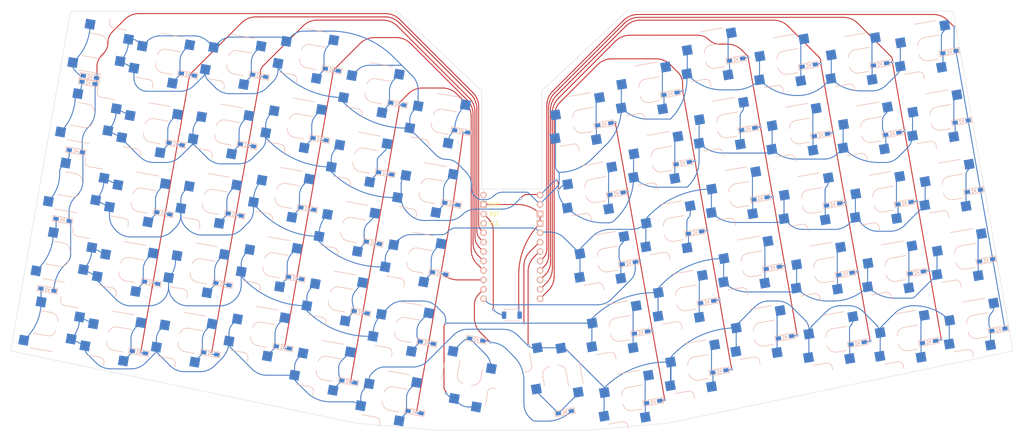
<source format=kicad_pcb>
(kicad_pcb (version 20211014) (generator pcbnew)
  (layers (0 "F.Cu" signal) (31 "B.Cu" signal) (34 "B.Paste" user) (35 "F.Paste" user) (36 "B.SilkS" user "B.Silkscreen") (37 "F.SilkS" user "F.Silkscreen") (38 "B.Mask" user) (39 "F.Mask" user) (44 "Edge.Cuts" user))
  (net 0 "")
  (net 1 "Net-(D1-Pad1)")
  (net 2 "/COL0")
  (net 3 "Net-(D2-Pad1)")
  (net 4 "Net-(D3-Pad1)")
  (net 5 "Net-(D4-Pad1)")
  (net 6 "Net-(D5-Pad1)")
  (net 7 "Net-(D6-Pad1)")
  (net 8 "/COL1")
  (net 9 "Net-(D7-Pad1)")
  (net 10 "Net-(D8-Pad1)")
  (net 11 "Net-(D9-Pad1)")
  (net 12 "Net-(D10-Pad1)")
  (net 13 "Net-(D11-Pad1)")
  (net 14 "/COL2")
  (net 15 "Net-(D12-Pad1)")
  (net 16 "Net-(D13-Pad1)")
  (net 17 "Net-(D14-Pad1)")
  (net 18 "Net-(D15-Pad1)")
  (net 19 "Net-(D16-Pad1)")
  (net 20 "/COL3")
  (net 21 "Net-(D17-Pad1)")
  (net 22 "Net-(D18-Pad1)")
  (net 23 "Net-(D19-Pad1)")
  (net 24 "Net-(D20-Pad1)")
  (net 25 "Net-(D21-Pad1)")
  (net 26 "/COL4")
  (net 27 "Net-(D22-Pad1)")
  (net 28 "Net-(D23-Pad1)")
  (net 29 "Net-(D24-Pad1)")
  (net 30 "Net-(D25-Pad1)")
  (net 31 "Net-(D26-Pad1)")
  (net 32 "/COL5")
  (net 33 "Net-(D27-Pad1)")
  (net 34 "Net-(D28-Pad1)")
  (net 35 "Net-(D29-Pad1)")
  (net 36 "Net-(D30-Pad1)")
  (net 37 "Net-(D31-Pad1)")
  (net 38 "/COL6")
  (net 39 "Net-(D32-Pad1)")
  (net 40 "Net-(D33-Pad1)")
  (net 41 "/COL7")
  (net 42 "Net-(D34-Pad1)")
  (net 43 "Net-(D35-Pad1)")
  (net 44 "Net-(D36-Pad1)")
  (net 45 "Net-(D37-Pad1)")
  (net 46 "Net-(D38-Pad1)")
  (net 47 "/COL8")
  (net 48 "Net-(D39-Pad1)")
  (net 49 "Net-(D40-Pad1)")
  (net 50 "Net-(D41-Pad1)")
  (net 51 "Net-(D42-Pad1)")
  (net 52 "Net-(D43-Pad1)")
  (net 53 "/COL9")
  (net 54 "Net-(D44-Pad1)")
  (net 55 "Net-(D45-Pad1)")
  (net 56 "Net-(D46-Pad1)")
  (net 57 "Net-(D47-Pad1)")
  (net 58 "Net-(D48-Pad1)")
  (net 59 "/COL10")
  (net 60 "Net-(D49-Pad1)")
  (net 61 "Net-(D50-Pad1)")
  (net 62 "Net-(D51-Pad1)")
  (net 63 "Net-(D52-Pad1)")
  (net 64 "Net-(D53-Pad1)")
  (net 65 "/COL11")
  (net 66 "Net-(D54-Pad1)")
  (net 67 "Net-(D55-Pad1)")
  (net 68 "Net-(D56-Pad1)")
  (net 69 "Net-(D57-Pad1)")
  (net 70 "Net-(D58-Pad1)")
  (net 71 "/COL12")
  (net 72 "Net-(D59-Pad1)")
  (net 73 "Net-(D60-Pad1)")
  (net 74 "Net-(D61-Pad1)")
  (net 75 "Net-(D62-Pad1)")
  (net 76 "/ROW4")
  (net 77 "/ROW3")
  (net 78 "/ROW2")
  (net 79 "/ROW1")
  (net 80 "/ROW0")
  (net 81 "GND")
  (net 82 "VCC")
  (net 83 "Net-(U1-Pad24)")
  (net 84 "Net-(SW-RST1-Pad2)")
  (footprint "beekeeb_lib:hotswap_mx_choc" (layer "F.Cu") (at 36.327289 51.077115 170)
    (fp_text reference "SW1" hide)
    (fp_text value "SWITCH_PUSH" hide)
  )
  (footprint "beekeeb_lib:hotswap_mx_choc" (layer "F.Cu") (at 33.027974 69.788462 170)
    (fp_text reference "SW2" hide)
    (fp_text value "SWITCH_PUSH" hide)
  )
  (footprint "beekeeb_lib:hotswap_mx_choc" (layer "F.Cu") (at 29.728658 88.499809 170)
    (fp_text reference "SW3" hide)
    (fp_text value "SWITCH_PUSH" hide)
  )
  (footprint "beekeeb_lib:hotswap_mx_choc" (layer "F.Cu") (at 26.429343 107.211157 170)
    (fp_text reference "SW4" hide)
    (fp_text value "SWITCH_PUSH" hide)
  )
  (footprint "beekeeb_lib:hotswap_mx_choc" (layer "F.Cu") (at 23.130027 125.922504 170)
    (fp_text reference "SW5" hide)
    (fp_text value "SWITCH_PUSH" hide)
  )
  (footprint "beekeeb_lib:hotswap_mx_choc" (layer "F.Cu") (at 55.038636 54.37643 -10)
    (fp_text reference "SW6" hide)
    (fp_text value "SWITCH_PUSH" hide)
  )
  (footprint "beekeeb_lib:hotswap_mx_choc" (layer "F.Cu") (at 51.739321 73.087777 -10)
    (fp_text reference "SW7" hide)
    (fp_text value "SWITCH_PUSH" hide)
  )
  (footprint "beekeeb_lib:hotswap_mx_choc" (layer "F.Cu") (at 48.440006 91.799125 -10)
    (fp_text reference "SW8" hide)
    (fp_text value "SWITCH_PUSH" hide)
  )
  (footprint "beekeeb_lib:hotswap_mx_choc" (layer "F.Cu") (at 45.14069 110.510472 -10)
    (fp_text reference "SW9" hide)
    (fp_text value "SWITCH_PUSH" hide)
  )
  (footprint "beekeeb_lib:hotswap_mx_choc" (layer "F.Cu") (at 41.841375 129.221819 -10)
    (fp_text reference "SW10" hide)
    (fp_text value "SWITCH_PUSH" hide)
  )
  (footprint "beekeeb_lib:hotswap_mx_choc" (layer "F.Cu") (at 74.270928 54.721322 -10)
    (fp_text reference "SW11" hide)
    (fp_text value "SWITCH_PUSH" hide)
  )
  (footprint "beekeeb_lib:hotswap_mx_choc" (layer "F.Cu") (at 70.971613 73.43267 -10)
    (fp_text reference "SW12" hide)
    (fp_text value "SWITCH_PUSH" hide)
  )
  (footprint "beekeeb_lib:hotswap_mx_choc" (layer "F.Cu") (at 67.672297 92.144017 -10)
    (fp_text reference "SW13" hide)
    (fp_text value "SWITCH_PUSH" hide)
  )
  (footprint "beekeeb_lib:hotswap_mx_choc" (layer "F.Cu") (at 64.372982 110.855364 -10)
    (fp_text reference "SW14" hide)
    (fp_text value "SWITCH_PUSH" hide)
  )
  (footprint "beekeeb_lib:hotswap_mx_choc" (layer "F.Cu") (at 61.073667 129.566711 -10)
    (fp_text reference "SW15" hide)
    (fp_text value "SWITCH_PUSH" hide)
  )
  (footprint "beekeeb_lib:hotswap_mx_choc" (layer "F.Cu") (at 93.850516 53.096599 -10)
    (fp_text reference "SW16" hide)
    (fp_text value "SWITCH_PUSH" hide)
  )
  (footprint "beekeeb_lib:hotswap_mx_choc" (layer "F.Cu") (at 90.551201 71.807946 -10)
    (fp_text reference "SW17" hide)
    (fp_text value "SWITCH_PUSH" hide)
  )
  (footprint "beekeeb_lib:hotswap_mx_choc" (layer "F.Cu") (at 87.251886 90.519293 -10)
    (fp_text reference "SW18" hide)
    (fp_text value "SWITCH_PUSH" hide)
  )
  (footprint "beekeeb_lib:hotswap_mx_choc" (layer "F.Cu") (at 83.95257 109.230641 -10)
    (fp_text reference "SW19" hide)
    (fp_text value "SWITCH_PUSH" hide)
  )
  (footprint "beekeeb_lib:hotswap_mx_choc" (layer "F.Cu") (at 80.653255 127.941988 -10)
    (fp_text reference "SW20" hide)
    (fp_text value "SWITCH_PUSH" hide)
  )
  (footprint "beekeeb_lib:hotswap_mx_choc" (layer "F.Cu") (at 111.519975 62.304761 -10)
    (fp_text reference "SW21" hide)
    (fp_text value "SWITCH_PUSH" hide)
  )
  (footprint "beekeeb_lib:hotswap_mx_choc" (layer "F.Cu") (at 108.220659 81.016108 -10)
    (fp_text reference "SW22" hide)
    (fp_text value "SWITCH_PUSH" hide)
  )
  (footprint "beekeeb_lib:hotswap_mx_choc" (layer "F.Cu") (at 104.921344 99.727455 -10)
    (fp_text reference "SW23" hide)
    (fp_text value "SWITCH_PUSH" hide)
  )
  (footprint "beekeeb_lib:hotswap_mx_choc" (layer "F.Cu") (at 101.622028 118.438803 -10)
    (fp_text reference "SW24" hide)
    (fp_text value "SWITCH_PUSH" hide)
  )
  (footprint "beekeeb_lib:hotswap_mx_choc" (layer "F.Cu") (at 98.322713 137.15015 -10)
    (fp_text reference "SW25" hide)
    (fp_text value "SWITCH_PUSH" hide)
  )
  (footprint "beekeeb_lib:hotswap_mx_choc" (layer "F.Cu") (at 129.363081 70.528115 -10)
    (fp_text reference "SW26" hide)
    (fp_text value "SWITCH_PUSH" hide)
  )
  (footprint "beekeeb_lib:hotswap_mx_choc" (layer "F.Cu") (at 126.063766 89.239462 -10)
    (fp_text reference "SW27" hide)
    (fp_text value "SWITCH_PUSH" hide)
  )
  (footprint "beekeeb_lib:hotswap_mx_choc" (layer "F.Cu") (at 122.76445 107.950809 -10)
    (fp_text reference "SW28" hide)
    (fp_text value "SWITCH_PUSH" hide)
  )
  (footprint "beekeeb_lib:hotswap_mx_choc" (layer "F.Cu") (at 119.465135 126.662157 -10)
    (fp_text reference "SW29" hide)
    (fp_text value "SWITCH_PUSH" hide)
  )
  (footprint "beekeeb_lib:hotswap_mx_choc" (layer "F.Cu") (at 116.165819 145.373504 -10)
    (fp_text reference "SW30" hide)
    (fp_text value "SWITCH_PUSH" hide)
  )
  (footprint "beekeeb_lib:hotswap_mx_choc" (layer "F.Cu") (at 136.44 139.32 80)
    (fp_text reference "SW31" hide)
    (fp_text value "SWITCH_PUSH" hide)
  )
  (footprint "beekeeb_lib:hotswap_mx_choc" (layer "F.Cu") (at 160.194674 139.32 -80)
    (fp_text reference "SW32" hide)
    (fp_text value "SWITCH_PUSH" hide)
  )
  (footprint "beekeeb_lib:hotswap_mx_choc" (layer "F.Cu") (at 167.271593 70.522015 10)
    (fp_text reference "SW33" hide)
    (fp_text value "SWITCH_PUSH" hide)
  )
  (footprint "beekeeb_lib:hotswap_mx_choc" (layer "F.Cu") (at 170.570908 89.233362 10)
    (fp_text reference "SW34" hide)
    (fp_text value "SWITCH_PUSH" hide)
  )
  (footprint "beekeeb_lib:hotswap_mx_choc" (layer "F.Cu") (at 173.870224 107.94471 10)
    (fp_text reference "SW35" hide)
    (fp_text value "SWITCH_PUSH" hide)
  )
  (footprint "beekeeb_lib:hotswap_mx_choc" (layer "F.Cu") (at 177.169539 126.656057 10)
    (fp_text reference "SW36" hide)
    (fp_text value "SWITCH_PUSH" hide)
  )
  (footprint "beekeeb_lib:hotswap_mx_choc" (layer "F.Cu") (at 180.468855 145.367404 10)
    (fp_text reference "SW37" hide)
    (fp_text value "SWITCH_PUSH" hide)
  )
  (footprint "beekeeb_lib:hotswap_mx_choc" (layer "F.Cu") (at 185.114699 62.298661 10)
    (fp_text reference "SW38" hide)
    (fp_text value "SWITCH_PUSH" hide)
  )
  (footprint "beekeeb_lib:hotswap_mx_choc" (layer "F.Cu") (at 188.414015 81.010008 10)
    (fp_text reference "SW39" hide)
    (fp_text value "SWITCH_PUSH" hide)
  )
  (footprint "beekeeb_lib:hotswap_mx_choc" (layer "F.Cu") (at 191.71333 99.721355 10)
    (fp_text reference "SW40" hide)
    (fp_text value "SWITCH_PUSH" hide)
  )
  (footprint "beekeeb_lib:hotswap_mx_choc" (layer "F.Cu") (at 195.012646 118.432703 10)
    (fp_text reference "SW41" hide)
    (fp_text value "SWITCH_PUSH" hide)
  )
  (footprint "beekeeb_lib:hotswap_mx_choc" (layer "F.Cu") (at 198.311961 137.14405 10)
    (fp_text reference "SW42" hide)
    (fp_text value "SWITCH_PUSH" hide)
  )
  (footprint "beekeeb_lib:hotswap_mx_choc" (layer "F.Cu") (at 202.784158 53.090499 10)
    (fp_text reference "SW43" hide)
    (fp_text value "SWITCH_PUSH" hide)
  )
  (footprint "beekeeb_lib:hotswap_mx_choc" (layer "F.Cu") (at 206.083473 71.801846 10)
    (fp_text reference "SW44" hide)
    (fp_text value "SWITCH_PUSH" hide)
  )
  (footprint "beekeeb_lib:hotswap_mx_choc" (layer "F.Cu") (at 209.382788 90.513194 10)
    (fp_text reference "SW45" hide)
    (fp_text value "SWITCH_PUSH" hide)
  )
  (footprint "beekeeb_lib:hotswap_mx_choc" (layer "F.Cu") (at 212.682104 109.224541 10)
    (fp_text reference "SW46" hide)
    (fp_text value "SWITCH_PUSH" hide)
  )
  (footprint "beekeeb_lib:hotswap_mx_choc" (layer "F.Cu") (at 215.981419 127.935888 10)
    (fp_text reference "SW47" hide)
    (fp_text value "SWITCH_PUSH" hide)
  )
  (footprint "beekeeb_lib:hotswap_mx_choc" (layer "F.Cu") (at 222.363746 54.715222 10)
    (fp_text reference "SW48" hide)
    (fp_text value "SWITCH_PUSH" hide)
  )
  (footprint "beekeeb_lib:hotswap_mx_choc" (layer "F.Cu") (at 225.663061 73.42657 10)
    (fp_text reference "SW49" hide)
    (fp_text value "SWITCH_PUSH" hide)
  )
  (footprint "beekeeb_lib:hotswap_mx_choc" (layer "F.Cu") (at 228.962377 92.137917 10)
    (fp_text reference "SW50" hide)
    (fp_text value "SWITCH_PUSH" hide)
  )
  (footprint "beekeeb_lib:hotswap_mx_choc" (layer "F.Cu") (at 232.261692 110.849264 10)
    (fp_text reference "SW51" hide)
    (fp_text value "SWITCH_PUSH" hide)
  )
  (footprint "beekeeb_lib:hotswap_mx_choc" (layer "F.Cu") (at 235.561007 129.560612 10)
    (fp_text reference "SW52" hide)
    (fp_text value "SWITCH_PUSH" hide)
  )
  (footprint "beekeeb_lib:hotswap_mx_choc" (layer "F.Cu") (at 241.596038 54.37033 10)
    (fp_text reference "SW53" hide)
    (fp_text value "SWITCH_PUSH" hide)
  )
  (footprint "beekeeb_lib:hotswap_mx_choc" (layer "F.Cu") (at 244.895353 73.081678 10)
    (fp_text reference "SW54" hide)
    (fp_text value "SWITCH_PUSH" hide)
  )
  (footprint "beekeeb_lib:hotswap_mx_choc" (layer "F.Cu") (at 248.194668 91.793025 10)
    (fp_text reference "SW55" hide)
    (fp_text value "SWITCH_PUSH" hide)
  )
  (footprint "beekeeb_lib:hotswap_mx_choc" (layer "F.Cu") (at 251.493984 110.504372 10)
    (fp_text reference "SW56" hide)
    (fp_text value "SWITCH_PUSH" hide)
  )
  (footprint "beekeeb_lib:hotswap_mx_choc" (layer "F.Cu") (at 254.793299 129.215719 10)
    (fp_text reference "SW57" hide)
    (fp_text value "SWITCH_PUSH" hide)
  )
  (footprint "beekeeb_lib:hotswap_mx_choc" (layer "F.Cu") (at 260.307385 51.071015 10)
    (fp_text reference "SW58" hide)
    (fp_text value "SWITCH_PUSH" hide)
  )
  (footprint "beekeeb_lib:hotswap_mx_choc" (layer "F.Cu") (at 263.6067 69.782362 10)
    (fp_text reference "SW59" hide)
    (fp_text value "SWITCH_PUSH" hide)
  )
  (footprint "beekeeb_lib:hotswap_mx_choc" (layer "F.Cu") (at 266.906016 88.493709 10)
    (fp_text reference "SW60" hide)
    (fp_text value "SWITCH_PUSH" hide)
  )
  (footprint "beekeeb_lib:hotswap_mx_choc" (layer "F.Cu") (at 270.205331 107.205057 10)
    (fp_text reference "SW61" hide)
    (fp_text value "SWITCH_PUSH" hide)
  )
  (footprint "beekeeb_lib:hotswap_mx_choc" (layer "F.Cu") (at 273.504647 125.916404 10)
    (fp_text reference "SW62" hide)
    (fp_text value "SWITCH_PUSH" hide)
  )
  (footprint "beekeeb_lib:MountingHole_2.2mm_M2-8mm" (layer "F.Cu") (at 186.304 45.339)
    (fp_text reference "REF**" hide)
    (fp_text value "MountingHole_2.2mm_M2-8mm")
  )
  (footprint "beekeeb_lib:MountingHole_2.2mm_M2-8mm" (layer "F.Cu") (at 161.285 123.825)
    (fp_text reference "REF**" hide)
    (fp_text value "MountingHole_2.2mm_M2-8mm")
  )
  (footprint "beekeeb_lib:MountingHole_2.2mm_M2-8mm" (layer "F.Cu") (at 224.023 139.827)
    (fp_text reference "REF**" hide)
    (fp_text value "MountingHole_2.2mm_M2-8mm")
  )
  (footprint "beekeeb_lib:MountingHole_2.2mm_M2-8mm" (layer "F.Cu") (at 64.389 45.339)
    (fp_text reference "REF**" hide)
    (fp_text value "MountingHole_2.2mm_M2-8mm")
  )
  (footprint "beekeeb_lib:MountingHole_2.2mm_M2-8mm" (layer "F.Cu") (at 232.151 45.339)
    (fp_text reference "REF**" hide)
    (fp_text value "MountingHole_2.2mm_M2-8mm")
  )
  (footprint "beekeeb_lib:MountingHole_2.2mm_M2-8mm" (layer "F.Cu") (at 148.27 150.114)
    (fp_text reference "REF**" hide)
    (fp_text value "MountingHole_2.2mm_M2-8mm")
  )
  (footprint "beekeeb_lib:MountingHole_2.2mm_M2-8mm" (layer "F.Cu") (at 135.255 123.825)
    (fp_text reference "REF**" hide)
    (fp_text value "MountingHole_2.2mm_M2-8mm")
  )
  (footprint "beekeeb_lib:MountingHole_2.2mm_M2-8mm" (layer "F.Cu") (at 110.236 45.339)
    (fp_text reference "REF**" hide)
    (fp_text value "MountingHole_2.2mm_M2-8mm")
  )
  (footprint "beekeeb_lib:MountingHole_2.2mm_M2-8mm" (layer "F.Cu") (at 72.517 139.827)
    (fp_text reference "REF**" hide)
    (fp_text value "MountingHole_2.2mm_M2-8mm")
  )
  (footprint "beekeeb_lib:atreus-D3_SMD_v2" (layer "B.Cu") (at 34.544 58.982226 -10)
    (fp_text reference "D1" hide)
    (fp_text value "DIODE" hide)
  )
  (footprint "beekeeb_lib:atreus-D3_SMD_v2" (layer "B.Cu") (at 34.163 60.579 -10)
    (fp_text reference "D2" hide)
    (fp_text value "DIODE" hide)
  )
  (footprint "beekeeb_lib:atreus-D3_SMD_v2" (layer "B.Cu") (at 30.734 78.994 -10)
    (fp_text reference "D3" hide)
    (fp_text value "DIODE" hide)
  )
  (footprint "beekeeb_lib:atreus-D3_SMD_v2" (layer "B.Cu") (at 27.178 97.536 -10)
    (fp_text reference "D4" hide)
    (fp_text value "DIODE" hide)
  )
  (footprint "beekeeb_lib:atreus-D3_SMD_v2" (layer "B.Cu") (at 23.114 116.332 -10)
    (fp_text reference "D5" hide)
    (fp_text value "DIODE" hide)
  )
  (footprint "beekeeb_lib:atreus-D3_SMD_v2" (layer "B.Cu") (at 60.947482 58.33454 -10)
    (fp_text reference "D6" hide)
    (fp_text value "DIODE" hide)
  )
  (footprint "beekeeb_lib:atreus-D3_SMD_v2" (layer "B.Cu") (at 57.648167 77.045887 -10)
    (fp_text reference "D7" hide)
    (fp_text value "DIODE" hide)
  )
  (footprint "beekeeb_lib:atreus-D3_SMD_v2" (layer "B.Cu") (at 54.348852 95.757235 -10)
    (fp_text reference "D8" hide)
    (fp_text value "DIODE" hide)
  )
  (footprint "beekeeb_lib:atreus-D3_SMD_v2" (layer "B.Cu") (at 51.049536 114.468582 -10)
    (fp_text reference "D9" hide)
    (fp_text value "DIODE" hide)
  )
  (footprint "beekeeb_lib:atreus-D3_SMD_v2" (layer "B.Cu") (at 47.750221 133.179929 -10)
    (fp_text reference "D10" hide)
    (fp_text value "DIODE" hide)
  )
  (footprint "beekeeb_lib:atreus-D3_SMD_v2" (layer "B.Cu") (at 80.179774 58.679432 -10)
    (fp_text reference "D11" hide)
    (fp_text value "DIODE" hide)
  )
  (footprint "beekeeb_lib:atreus-D3_SMD_v2" (layer "B.Cu") (at 76.880459 77.39078 -10)
    (fp_text reference "D12" hide)
    (fp_text value "DIODE" hide)
  )
  (footprint "beekeeb_lib:atreus-D3_SMD_v2" (layer "B.Cu") (at 73.581143 96.102127 -10)
    (fp_text reference "D13" hide)
    (fp_text value "DIODE" hide)
  )
  (footprint "beekeeb_lib:atreus-D3_SMD_v2" (layer "B.Cu") (at 70.281828 114.813474 -10)
    (fp_text reference "D14" hide)
    (fp_text value "DIODE" hide)
  )
  (footprint "beekeeb_lib:atreus-D3_SMD_v2" (layer "B.Cu") (at 66.982513 133.524821 -10)
    (fp_text reference "D15" hide)
    (fp_text value "DIODE" hide)
  )
  (footprint "beekeeb_lib:atreus-D3_SMD_v2" (layer "B.Cu") (at 99.759362 57.054709 -10)
    (fp_text reference "D16" hide)
    (fp_text value "DIODE" hide)
  )
  (footprint "beekeeb_lib:atreus-D3_SMD_v2" (layer "B.Cu") (at 96.460047 75.766056 -10)
    (fp_text reference "D17" hide)
    (fp_text value "DIODE" hide)
  )
  (footprint "beekeeb_lib:atreus-D3_SMD_v2" (layer "B.Cu") (at 93.160732 94.477403 -10)
    (fp_text reference "D18" hide)
    (fp_text value "DIODE" hide)
  )
  (footprint "beekeeb_lib:atreus-D3_SMD_v2" (layer "B.Cu") (at 89.861416 113.188751 -10)
    (fp_text reference "D19" hide)
    (fp_text value "DIODE" hide)
  )
  (footprint "beekeeb_lib:atreus-D3_SMD_v2" (layer "B.Cu") (at 86.562101 131.900098 -10)
    (fp_text reference "D20" hide)
    (fp_text value "DIODE" hide)
  )
  (footprint "beekeeb_lib:atreus-D3_SMD_v2" (layer "B.Cu") (at 117.428821 66.262871 -10)
    (fp_text reference "D21" hide)
    (fp_text value "DIODE" hide)
  )
  (footprint "beekeeb_lib:atreus-D3_SMD_v2" (layer "B.Cu") (at 114.129505 84.974218 -10)
    (fp_text reference "D22" hide)
    (fp_text value "DIODE" hide)
  )
  (footprint "beekeeb_lib:atreus-D3_SMD_v2" (layer "B.Cu") (at 110.83019 103.685565 -10)
    (fp_text reference "D23" hide)
    (fp_text value "DIODE" hide)
  )
  (footprint "beekeeb_lib:atreus-D3_SMD_v2" (layer "B.Cu") (at 107.530874 122.396913 -10)
    (fp_text reference "D24" hide)
    (fp_text value "DIODE" hide)
  )
  (footprint "beekeeb_lib:atreus-D3_SMD_v2" (layer "B.Cu") (at 104.231559 141.10826 -10)
    (fp_text reference "D25" hide)
    (fp_text value "DIODE" hide)
  )
  (footprint "beekeeb_lib:atreus-D3_SMD_v2" (layer "B.Cu") (at 134.62 73.66 -10)
    (fp_text reference "D26" hide)
    (fp_text value "DIODE" hide)
  )
  (footprint "beekeeb_lib:atreus-D3_SMD_v2" (layer "B.Cu") (at 131.972612 93.197572 -10)
    (fp_text reference "D27" hide)
    (fp_text value "DIODE" hide)
  )
  (footprint "beekeeb_lib:atreus-D3_SMD_v2" (layer "B.Cu") (at 128.673296 111.908919 -10)
    (fp_text reference "D28" hide)
    (fp_text value "DIODE" hide)
  )
  (footprint "beekeeb_lib:atreus-D3_SMD_v2" (layer "B.Cu") (at 125.373981 130.620267 -10)
    (fp_text reference "D29" hide)
    (fp_text value "DIODE" hide)
  )
  (footprint "beekeeb_lib:atreus-D3_SMD_v2" (layer "B.Cu") (at 122.074665 149.331614 -10)
    (fp_text reference "D30" hide)
    (fp_text value "DIODE" hide)
  )
  (footprint "beekeeb_lib:atreus-D3_SMD_v2" (layer "B.Cu") (at 138.684 129.794 -10)
    (fp_text reference "D31" hide)
    (fp_text value "DIODE" hide)
  )
  (footprint "beekeeb_lib:atreus-D3_SMD_v2" (layer "B.Cu") (at 162.56 149.352 10)
    (fp_text reference "D32" hide)
    (fp_text value "DIODE" hide)
  )
  (footprint "beekeeb_lib:atreus-D3_SMD_v2" (layer "B.Cu") (at 173.180439 71.737552 10)
    (fp_text reference "D33" hide)
    (fp_text value "DIODE" hide)
  )
  (footprint "beekeeb_lib:atreus-D3_SMD_v2" (layer "B.Cu") (at 176.479754 90.448899 10)
    (fp_text reference "D34" hide)
    (fp_text value "DIODE" hide)
  )
  (footprint "beekeeb_lib:atreus-D3_SMD_v2" (layer "B.Cu") (at 179.77907 109.160247 10)
    (fp_text reference "D35" hide)
    (fp_text value "DIODE" hide)
  )
  (footprint "beekeeb_lib:atreus-D3_SMD_v2" (layer "B.Cu") (at 183.078385 127.871594 10)
    (fp_text reference "D36" hide)
    (fp_text value "DIODE" hide)
  )
  (footprint "beekeeb_lib:atreus-D3_SMD_v2" (layer "B.Cu") (at 186.377701 146.582941 10)
    (fp_text reference "D37" hide)
    (fp_text value "DIODE" hide)
  )
  (footprint "beekeeb_lib:atreus-D3_SMD_v2" (layer "B.Cu") (at 191.023545 63.514198 10)
    (fp_text reference "D38" hide)
    (fp_text value "DIODE" hide)
  )
  (footprint "beekeeb_lib:atreus-D3_SMD_v2" (layer "B.Cu") (at 194.322861 82.225545 10)
    (fp_text reference "D39" hide)
    (fp_text value "DIODE" hide)
  )
  (footprint "beekeeb_lib:atreus-D3_SMD_v2" (layer "B.Cu") (at 197.622176 100.936892 10)
    (fp_text reference "D40" hide)
    (fp_text value "DIODE" hide)
  )
  (footprint "beekeeb_lib:atreus-D3_SMD_v2" (layer "B.Cu") (at 200.921492 119.64824 10)
    (fp_text reference "D41" hide)
    (fp_text value "DIODE" hide)
  )
  (footprint "beekeeb_lib:atreus-D3_SMD_v2" (layer "B.Cu") (at 204.220807 138.359587 10)
    (fp_text reference "D42" hide)
    (fp_text value "DIODE" hide)
  )
  (footprint "beekeeb_lib:atreus-D3_SMD_v2" (layer "B.Cu") (at 208.693004 54.306036 10)
    (fp_text reference "D43" hide)
    (fp_text value "DIODE" hide)
  )
  (footprint "beekeeb_lib:atreus-D3_SMD_v2" (layer "B.Cu") (at 211.992319 73.017383 10)
    (fp_text reference "D44" hide)
    (fp_text value "DIODE" hide)
  )
  (footprint "beekeeb_lib:atreus-D3_SMD_v2" (layer "B.Cu") (at 215.291634 91.728731 10)
    (fp_text reference "D45" hide)
    (fp_text value "DIODE" hide)
  )
  (footprint "beekeeb_lib:atreus-D3_SMD_v2" (layer "B.Cu") (at 218.59095 110.440078 10)
    (fp_text reference "D46" hide)
    (fp_text value "DIODE" hide)
  )
  (footprint "beekeeb_lib:atreus-D3_SMD_v2" (layer "B.Cu") (at 221.890265 129.151425 10)
    (fp_text reference "D47" hide)
    (fp_text value "DIODE" hide)
  )
  (footprint "beekeeb_lib:atreus-D3_SMD_v2" (layer "B.Cu") (at 228.272592 55.930759 10)
    (fp_text reference "D48" hide)
    (fp_text value "DIODE" hide)
  )
  (footprint "beekeeb_lib:atreus-D3_SMD_v2" (layer "B.Cu") (at 231.571907 74.642107 10)
    (fp_text reference "D49" hide)
    (fp_text value "DIODE" hide)
  )
  (footprint "beekeeb_lib:atreus-D3_SMD_v2" (layer "B.Cu") (at 234.871223 93.353454 10)
    (fp_text reference "D50" hide)
    (fp_text value "DIODE" hide)
  )
  (footprint "beekeeb_lib:atreus-D3_SMD_v2" (layer "B.Cu") (at 238.170538 112.064801 10)
    (fp_text reference "D51" hide)
    (fp_text value "DIODE" hide)
  )
  (footprint "beekeeb_lib:atreus-D3_SMD_v2" (layer "B.Cu") (at 241.469853 130.776149 10)
    (fp_text reference "D52" hide)
    (fp_text value "DIODE" hide)
  )
  (footprint "beekeeb_lib:atreus-D3_SMD_v2" (layer "B.Cu") (at 247.504884 55.585867 10)
    (fp_text reference "D53" hide)
    (fp_text value "DIODE" hide)
  )
  (footprint "beekeeb_lib:atreus-D3_SMD_v2" (layer "B.Cu") (at 250.804199 74.297215 10)
    (fp_text reference "D54" hide)
    (fp_text value "DIODE" hide)
  )
  (footprint "beekeeb_lib:atreus-D3_SMD_v2" (layer "B.Cu") (at 254.103514 93.008562 10)
    (fp_text reference "D55" hide)
    (fp_text value "DIODE" hide)
  )
  (footprint "beekeeb_lib:atreus-D3_SMD_v2" (layer "B.Cu") (at 257.40283 111.719909 10)
    (fp_text reference "D56" hide)
    (fp_text value "DIODE" hide)
  )
  (footprint "beekeeb_lib:atreus-D3_SMD_v2" (layer "B.Cu") (at 260.702145 130.431256 10)
    (fp_text reference "D57" hide)
    (fp_text value "DIODE" hide)
  )
  (footprint "beekeeb_lib:atreus-D3_SMD_v2" (layer "B.Cu") (at 266.216231 52.286552 10)
    (fp_text reference "D58" hide)
    (fp_text value "DIODE" hide)
  )
  (footprint "beekeeb_lib:atreus-D3_SMD_v2" (layer "B.Cu") (at 269.515546 70.997899 10)
    (fp_text reference "D59" hide)
    (fp_text value "DIODE" hide)
  )
  (footprint "beekeeb_lib:atreus-D3_SMD_v2" (layer "B.Cu") (at 272.814862 89.709246 10)
    (fp_text reference "D60" hide)
    (fp_text value "DIODE" hide)
  )
  (footprint "beekeeb_lib:atreus-D3_SMD_v2" (layer "B.Cu") (at 276.114177 108.420594 10)
    (fp_text reference "D61" hide)
    (fp_text value "DIODE" hide)
  )
  (footprint "beekeeb_lib:atreus-D3_SMD_v2" (layer "B.Cu") (at 279.413493 127.131941 10)
    (fp_text reference "D62" hide)
    (fp_text value "DIODE" hide)
  )
  (footprint "footprints:ARDUINO_PRO_MICRO" (layer "B.Cu") (at 148.27 104.8 -90)
    (fp_text reference "U1" hide)
    (fp_text value "ARDUINO_PRO_MICRO" hide)
  )
  (footprint "beekeeb_lib:SW_Push_4x2" (layer "B.Cu") (at 148.27 123.19 180)
    (fp_text reference "SW-RST1" hide)
    (fp_text value "SWITCH_PUSH")
  )
  (gr_line locked (start 156.385824 62.670168) (end 179.285335 41.251457) (layer "Edge.Cuts") (width 0.1))
  (gr_line locked (start 156.385824 89.2) (end 156.385824 62.670168) (layer "Edge.Cuts") (width 0.1))
  (gr_line locked (start 13.195018 132.838458) (end 29.343858 41.251457) (layer "Edge.Cuts") (width 0.1))
  (gr_line locked (start 127.250015 154.180441) (end 106.231012 152.289459) (layer "Edge.Cuts") (width 0.1))
  (gr_line locked (start 106.231012 152.289459) (end 13.195018 132.838458) (layer "Edge.Cuts") (width 0.1))
  (gr_line locked (start 179.28542 41.251457) (end 267.193973 41.251457) (layer "Edge.Cuts") (width 0.1))
  (gr_line locked (start 169.288015 154.180441) (end 148.269014 154.180441) (layer "Edge.Cuts") (width 0.1))
  (gr_line locked (start 267.194002 41.251457) (end 283.343011 132.838458) (layer "Edge.Cuts") (width 0.1))
  (gr_line locked (start 140.152204 89.2) (end 156.385824 89.2) (layer "Edge.Cuts") (width 0.1))
  (gr_line locked (start 190.307016 152.289459) (end 169.288015 154.180441) (layer "Edge.Cuts") (width 0.1))
  (gr_line locked (start 117.252693 41.251457) (end 140.152204 62.670168) (layer "Edge.Cuts") (width 0.1))
  (gr_line locked (start 148.269014 154.180441) (end 127.250015 154.180441) (layer "Edge.Cuts") (width 0.1))
  (gr_line locked (start 283.343011 132.838458) (end 190.307016 152.289459) (layer "Edge.Cuts") (width 0.1))
  (gr_line locked (start 29.343858 41.251457) (end 117.252693 41.251457) (layer "Edge.Cuts") (width 0.1))
  (gr_line locked (start 140.152204 62.670168) (end 140.152204 89.2) (layer "Edge.Cuts") (width 0.1))
  (gr_text "GND" (at 143.51 93.37) (layer "F.SilkS") (effects (font (size 1 1) (thickness 0.2))))
  (gr_text "RST\n" (at 143.51 96.012) (layer "F.SilkS") (effects (font (size 1 1) (thickness 0.2))))
  (gr_text "VCC" (at 143.51 98.45) (layer "F.SilkS") (effects (font (size 1 1) (thickness 0.2))))
  (segment (start 31.635099 58.392927) (end 30.489042 57.24687) (width 0.25) (layer "B.Cu") (net 1))
  (arc (start 34.594352 44.780534) (mid 33.553683 50.012331) (end 30.590108 54.447634) (width 0.25) (layer "B.Cu") (net 1))
  (arc (start 31.635099 58.392927) (mid 32.167709 58.748806) (end 32.795966 58.873774) (width 0.25) (layer "B.Cu") (net 1))
  (arc (start 30.489042 57.24687) (mid 30.075462 56.627904) (end 29.930233 55.897785) (width 0.25) (layer "B.Cu") (net 1))
  (segment (start 43.936539 43.503792) (end 40.60929 46.831041) (width 0.25) (layer "F.Cu") (net 2))
  (segment (start 139.9845 100.3245) (end 140.65 100.99) (width 0.25) (layer "F.Cu") (net 2))
  (segment (start 139.319 67.023246) (end 139.319 98.71784) (width 0.25) (layer "F.Cu") (net 2))
  (segment (start 36.449 56.345967) (end 36.449 58.293) (width 0.25) (layer "F.Cu") (net 2))
  (segment (start 114.205753 41.91) (end 47.784295 41.91) (width 0.25) (layer "F.Cu") (net 2))
  (segment (start 38.199751 52.648183) (end 37.825759 53.022175) (width 0.25) (layer "F.Cu") (net 2))
  (segment (start 137.725207 63.17549) (end 118.053509 43.503792) (width 0.25) (layer "F.Cu") (net 2))
  (via (at 36.449 58.293) (size 0.6) (drill 0.3) (layers "F.Cu" "B.Cu") (net 2))
  (arc (start 39.404521 49.739612) (mid 39.091411 51.313719) (end 38.199751 52.648183) (width 0.25) (layer "F.Cu") (net 2))
  (arc (start 139.319 98.71784) (mid 139.491957 99.587358) (end 139.9845 100.3245) (width 0.25) (layer "F.Cu") (net 2))
  (arc (start 137.725207 63.17549) (mid 138.904786 64.940855) (end 139.319 67.023246) (width 0.25) (layer "F.Cu") (net 2))
  (arc (start 37.825759 53.022175) (mid 36.806808 54.547143) (end 36.449 56.345967) (width 0.25) (layer "F.Cu") (net 2))
  (arc (start 118.053509 43.503792) (mid 116.288143 42.324213) (end 114.205753 41.91) (width 0.25) (layer "F.Cu") (net 2))
  (arc (start 47.784295 41.91) (mid 45.701904 42.324213) (end 43.936539 43.503792) (width 0.25) (layer "F.Cu") (net 2))
  (arc (start 40.60929 46.831041) (mid 39.71763 48.165504) (end 39.404521 49.739612) (width 0.25) (layer "F.Cu") (net 2))
  (segment (start 29.353388 106.935992) (end 29.353388 98.27158) (width 0.25) (layer "B.Cu") (net 2))
  (segment (start 27.742807 109.685426) (end 28.548097 108.880135) (width 0.25) (layer "B.Cu") (net 2))
  (segment (start 35.952019 68.018321) (end 35.952019 61.436211) (width 0.25) (layer "B.Cu") (net 2))
  (segment (start 36.292034 60.041806) (end 36.292034 59.490226) (width 0.25) (layer "B.Cu") (net 2))
  (segment (start 32.482034 76.395605) (end 32.482034 79.302226) (width 0.25) (layer "B.Cu") (net 2))
  (segment (start 31.058909 90.92957) (end 30.519826 91.468654) (width 0.25) (layer "B.Cu") (net 2))
  (segment (start 36.396654 58.874302) (end 36.422827 58.848129) (width 0.25) (layer "B.Cu") (net 2))
  (segment (start 32.652703 87.081814) (end 32.652703 79.472895) (width 0.25) (layer "B.Cu") (net 2))
  (segment (start 36.449 58.784941) (end 36.449 58.293) (width 0.25) (layer "B.Cu") (net 2))
  (segment (start 28.926034 95.31641) (end 28.926034 97.844226) (width 0.25) (layer "B.Cu") (net 2))
  (arc (start 32.652703 87.081814) (mid 32.238489 89.164204) (end 31.058909 90.92957) (width 0.25) (layer "B.Cu") (net 2))
  (arc (start 34.036 72.644) (mid 32.885897 74.365251) (end 32.482034 76.395605) (width 0.25) (layer "B.Cu") (net 2))
  (arc (start 27.742807 109.685426) (mid 25.610723 112.876315) (end 24.862034 116.640226) (width 0.25) (layer "B.Cu") (net 2))
  (arc (start 36.449 58.784941) (mid 36.442197 58.819138) (end 36.422827 58.848129) (width 0.25) (layer "B.Cu") (net 2))
  (arc (start 29.353388 106.935992) (mid 29.144099 107.988154) (end 28.548097 108.880135) (width 0.25) (layer "B.Cu") (net 2))
  (arc (start 28.926034 95.31641) (mid 29.340247 93.234019) (end 30.519826 91.468654) (width 0.25) (layer "B.Cu") (net 2))
  (arc (start 36.292034 60.041806) (mid 36.160009 60.70554) (end 35.784034 61.268226) (width 0.25) (layer "B.Cu") (net 2))
  (arc (start 34.036 72.644) (mid 35.454062 70.52172) (end 35.952019 68.018321) (width 0.25) (layer "B.Cu") (net 2))
  (arc (start 36.396654 58.874302) (mid 36.319001 59.138426) (end 36.292034 59.412159) (width 0.25) (layer "B.Cu") (net 2))
  (segment (start 32.287966 61.094739) (end 32.287966 60.651774) (width 0.25) (layer "B.Cu") (net 3))
  (arc (start 30.577074 64.291993) (mid 29.551501 69.447894) (end 26.630918 73.818856) (width 0.25) (layer "B.Cu") (net 3))
  (arc (start 32.287966 61.094739) (mid 32.029912 62.392063) (end 31.295037 63.491881) (width 0.25) (layer "B.Cu") (net 3))
  (segment (start 26.861778 83.33717) (end 27.995721 82.203228) (width 0.25) (layer "B.Cu") (net 4))
  (segment (start 28.985966 79.812566) (end 28.985966 78.685774) (width 0.25) (layer "B.Cu") (net 4))
  (segment (start 26.38771 85.152106) (end 26.38771 84.481672) (width 0.25) (layer "B.Cu") (net 4))
  (arc (start 26.38771 85.152106) (mid 25.593453 89.145103) (end 23.331602 92.530203) (width 0.25) (layer "B.Cu") (net 4))
  (arc (start 28.985966 79.812566) (mid 28.728609 81.106383) (end 27.995721 82.203228) (width 0.25) (layer "B.Cu") (net 4))
  (arc (start 26.861778 83.33717) (mid 26.510916 83.862272) (end 26.38771 84.481672) (width 0.25) (layer "B.Cu") (net 4))
  (segment (start 25.429966 99.143606) (end 25.429966 97.227774) (width 0.25) (layer "B.Cu") (net 5))
  (arc (start 24.696406 100.914576) (mid 25.23932 100.102048) (end 25.429966 99.143606) (width 0.25) (layer "B.Cu") (net 5))
  (arc (start 24.696406 100.914576) (mid 23.655737 106.146373) (end 20.692162 110.581676) (width 0.25) (layer "B.Cu") (net 5))
  (segment (start 21.365966 116.023774) (end 21.365966 119.550784) (width 0.25) (layer "B.Cu") (net 6))
  (arc (start 17.392846 129.293023) (mid 20.356421 124.85772) (end 21.39709 119.625923) (width 0.25) (layer "B.Cu") (net 6))
  (segment (start 58.816938 54.816528) (end 58.816938 57.643804) (width 0.25) (layer "B.Cu") (net 7))
  (segment (start 56.926304 60.299459) (end 59.199448 58.026314) (width 0.25) (layer "B.Cu") (net 7))
  (segment (start 60.126315 51.655413) (end 61.435692 50.346036) (width 0.25) (layer "B.Cu") (net 7))
  (arc (start 60.126315 51.655413) (mid 59.157233 53.105745) (end 58.816938 54.816528) (width 0.25) (layer "B.Cu") (net 7))
  (segment (start 54.817516 95.898178) (end 54.81749 95.898325) (width 0.25) (layer "F.Cu") (net 8))
  (segment (start 54.825175 95.854753) (end 54.825199 95.854614) (width 0.25) (layer "F.Cu") (net 8))
  (segment (start 54.809974 95.940951) (end 54.810001 95.940799) (width 0.25) (layer "F.Cu") (net 8))
  (segment (start 54.783441 96.091417) (end 54.783685 96.090043) (width 0.25) (layer "F.Cu") (net 8))
  (segment (start 51.523679 114.578457) (end 51.523697 114.578352) (width 0.25) (layer "F.Cu") (net 8))
  (segment (start 54.762202 96.211882) (end 54.761994 96.213065) (width 0.25) (layer "F.Cu") (net 8))
  (segment (start 51.504962 114.684598) (end 51.504972 114.68454) (width 0.25) (layer "F.Cu") (net 8))
  (segment (start 51.477295 114.841494) (end 51.477275 114.841609) (width 0.25) (layer "F.Cu") (net 8))
  (segment (start 54.754192 96.257308) (end 54.754091 96.257885) (width 0.25) (layer "F.Cu") (net 8))
  (segment (start 51.479283 114.830227) (end 51.479296 114.830161) (width 0.25) (layer "F.Cu") (net 8))
  (segment (start 54.723305 96.432495) (end 54.723474 96.431534) (width 0.25) (layer "F.Cu") (net 8))
  (segment (start 54.778753 96.118047) (end 54.77875 96.11806) (width 0.25) (layer "F.Cu") (net 8))
  (segment (start 51.525929 114.565679) (end 51.525853 114.566112) (width 0.25) (layer "F.Cu") (net 8))
  (segment (start 51.498239 114.722724) (end 51.498275 114.722522) (width 0.25) (layer "F.Cu") (net 8))
  (segment (start 51.49282 114.753478) (end 51.492833 114.753407) (width 0.25) (layer "F.Cu") (net 8))
  (segment (start 54.824407 95.859112) (end 54.824387 95.859223) (width 0.25) (layer "F.Cu") (net 8))
  (segment (start 54.837384 95.785501) (end 54.837361 95.785626) (width 0.25) (layer "F.Cu") (net 8))
  (segment (start 51.523057 114.581983) (end 51.522989 114.582365) (width 0.25) (layer "F.Cu") (net 8))
  (segment (start 54.721529 96.442561) (end 54.721008 96.445522) (width 0.25) (layer "F.Cu") (net 8))
  (segment (start 51.461941 114.928564) (end 51.46175 114.929643) (width 0.25) (layer "F.Cu") (net 8))
  (segment (start 51.429592 115.112033) (end 51.429542 115.112319) (width 0.25) (layer "F.Cu") (net 8))
  (segment (start 51.519186 114.603936) (end 51.519178 114.603978) (width 0.25) (layer "F.Cu") (net 8))
  (segment (start 54.746477 96.301077) (end 54.746374 96.301658) (width 0.25) (layer "F.Cu") (net 8))
  (segment (start 51.423862 115.144519) (end 51.423729 115.145274) (width 0.25) (layer "F.Cu") (net 8))
  (segment (start 51.404107 115.256573) (end 51.403971 115.257342) (width 0.25) (layer "F.Cu") (net 8))
  (segment (start 51.535347 114.512288) (end 51.535351 114.512271) (width 0.25) (layer "F.Cu") (net 8))
  (segment (start 51.451171 114.989663) (end 51.451187 114.98957) (width 0.25) (layer "F.Cu") (net 8))
  (segment (start 51.519902 114.599874) (end 51.519912 114.59982) (width 0.25) (layer "F.Cu") (net 8))
  (segment (start 51.439531 115.055703) (end 51.439518 115.055775) (width 0.25) (layer "F.Cu") (net 8))
  (segment (start 54.802586 95.982843) (end 54.802613 95.982691) (width 0.25) (layer "F.Cu") (net 8))
  (segment (start 51.508236 114.666031) (end 51.508248 114.665958) (width 0.25) (layer "F.Cu") (net 8))
  (segment (start 54.758746 96.231499) (end 54.758737 96.231555) (width 0.25) (layer "F.Cu") (net 8))
  (segment (start 54.773138 96.149867) (end 54.773164 96.149717) (width 0.25) (layer "F.Cu") (net 8))
  (segment (start 54.8455 95.739532) (end 54.845505 95.739505) (width 0.25) (layer "F.Cu") (net 8))
  (segment (start 51.493583 114.749133) (end 51.493556 114.74929) (width 0.25) (layer "F.Cu") (net 8))
  (segment (start 54.731446 96.386324) (end 54.731341 96.386917) (width 0.25) (layer "F.Cu") (net 8))
  (segment (start 51.546176 114.450882) (end 51.546184 114.450834) (width 0.25) (layer "F.Cu") (net 8))
  (segment (start 54.751614 96.271936) (end 54.751563 96.272228) (width 0.25) (layer "F.Cu") (net 8))
  (segment (start 54.719651 96.453217) (end 54.717459 96.465648) (width 0.25) (layer "F.Cu") (net 8))
  (segment (start 54.811834 95.930407) (end 54.811829 95.930435) (width 0.25) (layer "F.Cu") (net 8))
  (segment (start 51.509573 114.658454) (end 51.509577 114.658433) (width 0.25) (layer "F.Cu") (net 8))
  (segment (start 51.459274 114.9437) (end 51.459319 114.943444) (width 0.25) (layer "F.Cu") (net 8))
  (segment (start 51.477384 114.840978) (end 51.477422 114.840768) (width 0.25) (layer "F.Cu") (net 8))
  (segment (start 54.798211 96.007676) (end 54.798213 96.007662) (width 0.25) (layer "F.Cu") (net 8))
  (segment (start 54.778839 96.117559) (end 54.778836 96.117576) (width 0.25) (layer "F.Cu") (net 8))
  (segment (start 51.477778 114.838757) (end 51.477773 114.838786) (width 0.25) (layer "F.Cu") (net 8))
  (segment (start 51.524431 114.574197) (end 51.524437 114.574161) (width 0.25) (layer "F.Cu") (net 8))
  (segment (start 54.812334 95.927575) (end 54.812471 95.926791) (width 0.25) (layer "F.Cu") (net 8))
  (segment (start 54.769656 96.169622) (end 54.769671 96.169532) (width 0.25) (layer "F.Cu") (net 8))
  (segment (start 54.831926 95.816464) (end 54.831917 95.81651) (width 0.25) (layer "F.Cu") (net 8))
  (segment (start 51.348543 115.571688) (end 51.33988 115.620819) (width 0.25) (layer "F.Cu") (net 8))
  (segment (start 54.785415 96.08023) (end 54.785223 96.081319) (width 0.25) (layer "F.Cu") (net 8))
  (segment (start 54.836359 95.791326) (end 54.836367 95.791285) (width 0.25) (layer "F.Cu") (net 8))
  (segment (start 51.440446 115.050479) (end 51.440269 115.051481) (width 0.25) (layer "F.Cu") (net 8))
  (segment (start 51.543142 114.468076) (end 51.543138 114.4681) (width 0.25) (layer "F.Cu") (net 8))
  (segment (start 51.497573 114.72651) (end 51.497576 114.72649) (width 0.25) (layer "F.Cu") (net 8))
  (segment (start 54.818783 95.891013) (end 54.818795 95.890941) (width 0.25) (layer "F.Cu") (net 8))
  (segment (start 54.79853 96.005867) (end 54.798471 96.006199) (width 0.25) (layer "F.Cu") (net 8))
  (segment (start 51.483421 114.806757) (end 51.483478 114.806438) (width 0.25) (layer "F.Cu") (net 8))
  (segment (start 54.821526 95.875445) (end 54.821544 95.875348) (width 0.25) (layer "F.Cu") (net 8))
  (segment (start 51.466607 114.902117) (end 51.466575 114.902298) (width 0.25) (layer "F.Cu") (net 8))
  (segment (start 51.471034 114.877009) (end 51.471014 114.877128) (width 0.25) (layer "F.Cu") (net 8))
  (segment (start 51.448512 115.004731) (end 51.448543 115.004556) (width 0.25) (layer "F.Cu") (net 8))
  (segment (start 54.844067 95.747624) (end 54.844064 95.747645) (width 0.25) (layer "F.Cu") (net 8))
  (segment (start 54.76298 96.207467) (end 54.762879 96.208052) (width 0.25) (layer "F.Cu") (net 8))
  (segment (start 51.530677 114.538771) (end 51.530717 114.538538) (width 0.25) (layer "F.Cu") (net 8))
  (segment (start 54.821503 95.875579) (end 54.821498 95.875605) (width 0.25) (layer "F.Cu") (net 8))
  (segment (start 54.83254 95.812988) (end 54.83256 95.812877) (width 0.25) (layer "F.Cu") (net 8))
  (segment (start 54.807299 95.956129) (end 54.807281 95.956229) (width 0.25) (layer "F.Cu") (net 8))
  (segment (start 51.440543 115.049932) (end 51.440539 115.049956) (width 0.25) (layer "F.Cu") (net 8))
  (segment (start 51.447277 115.011724) (end 51.447412 115.010961) (width 0.25) (layer "F.Cu") (net 8))
  (segment (start 51.500071 114.712328) (end 51.499979 114.71285) (width 0.25) (layer "F.Cu") (net 8))
  (segment (start 54.81397 95.91829) (end 54.813976 95.918252) (width 0.25) (layer "F.Cu") (net 8))
  (segment (start 51.452199 114.983819) (end 51.45218 114.983934) (width 0.25) (layer "F.Cu") (net 8))
  (segment (start 54.771404 96.1597) (end 54.771495 96.159172) (width 0.25) (layer "F.Cu") (net 8))
  (segment (start 54.784553 96.085125) (end 54.784577 96.08499) (width 0.25) (layer "F.Cu") (net 8))
  (segment (start 54.82526 95.854268) (end 54.825247 95.854337) (width 0.25) (layer "F.Cu") (net 8))
  (segment (start 51.472882 114.866524) (end 51.472852 114.866694) (width 0.25) (layer "F.Cu") (net 8))
  (segment (start 51.474817 114.855554) (end 51.474786 114.855734) (width 0.25) (layer "F.Cu") (net 8))
  (segment (start 54.824877 95.856433) (end 54.824849 95.856588) (width 0.25) (layer "F.Cu") (net 8))
  (segment (start 54.844552 95.744864) (end 54.844546 95.744898) (width 0.25) (layer "F.Cu") (net 8))
  (segment (start 54.83969 95.772456) (end 54.839697 95.772413) (width 0.25) (layer "F.Cu") (net 8))
  (segment (start 51.474501 114.857343) (end 51.474659 114.856453) (width 0.25) (layer "F.Cu") (net 8))
  (segment (start 51.517939 114.610982) (end 51.517947 114.61094) (width 0.25) (layer "F.Cu") (net 8))
  (segment (start 51.439492 115.05592) (end 51.439475 115.056015) (width 0.25) (layer "F.Cu") (net 8))
  (segment (start 51.504573 114.686799) (end 51.504575 114.686788) (width 0.25) (layer "F.Cu") (net 8))
  (segment (start 51.548204 114.43938) (end 51.548208 114.439359) (width 0.25) (layer "F.Cu") (net 8))
  (segment (start 54.834061 95.804369) (end 54.83404 95.804491) (width 0.25) (layer "F.Cu") (net 8))
  (segment (start 51.48507 114.797404) (end 51.485058 114.797477) (width 0.25) (layer "F.Cu") (net 8))
  (segment (start 51.526317 114.563487) (end 51.526277 114.563712) (width 0.25) (layer "F.Cu") (net 8))
  (segment (start 54.757174 96.240407) (end 54.756756 96.242778) (width 0.25) (layer "F.Cu") (net 8))
  (segment (start 54.758056 96.235404) (end 54.758017 96.235625) (width 0.25) (layer "F.Cu") (net 8))
  (segment (start 51.372365 115.436585) (end 51.371825 115.439652) (width 0.25) (layer "F.Cu") (net 8))
  (segment (start 51.425912 115.132888) (end 51.425795 115.133547) (width 0.25) (layer "F.Cu") (net 8))
  (segment (start 51.541263 114.47873) (end 51.541261 114.478742) (width 0.25) (layer "F.Cu") (net 8))
  (segment (start 51.530087 114.5421) (end 51.530095 114.542055) (width 0.25) (layer "F.Cu") (net 8))
  (segment (start 51.512159 114.643769) (end 51.512126 114.643957) (width 0.25) (layer "F.Cu") (net 8))
  (segment (start 51.531867 114.532001) (end 51.531821 114.532257) (width 0.25) (layer "F.Cu") (net 8))
  (segment (start 51.511192 114.649256) (end 51.511177 114.649349) (width 0.25) (layer "F.Cu") (net 8))
  (segment (start 51.539479 114.488836) (end 51.5395 114.488718) (width 0.25) (layer "F.Cu") (net 8))
  (segment (start 54.758482 96.232996) (end 54.758508 96.232846) (width 0.25) (layer "F.Cu") (net 8))
  (segment (start 54.739961 96.338028) (end 54.739804 96.338913) (width 0.25) (layer "F.Cu") (net 8))
  (segment (start 51.357206 115.522557) (end 51.348543 115.571688) (width 0.25) (layer "F.Cu") (net 8))
  (segment (start 54.803001 95.980492) (end 54.80301 95.980441) (width 0.25) (layer "F.Cu") (net 8))
  (segment (start 54.796694 96.016261) (end 54.796633 96.01661) (width 0.25) (layer "F.Cu") (net 8))
  (segment (start 54.794606 96.028125) (end 54.794586 96.028237) (width 0.25) (layer "F.Cu") (net 8))
  (segment (start 51.546204 114.450708) (end 51.546199 114.450739) (width 0.25) (layer "F.Cu") (net 8))
  (segment (start 51.470445 114.880349) (end 51.470168 114.881914) (width 0.25) (layer "F.Cu") (net 8))
  (segment (start 51.472777 114.867119) (end 51.472852 114.866694) (width 0.25) (layer "F.Cu") (net 8))
  (segment (start 51.517525 114.613353) (end 51.51753 114.61333) (width 0.25) (layer "F.Cu") (net 8))
  (segment (start 54.748743 96.288222) (end 54.748658 96.288701) (width 0.25) (layer "F.Cu") (net 8))
  (segment (start 51.543058 114.468553) (end 51.542991 114.468936) (width 0.25) (layer "F.Cu") (net 8))
  (segment (start 54.792901 96.03778) (end 54.792923 96.037655) (width 0.25) (layer "F.Cu") (net 8))
  (segment (start 54.726591 96.41385) (end 54.726278 96.415626) (width 0.25) (layer "F.Cu") (net 8))
  (segment (start 54.779922 96.111412) (end 54.779931 96.111357) (width 0.25) (layer "F.Cu") (net 8))
  (segment (start 54.738128 96.34843) (end 54.738089 96.348651) (width 0.25) (layer "F.Cu") (net 8))
  (segment (start 51.502754 114.697116) (end 51.502756 114.697103) (width 0.25) (layer "F.Cu") (net 8))
  (segment (start 54.806565 95.960276) (end 54.806568 95.960263) (width 0.25) (layer "F.Cu") (net 8))
  (segment (start 54.786457 96.074319) (end 54.786499 96.074081) (width 0.25) (layer "F.Cu") (net 8))
  (segment (start 54.836849 95.788565) (end 54.836853 95.788537) (width 0.25) (layer "F.Cu") (net 8))
  (segment (start 54.83669 95.789453) (end 54.836685 95.78948) (width 0.25) (layer "F.Cu") (net 8))
  (segment (start 54.84405 95.747728) (end 54.844043 95.74777) (width 0.25) (layer "F.Cu") (net 8))
  (segment (start 54.757314 96.239611) (end 54.757174 96.240407) (width 0.25) (layer "F.Cu") (net 8))
  (segment (start 51.439221 115.057446) (end 51.439339 115.056778) (width 0.25) (layer "F.Cu") (net 8))
  (segment (start 51.48149 114.817701) (end 51.481497 114.817665) (width 0.25) (layer "F.Cu") (net 8))
  (segment (start 54.828197 95.837609) (end 54.828211 95.83753) (width 0.25) (layer "F.Cu") (net 8))
  (segment (start 51.530858 114.537726) (end 51.530843 114.537814) (width 0.25) (layer "F.Cu") (net 8))
  (segment (start 54.752542 96.266677) (end 54.752408 96.267436) (width 0.25) (layer "F.Cu") (net 8))
  (segment (start 54.834234 95.803392) (end 54.83424 95.803359) (width 0.25) (layer "F.Cu") (net 8))
  (segment (start 54.750546 96.278001) (end 54.750505 96.27823) (width 0.25) (layer "F.Cu") (net 8))
  (segment (start 51.502536 114.698334) (end 51.50251 114.69848) (width 0.25) (layer "F.Cu") (net 8))
  (segment (start 51.466209 114.904388) (end 51.46612 114.904888) (width 0.25) (layer "F.Cu") (net 8))
  (segment (start 51.483972 114.803642) (end 51.483979 114.803601) (width 0.25) (layer "F.Cu") (net 8))
  (segment (start 54.790094 96.053694) (end 54.79015 96.053379) (width 0.25) (layer "F.Cu") (net 8))
  (segment (start 51.509562 114.658506) (end 51.509565 114.658496) (width 0.25) (layer "F.Cu") (net 8))
  (segment (start 51.485306 114.79608) (end 51.485315 114.796035) (width 0.25) (layer "F.Cu") (net 8))
  (segment (start 54.820114 95.883458) (end 54.820143 95.883293) (width 0.25) (layer "F.Cu") (net 8))
  (segment (start 51.515018 114.627561) (end 51.514849 114.628522) (width 0.25) (layer "F.Cu") (net 8))
  (segment (start 54.794186 96.030484) (end 54.794177 96.030541) (width 0.25) (layer "F.Cu") (net 8))
  (segment (start 51.50138 114.704898) (end 51.5014 114.704786) (width 0.25) (layer "F.Cu") (net 8))
  (segment (start 54.761994 96.213065) (end 54.761786 96.214244) (width 0.25) (layer "F.Cu") (net 8))
  (segment (start 54.728783 96.401418) (end 54.728366 96.403783) (width 0.25) (layer "F.Cu") (net 8))
  (segment (start 51.461402 114.931623) (end 51.461414 114.931551) (width 0.25) (layer "F.Cu") (net 8))
  (segment (start 51.54417 114.462258) (end 51.544195 114.462113) (width 0.25) (layer "F.Cu") (net 8))
  (segment (start 51.530931 114.53731) (end 51.530935 114.537288) (width 0.25) (layer "F.Cu") (net 8))
  (segment (start 51.524694 114.572692) (end 51.524683 114.572751) (width 0.25) (layer "F.Cu") (net 8))
  (segment (start 54.730818 96.389873) (end 54.730793 96.39002) (width 0.25) (layer "F.Cu") (net 8))
  (segment (start 51.528213 114.552753) (end 51.528198 114.552844) (width 0.25) (layer "F.Cu") (net 8))
  (segment (start 51.388881 115.342917) (end 51.389981 115.33668) (width 0.25) (layer "F.Cu") (net 8))
  (segment (start 54.840166 95.769743) (end 54.840175 95.769695) (width 0.25) (layer "F.Cu") (net 8))
  (segment (start 51.504902 114.684933) (end 51.504904 114.68492) (width 0.25) (layer "F.Cu") (net 8))
  (segment (start 51.518004 114.610619) (end 51.517996 114.610667) (width 0.25) (layer "F.Cu") (net 8))
  (segment (start 54.782834 96.09487) (end 54.782847 96.094798) (width 0.25) (layer "F.Cu") (net 8))
  (segment (start 51.535332 114.512367) (end 51.535335 114.51235) (width 0.25) (layer "F.Cu") (net 8))
  (segment (start 54.764114 96.201035) (end 54.764011 96.201618) (width 0.25) (layer "F.Cu") (net 8))
  (segment (start 51.52139 114.59145) (end 51.521382 114.591492) (width 0.25) (layer "F.Cu") (net 8))
  (segment (start 51.505869 114.679449) (end 51.505744 114.680154) (width 0.25) (layer "F.Cu") (net 8))
  (segment (start 54.796583 96.016895) (end 54.79653 96.017202) (width 0.25) (layer "F.Cu") (net 8))
  (segment (start 54.750356 96.279081) (end 54.750408 96.278782) (width 0.25) (layer "F.Cu") (net 8))
  (segment (start 51.48226 114.813339) (end 51.482253 114.813384) (width 0.25) (layer "F.Cu") (net 8))
  (segment (start 54.7352 96.365035) (end 54.735095 96.365624) (width 0.25) (layer "F.Cu") (net 8))
  (segment (start 54.818366 95.893368) (end 54.818354 95.893441) (width 0.25) (layer "F.Cu") (net 8))
  (segment (start 51.485148 114.796974) (end 51.485096 114.797259) (width 0.25) (layer "F.Cu") (net 8))
  (segment (start 51.53513 114.513508) (end 51.535121 114.513557) (width 0.25) (layer "F.Cu") (net 8))
  (segment (start 54.785848 96.077773) (end 54.785745 96.078356) (width 0.25) (layer "F.Cu") (net 8))
  (segment (start 54.829621 95.829539) (end 54.829601 95.829655) (width 0.25) (layer "F.Cu") (net 8))
  (segment (start 51.508778 114.662951) (end 51.508797 114.662842) (width 0.25) (layer "F.Cu") (net 8))
  (segment (start 54.836209 95.792171) (end 54.836222 95.792103) (width 0.25) (layer "F.Cu") (net 8))
  (segment (start 54.844768 95.743651) (end 54.844742 95.743796) (width 0.25) (layer "F.Cu") (net 8))
  (segment (start 54.77914 96.115838) (end 54.779115 96.115981) (width 0.25) (layer "F.Cu") (net 8))
  (segment (start 54.822843 95.867966) (end 54.822895 95.867667) (width 0.25) (layer "F.Cu") (net 8))
  (segment (start 54.758687 96.231849) (end 54.758681 96.231886) (width 0.25) (layer "F.Cu") (net 8))
  (segment (start 51.511273 114.648807) (end 51.511256 114.648904) (width 0.25) (layer "F.Cu") (net 8))
  (segment (start 54.78755 96.068117) (end 54.787529 96.068234) (width 0.25) (layer "F.Cu") (net 8))
  (segment (start 51.548928 114.435264) (end 51.548927 114.435275) (width 0.25) (layer "F.Cu") (net 8))
  (segment (start 51.502868 114.696463) (end 51.502883 114.696375) (width 0.25) (layer "F.Cu") (net 8))
  (segment (start 51.524463 114.574016) (end 51.524489 114.573875) (width 0.25) (layer "F.Cu") (net 8))
  (segment (start 54.83746 95.785083) (end 54.837435 95.785222) (width 0.25) (layer "F.Cu") (net 8))
  (segment (start 51.518795 114.606149) (end 51.518787 114.606189) (width 0.25) (layer "F.Cu") (net 8))
  (segment (start 54.807556 95.954664) (end 54.807508 95.954936) (width 0.25) (layer "F.Cu") (net 8))
  (segment (start 51.476148 114.848007) (end 51.476141 114.84805) (width 0.25) (layer "F.Cu") (net 8))
  (segment (start 51.453366 114.977206) (end 51.453342 114.977346) (width 0.25) (layer "F.Cu") (net 8))
  (segment (start 51.485323 114.79599) (end 51.485315 114.796035) (width 0.25) (layer "F.Cu") (net 8))
  (segment (start 54.721008 96.445522) (end 54.720486 96.448482) (width 0.25) (layer "F.Cu") (net 8))
  (segment (start 54.749481 96.284043) (end 54.749431 96.284327) (width 0.25) (layer "F.Cu") (net 8))
  (segment (start 54.793578 96.033952) (end 54.793666 96.033452) (width 0.25) (layer "F.Cu") (net 8))
  (segment (start 54.778957 96.116884) (end 54.778969 96.116814) (width 0.25) (layer "F.Cu") (net 8))
  (segment (start 54.824221 95.860168) (end 54.824228 95.860126) (width 0.25) (layer "F.Cu") (net 8))
  (segment (start 51.5332 114.524442) (end 51.533135 114.524813) (width 0.25) (layer "F.Cu") (net 8))
  (segment (start 51.50038 114.710575) (end 51.500348 114.710758) (width 0.25) (layer "F.Cu") (net 8))
  (segment (start 54.792301 96.041174) (end 54.792341 96.040951) (width 0.25) (layer "F.Cu") (net 8))
  (segment (start 51.543734 114.464738) (end 51.543717 114.464832) (width 0.25) (layer "F.Cu") (net 8))
  (segment (start 51.539968 114.486074) (end 51.539957 114.486134) (width 0.25) (layer "F.Cu") (net 8))
  (segment (start 54.778688 96.118405) (end 54.778683 96.118433) (width 0.25) (layer "F.Cu") (net 8))
  (segment (start 51.483406 114.806836) (end 51.483403 114.806856) (width 0.25) (layer "F.Cu") (net 8))
  (segment (start 51.536937 114.503276) (end 51.53695 114.503203) (width 0.25) (layer "F.Cu") (net 8))
  (segment (start 51.497671 114.72595) (end 51.497643 114.72611) (width 0.25) (layer "F.Cu") (net 8))
  (segment (start 51.517315 114.614529) (end 51.517329 114.614452) (width 0.25) (layer "F.Cu") (net 8))
  (segment (start 54.821801 95.87389) (end 54.821854 95.873585) (width 0.25) (layer "F.Cu") (net 8))
  (segment (start 51.504827 114.685362) (end 51.504829 114.685349) (width 0.25) (layer "F.Cu") (net 8))
  (segment (start 51.412685 115.207921) (end 51.412516 115.208882) (width 0.25) (layer "F.Cu") (net 8))
  (segment (start 51.408703 115.2305) (end 51.408567 115.231268) (width 0.25) (layer "F.Cu") (net 8))
  (segment (start 51.532569 114.528031) (end 51.53259 114.527914) (width 0.25) (layer "F.Cu") (net 8))
  (segment (start 54.83895 95.776633) (end 54.838947 95.776651) (width 0.25) (layer "F.Cu") (net 8))
  (segment (start 51.516737 114.617819) (end 51.516724 114.61789) (width 0.25) (layer "F.Cu") (net 8))
  (segment (start 51.48596 114.792367) (end 51.485934 114.792512) (width 0.25) (layer "F.Cu") (net 8))
  (segment (start 54.807199 95.956684) (end 54.807253 95.956381) (width 0.25) (layer "F.Cu") (net 8))
  (segment (start 54.819957 95.884359) (end 54.819984 95.884206) (width 0.25) (layer "F.Cu") (net 8))
  (segment (start 51.504617 114.686562) (end 51.504609 114.686604) (width 0.25) (layer "F.Cu") (net 8))
  (segment (start 54.842555 95.756204) (end 54.842547 95.756251) (width 0.25) (layer "F.Cu") (net 8))
  (segment (start 51.513069 114.638616) (end 51.512934 114.639377) (width 0.25) (layer "F.Cu") (net 8))
  (segment (start 51.491588 114.760455) (end 51.491583 114.760481) (width 0.25) (layer "F.Cu") (net 8))
  (segment (start 51.428296 115.119378) (end 51.428167 115.120108) (width 0.25) (layer "F.Cu") (net 8))
  (segment (start 51.469978 114.882987) (end 51.469963 114.883075) (width 0.25) (layer "F.Cu") (net 8))
  (segment (start 51.508329 114.665492) (end 51.508301 114.665651) (width 0.25) (layer "F.Cu") (net 8))
  (segment (start 54.837192 95.786601) (end 54.837198 95.786566) (width 0.25) (layer "F.Cu") (net 8))
  (segment (start 54.770398 96.165412) (end 54.770419 96.165286) (width 0.25) (layer "F.Cu") (net 8))
  (segment (start 51.487083 114.785999) (end 51.487066 114.786098) (width 0.25) (layer "F.Cu") (net 8))
  (segment (start 51.502789 114.69691) (end 51.502785 114.696935) (width 0.25) (layer "F.Cu") (net 8))
  (segment (start 54.784197 96.087144) (end 54.784192 96.087169) (width 0.25) (layer "F.Cu") (net 8))
  (segment (start 54.832869 95.811115) (end 54.832852 95.811216) (width 0.25) (layer "F.Cu") (net 8))
  (segment (start 54.803264 95.979006) (end 54.803254 95.979063) (width 0.25) (layer "F.Cu") (net 8))
  (segment (start 54.835753 95.794754) (end 54.835741 95.794823) (width 0.25) (layer "F.Cu") (net 8))
  (segment (start 75.439066 44.392792) (end 61.432122 58.399736) (width 0.25) (layer "F.Cu") (net 8))
  (segment (start 54.842275 95.757782) (end 54.842264 95.757845) (width 0.25) (layer "F.Cu") (net 8))
  (segment (start 51.477837 114.838437) (end 51.477858 114.838321) (width 0.25) (layer "F.Cu") (net 8))
  (segment (start 51.535736 114.510071) (end 51.535718 114.510171) (width 0.25) (layer "F.Cu") (net 8))
  (segment (start 51.545389 114.455337) (end 51.545385 114.455362) (width 0.25) (layer "F.Cu") (net 8))
  (segment (start 54.841585 95.761693) (end 54.841568 95.761784) (width 0.25) (layer "F.Cu") (net 8))
  (segment (start 51.438848 115.059549) (end 51.438852 115.059525) (width 0.25) (layer "F.Cu") (net 8))
  (segment (start 51.441023 115.047217) (end 51.440998 115.04736) (width 0.25) (layer "F.Cu") (net 8))
  (segment (start 54.826014 95.849986) (end 54.82603 95.849897) (width 0.25) (layer "F.Cu") (net 8))
  (segment (start 51.535102 114.513656) (end 51.535093 114.513711) (width 0.25) (layer "F.Cu") (net 8))
  (segment (start 51.46063 114.936019) (end 51.460615 114.9361) (width 0.25) (layer "F.Cu") (net 8))
  (segment (start 54.730614 96.391045) (end 54.730574 96.391268) (width 0.25) (layer "F.Cu") (net 8))
  (segment (start 51.496284 114.733808) (end 51.496418 114.733046) (width 0.25) (layer "F.Cu") (net 8))
  (segment (start 54.844248 95.746605) (end 54.844342 95.746063) (width 0.25) (layer "F.Cu") (net 8))
  (segment (start 54.838272 95.78046) (end 54.838189 95.78094) (width 0.25) (layer "F.Cu") (net 8))
  (segment (start 51.467028 114.899728) (end 51.467007 114.89985) (width 0.25) (layer "F.Cu") (net 8))
  (segment (start 51.536821 114.50394) (end 51.536861 114.503705) (width 0.25) (layer "F.Cu") (net 8))
  (segment (start 51.494771 114.742401) (end 51.494778 114.742366) (width 0.25) (layer "F.Cu") (net 8))
  (segment (start 51.429148 115.114543) (end 51.429108 115.114764) (width 0.25) (layer "F.Cu") (net 8))
  (segment (start 51.489743 114.770923) (end 51.489727 114.771013) (width 0.25) (layer "F.Cu") (net 8))
  (segment (start 54.792581 96.039598) (end 54.792609 96.039445) (width 0.25) (layer "F.Cu") (net 8))
  (segment (start 54.83246 95.813428) (end 54.83245 95.813485) (width 0.25) (layer "F.Cu") (net 8))
  (segment (start 51.527712 114.555588) (end 51.527707 114.555614) (width 0.25) (layer "F.Cu") (net 8))
  (segment (start 51.545414 114.455188) (end 51.545419 114.455164) (width 0.25) (layer "F.Cu") (net 8))
  (segment (start 51.526258 114.563822) (end 51.526264 114.563785) (width 0.25) (layer "F.Cu") (net 8))
  (segment (start 54.7292 96.399053) (end 54.728783 96.401418) (width 0.25) (layer "F.Cu") (net 8))
  (segment (start 54.786942 96.071572) (end 54.786933 96.071625) (width 0.25) (layer "F.Cu") (net 8))
  (segment (start 54.655085 96.819406) (end 54.648404 96.857297) (width 0.25) (layer "F.Cu") (net 8))
  (segment (start 51.525149 114.570121) (end 51.525155 114.570085) (width 0.25) (layer "F.Cu") (net 8))
  (segment (start 51.53648 114.505864) (end 51.53649 114.505813) (width 0.25) (layer "F.Cu") (net 8))
  (segment (start 51.525078 114.570527) (end 51.52509 114.570455) (width 0.25) (layer "F.Cu") (net 8))
  (segment (start 54.798433 96.006422) (end 54.798385 96.006698) (width 0.25) (layer "F.Cu") (net 8))
  (segment (start 51.471087 114.876709) (end 51.471076 114.876772) (width 0.25) (layer "F.Cu") (net 8))
  (segment (start 54.724191 96.427465) (end 54.723917 96.429019) (width 0.25) (layer "F.Cu") (net 8))
  (segment (start 54.817424 95.898692) (end 54.817437 95.898618) (width 0.25) (layer "F.Cu") (net 8))
  (segment (start 51.45187 114.985693) (end 51.451815 114.986002) (width 0.25) (layer "F.Cu") (net 8))
  (segment (start 54.796746 96.015965) (end 54.796703 96.016208) (width 0.25) (layer "F.Cu") (net 8))
  (segment (start 54.787789 96.066757) (end 54.7878 96.066698) (width 0.25) (layer "F.Cu") (net 8))
  (segment (start 54.805264 95.967652) (end 54.80525 95.96773) (width 0.25) (layer "F.Cu") (net 8))
  (segment (start 51.4325 115.095544) (end 51.432921 115.093154) (width 0.25) (layer "F.Cu") (net 8))
  (segment (start 54.818251 95.894024) (end 54.818237 95.8941) (width 0.25) (layer "F.Cu") (net 8))
  (segment (start 51.50537 114.682287) (end 51.505379 114.682242) (width 0.25) (layer "F.Cu") (net 8))
  (segment (start 54.770633 96.164074) (end 54.770654 96.163957) (width 0.25) (layer "F.Cu") (net 8))
  (segment (start 51.50251 114.69848) (end 51.502459 114.698773) (width 0.25) (layer "F.Cu") (net 8))
  (segment (start 51.541268 114.478709) (end 51.54127 114.478698) (width 0.25) (layer "F.Cu") (net 8))
  (segment (start 51.526376 114.563148) (end 51.526384 114.563106) (width 0.25) (layer "F.Cu") (net 8))
  (segment (start 54.75826 96.234255) (end 54.758234 96.234404) (width 0.25) (layer "F.Cu") (net 8))
  (segment (start 51.472446 114.868993) (end 51.472326 114.869674) (width 0.25) (layer "F.Cu") (net 8))
  (segment (start 51.460795 114.935081) (end 51.460821 114.934941) (width 0.25) (layer "F.Cu") (net 8))
  (segment (start 51.439721 115.054601) (end 51.439755 115.054412) (width 0.25) (layer "F.Cu") (net 8))
  (segment (start 51.504833 114.685323) (end 51.504835 114.68531) (width 0.25) (layer "F.Cu") (net 8))
  (segment (start 51.529497 114.545455) (end 51.529502 114.545428) (width 0.25) (layer "F.Cu") (net 8))
  (segment (start 54.748616 96.288941) (end 54.748447 96.2899) (width 0.25) (layer "F.Cu") (net 8))
  (segment (start 51.429189 115.114322) (end 51.429148 115.114543) (width 0.25) (layer "F.Cu") (net 8))
  (segment (start 54.772974 96.150789) (end 54.772917 96.151116) (width 0.25) (layer "F.Cu") (net 8))
  (segment (start 51.470168 114.881914) (end 51.470081 114.882406) (width 0.25) (layer "F.Cu") (net 8))
  (segment (start 51.50598 114.678824) (end 51.506101 114.67814) (width 0.25) (layer "F.Cu") (net 8))
  (segment (start 51.467209 114.898703) (end 51.467117 114.899224) (width 0.25) (layer "F.Cu") (net 8))
  (segment (start 54.824347 95.859445) (end 54.824329 95.859541) (width 0.25) (layer "F.Cu") (net 8))
  (segment (start 54.812787 95.924997) (end 54.81276 95.92515) (width 0.25) (layer "F.Cu") (net 8))
  (segment (start 51.489605 114.771689) (end 51.489641 114.771487) (width 0.25) (layer "F.Cu") (net 8))
  (segment (start 51.508471 114.664699) (end 51.508522 114.664411) (width 0.25) (layer "F.Cu") (net 8))
  (segment (start 54.804136 95.974054) (end 54.804185 95.97378) (width 0.25) (layer "F.Cu") (net 8))
  (segment (start 54.84016 95.769772) (end 54.840158 95.769786) (width 0.25) (layer "F.Cu") (net 8))
  (segment (start 54.797904 96.009419) (end 54.797894 96.009475) (width 0.25) (layer "F.Cu") (net 8))
  (segment (start 54.765947 96.190639) (end 54.765844 96.191229) (width 0.25) (layer "F.Cu") (net 8))
  (segment (start 51.489418 114.772757) (end 51.48945 114.772578) (width 0.25) (layer "F.Cu") (net 8))
  (segment (start 51.440006 115.052982) (end 51.440027 115.052863) (width 0.25) (layer "F.Cu") (net 8))
  (segment (start 54.76971 96.169302) (end 54.769702 96.169352) (width 0.25) (layer "F.Cu") (net 8))
  (segment (start 51.46906 114.888211) (end 51.46905 114.888263) (width 0.25) (layer "F.Cu") (net 8))
  (segment (start 54.820333 95.882212) (end 54.820343 95.882154) (width 0.25) (layer "F.Cu") (net 8))
  (segment (start 51.505943 114.67903) (end 51.505946 114.679019) (width 0.25) (layer "F.Cu") (net 8))
  (segment (start 51.519043 114.604758) (end 51.519007 114.604955) (width 0.25) (layer "F.Cu") (net 8))
  (segment (start 51.405189 115.250433) (end 51.404512 115.25427) (width 0.25) (layer "F.Cu") (net 8))
  (segment (start 51.538736 114.493052) (end 51.538746 114.492999) (width 0.25) (layer "F.Cu") (net 8))
  (segment (start 54.804035 95.97463) (end 54.803905 95.975366) (width 0.25) (layer "F.Cu") (net 8))
  (segment (start 51.477752 114.838903) (end 51.477747 114.838932) (width 0.25) (layer "F.Cu") (net 8))
  (segment (start 51.468779 114.889814) (end 51.467777 114.895502) (width 0.25) (layer "F.Cu") (net 8))
  (segment (start 54.836457 95.790772) (end 54.836471 95.790689) (width 0.25) (layer "F.Cu") (net 8))
  (segment (start 54.779978 96.111086) (end 54.779959 96.111194) (width 0.25) (layer "F.Cu") (net 8))
  (segment (start 51.438236 115.063017) (end 51.43824 115.062994) (width 0.25) (layer "F.Cu") (net 8))
  (segment (start 51.461582 114.930597) (end 51.461618 114.93039) (width 0.25) (layer "F.Cu") (net 8))
  (segment (start 54.784808 96.083677) (end 54.78481 96.083664) (width 0.25) (layer "F.Cu") (net 8))
  (segment (start 54.768494 96.1762) (end 54.768431 96.176556) (width 0.25) (layer "F.Cu") (net 8))
  (segment (start 54.778334 96.1204) (end 54.778355 96.120275) (width 0.25) (layer "F.Cu") (net 8))
  (segment (start 51.497808 114.725171) (end 51.497813 114.725141) (width 0.25) (layer "F.Cu") (net 8))
  (segment (start 51.540356 114.483879) (end 51.540344 114.483951) (width 0.25) (layer "F.Cu") (net 8))
  (segment (start 51.475771 114.85016) (end 51.475759 114.850232) (width 0.25) (layer "F.Cu") (net 8))
  (segment (start 51.534664 114.516173) (end 51.534667 114.516155) (width 0.25) (layer "F.Cu") (net 8))
  (segment (start 54.827493 95.841614) (end 54.827446 95.841878) (width 0.25) (layer "F.Cu") (net 8))
  (segment (start 54.764739 96.197489) (end 54.764636 96.198077) (width 0.25) (layer "F.Cu") (net 8))
  (segment (start 54.733374 96.375384) (end 54.732955 96.377755) (width 0.25) (layer "F.Cu") (net 8))
  (segment (start 54.802136 95.98539) (end 54.802121 95.985479) (width 0.25) (layer "F.Cu") (net 8))
  (segment (start 51.540401 114.483622) (end 51.540414 114.483555) (width 0.25) (layer "F.Cu") (net 8))
  (segment (start 51.469754 114.884268) (end 51.469689 114.884635) (width 0.25) (layer "F.Cu") (net 8))
  (segment (start 51.455552 114.964815) (end 51.455565 114.964741) (width 0.25) (layer "F.Cu") (net 8))
  (segment (start 54.843758 95.749382) (end 54.843778 95.749271) (width 0.25) (layer "F.Cu") (net 8))
  (segment (start 51.475966 114.849038) (end 51.475971 114.849011) (width 0.25) (layer "F.Cu") (net 8))
  (segment (start 51.454642 114.969973) (end 51.454595 114.970233) (width 0.25) (layer "F.Cu") (net 8))
  (segment (start 51.502963 114.695925) (end 51.502965 114.695914) (width 0.25) (layer "F.Cu") (net 8))
  (segment (start 54.841239 95.763637) (end 54.841236 95.763658) (width 0.25) (layer "F.Cu") (net 8))
  (segment (start 51.426145 115.13157) (end 51.426029 115.132229) (width 0.25) (layer "F.Cu") (net 8))
  (segment (start 51.539615 114.488064) (end 51.539626 114.488007) (width 0.25) (layer "F.Cu") (net 8))
  (segment (start 54.824538 95.858363) (end 54.824534 95.858391) (width 0.25) (layer "F.Cu") (net 8))
  (segment (start 51.519643 114.601349) (end 51.519659 114.60126) (width 0.25) (layer "F.Cu") (net 8))
  (segment (start 54.827689 95.840498) (end 54.827674 95.840584) (width 0.25) (layer "F.Cu") (net 8))
  (segment (start 54.82974 95.828852) (end 54.8297 95.829077) (width 0.25) (layer "F.Cu") (net 8))
  (segment (start 51.549095 114.43433) (end 51.549056 114.434546) (width 0.25) (layer "F.Cu") (net 8))
  (segment (start 51.463578 114.919304) (end 51.463455 114.919994) (width 0.25) (layer "F.Cu") (net 8))
  (segment (start 51.44486 115.025446) (end 51.444927 115.025066) (width 0.25) (layer "F.Cu") (net 8))
  (segment (start 51.425205 115.136895) (end 51.42515 115.137204) (width 0.25) (layer "F.Cu") (net 8))
  (segment (start 51.507809 114.668462) (end 51.507806 114.668476) (width 0.25) (layer "F.Cu") (net 8))
  (segment (start 51.470946 114.877512) (end 51.470956 114.877453) (width 0.25) (layer "F.Cu") (net 8))
  (segment (start 54.780473 96.108261) (end 54.780563 96.107752) (width 0.25) (layer "F.Cu") (net 8))
  (segment (start 51.534993 114.51428) (end 51.535027 114.514086) (width 0.25) (layer "F.Cu") (net 8))
  (segment (start 54.768347 96.177045) (end 54.768305 96.177285) (width 0.25) (layer "F.Cu") (net 8))
  (segment (start 51.483126 114.808427) (end 51.483202 114.807997) (width 0.25) (layer "F.Cu") (net 8))
  (segment (start 51.495067 114.740732) (end 51.495073 114.740696) (width 0.25) (layer "F.Cu") (net 8))
  (segment (start 51.494758 114.742472) (end 51.494749 114.742527) (width 0.25) (layer "F.Cu") (net 8))
  (segment (start 54.803435 95.978028) (end 54.80343 95.978059) (width 0.25) (layer "F.Cu") (net 8))
  (segment (start 54.748743 96.288222) (end 54.748786 96.287982) (width 0.25) (layer "F.Cu") (net 8))
  (segment (start 54.781531 96.102265) (end 54.781611 96.101809) (width 0.25) (layer "F.Cu") (net 8))
  (segment (start 51.529165 114.547335) (end 51.529218 114.547032) (width 0.25) (layer "F.Cu") (net 8))
  (segment (start 51.526038 114.565064) (end 51.526006 114.565246) (width 0.25) (layer "F.Cu") (net 8))
  (segment (start 51.472974 114.866014) (end 51.47299 114.865929) (width 0.25) (layer "F.Cu") (net 8))
  (segment (start 51.491292 114.762144) (end 51.491307 114.762054) (width 0.25) (layer "F.Cu") (net 8))
  (segment (start 54.749673 96.282952) (end 54.749686 96.282874) (width 0.25) (layer "F.Cu") (net 8))
  (segment (start 51.535177 114.51324) (end 51.535161 114.513329) (width 0.25) (layer "F.Cu") (net 8))
  (segment (start 54.755299 96.25106) (end 54.755505 96.249887) (width 0.25) (layer "F.Cu") (net 8))
  (segment (start 54.759156 96.229164) (end 54.75916 96.229146) (width 0.25) (layer "F.Cu") (net 8))
  (segment (start 51.452806 114.980398) (end 51.452784 114.980523) (width 0.25) (layer "F.Cu") (net 8))
  (segment (start 54.774566 96.141766) (end 54.774493 96.142186) (width 0.25) (layer "F.Cu") (net 8))
  (segment (start 54.826433 95.847622) (end 54.826421 95.847688) (width 0.25) (layer "F.Cu") (net 8))
  (segment (start 54.758765 96.231388) (end 54.758794 96.231222) (width 0.25) (layer "F.Cu") (net 8))
  (segment (start 51.519265 114.603488) (end 51.519269 114.603466) (width 0.25) (layer "F.Cu") (net 8))
  (segment (start 54.767736 96.180499) (end 54.768028 96.178841) (width 0.25) (layer "F.Cu") (net 8))
  (segment (start 51.473207 114.864676) (end 51.473182 114.864822) (width 0.25) (layer "F.Cu") (net 8))
  (segment (start 51.532434 114.528791) (end 51.532414 114.528909) (width 0.25) (layer "F.Cu") (net 8))
  (segment (start 51.518685 114.606758) (end 51.518682 114.606778) (width 0.25) (layer "F.Cu") (net 8))
  (segment (start 51.535629 114.510676) (end 51.535625 114.510702) (width 0.25) (layer "F.Cu") (net 8))
  (segment (start 54.782432 96.097147) (end 54.782545 96.096505) (width 0.25) (layer "F.Cu") (net 8))
  (segment (start 54.842298 95.757655) (end 54.842331 95.757469) (width 0.25) (layer "F.Cu") (net 8))
  (segment (start 54.835633 95.795449) (end 54.835636 95.795431) (width 0.25) (layer "F.Cu") (net 8))
  (segment (start 51.463368 114.920491) (end 51.463436 114.920103) (width 0.25) (layer "F.Cu") (net 8))
  (segment (start 51.401872 115.269242) (end 51.401331 115.272309) (width 0.25) (layer "F.Cu") (net 8))
  (segment (start 51.451243 114.989244) (end 51.451227 114.989337) (width 0.25) (layer "F.Cu") (net 8))
  (segment (start 51.482663 114.811044) (end 51.482781 114.81038) (width 0.25) (layer "F.Cu") (net 8))
  (segment (start 54.802106 95.985567) (end 54.802099 95.985611) (width 0.25) (layer "F.Cu") (net 8))
  (segment (start 51.455861 114.963066) (end 51.455853 114.96311) (width 0.25) (layer "F.Cu") (net 8))
  (segment (start 54.812658 95.925736) (end 54.812682 95.925605) (width 0.25) (layer "F.Cu") (net 8))
  (segment (start 54.757452 96.238832) (end 54.757521 96.238443) (width 0.25) (layer "F.Cu") (net 8))
  (segment (start 54.826657 95.846346) (end 54.826677 95.84623) (width 0.25) (layer "F.Cu") (net 8))
  (segment (start 54.807662 95.954053) (end 54.807675 95.953977) (width 0.25) (layer "F.Cu") (net 8))
  (segment (start 51.54044 114.483412) (end 51.540453 114.483341) (width 0.25) (layer "F.Cu") (net 8))
  (segment (start 51.535673 114.510429) (end 51.535655 114.510532) (width 0.25) (layer "F.Cu") (net 8))
  (segment (start 51.454994 114.967979) (end 51.455008 114.967901) (width 0.25) (layer "F.Cu") (net 8))
  (segment (start 54.820236 95.882767) (end 54.820225 95.882833) (width 0.25) (layer "F.Cu") (net 8))
  (segment (start 54.827282 95.842815) (end 54.82729 95.842767) (width 0.25) (layer "F.Cu") (net 8))
  (segment (start 54.804455 95.972248) (end 54.804458 95.972228) (width 0.25) (layer "F.Cu") (net 8))
  (segment (start 51.50418 114.689023) (end 51.504174 114.689057) (width 0.25) (layer "F.Cu") (net 8))
  (segment (start 54.840829 95.765985) (end 54.840835 95.765952) (width 0.25) (layer "F.Cu") (net 8))
  (segment (start 54.831442 95.819216) (end 54.831429 95.819284) (width 0.25) (layer "F.Cu") (net 8))
  (segment (start 54.774972 96.139463) (end 54.774943 96.139629) (width 0.25) (layer "F.Cu") (net 8))
  (segment (start 54.842629 95.755775) (end 54.84264 95.755709) (width 0.25) (layer "F.Cu") (net 8))
  (segment (start 54.80375 95.976234) (end 54.803765 95.976152) (width 0.25) (layer "F.Cu") (net 8))
  (segment (start 51.503219 114.694476) (end 51.503252 114.694284) (width 0.25) (layer "F.Cu") (net 8))
  (segment (start 54.796703 96.016208) (end 54.796694 96.016261) (width 0.25) (layer "F.Cu") (net 8))
  (segment (start 54.823089 95.866564) (end 54.823069 95.866674) (width 0.25) (layer "F.Cu") (net 8))
  (segment (start 54.781531 96.102265) (end 54.781265 96.103776) (width 0.25) (layer "F.Cu") (net 8))
  (segment (start 51.520975 114.593806) (end 51.520978 114.593788) (width 0.25) (layer "F.Cu") (net 8))
  (segment (start 54.763288 96.205716) (end 54.763186 96.2063) (width 0.25) (layer "F.Cu") (net 8))
  (segment (start 54.783294 96.092259) (end 54.783343 96.091978) (width 0.25) (layer "F.Cu") (net 8))
  (segment (start 51.421092 115.160239) (end 51.420013 115.166364) (width 0.25) (layer "F.Cu") (net 8))
  (segment (start 54.766775 96.185954) (end 54.766759 96.186049) (width 0.25) (layer "F.Cu") (net 8))
  (segment (start 54.769593 96.169981) (end 54.769578 96.170066) (width 0.25) (layer "F.Cu") (net 8))
  (segment (start 51.279239 115.96473) (end 51.287902 115.9156) (width 0.25) (layer "F.Cu") (net 8))
  (segment (start 54.797464 96.011919) (end 54.797424 96.012141) (width 0.25) (layer "F.Cu") (net 8))
  (segment (start 51.528183 114.552934) (end 51.528185 114.55292) (width 0.25) (layer "F.Cu") (net 8))
  (segment (start 54.779319 96.114819) (end 54.779336 96.114721) (width 0.25) (layer "F.Cu") (net 8))
  (segment (start 51.412516 115.208882) (end 51.412347 115.209841) (width 0.25) (layer "F.Cu") (net 8))
  (segment (start 51.468915 114.889033) (end 51.468903 114.8891) (width 0.25) (layer "F.Cu") (net 8))
  (segment (start 51.549743 114.430661) (end 51.549795 114.430374) (width 0.25) (layer "F.Cu") (net 8))
  (segment (start 54.778245 96.120901) (end 54.778233 96.120963) (width 0.25) (layer "F.Cu") (net 8))
  (segment (start 51.545454 114.454966) (end 51.545484 114.454805) (width 0.25) (layer "F.Cu") (net 8))
  (segment (start 51.507548 114.66992) (end 51.507585 114.669712) (width 0.25) (layer "F.Cu") (net 8))
  (segment (start 51.490707 114.765455) (end 51.490732 114.765311) (width 0.25) (layer "F.Cu") (net 8))
  (segment (start 51.475939 114.849187) (end 51.47592 114.849296) (width 0.25) (layer "F.Cu") (net 8))
  (segment (start 54.740274 96.336254) (end 54.740013 96.337732) (width 0.25) (layer "F.Cu") (net 8))
  (segment (start 51.495054 114.740805) (end 51.495051 114.740823) (width 0.25) (layer "F.Cu") (net 8))
  (segment (start 51.423862 115.144519) (end 51.423929 115.144142) (width 0.25) (layer "F.Cu") (net 8))
  (segment (start 51.428717 115.116994) (end 51.428632 115.117471) (width 0.25) (layer "F.Cu") (net 8))
  (segment (start 51.456576 114.959003) (end 51.456541 114.959201) (width 0.25) (layer "F.Cu") (net 8))
  (segment (start 54.839352 95.774356) (end 54.839332 95.774467) (width 0.25) (layer "F.Cu") (net 8))
  (segment (start 54.711038 96.50207) (end 54.711873 96.497336) (width 0.25) (layer "F.Cu") (net 8))
  (segment (start 51.459074 114.944835) (end 51.459079 114.944808) (width 0.25) (layer "F.Cu") (net 8))
  (segment (start 51.529694 114.544349) (end 51.529716 114.544223) (width 0.25) (layer "F.Cu") (net 8))
  (segment (start 51.453397 114.977039) (end 51.453412 114.976955) (width 0.25) (layer "F.Cu") (net 8))
  (segment (start 51.509557 114.658527) (end 51.509548 114.658579) (width 0.25) (layer "F.Cu") (net 8))
  (segment (start 54.778702 96.118321) (end 54.778698 96.118349) (width 0.25) (layer "F.Cu") (net 8))
  (segment (start 54.78755 96.068117) (end 54.787561 96.068058) (width 0.25) (layer "F.Cu") (net 8))
  (segment (start 51.51468 114.629481) (end 51.514494 114.630536) (width 0.25) (layer "F.Cu") (net 8))
  (segment (start 51.460564 114.936386) (end 51.460586 114.936262) (width 0.25) (layer "F.Cu") (net 8))
  (segment (start 54.814673 95.914294) (end 54.814648 95.91444) (width 0.25) (layer "F.Cu") (net 8))
  (segment (start 54.802901 95.981053) (end 54.802875 95.981195) (width 0.25) (layer "F.Cu") (net 8))
  (segment (start 51.54282 114.4699) (end 51.542829 114.469852) (width 0.25) (layer "F.Cu") (net 8))
  (segment (start 51.470889 114.877837) (end 51.470847 114.878073) (width 0.25) (layer "F.Cu") (net 8))
  (segment (start 51.438135 115.063587) (end 51.437958 115.064591) (width 0.25) (layer "F.Cu") (net 8))
  (segment (start 54.825832 95.85101) (end 54.825811 95.851131) (width 0.25) (layer "F.Cu") (net 8))
  (segment (start 54.813223 95.922524) (end 54.813218 95.922548) (width 0.25) (layer "F.Cu") (net 8))
  (segment (start 51.456459 114.959669) (end 51.456393 114.960047) (width 0.25) (layer "F.Cu") (net 8))
  (segment (start 54.768583 96.175695) (end 54.768494 96.1762) (width 0.25) (layer "F.Cu") (net 8))
  (segment (start 51.413244 115.204755) (end 51.413109 115.205522) (width 0.25) (layer "F.Cu") (net 8))
  (segment (start 51.511886 114.645315) (end 51.511854 114.645497) (width 0.25) (layer "F.Cu") (net 8))
  (segment (start 51.462082 114.927768) (end 51.461941 114.928564) (width 0.25) (layer "F.Cu") (net 8))
  (segment (start 51.439904 115.053554) (end 51.439888 115.05365) (width 0.25) (layer "F.Cu") (net 8))
  (segment (start 54.839509 95.773466) (end 54.839489 95.773575) (width 0.25) (layer "F.Cu") (net 8))
  (segment (start 54.8309 95.822259) (end 54.830847 95.822561) (width 0.25) (layer "F.Cu") (net 8))
  (segment (start 54.823208 95.865902) (end 54.823195 95.865975) (width 0.25) (layer "F.Cu") (net 8))
  (segment (start 51.546071 114.451469) (end 51.546064 114.451512) (width 0.25) (layer "F.Cu") (net 8))
  (segment (start 51.54251 114.471653) (end 51.542378 114.472407) (width 0.25) (layer "F.Cu") (net 8))
  (segment (start 51.457699 114.952627) (end 51.457625 114.953047) (width 0.25) (layer "F.Cu") (net 8))
  (segment (start 54.771167 96.161045) (end 54.771123 96.161296) (width 0.25) (layer "F.Cu") (net 8))
  (segment (start 51.425795 115.133547) (end 51.42526 115.136586) (width 0.25) (layer "F.Cu") (net 8))
  (segment (start 51.455354 114.965949) (end 51.45534 114.96603) (width 0.25) (layer "F.Cu") (net 8))
  (segment (start 54.792151 96.042022) (end 54.792116 96.042231) (width 0.25) (layer "F.Cu") (net 8))
  (segment (start 51.513953 114.633605) (end 51.51375 114.634755) (width 0.25) (layer "F.Cu") (net 8))
  (segment (start 54.793304 96.035496) (end 54.793348 96.035249) (width 0.25) (layer "F.Cu") (net 8))
  (segment (start 54.829522 95.830097) (end 54.829517 95.830123) (width 0.25) (layer "F.Cu") (net 8))
  (segment (start 54.759231 96.228741) (end 54.759366 96.227972) (width 0.25) (layer "F.Cu") (net 8))
  (segment (start 51.518446 114.608133) (end 51.518433 114.608205) (width 0.25) (layer "F.Cu") (net 8))
  (segment (start 51.524792 114.572138) (end 51.524807 114.572058) (width 0.25) (layer "F.Cu") (net 8))
  (segment (start 51.478794 114.833005) (end 51.478786 114.833056) (width 0.25) (layer "F.Cu") (net 8))
  (segment (start 54.748658 96.288701) (end 54.748616 96.288941) (width 0.25) (layer "F.Cu") (net 8))
  (segment (start 51.528192 114.55288) (end 51.528189 114.552893) (width 0.25) (layer "F.Cu") (net 8))
  (segment (start 51.413517 115.203219) (end 51.4135 115.203315) (width 0.25) (layer "F.Cu") (net 8))
  (segment (start 51.518707 114.606634) (end 51.518703 114.606653) (width 0.25) (layer "F.Cu") (net 8))
  (segment (start 54.76746 96.182076) (end 54.767302 96.182969) (width 0.25) (layer "F.Cu") (net 8))
  (segment (start 51.452088 114.984455) (end 51.452034 114.984765) (width 0.25) (layer "F.Cu") (net 8))
  (segment (start 51.520994 114.593691) (end 51.52099 114.593718) (width 0.25) (layer "F.Cu") (net 8))
  (segment (start 54.744441 96.312614) (end 54.743608 96.317341) (width 0.25) (layer "F.Cu") (net 8))
  (segment (start 51.530374 114.540482) (end 51.530272 114.541057) (width 0.25) (layer "F.Cu") (net 8))
  (segment (start 54.802938 95.980846) (end 54.802942 95.980826) (width 0.25) (layer "F.Cu") (net 8))
  (segment (start 51.507476 114.670334) (end 51.50748 114.670314) (width 0.25) (layer "F.Cu") (net 8))
  (segment (start 54.779794 96.112129) (end 54.779781 96.112202) (width 0.25) (layer "F.Cu") (net 8))
  (segment (start 54.811092 95.934617) (end 54.811086 95.934653) (width 0.25) (layer "F.Cu") (net 8))
  (segment (start 54.828247 95.837329) (end 54.828249 95.837316) (width 0.25) (layer "F.Cu") (net 8))
  (segment (start 51.481293 114.818837) (end 51.481291 114.818855) (width 0.25) (layer "F.Cu") (net 8))
  (segment (start 51.492621 114.7546) (end 51.492625 114.75458) (width 0.25) (layer "F.Cu") (net 8))
  (segment (start 51.525011 114.570904) (end 51.525041 114.570744) (width 0.25) (layer "F.Cu") (net 8))
  (segment (start 54.80885 95.947337) (end 54.808796 95.947643) (width 0.25) (layer "F.Cu") (net 8))
  (segment (start 51.545319 114.455739) (end 51.545314 114.455767) (width 0.25) (layer "F.Cu") (net 8))
  (segment (start 51.462896 114.923156) (end 51.462824 114.92357) (width 0.25) (layer "F.Cu") (net 8))
  (segment (start 54.768865 96.174104) (end 54.76885 96.174194) (width 0.25) (layer "F.Cu") (net 8))
  (segment (start 54.778745 96.118087) (end 54.77874 96.118115) (width 0.25) (layer "F.Cu") (net 8))
  (segment (start 54.819009 95.889717) (end 54.819162 95.888855) (width 0.25) (layer "F.Cu") (net 8))
  (segment (start 51.441098 115.046788) (end 51.441073 115.046931) (width 0.25) (layer "F.Cu") (net 8))
  (segment (start 51.483803 114.804604) (end 51.483795 114.804649) (width 0.25) (layer "F.Cu") (net 8))
  (segment (start 54.797315 96.012751) (end 54.797345 96.012585) (width 0.25) (layer "F.Cu") (net 8))
  (segment (start 54.829826 95.82837) (end 54.829875 95.828094) (width 0.25) (layer "F.Cu") (net 8))
  (segment (start 54.77242 96.153931) (end 54.772495 96.153508) (width 0.25) (layer "F.Cu") (net 8))
  (segment (start 54.81595 95.90705) (end 54.815743 95.908225) (width 0.25) (layer "F.Cu") (net 8))
  (segment (start 51.451243 114.989244) (end 51.451267 114.989105) (width 0.25) (layer "F.Cu") (net 8))
  (segment (start 54.83049 95.824607) (end 54.830475 95.824698) (width 0.25) (layer "F.Cu") (net 8))
  (segment (start 51.551194 114.422437) (end 51.551318 114.421737) (width 0.25) (layer "F.Cu") (net 8))
  (segment (start 54.830437 95.824902) (end 54.830442 95.82488) (width 0.25) (layer "F.Cu") (net 8))
  (segment (start 54.845091 95.741834) (end 54.845111 95.741722) (width 0.25) (layer "F.Cu") (net 8))
  (segment (start 51.50594 114.679052) (end 51.505933 114.679091) (width 0.25) (layer "F.Cu") (net 8))
  (segment (start 51.511772 114.64597) (end 51.511789 114.645876) (width 0.25) (layer "F.Cu") (net 8))
  (segment (start 54.794487 96.028789) (end 54.794477 96.028847) (width 0.25) (layer "F.Cu") (net 8))
  (segment (start 54.788914 96.0604) (end 54.788917 96.06038) (width 0.25) (layer "F.Cu") (net 8))
  (segment (start 51.431595 115.100667) (end 51.43142 115.101662) (width 0.25) (layer "F.Cu") (net 8))
  (segment (start 54.7352 96.365035) (end 54.735252 96.36474) (width 0.25) (layer "F.Cu") (net 8))
  (segment (start 51.53005 114.542317) (end 51.530031 114.542425) (width 0.25) (layer "F.Cu") (net 8))
  (segment (start 54.796811 96.015601) (end 54.796828 96.015505) (width 0.25) (layer "F.Cu") (net 8))
  (segment (start 51.48932 114.773297) (end 51.489327 114.773263) (width 0.25) (layer "F.Cu") (net 8))
  (segment (start 54.824547 95.858306) (end 54.824554 95.858265) (width 0.25) (layer "F.Cu") (net 8))
  (segment (start 54.790807 96.049665) (end 54.790799 96.04971) (width 0.25) (layer "F.Cu") (net 8))
  (segment (start 54.799028 96.003027) (end 54.798956 96.003435) (width 0.25) (layer "F.Cu") (net 8))
  (segment (start 51.547934 114.440914) (end 51.547946 114.440841) (width 0.25) (layer "F.Cu") (net 8))
  (segment (start 54.825298 95.854061) (end 54.825285 95.85413) (width 0.25) (layer "F.Cu") (net 8))
  (segment (start 51.523298 114.580613) (end 51.52343 114.579867) (width 0.25) (layer "F.Cu") (net 8))
  (segment (start 51.458127 114.950202) (end 51.458185 114.949869) (width 0.25) (layer "F.Cu") (net 8))
  (segment (start 54.822074 95.872345) (end 54.822061 95.87242) (width 0.25) (layer "F.Cu") (net 8))
  (segment (start 51.536998 114.502935) (end 51.537002 114.502918) (width 0.25) (layer "F.Cu") (net 8))
  (segment (start 54.827728 95.840269) (end 54.827718 95.840325) (width 0.25) (layer "F.Cu") (net 8))
  (segment (start 51.489551 114.772001) (end 51.489565 114.771919) (width 0.25) (layer "F.Cu") (net 8))
  (segment (start 51.522955 114.582556) (end 51.522989 114.582365) (width 0.25) (layer "F.Cu") (net 8))
  (segment (start 54.807993 95.952195) (end 54.807984 95.952243) (width 0.25) (layer "F.Cu") (net 8))
  (segment (start 54.774822 96.140316) (end 54.774836 96.14024) (width 0.25) (layer "F.Cu") (net 8))
  (segment (start 54.777167 96.127005) (end 54.777155 96.127075) (width 0.25) (layer "F.Cu") (net 8))
  (segment (start 54.803735 95.976317) (end 54.803728 95.976359) (width 0.25) (layer "F.Cu") (net 8))
  (segment (start 51.483264 114.807648) (end 51.483295 114.807474) (width 0.25) (layer "F.Cu") (net 8))
  (segment (start 51.483763 114.804829) (end 51.483747 114.804919) (width 0.25) (layer "F.Cu") (net 8))
  (segment (start 51.550983 114.423619) (end 51.550972 114.423679) (width 0.25) (layer "F.Cu") (net 8))
  (segment (start 51.492242 114.756747) (end 51.49225 114.7567) (width 0.25) (layer "F.Cu") (net 8))
  (segment (start 51.39822 115.28996) (end 51.397949 115.291495) (width 0.25) (layer "F.Cu") (net 8))
  (segment (start 54.799539 96.000139) (end 54.799549 96.000084) (width 0.25) (layer "F.Cu") (net 8))
  (segment (start 51.525171 114.569998) (end 51.525168 114.570014) (width 0.25) (layer "F.Cu") (net 8))
  (segment (start 51.481755 114.816204) (end 51.481749 114.81624) (width 0.25) (layer "F.Cu") (net 8))
  (segment (start 54.779978 96.111086) (end 54.779988 96.111032) (width 0.25) (layer "F.Cu") (net 8))
  (segment (start 54.785745 96.078356) (end 54.78564 96.078955) (width 0.25) (layer "F.Cu") (net 8))
  (segment (start 51.41162 115.213971) (end 51.411078 115.217043) (width 0.25) (layer "F.Cu") (net 8))
  (segment (start 51.449011 115.001903) (end 51.448979 115.002082) (width 0.25) (layer "F.Cu") (net 8))
  (segment (start 54.80859 95.948808) (end 54.80854 95.949086) (width 0.25) (layer "F.Cu") (net 8))
  (segment (start 51.452159 114.984047) (end 51.452088 114.984455) (width 0.25) (layer "F.Cu") (net 8))
  (segment (start 51.5332 114.524442) (end 51.533248 114.524175) (width 0.25) (layer "F.Cu") (net 8))
  (segment (start 51.458854 114.946075) (end 51.458928 114.945662) (width 0.25) (layer "F.Cu") (net 8))
  (segment (start 51.448512 115.004731) (end 51.448273 115.00609) (width 0.25) (layer "F.Cu") (net 8))
  (segment (start 51.441602 115.043927) (end 51.441791 115.042855) (width 0.25) (layer "F.Cu") (net 8))
  (segment (start 54.81925 95.888345) (end 54.819268 95.888245) (width 0.25) (layer "F.Cu") (net 8))
  (segment (start 51.53984 114.4868) (end 51.539885 114.486537) (width 0.25) (layer "F.Cu") (net 8))
  (segment (start 51.413432 115.203699) (end 51.413398 115.203891) (width 0.25) (layer "F.Cu") (net 8))
  (segment (start 51.458437 114.948441) (end 51.4583 114.949216) (width 0.25) (layer "F.Cu") (net 8))
  (segment (start 51.493045 114.752213) (end 51.493047 114.752201) (width 0.25) (layer "F.Cu") (net 8))
  (segment (start 54.803189 95.979431) (end 54.803162 95.979587) (width 0.25) (layer "F.Cu") (net 8))
  (segment (start 54.821553 95.875293) (end 54.821558 95.875266) (width 0.25) (layer "F.Cu") (net 8))
  (segment (start 54.785182 96.081555) (end 54.785074 96.082172) (width 0.25) (layer "F.Cu") (net 8))
  (segment (start 54.77873 96.11817) (end 54.778722 96.118211) (width 0.25) (layer "F.Cu") (net 8))
  (segment (start 51.537109 114.502307) (end 51.537103 114.502343) (width 0.25) (layer "F.Cu") (net 8))
  (segment (start 51.504256 114.688597) (end 51.504252 114.688619) (width 0.25) (layer "F.Cu") (net 8))
  (segment (start 54.845437 95.739878) (end 54.845432 95.739906) (width 0.25) (layer "F.Cu") (net 8))
  (segment (start 54.820756 95.879817) (end 54.820751 95.879844) (width 0.25) (layer "F.Cu") (net 8))
  (segment (start 54.810842 95.936043) (end 54.810866 95.935904) (width 0.25) (layer "F.Cu") (net 8))
  (segment (start 51.438815 115.05974) (end 51.438798 115.059835) (width 0.25) (layer "F.Cu") (net 8))
  (segment (start 54.711038 96.50207) (end 54.709367 96.511539) (width 0.25) (layer "F.Cu") (net 8))
  (segment (start 54.753774 96.259681) (end 54.753669 96.26028) (width 0.25) (layer "F.Cu") (net 8))
  (segment (start 54.820993 95.878482) (end 54.821071 95.878039) (width 0.25) (layer "F.Cu") (net 8))
  (segment (start 54.813154 95.922907) (end 54.81314 95.922991) (width 0.25) (layer "F.Cu") (net 8))
  (segment (start 54.811401 95.93288) (end 54.811381 95.932991) (width 0.25) (layer "F.Cu") (net 8))
  (segment (start 51.542753 114.470282) (end 51.542736 114.470378) (width 0.25) (layer "F.Cu") (net 8))
  (segment (start 51.478019 114.837403) (end 51.478049 114.837233) (width 0.25) (layer "F.Cu") (net 8))
  (segment (start 54.813281 95.922186) (end 54.813346 95.921826) (width 0.25) (layer "F.Cu") (net 8))
  (segment (start 51.526885 114.560262) (end 51.526894 114.560214) (width 0.25) (layer "F.Cu") (net 8))
  (segment (start 51.52471 114.572607) (end 51.524705 114.572635) (width 0.25) (layer "F.Cu") (net 8))
  (segment (start 54.776554 96.130476) (end 54.776486 96.130861) (width 0.25) (layer "F.Cu") (net 8))
  (segment (start 51.519722 114.600903) (end 51.519779 114.600574) (width 0.25) (layer "F.Cu") (net 8))
  (segment (start 51.433197 115.091588) (end 51.43306 115.092371) (width 0.25) (layer "F.Cu") (net 8))
  (segment (start 54.762615 96.20954) (end 54.762667 96.209246) (width 0.25) (layer "F.Cu") (net 8))
  (segment (start 51.509632 114.658123) (end 51.509628 114.658148) (width 0.25) (layer "F.Cu") (net 8))
  (segment (start 51.490236 114.768114) (end 51.490249 114.768043) (width 0.25) (layer "F.Cu") (net 8))
  (segment (start 51.427928 115.12147) (end 51.427948 115.121352) (width 0.25) (layer "F.Cu") (net 8))
  (segment (start 54.78696 96.071467) (end 54.786942 96.071572) (width 0.25) (layer "F.Cu") (net 8))
  (segment (start 54.815743 95.908225) (end 54.815639 95.908813) (width 0.25) (layer "F.Cu") (net 8))
  (segment (start 51.52154 114.590608) (end 51.521548 114.59056) (width 0.25) (layer "F.Cu") (net 8))
  (segment (start 51.499714 114.714351) (end 51.499737 114.71422) (width 0.25) (layer "F.Cu") (net 8))
  (segment (start 51.447004 115.013289) (end 51.44687 115.014045) (width 0.25) (layer "F.Cu") (net 8))
  (segment (start 54.830318 95.825578) (end 54.830302 95.825668) (width 0.25) (layer "F.Cu") (net 8))
  (segment (start 51.467687 114.896008) (end 51.467608 114.896447) (width 0.25) (layer "F.Cu") (net 8))
  (segment (start 51.524141 114.575835) (end 51.524131 114.575889) (width 0.25) (layer "F.Cu") (net 8))
  (segment (start 54.819902 95.884665) (end 54.819822 95.885113) (width 0.25) (layer "F.Cu") (net 8))
  (segment (start 54.79437 96.029457) (end 54.79435 96.029567) (width 0.25) (layer "F.Cu") (net 8))
  (segment (start 54.823597 95.863689) (end 54.823604 95.863651) (width 0.25) (layer "F.Cu") (net 8))
  (segment (start 51.498634 114.720481) (end 51.498617 114.720586) (width 0.25) (layer "F.Cu") (net 8))
  (segment (start 54.817006 95.901059) (end 54.817072 95.900685) (width 0.25) (layer "F.Cu") (net 8))
  (segment (start 51.529246 114.546873) (end 51.529261 114.546794) (width 0.25) (layer "F.Cu") (net 8))
  (segment (start 54.782834 96.09487) (end 54.782784 96.095153) (width 0.25) (layer "F.Cu") (net 8))
  (segment (start 54.823618 95.863575) (end 54.823625 95.863537) (width 0.25) (layer "F.Cu") (net 8))
  (segment (start 51.530923 114.537355) (end 51.530919 114.537378) (width 0.25) (layer "F.Cu") (net 8))
  (segment (start 54.791799 96.044025) (end 54.791942 96.043222) (width 0.25) (layer "F.Cu") (net 8))
  (segment (start 51.424217 115.142501) (end 51.424114 115.143092) (width 0.25) (layer "F.Cu") (net 8))
  (segment (start 54.798166 96.007933) (end 54.798169 96.00792) (width 0.25) (layer "F.Cu") (net 8))
  (segment (start 51.47582 114.849871) (end 51.475826 114.849836) (width 0.25) (layer "F.Cu") (net 8))
  (segment (start 54.807389 95.955619) (end 54.807382 95.95566) (width 0.25) (layer "F.Cu") (net 8))
  (segment (start 51.475658 114.850807) (end 51.47565 114.850849) (width 0.25) (layer "F.Cu") (net 8))
  (segment (start 54.766877 96.185383) (end 54.766843 96.185573) (width 0.25) (layer "F.Cu") (net 8))
  (segment (start 54.806575 95.960218) (end 54.806572 95.960237) (width 0.25) (layer "F.Cu") (net 8))
  (segment (start 54.840184 95.769639) (end 54.840187 95.769625) (width 0.25) (layer "F.Cu") (net 8))
  (segment (start 54.835159 95.798124) (end 54.835176 95.798028) (width 0.25) (layer "F.Cu") (net 8))
  (segment (start 54.746045 96.303526) (end 54.745811 96.304854) (width 0.25) (layer "F.Cu") (net 8))
  (segment (start 54.818557 95.892282) (end 54.818532 95.892424) (width 0.25) (layer "F.Cu") (net 8))
  (segment (start 54.77227 96.154778) (end 54.772211 96.155117) (width 0.25) (layer "F.Cu") (net 8))
  (segment (start 51.485452 114.795244) (end 51.485446 114.795281) (width 0.25) (layer "F.Cu") (net 8))
  (segment (start 54.818397 95.893185) (end 54.818391 95.893222) (width 0.25) (layer "F.Cu") (net 8))
  (segment (start 54.766297 96.188653) (end 54.766204 96.18918) (width 0.25) (layer "F.Cu") (net 8))
  (segment (start 51.473131 114.865113) (end 51.473157 114.864967) (width 0.25) (layer "F.Cu") (net 8))
  (segment (start 54.717459 96.465648) (end 54.715267 96.478079) (width 0.25) (layer "F.Cu") (net 8))
  (segment (start 51.463156 114.921688) (end 51.463141 114.921774) (width 0.25) (layer "F.Cu") (net 8))
  (segment (start 54.817424 95.898692) (end 54.817397 95.898841) (width 0.25) (layer "F.Cu") (net 8))
  (segment (start 51.45218 114.983934) (end 51.452159 114.984047) (width 0.25) (layer "F.Cu") (net 8))
  (segment (start 54.808873 95.947198) (end 54.808938 95.946837) (width 0.25) (layer "F.Cu") (net 8))
  (segment (start 54.836862 95.788481) (end 54.836871 95.788425) (width 0.25) (layer "F.Cu") (net 8))
  (segment (start 54.795969 96.02039) (end 54.795954 96.020472) (width 0.25) (layer "F.Cu") (net 8))
  (segment (start 51.450051 114.995999) (end 51.450081 114.995831) (width 0.25) (layer "F.Cu") (net 8))
  (segment (start 51.41434 115.198548) (end 51.41407 115.200081) (width 0.25) (layer "F.Cu") (net 8))
  (segment (start 54.754447 96.255864) (end 54.754244 96.257019) (width 0.25) (layer "F.Cu") (net 8))
  (segment (start 54.823838 95.86233) (end 54.823829 95.862386) (width 0.25) (layer "F.Cu") (net 8))
  (segment (start 54.828924 95.833498) (end 54.828908 95.833589) (width 0.25) (layer "F.Cu") (net 8))
  (segment (start 51.507469 114.670374) (end 51.507457 114.670441) (width 0.25) (layer "F.Cu") (net 8))
  (segment (start 54.817808 95.896534) (end 54.817522 95.898152) (width 0.25) (layer "F.Cu") (net 8))
  (segment (start 54.782282 96.098009) (end 54.782284 96.097996) (width 0.25) (layer "F.Cu") (net 8))
  (segment (start 51.503338 114.693805) (end 51.503341 114.693787) (width 0.25) (layer "F.Cu") (net 8))
  (segment (start 51.460294 114.937928) (end 51.460154 114.93872) (width 0.25) (layer "F.Cu") (net 8))
  (segment (start 51.454876 114.968644) (end 51.454896 114.968528) (width 0.25) (layer "F.Cu") (net 8))
  (segment (start 51.521566 114.590453) (end 51.521564 114.590465) (width 0.25) (layer "F.Cu") (net 8))
  (segment (start 51.464928 114.911656) (end 51.465042 114.911009) (width 0.25) (layer "F.Cu") (net 8))
  (segment (start 54.806358 95.961443) (end 54.806374 95.961355) (width 0.25) (layer "F.Cu") (net 8))
  (segment (start 51.479606 114.82841) (end 51.479579 114.828562) (width 0.25) (layer "F.Cu") (net 8))
  (segment (start 54.820741 95.879899) (end 54.820731 95.879955) (width 0.25) (layer "F.Cu") (net 8))
  (segment (start 51.465307 114.909511) (end 51.465299 114.909551) (width 0.25) (layer "F.Cu") (net 8))
  (segment (start 51.548348 114.438576) (end 51.548361 114.438504) (width 0.25) (layer "F.Cu") (net 8))
  (segment (start 51.441198 115.046216) (end 51.441098 115.046788) (width 0.25) (layer "F.Cu") (net 8))
  (segment (start 54.807726 95.953703) (end 54.807723 95.953715) (width 0.25) (layer "F.Cu") (net 8))
  (segment (start 54.797953 96.009142) (end 54.797923 96.009306) (width 0.25) (layer "F.Cu") (net 8))
  (segment (start 51.485521 114.794847) (end 51.485528 114.794811) (width 0.25) (layer "F.Cu") (net 8))
  (segment (start 54.822359 95.870712) (end 54.822365 95.870675) (width 0.25) (layer "F.Cu") (net 8))
  (segment (start 51.525115 114.570311) (end 51.525126 114.570248) (width 0.25) (layer "F.Cu") (net 8))
  (segment (start 54.839799 95.771833) (end 54.839882 95.77136) (width 0.25) (layer "F.Cu") (net 8))
  (segment (start 51.496487 114.732651) (end 51.496418 114.733046) (width 0.25) (layer "F.Cu") (net 8))
  (segment (start 51.435009 115.081318) (end 51.434976 115.081503) (width 0.25) (layer "F.Cu") (net 8))
  (segment (start 51.449837 114.997226) (end 51.44996 114.996528) (width 0.25) (layer "F.Cu") (net 8))
  (segment (start 51.500596 114.709352) (end 51.500495 114.709918) (width 0.25) (layer "F.Cu") (net 8))
  (segment (start 54.80447 95.972151) (end 54.804464 95.972189) (width 0.25) (layer "F.Cu") (net 8))
  (segment (start 51.540205 114.484741) (end 51.540198 114.484782) (width 0.25) (layer "F.Cu") (net 8))
  (segment (start 51.545763 114.453205) (end 51.545809 114.45294) (width 0.25) (layer "F.Cu") (net 8))
  (segment (start 51.458854 114.946075) (end 51.458707 114.946902) (width 0.25) (layer "F.Cu") (net 8))
  (segment (start 51.459147 114.94442) (end 51.459088 114.944753) (width 0.25) (layer "F.Cu") (net 8))
  (segment (start 51.455415 114.965594) (end 51.455403 114.965664) (width 0.25) (layer "F.Cu") (net 8))
  (segment (start 51.403113 115.262205) (end 51.403231 115.261546) (width 0.25) (layer "F.Cu") (net 8))
  (segment (start 51.449508 114.999079) (end 51.449534 114.998933) (width 0.25) (layer "F.Cu") (net 8))
  (segment (start 51.439018 115.058594) (end 51.438949 115.058975) (width 0.25) (layer "F.Cu") (net 8))
  (segment (start 51.481523 114.81752) (end 51.481527 114.817493) (width 0.25) (layer "F.Cu") (net 8))
  (segment (start 54.811341 95.933213) (end 54.811291 95.93349) (width 0.25) (layer "F.Cu") (net 8))
  (segment (start 51.545547 114.454446) (end 51.545579 114.454265) (width 0.25) (layer "F.Cu") (net 8))
  (segment (start 54.790775 96.049848) (end 54.790763 96.049917) (width 0.25) (layer "F.Cu") (net 8))
  (segment (start 51.545649 114.453858) (end 51.545642 114.453904) (width 0.25) (layer "F.Cu") (net 8))
  (segment (start 54.766611 96.186893) (end 54.766604 96.186927) (width 0.25) (layer "F.Cu") (net 8))
  (segment (start 51.430088 115.109217) (end 51.429951 115.10999) (width 0.25) (layer "F.Cu") (net 8))
  (segment (start 54.827003 95.844404) (end 54.827023 95.844294) (width 0.25) (layer "F.Cu") (net 8))
  (segment (start 54.838581 95.778719) (end 54.838578 95.778738) (width 0.25) (layer "F.Cu") (net 8))
  (segment (start 54.81305 95.923508) (end 54.813044 95.923543) (width 0.25) (layer "F.Cu") (net 8))
  (segment (start 51.413597 115.202764) (end 51.41358 115.202861) (width 0.25) (layer "F.Cu") (net 8))
  (segment (start 54.801288 95.990217) (end 54.80128 95.990258) (width 0.25) (layer "F.Cu") (net 8))
  (segment (start 51.529574 114.545015) (end 51.529583 114.544963) (width 0.25) (layer "F.Cu") (net 8))
  (segment (start 54.758325 96.233884) (end 54.758378 96.233589) (width 0.25) (layer "F.Cu") (net 8))
  (segment (start 51.503932 114.690431) (end 51.503941 114.690386) (width 0.25) (layer "F.Cu") (net 8))
  (segment (start 51.43944 115.056206) (end 51.439406 115.056396) (width 0.25) (layer "F.Cu") (net 8))
  (segment (start 54.787117 96.070568) (end 54.78707 96.070832) (width 0.25) (layer "F.Cu") (net 8))
  (segment (start 54.843699 95.749714) (end 54.843718 95.749603) (width 0.25) (layer "F.Cu") (net 8))
  (segment (start 51.434536 115.083991) (end 51.434406 115.084728) (width 0.25) (layer "F.Cu") (net 8))
  (segment (start 54.829331 95.83117) (end 54.829323 95.831216) (width 0.25) (layer "F.Cu") (net 8))
  (segment (start 54.774673 96.141155) (end 54.774713 96.140926) (width 0.25) (layer "F.Cu") (net 8))
  (segment (start 51.450429 114.993862) (end 51.450372 114.994189) (width 0.25) (layer "F.Cu") (net 8))
  (segment (start 51.454937 114.968296) (end 51.454896 114.968528) (width 0.25) (layer "F.Cu") (net 8))
  (segment (start 54.779059 96.116304) (end 54.779078 96.116196) (width 0.25) (layer "F.Cu") (net 8))
  (segment (start 51.544009 114.463164) (end 51.544001 114.463209) (width 0.25) (layer "F.Cu") (net 8))
  (segment (start 54.789022 96.059781) (end 54.789026 96.059762) (width 0.25) (layer "F.Cu") (net 8))
  (segment (start 54.793854 96.032369) (end 54.793851 96.03239) (width 0.25) (layer "F.Cu") (net 8))
  (segment (start 51.429108 115.114764) (end 51.429099 115.114819) (width 0.25) (layer "F.Cu") (net 8))
  (segment (start 51.331217 115.66995) (end 51.322554 115.71908) (width 0.25) (layer "F.Cu") (net 8))
  (segment (start 54.832466 95.813395) (end 54.83246 95.813428) (width 0.25) (layer "F.Cu") (net 8))
  (segment (start 54.755017 96.252635) (end 54.754966 96.252926) (width 0.25) (layer "F.Cu") (net 8))
  (segment (start 51.472036 114.871323) (end 51.472017 114.871432) (width 0.25) (layer "F.Cu") (net 8))
  (segment (start 54.790944 96.048886) (end 54.790964 96.048774) (width 0.25) (layer "F.Cu") (net 8))
  (segment (start 51.493981 114.746884) (end 51.493975 114.746921) (width 0.25) (layer "F.Cu") (net 8))
  (segment (start 54.750505 96.27823) (end 54.750457 96.278504) (width 0.25) (layer "F.Cu") (net 8))
  (segment (start 51.548968 114.435039) (end 51.548992 114.434905) (width 0.25) (layer "F.Cu") (net 8))
  (segment (start 51.40294 115.263184) (end 51.402771 115.264143) (width 0.25) (layer "F.Cu") (net 8))
  (segment (start 51.513344 114.637056) (end 51.513479 114.636293) (width 0.25) (layer "F.Cu") (net 8))
  (segment (start 51.428717 115.116994) (end 51.42876 115.116755) (width 0.25) (layer "F.Cu") (net 8))
  (segment (start 51.455022 114.967823) (end 51.455029 114.967784) (width 0.25) (layer "F.Cu") (net 8))
  (segment (start 54.758017 96.235625) (end 54.757972 96.235884) (width 0.25) (layer "F.Cu") (net 8))
  (segment (start 54.829444 95.830527) (end 54.829465 95.830405) (width 0.25) (layer "F.Cu") (net 8))
  (segment (start 54.758765 96.231388) (end 54.758746 96.231499) (width 0.25) (layer "F.Cu") (net 8))
  (segment (start 54.770176 96.166663) (end 54.770084 96.167179) (width 0.25) (layer "F.Cu") (net 8))
  (segment (start 51.463077 114.922134) (end 51.463103 114.921988) (width 0.25) (layer "F.Cu") (net 8))
  (segment (start 51.542108 114.473931) (end 51.542092 114.474027) (width 0.25) (layer "F.Cu") (net 8))
  (segment (start 51.460967 114.934113) (end 51.460961 114.934149) (width 0.25) (layer "F.Cu") (net 8))
  (segment (start 51.543683 114.46502) (end 51.543649 114.465208) (width 0.25) (layer "F.Cu") (net 8))
  (segment (start 51.50276 114.697077) (end 51.502756 114.697103) (width 0.25) (layer "F.Cu") (net 8))
  (segment (start 54.811486 95.932393) (end 54.811479 95.932435) (width 0.25) (layer "F.Cu") (net 8))
  (segment (start 51.506445 114.676176) (end 51.506455 114.676123) (width 0.25) (layer "F.Cu") (net 8))
  (segment (start 54.829292 95.8314) (end 54.829296 95.831377) (width 0.25) (layer "F.Cu") (net 8))
  (segment (start 51.536985 114.503005) (end 51.536991 114.50297) (width 0.25) (layer "F.Cu") (net 8))
  (segment (start 51.469187 114.887485) (end 51.469163 114.887619) (width 0.25) (layer "F.Cu") (net 8))
  (segment (start 54.818179 95.894419) (end 54.818169 95.894474) (width 0.25) (layer "F.Cu") (net 8))
  (segment (start 51.497699 114.72579) (end 51.497671 114.72595) (width 0.25) (layer "F.Cu") (net 8))
  (segment (start 51.54492 114.458006) (end 51.544894 114.458151) (width 0.25) (layer "F.Cu") (net 8))
  (segment (start 54.730793 96.39002) (end 54.730742 96.390313) (width 0.25) (layer "F.Cu") (net 8))
  (segment (start 54.834022 95.804599) (end 54.834028 95.804563) (width 0.25) (layer "F.Cu") (net 8))
  (segment (start 54.798701 96.004895) (end 54.798771 96.004492) (width 0.25) (layer "F.Cu") (net 8))
  (segment (start 54.7545 96.255561) (end 54.754447 96.255864) (width 0.25) (layer "F.Cu") (net 8))
  (segment (start 54.805072 95.968743) (end 54.805055 95.968844) (width 0.25) (layer "F.Cu") (net 8))
  (segment (start 54.822377 95.870601) (end 54.822397 95.870487) (width 0.25) (layer "F.Cu") (net 8))
  (segment (start 54.806269 95.961955) (end 54.806194 95.96238) (width 0.25) (layer "F.Cu") (net 8))
  (segment (start 54.751275 96.273863) (end 54.751328 96.273566) (width 0.25) (layer "F.Cu") (net 8))
  (segment (start 51.519213 114.603788) (end 51.519235 114.603659) (width 0.25) (layer "F.Cu") (net 8))
  (segment (start 51.547194 114.445077) (end 51.547215 114.444961) (width 0.25) (layer "F.Cu") (net 8))
  (segment (start 54.82048 95.881376) (end 54.820493 95.8813) (width 0.25) (layer "F.Cu") (net 8))
  (segment (start 51.540959 114.480463) (end 51.540909 114.480751) (width 0.25) (layer "F.Cu") (net 8))
  (segment (start 51.440824 115.048336) (end 51.440803 115.048455) (width 0.25) (layer "F.Cu") (net 8))
  (segment (start 51.422866 115.15017) (end 51.422563 115.151893) (width 0.25) (layer "F.Cu") (net 8))
  (segment (start 51.49269 114.754209) (end 51.492685 114.754235) (width 0.25) (layer "F.Cu") (net 8))
  (segment (start 54.831087 95.821213) (end 54.831172 95.820725) (width 0.25) (layer "F.Cu") (net 8))
  (segment (start 54.82682 95.845424) (end 54.826827 95.845388) (width 0.25) (layer "F.Cu") (net 8))
  (segment (start 51.521614 114.590181) (end 51.521623 114.590134) (width 0.25) (layer "F.Cu") (net 8))
  (segment (start 51.492902 114.753026) (end 51.492906 114.753004) (width 0.25) (layer "F.Cu") (net 8))
  (segment (start 51.518013 114.610572) (end 51.518018 114.610549) (width 0.25) (layer "F.Cu") (net 8))
  (segment (start 54.841624 95.761462) (end 54.841629 95.761437) (width 0.25) (layer "F.Cu") (net 8))
  (segment (start 51.528854 114.549118) (end 51.528993 114.548322) (width 0.25) (layer "F.Cu") (net 8))
  (segment (start 51.504192 114.688956) (end 51.50418 114.689023) (width 0.25) (layer "F.Cu") (net 8))
  (segment (start 51.539936 114.486255) (end 51.539929 114.48629) (width 0.25) (layer "F.Cu") (net 8))
  (segment (start 54.739584 96.340168) (end 54.739624 96.339946) (width 0.25) (layer "F.Cu") (net 8))
  (segment (start 51.523748 114.578056) (end 51.523753 114.578032) (width 0.25) (layer "F.Cu") (net 8))
  (segment (start 51.545158 114.456638) (end 51.545168 114.456584) (width 0.25) (layer "F.Cu") (net 8))
  (segment (start 54.776777 96.129205) (end 54.776732 96.12946) (width 0.25) (layer "F.Cu") (net 8))
  (segment (start 54.831573 95.818473) (end 54.831606 95.818281) (width 0.25) (layer "F.Cu") (net 8))
  (segment (start 51.498431 114.721641) (end 51.498412 114.721742) (width 0.25) (layer "F.Cu") (net 8))
  (segment (start 51.532885 114.526236) (end 51.53289 114.526211) (width 0.25) (layer "F.Cu") (net 8))
  (segment (start 54.720486 96.448482) (end 54.719651 96.453217) (width 0.25) (layer "F.Cu") (net 8))
  (segment (start 51.544782 114.45878) (end 51.544773 114.458834) (width 0.25) (layer "F.Cu") (net 8))
  (segment (start 54.826932 95.84479) (end 54.826939 95.844749) (width 0.25) (layer "F.Cu") (net 8))
  (segment (start 54.830847 95.822561) (end 54.830794 95.822863) (width 0.25) (layer "F.Cu") (net 8))
  (segment (start 54.757452 96.238832) (end 54.757314 96.239611) (width 0.25) (layer "F.Cu") (net 8))
  (segment (start 51.495966 114.735611) (end 51.495992 114.735467) (width 0.25) (layer "F.Cu") (net 8))
  (segment (start 51.493045 114.752213) (end 51.493041 114.752237) (width 0.25) (layer "F.Cu") (net 8))
  (segment (start 51.524577 114.573372) (end 51.524539 114.573588) (width 0.25) (layer "F.Cu") (net 8))
  (segment (start 54.824182 95.860391) (end 54.824152 95.860558) (width 0.25) (layer "F.Cu") (net 8))
  (segment (start 54.795921 96.02066) (end 54.795932 96.020597) (width 0.25) (layer "F.Cu") (net 8))
  (segment (start 54.782708 96.095585) (end 54.782734 96.095436) (width 0.25) (layer "F.Cu") (net 8))
  (segment (start 51.505921 114.679158) (end 51.505925 114.679135) (width 0.25) (layer "F.Cu") (net 8))
  (segment (start 51.486367 114.790067) (end 51.486363 114.790084) (width 0.25) (layer "F.Cu") (net 8))
  (segment (start 51.478063 114.837151) (end 51.478058 114.837178) (width 0.25) (layer "F.Cu") (net 8))
  (segment (start 51.512866 114.639757) (end 51.512598 114.641278) (width 0.25) (layer "F.Cu") (net 8))
  (segment (start 51.476269 114.847323) (end 51.476239 114.847494) (width 0.25) (layer "F.Cu") (net 8))
  (segment (start 51.506158 114.677816) (end 51.506114 114.678066) (width 0.25) (layer "F.Cu") (net 8))
  (segment (start 54.77608 96.133161) (end 54.775942 96.133939) (width 0.25) (layer "F.Cu") (net 8))
  (segment (start 54.830954 95.821961) (end 54.830935 95.82206) (width 0.25) (layer "F.Cu") (net 8))
  (segment (start 51.53506 114.513899) (end 51.535027 114.514086) (width 0.25) (layer "F.Cu") (net 8))
  (segment (start 54.842098 95.758787) (end 54.842131 95.758604) (width 0.25) (layer "F.Cu") (net 8))
  (segment (start 51.471376 114.875067) (end 51.471381 114.875038) (width 0.25) (layer "F.Cu") (net 8))
  (segment (start 51.456393 114.960047) (end 51.45636 114.960236) (width 0.25) (layer "F.Cu") (net 8))
  (segment (start 51.543941 114.46355) (end 51.543934 114.463592) (width 0.25) (layer "F.Cu") (net 8))
  (segment (start 51.46147 114.931225) (end 51.461464 114.931262) (width 0.25) (layer "F.Cu") (net 8))
  (segment (start 51.434085 115.086554) (end 51.434406 115.084728) (width 0.25) (layer "F.Cu") (net 8))
  (segment (start 51.446603 115.015558) (end 51.44647 115.016313) (width 0.25) (layer "F.Cu") (net 8))
  (segment (start 51.371825 115.439652) (end 51.368577 115.458072) (width 0.25) (layer "F.Cu") (net 8))
  (segment (start 54.739751 96.339208) (end 54.739804 96.338913) (width 0.25) (layer "F.Cu") (net 8))
  (segment (start 51.452849 114.980147) (end 51.452871 114.98002) (width 0.25) (layer "F.Cu") (net 8))
  (segment (start 54.780701 96.106983) (end 54.780685 96.107068) (width 0.25) (layer "F.Cu") (net 8))
  (segment (start 54.810587 95.937488) (end 54.810578 95.937544) (width 0.25) (layer "F.Cu") (net 8))
  (segment (start 51.526458 114.562697) (end 51.526462 114.562672) (width 0.25) (layer "F.Cu") (net 8))
  (segment (start 51.511974 114.644823) (end 51.512024 114.644534) (width 0.25) (layer "F.Cu") (net 8))
  (segment (start 51.472687 114.867632) (end 51.472717 114.867461) (width 0.25) (layer "F.Cu") (net 8))
  (segment (start 51.496894 114.730347) (end 51.496857 114.730554) (width 0.25) (layer "F.Cu") (net 8))
  (segment (start 51.474786 114.855734) (end 51.474659 114.856453) (width 0.25) (layer "F.Cu") (net 8))
  (segment (start 51.42908 115.11493) (end 51.429071 115.114986) (width 0.25) (layer "F.Cu") (net 8))
  (segment (start 54.750613 96.277627) (end 54.750598 96.277714) (width 0.25) (layer "F.Cu") (net 8))
  (segment (start 54.790199 96.053102) (end 54.790209 96.053046) (width 0.25) (layer "F.Cu") (net 8))
  (segment (start 54.836656 95.789638) (end 54.836649 95.789673) (width 0.25) (layer "F.Cu") (net 8))
  (segment (start 51.517503 114.613483) (end 51.517509 114.613447) (width 0.25) (layer "F.Cu") (net 8))
  (segment (start 51.465443 114.908744) (end 51.46543 114.908816) (width 0.25) (layer "F.Cu") (net 8))
  (segment (start 54.779469 96.113965) (end 54.779405 96.114326) (width 0.25) (layer "F.Cu") (net 8))
  (segment (start 54.807884 95.952801) (end 54.80788 95.952825) (width 0.25) (layer "F.Cu") (net 8))
  (segment (start 54.772211 96.155117) (end 54.772054 96.156006) (width 0.25) (layer "F.Cu") (net 8))
  (segment (start 54.826876 95.845109) (end 54.826913 95.844901) (width 0.25) (layer "F.Cu") (net 8))
  (segment (start 51.516744 114.617784) (end 51.516737 114.617819) (width 0.25) (layer "F.Cu") (net 8))
  (segment (start 54.68849 96.629948) (end 54.681809 96.667839) (width 0.25) (layer "F.Cu") (net 8))
  (segment (start 54.767162 96.183761) (end 54.767302 96.182969) (width 0.25) (layer "F.Cu") (net 8))
  (segment (start 51.461176 114.932922) (end 51.461163 114.932994) (width 0.25) (layer "F.Cu") (net 8))
  (segment (start 54.830553 95.824246) (end 54.830537 95.824336) (width 0.25) (layer "F.Cu") (net 8))
  (segment (start 54.838642 95.778372) (end 54.838649 95.778336) (width 0.25) (layer "F.Cu") (net 8))
  (segment (start 51.54459 114.459877) (end 51.544615 114.459735) (width 0.25) (layer "F.Cu") (net 8))
  (segment (start 54.83913 95.775618) (end 54.839077 95.775924) (width 0.25) (layer "F.Cu") (net 8))
  (segment (start 51.535821 114.509597) (end 51.535792 114.509755) (width 0.25) (layer "F.Cu") (net 8))
  (segment (start 54.755919 96.247527) (end 54.755917 96.247541) (width 0.25) (layer "F.Cu") (net 8))
  (segment (start 51.521226 114.592378) (end 51.521228 114.592366) (width 0.25) (layer "F.Cu") (net 8))
  (segment (start 51.403566 115.25964) (end 51.403432 115.260405) (width 0.25) (layer "F.Cu") (net 8))
  (segment (start 54.829051 95.832766) (end 54.829163 95.832137) (width 0.25) (layer "F.Cu") (net 8))
  (segment (start 54.754034 96.258217) (end 54.753982 96.258511) (width 0.25) (layer "F.Cu") (net 8))
  (segment (start 51.428013 115.120982) (end 51.427989 115.121117) (width 0.25) (layer "F.Cu") (net 8))
  (segment (start 51.49135 114.761806) (end 51.491352 114.761795) (width 0.25) (layer "F.Cu") (net 8))
  (segment (start 54.838633 95.778427) (end 54.838636 95.778409) (width 0.25) (layer "F.Cu") (net 8))
  (segment (start 51.521656 114.589945) (end 51.521672 114.58985) (width 0.25) (layer "F.Cu") (net 8))
  (segment (start 51.435107 115.080767) (end 51.435124 115.080675) (width 0.25) (layer "F.Cu") (net 8))
  (segment (start 51.478306 114.835766) (end 51.478343 114.835556) (width 0.25) (layer "F.Cu") (net 8))
  (segment (start 54.799654 95.999495) (end 54.799668 95.999419) (width 0.25) (layer "F.Cu") (net 8))
  (segment (start 54.784803 96.083702) (end 54.784711 96.084229) (width 0.25) (layer "F.Cu") (net 8))
  (segment (start 51.491377 114.761648) (end 51.491383 114.761614) (width 0.25) (layer "F.Cu") (net 8))
  (segment (start 51.430326 115.107868) (end 51.430259 115.108246) (width 0.25) (layer "F.Cu") (net 8))
  (segment (start 54.823957 95.861665) (end 54.823967 95.86161) (width 0.25) (layer "F.Cu") (net 8))
  (segment (start 54.845425 95.739949) (end 54.845427 95.739935) (width 0.25) (layer "F.Cu") (net 8))
  (segment (start 51.499602 114.714993) (end 51.499418 114.716037) (width 0.25) (layer "F.Cu") (net 8))
  (segment (start 51.453765 114.974946) (end 51.453715 114.975231) (width 0.25) (layer "F.Cu") (net 8))
  (segment (start 54.784916 96.083073) (end 54.784968 96.082777) (width 0.25) (layer "F.Cu") (net 8))
  (segment (start 51.504268 114.688531) (end 51.50427 114.68852) (width 0.25) (layer "F.Cu") (net 8))
  (segment (start 51.499199 114.717282) (end 51.499207 114.71723) (width 0.25) (layer "F.Cu") (net 8))
  (segment (start 51.49135 114.761806) (end 51.491346 114.761828) (width 0.25) (layer "F.Cu") (net 8))
  (segment (start 51.443853 115.031157) (end 51.443584 115.032684) (width 0.25) (layer "F.Cu") (net 8))
  (segment (start 51.440068 115.052624) (end 51.440089 115.052505) (width 0.25) (layer "F.Cu") (net 8))
  (segment (start 54.807892 95.952753) (end 54.807921 95.95259) (width 0.25) (layer "F.Cu") (net 8))
  (segment (start 54.766394 96.188108) (end 54.766376 96.18821) (width 0.25) (layer "F.Cu") (net 8))
  (segment (start 51.532128 114.530516) (end 51.532057 114.530918) (width 0.25) (layer "F.Cu") (net 8))
  (segment (start 54.828112 95.838084) (end 54.828106 95.838117) (width 0.25) (layer "F.Cu") (net 8))
  (segment (start 54.799627 95.999646) (end 54.799598 95.999806) (width 0.25) (layer "F.Cu") (net 8))
  (segment (start 51.541871 114.475289) (end 51.541904 114.475104) (width 0.25) (layer "F.Cu") (net 8))
  (segment (start 51.46901 114.888484) (end 51.469031 114.888367) (width 0.25) (layer "F.Cu") (net 8))
  (segment (start 51.452645 114.981297) (end 51.452591 114.981604) (width 0.25) (layer "F.Cu") (net 8))
  (segment (start 51.479206 114.830669) (end 51.479242 114.830457) (width 0.25) (layer "F.Cu") (net 8))
  (segment (start 51.45187 114.985693) (end 51.451898 114.985539) (width 0.25) (layer "F.Cu") (net 8))
  (segment (start 54.818706 95.891441) (end 54.818719 95.891367) (width 0.25) (layer "F.Cu") (net 8))
  (segment (start 51.513344 114.637056) (end 51.513209 114.637823) (width 0.25) (layer "F.Cu") (net 8))
  (segment (start 51.540326 114.484061) (end 51.540332 114.484024) (width 0.25) (layer "F.Cu") (net 8))
  (segment (start 51.481306 114.81876) (end 51.481311 114.818728) (width 0.25) (layer "F.Cu") (net 8))
  (segment (start 51.511854 114.645497) (end 51.511789 114.645876) (width 0.25) (layer "F.Cu") (net 8))
  (segment (start 51.472567 114.868313) (end 51.472536 114.868483) (width 0.25) (layer "F.Cu") (net 8))
  (segment (start 51.542209 114.473358) (end 51.542176 114.473549) (width 0.25) (layer "F.Cu") (net 8))
  (segment (start 51.429915 115.110192) (end 51.42985 115.110562) (width 0.25) (layer "F.Cu") (net 8))
  (segment (start 54.756756 96.242778) (end 54.756338 96.245154) (width 0.25) (layer "F.Cu") (net 8))
  (segment (start 51.490827 114.764772) (end 51.490834 114.764736) (width 0.25) (layer "F.Cu") (net 8))
  (segment (start 54.823142 95.866267) (end 54.823168 95.866122) (width 0.25) (layer "F.Cu") (net 8))
  (segment (start 51.510289 114.654384) (end 51.51027 114.654491) (width 0.25) (layer "F.Cu") (net 8))
  (segment (start 54.766585 96.187031) (end 54.76656 96.18717) (width 0.25) (layer "F.Cu") (net 8))
  (segment (start 51.506349 114.676737) (end 51.506365 114.676648) (width 0.25) (layer "F.Cu") (net 8))
  (segment (start 54.810625 95.937267) (end 54.810606 95.937377) (width 0.25) (layer "F.Cu") (net 8))
  (segment (start 54.722991 96.434274) (end 54.723044 96.433978) (width 0.25) (layer "F.Cu") (net 8))
  (segment (start 54.777043 96.127714) (end 54.777028 96.127793) (width 0.25) (layer "F.Cu") (net 8))
  (segment (start 54.736718 96.356426) (end 54.736301 96.358795) (width 0.25) (layer "F.Cu") (net 8))
  (segment (start 51.489989 114.7695) (end 51.489984 114.769535) (width 0.25) (layer "F.Cu") (net 8))
  (segment (start 51.53011 114.541964) (end 51.530118 114.54192) (width 0.25) (layer "F.Cu") (net 8))
  (segment (start 54.831271 95.820176) (end 54.831258 95.820244) (width 0.25) (layer "F.Cu") (net 8))
  (segment (start 51.549431 114.432424) (end 51.549425 114.43246) (width 0.25) (layer "F.Cu") (net 8))
  (segment (start 54.75096 96.27565) (end 54.750862 96.27621) (width 0.25) (layer "F.Cu") (net 8))
  (segment (start 54.840871 95.765756) (end 54.840859 95.765821) (width 0.25) (layer "F.Cu") (net 8))
  (segment (start 51.407285 115.238542) (end 51.406743 115.241618) (width 0.25) (layer "F.Cu") (net 8))
  (segment (start 54.81293 95.924185) (end 54.81284 95.924691) (width 0.25) (layer "F.Cu") (net 8))
  (segment (start 51.462177 114.927233) (end 51.462195 114.927125) (width 0.25) (layer "F.Cu") (net 8))
  (segment (start 51.528024 114.553831) (end 51.528029 114.553808) (width 0.25) (layer "F.Cu") (net 8))
  (segment (start 51.488003 114.780783) (end 51.487991 114.780855) (width 0.25) (layer "F.Cu") (net 8))
  (segment (start 54.752032 96.269569) (end 54.751876 96.270457) (width 0.25) (layer "F.Cu") (net 8))
  (segment (start 54.841545 95.761923) (end 54.841547 95.761911) (width 0.25) (layer "F.Cu") (net 8))
  (segment (start 54.836246 95.791966) (end 54.83625 95.791941) (width 0.25) (layer "F.Cu") (net 8))
  (segment (start 54.78262 96.096084) (end 54.782545 96.096505) (width 0.25) (layer "F.Cu") (net 8))
  (segment (start 54.840634 95.767073) (end 54.840652 95.766975) (width 0.25) (layer "F.Cu") (net 8))
  (segment (start 54.777344 96.126002) (end 54.777369 96.125864) (width 0.25) (layer "F.Cu") (net 8))
  (segment (start 51.494515 114.743857) (end 51.494261 114.745299) (width 0.25) (layer "F.Cu") (net 8))
  (segment (start 51.504952 114.684657) (end 51.504947 114.684687) (width 0.25) (layer "F.Cu") (net 8))
  (segment (start 51.536885 114.503562) (end 51.536892 114.503526) (width 0.25) (layer "F.Cu") (net 8))
  (segment (start 51.25325 116.112121) (end 48.22683 133.275873) (width 0.25) (layer "F.Cu") (net 8))
  (segment (start 51.440803 115.048455) (end 51.440769 115.048646) (width 0.25) (layer "F.Cu") (net 8))
  (segment (start 54.840909 95.765533) (end 54.840921 95.76546) (width 0.25) (layer "F.Cu") (net 8))
  (segment (start 51.495906 114.735953) (end 51.495886 114.736068) (width 0.25) (layer "F.Cu") (net 8))
  (segment (start 51.53111 114.53631) (end 51.531099 114.536371) (width 0.25) (layer "F.Cu") (net 8))
  (segment (start 54.825676 95.851905) (end 54.825734 95.851572) (width 0.25) (layer "F.Cu") (net 8))
  (segment (start 54.796951 96.014801) (end 54.796956 96.014777) (width 0.25) (layer "F.Cu") (net 8))
  (segment (start 51.532641 114.527635) (end 51.532635 114.52767) (width 0.25) (layer "F.Cu") (net 8))
  (segment (start 54.780344 96.108996) (end 54.780411 96.108616) (width 0.25) (layer "F.Cu") (net 8))
  (segment (start 51.445533 115.021631) (end 51.445998 115.018988) (width 0.25) (layer "F.Cu") (net 8))
  (segment (start 51.5036 114.692311) (end 51.503634 114.692111) (width 0.25) (layer "F.Cu") (net 8))
  (segment (start 54.796583 96.016895) (end 54.796633 96.01661) (width 0.25) (layer "F.Cu") (net 8))
  (segment (start 51.414947 115.195099) (end 51.414914 115.195291) (width 0.25) (layer "F.Cu") (net 8))
  (segment (start 51.475166 114.853574) (end 51.475077 114.854079) (width 0.25) (layer "F.Cu") (net 8))
  (segment (start 54.780865 96.106042) (end 54.780796 96.106439) (width 0.25) (layer "F.Cu") (net 8))
  (segment (start 51.506416 114.67636) (end 51.506422 114.676323) (width 0.25) (layer "F.Cu") (net 8))
  (segment (start 51.432171 115.097405) (end 51.431845 115.099248) (width 0.25) (layer "F.Cu") (net 8))
  (segment (start 51.490791 114.76497) (end 51.490794 114.764951) (width 0.25) (layer "F.Cu") (net 8))
  (segment (start 54.830972 95.821861) (end 54.830954 95.821961) (width 0.25) (layer "F.Cu") (net 8))
  (segment (start 51.441232 115.046024) (end 51.441198 115.046216) (width 0.25) (layer "F.Cu") (net 8))
  (segment (start 54.773863 96.14575) (end 54.773922 96.145415) (width 0.25) (layer "F.Cu") (net 8))
  (segment (start 51.537877 114.497937) (end 51.537862 114.498023) (width 0.25) (layer "F.Cu") (net 8))
  (segment (start 54.785848 96.077773) (end 54.785874 96.077627) (width 0.25) (layer "F.Cu") (net 8))
  (segment (start 54.812006 95.929435) (end 54.812044 95.929213) (width 0.25) (layer "F.Cu") (net 8))
  (segment (start 51.551635 114.419938) (end 51.551654 114.41983) (width 0.25) (layer "F.Cu") (net 8))
  (segment (start 51.492299 114.756429) (end 51.492316 114.756335) (width 0.25) (layer "F.Cu") (net 8))
  (segment (start 51.433546 115.089615) (end 51.434072 115.086628) (width 0.25) (layer "F.Cu") (net 8))
  (segment (start 51.432171 115.097405) (end 51.432278 115.096797) (width 0.25) (layer "F.Cu") (net 8))
  (segment (start 51.472974 114.866014) (end 51.472943 114.866184) (width 0.25) (layer "F.Cu") (net 8))
  (segment (start 51.502583 114.698072) (end 51.502607 114.697943) (width 0.25) (layer "F.Cu") (net 8))
  (segment (start 54.725443 96.420361) (end 54.725182 96.421842) (width 0.25) (layer "F.Cu") (net 8))
  (segment (start 54.769547 96.170235) (end 54.769524 96.170363) (width 0.25) (layer "F.Cu") (net 8))
  (segment (start 51.493856 114.747608) (end 51.493846 114.747664) (width 0.25) (layer "F.Cu") (net 8))
  (segment (start 54.770054 96.167345) (end 54.770084 96.167179) (width 0.25) (layer "F.Cu") (net 8))
  (segment (start 51.496666 114.731626) (end 51.496646 114.731744) (width 0.25) (layer "F.Cu") (net 8))
  (segment (start 54.706028 96.530481) (end 54.704357 96.539956) (width 0.25) (layer "F.Cu") (net 8))
  (segment (start 51.468869 114.889296) (end 51.468853 114.889386) (width 0.25) (layer "F.Cu") (net 8))
  (segment (start 54.818442 95.892929) (end 54.81841 95.89311) (width 0.25) (layer "F.Cu") (net 8))
  (segment (start 51.52692 114.560071) (end 51.526911 114.560119) (width 0.25) (layer "F.Cu") (net 8))
  (segment (start 54.760527 96.221391) (end 54.760589 96.221041) (width 0.25) (layer "F.Cu") (net 8))
  (segment (start 51.495036 114.740913) (end 51.495032 114.740931) (width 0.25) (layer "F.Cu") (net 8))
  (segment (start 54.758711 96.231701) (end 54.758699 96.231775) (width 0.25) (layer "F.Cu") (net 8))
  (segment (start 51.397543 115.293797) (end 51.397949 115.291495) (width 0.25) (layer "F.Cu") (net 8))
  (segment (start 51.47835 114.835521) (end 51.478353 114.835504) (width 0.25) (layer "F.Cu") (net 8))
  (segment (start 54.82029 95.882448) (end 54.820306 95.882361) (width 0.25) (layer "F.Cu") (net 8))
  (segment (start 54.802353 95.984171) (end 54.80237 95.984069) (width 0.25) (layer "F.Cu") (net 8))
  (segment (start 51.52131 114.591891) (end 51.521318 114.591841) (width 0.25) (layer "F.Cu") (net 8))
  (segment (start 51.440736 115.048837) (end 51.440711 115.04898) (width 0.25) (layer "F.Cu") (net 8))
  (segment (start 51.509455 114.659117) (end 51.50944 114.659202) (width 0.25) (layer "F.Cu") (net 8))
  (segment (start 51.507777 114.668638) (end 51.507779 114.668624) (width 0.25) (layer "F.Cu") (net 8))
  (segment (start 54.800562 95.994333) (end 54.800567 95.994306) (width 0.25) (layer "F.Cu") (net 8))
  (segment (start 51.412821 115.207152) (end 51.412787 115.207345) (width 0.25) (layer "F.Cu") (net 8))
  (segment (start 51.4275 115.123891) (end 51.427518 115.12379) (width 0.25) (layer "F.Cu") (net 8))
  (segment (start 51.485731 114.793666) (end 51.485744 114.793593) (width 0.25) (layer "F.Cu") (net 8))
  (segment (start 54.815323 95.910605) (end 54.815083 95.911973) (width 0.25) (layer "F.Cu") (net 8))
  (segment (start 51.50458 114.686757) (end 51.504578 114.686767) (width 0.25) (layer "F.Cu") (net 8))
  (segment (start 51.540808 114.481326) (end 51.540801 114.481362) (width 0.25) (layer "F.Cu") (net 8))
  (segment (start 51.504593 114.686689) (end 51.504589 114.686712) (width 0.25) (layer "F.Cu") (net 8))
  (segment (start 51.510172 114.655053) (end 51.510223 114.65476) (width 0.25) (layer "F.Cu") (net 8))
  (segment (start 51.49865 114.7204) (end 51.498655 114.720374) (width 0.25) (layer "F.Cu") (net 8))
  (segment (start 54.770462 96.165035) (end 54.770493 96.164854) (width 0.25) (layer "F.Cu") (net 8))
  (segment (start 51.543185 114.467839) (end 51.543194 114.467792) (width 0.25) (layer "F.Cu") (net 8))
  (segment (start 51.439069 115.058307) (end 51.439086 115.058212) (width 0.25) (layer "F.Cu") (net 8))
  (segment (start 54.805532 95.966138) (end 54.805517 95.966228) (width 0.25) (layer "F.Cu") (net 8))
  (segment (start 51.423407 115.147103) (end 51.42317 115.148447) (width 0.25) (layer "F.Cu") (net 8))
  (segment (start 54.760258 96.222916) (end 54.760155 96.223505) (width 0.25) (layer "F.Cu") (net 8))
  (segment (start 51.478664 114.833749) (end 51.478657 114.833794) (width 0.25) (layer "F.Cu") (net 8))
  (segment (start 51.444391 115.028106) (end 51.444122 115.02963) (width 0.25) (layer "F.Cu") (net 8))
  (segment (start 54.795133 96.025125) (end 54.795123 96.025181) (width 0.25) (layer "F.Cu") (net 8))
  (segment (start 54.838909 95.77687) (end 54.838922 95.776797) (width 0.25) (layer "F.Cu") (net 8))
  (segment (start 51.484251 114.802047) (end 51.484203 114.80232) (width 0.25) (layer "F.Cu") (net 8))
  (segment (start 51.415284 115.193183) (end 51.415082 115.194333) (width 0.25) (layer "F.Cu") (net 8))
  (segment (start 51.415689 115.190885) (end 51.415351 115.1928) (width 0.25) (layer "F.Cu") (net 8))
  (segment (start 51.447277 115.011724) (end 51.447144 115.012487) (width 0.25) (layer "F.Cu") (net 8))
  (segment (start 54.790895 96.049163) (end 54.790904 96.049107) (width 0.25) (layer "F.Cu") (net 8))
  (segment (start 54.746854 96.29894) (end 54.746774 96.299396) (width 0.25) (layer "F.Cu") (net 8))
  (segment (start 51.539203 114.490391) (end 51.539181 114.49052) (width 0.25) (layer "F.Cu") (net 8))
  (segment (start 51.481366 114.818423) (end 51.481347 114.81853) (width 0.25) (layer "F.Cu") (net 8))
  (segment (start 54.809428 95.944054) (end 54.809425 95.944075) (width 0.25) (layer "F.Cu") (net 8))
  (segment (start 54.766403 96.188057) (end 54.766394 96.188108) (width 0.25) (layer "F.Cu") (net 8))
  (segment (start 54.835716 95.794962) (end 54.835686 95.795135) (width 0.25) (layer "F.Cu") (net 8))
  (segment (start 54.792238 96.041531) (end 54.792175 96.041888) (width 0.25) (layer "F.Cu") (net 8))
  (segment (start 51.490916 114.764258) (end 51.490921 114.764231) (width 0.25) (layer "F.Cu") (net 8))
  (segment (start 54.811202 95.933988) (end 54.811215 95.933919) (width 0.25) (layer "F.Cu") (net 8))
  (segment (start 54.769118 96.17266) (end 54.769183 96.172298) (width 0.25) (layer "F.Cu") (net 8))
  (segment (start 51.463156 114.921688) (end 51.463164 114.921645) (width 0.25) (layer "F.Cu") (net 8))
  (segment (start 54.762615 96.20954) (end 54.762408 96.210711) (width 0.25) (layer "F.Cu") (net 8))
  (segment (start 51.313891 115.76821) (end 51.305228 115.817339) (width 0.25) (layer "F.Cu") (net 8))
  (segment (start 54.752675 96.265918) (end 54.752542 96.266677) (width 0.25) (layer "F.Cu") (net 8))
  (segment (start 51.475796 114.850015) (end 51.475799 114.849997) (width 0.25) (layer "F.Cu") (net 8))
  (segment (start 51.526079 114.564833) (end 51.526038 114.565064) (width 0.25) (layer "F.Cu") (net 8))
  (segment (start 51.539753 114.487288) (end 51.539707 114.487546) (width 0.25) (layer "F.Cu") (net 8))
  (segment (start 51.47702 114.843077) (end 51.476959 114.843414) (width 0.25) (layer "F.Cu") (net 8))
  (segment (start 51.469754 114.884268) (end 51.469786 114.884085) (width 0.25) (layer "F.Cu") (net 8))
  (segment (start 51.517472 114.613658) (end 51.517438 114.613851) (width 0.25) (layer "F.Cu") (net 8))
  (segment (start 51.502771 114.697012) (end 51.502762 114.697064) (width 0.25) (layer "F.Cu") (net 8))
  (segment (start 54.837626 95.784127) (end 54.837601 95.784276) (width 0.25) (layer "F.Cu") (net 8))
  (segment (start 51.454064 114.973245) (end 51.453996 114.97363) (width 0.25) (layer "F.Cu") (net 8))
  (segment (start 51.537915 114.497714) (end 51.537906 114.497766) (width 0.25) (layer "F.Cu") (net 8))
  (segment (start 54.75117 96.274458) (end 54.75107 96.275031) (width 0.25) (layer "F.Cu") (net 8))
  (segment (start 54.83897 95.776525) (end 54.838974 95.776507) (width 0.25) (layer "F.Cu") (net 8))
  (segment (start 51.548165 114.439594) (end 51.548162 114.439616) (width 0.25) (layer "F.Cu") (net 8))
  (segment (start 54.782026 96.09946) (end 54.782078 96.09917) (width 0.25) (layer "F.Cu") (net 8))
  (segment (start 54.768922 96.173776) (end 54.768896 96.173924) (width 0.25) (layer "F.Cu") (net 8))
  (segment (start 54.829554 95.82992) (end 54.82957 95.829832) (width 0.25) (layer "F.Cu") (net 8))
  (segment (start 51.465658 114.907522) (end 51.465652 114.907559) (width 0.25) (layer "F.Cu") (net 8))
  (segment (start 51.450702 114.992315) (end 51.450544 114.993209) (width 0.25) (layer "F.Cu") (net 8))
  (segment (start 51.504844 114.685257) (end 51.504849 114.685231) (width 0.25) (layer "F.Cu") (net 8))
  (segment (start 54.793878 96.032245) (end 54.79387 96.032286) (width 0.25) (layer "F.Cu") (net 8))
  (segment (start 54.76432 96.199869) (end 54.764217 96.200452) (width 0.25) (layer "F.Cu") (net 8))
  (segment (start 51.503949 114.690341) (end 51.503941 114.690386) (width 0.25) (layer "F.Cu") (net 8))
  (segment (start 54.775345 96.137359) (end 54.775354 96.137303) (width 0.25) (layer "F.Cu") (net 8))
  (segment (start 51.485795 114.793305) (end 51.485769 114.793448) (width 0.25) (layer "F.Cu") (net 8))
  (segment (start 54.791434 96.046108) (end 54.791531 96.045554) (width 0.25) (layer "F.Cu") (net 8))
  (segment (start 51.503873 114.690769) (end 51.503841 114.690949) (width 0.25) (layer "F.Cu") (net 8))
  (segment (start 54.730574 96.391268) (end 54.730495 96.391715) (width 0.25) (layer "F.Cu") (net 8))
  (segment (start 51.490019 114.769328) (end 51.49 114.769431) (width 0.25) (layer "F.Cu") (net 8))
  (segment (start 54.802291 95.98452) (end 54.802331 95.984289) (width 0.25) (layer "F.Cu") (net 8))
  (segment (start 54.841601 95.761601) (end 54.841609 95.761555) (width 0.25) (layer "F.Cu") (net 8))
  (segment (start 51.521211 114.592469) (end 51.521204 114.592515) (width 0.25) (layer "F.Cu") (net 8))
  (segment (start 51.541349 114.478248) (end 51.541364 114.478158) (width 0.25) (layer "F.Cu") (net 8))
  (segment (start 54.837321 95.785856) (end 54.837334 95.78578) (width 0.25) (layer "F.Cu") (net 8))
  (segment (start 54.841563 95.761819) (end 54.841559 95.761842) (width 0.25) (layer "F.Cu") (net 8))
  (segment (start 51.491566 114.760577) (end 51.491574 114.760533) (width 0.25) (layer "F.Cu") (net 8))
  (segment (start 54.795068 96.025486) (end 54.795102 96.025292) (width 0.25) (layer "F.Cu") (net 8))
  (segment (start 54.790713 96.050188) (end 54.79073 96.050098) (width 0.25) (layer "F.Cu") (net 8))
  (segment (start 51.523613 114.578823) (end 51.523562 114.57911) (width 0.25) (layer "F.Cu") (net 8))
  (segment (start 51.478905 114.832383) (end 51.478928 114.832243) (width 0.25) (layer "F.Cu") (net 8))
  (segment (start 54.800105 95.99693) (end 54.800117 95.99686) (width 0.25) (layer "F.Cu") (net 8))
  (segment (start 51.48529 114.79617) (end 51.485276 114.796245) (width 0.25) (layer "F.Cu") (net 8))
  (segment (start 51.456797 114.957752) (end 51.456898 114.957175) (width 0.25) (layer "F.Cu") (net 8))
  (segment (start 54.8256 95.852332) (end 54.825565 95.852535) (width 0.25) (layer "F.Cu") (net 8))
  (segment (start 51.401331 115.272309) (end 51.40079 115.275376) (width 0.25) (layer "F.Cu") (net 8))
  (segment (start 51.412347 115.209841) (end 51.412161 115.210898) (width 0.25) (layer "F.Cu") (net 8))
  (segment (start 54.769275 96.171781) (end 54.769244 96.171953) (width 0.25) (layer "F.Cu") (net 8))
  (segment (start 54.803035 95.980307) (end 54.803027 95.980352) (width 0.25) (layer "F.Cu") (net 8))
  (segment (start 51.493372 114.750346) (end 51.493364 114.750393) (width 0.25) (layer "F.Cu") (net 8))
  (segment (start 54.83045 95.824835) (end 54.830442 95.82488) (width 0.25) (layer "F.Cu") (net 8))
  (segment (start 54.818745 95.891219) (end 54.818752 95.891181) (width 0.25) (layer "F.Cu") (net 8))
  (segment (start 54.807762 95.953502) (end 54.80778 95.953402) (width 0.25) (layer "F.Cu") (net 8))
  (segment (start 54.829019 95.83295) (end 54.829002 95.833042) (width 0.25) (layer "F.Cu") (net 8))
  (segment (start 51.536731 114.504445) (end 51.536636 114.504984) (width 0.25) (layer "F.Cu") (net 8))
  (segment (start 54.790245 96.052852) (end 54.79025 96.052825) (width 0.25) (layer "F.Cu") (net 8))
  (segment (start 51.548946 114.435162) (end 51.548944 114.435174) (width 0.25) (layer "F.Cu") (net 8))
  (segment (start 54.844014 95.747936) (end 54.844024 95.747881) (width 0.25) (layer "F.Cu") (net 8))
  (segment (start 51.452034 114.984765) (end 51.452007 114.98492) (width 0.25) (layer "F.Cu") (net 8))
  (segment (start 51.546897 114.446779) (end 51.546895 114.446795) (width 0.25) (layer "F.Cu") (net 8))
  (segment (start 54.830437 95.824902) (end 54.830422 95.824993) (width 0.25) (layer "F.Cu") (net 8))
  (segment (start 51.46752 114.896945) (end 51.467463 114.897272) (width 0.25) (layer "F.Cu") (net 8))
  (segment (start 54.841261 95.763514) (end 54.841253 95.763555) (width 0.25) (layer "F.Cu") (net 8))
  (segment (start 51.549171 114.433898) (end 51.549177 114.433862) (width 0.25) (layer "F.Cu") (net 8))
  (segment (start 51.487662 114.782706) (end 51.487615 114.782976) (width 0.25) (layer "F.Cu") (net 8))
  (segment (start 51.39849 115.288425) (end 51.39822 115.28996) (width 0.25) (layer "F.Cu") (net 8))
  (segment (start 54.788927 96.060319) (end 54.788924 96.060339) (width 0.25) (layer "F.Cu") (net 8))
  (segment (start 54.805123 95.968452) (end 54.805107 95.968541) (width 0.25) (layer "F.Cu") (net 8))
  (segment (start 54.745811 96.304854) (end 54.745576 96.306181) (width 0.25) (layer "F.Cu") (net 8))
  (segment (start 51.545134 114.456781) (end 51.545121 114.456854) (width 0.25) (layer "F.Cu") (net 8))
  (segment (start 51.503809 114.691129) (end 51.503777 114.691309) (width 0.25) (layer "F.Cu") (net 8))
  (segment (start 54.792116 96.042231) (end 54.792098 96.042335) (width 0.25) (layer "F.Cu") (net 8))
  (segment (start 51.46533 114.909391) (end 51.465322 114.909431) (width 0.25) (layer "F.Cu") (net 8))
  (segment (start 54.784517 96.085335) (end 54.784529 96.085265) (width 0.25) (layer "F.Cu") (net 8))
  (segment (start 51.52845 114.551405) (end 51.528436 114.551486) (width 0.25) (layer "F.Cu") (net 8))
  (segment (start 51.539333 114.489658) (end 51.539295 114.489876) (width 0.25) (layer "F.Cu") (net 8))
  (segment (start 51.536324 114.506735) (end 51.536359 114.506534) (width 0.25) (layer "F.Cu") (net 8))
  (segment (start 51.544723 114.459124) (end 51.544717 114.45916) (width 0.25) (layer "F.Cu") (net 8))
  (segment (start 51.54736 114.444134) (end 51.547336 114.444271) (width 0.25) (layer "F.Cu") (net 8))
  (segment (start 54.830191 95.826299) (end 54.830175 95.826389) (width 0.25) (layer "F.Cu") (net 8))
  (segment (start 51.469526 114.885562) (end 51.469557 114.885387) (width 0.25) (layer "F.Cu") (net 8))
  (segment (start 51.455137 114.96717) (end 51.455225 114.966677) (width 0.25) (layer "F.Cu") (net 8))
  (segment (start 51.470081 114.882406) (end 51.469978 114.882987) (width 0.25) (layer "F.Cu") (net 8))
  (segment (start 54.831008 95.821662) (end 54.831017 95.821613) (width 0.25) (layer "F.Cu") (net 8))
  (segment (start 51.42515 115.137204) (end 51.425095 115.137513) (width 0.25) (layer "F.Cu") (net 8))
  (segment (start 54.794821 96.026899) (end 54.794841 96.026789) (width 0.25) (layer "F.Cu") (net 8))
  (segment (start 51.477335 114.841265) (end 51.477351 114.841169) (width 0.25) (layer "F.Cu") (net 8))
  (segment (start 51.507658 114.669307) (end 51.507678 114.669199) (width 0.25) (layer "F.Cu") (net 8))
  (segment (start 54.830326 95.825533) (end 54.830318 95.825578) (width 0.25) (layer "F.Cu") (net 8))
  (segment (start 54.738881 96.344158) (end 54.738869 96.344231) (width 0.25) (layer "F.Cu") (net 8))
  (segment (start 51.446736 115.014802) (end 51.446603 115.015558) (width 0.25) (layer "F.Cu") (net 8))
  (segment (start 51.407825 115.235476) (end 51.407285 115.238542) (width 0.25) (layer "F.Cu") (net 8))
  (segment (start 51.449042 115.001724) (end 51.449249 115.000553) (width 0.25) (layer "F.Cu") (net 8))
  (segment (start 51.279239 115.96473) (end 51.25325 116.112121) (width 0.25) (layer "F.Cu") (net 8))
  (segment (start 51.444933 115.02504) (end 51.444999 115.024661) (width 0.25) (layer "F.Cu") (net 8))
  (segment (start 54.823922 95.861859) (end 54.823937 95.861776) (width 0.25) (layer "F.Cu") (net 8))
  (segment (start 54.808442 95.949641) (end 54.808394 95.949919) (width 0.25) (layer "F.Cu") (net 8))
  (segment (start 54.794237 96.030192) (end 54.794216 96.030313) (width 0.25) (layer "F.Cu") (net 8))
  (segment (start 51.50517 114.683426) (end 51.505161 114.68347) (width 0.25) (layer "F.Cu") (net 8))
  (segment (start 54.800068 95.997145) (end 54.800049 95.997253) (width 0.25) (layer "F.Cu") (net 8))
  (segment (start 54.777396 96.125719) (end 54.777409 96.125647) (width 0.25) (layer "F.Cu") (net 8))
  (segment (start 54.832492 95.81325) (end 54.832487 95.813277) (width 0.25) (layer "F.Cu") (net 8))
  (segment (start 54.767563 96.181488) (end 54.767576 96.181418) (width 0.25) (layer "F.Cu") (net 8))
  (segment (start 54.80343 95.978059) (end 54.803425 95.97809) (width 0.25) (layer "F.Cu") (net 8))
  (segment (start 54.837293 95.786025) (end 54.837222 95.786427) (width 0.25) (layer "F.Cu") (net 8))
  (segment (start 51.481467 114.817846) (end 51.48147 114.817828) (width 0.25) (layer "F.Cu") (net 8))
  (segment (start 51.490476 114.766749) (end 51.490482 114.766713) (width 0.25) (layer "F.Cu") (net 8))
  (segment (start 51.48985 114.770312) (end 51.489844 114.770348) (width 0.25) (layer "F.Cu") (net 8))
  (segment (start 51.525534 114.567933) (end 51.525531 114.567953) (width 0.25) (layer "F.Cu") (net 8))
  (segment (start 51.519146 114.604173) (end 51.519153 114.60413) (width 0.25) (layer "F.Cu") (net 8))
  (segment (start 54.78599 96.076973) (end 54.786031 96.076735) (width 0.25) (layer "F.Cu") (net 8))
  (segment (start 51.413985 115.20056) (end 51.41407 115.200081) (width 0.25) (layer "F.Cu") (net 8))
  (segment (start 51.543882 114.463892) (end 51.543883 114.463881) (width 0.25) (layer "F.Cu") (net 8))
  (segment (start 51.517648 114.612652) (end 51.517696 114.612372) (width 0.25) (layer "F.Cu") (net 8))
  (segment (start 51.497614 114.726269) (end 51.497604 114.72633) (width 0.25) (layer "F.Cu") (net 8))
  (segment (start 51.474217 114.85895) (end 51.473958 114.860417) (width 0.25) (layer "F.Cu") (net 8))
  (segment (start 51.524837 114.571896) (end 51.524827 114.57195) (width 0.25) (layer "F.Cu") (net 8))
  (segment (start 51.3767 115.412003) (end 51.374532 115.424298) (width 0.25) (layer "F.Cu") (net 8))
  (segment (start 51.511416 114.647985) (end 51.511449 114.6478) (width 0.25) (layer "F.Cu") (net 8))
  (segment (start 51.525752 114.56669) (end 51.525774 114.566567) (width 0.25) (layer "F.Cu") (net 8))
  (segment (start 54.838957 95.776596) (end 54.838963 95.776561) (width 0.25) (layer "F.Cu") (net 8))
  (segment (start 51.503474 114.693038) (end 51.503452 114.693165) (width 0.25) (layer "F.Cu") (net 8))
  (segment (start 54.84412 95.747328) (end 54.84411 95.747382) (width 0.25) (layer "F.Cu") (net 8))
  (segment (start 51.519168 114.604043) (end 51.519171 114.604021) (width 0.25) (layer "F.Cu") (net 8))
  (segment (start 54.796935 96.014898) (end 54.796927 96.014947) (width 0.25) (layer "F.Cu") (net 8))
  (segment (start 54.734781 96.367402) (end 54.734626 96.368283) (width 0.25) (layer "F.Cu") (net 8))
  (segment (start 54.8115 95.932309) (end 54.811507 95.932266) (width 0.25) (layer "F.Cu") (net 8))
  (segment (start 54.792706 96.03889) (end 54.792803 96.038335) (width 0.25) (layer "F.Cu") (net 8))
  (segment (start 51.497823 114.725081) (end 51.497813 114.725141) (width 0.25) (layer "F.Cu") (net 8))
  (segment (start 54.793844 96.032432) (end 54.793841 96.032453) (width 0.25) (layer "F.Cu") (net 8))
  (segment (start 51.414846 115.195674) (end 51.414795 115.195961) (width 0.25) (layer "F.Cu") (net 8))
  (segment (start 54.811609 95.931684) (end 54.811692 95.931211) (width 0.25) (layer "F.Cu") (net 8))
  (segment (start 51.472045 114.871269) (end 51.472036 114.871323) (width 0.25) (layer "F.Cu") (net 8))
  (segment (start 51.475293 114.852855) (end 51.475312 114.852754) (width 0.25) (layer "F.Cu") (net 8))
  (segment (start 51.540788 114.481433) (end 51.540781 114.481469) (width 0.25) (layer "F.Cu") (net 8))
  (segment (start 51.413985 115.20056) (end 51.413884 115.201135) (width 0.25) (layer "F.Cu") (net 8))
  (segment (start 51.46068 114.935729) (end 51.460744 114.935371) (width 0.25) (layer "F.Cu") (net 8))
  (segment (start 54.750215 96.27988) (end 54.750107 96.280493) (width 0.25) (layer "F.Cu") (net 8))
  (segment (start 51.495832 114.736378) (end 51.495847 114.736293) (width 0.25) (layer "F.Cu") (net 8))
  (segment (start 51.525601 114.567553) (end 51.525572 114.567712) (width 0.25) (layer "F.Cu") (net 8))
  (segment (start 51.534673 114.51612) (end 51.534892 114.514855) (width 0.25) (layer "F.Cu") (net 8))
  (segment (start 51.537287 114.501281) (end 51.537303 114.501191) (width 0.25) (layer "F.Cu") (net 8))
  (segment (start 51.523091 114.581792) (end 51.523057 114.581983) (width 0.25) (layer "F.Cu") (net 8))
  (segment (start 54.800477 95.994812) (end 54.800525 95.994542) (width 0.25) (layer "F.Cu") (net 8))
  (segment (start 51.499979 114.71285) (end 51.499943 114.713055) (width 0.25) (layer "F.Cu") (net 8))
  (segment (start 54.789015 96.05982) (end 54.789008 96.05986) (width 0.25) (layer "F.Cu") (net 8))
  (segment (start 54.809013 95.946422) (end 54.808988 95.94656) (width 0.25) (layer "F.Cu") (net 8))
  (segment (start 51.494684 114.742896) (end 51.494665 114.742998) (width 0.25) (layer "F.Cu") (net 8))
  (segment (start 51.543902 114.463762) (end 51.543897 114.463795) (width 0.25) (layer "F.Cu") (net 8))
  (segment (start 51.439656 115.054984) (end 51.439664 115.054936) (width 0.25) (layer "F.Cu") (net 8))
  (segment (start 51.4376 115.066621) (end 51.437781 115.065594) (width 0.25) (layer "F.Cu") (net 8))
  (segment (start 54.752734 96.265578) (end 54.752675 96.265918) (width 0.25) (layer "F.Cu") (net 8))
  (segment (start 51.498371 114.721972) (end 51.498346 114.722117) (width 0.25) (layer "F.Cu") (net 8))
  (segment (start 54.837576 95.784425) (end 54.837563 95.7845) (width 0.25) (layer "F.Cu") (net 8))
  (segment (start 54.80042 95.995124) (end 54.80044 95.995014) (width 0.25) (layer "F.Cu") (net 8))
  (segment (start 51.544048 114.462937) (end 51.544024 114.463075) (width 0.25) (layer "F.Cu") (net 8))
  (segment (start 54.838559 95.778849) (end 54.838556 95.778868) (width 0.25) (layer "F.Cu") (net 8))
  (segment (start 54.82695 95.844692) (end 54.826955 95.844665) (width 0.25) (layer "F.Cu") (net 8))
  (segment (start 54.801709 95.987836) (end 54.801817 95.987218) (width 0.25) (layer "F.Cu") (net 8))
  (segment (start 51.534551 114.516794) (end 51.534593 114.516561) (width 0.25) (layer "F.Cu") (net 8))
  (segment (start 51.455945 114.962596) (end 51.455987 114.962361) (width 0.25) (layer "F.Cu") (net 8))
  (segment (start 54.769886 96.168307) (end 54.769901 96.168218) (width 0.25) (layer "F.Cu") (net 8))
  (segment (start 51.408365 115.232413) (end 51.407825 115.235476) (width 0.25) (layer "F.Cu") (net 8))
  (segment (start 51.53846 114.494621) (end 51.538458 114.494634) (width 0.25) (layer "F.Cu") (net 8))
  (segment (start 54.811557 95.931975) (end 54.811536 95.932101) (width 0.25) (layer "F.Cu") (net 8))
  (segment (start 51.424062 115.143387) (end 51.424114 115.143092) (width 0.25) (layer "F.Cu") (net 8))
  (segment (start 54.817125 95.900388) (end 54.817072 95.900685) (width 0.25) (layer "F.Cu") (net 8))
  (segment (start 54.840946 95.765314) (end 54.840951 95.765282) (width 0.25) (layer "F.Cu") (net 8))
  (segment (start 54.794265 96.030033) (end 54.79428 96.029954) (width 0.25) (layer "F.Cu") (net 8))
  (segment (start 51.462648 114.924567) (end 51.462233 114.92691) (width 0.25) (layer "F.Cu") (net 8))
  (segment (start 51.481897 114.815396) (end 51.481846 114.815683) (width 0.25) (layer "F.Cu") (net 8))
  (segment (start 54.844861 95.743124) (end 54.844778 95.743593) (width 0.25) (layer "F.Cu") (net 8))
  (segment (start 51.453911 114.974125) (end 51.45392 114.97407) (width 0.25) (layer "F.Cu") (net 8))
  (segment (start 51.465242 114.909875) (end 51.465228 114.909956) (width 0.25) (layer "F.Cu") (net 8))
  (segment (start 51.415014 115.194716) (end 51.414947 115.195099) (width 0.25) (layer "F.Cu") (net 8))
  (segment (start 54.800635 95.993935) (end 54.800615 95.994045) (width 0.25) (layer "F.Cu") (net 8))
  (segment (start 51.454175 114.972609) (end 51.454145 114.972782) (width 0.25) (layer "F.Cu") (net 8))
  (segment (start 54.803587 95.977168) (end 54.803519 95.977551) (width 0.25) (layer "F.Cu") (net 8))
  (segment (start 54.777203 96.126797) (end 54.777191 96.126866) (width 0.25) (layer "F.Cu") (net 8))
  (segment (start 51.544514 114.460314) (end 51.544539 114.460168) (width 0.25) (layer "F.Cu") (net 8))
  (segment (start 54.775748 96.135036) (end 54.775692 96.135355) (width 0.25) (layer "F.Cu") (net 8))
  (segment (start 51.511273 114.648807) (end 51.511282 114.648759) (width 0.25) (layer "F.Cu") (net 8))
  (segment (start 54.771976 96.156451) (end 54.772054 96.156006) (width 0.25) (layer "F.Cu") (net 8))
  (segment (start 54.770199 96.166534) (end 54.770176 96.166663) (width 0.25) (layer "F.Cu") (net 8))
  (segment (start 54.796504 96.017356) (end 54.79653 96.017202) (width 0.25) (layer "F.Cu") (net 8))
  (segment (start 54.768402 96.176727) (end 54.768347 96.177045) (width 0.25) (layer "F.Cu") (net 8))
  (segment (start 51.509375 114.659565) (end 51.509383 114.659522) (width 0.25) (layer "F.Cu") (net 8))
  (segment (start 54.782873 96.094656) (end 54.782886 96.094585) (width 0.25) (layer "F.Cu") (net 8))
  (segment (start 51.549921 114.429656) (end 51.549896 114.429799) (width 0.25) (layer "F.Cu") (net 8))
  (segment (start 54.785624 96.079048) (end 54.785616 96.079095) (width 0.25) (layer "F.Cu") (net 8))
  (segment (start 54.822099 95.872196) (end 54.822125 95.87205) (width 0.25) (layer "F.Cu") (net 8))
  (segment (start 51.493698 114.748481) (end 51.493683 114.748565) (width 0.25) (layer "F.Cu") (net 8))
  (segment (start 54.775444 96.136778) (end 54.775441 96.136792) (width 0.25) (layer "F.Cu") (net 8))
  (segment (start 51.511921 114.645118) (end 51.511886 114.645315) (width 0.25) (layer "F.Cu") (net 8))
  (segment (start 51.545022 114.457431) (end 51.545024 114.457413) (width 0.25) (layer "F.Cu") (net 8))
  (segment (start 54.75895 96.230339) (end 54.758938 96.230412) (width 0.25) (layer "F.Cu") (net 8))
  (segment (start 54.840472 95.768003) (end 54.840447 95.76814) (width 0.25) (layer "F.Cu") (net 8))
  (segment (start 51.510664 114.652247) (end 51.510648 114.652342) (width 0.25) (layer "F.Cu") (net 8))
  (segment (start 54.731341 96.386917) (end 54.731236 96.38751) (width 0.25) (layer "F.Cu") (net 8))
  (segment (start 54.821495 95.875626) (end 54.821493 95.875636) (width 0.25) (layer "F.Cu") (net 8))
  (segment (start 51.536007 114.508546) (end 51.535945 114.508896) (width 0.25) (layer "F.Cu") (net 8))
  (segment (start 54.81595 95.90705) (end 54.816056 95.906454) (width 0.25) (layer "F.Cu") (net 8))
  (segment (start 54.775415 96.136944) (end 54.775411 96.136972) (width 0.25) (layer "F.Cu") (net 8))
  (segment (start 51.487273 114.784909) (end 51.487348 114.784489) (width 0.25) (layer "F.Cu") (net 8))
  (segment (start 51.479613 114.828373) (end 51.479616 114.828355) (width 0.25) (layer "F.Cu") (net 8))
  (segment (start 51.458216 114.949692) (end 51.458185 114.949869) (width 0.25) (layer "F.Cu") (net 8))
  (segment (start 51.451788 114.986157) (end 51.451678 114.986776) (width 0.25) (layer "F.Cu") (net 8))
  (segment (start 51.467113 114.899241) (end 51.467028 114.899728) (width 0.25) (layer "F.Cu") (net 8))
  (segment (start 51.524659 114.572902) (end 51.524653 114.572939) (width 0.25) (layer "F.Cu") (net 8))
  (segment (start 51.505549 114.68127) (end 51.505442 114.681881) (width 0.25) (layer "F.Cu") (net 8))
  (segment (start 51.546321 114.450048) (end 51.546296 114.450193) (width 0.25) (layer "F.Cu") (net 8))
  (segment (start 51.406743 115.241618) (end 51.406201 115.24469) (width 0.25) (layer "F.Cu") (net 8))
  (segment (start 51.471704 114.873199) (end 51.471574 114.873935) (width 0.25) (layer "F.Cu") (net 8))
  (segment (start 54.830773 95.822982) (end 54.830794 95.822863) (width 0.25) (layer "F.Cu") (net 8))
  (segment (start 51.489341 114.77319) (end 51.489336 114.773214) (width 0.25) (layer "F.Cu") (net 8))
  (segment (start 54.787032 96.071054) (end 54.787005 96.071206) (width 0.25) (layer "F.Cu") (net 8))
  (segment (start 54.787338 96.069306) (end 54.787381 96.069064) (width 0.25) (layer "F.Cu") (net 8))
  (segment (start 54.79157 96.045331) (end 54.791579 96.045275) (width 0.25) (layer "F.Cu") (net 8))
  (segment (start 54.840764 95.766347) (end 54.840753 95.766414) (width 0.25) (layer "F.Cu") (net 8))
  (segment (start 54.778887 96.117278) (end 54.778906 96.117171) (width 0.25) (layer "F.Cu") (net 8))
  (segment (start 54.829502 95.830204) (end 54.829508 95.830176) (width 0.25) (layer "F.Cu") (net 8))
  (segment (start 51.538443 114.494725) (end 51.538445 114.494712) (width 0.25) (layer "F.Cu") (net 8))
  (segment (start 51.525541 114.567892) (end 51.525548 114.567853) (width 0.25) (layer "F.Cu") (net 8))
  (segment (start 54.795326 96.024028) (end 54.795232 96.02457) (width 0.25) (layer "F.Cu") (net 8))
  (segment (start 54.785071 96.082184) (end 54.784968 96.082777) (width 0.25) (layer "F.Cu") (net 8))
  (segment (start 54.722991 96.434274) (end 54.722886 96.434867) (width 0.25) (layer "F.Cu") (net 8))
  (segment (start 54.805753 95.964875) (end 54.805818 95.964502) (width 0.25) (layer "F.Cu") (net 8))
  (segment (start 54.784494 96.085473) (end 54.784491 96.08549) (width 0.25) (layer "F.Cu") (net 8))
  (segment (start 54.812123 95.928768) (end 54.812236 95.928129) (width 0.25) (layer "F.Cu") (net 8))
  (segment (start 54.81272 95.925382) (end 54.812733 95.925305) (width 0.25) (layer "F.Cu") (net 8))
  (segment (start 54.804366 95.972761) (end 54.804363 95.97278) (width 0.25) (layer "F.Cu") (net 8))
  (segment (start 51.545883 114.452537) (end 51.545867 114.452622) (width 0.25) (layer "F.Cu") (net 8))
  (segment (start 54.783047 96.093661) (end 54.783011 96.093871) (width 0.25) (layer "F.Cu") (net 8))
  (segment (start 51.497583 114.726449) (end 51.49759 114.72641) (width 0.25) (layer "F.Cu") (net 8))
  (segment (start 51.491555 114.76065) (end 51.491559 114.760626) (width 0.25) (layer "F.Cu") (net 8))
  (segment (start 54.738586 96.345842) (end 54.7386 96.345768) (width 0.25) (layer "F.Cu") (net 8))
  (segment (start 51.510289 114.654384) (end 51.510299 114.654331) (width 0.25) (layer "F.Cu") (net 8))
  (segment (start 51.526526 114.562306) (end 51.526567 114.562076) (width 0.25) (layer "F.Cu") (net 8))
  (segment (start 54.786539 96.07386) (end 54.786536 96.073873) (width 0.25) (layer "F.Cu") (net 8))
  (segment (start 51.533271 114.524046) (end 51.533248 114.524175) (width 0.25) (layer "F.Cu") (net 8))
  (segment (start 51.469374 114.886418) (end 51.469335 114.886641) (width 0.25) (layer "F.Cu") (net 8))
  (segment (start 51.551059 114.423199) (end 51.551081 114.423077) (width 0.25) (layer "F.Cu") (net 8))
  (segment (start 51.490946 114.764088) (end 51.491011 114.763729) (width 0.25) (layer "F.Cu") (net 8))
  (segment (start 51.440269 115.051481) (end 51.440176 115.052004) (width 0.25) (layer "F.Cu") (net 8))
  (segment (start 54.80992 95.941255) (end 54.809895 95.941398) (width 0.25) (layer "F.Cu") (net 8))
  (segment (start 54.737136 96.354057) (end 54.736718 96.356426) (width 0.25) (layer "F.Cu") (net 8))
  (segment (start 51.510373 114.653901) (end 51.510437 114.653541) (width 0.25) (layer "F.Cu") (net 8))
  (segment (start 54.759603 96.226628) (end 54.759642 96.226406) (width 0.25) (layer "F.Cu") (net 8))
  (segment (start 54.721529 96.442561) (end 54.722156 96.43901) (width 0.25) (layer "F.Cu") (net 8))
  (segment (start 54.795647 96.022197) (end 54.795618 96.022363) (width 0.25) (layer "F.Cu") (net 8))
  (segment (start 54.770245 96.166276) (end 54.770268 96.166147) (width 0.25) (layer "F.Cu") (net 8))
  (segment (start 51.469963 114.883075) (end 51.469892 114.88348) (width 0.25) (layer "F.Cu") (net 8))
  (segment (start 54.811967 95.929658) (end 54.811948 95.929769) (width 0.25) (layer "F.Cu") (net 8))
  (segment (start 51.466252 114.904137) (end 51.466255 114.904119) (width 0.25) (layer "F.Cu") (net 8))
  (segment (start 54.80455 95.97171) (end 54.804508 95.971941) (width 0.25) (layer "F.Cu") (net 8))
  (segment (start 51.461377 114.931768) (end 51.461365 114.931841) (width 0.25) (layer "F.Cu") (net 8))
  (segment (start 51.524958 114.571213) (end 51.524946 114.571286) (width 0.25) (layer "F.Cu") (net 8))
  (segment (start 54.746734 96.299624) (end 54.746774 96.299396) (width 0.25) (layer "F.Cu") (net 8))
  (segment (start 54.82047 95.881435) (end 54.820465 95.881465) (width 0.25) (layer "F.Cu") (net 8))
  (segment (start 54.79341 96.034902) (end 54.793441 96.034729) (width 0.25) (layer "F.Cu") (net 8))
  (segment (start 138.819481 67.540444) (end 138.819481 100.405108) (width 0.25) (layer "F.Cu") (net 8))
  (segment (start 54.832442 95.813528) (end 54.83244 95.813543) (width 0.25) (layer "F.Cu") (net 8))
  (segment (start 54.675128 96.705731) (end 54.668447 96.743623) (width 0.25) (layer "F.Cu") (net 8))
  (segment (start 51.503098 114.695158) (end 51.503127 114.694997) (width 0.25) (layer "F.Cu") (net 8))
  (segment (start 54.8327 95.812082) (end 54.832717 95.811986) (width 0.25) (layer "F.Cu") (net 8))
  (segment (start 54.803669 95.97669) (end 54.80362 95.976974) (width 0.25) (layer "F.Cu") (net 8))
  (segment (start 54.836669 95.789569) (end 54.836676 95.789535) (width 0.25) (layer "F.Cu") (net 8))
  (segment (start 51.451815 114.986002) (end 51.451788 114.986157) (width 0.25) (layer "F.Cu") (net 8))
  (segment (start 54.731028 96.388689) (end 54.731236 96.38751) (width 0.25) (layer "F.Cu") (net 8))
  (segment (start 54.701851 96.554166) (end 54.704357 96.539956) (width 0.25) (layer "F.Cu") (net 8))
  (segment (start 54.695171 96.592057) (end 54.68849 96.629948) (width 0.25) (layer "F.Cu") (net 8))
  (segment (start 51.483059 114.808804) (end 51.482932 114.809525) (width 0.25) (layer "F.Cu") (net 8))
  (segment (start 54.825069 95.85534) (end 54.82505 95.855444) (width 0.25) (layer "F.Cu") (net 8))
  (segment (start 51.54696 114.446419) (end 51.546955 114.446447) (width 0.25) (layer "F.Cu") (net 8))
  (segment (start 51.454834 114.96889) (end 51.454848 114.968808) (width 0.25) (layer "F.Cu") (net 8))
  (segment (start 54.751512 96.272519) (end 54.751433 96.272971) (width 0.25) (layer "F.Cu") (net 8))
  (segment (start 51.522617 114.584479) (end 51.522497 114.585148) (width 0.25) (layer "F.Cu") (net 8))
  (segment (start 54.807662 95.954053) (end 54.807627 95.954254) (width 0.25) (layer "F.Cu") (net 8))
  (segment (start 54.828106 95.838117) (end 54.828101 95.838143) (width 0.25) (layer "F.Cu") (net 8))
  (segment (start 51.508369 114.665278) (end 51.508356 114.665349) (width 0.25) (layer "F.Cu") (net 8))
  (segment (start 54.813935 95.918488) (end 54.813961 95.918344) (width 0.25) (layer "F.Cu") (net 8))
  (segment (start 51.475055 114.854205) (end 51.475077 114.854079) (width 0.25) (layer "F.Cu") (net 8))
  (segment (start 54.779556 96.113471) (end 54.779538 96.11357) (width 0.25) (layer "F.Cu") (net 8))
  (segment (start 51.479048 114.831567) (end 51.47905 114.831554) (width 0.25) (layer "F.Cu") (net 8))
  (segment (start 54.826767 95.845714) (end 54.826757 95.845768) (width 0.25) (layer "F.Cu") (net 8))
  (segment (start 54.803423 95.978106) (end 54.803425 95.97809) (width 0.25) (layer "F.Cu") (net 8))
  (segment (start 54.775373 96.137192) (end 54.775392 96.137082) (width 0.25) (layer "F.Cu") (net 8))
  (segment (start 54.838365 95.779942) (end 54.838372 95.779905) (width 0.25) (layer "F.Cu") (net 8))
  (segment (start 54.806429 95.961048) (end 54.806374 95.961355) (width 0.25) (layer "F.Cu") (net 8))
  (segment (start 51.548386 114.438359) (end 51.548393 114.438316) (width 0.25) (layer "F.Cu") (net 8))
  (segment (start 54.842822 95.754686) (end 54.842934 95.75404) (width 0.25) (layer "F.Cu") (net 8))
  (segment (start 51.533815 114.520967) (end 51.533795 114.521083) (width 0.25) (layer "F.Cu") (net 8))
  (segment (start 51.502828 114.696693) (end 51.502825 114.696705) (width 0.25) (layer "F.Cu") (net 8))
  (segment (start 54.80149 95.98907) (end 54.801488 95.989084) (width 0.25) (layer "F.Cu") (net 8))
  (segment (start 51.547432 114.443739) (end 51.547443 114.44368) (width 0.25) (layer "F.Cu") (net 8))
  (segment (start 51.533543 114.522508) (end 51.533443 114.523078) (width 0.25) (layer "F.Cu") (net 8))
  (segment (start 54.778157 96.121384) (end 54.778154 96.1214) (width 0.25) (layer "F.Cu") (net 8))
  (segment (start 51.507785 114.668598) (end 51.507794 114.668551) (width 0.25) (layer "F.Cu") (net 8))
  (segment (start 54.840117 95.770029) (end 54.840098 95.77014) (width 0.25) (layer "F.Cu") (net 8))
  (segment (start 54.804988 95.969222) (end 54.804845 95.970028) (width 0.25) (layer "F.Cu") (net 8))
  (segment (start 51.499015 114.718323) (end 51.499136 114.717644) (width 0.25) (layer "F.Cu") (net 8))
  (segment (start 51.493037 114.752261) (end 51.493033 114.752285) (width 0.25) (layer "F.Cu") (net 8))
  (segment (start 54.760615 96.220895) (end 54.760686 96.22049) (width 0.25) (layer "F.Cu") (net 8))
  (segment (start 54.795618 96.022363) (end 54.795604 96.022446) (width 0.25) (layer "F.Cu") (net 8))
  (segment (start 51.484452 114.800914) (end 51.484538 114.800429) (width 0.25) (layer "F.Cu") (net 8))
  (segment (start 54.759441 96.227545) (end 54.759438 96.227565) (width 0.25) (layer "F.Cu") (net 8))
  (segment (start 54.791031 96.048383) (end 54.79104 96.048327) (width 0.25) (layer "F.Cu") (net 8))
  (segment (start 51.490807 114.764879) (end 51.490814 114.764843) (width 0.25) (layer "F.Cu") (net 8))
  (segment (start 51.506222 114.677455) (end 51.506226 114.677433) (width 0.25) (layer "F.Cu") (net 8))
  (segment (start 54.807407 95.95552) (end 54.807401 95.955553) (width 0.25) (layer "F.Cu") (net 8))
  (segment (start 54.830014 95.8273) (end 54.830071 95.826975) (width 0.25) (layer "F.Cu") (net 8))
  (segment (start 54.80378 95.97607) (end 54.803765 95.976152) (width 0.25) (layer "F.Cu") (net 8))
  (segment (start 51.546791 114.447382) (end 51.546781 114.447442) (width 0.25) (layer "F.Cu") (net 8))
  (segment (start 54.805563 95.965959) (end 54.805588 95.965818) (width 0.25) (layer "F.Cu") (net 8))
  (segment (start 54.787428 96.068801) (end 54.787381 96.069064) (width 0.25) (layer "F.Cu") (net 8))
  (segment (start 51.517496 114.613529) (end 51.517492 114.613553) (width 0.25) (layer "F.Cu") (net 8))
  (segment (start 51.452915 114.979771) (end 51.452871 114.98002) (width 0.25) (layer "F.Cu") (net 8))
  (segment (start 51.498539 114.721034) (end 51.498535 114.721061) (width 0.25) (layer "F.Cu") (net 8))
  (segment (start 54.754654 96.25469) (end 54.754718 96.254324) (width 0.25) (layer "F.Cu") (net 8))
  (segment (start 51.544247 114.461817) (end 51.544257 114.461763) (width 0.25) (layer "F.Cu") (net 8))
  (segment (start 51.492667 114.754333) (end 51.492659 114.754382) (width 0.25) (layer "F.Cu") (net 8))
  (segment (start 51.531731 114.53277) (end 51.531669 114.533129) (width 0.25) (layer "F.Cu") (net 8))
  (segment (start 54.844623 95.74446) (end 54.84464 95.744368) (width 0.25) (layer "F.Cu") (net 8))
  (segment (start 54.757918 96.236182) (end 54.757867 96.236479) (width 0.25) (layer "F.Cu") (net 8))
  (segment (start 51.538703 114.493239) (end 51.538699 114.493266) (width 0.25) (layer "F.Cu") (net 8))
  (segment (start 54.772772 96.151936) (end 54.772917 96.151116) (width 0.25) (layer "F.Cu") (net 8))
  (segment (start 51.463141 114.921774) (end 51.463134 114.921817) (width 0.25) (layer "F.Cu") (net 8))
  (segment (start 51.472943 114.866184) (end 51.472913 114.866353) (width 0.25) (layer "F.Cu") (net 8))
  (segment (start 54.840399 95.768415) (end 54.840322 95.768863) (width 0.25) (layer "F.Cu") (net 8))
  (segment (start 51.517984 114.610739) (end 51.517988 114.610715) (width 0.25) (layer "F.Cu") (net 8))
  (segment (start 51.404242 115.255804) (end 51.404107 115.256573) (width 0.25) (layer "F.Cu") (net 8))
  (segment (start 54.768808 96.174432) (end 54.768787 96.17455) (width 0.25) (layer "F.Cu") (net 8))
  (segment (start 51.4813 114.818801) (end 51.481302 114.818787) (width 0.25) (layer "F.Cu") (net 8))
  (segment (start 51.488549 114.777689) (end 51.488561 114.777616) (width 0.25) (layer "F.Cu") (net 8))
  (segment (start 51.541243 114.478855) (end 51.54124 114.478878) (width 0.25) (layer "F.Cu") (net 8))
  (segment (start 51.465468 114.908599) (end 51.46548 114.908527) (width 0.25) (layer "F.Cu") (net 8))
  (segment (start 51.462999 114.922572) (end 51.462896 114.923156) (width 0.25) (layer "F.Cu") (net 8))
  (segment (start 54.769727 96.169202) (end 54.76978 96.168911) (width 0.25) (layer "F.Cu") (net 8))
  (segment (start 51.444658 115.026587) (end 51.444726 115.026206) (width 0.25) (layer "F.Cu") (net 8))
  (segment (start 51.537152 114.502054) (end 51.537165 114.501982) (width 0.25) (layer "F.Cu") (net 8))
  (segment (start 51.511256 114.648904) (end 51.511248 114.648953) (width 0.25) (layer "F.Cu") (net 8))
  (segment (start 54.793088 96.03672) (end 54.793074 96.036802) (width 0.25) (layer "F.Cu") (net 8))
  (segment (start 51.495044 114.740858) (end 51.495037 114.740904) (width 0.25) (layer "F.Cu") (net 8))
  (segment (start 51.517181 114.615301) (end 51.517189 114.615251) (width 0.25) (layer "F.Cu") (net 8))
  (segment (start 54.732696 96.379223) (end 54.732175 96.382182) (width 0.25) (layer "F.Cu") (net 8))
  (segment (start 51.498575 114.720822) (end 51.498566 114.720875) (width 0.25) (layer "F.Cu") (net 8))
  (segment (start 54.820025 95.883979) (end 54.820011 95.884055) (width 0.25) (layer "F.Cu") (net 8))
  (segment (start 54.782334 96.097704) (end 54.782288 96.09797) (width 0.25) (layer "F.Cu") (net 8))
  (segment (start 54.790681 96.050369) (end 54.790665 96.050466) (width 0.25) (layer "F.Cu") (net 8))
  (segment (start 51.495242 114.739743) (end 51.495244 114.73973) (width 0.25) (layer "F.Cu") (net 8))
  (segment (start 54.778107 96.121664) (end 54.778124 96.12157) (width 0.25) (layer "F.Cu") (net 8))
  (segment (start 54.827179 95.843406) (end 54.827159 95.843517) (width 0.25) (layer "F.Cu") (net 8))
  (segment (start 54.834692 95.800777) (end 54.834677 95.80086) (width 0.25) (layer "F.Cu") (net 8))
  (segment (start 51.51624 114.620629) (end 51.516198 114.620868) (width 0.25) (layer "F.Cu") (net 8))
  (segment (start 51.541746 114.475992) (end 51.541738 114.476039) (width 0.25) (layer "F.Cu") (net 8))
  (segment (start 51.552095 114.417348) (end 51.552069 114.417492) (width 0.25) (layer "F.Cu") (net 8))
  (segment (start 51.523762 114.577983) (end 51.523767 114.577959) (width 0.25) (layer "F.Cu") (net 8))
  (segment (start 54.754091 96.257885) (end 54.75404 96.258174) (width 0.25) (layer "F.Cu") (net 8))
  (segment (start 51.412855 115.206959) (end 51.412821 115.207152) (width 0.25) (layer "F.Cu") (net 8))
  (segment (start 51.491635 114.760186) (end 51.491619 114.760276) (width 0.25) (layer "F.Cu") (net 8))
  (segment (start 54.829666 95.829279) (end 54.829661 95.829308) (width 0.25) (layer "F.Cu") (net 8))
  (segment (start 54.746945 96.298421) (end 54.746854 96.29894) (width 0.25) (layer "F.Cu") (net 8))
  (segment (start 51.51698 114.616448) (end 51.516997 114.616354) (width 0.25) (layer "F.Cu") (net 8))
  (segment (start 54.840817 95.766051) (end 54.840787 95.766214) (width 0.25) (layer "F.Cu") (net 8))
  (segment (start 51.403971 115.257342) (end 51.403701 115.258871) (width 0.25) (layer "F.Cu") (net 8))
  (segment (start 51.415014 115.194716) (end 51.415082 115.194333) (width 0.25) (layer "F.Cu") (net 8))
  (segment (start 51.523739 114.578105) (end 51.523737 114.578117) (width 0.25) (layer "F.Cu") (net 8))
  (segment (start 51.505682 114.680513) (end 51.505562 114.681196) (width 0.25) (layer "F.Cu") (net 8))
  (segment (start 54.762408 96.210711) (end 54.762202 96.211882) (width 0.25) (layer "F.Cu") (net 8))
  (segment (start 54.804424 95.972419) (end 54.804428 95.9724) (width 0.25) (layer "F.Cu") (net 8))
  (segment (start 51.438227 115.063062) (end 51.438135 115.063587) (width 0.25) (layer "F.Cu") (net 8))
  (segment (start 51.466943 114.900215) (end 51.466964 114.900093) (width 0.25) (layer "F.Cu") (net 8))
  (segment (start 51.411078 115.217043) (end 51.410536 115.220115) (width 0.25) (layer "F.Cu") (net 8))
  (segment (start 54.82357 95.863842) (end 54.823555 95.863927) (width 0.25) (layer "F.Cu") (net 8))
  (segment (start 54.841107 95.764407) (end 54.841184 95.763967) (width 0.25) (layer "F.Cu") (net 8))
  (segment (start 51.486315 114.790352) (end 51.486296 114.79046) (width 0.25) (layer "F.Cu") (net 8))
  (segment (start 54.825876 95.850762) (end 54.825852 95.850899) (width 0.25) (layer "F.Cu") (net 8))
  (segment (start 51.507927 114.667796) (end 51.507915 114.667868) (width 0.25) (layer "F.Cu") (net 8))
  (segment (start 51.490782 114.765024) (end 51.490785 114.765006) (width 0.25) (layer "F.Cu") (net 8))
  (segment (start 54.825832 95.85101) (end 54.825852 95.850899) (width 0.25) (layer "F.Cu") (net 8))
  (segment (start 54.711876 96.497315) (end 54.715267 96.478079) (width 0.25) (layer "F.Cu") (net 8))
  (segment (start 51.538448 114.494685) (end 51.538453 114.494659) (width 0.25) (layer "F.Cu") (net 8))
  (segment (start 51.51064 114.65239) (end 51.510648 114.652342) (width 0.25) (layer "F.Cu") (net 8))
  (segment (start 54.835346 95.797074) (end 54.835328 95.797175) (width 0.25) (layer "F.Cu") (net 8))
  (segment (start 54.778037 96.122064) (end 54.778053 96.121978) (width 0.25) (layer "F.Cu") (net 8))
  (segment (start 54.80546 95.966555) (end 54.805435 95.966692) (width 0.25) (layer "F.Cu") (net 8))
  (segment (start 54.801461 95.989245) (end 54.801457 95.989273) (width 0.25) (layer "F.Cu") (net 8))
  (segment (start 51.541253 114.478787) (end 51.54125 114.47881) (width 0.25) (layer "F.Cu") (net 8))
  (segment (start 54.780442 96.108439) (end 54.780411 96.108616) (width 0.25) (layer "F.Cu") (net 8))
  (segment (start 51.441951 115.041949) (end 51.441791 115.042855) (width 0.25) (layer "F.Cu") (net 8))
  (segment (start 51.493066 114.752082) (end 51.493064 114.752094) (width 0.25) (layer "F.Cu") (net 8))
  (segment (start 51.453231 114.977966) (end 51.453261 114.977801) (width 0.25) (layer "F.Cu") (net 8))
  (segment (start 51.532199 114.530113) (end 51.532236 114.529904) (width 0.25) (layer "F.Cu") (net 8))
  (segment (start 54.801218 95.990606) (end 54.80123 95.990536) (width 0.25) (layer "F.Cu") (net 8))
  (segment (start 51.493389 114.750253) (end 51.493409 114.750134) (width 0.25) (layer "F.Cu") (net 8))
  (segment (start 51.466635 114.901962) (end 51.466649 114.901885) (width 0.25) (layer "F.Cu") (net 8))
  (segment (start 54.735883 96.361164) (end 54.735258 96.364714) (width 0.25) (layer "F.Cu") (net 8))
  (segment (start 54.838656 95.7783) (end 54.83866 95.778282) (width 0.25) (layer "F.Cu") (net 8))
  (segment (start 54.774673 96.141155) (end 54.774566 96.141766) (width 0.25) (layer "F.Cu") (net 8))
  (segment (start 51.468938 114.888898) (end 51.468984 114.888639) (width 0.25) (layer "F.Cu") (net 8))
  (segment (start 54.79691 96.015044) (end 54.796902 96.015093) (width 0.25) (layer "F.Cu") (net 8))
  (segment (start 51.545194 114.456442) (end 51.545198 114.456425) (width 0.25) (layer "F.Cu") (net 8))
  (segment (start 54.798653 96.005173) (end 54.798629 96.005312) (width 0.25) (layer "F.Cu") (net 8))
  (segment (start 51.521256 114.592209) (end 51.521258 114.592198) (width 0.25) (layer "F.Cu") (net 8))
  (segment (start 51.550568 114.425984) (end 51.550628 114.425642) (width 0.25) (layer "F.Cu") (net 8))
  (segment (start 54.768112 96.178362) (end 54.768134 96.178242) (width 0.25) (layer "F.Cu") (net 8))
  (segment (start 51.455504 114.965095) (end 51.455491 114.965166) (width 0.25) (layer "F.Cu") (net 8))
  (segment (start 51.485228 114.796525) (end 51.485225 114.796543) (width 0.25) (layer "F.Cu") (net 8))
  (segment (start 54.754192 96.257308) (end 54.754244 96.257019) (width 0.25) (layer "F.Cu") (net 8))
  (segment (start 54.802666 95.982386) (end 54.802671 95.982355) (width 0.25) (layer "F.Cu") (net 8))
  (segment (start 51.445533 115.021631) (end 51.4454 115.022388) (width 0.25) (layer "F.Cu") (net 8))
  (segment (start 51.50183 114.702347) (end 51.501791 114.702568) (width 0.25) (layer "F.Cu") (net 8))
  (segment (start 54.775629 96.135714) (end 54.775612 96.135813) (width 0.25) (layer "F.Cu") (net 8))
  (segment (start 51.510904 114.65089) (end 51.510806 114.651446) (width 0.25) (layer "F.Cu") (net 8))
  (segment (start 54.738481 96.346434) (end 54.738442 96.346656) (width 0.25) (layer "F.Cu") (net 8))
  (segment (start 54.764217 96.200452) (end 54.764114 96.201035) (width 0.25) (layer "F.Cu") (net 8))
  (segment (start 54.760129 96.223652) (end 54.760077 96.223946) (width 0.25) (layer "F.Cu") (net 8))
  (segment (start 54.83958 95.77308) (end 54.83959 95.773025) (width 0.25) (layer "F.Cu") (net 8))
  (segment (start 54.805886 95.964118) (end 54.805818 95.964502) (width 0.25) (layer "F.Cu") (net 8))
  (segment (start 54.763288 96.205716) (end 54.763647 96.20368) (width 0.25) (layer "F.Cu") (net 8))
  (segment (start 54.814152 95.917247) (end 54.8141 95.917542) (width 0.25) (layer "F.Cu") (net 8))
  (segment (start 54.780778 96.106538) (end 54.780743 96.106737) (width 0.25) (layer "F.Cu") (net 8))
  (segment (start 51.480593 114.822801) (end 51.480587 114.82283) (width 0.25) (layer "F.Cu") (net 8))
  (segment (start 51.469857 114.883682) (end 51.469892 114.88348) (width 0.25) (layer "F.Cu") (net 8))
  (segment (start 51.501986 114.701458) (end 51.501945 114.701691) (width 0.25) (layer "F.Cu") (net 8))
  (segment (start 137.225688 63.692688) (end 117.925792 44.392792) (width 0.25) (layer "F.Cu") (net 8))
  (segment (start 54.817152 95.90024) (end 54.817125 95.900388) (width 0.25) (layer "F.Cu") (net 8))
  (segment (start 54.804477 95.972113) (end 54.804481 95.972094) (width 0.25) (layer "F.Cu") (net 8))
  (segment (start 51.492718 114.754062) (end 51.492733 114.753976) (width 0.25) (layer "F.Cu") (net 8))
  (segment (start 54.834141 95.803921) (end 54.834154 95.803843) (width 0.25) (layer "F.Cu") (net 8))
  (segment (start 51.546972 114.446348) (end 51.546998 114.446199) (width 0.25) (layer "F.Cu") (net 8))
  (segment (start 51.455465 114.965309) (end 51.455439 114.965455) (width 0.25) (layer "F.Cu") (net 8))
  (segment (start 51.475439 114.852037) (end 51.475461 114.851906) (width 0.25) (layer "F.Cu") (net 8))
  (segment (start 51.455622 114.96441) (end 51.455608 114.964492) (width 0.25) (layer "F.Cu") (net 8))
  (segment (start 51.542676 114.470714) (end 51.542702 114.470569) (width 0.25) (layer "F.Cu") (net 8))
  (segment (start 54.787635 96.067645) (end 54.787624 96.067704) (width 0.25) (layer "F.Cu") (net 8))
  (segment (start 54.732955 96.377755) (end 54.732696 96.379223) (width 0.25) (layer "F.Cu") (net 8))
  (segment (start 54.793187 96.03615) (end 54.793207 96.036041) (width 0.25) (layer "F.Cu") (net 8))
  (segment (start 54.788766 96.061236) (end 54.788735 96.061415) (width 0.25) (layer "F.Cu") (net 8))
  (segment (start 51.478679 114.83366) (end 51.478684 114.833637) (width 0.25) (layer "F.Cu") (net 8))
  (segment (start 54.750643 96.277454) (end 54.750663 96.277344) (width 0.25) (layer "F.Cu") (net 8))
  (segment (start 51.409108 115.228202) (end 51.409176 115.22782) (width 0.25) (layer "F.Cu") (net 8))
  (segment (start 54.834181 95.803687) (end 54.834192 95.803624) (width 0.25) (layer "F.Cu") (net 8))
  (segment (start 51.478952 114.832109) (end 51.478964 114.832042) (width 0.25) (layer "F.Cu") (net 8))
  (segment (start 54.778862 96.117424) (end 54.778859 96.117442) (width 0.25) (layer "F.Cu") (net 8))
  (segment (start 51.305228 115.817339) (end 51.296565 115.866469) (width 0.25) (layer "F.Cu") (net 8))
  (segment (start 54.780047 96.11069) (end 54.780007 96.110923) (width 0.25) (layer "F.Cu") (net 8))
  (segment (start 51.484931 114.798195) (end 51.485032 114.797621) (width 0.25) (layer "F.Cu") (net 8))
  (segment (start 139.73474 102.61474) (end 140.65 103.53) (width 0.25) (layer "F.Cu") (net 8))
  (segment (start 51.416414 115.186765) (end 51.416043 115.188873) (width 0.25) (layer "F.Cu") (net 8))
  (segment (start 51.428436 115.118586) (end 51.428296 115.119378) (width 0.25) (layer "F.Cu") (net 8))
  (segment (start 54.789525 96.056934) (end 54.789567 96.056698) (width 0.25) (layer "F.Cu") (net 8))
  (segment (start 51.549615 114.431381) (end 51.549641 114.431236) (width 0.25) (layer "F.Cu") (net 8))
  (segment (start 54.817937 95.895799) (end 54.818053 95.895136) (width 0.25) (layer "F.Cu") (net 8))
  (segment (start 51.469374 114.886418) (end 51.469463 114.885915) (width 0.25) (layer "F.Cu") (net 8))
  (segment (start 51.49617 114.734449) (end 51.496177 114.734411) (width 0.25) (layer "F.Cu") (net 8))
  (segment (start 54.828176 95.837725) (end 54.828178 95.837712) (width 0.25) (layer "F.Cu") (net 8))
  (segment (start 51.497727 114.72563) (end 51.497787 114.72529) (width 0.25) (layer "F.Cu") (net 8))
  (segment (start 51.455746 114.963709) (end 51.455715 114.963888) (width 0.25) (layer "F.Cu") (net 8))
  (segment (start 51.493519 114.749504) (end 51.49345 114.749897) (width 0.25) (layer "F.Cu") (net 8))
  (segment (start 51.44313 115.035255) (end 51.442778 115.037256) (width 0.25) (layer "F.Cu") (net 8))
  (segment (start 51.451332 114.988734) (end 51.451267 114.989105) (width 0.25) (layer "F.Cu") (net 8))
  (segment (start 54.81124 95.933781) (end 54.811253 95.933712) (width 0.25) (layer "F.Cu") (net 8))
  (segment (start 51.445266 115.023145) (end 51.445132 115.023903) (width 0.25) (layer "F.Cu") (net 8))
  (segment (start 54.773347 96.14867) (end 54.77345 96.148083) (width 0.25) (layer "F.Cu") (net 8))
  (segment (start 54.770808 96.163088) (end 54.770852 96.162837) (width 0.25) (layer "F.Cu") (net 8))
  (segment (start 51.499709 114.714382) (end 51.499706 114.714397) (width 0.25) (layer "F.Cu") (net 8))
  (segment (start 51.481567 114.817266) (end 51.481559 114.817312) (width 0.25) (layer "F.Cu") (net 8))
  (segment (start 51.547266 114.444676) (end 51.547256 114.444734) (width 0.25) (layer "F.Cu") (net 8))
  (segment (start 51.461264 114.932418) (end 51.46125 114.932491) (width 0.25) (layer "F.Cu") (net 8))
  (segment (start 54.789575 96.056656) (end 54.789572 96.05667) (width 0.25) (layer "F.Cu") (net 8))
  (segment (start 51.39355 115.316434) (end 51.393415 115.317203) (width 0.25) (layer "F.Cu") (net 8))
  (segment (start 51.528707 114.549945) (end 51.528694 114.550016) (width 0.25) (layer "F.Cu") (net 8))
  (segment (start 51.455382 114.965787) (end 51.455389 114.965746) (width 0.25) (layer "F.Cu") (net 8))
  (segment (start 51.518472 114.607989) (end 51.518485 114.607917) (width 0.25) (layer "F.Cu") (net 8))
  (segment (start 54.727531 96.408523) (end 54.727112 96.410891) (width 0.25) (layer "F.Cu") (net 8))
  (segment (start 54.814374 95.91599) (end 54.814387 95.915917) (width 0.25) (layer "F.Cu") (net 8))
  (segment (start 51.481749 114.81624) (end 51.481746 114.816258) (width 0.25) (layer "F.Cu") (net 8))
  (segment (start 54.778841 96.11755) (end 54.778843 96.117536) (width 0.25) (layer "F.Cu") (net 8))
  (segment (start 51.472008 114.871487) (end 51.472017 114.871432) (width 0.25) (layer "F.Cu") (net 8))
  (segment (start 54.798806 96.004284) (end 54.798798 96.004328) (width 0.25) (layer "F.Cu") (net 8))
  (segment (start 51.549443 114.432352) (end 51.549455 114.432281) (width 0.25) (layer "F.Cu") (net 8))
  (segment (start 51.454595 114.970233) (end 51.454541 114.970536) (width 0.25) (layer "F.Cu") (net 8))
  (segment (start 51.509365 114.65963) (end 51.509368 114.659608) (width 0.25) (layer "F.Cu") (net 8))
  (segment (start 51.470721 114.878784) (end 51.470445 114.880349) (width 0.25) (layer "F.Cu") (net 8))
  (segment (start 51.54178 114.475803) (end 51.541805 114.475659) (width 0.25) (layer "F.Cu") (net 8))
  (segment (start 51.475945 114.849153) (end 51.475939 114.849187) (width 0.25) (layer "F.Cu") (net 8))
  (segment (start 54.780685 96.107068) (end 54.780654 96.107239) (width 0.25) (layer "F.Cu") (net 8))
  (segment (start 51.296565 115.866469) (end 51.287902 115.9156) (width 0.25) (layer "F.Cu") (net 8))
  (segment (start 54.811865 95.930241) (end 54.81187 95.930214) (width 0.25) (layer "F.Cu") (net 8))
  (segment (start 51.506948 114.673338) (end 51.506923 114.673482) (width 0.25) (layer "F.Cu") (net 8))
  (segment (start 54.79431 96.029788) (end 54.7943 96.029843) (width 0.25) (layer "F.Cu") (net 8))
  (segment (start 51.482517 114.811872) (end 51.482528 114.811809) (width 0.25) (layer "F.Cu") (net 8))
  (segment (start 54.844948 95.74264) (end 54.844973 95.742502) (width 0.25) (layer "F.Cu") (net 8))
  (segment (start 54.7862 96.075772) (end 54.786224 96.075641) (width 0.25) (layer "F.Cu") (net 8))
  (segment (start 51.507051 114.672762) (end 51.507139 114.672256) (width 0.25) (layer "F.Cu") (net 8))
  (segment (start 51.528563 114.550764) (end 51.528539 114.550899) (width 0.25) (layer "F.Cu") (net 8))
  (segment (start 51.477222 114.841915) (end 51.477196 114.842068) (width 0.25) (layer "F.Cu") (net 8))
  (segment (start 54.798787 96.004401) (end 54.798781 96.004438) (width 0.25) (layer "F.Cu") (net 8))
  (segment (start 54.82897 95.833224) (end 54.828955 95.833315) (width 0.25) (layer "F.Cu") (net 8))
  (segment (start 54.752987 96.264139) (end 54.752734 96.265578) (width 0.25) (layer "F.Cu") (net 8))
  (segment (start 54.829411 95.830714) (end 54.829363 95.830987) (width 0.25) (layer "F.Cu") (net 8))
  (segment (start 54.791643 96.044913) (end 54.79162 96.045037) (width 0.25) (layer "F.Cu") (net 8))
  (segment (start 51.402602 115.265102) (end 51.402415 115.266163) (width 0.25) (layer "F.Cu") (net 8))
  (segment (start 51.427161 115.125808) (end 51.427263 115.125237) (width 0.25) (layer "F.Cu") (net 8))
  (segment (start 54.760403 96.222092) (end 54.760258 96.222916) (width 0.25) (layer "F.Cu") (net 8))
  (segment (start 54.79579 96.021397) (end 54.795789 96.021408) (width 0.25) (layer "F.Cu") (net 8))
  (segment (start 54.834647 95.801025) (end 54.834622 95.801169) (width 0.25) (layer "F.Cu") (net 8))
  (segment (start 54.804215 95.973605) (end 54.804223 95.97356) (width 0.25) (layer "F.Cu") (net 8))
  (segment (start 51.489228 114.773822) (end 51.489209 114.773935) (width 0.25) (layer "F.Cu") (net 8))
  (segment (start 51.461515 114.930974) (end 51.46147 114.931225) (width 0.25) (layer "F.Cu") (net 8))
  (segment (start 51.449559 114.998798) (end 51.449534 114.998933) (width 0.25) (layer "F.Cu") (net 8))
  (segment (start 51.549973 114.429368) (end 51.549999 114.429224) (width 0.25) (layer "F.Cu") (net 8))
  (segment (start 54.762828 96.208344) (end 54.762879 96.208052) (width 0.25) (layer "F.Cu") (net 8))
  (segment (start 51.519283 114.60338) (end 51.519286 114.603365) (width 0.25) (layer "F.Cu") (net 8))
  (segment (start 51.489956 114.769698) (end 51.489965 114.769644) (width 0.25) (layer "F.Cu") (net 8))
  (segment (start 54.8226 95.869343) (end 54.822613 95.86927) (width 0.25) (layer "F.Cu") (net 8))
  (segment (start 51.527952 114.554239) (end 51.52794 114.554307) (width 0.25) (layer "F.Cu") (net 8))
  (segment (start 51.497727 114.72563) (end 51.497699 114.72579) (width 0.25) (layer "F.Cu") (net 8))
  (segment (start 51.41461 115.197015) (end 51.414694 115.196536) (width 0.25) (layer "F.Cu") (net 8))
  (segment (start 51.453397 114.977039) (end 51.453366 114.977206) (width 0.25) (layer "F.Cu") (net 8))
  (segment (start 54.816616 95.903274) (end 54.816473 95.904087) (width 0.25) (layer "F.Cu") (net 8))
  (segment (start 51.494044 114.746525) (end 51.494056 114.746453) (width 0.25) (layer "F.Cu") (net 8))
  (segment (start 54.835995 95.793386) (end 54.835852 95.7942) (width 0.25) (layer "F.Cu") (net 8))
  (segment (start 54.813989 95.918177) (end 54.813976 95.918252) (width 0.25) (layer "F.Cu") (net 8))
  (segment (start 54.802428 95.983735) (end 54.802405 95.983866) (width 0.25) (layer "F.Cu") (net 8))
  (segment (start 54.833523 95.807409) (end 54.833568 95.807152) (width 0.25) (layer "F.Cu") (net 8))
  (segment (start 51.513209 114.637823) (end 51.513142 114.638206) (width 0.25) (layer "F.Cu") (net 8))
  (segment (start 54.807689 95.953904) (end 54.807684 95.953928) (width 0.25) (layer "F.Cu") (net 8))
  (segment (start 51.409108 115.228202) (end 51.408973 115.228967) (width 0.25) (layer "F.Cu") (net 8))
  (segment (start 51.453001 114.979273) (end 51.453035 114.97908) (width 0.25) (layer "F.Cu") (net 8))
  (segment (start 51.463704 114.918585) (end 51.463722 114.918481) (width 0.25) (layer "F.Cu") (net 8))
  (segment (start 54.786423 96.074513) (end 54.786406 96.07461) (width 0.25) (layer "F.Cu") (net 8))
  (segment (start 51.490891 114.764411) (end 51.490885 114.764447) (width 0.25) (layer "F.Cu") (net 8))
  (segment (start 54.759539 96.226995) (end 54.759506 96.227178) (width 0.25) (layer "F.Cu") (net 8))
  (segment (start 51.508116 114.666716) (end 51.508039 114.667148) (width 0.25) (layer "F.Cu") (net 8))
  (segment (start 51.458573 114.947666) (end 51.458437 114.948441) (width 0.25) (layer "F.Cu") (net 8))
  (segment (start 51.546391 114.449646) (end 51.546467 114.44922) (width 0.25) (layer "F.Cu") (net 8))
  (segment (start 51.507448 114.6705) (end 51.507443 114.67053) (width 0.25) (layer "F.Cu") (net 8))
  (segment (start 54.740834 96.333077) (end 54.740547 96.334702) (width 0.25) (layer "F.Cu") (net 8))
  (segment (start 54.749742 96.282561) (end 54.749744 96.282549) (width 0.25) (layer "F.Cu") (net 8))
  (segment (start 54.819395 95.887529) (end 54.819411 95.887438) (width 0.25) (layer "F.Cu") (net 8))
  (segment (start 51.519408 114.602677) (end 51.519401 114.60272) (width 0.25) (layer "F.Cu") (net 8))
  (segment (start 54.778163 96.121353) (end 54.778157 96.121384) (width 0.25) (layer "F.Cu") (net 8))
  (segment (start 54.831385 95.819523) (end 54.831355 95.819695) (width 0.25) (layer "F.Cu") (net 8))
  (segment (start 51.475808 114.849942) (end 51.475805 114.849961) (width 0.25) (layer "F.Cu") (net 8))
  (segment (start 51.53095 114.537197) (end 51.530935 114.537288) (width 0.25) (layer "F.Cu") (net 8))
  (segment (start 51.475539 114.851471) (end 51.475507 114.851645) (width 0.25) (layer "F.Cu") (net 8))
  (segment (start 51.449594 114.998596) (end 51.44971 114.997945) (width 0.25) (layer "F.Cu") (net 8))
  (segment (start 51.485428 114.795391) (end 51.485434 114.795354) (width 0.25) (layer "F.Cu") (net 8))
  (segment (start 51.510664 114.652247) (end 51.51068 114.652153) (width 0.25) (layer "F.Cu") (net 8))
  (segment (start 54.775071 96.138905) (end 54.775098 96.138753) (width 0.25) (layer "F.Cu") (net 8))
  (segment (start 51.506245 114.67732) (end 51.506248 114.677309) (width 0.25) (layer "F.Cu") (net 8))
  (segment (start 51.534636 114.516326) (end 51.534657 114.516208) (width 0.25) (layer "F.Cu") (net 8))
  (segment (start 51.484741 114.799277) (end 51.484716 114.799422) (width 0.25) (layer "F.Cu") (net 8))
  (segment (start 54.789996 96.054259) (end 54.789978 96.054362) (width 0.25) (layer "F.Cu") (net 8))
  (segment (start 51.532622 114.527739) (end 51.532611 114.527797) (width 0.25) (layer "F.Cu") (net 8))
  (segment (start 54.770054 96.167345) (end 54.769993 96.167694) (width 0.25) (layer "F.Cu") (net 8))
  (segment (start 54.738533 96.346138) (end 54.738507 96.346286) (width 0.25) (layer "F.Cu") (net 8))
  (segment (start 51.511772 114.64597) (end 51.511739 114.646159) (width 0.25) (layer "F.Cu") (net 8))
  (segment (start 51.50304 114.69548) (end 51.503034 114.695517) (width 0.25) (layer "F.Cu") (net 8))
  (segment (start 51.519951 114.599605) (end 51.51997 114.599497) (width 0.25) (layer "F.Cu") (net 8))
  (segment (start 51.441433 115.04488) (end 51.441366 115.045262) (width 0.25) (layer "F.Cu") (net 8))
  (segment (start 51.482152 114.813959) (end 51.482101 114.814247) (width 0.25) (layer "F.Cu") (net 8))
  (segment (start 54.811854 95.930296) (end 54.811844 95.930352) (width 0.25) (layer "F.Cu") (net 8))
  (segment (start 51.461138 114.933139) (end 51.461132 114.933175) (width 0.25) (layer "F.Cu") (net 8))
  (segment (start 51.429915 115.110192) (end 51.429951 115.10999) (width 0.25) (layer "F.Cu") (net 8))
  (segment (start 54.797256 96.013083) (end 54.797159 96.013637) (width 0.25) (layer "F.Cu") (net 8))
  (segment (start 51.529639 114.544653) (end 51.529649 114.544602) (width 0.25) (layer "F.Cu") (net 8))
  (segment (start 54.731028 96.388689) (end 54.730923 96.389284) (width 0.25) (layer "F.Cu") (net 8))
  (segment (start 54.768628 96.175442) (end 54.768583 96.175695) (width 0.25) (layer "F.Cu") (net 8))
  (segment (start 51.529968 114.542784) (end 51.529981 114.542712) (width 0.25) (layer "F.Cu") (net 8))
  (segment (start 51.533754 114.521314) (end 51.53374 114.521388) (width 0.25) (layer "F.Cu") (net 8))
  (segment (start 51.382652 115.378252) (end 51.381569 115.38439) (width 0.25) (layer "F.Cu") (net 8))
  (segment (start 51.48635 114.790154) (end 51.486356 114.790119) (width 0.25) (layer "F.Cu") (net 8))
  (segment (start 54.764011 96.201618) (end 54.763653 96.20365) (width 0.25) (layer "F.Cu") (net 8))
  (segment (start 51.441951 115.041949) (end 51.442031 115.041496) (width 0.25) (layer "F.Cu") (net 8))
  (segment (start 51.547286 114.44456) (end 51.547296 114.444502) (width 0.25) (layer "F.Cu") (net 8))
  (segment (start 54.80733 95.955954) (end 54.807335 95.955929) (width 0.25) (layer "F.Cu") (net 8))
  (segment (start 54.790229 96.052935) (end 54.790235 96.052907) (width 0.25) (layer "F.Cu") (net 8))
  (segment (start 51.524234 114.575313) (end 51.524312 114.574884) (width 0.25) (layer "F.Cu") (net 8))
  (segment (start 51.426669 115.128607) (end 51.426724 115.128297) (width 0.25) (layer "F.Cu") (net 8))
  (segment (start 54.79017 96.053268) (end 54.79015 96.053379) (width 0.25) (layer "F.Cu") (net 8))
  (segment (start 51.477789 114.838699) (end 51.477778 114.838757) (width 0.25) (layer "F.Cu") (net 8))
  (segment (start 51.545305 114.455821) (end 51.545301 114.455848) (width 0.25) (layer "F.Cu") (net 8))
  (segment (start 51.441366 115.045262) (end 51.441299 115.045643) (width 0.25) (layer "F.Cu") (net 8))
  (segment (start 51.515692 114.623736) (end 51.515643 114.624017) (width 0.25) (layer "F.Cu") (net 8))
  (segment (start 51.481645 114.816837) (end 51.481619 114.81698) (width 0.25) (layer "F.Cu") (net 8))
  (segment (start 54.789726 96.055794) (end 54.789673 96.056101) (width 0.25) (layer "F.Cu") (net 8))
  (segment (start 51.517343 114.614381) (end 51.517338 114.614405) (width 0.25) (layer "F.Cu") (net 8))
  (segment (start 51.524196 114.575531) (end 51.524208 114.575458) (width 0.25) (layer "F.Cu") (net 8))
  (segment (start 51.428632 115.117471) (end 51.428575 115.117793) (width 0.25) (layer "F.Cu") (net 8))
  (segment (start 51.508224 114.666103) (end 51.508218 114.666139) (width 0.25) (layer "F.Cu") (net 8))
  (segment (start 54.79697 96.014705) (end 54.796965 96.014729) (width 0.25) (layer "F.Cu") (net 8))
  (segment (start 54.759028 96.229899) (end 54.759044 96.229807) (width 0.25) (layer "F.Cu") (net 8))
  (segment (start 54.818103 95.894846) (end 54.818129 95.894695) (width 0.25) (layer "F.Cu") (net 8))
  (segment (start 51.466261 114.904083) (end 51.46627 114.904029) (width 0.25) (layer "F.Cu") (net 8))
  (segment (start 54.809638 95.94287) (end 54.809623 95.942952) (width 0.25) (layer "F.Cu") (net 8))
  (segment (start 51.534405 114.517624) (end 51.534444 114.517396) (width 0.25) (layer "F.Cu") (net 8))
  (segment (start 51.540372 114.483787) (end 51.540369 114.483806) (width 0.25) (layer "F.Cu") (net 8))
  (segment (start 51.549563 114.431671) (end 51.5495 114.432029) (width 0.25) (layer "F.Cu") (net 8))
  (segment (start 51.493963 114.746994) (end 51.493957 114.747031) (width 0.25) (layer "F.Cu") (net 8))
  (segment (start 51.503561 114.692531) (end 51.503567 114.6925) (width 0.25) (layer "F.Cu") (net 8))
  (segment (start 51.486651 114.788455) (end 51.486647 114.788482) (width 0.25) (layer "F.Cu") (net 8))
  (segment (start 51.520021 114.599208) (end 51.520046 114.599063) (width 0.25) (layer "F.Cu") (net 8))
  (segment (start 51.527419 114.557249) (end 51.527439 114.557141) (width 0.25) (layer "F.Cu") (net 8))
  (segment (start 54.822711 95.868715) (end 54.822737 95.868568) (width 0.25) (layer "F.Cu") (net 8))
  (segment (start 51.532299 114.529553) (end 51.532278 114.52967) (width 0.25) (layer "F.Cu") (net 8))
  (segment (start 54.787582 96.06794) (end 54.787603 96.067821) (width 0.25) (layer "F.Cu") (net 8))
  (segment (start 54.788997 96.059919) (end 54.789001 96.0599) (width 0.25) (layer "F.Cu") (net 8))
  (segment (start 51.482663 114.811044) (end 51.48258 114.811511) (width 0.25) (layer "F.Cu") (net 8))
  (segment (start 51.485498 114.794973) (end 51.485477 114.795101) (width 0.25) (layer "F.Cu") (net 8))
  (segment (start 51.490909 114.764303) (end 51.490903 114.764339) (width 0.25) (layer "F.Cu") (net 8))
  (segment (start 54.82042 95.881724) (end 54.820416 95.881741) (width 0.25) (layer "F.Cu") (net 8))
  (segment (start 51.455746 114.963709) (end 51.455838 114.963197) (width 0.25) (layer "F.Cu") (net 8))
  (segment (start 54.843248 95.752267) (end 54.843233 95.75235) (width 0.25) (layer "F.Cu") (net 8))
  (segment (start 54.76706 96.184333) (end 54.767044 96.184429) (width 0.25) (layer "F.Cu") (net 8))
  (segment (start 51.449559 114.998798) (end 51.449571 114.998731) (width 0.25) (layer "F.Cu") (net 8))
  (segment (start 51.506668 114.674919) (end 51.506618 114.675208) (width 0.25) (layer "F.Cu") (net 8))
  (segment (start 51.483653 114.805441) (end 51.483657 114.805422) (width 0.25) (layer "F.Cu") (net 8))
  (segment (start 54.723305 96.432495) (end 54.723201 96.433088) (width 0.25) (layer "F.Cu") (net 8))
  (segment (start 51.527799 114.5551) (end 51.527774 114.555239) (width 0.25) (layer "F.Cu") (net 8))
  (segment (start 54.776991 96.127992) (end 54.776999 96.127952) (width 0.25) (layer "F.Cu") (net 8))
  (segment (start 54.726278 96.415626) (end 54.725443 96.420361) (width 0.25) (layer "F.Cu") (net 8))
  (segment (start 51.532975 114.525726) (end 51.532996 114.525604) (width 0.25) (layer "F.Cu") (net 8))
  (segment (start 54.798116 96.00821) (end 54.798099 96.008307) (width 0.25) (layer "F.Cu") (net 8))
  (segment (start 54.842613 95.755874) (end 54.842618 95.755841) (width 0.25) (layer "F.Cu") (net 8))
  (segment (start 51.505333 114.682486) (end 51.50533 114.682504) (width 0.25) (layer "F.Cu") (net 8))
  (segment (start 51.44687 115.014045) (end 51.446736 115.014802) (width 0.25) (layer "F.Cu") (net 8))
  (segment (start 79.286822 42.799) (end 114.078036 42.799) (width 0.25) (layer "F.Cu") (net 8))
  (segment (start 54.828169 95.837765) (end 54.828171 95.837752) (width 0.25) (layer "F.Cu") (net 8))
  (segment (start 54.780865 96.106042) (end 54.780904 96.105826) (width 0.25) (layer "F.Cu") (net 8))
  (segment (start 54.809411 95.944159) (end 54.809404 95.944201) (width 0.25) (layer "F.Cu") (net 8))
  (segment (start 51.521232 114.592343) (end 51.521233 114.592332) (width 0.25) (layer "F.Cu") (net 8))
  (segment (start 51.49967 114.714596) (end 51.499662 114.714646) (width 0.25) (layer "F.Cu") (net 8))
  (segment (start 51.539916 114.486361) (end 51.539909 114.486396) (width 0.25) (layer "F.Cu") (net 8))
  (segment (start 51.458247 114.949515) (end 51.4583 114.949216) (width 0.25) (layer "F.Cu") (net 8))
  (segment (start 51.495305 114.73938) (end 51.4953 114.739405) (width 0.25) (layer "F.Cu") (net 8))
  (segment (start 51.531511 114.534027) (end 51.531564 114.533728) (width 0.25) (layer "F.Cu") (net 8))
  (segment (start 51.509708 114.657677) (end 51.509699 114.657726) (width 0.25) (layer "F.Cu") (net 8))
  (segment (start 54.838451 95.779463) (end 54.838425 95.77961) (width 0.25) (layer "F.Cu") (net 8))
  (segment (start 54.832945 95.810678) (end 54.832904 95.810913) (width 0.25) (layer "F.Cu") (net 8))
  (segment (start 54.752032 96.269569) (end 54.752408 96.267436) (width 0.25) (layer "F.Cu") (net 8))
  (segment (start 54.782937 96.094292) (end 54.782913 96.094433) (width 0.25) (layer "F.Cu") (net 8))
  (segment (start 51.545052 114.457251) (end 51.545047 114.457278) (width 0.25) (layer "F.Cu") (net 8))
  (segment (start 54.831008 95.821662) (end 54.83099 95.821761) (width 0.25) (layer "F.Cu") (net 8))
  (segment (start 54.768112 96.178362) (end 54.768028 96.178841) (width 0.25) (layer "F.Cu") (net 8))
  (segment (start 54.806826 95.958791) (end 54.806795 95.958968) (width 0.25) (layer "F.Cu") (net 8))
  (segment (start 54.83099 95.821761) (end 54.830972 95.821861) (width 0.25) (layer "F.Cu") (net 8))
  (segment (start 51.497452 114.727195) (end 51.497439 114.727269) (width 0.25) (layer "F.Cu") (net 8))
  (segment (start 51.47702 114.843077) (end 51.47705 114.842909) (width 0.25) (layer "F.Cu") (net 8))
  (segment (start 51.498885 114.719065) (end 51.498894 114.719015) (width 0.25) (layer "F.Cu") (net 8))
  (segment (start 51.52685 114.560453) (end 51.526842 114.5605) (width 0.25) (layer "F.Cu") (net 8))
  (segment (start 51.527003 114.559609) (end 51.526997 114.55964) (width 0.25) (layer "F.Cu") (net 8))
  (segment (start 54.739441 96.340981) (end 54.739233 96.342164) (width 0.25) (layer "F.Cu") (net 8))
  (segment (start 54.803443 95.977982) (end 54.80344 95.977997) (width 0.25) (layer "F.Cu") (net 8))
  (segment (start 54.804768 95.970464) (end 54.804792 95.970334) (width 0.25) (layer "F.Cu") (net 8))
  (segment (start 51.500438 114.710247) (end 51.50038 114.710575) (width 0.25) (layer "F.Cu") (net 8))
  (segment (start 54.732175 96.382182) (end 54.731654 96.385141) (width 0.25) (layer "F.Cu") (net 8))
  (segment (start 54.661766 96.781515) (end 54.655085 96.819406) (width 0.25) (layer "F.Cu") (net 8))
  (segment (start 51.49175 114.759527) (end 51.491757 114.759486) (width 0.25) (layer "F.Cu") (net 8))
  (segment (start 51.552134 114.417134) (end 51.552121 114.417205) (width 0.25) (layer "F.Cu") (net 8))
  (segment (start 54.759842 96.225269) (end 54.759816 96.225416) (width 0.25) (layer "F.Cu") (net 8))
  (segment (start 51.542209 114.473358) (end 51.542244 114.473166) (width 0.25) (layer "F.Cu") (net 8))
  (segment (start 51.479974 114.826316) (end 51.47994 114.826509) (width 0.25) (layer "F.Cu") (net 8))
  (segment (start 51.43856 115.061174) (end 51.438409 115.062037) (width 0.25) (layer "F.Cu") (net 8))
  (segment (start 51.511103 114.649769) (end 51.51116 114.649442) (width 0.25) (layer "F.Cu") (net 8))
  (segment (start 51.427601 115.123319) (end 51.427619 115.123218) (width 0.25) (layer "F.Cu") (net 8))
  (segment (start 54.832795 95.811536) (end 54.832784 95.8116) (width 0.25) (layer "F.Cu") (net 8))
  (segment (start 54.759663 96.226295) (end 54.759656 96.226332) (width 0.25) (layer "F.Cu") (net 8))
  (segment (start 54.78977 96.055545) (end 54.789792 96.055421) (width 0.25) (layer "F.Cu") (net 8))
  (segment (start 54.813502 95.920937) (end 54.813528 95.920791) (width 0.25) (layer "F.Cu") (net 8))
  (segment (start 51.548626 114.436991) (end 51.548597 114.437163) (width 0.25) (layer "F.Cu") (net 8))
  (segment (start 54.840985 95.765086) (end 54.840992 95.765047) (width 0.25) (layer "F.Cu") (net 8))
  (segment (start 54.747208 96.296928) (end 54.746945 96.298421) (width 0.25) (layer "F.Cu") (net 8))
  (segment (start 51.539769 114.487203) (end 51.539764 114.487231) (width 0.25) (layer "F.Cu") (net 8))
  (segment (start 51.509898 114.6566) (end 51.509783 114.657256) (width 0.25) (layer "F.Cu") (net 8))
  (segment (start 51.454541 114.970536) (end 51.45451 114.970709) (width 0.25) (layer "F.Cu") (net 8))
  (segment (start 51.517147 114.615498) (end 51.51713 114.615597) (width 0.25) (layer "F.Cu") (net 8))
  (segment (start 51.527478 114.556924) (end 51.527487 114.55687) (width 0.25) (layer "F.Cu") (net 8))
  (segment (start 51.427738 115.122551) (end 51.427786 115.12228) (width 0.25) (layer "F.Cu") (net 8))
  (segment (start 51.484106 114.802875) (end 51.484068 114.803087) (width 0.25) (layer "F.Cu") (net 8))
  (segment (start 54.830223 95.826119) (end 54.830207 95.826209) (width 0.25) (layer "F.Cu") (net 8))
  (segment (start 54.8132 95.922644) (end 54.813209 95.922596) (width 0.25) (layer "F.Cu") (net 8))
  (segment (start 51.434568 115.083807) (end 51.434536 115.083991) (width 0.25) (layer "F.Cu") (net 8))
  (segment (start 54.821796 95.873919) (end 54.821794 95.873933) (width 0.25) (layer "F.Cu") (net 8))
  (segment (start 51.479138 114.831053) (end 51.479158 114.830937) (width 0.25) (layer "F.Cu") (net 8))
  (segment (start 51.540236 114.484564) (end 51.540219 114.48466) (width 0.25) (layer "F.Cu") (net 8))
  (segment (start 54.773216 96.149418) (end 54.773164 96.149717) (width 0.25) (layer "F.Cu") (net 8))
  (segment (start 51.394835 115.309144) (end 51.39448 115.311159) (width 0.25) (layer "F.Cu") (net 8))
  (segment (start 54.786678 96.073082) (end 54.786714 96.072874) (width 0.25) (layer "F.Cu") (net 8))
  (segment (start 54.84459 95.744644) (end 54.844563 95.744795) (width 0.25) (layer "F.Cu") (net 8))
  (segment (start 54.830135 95.826614) (end 54.830071 95.826975) (width 0.25) (layer "F.Cu") (net 8))
  (segment (start 51.530637 114.539003) (end 51.530617 114.539119) (width 0.25) (layer "F.Cu") (net 8))
  (segment (start 51.509155 114.660808) (end 51.509304 114.659971) (width 0.25) (layer "F.Cu") (net 8))
  (segment (start 51.496157 114.734526) (end 51.496085 114.734938) (width 0.25) (layer "F.Cu") (net 8))
  (segment (start 51.452481 114.982221) (end 51.452509 114.982067) (width 0.25) (layer "F.Cu") (net 8))
  (segment (start 51.398625 115.287658) (end 51.39849 115.288425) (width 0.25) (layer "F.Cu") (net 8))
  (segment (start 51.530204 114.541439) (end 51.530187 114.541533) (width 0.25) (layer "F.Cu") (net 8))
  (segment (start 51.48804 114.780567) (end 51.488028 114.780639) (width 0.25) (layer "F.Cu") (net 8))
  (segment (start 51.48435 114.801482) (end 51.484251 114.802047) (width 0.25) (layer "F.Cu") (net 8))
  (segment (start 51.466453 114.903004) (end 51.466295 114.903886) (width 0.25) (layer "F.Cu") (net 8))
  (segment (start 51.437061 115.069678) (end 51.436522 115.072735) (width 0.25) (layer "F.Cu") (net 8))
  (segment (start 51.506822 114.674057) (end 51.506803 114.674165) (width 0.25) (layer "F.Cu") (net 8))
  (segment (start 51.423729 115.145274) (end 51.423596 115.146029) (width 0.25) (layer "F.Cu") (net 8))
  (segment (start 54.782913 96.094433) (end 54.782901 96.094504) (width 0.25) (layer "F.Cu") (net 8))
  (segment (start 51.435982 115.075792) (end 51.435977 115.075825) (width 0.25) (layer "F.Cu") (net 8))
  (segment (start 51.475958 114.849078) (end 51.475961 114.849065) (width 0.25) (layer "F.Cu") (net 8))
  (segment (start 54.808297 95.950474) (end 54.808062 95.951806) (width 0.25) (layer "F.Cu") (net 8))
  (segment (start 54.758601 96.23233) (end 54.758588 96.232404) (width 0.25) (layer "F.Cu") (net 8))
  (segment (start 54.801375 95.989731) (end 54.801378 95.989718) (width 0.25) (layer "F.Cu") (net 8))
  (segment (start 54.774043 96.144739) (end 54.77403 96.144811) (width 0.25) (layer "F.Cu") (net 8))
  (segment (start 51.393145 115.318741) (end 51.392891 115.320179) (width 0.25) (layer "F.Cu") (net 8))
  (segment (start 54.764482 96.198959) (end 54.764533 96.198665) (width 0.25) (layer "F.Cu") (net 8))
  (segment (start 51.464813 114.912303) (end 51.464755 114.912626) (width 0.25) (layer "F.Cu") (net 8))
  (segment (start 51.51152 114.647405) (end 51.511449 114.6478) (width 0.25) (layer "F.Cu") (net 8))
  (segment (start 54.783146 96.0931) (end 54.783047 96.093661) (width 0.25) (layer "F.Cu") (net 8))
  (segment (start 54.836733 95.789209) (end 54.83673 95.78923) (width 0.25) (layer "F.Cu") (net 8))
  (segment (start 51.508014 114.667292) (end 51.508002 114.667364) (width 0.25) (layer "F.Cu") (net 8))
  (segment (start 54.810205 95.939651) (end 54.810192 95.93972) (width 0.25) (layer "F.Cu") (net 8))
  (segment (start 54.831233 95.820381) (end 54.83122 95.82045) (width 0.25) (layer "F.Cu") (net 8))
  (segment (start 51.440539 115.049956) (end 51.440446 115.050479) (width 0.25) (layer "F.Cu") (net 8))
  (segment (start 51.47876 114.833213) (end 51.478769 114.833161) (width 0.25) (layer "F.Cu") (net 8))
  (segment (start 51.421092 115.160239) (end 51.421631 115.157182) (width 0.25) (layer "F.Cu") (net 8))
  (segment (start 51.445132 115.023903) (end 51.444999 115.024661) (width 0.25) (layer "F.Cu") (net 8))
  (segment (start 51.521925 114.588408) (end 51.521933 114.58836) (width 0.25) (layer "F.Cu") (net 8))
  (segment (start 51.479319 114.830037) (end 51.479311 114.830078) (width 0.25) (layer "F.Cu") (net 8))
  (segment (start 51.541718 114.476157) (end 51.541722 114.476133) (width 0.25) (layer "F.Cu") (net 8))
  (segment (start 54.767663 96.180924) (end 54.767687 96.180782) (width 0.25) (layer "F.Cu") (net 8))
  (segment (start 51.525562 114.567773) (end 51.525555 114.567813) (width 0.25) (layer "F.Cu") (net 8))
  (segment (start 51.495422 114.738708) (end 51.495491 114.738319) (width 0.25) (layer "F.Cu") (net 8))
  (segment (start 51.497849 114.724932) (end 51.497828 114.725051) (width 0.25) (layer "F.Cu") (net 8))
  (segment (start 54.784463 96.08564) (end 54.784456 96.085678) (width 0.25) (layer "F.Cu") (net 8))
  (segment (start 54.75512 96.252053) (end 54.755017 96.252635) (width 0.25) (layer "F.Cu") (net 8))
  (segment (start 54.830773 95.822982) (end 54.830742 95.823163) (width 0.25) (layer "F.Cu") (net 8))
  (segment (start 54.804636 95.971226) (end 54.804642 95.971186) (width 0.25) (layer "F.Cu") (net 8))
  (segment (start 54.833624 95.80684) (end 54.833605 95.806944) (width 0.25) (layer "F.Cu") (net 8))
  (segment (start 51.426849 115.127579) (end 51.426812 115.127789) (width 0.25) (layer "F.Cu") (net 8))
  (segment (start 51.461222 114.932653) (end 51.461216 114.932689) (width 0.25) (layer "F.Cu") (net 8))
  (segment (start 51.45451 114.970709) (end 51.454479 114.970881) (width 0.25) (layer "F.Cu") (net 8))
  (segment (start 51.538847 114.492426) (end 51.538876 114.492263) (width 0.25) (layer "F.Cu") (net 8))
  (segment (start 54.810127 95.940082) (end 54.810131 95.940064) (width 0.25) (layer "F.Cu") (net 8))
  (segment (start 54.738687 96.345269) (end 54.738713 96.345121) (width 0.25) (layer "F.Cu") (net 8))
  (segment (start 54.831829 95.817009) (end 54.831859 95.816836) (width 0.25) (layer "F.Cu") (net 8))
  (segment (start 51.551776 114.419148) (end 51.551693 114.419615) (width 0.25) (layer "F.Cu") (net 8))
  (segment (start 54.750107 96.280493) (end 54.749998 96.281106) (width 0.25) (layer "F.Cu") (net 8))
  (segment (start 54.780307 96.109213) (end 54.780288 96.109321) (width 0.25) (layer "F.Cu") (net 8))
  (segment (start 51.466525 114.902586) (end 51.466538 114.902507) (width 0.25) (layer "F.Cu") (net 8))
  (segment (start 51.494081 114.746309) (end 51.494158 114.745876) (width 0.25) (layer "F.Cu") (net 8))
  (segment (start 51.485327 114.795968) (end 51.485323 114.79599) (width 0.25) (layer "F.Cu") (net 8))
  (segment (start 54.843936 95.748381) (end 54.843857 95.748826) (width 0.25) (layer "F.Cu") (net 8))
  (segment (start 54.826244 95.848692) (end 54.826237 95.848732) (width 0.25) (layer "F.Cu") (net 8))
  (segment (start 54.827786 95.839929) (end 54.827814 95.839774) (width 0.25) (layer "F.Cu") (net 8))
  (segment (start 51.413531 115.203149) (end 51.413547 115.203053) (width 0.25) (layer "F.Cu") (net 8))
  (segment (start 54.79048 96.051509) (end 54.790377 96.052104) (width 0.25) (layer "F.Cu") (net 8))
  (segment (start 54.801357 95.989828) (end 54.80136 95.989814) (width 0.25) (layer "F.Cu") (net 8))
  (segment (start 54.788827 96.060887) (end 54.788814 96.060957) (width 0.25) (layer "F.Cu") (net 8))
  (segment (start 51.423596 115.146029) (end 51.423578 115.146136) (width 0.25) (layer "F.Cu") (net 8))
  (segment (start 54.801264 95.990341) (end 54.801254 95.990397) (width 0.25) (layer "F.Cu") (net 8))
  (segment (start 51.547393 114.443949) (end 51.54741 114.443857) (width 0.25) (layer "F.Cu") (net 8))
  (segment (start 51.392891 115.320179) (end 51.392248 115.323824) (width 0.25) (layer "F.Cu") (net 8))
  (segment (start 54.820404 95.881801) (end 54.820409 95.881776) (width 0.25) (layer "F.Cu") (net 8))
  (segment (start 54.751876 96.270457) (end 54.751719 96.271344) (width 0.25) (layer "F.Cu") (net 8))
  (segment (start 51.49309 114.751953) (end 51.493098 114.751906) (width 0.25) (layer "F.Cu") (net 8))
  (segment (start 51.519194 114.603894) (end 51.519198 114.603873) (width 0.25) (layer "F.Cu") (net 8))
  (segment (start 54.781061 96.104928) (end 54.781081 96.10482) (width 0.25) (layer "F.Cu") (net 8))
  (segment (start 51.508759 114.66306) (end 51.50875 114.663115) (width 0.25) (layer "F.Cu") (net 8))
  (segment (start 54.787718 96.067172) (end 54.787728 96.067112) (width 0.25) (layer "F.Cu") (net 8))
  (segment (start 54.799146 96.002371) (end 54.799119 96.002521) (width 0.25) (layer "F.Cu") (net 8))
  (segment (start 51.497604 114.72633) (end 51.497597 114.72637) (width 0.25) (layer "F.Cu") (net 8))
  (segment (start 51.463025 114.922426) (end 51.462999 114.922572) (width 0.25) (layer "F.Cu") (net 8))
  (segment (start 51.498634 114.720481) (end 51.49864 114.720453) (width 0.25) (layer "F.Cu") (net 8))
  (segment (start 54.792488 96.040119) (end 54.792526 96.039904) (width 0.25) (layer "F.Cu") (net 8))
  (segment (start 54.794546 96.028461) (end 54.794526 96.02857) (width 0.25) (layer "F.Cu") (net 8))
  (segment (start 51.518035 114.610456) (end 51.518044 114.610409) (width 0.25) (layer "F.Cu") (net 8))
  (segment (start 54.813192 95.922691) (end 54.813188 95.922715) (width 0.25) (layer "F.Cu") (net 8))
  (segment (start 51.508356 114.665349) (end 51.508329 114.665492) (width 0.25) (layer "F.Cu") (net 8))
  (segment (start 51.530601 114.539207) (end 51.530374 114.540482) (width 0.25) (layer "F.Cu") (net 8))
  (segment (start 51.521397 114.591415) (end 51.5214 114.591398) (width 0.25) (layer "F.Cu") (net 8))
  (segment (start 51.536975 114.50306) (end 51.536978 114.503042) (width 0.25) (layer "F.Cu") (net 8))
  (segment (start 51.469623 114.885019) (end 51.469639 114.884924) (width 0.25) (layer "F.Cu") (net 8))
  (segment (start 51.442778 115.037256) (end 51.442425 115.039257) (width 0.25) (layer "F.Cu") (net 8))
  (segment (start 51.486343 114.790191) (end 51.48634 114.790209) (width 0.25) (layer "F.Cu") (net 8))
  (segment (start 54.840671 95.766867) (end 54.840668 95.766883) (width 0.25) (layer "F.Cu") (net 8))
  (segment (start 51.538712 114.493186) (end 51.538716 114.493159) (width 0.25) (layer "F.Cu") (net 8))
  (segment (start 51.506199 114.677578) (end 51.506189 114.677635) (width 0.25) (layer "F.Cu") (net 8))
  (segment (start 54.808629 95.948587) (end 54.808678 95.948309) (width 0.25) (layer "F.Cu") (net 8))
  (segment (start 54.8325 95.81321) (end 54.832497 95.813223) (width 0.25) (layer "F.Cu") (net 8))
  (segment (start 51.399166 115.284589) (end 51.398625 115.287658) (width 0.25) (layer "F.Cu") (net 8))
  (segment (start 51.540275 114.48435) (end 51.540267 114.484395) (width 0.25) (layer "F.Cu") (net 8))
  (segment (start 51.548196 114.439423) (end 51.548172 114.439551) (width 0.25) (layer "F.Cu") (net 8))
  (segment (start 51.522025 114.587833) (end 51.521986 114.588046) (width 0.25) (layer "F.Cu") (net 8))
  (segment (start 54.776884 96.128606) (end 54.776906 96.128478) (width 0.25) (layer "F.Cu") (net 8))
  (segment (start 51.490044 114.769192) (end 51.490036 114.769237) (width 0.25) (layer "F.Cu") (net 8))
  (segment (start 51.415351 115.1928) (end 51.415284 115.193183) (width 0.25) (layer "F.Cu") (net 8))
  (segment (start 51.479526 114.828867) (end 51.479439 114.829362) (width 0.25) (layer "F.Cu") (net 8))
  (segment (start 51.439035 115.058498) (end 51.439018 115.058594) (width 0.25) (layer "F.Cu") (net 8))
  (segment (start 51.423578 115.146136) (end 51.423407 115.147103) (width 0.25) (layer "F.Cu") (net 8))
  (segment (start 51.33988 115.620819) (end 51.331217 115.66995) (width 0.25) (layer "F.Cu") (net 8))
  (segment (start 51.481559 114.817312) (end 51.481542 114.817403) (width 0.25) (layer "F.Cu") (net 8))
  (segment (start 51.519372 114.602891) (end 51.519357 114.602977) (width 0.25) (layer "F.Cu") (net 8))
  (segment (start 51.429287 115.113771) (end 51.429254 115.113955) (width 0.25) (layer "F.Cu") (net 8))
  (segment (start 54.828169 95.837765) (end 54.828165 95.837791) (width 0.25) (layer "F.Cu") (net 8))
  (segment (start 51.466844 114.900771) (end 51.466832 114.900841) (width 0.25) (layer "F.Cu") (net 8))
  (segment (start 51.495322 114.739277) (end 51.49535 114.739122) (width 0.25) (layer "F.Cu") (net 8))
  (segment (start 51.50426 114.688575) (end 51.504256 114.688597) (width 0.25) (layer "F.Cu") (net 8))
  (segment (start 54.834985 95.799107) (end 54.834991 95.799067) (width 0.25) (layer "F.Cu") (net 8))
  (segment (start 51.489694 114.771192) (end 51.489681 114.771264) (width 0.25) (layer "F.Cu") (net 8))
  (segment (start 54.821227 95.877153) (end 54.821247 95.877043) (width 0.25) (layer "F.Cu") (net 8))
  (segment (start 51.426503 115.129539) (end 51.426284 115.130782) (width 0.25) (layer "F.Cu") (net 8))
  (segment (start 54.806707 95.959471) (end 54.806795 95.958968) (width 0.25) (layer "F.Cu") (net 8))
  (segment (start 54.794782 96.027122) (end 54.794762 96.027234) (width 0.25) (layer "F.Cu") (net 8))
  (segment (start 54.821509 95.875548) (end 54.821507 95.875558) (width 0.25) (layer "F.Cu") (net 8))
  (segment (start 51.378864 115.399732) (end 51.3767 115.412003) (width 0.25) (layer "F.Cu") (net 8))
  (segment (start 54.798921 96.003636) (end 54.798903 96.003737) (width 0.25) (layer "F.Cu") (net 8))
  (segment (start 54.829675 95.82922) (end 54.82968 95.829192) (width 0.25) (layer "F.Cu") (net 8))
  (segment (start 54.817333 95.899205) (end 54.817397 95.898841) (width 0.25) (layer "F.Cu") (net 8))
  (segment (start 51.519587 114.60166) (end 51.519573 114.601736) (width 0.25) (layer "F.Cu") (net 8))
  (segment (start 51.450971 114.990794) (end 51.451106 114.990034) (width 0.25) (layer "F.Cu") (net 8))
  (segment (start 51.463825 114.917907) (end 51.463842 114.917813) (width 0.25) (layer "F.Cu") (net 8))
  (segment (start 51.481949 114.815111) (end 51.481897 114.815396) (width 0.25) (layer "F.Cu") (net 8))
  (segment (start 51.546215 114.450647) (end 51.546231 114.450557) (width 0.25) (layer "F.Cu") (net 8))
  (segment (start 51.517746 114.612093) (end 51.517729 114.612186) (width 0.25) (layer "F.Cu") (net 8))
  (segment (start 54.822171 95.87178) (end 54.822179 95.871733) (width 0.25) (layer "F.Cu") (net 8))
  (segment (start 51.528015 114.553878) (end 51.52801 114.553902) (width 0.25) (layer "F.Cu") (net 8))
  (segment (start 51.448273 115.00609) (end 51.448032 115.007449) (width 0.25) (layer "F.Cu") (net 8))
  (segment (start 51.518255 114.609213) (end 51.518111 114.61003) (width 0.25) (layer "F.Cu") (net 8))
  (segment (start 54.789853 96.055071) (end 54.789836 96.055172) (width 0.25) (layer "F.Cu") (net 8))
  (segment (start 51.499303 114.716682) (end 51.499275 114.71684) (width 0.25) (layer "F.Cu") (net 8))
  (segment (start 51.486696 114.788195) (end 51.486722 114.78805) (width 0.25) (layer "F.Cu") (net 8))
  (segment (start 54.800389 95.995309) (end 54.800399 95.995247) (width 0.25) (layer "F.Cu") (net 8))
  (segment (start 54.810954 95.935399) (end 54.810987 95.935207) (width 0.25) (layer "F.Cu") (net 8))
  (segment (start 54.838768 95.777661) (end 54.83883 95.777306) (width 0.25) (layer "F.Cu") (net 8))
  (segment (start 51.548521 114.437589) (end 51.548536 114.437504) (width 0.25) (layer "F.Cu") (net 8))
  (segment (start 54.770979 96.162113) (end 54.77094 96.162336) (width 0.25) (layer "F.Cu") (net 8))
  (segment (start 51.417851 115.178622) (end 51.416769 115.184753) (width 0.25) (layer "F.Cu") (net 8))
  (segment (start 54.738533 96.346138) (end 54.738559 96.34599) (width 0.25) (layer "F.Cu") (net 8))
  (segment (start 54.791317 96.046773) (end 54.791218 96.047325) (width 0.25) (layer "F.Cu") (net 8))
  (segment (start 51.426922 115.12716) (end 51.426849 115.127579) (width 0.25) (layer "F.Cu") (net 8))
  (segment (start 54.798149 96.008029) (end 54.798141 96.008071) (width 0.25) (layer "F.Cu") (net 8))
  (segment (start 51.516282 114.62039) (end 51.516325 114.620151) (width 0.25) (layer "F.Cu") (net 8))
  (segment (start 54.778633 96.11871) (end 54.778662 96.118544) (width 0.25) (layer "F.Cu") (net 8))
  (segment (start 54.841226 95.76372) (end 54.841229 95.763699) (width 0.25) (layer "F.Cu") (net 8))
  (segment (start 54.8263 95.84837) (end 54.826289 95.84843) (width 0.25) (layer "F.Cu") (net 8))
  (segment (start 51.546902 114.446748) (end 51.546907 114.446718) (width 0.25) (layer "F.Cu") (net 8))
  (segment (start 51.476398 114.846593) (end 51.476367 114.846771) (width 0.25) (layer "F.Cu") (net 8))
  (segment (start 51.52647 114.562623) (end 51.526478 114.562574) (width 0.25) (layer "F.Cu") (net 8))
  (segment (start 54.795801 96.021332) (end 54.795803 96.021322) (width 0.25) (layer "F.Cu") (net 8))
  (segment (start 51.503904 114.690588) (end 51.503917 114.690521) (width 0.25) (layer "F.Cu") (net 8))
  (segment (start 54.825941 95.850399) (end 54.825934 95.850439) (width 0.25) (layer "F.Cu") (net 8))
  (segment (start 54.803284 95.978894) (end 54.803274 95.97895) (width 0.25) (layer "F.Cu") (net 8))
  (segment (start 54.771297 96.160311) (end 54.771265 96.16049) (width 0.25) (layer "F.Cu") (net 8))
  (segment (start 51.497412 114.727416) (end 51.497399 114.72749) (width 0.25) (layer "F.Cu") (net 8))
  (segment (start 54.839979 95.770802) (end 54.840019 95.770583) (width 0.25) (layer "F.Cu") (net 8))
  (segment (start 51.404512 115.25427) (end 51.404242 115.255804) (width 0.25) (layer "F.Cu") (net 8))
  (segment (start 54.774454 96.142407) (end 54.774081 96.144517) (width 0.25) (layer "F.Cu") (net 8))
  (segment (start 51.498239 114.722724) (end 51.498168 114.723129) (width 0.25) (layer "F.Cu") (net 8))
  (segment (start 54.779591 96.113274) (end 54.779609 96.113176) (width 0.25) (layer "F.Cu") (net 8))
  (segment (start 51.413432 115.203699) (end 51.413466 115.203507) (width 0.25) (layer "F.Cu") (net 8))
  (segment (start 54.837689 95.783769) (end 54.83768 95.783825) (width 0.25) (layer "F.Cu") (net 8))
  (segment (start 51.402415 115.266163) (end 51.401872 115.269242) (width 0.25) (layer "F.Cu") (net 8))
  (segment (start 51.51865 114.606969) (end 51.518634 114.607059) (width 0.25) (layer "F.Cu") (net 8))
  (segment (start 51.515727 114.623542) (end 51.515692 114.623736) (width 0.25) (layer "F.Cu") (net 8))
  (segment (start 54.807013 95.957745) (end 54.807002 95.957808) (width 0.25) (layer "F.Cu") (net 8))
  (segment (start 54.797023 96.014414) (end 54.797005 96.014511) (width 0.25) (layer "F.Cu") (net 8))
  (segment (start 51.427691 115.122818) (end 51.427667 115.122951) (width 0.25) (layer "F.Cu") (net 8))
  (segment (start 54.819444 95.887259) (end 54.81946 95.887169) (width 0.25) (layer "F.Cu") (net 8))
  (segment (start 54.797542 96.011474) (end 54.797736 96.010364) (width 0.25) (layer "F.Cu") (net 8))
  (segment (start 54.802405 95.983866) (end 54.80237 95.984069) (width 0.25) (layer "F.Cu") (net 8))
  (segment (start 51.48177 114.816114) (end 51.481776 114.816079) (width 0.25) (layer "F.Cu") (net 8))
  (segment (start 51.448979 115.002082) (end 51.448844 115.002847) (width 0.25) (layer "F.Cu") (net 8))
  (segment (start 51.504174 114.689057) (end 51.50415 114.689191) (width 0.25) (layer "F.Cu") (net 8))
  (segment (start 51.530237 114.54125) (end 51.530272 114.541057) (width 0.25) (layer "F.Cu") (net 8))
  (segment (start 51.433465 115.090068) (end 51.43333 115.090833) (width 0.25) (layer "F.Cu") (net 8))
  (segment (start 51.522077 114.587547) (end 51.52206 114.587642) (width 0.25) (layer "F.Cu") (net 8))
  (segment (start 54.833755 95.806105) (end 54.833775 95.805994) (width 0.25) (layer "F.Cu") (net 8))
  (segment (start 54.840972 95.765163) (end 54.840962 95.765219) (width 0.25) (layer "F.Cu") (net 8))
  (segment (start 54.829308 95.831307) (end 54.829304 95.831331) (width 0.25) (layer "F.Cu") (net 8))
  (segment (start 51.479743 114.827635) (end 51.479841 114.827075) (width 0.25) (layer "F.Cu") (net 8))
  (segment (start 54.841551 95.761888) (end 54.841547 95.761911) (width 0.25) (layer "F.Cu") (net 8))
  (segment (start 51.527818 114.55499) (end 51.527812 114.555027) (width 0.25) (layer "F.Cu") (net 8))
  (segment (start 54.831701 95.817729) (end 54.831672 95.817898) (width 0.25) (layer "F.Cu") (net 8))
  (segment (start 54.759231 96.228741) (end 54.75916 96.229146) (width 0.25) (layer "F.Cu") (net 8))
  (segment (start 51.53762 114.499389) (end 51.537811 114.498308) (width 0.25) (layer "F.Cu") (net 8))
  (segment (start 51.526487 114.562525) (end 51.526492 114.562501) (width 0.25) (layer "F.Cu") (net 8))
  (segment (start 54.750226 96.279818) (end 54.750215 96.27988) (width 0.25) (layer "F.Cu") (net 8))
  (segment (start 51.545338 114.455631) (end 51.545348 114.455577) (width 0.25) (layer "F.Cu") (net 8))
  (segment (start 54.771101 96.161422) (end 54.771123 96.161296) (width 0.25) (layer "F.Cu") (net 8))
  (segment (start 54.758103 96.235146) (end 54.758116 96.235072) (width 0.25) (layer "F.Cu") (net 8))
  (segment (start 51.492613 114.754641) (end 51.492605 114.754682) (width 0.25) (layer "F.Cu") (net 8))
  (segment (start 54.780237 96.109611) (end 54.780212 96.109754) (width 0.25) (layer "F.Cu") (net 8))
  (segment (start 51.501612 114.703593) (end 51.501633 114.703475) (width 0.25) (layer "F.Cu") (net 8))
  (segment (start 54.825119 95.855064) (end 54.825126 95.85503) (width 0.25) (layer "F.Cu") (net 8))
  (segment (start 51.484438 114.800987) (end 51.48435 114.801482) (width 0.25) (layer "F.Cu") (net 8))
  (segment (start 54.813092 95.923267) (end 54.813086 95.923301) (width 0.25) (layer "F.Cu") (net 8))
  (segment (start 51.463791 114.918095) (end 51.463759 114.918274) (width 0.25) (layer "F.Cu") (net 8))
  (segment (start 51.522363 114.585915) (end 51.522347 114.586011) (width 0.25) (layer "F.Cu") (net 8))
  (segment (start 51.45 114.996294) (end 51.449974 114.996441) (width 0.25) (layer "F.Cu") (net 8))
  (segment (start 54.727948 96.406154) (end 54.727531 96.408523) (width 0.25) (layer "F.Cu") (net 8))
  (segment (start 51.475839 114.849764) (end 51.475846 114.849728) (width 0.25) (layer "F.Cu") (net 8))
  (segment (start 51.450251 114.994874) (end 51.450253 114.994864) (width 0.25) (layer "F.Cu") (net 8))
  (segment (start 54.813832 95.919063) (end 54.813883 95.918775) (width 0.25) (layer "F.Cu") (net 8))
  (segment (start 51.467463 114.897272) (end 51.467405 114.897598) (width 0.25) (layer "F.Cu") (net 8))
  (segment (start 54.807461 95.955202) (end 54.807477 95.955113) (width 0.25) (layer "F.Cu") (net 8))
  (segment (start 51.486418 114.78978) (end 51.486444 114.789636) (width 0.25) (layer "F.Cu") (net 8))
  (segment (start 54.751614 96.271936) (end 54.751719 96.271344) (width 0.25) (layer "F.Cu") (net 8))
  (segment (start 54.778543 96.119215) (end 54.778554 96.119153) (width 0.25) (layer "F.Cu") (net 8))
  (segment (start 54.809795 95.941981) (end 54.809807 95.941907) (width 0.25) (layer "F.Cu") (net 8))
  (segment (start 54.765587 96.192683) (end 54.765611 96.192548) (width 0.25) (layer "F.Cu") (net 8))
  (segment (start 51.450192 114.9952) (end 51.450247 114.994895) (width 0.25) (layer "F.Cu") (net 8))
  (segment (start 54.78899 96.059958) (end 54.78897 96.060079) (width 0.25) (layer "F.Cu") (net 8))
  (segment (start 51.481318 114.818693) (end 51.481321 114.818675) (width 0.25) (layer "F.Cu") (net 8))
  (segment (start 51.544107 114.462615) (end 51.544101 114.462642) (width 0.25) (layer "F.Cu") (net 8))
  (segment (start 54.81553 95.909433) (end 54.815634 95.908847) (width 0.25) (layer "F.Cu") (net 8))
  (segment (start 51.489893 114.77006) (end 51.489906 114.769988) (width 0.25) (layer "F.Cu") (net 8))
  (segment (start 54.812611 95.925999) (end 54.812565 95.926262) (width 0.25) (layer "F.Cu") (net 8))
  (segment (start 51.502442 114.698871) (end 51.502414 114.699033) (width 0.25) (layer "F.Cu") (net 8))
  (segment (start 51.521251 114.59223) (end 51.521249 114.592242) (width 0.25) (layer "F.Cu") (net 8))
  (segment (start 51.472084 114.871052) (end 51.472326 114.869674) (width 0.25) (layer "F.Cu") (net 8))
  (segment (start 51.439069 115.058307) (end 51.439035 115.058498) (width 0.25) (layer "F.Cu") (net 8))
  (segment (start 54.822581 95.869455) (end 54.822587 95.869418) (width 0.25) (layer "F.Cu") (net 8))
  (segment (start 51.538765 114.492892) (end 51.538775 114.492839) (width 0.25) (layer "F.Cu") (net 8))
  (segment (start 51.51725 114.614899) (end 51.517206 114.615152) (width 0.25) (layer "F.Cu") (net 8))
  (segment (start 54.83039 95.825173) (end 54.830374 95.825263) (width 0.25) (layer "F.Cu") (net 8))
  (segment (start 54.767514 96.181771) (end 54.76746 96.182076) (width 0.25) (layer "F.Cu") (net 8))
  (segment (start 54.78626 96.075443) (end 54.786248 96.075509) (width 0.25) (layer "F.Cu") (net 8))
  (segment (start 51.518685 114.606758) (end 51.518687 114.606748) (width 0.25) (layer "F.Cu") (net 8))
  (segment (start 54.833504 95.807521) (end 54.833495 95.807577) (width 0.25) (layer "F.Cu") (net 8))
  (segment (start 51.491362 114.761739) (end 51.491355 114.761772) (width 0.25) (layer "F.Cu") (net 8))
  (segment (start 54.77055 96.164541) (end 54.770558 96.164496) (width 0.25) (layer "F.Cu") (net 8))
  (segment (start 54.755917 96.247541) (end 54.755505 96.249887) (width 0.25) (layer "F.Cu") (net 8))
  (segment (start 54.84129 95.763351) (end 54.841292 95.763335) (width 0.25) (layer "F.Cu") (net 8))
  (segment (start 54.813731 95.919638) (end 54.813579 95.9205) (width 0.25) (layer "F.Cu") (net 8))
  (segment (start 51.534509 114.517035) (end 51.534487 114.517155) (width 0.25) (layer "F.Cu") (net 8))
  (segment (start 51.470917 114.877674) (end 51.470925 114.87763) (width 0.25) (layer "F.Cu") (net 8))
  (segment (start 51.405865 115.246596) (end 51.405189 115.250433) (width 0.25) (layer "F.Cu") (net 8))
  (segment (start 51.471109 114.876584) (end 51.471087 114.876709) (width 0.25) (layer "F.Cu") (net 8))
  (segment (start 51.46914 114.887753) (end 51.469129 114.88782) (width 0.25) (layer "F.Cu") (net 8))
  (segment (start 51.47769 114.839253) (end 51.477716 114.839107) (width 0.25) (layer "F.Cu") (net 8))
  (segment (start 51.492762 114.753805) (end 51.492794 114.753621) (width 0.25) (layer "F.Cu") (net 8))
  (segment (start 51.475221 114.853261) (end 51.475166 114.853574) (width 0.25) (layer "F.Cu") (net 8))
  (segment (start 51.483554 114.806009) (end 51.483549 114.806039) (width 0.25) (layer "F.Cu") (net 8))
  (segment (start 51.529391 114.546051) (end 51.529383 114.546095) (width 0.25) (layer "F.Cu") (net 8))
  (segment (start 54.799065 96.002821) (end 54.799053 96.00289) (width 0.25) (layer "F.Cu") (net 8))
  (segment (start 54.802261 95.984694) (end 54.802246 95.984781) (width 0.25) (layer "F.Cu") (net 8))
  (segment (start 54.835015 95.798929) (end 54.835005 95.798988) (width 0.25) (layer "F.Cu") (net 8))
  (segment (start 51.466234 114.904245) (end 51.46624 114.904209) (width 0.25) (layer "F.Cu") (net 8))
  (segment (start 54.796427 96.017794) (end 54.796075 96.019797) (width 0.25) (layer "F.Cu") (net 8))
  (segment (start 54.807321 95.956004) (end 54.807317 95.956029) (width 0.25) (layer "F.Cu") (net 8))
  (segment (start 54.836572 95.790117) (end 54.836584 95.790044) (width 0.25) (layer "F.Cu") (net 8))
  (segment (start 54.791672 96.044746) (end 54.79174 96.044358) (width 0.25) (layer "F.Cu") (net 8))
  (segment (start 51.480903 114.821047) (end 51.480849 114.821351) (width 0.25) (layer "F.Cu") (net 8))
  (segment (start 51.515851 114.622852) (end 51.515968 114.622184) (width 0.25) (layer "F.Cu") (net 8))
  (segment (start 51.515795 114.623158) (end 51.515762 114.623347) (width 0.25) (layer "F.Cu") (net 8))
  (segment (start 54.792388 96.040684) (end 54.792412 96.04055) (width 0.25) (layer "F.Cu") (net 8))
  (segment (start 54.758834 96.231002) (end 54.75882 96.231075) (width 0.25) (layer "F.Cu") (net 8))
  (segment (start 51.498928 114.718817) (end 51.498946 114.718718) (width 0.25) (layer "F.Cu") (net 8))
  (segment (start 54.795818 96.021237) (end 54.795863 96.020992) (width 0.25) (layer "F.Cu") (net 8))
  (segment (start 54.827344 95.842462) (end 54.827324 95.842574) (width 0.25) (layer "F.Cu") (net 8))
  (segment (start 54.805154 95.968275) (end 54.805223 95.967887) (width 0.25) (layer "F.Cu") (net 8))
  (segment (start 54.759972 96.224532) (end 54.759895 96.224974) (width 0.25) (layer "F.Cu") (net 8))
  (segment (start 51.506213 114.6775) (end 51.506211 114.677511) (width 0.25) (layer "F.Cu") (net 8))
  (segment (start 51.447071 115.012911) (end 51.447004 115.013289) (width 0.25) (layer "F.Cu") (net 8))
  (segment (start 54.787428 96.068801) (end 54.787452 96.06867) (width 0.25) (layer "F.Cu") (net 8))
  (segment (start 54.722678 96.436051) (end 54.722156 96.43901) (width 0.25) (layer "F.Cu") (net 8))
  (segment (start 54.707698 96.521006) (end 54.706028 96.530481) (width 0.25) (layer "F.Cu") (net 8))
  (segment (start 54.810011 95.940745) (end 54.810094 95.940274) (width 0.25) (layer "F.Cu") (net 8))
  (segment (start 54.770993 96.162031) (end 54.770988 96.162058) (width 0.25) (layer "F.Cu") (net 8))
  (segment (start 51.475976 114.848984) (end 51.475979 114.848971) (width 0.25) (layer "F.Cu") (net 8))
  (segment (start 54.79313 96.036475) (end 54.793116 96.036557) (width 0.25) (layer "F.Cu") (net 8))
  (segment (start 51.539543 114.488467) (end 51.539505 114.488688) (width 0.25) (layer "F.Cu") (net 8))
  (segment (start 51.505189 114.683319) (end 51.505199 114.683265) (width 0.25) (layer "F.Cu") (net 8))
  (segment (start 51.435042 115.081133) (end 51.435074 115.080951) (width 0.25) (layer "F.Cu") (net 8))
  (segment (start 51.465935 114.905938) (end 51.465952 114.905844) (width 0.25) (layer "F.Cu") (net 8))
  (segment (start 54.806979 95.957933) (end 54.806959 95.95804) (width 0.25) (layer "F.Cu") (net 8))
  (segment (start 54.789437 96.057433) (end 54.789349 96.057924) (width 0.25) (layer "F.Cu") (net 8))
  (segment (start 54.814438 95.915625) (end 54.814477 95.91541) (width 0.25) (layer "F.Cu") (net 8))
  (segment (start 51.506317 114.676916) (end 51.506285 114.677095) (width 0.25) (layer "F.Cu") (net 8))
  (segment (start 51.525601 114.567553) (end 51.52564 114.567334) (width 0.25) (layer "F.Cu") (net 8))
  (segment (start 54.758056 96.235404) (end 54.758076 96.235293) (width 0.25) (layer "F.Cu") (net 8))
  (segment (start 51.533985 114.519998) (end 51.533974 114.520058) (width 0.25) (layer "F.Cu") (net 8))
  (segment (start 51.492873 114.753181) (end 51.492866 114.753226) (width 0.25) (layer "F.Cu") (net 8))
  (segment (start 54.785555 96.079437) (end 54.785599 96.079188) (width 0.25) (layer "F.Cu") (net 8))
  (segment (start 54.81175 95.930879) (end 54.811731 95.93099) (width 0.25) (layer "F.Cu") (net 8))
  (segment (start 54.766604 96.186927) (end 54.766591 96.186996) (width 0.25) (layer "F.Cu") (net 8))
  (segment (start 51.402771 115.264143) (end 51.402602 115.265102) (width 0.25) (layer "F.Cu") (net 8))
  (segment (start 51.486271 114.790606) (end 51.486239 114.790785) (width 0.25) (layer "F.Cu") (net 8))
  (segment (start 51.399707 115.281519) (end 51.399166 115.284589) (width 0.25) (layer "F.Cu") (net 8))
  (segment (start 51.488586 114.777471) (end 51.488598 114.777399) (width 0.25) (layer "F.Cu") (net 8))
  (segment (start 51.397543 115.293797) (end 51.39646 115.299936) (width 0.25) (layer "F.Cu") (net 8))
  (segment (start 51.520967 114.593851) (end 51.520963 114.593878) (width 0.25) (layer "F.Cu") (net 8))
  (segment (start 51.502771 114.697012) (end 51.502776 114.696986) (width 0.25) (layer "F.Cu") (net 8))
  (segment (start 54.804249 95.973418) (end 54.804247 95.973429) (width 0.25) (layer "F.Cu") (net 8))
  (segment (start 51.471153 114.876334) (end 51.47113 114.876459) (width 0.25) (layer "F.Cu") (net 8))
  (segment (start 54.814504 95.915258) (end 54.814517 95.915181) (width 0.25) (layer "F.Cu") (net 8))
  (segment (start 54.804247 95.973429) (end 54.804243 95.973451) (width 0.25) (layer "F.Cu") (net 8))
  (segment (start 51.43142 115.101662) (end 51.430934 115.104422) (width 0.25) (layer "F.Cu") (net 8))
  (segment (start 51.522753 114.583709) (end 51.52282 114.583321) (width 0.25) (layer "F.Cu") (net 8))
  (segment (start 54.748982 96.286868) (end 54.748947 96.287068) (width 0.25) (layer "F.Cu") (net 8))
  (segment (start 51.465634 114.907667) (end 51.46564 114.907631) (width 0.25) (layer "F.Cu") (net 8))
  (segment (start 54.824291 95.85976) (end 54.824286 95.859792) (width 0.25) (layer "F.Cu") (net 8))
  (segment (start 51.467113 114.899241) (end 51.467117 114.899224) (width 0.25) (layer "F.Cu") (net 8))
  (segment (start 51.487273 114.784909) (end 51.48722 114.785206) (width 0.25) (layer "F.Cu") (net 8))
  (segment (start 54.83297 95.810543) (end 54.832966 95.810559) (width 0.25) (layer "F.Cu") (net 8))
  (segment (start 54.82696 95.844638) (end 54.826963 95.844625) (width 0.25) (layer "F.Cu") (net 8))
  (segment (start 54.77403 96.144811) (end 54.774004 96.144956) (width 0.25) (layer "F.Cu") (net 8))
  (segment (start 54.784603 96.084842) (end 54.784577 96.08499) (width 0.25) (layer "F.Cu") (net 8))
  (segment (start 51.544233 114.461897) (end 51.544238 114.46187) (width 0.25) (layer "F.Cu") (net 8))
  (segment (start 51.538488 114.494467) (end 51.538479 114.494518) (width 0.25) (layer "F.Cu") (net 8))
  (segment (start 51.525322 114.569144) (end 51.5253 114.569268) (width 0.25) (layer "F.Cu") (net 8))
  (segment (start 51.535634 114.510649) (end 51.535636 114.510636) (width 0.25) (layer "F.Cu") (net 8))
  (segment (start 54.769118 96.17266) (end 54.769063 96.172969) (width 0.25) (layer "F.Cu") (net 8))
  (segment (start 54.737828 96.350134) (end 54.737697 96.350873) (width 0.25) (layer "F.Cu") (net 8))
  (segment (start 54.779705 96.112635) (end 54.779673 96.112815) (width 0.25) (layer "F.Cu") (net 8))
  (segment (start 54.830533 95.824358) (end 54.830525 95.824403) (width 0.25) (layer "F.Cu") (net 8))
  (segment (start 51.489598 114.771734) (end 51.489594 114.771756) (width 0.25) (layer "F.Cu") (net 8))
  (segment (start 51.550762 114.424879) (end 51.550758 114.424899) (width 0.25) (layer "F.Cu") (net 8))
  (segment (start 54.839669 95.772582) (end 54.839676 95.77254) (width 0.25) (layer "F.Cu") (net 8))
  (segment (start 51.403043 115.262604) (end 51.40294 115.263184) (width 0.25) (layer "F.Cu") (net 8))
  (segment (start 54.773018 96.150545) (end 54.773033 96.150464) (width 0.25) (layer "F.Cu") (net 8))
  (segment (start 54.778163 96.121353) (end 54.778166 96.121338) (width 0.25) (layer "F.Cu") (net 8))
  (segment (start 54.814074 95.917691) (end 54.814048 95.91784) (width 0.25) (layer "F.Cu") (net 8))
  (segment (start 51.535236 114.512916) (end 51.535216 114.513024) (width 0.25) (layer "F.Cu") (net 8))
  (segment (start 54.784295 96.086587) (end 54.784292 96.086603) (width 0.25) (layer "F.Cu") (net 8))
  (segment (start 54.824635 95.857806) (end 54.824675 95.857583) (width 0.25) (layer "F.Cu") (net 8))
  (segment (start 54.843158 95.752764) (end 54.84318 95.752639) (width 0.25) (layer "F.Cu") (net 8))
  (segment (start 51.500165 114.711795) (end 51.500133 114.711973) (width 0.25) (layer "F.Cu") (net 8))
  (segment (start 51.413664 115.202381) (end 51.413597 115.202764) (width 0.25) (layer "F.Cu") (net 8))
  (segment (start 54.769036 96.173123) (end 54.769063 96.172969) (width 0.25) (layer "F.Cu") (net 8))
  (segment (start 54.830742 95.823163) (end 54.830727 95.823254) (width 0.25) (layer "F.Cu") (net 8))
  (segment (start 51.463194 114.921474) (end 51.463222 114.921318) (width 0.25) (layer "F.Cu") (net 8))
  (segment (start 51.511739 114.646159) (end 51.511723 114.646254) (width 0.25) (layer "F.Cu") (net 8))
  (segment (start 51.546584 114.448543) (end 51.546582 114.448553) (width 0.25) (layer "F.Cu") (net 8))
  (segment (start 51.413398 115.203891) (end 51.413381 115.203987) (width 0.25) (layer "F.Cu") (net 8))
  (segment (start 51.513615 114.635524) (end 51.513479 114.636293) (width 0.25) (layer "F.Cu") (net 8))
  (segment (start 54.775942 96.133939) (end 54.775794 96.134777) (width 0.25) (layer "F.Cu") (net 8))
  (segment (start 51.54068 114.482046) (end 51.540655 114.48219) (width 0.25) (layer "F.Cu") (net 8))
  (segment (start 54.681809 96.667839) (end 54.675128 96.705731) (width 0.25) (layer "F.Cu") (net 8))
  (segment (start 51.475593 114.851165) (end 51.475602 114.851113) (width 0.25) (layer "F.Cu") (net 8))
  (segment (start 51.442157 115.040782) (end 51.442065 115.041307) (width 0.25) (layer "F.Cu") (net 8))
  (segment (start 51.476119 114.848179) (end 51.476126 114.848136) (width 0.25) (layer "F.Cu") (net 8))
  (segment (start 54.766498 96.187518) (end 54.766421 96.187954) (width 0.25) (layer "F.Cu") (net 8))
  (segment (start 51.533317 114.523788) (end 51.533294 114.523917) (width 0.25) (layer "F.Cu") (net 8))
  (segment (start 54.844899 95.742917) (end 54.844886 95.742986) (width 0.25) (layer "F.Cu") (net 8))
  (segment (start 51.525572 114.567712) (end 51.525562 114.567773) (width 0.25) (layer "F.Cu") (net 8))
  (segment (start 51.551148 114.4227) (end 51.551181 114.422511) (width 0.25) (layer "F.Cu") (net 8))
  (segment (start 54.80079 95.993049) (end 54.801139 95.991051) (width 0.25) (layer "F.Cu") (net 8))
  (segment (start 51.530611 114.539154) (end 51.530608 114.539172) (width 0.25) (layer "F.Cu") (net 8))
  (segment (start 54.803274 95.97895) (end 54.803264 95.979006) (width 0.25) (layer "F.Cu") (net 8))
  (segment (start 51.403701 115.258871) (end 51.403566 115.25964) (width 0.25) (layer "F.Cu") (net 8))
  (segment (start 54.81821 95.894253) (end 54.8182 95.894308) (width 0.25) (layer "F.Cu") (net 8))
  (segment (start 51.421634 115.157161) (end 51.422563 115.151893) (width 0.25) (layer "F.Cu") (net 8))
  (segment (start 54.793782 96.032786) (end 54.793762 96.032897) (width 0.25) (layer "F.Cu") (net 8))
  (segment (start 51.551015 114.423443) (end 51.551004 114.423502) (width 0.25) (layer "F.Cu") (net 8))
  (segment (start 51.504867 114.685128) (end 51.504897 114.68496) (width 0.25) (layer "F.Cu") (net 8))
  (segment (start 54.770245 96.166276) (end 54.770199 96.166534) (width 0.25) (layer "F.Cu") (net 8))
  (segment (start 54.827121 95.84374) (end 54.827102 95.843851) (width 0.25) (layer "F.Cu") (net 8))
  (segment (start 51.50651 114.675819) (end 51.506542 114.675639) (width 0.25) (layer "F.Cu") (net 8))
  (segment (start 51.512495 114.641861) (end 51.512598 114.641278) (width 0.25) (layer "F.Cu") (net 8))
  (segment (start 51.501068 114.706666) (end 51.500856 114.70787) (width 0.25) (layer "F.Cu") (net 8))
  (segment (start 51.45435 114.971615) (end 51.454479 114.970881) (width 0.25) (layer "F.Cu") (net 8))
  (segment (start 51.545708 114.453519) (end 51.545698 114.453575) (width 0.25) (layer "F.Cu") (net 8))
  (segment (start 54.81158 95.931851) (end 54.811572 95.931892) (width 0.25) (layer "F.Cu") (net 8))
  (segment (start 51.462121 114.927555) (end 51.462082 114.927768) (width 0.25) (layer "F.Cu") (net 8))
  (segment (start 54.758234 96.234404) (end 54.758221 96.234479) (width 0.25) (layer "F.Cu") (net 8))
  (segment (start 51.532278 114.52967) (end 51.532257 114.529787) (width 0.25) (layer "F.Cu") (net 8))
  (segment (start 51.465157 114.910361) (end 51.465199 114.910118) (width 0.25) (layer "F.Cu") (net 8))
  (segment (start 51.512327 114.642816) (end 51.512159 114.643769) (width 0.25) (layer "F.Cu") (net 8))
  (segment (start 51.322554 115.71908) (end 51.313891 115.76821) (width 0.25) (layer "F.Cu") (net 8))
  (segment (start 51.524992 114.571013) (end 51.524983 114.571068) (width 0.25) (layer "F.Cu") (net 8))
  (segment (start 51.477789 114.838699) (end 51.477795 114.83867) (width 0.25) (layer "F.Cu") (net 8))
  (segment (start 51.547286 114.44456) (end 51.547266 114.444676) (width 0.25) (layer "F.Cu") (net 8))
  (segment (start 51.530798 114.538075) (end 51.530813 114.537988) (width 0.25) (layer "F.Cu") (net 8))
  (segment (start 54.775479 96.136577) (end 54.775473 96.136612) (width 0.25) (layer "F.Cu") (net 8))
  (segment (start 51.489243 114.773741) (end 51.48925 114.7737) (width 0.25) (layer "F.Cu") (net 8))
  (segment (start 51.430934 115.104422) (end 51.430731 115.105573) (width 0.25) (layer "F.Cu") (net 8))
  (segment (start 51.487501 114.783623) (end 51.487412 114.784122) (width 0.25) (layer "F.Cu") (net 8))
  (segment (start 51.498674 114.720267) (end 51.498683 114.720214) (width 0.25) (layer "F.Cu") (net 8))
  (segment (start 54.764423 96.199288) (end 54.76432 96.199869) (width 0.25) (layer "F.Cu") (net 8))
  (segment (start 54.753877 96.259098) (end 54.753774 96.259681) (width 0.25) (layer "F.Cu") (net 8))
  (segment (start 51.475871 114.849584) (end 51.47592 114.849296) (width 0.25) (layer "F.Cu") (net 8))
  (segment (start 54.738507 96.346286) (end 54.738481 96.346434) (width 0.25) (layer "F.Cu") (net 8))
  (segment (start 51.491391 114.761569) (end 51.491395 114.761546) (width 0.25) (layer "F.Cu") (net 8))
  (segment (start 51.467209 114.898703) (end 51.467405 114.897598) (width 0.25) (layer "F.Cu") (net 8))
  (segment (start 54.799996 95.997558) (end 54.799953 95.997799) (width 0.25) (layer "F.Cu") (net 8))
  (segment (start 54.789888 96.054869) (end 54.789905 96.054768) (width 0.25) (layer "F.Cu") (net 8))
  (segment (start 51.497344 114.727797) (end 51.497347 114.727785) (width 0.25) (layer "F.Cu") (net 8))
  (segment (start 54.803376 95.978373) (end 54.803362 95.978449) (width 0.25) (layer "F.Cu") (net 8))
  (segment (start 54.668447 96.743623) (end 54.661766 96.781515) (width 0.25) (layer "F.Cu") (net 8))
  (segment (start 51.469672 114.884735) (end 51.469689 114.884635) (width 0.25) (layer "F.Cu") (net 8))
  (segment (start 51.486062 114.791793) (end 51.486163 114.791216) (width 0.25) (layer "F.Cu") (net 8))
  (segment (start 51.412161 115.210898) (end 51.41162 115.213971) (width 0.25) (layer "F.Cu") (net 8))
  (segment (start 51.540749 114.48165) (end 51.54073 114.481759) (width 0.25) (layer "F.Cu") (net 8))
  (segment (start 54.807374 95.955709) (end 54.80737 95.955734) (width 0.25) (layer "F.Cu") (net 8))
  (segment (start 51.541738 114.476039) (end 51.541722 114.476133) (width 0.25) (layer "F.Cu") (net 8))
  (segment (start 51.505949 114.679003) (end 51.505946 114.679019) (width 0.25) (layer "F.Cu") (net 8))
  (segment (start 51.51583 114.622969) (end 51.515795 114.623158) (width 0.25) (layer "F.Cu") (net 8))
  (segment (start 51.473435 114.863387) (end 51.473431 114.863412) (width 0.25) (layer "F.Cu") (net 8))
  (segment (start 54.793003 96.037205) (end 54.792967 96.037406) (width 0.25) (layer "F.Cu") (net 8))
  (segment (start 54.734626 96.368283) (end 54.734211 96.37064) (width 0.25) (layer "F.Cu") (net 8))
  (segment (start 51.528175 114.552979) (end 51.528171 114.553006) (width 0.25) (layer "F.Cu") (net 8))
  (segment (start 54.833064 95.810004) (end 54.833075 95.809943) (width 0.25) (layer "F.Cu") (net 8))
  (segment (start 51.504238 114.688697) (end 51.504252 114.688619) (width 0.25) (layer "F.Cu") (net 8))
  (segment (start 51.46214 114.927448) (end 51.462121 114.927555) (width 0.25) (layer "F.Cu") (net 8))
  (segment (start 54.804125 95.974119) (end 54.804119 95.974151) (width 0.25) (layer "F.Cu") (net 8))
  (segment (start 54.780654 96.107239) (end 54.780624 96.10741) (width 0.25) (layer "F.Cu") (net 8))
  (segment (start 51.511572 114.647108) (end 51.511537 114.647306) (width 0.25) (layer "F.Cu") (net 8))
  (segment (start 54.821593 95.875071) (end 54.821599 95.875043) (width 0.25) (layer "F.Cu") (net 8))
  (segment (start 54.830406 95.825083) (end 54.83039 95.825173) (width 0.25) (layer "F.Cu") (net 8))
  (segment (start 51.503925 114.690476) (end 51.503917 114.690521) (width 0.25) (layer "F.Cu") (net 8))
  (segment (start 51.489005 114.775095) (end 51.489101 114.774547) (width 0.25) (layer "F.Cu") (net 8))
  (segment (start 51.493825 114.747775) (end 51.493812 114.747845) (width 0.25) (layer "F.Cu") (net 8))
  (segment (start 51.515186 114.626609) (end 51.515306 114.625933) (width 0.25) (layer "F.Cu") (net 8))
  (segment (start 54.758628 96.232182) (end 54.758642 96.232108) (width 0.25) (layer "F.Cu") (net 8))
  (segment (start 51.548899 114.435445) (end 51.548906 114.4354) (width 0.25) (layer "F.Cu") (net 8))
  (segment (start 54.753982 96.258511) (end 54.753877 96.259098) (width 0.25) (layer "F.Cu") (net 8))
  (segment (start 54.81553 95.909433) (end 54.815323 95.910605) (width 0.25) (layer "F.Cu") (net 8))
  (segment (start 51.481758 114.816185) (end 51.481755 114.816204) (width 0.25) (layer "F.Cu") (net 8))
  (segment (start 54.805028 95.968995) (end 54.805015 95.969071) (width 0.25) (layer "F.Cu") (net 8))
  (segment (start 51.498548 114.720981) (end 51.498557 114.720928) (width 0.25) (layer "F.Cu") (net 8))
  (segment (start 54.833274 95.808826) (end 54.833383 95.808214) (width 0.25) (layer "F.Cu") (net 8))
  (segment (start 51.52962 114.544756) (end 51.529602 114.54486) (width 0.25) (layer "F.Cu") (net 8))
  (segment (start 54.735095 96.365624) (end 54.734991 96.366214) (width 0.25) (layer "F.Cu") (net 8))
  (segment (start 51.490146 114.768617) (end 51.490159 114.768545) (width 0.25) (layer "F.Cu") (net 8))
  (segment (start 51.520542 114.596257) (end 51.520504 114.596472) (width 0.25) (layer "F.Cu") (net 8))
  (segment (start 54.804253 95.973397) (end 54.804255 95.973387) (width 0.25) (layer "F.Cu") (net 8))
  (segment (start 51.498124 114.723386) (end 51.498168 114.723129) (width 0.25) (layer "F.Cu") (net 8))
  (segment (start 51.408973 115.228967) (end 51.408838 115.229731) (width 0.25) (layer "F.Cu") (net 8))
  (segment (start 54.775133 96.138558) (end 54.775151 96.138461) (width 0.25) (layer "F.Cu") (net 8))
  (segment (start 54.738442 96.346656) (end 54.738338 96.347248) (width 0.25) (layer "F.Cu") (net 8))
  (segment (start 54.734991 96.366214) (end 54.734886 96.366808) (width 0.25) (layer "F.Cu") (net 8))
  (segment (start 54.771819 96.157339) (end 54.771792 96.157492) (width 0.25) (layer "F.Cu") (net 8))
  (segment (start 54.78696 96.071467) (end 54.786969 96.071415) (width 0.25) (layer "F.Cu") (net 8))
  (segment (start 51.552019 114.417779) (end 51.551981 114.417995) (width 0.25) (layer "F.Cu") (net 8))
  (segment (start 51.535286 114.512629) (end 51.535292 114.512592) (width 0.25) (layer "F.Cu") (net 8))
  (segment (start 51.452645 114.981297) (end 51.452659 114.98122) (width 0.25) (layer "F.Cu") (net 8))
  (segment (start 54.817333 95.899205) (end 54.817282 95.899498) (width 0.25) (layer "F.Cu") (net 8))
  (segment (start 51.534069 114.519523) (end 51.53409 114.519404) (width 0.25) (layer "F.Cu") (net 8))
  (segment (start 51.49845 114.721536) (end 51.49846 114.721484) (width 0.25) (layer "F.Cu") (net 8))
  (segment (start 54.804414 95.972475) (end 54.804417 95.972457) (width 0.25) (layer "F.Cu") (net 8))
  (segment (start 51.454965 114.968137) (end 51.454937 114.968296) (width 0.25) (layer "F.Cu") (net 8))
  (segment (start 51.520619 114.595825) (end 51.520593 114.595968) (width 0.25) (layer "F.Cu") (net 8))
  (segment (start 54.801475 95.989161) (end 54.80147 95.989189) (width 0.25) (layer "F.Cu") (net 8))
  (segment (start 54.832447 95.813499) (end 54.832442 95.813528) (width 0.25) (layer "F.Cu") (net 8))
  (segment (start 54.837302 95.78597) (end 54.837308 95.785932) (width 0.25) (layer "F.Cu") (net 8))
  (segment (start 54.820259 95.882634) (end 54.820269 95.882572) (width 0.25) (layer "F.Cu") (net 8))
  (segment (start 54.795701 96.021907) (end 54.795689 96.021969) (width 0.25) (layer "F.Cu") (net 8))
  (segment (start 54.819225 95.888491) (end 54.819213 95.888564) (width 0.25) (layer "F.Cu") (net 8))
  (segment (start 54.836735 95.789195) (end 54.836733 95.789209) (width 0.25) (layer "F.Cu") (net 8))
  (segment (start 54.750546 96.278001) (end 54.750567 96.277887) (width 0.25) (layer "F.Cu") (net 8))
  (segment (start 54.751563 96.272228) (end 54.751512 96.272519) (width 0.25) (layer "F.Cu") (net 8))
  (segment (start 51.491344 114.761839) (end 51.491346 114.761828) (width 0.25) (layer "F.Cu") (net 8))
  (segment (start 51.541301 114.478518) (end 51.541318 114.478427) (width 0.25) (layer "F.Cu") (net 8))
  (segment (start 54.748947 96.287068) (end 54.748876 96.287471) (width 0.25) (layer "F.Cu") (net 8))
  (segment (start 54.804669 95.971028) (end 54.804655 95.971107) (width 0.25) (layer "F.Cu") (net 8))
  (segment (start 54.791003 96.048551) (end 54.791012 96.048495) (width 0.25) (layer "F.Cu") (net 8))
  (segment (start 51.550642 114.425569) (end 51.550658 114.425474) (width 0.25) (layer "F.Cu") (net 8))
  (segment (start 54.730037 96.394311) (end 54.729618 96.396684) (width 0.25) (layer "F.Cu") (net 8))
  (segment (start 51.503841 114.690949) (end 51.503809 114.691129) (width 0.25) (layer "F.Cu") (net 8))
  (segment (start 51.53334 114.523659) (end 51.533352 114.523595) (width 0.25) (layer "F.Cu") (net 8))
  (segment (start 51.434634 115.083439) (end 51.434667 115.083255) (width 0.25) (layer "F.Cu") (net 8))
  (segment (start 51.502709 114.697369) (end 51.502687 114.697496) (width 0.25) (layer "F.Cu") (net 8))
  (segment (start 51.39448 115.311159) (end 51.393905 115.314418) (width 0.25) (layer "F.Cu") (net 8))
  (segment (start 51.516558 114.618836) (end 51.516575 114.61874) (width 0.25) (layer "F.Cu") (net 8))
  (segment (start 51.444658 115.026587) (end 51.444391 115.028106) (width 0.25) (layer "F.Cu") (net 8))
  (segment (start 54.832447 95.813499) (end 54.83245 95.813485) (width 0.25) (layer "F.Cu") (net 8))
  (segment (start 54.828101 95.838143) (end 54.828099 95.838156) (width 0.25) (layer "F.Cu") (net 8))
  (segment (start 51.48183 114.815773) (end 51.481846 114.815683) (width 0.25) (layer "F.Cu") (net 8))
  (segment (start 54.760828 96.219681) (end 54.760686 96.22049) (width 0.25) (layer "F.Cu") (net 8))
  (segment (start 54.804401 95.972552) (end 54.804392 95.972608) (width 0.25) (layer "F.Cu") (net 8))
  (segment (start 51.521335 114.591741) (end 51.521354 114.591641) (width 0.25) (layer "F.Cu") (net 8))
  (segment (start 51.547154 114.445307) (end 51.547095 114.445643) (width 0.25) (layer "F.Cu") (net 8))
  (segment (start 51.514494 114.630536) (end 51.513953 114.633605) (width 0.25) (layer "F.Cu") (net 8))
  (segment (start 51.453958 114.97385) (end 51.453939 114.973959) (width 0.25) (layer "F.Cu") (net 8))
  (segment (start 51.391537 115.327854) (end 51.390759 115.332267) (width 0.25) (layer "F.Cu") (net 8))
  (segment (start 51.524093 114.576104) (end 51.524068 114.576248) (width 0.25) (layer "F.Cu") (net 8))
  (segment (start 51.549267 114.433359) (end 51.549253 114.433431) (width 0.25) (layer "F.Cu") (net 8))
  (segment (start 51.499241 114.717031) (end 51.499225 114.717127) (width 0.25) (layer "F.Cu") (net 8))
  (segment (start 54.810422 95.938431) (end 54.810284 95.939206) (width 0.25) (layer "F.Cu") (net 8))
  (segment (start 54.828234 95.837401) (end 54.828229 95.837427) (width 0.25) (layer "F.Cu") (net 8))
  (segment (start 54.800258 95.996055) (end 54.800305 95.995784) (width 0.25) (layer "F.Cu") (net 8))
  (segment (start 54.773863 96.14575) (end 54.773814 96.146029) (width 0.25) (layer "F.Cu") (net 8))
  (segment (start 54.801337 95.989939) (end 54.801327 95.989995) (width 0.25) (layer "F.Cu") (net 8))
  (segment (start 51.541706 114.476229) (end 51.54171 114.476205) (width 0.25) (layer "F.Cu") (net 8))
  (segment (start 51.519504 114.602132) (end 51.519545 114.601889) (width 0.25) (layer "F.Cu") (net 8))
  (segment (start 51.541718 114.476157) (end 51.54171 114.476205) (width 0.25) (layer "F.Cu") (net 8))
  (segment (start 51.484881 114.798485) (end 51.484862 114.798593) (width 0.25) (layer "F.Cu") (net 8))
  (segment (start 51.516869 114.617061) (end 51.516849 114.617178) (width 0.25) (layer "F.Cu") (net 8))
  (segment (start 51.478615 114.83402) (end 51.47857 114.834275) (width 0.25) (layer "F.Cu") (net 8))
  (segment (start 51.495291 114.739456) (end 51.495286 114.739482) (width 0.25) (layer "F.Cu") (net 8))
  (segment (start 51.502027 114.701225) (end 51.502118 114.700714) (width 0.25) (layer "F.Cu") (net 8))
  (segment (start 51.493051 114.752177) (end 51.493056 114.752141) (width 0.25) (layer "F.Cu") (net 8))
  (segment (start 51.450971 114.990794) (end 51.450702 114.992315) (width 0.25) (layer "F.Cu") (net 8))
  (segment (start 54.738959 96.343717) (end 54.738881 96.344158) (width 0.25) (layer "F.Cu") (net 8))
  (segment (start 54.841568 95.761784) (end 54.841563 95.761819) (width 0.25) (layer "F.Cu") (net 8))
  (segment (start 51.482364 114.812737) (end 51.482322 114.812978) (width 0.25) (layer "F.Cu") (net 8))
  (segment (start 51.516135 114.621227) (end 51.515968 114.622184) (width 0.25) (layer "F.Cu") (net 8))
  (segment (start 51.441073 115.046931) (end 51.441023 115.047217) (width 0.25) (layer "F.Cu") (net 8))
  (segment (start 51.493073 114.752048) (end 51.493071 114.752059) (width 0.25) (layer "F.Cu") (net 8))
  (segment (start 51.521285 114.592035) (end 51.521273 114.592107) (width 0.25) (layer "F.Cu") (net 8))
  (segment (start 51.494019 114.746669) (end 51.494006 114.746741) (width 0.25) (layer "F.Cu") (net 8))
  (segment (start 51.500288 114.711106) (end 51.500308 114.71099) (width 0.25) (layer "F.Cu") (net 8))
  (segment (start 51.544825 114.45853) (end 51.544831 114.458494) (width 0.25) (layer "F.Cu") (net 8))
  (segment (start 54.806119 95.962805) (end 54.805955 95.963733) (width 0.25) (layer "F.Cu") (net 8))
  (segment (start 51.548921 114.43531) (end 51.548923 114.435298) (width 0.25) (layer "F.Cu") (net 8))
  (segment (start 51.550866 114.424278) (end 51.550929 114.423916) (width 0.25) (layer "F.Cu") (net 8))
  (segment (start 51.474407 114.857873) (end 51.474286 114.85856) (width 0.25) (layer "F.Cu") (net 8))
  (segment (start 54.786526 96.073927) (end 54.786531 96.0739) (width 0.25) (layer "F.Cu") (net 8))
  (segment (start 51.515762 114.623347) (end 51.515727 114.623542) (width 0.25) (layer "F.Cu") (net 8))
  (segment (start 51.475293 114.852855) (end 51.475221 114.853261) (width 0.25) (layer "F.Cu") (net 8))
  (segment (start 51.494807 114.742206) (end 51.494797 114.742259) (width 0.25) (layer "F.Cu") (net 8))
  (segment (start 51.547486 114.443443) (end 51.547508 114.443325) (width 0.25) (layer "F.Cu") (net 8))
  (segment (start 54.828006 95.838696) (end 54.828049 95.838443) (width 0.25) (layer "F.Cu") (net 8))
  (segment (start 54.748339 96.290509) (end 54.748447 96.2899) (width 0.25) (layer "F.Cu") (net 8))
  (segment (start 51.507736 114.668874) (end 51.507717 114.668982) (width 0.25) (layer "F.Cu") (net 8))
  (segment (start 54.824302 95.859697) (end 54.824307 95.859666) (width 0.25) (layer "F.Cu") (net 8))
  (segment (start 54.775664 96.135515) (end 54.775692 96.135355) (width 0.25) (layer "F.Cu") (net 8))
  (segment (start 51.481802 114.815934) (end 51.481811 114.81588) (width 0.25) (layer "F.Cu") (net 8))
  (segment (start 51.502959 114.695947) (end 51.502914 114.696199) (width 0.25) (layer "F.Cu") (net 8))
  (segment (start 51.480009 114.826118) (end 51.480028 114.826012) (width 0.25) (layer "F.Cu") (net 8))
  (segment (start 51.442341 115.039733) (end 51.442425 115.039257) (width 0.25) (layer "F.Cu") (net 8))
  (segment (start 54.837721 95.783585) (end 54.837708 95.783658) (width 0.25) (layer "F.Cu") (net 8))
  (segment (start 51.482932 114.809525) (end 51.482841 114.810044) (width 0.25) (layer "F.Cu") (net 8))
  (segment (start 54.845442 95.739851) (end 54.845444 95.739837) (width 0.25) (layer "F.Cu") (net 8))
  (segment (start 54.8354 95.796765) (end 54.835381 95.796871) (width 0.25) (layer "F.Cu") (net 8))
  (segment (start 54.739584 96.340168) (end 54.739505 96.340612) (width 0.25) (layer "F.Cu") (net 8))
  (segment (start 51.501569 114.70383) (end 51.501542 114.703985) (width 0.25) (layer "F.Cu") (net 8))
  (segment (start 54.800544 95.994431) (end 54.800551 95.99439) (width 0.25) (layer "F.Cu") (net 8))
  (segment (start 51.426922 115.12716) (end 51.426978 115.126849) (width 0.25) (layer "F.Cu") (net 8))
  (segment (start 54.819788 95.885312) (end 54.8197 95.885811) (width 0.25) (layer "F.Cu") (net 8))
  (segment (start 51.460059 114.939259) (end 51.460154 114.93872) (width 0.25) (layer "F.Cu") (net 8))
  (segment (start 51.470902 114.877763) (end 51.470889 114.877837) (width 0.25) (layer "F.Cu") (net 8))
  (segment (start 51.522955 114.582556) (end 51.52282 114.583321) (width 0.25) (layer "F.Cu") (net 8))
  (segment (start 54.834503 95.80186) (end 54.834525 95.801735) (width 0.25) (layer "F.Cu") (net 8))
  (segment (start 51.480635 114.822568) (end 51.480656 114.822452) (width 0.25) (layer "F.Cu") (net 8))
  (segment (start 51.504537 114.687011) (end 51.504548 114.686948) (width 0.25) (layer "F.Cu") (net 8))
  (segment (start 54.815083 95.911973) (end 54.81494 95.912786) (width 0.25) (layer "F.Cu") (net 8))
  (segment (start 51.460433 114.937135) (end 51.460294 114.937928) (width 0.25) (layer "F.Cu") (net 8))
  (segment (start 51.500769 114.708369) (end 51.500725 114.708619) (width 0.25) (layer "F.Cu") (net 8))
  (segment (start 54.771525 96.159005) (end 54.77154 96.158922) (width 0.25) (layer "F.Cu") (net 8))
  (segment (start 54.829502 95.830204) (end 54.829491 95.830261) (width 0.25) (layer "F.Cu") (net 8))
  (segment (start 54.819807 95.885199) (end 54.819812 95.88517) (width 0.25) (layer "F.Cu") (net 8))
  (segment (start 51.550701 114.425223) (end 51.550708 114.425182) (width 0.25) (layer "F.Cu") (net 8))
  (segment (start 51.543875 114.463929) (end 51.543872 114.463947) (width 0.25) (layer "F.Cu") (net 8))
  (segment (start 54.765217 96.194781) (end 54.764946 96.196314) (width 0.25) (layer "F.Cu") (net 8))
  (segment (start 54.730037 96.394311) (end 54.730181 96.393494) (width 0.25) (layer "F.Cu") (net 8))
  (segment (start 51.538362 114.495187) (end 51.538152 114.496376) (width 0.25) (layer "F.Cu") (net 8))
  (segment (start 51.452687 114.981066) (end 51.452701 114.980989) (width 0.25) (layer "F.Cu") (net 8))
  (segment (start 51.439589 115.055367) (end 51.439556 115.055558) (width 0.25) (layer "F.Cu") (net 8))
  (segment (start 51.48258 114.811511) (end 51.482551 114.811682) (width 0.25) (layer "F.Cu") (net 8))
  (segment (start 54.739505 96.340612) (end 54.739441 96.340981) (width 0.25) (layer "F.Cu") (net 8))
  (segment (start 54.838351 95.780015) (end 54.838345 95.780052) (width 0.25) (layer "F.Cu") (net 8))
  (segment (start 54.765844 96.191229) (end 54.765611 96.192548) (width 0.25) (layer "F.Cu") (net 8))
  (segment (start 54.822711 95.868715) (end 54.822659 95.86901) (width 0.25) (layer "F.Cu") (net 8))
  (segment (start 54.759092 96.229531) (end 54.759076 96.229623) (width 0.25) (layer "F.Cu") (net 8))
  (segment (start 51.492598 114.754723) (end 51.492595 114.754744) (width 0.25) (layer "F.Cu") (net 8))
  (segment (start 51.527561 114.556438) (end 51.527602 114.556209) (width 0.25) (layer "F.Cu") (net 8))
  (segment (start 51.473033 114.865681) (end 51.473025 114.865731) (width 0.25) (layer "F.Cu") (net 8))
  (segment (start 54.836344 95.791408) (end 54.836323 95.791534) (width 0.25) (layer "F.Cu") (net 8))
  (segment (start 51.414795 115.195961) (end 51.414694 115.196536) (width 0.25) (layer "F.Cu") (net 8))
  (segment (start 54.809498 95.943659) (end 54.809523 95.943512) (width 0.25) (layer "F.Cu") (net 8))
  (segment (start 54.83409 95.804212) (end 54.83408 95.804264) (width 0.25) (layer "F.Cu") (net 8))
  (segment (start 51.497823 114.725081) (end 51.497828 114.725051) (width 0.25) (layer "F.Cu") (net 8))
  (segment (start 51.521011 114.593593) (end 51.521003 114.593637) (width 0.25) (layer "F.Cu") (net 8))
  (segment (start 51.481477 114.817773) (end 51.481475 114.817791) (width 0.25) (layer "F.Cu") (net 8))
  (segment (start 54.820546 95.881016) (end 54.820562 95.880926) (width 0.25) (layer "F.Cu") (net 8))
  (segment (start 51.51551 114.624774) (end 51.515442 114.625162) (width 0.25) (layer "F.Cu") (net 8))
  (segment (start 51.521949 114.588264) (end 51.521961 114.588191) (width 0.25) (layer "F.Cu") (net 8))
  (segment (start 54.828165 95.837791) (end 54.828161 95.837817) (width 0.25) (layer "F.Cu") (net 8))
  (segment (start 54.802853 95.981322) (end 54.802842 95.981386) (width 0.25) (layer "F.Cu") (net 8))
  (segment (start 51.409994 115.223187) (end 51.409183 115.227786) (width 0.25) (layer "F.Cu") (net 8))
  (segment (start 54.760893 96.219314) (end 54.760828 96.219681) (width 0.25) (layer "F.Cu") (net 8))
  (segment (start 51.507254 114.67161) (end 51.50719 114.67197) (width 0.25) (layer "F.Cu") (net 8))
  (segment (start 51.504782 114.685615) (end 51.504761 114.685741) (width 0.25) (layer "F.Cu") (net 8))
  (segment (start 54.77852 96.119338) (end 54.778497 96.119463) (width 0.25) (layer "F.Cu") (net 8))
  (segment (start 54.809365 95.944422) (end 54.809346 95.944533) (width 0.25) (layer "F.Cu") (net 8))
  (segment (start 51.506485 114.675961) (end 51.506475 114.676015) (width 0.25) (layer "F.Cu") (net 8))
  (segment (start 51.429785 115.110931) (end 51.429642 115.111747) (width 0.25) (layer "F.Cu") (net 8))
  (segment (start 51.497288 114.728117) (end 51.497274 114.728194) (width 0.25) (layer "F.Cu") (net 8))
  (segment (start 51.539436 114.489071) (end 51.539409 114.489223) (width 0.25) (layer "F.Cu") (net 8))
  (segment (start 51.475011 114.854458) (end 51.474989 114.854585) (width 0.25) (layer "F.Cu") (net 8))
  (segment (start 54.840685 95.766789) (end 54.840676 95.766833) (width 0.25) (layer "F.Cu") (net 8))
  (segment (start 54.826382 95.8479) (end 54.826396 95.847819) (width 0.25) (layer "F.Cu") (net 8))
  (segment (start 54.780099 96.110399) (end 54.780125 96.110254) (width 0.25) (layer "F.Cu") (net 8))
  (segment (start 51.544075 114.462786) (end 51.544067 114.46283) (width 0.25) (layer "F.Cu") (net 8))
  (segment (start 54.727112 96.410891) (end 54.727008 96.411483) (width 0.25) (layer "F.Cu") (net 8))
  (segment (start 51.478631 114.83393) (end 51.47864 114.833885) (width 0.25) (layer "F.Cu") (net 8))
  (segment (start 51.506233 114.677388) (end 51.506237 114.677365) (width 0.25) (layer "F.Cu") (net 8))
  (segment (start 51.424676 115.139894) (end 51.425095 115.137513) (width 0.25) (layer "F.Cu") (net 8))
  (segment (start 54.838565 95.778812) (end 54.838571 95.778775) (width 0.25) (layer "F.Cu") (net 8))
  (segment (start 51.545678 114.453688) (end 51.545664 114.453767) (width 0.25) (layer "F.Cu") (net 8))
  (segment (start 51.548452 114.437973) (end 51.54849 114.43776) (width 0.25) (layer "F.Cu") (net 8))
  (segment (start 51.496001 114.735414) (end 51.496006 114.735387) (width 0.25) (layer "F.Cu") (net 8))
  (segment (start 54.820718 95.880039) (end 54.820722 95.880011) (width 0.25) (layer "F.Cu") (net 8))
  (segment (start 51.490438 114.766965) (end 51.49045 114.766892) (width 0.25) (layer "F.Cu") (net 8))
  (segment (start 54.749646 96.283109) (end 54.749633 96.283188) (width 0.25) (layer "F.Cu") (net 8))
  (segment (start 51.454666 114.969843) (end 51.454642 114.969973) (width 0.25) (layer "F.Cu") (net 8))
  (segment (start 51.527506 114.556761) (end 51.527524 114.556652) (width 0.25) (layer "F.Cu") (net 8))
  (segment (start 51.499334 114.716515) (end 51.499349 114.716431) (width 0.25) (layer "F.Cu") (net 8))
  (segment (start 51.518681 114.606788) (end 51.518682 114.606778) (width 0.25) (layer "F.Cu") (net 8))
  (segment (start 51.488828 114.776102) (end 51.48865 114.77711) (width 0.25) (layer "F.Cu") (net 8))
  (segment (start 54.802586 95.982843) (end 54.802531 95.983148) (width 0.25) (layer "F.Cu") (net 8))
  (segment (start 54.778135 96.121508) (end 54.778143 96.121461) (width 0.25) (layer "F.Cu") (net 8))
  (segment (start 51.511572 114.647108) (end 51.51159 114.647009) (width 0.25) (layer "F.Cu") (net 8))
  (segment (start 54.807627 95.954254) (end 54.80761 95.954359) (width 0.25) (layer "F.Cu") (net 8))
  (segment (start 51.473422 114.863461) (end 51.473311 114.864092) (width 0.25) (layer "F.Cu") (net 8))
  (segment (start 51.473769 114.861488) (end 51.47365 114.862163) (width 0.25) (layer "F.Cu") (net 8))
  (segment (start 54.818832 95.890724) (end 54.818819 95.890796) (width 0.25) (layer "F.Cu") (net 8))
  (segment (start 51.537978 114.497355) (end 51.537933 114.49761) (width 0.25) (layer "F.Cu") (net 8))
  (segment (start 54.771201 96.160849) (end 54.771167 96.161045) (width 0.25) (layer "F.Cu") (net 8))
  (segment (start 54.728366 96.403783) (end 54.727948 96.406154) (width 0.25) (layer "F.Cu") (net 8))
  (segment (start 54.838311 95.780237) (end 54.838272 95.78046) (width 0.25) (layer "F.Cu") (net 8))
  (segment (start 51.551555 114.420387) (end 51.551545 114.420441) (width 0.25) (layer "F.Cu") (net 8))
  (segment (start 54.746045 96.303526) (end 54.746228 96.302488) (width 0.25) (layer "F.Cu") (net 8))
  (segment (start 54.775436 96.136821) (end 54.775424 96.136889) (width 0.25) (layer "F.Cu") (net 8))
  (segment (start 51.485505 114.794938) (end 51.485508 114.79492) (width 0.25) (layer "F.Cu") (net 8))
  (segment (start 51.50263 114.697814) (end 51.502642 114.697749) (width 0.25) (layer "F.Cu") (net 8))
  (segment (start 51.44647 115.016313) (end 51.446005 115.018951) (width 0.25) (layer "F.Cu") (net 8))
  (segment (start 54.830358 95.825353) (end 54.830326 95.825533) (width 0.25) (layer "F.Cu") (net 8))
  (segment (start 51.473888 114.860813) (end 51.473769 114.861488) (width 0.25) (layer "F.Cu") (net 8))
  (segment (start 51.551457 114.420945) (end 51.551444 114.421018) (width 0.25) (layer "F.Cu") (net 8))
  (segment (start 54.830159 95.826479) (end 54.830135 95.826614) (width 0.25) (layer "F.Cu") (net 8))
  (segment (start 54.799677 95.999364) (end 54.799724 95.9991) (width 0.25) (layer "F.Cu") (net 8))
  (segment (start 51.47646 114.846237) (end 51.476398 114.846593) (width 0.25) (layer "F.Cu") (net 8))
  (segment (start 51.495757 114.73681) (end 51.495542 114.738033) (width 0.25) (layer "F.Cu") (net 8))
  (segment (start 51.459459 114.942663) (end 51.459425 114.942851) (width 0.25) (layer "F.Cu") (net 8))
  (segment (start 51.54389 114.463837) (end 51.543886 114.463859) (width 0.25) (layer "F.Cu") (net 8))
  (segment (start 51.465802 114.906694) (end 51.465818 114.906604) (width 0.25) (layer "F.Cu") (net 8))
  (segment (start 54.819309 95.888008) (end 54.81933 95.88789) (width 0.25) (layer "F.Cu") (net 8))
  (segment (start 54.781061 96.104928) (end 54.780998 96.105287) (width 0.25) (layer "F.Cu") (net 8))
  (segment (start 51.472475 114.868823) (end 51.472446 114.868993) (width 0.25) (layer "F.Cu") (net 8))
  (segment (start 54.823519 95.864135) (end 54.823531 95.864066) (width 0.25) (layer "F.Cu") (net 8))
  (segment (start 54.783195 96.09282) (end 54.783146 96.0931) (width 0.25) (layer "F.Cu") (net 8))
  (segment (start 54.844074 95.747582) (end 54.84409 95.74749) (width 0.25) (layer "F.Cu") (net 8))
  (segment (start 51.550267 114.427692) (end 51.550276 114.427638) (width 0.25) (layer "F.Cu") (net 8))
  (segment (start 51.504833 114.685323) (end 51.504829 114.685349) (width 0.25) (layer "F.Cu") (net 8))
  (segment (start 54.701851 96.554166) (end 54.695171 96.592057) (width 0.25) (layer "F.Cu") (net 8))
  (segment (start 51.53534 114.512323) (end 51.535335 114.51235) (width 0.25) (layer "F.Cu") (net 8))
  (segment (start 54.820372 95.881988) (end 54.820363 95.882039) (width 0.25) (layer "F.Cu") (net 8))
  (segment (start 54.810656 95.9371) (end 54.810646 95.937156) (width 0.25) (layer "F.Cu") (net 8))
  (segment (start 51.521036 114.593452) (end 51.521076 114.593234) (width 0.25) (layer "F.Cu") (net 8))
  (segment (start 51.503904 114.690588) (end 51.503873 114.690769) (width 0.25) (layer "F.Cu") (net 8))
  (segment (start 51.465506 114.908384) (end 51.465513 114.908348) (width 0.25) (layer "F.Cu") (net 8))
  (segment (start 54.809832 95.94176) (end 54.809846 95.941683) (width 0.25) (layer "F.Cu") (net 8))
  (segment (start 54.811006 95.9351) (end 54.811 95.935136) (width 0.25) (layer "F.Cu") (net 8))
  (segment (start 54.77379 96.146168) (end 54.773814 96.146029) (width 0.25) (layer "F.Cu") (net 8))
  (segment (start 51.546594 114.448487) (end 51.546602 114.448446) (width 0.25) (layer "F.Cu") (net 8))
  (segment (start 54.832023 95.815919) (end 54.831991 95.816101) (width 0.25) (layer "F.Cu") (net 8))
  (segment (start 54.776817 96.12898) (end 54.776777 96.129205) (width 0.25) (layer "F.Cu") (net 8))
  (segment (start 51.529919 114.543073) (end 51.529925 114.543037) (width 0.25) (layer "F.Cu") (net 8))
  (segment (start 54.784474 96.085573) (end 54.784478 96.085548) (width 0.25) (layer "F.Cu") (net 8))
  (segment (start 51.547336 114.444271) (end 51.547296 114.444502) (width 0.25) (layer "F.Cu") (net 8))
  (segment (start 51.435163 115.080458) (end 51.43515 115.08053) (width 0.25) (layer "F.Cu") (net 8))
  (segment (start 54.775748 96.135036) (end 54.775794 96.134777) (width 0.25) (layer "F.Cu") (net 8))
  (segment (start 51.518318 114.608852) (end 51.518306 114.608925) (width 0.25) (layer "F.Cu") (net 8))
  (segment (start 51.531958 114.531488) (end 51.53198 114.531359) (width 0.25) (layer "F.Cu") (net 8))
  (segment (start 51.46121 114.932725) (end 51.461204 114.932761) (width 0.25) (layer "F.Cu") (net 8))
  (segment (start 54.635042 96.933081) (end 54.614999 97.046756) (width 0.25) (layer "F.Cu") (net 8))
  (segment (start 51.495252 114.739678) (end 51.495248 114.739704) (width 0.25) (layer "F.Cu") (net 8))
  (segment (start 54.7268 96.412667) (end 54.726591 96.41385) (width 0.25) (layer "F.Cu") (net 8))
  (segment (start 51.429417 115.113034) (end 51.429442 115.112891) (width 0.25) (layer "F.Cu") (net 8))
  (segment (start 51.481536 114.817438) (end 51.481542 114.817403) (width 0.25) (layer "F.Cu") (net 8))
  (segment (start 51.547247 114.444789) (end 51.547236 114.444846) (width 0.25) (layer "F.Cu") (net 8))
  (segment (start 51.533038 114.525361) (end 51.532996 114.525604) (width 0.25) (layer "F.Cu") (net 8))
  (segment (start 54.759506 96.227178) (end 54.759441 96.227545) (width 0.25) (layer "F.Cu") (net 8))
  (segment (start 51.550248 114.427801) (end 51.550239 114.427855) (width 0.25) (layer "F.Cu") (net 8))
  (segment (start 51.532711 114.527227) (end 51.532732 114.527106) (width 0.25) (layer "F.Cu") (net 8))
  (segment (start 51.487015 114.786395) (end 51.487032 114.786296) (width 0.25) (layer "F.Cu") (net 8))
  (segment (start 51.491138 114.763008) (end 51.491113 114.763153) (width 0.25) (layer "F.Cu") (net 8))
  (segment (start 54.802062 95.98583) (end 54.802074 95.985757) (width 0.25) (layer "F.Cu") (net 8))
  (segment (start 51.457178 114.955585) (end 51.457101 114.956022) (width 0.25) (layer "F.Cu") (net 8))
  (segment (start 51.476829 114.844146) (end 51.476749 114.8446) (width 0.25) (layer "F.Cu") (net 8))
  (segment (start 54.764946 96.196314) (end 54.764843 96.196902) (width 0.25) (layer "F.Cu") (net 8))
  (segment (start 54.827751 95.840135) (end 54.827747 95.840158) (width 0.25) (layer "F.Cu") (net 8))
  (segment (start 54.788313 96.063801) (end 54.788573 96.06233) (width 0.25) (layer "F.Cu") (net 8))
  (segment (start 51.504989 114.684453) (end 51.504983 114.684482) (width 0.25) (layer "F.Cu") (net 8))
  (segment (start 51.430224 115.108444) (end 51.430088 115.109217) (width 0.25) (layer "F.Cu") (net 8))
  (segment (start 54.840692 95.766752) (end 54.84069 95.766764) (width 0.25) (layer "F.Cu") (net 8))
  (segment (start 51.546955 114.446447) (end 51.546953 114.446461) (width 0.25) (layer "F.Cu") (net 8))
  (segment (start 51.534153 114.519049) (end 51.534132 114.519167) (width 0.25) (layer "F.Cu") (net 8))
  (segment (start 51.460992 114.933969) (end 51.460979 114.934041) (width 0.25) (layer "F.Cu") (net 8))
  (segment (start 54.838311 95.780237) (end 54.838318 95.780199) (width 0.25) (layer "F.Cu") (net 8))
  (segment (start 54.83521 95.797837) (end 54.835253 95.797602) (width 0.25) (layer "F.Cu") (net 8))
  (segment (start 54.725182 96.421842) (end 54.724191 96.427465) (width 0.25) (layer "F.Cu") (net 8))
  (segment (start 54.806675 95.959654) (end 54.806659 95.959746) (width 0.25) (layer "F.Cu") (net 8))
  (segment (start 51.53424 114.518561) (end 51.534158 114.519023) (width 0.25) (layer "F.Cu") (net 8))
  (segment (start 54.835125 95.798315) (end 54.835103 95.798435) (width 0.25) (layer "F.Cu") (net 8))
  (segment (start 54.825493 95.852952) (end 54.825517 95.852813) (width 0.25) (layer "F.Cu") (net 8))
  (segment (start 51.430224 115.108444) (end 51.430259 115.108246) (width 0.25) (layer "F.Cu") (net 8))
  (segment (start 51.416026 115.188968) (end 51.416043 115.188873) (width 0.25) (layer "F.Cu") (net 8))
  (segment (start 51.48083 114.821462) (end 51.48082 114.821517) (width 0.25) (layer "F.Cu") (net 8))
  (segment (start 54.820836 95.879373) (end 54.820795 95.879596) (width 0.25) (layer "F.Cu") (net 8))
  (segment (start 51.492234 114.756797) (end 51.49223 114.756822) (width 0.25) (layer "F.Cu") (net 8))
  (segment (start 51.541502 114.477382) (end 51.541573 114.476982) (width 0.25) (layer "F.Cu") (net 8))
  (segment (start 51.504095 114.689506) (end 51.50408 114.689596) (width 0.25) (layer "F.Cu") (net 8))
  (segment (start 51.478868 114.83259) (end 51.478831 114.832797) (width 0.25) (layer "F.Cu") (net 8))
  (segment (start 51.457101 114.956022) (end 51.456898 114.957175) (width 0.25) (layer "F.Cu") (net 8))
  (segment (start 51.529487 114.54551) (end 51.529406 114.545964) (width 0.25) (layer "F.Cu") (net 8))
  (segment (start 51.536175 114.507593) (end 51.536253 114.507147) (width 0.25) (layer "F.Cu") (net 8))
  (segment (start 51.509398 114.659436) (end 51.50941 114.659372) (width 0.25) (layer "F.Cu") (net 8))
  (segment (start 54.764636 96.198077) (end 54.764533 96.198665) (width 0.25) (layer "F.Cu") (net 8))
  (segment (start 54.810163 95.939874) (end 54.810167 95.939858) (width 0.25) (layer "F.Cu") (net 8))
  (segment (start 51.497971 114.724249) (end 51.497849 114.724932) (width 0.25) (layer "F.Cu") (net 8))
  (segment (start 54.799489 96.000415) (end 54.799498 96.000361) (width 0.25) (layer "F.Cu") (net 8))
  (segment (start 51.465696 114.907306) (end 51.465683 114.907378) (width 0.25) (layer "F.Cu") (net 8))
  (segment (start 54.807957 95.952388) (end 54.807966 95.95234) (width 0.25) (layer "F.Cu") (net 8))
  (segment (start 54.780778 96.106538) (end 54.780796 96.106439) (width 0.25) (layer "F.Cu") (net 8))
  (segment (start 54.801653 95.988155) (end 54.801641 95.988218) (width 0.25) (layer "F.Cu") (net 8))
  (segment (start 51.461201 114.932779) (end 51.461204 114.932761) (width 0.25) (layer "F.Cu") (net 8))
  (segment (start 51.530931 114.53731) (end 51.530923 114.537355) (width 0.25) (layer "F.Cu") (net 8))
  (segment (start 54.832473 95.813354) (end 54.832477 95.813333) (width 0.25) (layer "F.Cu") (net 8))
  (segment (start 51.535121 114.513557) (end 51.535102 114.513656) (width 0.25) (layer "F.Cu") (net 8))
  (segment (start 54.780188 96.109897) (end 54.780176 96.109969) (width 0.25) (layer "F.Cu") (net 8))
  (segment (start 54.843203 95.752516) (end 54.843195 95.752557) (width 0.25) (layer "F.Cu") (net 8))
  (segment (start 51.551584 114.420227) (end 51.551574 114.42028) (width 0.25) (layer "F.Cu") (net 8))
  (segment (start 51.502914 114.696199) (end 51.502883 114.696375) (width 0.25) (layer "F.Cu") (net 8))
  (segment (start 51.477607 114.83972) (end 51.47753 114.840157) (width 0.25) (layer "F.Cu") (net 8))
  (segment (start 51.548835 114.435804) (end 51.548686 114.436648) (width 0.25) (layer "F.Cu") (net 8))
  (segment (start 54.830935 95.82206) (end 54.8309 95.822259) (width 0.25) (layer "F.Cu") (net 8))
  (segment (start 54.830294 95.825713) (end 54.830302 95.825668) (width 0.25) (layer "F.Cu") (net 8))
  (segment (start 54.798327 96.007032) (end 54.798346 96.006921) (width 0.25) (layer "F.Cu") (net 8))
  (segment (start 51.477157 114.842298) (end 51.47717 114.842221) (width 0.25) (layer "F.Cu") (net 8))
  (segment (start 51.495262 114.739625) (end 51.495268 114.739586) (width 0.25) (layer "F.Cu") (net 8))
  (segment (start 51.5203 114.597626) (end 51.52025 114.597914) (width 0.25) (layer "F.Cu") (net 8))
  (segment (start 51.49226 114.756645) (end 51.492265 114.756618) (width 0.25) (layer "F.Cu") (net 8))
  (segment (start 51.54919 114.433789) (end 51.549228 114.433574) (width 0.25) (layer "F.Cu") (net 8))
  (segment (start 54.821307 95.876709) (end 54.821287 95.87682) (width 0.25) (layer "F.Cu") (net 8))
  (segment (start 51.544132 114.462472) (end 51.544145 114.462401) (width 0.25) (layer "F.Cu") (net 8))
  (segment (start 51.497233 114.728424) (end 51.497247 114.728347) (width 0.25) (layer "F.Cu") (net 8))
  (segment (start 54.74636 96.301741) (end 54.746228 96.302488) (width 0.25) (layer "F.Cu") (net 8))
  (segment (start 51.452199 114.983819) (end 51.452281 114.983357) (width 0.25) (layer "F.Cu") (net 8))
  (segment (start 54.839921 95.771137) (end 54.83994 95.771025) (width 0.25) (layer "F.Cu") (net 8))
  (segment (start 54.842524 95.756376) (end 54.842513 95.756438) (width 0.25) (layer "F.Cu") (net 8))
  (segment (start 51.496591 114.732059) (end 51.496605 114.731979) (width 0.25) (layer "F.Cu") (net 8))
  (segment (start 54.84415 95.74716) (end 54.84414 95.747216) (width 0.25) (layer "F.Cu") (net 8))
  (segment (start 54.834897 95.799612) (end 54.834913 95.799522) (width 0.25) (layer "F.Cu") (net 8))
  (segment (start 54.825888 95.850694) (end 54.825876 95.850762) (width 0.25) (layer "F.Cu") (net 8))
  (segment (start 54.769244 96.171953) (end 54.769183 96.172298) (width 0.25) (layer "F.Cu") (net 8))
  (segment (start 51.412974 115.206289) (end 51.412855 115.206959) (width 0.25) (layer "F.Cu") (net 8))
  (segment (start 54.7397 96.339503) (end 54.739675 96.339651) (width 0.25) (layer "F.Cu") (net 8))
  (segment (start 54.827657 95.840679) (end 54.827605 95.840975) (width 0.25) (layer "F.Cu") (net 8))
  (segment (start 51.546746 114.447644) (end 51.546631 114.448281) (width 0.25) (layer "F.Cu") (net 8))
  (segment (start 51.46651 114.902673) (end 51.466503 114.902717) (width 0.25) (layer "F.Cu") (net 8))
  (segment (start 51.499645 114.714746) (end 51.499637 114.714796) (width 0.25) (layer "F.Cu") (net 8))
  (segment (start 51.478226 114.836222) (end 51.478171 114.836538) (width 0.25) (layer "F.Cu") (net 8))
  (segment (start 54.814933 95.912824) (end 54.81494 95.912786) (width 0.25) (layer "F.Cu") (net 8))
  (segment (start 54.817282 95.899498) (end 54.817257 95.899645) (width 0.25) (layer "F.Cu") (net 8))
  (segment (start 54.824242 95.860042) (end 54.824256 95.859958) (width 0.25) (layer "F.Cu") (net 8))
  (segment (start 54.818773 95.89107) (end 54.818766 95.891107) (width 0.25) (layer "F.Cu") (net 8))
  (segment (start 51.516813 114.61739) (end 51.516825 114.617319) (width 0.25) (layer "F.Cu") (net 8))
  (segment (start 51.463077 114.922134) (end 51.463025 114.922426) (width 0.25) (layer "F.Cu") (net 8))
  (segment (start 51.53366 114.521836) (end 51.533647 114.521911) (width 0.25) (layer "F.Cu") (net 8))
  (segment (start 54.786154 96.076035) (end 54.786114 96.076259) (width 0.25) (layer "F.Cu") (net 8))
  (segment (start 51.529016 114.548196) (end 51.529035 114.548084) (width 0.25) (layer "F.Cu") (net 8))
  (segment (start 51.426669 115.128607) (end 51.426559 115.129228) (width 0.25) (layer "F.Cu") (net 8))
  (segment (start 51.457566 114.953387) (end 51.457373 114.954486) (width 0.25) (layer "F.Cu") (net 8))
  (segment (start 51.532025 114.531102) (end 51.532057 114.530918) (width 0.25) (layer "F.Cu") (net 8))
  (segment (start 54.804243 95.973451) (end 54.804239 95.973473) (width 0.25) (layer "F.Cu") (net 8))
  (segment (start 54.769855 96.168482) (end 54.76984 96.16857) (width 0.25) (layer "F.Cu") (net 8))
  (segment (start 54.833165 95.809439) (end 54.833152 95.809513) (width 0.25) (layer "F.Cu") (net 8))
  (segment (start 51.493041 114.752237) (end 51.493037 114.752261) (width 0.25) (layer "F.Cu") (net 8))
  (segment (start 54.800575 95.994266) (end 54.800572 95.994279) (width 0.25) (layer "F.Cu") (net 8))
  (segment (start 54.814933 95.912824) (end 54.814803 95.913559) (width 0.25) (layer "F.Cu") (net 8))
  (segment (start 54.822152 95.871896) (end 54.822158 95.871857) (width 0.25) (layer "F.Cu") (net 8))
  (segment (start 51.539583 114.488236) (end 51.539594 114.488179) (width 0.25) (layer "F.Cu") (net 8))
  (segment (start 51.494923 114.74156) (end 51.49491 114.741631) (width 0.25) (layer "F.Cu") (net 8))
  (segment (start 54.740013 96.337732) (end 54.739961 96.338028) (width 0.25) (layer "F.Cu") (net 8))
  (segment (start 51.546126 114.451172) (end 51.546118 114.451214) (width 0.25) (layer "F.Cu") (net 8))
  (segment (start 54.798241 96.007508) (end 54.798243 96.007494) (width 0.25) (layer "F.Cu") (net 8))
  (segment (start 51.547676 114.442376) (end 51.547758 114.441905) (width 0.25) (layer "F.Cu") (net 8))
  (segment (start 51.518382 114.608492) (end 51.518343 114.608706) (width 0.25) (layer "F.Cu") (net 8))
  (segment (start 51.458707 114.946902) (end 51.458573 114.947666) (width 0.25) (layer "F.Cu") (net 8))
  (segment (start 54.806537 95.960438) (end 54.806554 95.960347) (width 0.25) (layer "F.Cu") (net 8))
  (segment (start 54.810119 95.940135) (end 54.810122 95.940117) (width 0.25) (layer "F.Cu") (net 8))
  (segment (start 54.807272 95.95628) (end 54.807281 95.956229) (width 0.25) (layer "F.Cu") (net 8))
  (segment (start 54.799512 96.000287) (end 54.799519 96.00025) (width 0.25) (layer "F.Cu") (net 8))
  (segment (start 51.475055 114.854205) (end 51.475011 114.854458) (width 0.25) (layer "F.Cu") (net 8))
  (segment (start 51.457849 114.95177) (end 51.458053 114.950623) (width 0.25) (layer "F.Cu") (net 8))
  (segment (start 51.513136 114.638236) (end 51.513069 114.638616) (width 0.25) (layer "F.Cu") (net 8))
  (segment (start 51.461515 114.930974) (end 51.461538 114.930849) (width 0.25) (layer "F.Cu") (net 8))
  (segment (start 54.767601 96.181277) (end 54.767576 96.181418) (width 0.25) (layer "F.Cu") (net 8))
  (segment (start 54.773979 96.145094) (end 54.774004 96.144956) (width 0.25) (layer "F.Cu") (net 8))
  (segment (start 58.124776 77.141831) (end 54.845505 95.739505) (width 0.25) (layer "F.Cu") (net 8))
  (segment (start 51.528302 114.55225) (end 51.528283 114.552358) (width 0.25) (layer "F.Cu") (net 8))
  (segment (start 51.511921 114.645118) (end 51.511939 114.64502) (width 0.25) (layer "F.Cu") (net 8))
  (segment (start 54.786786 96.072457) (end 54.786859 96.072041) (width 0.25) (layer "F.Cu") (net 8))
  (segment (start 54.814544 95.915028) (end 54.81457 95.914883) (width 0.25) (layer "F.Cu") (net 8))
  (segment (start 54.765402 96.193732) (end 54.765217 96.194781) (width 0.25) (layer "F.Cu") (net 8))
  (segment (start 51.539136 114.490778) (end 51.539114 114.490907) (width 0.25) (layer "F.Cu") (net 8))
  (segment (start 51.546751 114.447618) (end 51.546761 114.447559) (width 0.25) (layer "F.Cu") (net 8))
  (segment (start 54.803334 95.978602) (end 54.803327 95.978639) (width 0.25) (layer "F.Cu") (net 8))
  (segment (start 54.841302 95.763273) (end 54.841297 95.763304) (width 0.25) (layer "F.Cu") (net 8))
  (segment (start 54.782026 96.09946) (end 54.781923 96.10004) (width 0.25) (layer "F.Cu") (net 8))
  (segment (start 54.842419 95.75697) (end 54.842446 95.756815) (width 0.25) (layer "F.Cu") (net 8))
  (segment (start 51.484791 114.798987) (end 51.484823 114.798808) (width 0.25) (layer "F.Cu") (net 8))
  (segment (start 54.807317 95.956029) (end 54.807299 95.956129) (width 0.25) (layer "F.Cu") (net 8))
  (segment (start 51.430527 115.106723) (end 51.430393 115.107489) (width 0.25) (layer "F.Cu") (net 8))
  (segment (start 51.527864 114.554736) (end 51.527873 114.554686) (width 0.25) (layer "F.Cu") (net 8))
  (segment (start 51.55075 114.42494) (end 51.550746 114.424961) (width 0.25) (layer "F.Cu") (net 8))
  (segment (start 51.44085 115.048193) (end 51.440863 115.048122) (width 0.25) (layer "F.Cu") (net 8))
  (segment (start 54.79341 96.034902) (end 54.793348 96.035249) (width 0.25) (layer "F.Cu") (net 8))
  (segment (start 54.722886 96.434867) (end 54.722678 96.436051) (width 0.25) (layer "F.Cu") (net 8))
  (segment (start 51.525853 114.566112) (end 51.525816 114.566324) (width 0.25) (layer "F.Cu") (net 8))
  (segment (start 54.80692 95.958255) (end 54.806857 95.958614) (width 0.25) (layer "F.Cu") (net 8))
  (segment (start 51.490496 114.766642) (end 51.490503 114.766606) (width 0.25) (layer "F.Cu") (net 8))
  (segment (start 51.52378 114.577885) (end 51.523904 114.577185) (width 0.25) (layer "F.Cu") (net 8))
  (segment (start 54.809307 95.944754) (end 54.80917 95.945533) (width 0.25) (layer "F.Cu") (net 8))
  (segment (start 54.807713 95.953765) (end 54.807718 95.95374) (width 0.25) (layer "F.Cu") (net 8))
  (segment (start 51.501695 114.703121) (end 51.501656 114.703342) (width 0.25) (layer "F.Cu") (net 8))
  (segment (start 51.543328 114.467029) (end 51.543396 114.466647) (width 0.25) (layer "F.Cu") (net 8))
  (segment (start 51.541489 114.477457) (end 51.541396 114.477978) (width 0.25) (layer "F.Cu") (net 8))
  (segment (start 54.820166 95.883162) (end 54.820178 95.883096) (width 0.25) (layer "F.Cu") (net 8))
  (segment (start 54.772974 96.150789) (end 54.772989 96.150708) (width 0.25) (layer "F.Cu") (net 8))
  (segment (start 51.365869 115.473425) (end 51.368577 115.458072) (width 0.25) (layer "F.Cu") (net 8))
  (segment (start 51.487767 114.782114) (end 51.487699 114.782492) (width 0.25) (layer "F.Cu") (net 8))
  (segment (start 54.738959 96.343717) (end 54.739025 96.343347) (width 0.25) (layer "F.Cu") (net 8))
  (segment (start 54.805632 95.965566) (end 54.805588 95.965818) (width 0.25) (layer "F.Cu") (net 8))
  (segment (start 54.80733 95.955954) (end 54.807321 95.956004) (width 0.25) (layer "F.Cu") (net 8))
  (segment (start 51.500856 114.70787) (end 51.500769 114.708369) (width 0.25) (layer "F.Cu") (net 8))
  (segment (start 54.770533 96.16463) (end 54.770525 96.164675) (width 0.25) (layer "F.Cu") (net 8))
  (segment (start 51.45353 114.97628) (end 51.453589 114.975941) (width 0.25) (layer "F.Cu") (net 8))
  (segment (start 54.799425 96.000781) (end 54.799355 96.001185) (width 0.25) (layer "F.Cu") (net 8))
  (segment (start 51.540768 114.481542) (end 51.540762 114.481578) (width 0.25) (layer "F.Cu") (net 8))
  (segment (start 51.459425 114.942851) (end 51.459393 114.94303) (width 0.25) (layer "F.Cu") (net 8))
  (segment (start 54.839762 95.77204) (end 54.83977 95.771999) (width 0.25) (layer "F.Cu") (net 8))
  (segment (start 51.391537 115.327854) (end 51.392248 115.323824) (width 0.25) (layer "F.Cu") (net 8))
  (segment (start 54.802179 95.985161) (end 54.802185 95.985128) (width 0.25) (layer "F.Cu") (net 8))
  (segment (start 51.504192 114.688956) (end 51.504198 114.688923) (width 0.25) (layer "F.Cu") (net 8))
  (segment (start 54.723201 96.433088) (end 54.723149 96.433385) (width 0.25) (layer "F.Cu") (net 8))
  (segment (start 51.477971 114.837678) (end 51.477984 114.8376) (width 0.25) (layer "F.Cu") (net 8))
  (segment (start 54.816747 95.902533) (end 54.816616 95.903274) (width 0.25) (layer "F.Cu") (net 8))
  (segment (start 54.788934 96.06028) (end 54.788936 96.06027) (width 0.25) (layer "F.Cu") (net 8))
  (segment (start 54.822204 95.871594) (end 54.822217 95.871524) (width 0.25) (layer "F.Cu") (net 8))
  (segment (start 54.727008 96.411483) (end 54.7268 96.412667) (width 0.25) (layer "F.Cu") (net 8))
  (segment (start 51.4914 114.761525) (end 51.491402 114.761514) (width 0.25) (layer "F.Cu") (net 8))
  (segment (start 51.473207 114.864676) (end 51.473293 114.864193) (width 0.25) (layer "F.Cu") (net 8))
  (segment (start 54.757667 96.237611) (end 54.757664 96.237629) (width 0.25) (layer "F.Cu") (net 8))
  (segment (start 54.803464 95.977859) (end 54.803476 95.977797) (width 0.25) (layer "F.Cu") (net 8))
  (segment (start 51.523733 114.578142) (end 51.523731 114.578155) (width 0.25) (layer "F.Cu") (net 8))
  (segment (start 51.507406 114.670747) (end 51.507418 114.670675) (width 0.25) (layer "F.Cu") (net 8))
  (segment (start 51.448032 115.007449) (end 51.447681 115.009438) (width 0.25) (layer "F.Cu") (net 8))
  (segment (start 54.828898 95.833651) (end 54.828411 95.836411) (width 0.25) (layer "F.Cu") (net 8))
  (segment (start 51.448844 115.002847) (end 51.448543 115.004556) (width 0.25) (layer "F.Cu") (net 8))
  (segment (start 54.784192 96.087169) (end 54.784093 96.087734) (width 0.25) (layer "F.Cu") (net 8))
  (segment (start 51.545827 114.452841) (end 51.545836 114.452792) (width 0.25) (layer "F.Cu") (net 8))
  (segment (start 54.814349 95.916136) (end 54.814337 95.916209) (width 0.25) (layer "F.Cu") (net 8))
  (segment (start 51.491772 114.759405) (end 51.491818 114.759141) (width 0.25) (layer "F.Cu") (net 8))
  (segment (start 54.803289 95.978866) (end 54.803284 95.978894) (width 0.25) (layer "F.Cu") (net 8))
  (segment (start 51.529099 114.547717) (end 51.529074 114.547861) (width 0.25) (layer "F.Cu") (net 8))
  (segment (start 54.773648 96.146966) (end 54.773677 96.146807) (width 0.25) (layer "F.Cu") (net 8))
  (segment (start 54.730442 96.392015) (end 54.730312 96.392755) (width 0.25) (layer "F.Cu") (net 8))
  (segment (start 51.525463 114.568342) (end 51.525486 114.568212) (width 0.25) (layer "F.Cu") (net 8))
  (segment (start 51.475348 114.852551) (end 51.475366 114.85245) (width 0.25) (layer "F.Cu") (net 8))
  (segment (start 54.781717 96.10121) (end 54.781611 96.101809) (width 0.25) (layer "F.Cu") (net 8))
  (segment (start 54.73861 96.345714) (end 54.738636 96.345566) (width 0.25) (layer "F.Cu") (net 8))
  (segment (start 51.444122 115.02963) (end 51.443853 115.031157) (width 0.25) (layer "F.Cu") (net 8))
  (segment (start 51.454994 114.967979) (end 51.45498 114.968058) (width 0.25) (layer "F.Cu") (net 8))
  (segment (start 51.433465 115.090068) (end 51.433533 115.089686) (width 0.25) (layer "F.Cu") (net 8))
  (segment (start 54.838765 95.777682) (end 54.838763 95.777693) (width 0.25) (layer "F.Cu") (net 8))
  (segment (start 51.526114 114.564638) (end 51.526109 114.564665) (width 0.25) (layer "F.Cu") (net 8))
  (segment (start 51.505102 114.683805) (end 51.505052 114.684094) (width 0.25) (layer "F.Cu") (net 8))
  (segment (start 51.498722 114.720005) (end 51.498717 114.720031) (width 0.25) (layer "F.Cu") (net 8))
  (segment (start 54.776486 96.130861) (end 54.77635 96.131632) (width 0.25) (layer "F.Cu") (net 8))
  (segment (start 51.502442 114.698871) (end 51.502459 114.698773) (width 0.25) (layer "F.Cu") (net 8))
  (segment (start 51.408365 115.232413) (end 51.408567 115.231268) (width 0.25) (layer "F.Cu") (net 8))
  (segment (start 51.491886 114.758761) (end 51.491833 114.75906) (width 0.25) (layer "F.Cu") (net 8))
  (segment (start 51.464426 114.914499) (end 51.464641 114.913273) (width 0.25) (layer "F.Cu") (net 8))
  (segment (start 54.822321 95.870935) (end 54.822334 95.870861) (width 0.25) (layer "F.Cu") (net 8))
  (segment (start 51.545035 114.45735) (end 51.545039 114.457322) (width 0.25) (layer "F.Cu") (net 8))
  (segment (start 51.47769 114.839253) (end 51.477607 114.83972) (width 0.25) (layer "F.Cu") (net 8))
  (segment (start 51.536912 114.50342) (end 51.536905 114.503455) (width 0.25) (layer "F.Cu") (net 8))
  (segment (start 51.447681 115.009438) (end 51.447547 115.0102) (width 0.25) (layer "F.Cu") (net 8))
  (segment (start 51.492548 114.755016) (end 51.492566 114.754908) (width 0.25) (layer "F.Cu") (net 8))
  (segment (start 54.794449 96.029014) (end 54.794458 96.028958) (width 0.25) (layer "F.Cu") (net 8))
  (segment (start 54.830374 95.825263) (end 54.830358 95.825353) (width 0.25) (layer "F.Cu") (net 8))
  (segment (start 51.537384 114.500731) (end 51.537366 114.500829) (width 0.25) (layer "F.Cu") (net 8))
  (segment (start 54.785071 96.082184) (end 54.785074 96.082172) (width 0.25) (layer "F.Cu") (net 8))
  (segment (start 51.482795 114.810303) (end 51.482841 114.810044) (width 0.25) (layer "F.Cu") (net 8))
  (segment (start 51.547971 114.440695) (end 51.547995 114.440561) (width 0.25) (layer "F.Cu") (net 8))
  (segment (start 51.516711 114.617961) (end 51.516724 114.61789) (width 0.25) (layer "F.Cu") (net 8))
  (segment (start 51.510806 114.651446) (end 51.510739 114.651823) (width 0.25) (layer "F.Cu") (net 8))
  (segment (start 51.501945 114.701691) (end 51.50183 114.702347) (width 0.25) (layer "F.Cu") (net 8))
  (segment (start 54.833256 95.808924) (end 54.833226 95.809096) (width 0.25) (layer "F.Cu") (net 8))
  (segment (start 54.825811 95.851131) (end 54.825801 95.851191) (width 0.25) (layer "F.Cu") (net 8))
  (segment (start 54.840192 95.769598) (end 54.840195 95.769585) (width 0.25) (layer "F.Cu") (net 8))
  (segment (start 51.472777 114.867119) (end 51.472717 114.867461) (width 0.25) (layer "F.Cu") (net 8))
  (segment (start 54.778995 96.116668) (end 54.779008 96.116595) (width 0.25) (layer "F.Cu") (net 8))
  (segment (start 51.438629 115.060788) (end 51.438595 115.060981) (width 0.25) (layer "F.Cu") (net 8))
  (segment (start 51.498869 114.719164) (end 51.498861 114.719214) (width 0.25) (layer "F.Cu") (net 8))
  (segment (start 51.480417 114.823799) (end 51.480453 114.823592) (width 0.25) (layer "F.Cu") (net 8))
  (segment (start 51.487921 114.781236) (end 51.487914 114.781277) (width 0.25) (layer "F.Cu") (net 8))
  (segment (start 54.841736 95.760828) (end 54.84172 95.760917) (width 0.25) (layer "F.Cu") (net 8))
  (segment (start 51.434894 115.081963) (end 51.434829 115.082333) (width 0.25) (layer "F.Cu") (net 8))
  (segment (start 51.434894 115.081963) (end 51.434976 115.081503) (width 0.25) (layer "F.Cu") (net 8))
  (segment (start 51.454236 114.972264) (end 51.454175 114.972609) (width 0.25) (layer "F.Cu") (net 8))
  (segment (start 54.751275 96.273863) (end 54.75117 96.274458) (width 0.25) (layer "F.Cu") (net 8))
  (segment (start 54.842024 95.759199) (end 54.842032 95.759154) (width 0.25) (layer "F.Cu") (net 8))
  (segment (start 51.543917 114.463687) (end 51.543919 114.463677) (width 0.25) (layer "F.Cu") (net 8))
  (segment (start 51.465533 114.908242) (end 51.465526 114.908277) (width 0.25) (layer "F.Cu") (net 8))
  (segment (start 54.814544 95.915028) (end 54.814517 95.915181) (width 0.25) (layer "F.Cu") (net 8))
  (segment (start 51.487843 114.781681) (end 51.48785 114.78164) (width 0.25) (layer "F.Cu") (net 8))
  (segment (start 51.467608 114.896447) (end 51.46752 114.896945) (width 0.25) (layer "F.Cu") (net 8))
  (segment (start 54.748072 96.292031) (end 54.747638 96.294494) (width 0.25) (layer "F.Cu") (net 8))
  (segment (start 54.795039 96.025652) (end 54.795025 96.025735) (width 0.25) (layer "F.Cu") (net 8))
  (segment (start 51.544311 114.461468) (end 51.544298 114.461539) (width 0.25) (layer "F.Cu") (net 8))
  (segment (start 54.836436 95.790898) (end 54.836443 95.790856) (width 0.25) (layer "F.Cu") (net 8))
  (segment (start 54.814234 95.91679) (end 54.814206 95.916942) (width 0.25) (layer "F.Cu") (net 8))
  (segment (start 54.788865 96.060679) (end 54.788852 96.060748) (width 0.25) (layer "F.Cu") (net 8))
  (segment (start 54.756338 96.245154) (end 54.755919 96.247527) (width 0.25) (layer "F.Cu") (net 8))
  (segment (start 54.796746 96.015965) (end 54.796768 96.015844) (width 0.25) (layer "F.Cu") (net 8))
  (segment (start 54.804378 95.972685) (end 54.804372 95.972723) (width 0.25) (layer "F.Cu") (net 8))
  (segment (start 51.538822 114.492572) (end 51.53883 114.492524) (width 0.25) (layer "F.Cu") (net 8))
  (segment (start 54.749124 96.286065) (end 54.749248 96.285365) (width 0.25) (layer "F.Cu") (net 8))
  (segment (start 51.535619 114.510741) (end 51.535621 114.510728) (width 0.25) (layer "F.Cu") (net 8))
  (segment (start 54.769963 96.167869) (end 54.769993 96.167694) (width 0.25) (layer "F.Cu") (net 8))
  (segment (start 51.510714 114.651964) (end 51.510739 114.651823) (width 0.25) (layer "F.Cu") (net 8))
  (segment (start 51.533038 114.525361) (end 51.533069 114.525183) (width 0.25) (layer "F.Cu") (net 8))
  (segment (start 51.4842 114.802341) (end 51.484198 114.802352) (width 0.25) (layer "F.Cu") (net 8))
  (segment (start 51.501471 114.704386) (end 51.5014 114.704786) (width 0.25) (layer "F.Cu") (net 8))
  (segment (start 54.775519 96.136337) (end 54.775534 96.136254) (width 0.25) (layer "F.Cu") (net 8))
  (segment (start 51.52174 114.589468) (end 51.521705 114.589661) (width 0.25) (layer "F.Cu") (net 8))
  (segment (start 51.516946 114.616637) (end 51.516937 114.616684) (width 0.25) (layer "F.Cu") (net 8))
  (segment (start 51.435188 115.080313) (end 51.435451 115.078817) (width 0.25) (layer "F.Cu") (net 8))
  (segment (start 54.822998 95.867078) (end 54.82303 95.866894) (width 0.25) (layer "F.Cu") (net 8))
  (segment (start 51.437958 115.064591) (end 51.437781 115.065594) (width 0.25) (layer "F.Cu") (net 8))
  (segment (start 51.535321 114.51243) (end 51.535305 114.512519) (width 0.25) (layer "F.Cu") (net 8))
  (segment (start 51.460482 114.936856) (end 51.460433 114.937135) (width 0.25) (layer "F.Cu") (net 8))
  (segment (start 54.824133 95.860669) (end 54.824123 95.860724) (width 0.25) (layer "F.Cu") (net 8))
  (segment (start 54.820513 95.881195) (end 54.820506 95.88123) (width 0.25) (layer "F.Cu") (net 8))
  (segment (start 54.841601 95.761601) (end 54.841585 95.761693) (width 0.25) (layer "F.Cu") (net 8))
  (segment (start 54.788942 96.06024) (end 54.78894 96.06025) (width 0.25) (layer "F.Cu") (net 8))
  (segment (start 51.456541 114.959201) (end 51.456459 114.959669) (width 0.25) (layer "F.Cu") (net 8))
  (segment (start 54.833096 95.80982) (end 54.833125 95.80966) (width 0.25) (layer "F.Cu") (net 8))
  (segment (start 54.800461 95.9949) (end 54.800472 95.994843) (width 0.25) (layer "F.Cu") (net 8))
  (segment (start 54.730717 96.39046) (end 54.730742 96.390313) (width 0.25) (layer "F.Cu") (net 8))
  (segment (start 51.540387 114.483695) (end 51.540382 114.483722) (width 0.25) (layer "F.Cu") (net 8))
  (segment (start 54.80712 95.957137) (end 54.807164 95.956881) (width 0.25) (layer "F.Cu") (net 8))
  (segment (start 54.822639 95.869121) (end 54.822659 95.86901) (width 0.25) (layer "F.Cu") (net 8))
  (segment (start 51.424335 115.141829) (end 51.424217 115.142501) (width 0.25) (layer "F.Cu") (net 8))
  (segment (start 54.840701 95.766701) (end 54.840698 95.766718) (width 0.25) (layer "F.Cu") (net 8))
  (segment (start 51.498702 114.720109) (end 51.498707 114.720083) (width 0.25) (layer "F.Cu") (net 8))
  (segment (start 51.474407 114.857873) (end 51.474468 114.85753) (width 0.25) (layer "F.Cu") (net 8))
  (segment (start 54.829491 95.830261) (end 54.829486 95.83029) (width 0.25) (layer "F.Cu") (net 8))
  (segment (start 54.837754 95.7834) (end 54.837771 95.783307) (width 0.25) (layer "F.Cu") (net 8))
  (segment (start 51.516608 114.618549) (end 51.516624 114.618453) (width 0.25) (layer "F.Cu") (net 8))
  (segment (start 51.426503 115.129539) (end 51.426559 115.129228) (width 0.25) (layer "F.Cu") (net 8))
  (segment (start 54.816877 95.901792) (end 54.816747 95.902533) (width 0.25) (layer "F.Cu") (net 8))
  (segment (start 54.769434 96.170868) (end 54.769366 96.171262) (width 0.25) (layer "F.Cu") (net 8))
  (segment (start 51.500495 114.709918) (end 51.500438 114.710247) (width 0.25) (layer "F.Cu") (net 8))
  (segment (start 54.839726 95.772248) (end 54.839747 95.772123) (width 0.25) (layer "F.Cu") (net 8))
  (segment (start 51.50762 114.669523) (end 51.507608 114.669586) (width 0.25) (layer "F.Cu") (net 8))
  (segment (start 51.483564 114.805949) (end 51.483578 114.805869) (width 0.25) (layer "F.Cu") (net 8))
  (segment (start 51.516368 114.619912) (end 51.51639 114.619793) (width 0.25) (layer "F.Cu") (net 8))
  (segment (start 54.830422 95.824993) (end 54.830406 95.825083) (width 0.25) (layer "F.Cu") (net 8))
  (segment (start 51.538522 114.494264) (end 51.538566 114.494012) (width 0.25) (layer "F.Cu") (net 8))
  (segment (start 54.784385 96.08608) (end 54.784397 96.086008) (width 0.25) (layer "F.Cu") (net 8))
  (segment (start 54.832362 95.813988) (end 54.832034 95.815862) (width 0.25) (layer "F.Cu") (net 8))
  (segment (start 51.47646 114.846237) (end 51.476542 114.845771) (width 0.25) (layer "F.Cu") (net 8))
  (segment (start 51.526367 114.563199) (end 51.526363 114.563225) (width 0.25) (layer "F.Cu") (net 8))
  (segment (start 54.768284 96.177405) (end 54.768305 96.177285) (width 0.25) (layer "F.Cu") (net 8))
  (segment (start 51.492888 114.753092) (end 51.492893 114.753069) (width 0.25) (layer "F.Cu") (net 8))
  (segment (start 51.483779 114.804739) (end 51.483763 114.804829) (width 0.25) (layer "F.Cu") (net 8))
  (segment (start 51.508933 114.662069) (end 51.50898 114.661801) (width 0.25) (layer "F.Cu") (net 8))
  (segment (start 51.471267 114.875684) (end 51.471365 114.875126) (width 0.25) (layer "F.Cu") (net 8))
  (segment (start 51.547061 114.445846) (end 51.547072 114.445778) (width 0.25) (layer "F.Cu") (net 8))
  (segment (start 51.4376 115.066621) (end 51.437061 115.069678) (width 0.25) (layer "F.Cu") (net 8))
  (segment (start 51.495152 114.740248) (end 51.495124 114.740409) (width 0.25) (layer "F.Cu") (net 8))
  (segment (start 54.757945 96.236033) (end 54.757918 96.236182) (width 0.25) (layer "F.Cu") (net 8))
  (segment (start 51.485834 114.793089) (end 51.485821 114.793161) (width 0.25) (layer "F.Cu") (net 8))
  (segment (start 51.381027 115.387461) (end 51.381569 115.38439) (width 0.25) (layer "F.Cu") (net 8))
  (segment (start 51.486888 114.787116) (end 51.486799 114.787618) (width 0.25) (layer "F.Cu") (net 8))
  (segment (start 51.520861 114.594457) (end 51.52076 114.595034) (width 0.25) (layer "F.Cu") (net 8))
  (segment (start 51.509708 114.657677) (end 51.509713 114.657653) (width 0.25) (layer "F.Cu") (net 8))
  (segment (start 54.824763 95.857086) (end 54.824795 95.856899) (width 0.25) (layer "F.Cu") (net 8))
  (segment (start 51.544747 114.458979) (end 51.544735 114.459052) (width 0.25) (layer "F.Cu") (net 8))
  (segment (start 51.495808 114.736521) (end 51.495816 114.736473) (width 0.25) (layer "F.Cu") (net 8))
  (segment (start 51.43177 115.099672) (end 51.431595 115.100667) (width 0.25) (layer "F.Cu") (net 8))
  (segment (start 54.819603 95.886366) (end 54.819519 95.886836) (width 0.25) (layer "F.Cu") (net 8))
  (segment (start 54.820394 95.881858) (end 54.820389 95.881887) (width 0.25) (layer "F.Cu") (net 8))
  (segment (start 54.789253 96.058473) (end 54.789138 96.059125) (width 0.25) (layer "F.Cu") (net 8))
  (segment (start 51.523225 114.581027) (end 51.523291 114.580654) (width 0.25) (layer "F.Cu") (net 8))
  (segment (start 51.455608 114.964492) (end 51.455587 114.964617) (width 0.25) (layer "F.Cu") (net 8))
  (segment (start 51.487876 114.781492) (end 51.487864 114.781559) (width 0.25) (layer "F.Cu") (net 8))
  (segment (start 51.489209 114.773935) (end 51.489155 114.774241) (width 0.25) (layer "F.Cu") (net 8))
  (segment (start 51.408838 115.229731) (end 51.408703 115.2305) (width 0.25) (layer "F.Cu") (net 8))
  (segment (start 54.753669 96.26028) (end 54.753563 96.260878) (width 0.25) (layer "F.Cu") (net 8))
  (segment (start 51.470973 114.877365) (end 51.470967 114.877394) (width 0.25) (layer "F.Cu") (net 8))
  (segment (start 51.5494 114.432605) (end 51.549388 114.432677) (width 0.25) (layer "F.Cu") (net 8))
  (segment (start 54.790504 96.051371) (end 54.790502 96.051381) (width 0.25) (layer "F.Cu") (net 8))
  (segment (start 54.765587 96.192683) (end 54.765402 96.193732) (width 0.25) (layer "F.Cu") (net 8))
  (segment (start 54.782937 96.094292) (end 54.782961 96.094152) (width 0.25) (layer "F.Cu") (net 8))
  (segment (start 51.48794 114.781142) (end 51.487934 114.781173) (width 0.25) (layer "F.Cu") (net 8))
  (segment (start 51.4893 114.773413) (end 51.489306 114.773374) (width 0.25) (layer "F.Cu") (net 8))
  (segment (start 51.511537 114.647306) (end 51.51152 114.647405) (width 0.25) (layer "F.Cu") (net 8))
  (segment (start 51.465901 114.906127) (end 51.465849 114.906425) (width 0.25) (layer "F.Cu") (net 8))
  (segment (start 54.791139 96.04777) (end 54.79108 96.048104) (width 0.25) (layer "F.Cu") (net 8))
  (segment (start 54.845489 95.739587) (end 54.845483 95.739615) (width 0.25) (layer "F.Cu") (net 8))
  (segment (start 54.785223 96.081319) (end 54.785182 96.081555) (width 0.25) (layer "F.Cu") (net 8))
  (segment (start 51.546567 114.448653) (end 51.54656 114.448695) (width 0.25) (layer "F.Cu") (net 8))
  (segment (start 54.841415 95.762658) (end 54.841409 95.762688) (width 0.25) (layer "F.Cu") (net 8))
  (segment (start 54.84052 95.767727) (end 54.840587 95.767338) (width 0.25) (layer "F.Cu") (net 8))
  (segment (start 51.474882 114.855195) (end 51.474817 114.855554) (width 0.25) (layer "F.Cu") (net 8))
  (segment (start 51.403432 115.260405) (end 51.403365 115.260786) (width 0.25) (layer "F.Cu") (net 8))
  (segment (start 51.429542 115.112319) (end 51.429492 115.112605) (width 0.25) (layer "F.Cu") (net 8))
  (segment (start 51.504333 114.688157) (end 51.504384 114.687872) (width 0.25) (layer "F.Cu") (net 8))
  (segment (start 51.487135 114.785702) (end 51.487117 114.785801) (width 0.25) (layer "F.Cu") (net 8))
  (segment (start 51.465985 114.905655) (end 51.466002 114.905559) (width 0.25) (layer "F.Cu") (net 8))
  (segment (start 54.752987 96.264139) (end 54.753073 96.263652) (width 0.25) (layer "F.Cu") (net 8))
  (segment (start 51.543168 114.467934) (end 51.543159 114.467981) (width 0.25) (layer "F.Cu") (net 8))
  (segment (start 54.820085 95.883623) (end 54.820079 95.883657) (width 0.25) (layer "F.Cu") (net 8))
  (segment (start 54.8141 95.917542) (end 54.814074 95.917691) (width 0.25) (layer "F.Cu") (net 8))
  (segment (start 51.451227 114.989337) (end 51.451219 114.989384) (width 0.25) (layer "F.Cu") (net 8))
  (segment (start 51.524418 114.57427) (end 51.524412 114.574307) (width 0.25) (layer "F.Cu") (net 8))
  (segment (start 54.806584 95.960167) (end 54.806603 95.960061) (width 0.25) (layer "F.Cu") (net 8))
  (segment (start 54.790245 96.052852) (end 54.790235 96.052907) (width 0.25) (layer "F.Cu") (net 8))
  (segment (start 51.532672 114.527453) (end 51.532653 114.527566) (width 0.25) (layer "F.Cu") (net 8))
  (segment (start 51.428928 115.115796) (end 51.429032 115.115207) (width 0.25) (layer "F.Cu") (net 8))
  (segment (start 51.441466 115.044689) (end 51.441433 115.04488) (width 0.25) (layer "F.Cu") (net 8))
  (segment (start 54.836765 95.789027) (end 54.836763 95.789041) (width 0.25) (layer "F.Cu") (net 8))
  (segment (start 51.511192 114.649256) (end 51.511209 114.649163) (width 0.25) (layer "F.Cu") (net 8))
  (segment (start 51.504296 114.688375) (end 51.504308 114.688302) (width 0.25) (layer "F.Cu") (net 8))
  (segment (start 51.486666 114.788365) (end 51.486671 114.788338) (width 0.25) (layer "F.Cu") (net 8))
  (segment (start 51.473573 114.862607) (end 51.47365 114.862163) (width 0.25) (layer "F.Cu") (net 8))
  (segment (start 51.504676 114.686231) (end 51.504678 114.68622) (width 0.25) (layer "F.Cu") (net 8))
  (segment (start 51.538079 114.496789) (end 51.538033 114.497048) (width 0.25) (layer "F.Cu") (net 8))
  (segment (start 54.802717 95.982098) (end 54.802725 95.982053) (width 0.25) (layer "F.Cu") (net 8))
  (segment (start 51.53095 114.537197) (end 51.531011 114.536859) (width 0.25) (layer "F.Cu") (net 8))
  (segment (start 54.778852 96.117477) (end 54.778847 96.117509) (width 0.25) (layer "F.Cu") (net 8))
  (segment (start 51.533886 114.52056) (end 51.533873 114.520635) (width 0.25) (layer "F.Cu") (net 8))
  (segment (start 51.453692 114.975362) (end 51.453672 114.975473) (width 0.25) (layer "F.Cu") (net 8))
  (segment (start 54.836533 95.790338) (end 54.836501 95.79052) (width 0.25) (layer "F.Cu") (net 8))
  (segment (start 54.787748 96.066993) (end 54.787768 96.066875) (width 0.25) (layer "F.Cu") (net 8))
  (segment (start 51.503534 114.69269) (end 51.503539 114.692658) (width 0.25) (layer "F.Cu") (net 8))
  (segment (start 51.51026 114.654545) (end 51.51027 114.654491) (width 0.25) (layer "F.Cu") (net 8))
  (segment (start 51.544812 114.458601) (end 51.5448 114.458673) (width 0.25) (layer "F.Cu") (net 8))
  (segment (start 51.485234 114.79649) (end 51.485248 114.796408) (width 0.25) (layer "F.Cu") (net 8))
  (segment (start 54.737697 96.350873) (end 54.737554 96.351688) (width 0.25) (layer "F.Cu") (net 8))
  (segment (start 54.836114 95.792715) (end 54.836106 95.792761) (width 0.25) (layer "F.Cu") (net 8))
  (segment (start 54.841999 95.759336) (end 54.842007 95.75929) (width 0.25) (layer "F.Cu") (net 8))
  (segment (start 51.475805 114.849961) (end 51.475799 114.849997) (width 0.25) (layer "F.Cu") (net 8))
  (segment (start 54.760155 96.223505) (end 54.760129 96.223652) (width 0.25) (layer "F.Cu") (net 8))
  (segment (start 54.778006 96.122236) (end 54.777973 96.122429) (width 0.25) (layer "F.Cu") (net 8))
  (segment (start 54.823314 95.865297) (end 54.823417 95.864716) (width 0.25) (layer "F.Cu") (net 8))
  (segment (start 51.406201 115.24469) (end 51.405865 115.246596) (width 0.25) (layer "F.Cu") (net 8))
  (segment (start 51.533856 114.520736) (end 51.533862 114.520702) (width 0.25) (layer "F.Cu") (net 8))
  (segment (start 51.475348 114.852551) (end 51.475312 114.852754) (width 0.25) (layer "F.Cu") (net 8))
  (segment (start 54.734886 96.366808) (end 54.734781 96.367402) (width 0.25) (layer "F.Cu") (net 8))
  (segment (start 54.835641 95.795396) (end 54.835645 95.795378) (width 0.25) (layer "F.Cu") (net 8))
  (segment (start 54.810735 95.936655) (end 54.810804 95.936265) (width 0.25) (layer "F.Cu") (net 8))
  (segment (start 51.542624 114.471005) (end 51.542515 114.471626) (width 0.25) (layer "F.Cu") (net 8))
  (segment (start 51.496783 114.730969) (end 51.496707 114.731391) (width 0.25) (layer "F.Cu") (net 8))
  (segment (start 51.528339 114.552033) (end 51.528407 114.551647) (width 0.25) (layer "F.Cu") (net 8))
  (segment (start 54.798841 96.004086) (end 54.798829 96.004152) (width 0.25) (layer "F.Cu") (net 8))
  (segment (start 51.48239 114.81259) (end 51.482403 114.812517) (width 0.25) (layer "F.Cu") (net 8))
  (segment (start 51.505912 114.679203) (end 51.5059 114.67927) (width 0.25) (layer "F.Cu") (net 8))
  (segment (start 54.76671 96.186336) (end 54.766726 96.18624) (width 0.25) (layer "F.Cu") (net 8))
  (segment (start 54.764475 96.198997) (end 54.764423 96.199288) (width 0.25) (layer "F.Cu") (net 8))
  (segment (start 51.491935 114.758488) (end 51.491919 114.758579) (width 0.25) (layer "F.Cu") (net 8))
  (segment (start 51.481029 114.820328) (end 51.481071 114.820086) (width 0.25) (layer "F.Cu") (net 8))
  (segment (start 54.762771 96.20866) (end 54.762667 96.209246) (width 0.25) (layer "F.Cu") (net 8))
  (segment (start 51.416026 115.188968) (end 51.415689 115.190885) (width 0.25) (layer "F.Cu") (net 8))
  (segment (start 51.549468 114.432209) (end 51.549475 114.432173) (width 0.25) (layer "F.Cu") (net 8))
  (segment (start 51.529943 114.542928) (end 51.529937 114.542965) (width 0.25) (layer "F.Cu") (net 8))
  (segment (start 51.516135 114.621227) (end 51.516198 114.620868) (width 0.25) (layer "F.Cu") (net 8))
  (segment (start 54.776138 96.132836) (end 54.77635 96.131632) (width 0.25) (layer "F.Cu") (net 8))
  (segment (start 51.505301 114.682692) (end 51.505308 114.682647) (width 0.25) (layer "F.Cu") (net 8))
  (segment (start 51.487374 114.784343) (end 51.487386 114.784269) (width 0.25) (layer "F.Cu") (net 8))
  (segment (start 54.836289 95.791728) (end 54.836294 95.791701) (width 0.25) (layer "F.Cu") (net 8))
  (segment (start 54.793304 96.035496) (end 54.793207 96.036041) (width 0.25) (layer "F.Cu") (net 8))
  (segment (start 54.831404 95.819421) (end 54.831397 95.819455) (width 0.25) (layer "F.Cu") (net 8))
  (segment (start 54.830521 95.824426) (end 54.830525 95.824403) (width 0.25) (layer "F.Cu") (net 8))
  (segment (start 54.827758 95.840088) (end 54.827759 95.840077) (width 0.25) (layer "F.Cu") (net 8))
  (segment (start 51.452395 114.982702) (end 51.452426 114.982529) (width 0.25) (layer "F.Cu") (net 8))
  (segment (start 51.365869 115.473425) (end 51.357206 115.522557) (width 0.25) (layer "F.Cu") (net 8))
  (segment (start 54.777819 96.123315) (end 54.777447 96.125424) (width 0.25) (layer "F.Cu") (net 8))
  (segment (start 51.477951 114.837795) (end 51.477941 114.837854) (width 0.25) (layer "F.Cu") (net 8))
  (segment (start 54.738233 96.347839) (end 54.738128 96.34843) (width 0.25) (layer "F.Cu") (net 8))
  (segment (start 54.818468 95.892781) (end 54.818482 95.892707) (width 0.25) (layer "F.Cu") (net 8))
  (segment (start 54.635042 96.933081) (end 54.641723 96.895189) (width 0.25) (layer "F.Cu") (net 8))
  (segment (start 54.742775 96.322064) (end 54.741941 96.326796) (width 0.25) (layer "F.Cu") (net 8))
  (segment (start 51.546915 114.446673) (end 51.546912 114.446688) (width 0.25) (layer "F.Cu") (net 8))
  (segment (start 51.524745 114.572402) (end 51.524763 114.572299) (width 0.25) (layer "F.Cu") (net 8))
  (segment (start 51.410536 115.220115) (end 51.409994 115.223187) (width 0.25) (layer "F.Cu") (net 8))
  (segment (start 54.773648 96.146966) (end 54.773591 96.147285) (width 0.25) (layer "F.Cu") (net 8))
  (segment (start 51.504214 114.688833) (end 51.504222 114.688788) (width 0.25) (layer "F.Cu") (net 8))
  (segment (start 51.497179 114.728731) (end 51.497069 114.72936) (width 0.25) (layer "F.Cu") (net 8))
  (segment (start 54.792151 96.042022) (end 54.792175 96.041888) (width 0.25) (layer "F.Cu") (net 8))
  (segment (start 51.542059 114.474218) (end 51.542043 114.474314) (width 0.25) (layer "F.Cu") (net 8))
  (segment (start 54.79992 95.997988) (end 54.799931 95.997925) (width 0.25) (layer "F.Cu") (net 8))
  (segment (start 51.53232 114.529436) (end 51.532331 114.529378) (width 0.25) (layer "F.Cu") (net 8))
  (segment (start 54.782784 96.095153) (end 54.782734 96.095436) (width 0.25) (layer "F.Cu") (net 8))
  (segment (start 54.762823 96.208367) (end 54.762771 96.20866) (width 0.25) (layer "F.Cu") (net 8))
  (segment (start 54.824932 95.856122) (end 54.825002 95.855721) (width 0.25) (layer "F.Cu") (net 8))
  (segment (start 51.43306 115.092371) (end 51.432921 115.093154) (width 0.25) (layer "F.Cu") (net 8))
  (segment (start 54.772701 96.152337) (end 54.772644 96.152661) (width 0.25) (layer "F.Cu") (net 8))
  (segment (start 54.842693 95.755411) (end 54.842663 95.755575) (width 0.25) (layer "F.Cu") (net 8))
  (segment (start 51.440711 115.04898) (end 51.440627 115.049456) (width 0.25) (layer "F.Cu") (net 8))
  (segment (start 51.50127 114.705521) (end 51.501264 114.705555) (width 0.25) (layer "F.Cu") (net 8))
  (segment (start 54.766155 96.189459) (end 54.765996 96.190361) (width 0.25) (layer "F.Cu") (net 8))
  (segment (start 54.818563 95.892252) (end 54.818653 95.891739) (width 0.25) (layer "F.Cu") (net 8))
  (segment (start 54.749899 96.281668) (end 54.749998 96.281106) (width 0.25) (layer "F.Cu") (net 8))
  (segment (start 51.456233 114.960954) (end 51.456126 114.961568) (width 0.25) (layer "F.Cu") (net 8))
  (segment (start 51.413766 115.201806) (end 51.413799 115.201614) (width 0.25) (layer "F.Cu") (net 8))
  (segment (start 51.459459 114.942663) (end 51.459476 114.942569) (width 0.25) (layer "F.Cu") (net 8))
  (segment (start 54.826452 95.847513) (end 54.826462 95.847458) (width 0.25) (layer "F.Cu") (net 8))
  (segment (start 54.833677 95.806548) (end 54.833659 95.806645) (width 0.25) (layer "F.Cu") (net 8))
  (segment (start 54.807864 95.952919) (end 54.807856 95.952966) (width 0.25) (layer "F.Cu") (net 8))
  (segment (start 51.426029 115.132229) (end 51.425912 115.132888) (width 0.25) (layer "F.Cu") (net 8))
  (segment (start 51.453828 114.974594) (end 51.453807 114.974711) (width 0.25) (layer "F.Cu") (net 8))
  (segment (start 51.413699 115.202189) (end 51.413664 115.202381) (width 0.25) (layer "F.Cu") (net 8))
  (segment (start 51.496901 114.730312) (end 51.496904 114.730295) (width 0.25) (layer "F.Cu") (net 8))
  (segment (start 54.709367 96.511539) (end 54.707698 96.521006) (width 0.25) (layer "F.Cu") (net 8))
  (segment (start 51.460009 114.939546) (end 51.459527 114.942279) (width 0.25) (layer "F.Cu") (net 8))
  (segment (start 51.476141 114.84805) (end 51.476126 114.848136) (width 0.25) (layer "F.Cu") (net 8))
  (segment (start 51.502261 114.699908) (end 51.502229 114.700087) (width 0.25) (layer "F.Cu") (net 8))
  (segment (start 54.755251 96.25132) (end 54.755277 96.251174) (width 0.25) (layer "F.Cu") (net 8))
  (segment (start 51.53143 114.53449) (end 51.531282 114.535338) (width 0.25) (layer "F.Cu") (net 8))
  (segment (start 51.526407 114.562973) (end 51.526412 114.562949) (width 0.25) (layer "F.Cu") (net 8))
  (segment (start 54.844514 95.745081) (end 54.844517 95.745063) (width 0.25) (layer "F.Cu") (net 8))
  (segment (start 54.802531 95.983148) (end 54.80251 95.98327) (width 0.25) (layer "F.Cu") (net 8))
  (segment (start 54.833815 95.805773) (end 54.833835 95.805663) (width 0.25) (layer "F.Cu") (net 8))
  (segment (start 54.834444 95.80219) (end 54.834386 95.802526) (width 0.25) (layer "F.Cu") (net 8))
  (segment (start 51.544267 114.461709) (end 51.544272 114.461682) (width 0.25) (layer "F.Cu") (net 8))
  (segment (start 51.54928 114.433288) (end 51.549287 114.433252) (width 0.25) (layer "F.Cu") (net 8))
  (segment (start 54.830231 95.826074) (end 54.830223 95.826119) (width 0.25) (layer "F.Cu") (net 8))
  (segment (start 54.80378 95.97607) (end 54.803788 95.976029) (width 0.25) (layer "F.Cu") (net 8))
  (segment (start 54.843308 95.751934) (end 54.843288 95.752045) (width 0.25) (layer "F.Cu") (net 8))
  (segment (start 51.517542 114.613261) (end 51.517538 114.613284) (width 0.25) (layer "F.Cu") (net 8))
  (segment (start 51.520645 114.595682) (end 51.520658 114.595611) (width 0.25) (layer "F.Cu") (net 8))
  (segment (start 51.517558 114.613168) (end 51.517583 114.613025) (width 0.25) (layer "F.Cu") (net 8))
  (segment (start 54.781822 96.100611) (end 54.781923 96.10004) (width 0.25) (layer "F.Cu") (net 8))
  (segment (start 51.48373 114.805008) (end 51.483692 114.805225) (width 0.25) (layer "F.Cu") (net 8))
  (segment (start 54.736301 96.358795) (end 54.735883 96.361164) (width 0.25) (layer "F.Cu") (net 8))
  (segment (start 54.812946 95.924094) (end 54.812941 95.924124) (width 0.25) (layer "F.Cu") (net 8))
  (segment (start 51.477747 114.838932) (end 51.477716 114.839107) (width 0.25) (layer "F.Cu") (net 8))
  (segment (start 51.50944 114.659202) (end 51.50941 114.659372) (width 0.25) (layer "F.Cu") (net 8))
  (segment (start 54.830191 95.826299) (end 54.830207 95.826209) (width 0.25) (layer "F.Cu") (net 8))
  (segment (start 54.767044 96.184429) (end 54.766977 96.184811) (width 0.25) (layer "F.Cu") (net 8))
  (segment (start 51.44486 115.025446) (end 51.444726 115.026206) (width 0.25) (layer "F.Cu") (net 8))
  (segment (start 54.841871 95.76007) (end 54.841967 95.759519) (width 0.25) (layer "F.Cu") (net 8))
  (segment (start 51.478693 114.833594) (end 51.478697 114.833572) (width 0.25) (layer "F.Cu") (net 8))
  (segment (start 51.428575 115.117793) (end 51.428436 115.118586) (width 0.25) (layer "F.Cu") (net 8))
  (segment (start 54.829304 95.831331) (end 54.829296 95.831377) (width 0.25) (layer "F.Cu") (net 8))
  (segment (start 54.786521 96.073956) (end 54.786519 96.07397) (width 0.25) (layer "F.Cu") (net 8))
  (segment (start 54.807707 95.953803) (end 54.807709 95.95379) (width 0.25) (layer "F.Cu") (net 8))
  (segment (start 51.498575 114.720822) (end 51.498598 114.720689) (width 0.25) (layer "F.Cu") (net 8))
  (segment (start 51.449433 114.999506) (end 51.449311 115.000194) (width 0.25) (layer "F.Cu") (net 8))
  (segment (start 51.434797 115.082518) (end 51.434829 115.082333) (width 0.25) (layer "F.Cu") (net 8))
  (segment (start 51.473106 114.865259) (end 51.473094 114.865332) (width 0.25) (layer "F.Cu") (net 8))
  (segment (start 51.543912 114.463708) (end 51.543909 114.463719) (width 0.25) (layer "F.Cu") (net 8))
  (segment (start 51.483264 114.807648) (end 51.483202 114.807997) (width 0.25) (layer "F.Cu") (net 8))
  (segment (start 51.499925 114.713158) (end 51.499943 114.713055) (width 0.25) (layer "F.Cu") (net 8))
  (segment (start 51.3832 115.37514) (end 51.385904 115.359804) (width 0.25) (layer "F.Cu") (net 8))
  (segment (start 51.544842 114.458442) (end 51.544838 114.458459) (width 0.25) (layer "F.Cu") (net 8))
  (segment (start 54.760527 96.221391) (end 54.760403 96.222092) (width 0.25) (layer "F.Cu") (net 8))
  (segment (start 54.834586 95.801379) (end 54.834568 95.801484) (width 0.25) (layer "F.Cu") (net 8))
  (segment (start 51.537127 114.502198) (end 51.537121 114.502235) (width 0.25) (layer "F.Cu") (net 8))
  (segment (start 51.491722 114.75969) (end 51.491708 114.759771) (width 0.25) (layer "F.Cu") (net 8))
  (segment (start 51.47562 114.85101) (end 51.475634 114.850934) (width 0.25) (layer "F.Cu") (net 8))
  (segment (start 51.481187 114.819438) (end 51.48117 114.819527) (width 0.25) (layer "F.Cu") (net 8))
  (segment (start 54.805563 95.965959) (end 54.805532 95.966138) (width 0.25) (layer "F.Cu") (net 8))
  (segment (start 51.54313 114.468148) (end 51.543126 114.468172) (width 0.25) (layer "F.Cu") (net 8))
  (segment (start 54.835035 95.798811) (end 54.835059 95.798674) (width 0.25) (layer "F.Cu") (net 8))
  (segment (start 51.517369 114.614236) (end 51.51736 114.614284) (width 0.25) (layer "F.Cu") (net 8))
  (segment (start 51.548116 114.439872) (end 51.548042 114.440292) (width 0.25) (layer "F.Cu") (net 8))
  (segment (start 51.393685 115.315664) (end 51.39355 115.316434) (width 0.25) (layer "F.Cu") (net 8))
  (segment (start 51.551507 114.420656) (end 51.551482 114.4208) (width 0.25) (layer "F.Cu") (net 8))
  (segment (start 51.52861 114.550493) (end 51.528669 114.550159) (width 0.25) (layer "F.Cu") (net 8))
  (segment (start 51.396121 115.301855) (end 51.39646 115.299936) (width 0.25) (layer "F.Cu") (net 8))
  (segment (start 54.767614 96.181207) (end 54.767601 96.181277) (width 0.25) (layer "F.Cu") (net 8))
  (segment (start 58.124776 77.141831) (end 61.424091 58.430484) (width 0.25) (layer "F.Cu") (net 8))
  (segment (start 54.745276 96.307883) (end 54.744441 96.312614) (width 0.25) (layer "F.Cu") (net 8))
  (segment (start 54.806274 95.961926) (end 54.806269 95.961955) (width 0.25) (layer "F.Cu") (net 8))
  (segment (start 54.8027 95.982187) (end 54.802681 95.982293) (width 0.25) (layer "F.Cu") (net 8))
  (segment (start 51.455552 114.964815) (end 51.455537 114.964905) (width 0.25) (layer "F.Cu") (net 8))
  (segment (start 51.427601 115.123319) (end 51.427518 115.12379) (width 0.25) (layer "F.Cu") (net 8))
  (segment (start 51.483795 114.804649) (end 51.483779 114.804739) (width 0.25) (layer "F.Cu") (net 8))
  (segment (start 51.390759 115.332267) (end 51.389981 115.33668) (width 0.25) (layer "F.Cu") (net 8))
  (segment (start 54.785951 96.077191) (end 54.785925 96.077336) (width 0.25) (layer "F.Cu") (net 8))
  (segment (start 54.790511 96.05134) (end 54.790509 96.05135) (width 0.25) (layer "F.Cu") (net 8))
  (segment (start 54.834215 95.803497) (end 54.834221 95.803459) (width 0.25) (layer "F.Cu") (net 8))
  (segment (start 54.754768 96.254047) (end 54.754861 96.253524) (width 0.25) (layer "F.Cu") (net 8))
  (segment (start 54.723917 96.429019) (end 54.723474 96.431534) (width 0.25) (layer "F.Cu") (net 8))
  (segment (start 54.794172 96.03057) (end 54.794177 96.030541) (width 0.25) (layer "F.Cu") (net 8))
  (segment (start 51.396121 115.301855) (end 51.394835 115.309144) (width 0.25) (layer "F.Cu") (net 8))
  (segment (start 51.451678 114.986776) (end 51.451332 114.988734) (width 0.25) (layer "F.Cu") (net 8))
  (segment (start 51.546963 114.446405) (end 51.54696 114.446419) (width 0.25) (layer "F.Cu") (net 8))
  (segment (start 51.439688 115.054792) (end 51.43968 115.05484) (width 0.25) (layer "F.Cu") (net 8))
  (segment (start 51.476357 114.846825) (end 51.476269 114.847323) (width 0.25) (layer "F.Cu") (net 8))
  (segment (start 51.542855 114.46971) (end 51.542846 114.469757) (width 0.25) (layer "F.Cu") (net 8))
  (segment (start 51.491541 114.760723) (end 51.491433 114.761333) (width 0.25) (layer "F.Cu") (net 8))
  (segment (start 51.438696 115.060408) (end 51.438629 115.060788) (width 0.25) (layer "F.Cu") (net 8))
  (segment (start 54.827427 95.841989) (end 54.827417 95.842045) (width 0.25) (layer "F.Cu") (net 8))
  (segment (start 51.546936 114.446552) (end 51.546942 114.446516) (width 0.25) (layer "F.Cu") (net 8))
  (segment (start 54.745576 96.306181) (end 54.745276 96.307883) (width 0.25) (layer "F.Cu") (net 8))
  (segment (start 54.825909 95.850577) (end 54.825919 95.850518) (width 0.25) (layer "F.Cu") (net 8))
  (segment (start 51.504729 114.685931) (end 51.50474 114.685868) (width 0.25) (layer "F.Cu") (net 8))
  (segment (start 51.502414 114.699033) (end 51.5024 114.699114) (width 0.25) (layer "F.Cu") (net 8))
  (segment (start 51.526789 114.560801) (end 51.5268 114.560741) (width 0.25) (layer "F.Cu") (net 8))
  (segment (start 51.471574 114.873935) (end 51.47151 114.874303) (width 0.25) (layer "F.Cu") (net 8))
  (segment (start 54.778398 96.120025) (end 54.778452 96.119713) (width 0.25) (layer "F.Cu") (net 8))
  (segment (start 51.436522 115.072735) (end 51.435982 115.075792) (width 0.25) (layer "F.Cu") (net 8))
  (segment (start 51.519854 114.600143) (end 51.519882 114.599982) (width 0.25) (layer "F.Cu") (net 8))
  (segment (start 54.783992 96.088307) (end 54.783704 96.089937) (width 0.25) (layer "F.Cu") (net 8))
  (segment (start 51.507977 114.667508) (end 51.507952 114.667651) (width 0.25) (layer "F.Cu") (net 8))
  (segment (start 51.453662 114.975531) (end 51.453665 114.975512) (width 0.25) (layer "F.Cu") (net 8))
  (segment (start 51.438882 115.059358) (end 51.438861 115.059478) (width 0.25) (layer "F.Cu") (net 8))
  (segment (start 54.832639 95.812432) (end 54.832666 95.812275) (width 0.25) (layer "F.Cu") (net 8))
  (segment (start 54.841409 95.762688) (end 54.841398 95.762747) (width 0.25) (layer "F.Cu") (net 8))
  (segment (start 51.540083 114.485429) (end 51.540121 114.485212) (width 0.25) (layer "F.Cu") (net 8))
  (segment (start 54.785467 96.079935) (end 54.785415 96.08023) (width 0.25) (layer "F.Cu") (net 8))
  (segment (start 54.788187 96.064523) (end 54.787884 96.066225) (width 0.25) (layer "F.Cu") (net 8))
  (segment (start 54.740834 96.333077) (end 54.741108 96.331525) (width 0.25) (layer "F.Cu") (net 8))
  (segment (start 51.537215 114.501695) (end 51.537255 114.501462) (width 0.25) (layer "F.Cu") (net 8))
  (segment (start 54.827769 95.84002) (end 54.827763 95.840055) (width 0.25) (layer "F.Cu") (net 8))
  (segment (start 51.492502 114.755289) (end 51.492517 114.755198) (width 0.25) (layer "F.Cu") (net 8))
  (segment (start 54.837126 95.786984) (end 54.837102 95.787123) (width 0.25) (layer "F.Cu") (net 8))
  (segment (start 51.447547 115.0102) (end 51.447412 115.010961) (width 0.25) (layer "F.Cu") (net 8))
  (segment (start 51.505353 114.682377) (end 51.505342 114.682439) (width 0.25) (layer "F.Cu") (net 8))
  (segment (start 54.805361 95.967103) (end 54.805386 95.966966) (width 0.25) (layer "F.Cu") (net 8))
  (segment (start 51.494884 114.741774) (end 51.494858 114.741917) (width 0.25) (layer "F.Cu") (net 8))
  (segment (start 51.526376 114.563148) (end 51.526367 114.563199) (width 0.25) (layer "F.Cu") (net 8))
  (segment (start 54.771639 96.158368) (end 54.77169 96.158076) (width 0.25) (layer "F.Cu") (net 8))
  (segment (start 54.766944 96.185002) (end 54.766977 96.184811) (width 0.25) (layer "F.Cu") (net 8))
  (segment (start 51.46175 114.929643) (end 51.461691 114.929976) (width 0.25) (layer "F.Cu") (net 8))
  (segment (start 51.5261 114.564718) (end 51.526079 114.564833) (width 0.25) (layer "F.Cu") (net 8))
  (segment (start 51.504264 114.688553) (end 51.50426 114.688575) (width 0.25) (layer "F.Cu") (net 8))
  (segment (start 54.773591 96.147285) (end 54.773563 96.147445) (width 0.25) (layer "F.Cu") (net 8))
  (segment (start 54.840234 95.769363) (end 54.840263 95.769196) (width 0.25) (layer "F.Cu") (net 8))
  (segment (start 51.461216 114.932689) (end 51.46121 114.932725) (width 0.25) (layer "F.Cu") (net 8))
  (segment (start 54.834958 95.799264) (end 54.834944 95.799343) (width 0.25) (layer "F.Cu") (net 8))
  (segment (start 54.841688 95.761096) (end 54.841653 95.761294) (width 0.25) (layer "F.Cu") (net 8))
  (segment (start 51.546086 114.451384) (end 51.546102 114.451299) (width 0.25) (layer "F.Cu") (net 8))
  (segment (start 51.509666 114.657925) (end 51.509678 114.65785) (width 0.25) (layer "F.Cu") (net 8))
  (segment (start 51.478489 114.83473) (end 51.478505 114.83464) (width 0.25) (layer "F.Cu") (net 8))
  (segment (start 51.511235 114.649024) (end 51.511226 114.64907) (width 0.25) (layer "F.Cu") (net 8))
  (segment (start 51.521892 114.5886) (end 51.521876 114.588696) (width 0.25) (layer "F.Cu") (net 8))
  (segment (start 51.469588 114.885212) (end 51.469557 114.885387) (width 0.25) (layer "F.Cu") (net 8))
  (segment (start 51.427989 115.121117) (end 51.427948 115.121352) (width 0.25) (layer "F.Cu") (net 8))
  (segment (start 54.814648 95.91444) (end 54.81457 95.914883) (width 0.25) (layer "F.Cu") (net 8))
  (segment (start 54.761437 96.216225) (end 54.761165 96.21777) (width 0.25) (layer "F.Cu") (net 8))
  (segment (start 54.779959 96.111194) (end 54.77995 96.111248) (width 0.25) (layer "F.Cu") (net 8))
  (segment (start 54.780726 96.106837) (end 54.780743 96.106737) (width 0.25) (layer "F.Cu") (net 8))
  (segment (start 54.842716 95.75528) (end 54.842728 95.755215) (width 0.25) (layer "F.Cu") (net 8))
  (segment (start 54.843008 95.753625) (end 54.842983 95.753763) (width 0.25) (layer "F.Cu") (net 8))
  (segment (start 51.490388 114.767252) (end 51.49035 114.767468) (width 0.25) (layer "F.Cu") (net 8))
  (segment (start 54.830454 95.824813) (end 54.83045 95.824835) (width 0.25) (layer "F.Cu") (net 8))
  (segment (start 54.809435 95.944012) (end 54.809459 95.943872) (width 0.25) (layer "F.Cu") (net 8))
  (segment (start 51.503953 114.690319) (end 51.503949 114.690341) (width 0.25) (layer "F.Cu") (net 8))
  (segment (start 51.532475 114.528555) (end 51.532527 114.528264) (width 0.25) (layer "F.Cu") (net 8))
  (segment (start 54.823731 95.862941) (end 54.823634 95.863482) (width 0.25) (layer "F.Cu") (net 8))
  (segment (start 51.466758 114.901259) (end 51.466722 114.901468) (width 0.25) (layer "F.Cu") (net 8))
  (segment (start 51.440627 115.049456) (end 51.440543 115.049932) (width 0.25) (layer "F.Cu") (net 8))
  (segment (start 54.81115 95.934284) (end 54.811105 95.934544) (width 0.25) (layer "F.Cu") (net 8))
  (segment (start 51.483597 114.805759) (end 51.483585 114.805828) (width 0.25) (layer "F.Cu") (net 8))
  (segment (start 51.426284 115.130782) (end 51.426145 115.13157) (width 0.25) (layer "F.Cu") (net 8))
  (segment (start 54.766355 96.188323) (end 54.766376 96.18821) (width 0.25) (layer "F.Cu") (net 8))
  (segment (start 51.521596 114.590276) (end 51.521579 114.59037) (width 0.25) (layer "F.Cu") (net 8))
  (segment (start 54.841554 95.761865) (end 54.841551 95.761888) (width 0.25) (layer "F.Cu") (net 8))
  (segment (start 51.492351 114.756142) (end 51.492369 114.756046) (width 0.25) (layer "F.Cu") (net 8))
  (segment (start 54.768735 96.174846) (end 54.768714 96.174965) (width 0.25) (layer "F.Cu") (net 8))
  (segment (start 51.543566 114.46568) (end 51.543532 114.465873) (width 0.25) (layer "F.Cu") (net 8))
  (segment (start 54.825106 95.855133) (end 54.825094 95.855202) (width 0.25) (layer "F.Cu") (net 8))
  (segment (start 51.427382 115.124564) (end 51.427263 115.125237) (width 0.25) (layer "F.Cu") (net 8))
  (segment (start 51.508648 114.663689) (end 51.508622 114.663834) (width 0.25) (layer "F.Cu") (net 8))
  (segment (start 54.779871 96.111699) (end 54.779845 96.111842) (width 0.25) (layer "F.Cu") (net 8))
  (segment (start 51.438933 115.059071) (end 51.438882 115.059358) (width 0.25) (layer "F.Cu") (net 8))
  (segment (start 51.519293 114.603333) (end 51.519291 114.603343) (width 0.25) (layer "F.Cu") (net 8))
  (segment (start 54.753563 96.260878) (end 54.753238 96.262718) (width 0.25) (layer "F.Cu") (net 8))
  (segment (start 51.483393 114.806916) (end 51.483396 114.806896) (width 0.25) (layer "F.Cu") (net 8))
  (segment (start 51.42317 115.148447) (end 51.422866 115.15017) (width 0.25) (layer "F.Cu") (net 8))
  (segment (start 51.538814 114.492621) (end 51.53881 114.492646) (width 0.25) (layer "F.Cu") (net 8))
  (segment (start 51.412685 115.207921) (end 51.412787 115.207345) (width 0.25) (layer "F.Cu") (net 8))
  (segment (start 54.820068 95.883723) (end 54.820063 95.883756) (width 0.25) (layer "F.Cu") (net 8))
  (segment (start 54.8319 95.816603) (end 54.831891 95.816649) (width 0.25) (layer "F.Cu") (net 8))
  (segment (start 54.836387 95.791175) (end 54.836397 95.79112) (width 0.25) (layer "F.Cu") (net 8))
  (segment (start 51.531076 114.536492) (end 51.531054 114.536616) (width 0.25) (layer "F.Cu") (net 8))
  (segment (start 51.517967 114.610834) (end 51.51796 114.610869) (width 0.25) (layer "F.Cu") (net 8))
  (segment (start 51.48722 114.785206) (end 51.487208 114.78528) (width 0.25) (layer "F.Cu") (net 8))
  (segment (start 51.503518 114.692785) (end 51.503523 114.692753) (width 0.25) (layer "F.Cu") (net 8))
  (segment (start 54.763186 96.2063) (end 54.763083 96.206883) (width 0.25) (layer "F.Cu") (net 8))
  (segment (start 54.801855 95.986996) (end 54.802023 95.986052) (width 0.25) (layer "F.Cu") (net 8))
  (segment (start 54.798158 96.007974) (end 54.798161 96.00796) (width 0.25) (layer "F.Cu") (net 8))
  (segment (start 51.518619 114.60715) (end 51.518612 114.607196) (width 0.25) (layer "F.Cu") (net 8))
  (segment (start 54.841361 95.762949) (end 54.841371 95.762894) (width 0.25) (layer "F.Cu") (net 8))
  (segment (start 54.740535 96.334775) (end 54.740274 96.336254) (width 0.25) (layer "F.Cu") (net 8))
  (segment (start 54.74825 96.291017) (end 54.748161 96.291524) (width 0.25) (layer "F.Cu") (net 8))
  (segment (start 51.438949 115.058975) (end 51.438933 115.059071) (width 0.25) (layer "F.Cu") (net 8))
  (segment (start 54.826794 95.845568) (end 54.826807 95.845495) (width 0.25) (layer "F.Cu") (net 8))
  (segment (start 51.55034 114.42728) (end 51.550314 114.427421) (width 0.25) (layer "F.Cu") (net 8))
  (segment (start 54.748876 96.287471) (end 54.748841 96.287672) (width 0.25) (layer "F.Cu") (net 8))
  (segment (start 54.77669 96.129705) (end 54.776704 96.129623) (width 0.25) (layer "F.Cu") (net 8))
  (segment (start 54.828119 95.838045) (end 54.828117 95.838058) (width 0.25) (layer "F.Cu") (net 8))
  (segment (start 51.545065 114.457178) (end 51.545071 114.457142) (width 0.25) (layer "F.Cu") (net 8))
  (segment (start 51.548231 114.439232) (end 51.548223 114.439274) (width 0.25) (layer "F.Cu") (net 8))
  (segment (start 51.474286 114.85856) (end 51.474217 114.85895) (width 0.25) (layer "F.Cu") (net 8))
  (segment (start 54.729618 96.396684) (end 54.7292 96.399053) (width 0.25) (layer "F.Cu") (net 8))
  (segment (start 51.505323 114.682557) (end 51.505325 114.682545) (width 0.25) (layer "F.Cu") (net 8))
  (segment (start 51.509012 114.66162) (end 51.509029 114.66153) (width 0.25) (layer "F.Cu") (net 8))
  (segment (start 54.827867 95.83948) (end 54.827911 95.839235) (width 0.25) (layer "F.Cu") (net 8))
  (segment (start 51.457373 114.954486) (end 51.457178 114.955585) (width 0.25) (layer "F.Cu") (net 8))
  (segment (start 51.484034 114.803285) (end 51.483993 114.803519) (width 0.25) (layer "F.Cu") (net 8))
  (segment (start 54.843542 95.750603) (end 54.843621 95.750157) (width 0.25) (layer "F.Cu") (net 8))
  (segment (start 51.526751 114.561029) (end 51.526754 114.561013) (width 0.25) (layer "F.Cu") (net 8))
  (segment (start 54.753238 96.262718) (end 54.753156 96.263185) (width 0.25) (layer "F.Cu") (net 8))
  (segment (start 51.450544 114.993209) (end 51.450429 114.993862) (width 0.25) (layer "F.Cu") (net 8))
  (segment (start 51.501772 114.702678) (end 51.501791 114.702568) (width 0.25) (layer "F.Cu") (net 8))
  (segment (start 51.493719 114.748362) (end 51.49373 114.748302) (width 0.25) (layer "F.Cu") (net 8))
  (segment (start 54.842575 95.756097) (end 54.842568 95.756133) (width 0.25) (layer "F.Cu") (net 8))
  (segment (start 54.824569 95.858182) (end 54.824577 95.858141) (width 0.25) (layer "F.Cu") (net 8))
  (segment (start 51.461691 114.929976) (end 51.461618 114.93039) (width 0.25) (layer "F.Cu") (net 8))
  (segment (start 51.509699 114.657726) (end 51.509695 114.657751) (width 0.25) (layer "F.Cu") (net 8))
  (segment (start 51.457625 114.953047) (end 51.457566 114.953387) (width 0.25) (layer "F.Cu") (net 8))
  (segment (start 51.520149 114.598489) (end 51.520097 114.598774) (width 0.25) (layer "F.Cu") (net 8))
  (segment (start 54.790568 96.051021) (end 54.790526 96.051255) (width 0.25) (layer "F.Cu") (net 8))
  (segment (start 54.810915 95.935627) (end 54.810928 95.935551) (width 0.25) (layer "F.Cu") (net 8))
  (segment (start 51.439721 115.054601) (end 51.439688 115.054792) (width 0.25) (layer "F.Cu") (net 8))
  (segment (start 54.791605 96.045121) (end 54.791598 96.045163) (width 0.25) (layer "F.Cu") (net 8))
  (segment (start 54.790876 96.049274) (end 54.790867 96.04933) (width 0.25) (layer "F.Cu") (net 8))
  (segment (start 51.480379 114.824017) (end 51.480232 114.824851) (width 0.25) (layer "F.Cu") (net 8))
  (segment (start 54.80251 95.98327) (end 54.802428 95.983735) (width 0.25) (layer "F.Cu") (net 8))
  (segment (start 51.5501 114.428647) (end 51.550188 114.428141) (width 0.25) (layer "F.Cu") (net 8))
  (segment (start 54.835662 95.795274) (end 54.835656 95.795309) (width 0.25) (layer "F.Cu") (net 8))
  (segment (start 51.511316 114.648565) (end 51.511282 114.648759) (width 0.25) (layer "F.Cu") (net 8))
  (segment (start 51.4454 115.022388) (end 51.445266 115.023145) (width 0.25) (layer "F.Cu") (net 8))
  (segment (start 51.450192 114.9952) (end 51.450081 114.995831) (width 0.25) (layer "F.Cu") (net 8))
  (segment (start 54.825973 95.850213) (end 54.825977 95.850193) (width 0.25) (layer "F.Cu") (net 8))
  (segment (start 54.806482 95.960741) (end 54.806504 95.960621) (width 0.25) (layer "F.Cu") (net 8))
  (segment (start 54.818959 95.890005) (end 54.818933 95.890148) (width 0.25) (layer "F.Cu") (net 8))
  (segment (start 54.777973 96.122429) (end 54.777896 96.122872) (width 0.25) (layer "F.Cu") (net 8))
  (segment (start 54.837181 95.78667) (end 54.837175 95.786705) (width 0.25) (layer "F.Cu") (net 8))
  (segment (start 54.648404 96.857297) (end 54.641723 96.895189) (width 0.25) (layer "F.Cu") (net 8))
  (segment (start 51.40079 115.275376) (end 51.400248 115.278448) (width 0.25) (layer "F.Cu") (net 8))
  (segment (start 51.480525 114.823178) (end 51.48055 114.823034) (width 0.25) (layer "F.Cu") (net 8))
  (segment (start 51.545183 114.456495) (end 51.545187 114.456477) (width 0.25) (layer "F.Cu") (net 8))
  (segment (start 51.533952 114.520179) (end 51.533912 114.520411) (width 0.25) (layer "F.Cu") (net 8))
  (segment (start 51.476909 114.843692) (end 51.476829 114.844146) (width 0.25) (layer "F.Cu") (net 8))
  (segment (start 51.508273 114.665815) (end 51.508282 114.66576) (width 0.25) (layer "F.Cu") (net 8))
  (segment (start 51.519078 114.604561) (end 51.519096 114.604463) (width 0.25) (layer "F.Cu") (net 8))
  (segment (start 51.53553 114.511247) (end 51.535452 114.511696) (width 0.25) (layer "F.Cu") (net 8))
  (segment (start 54.738869 96.344231) (end 54.738818 96.344528) (width 0.25) (layer "F.Cu") (net 8))
  (segment (start 54.822626 95.869196) (end 54.822613 95.86927) (width 0.25) (layer "F.Cu") (net 8))
  (segment (start 51.503777 114.691309) (end 51.50371 114.691689) (width 0.25) (layer "F.Cu") (net 8))
  (segment (start 51.519422 114.602591) (end 51.519447 114.602449) (width 0.25) (layer "F.Cu") (net 8))
  (segment (start 54.801365 95.989785) (end 54.80137 95.989758) (width 0.25) (layer "F.Cu") (net 8))
  (segment (start 54.816473 95.904087) (end 54.816056 95.906454) (width 0.25) (layer "F.Cu") (net 8))
  (segment (start 51.469604 114.885125) (end 51.469588 114.885212) (width 0.25) (layer "F.Cu") (net 8))
  (segment (start 51.524675 114.572803) (end 51.524671 114.572829) (width 0.25) (layer "F.Cu") (net 8))
  (segment (start 51.51583 114.622969) (end 51.515847 114.622874) (width 0.25) (layer "F.Cu") (net 8))
  (segment (start 54.749124 96.286065) (end 54.748982 96.286868) (width 0.25) (layer "F.Cu") (net 8))
  (segment (start 51.466035 114.905366) (end 51.466052 114.905271) (width 0.25) (layer "F.Cu") (net 8))
  (segment (start 54.773242 96.149268) (end 54.773216 96.149418) (width 0.25) (layer "F.Cu") (net 8))
  (segment (start 54.749578 96.283499) (end 54.749546 96.28368) (width 0.25) (layer "F.Cu") (net 8))
  (segment (start 54.741941 96.326796) (end 54.741108 96.331525) (width 0.25) (layer "F.Cu") (net 8))
  (segment (start 51.527831 114.554915) (end 51.527845 114.554837) (width 0.25) (layer "F.Cu") (net 8))
  (segment (start 51.538623 114.493693) (end 51.538604 114.493799) (width 0.25) (layer "F.Cu") (net 8))
  (segment (start 51.467687 114.896008) (end 51.467726 114.895788) (width 0.25) (layer "F.Cu") (net 8))
  (segment (start 51.493743 114.748235) (end 51.493739 114.748257) (width 0.25) (layer "F.Cu") (net 8))
  (segment (start 54.835438 95.796558) (end 54.835425 95.796627) (width 0.25) (layer "F.Cu") (net 8))
  (segment (start 54.827265 95.842912) (end 54.827257 95.842961) (width 0.25) (layer "F.Cu") (net 8))
  (segment (start 51.432389 115.096171) (end 51.432278 115.096797) (width 0.25) (layer "F.Cu") (net 8))
  (segment (start 54.795793 96.021375) (end 54.795797 96.021353) (width 0.25) (layer "F.Cu") (net 8))
  (segment (start 51.489862 114.77024) (end 51.489868 114.770203) (width 0.25) (layer "F.Cu") (net 8))
  (segment (start 54.766591 96.186996) (end 54.766585 96.187031) (width 0.25) (layer "F.Cu") (net 8))
  (segment (start 51.44313 115.035255) (end 51.443584 115.032684) (width 0.25) (layer "F.Cu") (net 8))
  (segment (start 54.826257 95.848611) (end 54.826267 95.848551) (width 0.25) (layer "F.Cu") (net 8))
  (segment (start 51.489155 114.774241) (end 51.489101 114.774547) (width 0.25) (layer "F.Cu") (net 8))
  (segment (start 51.52417 114.575675) (end 51.52416 114.575728) (width 0.25) (layer "F.Cu") (net 8))
  (segment (start 54.795386 96.023682) (end 54.795335 96.023973) (width 0.25) (layer "F.Cu") (net 8))
  (segment (start 51.509541 114.658624) (end 51.509537 114.658646) (width 0.25) (layer "F.Cu") (net 8))
  (segment (start 51.455674 114.964122) (end 51.455684 114.964067) (width 0.25) (layer "F.Cu") (net 8))
  (segment (start 51.452564 114.981758) (end 51.452591 114.981604) (width 0.25) (layer "F.Cu") (net 8))
  (segment (start 51.483692 114.805225) (end 51.483657 114.805422) (width 0.25) (layer "F.Cu") (net 8))
  (segment (start 54.730312 96.392755) (end 54.730181 96.393494) (width 0.25) (layer "F.Cu") (net 8))
  (segment (start 54.795987 96.020294) (end 54.795996 96.020246) (width 0.25) (layer "F.Cu") (net 8))
  (segment (start 51.525731 114.566813) (end 51.525721 114.566875) (width 0.25) (layer "F.Cu") (net 8))
  (segment (start 51.48393 114.803885) (end 51.483944 114.803804) (width 0.25) (layer "F.Cu") (net 8))
  (segment (start 54.836974 95.787844) (end 54.836984 95.787788) (width 0.25) (layer "F.Cu") (net 8))
  (segment (start 51.51375 114.634755) (end 51.513615 114.635524) (width 0.25) (layer "F.Cu") (net 8))
  (segment (start 51.541061 114.479887) (end 51.541086 114.479742) (width 0.25) (layer "F.Cu") (net 8))
  (segment (start 51.381027 115.387461) (end 51.378864 115.399732) (width 0.25) (layer "F.Cu") (net 8))
  (segment (start 54.757674 96.237576) (end 54.757736 96.237222) (width 0.25) (layer "F.Cu") (net 8))
  (segment (start 51.438595 115.060981) (end 51.43856 115.061174) (width 0.25) (layer "F.Cu") (net 8))
  (segment (start 54.841314 95.763211) (end 54.841333 95.763109) (width 0.25) (layer "F.Cu") (net 8))
  (segment (start 51.500197 114.711617) (end 51.500213 114.711528) (width 0.25) (layer "F.Cu") (net 8))
  (segment (start 54.737957 96.349393) (end 54.738035 96.348949) (width 0.25) (layer "F.Cu") (net 8))
  (segment (start 51.52738 114.557466) (end 51.527286 114.558007) (width 0.25) (layer "F.Cu") (net 8))
  (segment (start 54.74978 96.282342) (end 54.749749 96.282524) (width 0.25) (layer "F.Cu") (net 8))
  (segment (start 54.823892 95.862025) (end 54.823857 95.862219) (width 0.25) (layer "F.Cu") (net 8))
  (segment (start 51.383194 115.375183) (end 51.382652 115.378252) (width 0.25) (layer "F.Cu") (net 8))
  (segment (start 54.790821 96.049589) (end 54.790828 96.049551) (width 0.25) (layer "F.Cu") (net 8))
  (segment (start 51.461114 114.933285) (end 51.46112 114.933248) (width 0.25) (layer "F.Cu") (net 8))
  (segment (start 51.525176 114.569965) (end 51.525179 114.569947) (width 0.25) (layer "F.Cu") (net 8))
  (segment (start 54.782432 96.097147) (end 54.782334 96.097704) (width 0.25) (layer "F.Cu") (net 8))
  (segment (start 54.784616 96.084768) (end 54.784603 96.084842) (width 0.25) (layer "F.Cu") (net 8))
  (segment (start 51.49021 114.768257) (end 51.490184 114.7684) (width 0.25) (layer "F.Cu") (net 8))
  (segment (start 54.831332 95.819832) (end 54.83132 95.819901) (width 0.25) (layer "F.Cu") (net 8))
  (segment (start 54.813073 95.92337) (end 54.813062 95.923439) (width 0.25) (layer "F.Cu") (net 8))
  (segment (start 51.545397 114.455287) (end 51.545405 114.455237) (width 0.25) (layer "F.Cu") (net 8))
  (segment (start 51.50887 114.662426) (end 51.508834 114.662627) (width 0.25) (layer "F.Cu") (net 8))
  (segment (start 54.777287 96.126324) (end 54.777252 96.12652) (width 0.25) (layer "F.Cu") (net 8))
  (segment (start 51.39328 115.317972) (end 51.393145 115.318741) (width 0.25) (layer "F.Cu") (net 8))
  (segment (start 51.465765 114.906911) (end 51.465746 114.907019) (width 0.25) (layer "F.Cu") (net 8))
  (segment (start 51.538972 114.491721) (end 51.538917 114.492033) (width 0.25) (layer "F.Cu") (net 8))
  (segment (start 54.781182 96.104243) (end 54.781081 96.10482) (width 0.25) (layer "F.Cu") (net 8))
  (segment (start 54.813086 95.923301) (end 54.813073 95.92337) (width 0.25) (layer "F.Cu") (net 8))
  (segment (start 51.509648 114.658023) (end 51.50964 114.658073) (width 0.25) (layer "F.Cu") (net 8))
  (segment (start 51.4135 115.203315) (end 51.413466 115.203507) (width 0.25) (layer "F.Cu") (net 8))
  (segment (start 51.504662 114.686305) (end 51.504659 114.686323) (width 0.25) (layer "F.Cu") (net 8))
  (segment (start 51.438763 115.060026) (end 51.438729 115.060217) (width 0.25) (layer "F.Cu") (net 8))
  (segment (start 51.420013 115.166364) (end 51.418933 115.172489) (width 0.25) (layer "F.Cu") (net 8))
  (segment (start 54.813062 95.923439) (end 54.81305 95.923508) (width 0.25) (layer "F.Cu") (net 8))
  (segment (start 54.737957 96.349393) (end 54.737828 96.350134) (width 0.25) (layer "F.Cu") (net 8))
  (segment (start 54.797992 96.00892) (end 54.79804 96.00864) (width 0.25) (layer "F.Cu") (net 8))
  (segment (start 54.787529 96.068234) (end 54.787471 96.068561) (width 0.25) (layer "F.Cu") (net 8))
  (segment (start 51.512866 114.639757) (end 51.512934 114.639377) (width 0.25) (layer "F.Cu") (net 8))
  (segment (start 54.785555 96.079437) (end 54.785467 96.079935) (width 0.25) (layer "F.Cu") (net 8))
  (segment (start 51.461013 114.933862) (end 51.461006 114.933898) (width 0.25) (layer "F.Cu") (net 8))
  (segment (start 51.543599 114.465491) (end 51.543616 114.465397) (width 0.25) (layer "F.Cu") (net 8))
  (segment (start 51.463893 114.917524) (end 51.464376 114.914789) (width 0.25) (layer "F.Cu") (net 8))
  (segment (start 54.784422 96.085864) (end 54.784442 96.085754) (width 0.25) (layer "F.Cu") (net 8))
  (segment (start 54.768199 96.177884) (end 54.768177 96.178003) (width 0.25) (layer "F.Cu") (net 8))
  (segment (start 51.54025 114.484484) (end 51.540245 114.484511) (width 0.25) (layer "F.Cu") (net 8))
  (segment (start 54.821519 95.875486) (end 54.821516 95.875507) (width 0.25) (layer "F.Cu") (net 8))
  (segment (start 54.768808 96.174432) (end 54.768819 96.174373) (width 0.25) (layer "F.Cu") (net 8))
  (segment (start 54.776837 96.128868) (end 54.776817 96.12898) (width 0.25) (layer "F.Cu") (net 8))
  (segment (start 51.474914 114.855015) (end 51.474882 114.855195) (width 0.25) (layer "F.Cu") (net 8))
  (segment (start 61.424091 58.430484) (end 61.424091 58.419126) (width 0.25) (layer "F.Cu") (net 8))
  (segment (start 51.433197 115.091588) (end 51.43333 115.090833) (width 0.25) (layer "F.Cu") (net 8))
  (segment (start 51.478542 114.834433) (end 51.478561 114.83433) (width 0.25) (layer "F.Cu") (net 8))
  (segment (start 51.479912 114.826671) (end 51.479898 114.826752) (width 0.25) (layer "F.Cu") (net 8))
  (segment (start 54.830175 95.826389) (end 54.830159 95.826479) (width 0.25) (layer "F.Cu") (net 8))
  (segment (start 51.47305 114.865581) (end 51.473058 114.865531) (width 0.25) (layer "F.Cu") (net 8))
  (segment (start 54.614999 97.046756) (end 51.552134 114.417134) (width 0.25) (layer "F.Cu") (net 8))
  (segment (start 51.496522 114.732454) (end 51.496487 114.732651) (width 0.25) (layer "F.Cu") (net 8))
  (segment (start 51.488498 114.777977) (end 51.488092 114.78028) (width 0.25) (layer "F.Cu") (net 8))
  (segment (start 51.550441 114.426703) (end 51.55039 114.42699) (width 0.25) (layer "F.Cu") (net 8))
  (segment (start 51.517917 114.611109) (end 51.517906 114.611172) (width 0.25) (layer "F.Cu") (net 8))
  (segment (start 54.758272 96.234181) (end 54.75826 96.234255) (width 0.25) (layer "F.Cu") (net 8))
  (segment (start 51.526006 114.565246) (end 51.525929 114.565679) (width 0.25) (layer "F.Cu") (net 8))
  (segment (start 51.429642 115.111747) (end 51.429592 115.112033) (width 0.25) (layer "F.Cu") (net 8))
  (segment (start 51.518821 114.606008) (end 51.518936 114.605352) (width 0.25) (layer "F.Cu") (net 8))
  (segment (start 54.822476 95.870048) (end 54.82245 95.870194) (width 0.25) (layer "F.Cu") (net 8))
  (segment (start 54.836131 95.792622) (end 54.836185 95.792308) (width 0.25) (layer "F.Cu") (net 8))
  (segment (start 51.515119 114.626987) (end 51.515018 114.627561) (width 0.25) (layer "F.Cu") (net 8))
  (segment (start 54.753156 96.263185) (end 54.753073 96.263652) (width 0.25) (layer "F.Cu") (net 8))
  (segment (start 51.430731 115.105573) (end 51.430527 115.106723) (width 0.25) (layer "F.Cu") (net 8))
  (segment (start 54.821386 95.876264) (end 54.821453 95.875874) (width 0.25) (layer "F.Cu") (net 8))
  (segment (start 54.731654 96.385141) (end 54.731446 96.386324) (width 0.25) (layer "F.Cu") (net 8))
  (segment (start 51.487183 114.785429) (end 51.48717 114.785503) (width 0.25) (layer "F.Cu") (net 8))
  (segment (start 54.746631 96.300206) (end 54.74658 96.300496) (width 0.25) (layer "F.Cu") (net 8))
  (segment (start 51.47753 114.840157) (end 51.477422 114.840768) (width 0.25) (layer "F.Cu") (net 8))
  (segment (start 54.794057 96.031235) (end 54.794095 96.031013) (width 0.25) (layer "F.Cu") (net 8))
  (segment (start 54.79553 96.022864) (end 54.795494 96.023073) (width 0.25) (layer "F.Cu") (net 8))
  (segment (start 54.839236 95.775022) (end 54.839139 95.775563) (width 0.25) (layer "F.Cu") (net 8))
  (segment (start 54.836624 95.789819) (end 54.836609 95.789899) (width 0.25) (layer "F.Cu") (net 8))
  (segment (start 51.48965 114.771434) (end 51.489655 114.771408) (width 0.25) (layer "F.Cu") (net 8))
  (segment (start 54.773347 96.14867) (end 54.773242 96.149268) (width 0.25) (layer "F.Cu") (net 8))
  (segment (start 54.768975 96.173479) (end 54.768995 96.17336) (width 0.25) (layer "F.Cu") (net 8))
  (segment (start 54.781182 96.104243) (end 54.781265 96.103776) (width 0.25) (layer "F.Cu") (net 8))
  (segment (start 54.730495 96.391715) (end 54.730442 96.392015) (width 0.25) (layer "F.Cu") (net 8))
  (segment (start 51.548423 114.438144) (end 51.548408 114.438229) (width 0.25) (layer "F.Cu") (net 8))
  (segment (start 54.836265 95.791849) (end 54.836259 95.79189) (width 0.25) (layer "F.Cu") (net 8))
  (segment (start 54.781822 96.100611) (end 54.781717 96.10121) (width 0.25) (layer "F.Cu") (net 8))
  (segment (start 54.747208 96.296928) (end 54.747552 96.294975) (width 0.25) (layer "F.Cu") (net 8))
  (segment (start 51.533686 114.521687) (end 51.533713 114.521537) (width 0.25) (layer "F.Cu") (net 8))
  (segment (start 51.491952 114.758397) (end 51.491961 114.758352) (width 0.25) (layer "F.Cu") (net 8))
  (segment (start 54.776976 96.128072) (end 54.77695 96.128223) (width 0.25) (layer "F.Cu") (net 8))
  (segment (start 51.51135 114.648371) (end 51.511316 114.648565) (width 0.25) (layer "F.Cu") (net 8))
  (segment (start 51.413866 115.201231) (end 51.413884 115.201135) (width 0.25) (layer "F.Cu") (net 8))
  (segment (start 51.506252 114.677287) (end 51.506254 114.677276) (width 0.25) (layer "F.Cu") (net 8))
  (segment (start 54.84469 95.744087) (end 54.844673 95.744181) (width 0.25) (layer "F.Cu") (net 8))
  (segment (start 51.504672 114.686253) (end 51.504669 114.686268) (width 0.25) (layer "F.Cu") (net 8))
  (segment (start 51.429492 115.112605) (end 51.429442 115.112891) (width 0.25) (layer "F.Cu") (net 8))
  (segment (start 54.803243 95.97912) (end 54.803229 95.979205) (width 0.25) (layer "F.Cu") (net 8))
  (segment (start 51.548951 114.435141) (end 51.548953 114.43513) (width 0.25) (layer "F.Cu") (net 8))
  (segment (start 54.821588 95.875098) (end 54.821586 95.875112) (width 0.25) (layer "F.Cu") (net 8))
  (segment (start 51.492699 114.75416) (end 51.492704 114.754136) (width 0.25) (layer "F.Cu") (net 8))
  (segment (start 54.836891 95.788313) (end 54.836911 95.7882) (width 0.25) (layer "F.Cu") (net 8))
  (segment (start 51.536461 114.505967) (end 51.536443 114.506071) (width 0.25) (layer "F.Cu") (net 8))
  (segment (start 51.536274 114.507024) (end 51.536291 114.506928) (width 0.25) (layer "F.Cu") (net 8))
  (segment (start 51.515851 114.622852) (end 51.515848 114.62287) (width 0.25) (layer "F.Cu") (net 8))
  (segment (start 54.809575 95.943219) (end 54.809593 95.943117) (width 0.25) (layer "F.Cu") (net 8))
  (segment (start 51.534993 114.51428) (end 51.534892 114.514855) (width 0.25) (layer "F.Cu") (net 8))
  (segment (start 51.535691 114.510326) (end 51.5357 114.510274) (width 0.25) (layer "F.Cu") (net 8))
  (segment (start 54.804696 95.97087) (end 54.804722 95.970725) (width 0.25) (layer "F.Cu") (net 8))
  (segment (start 51.518772 114.60627) (end 51.518764 114.60631) (width 0.25) (layer "F.Cu") (net 8))
  (segment (start 51.517488 114.613577) (end 51.517486 114.613589) (width 0.25) (layer "F.Cu") (net 8))
  (segment (start 54.793187 96.03615) (end 54.79313 96.036475) (width 0.25) (layer "F.Cu") (net 8))
  (segment (start 51.440172 115.052028) (end 51.440089 115.052505) (width 0.25) (layer "F.Cu") (net 8))
  (segment (start 51.457699 114.952627) (end 51.457714 114.952547) (width 0.25) (layer "F.Cu") (net 8))
  (segment (start 54.761437 96.216225) (end 54.761786 96.214244) (width 0.25) (layer "F.Cu") (net 8))
  (segment (start 51.476609 114.845394) (end 51.476749 114.8446) (width 0.25) (layer "F.Cu") (net 8))
  (segment (start 54.814374 95.91599) (end 54.814349 95.916136) (width 0.25) (layer "F.Cu") (net 8))
  (segment (start 51.471174 114.876209) (end 51.471246 114.875802) (width 0.25) (layer "F.Cu") (net 8))
  (segment (start 54.757867 96.236479) (end 54.757736 96.237222) (width 0.25) (layer "F.Cu") (net 8))
  (segment (start 51.504648 114.686386) (end 51.504642 114.686417) (width 0.25) (layer "F.Cu") (net 8))
  (segment (start 54.740547 96.334702) (end 54.740535 96.334775) (width 0.25) (layer "F.Cu") (net 8))
  (segment (start 51.374532 115.424298) (end 51.372365 115.436585) (width 0.25) (layer "F.Cu") (net 8))
  (segment (start 54.759438 96.227565) (end 54.759366 96.227972) (width 0.25) (layer "F.Cu") (net 8))
  (segment (start 51.476909 114.843692) (end 51.476959 114.843414) (width 0.25) (layer "F.Cu") (net 8))
  (segment (start 51.522429 114.585531) (end 51.522396 114.585723) (width 0.25) (layer "F.Cu") (net 8))
  (segment (start 51.480065 114.825801) (end 51.480138 114.825384) (width 0.25) (layer "F.Cu") (net 8))
  (segment (start 51.50276 114.697077) (end 51.502762 114.697064) (width 0.25) (layer "F.Cu") (net 8))
  (segment (start 51.509917 114.656493) (end 51.509911 114.656529) (width 0.25) (layer "F.Cu") (net 8))
  (segment (start 51.52807 114.553581) (end 51.528056 114.553657) (width 0.25) (layer "F.Cu") (net 8))
  (segment (start 54.796854 96.015359) (end 54.796867 96.015286) (width 0.25) (layer "F.Cu") (net 8))
  (segment (start 54.77242 96.153931) (end 54.77227 96.154778) (width 0.25) (layer "F.Cu") (net 8))
  (segment (start 54.746374 96.301658) (end 54.74636 96.301741) (width 0.25) (layer "F.Cu") (net 8))
  (segment (start 54.841398 95.762747) (end 54.841392 95.762783) (width 0.25) (layer "F.Cu") (net 8))
  (segment (start 54.8431 95.753097) (end 54.843057 95.753348) (width 0.25) (layer "F.Cu") (net 8))
  (segment (start 54.804601 95.971419) (end 54.804627 95.971273) (width 0.25) (layer "F.Cu") (net 8))
  (segment (start 51.528226 114.552681) (end 51.528233 114.552645) (width 0.25) (layer "F.Cu") (net 8))
  (segment (start 51.517843 114.611536) (end 51.517812 114.611718) (width 0.25) (layer "F.Cu") (net 8))
  (segment (start 51.431845 115.099248) (end 51.43177 115.099672) (width 0.25) (layer "F.Cu") (net 8))
  (segment (start 54.826717 95.845998) (end 54.826738 95.845877) (width 0.25) (layer "F.Cu") (net 8))
  (segment (start 51.435977 115.075825) (end 51.435451 115.078817) (width 0.25) (layer "F.Cu") (net 8))
  (segment (start 54.794987 96.025958) (end 54.79492 96.026346) (width 0.25) (layer "F.Cu") (net 8))
  (segment (start 51.53757 114.499676) (end 51.53745 114.500353) (width 0.25) (layer "F.Cu") (net 8))
  (segment (start 54.844402 95.745717) (end 54.844351 95.746008) (width 0.25) (layer "F.Cu") (net 8))
  (segment (start 54.77821 96.121088) (end 54.778188 96.121214) (width 0.25) (layer "F.Cu") (net 8))
  (segment (start 54.821579 95.875155) (end 54.821581 95.875141) (width 0.25) (layer "F.Cu") (net 8))
  (segment (start 54.755158 96.251836) (end 54.75512 96.252053) (width 0.25) (layer "F.Cu") (net 8))
  (segment (start 51.424676 115.139894) (end 51.424335 115.141829) (width 0.25) (layer "F.Cu") (net 8))
  (segment (start 54.839559 95.773189) (end 54.839549 95.773245) (width 0.25) (layer "F.Cu") (net 8))
  (segment (start 51.519603 114.601571) (end 51.519611 114.601527) (width 0.25) (layer "F.Cu") (net 8))
  (segment (start 54.790081 96.053765) (end 54.790031 96.054054) (width 0.25) (layer "F.Cu") (net 8))
  (segment (start 51.526759 114.560982) (end 51.526769 114.560922) (width 0.25) (layer "F.Cu") (net 8))
  (segment (start 54.814048 95.91784) (end 54.814022 95.917989) (width 0.25) (layer "F.Cu") (net 8))
  (segment (start 51.468838 114.889481) (end 51.46883 114.889528) (width 0.25) (layer "F.Cu") (net 8))
  (segment (start 54.806482 95.960741) (end 54.806429 95.961048) (width 0.25) (layer "F.Cu") (net 8))
  (segment (start 54.802166 95.985226) (end 54.80216 95.985259) (width 0.25) (layer "F.Cu") (net 8))
  (segment (start 51.48057 114.822917) (end 51.480576 114.822888) (width 0.25) (layer "F.Cu") (net 8))
  (segment (start 54.813995 95.918139) (end 54.813989 95.918177) (width 0.25) (layer "F.Cu") (net 8))
  (segment (start 54.824466 95.858779) (end 54.824495 95.858613) (width 0.25) (layer "F.Cu") (net 8))
  (segment (start 51.526954 114.559886) (end 51.526943 114.559948) (width 0.25) (layer "F.Cu") (net 8))
  (segment (start 51.514849 114.628522) (end 51.51468 114.629481) (width 0.25) (layer "F.Cu") (net 8))
  (segment (start 54.755185 96.251687) (end 54.755198 96.251613) (width 0.25) (layer "F.Cu") (net 8))
  (segment (start 54.76298 96.207467) (end 54.763083 96.206883) (width 0.25) (layer "F.Cu") (net 8))
  (segment (start 54.766548 96.18724) (end 54.76656 96.18717) (width 0.25) (layer "F.Cu") (net 8))
  (segment (start 51.50335 114.693735) (end 51.503348 114.693752) (width 0.25) (layer "F.Cu") (net 8))
  (segment (start 54.773563 96.147445) (end 54.77345 96.148083) (width 0.25) (layer "F.Cu") (net 8))
  (segment (start 51.427161 115.125808) (end 51.426978 115.126849) (width 0.25) (layer "F.Cu") (net 8))
  (segment (start 54.777858 96.123094) (end 54.777896 96.122872) (width 0.25) (layer "F.Cu") (net 8))
  (segment (start 51.521366 114.591577) (end 51.521362 114.591598) (width 0.25) (layer "F.Cu") (net 8))
  (segment (start 54.834002 95.804717) (end 54.833992 95.804776) (width 0.25) (layer "F.Cu") (net 8))
  (segment (start 51.460896 114.934511) (end 51.46091 114.934436) (width 0.25) (layer "F.Cu") (net 8))
  (segment (start 54.748339 96.290509) (end 54.74825 96.291017) (width 0.25) (layer "F.Cu") (net 8))
  (segment (start 54.785925 96.077336) (end 54.785874 96.077627) (width 0.25) (layer "F.Cu") (net 8))
  (segment (start 51.526423 114.562892) (end 51.526419 114.562911) (width 0.25) (layer "F.Cu") (net 8))
  (segment (start 54.734003 96.371819) (end 54.734211 96.37064) (width 0.25) (layer "F.Cu") (net 8))
  (segment (start 51.470721 114.878784) (end 51.470847 114.878073) (width 0.25) (layer "F.Cu") (net 8))
  (segment (start 54.836955 95.787955) (end 54.83694 95.788037) (width 0.25) (layer "F.Cu") (net 8))
  (segment (start 51.393905 115.314418) (end 51.393685 115.315664) (width 0.25) (layer "F.Cu") (net 8))
  (segment (start 54.733374 96.375384) (end 54.733584 96.374199) (width 0.25) (layer "F.Cu") (net 8))
  (segment (start 51.499164 114.717487) (end 51.499146 114.71759) (width 0.25) (layer "F.Cu") (net 8))
  (segment (start 51.536406 114.506278) (end 51.53639 114.506363) (width 0.25) (layer "F.Cu") (net 8))
  (segment (start 54.808863 95.947254) (end 54.808859 95.947282) (width 0.25) (layer "F.Cu") (net 8))
  (segment (start 51.502149 114.700535) (end 51.502165 114.700446) (width 0.25) (layer "F.Cu") (net 8))
  (segment (start 51.481222 114.819241) (end 51.48124 114.819142) (width 0.25) (layer "F.Cu") (net 8))
  (segment (start 54.795647 96.022197) (end 54.795666 96.022093) (width 0.25) (layer "F.Cu") (net 8))
  (segment (start 51.524043 114.576393) (end 51.52403 114.576466) (width 0.25) (layer "F.Cu") (net 8))
  (segment (start 51.440176 115.052004) (end 51.440172 115.052028) (width 0.25) (layer "F.Cu") (net 8))
  (segment (start 51.454319 114.971792) (end 51.454236 114.972264) (width 0.25) (layer "F.Cu") (net 8))
  (segment (start 51.527994 114.553997) (end 51.527975 114.554104) (width 0.25) (layer "F.Cu") (net 8))
  (segment (start 51.515643 114.624017) (end 51.51551 114.624774) (width 0.25) (layer "F.Cu") (net 8))
  (segment (start 51.499777 114.713991) (end 51.499797 114.713877) (width 0.25) (layer "F.Cu") (net 8))
  (segment (start 54.794186 96.030484) (end 54.794197 96.030427) (width 0.25) (layer "F.Cu") (net 8))
  (segment (start 51.516903 114.616872) (end 51.51692 114.616778) (width 0.25) (layer "F.Cu") (net 8))
  (segment (start 54.743608 96.317341) (end 54.742775 96.322064) (width 0.25) (layer "F.Cu") (net 8))
  (segment (start 54.775268 96.1378) (end 54.775229 96.13802) (width 0.25) (layer "F.Cu") (net 8))
  (segment (start 51.509515 114.658775) (end 51.509522 114.658732) (width 0.25) (layer "F.Cu") (net 8))
  (segment (start 54.830533 95.824358) (end 54.830537 95.824336) (width 0.25) (layer "F.Cu") (net 8))
  (segment (start 51.482275 114.813249) (end 51.482291 114.813159) (width 0.25) (layer "F.Cu") (net 8))
  (segment (start 54.805632 95.965566) (end 54.805654 95.96544) (width 0.25) (layer "F.Cu") (net 8))
  (segment (start 51.481138 114.819706) (end 51.481113 114.819852) (width 0.25) (layer "F.Cu") (net 8))
  (segment (start 51.494616 114.743282) (end 51.494632 114.743187) (width 0.25) (layer "F.Cu") (net 8))
  (segment (start 54.78262 96.096084) (end 54.782657 96.095874) (width 0.25) (layer "F.Cu") (net 8))
  (segment (start 51.516657 114.618261) (end 51.516685 114.618106) (width 0.25) (layer "F.Cu") (net 8))
  (segment (start 51.388881 115.342917) (end 51.385904 115.359804) (width 0.25) (layer "F.Cu") (net 8))
  (segment (start 54.836763 95.789041) (end 54.83676 95.789062) (width 0.25) (layer "F.Cu") (net 8))
  (segment (start 51.461222 114.932653) (end 51.461225 114.932635) (width 0.25) (layer "F.Cu") (net 8))
  (segment (start 51.524876 114.571681) (end 51.524895 114.571573) (width 0.25) (layer "F.Cu") (net 8))
  (segment (start 54.779284 96.115018) (end 54.779267 96.115117) (width 0.25) (layer "F.Cu") (net 8))
  (segment (start 51.550694 114.425264) (end 51.550691 114.425285) (width 0.25) (layer "F.Cu") (net 8))
  (segment (start 54.807035 95.95762) (end 54.807067 95.957442) (width 0.25) (layer "F.Cu") (net 8))
  (segment (start 51.418933 115.172489) (end 51.417851 115.178622) (width 0.25) (layer "F.Cu") (net 8))
  (segment (start 51.503303 114.694002) (end 51.503315 114.693936) (width 0.25) (layer "F.Cu") (net 8))
  (segment (start 51.503685 114.69183) (end 51.503678 114.691865) (width 0.25) (layer "F.Cu") (net 8))
  (segment (start 51.506764 114.67438) (end 51.506745 114.674488) (width 0.25) (layer "F.Cu") (net 8))
  (segment (start 51.455537 114.964905) (end 51.45553 114.96495) (width 0.25) (layer "F.Cu") (net 8))
  (segment (start 51.491338 114.761874) (end 51.49134 114.761862) (width 0.25) (layer "F.Cu") (net 8))
  (segment (start 51.505145 114.683559) (end 51.505128 114.68366) (width 0.25) (layer "F.Cu") (net 8))
  (segment (start 54.780998 96.105287) (end 54.780967 96.105467) (width 0.25) (layer "F.Cu") (net 8))
  (segment (start 54.770695 96.163722) (end 54.770719 96.163589) (width 0.25) (layer "F.Cu") (net 8))
  (segment (start 54.816955 95.90135) (end 54.816877 95.901792) (width 0.25) (layer "F.Cu") (net 8))
  (segment (start 51.471969 114.871704) (end 51.471704 114.873199) (width 0.25) (layer "F.Cu") (net 8))
  (segment (start 51.473958 114.860417) (end 51.473888 114.860813) (width 0.25) (layer "F.Cu") (net 8))
  (segment (start 54.800194 95.996423) (end 54.800141 95.99672) (width 0.25) (layer "F.Cu") (net 8))
  (segment (start 51.525184 114.569926) (end 51.525186 114.569915) (width 0.25) (layer "F.Cu") (net 8))
  (segment (start 54.826638 95.846457) (end 54.826628 95.846513) (width 0.25) (layer "F.Cu") (net 8))
  (segment (start 54.775496 96.136474) (end 54.77549 96.136508) (width 0.25) (layer "F.Cu") (net 8))
  (segment (start 51.550825 114.424515) (end 51.550805 114.424634) (width 0.25) (layer "F.Cu") (net 8))
  (segment (start 51.544097 114.46266) (end 51.544101 114.462642) (width 0.25) (layer "F.Cu") (net 8))
  (segment (start 51.469296 114.886864) (end 51.469233 114.887219) (width 0.25) (layer "F.Cu") (net 8))
  (segment (start 54.79017 96.053268) (end 54.79018 96.053213) (width 0.25) (layer "F.Cu") (net 8))
  (segment (start 54.787266 96.069721) (end 54.78723 96.069929) (width 0.25) (layer "F.Cu") (net 8))
  (segment (start 54.770592 96.164309) (end 54.77058 96.164371) (width 0.25) (layer "F.Cu") (net 8))
  (segment (start 54.739233 96.342164) (end 54.739025 96.343347) (width 0.25) (layer "F.Cu") (net 8))
  (segment (start 54.773018 96.150545) (end 54.772989 96.150708) (width 0.25) (layer "F.Cu") (net 8))
  (segment (start 51.546253 114.450436) (end 51.546246 114.450476) (width 0.25) (layer "F.Cu") (net 8))
  (segment (start 51.447144 115.012487) (end 51.447077 115.012868) (width 0.25) (layer "F.Cu") (net 8))
  (segment (start 54.841018 95.764908) (end 54.841009 95.764954) (width 0.25) (layer "F.Cu") (net 8))
  (segment (start 51.550721 114.425103) (end 51.550731 114.425044) (width 0.25) (layer "F.Cu") (net 8))
  (segment (start 54.774795 96.140467) (end 54.774768 96.14062) (width 0.25) (layer "F.Cu") (net 8))
  (segment (start 51.546832 114.447151) (end 51.546852 114.447036) (width 0.25) (layer "F.Cu") (net 8))
  (segment (start 54.83943 95.773912) (end 54.839411 95.774023) (width 0.25) (layer "F.Cu") (net 8))
  (segment (start 51.548322 114.438721) (end 51.548292 114.438891) (width 0.25) (layer "F.Cu") (net 8))
  (segment (start 51.504268 114.688531) (end 51.504264 114.688553) (width 0.25) (layer "F.Cu") (net 8))
  (segment (start 51.416769 115.184753) (end 51.416414 115.186765) (width 0.25) (layer "F.Cu") (net 8))
  (segment (start 51.504126 114.689326) (end 51.50415 114.689191) (width 0.25) (layer "F.Cu") (net 8))
  (segment (start 51.455022 114.967823) (end 51.455008 114.967901) (width 0.25) (layer "F.Cu") (net 8))
  (segment (start 54.801539 95.988797) (end 54.801533 95.988826) (width 0.25) (layer "F.Cu") (net 8))
  (segment (start 51.442341 115.039733) (end 51.442157 115.040782) (width 0.25) (layer "F.Cu") (net 8))
  (segment (start 54.793901 96.032121) (end 54.793893 96.032162) (width 0.25) (layer "F.Cu") (net 8))
  (segment (start 51.426776 115.127992) (end 51.426759 115.128094) (width 0.25) (layer "F.Cu") (net 8))
  (segment (start 51.521569 114.590428) (end 51.521571 114.590417) (width 0.25) (layer "F.Cu") (net 8))
  (segment (start 54.737554 96.351688) (end 54.737136 96.354057) (width 0.25) (layer "F.Cu") (net 8))
  (segment (start 54.82809 95.838208) (end 54.828086 95.838234) (width 0.25) (layer "F.Cu") (net 8))
  (segment (start 54.830601 95.823976) (end 54.830553 95.824246) (width 0.25) (layer "F.Cu") (net 8))
  (segment (start 54.768776 96.174609) (end 54.768787 96.17455) (width 0.25) (layer "F.Cu") (net 8))
  (segment (start 51.527014 114.559548) (end 51.52702 114.559518) (width 0.25) (layer "F.Cu") (net 8))
  (segment (start 51.456576 114.959003) (end 51.456594 114.958904) (width 0.25) (layer "F.Cu") (net 8))
  (segment (start 51.503658 114.69197) (end 51.503665 114.691935) (width 0.25) (layer "F.Cu") (net 8))
  (segment (start 54.786599 96.073527) (end 54.786579 96.073638) (width 0.25) (layer "F.Cu") (net 8))
  (segment (start 51.400248 115.278448) (end 51.399707 115.281519) (width 0.25) (layer "F.Cu") (net 8))
  (segment (start 51.54651 114.448979) (end 51.546531 114.448859) (width 0.25) (layer "F.Cu") (net 8))
  (segment (start 51.47113 114.876459) (end 51.471109 114.876584) (width 0.25) (layer "F.Cu") (net 8))
  (segment (start 51.500197 114.711617) (end 51.500165 114.711795) (width 0.25) (layer "F.Cu") (net 8))
  (segment (start 51.518693 114.60671) (end 51.518696 114.606691) (width 0.25) (layer "F.Cu") (net 8))
  (via (at 51.552134 114.417134) (size 0.6) (drill 0.3) (layers "F.Cu" "B.Cu") (net 8))
  (via (at 61.424091 58.430484) (size 0.6) (drill 0.3) (layers "F.Cu" "B.Cu") (net 8))
  (via (at 54.845505 95.739505) (size 0.6) (drill 0.3) (layers "F.Cu" "B.Cu") (net 8))
  (via (at 48.22683 133.275873) (size 0.6) (drill 0.3) (layers "F.Cu" "B.Cu") (net 8))
  (via (at 58.124776 77.141831) (size 0.6) (drill 0.3) (layers "F.Cu" "B.Cu") (net 8))
  (arc (start 54.841205 95.763844) (mid 54.841215 95.763782) (end 54.841226 95.76372) (width 0.25) (layer "F.Cu") (net 8))
  (arc (start 51.505353 114.682377) (mid 51.505361 114.682332) (end 51.50537 114.682287) (width 0.25) (layer "F.Cu") (net 8))
  (arc (start 54.823892 95.862025) (mid 54.823907 95.861942) (end 54.823922 95.861859) (width 0.25) (layer "F.Cu") (net 8))
  (arc (start 51.412974 115.206289) (mid 51.413041 115.205905) (end 51.413109 115.205522) (width 0.25) (layer "F.Cu") (net 8))
  (arc (start 51.492718 114.754062) (mid 51.492714 114.75408) (end 51.492711 114.754099) (width 0.25) (layer "F.Cu") (net 8))
  (arc (start 51.538448 114.494685) (mid 51.538446 114.494698) (end 51.538445 114.494712) (width 0.25) (layer "F.Cu") (net 8))
  (arc (start 54.821586 95.875112) (mid 54.821583 95.875126) (end 54.821581 95.875141) (width 0.25) (layer "F.Cu") (net 8))
  (arc (start 51.536821 114.50394) (mid 51.536798 114.504066) (end 51.536776 114.504193) (width 0.25) (layer "F.Cu") (net 8))
  (arc (start 51.503658 114.69197) (mid 51.503646 114.69204) (end 51.503634 114.692111) (width 0.25) (layer "F.Cu") (net 8))
  (arc (start 54.804378 95.972685) (mid 54.804381 95.972666) (end 54.804385 95.972647) (width 0.25) (layer "F.Cu") (net 8))
  (arc (start 51.54476 114.458907) (mid 51.544753 114.458943) (end 51.544747 114.458979) (width 0.25) (layer "F.Cu") (net 8))
  (arc (start 51.538879 114.492247) (mid 51.538898 114.49214) (end 51.538917 114.492033) (width 0.25) (layer "F.Cu") (net 8))
  (arc (start 54.767687 96.180782) (mid 54.767711 96.18064) (end 54.767736 96.180499) (width 0.25) (layer "F.Cu") (net 8))
  (arc (start 51.455587 114.964617) (mid 51.455576 114.964679) (end 51.455565 114.964741) (width 0.25) (layer "F.Cu") (net 8))
  (arc (start 54.799673 95.999392) (mid 54.799675 95.999378) (end 54.799677 95.999364) (width 0.25) (layer "F.Cu") (net 8))
  (arc (start 51.511416 114.647985) (mid 51.511399 114.648081) (end 51.511383 114.648178) (width 0.25) (layer "F.Cu") (net 8))
  (arc (start 51.495757 114.73681) (mid 51.49577 114.736738) (end 51.495783 114.736666) (width 0.25) (layer "F.Cu") (net 8))
  (arc (start 51.475507 114.851645) (mid 51.475484 114.851775) (end 51.475461 114.851906) (width 0.25) (layer "F.Cu") (net 8))
  (arc (start 54.833835 95.805663) (mid 54.833874 95.805441) (end 54.833913 95.80522) (width 0.25) (layer "F.Cu") (net 8))
  (arc (start 54.830664 95.823615) (mid 54.830632 95.823795) (end 54.830601 95.823976) (width 0.25) (layer "F.Cu") (net 8))
  (arc (start 51.539409 114.489223) (mid 51.539371 114.48944) (end 51.539333 114.489658) (width 0.25) (layer "F.Cu") (net 8))
  (arc (start 54.801608 95.988411) (mid 54.801591 95.988507) (end 54.801574 95.988604) (width 0.25) (layer "F.Cu") (net 8))
  (arc (start 51.528183 114.552934) (mid 51.528179 114.552954) (end 51.528175 114.552979) (width 0.25) (layer "F.Cu") (net 8))
  (arc (start 51.524418 114.57427) (mid 51.524424 114.574233) (end 51.524431 114.574197) (width 0.25) (layer "F.Cu") (net 8))
  (arc (start 51.477773 114.838786) (mid 51.477762 114.838844) (end 51.477752 114.838903) (width 0.25) (layer "F.Cu") (net 8))
  (arc (start 54.783992 96.088307) (mid 54.784042 96.08802) (end 54.784093 96.087734) (width 0.25) (layer "F.Cu") (net 8))
  (arc (start 51.525115 114.570311) (mid 51.525102 114.570383) (end 51.52509 114.570455) (width 0.25) (layer "F.Cu") (net 8))
  (arc (start 51.529005 114.548259) (mid 51.528999 114.54829) (end 51.528993 114.548322) (width 0.25) (layer "F.Cu") (net 8))
  (arc (start 51.45636 114.960236) (mid 51.456328 114.960415) (end 51.456297 114.960595) (width 0.25) (layer "F.Cu") (net 8))
  (arc (start 54.836265 95.791849) (mid 54.836268 95.79183) (end 54.836273 95.791808) (width 0.25) (layer "F.Cu") (net 8))
  (arc (start 54.787603 96.067821) (mid 54.787613 96.067762) (end 54.787624 96.067704) (width 0.25) (layer "F.Cu") (net 8))
  (arc (start 51.47299 114.865929) (mid 51.473007 114.86583) (end 51.473025 114.865731) (width 0.25) (layer "F.Cu") (net 8))
  (arc (start 54.778037 96.122064) (mid 54.778021 96.12215) (end 54.778006 96.122236) (width 0.25) (layer "F.Cu") (net 8))
  (arc (start 54.7862 96.075772) (mid 54.786188 96.075838) (end 54.786177 96.075904) (width 0.25) (layer "F.Cu") (net 8))
  (arc (start 54.818832 95.890724) (mid 54.818857 95.89058) (end 54.818882 95.890436) (width 0.25) (layer "F.Cu") (net 8))
  (arc (start 51.527873 114.554686) (mid 51.527906 114.554496) (end 51.52794 114.554307) (width 0.25) (layer "F.Cu") (net 8))
  (arc (start 138.819481 100.405108) (mid 139.057349 101.600952) (end 139.73474 102.61474) (width 0.25) (layer "F.Cu") (net 8))
  (arc (start 54.800635 95.993935) (mid 54.800674 95.993713) (end 54.800713 95.993492) (width 0.25) (layer "F.Cu") (net 8))
  (arc (start 54.758737 96.231555) (mid 54.75873 96.231591) (end 54.758724 96.231628) (width 0.25) (layer "F.Cu") (net 8))
  (arc (start 51.478566 114.834303) (mid 51.478568 114.834289) (end 51.47857 114.834275) (width 0.25) (layer "F.Cu") (net 8))
  (arc (start 51.544009 114.463164) (mid 51.544016 114.463119) (end 51.544024 114.463075) (width 0.25) (layer "F.Cu") (net 8))
  (arc (start 51.546204 114.450708) (mid 51.546209 114.450677) (end 51.546215 114.450647) (width 0.25) (layer "F.Cu") (net 8))
  (arc (start 54.845432 95.739906) (mid 54.845429 95.73992) (end 54.845427 95.739935) (width 0.25) (layer "F.Cu") (net 8))
  (arc (start 54.775268 96.1378) (mid 54.775306 96.137579) (end 54.775345 96.137359) (width 0.25) (layer "F.Cu") (net 8))
  (arc (start 54.821588 95.875098) (mid 54.82159 95.875084) (end 54.821593 95.875071) (width 0.25) (layer "F.Cu") (net 8))
  (arc (start 51.513138 114.638229) (mid 51.513137 114.63823) (end 51.513136 114.638236) (width 0.25) (layer "F.Cu") (net 8))
  (arc (start 51.535177 114.51324) (mid 51.535196 114.513132) (end 51.535216 114.513024) (width 0.25) (layer "F.Cu") (net 8))
  (arc (start 51.463893 114.917524) (mid 51.46388 114.917596) (end 51.463868 114.917669) (width 0.25) (layer "F.Cu") (net 8))
  (arc (start 51.53232 114.529436) (mid 51.532309 114.529494) (end 51.532299 114.529553) (width 0.25) (layer "F.Cu") (net 8))
  (arc (start 54.825565 95.852535) (mid 54.825541 95.852674) (end 54.825517 95.852813) (width 0.25) (layer "F.Cu") (net 8))
  (arc (start 51.546118 114.451214) (mid 51.54611 114.451256) (end 51.546102 114.451299) (width 0.25) (layer "F.Cu") (net 8))
  (arc (start 54.778154 96.1214) (mid 54.778148 96.12143) (end 54.778143 96.121461) (width 0.25) (layer "F.Cu") (net 8))
  (arc (start 51.471257 114.875743) (mid 51.471251 114.875772) (end 51.471246 114.875802) (width 0.25) (layer "F.Cu") (net 8))
  (arc (start 51.481523 114.81752) (mid 51.481516 114.817556) (end 51.48151 114.817593) (width 0.25) (layer "F.Cu") (net 8))
  (arc (start 51.526114 114.564638) (mid 51.52615 114.564434) (end 51.526187 114.564231) (width 0.25) (layer "F.Cu") (net 8))
  (arc (start 51.521249 114.592242) (mid 51.521245 114.592264) (end 51.521241 114.592287) (width 0.25) (layer "F.Cu") (net 8))
  (arc (start 51.477157 114.842298) (mid 51.477103 114.842603) (end 51.47705 114.842909) (width 0.25) (layer "F.Cu") (net 8))
  (arc (start 54.791179 96.047548) (mid 54.791198 96.047436) (end 54.791218 96.047325) (width 0.25) (layer "F.Cu") (net 8))
  (arc (start 51.475971 114.849011) (mid 51.475973 114.848997) (end 51.475976 114.848984) (width 0.25) (layer "F.Cu") (net 8))
  (arc (start 51.521986 114.588046) (mid 51.521973 114.588118) (end 51.521961 114.588191) (width 0.25) (layer "F.Cu") (net 8))
  (arc (start 54.792301 96.041174) (mid 54.792269 96.041352) (end 54.792238 96.041531) (width 0.25) (layer "F.Cu") (net 8))
  (arc (start 54.823069 95.866674) (mid 54.823049 95.866784) (end 54.82303 95.866894) (width 0.25) (layer "F.Cu") (net 8))
  (arc (start 51.522077 114.587547) (mid 51.522144 114.587164) (end 51.522211 114.586781) (width 0.25) (layer "F.Cu") (net 8))
  (arc (start 54.80885 95.947337) (mid 54.808854 95.947309) (end 54.808859 95.947282) (width 0.25) (layer "F.Cu") (net 8))
  (arc (start 51.546832 114.447151) (mid 51.546811 114.447266) (end 51.546791 114.447382) (width 0.25) (layer "F.Cu") (net 8))
  (arc (start 51.536885 114.503562) (mid 51.536873 114.503633) (end 51.536861 114.503705) (width 0.25) (layer "F.Cu") (net 8))
  (arc (start 51.500725 114.708619) (mid 51.50066 114.708985) (end 51.500596 114.709352) (width 0.25) (layer "F.Cu") (net 8))
  (arc (start 51.453626 114.975736) (mid 51.453607 114.975838) (end 51.453589 114.975941) (width 0.25) (layer "F.Cu") (net 8))
  (arc (start 51.489893 114.77006) (mid 51.48988 114.770131) (end 51.489868 114.770203) (width 0.25) (layer "F.Cu") (net 8))
  (arc (start 54.828243 95.837348) (mid 54.828238 95.837374) (end 54.828234 95.837401) (width 0.25) (layer "F.Cu") (net 8))
  (arc (start 54.841205 95.763844) (mid 54.841194 95.763905) (end 54.841184 95.763967) (width 0.25) (layer "F.Cu") (net 8))
  (arc (start 54.778497 96.119463) (mid 54.778486 96.119525) (end 54.778475 96.119588) (width 0.25) (layer "F.Cu") (net 8))
  (arc (start 51.510336 114.654116) (mid 51.510317 114.654223) (end 51.510299 114.654331) (width 0.25) (layer "F.Cu") (net 8))
  (arc (start 51.518808 114.606079) (mid 51.518801 114.606114) (end 51.518795 114.606149) (width 0.25) (layer "F.Cu") (net 8))
  (arc (start 51.442065 115.041307) (mid 51.442056 115.041354) (end 51.442048 115.041402) (width 0.25) (layer "F.Cu") (net 8))
  (arc (start 54.792526 96.039904) (mid 54.792553 96.039751) (end 54.792581 96.039598) (width 0.25) (layer "F.Cu") (net 8))
  (arc (start 54.833992 95.804776) (mid 54.833952 95.804998) (end 54.833913 95.80522) (width 0.25) (layer "F.Cu") (net 8))
  (arc (start 51.439339 115.056778) (mid 51.439355 115.056682) (end 51.439372 115.056587) (width 0.25) (layer "F.Cu") (net 8))
  (arc (start 54.789996 96.054259) (mid 54.790013 96.054156) (end 54.790031 96.054054) (width 0.25) (layer "F.Cu") (net 8))
  (arc (start 54.824152 95.860558) (mid 54.824142 95.860613) (end 54.824133 95.860669) (width 0.25) (layer "F.Cu") (net 8))
  (arc (start 54.766403 96.188057) (mid 54.766412 96.188005) (end 54.766421 96.187954) (width 0.25) (layer "F.Cu") (net 8))
  (arc (start 51.534509 114.517035) (mid 51.53453 114.516914) (end 51.534551 114.516794) (width 0.25) (layer "F.Cu") (net 8))
  (arc (start 54.79492 96.026346) (mid 54.79488 96.026567) (end 54.794841 96.026789) (width 0.25) (layer "F.Cu") (net 8))
  (arc (start 54.80362 95.976974) (mid 54.803612 95.977022) (end 54.803604 95.977071) (width 0.25) (layer "F.Cu") (net 8))
  (arc (start 51.497347 114.727785) (mid 51.497373 114.727637) (end 51.497399 114.72749) (width 0.25) (layer "F.Cu") (net 8))
  (arc (start 51.53513 114.513508) (mid 51.535145 114.513418) (end 51.535161 114.513329) (width 0.25) (layer "F.Cu") (net 8))
  (arc (start 54.812787 95.924997) (mid 54.8128 95.92492) (end 54.812814 95.924844) (width 0.25) (layer "F.Cu") (net 8))
  (arc (start 51.494718 114.742708) (mid 51.494701 114.7428) (end 51.494684 114.742896) (width 0.25) (layer "F.Cu") (net 8))
  (arc (start 54.843936 95.748381) (mid 54.843975 95.748158) (end 54.844014 95.747936) (width 0.25) (layer "F.Cu") (net 8))
  (arc (start 54.829554 95.82992) (mid 54.829538 95.830008) (end 54.829522 95.830097) (width 0.25) (layer "F.Cu") (net 8))
  (arc (start 51.54178 114.475803) (mid 51.541771 114.47585) (end 51.541763 114.475898) (width 0.25) (layer "F.Cu") (net 8))
  (arc (start 51.525186 114.569915) (mid 51.525243 114.569591) (end 51.5253 114.569268) (width 0.25) (layer "F.Cu") (net 8))
  (arc (start 54.758886 96.230707) (mid 54.758912 96.230559) (end 54.758938 96.230412) (width 0.25) (layer "F.Cu") (net 8))
  (arc (start 51.492642 114.754481) (mid 51.49265 114.754431) (end 51.492659 114.754382) (width 0.25) (layer "F.Cu") (net 8))
  (arc (start 51.483421 114.806757) (mid 51.483413 114.806796) (end 51.483406 114.806836) (width 0.25) (layer "F.Cu") (net 8))
  (arc (start 54.842629 95.755775) (mid 54.842623 95.755808) (end 54.842618 95.755841) (width 0.25) (layer "F.Cu") (net 8))
  (arc (start 54.837876 95.782713) (mid 54.837928 95.782417) (end 54.83798 95.782122) (width 0.25) (layer "F.Cu") (net 8))
  (arc (start 54.813502 95.920937) (mid 54.813424 95.921381) (end 54.813346 95.921826) (width 0.25) (layer "F.Cu") (net 8))
  (arc (start 51.510172 114.655053) (mid 51.510108 114.655413) (end 51.510045 114.655774) (width 0.25) (layer "F.Cu") (net 8))
  (arc (start 54.751328 96.273566) (mid 54.75138 96.273268) (end 54.751433 96.272971) (width 0.25) (layer "F.Cu") (net 8))
  (arc (start 54.777819 96.123315) (mid 54.777829 96.12326) (end 54.777839 96.123205) (width 0.25) (layer "F.Cu") (net 8))
  (arc (start 51.527799 114.5551) (mid 51.527805 114.555063) (end 51.527812 114.555027) (width 0.25) (layer "F.Cu") (net 8))
  (arc (start 54.77379 96.146168) (mid 54.773733 96.146487) (end 54.773677 96.146807) (width 0.25) (layer "F.Cu") (net 8))
  (arc (start 51.545022 114.457431) (mid 51.544971 114.457718) (end 51.54492 114.458006) (width 0.25) (layer "F.Cu") (net 8))
  (arc (start 51.508014 114.667292) (mid 51.508026 114.66722) (end 51.508039 114.667148) (width 0.25) (layer "F.Cu") (net 8))
  (arc (start 54.82505 95.855444) (mid 54.825026 95.855582) (end 54.825002 95.855721) (width 0.25) (layer "F.Cu") (net 8))
  (arc (start 51.507785 114.668598) (mid 51.507783 114.668606) (end 51.507781 114.668618) (width 0.25) (layer "F.Cu") (net 8))
  (arc (start 51.504296 114.688375) (mid 51.504283 114.688447) (end 51.50427 114.68852) (width 0.25) (layer "F.Cu") (net 8))
  (arc (start 51.530858 114.537726) (mid 51.530888 114.537552) (end 51.530919 114.537378) (width 0.25) (layer "F.Cu") (net 8))
  (arc (start 51.531731 114.53277) (mid 51.531776 114.532513) (end 51.531821 114.532257) (width 0.25) (layer "F.Cu") (net 8))
  (arc (start 51.525555 114.567813) (mid 51.525551 114.567833) (end 51.525548 114.567853) (width 0.25) (layer "F.Cu") (net 8))
  (arc (start 51.518612 114.607196) (mid 51.518548 114.607556) (end 51.518485 114.607917) (width 0.25) (layer "F.Cu") (net 8))
  (arc (start 51.552069 114.417492) (mid 51.552056 114.417564) (end 51.552044 114.417636) (width 0.25) (layer "F.Cu") (net 8))
  (arc (start 54.76984 96.16857) (mid 54.76981 96.16874) (end 54.76978 96.168911) (width 0.25) (layer "F.Cu") (net 8))
  (arc (start 54.819902 95.884665) (mid 54.819916 95.884588) (end 54.81993 95.884512) (width 0.25) (layer "F.Cu") (net 8))
  (arc (start 51.495028 114.740957) (mid 51.49503 114.740942) (end 51.495032 114.740931) (width 0.25) (layer "F.Cu") (net 8))
  (arc (start 54.828197 95.837609) (mid 54.828187 95.83766) (end 54.828178 95.837712) (width 0.25) (layer "F.Cu") (net 8))
  (arc (start 51.497808 114.725171) (mid 51.497797 114.72523) (end 51.497787 114.72529) (width 0.25) (layer "F.Cu") (net 8))
  (arc (start 51.504573 114.686799) (mid 51.504571 114.686808) (end 51.50457 114.686822) (width 0.25) (layer "F.Cu") (net 8))
  (arc (start 51.549795 114.430374) (mid 51.549845 114.430086) (end 51.549896 114.429799) (width 0.25) (layer "F.Cu") (net 8))
  (arc (start 51.501542 114.703985) (mid 51.501506 114.704185) (end 51.501471 114.704386) (width 0.25) (layer "F.Cu") (net 8))
  (arc (start 54.837222 95.786427) (mid 54.83721 95.786496) (end 54.837198 95.786566) (width 0.25) (layer "F.Cu") (net 8))
  (arc (start 54.730923 96.389284) (mid 54.73087 96.389579) (end 54.730818 96.389873) (width 0.25) (layer "F.Cu") (net 8))
  (arc (start 51.509537 114.658646) (mid 51.509529 114.658689) (end 51.509522 114.658732) (width 0.25) (layer "F.Cu") (net 8))
  (arc (start 54.820103 95.883525) (mid 54.820108 95.883491) (end 54.820114 95.883458) (width 0.25) (layer "F.Cu") (net 8))
  (arc (start 51.546751 114.447618) (mid 51.54675 114.447622) (end 51.54675 114.447625) (width 0.25) (layer "F.Cu") (net 8))
  (arc (start 51.509748 114.657455) (mid 51.509765 114.657355) (end 51.509783 114.657256) (width 0.25) (layer "F.Cu") (net 8))
  (arc (start 51.490496 114.766642) (mid 51.490489 114.766677) (end 51.490482 114.766713) (width 0.25) (layer "F.Cu") (net 8))
  (arc (start 54.844514 95.745081) (mid 54.844512 95.745092) (end 54.84451 95.745108) (width 0.25) (layer "F.Cu") (net 8))
  (arc (start 51.528056 114.553657) (mid 51.528042 114.553732) (end 51.528029 114.553808) (width 0.25) (layer "F.Cu") (net 8))
  (arc (start 54.801461 95.989245) (mid 54.801465 95.989217) (end 54.80147 95.989189) (width 0.25) (layer "F.Cu") (net 8))
  (arc (start 51.532025 114.531102) (mid 51.532002 114.53123) (end 51.53198 114.531359) (width 0.25) (layer "F.Cu") (net 8))
  (arc (start 54.812565 95.926262) (mid 54.812541 95.926394) (end 54.812518 95.926527) (width 0.25) (layer "F.Cu") (net 8))
  (arc (start 54.838947 95.776651) (mid 54.838934 95.776724) (end 54.838922 95.776797) (width 0.25) (layer "F.Cu") (net 8))
  (arc (start 51.54124 114.478878) (mid 51.541163 114.47931) (end 51.541086 114.479742) (width 0.25) (layer "F.Cu") (net 8))
  (arc (start 54.814504 95.915258) (mid 54.81449 95.915334) (end 54.814477 95.91541) (width 0.25) (layer "F.Cu") (net 8))
  (arc (start 51.489379 114.772974) (mid 51.48936 114.773082) (end 51.489341 114.77319) (width 0.25) (layer "F.Cu") (net 8))
  (arc (start 54.795689 96.021969) (mid 54.795677 96.022031) (end 54.795666 96.022093) (width 0.25) (layer "F.Cu") (net 8))
  (arc (start 54.820795 95.879596) (mid 54.820775 95.879706) (end 54.820756 95.879817) (width 0.25) (layer "F.Cu") (net 8))
  (arc (start 54.812701 95.925494) (mid 54.812691 95.925549) (end 54.812682 95.925605) (width 0.25) (layer "F.Cu") (net 8))
  (arc (start 54.82603 95.849897) (mid 54.826134 95.849314) (end 54.826237 95.848732) (width 0.25) (layer "F.Cu") (net 8))
  (arc (start 54.836891 95.788313) (mid 54.836886 95.788341) (end 54.836882 95.78837) (width 0.25) (layer "F.Cu") (net 8))
  (arc (start 51.465506 114.908384) (mid 51.465493 114.908455) (end 51.46548 114.908527) (width 0.25) (layer "F.Cu") (net 8))
  (arc (start 51.535452 114.511696) (mid 51.535401 114.511983) (end 51.535351 114.512271) (width 0.25) (layer "F.Cu") (net 8))
  (arc (start 54.829508 95.830176) (mid 54.829512 95.830149) (end 54.829517 95.830123) (width 0.25) (layer "F.Cu") (net 8))
  (arc (start 51.541243 114.478855) (mid 51.541246 114.478832) (end 51.54125 114.47881) (width 0.25) (layer "F.Cu") (net 8))
  (arc (start 51.52962 114.544756) (mid 51.529629 114.544704) (end 51.529639 114.544653) (width 0.25) (layer "F.Cu") (net 8))
  (arc (start 51.519643 114.601349) (mid 51.519627 114.601438) (end 51.519611 114.601527) (width 0.25) (layer "F.Cu") (net 8))
  (arc (start 51.533795 114.521083) (mid 51.533774 114.521198) (end 51.533754 114.521314) (width 0.25) (layer "F.Cu") (net 8))
  (arc (start 54.806537 95.960438) (mid 54.80652 95.960529) (end 54.806504 95.960621) (width 0.25) (layer "F.Cu") (net 8))
  (arc (start 54.795006 96.025847) (mid 54.794996 96.025902) (end 54.794987 96.025958) (width 0.25) (layer "F.Cu") (net 8))
  (arc (start 51.487681 114.782599) (mid 51.48769 114.782545) (end 51.487699 114.782492) (width 0.25) (layer "F.Cu") (net 8))
  (arc (start 54.836131 95.792622) (mid 54.836122 95.792668) (end 54.836114 95.792715) (width 0.25) (layer "F.Cu") (net 8))
  (arc (start 51.509155 114.660808) (mid 51.509123 114.660988) (end 51.509092 114.661169) (width 0.25) (layer "F.Cu") (net 8))
  (arc (start 51.46068 114.935729) (mid 51.460667 114.935801) (end 51.460655 114.935874) (width 0.25) (layer "F.Cu") (net 8))
  (arc (start 51.528302 114.55225) (mid 51.52832 114.552141) (end 51.528339 114.552033) (width 0.25) (layer "F.Cu") (net 8))
  (arc (start 51.493051 114.752177) (mid 51.493049 114.752189) (end 51.493047 114.752201) (width 0.25) (layer "F.Cu") (net 8))
  (arc (start 54.783695 96.08999) (mid 54.78369 96.090016) (end 54.783685 96.090043) (width 0.25) (layer "F.Cu") (net 8))
  (arc (start 51.505301 114.682692) (mid 51.505275 114.682835) (end 51.50525 114.682979) (width 0.25) (layer "F.Cu") (net 8))
  (arc (start 54.779059 96.116304) (mid 54.779033 96.116449) (end 54.779008 96.116595) (width 0.25) (layer "F.Cu") (net 8))
  (arc (start 54.759765 96.225709) (mid 54.75979 96.225562) (end 54.759816 96.225416) (width 0.25) (layer "F.Cu") (net 8))
  (arc (start 54.835674 95.795205) (mid 54.835668 95.795239) (end 54.835662 95.795274) (width 0.25) (layer "F.Cu") (net 8))
  (arc (start 54.787338 96.069306) (mid 54.787302 96.069513) (end 54.787266 96.069721) (width 0.25) (layer "F.Cu") (net 8))
  (arc (start 54.798385 96.006698) (mid 54.798365 96.006809) (end 54.798346 96.006921) (width 0.25) (layer "F.Cu") (net 8))
  (arc (start 54.82526 95.854268) (mid 54.825272 95.854199) (end 54.825285 95.85413) (width 0.25) (layer "F.Cu") (net 8))
  (arc (start 51.528213 114.552753) (mid 51.528219 114.552717) (end 51.528226 114.552681) (width 0.25) (layer "F.Cu") (net 8))
  (arc (start 51.429189 115.114322) (mid 51.429221 115.114138) (end 51.429254 115.113955) (width 0.25) (layer "F.Cu") (net 8))
  (arc (start 54.821493 95.875636) (mid 54.821492 95.875643) (end 54.821492 95.875653) (width 0.25) (layer "F.Cu") (net 8))
  (arc (start 54.778633 96.11871) (mid 54.778593 96.118931) (end 54.778554 96.119153) (width 0.25) (layer "F.Cu") (net 8))
  (arc (start 51.490921 114.764231) (mid 51.490933 114.764159) (end 51.490946 114.764088) (width 0.25) (layer "F.Cu") (net 8))
  (arc (start 51.526277 114.563712) (mid 51.52627 114.563748) (end 51.526264 114.563785) (width 0.25) (layer "F.Cu") (net 8))
  (arc (start 51.546184 114.450834) (mid 51.546191 114.450786) (end 51.546199 114.450739) (width 0.25) (layer "F.Cu") (net 8))
  (arc (start 51.494758 114.742472) (mid 51.494764 114.742436) (end 51.494771 114.742401) (width 0.25) (layer "F.Cu") (net 8))
  (arc (start 54.844886 95.742986) (mid 54.844873 95.743055) (end 54.844861 95.743124) (width 0.25) (layer "F.Cu") (net 8))
  (arc (start 54.801375 95.989731) (mid 54.801372 95.989744) (end 54.80137 95.989758) (width 0.25) (layer "F.Cu") (net 8))
  (arc (start 51.504617 114.686562) (mid 51.504629 114.686489) (end 51.504642 114.686417) (width 0.25) (layer "F.Cu") (net 8))
  (arc (start 54.793578 96.033952) (mid 54.793509 96.03434) (end 54.793441 96.034729) (width 0.25) (layer "F.Cu") (net 8))
  (arc (start 51.546581 114.44857) (mid 51.546581 114.44856) (end 51.546582 114.448553) (width 0.25) (layer "F.Cu") (net 8))
  (arc (start 51.493056 114.752141) (mid 51.49306 114.752117) (end 51.493064 114.752094) (width 0.25) (layer "F.Cu") (net 8))
  (arc (start 51.483803 114.804604) (mid 51.483866 114.804244) (end 51.48393 114.803885) (width 0.25) (layer "F.Cu") (net 8))
  (arc (start 51.496707 114.731391) (mid 51.496686 114.731508) (end 51.496666 114.731626) (width 0.25) (layer "F.Cu") (net 8))
  (arc (start 51.537811 114.498308) (mid 51.537824 114.498237) (end 51.537837 114.498166) (width 0.25) (layer "F.Cu") (net 8))
  (arc (start 51.450051 114.995999) (mid 51.450025 114.996146) (end 51.45 114.996294) (width 0.25) (layer "F.Cu") (net 8))
  (arc (start 54.784517 96.085335) (mid 54.784511 96.085369) (end 54.784505 96.085404) (width 0.25) (layer "F.Cu") (net 8))
  (arc (start 54.804249 95.973418) (mid 54.804251 95.973407) (end 54.804253 95.973397) (width 0.25) (layer "F.Cu") (net 8))
  (arc (start 54.812814 95.924844) (mid 54.812827 95.924767) (end 54.81284 95.924691) (width 0.25) (layer "F.Cu") (net 8))
  (arc (start 54.788917 96.06038) (mid 54.78892 96.060359) (end 54.788924 96.060339) (width 0.25) (layer "F.Cu") (net 8))
  (arc (start 54.841018 95.764908) (mid 54.841062 95.764657) (end 54.841107 95.764407) (width 0.25) (layer "F.Cu") (net 8))
  (arc (start 54.775444 96.136778) (mid 54.775458 96.136695) (end 54.775473 96.136612) (width 0.25) (layer "F.Cu") (net 8))
  (arc (start 51.440931 115.047741) (mid 51.440964 115.04755) (end 51.440998 115.04736) (width 0.25) (layer "F.Cu") (net 8))
  (arc (start 51.409183 115.227786) (mid 51.409182 115.227792) (end 51.409182 115.227795) (width 0.25) (layer "F.Cu") (net 8))
  (arc (start 51.544298 114.461539) (mid 51.544285 114.46161) (end 51.544272 114.461682) (width 0.25) (layer "F.Cu") (net 8))
  (arc (start 51.453911 114.974125) (mid 51.453869 114.974359) (end 51.453828 114.974594) (width 0.25) (layer "F.Cu") (net 8))
  (arc (start 51.541706 114.476229) (mid 51.541639 114.476605) (end 51.541573 114.476982) (width 0.25) (layer "F.Cu") (net 8))
  (arc (start 54.804215 95.973605) (mid 54.804207 95.973649) (end 54.8042 95.973693) (width 0.25) (layer "F.Cu") (net 8))
  (arc (start 54.810143 95.939995) (mid 54.810137 95.940029) (end 54.810131 95.940064) (width 0.25) (layer "F.Cu") (net 8))
  (arc (start 51.479324 114.830009) (mid 51.479321 114.830025) (end 51.479319 114.830037) (width 0.25) (layer "F.Cu") (net 8))
  (arc (start 51.478542 114.834433) (mid 51.478523 114.834536) (end 51.478505 114.83464) (width 0.25) (layer "F.Cu") (net 8))
  (arc (start 51.516946 114.616637) (mid 51.516963 114.616542) (end 51.51698 114.616448) (width 0.25) (layer "F.Cu") (net 8))
  (arc (start 51.538822 114.492572) (mid 51.538818 114.492596) (end 51.538814 114.492621) (width 0.25) (layer "F.Cu") (net 8))
  (arc (start 54.81868 95.89159) (mid 54.818666 95.891664) (end 54.818653 95.891739) (width 0.25) (layer "F.Cu") (net 8))
  (arc (start 51.511242 114.648989) (mid 51.511238 114.649006) (end 51.511235 114.649024) (width 0.25) (layer "F.Cu") (net 8))
  (arc (start 54.837348 95.785703) (mid 54.837354 95.785664) (end 54.837361 95.785626) (width 0.25) (layer "F.Cu") (net 8))
  (arc (start 51.503363 114.69367) (mid 51.503407 114.693417) (end 51.503452 114.693165) (width 0.25) (layer "F.Cu") (net 8))
  (arc (start 51.524694 114.572692) (mid 51.524699 114.572663) (end 51.524705 114.572635) (width 0.25) (layer "F.Cu") (net 8))
  (arc (start 51.460821 114.934941) (mid 51.460839 114.934833) (end 51.460858 114.934726) (width 0.25) (layer "F.Cu") (net 8))
  (arc (start 54.758535 96.232699) (mid 54.758521 96.232772) (end 54.758508 96.232846) (width 0.25) (layer "F.Cu") (net 8))
  (arc (start 54.837181 95.78667) (mid 54.837186 95.786635) (end 54.837192 95.786601) (width 0.25) (layer "F.Cu") (net 8))
  (arc (start 54.778245 96.120901) (mid 54.778289 96.12065) (end 54.778334 96.1204) (width 0.25) (layer "F.Cu") (net 8))
  (arc (start 54.767563 96.181488) (mid 54.767538 96.181629) (end 54.767514 96.181771) (width 0.25) (layer "F.Cu") (net 8))
  (arc (start 54.833677 95.806548) (mid 54.833716 95.806326) (end 54.833755 95.806105) (width 0.25) (layer "F.Cu") (net 8))
  (arc (start 54.795331 96.024001) (mid 54.795333 96.023986) (end 54.795335 96.023973) (width 0.25) (layer "F.Cu") (net 8))
  (arc (start 54.826781 95.845641) (mid 54.826787 95.845604) (end 54.826794 95.845568) (width 0.25) (layer "F.Cu") (net 8))
  (arc (start 51.504609 114.686604) (mid 51.504601 114.686646) (end 51.504593 114.686689) (width 0.25) (layer "F.Cu") (net 8))
  (arc (start 54.82009 95.88359) (mid 54.820093 95.883571) (end 54.820098 95.883548) (width 0.25) (layer "F.Cu") (net 8))
  (arc (start 51.504782 114.685615) (mid 51.504793 114.685552) (end 51.504805 114.685489) (width 0.25) (layer "F.Cu") (net 8))
  (arc (start 54.813223 95.922524) (mid 54.813237 95.922439) (end 54.813252 95.922355) (width 0.25) (layer "F.Cu") (net 8))
  (arc (start 51.507457 114.670441) (mid 51.507452 114.67047) (end 51.507448 114.6705) (width 0.25) (layer "F.Cu") (net 8))
  (arc (start 51.444933 115.02504) (mid 51.444932 115.025044) (end 51.444932 115.025047) (width 0.25) (layer "F.Cu") (net 8))
  (arc (start 51.495832 114.736378) (mid 51.495824 114.736425) (end 51.495816 114.736473) (width 0.25) (layer "F.Cu") (net 8))
  (arc (start 51.506923 114.673482) (mid 51.506898 114.673626) (end 51.506873 114.67377) (width 0.25) (layer "F.Cu") (net 8))
  (arc (start 54.844546 95.744898) (mid 54.84454 95.744932) (end 54.844534 95.744967) (width 0.25) (layer "F.Cu") (net 8))
  (arc (start 54.817257 95.899645) (mid 54.817204 95.899942) (end 54.817152 95.90024) (width 0.25) (layer "F.Cu") (net 8))
  (arc (start 51.517206 114.615152) (mid 51.517197 114.615201) (end 51.517189 114.615251) (width 0.25) (layer "F.Cu") (net 8))
  (arc (start 51.53334 114.523659) (mid 51.533328 114.523723) (end 51.533317 114.523788) (width 0.25) (layer "F.Cu") (net 8))
  (arc (start 54.83694 95.788037) (mid 54.836925 95.788118) (end 54.836911 95.7882) (width 0.25) (layer "F.Cu") (net 8))
  (arc (start 51.504989 114.684453) (mid 51.50502 114.684273) (end 51.505052 114.684094) (width 0.25) (layer "F.Cu") (net 8))
  (arc (start 51.537335 114.50101) (mid 51.53735 114.500919) (end 51.537366 114.500829) (width 0.25) (layer "F.Cu") (net 8))
  (arc (start 51.550267 114.427692) (mid 51.550257 114.427746) (end 51.550248 114.427801) (width 0.25) (layer "F.Cu") (net 8))
  (arc (start 54.841314 95.763211) (mid 54.841311 95.763226) (end 54.841309 95.763242) (width 0.25) (layer "F.Cu") (net 8))
  (arc (start 54.812611 95.925999) (mid 54.812634 95.925867) (end 54.812658 95.925736) (width 0.25) (layer "F.Cu") (net 8))
  (arc (start 51.463455 114.919994) (mid 51.46345 114.920021) (end 51.463446 114.920049) (width 0.25) (layer "F.Cu") (net 8))
  (arc (start 51.453001 114.979273) (mid 51.452979 114.979397) (end 51.452958 114.979522) (width 0.25) (layer "F.Cu") (net 8))
  (arc (start 54.767663 96.180924) (mid 54.767638 96.181065) (end 54.767614 96.181207) (width 0.25) (layer "F.Cu") (net 8))
  (arc (start 51.486666 114.788365) (mid 51.486662 114.788389) (end 51.486659 114.78841) (width 0.25) (layer "F.Cu") (net 8))
  (arc (start 51.477951 114.837795) (mid 51.47796 114.837736) (end 51.477971 114.837678) (width 0.25) (layer "F.Cu") (net 8))
  (arc (start 51.458247 114.949515) (mid 51.458231 114.949603) (end 51.458216 114.949692) (width 0.25) (layer "F.Cu") (net 8))
  (arc (start 51.45534 114.96603) (mid 51.455282 114.966353) (end 51.455225 114.966677) (width 0.25) (layer "F.Cu") (net 8))
  (arc (start 51.49175 114.759527) (mid 51.491736 114.759608) (end 51.491722 114.75969) (width 0.25) (layer "F.Cu") (net 8))
  (arc (start 51.49373 114.748302) (mid 51.493734 114.748279) (end 51.493739 114.748257) (width 0.25) (layer "F.Cu") (net 8))
  (arc (start 54.826852 95.845249) (mid 54.826839 95.845318) (end 54.826827 95.845388) (width 0.25) (layer "F.Cu") (net 8))
  (arc (start 54.790377 96.052104) (mid 54.790313 96.052464) (end 54.79025 96.052825) (width 0.25) (layer "F.Cu") (net 8))
  (arc (start 51.481696 114.816548) (mid 51.481721 114.816403) (end 51.481746 114.816258) (width 0.25) (layer "F.Cu") (net 8))
  (arc (start 51.434079 115.086591) (mid 51.434082 115.086572) (end 51.434085 115.086554) (width 0.25) (layer "F.Cu") (net 8))
  (arc (start 51.548944 114.435174) (mid 51.54894 114.435196) (end 51.548936 114.435219) (width 0.25) (layer "F.Cu") (net 8))
  (arc (start 51.545194 114.456442) (mid 51.54519 114.456459) (end 51.545187 114.456477) (width 0.25) (layer "F.Cu") (net 8))
  (arc (start 51.520963 114.593878) (mid 51.520912 114.594167) (end 51.520861 114.594457) (width 0.25) (layer "F.Cu") (net 8))
  (arc (start 51.512126 114.643957) (mid 51.512075 114.644245) (end 51.512024 114.644534) (width 0.25) (layer "F.Cu") (net 8))
  (arc (start 51.439372 115.056587) (mid 51.439389 115.056491) (end 51.439406 115.056396) (width 0.25) (layer "F.Cu") (net 8))
  (arc (start 51.465818 114.906604) (mid 51.465833 114.906514) (end 51.465849 114.906425) (width 0.25) (layer "F.Cu") (net 8))
  (arc (start 54.835995 95.793386) (mid 54.836023 95.79323) (end 54.836051 95.793074) (width 0.25) (layer "F.Cu") (net 8))
  (arc (start 54.844899 95.742917) (mid 54.844923 95.742778) (end 54.844948 95.74264) (width 0.25) (layer "F.Cu") (net 8))
  (arc (start 51.455083 114.967477) (mid 51.455056 114.96763) (end 51.455029 114.967784) (width 0.25) (layer "F.Cu") (net 8))
  (arc (start 51.527712 114.555588) (mid 51.527743 114.555413) (end 51.527774 114.555239) (width 0.25) (layer "F.Cu") (net 8))
  (arc (start 54.845347 95.740393) (mid 54.845307 95.740614) (end 54.845268 95.740836) (width 0.25) (layer "F.Cu") (net 8))
  (arc (start 54.798169 96.00792) (mid 54.798188 96.007808) (end 54.798208 96.007697) (width 0.25) (layer "F.Cu") (net 8))
  (arc (start 51.519422 114.602591) (mid 51.519415 114.602634) (end 51.519408 114.602677) (width 0.25) (layer "F.Cu") (net 8))
  (arc (start 54.836246 95.791966) (mid 54.836234 95.792034) (end 54.836222 95.792103) (width 0.25) (layer "F.Cu") (net 8))
  (arc (start 51.502027 114.701225) (mid 51.502006 114.701341) (end 51.501986 114.701458) (width 0.25) (layer "F.Cu") (net 8))
  (arc (start 54.748841 96.287672) (mid 54.748827 96.287749) (end 54.748814 96.287827) (width 0.25) (layer "F.Cu") (net 8))
  (arc (start 51.505869 114.679449) (mid 51.505884 114.679359) (end 51.5059 114.67927) (width 0.25) (layer "F.Cu") (net 8))
  (arc (start 51.504827 114.685362) (mid 51.504816 114.685425) (end 51.504805 114.685489) (width 0.25) (layer "F.Cu") (net 8))
  (arc (start 51.474951 114.8548) (mid 51.47497 114.854692) (end 51.474989 114.854585) (width 0.25) (layer "F.Cu") (net 8))
  (arc (start 54.793901 96.032121) (mid 54.79394 96.031899) (end 54.793979 96.031678) (width 0.25) (layer "F.Cu") (net 8))
  (arc (start 51.495242 114.739743) (mid 51.495219 114.739869) (end 51.495197 114.739996) (width 0.25) (layer "F.Cu") (net 8))
  (arc (start 54.80149 95.98907) (mid 54.801492 95.989061) (end 54.801495 95.989049) (width 0.25) (layer "F.Cu") (net 8))
  (arc (start 51.461264 114.932418) (mid 51.461314 114.932129) (end 51.461365 114.931841) (width 0.25) (layer "F.Cu") (net 8))
  (arc (start 54.837334 95.78578) (mid 54.837341 95.785741) (end 54.837348 95.785703) (width 0.25) (layer "F.Cu") (net 8))
  (arc (start 51.502536 114.698334) (mid 51.502548 114.698268) (end 51.50256 114.698203) (width 0.25) (layer "F.Cu") (net 8))
  (arc (start 51.528495 114.551152) (mid 51.528472 114.551278) (end 51.52845 114.551405) (width 0.25) (layer "F.Cu") (net 8))
  (arc (start 54.734003 96.371819) (mid 54.733793 96.373011) (end 54.733584 96.374199) (width 0.25) (layer "F.Cu") (net 8))
  (arc (start 51.550731 114.425044) (mid 51.550738 114.425002) (end 51.550746 114.424961) (width 0.25) (layer "F.Cu") (net 8))
  (arc (start 54.810127 95.940082) (mid 54.810124 95.940099) (end 54.810122 95.940117) (width 0.25) (layer "F.Cu") (net 8))
  (arc (start 51.533974 114.520058) (mid 51.533963 114.520118) (end 51.533952 114.520179) (width 0.25) (layer "F.Cu") (net 8))
  (arc (start 51.504669 114.686268) (mid 51.504665 114.686286) (end 51.504662 114.686305) (width 0.25) (layer "F.Cu") (net 8))
  (arc (start 51.506108 114.678103) (mid 51.506104 114.678121) (end 51.506101 114.67814) (width 0.25) (layer "F.Cu") (net 8))
  (arc (start 51.51026 114.654545) (mid 51.510241 114.654652) (end 51.510223 114.65476) (width 0.25) (layer "F.Cu") (net 8))
  (arc (start 51.490909 114.764303) (mid 51.490912 114.764282) (end 51.490916 114.764258) (width 0.25) (layer "F.Cu") (net 8))
  (arc (start 54.833624 95.80684) (mid 54.833641 95.806742) (end 54.833659 95.806645) (width 0.25) (layer "F.Cu") (net 8))
  (arc (start 51.469604 114.885125) (mid 51.469609 114.885098) (end 51.469614 114.885072) (width 0.25) (layer "F.Cu") (net 8))
  (arc (start 51.528185 114.55292) (mid 51.528187 114.552906) (end 51.528189 114.552893) (width 0.25) (layer "F.Cu") (net 8))
  (arc (start 51.523731 114.578155) (mid 51.523714 114.578253) (end 51.523697 114.578352) (width 0.25) (layer "F.Cu") (net 8))
  (arc (start 51.546852 114.447036) (mid 51.546873 114.446915) (end 51.546895 114.446795) (width 0.25) (layer "F.Cu") (net 8))
  (arc (start 51.478117 114.836845) (mid 51.478144 114.836691) (end 51.478171 114.836538) (width 0.25) (layer "F.Cu") (net 8))
  (arc (start 51.491672 114.759979) (mid 51.49169 114.759875) (end 51.491708 114.759771) (width 0.25) (layer "F.Cu") (net 8))
  (arc (start 54.827786 95.839929) (mid 54.827777 95.839974) (end 54.827769 95.84002) (width 0.25) (layer "F.Cu") (net 8))
  (arc (start 54.834985 95.799107) (mid 54.834971 95.799185) (end 54.834958 95.799264) (width 0.25) (layer "F.Cu") (net 8))
  (arc (start 54.820306 95.882361) (mid 54.820319 95.882286) (end 54.820333 95.882212) (width 0.25) (layer "F.Cu") (net 8))
  (arc (start 51.542855 114.46971) (mid 51.542923 114.469324) (end 51.542991 114.468936) (width 0.25) (layer "F.Cu") (net 8))
  (arc (start 51.46214 114.927448) (mid 51.462158 114.92734) (end 51.462177 114.927233) (width 0.25) (layer "F.Cu") (net 8))
  (arc (start 54.79437 96.029457) (mid 54.794409 96.029235) (end 54.794449 96.029014) (width 0.25) (layer "F.Cu") (net 8))
  (arc (start 51.535261 114.512773) (mid 51.535248 114.512844) (end 51.535236 114.512916) (width 0.25) (layer "F.Cu") (net 8))
  (arc (start 54.82363 95.86351) (mid 54.823632 95.863496) (end 54.823634 95.863482) (width 0.25) (layer "F.Cu") (net 8))
  (arc (start 51.536425 114.506175) (mid 51.536434 114.506123) (end 51.536443 114.506071) (width 0.25) (layer "F.Cu") (net 8))
  (arc (start 54.782288 96.09797) (mid 54.782286 96.097983) (end 54.782284 96.097996) (width 0.25) (layer "F.Cu") (net 8))
  (arc (start 51.489598 114.771734) (mid 51.489601 114.771711) (end 51.489605 114.771689) (width 0.25) (layer "F.Cu") (net 8))
  (arc (start 54.838189 95.78094) (mid 54.838136 95.781235) (end 54.838084 95.781531) (width 0.25) (layer "F.Cu") (net 8))
  (arc (start 54.803423 95.978106) (mid 54.803399 95.978239) (end 54.803376 95.978373) (width 0.25) (layer "F.Cu") (net 8))
  (arc (start 51.548626 114.436991) (mid 51.548656 114.436819) (end 51.548686 114.436648) (width 0.25) (layer "F.Cu") (net 8))
  (arc (start 51.530758 114.538307) (mid 51.530737 114.538422) (end 51.530717 114.538538) (width 0.25) (layer "F.Cu") (net 8))
  (arc (start 54.798238 96.007529) (mid 54.798233 96.007557) (end 54.798228 96.007585) (width 0.25) (layer "F.Cu") (net 8))
  (arc (start 54.84089 95.765645) (mid 54.84088 95.7657) (end 54.840871 95.765756) (width 0.25) (layer "F.Cu") (net 8))
  (arc (start 54.818129 95.894695) (mid 54.818149 95.894584) (end 54.818169 95.894474) (width 0.25) (layer "F.Cu") (net 8))
  (arc (start 54.767162 96.183761) (mid 54.767111 96.184047) (end 54.76706 96.184333) (width 0.25) (layer "F.Cu") (net 8))
  (arc (start 51.48248 114.812087) (mid 51.482461 114.812194) (end 51.482442 114.812302) (width 0.25) (layer "F.Cu") (net 8))
  (arc (start 54.839762 95.77204) (mid 54.839754 95.772081) (end 54.839747 95.772123) (width 0.25) (layer "F.Cu") (net 8))
  (arc (start 54.792967 96.037406) (mid 54.792945 96.03753) (end 54.792923 96.037655) (width 0.25) (layer "F.Cu") (net 8))
  (arc (start 54.810823 95.936154) (mid 54.810813 95.936209) (end 54.810804 95.936265) (width 0.25) (layer "F.Cu") (net 8))
  (arc (start 51.540808 114.481326) (mid 51.540858 114.481038) (end 51.540909 114.480751) (width 0.25) (layer "F.Cu") (net 8))
  (arc (start 54.804385 95.972647) (mid 54.804388 95.972627) (end 54.804392 95.972608) (width 0.25) (layer "F.Cu") (net 8))
  (arc (start 51.490159 114.768545) (mid 51.490171 114.768472) (end 51.490184 114.7684) (width 0.25) (layer "F.Cu") (net 8))
  (arc (start 54.804239 95.973473) (mid 54.80423 95.973516) (end 54.804223 95.97356) (width 0.25) (layer "F.Cu") (net 8))
  (arc (start 51.527524 114.556652) (mid 51.527533 114.556598) (end 51.527543 114.556545) (width 0.25) (layer "F.Cu") (net 8))
  (arc (start 51.471376 114.875067) (mid 51.47137 114.875096) (end 51.471365 114.875126) (width 0.25) (layer "F.Cu") (net 8))
  (arc (start 51.495037 114.740904) (mid 51.495036 114.74091) (end 51.495036 114.740913) (width 0.25) (layer "F.Cu") (net 8))
  (arc (start 51.46901 114.888484) (mid 51.469003 114.888523) (end 51.468997 114.888562) (width 0.25) (layer "F.Cu") (net 8))
  (arc (start 54.769547 96.170235) (mid 54.769562 96.17015) (end 54.769578 96.170066) (width 0.25) (layer "F.Cu") (net 8))
  (arc (start 51.546356 114.449847) (mid 51.546373 114.449746) (end 51.546391 114.449646) (width 0.25) (layer "F.Cu") (net 8))
  (arc (start 51.520542 114.596257) (mid 51.520555 114.596185) (end 51.520568 114.596113) (width 0.25) (layer "F.Cu") (net 8))
  (arc (start 54.82822 95.837479) (mid 54.828224 95.837453) (end 54.828229 95.837427) (width 0.25) (layer "F.Cu") (net 8))
  (arc (start 54.834586 95.801379) (mid 54.834604 95.801274) (end 54.834622 95.801169) (width 0.25) (layer "F.Cu") (net 8))
  (arc (start 51.440931 115.047741) (mid 51.440897 115.047931) (end 51.440863 115.048122) (width 0.25) (layer "F.Cu") (net 8))
  (arc (start 54.818752 95.891181) (mid 54.818759 95.891144) (end 54.818766 95.891107) (width 0.25) (layer "F.Cu") (net 8))
  (arc (start 51.497412 114.727416) (mid 51.497425 114.727342) (end 51.497439 114.727269) (width 0.25) (layer "F.Cu") (net 8))
  (arc (start 54.834154 95.803843) (mid 54.834167 95.803765) (end 54.834181 95.803687) (width 0.25) (layer "F.Cu") (net 8))
  (arc (start 51.510714 114.651964) (mid 51.510705 114.652011) (end 51.510697 114.652059) (width 0.25) (layer "F.Cu") (net 8))
  (arc (start 54.840671 95.766867) (mid 54.840673 95.766856) (end 54.840675 95.766842) (width 0.25) (layer "F.Cu") (net 8))
  (arc (start 51.46905 114.888263) (mid 51.46904 114.888315) (end 51.469031 114.888367) (width 0.25) (layer "F.Cu") (net 8))
  (arc (start 54.777447 96.125424) (mid 54.777437 96.12548) (end 54.777428 96.125536) (width 0.25) (layer "F.Cu") (net 8))
  (arc (start 54.820546 95.881016) (mid 54.820529 95.881105) (end 54.820513 95.881195) (width 0.25) (layer "F.Cu") (net 8))
  (arc (start 51.551148 114.4227) (mid 51.551114 114.422888) (end 51.551081 114.423077) (width 0.25) (layer "F.Cu") (net 8))
  (arc (start 54.775392 96.137082) (mid 54.775401 96.137027) (end 54.775411 96.136972) (width 0.25) (layer "F.Cu") (net 8))
  (arc (start 51.517746 114.612093) (mid 51.517779 114.611905) (end 51.517812 114.611718) (width 0.25) (layer "F.Cu") (net 8))
  (arc (start 54.834141 95.803921) (mid 54.834115 95.804066) (end 54.83409 95.804212) (width 0.25) (layer "F.Cu") (net 8))
  (arc (start 51.466252 114.904137) (mid 51.466246 114.904173) (end 51.46624 114.904209) (width 0.25) (layer "F.Cu") (net 8))
  (arc (start 54.810954 95.935399) (mid 54.810941 95.935475) (end 54.810928 95.935551) (width 0.25) (layer "F.Cu") (net 8))
  (arc (start 51.527543 114.556545) (mid 51.527552 114.556491) (end 51.527561 114.556438) (width 0.25) (layer "F.Cu") (net 8))
  (arc (start 54.821492 95.875653) (mid 54.821482 95.875708) (end 54.821473 95.875764) (width 0.25) (layer "F.Cu") (net 8))
  (arc (start 54.760077 96.223946) (mid 54.76005 96.224092) (end 54.760024 96.224239) (width 0.25) (layer "F.Cu") (net 8))
  (arc (start 51.53366 114.521836) (mid 51.533673 114.521761) (end 51.533686 114.521687) (width 0.25) (layer "F.Cu") (net 8))
  (arc (start 51.489336 114.773214) (mid 51.489331 114.773238) (end 51.489327 114.773263) (width 0.25) (layer "F.Cu") (net 8))
  (arc (start 54.84411 95.747382) (mid 54.8441 95.747436) (end 54.84409 95.74749) (width 0.25) (layer "F.Cu") (net 8))
  (arc (start 51.481306 114.81876) (mid 51.481304 114.818773) (end 51.481302 114.818787) (width 0.25) (layer "F.Cu") (net 8))
  (arc (start 54.840447 95.76814) (mid 54.840423 95.768277) (end 54.840399 95.768415) (width 0.25) (layer "F.Cu") (net 8))
  (arc (start 51.507927 114.667796) (mid 51.507939 114.667723) (end 51.507952 114.667651) (width 0.25) (layer "F.Cu") (net 8))
  (arc (start 54.754037 96.258196) (mid 54.754035 96.258206) (end 54.754034 96.258217) (width 0.25) (layer "F.Cu") (net 8))
  (arc (start 54.799673 95.999392) (mid 54.79967 95.999405) (end 54.799668 95.999419) (width 0.25) (layer "F.Cu") (net 8))
  (arc (start 54.842513 95.756438) (mid 54.842496 95.756532) (end 54.84248 95.756627) (width 0.25) (layer "F.Cu") (net 8))
  (arc (start 51.463704 114.918585) (mid 51.463641 114.918944) (end 51.463578 114.919304) (width 0.25) (layer "F.Cu") (net 8))
  (arc (start 51.545454 114.454966) (mid 51.545436 114.455065) (end 51.545419 114.455164) (width 0.25) (layer "F.Cu") (net 8))
  (arc (start 54.794782 96.027122) (mid 54.794801 96.02701) (end 54.794821 96.026899) (width 0.25) (layer "F.Cu") (net 8))
  (arc (start 51.551555 114.420387) (mid 51.551564 114.420333) (end 51.551574 114.42028) (width 0.25) (layer "F.Cu") (net 8))
  (arc (start 51.525816 114.566324) (mid 51.525805 114.566385) (end 51.525795 114.566446) (width 0.25) (layer "F.Cu") (net 8))
  (arc (start 51.509695 114.657751) (mid 51.509686 114.6578) (end 51.509678 114.65785) (width 0.25) (layer "F.Cu") (net 8))
  (arc (start 51.547072 114.445778) (mid 51.547083 114.44571) (end 51.547095 114.445643) (width 0.25) (layer "F.Cu") (net 8))
  (arc (start 51.528694 114.550016) (mid 51.528681 114.550087) (end 51.528669 114.550159) (width 0.25) (layer "F.Cu") (net 8))
  (arc (start 51.533862 114.520702) (mid 51.533867 114.520668) (end 51.533873 114.520635) (width 0.25) (layer "F.Cu") (net 8))
  (arc (start 51.475826 114.849836) (mid 51.475832 114.8498) (end 51.475839 114.849764) (width 0.25) (layer "F.Cu") (net 8))
  (arc (start 54.842264 95.757845) (mid 54.842198 95.758222) (end 54.842131 95.758604) (width 0.25) (layer "F.Cu") (net 8))
  (arc (start 51.506422 114.676323) (mid 51.506428 114.676286) (end 51.506434 114.67625) (width 0.25) (layer "F.Cu") (net 8))
  (arc (start 54.820343 95.882154) (mid 54.820353 95.882096) (end 54.820363 95.882039) (width 0.25) (layer "F.Cu") (net 8))
  (arc (start 54.806572 95.960237) (mid 54.80657 95.960245) (end 54.806569 95.960257) (width 0.25) (layer "F.Cu") (net 8))
  (arc (start 54.778683 96.118433) (mid 54.778672 96.118488) (end 54.778662 96.118544) (width 0.25) (layer "F.Cu") (net 8))
  (arc (start 51.495252 114.739678) (mid 51.495254 114.739665) (end 51.495257 114.739652) (width 0.25) (layer "F.Cu") (net 8))
  (arc (start 54.795793 96.021375) (mid 54.795791 96.021385) (end 54.79579 96.021397) (width 0.25) (layer "F.Cu") (net 8))
  (arc (start 54.842613 95.755874) (mid 54.842603 95.755929) (end 54.842594 95.755986) (width 0.25) (layer "F.Cu") (net 8))
  (arc (start 54.790502 96.051381) (mid 54.7905 96.051393) (end 54.790498 96.051407) (width 0.25) (layer "F.Cu") (net 8))
  (arc (start 51.522463 114.58534) (mid 51.52248 114.585244) (end 51.522497 114.585148) (width 0.25) (layer "F.Cu") (net 8))
  (arc (start 54.802179 95.985161) (mid 54.802172 95.985193) (end 54.802166 95.985226) (width 0.25) (layer "F.Cu") (net 8))
  (arc (start 54.841261 95.763514) (mid 54.841268 95.763473) (end 54.841276 95.763433) (width 0.25) (layer "F.Cu") (net 8))
  (arc (start 51.543897 114.463795) (mid 51.543895 114.463805) (end 51.543894 114.463816) (width 0.25) (layer "F.Cu") (net 8))
  (arc (start 54.806979 95.957933) (mid 54.80699 95.95787) (end 54.807002 95.957808) (width 0.25) (layer "F.Cu") (net 8))
  (arc (start 54.799996 95.997558) (mid 54.800022 95.997405) (end 54.800049 95.997253) (width 0.25) (layer "F.Cu") (net 8))
  (arc (start 51.475658 114.850807) (mid 51.475708 114.850519) (end 51.475759 114.850232) (width 0.25) (layer "F.Cu") (net 8))
  (arc (start 51.546467 114.44922) (mid 51.546488 114.449099) (end 51.54651 114.448979) (width 0.25) (layer "F.Cu") (net 8))
  (arc (start 51.520978 114.593788) (mid 51.520981 114.59377) (end 51.520984 114.593753) (width 0.25) (layer "F.Cu") (net 8))
  (arc (start 51.546176 114.450882) (mid 51.546163 114.450954) (end 51.546151 114.451027) (width 0.25) (layer "F.Cu") (net 8))
  (arc (start 51.531958 114.531488) (mid 51.531912 114.531744) (end 51.531867 114.532001) (width 0.25) (layer "F.Cu") (net 8))
  (arc (start 54.757972 96.235884) (mid 54.757958 96.235958) (end 54.757945 96.236033) (width 0.25) (layer "F.Cu") (net 8))
  (arc (start 54.805072 95.968743) (mid 54.805089 95.968642) (end 54.805107 95.968541) (width 0.25) (layer "F.Cu") (net 8))
  (arc (start 51.486363 114.790084) (mid 51.486359 114.790101) (end 51.486356 114.790119) (width 0.25) (layer "F.Cu") (net 8))
  (arc (start 54.801709 95.987836) (mid 54.801681 95.987995) (end 54.801653 95.988155) (width 0.25) (layer "F.Cu") (net 8))
  (arc (start 54.840835 95.765952) (mid 54.840847 95.765886) (end 54.840859 95.765821) (width 0.25) (layer "F.Cu") (net 8))
  (arc (start 51.491672 114.759979) (mid 51.491653 114.760082) (end 51.491635 114.760186) (width 0.25) (layer "F.Cu") (net 8))
  (arc (start 54.801378 95.989718) (mid 54.801417 95.989495) (end 54.801457 95.989273) (width 0.25) (layer "F.Cu") (net 8))
  (arc (start 54.835159 95.798124) (mid 54.835142 95.798219) (end 54.835125 95.798315) (width 0.25) (layer "F.Cu") (net 8))
  (arc (start 51.534673 114.51612) (mid 51.53467 114.516137) (end 51.534667 114.516155) (width 0.25) (layer "F.Cu") (net 8))
  (arc (start 51.469129 114.88782) (mid 51.469094 114.888015) (end 51.46906 114.888211) (width 0.25) (layer "F.Cu") (net 8))
  (arc (start 51.495966 114.735611) (mid 51.495936 114.735782) (end 51.495906 114.735953) (width 0.25) (layer "F.Cu") (net 8))
  (arc (start 54.840019 95.770583) (mid 54.840058 95.770361) (end 54.840098 95.77014) (width 0.25) (layer "F.Cu") (net 8))
  (arc (start 51.52131 114.591891) (mid 51.521297 114.591963) (end 51.521285 114.592035) (width 0.25) (layer "F.Cu") (net 8))
  (arc (start 51.472084 114.871052) (mid 51.472064 114.87116) (end 51.472045 114.871269) (width 0.25) (layer "F.Cu") (net 8))
  (arc (start 54.834061 95.804369) (mid 54.83407 95.804316) (end 54.83408 95.804264) (width 0.25) (layer "F.Cu") (net 8))
  (arc (start 54.786519 96.07397) (mid 54.786509 96.074025) (end 54.786499 96.074081) (width 0.25) (layer "F.Cu") (net 8))
  (arc (start 51.541502 114.477382) (mid 51.541499 114.477401) (end 51.541496 114.47742) (width 0.25) (layer "F.Cu") (net 8))
  (arc (start 51.469672 114.884735) (mid 51.469655 114.884829) (end 51.469639 114.884924) (width 0.25) (layer "F.Cu") (net 8))
  (arc (start 51.529649 114.544602) (mid 51.529671 114.544475) (end 51.529694 114.544349) (width 0.25) (layer "F.Cu") (net 8))
  (arc (start 51.479526 114.828867) (mid 51.479552 114.828714) (end 51.479579 114.828562) (width 0.25) (layer "F.Cu") (net 8))
  (arc (start 51.516698 114.618034) (mid 51.516691 114.61807) (end 51.516685 114.618106) (width 0.25) (layer "F.Cu") (net 8))
  (arc (start 51.539936 114.486255) (mid 51.539946 114.486194) (end 51.539957 114.486134) (width 0.25) (layer "F.Cu") (net 8))
  (arc (start 51.508648 114.663689) (mid 51.508673 114.663545) (end 51.508699 114.663402) (width 0.25) (layer "F.Cu") (net 8))
  (arc (start 54.815639 95.908813) (mid 54.815638 95.908819) (end 54.815638 95.908822) (width 0.25) (layer "F.Cu") (net 8))
  (arc (start 51.469786 114.884085) (mid 51.469821 114.883883) (end 51.469857 114.883682) (width 0.25) (layer "F.Cu") (net 8))
  (arc (start 51.528171 114.553006) (mid 51.52812 114.553293) (end 51.52807 114.553581) (width 0.25) (layer "F.Cu") (net 8))
  (arc (start 51.483972 114.803642) (mid 51.483958 114.803723) (end 51.483944 114.803804) (width 0.25) (layer "F.Cu") (net 8))
  (arc (start 51.509375 114.659565) (mid 51.509371 114.659586) (end 51.509368 114.659608) (width 0.25) (layer "F.Cu") (net 8))
  (arc (start 51.487066 114.786098) (mid 51.487049 114.786197) (end 51.487032 114.786296) (width 0.25) (layer "F.Cu") (net 8))
  (arc (start 51.530601 114.539207) (mid 51.530604 114.539189) (end 51.530608 114.539172) (width 0.25) (layer "F.Cu") (net 8))
  (arc (start 54.807984 95.952243) (mid 54.807975 95.952291) (end 54.807966 95.95234) (width 0.25) (layer "F.Cu") (net 8))
  (arc (start 51.486062 114.791793) (mid 51.486036 114.791936) (end 51.486011 114.79208) (width 0.25) (layer "F.Cu") (net 8))
  (arc (start 54.844552 95.744864) (mid 54.844557 95.744829) (end 54.844563 95.744795) (width 0.25) (layer "F.Cu") (net 8))
  (arc (start 51.490791 114.76497) (mid 51.490788 114.764988) (end 51.490785 114.765006) (width 0.25) (layer "F.Cu") (net 8))
  (arc (start 51.498392 114.721857) (mid 51.498381 114.721914) (end 51.498371 114.721972) (width 0.25) (layer "F.Cu") (net 8))
  (arc (start 51.507977 114.667508) (mid 51.507989 114.667436) (end 51.508002 114.667364) (width 0.25) (layer "F.Cu") (net 8))
  (arc (start 51.545367 114.45547) (mid 51.545357 114.455523) (end 51.545348 114.455577) (width 0.25) (layer "F.Cu") (net 8))
  (arc (start 51.479206 114.830669) (mid 51.479182 114.830803) (end 51.479158 114.830937) (width 0.25) (layer "F.Cu") (net 8))
  (arc (start 51.521397 114.591415) (mid 51.521393 114.591432) (end 51.52139 114.59145) (width 0.25) (layer "F.Cu") (net 8))
  (arc (start 54.838642 95.778372) (mid 54.838639 95.77839) (end 54.838636 95.778409) (width 0.25) (layer "F.Cu") (net 8))
  (arc (start 51.541906 114.475088) (mid 51.541975 114.474701) (end 51.542043 114.474314) (width 0.25) (layer "F.Cu") (net 8))
  (arc (start 54.776138 96.132836) (mid 54.776123 96.132917) (end 54.776109 96.132999) (width 0.25) (layer "F.Cu") (net 8))
  (arc (start 51.516711 114.617961) (mid 51.516704 114.617997) (end 51.516698 114.618034) (width 0.25) (layer "F.Cu") (net 8))
  (arc (start 54.828124 95.838026) (mid 54.828121 95.838037) (end 54.828119 95.838045) (width 0.25) (layer "F.Cu") (net 8))
  (arc (start 54.754768 96.254047) (mid 54.754755 96.254116) (end 54.754743 96.254186) (width 0.25) (layer "F.Cu") (net 8))
  (arc (start 54.826852 95.845249) (mid 54.826864 95.845179) (end 54.826876 95.845109) (width 0.25) (layer "F.Cu") (net 8))
  (arc (start 54.774943 96.139629) (mid 54.774889 96.139934) (end 54.774836 96.14024) (width 0.25) (layer "F.Cu") (net 8))
  (arc (start 51.466556 114.902403) (mid 51.466547 114.902455) (end 51.466538 114.902507) (width 0.25) (layer "F.Cu") (net 8))
  (arc (start 54.770979 96.162113) (mid 54.770983 96.162085) (end 54.770988 96.162058) (width 0.25) (layer "F.Cu") (net 8))
  (arc (start 54.836572 95.790117) (mid 54.836552 95.790227) (end 54.836533 95.790338) (width 0.25) (layer "F.Cu") (net 8))
  (arc (start 51.493633 114.748849) (mid 51.493658 114.748707) (end 51.493683 114.748565) (width 0.25) (layer "F.Cu") (net 8))
  (arc (start 54.826244 95.848692) (mid 54.82625 95.848651) (end 54.826257 95.848611) (width 0.25) (layer "F.Cu") (net 8))
  (arc (start 54.842575 95.756097) (mid 54.842584 95.756041) (end 54.842594 95.755986) (width 0.25) (layer "F.Cu") (net 8))
  (arc (start 54.830231 95.826074) (mid 54.830262 95.825893) (end 54.830294 95.825713) (width 0.25) (layer "F.Cu") (net 8))
  (arc (start 51.439822 115.054031) (mid 51.439855 115.05384) (end 51.439888 115.05365) (width 0.25) (layer "F.Cu") (net 8))
  (arc (start 51.516558 114.618836) (mid 51.516474 114.619314) (end 51.51639 114.619793) (width 0.25) (layer "F.Cu") (net 8))
  (arc (start 54.818778 95.891042) (mid 54.81878 95.891027) (end 54.818783 95.891013) (width 0.25) (layer "F.Cu") (net 8))
  (arc (start 54.779319 96.114819) (mid 54.779301 96.114918) (end 54.779284 96.115018) (width 0.25) (layer "F.Cu") (net 8))
  (arc (start 54.827758 95.840088) (mid 54.827754 95.840111) (end 54.827751 95.840135) (width 0.25) (layer "F.Cu") (net 8))
  (arc (start 51.511226 114.64907) (mid 51.511217 114.649116) (end 51.511209 114.649163) (width 0.25) (layer "F.Cu") (net 8))
  (arc (start 51.490236 114.768114) (mid 51.490223 114.768185) (end 51.49021 114.768257) (width 0.25) (layer "F.Cu") (net 8))
  (arc (start 54.826657 95.846346) (mid 54.826647 95.846401) (end 54.826638 95.846457) (width 0.25) (layer "F.Cu") (net 8))
  (arc (start 51.493519 114.749504) (mid 51.493528 114.74945) (end 51.493538 114.749397) (width 0.25) (layer "F.Cu") (net 8))
  (arc (start 54.802043 95.985941) (mid 54.802033 95.985996) (end 54.802023 95.986052) (width 0.25) (layer "F.Cu") (net 8))
  (arc (start 51.54476 114.458907) (mid 51.544766 114.45887) (end 51.544773 114.458834) (width 0.25) (layer "F.Cu") (net 8))
  (arc (start 54.835645 95.795378) (mid 54.83565 95.795343) (end 54.835656 95.795309) (width 0.25) (layer "F.Cu") (net 8))
  (arc (start 51.539615 114.488064) (mid 51.539604 114.488121) (end 51.539594 114.488179) (width 0.25) (layer "F.Cu") (net 8))
  (arc (start 51.51159 114.647009) (mid 51.511656 114.646631) (end 51.511723 114.646254) (width 0.25) (layer "F.Cu") (net 8))
  (arc (start 54.797424 96.012141) (mid 54.797384 96.012363) (end 54.797345 96.012585) (width 0.25) (layer "F.Cu") (net 8))
  (arc (start 54.808873 95.947198) (mid 54.808868 95.947226) (end 54.808863 95.947254) (width 0.25) (layer "F.Cu") (net 8))
  (arc (start 51.41461 115.197015) (mid 51.414475 115.197781) (end 51.41434 115.198548) (width 0.25) (layer "F.Cu") (net 8))
  (arc (start 54.782986 96.094012) (mid 54.782973 96.094082) (end 54.782961 96.094152) (width 0.25) (layer "F.Cu") (net 8))
  (arc (start 54.804424 95.972419) (mid 54.80442 95.972438) (end 54.804417 95.972457) (width 0.25) (layer "F.Cu") (net 8))
  (arc (start 51.54459 114.459877) (mid 51.544564 114.460022) (end 51.544539 114.460168) (width 0.25) (layer "F.Cu") (net 8))
  (arc (start 54.807892 95.952753) (mid 54.807888 95.952777) (end 54.807884 95.952801) (width 0.25) (layer "F.Cu") (net 8))
  (arc (start 51.53015 114.541741) (mid 51.530169 114.541635) (end 51.530187 114.541533) (width 0.25) (layer "F.Cu") (net 8))
  (arc (start 51.474914 114.855015) (mid 51.474932 114.854907) (end 51.474951 114.8548) (width 0.25) (layer "F.Cu") (net 8))
  (arc (start 51.549921 114.429656) (mid 51.549947 114.429512) (end 51.549973 114.429368) (width 0.25) (layer "F.Cu") (net 8))
  (arc (start 51.496284 114.733808) (mid 51.496231 114.734109) (end 51.496177 114.734411) (width 0.25) (layer "F.Cu") (net 8))
  (arc (start 51.493633 114.748849) (mid 51.493608 114.748991) (end 51.493583 114.749133) (width 0.25) (layer "F.Cu") (net 8))
  (arc (start 54.82696 95.844638) (mid 54.826957 95.844651) (end 54.826955 95.844665) (width 0.25) (layer "F.Cu") (net 8))
  (arc (start 54.834028 95.804563) (mid 54.834034 95.804527) (end 54.83404 95.804491) (width 0.25) (layer "F.Cu") (net 8))
  (arc (start 54.796504 96.017356) (mid 54.796485 96.017465) (end 54.796466 96.017575) (width 0.25) (layer "F.Cu") (net 8))
  (arc (start 51.524043 114.576393) (mid 51.524055 114.57632) (end 51.524068 114.576248) (width 0.25) (layer "F.Cu") (net 8))
  (arc (start 54.818559 95.892275) (mid 54.818561 95.892261) (end 54.818563 95.892252) (width 0.25) (layer "F.Cu") (net 8))
  (arc (start 51.483653 114.805441) (mid 51.483639 114.80552) (end 51.483626 114.8056) (width 0.25) (layer "F.Cu") (net 8))
  (arc (start 51.548116 114.439872) (mid 51.548138 114.439744) (end 51.548162 114.439616) (width 0.25) (layer "F.Cu") (net 8))
  (arc (start 51.517343 114.614381) (mid 51.517351 114.614332) (end 51.51736 114.614284) (width 0.25) (layer "F.Cu") (net 8))
  (arc (start 54.786177 96.075904) (mid 54.786165 96.075969) (end 54.786154 96.076035) (width 0.25) (layer "F.Cu") (net 8))
  (arc (start 54.807407 95.95552) (mid 54.80742 95.95544) (end 54.807434 95.955361) (width 0.25) (layer "F.Cu") (net 8))
  (arc (start 54.840706 95.766678) (mid 54.840729 95.766546) (end 54.840753 95.766414) (width 0.25) (layer "F.Cu") (net 8))
  (arc (start 51.546587 114.448528) (mid 51.546585 114.448536) (end 51.546584 114.448543) (width 0.25) (layer "F.Cu") (net 8))
  (arc (start 51.550972 114.423679) (mid 51.55095 114.423797) (end 51.550929 114.423916) (width 0.25) (layer "F.Cu") (net 8))
  (arc (start 51.546004 114.451853) (mid 51.546034 114.451682) (end 51.546064 114.451512) (width 0.25) (layer "F.Cu") (net 8))
  (arc (start 51.497513 114.726853) (mid 51.497482 114.727024) (end 51.497452 114.727195) (width 0.25) (layer "F.Cu") (net 8))
  (arc (start 54.826382 95.8479) (mid 54.826361 95.848017) (end 54.826341 95.848135) (width 0.25) (layer "F.Cu") (net 8))
  (arc (start 51.495517 114.738176) (mid 51.495504 114.738247) (end 51.495491 114.738319) (width 0.25) (layer "F.Cu") (net 8))
  (arc (start 54.83424 95.803359) (mid 54.834313 95.802942) (end 54.834386 95.802526) (width 0.25) (layer "F.Cu") (net 8))
  (arc (start 51.504537 114.687011) (mid 51.504461 114.687441) (end 51.504384 114.687872) (width 0.25) (layer "F.Cu") (net 8))
  (arc (start 54.826757 95.845768) (mid 54.826747 95.845822) (end 54.826738 95.845877) (width 0.25) (layer "F.Cu") (net 8))
  (arc (start 51.534132 114.519167) (mid 51.534111 114.519285) (end 51.53409 114.519404) (width 0.25) (layer "F.Cu") (net 8))
  (arc (start 51.543883 114.463881) (mid 51.543884 114.46387) (end 51.543886 114.463859) (width 0.25) (layer "F.Cu") (net 8))
  (arc (start 51.479324 114.830009) (mid 51.479381 114.829685) (end 51.479439 114.829362) (width 0.25) (layer "F.Cu") (net 8))
  (arc (start 54.845442 95.739851) (mid 54.845439 95.739864) (end 54.845437 95.739878) (width 0.25) (layer "F.Cu") (net 8))
  (arc (start 54.759656 96.226332) (mid 54.759649 96.226369) (end 54.759642 96.226406) (width 0.25) (layer "F.Cu") (net 8))
  (arc (start 54.81293 95.924185) (mid 54.812935 95.924154) (end 54.812941 95.924124) (width 0.25) (layer "F.Cu") (net 8))
  (arc (start 51.482795 114.810303) (mid 51.482791 114.810322) (end 51.482788 114.810342) (width 0.25) (layer "F.Cu") (net 8))
  (arc (start 54.818745 95.891219) (mid 54.818732 95.891293) (end 54.818719 95.891367) (width 0.25) (layer "F.Cu") (net 8))
  (arc (start 54.82974 95.828852) (mid 54.829761 95.828731) (end 54.829783 95.828611) (width 0.25) (layer "F.Cu") (net 8))
  (arc (start 54.809575 95.943219) (mid 54.809549 95.943365) (end 54.809523 95.943512) (width 0.25) (layer "F.Cu") (net 8))
  (arc (start 54.805489 95.966392) (mid 54.805503 95.96631) (end 54.805517 95.966228) (width 0.25) (layer "F.Cu") (net 8))
  (arc (start 54.811006 95.9351) (mid 54.811046 95.934876) (end 54.811086 95.934653) (width 0.25) (layer "F.Cu") (net 8))
  (arc (start 51.52403 114.576466) (mid 51.523967 114.576825) (end 51.523904 114.577185) (width 0.25) (layer "F.Cu") (net 8))
  (arc (start 51.504761 114.685741) (mid 51.50475 114.685804) (end 51.50474 114.685868) (width 0.25) (layer "F.Cu") (net 8))
  (arc (start 51.494833 114.742062) (mid 51.494845 114.741989) (end 51.494858 114.741917) (width 0.25) (layer "F.Cu") (net 8))
  (arc (start 51.528495 114.551152) (mid 51.528517 114.551025) (end 51.528539 114.550899) (width 0.25) (layer "F.Cu") (net 8))
  (arc (start 51.455715 114.963888) (mid 51.455699 114.963977) (end 51.455684 114.964067) (width 0.25) (layer "F.Cu") (net 8))
  (arc (start 51.497069 114.72936) (mid 51.496986 114.729827) (end 51.496904 114.730295) (width 0.25) (layer "F.Cu") (net 8))
  (arc (start 54.803334 95.978602) (mid 54.803348 95.978525) (end 54.803362 95.978449) (width 0.25) (layer "F.Cu") (net 8))
  (arc (start 51.454666 114.969843) (mid 51.45475 114.969366) (end 51.454834 114.96889) (width 0.25) (layer "F.Cu") (net 8))
  (arc (start 54.738605 96.345741) (mid 54.738602 96.345754) (end 54.7386 96.345768) (width 0.25) (layer "F.Cu") (net 8))
  (arc (start 54.791605 96.045121) (mid 54.791612 96.045079) (end 54.79162 96.045037) (width 0.25) (layer "F.Cu") (net 8))
  (arc (start 51.461176 114.932922) (mid 51.461188 114.93285) (end 51.461201 114.932779) (width 0.25) (layer "F.Cu") (net 8))
  (arc (start 51.538972 114.491721) (mid 51.539007 114.491517) (end 51.539043 114.491314) (width 0.25) (layer "F.Cu") (net 8))
  (arc (start 51.54408 114.462758) (mid 51.544086 114.462722) (end 51.544093 114.462687) (width 0.25) (layer "F.Cu") (net 8))
  (arc (start 51.460523 114.936621) (mid 51.460502 114.936738) (end 51.460482 114.936856) (width 0.25) (layer "F.Cu") (net 8))
  (arc (start 51.533135 114.524813) (mid 51.533102 114.524998) (end 51.533069 114.525183) (width 0.25) (layer "F.Cu") (net 8))
  (arc (start 54.803035 95.980307) (mid 54.803098 95.979947) (end 54.803162 95.979587) (width 0.25) (layer "F.Cu") (net 8))
  (arc (start 51.546902 114.446748) (mid 51.546899 114.446763) (end 51.546897 114.446779) (width 0.25) (layer "F.Cu") (net 8))
  (arc (start 54.798806 96.004284) (mid 54.798817 96.004218) (end 54.798829 96.004152) (width 0.25) (layer "F.Cu") (net 8))
  (arc (start 54.843248 95.752267) (mid 54.843268 95.752156) (end 54.843288 95.752045) (width 0.25) (layer "F.Cu") (net 8))
  (arc (start 51.519447 114.602449) (mid 51.519475 114.60229) (end 51.519504 114.602132) (width 0.25) (layer "F.Cu") (net 8))
  (arc (start 54.836436 95.790898) (mid 54.836416 95.791009) (end 54.836397 95.79112) (width 0.25) (layer "F.Cu") (net 8))
  (arc (start 51.54025 114.484484) (mid 51.540258 114.484439) (end 51.540267 114.484395) (width 0.25) (layer "F.Cu") (net 8))
  (arc (start 51.463446 114.920049) (mid 51.463441 114.920076) (end 51.463436 114.920103) (width 0.25) (layer "F.Cu") (net 8))
  (arc (start 51.523613 114.578823) (mid 51.523629 114.578731) (end 51.523646 114.57864) (width 0.25) (layer "F.Cu") (net 8))
  (arc (start 51.507585 114.669712) (mid 51.507596 114.669649) (end 51.507608 114.669586) (width 0.25) (layer "F.Cu") (net 8))
  (arc (start 54.779988 96.111032) (mid 54.779997 96.110977) (end 54.780007 96.110923) (width 0.25) (layer "F.Cu") (net 8))
  (arc (start 51.46533 114.909391) (mid 51.46538 114.909103) (end 51.46543 114.908816) (width 0.25) (layer "F.Cu") (net 8))
  (arc (start 54.811341 95.933213) (mid 54.811361 95.933102) (end 54.811381 95.932991) (width 0.25) (layer "F.Cu") (net 8))
  (arc (start 54.807921 95.95259) (mid 54.807939 95.952487) (end 54.807957 95.952388) (width 0.25) (layer "F.Cu") (net 8))
  (arc (start 54.78481 96.083664) (mid 54.784863 96.083368) (end 54.784916 96.083073) (width 0.25) (layer "F.Cu") (net 8))
  (arc (start 51.551693 114.419615) (mid 51.551673 114.419722) (end 51.551654 114.41983) (width 0.25) (layer "F.Cu") (net 8))
  (arc (start 51.482275 114.813249) (mid 51.482267 114.813294) (end 51.48226 114.813339) (width 0.25) (layer "F.Cu") (net 8))
  (arc (start 51.427738 115.122551) (mid 51.427714 115.122684) (end 51.427691 115.122818) (width 0.25) (layer "F.Cu") (net 8))
  (arc (start 54.839799 95.771833) (mid 54.839784 95.771916) (end 54.83977 95.771999) (width 0.25) (layer "F.Cu") (net 8))
  (arc (start 54.82929 95.831416) (mid 54.829226 95.831776) (end 54.829163 95.832137) (width 0.25) (layer "F.Cu") (net 8))
  (arc (start 54.800562 95.994333) (mid 54.800559 95.994347) (end 54.800557 95.994362) (width 0.25) (layer "F.Cu") (net 8))
  (arc (start 51.441602 115.043927) (mid 51.441534 115.044308) (end 51.441466 115.044689) (width 0.25) (layer "F.Cu") (net 8))
  (arc (start 51.468997 114.888562) (mid 51.46899 114.8886) (end 51.468984 114.888639) (width 0.25) (layer "F.Cu") (net 8))
  (arc (start 54.81115 95.934284) (mid 54.811152 95.934276) (end 54.811154 95.934265) (width 0.25) (layer "F.Cu") (net 8))
  (arc (start 51.548452 114.437973) (mid 51.548445 114.438016) (end 51.548438 114.438059) (width 0.25) (layer "F.Cu") (net 8))
  (arc (start 54.782894 96.094545) (mid 54.78289 96.094565) (end 54.782886 96.094585) (width 0.25) (layer "F.Cu") (net 8))
  (arc (start 51.495291 114.739456) (mid 51.495295 114.73943) (end 51.4953 114.739405) (width 0.25) (layer "F.Cu") (net 8))
  (arc (start 51.509455 114.659117) (mid 51.509485 114.658946) (end 51.509515 114.658775) (width 0.25) (layer "F.Cu") (net 8))
  (arc (start 54.810167 95.939858) (mid 54.810179 95.939789) (end 54.810192 95.93972) (width 0.25) (layer "F.Cu") (net 8))
  (arc (start 51.479898 114.826752) (mid 51.479869 114.826913) (end 51.479841 114.827075) (width 0.25) (layer "F.Cu") (net 8))
  (arc (start 54.842098 95.758787) (mid 54.842065 95.75897) (end 54.842032 95.759154) (width 0.25) (layer "F.Cu") (net 8))
  (arc (start 54.795232 96.02457) (mid 54.795182 96.024847) (end 54.795133 96.025125) (width 0.25) (layer "F.Cu") (net 8))
  (arc (start 54.821507 95.875558) (mid 54.821505 95.875568) (end 54.821503 95.875579) (width 0.25) (layer "F.Cu") (net 8))
  (arc (start 51.526954 114.559886) (mid 51.526964 114.559824) (end 51.526975 114.559763) (width 0.25) (layer "F.Cu") (net 8))
  (arc (start 51.507548 114.66992) (mid 51.507531 114.670018) (end 51.507514 114.670117) (width 0.25) (layer "F.Cu") (net 8))
  (arc (start 51.524208 114.575458) (mid 51.524221 114.575385) (end 51.524234 114.575313) (width 0.25) (layer "F.Cu") (net 8))
  (arc (start 54.80859 95.948808) (mid 54.8086 95.948753) (end 54.80861 95.948698) (width 0.25) (layer "F.Cu") (net 8))
  (arc (start 54.778841 96.11755) (mid 54.77884 96.117552) (end 54.778839 96.117559) (width 0.25) (layer "F.Cu") (net 8))
  (arc (start 54.799823 95.998545) (mid 54.799871 95.998266) (end 54.79992 95.997988) (width 0.25) (layer "F.Cu") (net 8))
  (arc (start 54.739624 96.339946) (mid 54.739649 96.339798) (end 54.739675 96.339651) (width 0.25) (layer "F.Cu") (net 8))
  (arc (start 54.843542 95.750603) (mid 54.843503 95.750825) (end 54.843464 95.751048) (width 0.25) (layer "F.Cu") (net 8))
  (arc (start 51.487135 114.785702) (mid 51.487152 114.785602) (end 51.48717 114.785503) (width 0.25) (layer "F.Cu") (net 8))
  (arc (start 51.521232 114.592343) (mid 51.52123 114.592354) (end 51.521228 114.592366) (width 0.25) (layer "F.Cu") (net 8))
  (arc (start 51.492699 114.75416) (mid 51.492694 114.754184) (end 51.49269 114.754209) (width 0.25) (layer "F.Cu") (net 8))
  (arc (start 54.836955 95.787955) (mid 54.836964 95.787899) (end 54.836974 95.787844) (width 0.25) (layer "F.Cu") (net 8))
  (arc (start 54.765996 96.190361) (mid 54.765984 96.19043) (end 54.765972 96.1905) (width 0.25) (layer "F.Cu") (net 8))
  (arc (start 51.526407 114.562973) (mid 51.526401 114.563006) (end 51.526396 114.56304) (width 0.25) (layer "F.Cu") (net 8))
  (arc (start 51.524577 114.573372) (mid 51.524615 114.573155) (end 51.524653 114.572939) (width 0.25) (layer "F.Cu") (net 8))
  (arc (start 51.521258 114.592198) (mid 51.521265 114.592152) (end 51.521273 114.592107) (width 0.25) (layer "F.Cu") (net 8))
  (arc (start 54.808629 95.948587) (mid 54.808619 95.948642) (end 54.80861 95.948698) (width 0.25) (layer "F.Cu") (net 8))
  (arc (start 54.801365 95.989785) (mid 54.801362 95.989799) (end 54.80136 95.989814) (width 0.25) (layer "F.Cu") (net 8))
  (arc (start 51.47305 114.865581) (mid 51.473041 114.865631) (end 51.473033 114.865681) (width 0.25) (layer "F.Cu") (net 8))
  (arc (start 54.789836 96.055172) (mid 54.789814 96.055296) (end 54.789792 96.055421) (width 0.25) (layer "F.Cu") (net 8))
  (arc (start 54.787748 96.066993) (mid 54.787738 96.067052) (end 54.787728 96.067112) (width 0.25) (layer "F.Cu") (net 8))
  (arc (start 54.828903 95.83362) (mid 54.828905 95.833604) (end 54.828908 95.833589) (width 0.25) (layer "F.Cu") (net 8))
  (arc (start 54.831573 95.818473) (mid 54.831507 95.818844) (end 54.831442 95.819216) (width 0.25) (layer "F.Cu") (net 8))
  (arc (start 54.750356 96.279081) (mid 54.750291 96.279449) (end 54.750226 96.279818) (width 0.25) (layer "F.Cu") (net 8))
  (arc (start 51.453133 114.978523) (mid 51.453084 114.978801) (end 51.453035 114.97908) (width 0.25) (layer "F.Cu") (net 8))
  (arc (start 54.810915 95.935627) (mid 54.81089 95.935765) (end 54.810866 95.935904) (width 0.25) (layer "F.Cu") (net 8))
  (arc (start 54.844067 95.747624) (mid 54.84407 95.747603) (end 54.844074 95.747582) (width 0.25) (layer "F.Cu") (net 8))
  (arc (start 54.790511 96.05134) (mid 54.790518 96.051297) (end 54.790526 96.051255) (width 0.25) (layer "F.Cu") (net 8))
  (arc (start 51.516997 114.616354) (mid 51.517063 114.615975) (end 51.51713 114.615597) (width 0.25) (layer "F.Cu") (net 8))
  (arc (start 51.488003 114.780783) (mid 51.488015 114.780711) (end 51.488028 114.780639) (width 0.25) (layer "F.Cu") (net 8))
  (arc (start 51.492667 114.754333) (mid 51.492676 114.754284) (end 51.492685 114.754235) (width 0.25) (layer "F.Cu") (net 8))
  (arc (start 51.509304 114.659971) (mid 51.509334 114.6598) (end 51.509365 114.65963) (width 0.25) (layer "F.Cu") (net 8))
  (arc (start 54.839697 95.772413) (mid 54.839711 95.77233) (end 54.839726 95.772248) (width 0.25) (layer "F.Cu") (net 8))
  (arc (start 54.796902 96.015093) (mid 54.796884 96.015189) (end 54.796867 96.015286) (width 0.25) (layer "F.Cu") (net 8))
  (arc (start 51.544311 114.461468) (mid 51.544362 114.461179) (end 51.544413 114.460891) (width 0.25) (layer "F.Cu") (net 8))
  (arc (start 51.524659 114.572902) (mid 51.524665 114.572865) (end 51.524671 114.572829) (width 0.25) (layer "F.Cu") (net 8))
  (arc (start 51.459502 114.942424) (mid 51.459514 114.942351) (end 51.459527 114.942279) (width 0.25) (layer "F.Cu") (net 8))
  (arc (start 51.54675 114.447625) (mid 51.546748 114.447636) (end 51.546746 114.447644) (width 0.25) (layer "F.Cu") (net 8))
  (arc (start 51.485327 114.795968) (mid 51.485377 114.795679) (end 51.485428 114.795391) (width 0.25) (layer "F.Cu") (net 8))
  (arc (start 51.504548 114.686948) (mid 51.504559 114.686885) (end 51.50457 114.686822) (width 0.25) (layer "F.Cu") (net 8))
  (arc (start 51.476208 114.847665) (mid 51.476192 114.84775) (end 51.476178 114.847836) (width 0.25) (layer "F.Cu") (net 8))
  (arc (start 54.750598 96.277714) (mid 54.750582 96.2778) (end 54.750567 96.277887) (width 0.25) (layer "F.Cu") (net 8))
  (arc (start 54.786599 96.073527) (mid 54.786638 96.073304) (end 54.786678 96.073082) (width 0.25) (layer "F.Cu") (net 8))
  (arc (start 51.47565 114.850849) (mid 51.475642 114.850891) (end 51.475634 114.850934) (width 0.25) (layer "F.Cu") (net 8))
  (arc (start 51.5261 114.564718) (mid 51.526104 114.564691) (end 51.526109 114.564665) (width 0.25) (layer "F.Cu") (net 8))
  (arc (start 51.483478 114.806438) (mid 51.483513 114.806238) (end 51.483549 114.806039) (width 0.25) (layer "F.Cu") (net 8))
  (arc (start 51.456233 114.960954) (mid 51.456265 114.960774) (end 51.456297 114.960595) (width 0.25) (layer "F.Cu") (net 8))
  (arc (start 51.494778 114.742366) (mid 51.494787 114.742312) (end 51.494797 114.742259) (width 0.25) (layer "F.Cu") (net 8))
  (arc (start 51.486239 114.790785) (mid 51.4862 114.791) (end 51.486163 114.791216) (width 0.25) (layer "F.Cu") (net 8))
  (arc (start 54.819162 95.888855) (mid 54.819187 95.888709) (end 54.819213 95.888564) (width 0.25) (layer "F.Cu") (net 8))
  (arc (start 51.476119 114.848179) (mid 51.476049 114.848575) (end 51.475979 114.848971) (width 0.25) (layer "F.Cu") (net 8))
  (arc (start 51.455504 114.965095) (mid 51.45551 114.965059) (end 51.455517 114.965023) (width 0.25) (layer "F.Cu") (net 8))
  (arc (start 51.54525 114.456137) (mid 51.545275 114.455992) (end 51.545301 114.455848) (width 0.25) (layer "F.Cu") (net 8))
  (arc (start 54.811401 95.93288) (mid 54.81144 95.932657) (end 54.811479 95.932435) (width 0.25) (layer "F.Cu") (net 8))
  (arc (start 51.465652 114.907559) (mid 51.465646 114.907595) (end 51.46564 114.907631) (width 0.25) (layer "F.Cu") (net 8))
  (arc (start 51.481417 114.818135) (mid 51.481442 114.81799) (end 51.481467 114.817846) (width 0.25) (layer "F.Cu") (net 8))
  (arc (start 51.548921 114.43531) (mid 51.548913 114.435355) (end 51.548906 114.4354) (width 0.25) (layer "F.Cu") (net 8))
  (arc (start 51.497583 114.726449) (mid 51.497579 114.726469) (end 51.497576 114.72649) (width 0.25) (layer "F.Cu") (net 8))
  (arc (start 51.481222 114.819241) (mid 51.481204 114.819339) (end 51.481187 114.819438) (width 0.25) (layer "F.Cu") (net 8))
  (arc (start 54.809638 95.94287) (mid 54.809716 95.942425) (end 54.809795 95.941981) (width 0.25) (layer "F.Cu") (net 8))
  (arc (start 54.749899 96.281668) (mid 54.749869 96.281836) (end 54.74984 96.282005) (width 0.25) (layer "F.Cu") (net 8))
  (arc (start 51.518634 114.607059) (mid 51.518626 114.607104) (end 51.518619 114.60715) (width 0.25) (layer "F.Cu") (net 8))
  (arc (start 51.460769 114.935226) (mid 51.460756 114.935298) (end 51.460744 114.935371) (width 0.25) (layer "F.Cu") (net 8))
  (arc (start 54.769275 96.171781) (mid 54.76932 96.171521) (end 54.769366 96.171262) (width 0.25) (layer "F.Cu") (net 8))
  (arc (start 51.499141 114.717617) (mid 51.499138 114.71763) (end 51.499136 114.717644) (width 0.25) (layer "F.Cu") (net 8))
  (arc (start 54.809463 95.943852) (mid 54.80948 95.943755) (end 54.809498 95.943659) (width 0.25) (layer "F.Cu") (net 8))
  (arc (start 51.506349 114.676737) (mid 51.506332 114.676826) (end 51.506317 114.676916) (width 0.25) (layer "F.Cu") (net 8))
  (arc (start 54.8226 95.869343) (mid 54.822593 95.86938) (end 54.822587 95.869418) (width 0.25) (layer "F.Cu") (net 8))
  (arc (start 51.493098 114.751906) (mid 51.493131 114.751717) (end 51.493165 114.751529) (width 0.25) (layer "F.Cu") (net 8))
  (arc (start 54.840685 95.766789) (mid 54.840687 95.766776) (end 54.84069 95.766764) (width 0.25) (layer "F.Cu") (net 8))
  (arc (start 51.494923 114.74156) (mid 51.494973 114.741272) (end 51.495024 114.740985) (width 0.25) (layer "F.Cu") (net 8))
  (arc (start 51.474485 114.857437) (mid 51.474476 114.857483) (end 51.474468 114.85753) (width 0.25) (layer "F.Cu") (net 8))
  (arc (start 54.811854 95.930296) (mid 54.811859 95.930268) (end 54.811865 95.930241) (width 0.25) (layer "F.Cu") (net 8))
  (arc (start 51.537335 114.50101) (mid 51.537319 114.5011) (end 51.537303 114.501191) (width 0.25) (layer "F.Cu") (net 8))
  (arc (start 54.811834 95.930407) (mid 54.811839 95.930379) (end 54.811844 95.930352) (width 0.25) (layer "F.Cu") (net 8))
  (arc (start 54.82897 95.833224) (mid 54.828986 95.833133) (end 54.829002 95.833042) (width 0.25) (layer "F.Cu") (net 8))
  (arc (start 54.818933 95.890148) (mid 54.818907 95.890292) (end 54.818882 95.890436) (width 0.25) (layer "F.Cu") (net 8))
  (arc (start 51.538079 114.496789) (mid 51.538115 114.496582) (end 51.538152 114.496376) (width 0.25) (layer "F.Cu") (net 8))
  (arc (start 51.527864 114.554736) (mid 51.527854 114.554786) (end 51.527845 114.554837) (width 0.25) (layer "F.Cu") (net 8))
  (arc (start 51.482442 114.812302) (mid 51.482422 114.812409) (end 51.482403 114.812517) (width 0.25) (layer "F.Cu") (net 8))
  (arc (start 54.780237 96.109611) (mid 54.78025 96.109538) (end 54.780263 96.109466) (width 0.25) (layer "F.Cu") (net 8))
  (arc (start 51.485769 114.793448) (mid 51.485756 114.79352) (end 51.485744 114.793593) (width 0.25) (layer "F.Cu") (net 8))
  (arc (start 54.826945 95.844721) (mid 54.826942 95.844735) (end 54.826939 95.844749) (width 0.25) (layer "F.Cu") (net 8))
  (arc (start 51.548042 114.440292) (mid 51.548018 114.440426) (end 51.547995 114.440561) (width 0.25) (layer "F.Cu") (net 8))
  (arc (start 51.548923 114.435298) (mid 51.548925 114.435286) (end 51.548927 114.435275) (width 0.25) (layer "F.Cu") (net 8))
  (arc (start 54.80778 95.953402) (mid 54.807816 95.953194) (end 54.807852 95.952986) (width 0.25) (layer "F.Cu") (net 8))
  (arc (start 54.749673 96.282952) (mid 54.749659 96.28303) (end 54.749646 96.283109) (width 0.25) (layer "F.Cu") (net 8))
  (arc (start 51.527506 114.556761) (mid 51.527496 114.556815) (end 51.527487 114.55687) (width 0.25) (layer "F.Cu") (net 8))
  (arc (start 54.827666 95.840632) (mid 54.82767 95.840608) (end 54.827674 95.840584) (width 0.25) (layer "F.Cu") (net 8))
  (arc (start 51.505556 114.681233) (mid 51.505552 114.681251) (end 51.505549 114.68127) (width 0.25) (layer "F.Cu") (net 8))
  (arc (start 51.535321 114.51243) (mid 51.535324 114.512412) (end 51.535328 114.512395) (width 0.25) (layer "F.Cu") (net 8))
  (arc (start 51.548231 114.439232) (mid 51.548261 114.439061) (end 51.548292 114.438891) (width 0.25) (layer "F.Cu") (net 8))
  (arc (start 51.43515 115.08053) (mid 51.435137 115.080602) (end 51.435124 115.080675) (width 0.25) (layer "F.Cu") (net 8))
  (arc (start 54.81949 95.887003) (mid 54.819475 95.887086) (end 54.81946 95.887169) (width 0.25) (layer "F.Cu") (net 8))
  (arc (start 54.804035 95.97463) (mid 54.804077 95.97439) (end 54.804119 95.974151) (width 0.25) (layer "F.Cu") (net 8))
  (arc (start 54.832487 95.813277) (mid 54.832484 95.813291) (end 54.832482 95.813306) (width 0.25) (layer "F.Cu") (net 8))
  (arc (start 54.844248 95.746605) (mid 54.844199 95.746882) (end 54.84415 95.74716) (width 0.25) (layer "F.Cu") (net 8))
  (arc (start 54.838856 95.777161) (mid 54.838843 95.777233) (end 54.83883 95.777306) (width 0.25) (layer "F.Cu") (net 8))
  (arc (start 51.52378 114.577885) (mid 51.523776 114.577903) (end 51.523774 114.577922) (width 0.25) (layer "F.Cu") (net 8))
  (arc (start 51.426759 115.128094) (mid 51.426741 115.128195) (end 51.426724 115.128297) (width 0.25) (layer "F.Cu") (net 8))
  (arc (start 54.808938 95.946837) (mid 54.808963 95.946698) (end 54.808988 95.94656) (width 0.25) (layer "F.Cu") (net 8))
  (arc (start 54.775479 96.136577) (mid 54.775484 96.136542) (end 54.77549 96.136508) (width 0.25) (layer "F.Cu") (net 8))
  (arc (start 51.547194 114.445077) (mid 51.547184 114.445134) (end 51.547174 114.445192) (width 0.25) (layer "F.Cu") (net 8))
  (arc (start 54.749578 96.283499) (mid 54.749605 96.283343) (end 54.749633 96.283188) (width 0.25) (layer "F.Cu") (net 8))
  (arc (start 51.517729 114.612186) (mid 51.517712 114.612279) (end 51.517696 114.612372) (width 0.25) (layer "F.Cu") (net 8))
  (arc (start 51.531511 114.534027) (mid 51.531491 114.534143) (end 51.531471 114.534259) (width 0.25) (layer "F.Cu") (net 8))
  (arc (start 54.805753 95.964875) (mid 54.805703 95.965157) (end 54.805654 95.96544) (width 0.25) (layer "F.Cu") (net 8))
  (arc (start 51.517558 114.613168) (mid 51.51755 114.613214) (end 51.517542 114.613261) (width 0.25) (layer "F.Cu") (net 8))
  (arc (start 51.498617 114.720586) (mid 51.498607 114.720637) (end 51.498598 114.720689) (width 0.25) (layer "F.Cu") (net 8))
  (arc (start 54.813832 95.919063) (mid 54.813807 95.919207) (end 54.813782 95.919351) (width 0.25) (layer "F.Cu") (net 8))
  (arc (start 51.546246 114.450476) (mid 51.546238 114.450516) (end 51.546231 114.450557) (width 0.25) (layer "F.Cu") (net 8))
  (arc (start 54.75107 96.275031) (mid 54.751017 96.275329) (end 54.750964 96.275628) (width 0.25) (layer "F.Cu") (net 8))
  (arc (start 54.779871 96.111699) (mid 54.779896 96.111555) (end 54.779922 96.111412) (width 0.25) (layer "F.Cu") (net 8))
  (arc (start 54.820562 95.880926) (mid 54.82064 95.880482) (end 54.820718 95.880039) (width 0.25) (layer "F.Cu") (net 8))
  (arc (start 54.790895 96.049163) (mid 54.790885 96.049218) (end 54.790876 96.049274) (width 0.25) (layer "F.Cu") (net 8))
  (arc (start 51.549468 114.432209) (mid 51.549461 114.432245) (end 51.549455 114.432281) (width 0.25) (layer "F.Cu") (net 8))
  (arc (start 54.797904 96.009419) (mid 54.797913 96.009362) (end 54.797923 96.009306) (width 0.25) (layer "F.Cu") (net 8))
  (arc (start 54.829347 95.831079) (mid 54.829355 95.831033) (end 54.829363 95.830987) (width 0.25) (layer "F.Cu") (net 8))
  (arc (start 54.804481 95.972094) (mid 54.804494 95.972017) (end 54.804508 95.971941) (width 0.25) (layer "F.Cu") (net 8))
  (arc (start 51.461225 114.932635) (mid 51.461237 114.932563) (end 51.46125 114.932491) (width 0.25) (layer "F.Cu") (net 8))
  (arc (start 54.778735 96.118143) (mid 54.778737 96.118129) (end 54.77874 96.118115) (width 0.25) (layer "F.Cu") (net 8))
  (arc (start 51.459274 114.9437) (mid 51.45921 114.94406) (end 51.459147 114.94442) (width 0.25) (layer "F.Cu") (net 8))
  (arc (start 54.827657 95.840679) (mid 54.827661 95.840655) (end 54.827666 95.840632) (width 0.25) (layer "F.Cu") (net 8))
  (arc (start 51.453662 114.975531) (mid 51.453644 114.975633) (end 51.453626 114.975736) (width 0.25) (layer "F.Cu") (net 8))
  (arc (start 51.463868 114.917669) (mid 51.463855 114.917741) (end 51.463842 114.917813) (width 0.25) (layer "F.Cu") (net 8))
  (arc (start 51.506108 114.678103) (mid 51.506111 114.678084) (end 51.506114 114.678066) (width 0.25) (layer "F.Cu") (net 8))
  (arc (start 51.529968 114.542784) (mid 51.529955 114.542856) (end 51.529943 114.542928) (width 0.25) (layer "F.Cu") (net 8))
  (arc (start 54.786248 96.075509) (mid 54.786236 96.075575) (end 54.786224 96.075641) (width 0.25) (layer "F.Cu") (net 8))
  (arc (start 51.546587 114.448528) (mid 51.54659 114.448507) (end 51.546594 114.448487) (width 0.25) (layer "F.Cu") (net 8))
  (arc (start 54.842331 95.757469) (mid 54.842375 95.757219) (end 54.842419 95.75697) (width 0.25) (layer "F.Cu") (net 8))
  (arc (start 51.491011 114.763729) (mid 51.491062 114.763441) (end 51.491113 114.763153) (width 0.25) (layer "F.Cu") (net 8))
  (arc (start 51.491588 114.760455) (mid 51.491603 114.760365) (end 51.491619 114.760276) (width 0.25) (layer "F.Cu") (net 8))
  (arc (start 51.537103 114.502343) (mid 51.537052 114.50263) (end 51.537002 114.502918) (width 0.25) (layer "F.Cu") (net 8))
  (arc (start 54.777409 96.125647) (mid 54.777418 96.125591) (end 54.777428 96.125536) (width 0.25) (layer "F.Cu") (net 8))
  (arc (start 54.823168 95.866122) (mid 54.823181 95.866048) (end 54.823195 95.865975) (width 0.25) (layer "F.Cu") (net 8))
  (arc (start 54.774822 96.140316) (mid 54.774808 96.140391) (end 54.774795 96.140467) (width 0.25) (layer "F.Cu") (net 8))
  (arc (start 54.775496 96.136474) (mid 54.775507 96.136405) (end 54.775519 96.136337) (width 0.25) (layer "F.Cu") (net 8))
  (arc (start 51.444932 115.025047) (mid 51.444929 115.025058) (end 51.444927 115.025066) (width 0.25) (layer "F.Cu") (net 8))
  (arc (start 51.48596 114.792367) (mid 51.485985 114.792223) (end 51.486011 114.79208) (width 0.25) (layer "F.Cu") (net 8))
  (arc (start 54.843621 95.750157) (mid 54.84366 95.749935) (end 54.843699 95.749714) (width 0.25) (layer "F.Cu") (net 8))
  (arc (start 54.836323 95.791534) (mid 54.836308 95.791617) (end 54.836294 95.791701) (width 0.25) (layer "F.Cu") (net 8))
  (arc (start 51.538623 114.493693) (mid 51.538661 114.493479) (end 51.538699 114.493266) (width 0.25) (layer "F.Cu") (net 8))
  (arc (start 54.807723 95.953715) (mid 54.80772 95.953727) (end 54.807718 95.95374) (width 0.25) (layer "F.Cu") (net 8))
  (arc (start 51.51753 114.61333) (mid 51.517533 114.613307) (end 51.517538 114.613284) (width 0.25) (layer "F.Cu") (net 8))
  (arc (start 54.785616 96.079095) (mid 54.785607 96.079141) (end 54.785599 96.079188) (width 0.25) (layer "F.Cu") (net 8))
  (arc (start 54.800551 95.99439) (mid 54.800554 95.994376) (end 54.800557 95.994362) (width 0.25) (layer "F.Cu") (net 8))
  (arc (start 51.473182 114.864822) (mid 51.473169 114.864894) (end 51.473157 114.864967) (width 0.25) (layer "F.Cu") (net 8))
  (arc (start 51.52417 114.575675) (mid 51.524183 114.575603) (end 51.524196 114.575531) (width 0.25) (layer "F.Cu") (net 8))
  (arc (start 54.841335 95.763093) (mid 54.841348 95.763021) (end 54.841361 95.762949) (width 0.25) (layer "F.Cu") (net 8))
  (arc (start 51.525041 114.570744) (mid 51.525059 114.570635) (end 51.525078 114.570527) (width 0.25) (layer "F.Cu") (net 8))
  (arc (start 51.452687 114.981066) (mid 51.452673 114.981143) (end 51.452659 114.98122) (width 0.25) (layer "F.Cu") (net 8))
  (arc (start 51.526759 114.560982) (mid 51.526756 114.560997) (end 51.526754 114.561013) (width 0.25) (layer "F.Cu") (net 8))
  (arc (start 54.802185 95.985128) (mid 54.802215 95.984954) (end 54.802246 95.984781) (width 0.25) (layer "F.Cu") (net 8))
  (arc (start 54.820836 95.879373) (mid 54.820875 95.87915) (end 54.820914 95.878928) (width 0.25) (layer "F.Cu") (net 8))
  (arc (start 51.534155 114.519043) (mid 51.534154 114.519044) (end 51.534153 114.519049) (width 0.25) (layer "F.Cu") (net 8))
  (arc (start 54.775022 96.139184) (mid 54.775046 96.139044) (end 54.775071 96.138905) (width 0.25) (layer "F.Cu") (net 8))
  (arc (start 51.535347 114.512288) (mid 51.535343 114.512305) (end 51.53534 114.512323) (width 0.25) (layer "F.Cu") (net 8))
  (arc (start 54.822171 95.87178) (mid 54.822164 95.871818) (end 54.822158 95.871857) (width 0.25) (layer "F.Cu") (net 8))
  (arc (start 54.748161 96.291524) (mid 54.748116 96.291777) (end 54.748072 96.292031) (width 0.25) (layer "F.Cu") (net 8))
  (arc (start 51.490782 114.765024) (mid 51.490757 114.765167) (end 51.490732 114.765311) (width 0.25) (layer "F.Cu") (net 8))
  (arc (start 54.836486 95.790605) (mid 54.836493 95.790562) (end 54.836501 95.79052) (width 0.25) (layer "F.Cu") (net 8))
  (arc (start 54.789853 96.055071) (mid 54.78987 96.05497) (end 54.789888 96.054869) (width 0.25) (layer "F.Cu") (net 8))
  (arc (start 54.836106 95.792761) (mid 54.836078 95.792917) (end 54.836051 95.793074) (width 0.25) (layer "F.Cu") (net 8))
  (arc (start 54.771819 96.157339) (mid 54.771897 96.156895) (end 54.771976 96.156451) (width 0.25) (layer "F.Cu") (net 8))
  (arc (start 51.495867 114.736181) (mid 51.495876 114.736124) (end 51.495886 114.736068) (width 0.25) (layer "F.Cu") (net 8))
  (arc (start 51.49845 114.721536) (mid 51.49844 114.721588) (end 51.498431 114.721641) (width 0.25) (layer "F.Cu") (net 8))
  (arc (start 51.49035 114.767468) (mid 51.490299 114.767755) (end 51.490249 114.768043) (width 0.25) (layer "F.Cu") (net 8))
  (arc (start 51.521949 114.588264) (mid 51.521941 114.588312) (end 51.521933 114.58836) (width 0.25) (layer "F.Cu") (net 8))
  (arc (start 51.455491 114.965166) (mid 51.455478 114.965237) (end 51.455465 114.965309) (width 0.25) (layer "F.Cu") (net 8))
  (arc (start 51.543168 114.467934) (mid 51.543176 114.467886) (end 51.543185 114.467839) (width 0.25) (layer "F.Cu") (net 8))
  (arc (start 51.544782 114.45878) (mid 51.544791 114.458726) (end 51.5448 114.458673) (width 0.25) (layer "F.Cu") (net 8))
  (arc (start 54.788766 96.061236) (mid 54.78879 96.061096) (end 54.788814 96.060957) (width 0.25) (layer "F.Cu") (net 8))
  (arc (start 54.795954 96.020472) (mid 54.795943 96.020534) (end 54.795932 96.020597) (width 0.25) (layer "F.Cu") (net 8))
  (arc (start 54.786423 96.074513) (mid 54.78644 96.074416) (end 54.786457 96.074319) (width 0.25) (layer "F.Cu") (net 8))
  (arc (start 51.511103 114.649769) (mid 51.511069 114.649956) (end 51.511036 114.650144) (width 0.25) (layer "F.Cu") (net 8))
  (arc (start 54.799549 96.000084) (mid 54.799561 96.000014) (end 54.799574 95.999945) (width 0.25) (layer "F.Cu") (net 8))
  (arc (start 54.845464 95.739726) (mid 54.845454 95.739781) (end 54.845444 95.739837) (width 0.25) (layer "F.Cu") (net 8))
  (arc (start 54.83677 95.789008) (mid 54.836809 95.788786) (end 54.836849 95.788565) (width 0.25) (layer "F.Cu") (net 8))
  (arc (start 54.786859 96.072041) (mid 54.786896 96.071833) (end 54.786933 96.071625) (width 0.25) (layer "F.Cu") (net 8))
  (arc (start 51.452564 114.981758) (mid 51.452536 114.981912) (end 51.452509 114.982067) (width 0.25) (layer "F.Cu") (net 8))
  (arc (start 54.819798 95.885256) (mid 54.819793 95.885284) (end 54.819788 95.885312) (width 0.25) (layer "F.Cu") (net 8))
  (arc (start 54.807035 95.95762) (mid 54.807023 95.957682) (end 54.807013 95.957745) (width 0.25) (layer "F.Cu") (net 8))
  (arc (start 54.766759 96.186049) (mid 54.766742 96.186144) (end 54.766726 96.18624) (width 0.25) (layer "F.Cu") (net 8))
  (arc (start 54.801855 95.986996) (mid 54.801845 95.987051) (end 54.801836 95.987107) (width 0.25) (layer "F.Cu") (net 8))
  (arc (start 54.836457 95.790772) (mid 54.83645 95.790814) (end 54.836443 95.790856) (width 0.25) (layer "F.Cu") (net 8))
  (arc (start 51.479283 114.830227) (mid 51.479273 114.830284) (end 51.479263 114.830342) (width 0.25) (layer "F.Cu") (net 8))
  (arc (start 51.531076 114.536492) (mid 51.531087 114.536431) (end 51.531099 114.536371) (width 0.25) (layer "F.Cu") (net 8))
  (arc (start 54.818078 95.894991) (mid 54.818065 95.895063) (end 54.818053 95.895136) (width 0.25) (layer "F.Cu") (net 8))
  (arc (start 51.438798 115.059835) (mid 51.43878 115.05993) (end 51.438763 115.060026) (width 0.25) (layer "F.Cu") (net 8))
  (arc (start 51.465443 114.908744) (mid 51.465455 114.908671) (end 51.465468 114.908599) (width 0.25) (layer "F.Cu") (net 8))
  (arc (start 54.803587 95.977168) (mid 54.803595 95.977119) (end 54.803604 95.977071) (width 0.25) (layer "F.Cu") (net 8))
  (arc (start 54.824242 95.860042) (mid 54.824235 95.860084) (end 54.824228 95.860126) (width 0.25) (layer "F.Cu") (net 8))
  (arc (start 54.790229 96.052935) (mid 54.790219 96.05299) (end 54.790209 96.053046) (width 0.25) (layer "F.Cu") (net 8))
  (arc (start 51.505411 114.682062) (mid 51.505426 114.681971) (end 51.505442 114.681881) (width 0.25) (layer "F.Cu") (net 8))
  (arc (start 51.543649 114.465208) (mid 51.543632 114.465302) (end 51.543616 114.465397) (width 0.25) (layer "F.Cu") (net 8))
  (arc (start 54.825298 95.854061) (mid 54.825395 95.853506) (end 54.825493 95.852952) (width 0.25) (layer "F.Cu") (net 8))
  (arc (start 54.79104 96.048327) (mid 54.79106 96.048215) (end 54.79108 96.048104) (width 0.25) (layer "F.Cu") (net 8))
  (arc (start 54.829019 95.83295) (mid 54.829035 95.832858) (end 54.829051 95.832766) (width 0.25) (layer "F.Cu") (net 8))
  (arc (start 54.794216 96.030313) (mid 54.794211 96.030341) (end 54.794207 96.03037) (width 0.25) (layer "F.Cu") (net 8))
  (arc (start 51.528707 114.549945) (mid 51.528781 114.549531) (end 51.528854 114.549118) (width 0.25) (layer "F.Cu") (net 8))
  (arc (start 54.776991 96.127992) (mid 54.776983 96.128032) (end 54.776976 96.128072) (width 0.25) (layer "F.Cu") (net 8))
  (arc (start 51.449594 114.998596) (mid 51.449582 114.998663) (end 51.449571 114.998731) (width 0.25) (layer "F.Cu") (net 8))
  (arc (start 51.5494 114.432605) (mid 51.549412 114.432532) (end 51.549425 114.43246) (width 0.25) (layer "F.Cu") (net 8))
  (arc (start 54.838633 95.778427) (mid 54.83862 95.7785) (end 54.838608 95.778574) (width 0.25) (layer "F.Cu") (net 8))
  (arc (start 51.500133 114.711973) (mid 51.500117 114.712062) (end 51.500102 114.712151) (width 0.25) (layer "F.Cu") (net 8))
  (arc (start 51.438236 115.063017) (mid 51.438231 115.063039) (end 51.438227 115.063062) (width 0.25) (layer "F.Cu") (net 8))
  (arc (start 51.478664 114.833749) (mid 51.478671 114.833704) (end 51.478679 114.83366) (width 0.25) (layer "F.Cu") (net 8))
  (arc (start 54.807864 95.952919) (mid 54.807872 95.952872) (end 54.80788 95.952825) (width 0.25) (layer "F.Cu") (net 8))
  (arc (start 54.843857 95.748826) (mid 54.843817 95.749048) (end 54.843778 95.749271) (width 0.25) (layer "F.Cu") (net 8))
  (arc (start 54.823957 95.861665) (mid 54.823947 95.86172) (end 54.823937 95.861776) (width 0.25) (layer "F.Cu") (net 8))
  (arc (start 51.550762 114.424879) (mid 51.550783 114.424756) (end 51.550805 114.424634) (width 0.25) (layer "F.Cu") (net 8))
  (arc (start 51.497179 114.728731) (mid 51.497205 114.728577) (end 51.497233 114.728424) (width 0.25) (layer "F.Cu") (net 8))
  (arc (start 51.520984 114.593753) (mid 51.520987 114.593735) (end 51.52099 114.593718) (width 0.25) (layer "F.Cu") (net 8))
  (arc (start 54.780594 96.107581) (mid 54.780578 96.107666) (end 54.780563 96.107752) (width 0.25) (layer "F.Cu") (net 8))
  (arc (start 54.825973 95.850213) (mid 54.825971 95.850225) (end 54.825968 95.850242) (width 0.25) (layer "F.Cu") (net 8))
  (arc (start 51.472913 114.866353) (mid 51.472897 114.866438) (end 51.472882 114.866524) (width 0.25) (layer "F.Cu") (net 8))
  (arc (start 51.519279 114.603406) (mid 51.519277 114.603413) (end 51.519276 114.603423) (width 0.25) (layer "F.Cu") (net 8))
  (arc (start 54.777858 96.123094) (mid 54.777848 96.123149) (end 54.777839 96.123205) (width 0.25) (layer "F.Cu") (net 8))
  (arc (start 51.485228 114.796525) (mid 51.485231 114.796507) (end 51.485234 114.79649) (width 0.25) (layer "F.Cu") (net 8))
  (arc (start 51.44928 115.000374) (mid 51.449264 115.000463) (end 51.449249 115.000553) (width 0.25) (layer "F.Cu") (net 8))
  (arc (start 54.796854 96.015359) (mid 54.796841 96.015432) (end 54.796828 96.015505) (width 0.25) (layer "F.Cu") (net 8))
  (arc (start 54.826932 95.84479) (mid 54.826922 95.844845) (end 54.826913 95.844901) (width 0.25) (layer "F.Cu") (net 8))
  (arc (start 51.506245 114.67732) (mid 51.506241 114.677342) (end 51.506237 114.677365) (width 0.25) (layer "F.Cu") (net 8))
  (arc (start 51.509917 114.656493) (mid 51.509981 114.656133) (end 51.510045 114.655774) (width 0.25) (layer "F.Cu") (net 8))
  (arc (start 51.487412 114.784122) (mid 51.487399 114.784195) (end 51.487386 114.784269) (width 0.25) (layer "F.Cu") (net 8))
  (arc (start 54.790199 96.053102) (mid 54.790189 96.053157) (end 54.79018 96.053213) (width 0.25) (layer "F.Cu") (net 8))
  (arc (start 51.481949 114.815111) (mid 51.482025 114.814679) (end 51.482101 114.814247) (width 0.25) (layer "F.Cu") (net 8))
  (arc (start 54.775098 96.138753) (mid 54.775115 96.138655) (end 54.775133 96.138558) (width 0.25) (layer "F.Cu") (net 8))
  (arc (start 51.492711 114.754099) (mid 51.492707 114.754117) (end 51.492704 114.754136) (width 0.25) (layer "F.Cu") (net 8))
  (arc (start 51.551507 114.420656) (mid 51.551526 114.420548) (end 51.551545 114.420441) (width 0.25) (layer "F.Cu") (net 8))
  (arc (start 51.523748 114.578056) (mid 51.523743 114.57808) (end 51.523739 114.578105) (width 0.25) (layer "F.Cu") (net 8))
  (arc (start 51.504858 114.68518) (mid 51.504853 114.685205) (end 51.504849 114.685231) (width 0.25) (layer "F.Cu") (net 8))
  (arc (start 51.485795 114.793305) (mid 51.485808 114.793233) (end 51.485821 114.793161) (width 0.25) (layer "F.Cu") (net 8))
  (arc (start 51.487208 114.78528) (mid 51.487195 114.785354) (end 51.487183 114.785429) (width 0.25) (layer "F.Cu") (net 8))
  (arc (start 54.809307 95.944754) (mid 54.809326 95.944643) (end 54.809346 95.944533) (width 0.25) (layer "F.Cu") (net 8))
  (arc (start 51.48057 114.822917) (mid 51.48056 114.822975) (end 51.48055 114.823034) (width 0.25) (layer "F.Cu") (net 8))
  (arc (start 54.758561 96.232552) (mid 54.758548 96.232625) (end 54.758535 96.232699) (width 0.25) (layer "F.Cu") (net 8))
  (arc (start 54.774493 96.142186) (mid 54.774483 96.142241) (end 54.774474 96.142297) (width 0.25) (layer "F.Cu") (net 8))
  (arc (start 54.834677 95.80086) (mid 54.834662 95.800942) (end 54.834647 95.801025) (width 0.25) (layer "F.Cu") (net 8))
  (arc (start 54.78599 96.076973) (mid 54.78598 96.077027) (end 54.785971 96.077082) (width 0.25) (layer "F.Cu") (net 8))
  (arc (start 54.840764 95.766347) (mid 54.840775 95.76628) (end 54.840787 95.766214) (width 0.25) (layer "F.Cu") (net 8))
  (arc (start 54.838451 95.779463) (mid 54.838504 95.779163) (end 54.838556 95.778868) (width 0.25) (layer "F.Cu") (net 8))
  (arc (start 51.42526 115.136586) (mid 51.425232 115.13674) (end 51.425205 115.136895) (width 0.25) (layer "F.Cu") (net 8))
  (arc (start 51.461013 114.933862) (mid 51.461063 114.933573) (end 51.461114 114.933285) (width 0.25) (layer "F.Cu") (net 8))
  (arc (start 51.490827 114.764772) (mid 51.49082 114.764807) (end 51.490814 114.764843) (width 0.25) (layer "F.Cu") (net 8))
  (arc (start 51.494807 114.742206) (mid 51.49482 114.742134) (end 51.494833 114.742062) (width 0.25) (layer "F.Cu") (net 8))
  (arc (start 51.468938 114.888898) (mid 51.468926 114.888965) (end 51.468915 114.889033) (width 0.25) (layer "F.Cu") (net 8))
  (arc (start 54.841009 95.764954) (mid 54.841 95.765) (end 54.840992 95.765047) (width 0.25) (layer "F.Cu") (net 8))
  (arc (start 51.526975 114.559763) (mid 51.526986 114.559701) (end 51.526997 114.55964) (width 0.25) (layer "F.Cu") (net 8))
  (arc (start 54.836259 95.79189) (mid 54.836254 95.791915) (end 54.83625 95.791941) (width 0.25) (layer "F.Cu") (net 8))
  (arc (start 54.760024 96.224239) (mid 54.759998 96.224385) (end 54.759972 96.224532) (width 0.25) (layer "F.Cu") (net 8))
  (arc (start 54.77094 96.162336) (mid 54.770896 96.162586) (end 54.770852 96.162837) (width 0.25) (layer "F.Cu") (net 8))
  (arc (start 51.478615 114.83402) (mid 51.478623 114.833975) (end 51.478631 114.83393) (width 0.25) (layer "F.Cu") (net 8))
  (arc (start 51.545708 114.453519) (mid 51.545735 114.453362) (end 51.545763 114.453205) (width 0.25) (layer "F.Cu") (net 8))
  (arc (start 51.469163 114.887619) (mid 51.469151 114.887686) (end 51.46914 114.887753) (width 0.25) (layer "F.Cu") (net 8))
  (arc (start 54.835674 95.795205) (mid 54.83568 95.79517) (end 54.835686 95.795135) (width 0.25) (layer "F.Cu") (net 8))
  (arc (start 54.804185 95.97378) (mid 54.804192 95.973736) (end 54.8042 95.973693) (width 0.25) (layer "F.Cu") (net 8))
  (arc (start 51.478226 114.836222) (mid 51.478266 114.835994) (end 51.478306 114.835766) (width 0.25) (layer "F.Cu") (net 8))
  (arc (start 51.530006 114.542569) (mid 51.529993 114.54264) (end 51.529981 114.542712) (width 0.25) (layer "F.Cu") (net 8))
  (arc (start 54.807461 95.955202) (mid 54.807447 95.955281) (end 54.807434 95.955361) (width 0.25) (layer "F.Cu") (net 8))
  (arc (start 54.818078 95.894991) (mid 54.81809 95.894918) (end 54.818103 95.894846) (width 0.25) (layer "F.Cu") (net 8))
  (arc (start 51.504333 114.688157) (mid 51.50432 114.688229) (end 51.504308 114.688302) (width 0.25) (layer "F.Cu") (net 8))
  (arc (start 51.492595 114.754744) (mid 51.49258 114.754826) (end 51.492566 114.754908) (width 0.25) (layer "F.Cu") (net 8))
  (arc (start 51.495517 114.738176) (mid 51.495529 114.738104) (end 51.495542 114.738033) (width 0.25) (layer "F.Cu") (net 8))
  (arc (start 54.812044 95.929213) (mid 54.812064 95.929102) (end 54.812084 95.928991) (width 0.25) (layer "F.Cu") (net 8))
  (arc (start 54.83969 95.772456) (mid 54.839683 95.772498) (end 54.839676 95.77254) (width 0.25) (layer "F.Cu") (net 8))
  (arc (start 54.747595 96.294735) (mid 54.747616 96.294614) (end 54.747638 96.294494) (width 0.25) (layer "F.Cu") (net 8))
  (arc (start 54.807762 95.953502) (mid 54.807744 95.953602) (end 54.807726 95.953703) (width 0.25) (layer "F.Cu") (net 8))
  (arc (start 54.831087 95.821213) (mid 54.831052 95.821413) (end 54.831017 95.821613) (width 0.25) (layer "F.Cu") (net 8))
  (arc (start 51.521362 114.591598) (mid 51.521358 114.591619) (end 51.521354 114.591641) (width 0.25) (layer "F.Cu") (net 8))
  (arc (start 51.50598 114.678824) (mid 51.505964 114.678913) (end 51.505949 114.679003) (width 0.25) (layer "F.Cu") (net 8))
  (arc (start 51.473435 114.863387) (mid 51.473504 114.862997) (end 51.473573 114.862607) (width 0.25) (layer "F.Cu") (net 8))
  (arc (start 51.506445 114.676176) (mid 51.506441 114.676197) (end 51.506438 114.676222) (width 0.25) (layer "F.Cu") (net 8))
  (arc (start 51.505128 114.68366) (mid 51.505115 114.683732) (end 51.505102 114.683805) (width 0.25) (layer "F.Cu") (net 8))
  (arc (start 51.519171 114.604021) (mid 51.519174 114.603999) (end 51.519178 114.603978) (width 0.25) (layer "F.Cu") (net 8))
  (arc (start 51.548521 114.437589) (mid 51.548505 114.437674) (end 51.54849 114.43776) (width 0.25) (layer "F.Cu") (net 8))
  (arc (start 54.83798 95.782122) (mid 54.838032 95.781826) (end 54.838084 95.781531) (width 0.25) (layer "F.Cu") (net 8))
  (arc (start 51.504678 114.68622) (mid 51.504691 114.686148) (end 51.504704 114.686076) (width 0.25) (layer "F.Cu") (net 8))
  (arc (start 51.484106 114.802875) (mid 51.484152 114.802613) (end 51.484198 114.802352) (width 0.25) (layer "F.Cu") (net 8))
  (arc (start 51.451898 114.985539) (mid 51.451952 114.985229) (end 51.452007 114.98492) (width 0.25) (layer "F.Cu") (net 8))
  (arc (start 54.778702 96.118321) (mid 54.778712 96.118266) (end 54.778722 96.118211) (width 0.25) (layer "F.Cu") (net 8))
  (arc (start 51.519951 114.599605) (mid 51.519931 114.599712) (end 51.519912 114.59982) (width 0.25) (layer "F.Cu") (net 8))
  (arc (start 54.82048 95.881376) (mid 54.820475 95.881405) (end 54.82047 95.881435) (width 0.25) (layer "F.Cu") (net 8))
  (arc (start 51.524141 114.575835) (mid 51.52415 114.575781) (end 51.52416 114.575728) (width 0.25) (layer "F.Cu") (net 8))
  (arc (start 51.528407 114.551647) (mid 51.528421 114.551566) (end 51.528436 114.551486) (width 0.25) (layer "F.Cu") (net 8))
  (arc (start 51.53015 114.541741) (mid 51.530134 114.54183) (end 51.530118 114.54192) (width 0.25) (layer "F.Cu") (net 8))
  (arc (start 54.769434 96.170868) (mid 54.769456 96.170742) (end 54.769479 96.170616) (width 0.25) (layer "F.Cu") (net 8))
  (arc (start 51.52174 114.589468) (mid 51.521808 114.589083) (end 51.521876 114.588696) (width 0.25) (layer "F.Cu") (net 8))
  (arc (start 54.797256 96.013083) (mid 54.797285 96.012917) (end 54.797315 96.012751) (width 0.25) (layer "F.Cu") (net 8))
  (arc (start 51.53011 114.541964) (mid 51.530102 114.542009) (end 51.530095 114.542055) (width 0.25) (layer "F.Cu") (net 8))
  (arc (start 54.831926 95.816464) (mid 54.831958 95.816282) (end 54.831991 95.816101) (width 0.25) (layer "F.Cu") (net 8))
  (arc (start 51.491292 114.762144) (mid 51.491215 114.762576) (end 51.491138 114.763008) (width 0.25) (layer "F.Cu") (net 8))
  (arc (start 51.548536 114.437504) (mid 51.548566 114.437333) (end 51.548597 114.437163) (width 0.25) (layer "F.Cu") (net 8))
  (arc (start 51.534155 114.519043) (mid 51.534156 114.519031) (end 51.534158 114.519023) (width 0.25) (layer "F.Cu") (net 8))
  (arc (start 51.548928 114.435264) (mid 51.548932 114.435241) (end 51.548936 114.435219) (width 0.25) (layer "F.Cu") (net 8))
  (arc (start 51.469335 114.886641) (mid 51.469315 114.886752) (end 51.469296 114.886864) (width 0.25) (layer "F.Cu") (net 8))
  (arc (start 51.486343 114.790191) (mid 51.486346 114.790172) (end 51.48635 114.790154) (width 0.25) (layer "F.Cu") (net 8))
  (arc (start 51.541489 114.477457) (mid 51.541492 114.477438) (end 51.541496 114.47742) (width 0.25) (layer "F.Cu") (net 8))
  (arc (start 51.538775 114.492839) (mid 51.538792 114.492742) (end 51.53881 114.492646) (width 0.25) (layer "F.Cu") (net 8))
  (arc (start 51.522347 114.586011) (mid 51.522279 114.586396) (end 51.522211 114.586781) (width 0.25) (layer "F.Cu") (net 8))
  (arc (start 51.546071 114.451469) (mid 51.546078 114.451426) (end 51.546086 114.451384) (width 0.25) (layer "F.Cu") (net 8))
  (arc (start 54.822998 95.867078) (mid 54.822946 95.867372) (end 54.822895 95.867667) (width 0.25) (layer "F.Cu") (net 8))
  (arc (start 54.810155 95.939926) (mid 54.810157 95.939911) (end 54.810159 95.9399) (width 0.25) (layer "F.Cu") (net 8))
  (arc (start 54.826767 95.845714) (mid 54.826773 95.845677) (end 54.826781 95.845641) (width 0.25) (layer "F.Cu") (net 8))
  (arc (start 51.508369 114.665278) (mid 51.50842 114.664988) (end 51.508471 114.664699) (width 0.25) (layer "F.Cu") (net 8))
  (arc (start 51.533886 114.52056) (mid 51.533899 114.520485) (end 51.533912 114.520411) (width 0.25) (layer "F.Cu") (net 8))
  (arc (start 51.493825 114.747775) (mid 51.493835 114.747719) (end 51.493846 114.747664) (width 0.25) (layer "F.Cu") (net 8))
  (arc (start 51.520645 114.595682) (mid 51.520632 114.595753) (end 51.520619 114.595825) (width 0.25) (layer "F.Cu") (net 8))
  (arc (start 54.825069 95.85534) (mid 54.825075 95.855305) (end 54.825082 95.855271) (width 0.25) (layer "F.Cu") (net 8))
  (arc (start 54.770695 96.163722) (mid 54.770674 96.163839) (end 54.770654 96.163957) (width 0.25) (layer "F.Cu") (net 8))
  (arc (start 54.802342 95.98423) (mid 54.802336 95.984259) (end 54.802331 95.984289) (width 0.25) (layer "F.Cu") (net 8))
  (arc (start 51.521548 114.59056) (mid 51.521556 114.590512) (end 51.521564 114.590465) (width 0.25) (layer "F.Cu") (net 8))
  (arc (start 51.519007 114.604955) (mid 51.518989 114.605054) (end 51.518972 114.605154) (width 0.25) (layer "F.Cu") (net 8))
  (arc (start 54.730717 96.39046) (mid 54.730665 96.390752) (end 54.730614 96.391045) (width 0.25) (layer "F.Cu") (net 8))
  (arc (start 51.509398 114.659436) (mid 51.509394 114.659457) (end 51.509391 114.659479) (width 0.25) (layer "F.Cu") (net 8))
  (arc (start 54.80712 95.957137) (mid 54.807093 95.957289) (end 54.807067 95.957442) (width 0.25) (layer "F.Cu") (net 8))
  (arc (start 51.515851 114.622857) (mid 51.51585 114.62286) (end 51.515848 114.62287) (width 0.25) (layer "F.Cu") (net 8))
  (arc (start 51.465696 114.907306) (mid 51.465708 114.907234) (end 51.465721 114.907163) (width 0.25) (layer "F.Cu") (net 8))
  (arc (start 51.527952 114.554239) (mid 51.527963 114.554171) (end 51.527975 114.554104) (width 0.25) (layer "F.Cu") (net 8))
  (arc (start 54.820751 95.879844) (mid 54.820746 95.879871) (end 54.820741 95.879899) (width 0.25) (layer "F.Cu") (net 8))
  (arc (start 51.508816 114.662735) (mid 51.508825 114.662681) (end 51.508834 114.662627) (width 0.25) (layer "F.Cu") (net 8))
  (arc (start 54.801539 95.988797) (mid 54.801556 95.9887) (end 54.801574 95.988604) (width 0.25) (layer "F.Cu") (net 8))
  (arc (start 51.46921 114.887352) (mid 51.469198 114.887418) (end 51.469187 114.887485) (width 0.25) (layer "F.Cu") (net 8))
  (arc (start 51.465526 114.908277) (mid 51.465519 114.908312) (end 51.465513 114.908348) (width 0.25) (layer "F.Cu") (net 8))
  (arc (start 51.454848 114.968808) (mid 51.454862 114.968726) (end 51.454876 114.968644) (width 0.25) (layer "F.Cu") (net 8))
  (arc (start 54.820178 95.883096) (mid 54.820201 95.882964) (end 54.820225 95.882833) (width 0.25) (layer "F.Cu") (net 8))
  (arc (start 51.475958 114.849078) (mid 51.475955 114.849091) (end 51.475953 114.849105) (width 0.25) (layer "F.Cu") (net 8))
  (arc (start 51.542515 114.471626) (mid 51.542513 114.471634) (end 51.542512 114.471647) (width 0.25) (layer "F.Cu") (net 8))
  (arc (start 51.455674 114.964122) (mid 51.455648 114.964266) (end 51.455622 114.96441) (width 0.25) (layer "F.Cu") (net 8))
  (arc (start 51.519276 114.603423) (mid 51.519272 114.603444) (end 51.519269 114.603466) (width 0.25) (layer "F.Cu") (net 8))
  (arc (start 51.524093 114.576104) (mid 51.524112 114.575996) (end 51.524131 114.575889) (width 0.25) (layer "F.Cu") (net 8))
  (arc (start 51.50138 114.704898) (mid 51.501325 114.705209) (end 51.50127 114.705521) (width 0.25) (layer "F.Cu") (net 8))
  (arc (start 54.768776 96.174609) (mid 54.768755 96.174727) (end 54.768735 96.174846) (width 0.25) (layer "F.Cu") (net 8))
  (arc (start 54.828114 95.838078) (mid 54.828113 95.838079) (end 54.828112 95.838084) (width 0.25) (layer "F.Cu") (net 8))
  (arc (start 54.780624 96.10741) (mid 54.780609 96.107495) (end 54.780594 96.107581) (width 0.25) (layer "F.Cu") (net 8))
  (arc (start 54.807713 95.953765) (mid 54.807711 95.953777) (end 54.807709 95.95379) (width 0.25) (layer "F.Cu") (net 8))
  (arc (start 51.48239 114.81259) (mid 51.482377 114.812663) (end 51.482364 114.812737) (width 0.25) (layer "F.Cu") (net 8))
  (arc (start 54.831385 95.819523) (mid 54.831391 95.819489) (end 54.831397 95.819455) (width 0.25) (layer "F.Cu") (net 8))
  (arc (start 54.778753 96.118047) (mid 54.778792 96.117825) (end 54.778832 96.117604) (width 0.25) (layer "F.Cu") (net 8))
  (arc (start 54.777191 96.126866) (mid 54.777179 96.126935) (end 54.777167 96.127005) (width 0.25) (layer "F.Cu") (net 8))
  (arc (start 51.538362 114.495187) (mid 51.538382 114.495071) (end 51.538403 114.494956) (width 0.25) (layer "F.Cu") (net 8))
  (arc (start 54.779267 96.115117) (mid 54.779235 96.115297) (end 54.779204 96.115478) (width 0.25) (layer "F.Cu") (net 8))
  (arc (start 51.503356 114.693702) (mid 51.503353 114.693718) (end 51.50335 114.693735) (width 0.25) (layer "F.Cu") (net 8))
  (arc (start 54.824538 95.858363) (mid 54.824542 95.858334) (end 54.824547 95.858306) (width 0.25) (layer "F.Cu") (net 8))
  (arc (start 54.787005 96.071206) (mid 54.786986 96.07131) (end 54.786969 96.071415) (width 0.25) (layer "F.Cu") (net 8))
  (arc (start 54.819957 95.884359) (mid 54.819943 95.884435) (end 54.81993 95.884512) (width 0.25) (layer "F.Cu") (net 8))
  (arc (start 51.463134 114.921817) (mid 51.463118 114.921902) (end 51.463103 114.921988) (width 0.25) (layer "F.Cu") (net 8))
  (arc (start 51.545649 114.453858) (mid 51.545656 114.453812) (end 51.545664 114.453767) (width 0.25) (layer "F.Cu") (net 8))
  (arc (start 51.535821 114.509597) (mid 51.535883 114.509246) (end 51.535945 114.508896) (width 0.25) (layer "F.Cu") (net 8))
  (arc (start 54.807556 95.954664) (mid 54.807583 95.954511) (end 54.80761 95.954359) (width 0.25) (layer "F.Cu") (net 8))
  (arc (start 54.801308 95.990106) (mid 54.801317 95.99005) (end 54.801327 95.989995) (width 0.25) (layer "F.Cu") (net 8))
  (arc (start 51.460858 114.934726) (mid 51.460877 114.934618) (end 51.460896 114.934511) (width 0.25) (layer "F.Cu") (net 8))
  (arc (start 54.787582 96.06794) (mid 54.787571 96.067999) (end 54.787561 96.068058) (width 0.25) (layer "F.Cu") (net 8))
  (arc (start 51.498674 114.720267) (mid 51.498664 114.72032) (end 51.498655 114.720374) (width 0.25) (layer "F.Cu") (net 8))
  (arc (start 54.838345 95.780052) (mid 54.838331 95.780125) (end 54.838318 95.780199) (width 0.25) (layer "F.Cu") (net 8))
  (arc (start 54.810001 95.940799) (mid 54.810003 95.940785) (end 54.810006 95.940772) (width 0.25) (layer "F.Cu") (net 8))
  (arc (start 51.531011 114.536859) (mid 51.531021 114.536798) (end 51.531032 114.536738) (width 0.25) (layer "F.Cu") (net 8))
  (arc (start 51.487767 114.782114) (mid 51.487805 114.781897) (end 51.487843 114.781681) (width 0.25) (layer "F.Cu") (net 8))
  (arc (start 51.466478 114.902861) (mid 51.46649 114.902789) (end 51.466503 114.902717) (width 0.25) (layer "F.Cu") (net 8))
  (arc (start 51.503278 114.694143) (mid 51.503265 114.694213) (end 51.503252 114.694284) (width 0.25) (layer "F.Cu") (net 8))
  (arc (start 54.807508 95.954936) (mid 54.807492 95.955024) (end 54.807477 95.955113) (width 0.25) (layer "F.Cu") (net 8))
  (arc (start 54.799654 95.999495) (mid 54.79964 95.99957) (end 54.799627 95.999646) (width 0.25) (layer "F.Cu") (net 8))
  (arc (start 51.508301 114.665651) (mid 51.508291 114.665705) (end 51.508282 114.66576) (width 0.25) (layer "F.Cu") (net 8))
  (arc (start 51.441299 115.045643) (mid 51.441265 115.045833) (end 51.441232 115.046024) (width 0.25) (layer "F.Cu") (net 8))
  (arc (start 51.541301 114.478518) (mid 51.541285 114.478608) (end 51.54127 114.478698) (width 0.25) (layer "F.Cu") (net 8))
  (arc (start 54.834215 95.803497) (mid 54.834203 95.80356) (end 54.834192 95.803624) (width 0.25) (layer "F.Cu") (net 8))
  (arc (start 51.527655 114.555912) (mid 51.527628 114.55606) (end 51.527602 114.556209) (width 0.25) (layer "F.Cu") (net 8))
  (arc (start 51.516744 114.617784) (mid 51.516761 114.617685) (end 51.516779 114.617587) (width 0.25) (layer "F.Cu") (net 8))
  (arc (start 54.738338 96.347248) (mid 54.738285 96.347543) (end 54.738233 96.347839) (width 0.25) (layer "F.Cu") (net 8))
  (arc (start 54.779405 96.114326) (mid 54.77937 96.114523) (end 54.779336 96.114721) (width 0.25) (layer "F.Cu") (net 8))
  (arc (start 54.817006 95.901059) (mid 54.816993 95.901132) (end 54.816981 95.901205) (width 0.25) (layer "F.Cu") (net 8))
  (arc (start 54.800117 95.99686) (mid 54.800129 95.99679) (end 54.800141 95.99672) (width 0.25) (layer "F.Cu") (net 8))
  (arc (start 51.460564 114.936386) (mid 51.460543 114.936503) (end 51.460523 114.936621) (width 0.25) (layer "F.Cu") (net 8))
  (arc (start 51.486545 114.789059) (mid 51.486596 114.78877) (end 51.486647 114.788482) (width 0.25) (layer "F.Cu") (net 8))
  (arc (start 54.785951 96.077191) (mid 54.785961 96.077136) (end 54.785971 96.077082) (width 0.25) (layer "F.Cu") (net 8))
  (arc (start 51.48183 114.815773) (mid 51.48182 114.815826) (end 51.481811 114.81588) (width 0.25) (layer "F.Cu") (net 8))
  (arc (start 51.536636 114.504984) (mid 51.536563 114.505398) (end 51.53649 114.505813) (width 0.25) (layer "F.Cu") (net 8))
  (arc (start 54.841239 95.763637) (mid 54.841246 95.763596) (end 54.841253 95.763555) (width 0.25) (layer "F.Cu") (net 8))
  (arc (start 54.780344 96.108996) (mid 54.780325 96.109104) (end 54.780307 96.109213) (width 0.25) (layer "F.Cu") (net 8))
  (arc (start 51.550708 114.425182) (mid 51.550711 114.425162) (end 51.550715 114.425143) (width 0.25) (layer "F.Cu") (net 8))
  (arc (start 51.493364 114.750393) (mid 51.493331 114.750582) (end 51.493298 114.750772) (width 0.25) (layer "F.Cu") (net 8))
  (arc (start 51.490146 114.768617) (mid 51.490095 114.768904) (end 51.490044 114.769192) (width 0.25) (layer "F.Cu") (net 8))
  (arc (start 51.465228 114.909956) (mid 51.465213 114.910037) (end 51.465199 114.910118) (width 0.25) (layer "F.Cu") (net 8))
  (arc (start 54.750763 96.276777) (mid 54.750812 96.276493) (end 54.750862 96.27621) (width 0.25) (layer "F.Cu") (net 8))
  (arc (start 51.526789 114.560801) (mid 51.526779 114.560861) (end 51.526769 114.560922) (width 0.25) (layer "F.Cu") (net 8))
  (arc (start 51.548393 114.438316) (mid 51.5484 114.438272) (end 51.548408 114.438229) (width 0.25) (layer "F.Cu") (net 8))
  (arc (start 54.811692 95.931211) (mid 54.811711 95.9311) (end 54.811731 95.93099) (width 0.25) (layer "F.Cu") (net 8))
  (arc (start 54.837626 95.784127) (mid 54.837639 95.784051) (end 54.837653 95.783976) (width 0.25) (layer "F.Cu") (net 8))
  (arc (start 51.485434 114.795354) (mid 51.48544 114.795317) (end 51.485446 114.795281) (width 0.25) (layer "F.Cu") (net 8))
  (arc (start 54.835803 95.794477) (mid 54.835827 95.794338) (end 54.835852 95.7942) (width 0.25) (layer "F.Cu") (net 8))
  (arc (start 54.79853 96.005867) (mid 54.798579 96.005589) (end 54.798629 96.005312) (width 0.25) (layer "F.Cu") (net 8))
  (arc (start 54.833274 95.808826) (mid 54.833269 95.80885) (end 54.833265 95.808875) (width 0.25) (layer "F.Cu") (net 8))
  (arc (start 54.762825 96.208362) (mid 54.762826 96.208351) (end 54.762828 96.208344) (width 0.25) (layer "F.Cu") (net 8))
  (arc (start 51.495044 114.740858) (mid 51.495047 114.74084) (end 51.495051 114.740823) (width 0.25) (layer "F.Cu") (net 8))
  (arc (start 51.505145 114.683559) (mid 51.505153 114.683514) (end 51.505161 114.68347) (width 0.25) (layer "F.Cu") (net 8))
  (arc (start 51.525149 114.570121) (mid 51.525137 114.570184) (end 51.525126 114.570248) (width 0.25) (layer "F.Cu") (net 8))
  (arc (start 51.498124 114.723386) (mid 51.498047 114.723817) (end 51.497971 114.724249) (width 0.25) (layer "F.Cu") (net 8))
  (arc (start 51.526419 114.562911) (mid 51.526415 114.56293) (end 51.526412 114.562949) (width 0.25) (layer "F.Cu") (net 8))
  (arc (start 51.46063 114.936019) (mid 51.460642 114.935946) (end 51.460655 114.935874) (width 0.25) (layer "F.Cu") (net 8))
  (arc (start 54.804819 95.970181) (mid 54.804832 95.970104) (end 54.804845 95.970028) (width 0.25) (layer "F.Cu") (net 8))
  (arc (start 54.792388 96.040684) (mid 54.792364 96.040817) (end 54.792341 96.040951) (width 0.25) (layer "F.Cu") (net 8))
  (arc (start 54.769036 96.173123) (mid 54.769015 96.173241) (end 54.768995 96.17336) (width 0.25) (layer "F.Cu") (net 8))
  (arc (start 51.499384 114.716234) (mid 51.499401 114.716135) (end 51.499418 114.716037) (width 0.25) (layer "F.Cu") (net 8))
  (arc (start 51.550983 114.423619) (mid 51.550993 114.42356) (end 51.551004 114.423502) (width 0.25) (layer "F.Cu") (net 8))
  (arc (start 54.790094 96.053694) (mid 54.790091 96.053712) (end 54.790088 96.05373) (width 0.25) (layer "F.Cu") (net 8))
  (arc (start 51.493538 114.749397) (mid 51.493546 114.749343) (end 51.493556 114.74929) (width 0.25) (layer "F.Cu") (net 8))
  (arc (start 54.832639 95.812432) (mid 54.832599 95.812654) (end 54.83256 95.812877) (width 0.25) (layer "F.Cu") (net 8))
  (arc (start 51.45553 114.96495) (mid 51.455523 114.964986) (end 51.455517 114.965023) (width 0.25) (layer "F.Cu") (net 8))
  (arc (start 54.835176 95.798028) (mid 54.835193 95.797932) (end 54.83521 95.797837) (width 0.25) (layer "F.Cu") (net 8))
  (arc (start 54.81749 95.898325) (mid 54.817463 95.898471) (end 54.817437 95.898618) (width 0.25) (layer "F.Cu") (net 8))
  (arc (start 51.540159 114.484997) (mid 51.540178 114.484889) (end 51.540198 114.484782) (width 0.25) (layer "F.Cu") (net 8))
  (arc (start 51.478566 114.834303) (mid 51.478563 114.834316) (end 51.478561 114.83433) (width 0.25) (layer "F.Cu") (net 8))
  (arc (start 54.776999 96.127952) (mid 54.777013 96.127872) (end 54.777028 96.127793) (width 0.25) (layer "F.Cu") (net 8))
  (arc (start 54.842693 95.755411) (mid 54.842704 95.755345) (end 54.842716 95.75528) (width 0.25) (layer "F.Cu") (net 8))
  (arc (start 54.828161 95.837817) (mid 54.828142 95.837921) (end 54.828124 95.838026) (width 0.25) (layer "F.Cu") (net 8))
  (arc (start 51.511974 114.644823) (mid 51.511956 114.644921) (end 51.511939 114.64502) (width 0.25) (layer "F.Cu") (net 8))
  (arc (start 51.506438 114.676222) (mid 51.506436 114.676234) (end 51.506434 114.67625) (width 0.25) (layer "F.Cu") (net 8))
  (arc (start 51.507915 114.667868) (mid 51.507864 114.668155) (end 51.507814 114.668443) (width 0.25) (layer "F.Cu") (net 8))
  (arc (start 54.791003 96.048551) (mid 54.790983 96.048662) (end 54.790964 96.048774) (width 0.25) (layer "F.Cu") (net 8))
  (arc (start 51.42876 115.116755) (mid 51.428844 115.116275) (end 51.428928 115.115796) (width 0.25) (layer "F.Cu") (net 8))
  (arc (start 54.799539 96.000139) (mid 54.799528 96.000194) (end 54.799519 96.00025) (width 0.25) (layer "F.Cu") (net 8))
  (arc (start 54.841392 95.762783) (mid 54.841381 95.762838) (end 54.841371 95.762894) (width 0.25) (layer "F.Cu") (net 8))
  (arc (start 51.542059 114.474218) (mid 51.542075 114.474122) (end 51.542092 114.474027) (width 0.25) (layer "F.Cu") (net 8))
  (arc (start 54.80079 95.993049) (mid 54.800751 95.99327) (end 54.800713 95.993492) (width 0.25) (layer "F.Cu") (net 8))
  (arc (start 54.798228 96.007585) (mid 54.798222 96.007612) (end 54.798217 96.00764) (width 0.25) (layer "F.Cu") (net 8))
  (arc (start 51.51692 114.616778) (mid 51.516928 114.616731) (end 51.516937 114.616684) (width 0.25) (layer "F.Cu") (net 8))
  (arc (start 51.543566 114.46568) (mid 51.543582 114.465585) (end 51.543599 114.465491) (width 0.25) (layer "F.Cu") (net 8))
  (arc (start 54.824534 95.858391) (mid 54.824514 95.858502) (end 54.824495 95.858613) (width 0.25) (layer "F.Cu") (net 8))
  (arc (start 51.498548 114.720981) (mid 51.498543 114.721007) (end 51.498539 114.721034) (width 0.25) (layer "F.Cu") (net 8))
  (arc (start 54.769656 96.169622) (mid 54.769624 96.169801) (end 54.769593 96.169981) (width 0.25) (layer "F.Cu") (net 8))
  (arc (start 51.487895 114.781385) (mid 51.487904 114.781331) (end 51.487914 114.781277) (width 0.25) (layer "F.Cu") (net 8))
  (arc (start 54.84451 95.745108) (mid 54.844456 95.745412) (end 54.844402 95.745717) (width 0.25) (layer "F.Cu") (net 8))
  (arc (start 54.841559 95.761842) (mid 54.841556 95.761853) (end 54.841554 95.761865) (width 0.25) (layer "F.Cu") (net 8))
  (arc (start 51.497247 114.728347) (mid 51.49726 114.72827) (end 51.497274 114.728194) (width 0.25) (layer "F.Cu") (net 8))
  (arc (start 54.766611 96.186893) (mid 54.76666 96.186614) (end 54.76671 96.186336) (width 0.25) (layer "F.Cu") (net 8))
  (arc (start 51.53719 114.501839) (mid 51.537177 114.50191) (end 51.537165 114.501982) (width 0.25) (layer "F.Cu") (net 8))
  (arc (start 54.841415 95.762658) (mid 54.84148 95.76229) (end 54.841545 95.761923) (width 0.25) (layer "F.Cu") (net 8))
  (arc (start 51.485148 114.796974) (mid 51.485186 114.796758) (end 51.485225 114.796543) (width 0.25) (layer "F.Cu") (net 8))
  (arc (start 51.43824 115.062994) (mid 51.438324 115.062515) (end 51.438409 115.062037) (width 0.25) (layer "F.Cu") (net 8))
  (arc (start 54.799146 96.002371) (mid 54.799198 96.002076) (end 54.79925 96.001782) (width 0.25) (layer "F.Cu") (net 8))
  (arc (start 54.796951 96.014801) (mid 54.796943 96.014849) (end 54.796935 96.014898) (width 0.25) (layer "F.Cu") (net 8))
  (arc (start 54.77808 96.121821) (mid 54.778066 96.121899) (end 54.778053 96.121978) (width 0.25) (layer "F.Cu") (net 8))
  (arc (start 54.794606 96.028125) (mid 54.794684 96.027679) (end 54.794762 96.027234) (width 0.25) (layer "F.Cu") (net 8))
  (arc (start 51.521566 114.590453) (mid 51.521567 114.59044) (end 51.521569 114.590428) (width 0.25) (layer "F.Cu") (net 8))
  (arc (start 54.83958 95.77308) (mid 54.839569 95.773134) (end 54.839559 95.773189) (width 0.25) (layer "F.Cu") (net 8))
  (arc (start 51.453765 114.974946) (mid 51.453786 114.974828) (end 51.453807 114.974711) (width 0.25) (layer "F.Cu") (net 8))
  (arc (start 51.517503 114.613483) (mid 51.517501 114.613494) (end 51.5175 114.613506) (width 0.25) (layer "F.Cu") (net 8))
  (arc (start 51.492642 114.754481) (mid 51.492633 114.75453) (end 51.492625 114.75458) (width 0.25) (layer "F.Cu") (net 8))
  (arc (start 51.526258 114.563822) (mid 51.526222 114.564026) (end 51.526187 114.564231) (width 0.25) (layer "F.Cu") (net 8))
  (arc (start 54.818179 95.894419) (mid 54.818189 95.894363) (end 54.8182 95.894308) (width 0.25) (layer "F.Cu") (net 8))
  (arc (start 54.836882 95.78837) (mid 54.836876 95.788397) (end 54.836871 95.788425) (width 0.25) (layer "F.Cu") (net 8))
  (arc (start 51.539626 114.488007) (mid 51.539666 114.487776) (end 51.539707 114.487546) (width 0.25) (layer "F.Cu") (net 8))
  (arc (start 51.505943 114.67903) (mid 51.505942 114.679037) (end 51.505941 114.679047) (width 0.25) (layer "F.Cu") (net 8))
  (arc (start 54.839921 95.771137) (mid 54.839901 95.771248) (end 54.839882 95.77136) (width 0.25) (layer "F.Cu") (net 8))
  (arc (start 51.542378 114.472407) (mid 51.542311 114.472786) (end 51.542244 114.473166) (width 0.25) (layer "F.Cu") (net 8))
  (arc (start 54.826421 95.847688) (mid 54.826408 95.847753) (end 54.826396 95.847819) (width 0.25) (layer "F.Cu") (net 8))
  (arc (start 51.458127 114.950202) (mid 51.45809 114.950412) (end 51.458053 114.950623) (width 0.25) (layer "F.Cu") (net 8))
  (arc (start 54.844521 95.745037) (mid 54.844527 95.745002) (end 54.844534 95.744967) (width 0.25) (layer "F.Cu") (net 8))
  (arc (start 54.837293 95.786025) (mid 54.837295 95.786011) (end 54.837298 95.785998) (width 0.25) (layer "F.Cu") (net 8))
  (arc (start 51.469233 114.887219) (mid 51.469221 114.887285) (end 51.46921 114.887352) (width 0.25) (layer "F.Cu") (net 8))
  (arc (start 51.463791 114.918095) (mid 51.463808 114.918001) (end 51.463825 114.917907) (width 0.25) (layer "F.Cu") (net 8))
  (arc (start 51.435107 115.080767) (mid 51.43509 115.080859) (end 51.435074 115.080951) (width 0.25) (layer "F.Cu") (net 8))
  (arc (start 54.844773 95.743622) (mid 54.844775 95.743607) (end 54.844778 95.743593) (width 0.25) (layer "F.Cu") (net 8))
  (arc (start 51.52647 114.562623) (mid 51.526465 114.562647) (end 51.526462 114.562672) (width 0.25) (layer "F.Cu") (net 8))
  (arc (start 51.492096 114.757587) (mid 51.492028 114.757969) (end 51.491961 114.758352) (width 0.25) (layer "F.Cu") (net 8))
  (arc (start 51.544247 114.461817) (mid 51.544242 114.461843) (end 51.544238 114.46187) (width 0.25) (layer "F.Cu") (net 8))
  (arc (start 51.520568 114.596113) (mid 51.52058 114.59604) (end 51.520593 114.595968) (width 0.25) (layer "F.Cu") (net 8))
  (arc (start 54.801264 95.990341) (mid 54.801272 95.990299) (end 54.80128 95.990258) (width 0.25) (layer "F.Cu") (net 8))
  (arc (start 51.467752 114.895645) (mid 51.467739 114.895716) (end 51.467726 114.895788) (width 0.25) (layer "F.Cu") (net 8))
  (arc (start 54.829411 95.830714) (mid 54.829419 95.830667) (end 54.829428 95.830621) (width 0.25) (layer "F.Cu") (net 8))
  (arc (start 54.764482 96.198959) (mid 54.764481 96.198965) (end 54.764481 96.198969) (width 0.25) (layer "F.Cu") (net 8))
  (arc (start 51.479974 114.826316) (mid 51.479983 114.826266) (end 51.479992 114.826217) (width 0.25) (layer "F.Cu") (net 8))
  (arc (start 54.778107 96.121664) (mid 54.778093 96.121742) (end 54.77808 96.121821) (width 0.25) (layer "F.Cu") (net 8))
  (arc (start 54.836735 95.789195) (mid 54.836737 95.789185) (end 54.836739 95.789173) (width 0.25) (layer "F.Cu") (net 8))
  (arc (start 51.463759 114.918274) (mid 51.46374 114.918377) (end 51.463722 114.918481) (width 0.25) (layer "F.Cu") (net 8))
  (arc (start 54.833152 95.809513) (mid 54.833138 95.809586) (end 54.833125 95.80966) (width 0.25) (layer "F.Cu") (net 8))
  (arc (start 51.509391 114.659479) (mid 51.509387 114.6595) (end 51.509383 114.659522) (width 0.25) (layer "F.Cu") (net 8))
  (arc (start 54.811486 95.932393) (mid 54.811493 95.932351) (end 54.8115 95.932309) (width 0.25) (layer "F.Cu") (net 8))
  (arc (start 51.518382 114.608492) (mid 51.518407 114.608348) (end 51.518433 114.608205) (width 0.25) (layer "F.Cu") (net 8))
  (arc (start 54.798211 96.007676) (mid 54.798209 96.007684) (end 54.798208 96.007697) (width 0.25) (layer "F.Cu") (net 8))
  (arc (start 54.804696 95.97087) (mid 54.804689 95.970909) (end 54.804683 95.970949) (width 0.25) (layer "F.Cu") (net 8))
  (arc (start 54.806959 95.95804) (mid 54.806939 95.958147) (end 54.80692 95.958255) (width 0.25) (layer "F.Cu") (net 8))
  (arc (start 51.529391 114.546051) (mid 51.529398 114.546007) (end 51.529406 114.545964) (width 0.25) (layer "F.Cu") (net 8))
  (arc (start 54.828211 95.83753) (mid 54.828215 95.837504) (end 54.82822 95.837479) (width 0.25) (layer "F.Cu") (net 8))
  (arc (start 51.489965 114.769644) (mid 51.489974 114.769589) (end 51.489984 114.769535) (width 0.25) (layer "F.Cu") (net 8))
  (arc (start 51.518772 114.60627) (mid 51.518779 114.606229) (end 51.518787 114.606189) (width 0.25) (layer "F.Cu") (net 8))
  (arc (start 51.493743 114.748235) (mid 51.49376 114.748137) (end 51.493778 114.74804) (width 0.25) (layer "F.Cu") (net 8))
  (arc (start 51.486271 114.790606) (mid 51.486277 114.790569) (end 51.486284 114.790533) (width 0.25) (layer "F.Cu") (net 8))
  (arc (start 51.543328 114.467029) (mid 51.543261 114.46741) (end 51.543194 114.467792) (width 0.25) (layer "F.Cu") (net 8))
  (arc (start 51.477249 114.841762) (mid 51.477235 114.841838) (end 51.477222 114.841915) (width 0.25) (layer "F.Cu") (net 8))
  (arc (start 51.500251 114.711317) (mid 51.500232 114.711422) (end 51.500213 114.711528) (width 0.25) (layer "F.Cu") (net 8))
  (arc (start 51.481318 114.818693) (mid 51.481314 114.81871) (end 51.481311 114.818728) (width 0.25) (layer "F.Cu") (net 8))
  (arc (start 51.479138 114.831053) (mid 51.479094 114.831303) (end 51.47905 114.831554) (width 0.25) (layer "F.Cu") (net 8))
  (arc (start 51.522025 114.587833) (mid 51.522042 114.587737) (end 51.52206 114.587642) (width 0.25) (layer "F.Cu") (net 8))
  (arc (start 51.523646 114.57864) (mid 51.523662 114.578548) (end 51.523679 114.578457) (width 0.25) (layer "F.Cu") (net 8))
  (arc (start 54.797464 96.011919) (mid 54.797503 96.011696) (end 54.797542 96.011474) (width 0.25) (layer "F.Cu") (net 8))
  (arc (start 54.761165 96.21777) (mid 54.761029 96.218542) (end 54.760893 96.219314) (width 0.25) (layer "F.Cu") (net 8))
  (arc (start 54.738089 96.348651) (mid 54.738075 96.348725) (end 54.738062 96.3488) (width 0.25) (layer "F.Cu") (net 8))
  (arc (start 51.550694 114.425264) (mid 51.550697 114.425243) (end 51.550701 114.425223) (width 0.25) (layer "F.Cu") (net 8))
  (arc (start 51.484862 114.798593) (mid 51.484842 114.7987) (end 51.484823 114.798808) (width 0.25) (layer "F.Cu") (net 8))
  (arc (start 54.837384 95.785501) (mid 54.837409 95.785361) (end 54.837435 95.785222) (width 0.25) (layer "F.Cu") (net 8))
  (arc (start 54.839135 95.775591) (mid 54.839137 95.775577) (end 54.839139 95.775563) (width 0.25) (layer "F.Cu") (net 8))
  (arc (start 51.521366 114.591577) (mid 51.521374 114.591534) (end 51.521382 114.591492) (width 0.25) (layer "F.Cu") (net 8))
  (arc (start 54.827282 95.842815) (mid 54.827273 95.842863) (end 54.827265 95.842912) (width 0.25) (layer "F.Cu") (net 8))
  (arc (start 54.77852 96.119338) (mid 54.778531 96.119276) (end 54.778543 96.119215) (width 0.25) (layer "F.Cu") (net 8))
  (arc (start 54.840676 95.766833) (mid 54.840675 95.766839) (end 54.840675 95.766842) (width 0.25) (layer "F.Cu") (net 8))
  (arc (start 51.470956 114.877453) (mid 51.470961 114.877423) (end 51.470967 114.877394) (width 0.25) (layer "F.Cu") (net 8))
  (arc (start 51.479613 114.828373) (mid 51.479609 114.828391) (end 51.479606 114.82841) (width 0.25) (layer "F.Cu") (net 8))
  (arc (start 54.78564 96.078955) (mid 54.785632 96.079001) (end 54.785624 96.079048) (width 0.25) (layer "F.Cu") (net 8))
  (arc (start 54.83943 95.773912) (mid 54.83944 95.773856) (end 54.839451 95.773801) (width 0.25) (layer "F.Cu") (net 8))
  (arc (start 51.486722 114.78805) (mid 51.48676 114.787834) (end 51.486799 114.787618) (width 0.25) (layer "F.Cu") (net 8))
  (arc (start 51.55161 114.420083) (mid 51.551622 114.42001) (end 51.551635 114.419938) (width 0.25) (layer "F.Cu") (net 8))
  (arc (start 51.509628 114.658148) (mid 51.509615 114.658219) (end 51.509603 114.658291) (width 0.25) (layer "F.Cu") (net 8))
  (arc (start 51.470925 114.87763) (mid 51.47093 114.8776) (end 51.470936 114.877571) (width 0.25) (layer "F.Cu") (net 8))
  (arc (start 54.801337 95.989939) (mid 54.801347 95.989883) (end 54.801357 95.989828) (width 0.25) (layer "F.Cu") (net 8))
  (arc (start 54.839509 95.773466) (mid 54.839529 95.773355) (end 54.839549 95.773245) (width 0.25) (layer "F.Cu") (net 8))
  (arc (start 54.775612 96.135813) (mid 54.775573 96.136033) (end 54.775534 96.136254) (width 0.25) (layer "F.Cu") (net 8))
  (arc (start 51.538604 114.493799) (mid 51.538585 114.493905) (end 51.538566 114.494012) (width 0.25) (layer "F.Cu") (net 8))
  (arc (start 54.805154 95.968275) (mid 54.805138 95.968363) (end 54.805123 95.968452) (width 0.25) (layer "F.Cu") (net 8))
  (arc (start 51.519078 114.604561) (mid 51.51906 114.604659) (end 51.519043 114.604758) (width 0.25) (layer "F.Cu") (net 8))
  (arc (start 51.545827 114.452841) (mid 51.545818 114.45289) (end 51.545809 114.45294) (width 0.25) (layer "F.Cu") (net 8))
  (arc (start 54.825941 95.850399) (mid 54.825948 95.85036) (end 54.825955 95.850321) (width 0.25) (layer "F.Cu") (net 8))
  (arc (start 51.530006 114.542569) (mid 51.530018 114.542497) (end 51.530031 114.542425) (width 0.25) (layer "F.Cu") (net 8))
  (arc (start 51.439221 115.057446) (mid 51.439153 115.057829) (end 51.439086 115.058212) (width 0.25) (layer "F.Cu") (net 8))
  (arc (start 54.809846 95.941683) (mid 54.80987 95.94154) (end 54.809895 95.941398) (width 0.25) (layer "F.Cu") (net 8))
  (arc (start 51.539203 114.490391) (mid 51.539249 114.490133) (end 51.539295 114.489876) (width 0.25) (layer "F.Cu") (net 8))
  (arc (start 51.50887 114.662426) (mid 51.508901 114.662247) (end 51.508933 114.662069) (width 0.25) (layer "F.Cu") (net 8))
  (arc (start 54.758561 96.232552) (mid 54.758574 96.232477) (end 54.758588 96.232404) (width 0.25) (layer "F.Cu") (net 8))
  (arc (start 54.820025 95.883979) (mid 54.820034 95.883923) (end 54.820044 95.883868) (width 0.25) (layer "F.Cu") (net 8))
  (arc (start 51.550866 114.424278) (mid 51.550845 114.424396) (end 51.550825 114.424515) (width 0.25) (layer "F.Cu") (net 8))
  (arc (start 54.78897 96.060079) (mid 54.788956 96.060159) (end 54.788942 96.06024) (width 0.25) (layer "F.Cu") (net 8))
  (arc (start 51.4325 115.095544) (mid 51.432444 115.095857) (end 51.432389 115.096171) (width 0.25) (layer "F.Cu") (net 8))
  (arc (start 54.840155 95.769807) (mid 54.840156 95.769794) (end 54.840158 95.769786) (width 0.25) (layer "F.Cu") (net 8))
  (arc (start 54.810094 95.940274) (mid 54.810106 95.940204) (end 54.810119 95.940135) (width 0.25) (layer "F.Cu") (net 8))
  (arc (start 54.818532 95.892424) (mid 54.818507 95.892565) (end 54.818482 95.892707) (width 0.25) (layer "F.Cu") (net 8))
  (arc (start 54.820914 95.878928) (mid 54.820953 95.878704) (end 54.820993 95.878482) (width 0.25) (layer "F.Cu") (net 8))
  (arc (start 51.538522 114.494264) (mid 51.538513 114.494315) (end 51.538505 114.494366) (width 0.25) (layer "F.Cu") (net 8))
  (arc (start 51.521614 114.590181) (mid 51.521605 114.590228) (end 51.521596 114.590276) (width 0.25) (layer "F.Cu") (net 8))
  (arc (start 51.491919 114.758579) (mid 51.491911 114.758624) (end 51.491903 114.75867) (width 0.25) (layer "F.Cu") (net 8))
  (arc (start 51.465985 114.905655) (mid 51.465968 114.905749) (end 51.465952 114.905844) (width 0.25) (layer "F.Cu") (net 8))
  (arc (start 54.825126 95.85503) (mid 54.82515 95.854891) (end 54.825175 95.854753) (width 0.25) (layer "F.Cu") (net 8))
  (arc (start 51.482781 114.81038) (mid 51.482784 114.810361) (end 51.482788 114.810342) (width 0.25) (layer "F.Cu") (net 8))
  (arc (start 54.750433 96.278643) (mid 54.75042 96.278712) (end 54.750408 96.278782) (width 0.25) (layer "F.Cu") (net 8))
  (arc (start 54.789015 96.05982) (mid 54.789018 96.0598) (end 54.789022 96.059781) (width 0.25) (layer "F.Cu") (net 8))
  (arc (start 51.504867 114.685128) (mid 51.504862 114.685154) (end 51.504858 114.68518) (width 0.25) (layer "F.Cu") (net 8))
  (arc (start 54.813218 95.922548) (mid 54.813213 95.922572) (end 54.813209 95.922596) (width 0.25) (layer "F.Cu") (net 8))
  (arc (start 51.516368 114.619912) (mid 51.516346 114.620031) (end 51.516325 114.620151) (width 0.25) (layer "F.Cu") (net 8))
  (arc (start 54.808442 95.949641) (mid 54.808491 95.949363) (end 54.80854 95.949086) (width 0.25) (layer "F.Cu") (net 8))
  (arc (start 54.770462 96.165035) (mid 54.77044 96.16516) (end 54.770419 96.165286) (width 0.25) (layer "F.Cu") (net 8))
  (arc (start 54.820259 95.882634) (mid 54.820247 95.8827) (end 54.820236 95.882767) (width 0.25) (layer "F.Cu") (net 8))
  (arc (start 51.54928 114.433288) (mid 51.549273 114.433323) (end 51.549267 114.433359) (width 0.25) (layer "F.Cu") (net 8))
  (arc (start 51.549241 114.433503) (mid 51.549234 114.433538) (end 51.549228 114.433574) (width 0.25) (layer "F.Cu") (net 8))
  (arc (start 54.79804 96.00864) (mid 54.798069 96.008473) (end 54.798099 96.008307) (width 0.25) (layer "F.Cu") (net 8))
  (arc (start 54.795102 96.025292) (mid 54.795112 96.025236) (end 54.795123 96.025181) (width 0.25) (layer "F.Cu") (net 8))
  (arc (start 51.519722 114.600903) (mid 51.51969 114.601081) (end 51.519659 114.60126) (width 0.25) (layer "F.Cu") (net 8))
  (arc (start 54.795818 96.021237) (mid 54.79581 96.021279) (end 54.795803 96.021322) (width 0.25) (layer "F.Cu") (net 8))
  (arc (start 54.780099 96.110399) (mid 54.780073 96.110544) (end 54.780047 96.11069) (width 0.25) (layer "F.Cu") (net 8))
  (arc (start 51.461402 114.931623) (mid 51.461389 114.931695) (end 51.461377 114.931768) (width 0.25) (layer "F.Cu") (net 8))
  (arc (start 51.51865 114.606969) (mid 51.518658 114.606924) (end 51.518666 114.606879) (width 0.25) (layer "F.Cu") (net 8))
  (arc (start 54.80992 95.941255) (mid 54.809947 95.941103) (end 54.809974 95.940951) (width 0.25) (layer "F.Cu") (net 8))
  (arc (start 54.81276 95.92515) (mid 54.812746 95.925227) (end 54.812733 95.925305) (width 0.25) (layer "F.Cu") (net 8))
  (arc (start 51.468903 114.8891) (mid 51.468894 114.889149) (end 51.468886 114.889198) (width 0.25) (layer "F.Cu") (net 8))
  (arc (start 54.791672 96.044746) (mid 54.791657 96.044829) (end 54.791643 96.044913) (width 0.25) (layer "F.Cu") (net 8))
  (arc (start 54.711876 96.497315) (mid 54.711876 96.497319) (end 54.711876 96.497321) (width 0.25) (layer "F.Cu") (net 8))
  (arc (start 51.536007 114.508546) (mid 51.536091 114.508069) (end 51.536175 114.507593) (width 0.25) (layer "F.Cu") (net 8))
  (arc (start 51.525541 114.567892) (mid 51.525537 114.567912) (end 51.525534 114.567933) (width 0.25) (layer "F.Cu") (net 8))
  (arc (start 54.843008 95.753625) (mid 54.843032 95.753486) (end 54.843057 95.753348) (width 0.25) (layer "F.Cu") (net 8))
  (arc (start 54.782282 96.098009) (mid 54.78218 96.098589) (end 54.782078 96.09917) (width 0.25) (layer "F.Cu") (net 8))
  (arc (start 54.789345 96.057946) (mid 54.789347 96.057933) (end 54.789349 96.057924) (width 0.25) (layer "F.Cu") (net 8))
  (arc (start 51.537152 114.502054) (mid 51.537139 114.502126) (end 51.537127 114.502198) (width 0.25) (layer "F.Cu") (net 8))
  (arc (start 54.794477 96.028847) (mid 54.794467 96.028902) (end 54.794458 96.028958) (width 0.25) (layer "F.Cu") (net 8))
  (arc (start 51.545367 114.45547) (mid 51.545376 114.455416) (end 51.545385 114.455362) (width 0.25) (layer "F.Cu") (net 8))
  (arc (start 54.766204 96.18918) (mid 54.766192 96.18925) (end 54.76618 96.18932) (width 0.25) (layer "F.Cu") (net 8))
  (arc (start 54.8354 95.796765) (mid 54.835412 95.796696) (end 54.835425 95.796627) (width 0.25) (layer "F.Cu") (net 8))
  (arc (start 51.434797 115.082518) (mid 51.434732 115.082886) (end 51.434667 115.083255) (width 0.25) (layer "F.Cu") (net 8))
  (arc (start 54.825768 95.851382) (mid 54.825751 95.851477) (end 54.825734 95.851572) (width 0.25) (layer "F.Cu") (net 8))
  (arc (start 54.806194 95.96238) (mid 54.806156 95.962592) (end 54.806119 95.962805) (width 0.25) (layer "F.Cu") (net 8))
  (arc (start 54.833504 95.807521) (mid 54.833513 95.807464) (end 54.833523 95.807409) (width 0.25) (layer "F.Cu") (net 8))
  (arc (start 51.429099 115.114819) (mid 51.429089 115.114874) (end 51.42908 115.11493) (width 0.25) (layer "F.Cu") (net 8))
  (arc (start 51.48804 114.780567) (mid 51.488066 114.780423) (end 51.488092 114.78028) (width 0.25) (layer "F.Cu") (net 8))
  (arc (start 54.80375 95.976234) (mid 54.803742 95.976275) (end 54.803735 95.976317) (width 0.25) (layer "F.Cu") (net 8))
  (arc (start 54.813579 95.9205) (mid 54.813553 95.920645) (end 54.813528 95.920791) (width 0.25) (layer "F.Cu") (net 8))
  (arc (start 54.805386 95.966966) (mid 54.80541 95.966829) (end 54.805435 95.966692) (width 0.25) (layer "F.Cu") (net 8))
  (arc (start 54.755299 96.25106) (mid 54.755293 96.251088) (end 54.755288 96.251117) (width 0.25) (layer "F.Cu") (net 8))
  (arc (start 51.506158 114.677816) (mid 51.506173 114.677725) (end 51.506189 114.677635) (width 0.25) (layer "F.Cu") (net 8))
  (arc (start 51.534664 114.516173) (mid 51.53466 114.51619) (end 51.534657 114.516208) (width 0.25) (layer "F.Cu") (net 8))
  (arc (start 54.758628 96.232182) (mid 54.758614 96.232256) (end 54.758601 96.23233) (width 0.25) (layer "F.Cu") (net 8))
  (arc (start 51.539909 114.486396) (mid 51.539897 114.486466) (end 51.539885 114.486537) (width 0.25) (layer "F.Cu") (net 8))
  (arc (start 51.439518 115.055775) (mid 51.439505 115.055847) (end 51.439492 115.05592) (width 0.25) (layer "F.Cu") (net 8))
  (arc (start 51.403078 115.262405) (mid 51.40306 115.262504) (end 51.403043 115.262604) (width 0.25) (layer "F.Cu") (net 8))
  (arc (start 51.469623 114.885019) (mid 51.469618 114.885045) (end 51.469614 114.885072) (width 0.25) (layer "F.Cu") (net 8))
  (arc (start 54.809623 95.942952) (mid 54.809608 95.943034) (end 54.809593 95.943117) (width 0.25) (layer "F.Cu") (net 8))
  (arc (start 54.812471 95.926791) (mid 54.812494 95.926659) (end 54.812518 95.926527) (width 0.25) (layer "F.Cu") (net 8))
  (arc (start 54.811557 95.931975) (mid 54.811564 95.931933) (end 54.811572 95.931892) (width 0.25) (layer "F.Cu") (net 8))
  (arc (start 51.483979 114.803601) (mid 51.483986 114.80356) (end 51.483993 114.803519) (width 0.25) (layer "F.Cu") (net 8))
  (arc (start 51.55034 114.42728) (mid 51.550352 114.427207) (end 51.550365 114.427135) (width 0.25) (layer "F.Cu") (net 8))
  (arc (start 54.771525 96.159005) (mid 54.77151 96.159088) (end 54.771495 96.159172) (width 0.25) (layer "F.Cu") (net 8))
  (arc (start 51.515153 114.626798) (mid 51.515136 114.626892) (end 51.515119 114.626987) (width 0.25) (layer "F.Cu") (net 8))
  (arc (start 54.801254 95.990397) (mid 54.801242 95.990466) (end 54.80123 95.990536) (width 0.25) (layer "F.Cu") (net 8))
  (arc (start 54.842652 95.755642) (mid 54.842657 95.755608) (end 54.842663 95.755575) (width 0.25) (layer "F.Cu") (net 8))
  (arc (start 51.548423 114.438144) (mid 51.54843 114.438101) (end 51.548438 114.438059) (width 0.25) (layer "F.Cu") (net 8))
  (arc (start 51.52471 114.572607) (mid 51.524727 114.572504) (end 51.524745 114.572402) (width 0.25) (layer "F.Cu") (net 8))
  (arc (start 51.476362 114.846798) (mid 51.476359 114.846811) (end 51.476357 114.846825) (width 0.25) (layer "F.Cu") (net 8))
  (arc (start 54.774768 96.14062) (mid 54.774754 96.140696) (end 54.774741 96.140773) (width 0.25) (layer "F.Cu") (net 8))
  (arc (start 54.834022 95.804599) (mid 54.834012 95.804658) (end 54.834002 95.804717) (width 0.25) (layer "F.Cu") (net 8))
  (arc (start 54.823597 95.863689) (mid 54.823583 95.863765) (end 54.82357 95.863842) (width 0.25) (layer "F.Cu") (net 8))
  (arc (start 51.491362 114.761739) (mid 51.491369 114.761693) (end 51.491377 114.761648) (width 0.25) (layer "F.Cu") (net 8))
  (arc (start 51.507514 114.670117) (mid 51.507497 114.670215) (end 51.50748 114.670314) (width 0.25) (layer "F.Cu") (net 8))
  (arc (start 51.542676 114.470714) (mid 51.54265 114.470859) (end 51.542624 114.471005) (width 0.25) (layer "F.Cu") (net 8))
  (arc (start 51.541396 114.477978) (mid 51.54138 114.478068) (end 51.541364 114.478158) (width 0.25) (layer "F.Cu") (net 8))
  (arc (start 51.523091 114.581792) (mid 51.523158 114.581409) (end 51.523225 114.581027) (width 0.25) (layer "F.Cu") (net 8))
  (arc (start 51.477295 114.841494) (mid 51.477315 114.841379) (end 51.477335 114.841265) (width 0.25) (layer "F.Cu") (net 8))
  (arc (start 51.525752 114.56669) (mid 51.525741 114.566751) (end 51.525731 114.566813) (width 0.25) (layer "F.Cu") (net 8))
  (arc (start 51.486418 114.78978) (mid 51.486392 114.789923) (end 51.486367 114.790067) (width 0.25) (layer "F.Cu") (net 8))
  (arc (start 54.804414 95.972475) (mid 54.804407 95.972513) (end 54.804401 95.972552) (width 0.25) (layer "F.Cu") (net 8))
  (arc (start 54.786521 96.073956) (mid 54.786523 96.073941) (end 54.786526 96.073927) (width 0.25) (layer "F.Cu") (net 8))
  (arc (start 54.835438 95.796558) (mid 54.835535 95.796003) (end 54.835633 95.795449) (width 0.25) (layer "F.Cu") (net 8))
  (arc (start 51.511383 114.648178) (mid 51.511366 114.648274) (end 51.51135 114.648371) (width 0.25) (layer "F.Cu") (net 8))
  (arc (start 54.738818 96.344528) (mid 54.738791 96.344677) (end 54.738765 96.344826) (width 0.25) (layer "F.Cu") (net 8))
  (arc (start 54.811202 95.933988) (mid 54.811178 95.934126) (end 54.811154 95.934265) (width 0.25) (layer "F.Cu") (net 8))
  (arc (start 51.519573 114.601736) (mid 51.519559 114.601812) (end 51.519545 114.601889) (width 0.25) (layer "F.Cu") (net 8))
  (arc (start 51.540378 114.48375) (mid 51.54038 114.483734) (end 51.540382 114.483722) (width 0.25) (layer "F.Cu") (net 8))
  (arc (start 51.503561 114.692531) (mid 51.50355 114.692594) (end 51.503539 114.692658) (width 0.25) (layer "F.Cu") (net 8))
  (arc (start 51.517147 114.615498) (mid 51.517164 114.615399) (end 51.517181 114.615301) (width 0.25) (layer "F.Cu") (net 8))
  (arc (start 54.754966 96.252926) (mid 54.754913 96.253226) (end 54.754861 96.253524) (width 0.25) (layer "F.Cu") (net 8))
  (arc (start 51.464401 114.914644) (mid 51.464413 114.914571) (end 51.464426 114.914499) (width 0.25) (layer "F.Cu") (net 8))
  (arc (start 51.459393 114.94303) (mid 51.459374 114.943133) (end 51.459356 114.943237) (width 0.25) (layer "F.Cu") (net 8))
  (arc (start 51.530843 114.537814) (mid 51.530828 114.537901) (end 51.530813 114.537988) (width 0.25) (layer "F.Cu") (net 8))
  (arc (start 51.466943 114.900215) (mid 51.466893 114.900493) (end 51.466844 114.900771) (width 0.25) (layer "F.Cu") (net 8))
  (arc (start 51.491391 114.761569) (mid 51.491389 114.76158) (end 51.491387 114.761592) (width 0.25) (layer "F.Cu") (net 8))
  (arc (start 51.498346 114.722117) (mid 51.49831 114.722319) (end 51.498275 114.722522) (width 0.25) (layer "F.Cu") (net 8))
  (arc (start 51.535332 114.512367) (mid 51.53533 114.512379) (end 51.535328 114.512395) (width 0.25) (layer "F.Cu") (net 8))
  (arc (start 51.50525 114.682979) (mid 51.505224 114.683122) (end 51.505199 114.683265) (width 0.25) (layer "F.Cu") (net 8))
  (arc (start 51.544233 114.461897) (mid 51.544214 114.462005) (end 51.544195 114.462113) (width 0.25) (layer "F.Cu") (net 8))
  (arc (start 51.529218 114.547032) (mid 51.529232 114.546952) (end 51.529246 114.546873) (width 0.25) (layer "F.Cu") (net 8))
  (arc (start 54.829323 95.831216) (mid 54.829315 95.831261) (end 54.829308 95.831307) (width 0.25) (layer "F.Cu") (net 8))
  (arc (start 54.800389 95.995309) (mid 54.800347 95.995546) (end 54.800305 95.995784) (width 0.25) (layer "F.Cu") (net 8))
  (arc (start 51.532331 114.529378) (mid 51.532372 114.529143) (end 51.532414 114.528909) (width 0.25) (layer "F.Cu") (net 8))
  (arc (start 54.789726 96.055794) (mid 54.789748 96.055669) (end 54.78977 96.055545) (width 0.25) (layer "F.Cu") (net 8))
  (arc (start 51.506285 114.677095) (mid 51.506269 114.677185) (end 51.506254 114.677276) (width 0.25) (layer "F.Cu") (net 8))
  (arc (start 54.789138 96.059125) (mid 54.789082 96.059443) (end 54.789026 96.059762) (width 0.25) (layer "F.Cu") (net 8))
  (arc (start 51.549475 114.432173) (mid 51.549487 114.432101) (end 51.5495 114.432029) (width 0.25) (layer "F.Cu") (net 8))
  (arc (start 51.491548 114.760687) (mid 51.491544 114.760705) (end 51.491541 114.760723) (width 0.25) (layer "F.Cu") (net 8))
  (arc (start 51.529165 114.547335) (mid 51.529132 114.547526) (end 51.529099 114.547717) (width 0.25) (layer "F.Cu") (net 8))
  (arc (start 51.50263 114.697814) (mid 51.502618 114.697878) (end 51.502607 114.697943) (width 0.25) (layer "F.Cu") (net 8))
  (arc (start 51.491826 114.759101) (mid 51.491822 114.759121) (end 51.491818 114.759141) (width 0.25) (layer "F.Cu") (net 8))
  (arc (start 51.465658 114.907522) (mid 51.46567 114.90745) (end 51.465683 114.907378) (width 0.25) (layer "F.Cu") (net 8))
  (arc (start 54.789673 96.056101) (mid 54.789624 96.056378) (end 54.789575 96.056656) (width 0.25) (layer "F.Cu") (net 8))
  (arc (start 51.492351 114.756142) (mid 51.492333 114.756238) (end 51.492316 114.756335) (width 0.25) (layer "F.Cu") (net 8))
  (arc (start 51.524412 114.574307) (mid 51.524362 114.574595) (end 51.524312 114.574884) (width 0.25) (layer "F.Cu") (net 8))
  (arc (start 54.820044 95.883868) (mid 54.820053 95.883811) (end 54.820063 95.883756) (width 0.25) (layer "F.Cu") (net 8))
  (arc (start 54.787051 96.070943) (mid 54.787041 96.070998) (end 54.787032 96.071054) (width 0.25) (layer "F.Cu") (net 8))
  (arc (start 51.540387 114.483695) (mid 51.540394 114.483658) (end 51.540401 114.483622) (width 0.25) (layer "F.Cu") (net 8))
  (arc (start 54.827159 95.843517) (mid 54.82714 95.843628) (end 54.827121 95.84374) (width 0.25) (layer "F.Cu") (net 8))
  (arc (start 51.536274 114.507024) (mid 51.536269 114.507054) (end 51.536264 114.507086) (width 0.25) (layer "F.Cu") (net 8))
  (arc (start 54.840166 95.769743) (mid 54.840165 95.769748) (end 54.840165 95.769751) (width 0.25) (layer "F.Cu") (net 8))
  (arc (start 54.835641 95.795396) (mid 54.835638 95.795413) (end 54.835636 95.795431) (width 0.25) (layer "F.Cu") (net 8))
  (arc (start 51.53143 114.53449) (mid 51.53145 114.534374) (end 51.531471 114.534259) (width 0.25) (layer "F.Cu") (net 8))
  (arc (start 51.484068 114.803087) (mid 51.484059 114.803136) (end 51.484051 114.803186) (width 0.25) (layer "F.Cu") (net 8))
  (arc (start 54.80525 95.96773) (mid 54.805236 95.967808) (end 54.805223 95.967887) (width 0.25) (layer "F.Cu") (net 8))
  (arc (start 51.515186 114.626609) (mid 51.515169 114.626703) (end 51.515153 114.626798) (width 0.25) (layer "F.Cu") (net 8))
  (arc (start 51.540205 114.484741) (mid 51.540212 114.4847) (end 51.540219 114.48466) (width 0.25) (layer "F.Cu") (net 8))
  (arc (start 51.519121 114.604318) (mid 51.519108 114.60439) (end 51.519096 114.604463) (width 0.25) (layer "F.Cu") (net 8))
  (arc (start 51.447077 115.012868) (mid 51.447075 115.012879) (end 51.447074 115.01289) (width 0.25) (layer "F.Cu") (net 8))
  (arc (start 51.499141 114.717617) (mid 51.499143 114.717603) (end 51.499146 114.71759) (width 0.25) (layer "F.Cu") (net 8))
  (arc (start 54.778688 96.118405) (mid 54.778693 96.118377) (end 54.778698 96.118349) (width 0.25) (layer "F.Cu") (net 8))
  (arc (start 54.845347 95.740393) (mid 54.845386 95.74017) (end 54.845425 95.739949) (width 0.25) (layer "F.Cu") (net 8))
  (arc (start 51.491555 114.76065) (mid 51.491551 114.760668) (end 51.491548 114.760687) (width 0.25) (layer "F.Cu") (net 8))
  (arc (start 54.735254 96.364734) (mid 54.735253 96.364735) (end 54.735252 96.36474) (width 0.25) (layer "F.Cu") (net 8))
  (arc (start 51.546126 114.451172) (mid 51.546138 114.451099) (end 51.546151 114.451027) (width 0.25) (layer "F.Cu") (net 8))
  (arc (start 51.521672 114.58985) (mid 51.521688 114.589755) (end 51.521705 114.589661) (width 0.25) (layer "F.Cu") (net 8))
  (arc (start 54.82245 95.870194) (mid 54.822423 95.87034) (end 54.822397 95.870487) (width 0.25) (layer "F.Cu") (net 8))
  (arc (start 51.469526 114.885562) (mid 51.46951 114.88565) (end 51.469495 114.885739) (width 0.25) (layer "F.Cu") (net 8))
  (arc (start 54.836278 95.791783) (mid 54.836283 95.791755) (end 54.836289 95.791728) (width 0.25) (layer "F.Cu") (net 8))
  (arc (start 51.47864 114.833885) (mid 51.478648 114.833839) (end 51.478657 114.833794) (width 0.25) (layer "F.Cu") (net 8))
  (arc (start 51.465271 114.909712) (mid 51.465285 114.909631) (end 51.465299 114.909551) (width 0.25) (layer "F.Cu") (net 8))
  (arc (start 54.842775 95.754951) (mid 54.842798 95.754818) (end 54.842822 95.754686) (width 0.25) (layer "F.Cu") (net 8))
  (arc (start 54.824932 95.856122) (mid 54.824904 95.856277) (end 54.824877 95.856433) (width 0.25) (layer "F.Cu") (net 8))
  (arc (start 54.831233 95.820381) (mid 54.831245 95.820312) (end 54.831258 95.820244) (width 0.25) (layer "F.Cu") (net 8))
  (arc (start 51.492096 114.757587) (mid 51.492163 114.757204) (end 51.49223 114.756822) (width 0.25) (layer "F.Cu") (net 8))
  (arc (start 54.837126 95.786984) (mid 54.83715 95.786844) (end 54.837175 95.786705) (width 0.25) (layer "F.Cu") (net 8))
  (arc (start 54.837754 95.7834) (mid 54.837737 95.783492) (end 54.837721 95.783585) (width 0.25) (layer "F.Cu") (net 8))
  (arc (start 54.807856 95.952966) (mid 54.807854 95.952974) (end 54.807852 95.952986) (width 0.25) (layer "F.Cu") (net 8))
  (arc (start 54.754037 96.258196) (mid 54.754038 96.258185) (end 54.75404 96.258174) (width 0.25) (layer "F.Cu") (net 8))
  (arc (start 54.782708 96.095585) (mid 54.782682 96.095729) (end 54.782657 96.095874) (width 0.25) (layer "F.Cu") (net 8))
  (arc (start 51.499015 114.718323) (mid 51.498998 114.718422) (end 51.498981 114.718521) (width 0.25) (layer "F.Cu") (net 8))
  (arc (start 54.758642 96.232108) (mid 54.758652 96.232052) (end 54.758662 96.231997) (width 0.25) (layer "F.Cu") (net 8))
  (arc (start 54.841999 95.759336) (mid 54.841983 95.759427) (end 54.841967 95.759519) (width 0.25) (layer "F.Cu") (net 8))
  (arc (start 51.465765 114.906911) (mid 51.465783 114.906802) (end 51.465802 114.906694) (width 0.25) (layer "F.Cu") (net 8))
  (arc (start 51.48634 114.790209) (mid 51.486327 114.79028) (end 51.486315 114.790352) (width 0.25) (layer "F.Cu") (net 8))
  (arc (start 51.538765 114.492892) (mid 51.538755 114.492945) (end 51.538746 114.492999) (width 0.25) (layer "F.Cu") (net 8))
  (arc (start 54.82363 95.86351) (mid 54.823627 95.863523) (end 54.823625 95.863537) (width 0.25) (layer "F.Cu") (net 8))
  (arc (start 54.842024 95.759199) (mid 54.842015 95.759244) (end 54.842007 95.75929) (width 0.25) (layer "F.Cu") (net 8))
  (arc (start 54.83897 95.776525) (mid 54.838966 95.776542) (end 54.838963 95.776561) (width 0.25) (layer "F.Cu") (net 8))
  (arc (start 51.536975 114.50306) (mid 51.536962 114.503131) (end 51.53695 114.503203) (width 0.25) (layer "F.Cu") (net 8))
  (arc (start 54.770558 96.164496) (mid 54.770569 96.164433) (end 54.77058 96.164371) (width 0.25) (layer "F.Cu") (net 8))
  (arc (start 54.839979 95.770802) (mid 54.839959 95.770913) (end 54.83994 95.771025) (width 0.25) (layer "F.Cu") (net 8))
  (arc (start 54.759028 96.229899) (mid 54.758989 96.230119) (end 54.75895 96.230339) (width 0.25) (layer "F.Cu") (net 8))
  (arc (start 51.540236 114.484564) (mid 51.54024 114.484537) (end 51.540245 114.484511) (width 0.25) (layer "F.Cu") (net 8))
  (arc (start 51.536461 114.505967) (mid 51.53647 114.505915) (end 51.53648 114.505864) (width 0.25) (layer "F.Cu") (net 8))
  (arc (start 51.521211 114.592469) (mid 51.521218 114.592423) (end 51.521226 114.592378) (width 0.25) (layer "F.Cu") (net 8))
  (arc (start 54.830475 95.824698) (mid 54.83047 95.824727) (end 54.830465 95.824756) (width 0.25) (layer "F.Cu") (net 8))
  (arc (start 54.813281 95.922186) (mid 54.813266 95.92227) (end 54.813252 95.922355) (width 0.25) (layer "F.Cu") (net 8))
  (arc (start 54.840921 95.76546) (mid 54.840933 95.765387) (end 54.840946 95.765314) (width 0.25) (layer "F.Cu") (net 8))
  (arc (start 51.505328 114.682522) (mid 51.505326 114.682533) (end 51.505325 114.682545) (width 0.25) (layer "F.Cu") (net 8))
  (arc (start 54.79157 96.045331) (mid 54.79155 96.045442) (end 54.791531 96.045554) (width 0.25) (layer "F.Cu") (net 8))
  (arc (start 51.506199 114.677578) (mid 51.506205 114.677544) (end 51.506211 114.677511) (width 0.25) (layer "F.Cu") (net 8))
  (arc (start 51.504238 114.688697) (mid 51.50423 114.688742) (end 51.504222 114.688788) (width 0.25) (layer "F.Cu") (net 8))
  (arc (start 51.468805 114.889671) (mid 51.468817 114.889599) (end 51.46883 114.889528) (width 0.25) (layer "F.Cu") (net 8))
  (arc (start 51.551444 114.421018) (mid 51.551381 114.421377) (end 51.551318 114.421737) (width 0.25) (layer "F.Cu") (net 8))
  (arc (start 54.84129 95.763351) (mid 54.841283 95.763392) (end 54.841276 95.763433) (width 0.25) (layer "F.Cu") (net 8))
  (arc (start 51.542142 114.47374) (mid 51.542125 114.473835) (end 51.542108 114.473931) (width 0.25) (layer "F.Cu") (net 8))
  (arc (start 51.45392 114.97407) (mid 51.453929 114.974014) (end 51.453939 114.973959) (width 0.25) (layer "F.Cu") (net 8))
  (arc (start 54.840184 95.769639) (mid 54.840179 95.769667) (end 54.840175 95.769695) (width 0.25) (layer "F.Cu") (net 8))
  (arc (start 51.520504 114.596472) (mid 51.520453 114.59676) (end 51.520402 114.597051) (width 0.25) (layer "F.Cu") (net 8))
  (arc (start 51.499384 114.716234) (mid 51.499366 114.716332) (end 51.499349 114.716431) (width 0.25) (layer "F.Cu") (net 8))
  (arc (start 51.519283 114.60338) (mid 51.519281 114.603392) (end 51.519279 114.603406) (width 0.25) (layer "F.Cu") (net 8))
  (arc (start 51.467007 114.89985) (mid 51.466985 114.899971) (end 51.466964 114.900093) (width 0.25) (layer "F.Cu") (net 8))
  (arc (start 51.520994 114.593691) (mid 51.520998 114.593664) (end 51.521003 114.593637) (width 0.25) (layer "F.Cu") (net 8))
  (arc (start 54.832029 95.815891) (mid 54.832026 95.815905) (end 54.832023 95.815919) (width 0.25) (layer "F.Cu") (net 8))
  (arc (start 54.798327 96.007032) (mid 54.798287 96.007253) (end 54.798248 96.007475) (width 0.25) (layer "F.Cu") (net 8))
  (arc (start 51.523562 114.57911) (mid 51.523496 114.579488) (end 51.52343 114.579867) (width 0.25) (layer "F.Cu") (net 8))
  (arc (start 51.544842 114.458442) (mid 51.544868 114.458296) (end 51.544894 114.458151) (width 0.25) (layer "F.Cu") (net 8))
  (arc (start 54.799931 95.997925) (mid 54.799942 95.997862) (end 54.799953 95.997799) (width 0.25) (layer "F.Cu") (net 8))
  (arc (start 51.551457 114.420945) (mid 51.551469 114.420872) (end 51.551482 114.4208) (width 0.25) (layer "F.Cu") (net 8))
  (arc (start 54.794207 96.03037) (mid 54.794202 96.030398) (end 54.794197 96.030427) (width 0.25) (layer "F.Cu") (net 8))
  (arc (start 54.827911 95.839235) (mid 54.827958 95.838965) (end 54.828006 95.838696) (width 0.25) (layer "F.Cu") (net 8))
  (arc (start 51.500288 114.711106) (mid 51.500269 114.711211) (end 51.500251 114.711317) (width 0.25) (layer "F.Cu") (net 8))
  (arc (start 54.821287 95.87682) (mid 54.821267 95.876931) (end 54.821247 95.877043) (width 0.25) (layer "F.Cu") (net 8))
  (arc (start 54.790498 96.051407) (mid 54.790496 96.051414) (end 54.790495 96.051424) (width 0.25) (layer "F.Cu") (net 8))
  (arc (start 54.799823 95.998545) (mid 54.799773 95.998822) (end 54.799724 95.9991) (width 0.25) (layer "F.Cu") (net 8))
  (arc (start 54.798158 96.007974) (mid 54.798153 96.008001) (end 54.798149 96.008029) (width 0.25) (layer "F.Cu") (net 8))
  (arc (start 54.845464 95.739726) (mid 54.845473 95.73967) (end 54.845483 95.739615) (width 0.25) (layer "F.Cu") (net 8))
  (arc (start 54.795326 96.024028) (mid 54.795328 96.024014) (end 54.795331 96.024001) (width 0.25) (layer "F.Cu") (net 8))
  (arc (start 54.799065 96.002821) (mid 54.799092 96.002671) (end 54.799119 96.002521) (width 0.25) (layer "F.Cu") (net 8))
  (arc (start 54.818354 95.893441) (mid 54.818302 95.893732) (end 54.818251 95.894024) (width 0.25) (layer "F.Cu") (net 8))
  (arc (start 54.821519 95.875486) (mid 54.821522 95.875465) (end 54.821526 95.875445) (width 0.25) (layer "F.Cu") (net 8))
  (arc (start 54.826014 95.849986) (mid 54.825998 95.850075) (end 54.825983 95.850165) (width 0.25) (layer "F.Cu") (net 8))
  (arc (start 51.544097 114.46266) (mid 51.544095 114.462671) (end 51.544093 114.462687) (width 0.25) (layer "F.Cu") (net 8))
  (arc (start 54.797023 96.014414) (mid 54.797091 96.014025) (end 54.797159 96.013637) (width 0.25) (layer "F.Cu") (net 8))
  (arc (start 54.768922 96.173776) (mid 54.768948 96.173627) (end 54.768975 96.173479) (width 0.25) (layer "F.Cu") (net 8))
  (arc (start 51.461464 114.931262) (mid 51.461439 114.931406) (end 51.461414 114.931551) (width 0.25) (layer "F.Cu") (net 8))
  (arc (start 54.798241 96.007508) (mid 54.798239 96.007516) (end 54.798238 96.007529) (width 0.25) (layer "F.Cu") (net 8))
  (arc (start 54.82029 95.882448) (mid 54.820279 95.88251) (end 54.820269 95.882572) (width 0.25) (layer "F.Cu") (net 8))
  (arc (start 51.421634 115.157167) (mid 51.421632 115.157175) (end 51.421631 115.157182) (width 0.25) (layer "F.Cu") (net 8))
  (arc (start 54.79697 96.014705) (mid 54.796987 96.014608) (end 54.797005 96.014511) (width 0.25) (layer "F.Cu") (net 8))
  (arc (start 54.813154 95.922907) (mid 54.813171 95.922811) (end 54.813188 95.922715) (width 0.25) (layer "F.Cu") (net 8))
  (arc (start 51.550721 114.425103) (mid 51.550718 114.425123) (end 51.550715 114.425143) (width 0.25) (layer "F.Cu") (net 8))
  (arc (start 51.466556 114.902403) (mid 51.466565 114.90235) (end 51.466575 114.902298) (width 0.25) (layer "F.Cu") (net 8))
  (arc (start 51.525463 114.568342) (mid 51.525428 114.568542) (end 51.525393 114.568743) (width 0.25) (layer "F.Cu") (net 8))
  (arc (start 51.428167 115.120108) (mid 51.428128 115.120326) (end 51.42809 115.120545) (width 0.25) (layer "F.Cu") (net 8))
  (arc (start 54.825768 95.851382) (mid 54.825784 95.851286) (end 54.825801 95.851191) (width 0.25) (layer "F.Cu") (net 8))
  (arc (start 51.507678 114.669199) (mid 51.507697 114.66909) (end 51.507717 114.668982) (width 0.25) (layer "F.Cu") (net 8))
  (arc (start 54.821386 95.876264) (mid 54.821346 95.876486) (end 54.821307 95.876709) (width 0.25) (layer "F.Cu") (net 8))
  (arc (start 54.810205 95.939651) (mid 54.810225 95.93954) (end 54.810245 95.939429) (width 0.25) (layer "F.Cu") (net 8))
  (arc (start 51.549171 114.433898) (mid 51.549133 114.434114) (end 51.549095 114.43433) (width 0.25) (layer "F.Cu") (net 8))
  (arc (start 54.784422 96.085864) (mid 54.784409 96.085936) (end 54.784397 96.086008) (width 0.25) (layer "F.Cu") (net 8))
  (arc (start 54.77169 96.158076) (mid 54.771741 96.157784) (end 54.771792 96.157492) (width 0.25) (layer "F.Cu") (net 8))
  (arc (start 51.447071 115.012911) (mid 51.447072 115.0129) (end 51.447074 115.01289) (width 0.25) (layer "F.Cu") (net 8))
  (arc (start 54.77813 96.121539) (mid 54.778127 96.121554) (end 54.778124 96.12157) (width 0.25) (layer "F.Cu") (net 8))
  (arc (start 54.821496 95.875621) (mid 54.821497 95.875612) (end 54.821498 95.875605) (width 0.25) (layer "F.Cu") (net 8))
  (arc (start 51.54282 114.4699) (mid 51.542803 114.469995) (end 51.542786 114.470091) (width 0.25) (layer "F.Cu") (net 8))
  (arc (start 54.813782 95.919351) (mid 54.813756 95.919494) (end 54.813731 95.919638) (width 0.25) (layer "F.Cu") (net 8))
  (arc (start 51.53757 114.499676) (mid 51.537582 114.499604) (end 51.537595 114.499533) (width 0.25) (layer "F.Cu") (net 8))
  (arc (start 51.481347 114.81853) (mid 51.48134 114.818566) (end 51.481334 114.818603) (width 0.25) (layer "F.Cu") (net 8))
  (arc (start 51.54656 114.448695) (mid 51.546545 114.448777) (end 51.546531 114.448859) (width 0.25) (layer "F.Cu") (net 8))
  (arc (start 51.452958 114.979522) (mid 51.452936 114.979646) (end 51.452915 114.979771) (width 0.25) (layer "F.Cu") (net 8))
  (arc (start 54.750763 96.276777) (mid 54.750713 96.27706) (end 54.750663 96.277344) (width 0.25) (layer "F.Cu") (net 8))
  (arc (start 54.760602 96.220968) (mid 54.760595 96.221004) (end 54.760589 96.221041) (width 0.25) (layer "F.Cu") (net 8))
  (arc (start 54.841653 95.761294) (mid 54.841641 95.761365) (end 54.841629 95.761437) (width 0.25) (layer "F.Cu") (net 8))
  (arc (start 51.460992 114.933969) (mid 51.460999 114.933933) (end 51.461006 114.933898) (width 0.25) (layer "F.Cu") (net 8))
  (arc (start 51.439822 115.054031) (mid 51.439788 115.054221) (end 51.439755 115.054412) (width 0.25) (layer "F.Cu") (net 8))
  (arc (start 51.481567 114.817266) (mid 51.481593 114.817123) (end 51.481619 114.81698) (width 0.25) (layer "F.Cu") (net 8))
  (arc (start 54.759765 96.225709) (mid 54.759739 96.225855) (end 54.759714 96.226002) (width 0.25) (layer "F.Cu") (net 8))
  (arc (start 51.503953 114.690319) (mid 51.504016 114.689958) (end 51.50408 114.689596) (width 0.25) (layer "F.Cu") (net 8))
  (arc (start 51.509632 114.658123) (mid 51.509636 114.658097) (end 51.50964 114.658073) (width 0.25) (layer "F.Cu") (net 8))
  (arc (start 51.456797 114.957752) (mid 51.456695 114.958328) (end 51.456594 114.958904) (width 0.25) (layer "F.Cu") (net 8))
  (arc (start 51.506498 114.67589) (mid 51.506491 114.675925) (end 51.506485 114.675961) (width 0.25) (layer "F.Cu") (net 8))
  (arc (start 51.483582 114.805849) (mid 51.48358 114.805859) (end 51.483578 114.805869) (width 0.25) (layer "F.Cu") (net 8))
  (arc (start 54.778188 96.121214) (mid 54.778177 96.121276) (end 54.778166 96.121338) (width 0.25) (layer "F.Cu") (net 8))
  (arc (start 54.84412 95.747328) (mid 54.84413 95.747272) (end 54.84414 95.747216) (width 0.25) (layer "F.Cu") (net 8))
  (arc (start 51.535575 114.510994) (mid 51.535597 114.510867) (end 51.535619 114.510741) (width 0.25) (layer "F.Cu") (net 8))
  (arc (start 54.798776 96.004465) (mid 54.798778 96.004451) (end 54.798781 96.004438) (width 0.25) (layer "F.Cu") (net 8))
  (arc (start 54.833064 95.810004) (mid 54.833017 95.810273) (end 54.83297 95.810543) (width 0.25) (layer "F.Cu") (net 8))
  (arc (start 51.529383 114.546095) (mid 51.529322 114.546444) (end 51.529261 114.546794) (width 0.25) (layer "F.Cu") (net 8))
  (arc (start 51.54919 114.433789) (mid 51.549183 114.433825) (end 51.549177 114.433862) (width 0.25) (layer "F.Cu") (net 8))
  (arc (start 51.503348 114.693752) (mid 51.503344 114.693769) (end 51.503341 114.693787) (width 0.25) (layer "F.Cu") (net 8))
  (arc (start 54.766548 96.18724) (mid 54.766535 96.187309) (end 54.766523 96.187379) (width 0.25) (layer "F.Cu") (net 8))
  (arc (start 54.795969 96.02039) (mid 54.795978 96.020342) (end 54.795987 96.020294) (width 0.25) (layer "F.Cu") (net 8))
  (arc (start 54.832029 95.815891) (mid 54.832031 95.815876) (end 54.832034 95.815862) (width 0.25) (layer "F.Cu") (net 8))
  (arc (start 54.834444 95.80219) (mid 54.834459 95.802107) (end 54.834474 95.802025) (width 0.25) (layer "F.Cu") (net 8))
  (arc (start 51.544001 114.463209) (mid 51.543971 114.463379) (end 51.543941 114.46355) (width 0.25) (layer "F.Cu") (net 8))
  (arc (start 51.545029 114.457385) (mid 51.545026 114.457401) (end 51.545024 114.457413) (width 0.25) (layer "F.Cu") (net 8))
  (arc (start 51.509648 114.658023) (mid 51.509652 114.657998) (end 51.509657 114.657974) (width 0.25) (layer "F.Cu") (net 8))
  (arc (start 54.824635 95.857806) (mid 54.82462 95.85789) (end 54.824606 95.857974) (width 0.25) (layer "F.Cu") (net 8))
  (arc (start 54.777344 96.126002) (mid 54.77733 96.126082) (end 54.777316 96.126163) (width 0.25) (layer "F.Cu") (net 8))
  (arc (start 51.491395 114.761546) (mid 51.491397 114.761535) (end 51.4914 114.761525) (width 0.25) (layer "F.Cu") (net 8))
  (arc (start 51.509748 114.657455) (mid 51.50973 114.657554) (end 51.509713 114.657653) (width 0.25) (layer "F.Cu") (net 8))
  (arc (start 51.516608 114.618549) (mid 51.516591 114.618644) (end 51.516575 114.61874) (width 0.25) (layer "F.Cu") (net 8))
  (arc (start 51.545039 114.457322) (mid 51.545043 114.457302) (end 51.545047 114.457278) (width 0.25) (layer "F.Cu") (net 8))
  (arc (start 54.807689 95.953904) (mid 54.807698 95.953853) (end 54.807707 95.953803) (width 0.25) (layer "F.Cu") (net 8))
  (arc (start 51.535634 114.510649) (mid 51.535631 114.510662) (end 51.535629 114.510676) (width 0.25) (layer "F.Cu") (net 8))
  (arc (start 54.835059 95.798674) (mid 54.835081 95.798554) (end 54.835103 95.798435) (width 0.25) (layer "F.Cu") (net 8))
  (arc (start 51.507469 114.670374) (mid 51.507472 114.670354) (end 51.507476 114.670334) (width 0.25) (layer "F.Cu") (net 8))
  (arc (start 51.528015 114.553878) (mid 51.528019 114.553854) (end 51.528024 114.553831) (width 0.25) (layer "F.Cu") (net 8))
  (arc (start 51.502754 114.697116) (mid 51.502731 114.697242) (end 51.502709 114.697369) (width 0.25) (layer "F.Cu") (net 8))
  (arc (start 54.768431 96.176556) (mid 54.768424 96.176599) (end 54.768417 96.176642) (width 0.25) (layer "F.Cu") (net 8))
  (arc (start 51.546567 114.448653) (mid 51.546574 114.448611) (end 51.546581 114.44857) (width 0.25) (layer "F.Cu") (net 8))
  (arc (start 51.504672 114.686253) (mid 51.504674 114.686242) (end 51.504676 114.686231) (width 0.25) (layer "F.Cu") (net 8))
  (arc (start 54.802681 95.982293) (mid 54.802676 95.982324) (end 54.802671 95.982355) (width 0.25) (layer "F.Cu") (net 8))
  (arc (start 54.83947 95.773688) (mid 54.83946 95.773744) (end 54.839451 95.773801) (width 0.25) (layer "F.Cu") (net 8))
  (arc (start 54.838571 95.778775) (mid 54.838574 95.778756) (end 54.838578 95.778738) (width 0.25) (layer "F.Cu") (net 8))
  (arc (start 51.480065 114.825801) (mid 51.480046 114.825906) (end 51.480028 114.826012) (width 0.25) (layer "F.Cu") (net 8))
  (arc (start 51.497597 114.72637) (mid 51.497593 114.72639) (end 51.49759 114.72641) (width 0.25) (layer "F.Cu") (net 8))
  (arc (start 51.519288 114.60336) (mid 51.519289 114.60335) (end 51.519291 114.603343) (width 0.25) (layer "F.Cu") (net 8))
  (arc (start 54.83768 95.783825) (mid 54.837666 95.7839) (end 54.837653 95.783976) (width 0.25) (layer "F.Cu") (net 8))
  (arc (start 54.777155 96.127075) (mid 54.777099 96.127394) (end 54.777043 96.127714) (width 0.25) (layer "F.Cu") (net 8))
  (arc (start 54.831271 95.820176) (mid 54.831295 95.820038) (end 54.83132 95.819901) (width 0.25) (layer "F.Cu") (net 8))
  (arc (start 54.796811 96.015601) (mid 54.796789 96.015722) (end 54.796768 96.015844) (width 0.25) (layer "F.Cu") (net 8))
  (arc (start 51.540326 114.484061) (mid 51.5403 114.484205) (end 51.540275 114.48435) (width 0.25) (layer "F.Cu") (net 8))
  (arc (start 51.544717 114.45916) (mid 51.544666 114.459447) (end 51.544615 114.459735) (width 0.25) (layer "F.Cu") (net 8))
  (arc (start 51.493698 114.748481) (mid 51.493708 114.748421) (end 51.493719 114.748362) (width 0.25) (layer "F.Cu") (net 8))
  (arc (start 51.524958 114.571213) (mid 51.52497 114.57114) (end 51.524983 114.571068) (width 0.25) (layer "F.Cu") (net 8))
  (arc (start 54.806565 95.960276) (mid 54.806564 95.960284) (end 54.806563 95.960296) (width 0.25) (layer "F.Cu") (net 8))
  (arc (start 54.789572 96.05667) (mid 54.789569 96.056684) (end 54.789567 96.056698) (width 0.25) (layer "F.Cu") (net 8))
  (arc (start 51.539769 114.487203) (mid 51.539804 114.487001) (end 51.53984 114.4868) (width 0.25) (layer "F.Cu") (net 8))
  (arc (start 54.82729 95.842767) (mid 54.827307 95.84267) (end 54.827324 95.842574) (width 0.25) (layer "F.Cu") (net 8))
  (arc (start 54.836676 95.789535) (mid 54.83668 95.789507) (end 54.836685 95.78948) (width 0.25) (layer "F.Cu") (net 8))
  (arc (start 54.778847 96.117509) (mid 54.778845 96.117522) (end 54.778843 96.117536) (width 0.25) (layer "F.Cu") (net 8))
  (arc (start 54.8455 95.739532) (mid 54.845494 95.739559) (end 54.845489 95.739587) (width 0.25) (layer "F.Cu") (net 8))
  (arc (start 51.489743 114.770923) (mid 51.489793 114.770635) (end 51.489844 114.770348) (width 0.25) (layer "F.Cu") (net 8))
  (arc (start 51.49491 114.741631) (mid 51.494897 114.741702) (end 51.494884 114.741774) (width 0.25) (layer "F.Cu") (net 8))
  (arc (start 54.780714 96.10691) (mid 54.78072 96.106873) (end 54.780726 96.106837) (width 0.25) (layer "F.Cu") (net 8))
  (arc (start 54.804632 95.97125) (mid 54.804634 95.971238) (end 54.804636 95.971226) (width 0.25) (layer "F.Cu") (net 8))
  (arc (start 51.521579 114.59037) (mid 51.521575 114.590393) (end 51.521571 114.590417) (width 0.25) (layer "F.Cu") (net 8))
  (arc (start 54.784808 96.083677) (mid 54.784805 96.083689) (end 54.784803 96.083702) (width 0.25) (layer "F.Cu") (net 8))
  (arc (start 51.484791 114.798987) (mid 51.484766 114.799132) (end 51.484741 114.799277) (width 0.25) (layer "F.Cu") (net 8))
  (arc (start 54.806857 95.958614) (mid 54.806841 95.958702) (end 54.806826 95.958791) (width 0.25) (layer "F.Cu") (net 8))
  (arc (start 51.509012 114.66162) (mid 51.508996 114.66171) (end 51.50898 114.661801) (width 0.25) (layer "F.Cu") (net 8))
  (arc (start 51.544819 114.458566) (mid 51.544822 114.458548) (end 51.544825 114.45853) (width 0.25) (layer "F.Cu") (net 8))
  (arc (start 51.531282 114.535338) (mid 51.531196 114.535822) (end 51.53111 114.53631) (width 0.25) (layer "F.Cu") (net 8))
  (arc (start 51.518936 114.605352) (mid 51.518953 114.605253) (end 51.518972 114.605154) (width 0.25) (layer "F.Cu") (net 8))
  (arc (start 54.790088 96.05373) (mid 54.790084 96.053747) (end 54.790081 96.053765) (width 0.25) (layer "F.Cu") (net 8))
  (arc (start 54.800544 95.994431) (mid 54.800534 95.994486) (end 54.800525 95.994542) (width 0.25) (layer "F.Cu") (net 8))
  (arc (start 54.838581 95.778719) (mid 54.838594 95.778646) (end 54.838608 95.778574) (width 0.25) (layer "F.Cu") (net 8))
  (arc (start 54.763649 96.203673) (mid 54.763648 96.203674) (end 54.763647 96.20368) (width 0.25) (layer "F.Cu") (net 8))
  (arc (start 51.550441 114.426703) (mid 51.550504 114.426343) (end 51.550568 114.425984) (width 0.25) (layer "F.Cu") (net 8))
  (arc (start 54.836765 95.789027) (mid 54.836767 95.789019) (end 54.83677 95.789008) (width 0.25) (layer "F.Cu") (net 8))
  (arc (start 51.481029 114.820328) (mid 51.480966 114.820687) (end 51.480903 114.821047) (width 0.25) (layer "F.Cu") (net 8))
  (arc (start 51.515442 114.625162) (mid 51.515374 114.625547) (end 51.515306 114.625933) (width 0.25) (layer "F.Cu") (net 8))
  (arc (start 54.798166 96.007933) (mid 54.798163 96.007946) (end 54.798161 96.00796) (width 0.25) (layer "F.Cu") (net 8))
  (arc (start 51.545338 114.455631) (mid 51.545328 114.455685) (end 51.545319 114.455739) (width 0.25) (layer "F.Cu") (net 8))
  (arc (start 54.801308 95.990106) (mid 54.801298 95.990161) (end 54.801288 95.990217) (width 0.25) (layer "F.Cu") (net 8))
  (arc (start 51.539583 114.488236) (mid 51.539563 114.488351) (end 51.539543 114.488467) (width 0.25) (layer "F.Cu") (net 8))
  (arc (start 54.802099 95.985611) (mid 54.802086 95.985684) (end 54.802074 95.985757) (width 0.25) (layer "F.Cu") (net 8))
  (arc (start 54.782901 96.094504) (mid 54.782897 96.094524) (end 54.782894 96.094545) (width 0.25) (layer "F.Cu") (net 8))
  (arc (start 51.536892 114.503526) (mid 51.536898 114.50349) (end 51.536905 114.503455) (width 0.25) (layer "F.Cu") (net 8))
  (arc (start 51.503678 114.691865) (mid 51.503671 114.6919) (end 51.503665 114.691935) (width 0.25) (layer "F.Cu") (net 8))
  (arc (start 51.460795 114.935081) (mid 51.460782 114.935153) (end 51.460769 114.935226) (width 0.25) (layer "F.Cu") (net 8))
  (arc (start 51.481071 114.820086) (mid 51.481092 114.819969) (end 51.481113 114.819852) (width 0.25) (layer "F.Cu") (net 8))
  (arc (start 54.805955 95.963733) (mid 54.80592 95.963925) (end 54.805886 95.964118) (width 0.25) (layer "F.Cu") (net 8))
  (arc (start 51.524792 114.572138) (mid 51.524777 114.572218) (end 51.524763 114.572299) (width 0.25) (layer "F.Cu") (net 8))
  (arc (start 54.814337 95.916209) (mid 54.814285 95.916499) (end 54.814234 95.91679) (width 0.25) (layer "F.Cu") (net 8))
  (arc (start 54.755185 96.251687) (mid 54.755171 96.251761) (end 54.755158 96.251836) (width 0.25) (layer "F.Cu") (net 8))
  (arc (start 51.529074 114.547861) (mid 51.529054 114.547972) (end 51.529035 114.548084) (width 0.25) (layer "F.Cu") (net 8))
  (arc (start 51.53762 114.499389) (mid 51.537607 114.499461) (end 51.537595 114.499533) (width 0.25) (layer "F.Cu") (net 8))
  (arc (start 54.769671 96.169532) (mid 54.769686 96.169442) (end 54.769702 96.169352) (width 0.25) (layer "F.Cu") (net 8))
  (arc (start 51.48248 114.812087) (mid 51.482498 114.811979) (end 51.482517 114.811872) (width 0.25) (layer "F.Cu") (net 8))
  (arc (start 54.793116 96.036557) (mid 54.793102 96.036638) (end 54.793088 96.03672) (width 0.25) (layer "F.Cu") (net 8))
  (arc (start 51.524837 114.571896) (mid 51.524856 114.571788) (end 51.524876 114.571681) (width 0.25) (layer "F.Cu") (net 8))
  (arc (start 54.790763 96.049917) (mid 54.790746 96.050007) (end 54.79073 96.050098) (width 0.25) (layer "F.Cu") (net 8))
  (arc (start 54.8327 95.812082) (mid 54.832683 95.812178) (end 54.832666 95.812275) (width 0.25) (layer "F.Cu") (net 8))
  (arc (start 54.804655 95.971107) (mid 54.804648 95.971146) (end 54.804642 95.971186) (width 0.25) (layer "F.Cu") (net 8))
  (arc (start 51.480138 114.825384) (mid 51.480185 114.825116) (end 51.480232 114.824851) (width 0.25) (layer "F.Cu") (net 8))
  (arc (start 54.827427 95.841989) (mid 54.827436 95.841933) (end 54.827446 95.841878) (width 0.25) (layer "F.Cu") (net 8))
  (arc (start 51.457804 114.952029) (mid 51.457781 114.952158) (end 51.457759 114.952288) (width 0.25) (layer "F.Cu") (net 8))
  (arc (start 54.80216 95.985259) (mid 54.802148 95.985324) (end 54.802136 95.98539) (width 0.25) (layer "F.Cu") (net 8))
  (arc (start 51.532653 114.527566) (mid 51.532647 114.5276) (end 51.532641 114.527635) (width 0.25) (layer "F.Cu") (net 8))
  (arc (start 54.831917 95.81651) (mid 54.831908 95.816556) (end 54.8319 95.816603) (width 0.25) (layer "F.Cu") (net 8))
  (arc (start 54.842275 95.757782) (mid 54.842286 95.757718) (end 54.842298 95.757655) (width 0.25) (layer "F.Cu") (net 8))
  (arc (start 51.548386 114.438359) (mid 51.548373 114.438431) (end 51.548361 114.438504) (width 0.25) (layer "F.Cu") (net 8))
  (arc (start 54.771265 96.16049) (mid 54.771233 96.160669) (end 54.771201 96.160849) (width 0.25) (layer "F.Cu") (net 8))
  (arc (start 51.53259 114.527914) (mid 51.5326 114.527855) (end 51.532611 114.527797) (width 0.25) (layer "F.Cu") (net 8))
  (arc (start 51.504126 114.689326) (mid 51.50411 114.689416) (end 51.504095 114.689506) (width 0.25) (layer "F.Cu") (net 8))
  (arc (start 54.800476 95.99482) (mid 54.800474 95.994833) (end 54.800472 95.994843) (width 0.25) (layer "F.Cu") (net 8))
  (arc (start 51.423929 115.144142) (mid 51.423995 115.143764) (end 51.424062 115.143387) (width 0.25) (layer "F.Cu") (net 8))
  (arc (start 51.466255 114.904119) (mid 51.466258 114.904101) (end 51.466261 114.904083) (width 0.25) (layer "F.Cu") (net 8))
  (arc (start 51.505333 114.682486) (mid 51.505337 114.682462) (end 51.505342 114.682439) (width 0.25) (layer "F.Cu") (net 8))
  (arc (start 51.505562 114.681196) (mid 51.505559 114.681214) (end 51.505556 114.681233) (width 0.25) (layer "F.Cu") (net 8))
  (arc (start 51.521204 114.592515) (mid 51.52114 114.592874) (end 51.521076 114.593234) (width 0.25) (layer "F.Cu") (net 8))
  (arc (start 54.770525 96.164675) (mid 54.770509 96.164764) (end 54.770493 96.164854) (width 0.25) (layer "F.Cu") (net 8))
  (arc (start 51.525011 114.570904) (mid 51.525001 114.570958) (end 51.524992 114.571013) (width 0.25) (layer "F.Cu") (net 8))
  (arc (start 51.451219 114.989384) (mid 51.451203 114.989477) (end 51.451187 114.98957) (width 0.25) (layer "F.Cu") (net 8))
  (arc (start 54.779794 96.112129) (mid 54.779819 96.111985) (end 54.779845 96.111842) (width 0.25) (layer "F.Cu") (net 8))
  (arc (start 54.824256 95.859958) (mid 54.824263 95.859916) (end 54.824271 95.859875) (width 0.25) (layer "F.Cu") (net 8))
  (arc (start 54.839352 95.774356) (mid 54.839381 95.774189) (end 54.839411 95.774023) (width 0.25) (layer "F.Cu") (net 8))
  (arc (start 54.755251 96.25132) (mid 54.755224 96.251466) (end 54.755198 96.251613) (width 0.25) (layer "F.Cu") (net 8))
  (arc (start 54.838565 95.778812) (mid 54.838562 95.77883) (end 54.838559 95.778849) (width 0.25) (layer "F.Cu") (net 8))
  (arc (start 51.469495 114.885739) (mid 51.469479 114.885827) (end 51.469463 114.885915) (width 0.25) (layer "F.Cu") (net 8))
  (arc (start 51.475953 114.849105) (mid 51.475949 114.84913) (end 51.475945 114.849153) (width 0.25) (layer "F.Cu") (net 8))
  (arc (start 54.805015 95.969071) (mid 54.805001 95.969146) (end 54.804988 95.969222) (width 0.25) (layer "F.Cu") (net 8))
  (arc (start 54.810155 95.939926) (mid 54.810149 95.93996) (end 54.810143 95.939995) (width 0.25) (layer "F.Cu") (net 8))
  (arc (start 54.810842 95.936043) (mid 54.810832 95.936098) (end 54.810823 95.936154) (width 0.25) (layer "F.Cu") (net 8))
  (arc (start 51.519854 114.600143) (mid 51.519816 114.600358) (end 51.519779 114.600574) (width 0.25) (layer "F.Cu") (net 8))
  (arc (start 54.796036 96.020022) (mid 54.796055 96.019909) (end 54.796075 96.019797) (width 0.25) (layer "F.Cu") (net 8))
  (arc (start 54.801495 95.989049) (mid 54.801514 95.988937) (end 54.801533 95.988826) (width 0.25) (layer "F.Cu") (net 8))
  (arc (start 51.501645 114.703409) (mid 51.50165 114.703375) (end 51.501656 114.703342) (width 0.25) (layer "F.Cu") (net 8))
  (arc (start 54.840972 95.765163) (mid 54.840978 95.765124) (end 54.840985 95.765086) (width 0.25) (layer "F.Cu") (net 8))
  (arc (start 54.810987 95.935207) (mid 54.810993 95.935171) (end 54.811 95.935136) (width 0.25) (layer "F.Cu") (net 8))
  (arc (start 54.81949 95.887003) (mid 54.819504 95.886919) (end 54.819519 95.886836) (width 0.25) (layer "F.Cu") (net 8))
  (arc (start 54.772495 96.153508) (mid 54.772569 96.153084) (end 54.772644 96.152661) (width 0.25) (layer "F.Cu") (net 8))
  (arc (start 54.778852 96.117477) (mid 54.778855 96.117459) (end 54.778859 96.117442) (width 0.25) (layer "F.Cu") (net 8))
  (arc (start 51.513138 114.638229) (mid 51.51314 114.638215) (end 51.513142 114.638206) (width 0.25) (layer "F.Cu") (net 8))
  (arc (start 51.532548 114.528148) (mid 51.532558 114.528089) (end 51.532569 114.528031) (width 0.25) (layer "F.Cu") (net 8))
  (arc (start 51.499645 114.714746) (mid 51.499653 114.714696) (end 51.499662 114.714646) (width 0.25) (layer "F.Cu") (net 8))
  (arc (start 54.807993 95.952195) (mid 54.808027 95.952) (end 54.808062 95.951806) (width 0.25) (layer "F.Cu") (net 8))
  (arc (start 54.774081 96.144517) (mid 54.774071 96.144572) (end 54.774062 96.144628) (width 0.25) (layer "F.Cu") (net 8))
  (arc (start 51.507803 114.668496) (mid 51.507798 114.668523) (end 51.507794 114.668551) (width 0.25) (layer "F.Cu") (net 8))
  (arc (start 54.840652 95.766975) (mid 54.840658 95.766941) (end 54.840664 95.766909) (width 0.25) (layer "F.Cu") (net 8))
  (arc (start 51.507809 114.668462) (mid 51.507811 114.668454) (end 51.507814 114.668443) (width 0.25) (layer "F.Cu") (net 8))
  (arc (start 51.532975 114.525726) (mid 51.532932 114.525968) (end 51.53289 114.526211) (width 0.25) (layer "F.Cu") (net 8))
  (arc (start 51.499334 114.716515) (mid 51.499318 114.716598) (end 51.499303 114.716682) (width 0.25) (layer "F.Cu") (net 8))
  (arc (start 51.484452 114.800914) (mid 51.484448 114.800932) (end 51.484445 114.800951) (width 0.25) (layer "F.Cu") (net 8))
  (arc (start 51.478421 114.835117) (mid 51.478387 114.83531) (end 51.478353 114.835504) (width 0.25) (layer "F.Cu") (net 8))
  (arc (start 51.48925 114.7737) (mid 51.489262 114.773628) (end 51.489275 114.773557) (width 0.25) (layer "F.Cu") (net 8))
  (arc (start 51.535292 114.512592) (mid 51.535298 114.512555) (end 51.535305 114.512519) (width 0.25) (layer "F.Cu") (net 8))
  (arc (start 54.797953 96.009142) (mid 54.797972 96.009031) (end 54.797992 96.00892) (width 0.25) (layer "F.Cu") (net 8))
  (arc (start 54.834897 95.799612) (mid 54.834795 95.800194) (end 54.834692 95.800777) (width 0.25) (layer "F.Cu") (net 8))
  (arc (start 54.822204 95.871594) (mid 54.822191 95.871663) (end 54.822179 95.871733) (width 0.25) (layer "F.Cu") (net 8))
  (arc (start 54.768199 96.177884) (mid 54.768241 96.177644) (end 54.768284 96.177405) (width 0.25) (layer "F.Cu") (net 8))
  (arc (start 51.484438 114.800987) (mid 51.484441 114.800969) (end 51.484445 114.800951) (width 0.25) (layer "F.Cu") (net 8))
  (arc (start 54.832966 95.810559) (mid 54.832964 95.81057) (end 54.832962 95.810585) (width 0.25) (layer "F.Cu") (net 8))
  (arc (start 51.509898 114.6566) (mid 51.509904 114.656564) (end 51.509911 114.656529) (width 0.25) (layer "F.Cu") (net 8))
  (arc (start 51.485306 114.79608) (mid 51.485302 114.796102) (end 51.485299 114.796125) (width 0.25) (layer "F.Cu") (net 8))
  (arc (start 51.494515 114.743857) (mid 51.494565 114.743569) (end 51.494616 114.743282) (width 0.25) (layer "F.Cu") (net 8))
  (arc (start 51.485521 114.794847) (mid 51.485514 114.794883) (end 51.485508 114.79492) (width 0.25) (layer "F.Cu") (net 8))
  (arc (start 51.527003 114.559609) (mid 51.527008 114.559578) (end 51.527014 114.559548) (width 0.25) (layer "F.Cu") (net 8))
  (arc (start 51.462648 114.924567) (mid 51.462736 114.924068) (end 51.462824 114.92357) (width 0.25) (layer "F.Cu") (net 8))
  (arc (start 54.810163 95.939874) (mid 54.810161 95.939885) (end 54.810159 95.9399) (width 0.25) (layer "F.Cu") (net 8))
  (arc (start 51.518764 114.60631) (mid 51.518749 114.606393) (end 51.518734 114.606481) (width 0.25) (layer "F.Cu") (net 8))
  (arc (start 51.518693 114.60671) (mid 51.51869 114.606729) (end 51.518687 114.606748) (width 0.25) (layer "F.Cu") (net 8))
  (arc (start 51.523762 114.577983) (mid 51.523757 114.578007) (end 51.523753 114.578032) (width 0.25) (layer "F.Cu") (net 8))
  (arc (start 51.478693 114.833594) (mid 51.478688 114.833615) (end 51.478684 114.833637) (width 0.25) (layer "F.Cu") (net 8))
  (arc (start 54.794265 96.030033) (mid 54.794251 96.030112) (end 54.794237 96.030192) (width 0.25) (layer "F.Cu") (net 8))
  (arc (start 54.821579 95.875155) (mid 54.821568 95.87521) (end 54.821558 95.875266) (width 0.25) (layer "F.Cu") (net 8))
  (arc (start 54.77159 96.158645) (mid 54.771614 96.158506) (end 54.771639 96.158368) (width 0.25) (layer "F.Cu") (net 8))
  (arc (start 54.801475 95.989161) (mid 54.801479 95.989132) (end 54.801484 95.989104) (width 0.25) (layer "F.Cu") (net 8))
  (arc (start 54.798776 96.004465) (mid 54.798773 96.004478) (end 54.798771 96.004492) (width 0.25) (layer "F.Cu") (net 8))
  (arc (start 54.80344 95.977997) (mid 54.803437 95.978012) (end 54.803435 95.978028) (width 0.25) (layer "F.Cu") (net 8))
  (arc (start 51.481138 114.819706) (mid 51.481154 114.819616) (end 51.48117 114.819527) (width 0.25) (layer "F.Cu") (net 8))
  (arc (start 54.774454 96.142407) (mid 54.774464 96.142352) (end 54.774474 96.142297) (width 0.25) (layer "F.Cu") (net 8))
  (arc (start 54.786114 96.076259) (mid 54.786072 96.076497) (end 54.786031 96.076735) (width 0.25) (layer "F.Cu") (net 8))
  (arc (start 54.804125 95.974119) (mid 54.80413 95.974086) (end 54.804136 95.974054) (width 0.25) (layer "F.Cu") (net 8))
  (arc (start 54.840694 95.766744) (mid 54.840696 95.766729) (end 54.840698 95.766718) (width 0.25) (layer "F.Cu") (net 8))
  (arc (start 51.475539 114.851471) (mid 51.475566 114.851318) (end 51.475593 114.851165) (width 0.25) (layer "F.Cu") (net 8))
  (arc (start 54.824291 95.85976) (mid 54.824296 95.859728) (end 54.824302 95.859697) (width 0.25) (layer "F.Cu") (net 8))
  (arc (start 51.50233 114.699511) (mid 51.502365 114.699312) (end 51.5024 114.699114) (width 0.25) (layer "F.Cu") (net 8))
  (arc (start 54.78894 96.06025) (mid 54.788938 96.06026) (end 54.788936 96.06027) (width 0.25) (layer "F.Cu") (net 8))
  (arc (start 54.776837 96.128868) (mid 54.776849 96.128802) (end 54.776861 96.128737) (width 0.25) (layer "F.Cu") (net 8))
  (arc (start 54.793844 96.032432) (mid 54.793847 96.032411) (end 54.793851 96.03239) (width 0.25) (layer "F.Cu") (net 8))
  (arc (start 51.535261 114.512773) (mid 51.535273 114.512701) (end 51.535286 114.512629) (width 0.25) (layer "F.Cu") (net 8))
  (arc (start 51.530087 114.5421) (mid 51.530068 114.542208) (end 51.53005 114.542317) (width 0.25) (layer "F.Cu") (net 8))
  (arc (start 54.825247 95.854337) (mid 54.825223 95.854475) (end 54.825199 95.854614) (width 0.25) (layer "F.Cu") (net 8))
  (arc (start 51.505682 114.680513) (mid 51.505697 114.680423) (end 51.505713 114.680334) (width 0.25) (layer "F.Cu") (net 8))
  (arc (start 54.83244 95.813543) (mid 54.832401 95.813765) (end 54.832362 95.813988) (width 0.25) (layer "F.Cu") (net 8))
  (arc (start 54.805028 95.968995) (mid 54.805041 95.968919) (end 54.805055 95.968844) (width 0.25) (layer "F.Cu") (net 8))
  (arc (start 51.546761 114.447559) (mid 51.546771 114.4475) (end 51.546781 114.447442) (width 0.25) (layer "F.Cu") (net 8))
  (arc (start 54.784456 96.085678) (mid 54.784449 96.085716) (end 54.784442 96.085754) (width 0.25) (layer "F.Cu") (net 8))
  (arc (start 51.540749 114.48165) (mid 51.540755 114.481614) (end 51.540762 114.481578) (width 0.25) (layer "F.Cu") (net 8))
  (arc (start 51.502583 114.698072) (mid 51.502571 114.698137) (end 51.50256 114.698203) (width 0.25) (layer "F.Cu") (net 8))
  (arc (start 51.541263 114.47873) (mid 51.541265 114.478719) (end 51.541268 114.478709) (width 0.25) (layer "F.Cu") (net 8))
  (arc (start 54.828924 95.833498) (mid 54.828939 95.833406) (end 54.828955 95.833315) (width 0.25) (layer "F.Cu") (net 8))
  (arc (start 54.802938 95.980846) (mid 54.802919 95.980949) (end 54.802901 95.981053) (width 0.25) (layer "F.Cu") (net 8))
  (arc (start 54.820166 95.883162) (mid 54.820154 95.883227) (end 54.820143 95.883293) (width 0.25) (layer "F.Cu") (net 8))
  (arc (start 51.536324 114.506735) (mid 51.536307 114.506831) (end 51.536291 114.506928) (width 0.25) (layer "F.Cu") (net 8))
  (arc (start 51.48177 114.816114) (mid 51.481764 114.816149) (end 51.481758 114.816185) (width 0.25) (layer "F.Cu") (net 8))
  (arc (start 54.843195 95.752557) (mid 54.843187 95.752598) (end 54.84318 95.752639) (width 0.25) (layer "F.Cu") (net 8))
  (arc (start 51.460961 114.934149) (mid 51.460935 114.934292) (end 51.46091 114.934436) (width 0.25) (layer "F.Cu") (net 8))
  (arc (start 51.517525 114.613353) (mid 51.517517 114.6134) (end 51.517509 114.613447) (width 0.25) (layer "F.Cu") (net 8))
  (arc (start 51.543532 114.465873) (mid 51.543464 114.466258) (end 51.543396 114.466647) (width 0.25) (layer "F.Cu") (net 8))
  (arc (start 51.439656 115.054984) (mid 51.439622 115.055175) (end 51.439589 115.055367) (width 0.25) (layer "F.Cu") (net 8))
  (arc (start 54.80546 95.966555) (mid 54.805474 95.966473) (end 54.805489 95.966392) (width 0.25) (layer "F.Cu") (net 8))
  (arc (start 51.51725 114.614899) (mid 51.517266 114.614806) (end 51.517283 114.614714) (width 0.25) (layer "F.Cu") (net 8))
  (arc (start 51.485276 114.796245) (mid 51.485262 114.796326) (end 51.485248 114.796408) (width 0.25) (layer "F.Cu") (net 8))
  (arc (start 54.779556 96.113471) (mid 54.779573 96.113372) (end 54.779591 96.113274) (width 0.25) (layer "F.Cu") (net 8))
  (arc (start 51.549241 114.433503) (mid 51.549247 114.433467) (end 51.549253 114.433431) (width 0.25) (layer "F.Cu") (net 8))
  (arc (start 51.482322 114.812978) (mid 51.482314 114.813023) (end 51.482307 114.813069) (width 0.25) (layer "F.Cu") (net 8))
  (arc (start 54.82042 95.881724) (mid 54.820442 95.881594) (end 54.820465 95.881465) (width 0.25) (layer "F.Cu") (net 8))
  (arc (start 51.484881 114.798485) (mid 51.484893 114.798412) (end 51.484906 114.79834) (width 0.25) (layer "F.Cu") (net 8))
  (arc (start 51.476362 114.846798) (mid 51.476364 114.846784) (end 51.476367 114.846771) (width 0.25) (layer "F.Cu") (net 8))
  (arc (start 51.502687 114.697496) (mid 51.502664 114.697622) (end 51.502642 114.697749) (width 0.25) (layer "F.Cu") (net 8))
  (arc (start 51.492873 114.753181) (mid 51.49288 114.753136) (end 51.492888 114.753092) (width 0.25) (layer "F.Cu") (net 8))
  (arc (start 51.535621 114.510728) (mid 51.535622 114.510715) (end 51.535625 114.510702) (width 0.25) (layer "F.Cu") (net 8))
  (arc (start 51.480587 114.82283) (mid 51.480581 114.822859) (end 51.480576 114.822888) (width 0.25) (layer "F.Cu") (net 8))
  (arc (start 51.491772 114.759405) (mid 51.491764 114.759445) (end 51.491757 114.759486) (width 0.25) (layer "F.Cu") (net 8))
  (arc (start 54.748786 96.287982) (mid 54.7488 96.287904) (end 54.748814 96.287827) (width 0.25) (layer "F.Cu") (net 8))
  (arc (start 51.542176 114.473549) (mid 51.542159 114.473644) (end 51.542142 114.47374) (width 0.25) (layer "F.Cu") (net 8))
  (arc (start 51.45435 114.971615) (mid 51.454342 114.971659) (end 51.454335 114.971704) (width 0.25) (layer "F.Cu") (net 8))
  (arc (start 51.528258 114.552502) (mid 51.52827 114.55243) (end 51.528283 114.552358) (width 0.25) (layer "F.Cu") (net 8))
  (arc (start 54.791434 96.046108) (mid 54.791375 96.04644) (end 54.791317 96.046773) (width 0.25) (layer "F.Cu") (net 8))
  (arc (start 51.506822 114.674057) (mid 51.506847 114.673913) (end 51.506873 114.67377) (width 0.25) (layer "F.Cu") (net 8))
  (arc (start 54.838763 95.777693) (mid 54.838711 95.777987) (end 54.83866 95.778282) (width 0.25) (layer "F.Cu") (net 8))
  (arc (start 54.823314 95.865297) (mid 54.823261 95.865601) (end 54.823208 95.865902) (width 0.25) (layer "F.Cu") (net 8))
  (arc (start 54.806569 95.960257) (mid 54.806568 95.960258) (end 54.806568 95.960263) (width 0.25) (layer "F.Cu") (net 8))
  (arc (start 54.750457 96.278504) (mid 54.750445 96.278573) (end 54.750433 96.278643) (width 0.25) (layer "F.Cu") (net 8))
  (arc (start 51.498928 114.718817) (mid 51.498911 114.718916) (end 51.498894 114.719015) (width 0.25) (layer "F.Cu") (net 8))
  (arc (start 51.539504 114.488696) (mid 51.539501 114.488708) (end 51.5395 114.488718) (width 0.25) (layer "F.Cu") (net 8))
  (arc (start 54.837876 95.782713) (mid 54.837823 95.78301) (end 54.837771 95.783307) (width 0.25) (layer "F.Cu") (net 8))
  (arc (start 54.806584 95.960167) (mid 54.806579 95.960192) (end 54.806575 95.960218) (width 0.25) (layer "F.Cu") (net 8))
  (arc (start 51.538505 114.494366) (mid 51.538496 114.494416) (end 51.538488 114.494467) (width 0.25) (layer "F.Cu") (net 8))
  (arc (start 51.550214 114.427998) (mid 51.550226 114.427926) (end 51.550239 114.427855) (width 0.25) (layer "F.Cu") (net 8))
  (arc (start 54.758662 96.231997) (mid 54.758671 96.231941) (end 54.758681 96.231886) (width 0.25) (layer "F.Cu") (net 8))
  (arc (start 51.501772 114.702678) (mid 51.501733 114.702899) (end 51.501695 114.703121) (width 0.25) (layer "F.Cu") (net 8))
  (arc (start 54.806707 95.959471) (mid 54.806691 95.959562) (end 54.806675 95.959654) (width 0.25) (layer "F.Cu") (net 8))
  (arc (start 51.454335 114.971704) (mid 51.454327 114.971748) (end 51.454319 114.971792) (width 0.25) (layer "F.Cu") (net 8))
  (arc (start 51.533294 114.523917) (mid 51.533282 114.523981) (end 51.533271 114.524046) (width 0.25) (layer "F.Cu") (net 8))
  (arc (start 54.791139 96.04777) (mid 54.791159 96.047659) (end 54.791179 96.047548) (width 0.25) (layer "F.Cu") (net 8))
  (arc (start 51.536406 114.506278) (mid 51.536415 114.506226) (end 51.536425 114.506175) (width 0.25) (layer "F.Cu") (net 8))
  (arc (start 51.540372 114.483787) (mid 51.540374 114.483768) (end 51.540378 114.48375) (width 0.25) (layer "F.Cu") (net 8))
  (arc (start 54.775373 96.137192) (mid 54.775363 96.137247) (end 54.775354 96.137303) (width 0.25) (layer "F.Cu") (net 8))
  (arc (start 54.826289 95.84843) (mid 54.826278 95.84849) (end 54.826267 95.848551) (width 0.25) (layer "F.Cu") (net 8))
  (arc (start 51.473094 114.865332) (mid 51.473076 114.865431) (end 51.473058 114.865531) (width 0.25) (layer "F.Cu") (net 8))
  (arc (start 51.453996 114.97363) (mid 51.453986 114.973685) (end 51.453977 114.97374) (width 0.25) (layer "F.Cu") (net 8))
  (arc (start 54.807199 95.956684) (mid 54.80719 95.956733) (end 54.807182 95.956783) (width 0.25) (layer "F.Cu") (net 8))
  (arc (start 54.843386 95.751491) (mid 54.843425 95.751269) (end 54.843464 95.751048) (width 0.25) (layer "F.Cu") (net 8))
  (arc (start 51.537109 114.502307) (mid 51.537115 114.502271) (end 51.537121 114.502235) (width 0.25) (layer "F.Cu") (net 8))
  (arc (start 54.821697 95.874488) (mid 54.821745 95.87421) (end 54.821794 95.873933) (width 0.25) (layer "F.Cu") (net 8))
  (arc (start 51.5501 114.428647) (mid 51.550049 114.428935) (end 51.549999 114.429224) (width 0.25) (layer "F.Cu") (net 8))
  (arc (start 51.503685 114.69183) (mid 51.503697 114.691759) (end 51.50371 114.691689) (width 0.25) (layer "F.Cu") (net 8))
  (arc (start 51.453692 114.975362) (mid 51.453703 114.975296) (end 51.453715 114.975231) (width 0.25) (layer "F.Cu") (net 8))
  (arc (start 51.493165 114.751529) (mid 51.493198 114.75134) (end 51.493231 114.751151) (width 0.25) (layer "F.Cu") (net 8))
  (arc (start 51.538403 114.494956) (mid 51.538423 114.49484) (end 51.538443 114.494725) (width 0.25) (layer "F.Cu") (net 8))
  (arc (start 51.477384 114.840978) (mid 51.477367 114.841073) (end 51.477351 114.841169) (width 0.25) (layer "F.Cu") (net 8))
  (arc (start 51.506542 114.675639) (mid 51.50658 114.675423) (end 51.506618 114.675208) (width 0.25) (layer "F.Cu") (net 8))
  (arc (start 51.533985 114.519998) (mid 51.534027 114.51976) (end 51.534069 114.519523) (width 0.25) (layer "F.Cu") (net 8))
  (arc (start 54.840829 95.765985) (mid 54.840823 95.766018) (end 54.840817 95.766051) (width 0.25) (layer "F.Cu") (net 8))
  (arc (start 51.552019 114.417779) (mid 51.552031 114.417707) (end 51.552044 114.417636) (width 0.25) (layer "F.Cu") (net 8))
  (arc (start 54.79431 96.029788) (mid 54.79433 96.029677) (end 54.79435 96.029567) (width 0.25) (layer "F.Cu") (net 8))
  (arc (start 51.542846 114.469757) (mid 51.542837 114.469804) (end 51.542829 114.469852) (width 0.25) (layer "F.Cu") (net 8))
  (arc (start 51.506498 114.67589) (mid 51.506504 114.675854) (end 51.50651 114.675819) (width 0.25) (layer "F.Cu") (net 8))
  (arc (start 51.499207 114.71723) (mid 51.499216 114.717178) (end 51.499225 114.717127) (width 0.25) (layer "F.Cu") (net 8))
  (arc (start 51.53553 114.511247) (mid 51.535552 114.51112) (end 51.535575 114.510994) (width 0.25) (layer "F.Cu") (net 8))
  (arc (start 51.517315 114.614529) (mid 51.517299 114.614621) (end 51.517283 114.614714) (width 0.25) (layer "F.Cu") (net 8))
  (arc (start 51.519587 114.60166) (mid 51.519595 114.601615) (end 51.519603 114.601571) (width 0.25) (layer "F.Cu") (net 8))
  (arc (start 54.824606 95.857974) (mid 54.824591 95.858057) (end 54.824577 95.858141) (width 0.25) (layer "F.Cu") (net 8))
  (arc (start 51.465533 114.908242) (mid 51.465583 114.907954) (end 51.465634 114.907667) (width 0.25) (layer "F.Cu") (net 8))
  (arc (start 51.48507 114.797404) (mid 51.485083 114.797331) (end 51.485096 114.797259) (width 0.25) (layer "F.Cu") (net 8))
  (arc (start 54.768177 96.178003) (mid 54.768155 96.178122) (end 54.768134 96.178242) (width 0.25) (layer "F.Cu") (net 8))
  (arc (start 54.824407 95.859112) (mid 54.824436 95.858945) (end 54.824466 95.858779) (width 0.25) (layer "F.Cu") (net 8))
  (arc (start 51.505941 114.679047) (mid 51.50594 114.679048) (end 51.50594 114.679052) (width 0.25) (layer "F.Cu") (net 8))
  (arc (start 51.508273 114.665815) (mid 51.508267 114.665851) (end 51.508261 114.665887) (width 0.25) (layer "F.Cu") (net 8))
  (arc (start 54.798213 96.007662) (mid 54.798215 96.007652) (end 54.798217 96.00764) (width 0.25) (layer "F.Cu") (net 8))
  (arc (start 54.820085 95.883623) (mid 54.820087 95.883606) (end 54.82009 95.88359) (width 0.25) (layer "F.Cu") (net 8))
  (arc (start 54.787117 96.070568) (mid 54.787173 96.070248) (end 54.78723 96.069929) (width 0.25) (layer "F.Cu") (net 8))
  (arc (start 54.77914 96.115838) (mid 54.779172 96.115658) (end 54.779204 96.115478) (width 0.25) (layer "F.Cu") (net 8))
  (arc (start 51.545883 114.452537) (mid 51.545913 114.452366) (end 51.545943 114.452196) (width 0.25) (layer "F.Cu") (net 8))
  (arc (start 54.839236 95.775022) (mid 54.839284 95.774744) (end 54.839332 95.774467) (width 0.25) (layer "F.Cu") (net 8))
  (arc (start 54.844517 95.745063) (mid 54.844519 95.745052) (end 54.844521 95.745037) (width 0.25) (layer "F.Cu") (net 8))
  (arc (start 54.800068 95.997145) (mid 54.800086 95.997037) (end 54.800105 95.99693) (width 0.25) (layer "F.Cu") (net 8))
  (arc (start 54.825119 95.855064) (mid 54.825112 95.855098) (end 54.825106 95.855133) (width 0.25) (layer "F.Cu") (net 8))
  (arc (start 51.503219 114.694476) (mid 51.503173 114.694736) (end 51.503127 114.694997) (width 0.25) (layer "F.Cu") (net 8))
  (arc (start 51.475366 114.85245) (mid 51.475402 114.852243) (end 51.475439 114.852037) (width 0.25) (layer "F.Cu") (net 8))
  (arc (start 54.819812 95.88517) (mid 54.819817 95.885141) (end 54.819822 95.885113) (width 0.25) (layer "F.Cu") (net 8))
  (arc (start 54.786539 96.07386) (mid 54.786559 96.073749) (end 54.786579 96.073638) (width 0.25) (layer "F.Cu") (net 8))
  (arc (start 54.804464 95.972189) (mid 54.804461 95.972208) (end 54.804458 95.972228) (width 0.25) (layer "F.Cu") (net 8))
  (arc (start 51.477858 114.838321) (mid 51.477899 114.838087) (end 51.477941 114.837854) (width 0.25) (layer "F.Cu") (net 8))
  (arc (start 51.516282 114.62039) (mid 51.516261 114.620509) (end 51.51624 114.620629) (width 0.25) (layer "F.Cu") (net 8))
  (arc (start 54.823115 95.866416) (mid 54.823102 95.86649) (end 54.823089 95.866564) (width 0.25) (layer "F.Cu") (net 8))
  (arc (start 54.829292 95.8314) (mid 54.829291 95.831407) (end 54.82929 95.831416) (width 0.25) (layer "F.Cu") (net 8))
  (arc (start 54.784197 96.087144) (mid 54.784244 96.086873) (end 54.784292 96.086603) (width 0.25) (layer "F.Cu") (net 8))
  (arc (start 54.829486 95.83029) (mid 54.829475 95.830347) (end 54.829465 95.830405) (width 0.25) (layer "F.Cu") (net 8))
  (arc (start 51.533352 114.523595) (mid 51.533397 114.523336) (end 51.533443 114.523078) (width 0.25) (layer "F.Cu") (net 8))
  (arc (start 51.490438 114.766965) (mid 51.490425 114.767037) (end 51.490413 114.767109) (width 0.25) (layer "F.Cu") (net 8))
  (arc (start 54.768628 96.175442) (mid 54.768649 96.175323) (end 54.768671 96.175204) (width 0.25) (layer "F.Cu") (net 8))
  (arc (start 54.837321 95.785856) (mid 54.837314 95.785894) (end 54.837308 95.785932) (width 0.25) (layer "F.Cu") (net 8))
  (arc (start 54.826452 95.847513) (mid 54.826442 95.847567) (end 54.826433 95.847622) (width 0.25) (layer "F.Cu") (net 8))
  (arc (start 51.47582 114.849871) (mid 51.475814 114.849906) (end 51.475808 114.849942) (width 0.25) (layer "F.Cu") (net 8))
  (arc (start 54.765972 96.1905) (mid 54.765959 96.190569) (end 54.765947 96.190639) (width 0.25) (layer "F.Cu") (net 8))
  (arc (start 54.794057 96.031235) (mid 54.794018 96.031456) (end 54.793979 96.031678) (width 0.25) (layer "F.Cu") (net 8))
  (arc (start 54.841736 95.760828) (mid 54.841738 95.760817) (end 54.841742 95.760803) (width 0.25) (layer "F.Cu") (net 8))
  (arc (start 51.527818 114.55499) (mid 51.527824 114.554952) (end 51.527831 114.554915) (width 0.25) (layer "F.Cu") (net 8))
  (arc (start 51.511248 114.648953) (mid 51.511245 114.648971) (end 51.511242 114.648989) (width 0.25) (layer "F.Cu") (net 8))
  (arc (start 54.837576 95.784425) (mid 54.837588 95.78435) (end 54.837601 95.784276) (width 0.25) (layer "F.Cu") (net 8))
  (arc (start 54.774043 96.144739) (mid 54.774052 96.144683) (end 54.774062 96.144628) (width 0.25) (layer "F.Cu") (net 8))
  (arc (start 51.549431 114.432424) (mid 51.549437 114.432388) (end 51.549443 114.432352) (width 0.25) (layer "F.Cu") (net 8))
  (arc (start 51.483126 114.808427) (mid 51.483109 114.808521) (end 51.483093 114.808616) (width 0.25) (layer "F.Cu") (net 8))
  (arc (start 54.80042 95.995124) (mid 54.800409 95.995185) (end 54.800399 95.995247) (width 0.25) (layer "F.Cu") (net 8))
  (arc (start 51.506764 114.67438) (mid 51.506783 114.674272) (end 51.506803 114.674165) (width 0.25) (layer "F.Cu") (net 8))
  (arc (start 54.829331 95.83117) (mid 54.829339 95.831124) (end 54.829347 95.831079) (width 0.25) (layer "F.Cu") (net 8))
  (arc (start 54.83675 95.789117) (mid 54.836744 95.789145) (end 54.836739 95.789173) (width 0.25) (layer "F.Cu") (net 8))
  (arc (start 51.518681 114.606788) (mid 51.518673 114.606833) (end 51.518666 114.606879) (width 0.25) (layer "F.Cu") (net 8))
  (arc (start 54.778452 96.119713) (mid 54.778463 96.11965) (end 54.778475 96.119588) (width 0.25) (layer "F.Cu") (net 8))
  (arc (start 51.543159 114.467981) (mid 51.54315 114.468028) (end 51.543142 114.468076) (width 0.25) (layer "F.Cu") (net 8))
  (arc (start 51.460059 114.939259) (mid 51.460046 114.939331) (end 51.460034 114.939403) (width 0.25) (layer "F.Cu") (net 8))
  (arc (start 51.51796 114.610869) (mid 51.517953 114.610904) (end 51.517947 114.61094) (width 0.25) (layer "F.Cu") (net 8))
  (arc (start 54.799457 96.000598) (mid 54.799441 96.000689) (end 54.799425 96.000781) (width 0.25) (layer "F.Cu") (net 8))
  (arc (start 54.823838 95.86233) (mid 54.823847 95.862274) (end 54.823857 95.862219) (width 0.25) (layer "F.Cu") (net 8))
  (arc (start 51.525486 114.568212) (mid 51.525508 114.568082) (end 51.525531 114.567953) (width 0.25) (layer "F.Cu") (net 8))
  (arc (start 54.832492 95.81325) (mid 54.832494 95.813236) (end 54.832497 95.813223) (width 0.25) (layer "F.Cu") (net 8))
  (arc (start 51.491833 114.75906) (mid 51.491829 114.75908) (end 51.491826 114.759101) (width 0.25) (layer "F.Cu") (net 8))
  (arc (start 51.476576 114.845583) (mid 51.476559 114.845677) (end 51.476542 114.845771) (width 0.25) (layer "F.Cu") (net 8))
  (arc (start 54.792901 96.03778) (mid 54.792852 96.038057) (end 54.792803 96.038335) (width 0.25) (layer "F.Cu") (net 8))
  (arc (start 51.546631 114.448281) (mid 51.546616 114.448363) (end 51.546602 114.448446) (width 0.25) (layer "F.Cu") (net 8))
  (arc (start 54.778887 96.117278) (mid 54.77888 96.117314) (end 54.778875 96.117351) (width 0.25) (layer "F.Cu") (net 8))
  (arc (start 54.82682 95.845424) (mid 54.826813 95.845459) (end 54.826807 95.845495) (width 0.25) (layer "F.Cu") (net 8))
  (arc (start 54.784484 96.085523) (mid 54.78448 96.085537) (end 54.784478 96.085548) (width 0.25) (layer "F.Cu") (net 8))
  (arc (start 51.393415 115.317203) (mid 51.393347 115.317587) (end 51.39328 115.317972) (width 0.25) (layer "F.Cu") (net 8))
  (arc (start 54.836486 95.790605) (mid 54.836478 95.790647) (end 54.836471 95.790689) (width 0.25) (layer "F.Cu") (net 8))
  (arc (start 51.459088 114.944753) (mid 51.459083 114.94478) (end 51.459079 114.944808) (width 0.25) (layer "F.Cu") (net 8))
  (arc (start 54.784553 96.085125) (mid 54.784541 96.085195) (end 54.784529 96.085265) (width 0.25) (layer "F.Cu") (net 8))
  (arc (start 51.495286 114.739482) (mid 51.495277 114.739534) (end 51.495268 114.739586) (width 0.25) (layer "F.Cu") (net 8))
  (arc (start 51.495152 114.740248) (mid 51.495174 114.740122) (end 51.495197 114.739996) (width 0.25) (layer "F.Cu") (net 8))
  (arc (start 54.821227 95.877153) (mid 54.821188 95.877374) (end 54.821149 95.877596) (width 0.25) (layer "F.Cu") (net 8))
  (arc (start 51.520021 114.599208) (mid 51.519995 114.599352) (end 51.51997 114.599497) (width 0.25) (layer "F.Cu") (net 8))
  (arc (start 54.804477 95.972113) (mid 54.804473 95.972132) (end 54.80447 95.972151) (width 0.25) (layer "F.Cu") (net 8))
  (arc (start 54.773138 96.149867) (mid 54.773085 96.150165) (end 54.773033 96.150464) (width 0.25) (layer "F.Cu") (net 8))
  (arc (start 51.53374 114.521388) (mid 51.533726 114.521462) (end 51.533713 114.521537) (width 0.25) (layer "F.Cu") (net 8))
  (arc (start 51.526885 114.560262) (mid 51.526867 114.560357) (end 51.52685 114.560453) (width 0.25) (layer "F.Cu") (net 8))
  (arc (start 51.502965 114.695914) (mid 51.502999 114.695715) (end 51.503034 114.695517) (width 0.25) (layer "F.Cu") (net 8))
  (arc (start 54.819603 95.886366) (mid 54.819651 95.886088) (end 54.8197 95.885811) (width 0.25) (layer "F.Cu") (net 8))
  (arc (start 54.783704 96.089937) (mid 54.783699 96.089963) (end 54.783695 96.08999) (width 0.25) (layer "F.Cu") (net 8))
  (arc (start 51.552095 114.417348) (mid 51.552108 114.417276) (end 51.552121 114.417205) (width 0.25) (layer "F.Cu") (net 8))
  (arc (start 54.814022 95.917989) (mid 54.814008 95.918064) (end 54.813995 95.918139) (width 0.25) (layer "F.Cu") (net 8))
  (arc (start 54.809365 95.944422) (mid 54.809384 95.944311) (end 54.809404 95.944201) (width 0.25) (layer "F.Cu") (net 8))
  (arc (start 54.814803 95.913559) (mid 54.814738 95.913926) (end 54.814673 95.914294) (width 0.25) (layer "F.Cu") (net 8))
  (arc (start 51.482551 114.811682) (mid 51.482539 114.811745) (end 51.482528 114.811809) (width 0.25) (layer "F.Cu") (net 8))
  (arc (start 54.834221 95.803459) (mid 54.834227 95.803425) (end 54.834234 95.803392) (width 0.25) (layer "F.Cu") (net 8))
  (arc (start 54.758116 96.235072) (mid 54.758168 96.234775) (end 54.758221 96.234479) (width 0.25) (layer "F.Cu") (net 8))
  (arc (start 51.480635 114.822568) (mid 51.480614 114.822684) (end 51.480593 114.822801) (width 0.25) (layer "F.Cu") (net 8))
  (arc (start 54.788865 96.060679) (mid 54.788889 96.060539) (end 54.788914 96.0604) (width 0.25) (layer "F.Cu") (net 8))
  (arc (start 54.797894 96.009475) (mid 54.797854 96.009697) (end 54.797815 96.00992) (width 0.25) (layer "F.Cu") (net 8))
  (arc (start 51.536731 114.504445) (mid 51.536753 114.504319) (end 51.536776 114.504193) (width 0.25) (layer "F.Cu") (net 8))
  (arc (start 51.493231 114.751151) (mid 51.493264 114.750961) (end 51.493298 114.750772) (width 0.25) (layer "F.Cu") (net 8))
  (arc (start 51.535736 114.510071) (mid 51.535764 114.509913) (end 51.535792 114.509755) (width 0.25) (layer "F.Cu") (net 8))
  (arc (start 51.550658 114.425474) (mid 51.550674 114.425379) (end 51.550691 114.425285) (width 0.25) (layer "F.Cu") (net 8))
  (arc (start 54.8297 95.829077) (mid 54.82969 95.829134) (end 54.82968 95.829192) (width 0.25) (layer "F.Cu") (net 8))
  (arc (start 51.534636 114.516326) (mid 51.534614 114.516443) (end 51.534593 114.516561) (width 0.25) (layer "F.Cu") (net 8))
  (arc (start 51.41358 115.202861) (mid 51.413563 115.202957) (end 51.413547 115.203053) (width 0.25) (layer "F.Cu") (net 8))
  (arc (start 51.507777 114.668638) (mid 51.507775 114.668646) (end 51.507774 114.668659) (width 0.25) (layer "F.Cu") (net 8))
  (arc (start 51.545414 114.455188) (mid 51.545409 114.455212) (end 51.545405 114.455237) (width 0.25) (layer "F.Cu") (net 8))
  (arc (start 51.520046 114.599063) (mid 51.520071 114.598918) (end 51.520097 114.598774) (width 0.25) (layer "F.Cu") (net 8))
  (arc (start 51.499777 114.713991) (mid 51.499757 114.714105) (end 51.499737 114.71422) (width 0.25) (layer "F.Cu") (net 8))
  (arc (start 51.517488 114.613577) (mid 51.51749 114.613565) (end 51.517492 114.613553) (width 0.25) (layer "F.Cu") (net 8))
  (arc (start 51.49967 114.714596) (mid 51.499688 114.714496) (end 51.499706 114.714397) (width 0.25) (layer "F.Cu") (net 8))
  (arc (start 51.545052 114.457251) (mid 51.545058 114.457214) (end 51.545065 114.457178) (width 0.25) (layer "F.Cu") (net 8))
  (arc (start 54.779078 96.116196) (mid 54.779096 96.116088) (end 54.779115 96.115981) (width 0.25) (layer "F.Cu") (net 8))
  (arc (start 51.504952 114.684657) (mid 51.504957 114.684627) (end 51.504962 114.684598) (width 0.25) (layer "F.Cu") (net 8))
  (arc (start 54.807684 95.953928) (mid 54.807679 95.953952) (end 54.807675 95.953977) (width 0.25) (layer "F.Cu") (net 8))
  (arc (start 54.824045 95.861167) (mid 54.824084 95.860945) (end 54.824123 95.860724) (width 0.25) (layer "F.Cu") (net 8))
  (arc (start 54.802106 95.985567) (mid 54.802113 95.985523) (end 54.802121 95.985479) (width 0.25) (layer "F.Cu") (net 8))
  (arc (start 51.545175 114.456549) (mid 51.545171 114.456566) (end 51.545168 114.456584) (width 0.25) (layer "F.Cu") (net 8))
  (arc (start 51.502261 114.699908) (mid 51.502295 114.699709) (end 51.50233 114.699511) (width 0.25) (layer "F.Cu") (net 8))
  (arc (start 54.8256 95.852332) (mid 54.825638 95.852118) (end 54.825676 95.851905) (width 0.25) (layer "F.Cu") (net 8))
  (arc (start 51.50719 114.67197) (mid 51.507177 114.672041) (end 51.507165 114.672113) (width 0.25) (layer "F.Cu") (net 8))
  (arc (start 54.769963 96.167869) (mid 54.769932 96.168043) (end 54.769901 96.168218) (width 0.25) (layer "F.Cu") (net 8))
  (arc (start 51.54073 114.481759) (mid 51.540705 114.481902) (end 51.54068 114.482046) (width 0.25) (layer "F.Cu") (net 8))
  (arc (start 51.505411 114.682062) (mid 51.505395 114.682152) (end 51.505379 114.682242) (width 0.25) (layer "F.Cu") (net 8))
  (arc (start 51.460615 114.9361) (mid 51.4606 114.936181) (end 51.460586 114.936262) (width 0.25) (layer "F.Cu") (net 8))
  (arc (start 54.803027 95.980352) (mid 54.803018 95.980396) (end 54.80301 95.980441) (width 0.25) (layer "F.Cu") (net 8))
  (arc (start 51.52738 114.557466) (mid 51.527399 114.557357) (end 51.527419 114.557249) (width 0.25) (layer "F.Cu") (net 8))
  (arc (start 51.521892 114.5886) (mid 51.521908 114.588504) (end 51.521925 114.588408) (width 0.25) (layer "F.Cu") (net 8))
  (arc (start 54.821496 95.875621) (mid 54.821495 95.875622) (end 54.821495 95.875626) (width 0.25) (layer "F.Cu") (net 8))
  (arc (start 54.795006 96.025847) (mid 54.795015 96.025791) (end 54.795025 96.025735) (width 0.25) (layer "F.Cu") (net 8))
  (arc (start 51.446004 115.018961) (mid 51.446 115.018976) (end 51.445998 115.018988) (width 0.25) (layer "F.Cu") (net 8))
  (arc (start 54.813966 95.918317) (mid 54.813967 95.918303) (end 54.81397 95.91829) (width 0.25) (layer "F.Cu") (net 8))
  (arc (start 51.545678 114.453688) (mid 51.545688 114.453631) (end 51.545698 114.453575) (width 0.25) (layer "F.Cu") (net 8))
  (arc (start 51.45353 114.97628) (mid 51.453471 114.976617) (end 51.453412 114.976955) (width 0.25) (layer "F.Cu") (net 8))
  (arc (start 54.827728 95.840269) (mid 54.827737 95.840213) (end 54.827747 95.840158) (width 0.25) (layer "F.Cu") (net 8))
  (arc (start 54.758325 96.233884) (mid 54.758298 96.234032) (end 54.758272 96.234181) (width 0.25) (layer "F.Cu") (net 8))
  (arc (start 51.55039 114.42699) (mid 51.550377 114.427062) (end 51.550365 114.427135) (width 0.25) (layer "F.Cu") (net 8))
  (arc (start 51.511177 114.649349) (mid 51.511168 114.649395) (end 51.51116 114.649442) (width 0.25) (layer "F.Cu") (net 8))
  (arc (start 51.48865 114.77711) (mid 51.488624 114.777254) (end 51.488598 114.777399) (width 0.25) (layer "F.Cu") (net 8))
  (arc (start 51.492299 114.756429) (mid 51.492282 114.756523) (end 51.492265 114.756618) (width 0.25) (layer "F.Cu") (net 8))
  (arc (start 54.827867 95.83948) (mid 54.82784 95.839627) (end 54.827814 95.839774) (width 0.25) (layer "F.Cu") (net 8))
  (arc (start 54.780188 96.109897) (mid 54.7802 96.109825) (end 54.780212 96.109754) (width 0.25) (layer "F.Cu") (net 8))
  (arc (start 54.768417 96.176642) (mid 54.768409 96.176684) (end 54.768402 96.176727) (width 0.25) (layer "F.Cu") (net 8))
  (arc (start 54.837102 95.787123) (mid 54.837043 95.787455) (end 54.836984 95.787788) (width 0.25) (layer "F.Cu") (net 8))
  (arc (start 54.788997 96.059919) (mid 54.788993 96.059938) (end 54.78899 96.059958) (width 0.25) (layer "F.Cu") (net 8))
  (arc (start 54.791031 96.048383) (mid 54.791021 96.048439) (end 54.791012 96.048495) (width 0.25) (layer "F.Cu") (net 8))
  (arc (start 54.77159 96.158645) (mid 54.771565 96.158783) (end 54.77154 96.158922) (width 0.25) (layer "F.Cu") (net 8))
  (arc (start 51.506226 114.677433) (mid 51.506229 114.67741) (end 51.506233 114.677388) (width 0.25) (layer "F.Cu") (net 8))
  (arc (start 51.46612 114.904888) (mid 51.466086 114.905079) (end 51.466052 114.905271) (width 0.25) (layer "F.Cu") (net 8))
  (arc (start 51.49282 114.753478) (mid 51.492807 114.753549) (end 51.492794 114.753621) (width 0.25) (layer "F.Cu") (net 8))
  (arc (start 54.776732 96.12946) (mid 54.776717 96.129541) (end 54.776704 96.129623) (width 0.25) (layer "F.Cu") (net 8))
  (arc (start 54.779673 96.112815) (mid 54.779641 96.112995) (end 54.779609 96.113176) (width 0.25) (layer "F.Cu") (net 8))
  (arc (start 51.47876 114.833213) (mid 51.478728 114.833392) (end 51.478697 114.833572) (width 0.25) (layer "F.Cu") (net 8))
  (arc (start 51.507443 114.67053) (mid 51.50743 114.670602) (end 51.507418 114.670675) (width 0.25) (layer "F.Cu") (net 8))
  (arc (start 51.545175 114.456549) (mid 51.545177 114.456533) (end 51.545179 114.456521) (width 0.25) (layer "F.Cu") (net 8))
  (arc (start 54.804601 95.971419) (mid 54.804575 95.971564) (end 54.80455 95.97171) (width 0.25) (layer "F.Cu") (net 8))
  (arc (start 51.48149 114.817701) (mid 51.481483 114.817737) (end 51.481477 114.817773) (width 0.25) (layer "F.Cu") (net 8))
  (arc (start 54.840664 95.766909) (mid 54.840666 95.766894) (end 54.840668 95.766883) (width 0.25) (layer "F.Cu") (net 8))
  (arc (start 54.836185 95.792308) (mid 54.836197 95.792239) (end 54.836209 95.792171) (width 0.25) (layer "F.Cu") (net 8))
  (arc (start 54.838765 95.777682) (mid 54.838766 95.777671) (end 54.838768 95.777661) (width 0.25) (layer "F.Cu") (net 8))
  (arc (start 54.787462 96.068616) (mid 54.787457 96.068643) (end 54.787452 96.06867) (width 0.25) (layer "F.Cu") (net 8))
  (arc (start 51.493963 114.746994) (mid 51.493969 114.746957) (end 51.493975 114.746921) (width 0.25) (layer "F.Cu") (net 8))
  (arc (start 54.793841 96.032453) (mid 54.793811 96.032619) (end 54.793782 96.032786) (width 0.25) (layer "F.Cu") (net 8))
  (arc (start 51.5036 114.692311) (mid 51.503583 114.692405) (end 51.503567 114.6925) (width 0.25) (layer "F.Cu") (net 8))
  (arc (start 54.784385 96.08608) (mid 54.78434 96.086333) (end 54.784295 96.086587) (width 0.25) (layer "F.Cu") (net 8))
  (arc (start 51.548899 114.435445) (mid 51.548867 114.435624) (end 51.548835 114.435804) (width 0.25) (layer "F.Cu") (net 8))
  (arc (start 51.503523 114.692753) (mid 51.503528 114.692721) (end 51.503534 114.69269) (width 0.25) (layer "F.Cu") (net 8))
  (arc (start 54.759663 96.226295) (mid 54.759688 96.226148) (end 54.759714 96.226002) (width 0.25) (layer "F.Cu") (net 8))
  (arc (start 51.463368 114.920491) (mid 51.463295 114.920904) (end 51.463222 114.921318) (width 0.25) (layer "F.Cu") (net 8))
  (arc (start 54.788313 96.063801) (mid 54.788281 96.063981) (end 54.78825 96.064162) (width 0.25) (layer "F.Cu") (net 8))
  (arc (start 51.521656 114.589945) (mid 51.521639 114.590039) (end 51.521623 114.590134) (width 0.25) (layer "F.Cu") (net 8))
  (arc (start 51.498566 114.720875) (mid 51.498561 114.720901) (end 51.498557 114.720928) (width 0.25) (layer "F.Cu") (net 8))
  (arc (start 51.537837 114.498166) (mid 51.537849 114.498094) (end 51.537862 114.498023) (width 0.25) (layer "F.Cu") (net 8))
  (arc (start 54.777369 96.125864) (mid 54.777382 96.125791) (end 54.777396 96.125719) (width 0.25) (layer "F.Cu") (net 8))
  (arc (start 54.803498 95.977674) (mid 54.803508 95.977612) (end 54.803519 95.977551) (width 0.25) (layer "F.Cu") (net 8))
  (arc (start 51.538839 114.492475) (mid 51.538834 114.492499) (end 51.53883 114.492524) (width 0.25) (layer "F.Cu") (net 8))
  (arc (start 54.843758 95.749382) (mid 54.843738 95.749492) (end 54.843718 95.749603) (width 0.25) (layer "F.Cu") (net 8))
  (arc (start 54.829601 95.829655) (mid 54.829585 95.829743) (end 54.82957 95.829832) (width 0.25) (layer "F.Cu") (net 8))
  (arc (start 54.788187 96.064523) (mid 54.788218 96.064342) (end 54.78825 96.064162) (width 0.25) (layer "F.Cu") (net 8))
  (arc (start 54.81925 95.888345) (mid 54.819237 95.888418) (end 54.819225 95.888491) (width 0.25) (layer "F.Cu") (net 8))
  (arc (start 54.818795 95.890941) (mid 54.818807 95.890868) (end 54.818819 95.890796) (width 0.25) (layer "F.Cu") (net 8))
  (arc (start 51.491383 114.761614) (mid 51.491385 114.761603) (end 51.491387 114.761592) (width 0.25) (layer "F.Cu") (net 8))
  (arc (start 54.832466 95.813395) (mid 54.832469 95.813374) (end 54.832473 95.813354) (width 0.25) (layer "F.Cu") (net 8))
  (arc (start 54.74658 96.300496) (mid 54.746528 96.300786) (end 54.746477 96.301077) (width 0.25) (layer "F.Cu") (net 8))
  (arc (start 51.504844 114.685257) (mid 51.504839 114.685283) (end 51.504835 114.68531) (width 0.25) (layer "F.Cu") (net 8))
  (arc (start 54.822359 95.870712) (mid 54.822346 95.870786) (end 54.822334 95.870861) (width 0.25) (layer "F.Cu") (net 8))
  (arc (start 51.532199 114.530113) (mid 51.532163 114.530314) (end 51.532128 114.530516) (width 0.25) (layer "F.Cu") (net 8))
  (arc (start 51.533543 114.522508) (mid 51.533595 114.522209) (end 51.533647 114.521911) (width 0.25) (layer "F.Cu") (net 8))
  (arc (start 51.525322 114.569144) (mid 51.525357 114.568943) (end 51.525393 114.568743) (width 0.25) (layer "F.Cu") (net 8))
  (arc (start 51.494081 114.746309) (mid 51.494068 114.746381) (end 51.494056 114.746453) (width 0.25) (layer "F.Cu") (net 8))
  (arc (start 51.53424 114.518561) (mid 51.534322 114.518092) (end 51.534405 114.517624) (width 0.25) (layer "F.Cu") (net 8))
  (arc (start 51.491574 114.760533) (mid 51.491578 114.760507) (end 51.491583 114.760481) (width 0.25) (layer "F.Cu") (net 8))
  (arc (start 51.50458 114.686757) (mid 51.504584 114.686734) (end 51.504589 114.686712) (width 0.25) (layer "F.Cu") (net 8))
  (arc (start 54.831606 95.818281) (mid 54.831639 95.818089) (end 54.831672 95.817898) (width 0.25) (layer "F.Cu") (net 8))
  (arc (start 51.440006 115.052982) (mid 51.439955 115.053268) (end 51.439904 115.053554) (width 0.25) (layer "F.Cu") (net 8))
  (arc (start 51.449042 115.001724) (mid 51.449026 115.001813) (end 51.449011 115.001903) (width 0.25) (layer "F.Cu") (net 8))
  (arc (start 51.495054 114.740805) (mid 51.49506 114.740768) (end 51.495067 114.740732) (width 0.25) (layer "F.Cu") (net 8))
  (arc (start 51.454064 114.973245) (mid 51.454105 114.973011) (end 51.454145 114.972782) (width 0.25) (layer "F.Cu") (net 8))
  (arc (start 51.540332 114.484024) (mid 51.540338 114.483987) (end 51.540344 114.483951) (width 0.25) (layer "F.Cu") (net 8))
  (arc (start 51.453302 114.977574) (mid 51.453281 114.977687) (end 51.453261 114.977801) (width 0.25) (layer "F.Cu") (net 8))
  (arc (start 54.831404 95.819421) (mid 54.831416 95.819352) (end 54.831429 95.819284) (width 0.25) (layer "F.Cu") (net 8))
  (arc (start 51.481298 114.818809) (mid 51.481295 114.818825) (end 51.481293 114.818837) (width 0.25) (layer "F.Cu") (net 8))
  (arc (start 51.46627 114.904029) (mid 51.466282 114.903957) (end 51.466295 114.903886) (width 0.25) (layer "F.Cu") (net 8))
  (arc (start 54.799457 96.000598) (mid 54.799473 96.000506) (end 54.799489 96.000415) (width 0.25) (layer "F.Cu") (net 8))
  (arc (start 54.820722 95.880011) (mid 54.820726 95.879983) (end 54.820731 95.879955) (width 0.25) (layer "F.Cu") (net 8))
  (arc (start 51.529583 114.544963) (mid 51.529592 114.544911) (end 51.529602 114.54486) (width 0.25) (layer "F.Cu") (net 8))
  (arc (start 51.54044 114.483412) (mid 51.540427 114.483483) (end 51.540414 114.483555) (width 0.25) (layer "F.Cu") (net 8))
  (arc (start 54.821509 95.875548) (mid 54.821512 95.875527) (end 54.821516 95.875507) (width 0.25) (layer "F.Cu") (net 8))
  (arc (start 51.440068 115.052624) (mid 51.440047 115.052743) (end 51.440027 115.052863) (width 0.25) (layer "F.Cu") (net 8))
  (arc (start 51.403365 115.260786) (mid 51.403298 115.261166) (end 51.403231 115.261546) (width 0.25) (layer "F.Cu") (net 8))
  (arc (start 51.519194 114.603894) (mid 51.51919 114.603915) (end 51.519186 114.603936) (width 0.25) (layer "F.Cu") (net 8))
  (arc (start 54.806603 95.960061) (mid 54.806631 95.959903) (end 54.806659 95.959746) (width 0.25) (layer "F.Cu") (net 8))
  (arc (start 51.529016 114.548196) (mid 51.52901 114.548227) (end 51.529005 114.548259) (width 0.25) (layer "F.Cu") (net 8))
  (arc (start 54.811789 95.930658) (mid 54.811769 95.930768) (end 54.81175 95.930879) (width 0.25) (layer "F.Cu") (net 8))
  (arc (start 54.818366 95.893368) (mid 54.818378 95.893295) (end 54.818391 95.893222) (width 0.25) (layer "F.Cu") (net 8))
  (arc (start 51.497643 114.72611) (mid 51.497628 114.726189) (end 51.497614 114.726269) (width 0.25) (layer "F.Cu") (net 8))
  (arc (start 51.52564 114.567334) (mid 51.52568 114.567104) (end 51.525721 114.566875) (width 0.25) (layer "F.Cu") (net 8))
  (arc (start 51.518808 114.606079) (mid 51.518814 114.606043) (end 51.518821 114.606008) (width 0.25) (layer "F.Cu") (net 8))
  (arc (start 51.440769 115.048646) (mid 51.440752 115.048741) (end 51.440736 115.048837) (width 0.25) (layer "F.Cu") (net 8))
  (arc (start 54.798921 96.003636) (mid 54.798938 96.003535) (end 54.798956 96.003435) (width 0.25) (layer "F.Cu") (net 8))
  (arc (start 51.505308 114.682647) (mid 51.505315 114.682602) (end 51.505323 114.682557) (width 0.25) (layer "F.Cu") (net 8))
  (arc (start 54.811536 95.932101) (mid 54.811521 95.932183) (end 54.811507 95.932266) (width 0.25) (layer "F.Cu") (net 8))
  (arc (start 54.832477 95.813333) (mid 54.832479 95.813319) (end 54.832482 95.813306) (width 0.25) (layer "F.Cu") (net 8))
  (arc (start 51.539181 114.49052) (mid 51.539158 114.490649) (end 51.539136 114.490778) (width 0.25) (layer "F.Cu") (net 8))
  (arc (start 54.831332 95.819832) (mid 54.831343 95.819763) (end 54.831355 95.819695) (width 0.25) (layer "F.Cu") (net 8))
  (arc (start 51.5357 114.510274) (mid 51.535709 114.510222) (end 51.535718 114.510171) (width 0.25) (layer "F.Cu") (net 8))
  (arc (start 54.820068 95.883723) (mid 54.820073 95.88369) (end 54.820079 95.883657) (width 0.25) (layer "F.Cu") (net 8))
  (arc (start 51.480398 114.823908) (mid 51.480388 114.823962) (end 51.480379 114.824017) (width 0.25) (layer "F.Cu") (net 8))
  (arc (start 54.824045 95.861167) (mid 54.824006 95.861388) (end 54.823967 95.86161) (width 0.25) (layer "F.Cu") (net 8))
  (arc (start 79.286822 42.799) (mid 77.204431 43.213213) (end 75.439066 44.392792) (width 0.25) (layer "F.Cu") (net 8))
  (arc (start 51.518044 114.610409) (mid 51.518077 114.610219) (end 51.518111 114.61003) (width 0.25) (layer "F.Cu") (net 8))
  (arc (start 54.76618 96.18932) (mid 54.766167 96.189389) (end 54.766155 96.189459) (width 0.25) (layer "F.Cu") (net 8))
  (arc (start 54.816981 95.901205) (mid 54.816968 95.901277) (end 54.816955 95.90135) (width 0.25) (layer "F.Cu") (net 8))
  (arc (start 51.545547 114.454446) (mid 51.545515 114.454625) (end 51.545484 114.454805) (width 0.25) (layer "F.Cu") (net 8))
  (arc (start 54.738687 96.345269) (mid 54.738661 96.345417) (end 54.738636 96.345566) (width 0.25) (layer "F.Cu") (net 8))
  (arc (start 54.795386 96.023682) (mid 54.79544 96.023377) (end 54.795494 96.023073) (width 0.25) (layer "F.Cu") (net 8))
  (arc (start 54.754654 96.25469) (mid 54.754577 96.255125) (end 54.7545 96.255561) (width 0.25) (layer "F.Cu") (net 8))
  (arc (start 51.42809 115.120545) (mid 51.428051 115.120763) (end 51.428013 115.120982) (width 0.25) (layer "F.Cu") (net 8))
  (arc (start 54.790568 96.051021) (mid 54.790616 96.050743) (end 54.790665 96.050466) (width 0.25) (layer "F.Cu") (net 8))
  (arc (start 54.845189 95.741279) (mid 54.845228 95.741057) (end 54.845268 95.740836) (width 0.25) (layer "F.Cu") (net 8))
  (arc (start 51.439531 115.055703) (mid 51.439543 115.05563) (end 51.439556 115.055558) (width 0.25) (layer "F.Cu") (net 8))
  (arc (start 51.543683 114.46502) (mid 51.5437 114.464926) (end 51.543717 114.464832) (width 0.25) (layer "F.Cu") (net 8))
  (arc (start 51.547443 114.44368) (mid 51.547464 114.443561) (end 51.547486 114.443443) (width 0.25) (layer "F.Cu") (net 8))
  (arc (start 51.478117 114.836845) (mid 51.47809 114.836998) (end 51.478063 114.837151) (width 0.25) (layer "F.Cu") (net 8))
  (arc (start 51.480656 114.822452) (mid 51.480738 114.821984) (end 51.48082 114.821517) (width 0.25) (layer "F.Cu") (net 8))
  (arc (start 51.471174 114.876209) (mid 51.471163 114.876271) (end 51.471153 114.876334) (width 0.25) (layer "F.Cu") (net 8))
  (arc (start 51.541261 114.478742) (mid 51.541257 114.478764) (end 51.541253 114.478787) (width 0.25) (layer "F.Cu") (net 8))
  (arc (start 51.449837 114.997226) (mid 51.449773 114.997585) (end 51.44971 114.997945) (width 0.25) (layer "F.Cu") (net 8))
  (arc (start 54.840694 95.766744) (mid 54.840693 95.766746) (end 54.840692 95.766752) (width 0.25) (layer "F.Cu") (net 8))
  (arc (start 54.833815 95.805773) (mid 54.833795 95.805883) (end 54.833775 95.805994) (width 0.25) (layer "F.Cu") (net 8))
  (arc (start 51.492849 114.753317) (mid 51.492841 114.753362) (end 51.492833 114.753407) (width 0.25) (layer "F.Cu") (net 8))
  (arc (start 51.487991 114.780855) (mid 51.487965 114.780998) (end 51.48794 114.781142) (width 0.25) (layer "F.Cu") (net 8))
  (arc (start 54.819807 95.885199) (mid 54.819802 95.885227) (end 54.819798 95.885256) (width 0.25) (layer "F.Cu") (net 8))
  (arc (start 54.758103 96.235146) (mid 54.758089 96.235219) (end 54.758076 96.235293) (width 0.25) (layer "F.Cu") (net 8))
  (arc (start 51.519296 114.603318) (mid 51.519294 114.603326) (end 51.519293 114.603333) (width 0.25) (layer "F.Cu") (net 8))
  (arc (start 51.549388 114.432677) (mid 51.549337 114.432964) (end 51.549287 114.433252) (width 0.25) (layer "F.Cu") (net 8))
  (arc (start 51.504214 114.688833) (mid 51.504206 114.688878) (end 51.504198 114.688923) (width 0.25) (layer "F.Cu") (net 8))
  (arc (start 54.839135 95.775591) (mid 54.839132 95.775604) (end 54.83913 95.775618) (width 0.25) (layer "F.Cu") (net 8))
  (arc (start 51.524827 114.57195) (mid 51.524817 114.572004) (end 51.524807 114.572058) (width 0.25) (layer "F.Cu") (net 8))
  (arc (start 51.519168 114.604043) (mid 51.51916 114.604086) (end 51.519153 114.60413) (width 0.25) (layer "F.Cu") (net 8))
  (arc (start 51.515851 114.622857) (mid 51.515849 114.622865) (end 51.515847 114.622874) (width 0.25) (layer "F.Cu") (net 8))
  (arc (start 51.546321 114.450048) (mid 51.546338 114.449947) (end 51.546356 114.449847) (width 0.25) (layer "F.Cu") (net 8))
  (arc (start 51.527655 114.555912) (mid 51.527681 114.555763) (end 51.527707 114.555614) (width 0.25) (layer "F.Cu") (net 8))
  (arc (start 54.839489 95.773575) (mid 54.839479 95.773631) (end 54.83947 95.773688) (width 0.25) (layer "F.Cu") (net 8))
  (arc (start 51.504897 114.68496) (mid 51.504899 114.684946) (end 51.504902 114.684933) (width 0.25) (layer "F.Cu") (net 8))
  (arc (start 51.538847 114.492426) (mid 51.538843 114.49245) (end 51.538839 114.492475) (width 0.25) (layer "F.Cu") (net 8))
  (arc (start 51.506222 114.677455) (mid 51.506217 114.677477) (end 51.506213 114.6775) (width 0.25) (layer "F.Cu") (net 8))
  (arc (start 54.811272 95.933601) (mid 54.811281 95.933545) (end 54.811291 95.93349) (width 0.25) (layer "F.Cu") (net 8))
  (arc (start 54.821801 95.87389) (mid 54.821798 95.873904) (end 54.821796 95.873919) (width 0.25) (layer "F.Cu") (net 8))
  (arc (start 54.738765 96.344826) (mid 54.738739 96.344973) (end 54.738713 96.345121) (width 0.25) (layer "F.Cu") (net 8))
  (arc (start 51.497513 114.726853) (mid 51.497543 114.726681) (end 51.497573 114.72651) (width 0.25) (layer "F.Cu") (net 8))
  (arc (start 54.833256 95.808924) (mid 54.83326 95.808899) (end 54.833265 95.808875) (width 0.25) (layer "F.Cu") (net 8))
  (arc (start 51.491433 114.761333) (mid 51.491417 114.761423) (end 51.491402 114.761514) (width 0.25) (layer "F.Cu") (net 8))
  (arc (start 51.449311 115.000194) (mid 51.449295 115.000284) (end 51.44928 115.000374) (width 0.25) (layer "F.Cu") (net 8))
  (arc (start 51.529487 114.54551) (mid 51.529492 114.545482) (end 51.529497 114.545455) (width 0.25) (layer "F.Cu") (net 8))
  (arc (start 51.487864 114.781559) (mid 51.487857 114.781599) (end 51.48785 114.78164) (width 0.25) (layer "F.Cu") (net 8))
  (arc (start 54.77395 96.145255) (mid 54.773936 96.145335) (end 54.773922 96.145415) (width 0.25) (layer "F.Cu") (net 8))
  (arc (start 51.483093 114.808616) (mid 51.483076 114.80871) (end 51.483059 114.808804) (width 0.25) (layer "F.Cu") (net 8))
  (arc (start 54.778862 96.117424) (mid 54.778868 96.117387) (end 54.778875 96.117351) (width 0.25) (layer "F.Cu") (net 8))
  (arc (start 54.802291 95.98452) (mid 54.802276 95.984607) (end 54.802261 95.984694) (width 0.25) (layer "F.Cu") (net 8))
  (arc (start 54.803905 95.975366) (mid 54.803846 95.975697) (end 54.803788 95.976029) (width 0.25) (layer "F.Cu") (net 8))
  (arc (start 51.526911 114.560119) (mid 51.526902 114.560166) (end 51.526894 114.560214) (width 0.25) (layer "F.Cu") (net 8))
  (arc (start 54.784616 96.084768) (mid 54.784663 96.084498) (end 54.784711 96.084229) (width 0.25) (layer "F.Cu") (net 8))
  (arc (start 51.486545 114.789059) (mid 51.486494 114.789347) (end 51.486444 114.789636) (width 0.25) (layer "F.Cu") (net 8))
  (arc (start 51.455945 114.962596) (mid 51.455903 114.962831) (end 51.455861 114.963066) (width 0.25) (layer "F.Cu") (net 8))
  (arc (start 51.496646 114.731744) (mid 51.496625 114.731861) (end 51.496605 114.731979) (width 0.25) (layer "F.Cu") (net 8))
  (arc (start 51.547252 114.444762) (mid 51.547254 114.444748) (end 51.547256 114.444734) (width 0.25) (layer "F.Cu") (net 8))
  (arc (start 54.803443 95.977982) (mid 54.803453 95.97792) (end 54.803464 95.977859) (width 0.25) (layer "F.Cu") (net 8))
  (arc (start 51.452395 114.982702) (mid 51.452338 114.983029) (end 51.452281 114.983357) (width 0.25) (layer "F.Cu") (net 8))
  (arc (start 51.493981 114.746884) (mid 51.493993 114.746812) (end 51.494006 114.746741) (width 0.25) (layer "F.Cu") (net 8))
  (arc (start 51.506455 114.676123) (mid 51.506465 114.676069) (end 51.506475 114.676015) (width 0.25) (layer "F.Cu") (net 8))
  (arc (start 51.485299 114.796125) (mid 51.485294 114.796147) (end 51.48529 114.79617) (width 0.25) (layer "F.Cu") (net 8))
  (arc (start 54.798787 96.004401) (mid 54.798792 96.004364) (end 54.798798 96.004328) (width 0.25) (layer "F.Cu") (net 8))
  (arc (start 51.549743 114.430661) (mid 51.549692 114.430948) (end 51.549641 114.431236) (width 0.25) (layer "F.Cu") (net 8))
  (arc (start 51.476239 114.847494) (mid 51.476223 114.847579) (end 51.476208 114.847665) (width 0.25) (layer "F.Cu") (net 8))
  (arc (start 54.778735 96.118143) (mid 54.778732 96.118156) (end 54.77873 96.11817) (width 0.25) (layer "F.Cu") (net 8))
  (arc (start 54.774972 96.139463) (mid 54.774997 96.139323) (end 54.775022 96.139184) (width 0.25) (layer "F.Cu") (net 8))
  (arc (start 54.749686 96.282874) (mid 54.749714 96.282717) (end 54.749742 96.282561) (width 0.25) (layer "F.Cu") (net 8))
  (arc (start 51.50517 114.683426) (mid 51.505179 114.683372) (end 51.505189 114.683319) (width 0.25) (layer "F.Cu") (net 8))
  (arc (start 54.82809 95.838208) (mid 54.828094 95.838182) (end 54.828099 95.838156) (width 0.25) (layer "F.Cu") (net 8))
  (arc (start 54.798841 96.004086) (mid 54.798856 96.003999) (end 54.798872 96.003912) (width 0.25) (layer "F.Cu") (net 8))
  (arc (start 51.498885 114.719065) (mid 51.498877 114.719114) (end 51.498869 114.719164) (width 0.25) (layer "F.Cu") (net 8))
  (arc (start 54.824763 95.857086) (mid 54.824719 95.857334) (end 54.824675 95.857583) (width 0.25) (layer "F.Cu") (net 8))
  (arc (start 54.800567 95.994306) (mid 54.800569 95.994292) (end 54.800572 95.994279) (width 0.25) (layer "F.Cu") (net 8))
  (arc (start 54.822377 95.870601) (mid 54.822371 95.870638) (end 54.822365 95.870675) (width 0.25) (layer "F.Cu") (net 8))
  (arc (start 54.821697 95.874488) (mid 54.821648 95.874765) (end 54.821599 95.875043) (width 0.25) (layer "F.Cu") (net 8))
  (arc (start 51.517939 114.610982) (mid 51.517928 114.611045) (end 51.517917 114.611109) (width 0.25) (layer "F.Cu") (net 8))
  (arc (start 51.493856 114.747608) (mid 51.493906 114.747319) (end 51.493957 114.747031) (width 0.25) (layer "F.Cu") (net 8))
  (arc (start 51.520658 114.595611) (mid 51.520709 114.595322) (end 51.52076 114.595034) (width 0.25) (layer "F.Cu") (net 8))
  (arc (start 51.44085 115.048193) (mid 51.440837 115.048264) (end 51.440824 115.048336) (width 0.25) (layer "F.Cu") (net 8))
  (arc (start 54.842775 95.754951) (mid 54.842751 95.755083) (end 54.842728 95.755215) (width 0.25) (layer "F.Cu") (net 8))
  (arc (start 54.778995 96.116668) (mid 54.778982 96.116741) (end 54.778969 96.116814) (width 0.25) (layer "F.Cu") (net 8))
  (arc (start 51.466607 114.902117) (mid 51.466621 114.902039) (end 51.466635 114.901962) (width 0.25) (layer "F.Cu") (net 8))
  (arc (start 51.438815 115.05974) (mid 51.438831 115.059644) (end 51.438848 115.059549) (width 0.25) (layer "F.Cu") (net 8))
  (arc (start 51.467752 114.895645) (mid 51.467764 114.895573) (end 51.467777 114.895502) (width 0.25) (layer "F.Cu") (net 8))
  (arc (start 51.484538 114.800429) (mid 51.484627 114.799925) (end 51.484716 114.799422) (width 0.25) (layer "F.Cu") (net 8))
  (arc (start 54.823519 95.864135) (mid 54.823468 95.864425) (end 54.823417 95.864716) (width 0.25) (layer "F.Cu") (net 8))
  (arc (start 61.432122 58.399736) (mid 61.426178 58.408632) (end 61.424091 58.419126) (width 0.25) (layer "F.Cu") (net 8))
  (arc (start 54.746734 96.299624) (mid 54.746682 96.299915) (end 54.746631 96.300206) (width 0.25) (layer "F.Cu") (net 8))
  (arc (start 51.512495 114.641861) (mid 51.512411 114.642338) (end 51.512327 114.642816) (width 0.25) (layer "F.Cu") (net 8))
  (arc (start 51.519121 114.604318) (mid 51.519133 114.604245) (end 51.519146 114.604173) (width 0.25) (layer "F.Cu") (net 8))
  (arc (start 51.524539 114.573588) (mid 51.524514 114.573731) (end 51.524489 114.573875) (width 0.25) (layer "F.Cu") (net 8))
  (arc (start 54.841688 95.761096) (mid 54.841704 95.761006) (end 54.84172 95.760917) (width 0.25) (layer "F.Cu") (net 8))
  (arc (start 51.544819 114.458566) (mid 51.544815 114.458583) (end 51.544812 114.458601) (width 0.25) (layer "F.Cu") (net 8))
  (arc (start 51.51064 114.65239) (mid 51.510539 114.652965) (end 51.510437 114.653541) (width 0.25) (layer "F.Cu") (net 8))
  (arc (start 51.500348 114.710758) (mid 51.500328 114.710874) (end 51.500308 114.71099) (width 0.25) (layer "F.Cu") (net 8))
  (arc (start 51.536937 114.503276) (mid 51.536924 114.503348) (end 51.536912 114.50342) (width 0.25) (layer "F.Cu") (net 8))
  (arc (start 54.807389 95.955619) (mid 54.807395 95.955586) (end 54.807401 95.955553) (width 0.25) (layer "F.Cu") (net 8))
  (arc (start 54.809411 95.944159) (mid 54.809418 95.944117) (end 54.809425 95.944075) (width 0.25) (layer "F.Cu") (net 8))
  (arc (start 51.505328 114.682522) (mid 51.505329 114.682511) (end 51.50533 114.682504) (width 0.25) (layer "F.Cu") (net 8))
  (arc (start 54.84464 95.744368) (mid 54.844656 95.744274) (end 54.844673 95.744181) (width 0.25) (layer "F.Cu") (net 8))
  (arc (start 54.759156 96.229164) (mid 54.759124 96.229347) (end 54.759092 96.229531) (width 0.25) (layer "F.Cu") (net 8))
  (arc (start 54.84089 95.765645) (mid 54.840899 95.765589) (end 54.840909 95.765533) (width 0.25) (layer "F.Cu") (net 8))
  (arc (start 51.523737 114.578117) (mid 51.523735 114.578129) (end 51.523733 114.578142) (width 0.25) (layer "F.Cu") (net 8))
  (arc (start 51.455083 114.967477) (mid 51.45511 114.967323) (end 51.455137 114.96717) (width 0.25) (layer "F.Cu") (net 8))
  (arc (start 51.531564 114.533728) (mid 51.531616 114.533428) (end 51.531669 114.533129) (width 0.25) (layer "F.Cu") (net 8))
  (arc (start 54.769479 96.170616) (mid 54.769501 96.170489) (end 54.769524 96.170363) (width 0.25) (layer "F.Cu") (net 8))
  (arc (start 54.840117 95.770029) (mid 54.840136 95.769918) (end 54.840155 95.769807) (width 0.25) (layer "F.Cu") (net 8))
  (arc (start 54.758834 96.231002) (mid 54.75886 96.230854) (end 54.758886 96.230707) (width 0.25) (layer "F.Cu") (net 8))
  (arc (start 51.520149 114.598489) (mid 51.520199 114.598201) (end 51.52025 114.597914) (width 0.25) (layer "F.Cu") (net 8))
  (arc (start 54.794172 96.03057) (mid 54.794133 96.030791) (end 54.794095 96.031013) (width 0.25) (layer "F.Cu") (net 8))
  (arc (start 54.788934 96.06028) (mid 54.78893 96.060299) (end 54.788927 96.060319) (width 0.25) (layer "F.Cu") (net 8))
  (arc (start 51.464401 114.914644) (mid 51.464388 114.914716) (end 51.464376 114.914789) (width 0.25) (layer "F.Cu") (net 8))
  (arc (start 51.491344 114.761839) (mid 51.491342 114.76185) (end 51.49134 114.761862) (width 0.25) (layer "F.Cu") (net 8))
  (arc (start 54.837708 95.783658) (mid 54.837698 95.783713) (end 54.837689 95.783769) (width 0.25) (layer "F.Cu") (net 8))
  (arc (start 51.517338 114.614405) (mid 51.517333 114.614428) (end 51.517329 114.614452) (width 0.25) (layer "F.Cu") (net 8))
  (arc (start 54.778745 96.118087) (mid 54.778747 96.118073) (end 54.77875 96.11806) (width 0.25) (layer "F.Cu") (net 8))
  (arc (start 54.809832 95.94176) (mid 54.809819 95.941833) (end 54.809807 95.941907) (width 0.25) (layer "F.Cu") (net 8))
  (arc (start 54.778836 96.117576) (mid 54.778834 96.117588) (end 54.778832 96.117604) (width 0.25) (layer "F.Cu") (net 8))
  (arc (start 51.501166 114.706111) (mid 51.501117 114.706388) (end 51.501068 114.706666) (width 0.25) (layer "F.Cu") (net 8))
  (arc (start 54.822476 95.870048) (mid 54.822528 95.869751) (end 54.822581 95.869455) (width 0.25) (layer "F.Cu") (net 8))
  (arc (start 54.791942 96.043222) (mid 54.79202 96.042778) (end 54.792098 96.042335) (width 0.25) (layer "F.Cu") (net 8))
  (arc (start 51.544132 114.462472) (mid 51.544119 114.462543) (end 51.544107 114.462615) (width 0.25) (layer "F.Cu") (net 8))
  (arc (start 51.489694 114.771192) (mid 51.48971 114.771102) (end 51.489727 114.771013) (width 0.25) (layer "F.Cu") (net 8))
  (arc (start 51.54408 114.462758) (mid 51.544077 114.462774) (end 51.544075 114.462786) (width 0.25) (layer "F.Cu") (net 8))
  (arc (start 51.491952 114.758397) (mid 51.491943 114.758442) (end 51.491935 114.758488) (width 0.25) (layer "F.Cu") (net 8))
  (arc (start 51.478905 114.832383) (mid 51.478886 114.832486) (end 51.478868 114.83259) (width 0.25) (layer "F.Cu") (net 8))
  (arc (start 54.739751 96.339208) (mid 54.739725 96.339355) (end 54.7397 96.339503) (width 0.25) (layer "F.Cu") (net 8))
  (arc (start 51.483403 114.806856) (mid 51.483399 114.806876) (end 51.483396 114.806896) (width 0.25) (layer "F.Cu") (net 8))
  (arc (start 51.43354 115.089651) (mid 51.433536 115.089668) (end 51.433533 115.089686) (width 0.25) (layer "F.Cu") (net 8))
  (arc (start 51.495305 114.73938) (mid 51.495313 114.739328) (end 51.495322 114.739277) (width 0.25) (layer "F.Cu") (net 8))
  (arc (start 54.772772 96.151936) (mid 54.772754 96.152036) (end 54.772737 96.152137) (width 0.25) (layer "F.Cu") (net 8))
  (arc (start 54.840962 95.765219) (mid 54.840956 95.76525) (end 54.840951 95.765282) (width 0.25) (layer "F.Cu") (net 8))
  (arc (start 54.766355 96.188323) (mid 54.766326 96.188488) (end 54.766297 96.188653) (width 0.25) (layer "F.Cu") (net 8))
  (arc (start 51.495244 114.73973) (mid 51.495246 114.739717) (end 51.495248 114.739704) (width 0.25) (layer "F.Cu") (net 8))
  (arc (start 51.488498 114.777977) (mid 51.488523 114.777833) (end 51.488549 114.777689) (width 0.25) (layer "F.Cu") (net 8))
  (arc (start 51.463194 114.921474) (mid 51.463179 114.921559) (end 51.463164 114.921645) (width 0.25) (layer "F.Cu") (net 8))
  (arc (start 54.813044 95.923543) (mid 54.812995 95.923818) (end 54.812946 95.924094) (width 0.25) (layer "F.Cu") (net 8))
  (arc (start 54.810011 95.940745) (mid 54.810008 95.940758) (end 54.810006 95.940772) (width 0.25) (layer "F.Cu") (net 8))
  (arc (start 51.455354 114.965949) (mid 51.455368 114.965868) (end 51.455382 114.965787) (width 0.25) (layer "F.Cu") (net 8))
  (arc (start 54.802842 95.981386) (mid 54.802784 95.981719) (end 54.802725 95.982053) (width 0.25) (layer "F.Cu") (net 8))
  (arc (start 54.830014 95.8273) (mid 54.829979 95.827498) (end 54.829944 95.827697) (width 0.25) (layer "F.Cu") (net 8))
  (arc (start 51.538458 114.494634) (mid 51.538455 114.494646) (end 51.538453 114.494659) (width 0.25) (layer "F.Cu") (net 8))
  (arc (start 51.537978 114.497355) (mid 51.538005 114.497201) (end 51.538033 114.497048) (width 0.25) (layer "F.Cu") (net 8))
  (arc (start 51.517369 114.614236) (mid 51.517403 114.614043) (end 51.517438 114.613851) (width 0.25) (layer "F.Cu") (net 8))
  (arc (start 51.487374 114.784343) (mid 51.487361 114.784416) (end 51.487348 114.784489) (width 0.25) (layer "F.Cu") (net 8))
  (arc (start 51.489989 114.7695) (mid 51.489994 114.769465) (end 51.49 114.769431) (width 0.25) (layer "F.Cu") (net 8))
  (arc (start 54.800477 95.994812) (mid 54.800476 95.994817) (end 54.800476 95.99482) (width 0.25) (layer "F.Cu") (net 8))
  (arc (start 54.804366 95.972761) (mid 54.804369 95.972742) (end 54.804372 95.972723) (width 0.25) (layer "F.Cu") (net 8))
  (arc (start 51.501645 114.703409) (mid 51.501639 114.703442) (end 51.501633 114.703475) (width 0.25) (layer "F.Cu") (net 8))
  (arc (start 54.819395 95.887529) (mid 54.819362 95.887709) (end 54.81933 95.88789) (width 0.25) (layer "F.Cu") (net 8))
  (arc (start 51.468869 114.889296) (mid 51.468877 114.889247) (end 51.468886 114.889198) (width 0.25) (layer "F.Cu") (net 8))
  (arc (start 54.788827 96.060887) (mid 54.788839 96.060817) (end 54.788852 96.060748) (width 0.25) (layer "F.Cu") (net 8))
  (arc (start 54.822639 95.869121) (mid 54.822632 95.869158) (end 54.822626 95.869196) (width 0.25) (layer "F.Cu") (net 8))
  (arc (start 51.48945 114.772578) (mid 51.4895 114.772289) (end 51.489551 114.772001) (width 0.25) (layer "F.Cu") (net 8))
  (arc (start 54.806358 95.961443) (mid 54.806316 95.961684) (end 54.806274 95.961926) (width 0.25) (layer "F.Cu") (net 8))
  (arc (start 54.760615 96.220895) (mid 54.760608 96.220931) (end 54.760602 96.220968) (width 0.25) (layer "F.Cu") (net 8))
  (arc (start 54.844773 95.743622) (mid 54.84477 95.743636) (end 54.844768 95.743651) (width 0.25) (layer "F.Cu") (net 8))
  (arc (start 54.838365 95.779942) (mid 54.838358 95.779978) (end 54.838351 95.780015) (width 0.25) (layer "F.Cu") (net 8))
  (arc (start 54.780473 96.108261) (mid 54.780457 96.10835) (end 54.780442 96.108439) (width 0.25) (layer "F.Cu") (net 8))
  (arc (start 54.783441 96.091417) (mid 54.783392 96.091697) (end 54.783343 96.091978) (width 0.25) (layer "F.Cu") (net 8))
  (arc (start 51.526751 114.561029) (mid 51.526659 114.561552) (end 51.526567 114.562076) (width 0.25) (layer "F.Cu") (net 8))
  (arc (start 54.809435 95.944012) (mid 54.809431 95.944033) (end 54.809428 95.944054) (width 0.25) (layer "F.Cu") (net 8))
  (arc (start 51.476609 114.845394) (mid 51.476592 114.845488) (end 51.476576 114.845583) (width 0.25) (layer "F.Cu") (net 8))
  (arc (start 54.806563 95.960296) (mid 54.806558 95.960321) (end 54.806554 95.960347) (width 0.25) (layer "F.Cu") (net 8))
  (arc (start 54.841871 95.76007) (mid 54.841806 95.760436) (end 54.841742 95.760803) (width 0.25) (layer "F.Cu") (net 8))
  (arc (start 51.547174 114.445192) (mid 51.547164 114.445249) (end 51.547154 114.445307) (width 0.25) (layer "F.Cu") (net 8))
  (arc (start 51.471969 114.871704) (mid 51.471988 114.871595) (end 51.472008 114.871487) (width 0.25) (layer "F.Cu") (net 8))
  (arc (start 51.413866 115.201231) (mid 51.413832 115.201422) (end 51.413799 115.201614) (width 0.25) (layer "F.Cu") (net 8))
  (arc (start 51.502785 114.696935) (mid 51.50278 114.69696) (end 51.502776 114.696986) (width 0.25) (layer "F.Cu") (net 8))
  (arc (start 51.473302 114.864143) (mid 51.473297 114.864168) (end 51.473293 114.864193) (width 0.25) (layer "F.Cu") (net 8))
  (arc (start 54.757664 96.237629) (mid 54.757593 96.238036) (end 54.757521 96.238443) (width 0.25) (layer "F.Cu") (net 8))
  (arc (start 51.481321 114.818675) (mid 51.481327 114.818639) (end 51.481334 114.818603) (width 0.25) (layer "F.Cu") (net 8))
  (arc (start 51.530677 114.538771) (mid 51.530656 114.538887) (end 51.530637 114.539003) (width 0.25) (layer "F.Cu") (net 8))
  (arc (start 51.517472 114.613658) (mid 51.517475 114.613641) (end 51.517479 114.613624) (width 0.25) (layer "F.Cu") (net 8))
  (arc (start 51.542786 114.470091) (mid 51.542769 114.470186) (end 51.542753 114.470282) (width 0.25) (layer "F.Cu") (net 8))
  (arc (start 54.775436 96.136821) (mid 54.775438 96.136806) (end 54.775441 96.136792) (width 0.25) (layer "F.Cu") (net 8))
  (arc (start 54.828898 95.833651) (mid 54.8289 95.833635) (end 54.828903 95.83362) (width 0.25) (layer "F.Cu") (net 8))
  (arc (start 51.548968 114.435039) (mid 51.54896 114.435084) (end 51.548953 114.43513) (width 0.25) (layer "F.Cu") (net 8))
  (arc (start 51.481802 114.815934) (mid 51.481795 114.81597) (end 51.481789 114.816007) (width 0.25) (layer "F.Cu") (net 8))
  (arc (start 51.489931 114.769843) (mid 51.489918 114.769915) (end 51.489906 114.769988) (width 0.25) (layer "F.Cu") (net 8))
  (arc (start 51.472687 114.867632) (mid 51.472627 114.867972) (end 51.472567 114.868313) (width 0.25) (layer "F.Cu") (net 8))
  (arc (start 54.824329 95.859541) (mid 54.824318 95.859603) (end 54.824307 95.859666) (width 0.25) (layer "F.Cu") (net 8))
  (arc (start 51.550642 114.425569) (mid 51.550638 114.425587) (end 51.550635 114.425606) (width 0.25) (layer "F.Cu") (net 8))
  (arc (start 51.518446 114.608133) (mid 51.518459 114.608061) (end 51.518472 114.607989) (width 0.25) (layer "F.Cu") (net 8))
  (arc (start 54.827023 95.844294) (mid 54.827062 95.844072) (end 54.827102 95.843851) (width 0.25) (layer "F.Cu") (net 8))
  (arc (start 51.532732 114.527106) (mid 51.53277 114.526888) (end 51.532809 114.526671) (width 0.25) (layer "F.Cu") (net 8))
  (arc (start 51.479263 114.830342) (mid 51.479252 114.830399) (end 51.479242 114.830457) (width 0.25) (layer "F.Cu") (net 8))
  (arc (start 51.409182 115.227795) (mid 51.409178 115.227809) (end 51.409176 115.22782) (width 0.25) (layer "F.Cu") (net 8))
  (arc (start 51.509562 114.658506) (mid 51.509559 114.658516) (end 51.509557 114.658527) (width 0.25) (layer "F.Cu") (net 8))
  (arc (start 54.790821 96.049589) (mid 54.790814 96.049627) (end 54.790807 96.049665) (width 0.25) (layer "F.Cu") (net 8))
  (arc (start 51.518707 114.606634) (mid 51.51872 114.606557) (end 51.518734 114.606481) (width 0.25) (layer "F.Cu") (net 8))
  (arc (start 51.47151 114.874303) (mid 51.471445 114.87467) (end 51.471381 114.875038) (width 0.25) (layer "F.Cu") (net 8))
  (arc (start 54.811609 95.931684) (mid 54.811594 95.931767) (end 54.81158 95.931851) (width 0.25) (layer "F.Cu") (net 8))
  (arc (start 51.540959 114.480463) (mid 51.54101 114.480175) (end 51.541061 114.479887) (width 0.25) (layer "F.Cu") (net 8))
  (arc (start 51.54525 114.456137) (mid 51.545224 114.456281) (end 51.545198 114.456425) (width 0.25) (layer "F.Cu") (net 8))
  (arc (start 51.532257 114.529787) (mid 51.532246 114.529845) (end 51.532236 114.529904) (width 0.25) (layer "F.Cu") (net 8))
  (arc (start 51.538712 114.493186) (mid 51.538707 114.493212) (end 51.538703 114.493239) (width 0.25) (layer "F.Cu") (net 8))
  (arc (start 51.464641 114.913273) (mid 51.464698 114.912949) (end 51.464755 114.912626) (width 0.25) (layer "F.Cu") (net 8))
  (arc (start 51.496157 114.734526) (mid 51.496163 114.734487) (end 51.49617 114.734449) (width 0.25) (layer "F.Cu") (net 8))
  (arc (start 51.505921 114.679158) (mid 51.505916 114.67918) (end 51.505912 114.679203) (width 0.25) (layer "F.Cu") (net 8))
  (arc (start 51.502963 114.695925) (mid 51.502961 114.695936) (end 51.502959 114.695947) (width 0.25) (layer "F.Cu") (net 8))
  (arc (start 54.798433 96.006422) (mid 54.798442 96.006366) (end 54.798452 96.006311) (width 0.25) (layer "F.Cu") (net 8))
  (arc (start 54.826945 95.844721) (mid 54.826947 95.844706) (end 54.82695 95.844692) (width 0.25) (layer "F.Cu") (net 8))
  (arc (start 54.814206 95.916942) (mid 54.814178 95.917094) (end 54.814152 95.917247) (width 0.25) (layer "F.Cu") (net 8))
  (arc (start 54.766498 96.187518) (mid 54.76651 96.187448) (end 54.766523 96.187379) (width 0.25) (layer "F.Cu") (net 8))
  (arc (start 54.828243 95.837348) (mid 54.828245 95.837337) (end 54.828247 95.837329) (width 0.25) (layer "F.Cu") (net 8))
  (arc (start 51.537877 114.497937) (mid 51.537891 114.497851) (end 51.537906 114.497766) (width 0.25) (layer "F.Cu") (net 8))
  (arc (start 54.796427 96.017794) (mid 54.796446 96.017684) (end 54.796466 96.017575) (width 0.25) (layer "F.Cu") (net 8))
  (arc (start 51.478058 114.837178) (mid 51.478053 114.837205) (end 51.478049 114.837233) (width 0.25) (layer "F.Cu") (net 8))
  (arc (start 54.808297 95.950474) (mid 54.808345 95.950196) (end 54.808394 95.949919) (width 0.25) (layer "F.Cu") (net 8))
  (arc (start 54.774741 96.140773) (mid 54.774727 96.140849) (end 54.774713 96.140926) (width 0.25) (layer "F.Cu") (net 8))
  (arc (start 51.497288 114.728117) (mid 51.497316 114.727957) (end 51.497344 114.727797) (width 0.25) (layer "F.Cu") (net 8))
  (arc (start 51.468805 114.889671) (mid 51.468792 114.889742) (end 51.468779 114.889814) (width 0.25) (layer "F.Cu") (net 8))
  (arc (start 54.801836 95.987107) (mid 54.801826 95.987162) (end 54.801817 95.987218) (width 0.25) (layer "F.Cu") (net 8))
  (arc (start 51.535655 114.510532) (mid 51.535645 114.510584) (end 51.535636 114.510636) (width 0.25) (layer "F.Cu") (net 8))
  (arc (start 51.3832 115.37514) (mid 51.383198 115.375151) (end 51.383197 115.375162) (width 0.25) (layer "F.Cu") (net 8))
  (arc (start 51.503932 114.690431) (mid 51.503928 114.690453) (end 51.503925 114.690476) (width 0.25) (layer "F.Cu") (net 8))
  (arc (start 51.413766 115.201806) (mid 51.413732 115.201997) (end 51.413699 115.202189) (width 0.25) (layer "F.Cu") (net 8))
  (arc (start 51.489681 114.771264) (mid 51.489668 114.771336) (end 51.489655 114.771408) (width 0.25) (layer "F.Cu") (net 8))
  (arc (start 51.426776 115.127992) (mid 51.426794 115.12789) (end 51.426812 115.127789) (width 0.25) (layer "F.Cu") (net 8))
  (arc (start 51.449508 114.999079) (mid 51.44947 114.999292) (end 51.449433 114.999506) (width 0.25) (layer "F.Cu") (net 8))
  (arc (start 54.818397 95.893185) (mid 54.818403 95.893147) (end 54.81841 95.89311) (width 0.25) (layer "F.Cu") (net 8))
  (arc (start 54.827493 95.841614) (mid 54.827549 95.841294) (end 54.827605 95.840975) (width 0.25) (layer "F.Cu") (net 8))
  (arc (start 51.490807 114.764879) (mid 51.4908 114.764915) (end 51.490794 114.764951) (width 0.25) (layer "F.Cu") (net 8))
  (arc (start 54.789001 96.0599) (mid 54.789004 96.05988) (end 54.789008 96.05986) (width 0.25) (layer "F.Cu") (net 8))
  (arc (start 51.517583 114.613025) (mid 51.517615 114.612838) (end 51.517648 114.612652) (width 0.25) (layer "F.Cu") (net 8))
  (arc (start 51.542736 114.470378) (mid 51.542719 114.470473) (end 51.542702 114.470569) (width 0.25) (layer "F.Cu") (net 8))
  (arc (start 51.521251 114.59223) (mid 51.521253 114.592219) (end 51.521256 114.592209) (width 0.25) (layer "F.Cu") (net 8))
  (arc (start 54.833075 95.809943) (mid 54.833085 95.809881) (end 54.833096 95.80982) (width 0.25) (layer "F.Cu") (net 8))
  (arc (start 51.482253 114.813384) (mid 51.482228 114.813528) (end 51.482203 114.813672) (width 0.25) (layer "F.Cu") (net 8))
  (arc (start 51.507803 114.668496) (mid 51.507805 114.668484) (end 51.507806 114.668476) (width 0.25) (layer "F.Cu") (net 8))
  (arc (start 51.537915 114.497714) (mid 51.537924 114.497662) (end 51.537933 114.49761) (width 0.25) (layer "F.Cu") (net 8))
  (arc (start 51.489005 114.775095) (mid 51.488916 114.775598) (end 51.488828 114.776102) (width 0.25) (layer "F.Cu") (net 8))
  (arc (start 51.527994 114.553997) (mid 51.528002 114.553949) (end 51.52801 114.553902) (width 0.25) (layer "F.Cu") (net 8))
  (arc (start 54.782873 96.094656) (mid 54.78286 96.094727) (end 54.782847 96.094798) (width 0.25) (layer "F.Cu") (net 8))
  (arc (start 51.543882 114.463892) (mid 51.543878 114.46391) (end 51.543875 114.463929) (width 0.25) (layer "F.Cu") (net 8))
  (arc (start 51.5203 114.597626) (mid 51.520351 114.597338) (end 51.520402 114.597051) (width 0.25) (layer "F.Cu") (net 8))
  (arc (start 51.551878 114.418571) (mid 51.551929 114.418283) (end 51.551981 114.417995) (width 0.25) (layer "F.Cu") (net 8))
  (arc (start 51.508236 114.666031) (mid 51.50823 114.666067) (end 51.508224 114.666103) (width 0.25) (layer "F.Cu") (net 8))
  (arc (start 54.77995 96.111248) (mid 54.77994 96.111302) (end 54.779931 96.111357) (width 0.25) (layer "F.Cu") (net 8))
  (arc (start 54.809013 95.946422) (mid 54.809091 95.945977) (end 54.80917 95.945533) (width 0.25) (layer "F.Cu") (net 8))
  (arc (start 54.790799 96.04971) (mid 54.790787 96.049779) (end 54.790775 96.049848) (width 0.25) (layer "F.Cu") (net 8))
  (arc (start 54.831891 95.816649) (mid 54.831875 95.816742) (end 54.831859 95.816836) (width 0.25) (layer "F.Cu") (net 8))
  (arc (start 51.544838 114.458459) (mid 51.544834 114.458476) (end 51.544831 114.458494) (width 0.25) (layer "F.Cu") (net 8))
  (arc (start 51.413244 115.204755) (mid 51.413312 115.204371) (end 51.413381 115.203987) (width 0.25) (layer "F.Cu") (net 8))
  (arc (start 51.522617 114.584479) (mid 51.522685 114.584094) (end 51.522753 114.583709) (width 0.25) (layer "F.Cu") (net 8))
  (arc (start 51.544723 114.459124) (mid 51.544729 114.459088) (end 51.544735 114.459052) (width 0.25) (layer "F.Cu") (net 8))
  (arc (start 137.225688 63.692688) (mid 138.405267 65.458053) (end 138.819481 67.540444) (width 0.25) (layer "F.Cu") (net 8))
  (arc (start 54.821453 95.875874) (mid 54.821463 95.875819) (end 54.821473 95.875764) (width 0.25) (layer "F.Cu") (net 8))
  (arc (start 51.478952 114.832109) (mid 51.47894 114.832176) (end 51.478928 114.832243) (width 0.25) (layer "F.Cu") (net 8))
  (arc (start 54.825909 95.850577) (mid 54.825898 95.850635) (end 54.825888 95.850694) (width 0.25) (layer "F.Cu") (net 8))
  (arc (start 51.498702 114.720109) (mid 51.498692 114.720161) (end 51.498683 114.720214) (width 0.25) (layer "F.Cu") (net 8))
  (arc (start 51.44996 114.996528) (mid 51.449963 114.996506) (end 51.449967 114.996485) (width 0.25) (layer "F.Cu") (net 8))
  (arc (start 51.466035 114.905366) (mid 51.466018 114.905462) (end 51.466002 114.905559) (width 0.25) (layer "F.Cu") (net 8))
  (arc (start 54.800194 95.996423) (mid 54.800226 95.996239) (end 54.800258 95.996055) (width 0.25) (layer "F.Cu") (net 8))
  (arc (start 54.758699 96.231775) (mid 54.758693 96.231812) (end 54.758687 96.231849) (width 0.25) (layer "F.Cu") (net 8))
  (arc (start 51.502789 114.69691) (mid 51.502807 114.696807) (end 51.502825 114.696705) (width 0.25) (layer "F.Cu") (net 8))
  (arc (start 54.770808 96.163088) (mid 54.770763 96.163338) (end 54.770719 96.163589) (width 0.25) (layer "F.Cu") (net 8))
  (arc (start 54.759076 96.229623) (mid 54.75906 96.229715) (end 54.759044 96.229807) (width 0.25) (layer "F.Cu") (net 8))
  (arc (start 54.790504 96.051371) (mid 54.790506 96.05136) (end 54.790509 96.05135) (width 0.25) (layer "F.Cu") (net 8))
  (arc (start 51.490707 114.765455) (mid 51.490605 114.76603) (end 51.490503 114.766606) (width 0.25) (layer "F.Cu") (net 8))
  (arc (start 51.525155 114.570085) (mid 51.525161 114.570049) (end 51.525168 114.570014) (width 0.25) (layer "F.Cu") (net 8))
  (arc (start 54.836862 95.788481) (mid 54.836857 95.788509) (end 54.836853 95.788537) (width 0.25) (layer "F.Cu") (net 8))
  (arc (start 51.47717 114.842221) (mid 51.477183 114.842144) (end 51.477196 114.842068) (width 0.25) (layer "F.Cu") (net 8))
  (arc (start 51.525179 114.569947) (mid 51.525181 114.569936) (end 51.525184 114.569926) (width 0.25) (layer "F.Cu") (net 8))
  (arc (start 51.543734 114.464738) (mid 51.543803 114.464342) (end 51.543872 114.463947) (width 0.25) (layer "F.Cu") (net 8))
  (arc (start 54.821071 95.878039) (mid 54.82111 95.877817) (end 54.821149 95.877596) (width 0.25) (layer "F.Cu") (net 8))
  (arc (start 51.481291 114.818855) (mid 51.481265 114.818998) (end 51.48124 114.819142) (width 0.25) (layer "F.Cu") (net 8))
  (arc (start 51.452481 114.982221) (mid 51.452453 114.982375) (end 51.452426 114.982529) (width 0.25) (layer "F.Cu") (net 8))
  (arc (start 54.84052 95.767727) (mid 54.840496 95.767865) (end 54.840472 95.768003) (width 0.25) (layer "F.Cu") (net 8))
  (arc (start 51.518035 114.610456) (mid 51.518026 114.610502) (end 51.518018 114.610549) (width 0.25) (layer "F.Cu") (net 8))
  (arc (start 51.507406 114.670747) (mid 51.50733 114.671178) (end 51.507254 114.67161) (width 0.25) (layer "F.Cu") (net 8))
  (arc (start 51.451171 114.989663) (mid 51.451138 114.989848) (end 51.451106 114.990034) (width 0.25) (layer "F.Cu") (net 8))
  (arc (start 54.783011 96.093871) (mid 54.782998 96.093941) (end 54.782986 96.094012) (width 0.25) (layer "F.Cu") (net 8))
  (arc (start 54.738586 96.345842) (mid 54.738572 96.345916) (end 54.738559 96.34599) (width 0.25) (layer "F.Cu") (net 8))
  (arc (start 54.815638 95.908822) (mid 54.815635 95.908836) (end 54.815634 95.908847) (width 0.25) (layer "F.Cu") (net 8))
  (arc (start 54.749339 96.284846) (mid 54.749385 96.284586) (end 54.749431 96.284327) (width 0.25) (layer "F.Cu") (net 8))
  (arc (start 54.802717 95.982098) (mid 54.802708 95.982142) (end 54.8027 95.982187) (width 0.25) (layer "F.Cu") (net 8))
  (arc (start 54.795789 96.021408) (mid 54.795745 96.021657) (end 54.795701 96.021907) (width 0.25) (layer "F.Cu") (net 8))
  (arc (start 51.490891 114.764411) (mid 51.490897 114.764375) (end 51.490903 114.764339) (width 0.25) (layer "F.Cu") (net 8))
  (arc (start 51.517996 114.610667) (mid 51.517992 114.610691) (end 51.517988 114.610715) (width 0.25) (layer "F.Cu") (net 8))
  (arc (start 51.540453 114.483341) (mid 51.540554 114.482765) (end 51.540655 114.48219) (width 0.25) (layer "F.Cu") (net 8))
  (arc (start 51.550276 114.427638) (mid 51.550295 114.427529) (end 51.550314 114.427421) (width 0.25) (layer "F.Cu") (net 8))
  (arc (start 51.521241 114.592287) (mid 51.521237 114.592309) (end 51.521233 114.592332) (width 0.25) (layer "F.Cu") (net 8))
  (arc (start 54.81868 95.89159) (mid 54.818693 95.891515) (end 54.818706 95.891441) (width 0.25) (layer "F.Cu") (net 8))
  (arc (start 51.49226 114.756645) (mid 51.492255 114.756672) (end 51.49225 114.7567) (width 0.25) (layer "F.Cu") (net 8))
  (arc (start 51.492613 114.754641) (mid 51.492617 114.75462) (end 51.492621 114.7546) (width 0.25) (layer "F.Cu") (net 8))
  (arc (start 51.503338 114.693805) (mid 51.503326 114.69387) (end 51.503315 114.693936) (width 0.25) (layer "F.Cu") (net 8))
  (arc (start 54.749546 96.28368) (mid 54.749513 96.283861) (end 54.749481 96.284043) (width 0.25) (layer "F.Cu") (net 8))
  (arc (start 54.795921 96.02066) (mid 54.795892 96.020826) (end 54.795863 96.020992) (width 0.25) (layer "F.Cu") (net 8))
  (arc (start 54.784484 96.085523) (mid 54.784487 96.085506) (end 54.784491 96.08549) (width 0.25) (layer "F.Cu") (net 8))
  (arc (start 51.528563 114.550764) (mid 51.528586 114.550628) (end 51.52861 114.550493) (width 0.25) (layer "F.Cu") (net 8))
  (arc (start 51.549615 114.431381) (mid 51.549589 114.431526) (end 51.549563 114.431671) (width 0.25) (layer "F.Cu") (net 8))
  (arc (start 54.828176 95.837725) (mid 54.828173 95.837738) (end 54.828171 95.837752) (width 0.25) (layer "F.Cu") (net 8))
  (arc (start 54.810735 95.936655) (mid 54.810695 95.936877) (end 54.810656 95.9371) (width 0.25) (layer "F.Cu") (net 8))
  (arc (start 54.796965 96.014729) (mid 54.79696 96.014753) (end 54.796956 96.014777) (width 0.25) (layer "F.Cu") (net 8))
  (arc (start 51.485032 114.797621) (mid 51.485045 114.797549) (end 51.485058 114.797477) (width 0.25) (layer "F.Cu") (net 8))
  (arc (start 54.824347 95.859445) (mid 54.824367 95.859334) (end 54.824387 95.859223) (width 0.25) (layer "F.Cu") (net 8))
  (arc (start 51.543934 114.463592) (mid 51.543926 114.463634) (end 51.543919 114.463677) (width 0.25) (layer "F.Cu") (net 8))
  (arc (start 54.812285 95.927852) (mid 54.812309 95.927713) (end 54.812334 95.927575) (width 0.25) (layer "F.Cu") (net 8))
  (arc (start 54.796036 96.020022) (mid 54.796016 96.020134) (end 54.795996 96.020246) (width 0.25) (layer "F.Cu") (net 8))
  (arc (start 54.826677 95.84623) (mid 54.826697 95.846114) (end 54.826717 95.845998) (width 0.25) (layer "F.Cu") (net 8))
  (arc (start 54.832904 95.810913) (mid 54.832886 95.811014) (end 54.832869 95.811115) (width 0.25) (layer "F.Cu") (net 8))
  (arc (start 51.529574 114.545015) (mid 51.529538 114.545221) (end 51.529502 114.545428) (width 0.25) (layer "F.Cu") (net 8))
  (arc (start 51.499275 114.71684) (mid 51.499258 114.716935) (end 51.499241 114.717031) (width 0.25) (layer "F.Cu") (net 8))
  (arc (start 51.531032 114.536738) (mid 51.531042 114.536677) (end 51.531054 114.536616) (width 0.25) (layer "F.Cu") (net 8))
  (arc (start 54.770993 96.162031) (mid 54.771047 96.161726) (end 54.771101 96.161422) (width 0.25) (layer "F.Cu") (net 8))
  (arc (start 51.479048 114.831567) (mid 51.479006 114.831804) (end 51.478964 114.832042) (width 0.25) (layer "F.Cu") (net 8))
  (arc (start 54.808796 95.947643) (mid 54.808737 95.947976) (end 54.808678 95.948309) (width 0.25) (layer "F.Cu") (net 8))
  (arc (start 51.533856 114.520736) (mid 51.533835 114.520851) (end 51.533815 114.520967) (width 0.25) (layer "F.Cu") (net 8))
  (arc (start 51.438729 115.060217) (mid 51.438712 115.060312) (end 51.438696 115.060408) (width 0.25) (layer "F.Cu") (net 8))
  (arc (start 51.483585 114.805828) (mid 51.483583 114.805838) (end 51.483582 114.805849) (width 0.25) (layer "F.Cu") (net 8))
  (arc (start 51.486696 114.788195) (mid 51.486683 114.788266) (end 51.486671 114.788338) (width 0.25) (layer "F.Cu") (net 8))
  (arc (start 54.778398 96.120025) (mid 54.778376 96.12015) (end 54.778355 96.120275) (width 0.25) (layer "F.Cu") (net 8))
  (arc (start 54.841229 95.763699) (mid 54.841232 95.763678) (end 54.841236 95.763658) (width 0.25) (layer "F.Cu") (net 8))
  (arc (start 54.836669 95.789569) (mid 54.836662 95.789603) (end 54.836656 95.789638) (width 0.25) (layer "F.Cu") (net 8))
  (arc (start 54.771404 96.1597) (mid 54.77135 96.160005) (end 54.771297 96.160311) (width 0.25) (layer "F.Cu") (net 8))
  (arc (start 54.833605 95.806944) (mid 54.833586 95.807048) (end 54.833568 95.807152) (width 0.25) (layer "F.Cu") (net 8))
  (arc (start 54.827763 95.840055) (mid 54.827761 95.840066) (end 54.827759 95.840077) (width 0.25) (layer "F.Cu") (net 8))
  (arc (start 54.723044 96.433978) (mid 54.723096 96.433681) (end 54.723149 96.433385) (width 0.25) (layer "F.Cu") (net 8))
  (arc (start 51.461138 114.933139) (mid 51.46115 114.933066) (end 51.461163 114.932994) (width 0.25) (layer "F.Cu") (net 8))
  (arc (start 54.787462 96.068616) (mid 54.787466 96.068588) (end 54.787471 96.068561) (width 0.25) (layer "F.Cu") (net 8))
  (arc (start 51.546912 114.446688) (mid 51.546909 114.446703) (end 51.546907 114.446718) (width 0.25) (layer "F.Cu") (net 8))
  (arc (start 51.551188 114.422474) (mid 51.551184 114.422492) (end 51.551181 114.422511) (width 0.25) (layer "F.Cu") (net 8))
  (arc (start 54.824554 95.858265) (mid 54.824561 95.858223) (end 54.824569 95.858182) (width 0.25) (layer "F.Cu") (net 8))
  (arc (start 51.539479 114.488836) (mid 51.539457 114.488953) (end 51.539436 114.489071) (width 0.25) (layer "F.Cu") (net 8))
  (arc (start 54.763653 96.20365) (mid 54.763651 96.203659) (end 54.763649 96.203673) (width 0.25) (layer "F.Cu") (net 8))
  (arc (start 51.546915 114.446673) (mid 51.546925 114.446612) (end 51.546936 114.446552) (width 0.25) (layer "F.Cu") (net 8))
  (arc (start 51.481497 114.817665) (mid 51.481503 114.817629) (end 51.48151 114.817593) (width 0.25) (layer "F.Cu") (net 8))
  (arc (start 51.435042 115.081133) (mid 51.435025 115.081225) (end 51.435009 115.081318) (width 0.25) (layer "F.Cu") (net 8))
  (arc (start 51.536253 114.507147) (mid 51.536258 114.507116) (end 51.536264 114.507086) (width 0.25) (layer "F.Cu") (net 8))
  (arc (start 51.540083 114.485429) (mid 51.540026 114.485751) (end 51.539968 114.486074) (width 0.25) (layer "F.Cu") (net 8))
  (arc (start 51.54389 114.463837) (mid 51.543892 114.463826) (end 51.543894 114.463816) (width 0.25) (layer "F.Cu") (net 8))
  (arc (start 54.795801 96.021332) (mid 54.795799 96.021342) (end 54.795797 96.021353) (width 0.25) (layer "F.Cu") (net 8))
  (arc (start 51.475796 114.850015) (mid 51.475783 114.850087) (end 51.475771 114.85016) (width 0.25) (layer "F.Cu") (net 8))
  (arc (start 54.838909 95.77687) (mid 54.838895 95.776943) (end 54.838882 95.777016) (width 0.25) (layer "F.Cu") (net 8))
  (arc (start 51.479912 114.826671) (mid 51.479926 114.82659) (end 51.47994 114.826509) (width 0.25) (layer "F.Cu") (net 8))
  (arc (start 54.824795 95.856899) (mid 54.824822 95.856743) (end 54.824849 95.856588) (width 0.25) (layer "F.Cu") (net 8))
  (arc (start 54.796927 96.014947) (mid 54.796918 96.014995) (end 54.79691 96.015044) (width 0.25) (layer "F.Cu") (net 8))
  (arc (start 51.493066 114.752082) (mid 51.493068 114.75207) (end 51.493071 114.752059) (width 0.25) (layer "F.Cu") (net 8))
  (arc (start 54.786786 96.072457) (mid 54.78675 96.072665) (end 54.786714 96.072874) (width 0.25) (layer "F.Cu") (net 8))
  (arc (start 51.547761 114.441888) (mid 51.547848 114.441401) (end 51.547934 114.440914) (width 0.25) (layer "F.Cu") (net 8))
  (arc (start 54.779781 96.112202) (mid 54.779743 96.112418) (end 54.779705 96.112635) (width 0.25) (layer "F.Cu") (net 8))
  (arc (start 51.524675 114.572803) (mid 51.524679 114.572777) (end 51.524683 114.572751) (width 0.25) (layer "F.Cu") (net 8))
  (arc (start 51.545642 114.453904) (mid 51.54561 114.454084) (end 51.545579 114.454265) (width 0.25) (layer "F.Cu") (net 8))
  (arc (start 51.433546 115.089615) (mid 51.433543 115.089633) (end 51.43354 115.089651) (width 0.25) (layer "F.Cu") (net 8))
  (arc (start 54.780714 96.10691) (mid 54.780707 96.106946) (end 54.780701 96.106983) (width 0.25) (layer "F.Cu") (net 8))
  (arc (start 51.507781 114.668618) (mid 51.50778 114.668619) (end 51.507779 114.668624) (width 0.25) (layer "F.Cu") (net 8))
  (arc (start 54.829621 95.829539) (mid 54.829641 95.829423) (end 54.829661 95.829308) (width 0.25) (layer "F.Cu") (net 8))
  (arc (start 51.430393 115.107489) (mid 51.430359 115.107678) (end 51.430326 115.107868) (width 0.25) (layer "F.Cu") (net 8))
  (arc (start 54.821854 95.873585) (mid 54.821906 95.873294) (end 54.821958 95.873003) (width 0.25) (layer "F.Cu") (net 8))
  (arc (start 54.817518 95.898172) (mid 54.81752 95.89816) (end 54.817522 95.898152) (width 0.25) (layer "F.Cu") (net 8))
  (arc (start 51.492242 114.756747) (mid 51.492238 114.756772) (end 51.492234 114.756797) (width 0.25) (layer "F.Cu") (net 8))
  (arc (start 54.75882 96.231075) (mid 54.758807 96.231148) (end 54.758794 96.231222) (width 0.25) (layer "F.Cu") (net 8))
  (arc (start 51.481417 114.818135) (mid 51.481391 114.818279) (end 51.481366 114.818423) (width 0.25) (layer "F.Cu") (net 8))
  (arc (start 51.504729 114.685931) (mid 51.504716 114.686003) (end 51.504704 114.686076) (width 0.25) (layer "F.Cu") (net 8))
  (arc (start 54.8263 95.84837) (mid 54.82632 95.848252) (end 54.826341 95.848135) (width 0.25) (layer "F.Cu") (net 8))
  (arc (start 51.4893 114.773413) (mid 51.489287 114.773485) (end 51.489275 114.773557) (width 0.25) (layer "F.Cu") (net 8))
  (arc (start 54.79553 96.022864) (mid 54.795567 96.022655) (end 54.795604 96.022446) (width 0.25) (layer "F.Cu") (net 8))
  (arc (start 51.479743 114.827635) (mid 51.479679 114.827995) (end 51.479616 114.828355) (width 0.25) (layer "F.Cu") (net 8))
  (arc (start 51.472536 114.868483) (mid 51.472505 114.868653) (end 51.472475 114.868823) (width 0.25) (layer "F.Cu") (net 8))
  (arc (start 54.845189 95.741279) (mid 54.84515 95.7415) (end 54.845111 95.741722) (width 0.25) (layer "F.Cu") (net 8))
  (arc (start 54.844623 95.74446) (mid 54.844606 95.744552) (end 54.84459 95.744644) (width 0.25) (layer "F.Cu") (net 8))
  (arc (start 54.803498 95.977674) (mid 54.803487 95.977735) (end 54.803476 95.977797) (width 0.25) (layer "F.Cu") (net 8))
  (arc (start 51.54736 114.444134) (mid 51.547376 114.444041) (end 51.547393 114.443949) (width 0.25) (layer "F.Cu") (net 8))
  (arc (start 51.491903 114.75867) (mid 51.491894 114.758715) (end 51.491886 114.758761) (width 0.25) (layer "F.Cu") (net 8))
  (arc (start 51.509573 114.658454) (mid 51.509569 114.658475) (end 51.509565 114.658496) (width 0.25) (layer "F.Cu") (net 8))
  (arc (start 54.8325 95.81321) (mid 54.83252 95.813099) (end 54.83254 95.812988) (width 0.25) (layer "F.Cu") (net 8))
  (arc (start 54.769727 96.169202) (mid 54.769718 96.169251) (end 54.76971 96.169302) (width 0.25) (layer "F.Cu") (net 8))
  (arc (start 51.481475 114.817791) (mid 51.481472 114.817809) (end 51.48147 114.817828) (width 0.25) (layer "F.Cu") (net 8))
  (arc (start 51.529919 114.543073) (mid 51.529868 114.54336) (end 51.529818 114.543648) (width 0.25) (layer "F.Cu") (net 8))
  (arc (start 54.804819 95.970181) (mid 54.804805 95.970257) (end 54.804792 95.970334) (width 0.25) (layer "F.Cu") (net 8))
  (arc (start 51.504648 114.686386) (mid 51.504653 114.686354) (end 51.504659 114.686323) (width 0.25) (layer "F.Cu") (net 8))
  (arc (start 54.749749 96.282524) (mid 54.749746 96.282536) (end 54.749744 96.282549) (width 0.25) (layer "F.Cu") (net 8))
  (arc (start 54.8132 95.922644) (mid 54.813196 95.922667) (end 54.813192 95.922691) (width 0.25) (layer "F.Cu") (net 8))
  (arc (start 51.492598 114.754723) (mid 51.492601 114.754702) (end 51.492605 114.754682) (width 0.25) (layer "F.Cu") (net 8))
  (arc (start 51.466758 114.901259) (mid 51.466795 114.90105) (end 51.466832 114.900841) (width 0.25) (layer "F.Cu") (net 8))
  (arc (start 51.48965 114.771434) (mid 51.489645 114.77146) (end 51.489641 114.771487) (width 0.25) (layer "F.Cu") (net 8))
  (arc (start 51.526842 114.5605) (mid 51.526821 114.56062) (end 51.5268 114.560741) (width 0.25) (layer "F.Cu") (net 8))
  (arc (start 51.509548 114.658579) (mid 51.509544 114.658601) (end 51.509541 114.658624) (width 0.25) (layer "F.Cu") (net 8))
  (arc (start 51.49846 114.721484) (mid 51.498497 114.721272) (end 51.498535 114.721061) (width 0.25) (layer "F.Cu") (net 8))
  (arc (start 54.810245 95.939429) (mid 54.810264 95.939317) (end 54.810284 95.939206) (width 0.25) (layer "F.Cu") (net 8))
  (arc (start 51.519372 114.602891) (mid 51.519386 114.602805) (end 51.519401 114.60272) (width 0.25) (layer "F.Cu") (net 8))
  (arc (start 54.803229 95.979205) (mid 54.803209 95.979318) (end 54.803189 95.979431) (width 0.25) (layer "F.Cu") (net 8))
  (arc (start 51.54417 114.462258) (mid 51.544157 114.462329) (end 51.544145 114.462401) (width 0.25) (layer "F.Cu") (net 8))
  (arc (start 54.84469 95.744087) (mid 54.844716 95.743941) (end 54.844742 95.743796) (width 0.25) (layer "F.Cu") (net 8))
  (arc (start 54.798116 96.00821) (mid 54.798128 96.00814) (end 54.798141 96.008071) (width 0.25) (layer "F.Cu") (net 8))
  (arc (start 54.757674 96.237576) (mid 54.75767 96.237593) (end 54.757667 96.237611) (width 0.25) (layer "F.Cu") (net 8))
  (arc (start 51.470917 114.877674) (mid 51.470909 114.877718) (end 51.470902 114.877763) (width 0.25) (layer "F.Cu") (net 8))
  (arc (start 51.450253 114.994864) (mid 51.450312 114.994526) (end 51.450372 114.994189) (width 0.25) (layer "F.Cu") (net 8))
  (arc (start 54.83959 95.773025) (mid 54.839629 95.772803) (end 54.839669 95.772582) (width 0.25) (layer "F.Cu") (net 8))
  (arc (start 51.490019 114.769328) (mid 51.490027 114.769282) (end 51.490036 114.769237) (width 0.25) (layer "F.Cu") (net 8))
  (arc (start 51.529818 114.543648) (mid 51.529767 114.543935) (end 51.529716 114.544223) (width 0.25) (layer "F.Cu") (net 8))
  (arc (start 51.471267 114.875684) (mid 51.471262 114.875713) (end 51.471257 114.875743) (width 0.25) (layer "F.Cu") (net 8))
  (arc (start 51.434634 115.083439) (mid 51.434601 115.083623) (end 51.434568 115.083807) (width 0.25) (layer "F.Cu") (net 8))
  (arc (start 54.826462 95.847458) (mid 54.826545 95.846985) (end 54.826628 95.846513) (width 0.25) (layer "F.Cu") (net 8))
  (arc (start 51.483393 114.806916) (mid 51.483344 114.807195) (end 51.483295 114.807474) (width 0.25) (layer "F.Cu") (net 8))
  (arc (start 51.460967 114.934113) (mid 51.460973 114.934077) (end 51.460979 114.934041) (width 0.25) (layer "F.Cu") (net 8))
  (arc (start 54.775629 96.135714) (mid 54.775646 96.135614) (end 54.775664 96.135515) (width 0.25) (layer "F.Cu") (net 8))
  (arc (start 117.925792 44.392792) (mid 116.160426 43.213213) (end 114.078036 42.799) (width 0.25) (layer "F.Cu") (net 8))
  (arc (start 51.49309 114.751953) (mid 51.493081 114.752) (end 51.493073 114.752048) (width 0.25) (layer "F.Cu") (net 8))
  (arc (start 54.794546 96.028461) (mid 54.794566 96.028349) (end 54.794586 96.028237) (width 0.25) (layer "F.Cu") (net 8))
  (arc (start 54.822321 95.870935) (mid 54.822269 95.871229) (end 54.822217 95.871524) (width 0.25) (layer "F.Cu") (net 8))
  (arc (start 54.820103 95.883525) (mid 54.8201 95.883538) (end 54.820098 95.883548) (width 0.25) (layer "F.Cu") (net 8))
  (arc (start 51.508797 114.662842) (mid 51.508806 114.662788) (end 51.508816 114.662735) (width 0.25) (layer "F.Cu") (net 8))
  (arc (start 51.42985 115.110562) (mid 51.429817 115.110746) (end 51.429785 115.110931) (width 0.25) (layer "F.Cu") (net 8))
  (arc (start 51.523291 114.580654) (mid 51.523293 114.580644) (end 51.523295 114.580634) (width 0.25) (layer "F.Cu") (net 8))
  (arc (start 54.83895 95.776633) (mid 54.838953 95.776614) (end 54.838957 95.776596) (width 0.25) (layer "F.Cu") (net 8))
  (arc (start 51.498981 114.718521) (mid 51.498963 114.718619) (end 51.498946 114.718718) (width 0.25) (layer "F.Cu") (net 8))
  (arc (start 51.455987 114.962361) (mid 51.456056 114.961964) (end 51.456126 114.961568) (width 0.25) (layer "F.Cu") (net 8))
  (arc (start 54.792706 96.03889) (mid 54.792657 96.039167) (end 54.792609 96.039445) (width 0.25) (layer "F.Cu") (net 8))
  (arc (start 51.496001 114.735414) (mid 51.495996 114.73544) (end 51.495992 114.735467) (width 0.25) (layer "F.Cu") (net 8))
  (arc (start 54.827003 95.844404) (mid 54.826983 95.844514) (end 54.826963 95.844625) (width 0.25) (layer "F.Cu") (net 8))
  (arc (start 54.793878 96.032245) (mid 54.793885 96.032203) (end 54.793893 96.032162) (width 0.25) (layer "F.Cu") (net 8))
  (arc (start 51.484931 114.798195) (mid 51.484918 114.798267) (end 51.484906 114.79834) (width 0.25) (layer "F.Cu") (net 8))
  (arc (start 51.49345 114.749897) (mid 51.493429 114.750015) (end 51.493409 114.750134) (width 0.25) (layer "F.Cu") (net 8))
  (arc (start 51.498717 114.720031) (mid 51.498712 114.720057) (end 51.498707 114.720083) (width 0.25) (layer "F.Cu") (net 8))
  (arc (start 51.465935 114.905938) (mid 51.465918 114.906032) (end 51.465901 114.906127) (width 0.25) (layer "F.Cu") (net 8))
  (arc (start 51.508116 114.666716) (mid 51.508167 114.666427) (end 51.508218 114.666139) (width 0.25) (layer "F.Cu") (net 8))
  (arc (start 54.817937 95.895799) (mid 54.817872 95.896166) (end 54.817808 95.896534) (width 0.25) (layer "F.Cu") (net 8))
  (arc (start 54.824182 95.860391) (mid 54.824201 95.860279) (end 54.824221 95.860168) (width 0.25) (layer "F.Cu") (net 8))
  (arc (start 54.821553 95.875293) (mid 54.821548 95.87532) (end 54.821544 95.875348) (width 0.25) (layer "F.Cu") (net 8))
  (arc (start 51.532672 114.527453) (mid 51.532691 114.52734) (end 51.532711 114.527227) (width 0.25) (layer "F.Cu") (net 8))
  (arc (start 54.758482 96.232996) (mid 54.75843 96.233292) (end 54.758378 96.233589) (width 0.25) (layer "F.Cu") (net 8))
  (arc (start 54.791579 96.045275) (mid 54.791588 96.045219) (end 54.791598 96.045163) (width 0.25) (layer "F.Cu") (net 8))
  (arc (start 54.805361 95.967103) (mid 54.805313 95.967377) (end 54.805264 95.967652) (width 0.25) (layer "F.Cu") (net 8))
  (arc (start 54.786406 96.07461) (mid 54.786333 96.075026) (end 54.78626 96.075443) (width 0.25) (layer "F.Cu") (net 8))
  (arc (start 51.477795 114.83867) (mid 51.477815 114.838553) (end 51.477837 114.838437) (width 0.25) (layer "F.Cu") (net 8))
  (arc (start 51.45498 114.968058) (mid 51.454972 114.968097) (end 51.454965 114.968137) (width 0.25) (layer "F.Cu") (net 8))
  (arc (start 51.539753 114.487288) (mid 51.539758 114.487259) (end 51.539764 114.487231) (width 0.25) (layer "F.Cu") (net 8))
  (arc (start 51.542512 114.471647) (mid 51.542511 114.471648) (end 51.54251 114.471653) (width 0.25) (layer "F.Cu") (net 8))
  (arc (start 51.482152 114.813959) (mid 51.482177 114.813815) (end 51.482203 114.813672) (width 0.25) (layer "F.Cu") (net 8))
  (arc (start 51.466234 114.904245) (mid 51.466221 114.904316) (end 51.466209 114.904388) (width 0.25) (layer "F.Cu") (net 8))
  (arc (start 54.776884 96.128606) (mid 54.776872 96.128671) (end 54.776861 96.128737) (width 0.25) (layer "F.Cu") (net 8))
  (arc (start 54.823618 95.863575) (mid 54.823611 95.863613) (end 54.823604 95.863651) (width 0.25) (layer "F.Cu") (net 8))
  (arc (start 51.545179 114.456521) (mid 51.545181 114.456506) (end 51.545183 114.456495) (width 0.25) (layer "F.Cu") (net 8))
  (arc (start 54.79177 96.044192) (mid 54.791755 96.044275) (end 54.79174 96.044358) (width 0.25) (layer "F.Cu") (net 8))
  (arc (start 51.511036 114.650144) (mid 51.511003 114.65033) (end 51.51097 114.650517) (width 0.25) (layer "F.Cu") (net 8))
  (arc (start 51.548165 114.439594) (mid 51.548168 114.439572) (end 51.548172 114.439551) (width 0.25) (layer "F.Cu") (net 8))
  (arc (start 54.823142 95.866267) (mid 54.823128 95.866341) (end 54.823115 95.866416) (width 0.25) (layer "F.Cu") (net 8))
  (arc (start 54.738062 96.3488) (mid 54.738048 96.348874) (end 54.738035 96.348949) (width 0.25) (layer "F.Cu") (net 8))
  (arc (start 51.517843 114.611536) (mid 51.517874 114.611354) (end 51.517906 114.611172) (width 0.25) (layer "F.Cu") (net 8))
  (arc (start 51.487876 114.781492) (mid 51.487885 114.781438) (end 51.487895 114.781385) (width 0.25) (layer "F.Cu") (net 8))
  (arc (start 54.778957 96.116884) (mid 54.778931 96.117027) (end 54.778906 96.117171) (width 0.25) (layer "F.Cu") (net 8))
  (arc (start 54.768819 96.174373) (mid 54.768834 96.174283) (end 54.76885 96.174194) (width 0.25) (layer "F.Cu") (net 8))
  (arc (start 51.526526 114.562306) (mid 51.526509 114.562403) (end 51.526492 114.562501) (width 0.25) (layer "F.Cu") (net 8))
  (arc (start 54.764843 96.196902) (mid 54.764791 96.197195) (end 54.764739 96.197489) (width 0.25) (layer "F.Cu") (net 8))
  (arc (start 54.807382 95.95566) (mid 54.807378 95.955684) (end 54.807374 95.955709) (width 0.25) (layer "F.Cu") (net 8))
  (arc (start 51.383197 115.375162) (mid 51.383195 115.375172) (end 51.383194 115.375183) (width 0.25) (layer "F.Cu") (net 8))
  (arc (start 51.489931 114.769843) (mid 51.489943 114.76977) (end 51.489956 114.769698) (width 0.25) (layer "F.Cu") (net 8))
  (arc (start 54.83049 95.824607) (mid 54.830505 95.824516) (end 54.830521 95.824426) (width 0.25) (layer "F.Cu") (net 8))
  (arc (start 54.789437 96.057433) (mid 54.789481 96.057183) (end 54.789525 96.056934) (width 0.25) (layer "F.Cu") (net 8))
  (arc (start 54.795068 96.025486) (mid 54.795053 96.025569) (end 54.795039 96.025652) (width 0.25) (layer "F.Cu") (net 8))
  (arc (start 51.505933 114.679091) (mid 51.505929 114.679113) (end 51.505925 114.679135) (width 0.25) (layer "F.Cu") (net 8))
  (arc (start 51.519288 114.60336) (mid 51.519287 114.603361) (end 51.519286 114.603365) (width 0.25) (layer "F.Cu") (net 8))
  (arc (start 54.819309 95.888008) (mid 54.819288 95.888126) (end 54.819268 95.888245) (width 0.25) (layer "F.Cu") (net 8))
  (arc (start 54.778135 96.121508) (mid 54.778132 96.121523) (end 54.77813 96.121539) (width 0.25) (layer "F.Cu") (net 8))
  (arc (start 54.784505 96.085404) (mid 54.784499 96.085438) (end 54.784494 96.085473) (width 0.25) (layer "F.Cu") (net 8))
  (arc (start 54.811092 95.934617) (mid 54.811098 95.93458) (end 54.811105 95.934544) (width 0.25) (layer "F.Cu") (net 8))
  (arc (start 54.822061 95.87242) (mid 54.822009 95.872711) (end 54.821958 95.873003) (width 0.25) (layer "F.Cu") (net 8))
  (arc (start 51.507658 114.669307) (mid 51.507639 114.669415) (end 51.50762 114.669523) (width 0.25) (layer "F.Cu") (net 8))
  (arc (start 51.462233 114.92691) (mid 51.462214 114.927017) (end 51.462195 114.927125) (width 0.25) (layer "F.Cu") (net 8))
  (arc (start 54.840195 95.769585) (mid 54.840214 95.769474) (end 54.840234 95.769363) (width 0.25) (layer "F.Cu") (net 8))
  (arc (start 51.453231 114.977966) (mid 51.453182 114.978244) (end 51.453133 114.978523) (width 0.25) (layer "F.Cu") (net 8))
  (arc (start 51.543902 114.463762) (mid 51.543905 114.46374) (end 51.543909 114.463719) (width 0.25) (layer "F.Cu") (net 8))
  (arc (start 51.543058 114.468553) (mid 51.543092 114.468362) (end 51.543126 114.468172) (width 0.25) (layer "F.Cu") (net 8))
  (arc (start 54.804768 95.970464) (mid 54.804745 95.970594) (end 54.804722 95.970725) (width 0.25) (layer "F.Cu") (net 8))
  (arc (start 54.809459 95.943872) (mid 54.809461 95.943863) (end 54.809463 95.943852) (width 0.25) (layer "F.Cu") (net 8))
  (arc (start 54.811967 95.929658) (mid 54.811986 95.929546) (end 54.812006 95.929435) (width 0.25) (layer "F.Cu") (net 8))
  (arc (start 54.783294 96.092259) (mid 54.783244 96.092539) (end 54.783195 96.09282) (width 0.25) (layer "F.Cu") (net 8))
  (arc (start 54.838649 95.778336) (mid 54.838652 95.778318) (end 54.838656 95.7783) (width 0.25) (layer "F.Cu") (net 8))
  (arc (start 54.772701 96.152337) (mid 54.772719 96.152237) (end 54.772737 96.152137) (width 0.25) (layer "F.Cu") (net 8))
  (arc (start 51.499797 114.713877) (mid 51.499861 114.713517) (end 51.499925 114.713158) (width 0.25) (layer "F.Cu") (net 8))
  (arc (start 51.504578 114.686767) (mid 51.504576 114.686777) (end 51.504575 114.686788) (width 0.25) (layer "F.Cu") (net 8))
  (arc (start 54.77821 96.121088) (mid 54.778221 96.121025) (end 54.778233 96.120963) (width 0.25) (layer "F.Cu") (net 8))
  (arc (start 51.526423 114.562892) (mid 51.52644 114.562794) (end 51.526458 114.562697) (width 0.25) (layer "F.Cu") (net 8))
  (arc (start 54.799512 96.000287) (mid 54.799505 96.000323) (end 54.799498 96.000361) (width 0.25) (layer "F.Cu") (net 8))
  (arc (start 51.547215 114.444961) (mid 51.547225 114.444903) (end 51.547236 114.444846) (width 0.25) (layer "F.Cu") (net 8))
  (arc (start 51.465307 114.909511) (mid 51.465314 114.909471) (end 51.465322 114.909431) (width 0.25) (layer "F.Cu") (net 8))
  (arc (start 54.810578 95.937544) (mid 54.8105 95.937987) (end 54.810422 95.938431) (width 0.25) (layer "F.Cu") (net 8))
  (arc (start 51.496591 114.732059) (mid 51.496556 114.732256) (end 51.496522 114.732454) (width 0.25) (layer "F.Cu") (net 8))
  (arc (start 54.818559 95.892275) (mid 54.818558 95.892276) (end 54.818557 95.892282) (width 0.25) (layer "F.Cu") (net 8))
  (arc (start 51.494718 114.742708) (mid 51.494733 114.742617) (end 51.494749 114.742527) (width 0.25) (layer "F.Cu") (net 8))
  (arc (start 51.53846 114.494621) (mid 51.538469 114.494569) (end 51.538479 114.494518) (width 0.25) (layer "F.Cu") (net 8))
  (arc (start 54.83675 95.789117) (mid 54.836755 95.789089) (end 54.83676 95.789062) (width 0.25) (layer "F.Cu") (net 8))
  (arc (start 51.545158 114.456638) (mid 51.545146 114.456709) (end 51.545134 114.456781) (width 0.25) (layer "F.Cu") (net 8))
  (arc (start 54.81124 95.933781) (mid 54.811227 95.93385) (end 54.811215 95.933919) (width 0.25) (layer "F.Cu") (net 8))
  (arc (start 51.485731 114.793666) (mid 51.48568 114.793952) (end 51.48563 114.794239) (width 0.25) (layer "F.Cu") (net 8))
  (arc (start 54.801608 95.988411) (mid 54.801624 95.988314) (end 54.801641 95.988218) (width 0.25) (layer "F.Cu") (net 8))
  (arc (start 51.498722 114.720005) (mid 51.498791 114.719609) (end 51.498861 114.719214) (width 0.25) (layer "F.Cu") (net 8))
  (arc (start 51.538736 114.493052) (mid 51.538726 114.493105) (end 51.538716 114.493159) (width 0.25) (layer "F.Cu") (net 8))
  (arc (start 51.48083 114.821462) (mid 51.480839 114.821406) (end 51.480849 114.821351) (width 0.25) (layer "F.Cu") (net 8))
  (arc (start 54.766877 96.185383) (mid 54.76691 96.185192) (end 54.766944 96.185002) (width 0.25) (layer "F.Cu") (net 8))
  (arc (start 54.799355 96.001185) (mid 54.799303 96.001482) (end 54.79925 96.001782) (width 0.25) (layer "F.Cu") (net 8))
  (arc (start 54.769855 96.168482) (mid 54.76987 96.168394) (end 54.769886 96.168307) (width 0.25) (layer "F.Cu") (net 8))
  (arc (start 54.823555 95.863927) (mid 54.823543 95.863996) (end 54.823531 95.864066) (width 0.25) (layer "F.Cu") (net 8))
  (arc (start 54.840634 95.767073) (mid 54.84061 95.767205) (end 54.840587 95.767338) (width 0.25) (layer "F.Cu") (net 8))
  (arc (start 51.478769 114.833161) (mid 51.478777 114.833108) (end 51.478786 114.833056) (width 0.25) (layer "F.Cu") (net 8))
  (arc (start 51.545121 114.456854) (mid 51.545096 114.456998) (end 51.545071 114.457142) (width 0.25) (layer "F.Cu") (net 8))
  (arc (start 54.802613 95.982691) (mid 54.802639 95.982538) (end 54.802666 95.982386) (width 0.25) (layer "F.Cu") (net 8))
  (arc (start 51.545035 114.45735) (mid 51.545034 114.457356) (end 51.545034 114.457359) (width 0.25) (layer "F.Cu") (net 8))
  (arc (start 54.835753 95.794754) (mid 54.835778 95.794615) (end 54.835803 95.794477) (width 0.25) (layer "F.Cu") (net 8))
  (arc (start 54.754743 96.254186) (mid 54.75473 96.254255) (end 54.754718 96.254324) (width 0.25) (layer "F.Cu") (net 8))
  (arc (start 51.532548 114.528148) (mid 51.532537 114.528206) (end 51.532527 114.528264) (width 0.25) (layer "F.Cu") (net 8))
  (arc (start 51.475966 114.849038) (mid 51.475963 114.849051) (end 51.475961 114.849065) (width 0.25) (layer "F.Cu") (net 8))
  (arc (start 54.84405 95.747728) (mid 54.844057 95.747686) (end 54.844064 95.747645) (width 0.25) (layer "F.Cu") (net 8))
  (arc (start 51.459074 114.944835) (mid 51.459001 114.945248) (end 51.458928 114.945662) (width 0.25) (layer "F.Cu") (net 8))
  (arc (start 51.530237 114.54125) (mid 51.53022 114.541344) (end 51.530204 114.541439) (width 0.25) (layer "F.Cu") (net 8))
  (arc (start 51.446005 115.018951) (mid 51.446004 115.018957) (end 51.446004 115.018961) (width 0.25) (layer "F.Cu") (net 8))
  (arc (start 51.492902 114.753026) (mid 51.492897 114.753047) (end 51.492893 114.753069) (width 0.25) (layer "F.Cu") (net 8))
  (arc (start 54.840706 95.766678) (mid 54.840703 95.766691) (end 54.840701 95.766701) (width 0.25) (layer "F.Cu") (net 8))
  (arc (start 51.453958 114.97385) (mid 51.453967 114.973795) (end 51.453977 114.97374) (width 0.25) (layer "F.Cu") (net 8))
  (arc (start 51.487015 114.786395) (mid 51.486951 114.786755) (end 51.486888 114.787116) (width 0.25) (layer "F.Cu") (net 8))
  (arc (start 54.836387 95.791175) (mid 54.836377 95.79123) (end 54.836367 95.791285) (width 0.25) (layer "F.Cu") (net 8))
  (arc (start 51.539505 114.488688) (mid 51.539504 114.488693) (end 51.539504 114.488696) (width 0.25) (layer "F.Cu") (net 8))
  (arc (start 51.532885 114.526236) (mid 51.532847 114.526453) (end 51.532809 114.526671) (width 0.25) (layer "F.Cu") (net 8))
  (arc (start 54.843203 95.752516) (mid 54.843218 95.752433) (end 54.843233 95.75235) (width 0.25) (layer "F.Cu") (net 8))
  (arc (start 51.455853 114.96311) (mid 51.455845 114.963153) (end 51.455838 114.963197) (width 0.25) (layer "F.Cu") (net 8))
  (arc (start 54.807253 95.956381) (mid 54.807262 95.95633) (end 54.807272 95.95628) (width 0.25) (layer "F.Cu") (net 8))
  (arc (start 51.527286 114.558007) (mid 51.527153 114.558762) (end 51.52702 114.559518) (width 0.25) (layer "F.Cu") (net 8))
  (arc (start 54.828332 95.836854) (mid 54.828371 95.836632) (end 54.828411 95.836411) (width 0.25) (layer "F.Cu") (net 8))
  (arc (start 54.803669 95.97669) (mid 54.803698 95.976524) (end 54.803728 95.976359) (width 0.25) (layer "F.Cu") (net 8))
  (arc (start 51.489243 114.773741) (mid 51.489235 114.773781) (end 51.489228 114.773822) (width 0.25) (layer "F.Cu") (net 8))
  (arc (start 51.509029 114.66153) (mid 51.50906 114.661349) (end 51.509092 114.661169) (width 0.25) (layer "F.Cu") (net 8))
  (arc (start 54.788573 96.06233) (mid 54.788654 96.061872) (end 54.788735 96.061415) (width 0.25) (layer "F.Cu") (net 8))
  (arc (start 54.759539 96.226995) (mid 54.759571 96.226811) (end 54.759603 96.226628) (width 0.25) (layer "F.Cu") (net 8))
  (arc (start 54.835346 95.797074) (mid 54.835363 95.796972) (end 54.835381 95.796871) (width 0.25) (layer "F.Cu") (net 8))
  (arc (start 54.770398 96.165412) (mid 54.770333 96.165779) (end 54.770268 96.166147) (width 0.25) (layer "F.Cu") (net 8))
  (arc (start 51.519902 114.599874) (mid 51.519892 114.599928) (end 51.519882 114.599982) (width 0.25) (layer "F.Cu") (net 8))
  (arc (start 54.836624 95.789819) (mid 54.836637 95.789744) (end 54.836649 95.789673) (width 0.25) (layer "F.Cu") (net 8))
  (arc (start 54.810587 95.937488) (mid 54.810596 95.937432) (end 54.810606 95.937377) (width 0.25) (layer "F.Cu") (net 8))
  (arc (start 51.484203 114.80232) (mid 51.484201 114.80233) (end 51.4842 114.802341) (width 0.25) (layer "F.Cu") (net 8))
  (arc (start 51.413524 115.203184) (mid 51.41352 115.203201) (end 51.413517 115.203219) (width 0.25) (layer "F.Cu") (net 8))
  (arc (start 54.835716 95.794962) (mid 54.835728 95.794892) (end 54.835741 95.794823) (width 0.25) (layer "F.Cu") (net 8))
  (arc (start 51.536998 114.502935) (mid 51.536994 114.502952) (end 51.536991 114.50297) (width 0.25) (layer "F.Cu") (net 8))
  (arc (start 54.818468 95.892781) (mid 54.818455 95.892855) (end 54.818442 95.892929) (width 0.25) (layer "F.Cu") (net 8))
  (arc (start 54.798701 96.004895) (mid 54.798677 96.005034) (end 54.798653 96.005173) (width 0.25) (layer "F.Cu") (net 8))
  (arc (start 54.834503 95.80186) (mid 54.834488 95.801942) (end 54.834474 95.802025) (width 0.25) (layer "F.Cu") (net 8))
  (arc (start 54.777203 96.126797) (mid 54.777227 96.126658) (end 54.777252 96.12652) (width 0.25) (layer "F.Cu") (net 8))
  (arc (start 54.844351 95.746008) (mid 54.844349 95.746022) (end 54.844347 95.746036) (width 0.25) (layer "F.Cu") (net 8))
  (arc (start 54.807182 95.956783) (mid 54.807173 95.956832) (end 54.807164 95.956881) (width 0.25) (layer "F.Cu") (net 8))
  (arc (start 51.477249 114.841762) (mid 51.477262 114.841685) (end 51.477275 114.841609) (width 0.25) (layer "F.Cu") (net 8))
  (arc (start 51.429287 115.113771) (mid 51.429352 115.113402) (end 51.429417 115.113034) (width 0.25) (layer "F.Cu") (net 8))
  (arc (start 51.490476 114.766749) (mid 51.490463 114.76682) (end 51.49045 114.766892) (width 0.25) (layer "F.Cu") (net 8))
  (arc (start 51.544048 114.462937) (mid 51.544057 114.462883) (end 51.544067 114.46283) (width 0.25) (layer "F.Cu") (net 8))
  (arc (start 54.750613 96.277627) (mid 54.750628 96.27754) (end 54.750643 96.277454) (width 0.25) (layer "F.Cu") (net 8))
  (arc (start 51.473431 114.863412) (mid 51.473426 114.863436) (end 51.473422 114.863461) (width 0.25) (layer "F.Cu") (net 8))
  (arc (start 51.503278 114.694143) (mid 51.50329 114.694072) (end 51.503303 114.694002) (width 0.25) (layer "F.Cu") (net 8))
  (arc (start 51.521335 114.591741) (mid 51.521326 114.591791) (end 51.521318 114.591841) (width 0.25) (layer "F.Cu") (net 8))
  (arc (start 51.508778 114.662951) (mid 51.508768 114.663005) (end 51.508759 114.66306) (width 0.25) (layer "F.Cu") (net 8))
  (arc (start 54.817518 95.898172) (mid 54.817517 95.898173) (end 54.817516 95.898178) (width 0.25) (layer "F.Cu") (net 8))
  (arc (start 54.835328 95.797175) (mid 54.83529 95.797388) (end 54.835253 95.797602) (width 0.25) (layer "F.Cu") (net 8))
  (arc (start 51.442048 115.041402) (mid 51.442039 115.041449) (end 51.442031 115.041496) (width 0.25) (layer "F.Cu") (net 8))
  (arc (start 54.814438 95.915625) (mid 54.814412 95.915771) (end 54.814387 95.915917) (width 0.25) (layer "F.Cu") (net 8))
  (arc (start 51.470973 114.877365) (mid 51.470993 114.877246) (end 51.471014 114.877128) (width 0.25) (layer "F.Cu") (net 8))
  (arc (start 51.499714 114.714351) (mid 51.499711 114.714366) (end 51.499709 114.714382) (width 0.25) (layer "F.Cu") (net 8))
  (arc (start 54.787051 96.070943) (mid 54.78706 96.070887) (end 54.78707 96.070832) (width 0.25) (layer "F.Cu") (net 8))
  (arc (start 51.484051 114.803186) (mid 51.484042 114.803235) (end 51.484034 114.803285) (width 0.25) (layer "F.Cu") (net 8))
  (arc (start 51.482307 114.813069) (mid 51.482299 114.813113) (end 51.482291 114.813159) (width 0.25) (layer "F.Cu") (net 8))
  (arc (start 54.820389 95.881887) (mid 54.82038 95.881937) (end 54.820372 95.881988) (width 0.25) (layer "F.Cu") (net 8))
  (arc (start 54.830454 95.824813) (mid 54.830459 95.824784) (end 54.830465 95.824756) (width 0.25) (layer "F.Cu") (net 8))
  (arc (start 51.527439 114.557141) (mid 51.527458 114.557032) (end 51.527478 114.556924) (width 0.25) (layer "F.Cu") (net 8))
  (arc (start 51.541906 114.475088) (mid 51.541905 114.475097) (end 51.541904 114.475104) (width 0.25) (layer "F.Cu") (net 8))
  (arc (start 54.825955 95.850321) (mid 54.825961 95.850281) (end 54.825968 95.850242) (width 0.25) (layer "F.Cu") (net 8))
  (arc (start 51.524463 114.574016) (mid 51.52445 114.574088) (end 51.524437 114.574161) (width 0.25) (layer "F.Cu") (net 8))
  (arc (start 51.541746 114.475992) (mid 51.541754 114.475945) (end 51.541763 114.475898) (width 0.25) (layer "F.Cu") (net 8))
  (arc (start 51.4275 115.123891) (mid 51.427441 115.124227) (end 51.427382 115.124564) (width 0.25) (layer "F.Cu") (net 8))
  (arc (start 54.841335 95.763093) (mid 54.841334 95.763102) (end 54.841333 95.763109) (width 0.25) (layer "F.Cu") (net 8))
  (arc (start 51.485834 114.793089) (mid 51.485884 114.7928) (end 51.485934 114.792512) (width 0.25) (layer "F.Cu") (net 8))
  (arc (start 54.804455 95.972248) (mid 54.804441 95.972324) (end 54.804428 95.9724) (width 0.25) (layer "F.Cu") (net 8))
  (arc (start 51.547432 114.443739) (mid 51.547421 114.443798) (end 51.54741 114.443857) (width 0.25) (layer "F.Cu") (net 8))
  (arc (start 51.548204 114.43938) (mid 51.5482 114.439401) (end 51.548196 114.439423) (width 0.25) (layer "F.Cu") (net 8))
  (arc (start 51.494632 114.743187) (mid 51.494648 114.743092) (end 51.494665 114.742998) (width 0.25) (layer "F.Cu") (net 8))
  (arc (start 51.502149 114.700535) (mid 51.502133 114.700624) (end 51.502118 114.700714) (width 0.25) (layer "F.Cu") (net 8))
  (arc (start 51.508248 114.665958) (mid 51.508254 114.665922) (end 51.508261 114.665887) (width 0.25) (layer "F.Cu") (net 8))
  (arc (start 51.483747 114.804919) (mid 51.483738 114.804963) (end 51.48373 114.805008) (width 0.25) (layer "F.Cu") (net 8))
  (arc (start 54.825934 95.850439) (mid 54.825926 95.850478) (end 54.825919 95.850518) (width 0.25) (layer "F.Cu") (net 8))
  (arc (start 51.526396 114.56304) (mid 51.52639 114.563073) (end 51.526384 114.563106) (width 0.25) (layer "F.Cu") (net 8))
  (arc (start 54.798243 96.007494) (mid 54.798245 96.007486) (end 54.798248 96.007475) (width 0.25) (layer "F.Cu") (net 8))
  (arc (start 51.516779 114.617587) (mid 51.516796 114.617488) (end 51.516813 114.61739) (width 0.25) (layer "F.Cu") (net 8))
  (arc (start 51.518318 114.608852) (mid 51.51833 114.608779) (end 51.518343 114.608706) (width 0.25) (layer "F.Cu") (net 8))
  (arc (start 51.540768 114.481542) (mid 51.540774 114.481505) (end 51.540781 114.481469) (width 0.25) (layer "F.Cu") (net 8))
  (arc (start 51.480525 114.823178) (mid 51.480489 114.823385) (end 51.480453 114.823592) (width 0.25) (layer "F.Cu") (net 8))
  (arc (start 51.545397 114.455287) (mid 51.545393 114.455312) (end 51.545389 114.455337) (width 0.25) (layer "F.Cu") (net 8))
  (arc (start 51.506416 114.67636) (mid 51.50639 114.676504) (end 51.506365 114.676648) (width 0.25) (layer "F.Cu") (net 8))
  (arc (start 54.802342 95.98423) (mid 54.802347 95.9842) (end 54.802353 95.984171) (width 0.25) (layer "F.Cu") (net 8))
  (arc (start 51.483564 114.805949) (mid 51.483559 114.805979) (end 51.483554 114.806009) (width 0.25) (layer "F.Cu") (net 8))
  (arc (start 51.490834 114.764736) (mid 51.490859 114.764591) (end 51.490885 114.764447) (width 0.25) (layer "F.Cu") (net 8))
  (arc (start 54.830664 95.823615) (mid 54.830695 95.823434) (end 54.830727 95.823254) (width 0.25) (layer "F.Cu") (net 8))
  (arc (start 51.547971 114.440695) (mid 51.547958 114.440768) (end 51.547946 114.440841) (width 0.25) (layer "F.Cu") (net 8))
  (arc (start 51.457849 114.95177) (mid 51.457826 114.951899) (end 51.457804 114.952029) (width 0.25) (layer "F.Cu") (net 8))
  (arc (start 54.801484 95.989104) (mid 54.801486 95.989092) (end 54.801488 95.989084) (width 0.25) (layer "F.Cu") (net 8))
  (arc (start 51.489565 114.771919) (mid 51.489579 114.771837) (end 51.489594 114.771756) (width 0.25) (layer "F.Cu") (net 8))
  (arc (start 54.786536 96.073873) (mid 54.786533 96.073886) (end 54.786531 96.0739) (width 0.25) (layer "F.Cu") (net 8))
  (arc (start 51.52154 114.590608) (mid 51.52147 114.591003) (end 51.5214 114.591398) (width 0.25) (layer "F.Cu") (net 8))
  (arc (start 54.7878 96.066698) (mid 54.787842 96.066461) (end 54.787884 96.066225) (width 0.25) (layer "F.Cu") (net 8))
  (arc (start 51.470946 114.877512) (mid 51.470941 114.877541) (end 51.470936 114.877571) (width 0.25) (layer "F.Cu") (net 8))
  (arc (start 54.794487 96.028789) (mid 54.794506 96.028679) (end 54.794526 96.02857) (width 0.25) (layer "F.Cu") (net 8))
  (arc (start 54.797815 96.00992) (mid 54.797775 96.010141) (end 54.797736 96.010364) (width 0.25) (layer "F.Cu") (net 8))
  (arc (start 54.789253 96.058473) (mid 54.789299 96.058209) (end 54.789345 96.057946) (width 0.25) (layer "F.Cu") (net 8))
  (arc (start 54.798452 96.006311) (mid 54.798461 96.006255) (end 54.798471 96.006199) (width 0.25) (layer "F.Cu") (net 8))
  (arc (start 54.829444 95.830527) (mid 54.829436 95.830574) (end 54.829428 95.830621) (width 0.25) (layer "F.Cu") (net 8))
  (arc (start 51.518255 114.609213) (mid 51.51828 114.609069) (end 51.518306 114.608925) (width 0.25) (layer "F.Cu") (net 8))
  (arc (start 51.519296 114.603318) (mid 51.519326 114.603147) (end 51.519357 114.602977) (width 0.25) (layer "F.Cu") (net 8))
  (arc (start 54.775229 96.13802) (mid 54.77519 96.13824) (end 54.775151 96.138461) (width 0.25) (layer "F.Cu") (net 8))
  (arc (start 51.465242 114.909875) (mid 51.465256 114.909793) (end 51.465271 114.909712) (width 0.25) (layer "F.Cu") (net 8))
  (arc (start 54.834913 95.799522) (mid 54.834928 95.799432) (end 54.834944 95.799343) (width 0.25) (layer "F.Cu") (net 8))
  (arc (start 51.438861 115.059478) (mid 51.438856 115.059501) (end 51.438852 115.059525) (width 0.25) (layer "F.Cu") (net 8))
  (arc (start 54.842652 95.755642) (mid 54.842646 95.755675) (end 54.84264 95.755709) (width 0.25) (layer "F.Cu") (net 8))
  (arc (start 51.47562 114.85101) (mid 51.475611 114.851061) (end 51.475602 114.851113) (width 0.25) (layer "F.Cu") (net 8))
  (arc (start 51.551188 114.422474) (mid 51.551191 114.422455) (end 51.551194 114.422437) (width 0.25) (layer "F.Cu") (net 8))
  (arc (start 51.483626 114.8056) (mid 51.483611 114.805679) (end 51.483597 114.805759) (width 0.25) (layer "F.Cu") (net 8))
  (arc (start 51.516657 114.618261) (mid 51.51664 114.618357) (end 51.516624 114.618453) (width 0.25) (layer "F.Cu") (net 8))
  (arc (start 51.496783 114.730969) (mid 51.49682 114.730761) (end 51.496857 114.730554) (width 0.25) (layer "F.Cu") (net 8))
  (arc (start 51.455389 114.965746) (mid 51.455396 114.965705) (end 51.455403 114.965664) (width 0.25) (layer "F.Cu") (net 8))
  (arc (start 51.550214 114.427998) (mid 51.550201 114.428069) (end 51.550188 114.428141) (width 0.25) (layer "F.Cu") (net 8))
  (arc (start 51.492762 114.753805) (mid 51.492747 114.75389) (end 51.492733 114.753976) (width 0.25) (layer "F.Cu") (net 8))
  (arc (start 54.832962 95.810585) (mid 54.83296 95.810596) (end 54.832958 95.810611) (width 0.25) (layer "F.Cu") (net 8))
  (arc (start 51.487501 114.783623) (mid 51.487558 114.783299) (end 51.487615 114.782976) (width 0.25) (layer "F.Cu") (net 8))
  (arc (start 54.831701 95.817729) (mid 54.831765 95.817369) (end 54.831829 95.817009) (width 0.25) (layer "F.Cu") (net 8))
  (arc (start 54.810625 95.937267) (mid 54.810635 95.937211) (end 54.810646 95.937156) (width 0.25) (layer "F.Cu") (net 8))
  (arc (start 54.780176 96.109969) (mid 54.78015 96.110111) (end 54.780125 96.110254) (width 0.25) (layer "F.Cu") (net 8))
  (arc (start 51.495262 114.739625) (mid 51.495259 114.739638) (end 51.495257 114.739652) (width 0.25) (layer "F.Cu") (net 8))
  (arc (start 54.75096 96.27565) (mid 54.750962 96.27564) (end 54.750964 96.275628) (width 0.25) (layer "F.Cu") (net 8))
  (arc (start 51.55075 114.42494) (mid 51.550754 114.424919) (end 51.550758 114.424899) (width 0.25) (layer "F.Cu") (net 8))
  (arc (start 54.836609 95.789899) (mid 54.836596 95.789971) (end 54.836584 95.790044) (width 0.25) (layer "F.Cu") (net 8))
  (arc (start 54.828249 95.837316) (mid 54.828251 95.837308) (end 54.828254 95.837297) (width 0.25) (layer "F.Cu") (net 8))
  (arc (start 51.492369 114.756046) (mid 51.492435 114.755667) (end 51.492502 114.755289) (width 0.25) (layer "F.Cu") (net 8))
  (arc (start 51.459356 114.943237) (mid 51.459337 114.94334) (end 51.459319 114.943444) (width 0.25) (layer "F.Cu") (net 8))
  (arc (start 51.427667 115.122951) (mid 51.427643 115.123084) (end 51.427619 115.123218) (width 0.25) (layer "F.Cu") (net 8))
  (arc (start 51.516903 114.616872) (mid 51.516886 114.616966) (end 51.516869 114.617061) (width 0.25) (layer "F.Cu") (net 8))
  (arc (start 54.758711 96.231701) (mid 54.758717 96.231664) (end 54.758724 96.231628) (width 0.25) (layer "F.Cu") (net 8))
  (arc (start 51.515851 114.622852) (mid 51.515851 114.622854) (end 51.515851 114.622857) (width 0.25) (layer "F.Cu") (net 8))
  (arc (start 51.526317 114.563487) (mid 51.52634 114.563356) (end 51.526363 114.563225) (width 0.25) (layer "F.Cu") (net 8))
  (arc (start 51.500102 114.712151) (mid 51.500086 114.712239) (end 51.500071 114.712328) (width 0.25) (layer "F.Cu") (net 8))
  (arc (start 51.486659 114.78841) (mid 51.486655 114.78843) (end 51.486651 114.788455) (width 0.25) (layer "F.Cu") (net 8))
  (arc (start 51.480009 114.826118) (mid 51.48 114.826167) (end 51.479992 114.826217) (width 0.25) (layer "F.Cu") (net 8))
  (arc (start 54.843158 95.752764) (mid 54.843129 95.75293) (end 54.8431 95.753097) (width 0.25) (layer "F.Cu") (net 8))
  (arc (start 51.501612 114.703593) (mid 51.50159 114.703711) (end 51.501569 114.70383) (width 0.25) (layer "F.Cu") (net 8))
  (arc (start 51.549056 114.434546) (mid 51.549024 114.434725) (end 51.548992 114.434905) (width 0.25) (layer "F.Cu") (net 8))
  (arc (start 51.509603 114.658291) (mid 51.509589 114.658362) (end 51.509577 114.658433) (width 0.25) (layer "F.Cu") (net 8))
  (arc (start 54.804627 95.971273) (mid 54.804629 95.971261) (end 54.804632 95.97125) (width 0.25) (layer "F.Cu") (net 8))
  (arc (start 54.798903 96.003737) (mid 54.798887 96.003824) (end 54.798872 96.003912) (width 0.25) (layer "F.Cu") (net 8))
  (arc (start 51.506668 114.674919) (mid 51.506706 114.674703) (end 51.506745 114.674488) (width 0.25) (layer "F.Cu") (net 8))
  (arc (start 51.421634 115.157161) (mid 51.421634 115.157165) (end 51.421634 115.157167) (width 0.25) (layer "F.Cu") (net 8))
  (arc (start 54.837302 95.78597) (mid 54.8373 95.785983) (end 54.837298 95.785998) (width 0.25) (layer "F.Cu") (net 8))
  (arc (start 51.495808 114.736521) (mid 51.495795 114.736593) (end 51.495783 114.736666) (width 0.25) (layer "F.Cu") (net 8))
  (arc (start 54.843308 95.751934) (mid 54.843347 95.751712) (end 54.843386 95.751491) (width 0.25) (layer "F.Cu") (net 8))
  (arc (start 51.506948 114.673338) (mid 51.507 114.67305) (end 51.507051 114.672762) (width 0.25) (layer "F.Cu") (net 8))
  (arc (start 54.764475 96.198997) (mid 54.764477 96.198985) (end 54.764481 96.198969) (width 0.25) (layer "F.Cu") (net 8))
  (arc (start 54.803001 95.980492) (mid 54.802986 95.980575) (end 54.802971 95.980659) (width 0.25) (layer "F.Cu") (net 8))
  (arc (start 51.545836 114.452792) (mid 51.545851 114.452707) (end 51.545867 114.452622) (width 0.25) (layer "F.Cu") (net 8))
  (arc (start 54.793003 96.037205) (mid 54.793038 96.037003) (end 54.793074 96.036802) (width 0.25) (layer "F.Cu") (net 8))
  (arc (start 54.804363 95.97278) (mid 54.804309 95.973083) (end 54.804255 95.973387) (width 0.25) (layer "F.Cu") (net 8))
  (arc (start 51.496894 114.730347) (mid 51.496897 114.730329) (end 51.496901 114.730312) (width 0.25) (layer "F.Cu") (net 8))
  (arc (start 51.478794 114.833005) (mid 51.478812 114.832901) (end 51.478831 114.832797) (width 0.25) (layer "F.Cu") (net 8))
  (arc (start 54.813966 95.918317) (mid 54.813963 95.91833) (end 54.813961 95.918344) (width 0.25) (layer "F.Cu") (net 8))
  (arc (start 54.77608 96.133161) (mid 54.776094 96.13308) (end 54.776109 96.132999) (width 0.25) (layer "F.Cu") (net 8))
  (arc (start 54.770592 96.164309) (mid 54.770612 96.164191) (end 54.770633 96.164074) (width 0.25) (layer "F.Cu") (net 8))
  (arc (start 54.766843 96.185573) (mid 54.766809 96.185763) (end 54.766775 96.185954) (width 0.25) (layer "F.Cu") (net 8))
  (arc (start 51.540159 114.484997) (mid 51.54014 114.485104) (end 51.540121 114.485212) (width 0.25) (layer "F.Cu") (net 8))
  (arc (start 51.522363 114.585915) (mid 51.522379 114.585819) (end 51.522396 114.585723) (width 0.25) (layer "F.Cu") (net 8))
  (arc (start 54.775415 96.136944) (mid 54.775419 96.136916) (end 54.775424 96.136889) (width 0.25) (layer "F.Cu") (net 8))
  (arc (start 51.457759 114.952288) (mid 51.457736 114.952417) (end 51.457714 114.952547) (width 0.25) (layer "F.Cu") (net 8))
  (arc (start 51.496085 114.734938) (mid 51.496045 114.735162) (end 51.496006 114.735387) (width 0.25) (layer "F.Cu") (net 8))
  (arc (start 54.779469 96.113965) (mid 54.779504 96.113767) (end 54.779538 96.11357) (width 0.25) (layer "F.Cu") (net 8))
  (arc (start 51.492906 114.753004) (mid 51.492969 114.752644) (end 51.493033 114.752285) (width 0.25) (layer "F.Cu") (net 8))
  (arc (start 54.842524 95.756376) (mid 54.842535 95.756313) (end 54.842547 95.756251) (width 0.25) (layer "F.Cu") (net 8))
  (arc (start 51.502229 114.700087) (mid 51.502197 114.700266) (end 51.502165 114.700446) (width 0.25) (layer "F.Cu") (net 8))
  (arc (start 51.476178 114.847836) (mid 51.476163 114.847921) (end 51.476148 114.848007) (width 0.25) (layer "F.Cu") (net 8))
  (arc (start 54.759842 96.225269) (mid 54.759868 96.225121) (end 54.759895 96.224974) (width 0.25) (layer "F.Cu") (net 8))
  (arc (start 54.827718 95.840325) (mid 54.827703 95.840411) (end 54.827689 95.840498) (width 0.25) (layer "F.Cu") (net 8))
  (arc (start 54.79048 96.051509) (mid 54.790487 96.051466) (end 54.790495 96.051424) (width 0.25) (layer "F.Cu") (net 8))
  (arc (start 51.518696 114.606691) (mid 51.518699 114.606672) (end 51.518703 114.606653) (width 0.25) (layer "F.Cu") (net 8))
  (arc (start 51.499199 114.717282) (mid 51.499181 114.717384) (end 51.499164 114.717487) (width 0.25) (layer "F.Cu") (net 8))
  (arc (start 54.768865 96.174104) (mid 54.76888 96.174014) (end 54.768896 96.173924) (width 0.25) (layer "F.Cu") (net 8))
  (arc (start 51.547061 114.445846) (mid 51.547029 114.446022) (end 51.546998 114.446199) (width 0.25) (layer "F.Cu") (net 8))
  (arc (start 51.55161 114.420083) (mid 51.551597 114.420155) (end 51.551584 114.420227) (width 0.25) (layer "F.Cu") (net 8))
  (arc (start 54.845091 95.741834) (mid 54.845032 95.742168) (end 54.844973 95.742502) (width 0.25) (layer "F.Cu") (net 8))
  (arc (start 51.487662 114.782706) (mid 51.487671 114.782652) (end 51.487681 114.782599) (width 0.25) (layer "F.Cu") (net 8))
  (arc (start 54.755277 96.251174) (mid 54.755282 96.251145) (end 54.755288 96.251117) (width 0.25) (layer "F.Cu") (net 8))
  (arc (start 54.825983 95.850165) (mid 54.825979 95.850181) (end 54.825977 95.850193) (width 0.25) (layer "F.Cu") (net 8))
  (arc (start 54.834991 95.799067) (mid 54.834998 95.799027) (end 54.835005 95.798988) (width 0.25) (layer "F.Cu") (net 8))
  (arc (start 54.83275 95.811793) (mid 54.832733 95.811889) (end 54.832717 95.811986) (width 0.25) (layer "F.Cu") (net 8))
  (arc (start 54.818778 95.891042) (mid 54.818775 95.891056) (end 54.818773 95.89107) (width 0.25) (layer "F.Cu") (net 8))
  (arc (start 51.502828 114.696693) (mid 51.502848 114.696578) (end 51.502868 114.696463) (width 0.25) (layer "F.Cu") (net 8))
  (arc (start 51.50875 114.663115) (mid 51.508724 114.663258) (end 51.508699 114.663402) (width 0.25) (layer "F.Cu") (net 8))
  (arc (start 54.840192 95.769598) (mid 54.840189 95.769611) (end 54.840187 95.769625) (width 0.25) (layer "F.Cu") (net 8))
  (arc (start 51.510697 114.652059) (mid 51.510688 114.652106) (end 51.51068 114.652153) (width 0.25) (layer "F.Cu") (net 8))
  (arc (start 54.840165 95.769751) (mid 54.840162 95.769763) (end 54.84016 95.769772) (width 0.25) (layer "F.Cu") (net 8))
  (arc (start 51.429032 115.115207) (mid 51.429051 115.115096) (end 51.429071 115.114986) (width 0.25) (layer "F.Cu") (net 8))
  (arc (start 51.485505 114.794938) (mid 51.485501 114.794955) (end 51.485498 114.794973) (width 0.25) (layer "F.Cu") (net 8))
  (arc (start 51.528258 114.552502) (mid 51.528245 114.552573) (end 51.528233 114.552645) (width 0.25) (layer "F.Cu") (net 8))
  (arc (start 51.49865 114.7204) (mid 51.498645 114.720426) (end 51.49864 114.720453) (width 0.25) (layer "F.Cu") (net 8))
  (arc (start 54.804669 95.971028) (mid 54.804676 95.970988) (end 54.804683 95.970949) (width 0.25) (layer "F.Cu") (net 8))
  (arc (start 51.538879 114.492247) (mid 51.538877 114.492256) (end 51.538876 114.492263) (width 0.25) (layer "F.Cu") (net 8))
  (arc (start 51.473131 114.865113) (mid 51.473118 114.865186) (end 51.473106 114.865259) (width 0.25) (layer "F.Cu") (net 8))
  (arc (start 51.495422 114.738708) (mid 51.495386 114.738915) (end 51.49535 114.739122) (width 0.25) (layer "F.Cu") (net 8))
  (arc (start 54.838425 95.77961) (mid 54.838398 95.779757) (end 54.838372 95.779905) (width 0.25) (layer "F.Cu") (net 8))
  (arc (start 51.547676 114.442376) (mid 51.547592 114.44285) (end 51.547508 114.443325) (width 0.25) (layer "F.Cu") (net 8))
  (arc (start 51.434079 115.086591) (mid 51.434075 115.086609) (end 51.434072 115.086628) (width 0.25) (layer "F.Cu") (net 8))
  (arc (start 51.521011 114.593593) (mid 51.521023 114.593522) (end 51.521036 114.593452) (width 0.25) (layer "F.Cu") (net 8))
  (arc (start 54.828117 95.838058) (mid 54.828115 95.838066) (end 54.828114 95.838078) (width 0.25) (layer "F.Cu") (net 8))
  (arc (start 51.461582 114.930597) (mid 51.46156 114.930723) (end 51.461538 114.930849) (width 0.25) (layer "F.Cu") (net 8))
  (arc (start 51.545305 114.455821) (mid 51.545309 114.455794) (end 51.545314 114.455767) (width 0.25) (layer "F.Cu") (net 8))
  (arc (start 51.465746 114.907019) (mid 51.465733 114.907091) (end 51.465721 114.907163) (width 0.25) (layer "F.Cu") (net 8))
  (arc (start 51.509657 114.657974) (mid 51.509661 114.657949) (end 51.509666 114.657925) (width 0.25) (layer "F.Cu") (net 8))
  (arc (start 54.813092 95.923267) (mid 54.813116 95.923129) (end 54.81314 95.922991) (width 0.25) (layer "F.Cu") (net 8))
  (arc (start 51.504947 114.684687) (mid 51.504925 114.684803) (end 51.504904 114.68492) (width 0.25) (layer "F.Cu") (net 8))
  (arc (start 54.83275 95.811793) (mid 54.832767 95.811696) (end 54.832784 95.8116) (width 0.25) (layer "F.Cu") (net 8))
  (arc (start 51.543138 114.4681) (mid 51.543134 114.468124) (end 51.54313 114.468148) (width 0.25) (layer "F.Cu") (net 8))
  (arc (start 54.812123 95.928768) (mid 54.812103 95.928879) (end 54.812084 95.928991) (width 0.25) (layer "F.Cu") (net 8))
  (arc (start 51.490388 114.767252) (mid 51.4904 114.76718) (end 51.490413 114.767109) (width 0.25) (layer "F.Cu") (net 8))
  (arc (start 51.522429 114.585531) (mid 51.522446 114.585435) (end 51.522463 114.58534) (width 0.25) (layer "F.Cu") (net 8))
  (arc (start 51.546004 114.451853) (mid 51.545973 114.452024) (end 51.545943 114.452196) (width 0.25) (layer "F.Cu") (net 8))
  (arc (start 54.838856 95.777161) (mid 54.838869 95.777088) (end 54.838882 95.777016) (width 0.25) (layer "F.Cu") (net 8))
  (arc (start 51.539916 114.486361) (mid 51.539922 114.486325) (end 51.539929 114.48629) (width 0.25) (layer "F.Cu") (net 8))
  (arc (start 54.790944 96.048886) (mid 54.790924 96.048996) (end 54.790904 96.049107) (width 0.25) (layer "F.Cu") (net 8))
  (arc (start 54.834568 95.801484) (mid 54.834546 95.801609) (end 54.834525 95.801735) (width 0.25) (layer "F.Cu") (net 8))
  (arc (start 51.517496 114.613529) (mid 51.517498 114.613517) (end 51.5175 114.613506) (width 0.25) (layer "F.Cu") (net 8))
  (arc (start 51.506248 114.677309) (mid 51.50625 114.677298) (end 51.506252 114.677287) (width 0.25) (layer "F.Cu") (net 8))
  (arc (start 51.473311 114.864092) (mid 51.473306 114.864117) (end 51.473302 114.864143) (width 0.25) (layer "F.Cu") (net 8))
  (arc (start 54.77055 96.164541) (mid 54.770541 96.164585) (end 54.770533 96.16463) (width 0.25) (layer "F.Cu") (net 8))
  (arc (start 51.43944 115.056206) (mid 51.439457 115.05611) (end 51.439475 115.056015) (width 0.25) (layer "F.Cu") (net 8))
  (arc (start 54.835035 95.798811) (mid 54.835025 95.79887) (end 54.835015 95.798929) (width 0.25) (layer "F.Cu") (net 8))
  (arc (start 51.544267 114.461709) (mid 51.544262 114.461736) (end 51.544257 114.461763) (width 0.25) (layer "F.Cu") (net 8))
  (arc (start 51.505744 114.680154) (mid 51.505728 114.680244) (end 51.505713 114.680334) (width 0.25) (layer "F.Cu") (net 8))
  (arc (start 51.539114 114.490907) (mid 51.539078 114.49111) (end 51.539043 114.491314) (width 0.25) (layer "F.Cu") (net 8))
  (arc (start 51.480398 114.823908) (mid 51.480407 114.823853) (end 51.480417 114.823799) (width 0.25) (layer "F.Cu") (net 8))
  (arc (start 51.413531 115.203149) (mid 51.413527 115.203166) (end 51.413524 115.203184) (width 0.25) (layer "F.Cu") (net 8))
  (arc (start 54.820416 95.881741) (mid 54.820412 95.881758) (end 54.820409 95.881776) (width 0.25) (layer "F.Cu") (net 8))
  (arc (start 54.787789 96.066757) (mid 54.787778 96.066816) (end 54.787768 96.066875) (width 0.25) (layer "F.Cu") (net 8))
  (arc (start 51.481536 114.817438) (mid 51.481531 114.817465) (end 51.481527 114.817493) (width 0.25) (layer "F.Cu") (net 8))
  (arc (start 51.548208 114.439359) (mid 51.548215 114.439316) (end 51.548223 114.439274) (width 0.25) (layer "F.Cu") (net 8))
  (arc (start 54.777287 96.126324) (mid 54.777301 96.126243) (end 54.777316 96.126163) (width 0.25) (layer "F.Cu") (net 8))
  (arc (start 51.471034 114.877009) (mid 51.471055 114.87689) (end 51.471076 114.876772) (width 0.25) (layer "F.Cu") (net 8))
  (arc (start 51.481696 114.816548) (mid 51.48167 114.816692) (end 51.481645 114.816837) (width 0.25) (layer "F.Cu") (net 8))
  (arc (start 51.541318 114.478427) (mid 51.541333 114.478337) (end 51.541349 114.478248) (width 0.25) (layer "F.Cu") (net 8))
  (arc (start 54.7943 96.029843) (mid 54.79429 96.029898) (end 54.79428 96.029954) (width 0.25) (layer "F.Cu") (net 8))
  (arc (start 51.540356 114.483879) (mid 51.540362 114.483842) (end 51.540369 114.483806) (width 0.25) (layer "F.Cu") (net 8))
  (arc (start 54.711876 96.497321) (mid 54.711874 96.497329) (end 54.711873 96.497336) (width 0.25) (layer "F.Cu") (net 8))
  (arc (start 51.518013 114.610572) (mid 51.518008 114.610595) (end 51.518004 114.610619) (width 0.25) (layer "F.Cu") (net 8))
  (arc (start 54.73861 96.345714) (mid 54.738607 96.345727) (end 54.738605 96.345741) (width 0.25) (layer "F.Cu") (net 8))
  (arc (start 51.487921 114.781236) (mid 51.487927 114.781204) (end 51.487934 114.781173) (width 0.25) (layer "F.Cu") (net 8))
  (arc (start 54.827179 95.843406) (mid 54.827218 95.843183) (end 54.827257 95.842961) (width 0.25) (layer "F.Cu") (net 8))
  (arc (start 54.820404 95.881801) (mid 54.820399 95.881829) (end 54.820394 95.881858) (width 0.25) (layer "F.Cu") (net 8))
  (arc (start 54.842983 95.753763) (mid 54.842958 95.753901) (end 54.842934 95.75404) (width 0.25) (layer "F.Cu") (net 8))
  (arc (start 51.53719 114.501839) (mid 51.537202 114.501767) (end 51.537215 114.501695) (width 0.25) (layer "F.Cu") (net 8))
  (arc (start 51.50304 114.69548) (mid 51.503069 114.695319) (end 51.503098 114.695158) (width 0.25) (layer "F.Cu") (net 8))
  (arc (start 54.841309 95.763242) (mid 54.841305 95.763257) (end 54.841302 95.763273) (width 0.25) (layer "F.Cu") (net 8))
  (arc (start 51.523298 114.580613) (mid 51.523296 114.580623) (end 51.523295 114.580634) (width 0.25) (layer "F.Cu") (net 8))
  (arc (start 51.551015 114.423443) (mid 51.551037 114.423321) (end 51.551059 114.423199) (width 0.25) (layer "F.Cu") (net 8))
  (arc (start 51.546953 114.446461) (mid 51.546947 114.446488) (end 51.546942 114.446516) (width 0.25) (layer "F.Cu") (net 8))
  (arc (start 54.836359 95.791326) (mid 54.836351 95.791367) (end 54.836344 95.791408) (width 0.25) (layer "F.Cu") (net 8))
  (arc (start 54.802062 95.98583) (mid 54.802052 95.985885) (end 54.802043 95.985941) (width 0.25) (layer "F.Cu") (net 8))
  (arc (start 54.829675 95.82922) (mid 54.82967 95.829249) (end 54.829666 95.829279) (width 0.25) (layer "F.Cu") (net 8))
  (arc (start 51.485452 114.795244) (mid 51.485464 114.795172) (end 51.485477 114.795101) (width 0.25) (layer "F.Cu") (net 8))
  (arc (start 51.460009 114.939546) (mid 51.460021 114.939474) (end 51.460034 114.939403) (width 0.25) (layer "F.Cu") (net 8))
  (arc (start 51.532434 114.528791) (mid 51.532454 114.528673) (end 51.532475 114.528555) (width 0.25) (layer "F.Cu") (net 8))
  (arc (start 54.801218 95.990606) (mid 54.801178 95.990828) (end 54.801139 95.991051) (width 0.25) (layer "F.Cu") (net 8))
  (arc (start 54.840322 95.768863) (mid 54.840292 95.769029) (end 54.840263 95.769196) (width 0.25) (layer "F.Cu") (net 8))
  (arc (start 51.519265 114.603488) (mid 51.51925 114.603573) (end 51.519235 114.603659) (width 0.25) (layer "F.Cu") (net 8))
  (arc (start 51.526487 114.562525) (mid 51.526482 114.562549) (end 51.526478 114.562574) (width 0.25) (layer "F.Cu") (net 8))
  (arc (start 54.822152 95.871896) (mid 54.822138 95.871973) (end 54.822125 95.87205) (width 0.25) (layer "F.Cu") (net 8))
  (arc (start 54.828086 95.838234) (mid 54.828067 95.838338) (end 54.828049 95.838443) (width 0.25) (layer "F.Cu") (net 8))
  (arc (start 54.803254 95.979063) (mid 54.803248 95.979091) (end 54.803243 95.97912) (width 0.25) (layer "F.Cu") (net 8))
  (arc (start 54.747595 96.294735) (mid 54.747573 96.294855) (end 54.747552 96.294975) (width 0.25) (layer "F.Cu") (net 8))
  (arc (start 51.498392 114.721857) (mid 51.498402 114.721799) (end 51.498412 114.721742) (width 0.25) (layer "F.Cu") (net 8))
  (arc (start 54.784463 96.08564) (mid 54.784468 96.085606) (end 54.784474 96.085573) (width 0.25) (layer "F.Cu") (net 8))
  (arc (start 51.466478 114.902861) (mid 51.466465 114.902932) (end 51.466453 114.903004) (width 0.25) (layer "F.Cu") (net 8))
  (arc (start 51.547761 114.441888) (mid 51.547759 114.441898) (end 51.547758 114.441905) (width 0.25) (layer "F.Cu") (net 8))
  (arc (start 54.77695 96.128223) (mid 54.776928 96.12835) (end 54.776906 96.128478) (width 0.25) (layer "F.Cu") (net 8))
  (arc (start 54.787635 96.067645) (mid 54.787676 96.067408) (end 54.787718 96.067172) (width 0.25) (layer "F.Cu") (net 8))
  (arc (start 51.491355 114.761772) (mid 51.491353 114.761783) (end 51.491352 114.761795) (width 0.25) (layer "F.Cu") (net 8))
  (arc (start 54.841297 95.763304) (mid 54.841294 95.763319) (end 54.841292 95.763335) (width 0.25) (layer "F.Cu") (net 8))
  (arc (start 51.491338 114.761874) (mid 51.491322 114.761964) (end 51.491307 114.762054) (width 0.25) (layer "F.Cu") (net 8))
  (arc (start 54.811829 95.930435) (mid 54.811809 95.930546) (end 54.811789 95.930658) (width 0.25) (layer "F.Cu") (net 8))
  (arc (start 51.548348 114.438576) (mid 51.548335 114.438648) (end 51.548322 114.438721) (width 0.25) (layer "F.Cu") (net 8))
  (arc (start 54.822843 95.867966) (mid 54.82279 95.868266) (end 54.822737 95.868568) (width 0.25) (layer "F.Cu") (net 8))
  (arc (start 54.800461 95.9949) (mid 54.80045 95.994957) (end 54.80044 95.995014) (width 0.25) (layer "F.Cu") (net 8))
  (arc (start 51.535093 114.513711) (mid 51.535076 114.513805) (end 51.53506 114.513899) (width 0.25) (layer "F.Cu") (net 8))
  (arc (start 54.842555 95.756204) (mid 54.842561 95.756168) (end 54.842568 95.756133) (width 0.25) (layer "F.Cu") (net 8))
  (arc (start 51.435163 115.080458) (mid 51.435175 115.080385) (end 51.435188 115.080313) (width 0.25) (layer "F.Cu") (net 8))
  (arc (start 54.813935 95.918488) (mid 54.813909 95.918631) (end 54.813883 95.918775) (width 0.25) (layer "F.Cu") (net 8))
  (arc (start 54.81821 95.894253) (mid 54.818223 95.894176) (end 54.818237 95.8941) (width 0.25) (layer "F.Cu") (net 8))
  (arc (start 51.507774 114.668659) (mid 51.507755 114.668766) (end 51.507736 114.668874) (width 0.25) (layer "F.Cu") (net 8))
  (arc (start 51.543912 114.463708) (mid 51.543914 114.463697) (end 51.543917 114.463687) (width 0.25) (layer "F.Cu") (net 8))
  (arc (start 51.481776 114.816079) (mid 51.481782 114.816043) (end 51.481789 114.816007) (width 0.25) (layer "F.Cu") (net 8))
  (arc (start 51.53639 114.506363) (mid 51.536374 114.506448) (end 51.536359 114.506534) (width 0.25) (layer "F.Cu") (net 8))
  (arc (start 54.827344 95.842462) (mid 54.82738 95.842253) (end 54.827417 95.842045) (width 0.25) (layer "F.Cu") (net 8))
  (arc (start 51.489379 114.772974) (mid 51.489398 114.772865) (end 51.489418 114.772757) (width 0.25) (layer "F.Cu") (net 8))
  (arc (start 54.832945 95.810678) (mid 54.832951 95.810644) (end 54.832958 95.810611) (width 0.25) (layer "F.Cu") (net 8))
  (arc (start 54.768714 96.174965) (mid 54.768692 96.175084) (end 54.768671 96.175204) (width 0.25) (layer "F.Cu") (net 8))
  (arc (start 54.83746 95.785083) (mid 54.837511 95.784791) (end 54.837563 95.7845) (width 0.25) (layer "F.Cu") (net 8))
  (arc (start 51.478421 114.835117) (mid 51.478455 114.834923) (end 51.478489 114.83473) (width 0.25) (layer "F.Cu") (net 8))
  (arc (start 54.829944 95.827697) (mid 54.829909 95.827895) (end 54.829875 95.828094) (width 0.25) (layer "F.Cu") (net 8))
  (arc (start 54.818959 95.890005) (mid 54.818984 95.889861) (end 54.819009 95.889717) (width 0.25) (layer "F.Cu") (net 8))
  (arc (start 54.780288 96.109321) (mid 54.780275 96.109393) (end 54.780263 96.109466) (width 0.25) (layer "F.Cu") (net 8))
  (arc (start 51.520975 114.593806) (mid 51.520971 114.593826) (end 51.520967 114.593851) (width 0.25) (layer "F.Cu") (net 8))
  (arc (start 51.548946 114.435162) (mid 51.548948 114.435151) (end 51.548951 114.435141) (width 0.25) (layer "F.Cu") (net 8))
  (arc (start 54.762825 96.208362) (mid 54.762824 96.208363) (end 54.762823 96.208367) (width 0.25) (layer "F.Cu") (net 8))
  (arc (start 51.475871 114.849584) (mid 51.475858 114.849656) (end 51.475846 114.849728) (width 0.25) (layer "F.Cu") (net 8))
  (arc (start 51.403113 115.262205) (mid 51.403095 115.262305) (end 51.403078 115.262405) (width 0.25) (layer "F.Cu") (net 8))
  (arc (start 54.823731 95.862941) (mid 54.82378 95.862663) (end 54.823829 95.862386) (width 0.25) (layer "F.Cu") (net 8))
  (arc (start 51.52692 114.560071) (mid 51.526931 114.560009) (end 51.526943 114.559948) (width 0.25) (layer "F.Cu") (net 8))
  (arc (start 51.536985 114.503005) (mid 51.536981 114.503023) (end 51.536978 114.503042) (width 0.25) (layer "F.Cu") (net 8))
  (arc (start 51.479311 114.830078) (mid 51.479303 114.830119) (end 51.479296 114.830161) (width 0.25) (layer "F.Cu") (net 8))
  (arc (start 54.83669 95.789453) (mid 54.83671 95.789341) (end 54.83673 95.78923) (width 0.25) (layer "F.Cu") (net 8))
  (arc (start 51.493778 114.74804) (mid 51.493795 114.747942) (end 51.493812 114.747845) (width 0.25) (layer "F.Cu") (net 8))
  (arc (start 51.499637 114.714796) (mid 51.499619 114.714894) (end 51.499602 114.714993) (width 0.25) (layer "F.Cu") (net 8))
  (arc (start 54.812285 95.927852) (mid 54.81226 95.92799) (end 54.812236 95.928129) (width 0.25) (layer "F.Cu") (net 8))
  (arc (start 51.452743 114.980756) (mid 51.452722 114.980872) (end 51.452701 114.980989) (width 0.25) (layer "F.Cu") (net 8))
  (arc (start 51.540788 114.481433) (mid 51.540794 114.481397) (end 51.540801 114.481362) (width 0.25) (layer "F.Cu") (net 8))
  (arc (start 54.789978 96.054362) (mid 54.789941 96.054565) (end 54.789905 96.054768) (width 0.25) (layer "F.Cu") (net 8))
  (arc (start 51.546253 114.450436) (mid 51.546274 114.450314) (end 51.546296 114.450193) (width 0.25) (layer "F.Cu") (net 8))
  (arc (start 51.492849 114.753317) (mid 51.492857 114.753271) (end 51.492866 114.753226) (width 0.25) (layer "F.Cu") (net 8))
  (arc (start 51.493372 114.750346) (mid 51.49338 114.750299) (end 51.493389 114.750253) (width 0.25) (layer "F.Cu") (net 8))
  (arc (start 51.544514 114.460314) (mid 51.544463 114.460602) (end 51.544413 114.460891) (width 0.25) (layer "F.Cu") (net 8))
  (arc (start 51.501264 114.705555) (mid 51.501215 114.705833) (end 51.501166 114.706111) (width 0.25) (layer "F.Cu") (net 8))
  (arc (start 51.525171 114.569998) (mid 51.525173 114.569981) (end 51.525176 114.569965) (width 0.25) (layer "F.Cu") (net 8))
  (arc (start 51.532622 114.527739) (mid 51.532628 114.527704) (end 51.532635 114.52767) (width 0.25) (layer "F.Cu") (net 8))
  (arc (start 51.529925 114.543037) (mid 51.529931 114.543001) (end 51.529937 114.542965) (width 0.25) (layer "F.Cu") (net 8))
  (arc (start 54.802875 95.981195) (mid 54.802864 95.981258) (end 54.802853 95.981322) (width 0.25) (layer "F.Cu") (net 8))
  (arc (start 51.503474 114.693038) (mid 51.503496 114.692911) (end 51.503518 114.692785) (width 0.25) (layer "F.Cu") (net 8))
  (arc (start 51.530611 114.539154) (mid 51.530614 114.539136) (end 51.530617 114.539119) (width 0.25) (layer "F.Cu") (net 8))
  (arc (start 54.844342 95.746063) (mid 54.844344 95.746049) (end 54.844347 95.746036) (width 0.25) (layer "F.Cu") (net 8))
  (arc (start 54.799028 96.003027) (mid 54.79904 96.002958) (end 54.799053 96.00289) (width 0.25) (layer "F.Cu") (net 8))
  (arc (start 51.545034 114.457359) (mid 51.545031 114.457374) (end 51.545029 114.457385) (width 0.25) (layer "F.Cu") (net 8))
  (arc (start 51.494158 114.745876) (mid 51.494209 114.745587) (end 51.494261 114.745299) (width 0.25) (layer "F.Cu") (net 8))
  (arc (start 51.453342 114.977346) (mid 51.453322 114.97746) (end 51.453302 114.977574) (width 0.25) (layer "F.Cu") (net 8))
  (arc (start 54.780967 96.105467) (mid 54.780935 96.105646) (end 54.780904 96.105826) (width 0.25) (layer "F.Cu") (net 8))
  (arc (start 51.47835 114.835521) (mid 51.478346 114.835538) (end 51.478343 114.835556) (width 0.25) (layer "F.Cu") (net 8))
  (arc (start 54.74984 96.282005) (mid 54.74981 96.282173) (end 54.74978 96.282342) (width 0.25) (layer "F.Cu") (net 8))
  (arc (start 54.793666 96.033452) (mid 54.793714 96.033174) (end 54.793762 96.032897) (width 0.25) (layer "F.Cu") (net 8))
  (arc (start 51.414846 115.195674) (mid 51.41488 115.195482) (end 51.414914 115.195291) (width 0.25) (layer "F.Cu") (net 8))
  (arc (start 51.525795 114.566446) (mid 51.525784 114.566506) (end 51.525774 114.566567) (width 0.25) (layer "F.Cu") (net 8))
  (arc (start 51.43968 115.05484) (mid 51.439672 115.054888) (end 51.439664 115.054936) (width 0.25) (layer "F.Cu") (net 8))
  (arc (start 51.508622 114.663834) (mid 51.508572 114.664122) (end 51.508522 114.664411) (width 0.25) (layer "F.Cu") (net 8))
  (arc (start 51.465157 114.910361) (mid 51.465099 114.910685) (end 51.465042 114.911009) (width 0.25) (layer "F.Cu") (net 8))
  (arc (start 54.836278 95.791783) (mid 54.836275 95.791797) (end 54.836273 95.791808) (width 0.25) (layer "F.Cu") (net 8))
  (arc (start 51.488586 114.777471) (mid 51.488573 114.777543) (end 51.488561 114.777616) (width 0.25) (layer "F.Cu") (net 8))
  (arc (start 51.452743 114.980756) (mid 51.452763 114.980639) (end 51.452784 114.980523) (width 0.25) (layer "F.Cu") (net 8))
  (arc (start 54.807335 95.955929) (mid 54.807352 95.955831) (end 54.80737 95.955734) (width 0.25) (layer "F.Cu") (net 8))
  (arc (start 54.822074 95.872345) (mid 54.822086 95.87227) (end 54.822099 95.872196) (width 0.25) (layer "F.Cu") (net 8))
  (arc (start 54.803327 95.978639) (mid 54.803308 95.978752) (end 54.803289 95.978866) (width 0.25) (layer "F.Cu") (net 8))
  (arc (start 51.478019 114.837403) (mid 51.478001 114.837501) (end 51.477984 114.8376) (width 0.25) (layer "F.Cu") (net 8))
  (arc (start 51.535673 114.510429) (mid 51.535682 114.510377) (end 51.535691 114.510326) (width 0.25) (layer "F.Cu") (net 8))
  (arc (start 51.530798 114.538075) (mid 51.530778 114.538191) (end 51.530758 114.538307) (width 0.25) (layer "F.Cu") (net 8))
  (arc (start 54.829783 95.828611) (mid 54.829804 95.82849) (end 54.829826 95.82837) (width 0.25) (layer "F.Cu") (net 8))
  (arc (start 51.519213 114.603788) (mid 51.519205 114.60383) (end 51.519198 114.603873) (width 0.25) (layer "F.Cu") (net 8))
  (arc (start 54.79387 96.032286) (mid 54.793862 96.032327) (end 54.793854 96.032369) (width 0.25) (layer "F.Cu") (net 8))
  (arc (start 54.776554 96.130476) (mid 54.776622 96.13009) (end 54.77669 96.129705) (width 0.25) (layer "F.Cu") (net 8))
  (arc (start 51.537287 114.501281) (mid 51.537271 114.501371) (end 51.537255 114.501462) (width 0.25) (layer "F.Cu") (net 8))
  (arc (start 51.510904 114.65089) (mid 51.510937 114.650703) (end 51.51097 114.650517) (width 0.25) (layer "F.Cu") (net 8))
  (arc (start 51.450251 114.994874) (mid 51.450249 114.994884) (end 51.450247 114.994895) (width 0.25) (layer "F.Cu") (net 8))
  (arc (start 51.449974 114.996441) (mid 51.44997 114.996463) (end 51.449967 114.996485) (width 0.25) (layer "F.Cu") (net 8))
  (arc (start 51.517479 114.613624) (mid 51.517482 114.613606) (end 51.517486 114.613589) (width 0.25) (layer "F.Cu") (net 8))
  (arc (start 51.464928 114.911656) (mid 51.46487 114.911979) (end 51.464813 114.912303) (width 0.25) (layer "F.Cu") (net 8))
  (arc (start 54.820011 95.884055) (mid 54.819997 95.88413) (end 54.819984 95.884206) (width 0.25) (layer "F.Cu") (net 8))
  (arc (start 54.824271 95.859875) (mid 54.824278 95.859833) (end 54.824286 95.859792) (width 0.25) (layer "F.Cu") (net 8))
  (arc (start 51.523774 114.577922) (mid 51.52377 114.57794) (end 51.523767 114.577959) (width 0.25) (layer "F.Cu") (net 8))
  (arc (start 54.841624 95.761462) (mid 54.841616 95.761508) (end 54.841609 95.761555) (width 0.25) (layer "F.Cu") (net 8))
  (arc (start 54.831172 95.820725) (mid 54.831196 95.820587) (end 54.83122 95.82045) (width 0.25) (layer "F.Cu") (net 8))
  (arc (start 51.489862 114.77024) (mid 51.489856 114.770276) (end 51.48985 114.770312) (width 0.25) (layer "F.Cu") (net 8))
  (arc (start 51.427928 115.12147) (mid 51.427892 115.121672) (end 51.427857 115.121875) (width 0.25) (layer "F.Cu") (net 8))
  (arc (start 54.802971 95.980659) (mid 54.802956 95.980742) (end 54.802942 95.980826) (width 0.25) (layer "F.Cu") (net 8))
  (arc (start 54.773979 96.145094) (mid 54.773964 96.145174) (end 54.77395 96.145255) (width 0.25) (layer "F.Cu") (net 8))
  (arc (start 54.749248 96.285365) (mid 54.749293 96.285105) (end 54.749339 96.284846) (width 0.25) (layer "F.Cu") (net 8))
  (arc (start 54.833383 95.808214) (mid 54.833439 95.807895) (end 54.833495 95.807577) (width 0.25) (layer "F.Cu") (net 8))
  (arc (start 51.453665 114.975512) (mid 51.453668 114.975492) (end 51.453672 114.975473) (width 0.25) (layer "F.Cu") (net 8))
  (arc (start 54.79177 96.044192) (mid 54.791784 96.044108) (end 54.791799 96.044025) (width 0.25) (layer "F.Cu") (net 8))
  (arc (start 51.466649 114.901885) (mid 51.466685 114.901676) (end 51.466722 114.901468) (width 0.25) (layer "F.Cu") (net 8))
  (arc (start 51.510336 114.654116) (mid 51.510354 114.654008) (end 51.510373 114.653901) (width 0.25) (layer "F.Cu") (net 8))
  (arc (start 51.4813 114.818801) (mid 51.481299 114.818803) (end 51.481298 114.818809) (width 0.25) (layer "F.Cu") (net 8))
  (arc (start 51.507165 114.672113) (mid 51.507152 114.672184) (end 51.507139 114.672256) (width 0.25) (layer "F.Cu") (net 8))
  (arc (start 51.528192 114.55288) (mid 51.528195 114.552862) (end 51.528198 114.552844) (width 0.25) (layer "F.Cu") (net 8))
  (arc (start 54.833165 95.809439) (mid 54.833195 95.809267) (end 54.833226 95.809096) (width 0.25) (layer "F.Cu") (net 8))
  (arc (start 51.551878 114.418571) (mid 51.551827 114.418859) (end 51.551776 114.419148) (width 0.25) (layer "F.Cu") (net 8))
  (arc (start 54.811272 95.933601) (mid 54.811262 95.933656) (end 54.811253 95.933712) (width 0.25) (layer "F.Cu") (net 8))
  (arc (start 54.838974 95.776507) (mid 54.839025 95.776215) (end 54.839077 95.775924) (width 0.25) (layer "F.Cu") (net 8))
  (arc (start 51.485528 114.794811) (mid 51.485579 114.794525) (end 51.48563 114.794239) (width 0.25) (layer "F.Cu") (net 8))
  (arc (start 51.495124 114.740409) (mid 51.495098 114.740552) (end 51.495073 114.740696) (width 0.25) (layer "F.Cu") (net 8))
  (arc (start 51.48932 114.773297) (mid 51.489313 114.773335) (end 51.489306 114.773374) (width 0.25) (layer "F.Cu") (net 8))
  (arc (start 51.550628 114.425642) (mid 51.550631 114.425624) (end 51.550635 114.425606) (width 0.25) (layer "F.Cu") (net 8))
  (arc (start 51.466525 114.902586) (mid 51.466517 114.902629) (end 51.46651 114.902673) (width 0.25) (layer "F.Cu") (net 8))
  (arc (start 51.486284 114.790533) (mid 51.48629 114.790496) (end 51.486296 114.79046) (width 0.25) (layer "F.Cu") (net 8))
  (arc (start 54.790713 96.050188) (mid 54.790697 96.050278) (end 54.790681 96.050369) (width 0.25) (layer "F.Cu") (net 8))
  (arc (start 54.832795 95.811536) (mid 54.832823 95.811376) (end 54.832852 95.811216) (width 0.25) (layer "F.Cu") (net 8))
  (arc (start 54.792488 96.040119) (mid 54.79245 96.040334) (end 54.792412 96.04055) (width 0.25) (layer "F.Cu") (net 8))
  (arc (start 51.468838 114.889481) (mid 51.468845 114.889433) (end 51.468853 114.889386) (width 0.25) (layer "F.Cu") (net 8))
  (arc (start 54.799574 95.999945) (mid 54.799586 95.999875) (end 54.799598 95.999806) (width 0.25) (layer "F.Cu") (net 8))
  (arc (start 51.494019 114.746669) (mid 51.494031 114.746597) (end 51.494044 114.746525) (width 0.25) (layer "F.Cu") (net 8))
  (arc (start 54.800615 95.994045) (mid 54.800595 95.994155) (end 54.800575 95.994266) (width 0.25) (layer "F.Cu") (net 8))
  (arc (start 51.492548 114.755016) (mid 51.492532 114.755107) (end 51.492517 114.755198) (width 0.25) (layer "F.Cu") (net 8))
  (arc (start 51.495867 114.736181) (mid 51.495856 114.736237) (end 51.495847 114.736293) (width 0.25) (layer "F.Cu") (net 8))
  (arc (start 54.819411 95.887438) (mid 54.819427 95.887348) (end 54.819444 95.887259) (width 0.25) (layer "F.Cu") (net 8))
  (arc (start 54.790828 96.049551) (mid 54.790847 96.04944) (end 54.790867 96.04933) (width 0.25) (layer "F.Cu") (net 8))
  (arc (start 51.503363 114.69367) (mid 51.503359 114.693686) (end 51.503356 114.693702) (width 0.25) (layer "F.Cu") (net 8))
  (arc (start 54.81187 95.930214) (mid 54.811909 95.929991) (end 54.811948 95.929769) (width 0.25) (layer "F.Cu") (net 8))
  (arc (start 51.455439 114.965455) (mid 51.455427 114.965524) (end 51.455415 114.965594) (width 0.25) (layer "F.Cu") (net 8))
  (arc (start 54.735254 96.364734) (mid 54.735256 96.364722) (end 54.735258 96.364714) (width 0.25) (layer "F.Cu") (net 8))
  (arc (start 51.517984 114.610739) (mid 51.517975 114.610786) (end 51.517967 114.610834) (width 0.25) (layer "F.Cu") (net 8))
  (arc (start 51.487083 114.785999) (mid 51.4871 114.7859) (end 51.487117 114.785801) (width 0.25) (layer "F.Cu") (net 8))
  (arc (start 51.547247 114.444789) (mid 51.547249 114.444775) (end 51.547252 114.444762) (width 0.25) (layer "F.Cu") (net 8))
  (arc (start 51.524946 114.571286) (mid 51.52492 114.571429) (end 51.524895 114.571573) (width 0.25) (layer "F.Cu") (net 8))
  (arc (start 51.541871 114.475289) (mid 51.541838 114.475474) (end 51.541805 114.475659) (width 0.25) (layer "F.Cu") (net 8))
  (arc (start 51.534487 114.517155) (mid 51.534465 114.517275) (end 51.534444 114.517396) (width 0.25) (layer "F.Cu") (net 8))
  (arc (start 54.828254 95.837297) (mid 54.828293 95.837075) (end 54.828332 95.836854) (width 0.25) (layer "F.Cu") (net 8))
  (arc (start 51.491566 114.760577) (mid 51.491562 114.760601) (end 51.491559 114.760626) (width 0.25) (layer "F.Cu") (net 8))
  (arc (start 51.452849 114.980147) (mid 51.452827 114.980272) (end 51.452806 114.980398) (width 0.25) (layer "F.Cu") (net 8))
  (arc (start 51.516849 114.617178) (mid 51.516837 114.617248) (end 51.516825 114.617319) (width 0.25) (layer "F.Cu") (net 8))
  (arc (start 51.459502 114.942424) (mid 51.459489 114.942496) (end 51.459476 114.942569) (width 0.25) (layer "F.Cu") (net 8))
  (arc (start 51.537384 114.500731) (mid 51.537417 114.500542) (end 51.53745 114.500353) (width 0.25) (layer "F.Cu") (net 8))
  (arc (start 54.812701 95.925494) (mid 54.81271 95.925438) (end 54.81272 95.925382) (width 0.25) (layer "F.Cu") (net 8))
  (arc (start 51.461132 114.933175) (mid 51.461126 114.933211) (end 51.46112 114.933248) (width 0.25) (layer "F.Cu") (net 8))
  (arc (start 51.504972 114.68454) (mid 51.504977 114.684511) (end 51.504983 114.684482) (width 0.25) (layer "F.Cu") (net 8))
  (arc (start 54.844043 95.74777) (mid 54.844033 95.747825) (end 54.844024 95.747881) (width 0.25) (layer "F.Cu") (net 8))
  (arc (start 51.427786 115.12228) (mid 51.427821 115.122077) (end 51.427857 115.121875) (width 0.25) (layer "F.Cu") (net 8))
  (arc (start 54.842446 95.756815) (mid 54.842463 95.756721) (end 54.84248 95.756627) (width 0.25) (layer "F.Cu") (net 8))
  (arc (start 51.546963 114.446405) (mid 51.546967 114.446376) (end 51.546972 114.446348) (width 0.25) (layer "F.Cu") (net 8))
  (arc (start 51.474501 114.857343) (mid 51.474493 114.85739) (end 51.474485 114.857437) (width 0.25) (layer "F.Cu") (net 8))
  (arc (start 51.495028 114.740957) (mid 51.495026 114.740969) (end 51.495024 114.740985) (width 0.25) (layer "F.Cu") (net 8))
  (arc (start 54.820506 95.88123) (mid 54.820499 95.881265) (end 54.820493 95.8813) (width 0.25) (layer "F.Cu") (net 8))
  (arc (start 54.825094 95.855202) (mid 54.825088 95.855236) (end 54.825082 95.855271) (width 0.25) (layer "F.Cu") (net 8))
  (segment (start 51.552134 114.417134) (end 52.79757 114.776808) (width 0.25) (layer "B.Cu") (net 8))
  (segment (start 48.22683 133.275873) (end 49.498255 133.488155) (width 0.25) (layer "B.Cu") (net 8))
  (segment (start 54.845505 95.739505) (end 56.096886 96.065461) (width 0.25) (layer "B.Cu") (net 8))
  (segment (start 58.124776 77.141831) (end 59.396201 77.354113) (width 0.25) (layer "B.Cu") (net 8))
  (segment (start 61.424091 58.430484) (end 62.695516 58.642766) (width 0.25) (layer "B.Cu") (net 8))
  (segment (start 55.517623 73.527875) (end 55.517623 76.355151) (width 0.25) (layer "B.Cu") (net 9))
  (segment (start 55.745402 77.111214) (end 53.472258 79.384358) (width 0.25) (layer "B.Cu") (net 9))
  (segment (start 56.827 70.36676) (end 58.136377 69.057383) (width 0.25) (layer "B.Cu") (net 9))
  (arc (start 56.827 70.36676) (mid 55.857918 71.817092) (end 55.517623 73.527875) (width 0.25) (layer "B.Cu") (net 9))
  (arc (start 55.745402 77.111214) (mid 55.85992 76.939826) (end 55.900133 76.737661) (width 0.25) (layer "B.Cu") (net 9))
  (segment (start 52.446087 95.822562) (end 50.172943 98.095706) (width 0.25) (layer "B.Cu") (net 10))
  (segment (start 53.527685 89.078108) (end 54.837062 87.768731) (width 0.25) (layer "B.Cu") (net 10))
  (segment (start 52.218308 92.239223) (end 52.218308 95.066499) (width 0.25) (layer "B.Cu") (net 10))
  (arc (start 52.218308 92.239223) (mid 52.558603 90.52844) (end 53.527685 89.078108) (width 0.25) (layer "B.Cu") (net 10))
  (arc (start 52.446087 95.822562) (mid 52.560605 95.651174) (end 52.600818 95.449009) (width 0.25) (layer "B.Cu") (net 10))
  (segment (start 47.028358 116.433501) (end 49.301502 114.160356) (width 0.25) (layer "B.Cu") (net 11))
  (segment (start 48.918992 110.95057) (end 48.918992 113.777846) (width 0.25) (layer "B.Cu") (net 11))
  (segment (start 50.228369 107.789455) (end 51.537746 106.480078) (width 0.25) (layer "B.Cu") (net 11))
  (arc (start 50.228369 107.789455) (mid 49.259287 109.239787) (end 48.918992 110.95057) (width 0.25) (layer "B.Cu") (net 11))
  (segment (start 46.929054 126.500802) (end 48.238431 125.191425) (width 0.25) (layer "B.Cu") (net 12))
  (segment (start 45.847456 133.245256) (end 43.574312 135.5184) (width 0.25) (layer "B.Cu") (net 12))
  (segment (start 45.619677 129.661917) (end 45.619677 132.489193) (width 0.25) (layer "B.Cu") (net 12))
  (arc (start 46.929054 126.500802) (mid 45.959972 127.951134) (end 45.619677 129.661917) (width 0.25) (layer "B.Cu") (net 12))
  (arc (start 45.847456 133.245256) (mid 45.961974 133.073868) (end 46.002187 132.871703) (width 0.25) (layer "B.Cu") (net 12))
  (segment (start 79.358607 52.000305) (end 80.667984 50.690928) (width 0.25) (layer "B.Cu") (net 13))
  (segment (start 78.43174 58.371206) (end 76.158596 60.644351) (width 0.25) (layer "B.Cu") (net 13))
  (segment (start 78.04923 57.447746) (end 78.04923 55.16142) (width 0.25) (layer "B.Cu") (net 13))
  (arc (start 79.358607 52.000305) (mid 78.389525 53.450637) (end 78.04923 55.16142) (width 0.25) (layer "B.Cu") (net 13))
  (arc (start 78.04923 57.447746) (mid 78.148641 57.947519) (end 78.43174 58.371206) (width 0.25) (layer "B.Cu") (net 13))
  (segment (start 67.320739 133.519389) (end 70.620054 114.808042) (width 0.25) (layer "F.Cu") (net 14))
  (segment (start 136.726168 64.590168) (end 117.417792 45.281792) (width 0.25) (layer "F.Cu") (net 14))
  (segment (start 139.48498 104.90498) (end 140.65 106.07) (width 0.25) (layer "F.Cu") (net 14))
  (segment (start 91.955122 45.281792) (end 81.22163 56.015284) (width 0.25) (layer "F.Cu") (net 14))
  (segment (start 113.570036 43.688) (end 95.802878 43.688) (width 0.25) (layer "F.Cu") (net 14))
  (segment (start 80.498963 58.781963) (end 80.498963 57.759957) (width 0.25) (layer "F.Cu") (net 14))
  (segment (start 138.319961 68.437924) (end 138.319961 102.092374) (width 0.25) (layer "F.Cu") (net 14))
  (segment (start 73.919369 96.096695) (end 70.620054 114.808042) (width 0.25) (layer "F.Cu") (net 14))
  (segment (start 77.218685 77.385348) (end 73.919369 96.096695) (width 0.25) (layer "F.Cu") (net 14))
  (segment (start 80.498963 58.781963) (end 77.218685 77.385348) (width 0.25) (layer "F.Cu") (net 14))
  (via (at 70.620054 114.808042) (size 0.6) (drill 0.3) (layers "F.Cu" "B.Cu") (net 14))
  (via (at 67.320739 133.519389) (size 0.6) (drill 0.3) (layers "F.Cu" "B.Cu") (net 14))
  (via (at 80.498963 58.781963) (size 0.6) (drill 0.3) (layers "F.Cu" "B.Cu") (net 14))
  (via (at 73.919369 96.096695) (size 0.6) (drill 0.3) (layers "F.Cu" "B.Cu") (net 14))
  (via (at 77.218685 77.385348) (size 0.6) (drill 0.3) (layers "F.Cu" "B.Cu") (net 14))
  (arc (start 81.22163 56.015284) (mid 80.686778 56.815747) (end 80.498963 57.759957) (width 0.25) (layer "F.Cu") (net 14))
  (arc (start 138.319961 102.092374) (mid 138.622739 103.614545) (end 139.48498 104.90498) (width 0.25) (layer "F.Cu") (net 14))
  (arc (start 117.417792 45.281792) (mid 115.652426 44.102213) (end 113.570036 43.688) (width 0.25) (layer "F.Cu") (net 14))
  (arc (start 95.802878 43.688) (mid 93.720487 44.102213) (end 91.955122 45.281792) (width 0.25) (layer "F.Cu") (net 14))
  (arc (start 136.726168 64.590168) (mid 137.905747 66.355533) (end 138.319961 68.437924) (width 0.25) (layer "F.Cu") (net 14))
  (segment (start 68.077976 133.833047) (end 68.730547 133.833047) (width 0.25) (layer "B.Cu") (net 14))
  (segment (start 70.620054 114.808042) (end 72.029862 115.1217) (width 0.25) (layer "B.Cu") (net 14))
  (segment (start 77.218685 77.385348) (end 78.628493 77.699006) (width 0.25) (layer "B.Cu") (net 14))
  (segment (start 73.919369 96.096695) (end 75.329177 96.410353) (width 0.25) (layer "B.Cu") (net 14))
  (segment (start 80.498963 58.781963) (end 81.927808 58.987658) (width 0.25) (layer "B.Cu") (net 14))
  (arc (start 68.077976 133.833047) (mid 67.668162 133.75153) (end 67.320739 133.519389) (width 0.25) (layer "B.Cu") (net 14))
  (segment (start 75.132425 77.082554) (end 72.859281 79.355699) (width 0.25) (layer "B.Cu") (net 15))
  (segment (start 76.059292 70.711653) (end 77.368669 69.402276) (width 0.25) (layer "B.Cu") (net 15))
  (segment (start 74.749915 73.872768) (end 74.749915 76.159094) (width 0.25) (layer "B.Cu") (net 15))
  (arc (start 76.059292 70.711653) (mid 75.09021 72.161985) (end 74.749915 73.872768) (width 0.25) (layer "B.Cu") (net 15))
  (arc (start 75.132425 77.082554) (mid 74.849326 76.658867) (end 74.749915 76.159094) (width 0.25) (layer "B.Cu") (net 15))
  (segment (start 71.450599 94.870441) (end 71.450599 92.584115) (width 0.25) (layer "B.Cu") (net 16))
  (segment (start 71.833109 95.793901) (end 69.559965 98.067046) (width 0.25) (layer "B.Cu") (net 16))
  (segment (start 72.759976 89.423) (end 74.069353 88.113623) (width 0.25) (layer "B.Cu") (net 16))
  (arc (start 72.759976 89.423) (mid 71.790894 90.873332) (end 71.450599 92.584115) (width 0.25) (layer "B.Cu") (net 16))
  (arc (start 71.450599 94.870441) (mid 71.55001 95.370214) (end 71.833109 95.793901) (width 0.25) (layer "B.Cu") (net 16))
  (segment (start 69.460661 108.134347) (end 70.770038 106.82497) (width 0.25) (layer "B.Cu") (net 17))
  (segment (start 68.151284 111.295462) (end 68.151284 114.122738) (width 0.25) (layer "B.Cu") (net 17))
  (segment (start 68.379063 114.878801) (end 66.105919 117.151945) (width 0.25) (layer "B.Cu") (net 17))
  (arc (start 68.379063 114.878801) (mid 68.493581 114.707413) (end 68.533794 114.505248) (width 0.25) (layer "B.Cu") (net 17))
  (arc (start 69.460661 108.134347) (mid 68.491579 109.584679) (end 68.151284 111.295462) (width 0.25) (layer "B.Cu") (net 17))
  (segment (start 62.961335 135.48974) (end 65.234479 133.216595) (width 0.25) (layer "B.Cu") (net 18))
  (segment (start 66.161346 126.845694) (end 67.470723 125.536317) (width 0.25) (layer "B.Cu") (net 18))
  (segment (start 64.851969 130.006809) (end 64.851969 132.834085) (width 0.25) (layer "B.Cu") (net 18))
  (arc (start 66.161346 126.845694) (mid 65.192264 128.296026) (end 64.851969 130.006809) (width 0.25) (layer "B.Cu") (net 18))
  (segment (start 97.628818 53.536697) (end 97.628818 56.363973) (width 0.25) (layer "B.Cu") (net 19))
  (segment (start 95.738184 59.019628) (end 98.011328 56.746483) (width 0.25) (layer "B.Cu") (net 19))
  (segment (start 98.938195 50.375582) (end 100.247572 49.066205) (width 0.25) (layer "B.Cu") (net 19))
  (arc (start 97.628818 53.536697) (mid 97.969113 51.825914) (end 98.938195 50.375582) (width 0.25) (layer "B.Cu") (net 19))
  (segment (start 93.697857 94.042424) (end 93.697722 94.043192) (width 0.25) (layer "F.Cu") (net 20))
  (segment (start 93.672836 94.184331) (end 93.672855 94.184224) (width 0.25) (layer "F.Cu") (net 20))
  (segment (start 93.608586 94.548714) (end 93.608654 94.548329) (width 0.25) (layer "F.Cu") (net 20))
  (segment (start 93.65124 94.306822) (end 93.651294 94.306514) (width 0.25) (layer "F.Cu") (net 20))
  (segment (start 93.635641 94.395287) (end 93.635636 94.395314) (width 0.25) (layer "F.Cu") (net 20))
  (segment (start 93.637479 94.384869) (end 93.637492 94.384799) (width 0.25) (layer "F.Cu") (net 20))
  (segment (start 93.705982 93.996333) (end 93.705441 93.999398) (width 0.25) (layer "F.Cu") (net 20))
  (segment (start 93.638349 94.379937) (end 93.638345 94.379962) (width 0.25) (layer "F.Cu") (net 20))
  (segment (start 93.643953 94.348151) (end 93.643949 94.348174) (width 0.25) (layer "F.Cu") (net 20))
  (segment (start 93.585187 94.681447) (end 93.585239 94.68116) (width 0.25) (layer "F.Cu") (net 20))
  (segment (start 93.654505 94.288295) (end 93.654508 94.288276) (width 0.25) (layer "F.Cu") (net 20))
  (segment (start 93.589011 94.659738) (end 93.58901 94.659749) (width 0.25) (layer "F.Cu") (net 20))
  (segment (start 93.611263 94.533544) (end 93.611318 94.533237) (width 0.25) (layer "F.Cu") (net 20))
  (segment (start 93.669768 94.201743) (end 93.669764 94.201761) (width 0.25) (layer "F.Cu") (net 20))
  (segment (start 93.728813 93.866858) (end 93.728642 93.867825) (width 0.25) (layer "F.Cu") (net 20))
  (segment (start 93.608176 94.551033) (end 93.608278 94.550449) (width 0.25) (layer "F.Cu") (net 20))
  (segment (start 93.691662 94.077591) (end 93.691645 94.077688) (width 0.25) (layer "F.Cu") (net 20))
  (segment (start 93.700917 94.025078) (end 93.70078 94.025847) (width 0.25) (layer "F.Cu") (net 20))
  (segment (start 93.658447 94.265931) (end 93.658417 94.266103) (width 0.25) (layer "F.Cu") (net 20))
  (segment (start 93.639051 94.375942) (end 93.639075 94.375809) (width 0.25) (layer "F.Cu") (net 20))
  (segment (start 93.678282 94.153451) (end 93.678303 94.153334) (width 0.25) (layer "F.Cu") (net 20))
  (segment (start 93.62938 94.430785) (end 93.629413 94.430596) (width 0.25) (layer "F.Cu") (net 20))
  (segment (start 93.595907 94.620627) (end 93.595905 94.620643) (width 0.25) (layer "F.Cu") (net 20))
  (segment (start 93.666895 94.218034) (end 93.666847 94.218307) (width 0.25) (layer "F.Cu") (net 20))
  (segment (start 93.657978 94.268596) (end 93.657949 94.268768) (width 0.25) (layer "F.Cu") (net 20))
  (segment (start 93.589698 94.655851) (end 93.589685 94.655925) (width 0.25) (layer "F.Cu") (net 20))
  (segment (start 93.59162 94.644922) (end 93.591625 94.644898) (width 0.25) (layer "F.Cu") (net 20))
  (segment (start 93.580883 94.705857) (end 93.580887 94.705839) (width 0.25) (layer "F.Cu") (net 20))
  (segment (start 93.582643 94.695866) (end 93.582663 94.695748) (width 0.25) (layer "F.Cu") (net 20))
  (segment (start 93.651945 94.302818) (end 93.651998 94.302518) (width 0.25) (layer "F.Cu") (net 20))
  (segment (start 93.593573 94.633885) (end 93.593597 94.633749) (width 0.25) (layer "F.Cu") (net 20))
  (segment (start 93.605641 94.565416) (end 93.605659 94.565308) (width 0.25) (layer "F.Cu") (net 20))
  (segment (start 93.599426 94.600659) (end 93.599416 94.600717) (width 0.25) (layer "F.Cu") (net 20))
  (segment (start 93.656593 94.27644) (end 93.656663 94.276047) (width 0.25) (layer "F.Cu") (net 20))
  (segment (start 93.666741 94.218907) (end 93.666761 94.218794) (width 0.25) (layer "F.Cu") (net 20))
  (segment (start 93.630367 94.42518) (end 93.63039 94.425056) (width 0.25) (layer "F.Cu") (net 20))
  (segment (start 93.58326 94.692368) (end 93.583407 94.69153) (width 0.25) (layer "F.Cu") (net 20))
  (segment (start 93.648236 94.323843) (end 93.648266 94.323672) (width 0.25) (layer "F.Cu") (net 20))
  (segment (start 93.614432 94.515554) (end 93.614449 94.515459) (width 0.25) (layer "F.Cu") (net 20))
  (segment (start 93.683532 94.123665) (end 93.683397 94.124432) (width 0.25) (layer "F.Cu") (net 20))
  (segment (start 93.725186 93.887424) (end 93.724641 93.890519) (width 0.25) (layer "F.Cu") (net 20))
  (segment (start 93.694647 94.060634) (end 93.6941 94.063735) (width 0.25) (layer "F.Cu") (net 20))
  (segment (start 93.673907 94.17825) (end 93.673829 94.178695) (width 0.25) (layer "F.Cu") (net 20))
  (segment (start 93.697578 94.044006) (end 93.697645 94.043629) (width 0.25) (layer "F.Cu") (net 20))
  (segment (start 93.689964 94.08719) (end 93.689897 94.087573) (width 0.25) (layer "F.Cu") (net 20))
  (segment (start 93.664489 94.231671) (end 93.664685 94.230565) (width 0.25) (layer "F.Cu") (net 20))
  (segment (start 93.701562 94.021409) (end 93.701524 94.021625) (width 0.25) (layer "F.Cu") (net 20))
  (segment (start 93.645476 94.339504) (end 93.645487 94.339441) (width 0.25) (layer "F.Cu") (net 20))
  (segment (start 93.641768 94.360535) (end 93.64179 94.360408) (width 0.25) (layer "F.Cu") (net 20))
  (segment (start 93.635392 94.396696) (end 93.635406 94.396618) (width 0.25) (layer "F.Cu") (net 20))
  (segment (start 93.639892 94.371196) (end 93.639931 94.370978) (width 0.25) (layer "F.Cu") (net 20))
  (segment (start 93.652456 94.29991) (end 93.652474 94.299813) (width 0.25) (layer "F.Cu") (net 20))
  (segment (start 93.733502 93.840269) (end 93.733911 93.837949) (width 0.25) (layer "F.Cu") (net 20))
  (segment (start 93.618574 94.492069) (end 93.618471 94.492649) (width 0.25) (layer "F.Cu") (net 20))
  (segment (start 93.621098 94.477769) (end 93.621106 94.477726) (width 0.25) (layer "F.Cu") (net 20))
  (segment (start 93.614996 94.512349) (end 93.614979 94.512446) (width 0.25) (layer "F.Cu") (net 20))
  (segment (start 93.627801 94.439743) (end 93.627737 94.440106) (width 0.25) (layer "F.Cu") (net 20))
  (segment (start 93.732819 93.844135) (end 93.732956 93.843362) (width 0.25) (layer "F.Cu") (net 20))
  (segment (start 93.633471 94.407596) (end 93.633466 94.407625) (width 0.25) (layer "F.Cu") (net 20))
  (segment (start 93.657382 94.271972) (end 93.657347 94.272168) (width 0.25) (layer "F.Cu") (net 20))
  (segment (start 93.702101 94.018353) (end 93.702117 94.018264) (width 0.25) (layer "F.Cu") (net 20))
  (segment (start 93.668857 94.206887) (end 93.668838 94.206998) (width 0.25) (layer "F.Cu") (net 20))
  (segment (start 93.666937 94.217796) (end 93.666895 94.218034) (width 0.25) (layer "F.Cu") (net 20))
  (segment (start 93.640067 94.370196) (end 93.640081 94.370114) (width 0.25) (layer "F.Cu") (net 20))
  (segment (start 93.748367 93.755985) (end 93.74823 93.756758) (width 0.25) (layer "F.Cu") (net 20))
  (segment (start 93.704391 94.00536) (end 93.704298 94.005885) (width 0.25) (layer "F.Cu") (net 20))
  (segment (start 93.646267 94.335013) (end 93.646352 94.334523) (width 0.25) (layer "F.Cu") (net 20))
  (segment (start 93.655436 94.283008) (end 93.655404 94.283192) (width 0.25) (layer "F.Cu") (net 20))
  (segment (start 93.737728 93.816302) (end 93.737183 93.819393) (width 0.25) (layer "F.Cu") (net 20))
  (segment (start 93.628304 94.43688) (end 93.628322 94.436781) (width 0.25) (layer "F.Cu") (net 20))
  (segment (start 93.64339 94.351339) (end 93.64332 94.351741) (width 0.25) (layer "F.Cu") (net 20))
  (segment (start 93.647606 94.327412) (end 93.647537 94.327807) (width 0.25) (layer "F.Cu") (net 20))
  (segment (start 93.700678 94.026423) (end 93.700474 94.027584) (width 0.25) (layer "F.Cu") (net 20))
  (segment (start 93.692283 94.074052) (end 93.692309 94.073906) (width 0.25) (layer "F.Cu") (net 20))
  (segment (start 93.650687 94.309933) (end 93.650692 94.309899) (width 0.25) (layer "F.Cu") (net 20))
  (segment (start 93.621336 94.476408) (end 93.621325 94.476473) (width 0.25) (layer "F.Cu") (net 20))
  (segment (start 93.638882 94.376899) (end 93.638903 94.376778) (width 0.25) (layer "F.Cu") (net 20))
  (segment (start 93.59609 94.619578) (end 93.596113 94.619449) (width 0.25) (layer "F.Cu") (net 20))
  (segment (start 93.697444 94.044761) (end 93.697378 94.045138) (width 0.25) (layer "F.Cu") (net 20))
  (segment (start 93.599523 94.600103) (end 93.599534 94.600039) (width 0.25) (layer "F.Cu") (net 20))
  (segment (start 93.717262 93.932372) (end 93.716991 93.933915) (width 0.25) (layer "F.Cu") (net 20))
  (segment (start 93.603451 94.577818) (end 93.603425 94.577964) (width 0.25) (layer "F.Cu") (net 20))
  (segment (start 93.603983 94.574826) (end 93.603978 94.574854) (width 0.25) (layer "F.Cu") (net 20))
  (segment (start 93.626779 94.445535) (end 93.626788 94.44549) (width 0.25) (layer "F.Cu") (net 20))
  (segment (start 93.604917 94.569509) (end 93.604907 94.569563) (width 0.25) (layer "F.Cu") (net 20))
  (segment (start 93.624376 94.459177) (end 93.624384 94.459131) (width 0.25) (layer "F.Cu") (net 20))
  (segment (start 93.591888 94.643417) (end 93.59196 94.643008) (width 0.25) (layer "F.Cu") (net 20))
  (segment (start 93.596246 94.618696) (end 93.596226 94.618812) (width 0.25) (layer "F.Cu") (net 20))
  (segment (start 93.578898 94.717123) (end 93.578904 94.717086) (width 0.25) (layer "F.Cu") (net 20))
  (segment (start 93.710183 93.972521) (end 93.709911 93.974063) (width 0.25) (layer "F.Cu") (net 20))
  (segment (start 93.650265 94.312352) (end 93.65041 94.311517) (width 0.25) (layer "F.Cu") (net 20))
  (segment (start 93.701224 94.023325) (end 93.701262 94.023111) (width 0.25) (layer "F.Cu") (net 20))
  (segment (start 93.599644 94.599428) (end 93.59966 94.599341) (width 0.25) (layer "F.Cu") (net 20))
  (segment (start 93.585009 94.682444) (end 93.585029 94.682335) (width 0.25) (layer "F.Cu") (net 20))
  (segment (start 93.633678 94.40643) (end 93.633647 94.406612) (width 0.25) (layer "F.Cu") (net 20))
  (segment (start 93.597779 94.609998) (end 93.597785 94.609969) (width 0.25) (layer "F.Cu") (net 20))
  (segment (start 93.637399 94.385319) (end 93.637407 94.385269) (width 0.25) (layer "F.Cu") (net 20))
  (segment (start 93.675842 94.167289) (end 93.675828 94.167371) (width 0.25) (layer "F.Cu") (net 20))
  (segment (start 93.650099 94.313295) (end 93.650022 94.31373) (width 0.25) (layer "F.Cu") (net 20))
  (segment (start 93.618269 94.493798) (end 93.6181 94.494757) (width 0.25) (layer "F.Cu") (net 20))
  (segment (start 93.643869 94.348627) (end 93.643877 94.348582) (width 0.25) (layer "F.Cu") (net 20))
  (segment (start 93.73173 93.850321) (end 93.731183 93.85342) (width 0.25) (layer "F.Cu") (net 20))
  (segment (start 93.623777 94.462575) (end 93.623774 94.462593) (width 0.25) (layer "F.Cu") (net 20))
  (segment (start 93.697722 94.043192) (end 93.697655 94.043576) (width 0.25) (layer "F.Cu") (net 20))
  (segment (start 93.582737 94.695328) (end 93.582748 94.695268) (width 0.25) (layer "F.Cu") (net 20))
  (segment (start 93.643702 94.349567) (end 93.643669 94.349757) (width 0.25) (layer "F.Cu") (net 20))
  (segment (start 93.606351 94.561393) (end 93.606342 94.561448) (width 0.25) (layer "F.Cu") (net 20))
  (segment (start 93.641713 94.360852) (end 93.641691 94.360979) (width 0.25) (layer "F.Cu") (net 20))
  (segment (start 93.64317 94.352595) (end 93.643134 94.352794) (width 0.25) (layer "F.Cu") (net 20))
  (segment (start 93.647537 94.327807) (end 93.647503 94.328004) (width 0.25) (layer "F.Cu") (net 20))
  (segment (start 93.699778 94.031532) (end 93.700269 94.028745) (width 0.25) (layer "F.Cu") (net 20))
  (segment (start 93.648153 94.324315) (end 93.648035 94.324986) (width 0.25) (layer "F.Cu") (net 20))
  (segment (start 93.642143 94.358415) (end 93.642072 94.358812) (width 0.25) (layer "F.Cu") (net 20))
  (segment (start 93.639243 94.374871) (end 93.639278 94.374672) (width 0.25) (layer "F.Cu") (net 20))
  (segment (start 93.644929 94.342625) (end 93.644917 94.342698) (width 0.25) (layer "F.Cu") (net 20))
  (segment (start 93.685832 94.110627) (end 93.685966 94.109866) (width 0.25) (layer "F.Cu") (net 20))
  (segment (start 93.634887 94.399568) (end 93.634879 94.399614) (width 0.25) (layer "F.Cu") (net 20))
  (segment (start 93.623054 94.466684) (end 93.62306 94.466647) (width 0.25) (layer "F.Cu") (net 20))
  (segment (start 93.631469 94.418933) (end 93.631452 94.419028) (width 0.25) (layer "F.Cu") (net 20))
  (segment (start 93.655078 94.285049) (end 93.655088 94.284995) (width 0.25) (layer "F.Cu") (net 20))
  (segment (start 93.635288 94.397289) (end 93.635314 94.397135) (width 0.25) (layer "F.Cu") (net 20))
  (segment (start 93.600863 94.592511) (end 93.600849 94.592595) (width 0.25) (layer "F.Cu") (net 20))
  (segment (start 93.703624 94.009703) (end 93.703606 94.009805) (width 0.25) (layer "F.Cu") (net 20))
  (segment (start 93.672288 94.187441) (end 93.672141 94.188275) (width 0.25) (layer "F.Cu") (net 20))
  (segment (start 93.736093 93.825575) (end 93.735002 93.831762) (width 0.25) (layer "F.Cu") (net 20))
  (segment (start 93.638147 94.381072) (end 93.638122 94.381221) (width 0.25) (layer "F.Cu") (net 20))
  (segment (start 93.592549 94.639683) (end 93.592541 94.639726) (width 0.25) (layer "F.Cu") (net 20))
  (segment (start 93.578641 94.718592) (end 93.578647 94.718555) (width 0.25) (layer "F.Cu") (net 20))
  (segment (start 93.636618 94.389751) (end 93.636608 94.389805) (width 0.25) (layer "F.Cu") (net 20))
  (segment (start 93.580996 94.705231) (end 93.581021 94.705086) (width 0.25) (layer "F.Cu") (net 20))
  (segment (start 93.598559 94.605575) (end 93.598537 94.605705) (width 0.25) (layer "F.Cu") (net 20))
  (segment (start 93.748369 93.755963) (end 93.748505 93.755189) (width 0.25) (layer "F.Cu") (net 20))
  (segment (start 93.654125 94.290453) (end 93.654231 94.289842) (width 0.25) (layer "F.Cu") (net 20))
  (segment (start 93.583472 94.691162) (end 93.58345 94.691288) (width 0.25) (layer "F.Cu") (net 20))
  (segment (start 93.774548 93.607478) (end 93.771684 93.623721) (width 0.25) (layer "F.Cu") (net 20))
  (segment (start 93.651233 94.306859) (end 93.65123 94.306878) (width 0.25) (layer "F.Cu") (net 20))
  (segment (start 93.605719 94.564972) (end 93.605698 94.56509) (width 0.25) (layer "F.Cu") (net 20))
  (segment (start 93.640131 94.369821) (end 93.640136 94.3698) (width 0.25) (layer "F.Cu") (net 20))
  (segment (start 93.635928 94.393668) (end 93.635966 94.393451) (width 0.25) (layer "F.Cu") (net 20))
  (segment (start 93.716633 93.935941) (end 93.716531 93.936519) (width 0.25) (layer "F.Cu") (net 20))
  (segment (start 93.609335 94.544483) (end 93.609386 94.544193) (width 0.25) (layer "F.Cu") (net 20))
  (segment (start 93.597226 94.613129) (end 93.597135 94.61365) (width 0.25) (layer "F.Cu") (net 20))
  (segment (start 93.666741 94.218907) (end 93.666701 94.219133) (width 0.25) (layer "F.Cu") (net 20))
  (segment (start 93.598324 94.606908) (end 93.598446 94.606224) (width 0.25) (layer "F.Cu") (net 20))
  (segment (start 93.657763 94.269812) (end 93.65778 94.269714) (width 0.25) (layer "F.Cu") (net 20))
  (segment (start 93.621265 94.476819) (end 93.621258 94.476863) (width 0.25) (layer "F.Cu") (net 20))
  (segment (start 93.624714 94.457241) (end 93.624691 94.457376) (width 0.25) (layer "F.Cu") (net 20))
  (segment (start 93.69319 94.068895) (end 93.693011 94.069912) (width 0.25) (layer "F.Cu") (net 20))
  (segment (start 93.659737 94.258617) (end 93.659633 94.259215) (width 0.25) (layer "F.Cu") (net 20))
  (segment (start 93.675288 94.170418) (end 93.675295 94.170378) (width 0.25) (layer "F.Cu") (net 20))
  (segment (start 93.605395 94.566813) (end 93.605376 94.566922) (width 0.25) (layer "F.Cu") (net 20))
  (segment (start 93.642072 94.358812) (end 93.64201 94.359161) (width 0.25) (layer "F.Cu") (net 20))
  (segment (start 93.636069 94.392872) (end 93.636376 94.391125) (width 0.25) (layer "F.Cu") (net 20))
  (segment (start 93.623715 94.462929) (end 93.623719 94.462911) (width 0.25) (layer "F.Cu") (net 20))
  (segment (start 93.717792 93.929381) (end 93.71781 93.929285) (width 0.25) (layer "F.Cu") (net 20))
  (segment (start 93.670036 94.200222) (end 93.670106 94.199823) (width 0.25) (layer "F.Cu") (net 20))
  (segment (start 93.687527 94.101012) (end 93.687983 94.098425) (width 0.25) (layer "F.Cu") (net 20))
  (segment (start 93.601797 94.587223) (end 93.601794 94.587241) (width 0.25) (layer "F.Cu") (net 20))
  (segment (start 93.697578 94.044006) (end 93.697444 94.044761) (width 0.25) (layer "F.Cu") (net 20))
  (segment (start 93.674689 94.173829) (end 93.674642 94.174091) (width 0.25) (layer "F.Cu") (net 20))
  (segment (start 93.598942 94.603408) (end 93.598928 94.603483) (width 0.25) (layer "F.Cu") (net 20))
  (segment (start 93.659875 94.257851) (end 93.659859 94.257936) (width 0.25) (layer "F.Cu") (net 20))
  (segment (start 93.631125 94.420886) (end 93.631276 94.420034) (width 0.25) (layer "F.Cu") (net 20))
  (segment (start 93.579562 94.713355) (end 93.579572 94.713295) (width 0.25) (layer "F.Cu") (net 20))
  (segment (start 93.652247 94.301108) (end 93.652234 94.301183) (width 0.25) (layer "F.Cu") (net 20))
  (segment (start 93.6702 94.199292) (end 93.670211 94.199228) (width 0.25) (layer "F.Cu") (net 20))
  (segment (start 93.649714 94.31548) (end 93.649693 94.315598) (width 0.25) (layer "F.Cu") (net 20))
  (segment (start 93.645043 94.341959) (end 93.645053 94.341905) (width 0.25) (layer "F.Cu") (net 20))
  (segment (start 93.607358 94.55567) (end 93.607247 94.556298) (width 0.25) (layer "F.Cu") (net 20))
  (segment (start 93.670189 94.199357) (end 93.670184 94.199389) (width 0.25) (layer "F.Cu") (net 20))
  (segment (start 93.60832 94.550208) (end 93.608312 94.550256) (width 0.25) (layer "F.Cu") (net 20))
  (segment (start 93.663523 94.237147) (end 93.663637 94.236504) (width 0.25) (layer "F.Cu") (net 20))
  (segment (start 93.610037 94.540484) (end 93.610046 94.54043) (width 0.25) (layer "F.Cu") (net 20))
  (segment (start 93.598821 94.604083) (end 93.598784 94.604291) (width 0.25) (layer "F.Cu") (net 20))
  (segment (start 93.666572 94.219866) (end 93.666514 94.220199) (width 0.25) (layer "F.Cu") (net 20))
  (segment (start 93.643602 94.350136) (end 93.643592 94.350188) (width 0.25) (layer "F.Cu") (net 20))
  (segment (start 93.589119 94.659138) (end 93.589117 94.65915) (width 0.25) (layer "F.Cu") (net 20))
  (segment (start 93.646609 94.333062) (end 93.646689 94.332611) (width 0.25) (layer "F.Cu") (net 20))
  (segment (start 93.708702 93.980919) (end 93.708396 93.982654) (width 0.25) (layer "F.Cu") (net 20))
  (segment (start 93.651528 94.305183) (end 93.651535 94.305141) (width 0.25) (layer "F.Cu") (net 20))
  (segment (start 93.702925 94.013675) (end 93.703064 94.012888) (width 0.25) (layer "F.Cu") (net 20))
  (segment (start 93.650449 94.3113) (end 93.650444 94.311327) (width 0.25) (layer "F.Cu") (net 20))
  (segment (start 93.679083 94.148905) (end 93.679097 94.148827) (width 0.25) (layer "F.Cu") (net 20))
  (segment (start 93.596267 94.61858) (end 93.596278 94.618522) (width 0.25) (layer "F.Cu") (net 20))
  (segment (start 93.619571 94.486418) (end 93.619605 94.48623) (width 0.25) (layer "F.Cu") (net 20))
  (segment (start 93.630001 94.427257) (end 93.630022 94.427139) (width 0.25) (layer "F.Cu") (net 20))
  (segment (start 93.678214 94.15383) (end 93.6782 94.153907) (width 0.25) (layer "F.Cu") (net 20))
  (segment (start 93.703965 94.007773) (end 93.703846 94.00845) (width 0.25) (layer "F.Cu") (net 20))
  (segment (start 93.660057 94.256799) (end 93.660186 94.256066) (width 0.25) (layer "F.Cu") (net 20))
  (segment (start 93.638951 94.376507) (end 93.638956 94.376479) (width 0.25) (layer "F.Cu") (net 20))
  (segment (start 93.657904 94.269026) (end 93.657919 94.26894) (width 0.25) (layer "F.Cu") (net 20))
  (segment (start 93.662148 94.244959) (end 93.663159 94.23923) (width 0.25) (layer "F.Cu") (net 20))
  (segment (start 93.666701 94.219133) (end 93.666681 94.219246) (width 0.25) (layer "F.Cu") (net 20))
  (segment (start 93.650434 94.311381) (end 93.650429 94.311408) (width 0.25) (layer "F.Cu") (net 20))
  (segment (start 93.635864 94.394031) (end 93.635878 94.393959) (width 0.25) (layer "F.Cu") (net 20))
  (segment (start 93.597841 94.60965) (end 93.597846 94.60962) (width 0.25) (layer "F.Cu") (net 20))
  (segment (start 93.657728 94.270007) (end 93.657711 94.270105) (width 0.25) (layer "F.Cu") (net 20))
  (segment (start 93.605613 94.56558) (end 93.605622 94.565525) (width 0.25) (layer "F.Cu") (net 20))
  (segment (start 93.762548 93.675544) (end 93.760912 93.684822) (width 0.25) (layer "F.Cu") (net 20))
  (segment (start 93.716376 93.937388) (end 93.716307 93.937774) (width 0.25) (layer "F.Cu") (net 20))
  (segment (start 93.609944 94.541031) (end 93.609941 94.541044) (width 0.25) (layer "F.Cu") (net 20))
  (segment (start 93.586488 94.674069) (end 93.586364 94.674777) (width 0.25) (layer "F.Cu") (net 20))
  (segment (start 93.583757 94.689541) (end 93.583765 94.6895) (width 0.25) (layer "F.Cu") (net 20))
  (segment (start 93.649094 94.318983) (end 93.649104 94.318929) (width 0.25) (layer "F.Cu") (net 20))
  (segment (start 93.597728 94.610293) (end 93.597718 94.610352) (width 0.25) (layer "F.Cu") (net 20))
  (segment (start 93.613108 94.523085) (end 93.613091 94.523183) (width 0.25) (layer "F.Cu") (net 20))
  (segment (start 93.597749 94.610174) (end 93.597759 94.610115) (width 0.25) (layer "F.Cu") (net 20))
  (segment (start 93.589036 94.659604) (end 93.589034 94.659615) (width 0.25) (layer "F.Cu") (net 20))
  (segment (start 93.636735 94.389101) (end 93.636709 94.389245) (width 0.25) (layer "F.Cu") (net 20))
  (segment (start 93.735002 93.831762) (end 93.733911 93.837949) (width 0.25) (layer "F.Cu") (net 20))
  (segment (start 93.638612 94.378436) (end 93.638623 94.378369) (width 0.25) (layer "F.Cu") (net 20))
  (segment (start 93.667308 94.215684) (end 93.667222 94.216178) (width 0.25) (layer "F.Cu") (net 20))
  (segment (start 93.624281 94.459722) (end 93.624313 94.45954) (width 0.25) (layer "F.Cu") (net 20))
  (segment (start 93.588066 94.665106) (end 93.58793 94.665876) (width 0.25) (layer "F.Cu") (net 20))
  (segment (start 93.583788 94.689377) (end 93.58378 94.689418) (width 0.25) (layer "F.Cu") (net 20))
  (segment (start 93.59945 94.600515) (end 93.599431 94.60063) (width 0.25) (layer "F.Cu") (net 20))
  (segment (start 93.751094 93.740495) (end 93.751231 93.739723) (width 0.25) (layer "F.Cu") (net 20))
  (segment (start 93.623689 94.463075) (end 93.623669 94.463183) (width 0.25) (layer "F.Cu") (net 20))
  (segment (start 93.614825 94.513322) (end 93.614843 94.513225) (width 0.25) (layer "F.Cu") (net 20))
  (segment (start 93.646866 94.331616) (end 93.646852 94.331697) (width 0.25) (layer "F.Cu") (net 20))
  (segment (start 93.716991 93.933915) (end 93.716718 93.935458) (width 0.25) (layer "F.Cu") (net 20))
  (segment (start 93.633269 94.40874) (end 93.633246 94.408876) (width 0.25) (layer "F.Cu") (net 20))
  (segment (start 93.612185 94.52831) (end 93.612187 94.528298) (width 0.25) (layer "F.Cu") (net 20))
  (segment (start 93.613066 94.523315) (end 93.61307 94.523291) (width 0.25) (layer "F.Cu") (net 20))
  (segment (start 93.702629 94.015353) (end 93.702459 94.016318) (width 0.25) (layer "F.Cu") (net 20))
  (segment (start 93.624638 94.457675) (end 93.624627 94.457738) (width 0.25) (layer "F.Cu") (net 20))
  (segment (start 93.641501 94.362057) (end 93.641424 94.362492) (width 0.25) (layer "F.Cu") (net 20))
  (segment (start 93.578987 94.716613) (end 93.579033 94.716353) (width 0.25) (layer "F.Cu") (net 20))
  (segment (start 93.620379 94.481837) (end 93.620358 94.481955) (width 0.25) (layer "F.Cu") (net 20))
  (segment (start 93.640479 94.367857) (end 93.640467 94.36793) (width 0.25) (layer "F.Cu") (net 20))
  (segment (start 93.630781 94.42283) (end 93.630745 94.423036) (width 0.25) (layer "F.Cu") (net 20))
  (segment (start 93.690033 94.086807) (end 93.689964 94.08719) (width 0.25) (layer "F.Cu") (net 20))
  (segment (start 93.597908 94.609264) (end 93.597898 94.609324) (width 0.25) (layer "F.Cu") (net 20))
  (segment (start 93.654401 94.288876) (end 93.654366 94.289077) (width 0.25) (layer "F.Cu") (net 20))
  (segment (start 93.676009 94.16633) (end 93.675971 94.166556) (width 0.25) (layer "F.Cu") (net 20))
  (segment (start 93.650945 94.308491) (end 93.650974 94.308328) (width 0.25) (layer "F.Cu") (net 20))
  (segment (start 93.583601 94.690435) (end 93.583729 94.689706) (width 0.25) (layer "F.Cu") (net 20))
  (segment (start 93.59751 94.611531) (end 93.59753 94.611413) (width 0.25) (layer "F.Cu") (net 20))
  (segment (start 93.663248 94.238715) (end 93.663209 94.238939) (width 0.25) (layer "F.Cu") (net 20))
  (segment (start 93.643961 94.348106) (end 93.643964 94.348095) (width 0.25) (layer "F.Cu") (net 20))
  (segment (start 93.616091 94.506147) (end 93.615998 94.506678) (width 0.25) (layer "F.Cu") (net 20))
  (segment (start 93.663523 94.237147) (end 93.663365 94.238042) (width 0.25) (layer "F.Cu") (net 20))
  (segment (start 93.620188 94.482909) (end 93.620192 94.482888) (width 0.25) (layer "F.Cu") (net 20))
  (segment (start 93.669392 94.203843) (end 93.669327 94.204208) (width 0.25) (layer "F.Cu") (net 20))
  (segment (start 93.635706 94.394928) (end 93.635702 94.394946) (width 0.25) (layer "F.Cu") (net 20))
  (segment (start 93.64332 94.351741) (end 93.643285 94.351942) (width 0.25) (layer "F.Cu") (net 20))
  (segment (start 93.689897 94.087573) (end 93.689829 94.087958) (width 0.25) (layer "F.Cu") (net 20))
  (segment (start 93.698267 94.040099) (end 93.69813 94.04088) (width 0.25) (layer "F.Cu") (net 20))
  (segment (start 93.691477 94.078623) (end 93.69143 94.078884) (width 0.25) (layer "F.Cu") (net 20))
  (segment (start 93.71973 93.918375) (end 93.719185 93.92147) (width 0.25) (layer "F.Cu") (net 20))
  (segment (start 93.669679 94.20223) (end 93.66966 94.202339) (width 0.25) (layer "F.Cu") (net 20))
  (segment (start 93.84437 93.211498) (end 93.835642 93.260996) (width 0.25) (layer "F.Cu") (net 20))
  (segment (start 93.631021 94.421484) (end 93.631005 94.421574) (width 0.25) (layer "F.Cu") (net 20))
  (segment (start 93.586614 94.673352) (end 93.58661 94.673375) (width 0.25) (layer "F.Cu") (net 20))
  (segment (start 93.702326 94.017078) (end 93.702264 94.017432) (width 0.25) (layer "F.Cu") (net 20))
  (segment (start 93.660743 94.252912) (end 93.660464 94.254489) (width 0.25) (layer "F.Cu") (net 20))
  (segment (start 93.633433 94.407816) (end 93.633428 94.407846) (width 0.25) (layer "F.Cu") (net 20))
  (segment (start 93.669722 94.201995) (end 93.669716 94.202032) (width 0.25) (layer "F.Cu") (net 20))
  (segment (start 93.686714 94.105628) (end 93.686445 94.107155) (width 0.25) (layer "F.Cu") (net 20))
  (segment (start 93.678232 94.153734) (end 93.678241 94.153686) (width 0.25) (layer "F.Cu") (net 20))
  (segment (start 93.59453 94.628416) (end 93.594536 94.628382) (width 0.25) (layer "F.Cu") (net 20))
  (segment (start 93.615064 94.511962) (end 93.615082 94.511865) (width 0.25) (layer "F.Cu") (net 20))
  (segment (start 93.602801 94.581533) (end 93.602814 94.581461) (width 0.25) (layer "F.Cu") (net 20))
  (segment (start 93.63548 94.396203) (end 93.63549 94.396151) (width 0.25) (layer "F.Cu") (net 20))
  (segment (start 93.692188 94.074584) (end 93.692121 94.074973) (width 0.25) (layer "F.Cu") (net 20))
  (segment (start 93.702784 94.014472) (end 93.702643 94.015269) (width 0.25) (layer "F.Cu") (net 20))
  (segment (start 93.657113 94.27349) (end 93.656992 94.274173) (width 0.25) (layer "F.Cu") (net 20))
  (segment (start 93.647882 94.325846) (end 93.64775 94.326596) (width 0.25) (layer "F.Cu") (net 20))
  (segment (start 93.606417 94.561013) (end 93.606443 94.56087) (width 0.25) (layer "F.Cu") (net 20))
  (segment (start 93.691503 94.078479) (end 93.691477 94.078623) (width 0.25) (layer "F.Cu") (net 20))
  (segment (start 93.623527 94.463982) (end 93.623536 94.463927) (width 0.25) (layer "F.Cu") (net 20))
  (segment (start 93.586636 94.673229) (end 93.586638 94.673218) (width 0.25) (layer "F.Cu") (net 20))
  (segment (start 93.673245 94.182006) (end 93.673234 94.182072) (width 0.25) (layer "F.Cu") (net 20))
  (segment (start 93.638839 94.37714) (end 93.63875 94.377644) (width 0.25) (layer "F.Cu") (net 20))
  (segment (start 93.660464 94.254489) (end 93.660186 94.256066) (width 0.25) (layer "F.Cu") (net 20))
  (segment (start 93.729549 93.862688) (end 93.729001 93.865792) (width 0.25) (layer "F.Cu") (net 20))
  (segment (start 93.681147 94.137205) (end 93.681165 94.137104) (width 0.25) (layer "F.Cu") (net 20))
  (segment (start 93.626582 94.446668) (end 93.626485 94.447208) (width 0.25) (layer "F.Cu") (net 20))
  (segment (start 93.581832 94.700479) (end 93.581885 94.700178) (width 0.25) (layer "F.Cu") (net 20))
  (segment (start 93.590641 94.650489) (end 93.590653 94.650418) (width 0.25) (layer "F.Cu") (net 20))
  (segment (start 93.606203 94.562247) (end 93.606292 94.561738) (width 0.25) (layer "F.Cu") (net 20))
  (segment (start 93.610727 94.536579) (end 93.610824 94.536034) (width 0.25) (layer "F.Cu") (net 20))
  (segment (start 93.61401 94.51794) (end 93.613963 94.518208) (width 0.25) (layer "F.Cu") (net 20))
  (segment (start 93.701663 94.02084) (end 93.701629 94.02103) (width 0.25) (layer "F.Cu") (net 20))
  (segment (start 93.691371 94.079224) (end 93.691355 94.07932) (width 0.25) (layer "F.Cu") (net 20))
  (segment (start 93.593698 94.633161) (end 93.593715 94.633067) (width 0.25) (layer "F.Cu") (net 20))
  (segment (start 93.746729 93.765262) (end 93.747138 93.762943) (width 0.25) (layer "F.Cu") (net 20))
  (segment (start 93.649117 94.318858) (end 93.649123 94.318822) (width 0.25) (layer "F.Cu") (net 20))
  (segment (start 93.641923 94.359652) (end 93.641902 94.35977) (width 0.25) (layer "F.Cu") (net 20))
  (segment (start 93.60339 94.578173) (end 93.603394 94.578147) (width 0.25) (layer "F.Cu") (net 20))
  (segment (start 93.648584 94.321887) (end 93.648565 94.321994) (width 0.25) (layer "F.Cu") (net 20))
  (segment (start 93.661862 94.246572) (end 93.66188 94.246467) (width 0.25) (layer "F.Cu") (net 20))
  (segment (start 93.658853 94.263634) (end 93.658568 94.265244) (width 0.25) (layer "F.Cu") (net 20))
  (segment (start 93.657949 94.268768) (end 93.657919 94.26894) (width 0.25) (layer "F.Cu") (net 20))
  (segment (start 93.748777 93.753642) (end 93.748505 93.755189) (width 0.25) (layer "F.Cu") (net 20))
  (segment (start 93.701393 94.022368) (end 93.701262 94.023111) (width 0.25) (layer "F.Cu") (net 20))
  (segment (start 93.688339 94.096409) (end 93.687983 94.098425) (width 0.25) (layer "F.Cu") (net 20))
  (segment (start 93.711273 93.966337) (end 93.711001 93.967881) (width 0.25) (layer "F.Cu") (net 20))
  (segment (start 93.707679 93.986719) (end 93.707594 93.987207) (width 0.25) (layer "F.Cu") (net 20))
  (segment (start 93.668475 94.209065) (end 93.668647 94.208087) (width 0.25) (layer "F.Cu") (net 20))
  (segment (start 93.593046 94.636856) (end 93.593029 94.636955) (width 0.25) (layer "F.Cu") (net 20))
  (segment (start 93.646894 94.331454) (end 93.646933 94.331232) (width 0.25) (layer "F.Cu") (net 20))
  (segment (start 93.745638 93.771447) (end 93.744547 93.777634) (width 0.25) (layer "F.Cu") (net 20))
  (segment (start 93.664871 94.229505) (end 93.664735 94.230274) (width 0.25) (layer "F.Cu") (net 20))
  (segment (start 93.641271 94.363361) (end 93.641373 94.362778) (width 0.25) (layer "F.Cu") (net 20))
  (segment (start 93.599089 94.602571) (end 93.599073 94.602663) (width 0.25) (layer "F.Cu") (net 20))
  (segment (start 93.686242 94.108307) (end 93.686175 94.10869) (width 0.25) (layer "F.Cu") (net 20))
  (segment (start 93.586989 94.671217) (end 93.586994 94.671192) (width 0.25) (layer "F.Cu") (net 20))
  (segment (start 93.653991 94.291212) (end 93.653985 94.291247) (width 0.25) (layer "F.Cu") (net 20))
  (segment (start 93.705149 94.001061) (end 93.704949 94.002184) (width 0.25) (layer "F.Cu") (net 20))
  (segment (start 93.747411 93.761397) (end 93.747138 93.762943) (width 0.25) (layer "F.Cu") (net 20))
  (segment (start 93.63706 94.387237) (end 93.637072 94.387167) (width 0.25) (layer "F.Cu") (net 20))
  (segment (start 93.630515 94.42434) (end 93.630493 94.424466) (width 0.25) (layer "F.Cu") (net 20))
  (segment (start 93.602127 94.585359) (end 93.602121 94.585394) (width 0.25) (layer "F.Cu") (net 20))
  (segment (start 93.613018 94.523586) (end 93.61301 94.523633) (width 0.25) (layer "F.Cu") (net 20))
  (segment (start 93.677076 94.160288) (end 93.677098 94.160161) (width 0.25) (layer "F.Cu") (net 20))
  (segment (start 93.630781 94.42283) (end 93.630874 94.422299) (width 0.25) (layer "F.Cu") (net 20))
  (segment (start 93.641902 94.35977) (end 93.641857 94.360025) (width 0.25) (layer "F.Cu") (net 20))
  (segment (start 93.684619 94.117503) (end 93.685086 94.114848) (width 0.25) (layer "F.Cu") (net 20))
  (segment (start 93.606785 94.558918) (end 93.606806 94.558797) (width 0.25) (layer "F.Cu") (net 20))
  (segment (start 93.613367 94.521595) (end 93.613502 94.520843) (width 0.25) (layer "F.Cu") (net 20))
  (segment (start 93.765822 93.656976) (end 93.763094 93.672447) (width 0.25) (layer "F.Cu") (net 20))
  (segment (start 93.652125 94.301803) (end 93.652158 94.301622) (width 0.25) (layer "F.Cu") (net 20))
  (segment (start 93.624606 94.457855) (end 93.624593 94.457925) (width 0.25) (layer "F.Cu") (net 20))
  (segment (start 93.59935 94.601095) (end 93.59937 94.600979) (width 0.25) (layer "F.Cu") (net 20))
  (segment (start 93.706037 93.996024) (end 93.705982 93.996333) (width 0.25) (layer "F.Cu") (net 20))
  (segment (start 93.623374 94.46485) (end 93.6234 94.464707) (width 0.25) (layer "F.Cu") (net 20))
  (segment (start 93.625636 94.452034) (end 93.625623 94.452106) (width 0.25) (layer "F.Cu") (net 20))
  (segment (start 93.580484 94.708132) (end 93.580498 94.70806) (width 0.25) (layer "F.Cu") (net 20))
  (segment (start 93.666405 94.22082) (end 93.66638 94.220963) (width 0.25) (layer "F.Cu") (net 20))
  (segment (start 93.612415 94.526997) (end 93.612403 94.527063) (width 0.25) (layer "F.Cu") (net 20))
  (segment (start 93.720275 93.91528) (end 93.71973 93.918375) (width 0.25) (layer "F.Cu") (net 20))
  (segment (start 93.597319 94.612608) (end 93.597427 94.612002) (width 0.25) (layer "F.Cu") (net 20))
  (segment (start 93.691049 94.081045) (end 93.690964 94.081524) (width 0.25) (layer "F.Cu") (net 20))
  (segment (start 93.638057 94.381599) (end 93.638049 94.381649) (width 0.25) (layer "F.Cu") (net 20))
  (segment (start 93.625486 94.452885) (end 93.625504 94.452777) (width 0.25) (layer "F.Cu") (net 20))
  (segment (start 93.607561 94.554512) (end 93.607493 94.554899) (width 0.25) (layer "F.Cu") (net 20))
  (segment (start 93.682529 94.129352) (end 93.682225 94.131075) (width 0.25) (layer "F.Cu") (net 20))
  (segment (start 93.679916 94.144173) (end 93.679932 94.14408) (width 0.25) (layer "F.Cu") (net 20))
  (segment (start 93.644736 94.343711) (end 93.644755 94.343603) (width 0.25) (layer "F.Cu") (net 20))
  (segment (start 93.655118 94.284834) (end 93.655114 94.284852) (width 0.25) (layer "F.Cu") (net 20))
  (segment (start 93.684016 94.120929) (end 93.684083 94.120548) (width 0.25) (layer "F.Cu") (net 20))
  (segment (start 93.759277 93.694097) (end 93.758731 93.697188) (width 0.25) (layer "F.Cu") (net 20))
  (segment (start 93.6248 94.456771) (end 93.624804 94.456746) (width 0.25) (layer "F.Cu") (net 20))
  (segment (start 93.585723 94.678404) (end 93.585698 94.67855) (width 0.25) (layer "F.Cu") (net 20))
  (segment (start 93.580453 94.708313) (end 93.580459 94.708277) (width 0.25) (layer "F.Cu") (net 20))
  (segment (start 93.666225 94.22184) (end 93.666235 94.22178) (width 0.25) (layer "F.Cu") (net 20))
  (segment (start 93.690152 94.086135) (end 93.690118 94.086326) (width 0.25) (layer "F.Cu") (net 20))
  (segment (start 93.6901 94.086422) (end 93.690118 94.086326) (width 0.25) (layer "F.Cu") (net 20))
  (segment (start 93.619672 94.485853) (end 93.61987 94.484727) (width 0.25) (layer "F.Cu") (net 20))
  (segment (start 93.609133 94.545626) (end 93.609115 94.545725) (width 0.25) (layer "F.Cu") (net 20))
  (segment (start 93.661781 94.24703) (end 93.661793 94.246963) (width 0.25) (layer "F.Cu") (net 20))
  (segment (start 93.633741 94.406065) (end 93.633678 94.40643) (width 0.25) (layer "F.Cu") (net 20))
  (segment (start 93.591354 94.646437) (end 93.591344 94.646488) (width 0.25) (layer "F.Cu") (net 20))
  (segment (start 93.614432 94.515554) (end 93.614398 94.515745) (width 0.25) (layer "F.Cu") (net 20))
  (segment (start 93.710187 93.972499) (end 93.710458 93.97096) (width 0.25) (layer "F.Cu") (net 20))
  (segment (start 93.623662 94.46322) (end 93.623659 94.463238) (width 0.25) (layer "F.Cu") (net 20))
  (segment (start 93.597929 94.609145) (end 93.597908 94.609264) (width 0.25) (layer "F.Cu") (net 20))
  (segment (start 93.578187 94.721187) (end 90.305054 113.284042) (width 0.25) (layer "F.Cu") (net 20))
  (segment (start 93.646554 94.333378) (end 93.646603 94.333104) (width 0.25) (layer "F.Cu") (net 20))
  (segment (start 93.600259 94.595934) (end 93.600261 94.595925) (width 0.25) (layer "F.Cu") (net 20))
  (segment (start 93.589123 94.659104) (end 93.589122 94.659115) (width 0.25) (layer "F.Cu") (net 20))
  (segment (start 93.613636 94.520082) (end 93.613751 94.51942) (width 0.25) (layer "F.Cu") (net 20))
  (segment (start 93.609987 94.540786) (end 93.609953 94.540976) (width 0.25) (layer "F.Cu") (net 20))
  (segment (start 93.667939 94.21211) (end 93.66776 94.213127) (width 0.25) (layer "F.Cu") (net 20))
  (segment (start 93.670288 94.198787) (end 93.670304 94.198696) (width 0.25) (layer "F.Cu") (net 20))
  (segment (start 93.585341 94.680581) (end 93.585391 94.680291) (width 0.25) (layer "F.Cu") (net 20))
  (segment (start 93.670981 94.194855) (end 93.671468 94.1921) (width 0.25) (layer "F.Cu") (net 20))
  (segment (start 93.669764 94.201761) (end 93.669757 94.201797) (width 0.25) (layer "F.Cu") (net 20))
  (segment (start 93.642143 94.358415) (end 93.642179 94.358217) (width 0.25) (layer "F.Cu") (net 20))
  (segment (start 93.646063 94.33617) (end 93.646012 94.336459) (width 0.25) (layer "F.Cu") (net 20))
  (segment (start 93.752729 93.731221) (end 93.752048 93.735086) (width 0.25) (layer "F.Cu") (net 20))
  (segment (start 93.677792 94.156222) (end 93.677806 94.156142) (width 0.25) (layer "F.Cu") (net 20))
  (segment (start 93.617111 94.500361) (end 93.616974 94.50114) (width 0.25) (layer "F.Cu") (net 20))
  (segment (start 93.626237 94.448628) (end 93.626339 94.448047) (width 0.25) (layer "F.Cu") (net 20))
  (segment (start 93.612205 94.528187) (end 93.612201 94.528208) (width 0.25) (layer "F.Cu") (net 20))
  (segment (start 93.600309 94.595654) (end 93.600293 94.595744) (width 0.25) (layer "F.Cu") (net 20))
  (segment (start 93.639663 94.372478) (end 93.63966 94.372496) (width 0.25) (layer "F.Cu") (net 20))
  (segment (start 93.620508 94.481112) (end 93.620424 94.481582) (width 0.25) (layer "F.Cu") (net 20))
  (segment (start 93.605508 94.566172) (end 93.60551 94.566161) (width 0.25) (layer "F.Cu") (net 20))
  (segment (start 93.733502 93.840269) (end 93.733229 93.841816) (width 0.25) (layer "F.Cu") (net 20))
  (segment (start 93.633111 94.409645) (end 93.63314 94.409484) (width 0.25) (layer "F.Cu") (net 20))
  (segment (start 93.628904 94.433483) (end 93.628865 94.433706) (width 0.25) (layer "F.Cu") (net 20))
  (segment (start 93.640536 94.367527) (end 93.640523 94.3676) (width 0.25) (layer "F.Cu") (net 20))
  (segment (start 93.681353 94.136015) (end 93.681338 94.136106) (width 0.25) (layer "F.Cu") (net 20))
  (segment (start 93.639014 94.376157) (end 93.638994 94.376264) (width 0.25) (layer "F.Cu") (net 20))
  (segment (start 93.583848 94.689029) (end 93.583858 94.688968) (width 0.25) (layer "F.Cu") (net 20))
  (segment (start 93.581115 94.704542) (end 93.581122 94.704506) (width 0.25) (layer "F.Cu") (net 20))
  (segment (start 93.630708 94.423241) (end 93.63062 94.423739) (width 0.25) (layer "F.Cu") (net 20))
  (segment (start 93.666456 94.220533) (end 93.66647 94.220449) (width 0.25) (layer "F.Cu") (net 20))
  (segment (start 93.635679 94.39508) (end 93.635685 94.395044) (width 0.25) (layer "F.Cu") (net 20))
  (segment (start 93.602114 94.585431) (end 93.602111 94.585449) (width 0.25) (layer "F.Cu") (net 20))
  (segment (start 93.722804 93.900946) (end 93.722668 93.901719) (width 0.25) (layer "F.Cu") (net 20))
  (segment (start 93.658568 94.265244) (end 93.658447 94.265931) (width 0.25) (layer "F.Cu") (net 20))
  (segment (start 93.596763 94.615765) (end 93.596754 94.615818) (width 0.25) (layer "F.Cu") (net 20))
  (segment (start 93.649363 94.317466) (end 93.649403 94.317246) (width 0.25) (layer "F.Cu") (net 20))
  (segment (start 93.657676 94.270302) (end 93.657624 94.270596) (width 0.25) (layer "F.Cu") (net 20))
  (segment (start 93.625816 94.451021) (end 93.625842 94.450877) (width 0.25) (layer "F.Cu") (net 20))
  (segment (start 93.717942 93.928533) (end 93.717908 93.928728) (width 0.25) (layer "F.Cu") (net 20))
  (segment (start 93.594006 94.631419) (end 93.593877 94.632143) (width 0.25) (layer "F.Cu") (net 20))
  (segment (start 93.672836 94.184331) (end 93.672761 94.184758) (width 0.25) (layer "F.Cu") (net 20))
  (segment (start 93.690777 94.08258) (end 93.690744 94.082772) (width 0.25) (layer "F.Cu") (net 20))
  (segment (start 93.666183 94.222078) (end 93.666166 94.222174) (width 0.25) (layer "F.Cu") (net 20))
  (segment (start 93.628157 94.43773) (end 93.628178 94.437605) (width 0.25) (layer "F.Cu") (net 20))
  (segment (start 93.634028 94.404433) (end 93.633901 94.405158) (width 0.25) (layer "F.Cu") (net 20))
  (segment (start 93.581611 94.70172) (end 93.581639 94.701567) (width 0.25) (layer "F.Cu") (net 20))
  (segment (start 93.647058 94.330535) (end 93.647075 94.330444) (width 0.25) (layer "F.Cu") (net 20))
  (segment (start 93.669463 94.203444) (end 93.669457 94.203478) (width 0.25) (layer "F.Cu") (net 20))
  (segment (start 93.609562 94.543195) (end 93.609568 94.543159) (width 0.25) (layer "F.Cu") (net 20))
  (segment (start 93.701156 94.023716) (end 93.701122 94.023912) (width 0.25) (layer "F.Cu") (net 20))
  (segment (start 93.634126 94.403882) (end 93.634159 94.403699) (width 0.25) (layer "F.Cu") (net 20))
  (segment (start 93.656091 94.279286) (end 93.65606 94.279467) (width 0.25) (layer "F.Cu") (net 20))
  (segment (start 93.722531 93.902492) (end 93.722396 93.903264) (width 0.25) (layer "F.Cu") (net 20))
  (segment (start 93.604964 94.569248) (end 93.604987 94.569117) (width 0.25) (layer "F.Cu") (net 20))
  (segment (start 93.621046 94.478072) (end 93.621047 94.478061) (width 0.25) (layer "F.Cu") (net 20))
  (segment (start 93.637085 94.387097) (end 93.637092 94.387062) (width 0.25) (layer "F.Cu") (net 20))
  (segment (start 93.681457 94.135426) (end 93.681418 94.135652) (width 0.25) (layer "F.Cu") (net 20))
  (segment (start 93.758594 93.697964) (end 93.757776 93.702607) (width 0.25) (layer "F.Cu") (net 20))
  (segment (start 93.6356 94.395518) (end 93.635607 94.395477) (width 0.25) (layer "F.Cu") (net 20))
  (segment (start 93.58356 94.690663) (end 93.583555 94.690693) (width 0.25) (layer "F.Cu") (net 20))
  (segment (start 93.674472 94.175048) (end 93.674571 94.174488) (width 0.25) (layer "F.Cu") (net 20))
  (segment (start 93.58698 94.671266) (end 93.586975 94.671291) (width 0.25) (layer "F.Cu") (net 20))
  (segment (start 93.66901 94.20602) (end 93.668857 94.206887) (width 0.25) (layer "F.Cu") (net 20))
  (segment (start 93.655865 94.280573) (end 93.65582 94.280827) (width 0.25) (layer "F.Cu") (net 20))
  (segment (start 93.656219 94.278561) (end 93.656377 94.277667) (width 0.25) (layer "F.Cu") (net 20))
  (segment (start 93.626762 94.445626) (end 93.626743 94.445739) (width 0.25) (layer "F.Cu") (net 20))
  (segment (start 93.653665 94.293061) (end 93.653637 94.293215) (width 0.25) (layer "F.Cu") (net 20))
  (segment (start 93.625738 94.451455) (end 93.625764 94.45131) (width 0.25) (layer "F.Cu") (net 20))
  (segment (start 93.629512 94.430037) (end 93.629413 94.430596) (width 0.25) (layer "F.Cu") (net 20))
  (segment (start 93.809459 93.40949) (end 93.800732 93.458987) (width 0.25) (layer "F.Cu") (net 20))
  (segment (start 93.652225 94.30124) (end 93.652222 94.301259) (width 0.25) (layer "F.Cu") (net 20))
  (segment (start 93.633901 94.405158) (end 93.633773 94.405883) (width 0.25) (layer "F.Cu") (net 20))
  (segment (start 93.685832 94.110627) (end 93.685697 94.11139) (width 0.25) (layer "F.Cu") (net 20))
  (segment (start 93.590412 94.651792) (end 93.590386 94.651936) (width 0.25) (layer "F.Cu") (net 20))
  (segment (start 93.579322 94.71471) (end 93.579337 94.714619) (width 0.25) (layer "F.Cu") (net 20))
  (segment (start 93.668475 94.209065) (end 93.667939 94.21211) (width 0.25) (layer "F.Cu") (net 20))
  (segment (start 93.581951 94.699814) (end 93.581955 94.699793) (width 0.25) (layer "F.Cu") (net 20))
  (segment (start 93.611018 94.534902) (end 93.611023 94.53488) (width 0.25) (layer "F.Cu") (net 20))
  (segment (start 93.603112 94.579766) (end 93.603082 94.579939) (width 0.25) (layer "F.Cu") (net 20))
  (segment (start 93.63139 94.419379) (end 93.631418 94.419218) (width 0.25) (layer "F.Cu") (net 20))
  (segment (start 93.602319 94.58429) (end 93.602331 94.584217) (width 0.25) (layer "F.Cu") (net 20))
  (segment (start 93.651762 94.303842) (end 93.65175 94.303908) (width 0.25) (layer "F.Cu") (net 20))
  (segment (start 93.625543 94.452559) (end 93.625598 94.452251) (width 0.25) (layer "F.Cu") (net 20))
  (segment (start 93.627964 94.438828) (end 93.627951 94.438897) (width 0.25) (layer "F.Cu") (net 20))
  (segment (start 93.601269 94.590222) (end 93.601298 94.590062) (width 0.25) (layer "F.Cu") (net 20))
  (segment (start 93.647303 94.329144) (end 93.647319 94.329048) (width 0.25) (layer "F.Cu") (net 20))
  (segment (start 93.681147 94.137205) (end 93.68111 94.137408) (width 0.25) (layer "F.Cu") (net 20))
  (segment (start 93.704251 94.006147) (end 93.704067 94.007196) (width 0.25) (layer "F.Cu") (net 20))
  (segment (start 93.614055 94.517695) (end 93.614077 94.517572) (width 0.25) (layer "F.Cu") (net 20))
  (segment (start 93.704673 94.00375) (end 93.704563 94.004377) (width 0.25) (layer "F.Cu") (net 20))
  (segment (start 93.601937 94.586434) (end 93.601934 94.586451) (width 0.25) (layer "F.Cu") (net 20))
  (segment (start 93.65463 94.287587) (end 93.654738 94.28697) (width 0.25) (layer "F.Cu") (net 20))
  (segment (start 93.624818 94.456676) (end 93.624813 94.456699) (width 0.25) (layer "F.Cu") (net 20))
  (segment (start 93.592292 94.641132) (end 93.592282 94.641184) (width 0.25) (layer "F.Cu") (net 20))
  (segment (start 93.663928 94.234842) (end 93.663907 94.234965) (width 0.25) (layer "F.Cu") (net 20))
  (segment (start 93.601824 94.587076) (end 93.601834 94.587014) (width 0.25) (layer "F.Cu") (net 20))
  (segment (start 93.594759 94.627127) (end 93.594764 94.627101) (width 0.25) (layer "F.Cu") (net 20))
  (segment (start 90.305054 113.284042) (end 87.005739 131.995389) (width 0.25) (layer "F.Cu") (net 20))
  (segment (start 93.65243 94.300061) (end 93.652424 94.300099) (width 0.25) (layer "F.Cu") (net 20))
  (segment (start 93.613078 94.523257) (end 93.613075 94.523268) (width 0.25) (layer "F.Cu") (net 20))
  (segment (start 93.593325 94.635288) (end 93.593321 94.63531) (width 0.25) (layer "F.Cu") (net 20))
  (segment (start 93.6732 94.182272) (end 93.673211 94.182205) (width 0.25) (layer "F.Cu") (net 20))
  (segment (start 93.650653 94.310139) (end 93.650664 94.31007) (width 0.25) (layer "F.Cu") (net 20))
  (segment (start 93.592429 94.640353) (end 93.592474 94.640095) (width 0.25) (layer "F.Cu") (net 20))
  (segment (start 93.58653 94.673822) (end 93.586535 94.673797) (width 0.25) (layer "F.Cu") (net 20))
  (segment (start 93.663365 94.238042) (end 93.663326 94.238267) (width 0.25) (layer "F.Cu") (net 20))
  (segment (start 93.707242 93.989194) (end 93.707137 93.989787) (width 0.25) (layer "F.Cu") (net 20))
  (segment (start 93.652279 94.300921) (end 93.652312 94.300734) (width 0.25) (layer "F.Cu") (net 20))
  (segment (start 93.62169 94.474405) (end 93.621761 94.474006) (width 0.25) (layer "F.Cu") (net 20))
  (segment (start 93.605893 94.563986) (end 93.605913 94.563877) (width 0.25) (layer "F.Cu") (net 20))
  (segment (start 93.620239 94.482632) (end 93.620233 94.482664) (width 0.25) (layer "F.Cu") (net 20))
  (segment (start 93.718553 93.925049) (end 93.71852 93.925242) (width 0.25) (layer "F.Cu") (net 20))
  (segment (start 93.649843 94.314744) (end 93.649755 94.315243) (width 0.25) (layer "F.Cu") (net 20))
  (segment (start 93.612093 94.528838) (end 93.612115 94.528711) (width 0.25) (layer "F.Cu") (net 20))
  (segment (start 93.59578 94.621358) (end 93.595822 94.62112) (width 0.25) (layer "F.Cu") (net 20))
  (segment (start 93.607018 94.557606) (end 93.607035 94.557509) (width 0.25) (layer "F.Cu") (net 20))
  (segment (start 93.639623 94.372715) (end 93.639619 94.372733) (width 0.25) (layer "F.Cu") (net 20))
  (segment (start 93.591248 94.647027) (end 93.591279 94.646847) (width 0.25) (layer "F.Cu") (net 20))
  (segment (start 93.603967 94.574911) (end 93.603962 94.574939) (width 0.25) (layer "F.Cu") (net 20))
  (segment (start 93.639982 94.370687) (end 93.639991 94.370632) (width 0.25) (layer "F.Cu") (net 20))
  (segment (start 93.612415 94.526997) (end 93.612427 94.526931) (width 0.25) (layer "F.Cu") (net 20))
  (segment (start 93.615728 94.508199) (end 93.61566 94.508585) (width 0.25) (layer "F.Cu") (net 20))
  (segment (start 93.652911 94.297334) (end 93.652906 94.297364) (width 0.25) (layer "F.Cu") (net 20))
  (segment (start 93.634931 94.399322) (end 93.634927 94.39934) (width 0.25) (layer "F.Cu") (net 20))
  (segment (start 93.627128 94.443553) (end 93.627117 94.443616) (width 0.25) (layer "F.Cu") (net 20))
  (segment (start 93.617383 94.498829) (end 93.617246 94.499598) (width 0.25) (layer "F.Cu") (net 20))
  (segment (start 93.61566 94.508585) (end 93.615626 94.508778) (width 0.25) (layer "F.Cu") (net 20))
  (segment (start 93.677167 94.159781) (end 93.677159 94.159823) (width 0.25) (layer "F.Cu") (net 20))
  (segment (start 93.655101 94.284924) (end 93.655107 94.284888) (width 0.25) (layer "F.Cu") (net 20))
  (segment (start 93.606734 94.559219) (end 93.60661 94.559926) (width 0.25) (layer "F.Cu") (net 20))
  (segment (start 93.661923 94.246217) (end 93.661916 94.246257) (width 0.25) (layer "F.Cu") (net 20))
  (segment (start 93.64694 94.331191) (end 93.646944 94.331171) (width 0.25) (layer "F.Cu") (net 20))
  (segment (start 93.751094 93.740495) (end 93.750549 93.743589) (width 0.25) (layer "F.Cu") (net 20))
  (segment (start 93.632877 94.41096) (end 93.632736 94.411762) (width 0.25) (layer "F.Cu") (net 20))
  (segment (start 93.686985 94.104094) (end 93.686714 94.105628) (width 0.25) (layer "F.Cu") (net 20))
  (segment (start 93.686101 94.109104) (end 93.686169 94.108723) (width 0.25) (layer "F.Cu") (net 20))
  (segment (start 93.641768 94.360535) (end 93.641723 94.360788) (width 0.25) (layer "F.Cu") (net 20))
  (segment (start 93.724093 93.893626) (end 93.724096 93.893614) (width 0.25) (layer "F.Cu") (net 20))
  (segment (start 93.612154 94.528494) (end 93.612163 94.528439) (width 0.25) (layer "F.Cu") (net 20))
  (segment (start 93.679026 94.149217) (end 93.678999 94.149374) (width 0.25) (layer "F.Cu") (net 20))
  (segment (start 93.675911 94.166901) (end 93.675897 94.166977) (width 0.25) (layer "F.Cu") (net 20))
  (segment (start 93.645126 94.341494) (end 93.645172 94.341243) (width 0.25) (layer "F.Cu") (net 20))
  (segment (start 93.625467 94.452994) (end 93.625458 94.453049) (width 0.25) (layer "F.Cu") (net 20))
  (segment (start 139.23522 107.19522) (end 140.65 108.61) (width 0.25) (layer "F.Cu") (net 20))
  (segment (start 107.372207 49.980792) (end 100.203 57.15) (width 0.25) (layer "F.Cu") (net 20))
  (segment (start 93.657277 94.27256) (end 93.657233 94.272807) (width 0.25) (layer "F.Cu") (net 20))
  (segment (start 93.688778 94.093911) (end 93.688694 94.094392) (width 0.25) (layer "F.Cu") (net 20))
  (segment (start 93.652819 94.297858) (end 93.652853 94.29766) (width 0.25) (layer "F.Cu") (net 20))
  (segment (start 93.631843 94.416837) (end 93.631913 94.41644) (width 0.25) (layer "F.Cu") (net 20))
  (segment (start 93.578594 94.718864) (end 93.57861 94.718773) (width 0.25) (layer "F.Cu") (net 20))
  (segment (start 93.626389 94.447757) (end 93.626421 94.447574) (width 0.25) (layer "F.Cu") (net 20))
  (segment (start 93.628358 94.43658) (end 93.628376 94.43648) (width 0.25) (layer "F.Cu") (net 20))
  (segment (start 93.689066 94.09228) (end 93.689049 94.092377) (width 0.25) (layer "F.Cu") (net 20))
  (segment (start 93.665166 94.227845) (end 93.665249 94.227374) (width 0.25) (layer "F.Cu") (net 20))
  (segment (start 93.62961 94.429477) (end 93.629512 94.430037) (width 0.25) (layer "F.Cu") (net 20))
  (segment (start 93.66401 94.234368) (end 93.663971 94.234597) (width 0.25) (layer "F.Cu") (net 20))
  (segment (start 93.669612 94.20261) (end 93.669628 94.20252) (width 0.25) (layer "F.Cu") (net 20))
  (segment (start 93.635458 94.39632) (end 93.635461 94.396307) (width 0.25) (layer "F.Cu") (net 20))
  (segment (start 93.649448 94.316993) (end 93.649453 94.316961) (width 0.25) (layer "F.Cu") (net 20))
  (segment (start 93.631056 94.421285) (end 93.631064 94.421235) (width 0.25) (layer "F.Cu") (net 20))
  (segment (start 93.596651 94.6164) (end 93.596644 94.616444) (width 0.25) (layer "F.Cu") (net 20))
  (segment (start 93.629035 94.432751) (end 93.62904 94.432719) (width 0.25) (layer "F.Cu") (net 20))
  (segment (start 93.638403 94.37963) (end 93.638394 94.379677) (width 0.25) (layer "F.Cu") (net 20))
  (segment (start 93.627157 94.443397) (end 93.627169 94.443335) (width 0.25) (layer "F.Cu") (net 20))
  (segment (start 93.614145 94.517187) (end 93.614178 94.516994) (width 0.25) (layer "F.Cu") (net 20))
  (segment (start 93.677566 94.157504) (end 93.677546 94.157621) (width 0.25) (layer "F.Cu") (net 20))
  (segment (start 93.658114 94.267822) (end 93.658039 94.26825) (width 0.25) (layer "F.Cu") (net 20))
  (segment (start 93.612445 94.526834) (end 93.612439 94.526866) (width 0.25) (layer "F.Cu") (net 20))
  (segment (start 93.672563 94.18589) (end 93.672288 94.187441) (width 0.25) (layer "F.Cu") (net 20))
  (segment (start 93.66083 94.252416) (end 93.660743 94.252912) (width 0.25) (layer "F.Cu") (net 20))
  (segment (start 93.580332 94.709003) (end 93.580281 94.709292) (width 0.25) (layer "F.Cu") (net 20))
  (segment (start 93.634126 94.403882) (end 93.634061 94.404247) (width 0.25) (layer "F.Cu") (net 20))
  (segment (start 93.611565 94.531829) (end 93.611573 94.531783) (width 0.25) (layer "F.Cu") (net 20))
  (segment (start 93.639726 94.372133) (end 93.639752 94.371992) (width 0.25) (layer "F.Cu") (net 20))
  (segment (start 93.58914 94.659014) (end 93.589143 94.659003) (width 0.25) (layer "F.Cu") (net 20))
  (segment (start 93.606096 94.562846) (end 93.6061 94.562828) (width 0.25) (layer "F.Cu") (net 20))
  (segment (start 93.653596 94.293448) (end 93.65361 94.29337) (width 0.25) (layer "F.Cu") (net 20))
  (segment (start 93.711001 93.967881) (end 93.710458 93.97096) (width 0.25) (layer "F.Cu") (net 20))
  (segment (start 93.768549 93.641502) (end 93.768685 93.640733) (width 0.25) (layer "F.Cu") (net 20))
  (segment (start 93.671719 94.190667) (end 93.671674 94.190926) (width 0.25) (layer "F.Cu") (net 20))
  (segment (start 93.617659 94.49726) (end 93.617525 94.498025) (width 0.25) (layer "F.Cu") (net 20))
  (segment (start 93.680628 94.140127) (end 93.680511 94.140784) (width 0.25) (layer "F.Cu") (net 20))
  (segment (start 93.645873 94.337254) (end 93.64577 94.337837) (width 0.25) (layer "F.Cu") (net 20))
  (segment (start 93.599416 94.600717) (end 93.599411 94.600746) (width 0.25) (layer "F.Cu") (net 20))
  (segment (start 93.609924 94.541139) (end 93.609926 94.541125) (width 0.25) (layer "F.Cu") (net 20))
  (segment (start 93.622804 94.468097) (end 93.622722 94.468568) (width 0.25) (layer "F.Cu") (net 20))
  (segment (start 93.596003 94.620075) (end 93.596029 94.619927) (width 0.25) (layer "F.Cu") (net 20))
  (segment (start 93.659989 94.257185) (end 93.659983 94.257222) (width 0.25) (layer "F.Cu") (net 20))
  (segment (start 93.661936 94.246138) (end 93.661983 94.245878) (width 0.25) (layer "F.Cu") (net 20))
  (segment (start 93.609915 94.541194) (end 93.609911 94.541222) (width 0.25) (layer "F.Cu") (net 20))
  (segment (start 93.68966 94.08892) (end 93.689524 94.089689) (width 0.25) (layer "F.Cu") (net 20))
  (segment (start 93.647009 94.330807) (end 93.647025 94.330717) (width 0.25) (layer "F.Cu") (net 20))
  (segment (start 93.631524 94.418624) (end 93.631506 94.418727) (width 0.25) (layer "F.Cu") (net 20))
  (segment (start 93.60371 94.576362) (end 93.603724 94.576282) (width 0.25) (layer "F.Cu") (net 20))
  (segment (start 93.657624 94.270596) (end 93.657555 94.27099) (width 0.25) (layer "F.Cu") (net 20))
  (segment (start 93.702212 94.017729) (end 93.702186 94.017878) (width 0.25) (layer "F.Cu") (net 20))
  (segment (start 93.651581 94.304872) (end 93.651592 94.304813) (width 0.25) (layer "F.Cu") (net 20))
  (segment (start 93.590884 94.649096) (end 93.590879 94.649125) (width 0.25) (layer "F.Cu") (net 20))
  (segment (start 93.703304 94.011534) (end 93.703244 94.011872) (width 0.25) (layer "F.Cu") (net 20))
  (segment (start 93.596195 94.618985) (end 93.596205 94.618927) (width 0.25) (layer "F.Cu") (net 20))
  (segment (start 93.731183 93.85342) (end 93.730638 93.85651) (width 0.25) (layer "F.Cu") (net 20))
  (segment (start 93.685093 94.11481) (end 93.685562 94.112152) (width 0.25) (layer "F.Cu") (net 20))
  (segment (start 93.740458 93.800824) (end 93.73882 93.810111) (width 0.25) (layer "F.Cu") (net 20))
  (segment (start 93.648416 94.322834) (end 93.648447 94.32265) (width 0.25) (layer "F.Cu") (net 20))
  (segment (start 93.757093 93.706475) (end 93.754911 93.718854) (width 0.25) (layer "F.Cu") (net 20))
  (segment (start 93.682559 94.129177) (end 93.682529 94.129352) (width 0.25) (layer "F.Cu") (net 20))
  (segment (start 93.620064 94.483621) (end 93.620009 94.483926) (width 0.25) (layer "F.Cu") (net 20))
  (segment (start 93.736638 93.822484) (end 93.736093 93.825575) (width 0.25) (layer "F.Cu") (net 20))
  (segment (start 93.754911 93.718854) (end 93.752729 93.731221) (width 0.25) (layer "F.Cu") (net 20))
  (segment (start 93.579935 94.711249) (end 93.579884 94.711539) (width 0.25) (layer "F.Cu") (net 20))
  (segment (start 93.792003 93.508484) (end 93.783276 93.557981) (width 0.25) (layer "F.Cu") (net 20))
  (segment (start 93.695194 94.057533) (end 93.694647 94.060634) (width 0.25) (layer "F.Cu") (net 20))
  (segment (start 93.652231 94.301202) (end 93.652225 94.30124) (width 0.25) (layer "F.Cu") (net 20))
  (segment (start 93.693011 94.069912) (end 93.692918 94.070445) (width 0.25) (layer "F.Cu") (net 20))
  (segment (start 93.60009 94.596906) (end 93.599865 94.598192) (width 0.25) (layer "F.Cu") (net 20))
  (segment (start 93.679851 94.144544) (end 93.679834 94.144636) (width 0.25) (layer "F.Cu") (net 20))
  (segment (start 93.676364 94.164328) (end 93.676457 94.163801) (width 0.25) (layer "F.Cu") (net 20))
  (segment (start 93.640556 94.36742) (end 93.640549 94.367456) (width 0.25) (layer "F.Cu") (net 20))
  (segment (start 93.642898 94.354135) (end 93.642901 94.354117) (width 0.25) (layer "F.Cu") (net 20))
  (segment (start 93.646795 94.33202) (end 93.646783 94.332085) (width 0.25) (layer "F.Cu") (net 20))
  (segment (start 93.675494 94.16926) (end 93.675478 94.16935) (width 0.25) (layer "F.Cu") (net 20))
  (segment (start 93.590978 94.648565) (end 93.591051 94.648145) (width 0.25) (layer "F.Cu") (net 20))
  (segment (start 93.69813 94.04088) (end 93.697991 94.041661) (width 0.25) (layer "F.Cu") (net 20))
  (segment (start 93.704251 94.006147) (end 93.704298 94.005885) (width 0.25) (layer "F.Cu") (net 20))
  (segment (start 93.586134 94.676082) (end 93.586108 94.676228) (width 0.25) (layer "F.Cu") (net 20))
  (segment (start 93.57866 94.718482) (end 93.578668 94.718437) (width 0.25) (layer "F.Cu") (net 20))
  (segment (start 93.653693 94.292907) (end 93.653665 94.293061) (width 0.25) (layer "F.Cu") (net 20))
  (segment (start 93.60845 94.549485) (end 93.608416 94.549678) (width 0.25) (layer "F.Cu") (net 20))
  (segment (start 93.628446 94.436079) (end 93.62846 94.435998) (width 0.25) (layer "F.Cu") (net 20))
  (segment (start 93.622118 94.471972) (end 93.622105 94.472045) (width 0.25) (layer "F.Cu") (net 20))
  (segment (start 93.67338 94.181245) (end 93.673307 94.181664) (width 0.25) (layer "F.Cu") (net 20))
  (segment (start 93.64108 94.36445) (end 93.641076 94.364468) (width 0.25) (layer "F.Cu") (net 20))
  (segment (start 93.581485 94.702435) (end 93.581473 94.702503) (width 0.25) (layer "F.Cu") (net 20))
  (segment (start 93.691916 94.076137) (end 93.691796 94.076815) (width 0.25) (layer "F.Cu") (net 20))
  (segment (start 93.58793 94.665876) (end 93.587861 94.666268) (width 0.25) (layer "F.Cu") (net 20))
  (segment (start 93.717976 93.928338) (end 93.717942 93.928533) (width 0.25) (layer "F.Cu") (net 20))
  (segment (start 93.697378 94.045138) (end 93.697111 94.046647) (width 0.25) (layer "F.Cu") (net 20))
  (segment (start 93.598875 94.603781) (end 93.598901 94.603633) (width 0.25) (layer "F.Cu") (net 20))
  (segment (start 93.648301 94.32348) (end 93.648289 94.323544) (width 0.25) (layer "F.Cu") (net 20))
  (segment (start 93.621058 94.477995) (end 93.621054 94.478017) (width 0.25) (layer "F.Cu") (net 20))
  (segment (start 93.641025 94.364758) (end 93.641069 94.364505) (width 0.25) (layer "F.Cu") (net 20))
  (segment (start 93.66776 94.213127) (end 93.667582 94.214138) (width 0.25) (layer "F.Cu") (net 20))
  (segment (start 93.580089 94.710379) (end 93.580084 94.710406) (width 0.25) (layer "F.Cu") (net 20))
  (segment (start 93.618437 94.492839) (end 93.618471 94.492649) (width 0.25) (layer "F.Cu") (net 20))
  (segment (start 93.594169 94.630489) (end 93.594188 94.630376) (width 0.25) (layer "F.Cu") (net 20))
  (segment (start 93.621359 94.476279) (end 93.621336 94.476408) (width 0.25) (layer "F.Cu") (net 20))
  (segment (start 93.670255 94.198968) (end 93.670232 94.199101) (width 0.25) (layer "F.Cu") (net 20))
  (segment (start 93.609733 94.542237) (end 93.609681 94.542526) (width 0.25) (layer "F.Cu") (net 20))
  (segment (start 93.588247 94.664071) (end 93.588201 94.664335) (width 0.25) (layer "F.Cu") (net 20))
  (segment (start 93.582377 94.69738) (end 93.58238 94.697359) (width 0.25) (layer "F.Cu") (net 20))
  (segment (start 93.58001 94.710813) (end 93.579985 94.710959) (width 0.25) (layer "F.Cu") (net 20))
  (segment (start 93.661021 94.251335) (end 93.660948 94.251742) (width 0.25) (layer "F.Cu") (net 20))
  (segment (start 93.704508 94.004691) (end 93.704563 94.004377) (width 0.25) (layer "F.Cu") (net 20))
  (segment (start 93.604071 94.574328) (end 93.604084 94.574249) (width 0.25) (layer "F.Cu") (net 20))
  (segment (start 93.642805 94.354662) (end 93.642802 94.35468) (width 0.25) (layer "F.Cu") (net 20))
  (segment (start 93.619309 94.487912) (end 93.619275 94.488106) (width 0.25) (layer "F.Cu") (net 20))
  (segment (start 93.602189 94.585015) (end 93.602196 94.584978) (width 0.25) (layer "F.Cu") (net 20))
  (segment (start 93.653972 94.291316) (end 93.653924 94.291591) (width 0.25) (layer "F.Cu") (net 20))
  (segment (start 93.683667 94.122898) (end 93.683532 94.123665) (width 0.25) (layer "F.Cu") (net 20))
  (segment (start 93.728642 93.867825) (end 93.728471 93.868792) (width 0.25) (layer "F.Cu") (net 20))
  (segment (start 93.655966 94.280012) (end 93.655997 94.27983) (width 0.25) (layer "F.Cu") (net 20))
  (segment (start 93.600191 94.596325) (end 93.600224 94.596135) (width 0.25) (layer "F.Cu") (net 20))
  (segment (start 93.702264 94.017432) (end 93.702212 94.017729) (width 0.25) (layer "F.Cu") (net 20))
  (segment (start 93.588526 94.662494) (end 93.588544 94.662397) (width 0.25) (layer "F.Cu") (net 20))
  (segment (start 93.692442 94.073131) (end 93.69251 94.072745) (width 0.25) (layer "F.Cu") (net 20))
  (segment (start 93.716036 93.939318) (end 93.715968 93.939705) (width 0.25) (layer "F.Cu") (net 20))
  (segment (start 93.613057 94.523362) (end 93.613047 94.52342) (width 0.25) (layer "F.Cu") (net 20))
  (segment (start 93.68032 94.141866) (end 93.680115 94.143032) (width 0.25) (layer "F.Cu") (net 20))
  (segment (start 93.639154 94.375369) (end 93.639172 94.37527) (width 0.25) (layer "F.Cu") (net 20))
  (segment (start 93.622261 94.471172) (end 93.622311 94.470883) (width 0.25) (layer "F.Cu") (net 20))
  (segment (start 93.583983 94.688266) (end 93.583974 94.688317) (width 0.25) (layer "F.Cu") (net 20))
  (segment (start 93.644814 94.343279) (end 93.644807 94.343315) (width 0.25) (layer "F.Cu") (net 20))
  (segment (start 93.717757 93.929574) (end 93.71774 93.929671) (width 0.25) (layer "F.Cu") (net 20))
  (segment (start 93.664059 94.234089) (end 93.66401 94.234368) (width 0.25) (layer "F.Cu") (net 20))
  (segment (start 93.600832 94.5927) (end 93.600823 94.592753) (width 0.25) (layer "F.Cu") (net 20))
  (segment (start 93.618713 94.491281) (end 93.618678 94.49148) (width 0.25) (layer "F.Cu") (net 20))
  (segment (start 93.61489 94.512957) (end 93.614878 94.51303) (width 0.25) (layer "F.Cu") (net 20))
  (segment (start 93.657846 94.269345) (end 93.657855 94.269296) (width 0.25) (layer "F.Cu") (net 20))
  (segment (start 93.581922 94.699963) (end 93.581915 94.700007) (width 0.25) (layer "F.Cu") (net 20))
  (segment (start 93.666256 94.221661) (end 93.666235 94.22178) (width 0.25) (layer "F.Cu") (net 20))
  (segment (start 93.58997 94.654313) (end 93.589974 94.654285) (width 0.25) (layer "F.Cu") (net 20))
  (segment (start 93.623898 94.461898) (end 93.623871 94.462043) (width 0.25) (layer "F.Cu") (net 20))
  (segment (start 93.67727 94.159192) (end 93.67725 94.15931) (width 0.25) (layer "F.Cu") (net 20))
  (segment (start 93.675918 94.166863) (end 93.675911 94.166901) (width 0.25) (layer "F.Cu") (net 20))
  (segment (start 93.633308 94.408522) (end 93.633314 94.408491) (width 0.25) (layer "F.Cu") (net 20))
  (segment (start 93.703512 94.010347) (end 93.703524 94.010279) (width 0.25) (layer "F.Cu") (net 20))
  (segment (start 93.64012 94.369886) (end 93.640123 94.369864) (width 0.25) (layer "F.Cu") (net 20))
  (segment (start 93.579276 94.714983) (end 93.579291 94.714892) (width 0.25) (layer "F.Cu") (net 20))
  (segment (start 93.638474 94.379228) (end 93.638499 94.379086) (width 0.25) (layer "F.Cu") (net 20))
  (segment (start 93.611712 94.530995) (end 93.611628 94.531466) (width 0.25) (layer "F.Cu") (net 20))
  (segment (start 93.684619 94.117503) (end 93.684485 94.118265) (width 0.25) (layer "F.Cu") (net 20))
  (segment (start 93.627926 94.439036) (end 93.627919 94.439074) (width 0.25) (layer "F.Cu") (net 20))
  (segment (start 137.820441 69.081404) (end 137.820441 103.77964) (width 0.25) (layer "F.Cu") (net 20))
  (segment (start 93.703846 94.00845) (end 93.703727 94.009127) (width 0.25) (layer "F.Cu") (net 20))
  (segment (start 93.651785 94.303716) (end 93.651797 94.303653) (width 0.25) (layer "F.Cu") (net 20))
  (segment (start 93.728334 93.869574) (end 93.728299 93.869773) (width 0.25) (layer "F.Cu") (net 20))
  (segment (start 93.644455 94.345306) (end 93.64443 94.345451) (width 0.25) (layer "F.Cu") (net 20))
  (segment (start 93.700678 94.026423) (end 93.70078 94.025847) (width 0.25) (layer "F.Cu") (net 20))
  (segment (start 93.613926 94.51842) (end 93.613905 94.518539) (width 0.25) (layer "F.Cu") (net 20))
  (segment (start 93.611813 94.530415) (end 93.611762 94.530705) (width 0.25) (layer "F.Cu") (net 20))
  (segment (start 93.732819 93.844135) (end 93.732275 93.847228) (width 0.25) (layer "F.Cu") (net 20))
  (segment (start 93.584098 94.687623) (end 93.584127 94.687461) (width 0.25) (layer "F.Cu") (net 20))
  (segment (start 93.64742 94.328478) (end 93.647385 94.328667) (width 0.25) (layer "F.Cu") (net 20))
  (segment (start 93.671568 94.191524) (end 93.671535 94.191715) (width 0.25) (layer "F.Cu") (net 20))
  (segment (start 93.639104 94.375648) (end 93.639119 94.375568) (width 0.25) (layer "F.Cu") (net 20))
  (segment (start 93.662037 94.245579) (end 93.662046 94.24553) (width 0.25) (layer "F.Cu") (net 20))
  (segment (start 93.621079 94.477875) (end 93.62107 94.477918) (width 0.25) (layer "F.Cu") (net 20))
  (segment (start 93.635655 94.395206) (end 93.63565 94.395232) (width 0.25) (layer "F.Cu") (net 20))
  (segment (start 93.661757 94.247164) (end 93.661733 94.247298) (width 0.25) (layer "F.Cu") (net 20))
  (segment (start 93.661733 94.247298) (end 93.661709 94.247433) (width 0.25) (layer "F.Cu") (net 20))
  (segment (start 93.677159 94.159823) (end 93.677144 94.159907) (width 0.25) (layer "F.Cu") (net 20))
  (segment (start 93.638705 94.377905) (end 93.638659 94.378166) (width 0.25) (layer "F.Cu") (net 20))
  (segment (start 93.684485 94.118265) (end 93.68435 94.119026) (width 0.25) (layer "F.Cu") (net 20))
  (segment (start 93.637521 94.384633) (end 93.637549 94.384476) (width 0.25) (layer "F.Cu") (net 20))
  (segment (start 93.582419 94.697134) (end 93.582408 94.697195) (width 0.25) (layer "F.Cu") (net 20))
  (segment (start 93.659209 94.261604) (end 93.658945 94.263096) (width 0.25) (layer "F.Cu") (net 20))
  (segment (start 93.591315 94.646642) (end 93.591279 94.646847) (width 0.25) (layer "F.Cu") (net 20))
  (segment (start 93.659451 94.260238) (end 93.659512 94.259897) (width 0.25) (layer "F.Cu") (net 20))
  (segment (start 93.733229 93.841816) (end 93.732956 93.843362) (width 0.25) (layer "F.Cu") (net 20))
  (segment (start 93.654466 94.288513) (end 93.654498 94.288332) (width 0.25) (layer "F.Cu") (net 20))
  (segment (start 93.635827 94.394248) (end 93.635824 94.394266) (width 0.25) (layer "F.Cu") (net 20))
  (segment (start 93.631702 94.417632) (end 93.631564 94.418412) (width 0.25) (layer "F.Cu") (net 20))
  (segment (start 93.678004 94.15502) (end 93.677905 94.155581) (width 0.25) (layer "F.Cu") (net 20))
  (segment (start 93.701524 94.021625) (end 93.701393 94.022368) (width 0.25) (layer "F.Cu") (net 20))
  (segment (start 93.695738 94.054454) (end 93.696008 94.052925) (width 0.25) (layer "F.Cu") (net 20))
  (segment (start 93.676739 94.162194) (end 93.676653 94.162686) (width 0.25) (layer "F.Cu") (net 20))
  (segment (start 93.667403 94.215149) (end 93.667313 94.215661) (width 0.25) (layer "F.Cu") (net 20))
  (segment (start 93.826915 93.310493) (end 93.818188 93.35999) (width 0.25) (layer "F.Cu") (net 20))
  (segment (start 93.60886 94.547168) (end 93.608792 94.547553) (width 0.25) (layer "F.Cu") (net 20))
  (segment (start 93.621838 94.473571) (end 93.621876 94.473353) (width 0.25) (layer "F.Cu") (net 20))
  (segment (start 93.655292 94.283839) (end 93.655337 94.283583) (width 0.25) (layer "F.Cu") (net 20))
  (segment (start 93.610139 94.539914) (end 93.610113 94.540059) (width 0.25) (layer "F.Cu") (net 20))
  (segment (start 93.692104 94.07507) (end 93.69207 94.075264) (width 0.25) (layer "F.Cu") (net 20))
  (segment (start 93.760367 93.687915) (end 93.760912 93.684822) (width 0.25) (layer "F.Cu") (net 20))
  (segment (start 93.580441 94.708386) (end 93.580435 94.708423) (width 0.25) (layer "F.Cu") (net 20))
  (segment (start 93.717672 93.930057) (end 93.717604 93.930443) (width 0.25) (layer "F.Cu") (net 20))
  (segment (start 93.649347 94.317564) (end 93.649352 94.317531) (width 0.25) (layer "F.Cu") (net 20))
  (segment (start 93.584162 94.687272) (end 93.584179 94.687177) (width 0.25) (layer "F.Cu") (net 20))
  (segment (start 93.69235 94.073664) (end 93.692342 94.073713) (width 0.25) (layer "F.Cu") (net 20))
  (segment (start 93.585048 94.682228) (end 93.585058 94.682174) (width 0.25) (layer "F.Cu") (net 20))
  (segment (start 93.678589 94.151701) (end 93.678647 94.15137) (width 0.25) (layer "F.Cu") (net 20))
  (segment (start 93.621927 94.473064) (end 93.621964 94.472848) (width 0.25) (layer "F.Cu") (net 20))
  (segment (start 93.659926 94.257559) (end 93.659916 94.257618) (width 0.25) (layer "F.Cu") (net 20))
  (segment (start 93.602216 94.584871) (end 93.602209 94.584907) (width 0.25) (layer "F.Cu") (net 20))
  (segment (start 93.596688 94.616187) (end 93.596668 94.616298) (width 0.25) (layer "F.Cu") (net 20))
  (segment (start 93.727979 93.871591) (end 93.727844 93.872358) (width 0.25) (layer "F.Cu") (net 20))
  (segment (start 93.678055 94.154729) (end 93.678004 94.15502) (width 0.25) (layer "F.Cu") (net 20))
  (segment (start 93.666499 94.220282) (end 93.666514 94.220199) (width 0.25) (layer "F.Cu") (net 20))
  (segment (start 93.746729 93.765262) (end 93.745638 93.771447) (width 0.25) (layer "F.Cu") (net 20))
  (segment (start 93.757093 93.706475) (end 93.757776 93.702607) (width 0.25) (layer "F.Cu") (net 20))
  (segment (start 93.638646 94.378236) (end 93.638659 94.378166) (width 0.25) (layer "F.Cu") (net 20))
  (segment (start 93.584293 94.686507) (end 93.584295 94.686497) (width 0.25) (layer "F.Cu") (net 20))
  (segment (start 93.621468 94.47567) (end 93.621438 94.475834) (width 0.25) (layer "F.Cu") (net 20))
  (segment (start 93.612048 94.529091) (end 93.611943 94.52969) (width 0.25) (layer "F.Cu") (net 20))
  (segment (start 93.598728 94.604608) (end 93.5987 94.604767) (width 0.25) (layer "F.Cu") (net 20))
  (segment (start 93.630253 94.425826) (end 93.630251 94.425838) (width 0.25) (layer "F.Cu") (net 20))
  (segment (start 93.680807 94.13912) (end 93.680809 94.139109) (width 0.25) (layer "F.Cu") (net 20))
  (segment (start 93.730638 93.85651) (end 93.730094 93.859599) (width 0.25) (layer "F.Cu") (net 20))
  (segment (start 93.667222 94.216178) (end 93.667046 94.217177) (width 0.25) (layer "F.Cu") (net 20))
  (segment (start 93.666801 94.218569) (end 93.666778 94.2187) (width 0.25) (layer "F.Cu") (net 20))
  (segment (start 93.691288 94.079703) (end 93.691275 94.079775) (width 0.25) (layer "F.Cu") (net 20))
  (segment (start 93.5906 94.650719) (end 93.590553 94.650991) (width 0.25) (layer "F.Cu") (net 20))
  (segment (start 93.594723 94.627335) (end 93.594664 94.627673) (width 0.25) (layer "F.Cu") (net 20))
  (segment (start 93.677722 94.156624) (end 93.677687 94.156825) (width 0.25) (layer "F.Cu") (net 20))
  (segment (start 93.588708 94.661459) (end 93.588678 94.661638) (width 0.25) (layer "F.Cu") (net 20))
  (segment (start 93.650816 94.30921) (end 93.650804 94.309275) (width 0.25) (layer "F.Cu") (net 20))
  (segment (start 93.587472 94.668466) (end 93.587464 94.668514) (width 0.25) (layer "F.Cu") (net 20))
  (segment (start 93.688964 94.092856) (end 93.688778 94.093911) (width 0.25) (layer "F.Cu") (net 20))
  (segment (start 93.59475 94.627179) (end 93.594748 94.627193) (width 0.25) (layer "F.Cu") (net 20))
  (segment (start 93.666313 94.221342) (end 93.6663 94.221412) (width 0.25) (layer "F.Cu") (net 20))
  (segment (start 93.628073 94.438206) (end 93.628086 94.43813) (width 0.25) (layer "F.Cu") (net 20))
  (segment (start 93.619087 94.489168) (end 93.619205 94.488496) (width 0.25) (layer "F.Cu") (net 20))
  (segment (start 93.611196 94.533925) (end 93.611191 94.533948) (width 0.25) (layer "F.Cu") (net 20))
  (segment (start 93.758594 93.697964) (end 93.758731 93.697188) (width 0.25) (layer "F.Cu") (net 20))
  (segment (start 93.652959 94.297072) (end 93.652956 94.297086) (width 0.25) (layer "F.Cu") (net 20))
  (segment (start 93.716239 93.938159) (end 93.716307 93.937774) (width 0.25) (layer "F.Cu") (net 20))
  (segment (start 93.590496 94.65132) (end 93.590463 94.651503) (width 0.25) (layer "F.Cu") (net 20))
  (segment (start 93.680511 94.140784) (end 93.68032 94.141866) (width 0.25) (layer "F.Cu") (net 20))
  (segment (start 93.581173 94.704216) (end 93.5812 94.70407) (width 0.25) (layer "F.Cu") (net 20))
  (segment (start 93.624714 94.457241) (end 93.624725 94.457183) (width 0.25) (layer "F.Cu") (net 20))
  (segment (start 93.624178 94.460303) (end 93.624102 94.460739) (width 0.25) (layer "F.Cu") (net 20))
  (segment (start 93.594655 94.627728) (end 93.59465 94.627755) (width 0.25) (layer "F.Cu") (net 20))
  (segment (start 93.652518 94.299558) (end 93.652545 94.29941) (width 0.25) (layer "F.Cu") (net 20))
  (segment (start 93.624531 94.458289) (end 93.624438 94.458814) (width 0.25) (layer "F.Cu") (net 20))
  (segment (start 93.58511 94.681884) (end 93.585135 94.681738) (width 0.25) (layer "F.Cu") (net 20))
  (segment (start 93.64397 94.348062) (end 93.643968 94.348073) (width 0.25) (layer "F.Cu") (net 20))
  (segment (start 93.633741 94.406065) (end 93.633773 94.405883) (width 0.25) (layer "F.Cu") (net 20))
  (segment (start 93.672912 94.183905) (end 93.672893 94.184011) (width 0.25) (layer "F.Cu") (net 20))
  (segment (start 93.692121 94.074973) (end 93.692104 94.07507) (width 0.25) (layer "F.Cu") (net 20))
  (segment (start 93.692053 94.075361) (end 93.69207 94.075264) (width 0.25) (layer "F.Cu") (net 20))
  (segment (start 93.597934 94.609116) (end 93.597929 94.609145) (width 0.25) (layer "F.Cu") (net 20))
  (segment (start 93.691228 94.080037) (end 93.691194 94.08023) (width 0.25) (layer "F.Cu") (net 20))
  (segment (start 93.625022 94.455517) (end 93.625098 94.45508) (width 0.25) (layer "F.Cu") (net 20))
  (segment (start 93.656923 94.27457) (end 93.656663 94.276047) (width 0.25) (layer "F.Cu") (net 20))
  (segment (start 93.598054 94.60844) (end 93.598075 94.608323) (width 0.25) (layer "F.Cu") (net 20))
  (segment (start 93.607903 94.552577) (end 93.607885 94.552673) (width 0.25) (layer "F.Cu") (net 20))
  (segment (start 93.652411 94.300174) (end 93.652405 94.300212) (width 0.25) (layer "F.Cu") (net 20))
  (segment (start 93.583088 94.693338) (end 93.58309 94.693327) (width 0.25) (layer "F.Cu") (net 20))
  (segment (start 93.644672 94.344073) (end 93.644685 94.344) (width 0.25) (layer "F.Cu") (net 20))
  (segment (start 93.713447 93.954003) (end 93.71345 93.953988) (width 0.25) (layer "F.Cu") (net 20))
  (segment (start 93.652921 94.297275) (end 93.652934 94.297202) (width 0.25) (layer "F.Cu") (net 20))
  (segment (start 93.649582 94.316233) (end 93.649594 94.31616) (width 0.25) (layer "F.Cu") (net 20))
  (segment (start 93.602031 94.585905) (end 93.60206 94.585739) (width 0.25) (layer "F.Cu") (net 20))
  (segment (start 93.783276 93.557981) (end 93.774548 93.607478) (width 0.25) (layer "F.Cu") (net 20))
  (segment (start 93.629325 94.431098) (end 93.629298 94.431255) (width 0.25) (layer "F.Cu") (net 20))
  (segment (start 93.58877 94.661102) (end 93.588791 94.660978) (width 0.25) (layer "F.Cu") (net 20))
  (segment (start 93.62312 94.466296) (end 93.623129 94.466246) (width 0.25) (layer "F.Cu") (net 20))
  (segment (start 93.730094 93.859599) (end 93.729549 93.862688) (width 0.25) (layer "F.Cu") (net 20))
  (segment (start 93.65606 94.279467) (end 93.655997 94.27983) (width 0.25) (layer "F.Cu") (net 20))
  (segment (start 93.680924 94.138463) (end 93.680812 94.139086) (width 0.25) (layer "F.Cu") (net 20))
  (segment (start 93.645916 94.337003) (end 93.645904 94.337075) (width 0.25) (layer "F.Cu") (net 20))
  (segment (start 93.631543 94.418521) (end 93.631553 94.41847) (width 0.25) (layer "F.Cu") (net 20))
  (segment (start 93.661344 94.249502) (end 93.661313 94.249679) (width 0.25) (layer "F.Cu") (net 20))
  (segment (start 93.640504 94.367711) (end 93.64051 94.367674) (width 0.25) (layer "F.Cu") (net 20))
  (segment (start 93.617246 94.499598) (end 93.617111 94.500361) (width 0.25) (layer "F.Cu") (net 20))
  (segment (start 93.702147 94.018099) (end 93.702137 94.018154) (width 0.25) (layer "F.Cu") (net 20))
  (segment (start 93.611359 94.533002) (end 93.611366 94.532957) (width 0.25) (layer "F.Cu") (net 20))
  (segment (start 93.581539 94.70213) (end 93.58155 94.702067) (width 0.25) (layer "F.Cu") (net 20))
  (segment (start 93.588896 94.660403) (end 93.588972 94.659965) (width 0.25) (layer "F.Cu") (net 20))
  (segment (start 93.615899 94.507234) (end 93.615728 94.508199) (width 0.25) (layer "F.Cu") (net 20))
  (segment (start 93.642965 94.353755) (end 93.642987 94.353628) (width 0.25) (layer "F.Cu") (net 20))
  (segment (start 93.701224 94.023325) (end 93.701156 94.023716) (width 0.25) (layer "F.Cu") (net 20))
  (segment (start 93.5995 94.600232) (end 93.59945 94.600515) (width 0.25) (layer "F.Cu") (net 20))
  (segment (start 93.602839 94.581316) (end 93.603031 94.580228) (width 0.25) (layer "F.Cu") (net 20))
  (segment (start 93.591477 94.645733) (end 93.591461 94.645827) (width 0.25) (layer "F.Cu") (net 20))
  (segment (start 93.74823 93.756758) (end 93.747957 93.758304) (width 0.25) (layer "F.Cu") (net 20))
  (segment (start 93.661781 94.24703) (end 93.661757 94.247164) (width 0.25) (layer "F.Cu") (net 20))
  (segment (start 93.727434 93.874675) (end 93.727298 93.875451) (width 0.25) (layer "F.Cu") (net 20))
  (segment (start 93.669757 94.201797) (end 93.669754 94.201815) (width 0.25) (layer "F.Cu") (net 20))
  (segment (start 93.70344 94.010754) (end 93.703405 94.010958) (width 0.25) (layer "F.Cu") (net 20))
  (segment (start 93.601073 94.591325) (end 93.601021 94.591624) (width 0.25) (layer "F.Cu") (net 20))
  (segment (start 93.650763 94.309499) (end 93.65078 94.309406) (width 0.25) (layer "F.Cu") (net 20))
  (segment (start 93.743456 93.783819) (end 93.742365 93.790004) (width 0.25) (layer "F.Cu") (net 20))
  (segment (start 93.678357 94.153021) (end 93.678344 94.153099) (width 0.25) (layer "F.Cu") (net 20))
  (segment (start 93.661709 94.247433) (end 93.661685 94.247568) (width 0.25) (layer "F.Cu") (net 20))
  (segment (start 93.637912 94.382428) (end 93.63803 94.381752) (width 0.25) (layer "F.Cu") (net 20))
  (segment (start 93.644539 94.344821) (end 93.644542 94.344805) (width 0.25) (layer "F.Cu") (net 20))
  (segment (start 93.644787 94.343422) (end 93.644794 94.343386) (width 0.25) (layer "F.Cu") (net 20))
  (segment (start 93.689693 94.088728) (end 93.68966 94.08892) (width 0.25) (layer "F.Cu") (net 20))
  (segment (start 93.598784 94.604291) (end 93.598728 94.604608) (width 0.25) (layer "F.Cu") (net 20))
  (segment (start 93.705441 93.999398) (end 93.705324 94.000063) (width 0.25) (layer "F.Cu") (net 20))
  (segment (start 93.660002 94.257112) (end 93.660016 94.257032) (width 0.25) (layer "F.Cu") (net 20))
  (segment (start 93.580847 94.706065) (end 93.580841 94.706102) (width 0.25) (layer "F.Cu") (net 20))
  (segment (start 93.590001 94.654128) (end 93.590003 94.654114) (width 0.25) (layer "F.Cu") (net 20))
  (segment (start 93.727298 93.875451) (end 93.727161 93.876226) (width 0.25) (layer "F.Cu") (net 20))
  (segment (start 93.579593 94.713175) (end 93.579615 94.713056) (width 0.25) (layer "F.Cu") (net 20))
  (segment (start 93.642743 94.355025) (end 93.642282 94.357636) (width 0.25) (layer "F.Cu") (net 20))
  (segment (start 93.682225 94.131075) (end 93.682089 94.131845) (width 0.25) (layer "F.Cu") (net 20))
  (segment (start 93.611161 94.534114) (end 93.611153 94.534162) (width 0.25) (layer "F.Cu") (net 20))
  (segment (start 93.640038 94.370359) (end 93.64004 94.370345) (width 0.25) (layer "F.Cu") (net 20))
  (segment (start 93.650863 94.308948) (end 93.650887 94.308817) (width 0.25) (layer "F.Cu") (net 20))
  (segment (start 93.636513 94.390347) (end 93.636478 94.390546) (width 0.25) (layer "F.Cu") (net 20))
  (segment (start 93.614055 94.517695) (end 93.61401 94.51794) (width 0.25) (layer "F.Cu") (net 20))
  (segment (start 93.728813 93.866858) (end 93.729001 93.865792) (width 0.25) (layer "F.Cu") (net 20))
  (segment (start 93.605972 94.563552) (end 93.605952 94.56366) (width 0.25) (layer "F.Cu") (net 20))
  (segment (start 93.640143 94.369757) (end 93.640161 94.369657) (width 0.25) (layer "F.Cu") (net 20))
  (segment (start 93.594807 94.626868) (end 93.594797 94.62692) (width 0.25) (layer "F.Cu") (net 20))
  (segment (start 93.579682 94.712682) (end 93.579677 94.712705) (width 0.25) (layer "F.Cu") (net 20))
  (segment (start 93.641857 94.360025) (end 93.641835 94.360153) (width 0.25) (layer "F.Cu") (net 20))
  (segment (start 93.593271 94.635585) (end 93.593265 94.635621) (width 0.25) (layer "F.Cu") (net 20))
  (segment (start 93.648516 94.322267) (end 93.648496 94.322376) (width 0.25) (layer "F.Cu") (net 20))
  (segment (start 93.664415 94.232091) (end 93.664401 94.232169) (width 0.25) (layer "F.Cu") (net 20))
  (segment (start 93.649646 94.315869) (end 93.649662 94.315779) (width 0.25) (layer "F.Cu") (net 20))
  (segment (start 93.60192 94.586526) (end 93.601928 94.586485) (width 0.25) (layer "F.Cu") (net 20))
  (segment (start 93.669923 94.200876) (end 93.669935 94.200803) (width 0.25) (layer "F.Cu") (net 20))
  (segment (start 93.6397 94.372278) (end 93.639691 94.372323) (width 0.25) (layer "F.Cu") (net 20))
  (segment (start 93.606868 94.558455) (end 93.606884 94.558365) (width 0.25) (layer "F.Cu") (net 20))
  (segment (start 93.645973 94.336676) (end 93.646012 94.336459) (width 0.25) (layer "F.Cu") (net 20))
  (segment (start 93.617659 94.49726) (end 93.617727 94.496877) (width 0.25) (layer "F.Cu") (net 20))
  (segment (start 93.664179 94.233426) (end 93.66411 94.233812) (width 0.25) (layer "F.Cu") (net 20))
  (segment (start 93.585854 94.677679) (end 93.58585 94.677697) (width 0.25) (layer "F.Cu") (net 20))
  (segment (start 93.610216 94.539475) (end 93.61019 94.539623) (width 0.25) (layer "F.Cu") (net 20))
  (segment (start 93.681482 94.135291) (end 93.681494 94.135223) (width 0.25) (layer "F.Cu") (net 20))
  (segment (start 93.644595 94.344508) (end 93.644584 94.344571) (width 0.25) (layer "F.Cu") (net 20))
  (segment (start 93.664258 94.232978) (end 93.664253 94.233005) (width 0.25) (layer "F.Cu") (net 20))
  (segment (start 93.683939 94.121363) (end 93.684007 94.12098) (width 0.25) (layer "F.Cu") (net 20))
  (segment (start 93.718026 93.928049) (end 93.717976 93.928338) (width 0.25) (layer "F.Cu") (net 20))
  (segment (start 93.638329 94.380059) (end 93.638321 94.380108) (width 0.25) (layer "F.Cu") (net 20))
  (segment (start 93.600353 94.5954) (end 93.60034 94.595473) (width 0.25) (layer "F.Cu") (net 20))
  (segment (start 93.600902 94.592294) (end 93.600889 94.592366) (width 0.25) (layer "F.Cu") (net 20))
  (segment (start 93.600602 94.594004) (end 93.60069 94.593504) (width 0.25) (layer "F.Cu") (net 20))
  (segment (start 93.614381 94.515841) (end 93.614313 94.516224) (width 0.25) (layer "F.Cu") (net 20))
  (segment (start 93.627346 94.442328) (end 93.62735 94.442305) (width 0.25) (layer "F.Cu") (net 20))
  (segment (start 93.674402 94.17545) (end 93.674317 94.17593) (width 0.25) (layer "F.Cu") (net 20))
  (segment (start 93.624775 94.456908) (end 93.624783 94.456862) (width 0.25) (layer "F.Cu") (net 20))
  (segment (start 93.626046 94.449718) (end 93.626084 94.4495) (width 0.25) (layer "F.Cu") (net 20))
  (segment (start 93.70612 93.995561) (end 93.70657 93.993007) (width 0.25) (layer "F.Cu") (net 20))
  (segment (start 93.594252 94.630006) (end 93.594227 94.630151) (width 0.25) (layer "F.Cu") (net 20))
  (segment (start 93.703547 94.010144) (end 93.703559 94.010076) (width 0.25) (layer "F.Cu") (net 20))
  (segment (start 93.6329 94.410833) (end 93.632911 94.41077) (width 0.25) (layer "F.Cu") (net 20))
  (segment (start 93.609858 94.541521) (end 93.609848 94.541575) (width 0.25) (layer "F.Cu") (net 20))
  (segment (start 93.620635 94.480385) (end 93.620692 94.480057) (width 0.25) (layer "F.Cu") (net 20))
  (segment (start 93.655065 94.285121) (end 93.655062 94.28514) (width 0.25) (layer "F.Cu") (net 20))
  (segment (start 93.606379 94.56123) (end 93.60637 94.561284) (width 0.25) (layer "F.Cu") (net 20))
  (segment (start 93.634443 94.402085) (end 93.634425 94.402189) (width 0.25) (layer "F.Cu") (net 20))
  (segment (start 93.702643 94.015269) (end 93.702629 94.015353) (width 0.25) (layer "F.Cu") (net 20))
  (segment (start 93.635666 94.395153) (end 93.635662 94.395171) (width 0.25) (layer "F.Cu") (net 20))
  (segment (start 93.655797 94.280953) (end 93.655707 94.281461) (width 0.25) (layer "F.Cu") (net 20))
  (segment (start 93.606772 94.558995) (end 93.606776 94.558969) (width 0.25) (layer "F.Cu") (net 20))
  (segment (start 93.722396 93.903264) (end 93.722261 93.904037) (width 0.25) (layer "F.Cu") (net 20))
  (segment (start 93.638161 94.381003) (end 93.638156 94.381026) (width 0.25) (layer "F.Cu") (net 20))
  (segment (start 93.617525 94.498025) (end 93.617458 94.498408) (width 0.25) (layer "F.Cu") (net 20))
  (segment (start 93.605817 94.564421) (end 93.605804 94.564493) (width 0.25) (layer "F.Cu") (net 20))
  (segment (start 93.666978 94.217557) (end 93.666937 94.217796) (width 0.25) (layer "F.Cu") (net 20))
  (segment (start 93.661936 94.246138) (end 93.661923 94.246217) (width 0.25) (layer "F.Cu") (net 20))
  (segment (start 93.661422 94.249058) (end 93.661406 94.249147) (width 0.25) (layer "F.Cu") (net 20))
  (segment (start 93.59089 94.649068) (end 93.590884 94.649096) (width 0.25) (layer "F.Cu") (net 20))
  (segment (start 93.645618 94.338709) (end 93.645656 94.338491) (width 0.25) (layer "F.Cu") (net 20))
  (segment (start 93.716718 93.935458) (end 93.716633 93.935941) (width 0.25) (layer "F.Cu") (net 20))
  (segment (start 93.691503 94.078479) (end 93.691516 94.078407) (width 0.25) (layer "F.Cu") (net 20))
  (segment (start 93.580751 94.706609) (end 93.580789 94.706392) (width 0.25) (layer "F.Cu") (net 20))
  (segment (start 93.590027 94.653986) (end 93.590094 94.653604) (width 0.25) (layer "F.Cu") (net 20))
  (segment (start 93.655255 94.284046) (end 93.655242 94.284124) (width 0.25) (layer "F.Cu") (net 20))
  (segment (start 93.713447 93.954003) (end 93.71236 93.96017) (width 0.25) (layer "F.Cu") (net 20))
  (segment (start 93.58142 94.702819) (end 93.581404 94.70291) (width 0.25) (layer "F.Cu") (net 20))
  (segment (start 93.744547 93.777634) (end 93.743456 93.783819) (width 0.25) (layer "F.Cu") (net 20))
  (segment (start 93.742093 93.791549) (end 93.740458 93.800824) (width 0.25) (layer "F.Cu") (net 20))
  (segment (start 93.675231 94.170746) (end 93.675217 94.170829) (width 0.25) (layer "F.Cu") (net 20))
  (segment (start 93.580536 94.707842) (end 93.580523 94.707915) (width 0.25) (layer "F.Cu") (net 20))
  (segment (start 93.649134 94.31877) (end 93.64913 94.318787) (width 0.25) (layer "F.Cu") (net 20))
  (segment (start 93.633443 94.407756) (end 93.633456 94.407683) (width 0.25) (layer "F.Cu") (net 20))
  (segment (start 93.580877 94.705892) (end 93.580869 94.705938) (width 0.25) (layer "F.Cu") (net 20))
  (segment (start 93.644527 94.344895) (end 93.644525 94.344907) (width 0.25) (layer "F.Cu") (net 20))
  (segment (start 93.703184 94.01221) (end 93.703124 94.012549) (width 0.25) (layer "F.Cu") (net 20))
  (segment (start 93.737183 93.819393) (end 93.736638 93.822484) (width 0.25) (layer "F.Cu") (net 20))
  (segment (start 93.675034 94.171873) (end 93.675016 94.171972) (width 0.25) (layer "F.Cu") (net 20))
  (segment (start 93.596978 94.614536) (end 93.596997 94.614432) (width 0.25) (layer "F.Cu") (net 20))
  (segment (start 93.607816 94.553059) (end 93.60785 94.552866) (width 0.25) (layer "F.Cu") (net 20))
  (segment (start 93.614722 94.513926) (end 93.614717 94.513949) (width 0.25) (layer "F.Cu") (net 20))
  (segment (start 93.580675 94.707044) (end 93.580701 94.7069) (width 0.25) (layer "F.Cu") (net 20))
  (segment (start 93.705324 94.000063) (end 93.705266 94.000396) (width 0.25) (layer "F.Cu") (net 20))
  (segment (start 93.665041 94.228543) (end 93.665047 94.228513) (width 0.25) (layer "F.Cu") (net 20))
  (segment (start 93.752048 93.735086) (end 93.751231 93.739723) (width 0.25) (layer "F.Cu") (net 20))
  (segment (start 93.633478 94.407567) (end 93.633481 94.407553) (width 0.25) (layer "F.Cu") (net 20))
  (segment (start 93.671994 94.189108) (end 93.671925 94.189498) (width 0.25) (layer "F.Cu") (net 20))
  (segment (start 93.589738 94.655636) (end 93.589725 94.655708) (width 0.25) (layer "F.Cu") (net 20))
  (segment (start 93.607696 94.553739) (end 93.607561 94.554512) (width 0.25) (layer "F.Cu") (net 20))
  (segment (start 93.646063 94.33617) (end 93.646089 94.336026) (width 0.25) (layer "F.Cu") (net 20))
  (segment (start 93.644555 94.344734) (end 93.644561 94.344698) (width 0.25) (layer "F.Cu") (net 20))
  (segment (start 93.697991 94.041661) (end 93.697857 94.042424) (width 0.25) (layer "F.Cu") (net 20))
  (segment (start 93.604888 94.56967) (end 93.604864 94.569801) (width 0.25) (layer "F.Cu") (net 20))
  (segment (start 93.663326 94.238267) (end 93.663248 94.238715) (width 0.25) (layer "F.Cu") (net 20))
  (segment (start 93.578936 94.716904) (end 93.578917 94.717013) (width 0.25) (layer "F.Cu") (net 20))
  (segment (start 93.593312 94.635355) (end 93.593308 94.63538) (width 0.25) (layer "F.Cu") (net 20))
  (segment (start 93.578873 94.717266) (end 93.578861 94.717338) (width 0.25) (layer "F.Cu") (net 20))
  (segment (start 93.65641 94.277477) (end 93.656471 94.277131) (width 0.25) (layer "F.Cu") (net 20))
  (segment (start 93.580863 94.705974) (end 93.58086 94.705992) (width 0.25) (layer "F.Cu") (net 20))
  (segment (start 93.698906 94.036478) (end 93.699019 94.035842) (width 0.25) (layer "F.Cu") (net 20))
  (segment (start 93.585837 94.677768) (end 93.585843 94.677733) (width 0.25) (layer "F.Cu") (net 20))
  (segment (start 93.597802 94.609882) (end 93.597796 94.609911) (width 0.25) (layer "F.Cu") (net 20))
  (segment (start 93.708089 93.984389) (end 93.70785 93.985744) (width 0.25) (layer "F.Cu") (net 20))
  (segment (start 93.722261 93.904037) (end 93.722193 93.904423) (width 0.25) (layer "F.Cu") (net 20))
  (segment (start 93.587587 94.667813) (end 93.587604 94.667716) (width 0.25) (layer "F.Cu") (net 20))
  (segment (start 93.584713 94.68413) (end 93.584705 94.684175) (width 0.25) (layer "F.Cu") (net 20))
  (segment (start 93.717841 93.929115) (end 93.717824 93.929212) (width 0.25) (layer "F.Cu") (net 20))
  (segment (start 93.624691 94.457376) (end 93.624661 94.457548) (width 0.25) (layer "F.Cu") (net 20))
  (segment (start 93.625226 94.454355) (end 93.625258 94.454173) (width 0.25) (layer "F.Cu") (net 20))
  (segment (start 93.646783 94.332085) (end 93.646759 94.332216) (width 0.25) (layer "F.Cu") (net 20))
  (segment (start 93.671535 94.191715) (end 93.671519 94.191811) (width 0.25) (layer "F.Cu") (net 20))
  (segment (start 93.596656 94.616371) (end 93.596651 94.6164) (width 0.25) (layer "F.Cu") (net 20))
  (segment (start 93.591315 94.646642) (end 93.591325 94.646591) (width 0.25) (layer "F.Cu") (net 20))
  (segment (start 93.624569 94.458063) (end 93.624577 94.458017) (width 0.25) (layer "F.Cu") (net 20))
  (segment (start 93.677311 94.158956) (end 93.677355 94.158707) (width 0.25) (layer "F.Cu") (net 20))
  (segment (start 93.602356 94.584071) (end 93.602382 94.583925) (width 0.25) (layer "F.Cu") (net 20))
  (segment (start 93.636976 94.387718) (end 93.636959 94.387816) (width 0.25) (layer "F.Cu") (net 20))
  (segment (start 93.612256 94.5279) (end 93.612258 94.527889) (width 0.25) (layer "F.Cu") (net 20))
  (segment (start 93.586237 94.675502) (end 93.586211 94.675647) (width 0.25) (layer "F.Cu") (net 20))
  (segment (start 93.665385 94.226615) (end 93.665359 94.226759) (width 0.25) (layer "F.Cu") (net 20))
  (segment (start 93.691194 94.08023) (end 93.691177 94.080327) (width 0.25) (layer "F.Cu") (net 20))
  (segment (start 93.643921 94.348332) (end 93.643933 94.348264) (width 0.25) (layer "F.Cu") (net 20))
  (segment (start 93.659451 94.260238) (end 93.65933 94.260921) (width 0.25) (layer "F.Cu") (net 20))
  (segment (start 93.581585 94.701868) (end 93.581572 94.701942) (width 0.25) (layer "F.Cu") (net 20))
  (segment (start 93.592043 94.642538) (end 93.592107 94.642173) (width 0.25) (layer "F.Cu") (net 20))
  (segment (start 93.645904 94.337075) (end 93.645898 94.337111) (width 0.25) (layer "F.Cu") (net 20))
  (segment (start 93.635839 94.394176) (end 93.635834 94.394203) (width 0.25) (layer "F.Cu") (net 20))
  (segment (start 93.64011 94.369951) (end 93.640113 94.369929) (width 0.25) (layer "F.Cu") (net 20))
  (segment (start 93.607172 94.556725) (end 93.607197 94.556583) (width 0.25) (layer "F.Cu") (net 20))
  (segment (start 93.669298 94.204371) (end 93.669177 94.205064) (width 0.25) (layer "F.Cu") (net 20))
  (segment (start 93.641723 94.360788) (end 93.641713 94.360852) (width 0.25) (layer "F.Cu") (net 20))
  (segment (start 93.659946 94.257442) (end 93.659948 94.257427) (width 0.25) (layer "F.Cu") (net 20))
  (segment (start 93.701865 94.019698) (end 93.701931 94.019326) (width 0.25) (layer "F.Cu") (net 20))
  (segment (start 93.603186 94.579344) (end 93.603173 94.579421) (width 0.25) (layer "F.Cu") (net 20))
  (segment (start 93.643592 94.350188) (end 93.643573 94.350292) (width 0.25) (layer "F.Cu") (net 20))
  (segment (start 93.66982 94.201455) (end 93.669816 94.201473) (width 0.25) (layer "F.Cu") (net 20))
  (segment (start 93.651651 94.30447) (end 93.651639 94.304544) (width 0.25) (layer "F.Cu") (net 20))
  (segment (start 93.58752 94.6682) (end 93.587554 94.668006) (width 0.25) (layer "F.Cu") (net 20))
  (segment (start 93.598054 94.60844) (end 93.598012 94.608675) (width 0.25) (layer "F.Cu") (net 20))
  (segment (start 93.648802 94.320655) (end 93.648674 94.32138) (width 0.25) (layer "F.Cu") (net 20))
  (segment (start 93.61627 94.505132) (end 93.616091 94.506147) (width 0.25) (layer "F.Cu") (net 20))
  (segment (start 93.676165 94.165453) (end 93.676194 94.165289) (width 0.25) (layer "F.Cu") (net 20))
  (segment (start 93.696368 94.050871) (end 93.696234 94.051632) (width 0.25) (layer "F.Cu") (net 20))
  (segment (start 93.800732 93.458987) (end 93.792003 93.508484) (width 0.25) (layer "F.Cu") (net 20))
  (segment (start 93.587638 94.667523) (end 93.587604 94.667716) (width 0.25) (layer "F.Cu") (net 20))
  (segment (start 93.677017 94.160628) (end 93.676987 94.160799) (width 0.25) (layer "F.Cu") (net 20))
  (segment (start 93.621438 94.475834) (end 93.621379 94.476163) (width 0.25) (layer "F.Cu") (net 20))
  (segment (start 93.649469 94.316866) (end 93.649464 94.316898) (width 0.25) (layer "F.Cu") (net 20))
  (segment (start 93.650005 94.313821) (end 93.650009 94.313803) (width 0.25) (layer "F.Cu") (net 20))
  (segment (start 93.664318 94.232639) (end 93.664267 94.232923) (width 0.25) (layer "F.Cu") (net 20))
  (segment (start 93.590247 94.652734) (end 93.590291 94.652479) (width 0.25) (layer "F.Cu") (net 20))
  (segment (start 93.68111 94.137408) (end 93.681067 94.137656) (width 0.25) (layer "F.Cu") (net 20))
  (segment (start 93.611596 94.531647) (end 93.611588 94.531692) (width 0.25) (layer "F.Cu") (net 20))
  (segment (start 93.595941 94.620429) (end 93.595947 94.620399) (width 0.25) (layer "F.Cu") (net 20))
  (segment (start 93.610902 94.535582) (end 93.610887 94.535673) (width 0.25) (layer "F.Cu") (net 20))
  (segment (start 93.599301 94.601362) (end 93.599312 94.601304) (width 0.25) (layer "F.Cu") (net 20))
  (segment (start 93.675372 94.169948) (end 93.675346 94.170091) (width 0.25) (layer "F.Cu") (net 20))
  (segment (start 93.614644 94.514356) (end 93.614586 94.514692) (width 0.25) (layer "F.Cu") (net 20))
  (segment (start 93.716445 93.937001) (end 93.716376 93.937388) (width 0.25) (layer "F.Cu") (net 20))
  (segment (start 93.636582 94.389948) (end 93.636589 94.389912) (width 0.25) (layer "F.Cu") (net 20))
  (segment (start 93.722186 93.904457) (end 93.721368 93.90909) (width 0.25) (layer "F.Cu") (net 20))
  (segment (start 93.614791 94.513516) (end 93.614775 94.513613) (width 0.25) (layer "F.Cu") (net 20))
  (segment (start 93.687256 94.102553) (end 93.686985 94.104094) (width 0.25) (layer "F.Cu") (net 20))
  (segment (start 93.60383 94.575688) (end 93.603849 94.57558) (width 0.25) (layer "F.Cu") (net 20))
  (segment (start 93.759822 93.691006) (end 93.759277 93.694097) (width 0.25) (layer "F.Cu") (net 20))
  (segment (start 93.6901 94.086422) (end 93.690033 94.086807) (width 0.25) (layer "F.Cu") (net 20))
  (segment (start 93.598012 94.608675) (end 93.597965 94.608941) (width 0.25) (layer "F.Cu") (net 20))
  (segment (start 93.644122 94.347192) (end 93.644148 94.347048) (width 0.25) (layer "F.Cu") (net 20))
  (segment (start 93.607068 94.557316) (end 93.607101 94.557126) (width 0.25) (layer "F.Cu") (net 20))
  (segment (start 93.614398 94.515745) (end 93.614381 94.515841) (width 0.25) (layer "F.Cu") (net 20))
  (segment (start 93.593334 94.635233) (end 93.593339 94.635206) (width 0.25) (layer "F.Cu") (net 20))
  (segment (start 93.604847 94.569899) (end 93.604853 94.569866) (width 0.25) (layer "F.Cu") (net 20))
  (segment (start 93.642824 94.354553) (end 93.642817 94.354589) (width 0.25) (layer "F.Cu") (net 20))
  (segment (start 93.683044 94.126431) (end 93.682802 94.127804) (width 0.25) (layer "F.Cu") (net 20))
  (segment (start 93.610984 94.535099) (end 93.61098 94.535126) (width 0.25) (layer "F.Cu") (net 20))
  (segment (start 93.580073 94.710459) (end 93.580063 94.710515) (width 0.25) (layer "F.Cu") (net 20))
  (segment (start 93.579756 94.712264) (end 93.579695 94.712608) (width 0.25) (layer "F.Cu") (net 20))
  (segment (start 93.649484 94.316787) (end 93.64948 94.316803) (width 0.25) (layer "F.Cu") (net 20))
  (segment (start 93.584281 94.686583) (end 93.584282 94.686572) (width 0.25) (layer "F.Cu") (net 20))
  (segment (start 93.611177 94.534019) (end 93.611182 94.533995) (width 0.25) (layer "F.Cu") (net 20))
  (segment (start 93.640043 94.370324) (end 93.64004 94.370345) (width 0.25) (layer "F.Cu") (net 20))
  (segment (start 93.640619 94.367056) (end 93.640581 94.367275) (width 0.25) (layer "F.Cu") (net 20))
  (segment (start 93.656219 94.278561) (end 93.656091 94.279286) (width 0.25) (layer "F.Cu") (net 20))
  (segment (start 93.585827 94.677823) (end 93.58583 94.677805) (width 0.25) (layer "F.Cu") (net 20))
  (segment (start 93.701665 94.020832) (end 93.701667 94.020819) (width 0.25) (layer "F.Cu") (net 20))
  (segment (start 93.642794 94.354736) (end 93.642797 94.354717) (width 0.25) (layer "F.Cu") (net 20))
  (segment (start 93.60518 94.568024) (end 93.605261 94.567573) (width 0.25) (layer "F.Cu") (net 20))
  (segment (start 93.681292 94.136379) (end 93.681307 94.136288) (width 0.25) (layer "F.Cu") (net 20))
  (segment (start 93.652254 94.301071) (end 93.652247 94.301108) (width 0.25) (layer "F.Cu") (net 20))
  (segment (start 93.58691 94.671667) (end 93.586912 94.671655) (width 0.25) (layer "F.Cu") (net 20))
  (segment (start 93.59593 94.62049) (end 93.595924 94.62052) (width 0.25) (layer "F.Cu") (net 20))
  (segment (start 93.666681 94.219246) (end 93.666601 94.219699) (width 0.25) (layer "F.Cu") (net 20))
  (segment (start 93.670462 94.197799) (end 93.670441 94.197917) (width 0.25) (layer "F.Cu") (net 20))
  (segment (start 93.64339 94.351339) (end 93.643469 94.350889) (width 0.25) (layer "F.Cu") (net 20))
  (segment (start 93.653042 94.296601) (end 93.653378 94.294685) (width 0.25) (layer "F.Cu") (net 20))
  (segment (start 93.622465 94.470016) (end 93.622413 94.470306) (width 0.25) (layer "F.Cu") (net 20))
  (segment (start 93.696184 94.051916) (end 93.696234 94.051632) (width 0.25) (layer "F.Cu") (net 20))
  (segment (start 93.879281 93.013507) (end 93.853097 93.162) (width 0.25) (layer "F.Cu") (net 20))
  (segment (start 93.66532 94.226976) (end 93.665334 94.226904) (width 0.25) (layer "F.Cu") (net 20))
  (segment (start 93.723551 93.896709) (end 93.723008 93.899792) (width 0.25) (layer "F.Cu") (net 20))
  (segment (start 93.592599 94.639393) (end 93.59279 94.638305) (width 0.25) (layer "F.Cu") (net 20))
  (segment (start 93.620905 94.478855) (end 93.620941 94.478656) (width 0.25) (layer "F.Cu") (net 20))
  (segment (start 93.635442 94.39641) (end 93.635438 94.396436) (width 0.25) (layer "F.Cu") (net 20))
  (segment (start 93.594401 94.629159) (end 93.594387 94.62924) (width 0.25) (layer "F.Cu") (net 20))
  (segment (start 93.704067 94.007196) (end 93.703965 94.007773) (width 0.25) (layer "F.Cu") (net 20))
  (segment (start 93.594557 94.628281) (end 93.594553 94.628303) (width 0.25) (layer "F.Cu") (net 20))
  (segment (start 93.718827 93.923501) (end 93.718656 93.924468) (width 0.25) (layer "F.Cu") (net 20))
  (segment (start 93.626198 94.448845) (end 93.626193 94.448872) (width 0.25) (layer "F.Cu") (net 20))
  (segment (start 93.693369 94.067878) (end 93.693553 94.066836) (width 0.25) (layer "F.Cu") (net 20))
  (segment (start 93.70785 93.985744) (end 93.707679 93.986719) (width 0.25) (layer "F.Cu") (net 20))
  (segment (start 93.627095 94.443742) (end 93.62709 94.443774) (width 0.25) (layer "F.Cu") (net 20))
  (segment (start 93.641246 94.363506) (end 93.641233 94.363579) (width 0.25) (layer "F.Cu") (net 20))
  (segment (start 93.602602 94.582665) (end 93.602569 94.582856) (width 0.25) (layer "F.Cu") (net 20))
  (segment (start 93.609575 94.543123) (end 93.609579 94.543105) (width 0.25) (layer "F.Cu") (net 20))
  (segment (start 93.654903 94.286044) (end 93.654913 94.285989) (width 0.25) (layer "F.Cu") (net 20))
  (segment (start 93.582704 94.695512) (end 93.582716 94.695449) (width 0.25) (layer "F.Cu") (net 20))
  (segment (start 93.63723 94.386277) (end 93.637212 94.386379) (width 0.25) (layer "F.Cu") (net 20))
  (segment (start 93.586505 94.673973) (end 93.586501 94.673998) (width 0.25) (layer "F.Cu") (net 20))
  (segment (start 93.58499 94.682553) (end 93.58498 94.682608) (width 0.25) (layer "F.Cu") (net 20))
  (segment (start 93.66208 94.245342) (end 93.662097 94.245248) (width 0.25) (layer "F.Cu") (net 20))
  (segment (start 93.598324 94.606908) (end 93.59824 94.607379) (width 0.25) (layer "F.Cu") (net 20))
  (segment (start 93.726208 93.881639) (end 93.725525 93.885504) (width 0.25) (layer "F.Cu") (net 20))
  (segment (start 93.622567 94.469437) (end 93.622619 94.469147) (width 0.25) (layer "F.Cu") (net 20))
  (segment (start 93.619937 94.484346) (end 93.619953 94.48425) (width 0.25) (layer "F.Cu") (net 20))
  (segment (start 93.635458 94.39632) (end 93.635453 94.396346) (width 0.25) (layer "F.Cu") (net 20))
  (segment (start 93.662007 94.245744) (end 93.661983 94.245878) (width 0.25) (layer "F.Cu") (net 20))
  (segment (start 93.622842 94.46788) (end 93.622862 94.467772) (width 0.25) (layer "F.Cu") (net 20))
  (segment (start 93.692442 94.073131) (end 93.692409 94.073325) (width 0.25) (layer "F.Cu") (net 20))
  (segment (start 93.693369 94.067878) (end 93.69319 94.068895) (width 0.25) (layer "F.Cu") (net 20))
  (segment (start 93.696184 94.051916) (end 93.69615 94.05211) (width 0.25) (layer "F.Cu") (net 20))
  (segment (start 93.702075 94.018505) (end 93.702062 94.018581) (width 0.25) (layer "F.Cu") (net 20))
  (segment (start 93.584349 94.686196) (end 93.58431 94.686411) (width 0.25) (layer "F.Cu") (net 20))
  (segment (start 93.613035 94.523491) (end 93.613039 94.523467) (width 0.25) (layer "F.Cu") (net 20))
  (segment (start 93.60242 94.583708) (end 93.602407 94.58378) (width 0.25) (layer "F.Cu") (net 20))
  (segment (start 93.597877 94.609443) (end 93.597866 94.609502) (width 0.25) (layer "F.Cu") (net 20))
  (segment (start 93.649982 94.313948) (end 93.649868 94.314601) (width 0.25) (layer "F.Cu") (net 20))
  (segment (start 93.60576 94.564735) (end 93.605778 94.564637) (width 0.25) (layer "F.Cu") (net 20))
  (segment (start 93.586083 94.676372) (end 93.586071 94.676444) (width 0.25) (layer "F.Cu") (net 20))
  (segment (start 93.591542 94.645372) (end 93.591556 94.645294) (width 0.25) (layer "F.Cu") (net 20))
  (segment (start 93.633297 94.408583) (end 93.633291 94.408615) (width 0.25) (layer "F.Cu") (net 20))
  (segment (start 93.718368 93.926114) (end 93.718487 93.925435) (width 0.25) (layer "F.Cu") (net 20))
  (segment (start 93.835642 93.260996) (end 93.826915 93.310493) (width 0.25) (layer "F.Cu") (net 20))
  (segment (start 93.587481 94.668417) (end 93.587485 94.668393) (width 0.25) (layer "F.Cu") (net 20))
  (segment (start 93.660057 94.256799) (end 93.660016 94.257032) (width 0.25) (layer "F.Cu") (net 20))
  (segment (start 93.603511 94.577485) (end 93.603541 94.577319) (width 0.25) (layer "F.Cu") (net 20))
  (segment (start 93.638037 94.381709) (end 93.638042 94.381684) (width 0.25) (layer "F.Cu") (net 20))
  (segment (start 93.609146 94.545552) (end 93.609207 94.545208) (width 0.25) (layer "F.Cu") (net 20))
  (segment (start 93.677129 94.159991) (end 93.677144 94.159907) (width 0.25) (layer "F.Cu") (net 20))
  (segment (start 93.593239 94.635766) (end 93.593226 94.635838) (width 0.25) (layer "F.Cu") (net 20))
  (segment (start 93.590706 94.650106) (end 93.590677 94.650277) (width 0.25) (layer "F.Cu") (net 20))
  (segment (start 93.649314 94.317755) (end 93.649325 94.317691) (width 0.25) (layer "F.Cu") (net 20))
  (segment (start 93.671906 94.189604) (end 93.671847 94.189941) (width 0.25) (layer "F.Cu") (net 20))
  (segment (start 93.636657 94.389534) (end 93.636644 94.389606) (width 0.25) (layer "F.Cu") (net 20))
  (segment (start 93.653856 94.291978) (end 93.653829 94.292133) (width 0.25) (layer "F.Cu") (net 20))
  (segment (start 93.5915 94.645604) (end 93.591495 94.64563) (width 0.25) (layer "F.Cu") (net 20))
  (segment (start 93.655509 94.282597) (end 93.655436 94.283008) (width 0.25) (layer "F.Cu") (net 20))
  (segment (start 93.664431 94.232004) (end 93.664439 94.231961) (width 0.25) (layer "F.Cu") (net 20))
  (segment (start 93.658206 94.267306) (end 93.658175 94.267478) (width 0.25) (layer "F.Cu") (net 20))
  (segment (start 93.671674 94.190926) (end 93.671637 94.191135) (width 0.25) (layer "F.Cu") (net 20))
  (segment (start 93.623449 94.464436) (end 93.623433 94.464526) (width 0.25) (layer "F.Cu") (net 20))
  (segment (start 93.596826 94.615399) (end 93.596867 94.615162) (width 0.25) (layer "F.Cu") (net 20))
  (segment (start 93.652874 94.297542) (end 93.652885 94.297483) (width 0.25) (layer "F.Cu") (net 20))
  (segment (start 93.621197 94.477208) (end 93.621166 94.477381) (width 0.25) (layer "F.Cu") (net 20))
  (segment (start 93.59824 94.607379) (end 93.598219 94.607498) (width 0.25) (layer "F.Cu") (net 20))
  (segment (start 93.679054 94.14906) (end 93.679026 94.149217) (width 0.25) (layer "F.Cu") (net 20))
  (segment (start 93.700474 94.027584) (end 93.700269 94.028745) (width 0.25) (layer "F.Cu") (net 20))
  (segment (start 93.6238 94.46244) (end 93.623794 94.462476) (width 0.25) (layer "F.Cu") (net 20))
  (segment (start 93.617996 94.495346) (end 93.617727 94.496877) (width 0.25) (layer "F.Cu") (net 20))
  (segment (start 93.612301 94.527642) (end 93.612288 94.527717) (width 0.25) (layer "F.Cu") (net 20))
  (segment (start 93.625323 94.453812) (end 93.625355 94.453631) (width 0.25) (layer "F.Cu") (net 20))
  (segment (start 93.654466 94.288513) (end 93.654401 94.288876) (width 0.25) (layer "F.Cu") (net 20))
  (segment (start 93.665626 94.225247) (end 93.665643 94.225151) (width 0.25) (layer "F.Cu") (net 20))
  (segment (start 93.61944 94.487169) (end 93.619424 94.487264) (width 0.25) (layer "F.Cu") (net 20))
  (segment (start 93.67681 94.161788) (end 93.676739 94.162194) (width 0.25) (layer "F.Cu") (net 20))
  (segment (start 93.675175 94.171075) (end 93.675189 94.170993) (width 0.25) (layer "F.Cu") (net 20))
  (segment (start 93.623708 94.462965) (end 93.623702 94.463001) (width 0.25) (layer "F.Cu") (net 20))
  (segment (start 93.67998 94.1438) (end 93.679964 94.143894) (width 0.25) (layer "F.Cu") (net 20))
  (segment (start 93.578734 94.718066) (end 93.578753 94.717956) (width 0.25) (layer "F.Cu") (net 20))
  (segment (start 136.226648 65.233648) (end 120.973792 49.980792) (width 0.25) (layer "F.Cu") (net 20))
  (segment (start 93.619375 94.487547) (end 93.619391 94.487453) (width 0.25) (layer "F.Cu") (net 20))
  (segment (start 93.698267 94.040099) (end 93.698691 94.037695) (width 0.25) (layer "F.Cu") (net 20))
  (segment (start 93.588828 94.660777) (end 93.588823 94.660802) (width 0.25) (layer "F.Cu") (net 20))
  (segment (start 93.578187 94.721187) (end 93.578199 94.721114) (width 0.25) (layer "F.Cu") (net 20))
  (segment (start 93.60549 94.566268) (end 93.605494 94.566248) (width 0.25) (layer "F.Cu") (net 20))
  (segment (start 93.594152 94.630584) (end 93.594158 94.630552) (width 0.25) (layer "F.Cu") (net 20))
  (segment (start 93.582005 94.699503) (end 93.582021 94.699407) (width 0.25) (layer "F.Cu") (net 20))
  (segment (start 93.643889 94.348514) (end 93.643885 94.348537) (width 0.25) (layer "F.Cu") (net 20))
  (segment (start 93.591142 94.647626) (end 93.591168 94.647483) (width 0.25) (layer "F.Cu") (net 20))
  (segment (start 93.655797 94.280953) (end 93.65582 94.280827) (width 0.25) (layer "F.Cu") (net 20))
  (segment (start 93.674317 94.17593) (end 93.674112 94.177091) (width 0.25) (layer "F.Cu") (net 20))
  (segment (start 93.717874 93.92892) (end 93.717908 93.928728) (width 0.25) (layer "F.Cu") (net 20))
  (segment (start 93.603213 94.579189) (end 93.603248 94.578984) (width 0.25) (layer "F.Cu") (net 20))
  (segment (start 93.674112 94.177091) (end 93.673907 94.17825) (width 0.25) (layer "F.Cu") (net 20))
  (segment (start 93.652518 94.299558) (end 93.652501 94.299661) (width 0.25) (layer "F.Cu") (net 20))
  (segment (start 93.634784 94.400158) (end 93.634853 94.399761) (width 0.25) (layer "F.Cu") (net 20))
  (segment (start 93.639584 94.372932) (end 93.639596 94.372859) (width 0.25) (layer "F.Cu") (net 20))
  (segment (start 93.655242 94.284124) (end 93.655227 94.284211) (width 0.25) (layer "F.Cu") (net 20))
  (segment (start 93.635712 94.394901) (end 93.635706 94.394928) (width 0.25) (layer "F.Cu") (net 20))
  (segment (start 93.681815 94.133387) (end 93.682023 94.13221) (width 0.25) (layer "F.Cu") (net 20))
  (segment (start 93.686377 94.10754) (end 93.686242 94.108307) (width 0.25) (layer "F.Cu") (net 20))
  (segment (start 93.647385 94.328667) (end 93.647352 94.328856) (width 0.25) (layer "F.Cu") (net 20))
  (segment (start 93.620221 94.482728) (end 93.620215 94.48276) (width 0.25) (layer "F.Cu") (net 20))
  (segment (start 93.588882 94.660476) (end 93.588864 94.660576) (width 0.25) (layer "F.Cu") (net 20))
  (segment (start 93.623072 94.466574) (end 93.623076 94.466548) (width 0.25) (layer "F.Cu") (net 20))
  (segment (start 93.594544 94.628348) (end 93.594541 94.628359) (width 0.25) (layer "F.Cu") (net 20))
  (segment (start 93.588374 94.66335) (end 93.588387 94.663279) (width 0.25) (layer "F.Cu") (net 20))
  (segment (start 93.645086 94.341713) (end 93.645072 94.341795) (width 0.25) (layer "F.Cu") (net 20))
  (segment (start 93.605503 94.566193) (end 93.605501 94.566207) (width 0.25) (layer "F.Cu") (net 20))
  (segment (start 93.646554 94.333378) (end 93.646454 94.333947) (width 0.25) (layer "F.Cu") (net 20))
  (segment (start 93.63875 94.377644) (end 93.638705 94.377905) (width 0.25) (layer "F.Cu") (net 20))
  (segment (start 93.629051 94.432656) (end 93.62913 94.43221) (width 0.25) (layer "F.Cu") (net 20))
  (segment (start 93.655015 94.285411) (end 93.655028 94.285339) (width 0.25) (layer "F.Cu") (net 20))
  (segment (start 93.599851 94.598265) (end 93.59983 94.598383) (width 0.25) (layer "F.Cu") (net 20))
  (segment (start 93.63139 94.419379) (end 93.631361 94.41955) (width 0.25) (layer "F.Cu") (net 20))
  (segment (start 93.614687 94.514115) (end 93.614679 94.514163) (width 0.25) (layer "F.Cu") (net 20))
  (segment (start 93.587724 94.667041) (end 93.587638 94.667523) (width 0.25) (layer "F.Cu") (net 20))
  (segment (start 93.654366 94.289077) (end 93.654231 94.289842) (width 0.25) (layer "F.Cu") (net 20))
  (segment (start 93.632338 94.414021) (end 93.632384 94.413756) (width 0.25) (layer "F.Cu") (net 20))
  (segment (start 93.63492 94.399376) (end 93.634914 94.399412) (width 0.25) (layer "F.Cu") (net 20))
  (segment (start 93.696033 94.052782) (end 93.696049 94.052686) (width 0.25) (layer "F.Cu") (net 20))
  (segment (start 93.692367 94.073567) (end 93.69235 94.073664) (width 0.25) (layer "F.Cu") (net 20))
  (segment (start 93.738274 93.813203) (end 93.737728 93.816302) (width 0.25) (layer "F.Cu") (net 20))
  (segment (start 93.657521 94.271187) (end 93.657555 94.27099) (width 0.25) (layer "F.Cu") (net 20))
  (segment (start 93.690372 94.084889) (end 93.690337 94.085082) (width 0.25) (layer "F.Cu") (net 20))
  (segment (start 93.727844 93.872358) (end 93.727706 93.873135) (width 0.25) (layer "F.Cu") (net 20))
  (segment (start 93.633053 94.409966) (end 93.633025 94.410127) (width 0.25) (layer "F.Cu") (net 20))
  (segment (start 93.635579 94.395641) (end 93.635586 94.3956) (width 0.25) (layer "F.Cu") (net 20))
  (segment (start 93.587452 94.668588) (end 93.587456 94.668563) (width 0.25) (layer "F.Cu") (net 20))
  (segment (start 93.718997 93.922534) (end 93.719185 93.92147) (width 0.25) (layer "F.Cu") (net 20))
  (segment (start 93.584002 94.688165) (end 93.584011 94.688114) (width 0.25) (layer "F.Cu") (net 20))
  (segment (start 93.579124 94.715838) (end 93.579094 94.71601) (width 0.25) (layer "F.Cu") (net 20))
  (segment (start 93.702459 94.016318) (end 93.702391 94.016708) (width 0.25) (layer "F.Cu") (net 20))
  (segment (start 93.600473 94.59473) (end 93.600499 94.594585) (width 0.25) (layer "F.Cu") (net 20))
  (segment (start 93.6229 94.467554) (end 93.622887 94.467627) (width 0.25) (layer "F.Cu") (net 20))
  (segment (start 93.704728 94.003437) (end 93.704673 94.00375) (width 0.25) (layer "F.Cu") (net 20))
  (segment (start 93.675811 94.167469) (end 93.675803 94.167518) (width 0.25) (layer "F.Cu") (net 20))
  (segment (start 93.655053 94.285194) (end 93.655056 94.285176) (width 0.25) (layer "F.Cu") (net 20))
  (segment (start 93.626732 94.445808) (end 93.626735 94.445785) (width 0.25) (layer "F.Cu") (net 20))
  (segment (start 93.635345 94.396959) (end 93.635339 94.396994) (width 0.25) (layer "F.Cu") (net 20))
  (segment (start 93.61877 94.490959) (end 93.618721 94.49124) (width 0.25) (layer "F.Cu") (net 20))
  (segment (start 93.610268 94.539188) (end 93.610294 94.539045) (width 0.25) (layer "F.Cu") (net 20))
  (segment (start 93.634901 94.399486) (end 93.634896 94.399513) (width 0.25) (layer "F.Cu") (net 20))
  (segment (start 93.611502 94.532192) (end 93.61147 94.532373) (width 0.25) (layer "F.Cu") (net 20))
  (segment (start 93.579646 94.712877) (end 93.579651 94.71285) (width 0.25) (layer "F.Cu") (net 20))
  (segment (start 93.703304 94.011534) (end 93.703334 94.011365) (width 0.25) (layer "F.Cu") (net 20))
  (segment (start 93.604998 94.569054) (end 93.605004 94.569022) (width 0.25) (layer "F.Cu") (net 20))
  (segment (start 93.690236 94.085657) (end 93.690269 94.085465) (width 0.25) (layer "F.Cu") (net 20))
  (segment (start 93.655395 94.283247) (end 93.65539 94.283274) (width 0.25) (layer "F.Cu") (net 20))
  (segment (start 93.677468 94.158066) (end 93.677429 94.158289) (width 0.25) (layer "F.Cu") (net 20))
  (segment (start 93.715968 93.939705) (end 93.715628 93.941634) (width 0.25) (layer "F.Cu") (net 20))
  (segment (start 93.675828 94.167371) (end 93.675811 94.167469) (width 0.25) (layer "F.Cu") (net 20))
  (segment (start 93.695194 94.057533) (end 93.695198 94.057512) (width 0.25) (layer "F.Cu") (net 20))
  (segment (start 93.669802 94.201545) (end 93.669809 94.201509) (width 0.25) (layer "F.Cu") (net 20))
  (segment (start 93.649491 94.316756) (end 93.649494 94.316741) (width 0.25) (layer "F.Cu") (net 20))
  (segment (start 93.62671 94.445945) (end 93.626717 94.445899) (width 0.25) (layer "F.Cu") (net 20))
  (segment (start 93.692545 94.072551) (end 93.69251 94.072745) (width 0.25) (layer "F.Cu") (net 20))
  (segment (start 93.692188 94.074584) (end 93.692231 94.074344) (width 0.25) (layer "F.Cu") (net 20))
  (segment (start 93.60608 94.562936) (end 93.606074 94.562974) (width 0.25) (layer "F.Cu") (net 20))
  (segment (start 93.722668 93.901719) (end 93.722531 93.902492) (width 0.25) (layer "F.Cu") (net 20))
  (segment (start 93.628984 94.433036) (end 93.629024 94.432813) (width 0.25) (layer "F.Cu") (net 20))
  (segment (start 93.645534 94.33918) (end 93.64554 94.339144) (width 0.25) (layer "F.Cu") (net 20))
  (segment (start 93.715269 93.94366) (end 93.715287 93.943563) (width 0.25) (layer "F.Cu") (net 20))
  (segment (start 93.601915 94.586561) (end 93.601912 94.586578) (width 0.25) (layer "F.Cu") (net 20))
  (segment (start 93.721368 93.90909) (end 93.720821 93.912185) (width 0.25) (layer "F.Cu") (net 20))
  (segment (start 93.597135 94.61365) (end 93.59709 94.613911) (width 0.25) (layer "F.Cu") (net 20))
  (segment (start 93.596629 94.616524) (end 93.596627 94.616539) (width 0.25) (layer "F.Cu") (net 20))
  (segment (start 93.685697 94.11139) (end 93.685562 94.112152) (width 0.25) (layer "F.Cu") (net 20))
  (segment (start 93.676926 94.161138) (end 93.676883 94.161373) (width 0.25) (layer "F.Cu") (net 20))
  (segment (start 93.578276 94.720677) (end 93.578269 94.720713) (width 0.25) (layer "F.Cu") (net 20))
  (segment (start 93.665701 94.224816) (end 93.665676 94.224958) (width 0.25) (layer "F.Cu") (net 20))
  (segment (start 93.600747 94.593177) (end 93.600778 94.593006) (width 0.25) (layer "F.Cu") (net 20))
  (segment (start 93.627596 94.4409) (end 93.62755 94.441162) (width 0.25) (layer "F.Cu") (net 20))
  (segment (start 93.608338 94.550111) (end 93.608347 94.550063) (width 0.25) (layer "F.Cu") (net 20))
  (segment (start 93.652352 94.300511) (end 93.652339 94.300585) (width 0.25) (layer "F.Cu") (net 20))
  (segment (start 93.602775 94.581678) (end 93.602668 94.582284) (width 0.25) (layer "F.Cu") (net 20))
  (segment (start 93.748777 93.753642) (end 93.748913 93.752869) (width 0.25) (layer "F.Cu") (net 20))
  (segment (start 93.584485 94.68542) (end 93.58447 94.685507) (width 0.25) (layer "F.Cu") (net 20))
  (segment (start 93.708702 93.980919) (end 93.709367 93.977148) (width 0.25) (layer "F.Cu") (net 20))
  (segment (start 93.667582 94.214138) (end 93.667403 94.215149) (width 0.25) (layer "F.Cu") (net 20))
  (segment (start 93.60511 94.568424) (end 93.605074 94.568623) (width 0.25) (layer "F.Cu") (net 20))
  (segment (start 93.616449 94.504116) (end 93.616837 94.501919) (width 0.25) (layer "F.Cu") (net 20))
  (segment (start 93.621083 94.477854) (end 93.621079 94.477875) (width 0.25) (layer "F.Cu") (net 20))
  (segment (start 93.612439 94.526866) (end 93.612427 94.526931) (width 0.25) (layer "F.Cu") (net 20))
  (segment (start 93.642891 94.35417) (end 93.64285 94.354407) (width 0.25) (layer "F.Cu") (net 20))
  (segment (start 93.65073 94.309684) (end 93.650704 94.309831) (width 0.25) (layer "F.Cu") (net 20))
  (segment (start 93.637035 94.387376) (end 93.637009 94.387523) (width 0.25) (layer "F.Cu") (net 20))
  (segment (start 93.618661 94.49158) (end 93.618678 94.49148) (width 0.25) (layer "F.Cu") (net 20))
  (segment (start 93.584616 94.684671) (end 93.584635 94.684568) (width 0.25) (layer "F.Cu") (net 20))
  (segment (start 93.601472 94.589069) (end 93.601466 94.589101) (width 0.25) (layer "F.Cu") (net 20))
  (segment (start 93.59218 94.641756) (end 93.592207 94.6416) (width 0.25) (layer "F.Cu") (net 20))
  (segment (start 93.689762 94.088343) (end 93.689693 94.088728) (width 0.25) (layer "F.Cu") (net 20))
  (segment (start 93.602522 94.583127) (end 93.602538 94.583037) (width 0.25) (layer "F.Cu") (net 20))
  (segment (start 93.640179 94.369556) (end 93.640188 94.369506) (width 0.25) (layer "F.Cu") (net 20))
  (segment (start 93.688964 94.092856) (end 93.689049 94.092377) (width 0.25) (layer "F.Cu") (net 20))
  (segment (start 93.653924 94.291591) (end 93.65387 94.291901) (width 0.25) (layer "F.Cu") (net 20))
  (segment (start 93.578243 94.720857) (end 93.578256 94.720784) (width 0.25) (layer "F.Cu") (net 20))
  (segment (start 93.671568 94.191524) (end 93.6716 94.191343) (width 0.25) (layer "F.Cu") (net 20))
  (segment (start 93.645376 94.340084) (end 93.645432 94.339757) (width 0.25) (layer "F.Cu") (net 20))
  (segment (start 93.661057 94.251132) (end 93.661021 94.251335) (width 0.25) (layer "F.Cu") (net 20))
  (segment (start 93.61598 94.506776) (end 93.615899 94.507234) (width 0.25) (layer "F.Cu") (net 20))
  (segment (start 93.634061 94.404247) (end 93.634028 94.404433) (width 0.25) (layer "F.Cu") (net 20))
  (segment (start 93.627881 94.439289) (end 93.627842 94.439512) (width 0.25) (layer "F.Cu") (net 20))
  (segment (start 93.585802 94.677968) (end 93.585776 94.678113) (width 0.25) (layer "F.Cu") (net 20))
  (segment (start 93.66996 94.200658) (end 93.669985 94.200513) (width 0.25) (layer "F.Cu") (net 20))
  (segment (start 93.595994 94.620129) (end 93.59599 94.620156) (width 0.25) (layer "F.Cu") (net 20))
  (segment (start 93.582126 94.698808) (end 93.582148 94.698685) (width 0.25) (layer "F.Cu") (net 20))
  (segment (start 93.67344 94.180903) (end 93.67338 94.181245) (width 0.25) (layer "F.Cu") (net 20))
  (segment (start 93.626976 94.444416) (end 93.626962 94.444492) (width 0.25) (layer "F.Cu") (net 20))
  (segment (start 93.666847 94.218307) (end 93.666801 94.218569) (width 0.25) (layer "F.Cu") (net 20))
  (segment (start 93.618574 94.492069) (end 93.618626 94.491779) (width 0.25) (layer "F.Cu") (net 20))
  (segment (start 93.582054 94.699216) (end 93.582083 94.699053) (width 0.25) (layer "F.Cu") (net 20))
  (segment (start 93.678763 94.150709) (end 93.678647 94.15137) (width 0.25) (layer "F.Cu") (net 20))
  (segment (start 93.643825 94.348878) (end 93.643716 94.349494) (width 0.25) (layer "F.Cu") (net 20))
  (segment (start 93.597832 94.609709) (end 93.597827 94.609739) (width 0.25) (layer "F.Cu") (net 20))
  (segment (start 93.646454 94.333947) (end 93.646366 94.334449) (width 0.25) (layer "F.Cu") (net 20))
  (segment (start 93.628563 94.435415) (end 93.628645 94.434947) (width 0.25) (layer "F.Cu") (net 20))
  (segment (start 93.597634 94.610824) (end 93.597571 94.611177) (width 0.25) (layer "F.Cu") (net 20))
  (segment (start 93.635453 94.396346) (end 93.635451 94.396359) (width 0.25) (layer "F.Cu") (net 20))
  (segment (start 93.639854 94.371413) (end 93.639867 94.371341) (width 0.25) (layer "F.Cu") (net 20))
  (segment (start 93.599597 94.59969) (end 93.599612 94.599603) (width 0.25) (layer "F.Cu") (net 20))
  (segment (start 93.609839 94.54163) (end 93.609835 94.541658) (width 0.25) (layer "F.Cu") (net 20))
  (segment (start 93.662019 94.245677) (end 93.662007 94.245744) (width 0.25) (layer "F.Cu") (net 20))
  (segment (start 93.64453 94.344872) (end 93.644534 94.344854) (width 0.25) (layer "F.Cu") (net 20))
  (segment (start 93.591509 94.645553) (end 93.591514 94.645528) (width 0.25) (layer "F.Cu") (net 20))
  (segment (start 93.652633 94.298909) (end 93.652682 94.29863) (width 0.25) (layer "F.Cu") (net 20))
  (segment (start 93.637424 94.38517) (end 93.637453 94.385008) (width 0.25) (layer "F.Cu") (net 20))
  (segment (start 93.684217 94.119787) (end 93.684083 94.120548) (width 0.25) (layer "F.Cu") (net 20))
  (segment (start 93.63058 94.423972) (end 93.63056 94.424089) (width 0.25) (layer "F.Cu") (net 20))
  (segment (start 93.589557 94.656647) (end 93.589532 94.656794) (width 0.25) (layer "F.Cu") (net 20))
  (segment (start 93.588814 94.660851) (end 93.588809 94.660877) (width 0.25) (layer "F.Cu") (net 20))
  (segment (start 93.714539 93.947811) (end 93.71345 93.953988) (width 0.25) (layer "F.Cu") (net 20))
  (segment (start 93.593128 94.6364) (end 93.593145 94.636301) (width 0.25) (layer "F.Cu") (net 20))
  (segment (start 93.62382 94.462332) (end 93.623813 94.462368) (width 0.25) (layer "F.Cu") (net 20))
  (segment (start 93.691542 94.078264) (end 93.691533 94.078312) (width 0.25) (layer "F.Cu") (net 20))
  (segment (start 93.659966 94.257323) (end 93.659968 94.257309) (width 0.25) (layer "F.Cu") (net 20))
  (segment (start 93.592511 94.639889) (end 93.592525 94.639812) (width 0.25) (layer "F.Cu") (net 20))
  (segment (start 93.666978 94.217557) (end 93.667046 94.217177) (width 0.25) (layer "F.Cu") (net 20))
  (segment (start 93.616449 94.504116) (end 93.61627 94.505132) (width 0.25) (layer "F.Cu") (net 20))
  (segment (start 93.718163 93.927276) (end 93.718026 93.928049) (width 0.25) (layer "F.Cu") (net 20))
  (segment (start 93.63449 94.401825) (end 93.63448 94.401877) (width 0.25) (layer "F.Cu") (net 20))
  (segment (start 93.638083 94.381448) (end 93.638074 94.381499) (width 0.25) (layer "F.Cu") (net 20))
  (segment (start 93.715269 93.94366) (end 93.714895 93.945785) (width 0.25) (layer "F.Cu") (net 20))
  (segment (start 93.665058 94.228454) (end 93.665064 94.228424) (width 0.25) (layer "F.Cu") (net 20))
  (segment (start 93.717792 93.929381) (end 93.717757 93.929574) (width 0.25) (layer "F.Cu") (net 20))
  (segment (start 93.644979 94.342333) (end 93.644954 94.342479) (width 0.25) (layer "F.Cu") (net 20))
  (segment (start 93.717449 93.93131) (end 93.717467 93.931213) (width 0.25) (layer "F.Cu") (net 20))
  (segment (start 93.639406 94.373949) (end 93.639455 94.373661) (width 0.25) (layer "F.Cu") (net 20))
  (segment (start 93.61877 94.490959) (end 93.618881 94.490339) (width 0.25) (layer "F.Cu") (net 20))
  (segment (start 93.674893 94.172667) (end 93.674842 94.172959) (width 0.25) (layer "F.Cu") (net 20))
  (segment (start 93.582602 94.696103) (end 93.582581 94.696222) (width 0.25) (layer "F.Cu") (net 20))
  (segment (start 93.683044 94.126431) (end 93.683397 94.124432) (width 0.25) (layer "F.Cu") (net 20))
  (segment (start 93.618713 94.491281) (end 93.618721 94.49124) (width 0.25) (layer "F.Cu") (net 20))
  (segment (start 93.633201 94.409137) (end 93.633216 94.40905) (width 0.25) (layer "F.Cu") (net 20))
  (segment (start 93.581741 94.700998) (end 93.581771 94.700825) (width 0.25) (layer "F.Cu") (net 20))
  (segment (start 93.624399 94.45904) (end 93.624407 94.458995) (width 0.25) (layer "F.Cu") (net 20))
  (segment (start 93.612328 94.527493) (end 93.612351 94.527359) (width 0.25) (layer "F.Cu") (net 20))
  (segment (start 93.677792 94.156222) (end 93.677722 94.156624) (width 0.25) (layer "F.Cu") (net 20))
  (segment (start 93.648516 94.322267) (end 93.648526 94.322213) (width 0.25) (layer "F.Cu") (net 20))
  (segment (start 93.638178 94.380914) (end 93.638186 94.380869) (width 0.25) (layer "F.Cu") (net 20))
  (segment (start 93.600293 94.595744) (end 93.600261 94.595925) (width 0.25) (layer "F.Cu") (net 20))
  (segment (start 93.716239 93.938159) (end 93.716036 93.939318) (width 0.25) (layer "F.Cu") (net 20))
  (segment (start 93.707392 93.988349) (end 93.707459 93.987969) (width 0.25) (layer "F.Cu") (net 20))
  (segment (start 93.689092 94.092135) (end 93.689172 94.091679) (width 0.25) (layer "F.Cu") (net 20))
  (segment (start 93.676038 94.166167) (end 93.676053 94.166086) (width 0.25) (layer "F.Cu") (net 20))
  (segment (start 93.58657 94.673596) (end 93.586572 94.673583) (width 0.25) (layer "F.Cu") (net 20))
  (segment (start 93.726889 93.877772) (end 93.726208 93.881639) (width 0.25) (layer "F.Cu") (net 20))
  (segment (start 93.593078 94.636674) (end 93.593095 94.636583) (width 0.25) (layer "F.Cu") (net 20))
  (segment (start 93.580053 94.710569) (end 93.580049 94.710596) (width 0.25) (layer "F.Cu") (net 20))
  (segment (start 93.686101 94.109104) (end 93.685966 94.109866) (width 0.25) (layer "F.Cu") (net 20))
  (segment (start 93.692819 94.071) (end 93.692648 94.071969) (width 0.25) (layer "F.Cu") (net 20))
  (segment (start 93.658327 94.266619) (end 93.658357 94.266447) (width 0.25) (layer "F.Cu") (net 20))
  (segment (start 93.665411 94.226471) (end 93.665424 94.226399) (width 0.25) (layer "F.Cu") (net 20))
  (segment (start 93.586601 94.67342) (end 93.586576 94.673557) (width 0.25) (layer "F.Cu") (net 20))
  (segment (start 93.615591 94.508971) (end 93.615532 94.509309) (width 0.25) (layer "F.Cu") (net 20))
  (segment (start 93.639682 94.372378) (end 93.639677 94.372405) (width 0.25) (layer "F.Cu") (net 20))
  (segment (start 93.583571 94.690602) (end 93.583581 94.690544) (width 0.25) (layer "F.Cu") (net 20))
  (segment (start 93.651549 94.305057) (end 93.65156 94.30499) (width 0.25) (layer "F.Cu") (net 20))
  (segment (start 93.71236 93.96017) (end 93.711273 93.966337) (width 0.25) (layer "F.Cu") (net 20))
  (segment (start 93.621302 94.476603) (end 93.621287 94.476689) (width 0.25) (layer "F.Cu") (net 20))
  (segment (start 93.604828 94.570016) (end 93.604818 94.570074) (width 0.25) (layer "F.Cu") (net 20))
  (segment (start 93.64742 94.328478) (end 93.647437 94.328384) (width 0.25) (layer "F.Cu") (net 20))
  (segment (start 93.606023 94.563263) (end 93.606048 94.56312) (width 0.25) (layer "F.Cu") (net 20))
  (segment (start 93.627447 94.441756) (end 93.627458 94.44169) (width 0.25) (layer "F.Cu") (net 20))
  (segment (start 93.65206 94.302165) (end 93.652039 94.302283) (width 0.25) (layer "F.Cu") (net 20))
  (segment (start 93.589996 94.654155) (end 93.589992 94.654175) (width 0.25) (layer "F.Cu") (net 20))
  (segment (start 93.697111 94.046647) (end 93.697041 94.047048) (width 0.25) (layer "F.Cu") (net 20))
  (segment (start 93.596453 94.617533) (end 93.596283 94.618495) (width 0.25) (layer "F.Cu") (net 20))
  (segment (start 93.593369 94.635045) (end 93.593365 94.635063) (width 0.25) (layer "F.Cu") (net 20))
  (segment (start 93.640979 94.36503) (end 93.640994 94.364939) (width 0.25) (layer "F.Cu") (net 20))
  (segment (start 93.581942 94.699857) (end 93.581938 94.699878) (width 0.25) (layer "F.Cu") (net 20))
  (segment (start 93.580638 94.707262) (end 93.58065 94.707189) (width 0.25) (layer "F.Cu") (net 20))
  (segment (start 93.614915 94.512811) (end 93.614928 94.512738) (width 0.25) (layer "F.Cu") (net 20))
  (segment (start 93.58454 94.685096) (end 93.58456 94.684988) (width 0.25) (layer "F.Cu") (net 20))
  (segment (start 93.584839 94.683408) (end 93.584904 94.683043) (width 0.25) (layer "F.Cu") (net 20))
  (segment (start 93.623085 94.466496) (end 93.623101 94.466409) (width 0.25) (layer "F.Cu") (net 20))
  (segment (start 93.665527 94.225819) (end 93.66556 94.225628) (width 0.25) (layer "F.Cu") (net 20))
  (segment (start 93.628234 94.43728) (end 93.628221 94.437356) (width 0.25) (layer "F.Cu") (net 20))
  (segment (start 93.627503 94.441427) (end 93.627481 94.441557) (width 0.25) (layer "F.Cu") (net 20))
  (segment (start 93.666499 94.220282) (end 93.66647 94.220449) (width 0.25) (layer "F.Cu") (net 20))
  (segment (start 93.691729 94.077201) (end 93.691695 94.077396) (width 0.25) (layer "F.Cu") (net 20))
  (segment (start 93.644768 94.343531) (end 93.644774 94.343495) (width 0.25) (layer "F.Cu") (net 20))
  (segment (start 93.638377 94.379771) (end 93.638357 94.379887) (width 0.25) (layer "F.Cu") (net 20))
  (segment (start 93.658009 94.268423) (end 93.657978 94.268596) (width 0.25) (layer "F.Cu") (net 20))
  (segment (start 93.678883 94.150023) (end 93.678971 94.14953) (width 0.25) (layer "F.Cu") (net 20))
  (segment (start 93.622158 94.471755) (end 93.622145 94.471827) (width 0.25) (layer "F.Cu") (net 20))
  (segment (start 93.681482 94.135291) (end 93.681457 94.135426) (width 0.25) (layer "F.Cu") (net 20))
  (segment (start 93.638549 94.378801) (end 93.63857 94.378679) (width 0.25) (layer "F.Cu") (net 20))
  (segment (start 93.579401 94.714256) (end 93.579407 94.714222) (width 0.25) (layer "F.Cu") (net 20))
  (segment (start 93.725186 93.887424) (end 93.725525 93.885504) (width 0.25) (layer "F.Cu") (net 20))
  (segment (start 93.588201 94.664335) (end 93.588066 94.665106) (width 0.25) (layer "F.Cu") (net 20))
  (segment (start 93.647606 94.327412) (end 93.647696 94.326898) (width 0.25) (layer "F.Cu") (net 20))
  (segment (start 93.628707 94.434599) (end 93.628686 94.434715) (width 0.25) (layer "F.Cu") (net 20))
  (segment (start 93.602138 94.585305) (end 93.602134 94.585323) (width 0.25) (layer "F.Cu") (net 20))
  (segment (start 93.669298 94.204371) (end 93.669327 94.204208) (width 0.25) (layer "F.Cu") (net 20))
  (segment (start 93.595914 94.620581) (end 93.595912 94.620596) (width 0.25) (layer "F.Cu") (net 20))
  (segment (start 93.617451 94.498445) (end 93.617383 94.498829) (width 0.25) (layer "F.Cu") (net 20))
  (segment (start 93.604563 94.571525) (end 93.604344 94.572769) (width 0.25) (layer "F.Cu") (net 20))
  (segment (start 93.653693 94.292907) (end 93.653707 94.29283) (width 0.25) (layer "F.Cu") (net 20))
  (segment (start 93.599154 94.602204) (end 93.599165 94.602141) (width 0.25) (layer "F.Cu") (net 20))
  (segment (start 93.732275 93.847228) (end 93.73173 93.850321) (width 0.25) (layer "F.Cu") (net 20))
  (segment (start 93.660933 94.251831) (end 93.66083 94.252416) (width 0.25) (layer "F.Cu") (net 20))
  (segment (start 93.589609 94.656354) (end 93.589634 94.656211) (width 0.25) (layer "F.Cu") (net 20))
  (segment (start 93.664978 94.228904) (end 93.664957 94.229024) (width 0.25) (layer "F.Cu") (net 20))
  (segment (start 93.670503 94.197564) (end 93.670462 94.197799) (width 0.25) (layer "F.Cu") (net 20))
  (segment (start 93.747684 93.75985) (end 93.747411 93.761397) (width 0.25) (layer "F.Cu") (net 20))
  (segment (start 93.717449 93.93131) (end 93.717347 93.931889) (width 0.25) (layer "F.Cu") (net 20))
  (segment (start 93.581519 94.702242) (end 93.58151 94.702298) (width 0.25) (layer "F.Cu") (net 20))
  (segment (start 93.665294 94.227121) (end 93.665287 94.227157) (width 0.25) (layer "F.Cu") (net 20))
  (segment (start 93.683939 94.121363) (end 93.683803 94.12213) (width 0.25) (layer "F.Cu") (net 20))
  (segment (start 93.629912 94.42776) (end 93.629823 94.428263) (width 0.25) (layer "F.Cu") (net 20))
  (segment (start 93.621302 94.476603) (end 93.62131 94.47656) (width 0.25) (layer "F.Cu") (net 20))
  (segment (start 93.610993 94.535046) (end 93.611003 94.534987) (width 0.25) (layer "F.Cu") (net 20))
  (segment (start 93.615135 94.511576) (end 93.615117 94.511672) (width 0.25) (layer "F.Cu") (net 20))
  (segment (start 93.673293 94.181741) (end 93.673307 94.181664) (width 0.25) (layer "F.Cu") (net 20))
  (segment (start 93.648496 94.322376) (end 93.648486 94.322431) (width 0.25) (layer "F.Cu") (net 20))
  (segment (start 93.584229 94.686886) (end 93.584232 94.686864) (width 0.25) (layer "F.Cu") (net 20))
  (segment (start 93.688694 94.094392) (end 93.688339 94.096409) (width 0.25) (layer "F.Cu") (net 20))
  (segment (start 93.630316 94.425467) (end 93.630341 94.425324) (width 0.25) (layer "F.Cu") (net 20))
  (segment (start 93.632228 94.414648) (end 93.632173 94.414961) (width 0.25) (layer "F.Cu") (net 20))
  (segment (start 93.738274 93.813203) (end 93.73882 93.810111) (width 0.25) (layer "F.Cu") (net 20))
  (segment (start 93.644512 94.34498) (end 93.644506 94.345017) (width 0.25) (layer "F.Cu") (net 20))
  (segment (start 93.633407 94.407963) (end 93.633397 94.408022) (width 0.25) (layer "F.Cu") (net 20))
  (segment (start 93.632583 94.412627) (end 93.632476 94.413227) (width 0.25) (layer "F.Cu") (net 20))
  (segment (start 93.648955 94.319784) (end 93.64907 94.319126) (width 0.25) (layer "F.Cu") (net 20))
  (segment (start 93.656992 94.274173) (end 93.656923 94.27457) (width 0.25) (layer "F.Cu") (net 20))
  (segment (start 93.678384 94.152865) (end 93.678357 94.153021) (width 0.25) (layer "F.Cu") (net 20))
  (segment (start 93.707256 93.98911) (end 93.707242 93.989194) (width 0.25) (layer "F.Cu") (net 20))
  (segment (start 93.703709 94.009228) (end 93.703727 94.009127) (width 0.25) (layer "F.Cu") (net 20))
  (segment (start 93.600259 94.595934) (end 93.600224 94.596135) (width 0.25) (layer "F.Cu") (net 20))
  (segment (start 93.665978 94.223247) (end 93.665995 94.223152) (width 0.25) (layer "F.Cu") (net 20))
  (segment (start 93.657347 94.272168) (end 93.657277 94.27256) (width 0.25) (layer "F.Cu") (net 20))
  (segment (start 93.670931 94.195145) (end 93.670834 94.195689) (width 0.25) (layer "F.Cu") (net 20))
  (segment (start 93.689333 94.090768) (end 93.689172 94.091679) (width 0.25) (layer "F.Cu") (net 20))
  (segment (start 93.613362 94.521629) (end 93.613244 94.522304) (width 0.25) (layer "F.Cu") (net 20))
  (segment (start 93.681418 94.135652) (end 93.681353 94.136015) (width 0.25) (layer "F.Cu") (net 20))
  (segment (start 93.692367 94.073567) (end 93.692376 94.073518) (width 0.25) (layer "F.Cu") (net 20))
  (segment (start 93.674963 94.17227) (end 93.674981 94.172171) (width 0.25) (layer "F.Cu") (net 20))
  (segment (start 93.643519 94.350595) (end 93.643527 94.350553) (width 0.25) (layer "F.Cu") (net 20))
  (segment (start 93.57951 94.713646) (end 93.579525 94.713564) (width 0.25) (layer "F.Cu") (net 20))
  (segment (start 93.652949 94.297115) (end 93.652944 94.297144) (width 0.25) (layer "F.Cu") (net 20))
  (segment (start 93.603407 94.578068) (end 93.603403 94.578095) (width 0.25) (layer "F.Cu") (net 20))
  (segment (start 93.654883 94.286155) (end 93.654874 94.286204) (width 0.25) (layer "F.Cu") (net 20))
  (segment (start 93.620354 94.481985) (end 93.620355 94.481975) (width 0.25) (layer "F.Cu") (net 20))
  (segment (start 93.674752 94.173466) (end 93.674764 94.173393) (width 0.25) (layer "F.Cu") (net 20))
  (segment (start 93.64861 94.321743) (end 93.648623 94.321671) (width 0.25) (layer "F.Cu") (net 20))
  (segment (start 93.670834 94.195689) (end 93.670694 94.196486) (width 0.25) (layer "F.Cu") (net 20))
  (segment (start 93.701671 94.020793) (end 93.701733 94.020442) (width 0.25) (layer "F.Cu") (net 20))
  (segment (start 93.584266 94.686668) (end 93.584258 94.686711) (width 0.25) (layer "F.Cu") (net 20))
  (segment (start 93.600421 94.59502) (end 93.600408 94.595092) (width 0.25) (layer "F.Cu") (net 20))
  (segment (start 93.630152 94.4264) (end 93.630184 94.426221) (width 0.25) (layer "F.Cu") (net 20))
  (segment (start 93.669161 94.205153) (end 93.669177 94.205064) (width 0.25) (layer "F.Cu") (net 20))
  (segment (start 93.706913 93.991058) (end 93.70657 93.993007) (width 0.25) (layer "F.Cu") (net 20))
  (segment (start 93.651522 94.305218) (end 93.651409 94.305863) (width 0.25) (layer "F.Cu") (net 20))
  (segment (start 93.661128 94.250725) (end 93.661193 94.250357) (width 0.25) (layer "F.Cu") (net 20))
  (segment (start 93.589149 94.65897) (end 93.589147 94.658981) (width 0.25) (layer "F.Cu") (net 20))
  (segment (start 93.599334 94.601185) (end 93.599345 94.601126) (width 0.25) (layer "F.Cu") (net 20))
  (segment (start 93.742365 93.790004) (end 93.742093 93.791549) (width 0.25) (layer "F.Cu") (net 20))
  (segment (start 93.6941 94.063735) (end 93.693553 94.066836) (width 0.25) (layer "F.Cu") (net 20))
  (segment (start 93.611393 94.532812) (end 93.611399 94.532776) (width 0.25) (layer "F.Cu") (net 20))
  (segment (start 93.613963 94.518208) (end 93.613932 94.518389) (width 0.25) (layer "F.Cu") (net 20))
  (segment (start 93.65933 94.260921) (end 93.659209 94.261604) (width 0.25) (layer "F.Cu") (net 20))
  (segment (start 93.613885 94.51866) (end 93.61389 94.51863) (width 0.25) (layer "F.Cu") (net 20))
  (segment (start 93.598604 94.605315) (end 93.598644 94.605084) (width 0.25) (layer "F.Cu") (net 20))
  (segment (start 93.682802 94.127804) (end 93.682559 94.129177) (width 0.25) (layer "F.Cu") (net 20))
  (segment (start 93.584514 94.685247) (end 93.584523 94.685197) (width 0.25) (layer "F.Cu") (net 20))
  (segment (start 93.747684 93.75985) (end 93.747957 93.758304) (width 0.25) (layer "F.Cu") (net 20))
  (segment (start 93.728369 93.869373) (end 93.728471 93.868792) (width 0.25) (layer "F.Cu") (net 20))
  (segment (start 93.635429 94.396489) (end 93.635425 94.396515) (width 0.25) (layer "F.Cu") (net 20))
  (segment (start 93.6756 94.168663) (end 93.675519 94.169117) (width 0.25) (layer "F.Cu") (net 20))
  (segment (start 93.665909 94.223631) (end 93.665943 94.223438) (width 0.25) (layer "F.Cu") (net 20))
  (segment (start 93.581451 94.702638) (end 93.581458 94.702593) (width 0.25) (layer "F.Cu") (net 20))
  (segment (start 93.584285 94.68655) (end 93.584289 94.686528) (width 0.25) (layer "F.Cu") (net 20))
  (segment (start 93.62107 94.477918) (end 93.621061 94.477972) (width 0.25) (layer "F.Cu") (net 20))
  (segment (start 93.658175 94.267478) (end 93.658114 94.267822) (width 0.25) (layer "F.Cu") (net 20))
  (segment (start 93.615481 94.509599) (end 93.615456 94.509744) (width 0.25) (layer "F.Cu") (net 20))
  (segment (start 93.634443 94.402085) (end 93.634461 94.401981) (width 0.25) (layer "F.Cu") (net 20))
  (segment (start 93.634268 94.403073) (end 93.634232 94.403282) (width 0.25) (layer "F.Cu") (net 20))
  (segment (start 93.603403 94.578095) (end 93.603394 94.578147) (width 0.25) (layer "F.Cu") (net 20))
  (segment (start 93.593352 94.635135) (end 93.593358 94.635099) (width 0.25) (layer "F.Cu") (net 20))
  (segment (start 93.600372 94.595291) (end 93.600382 94.595237) (width 0.25) (layer "F.Cu") (net 20))
  (segment (start 93.664059 94.234089) (end 93.664084 94.23395) (width 0.25) (layer "F.Cu") (net 20))
  (segment (start 93.589951 94.654422) (end 93.589942 94.654477) (width 0.25) (layer "F.Cu") (net 20))
  (segment (start 93.609549 94.543269) (end 93.609539 94.543324) (width 0.25) (layer "F.Cu") (net 20))
  (segment (start 93.620834 94.479253) (end 93.620718 94.479915) (width 0.25) (layer "F.Cu") (net 20))
  (segment (start 93.582578 94.696243) (end 93.582448 94.696971) (width 0.25) (layer "F.Cu") (net 20))
  (segment (start 93.623285 94.46536) (end 93.623245 94.465587) (width 0.25) (layer "F.Cu") (net 20))
  (segment (start 93.689333 94.090768) (end 93.689524 94.089689) (width 0.25) (layer "F.Cu") (net 20))
  (segment (start 93.657869 94.269223) (end 93.657864 94.269247) (width 0.25) (layer "F.Cu") (net 20))
  (segment (start 93.581072 94.704796) (end 93.581078 94.704759) (width 0.25) (layer "F.Cu") (net 20))
  (segment (start 93.584674 94.684342) (end 93.584688 94.684264) (width 0.25) (layer "F.Cu") (net 20))
  (segment (start 93.65481 94.286552) (end 93.654788 94.28668) (width 0.25) (layer "F.Cu") (net 20))
  (segment (start 93.65889 94.263419) (end 93.658908 94.263311) (width 0.25) (layer "F.Cu") (net 20))
  (segment (start 93.640721 94.366477) (end 93.640759 94.366259) (width 0.25) (layer "F.Cu") (net 20))
  (segment (start 93.589068 94.659423) (end 93.589084 94.659331) (width 0.25) (layer "F.Cu") (net 20))
  (segment (start 93.615387 94.510135) (end 93.61527 94.510807) (width 0.25) (layer "F.Cu") (net 20))
  (segment (start 93.707137 93.989787) (end 93.707032 93.99038) (width 0.25) (layer "F.Cu") (net 20))
  (segment (start 93.583817 94.689212) (end 93.583827 94.689151) (width 0.25) (layer "F.Cu") (net 20))
  (segment (start 93.608994 94.546405) (end 93.60901 94.546313) (width 0.25) (layer "F.Cu") (net 20))
  (segment (start 93.728047 93.871208) (end 93.727979 93.871591) (width 0.25) (layer "F.Cu") (net 20))
  (segment (start 93.621287 94.476689) (end 93.62128 94.476732) (width 0.25) (layer "F.Cu") (net 20))
  (segment (start 93.626165 94.449035) (end 93.626161 94.449063) (width 0.25) (layer "F.Cu") (net 20))
  (segment (start 93.620233 94.482664) (end 93.620221 94.482728) (width 0.25) (layer "F.Cu") (net 20))
  (segment (start 93.660948 94.251742) (end 93.660933 94.251831) (width 0.25) (layer "F.Cu") (net 20))
  (segment (start 93.690152 94.086135) (end 93.690169 94.08604) (width 0.25) (layer "F.Cu") (net 20))
  (segment (start 93.606755 94.559095) (end 93.606747 94.559145) (width 0.25) (layer "F.Cu") (net 20))
  (segment (start 93.686377 94.10754) (end 93.686445 94.107155) (width 0.25) (layer "F.Cu") (net 20))
  (segment (start 93.63094 94.421934) (end 93.630972 94.421755) (width 0.25) (layer "F.Cu") (net 20))
  (segment (start 93.58168 94.701343) (end 93.581666 94.701418) (width 0.25) (layer "F.Cu") (net 20))
  (segment (start 93.749458 93.749776) (end 93.748913 93.752869) (width 0.25) (layer "F.Cu") (net 20))
  (segment (start 93.641691 94.360979) (end 93.64168 94.361043) (width 0.25) (layer "F.Cu") (net 20))
  (segment (start 93.700917 94.025078) (end 93.700985 94.024693) (width 0.25) (layer "F.Cu") (net 20))
  (segment (start 93.717347 93.931889) (end 93.717262 93.932372) (width 0.25) (layer "F.Cu") (net 20))
  (segment (start 93.629823 94.428263) (end 93.62961 94.429477) (width 0.25) (layer "F.Cu") (net 20))
  (segment (start 93.57966 94.712797) (end 93.579668 94.712752) (width 0.25) (layer "F.Cu") (net 20))
  (segment (start 93.623151 94.466118) (end 93.623146 94.466147) (width 0.25) (layer "F.Cu") (net 20))
  (segment (start 93.644379 94.34574) (end 93.644353 94.345886) (width 0.25) (layer "F.Cu") (net 20))
  (segment (start 93.598158 94.607852) (end 93.598178 94.607734) (width 0.25) (layer "F.Cu") (net 20))
  (segment (start 93.585596 94.679129) (end 93.585493 94.679712) (width 0.25) (layer "F.Cu") (net 20))
  (segment (start 93.586512 94.673922) (end 93.586521 94.673872) (width 0.25) (layer "F.Cu") (net 20))
  (segment (start 93.675897 94.166977) (end 93.675888 94.167026) (width 0.25) (layer "F.Cu") (net 20))
  (segment (start 93.706037 93.996024) (end 93.706065 93.99587) (width 0.25) (layer "F.Cu") (net 20))
  (segment (start 93.628489 94.435837) (end 93.628514 94.435696) (width 0.25) (layer "F.Cu") (net 20))
  (segment (start 93.611118 94.534352) (end 93.611083 94.534553) (width 0.25) (layer "F.Cu") (net 20))
  (segment (start 93.652736 94.298321) (end 93.652764 94.298167) (width 0.25) (layer "F.Cu") (net 20))
  (segment (start 93.683667 94.122898) (end 93.683803 94.12213) (width 0.25) (layer "F.Cu") (net 20))
  (segment (start 93.630251 94.425838) (end 93.630184 94.426221) (width 0.25) (layer "F.Cu") (net 20))
  (segment (start 93.666601 94.219699) (end 93.666572 94.219866) (width 0.25) (layer "F.Cu") (net 20))
  (segment (start 93.62199 94.472702) (end 93.622002 94.472628) (width 0.25) (layer "F.Cu") (net 20))
  (segment (start 93.651676 94.304323) (end 93.651707 94.304153) (width 0.25) (layer "F.Cu") (net 20))
  (segment (start 93.603354 94.578382) (end 93.603336 94.578487) (width 0.25) (layer "F.Cu") (net 20))
  (segment (start 93.61142 94.532667) (end 93.611413 94.532703) (width 0.25) (layer "F.Cu") (net 20))
  (segment (start 93.605471 94.566377) (end 93.605454 94.566472) (width 0.25) (layer "F.Cu") (net 20))
  (segment (start 93.631361 94.41955) (end 93.631347 94.419636) (width 0.25) (layer "F.Cu") (net 20))
  (segment (start 93.879281 93.013507) (end 96.903685 75.861347) (width 0.25) (layer "F.Cu") (net 20))
  (segment (start 93.589004 94.659784) (end 93.589006 94.659772) (width 0.25) (layer "F.Cu") (net 20))
  (segment (start 93.707032 93.99038) (end 93.706913 93.991058) (width 0.25) (layer "F.Cu") (net 20))
  (segment (start 93.696694 94.049023) (end 93.696574 94.049708) (width 0.25) (layer "F.Cu") (net 20))
  (segment (start 93.613822 94.519022) (end 93.613843 94.518901) (width 0.25) (layer "F.Cu") (net 20))
  (segment (start 93.655707 94.281461) (end 93.655652 94.281777) (width 0.25) (layer "F.Cu") (net 20))
  (segment (start 93.818188 93.35999) (end 93.809459 93.40949) (width 0.25) (layer "F.Cu") (net 20))
  (segment (start 93.591209 94.64725) (end 93.591168 94.647483) (width 0.25) (layer "F.Cu") (net 20))
  (segment (start 93.722804 93.900946) (end 93.723008 93.899792) (width 0.25) (layer "F.Cu") (net 20))
  (segment (start 93.611036 94.534818) (end 93.611032 94.534839) (width 0.25) (layer "F.Cu") (net 20))
  (segment (start 93.586957 94.67139) (end 93.586945 94.671464) (width 0.25) (layer "F.Cu") (net 20))
  (segment (start 93.635358 94.396888) (end 93.635365 94.396853) (width 0.25) (layer "F.Cu") (net 20))
  (segment (start 93.59166 94.6447) (end 93.591702 94.64447) (width 0.25) (layer "F.Cu") (net 20))
  (segment (start 93.636855 94.388409) (end 93.636863 94.388365) (width 0.25) (layer "F.Cu") (net 20))
  (segment (start 93.771684 93.623721) (end 93.768685 93.640733) (width 0.25) (layer "F.Cu") (net 20))
  (segment (start 93.715628 93.941634) (end 93.715287 93.943563) (width 0.25) (layer "F.Cu") (net 20))
  (segment (start 93.678384 94.152865) (end 93.678398 94.152787) (width 0.25) (layer "F.Cu") (net 20))
  (segment (start 93.634342 94.402657) (end 93.634406 94.402292) (width 0.25) (layer "F.Cu") (net 20))
  (segment (start 93.609867 94.541466) (end 93.609872 94.541439) (width 0.25) (layer "F.Cu") (net 20))
  (segment (start 93.606836 94.558635) (end 93.606826 94.558689) (width 0.25) (layer "F.Cu") (net 20))
  (segment (start 93.699778 94.031532) (end 93.699603 94.032523) (width 0.25) (layer "F.Cu") (net 20))
  (segment (start 93.727706 93.873135) (end 93.727434 93.874675) (width 0.25) (layer "F.Cu") (net 20))
  (segment (start 93.66613 94.222389) (end 93.666142 94.222317) (width 0.25) (layer "F.Cu") (net 20))
  (segment (start 93.592263 94.641288) (end 93.592245 94.641391) (width 0.25) (layer "F.Cu") (net 20))
  (segment (start 93.5938 94.632581) (end 93.593785 94.63267) (width 0.25) (layer "F.Cu") (net 20))
  (segment (start 93.640032 94.370385) (end 93.640036 94.370365) (width 0.25) (layer "F.Cu") (net 20))
  (segment (start 93.628008 94.438581) (end 93.628029 94.438456) (width 0.25) (layer "F.Cu") (net 20))
  (segment (start 93.586631 94.67325) (end 93.586629 94.673262) (width 0.25) (layer "F.Cu") (net 20))
  (segment (start 93.665022 94.228649) (end 93.66502 94.228664) (width 0.25) (layer "F.Cu") (net 20))
  (segment (start 93.582918 94.694309) (end 93.583085 94.693359) (width 0.25) (layer "F.Cu") (net 20))
  (segment (start 93.622052 94.472336) (end 93.622027 94.472481) (width 0.25) (layer "F.Cu") (net 20))
  (segment (start 93.603257 94.578931) (end 93.603262 94.578904) (width 0.25) (layer "F.Cu") (net 20))
  (segment (start 93.626184 94.448925) (end 93.626174 94.44898) (width 0.25) (layer "F.Cu") (net 20))
  (segment (start 93.681631 94.13444) (end 93.681556 94.134871) (width 0.25) (layer "F.Cu") (net 20))
  (segment (start 93.687527 94.101012) (end 93.687256 94.102553) (width 0.25) (layer "F.Cu") (net 20))
  (segment (start 93.6369 94.388157) (end 93.636887 94.388226) (width 0.25) (layer "F.Cu") (net 20))
  (segment (start 93.610397 94.538466) (end 93.610472 94.538032) (width 0.25) (layer "F.Cu") (net 20))
  (segment (start 93.768549 93.641502) (end 93.765822 93.656976) (width 0.25) (layer "F.Cu") (net 20))
  (segment (start 93.630419 94.424896) (end 93.630409 94.424949) (width 0.25) (layer "F.Cu") (net 20))
  (segment (start 93.596659 94.616357) (end 93.596656 94.616371) (width 0.25) (layer "F.Cu") (net 20))
  (segment (start 93.760367 93.687915) (end 93.759822 93.691006) (width 0.25) (layer "F.Cu") (net 20))
  (segment (start 93.627106 94.443679) (end 93.627117 94.443616) (width 0.25) (layer "F.Cu") (net 20))
  (segment (start 117.126036 48.387) (end 111.219963 48.387) (width 0.25) (layer "F.Cu") (net 20))
  (segment (start 93.690744 94.082772) (end 93.690677 94.083157) (width 0.25) (layer "F.Cu") (net 20))
  (segment (start 93.626935 94.444644) (end 93.626851 94.445127) (width 0.25) (layer "F.Cu") (net 20))
  (segment (start 93.594778 94.627024) (end 93.594773 94.62705) (width 0.25) (layer "F.Cu") (net 20))
  (segment (start 93.610603 94.537286) (end 93.610622 94.537177) (width 0.25) (layer "F.Cu") (net 20))
  (segment (start 93.614703 94.51402) (end 93.614708 94.513996) (width 0.25) (layer "F.Cu") (net 20))
  (segment (start 93.603752 94.576122) (end 93.603791 94.575905) (width 0.25) (layer "F.Cu") (net 20))
  (segment (start 93.640221 94.369325) (end 93.640238 94.369235) (width 0.25) (layer "F.Cu") (net 20))
  (segment (start 93.591142 94.647626) (end 93.591051 94.648145) (width 0.25) (layer "F.Cu") (net 20))
  (segment (start 93.716514 93.936614) (end 93.716531 93.936519) (width 0.25) (layer "F.Cu") (net 20))
  (segment (start 93.720821 93.912185) (end 93.720275 93.91528) (width 0.25) (layer "F.Cu") (net 20))
  (segment (start 93.591209 94.64725) (end 93.59123 94.647134) (width 0.25) (layer "F.Cu") (net 20))
  (segment (start 93.680045 94.143429) (end 93.680115 94.143032) (width 0.25) (layer "F.Cu") (net 20))
  (segment (start 93.640798 94.366042) (end 93.640785 94.366114) (width 0.25) (layer "F.Cu") (net 20))
  (segment (start 93.603606 94.576964) (end 93.603584 94.577082) (width 0.25) (layer "F.Cu") (net 20))
  (segment (start 93.697041 94.047048) (end 93.69684 94.048183) (width 0.25) (layer "F.Cu") (net 20))
  (segment (start 93.661621 94.247929) (end 93.661582 94.24815) (width 0.25) (layer "F.Cu") (net 20))
  (segment (start 93.614915 94.512811) (end 93.61489 94.512957) (width 0.25) (layer "F.Cu") (net 20))
  (segment (start 93.620117 94.483316) (end 93.620158 94.483081) (width 0.25) (layer "F.Cu") (net 20))
  (segment (start 93.578358 94.720205) (end 93.57839 94.720024) (width 0.25) (layer "F.Cu") (net 20))
  (segment (start 93.635254 94.397486) (end 93.635237 94.397585) (width 0.25) (layer "F.Cu") (net 20))
  (segment (start 93.594896 94.626358) (end 93.594925 94.626196) (width 0.25) (layer "F.Cu") (net 20))
  (segment (start 93.606086 94.5629) (end 93.606089 94.562882) (width 0.25) (layer "F.Cu") (net 20))
  (segment (start 93.699428 94.033513) (end 93.69935 94.033959) (width 0.25) (layer "F.Cu") (net 20))
  (segment (start 93.614979 94.512446) (end 93.614928 94.512738) (width 0.25) (layer "F.Cu") (net 20))
  (segment (start 93.678883 94.150023) (end 93.678864 94.150135) (width 0.25) (layer "F.Cu") (net 20))
  (segment (start 93.601625 94.588204) (end 93.601483 94.589004) (width 0.25) (layer "F.Cu") (net 20))
  (segment (start 93.67661 94.162932) (end 93.676653 94.162686) (width 0.25) (layer "F.Cu") (net 20))
  (segment (start 93.636837 94.388522) (end 93.636843 94.388484) (width 0.25) (layer "F.Cu") (net 20))
  (segment (start 93.614742 94.513808) (end 93.614725 94.513905) (width 0.25) (layer "F.Cu") (net 20))
  (segment (start 93.698799 94.037087) (end 93.698691 94.037695) (width 0.25) (layer "F.Cu") (net 20))
  (segment (start 93.646759 94.332216) (end 93.646735 94.332348) (width 0.25) (layer "F.Cu") (net 20))
  (segment (start 93.709911 93.974063) (end 93.709367 93.977148) (width 0.25) (layer "F.Cu") (net 20))
  (segment (start 93.728299 93.869773) (end 93.728182 93.870441) (width 0.25) (layer "F.Cu") (net 20))
  (segment (start 93.695738 94.054454) (end 93.695198 94.057512) (width 0.25) (layer "F.Cu") (net 20))
  (segment (start 93.678176 94.154042) (end 93.678164 94.15411) (width 0.25) (layer "F.Cu") (net 20))
  (segment (start 93.653856 94.291978) (end 93.65387 94.291901) (width 0.25) (layer "F.Cu") (net 20))
  (segment (start 93.620977 94.478457) (end 93.620995 94.478358) (width 0.25) (layer "F.Cu") (net 20))
  (segment (start 93.652501 94.299661) (end 93.652492 94.299712) (width 0.25) (layer "F.Cu") (net 20))
  (segment (start 93.634982 94.399028) (end 93.635187 94.397872) (width 0.25) (layer "F.Cu") (net 20))
  (segment (start 93.581102 94.704614) (end 93.58109 94.704686) (width 0.25) (layer "F.Cu") (net 20))
  (segment (start 93.635818 94.394303) (end 93.635815 94.394322) (width 0.25) (layer "F.Cu") (net 20))
  (segment (start 93.655227 94.284211) (end 93.65522 94.284255) (width 0.25) (layer "F.Cu") (net 20))
  (segment (start 93.699603 94.032523) (end 93.699428 94.033513) (width 0.25) (layer "F.Cu") (net 20))
  (segment (start 93.645034 94.342014) (end 93.64503 94.342042) (width 0.25) (layer "F.Cu") (net 20))
  (segment (start 93.652231 94.301202) (end 93.652234 94.301183) (width 0.25) (layer "F.Cu") (net 20))
  (segment (start 93.588332 94.663585) (end 93.588349 94.663493) (width 0.25) (layer "F.Cu") (net 20))
  (segment (start 93.587028 94.671002) (end 93.587045 94.670907) (width 0.25) (layer "F.Cu") (net 20))
  (segment (start 93.669689 94.202177) (end 93.669686 94.202195) (width 0.25) (layer "F.Cu") (net 20))
  (segment (start 93.643573 94.350292) (end 93.643564 94.350344) (width 0.25) (layer "F.Cu") (net 20))
  (segment (start 93.64201 94.359161) (end 93.641923 94.359652) (width 0.25) (layer "F.Cu") (net 20))
  (segment (start 93.621379 94.476163) (end 93.621359 94.476279) (width 0.25) (layer "F.Cu") (net 20))
  (segment (start 93.589327 94.657956) (end 93.589301 94.6581) (width 0.25) (layer "F.Cu") (net 20))
  (segment (start 93.666275 94.221553) (end 93.666256 94.221661) (width 0.25) (layer "F.Cu") (net 20))
  (segment (start 93.714895 93.945785) (end 93.714539 93.947811) (width 0.25) (layer "F.Cu") (net 20))
  (segment (start 93.6929 94.070539) (end 93.692819 94.071) (width 0.25) (layer "F.Cu") (net 20))
  (segment (start 93.750549 93.743589) (end 93.750004 93.746682) (width 0.25) (layer "F.Cu") (net 20))
  (segment (start 93.591591 94.645096) (end 93.591595 94.645071) (width 0.25) (layer "F.Cu") (net 20))
  (segment (start 93.613926 94.51842) (end 93.613932 94.518389) (width 0.25) (layer "F.Cu") (net 20))
  (segment (start 93.708396 93.982654) (end 93.708089 93.984389) (width 0.25) (layer "F.Cu") (net 20))
  (segment (start 93.678506 94.152167) (end 93.678534 94.152012) (width 0.25) (layer "F.Cu") (net 20))
  (segment (start 93.724093 93.893626) (end 93.723551 93.896709) (width 0.25) (layer "F.Cu") (net 20))
  (segment (start 93.623621 94.463455) (end 93.623576 94.463708) (width 0.25) (layer "F.Cu") (net 20))
  (segment (start 93.647975 94.325319) (end 93.648021 94.325056) (width 0.25) (layer "F.Cu") (net 20))
  (segment (start 93.643858 94.348697) (end 93.643862 94.348674) (width 0.25) (layer "F.Cu") (net 20))
  (segment (start 93.609043 94.54613) (end 93.60908 94.545924) (width 0.25) (layer "F.Cu") (net 20))
  (segment (start 93.653829 94.292133) (end 93.653816 94.292211) (width 0.25) (layer "F.Cu") (net 20))
  (segment (start 93.596781 94.61566) (end 93.596763 94.615765) (width 0.25) (layer "F.Cu") (net 20))
  (segment (start 93.6727 94.185111) (end 93.672761 94.184758) (width 0.25) (layer "F.Cu") (net 20))
  (segment (start 93.704949 94.002184) (end 93.704728 94.003437) (width 0.25) (layer "F.Cu") (net 20))
  (segment (start 93.578678 94.718383) (end 93.578683 94.718356) (width 0.25) (layer "F.Cu") (net 20))
  (segment (start 93.601783 94.587296) (end 93.601787 94.587278) (width 0.25) (layer "F.Cu") (net 20))
  (segment (start 93.661261 94.249976) (end 93.661295 94.249786) (width 0.25) (layer "F.Cu") (net 20))
  (segment (start 93.593662 94.633371) (end 93.593644 94.633476) (width 0.25) (layer "F.Cu") (net 20))
  (segment (start 93.615532 94.509309) (end 93.615481 94.509599) (width 0.25) (layer "F.Cu") (net 20))
  (segment (start 93.585957 94.677098) (end 93.586046 94.676587) (width 0.25) (layer "F.Cu") (net 20))
  (segment (start 93.689075 94.092232) (end 93.689066 94.09228) (width 0.25) (layer "F.Cu") (net 20))
  (segment (start 93.579466 94.713893) (end 93.57948 94.713811) (width 0.25) (layer "F.Cu") (net 20))
  (segment (start 93.64001 94.370523) (end 93.640014 94.370495) (width 0.25) (layer "F.Cu") (net 20))
  (segment (start 93.691092 94.080806) (end 93.691049 94.081045) (width 0.25) (layer "F.Cu") (net 20))
  (segment (start 93.59927 94.601542) (end 93.59928 94.601479) (width 0.25) (layer "F.Cu") (net 20))
  (segment (start 93.61065 94.537014) (end 93.610641 94.537068) (width 0.25) (layer "F.Cu") (net 20))
  (segment (start 93.704438 94.005098) (end 93.704391 94.00536) (width 0.25) (layer "F.Cu") (net 20))
  (segment (start 93.61094 94.535356) (end 93.610933 94.535401) (width 0.25) (layer "F.Cu") (net 20))
  (segment (start 93.636544 94.390166) (end 93.636568 94.390021) (width 0.25) (layer "F.Cu") (net 20))
  (segment (start 93.657815 94.269517) (end 93.657828 94.269443) (width 0.25) (layer "F.Cu") (net 20))
  (segment (start 93.621054 94.478017) (end 93.62105 94.478039) (width 0.25) (layer "F.Cu") (net 20))
  (segment (start 93.654845 94.286353) (end 93.654855 94.286303) (width 0.25) (layer "F.Cu") (net 20))
  (segment (start 93.680045 94.143429) (end 93.67998 94.1438) (width 0.25) (layer "F.Cu") (net 20))
  (segment (start 93.64085 94.365753) (end 93.640876 94.365609) (width 0.25) (layer "F.Cu") (net 20))
  (segment (start 93.599745 94.598855) (end 93.599787 94.59862) (width 0.25) (layer "F.Cu") (net 20))
  (segment (start 93.580139 94.710088) (end 93.580177 94.709871) (width 0.25) (layer "F.Cu") (net 20))
  (segment (start 93.691404 94.079032) (end 93.691413 94.078983) (width 0.25) (layer "F.Cu") (net 20))
  (segment (start 93.669516 94.203147) (end 93.669542 94.202999) (width 0.25) (layer "F.Cu") (net 20))
  (segment (start 93.601855 94.58689) (end 93.601886 94.586715) (width 0.25) (layer "F.Cu") (net 20))
  (segment (start 93.599025 94.602939) (end 93.599041 94.602847) (width 0.25) (layer "F.Cu") (net 20))
  (segment (start 93.640289 94.368946) (end 93.640327 94.368728) (width 0.25) (layer "F.Cu") (net 20))
  (segment (start 93.645745 94.337983) (end 93.645733 94.338056) (width 0.25) (layer "F.Cu") (net 20))
  (segment (start 93.724641 93.890519) (end 93.724096 93.893614) (width 0.25) (layer "F.Cu") (net 20))
  (segment (start 93.604176 94.573726) (end 93.604199 94.573594) (width 0.25) (layer "F.Cu") (net 20))
  (segment (start 93.591438 94.645958) (end 93.591427 94.646024) (width 0.25) (layer "F.Cu") (net 20))
  (segment (start 93.696115 94.052303) (end 93.696082 94.052494) (width 0.25) (layer "F.Cu") (net 20))
  (segment (start 93.588457 94.662882) (end 93.588491 94.662689) (width 0.25) (layer "F.Cu") (net 20))
  (segment (start 93.583938 94.68852) (end 93.583902 94.688725) (width 0.25) (layer "F.Cu") (net 20))
  (segment (start 93.607696 94.553739) (end 93.607747 94.553448) (width 0.25) (layer "F.Cu") (net 20))
  (segment (start 93.586928 94.671562) (end 93.586924 94.671587) (width 0.25) (layer "F.Cu") (net 20))
  (segment (start 93.670355 94.198407) (end 93.670384 94.198244) (width 0.25) (layer "F.Cu") (net 20))
  (segment (start 93.69684 94.048183) (end 93.696756 94.048661) (width 0.25) (layer "F.Cu") (net 20))
  (segment (start 93.661685 94.247568) (end 93.661621 94.247929) (width 0.25) (layer "F.Cu") (net 20))
  (segment (start 93.690643 94.083349) (end 93.690677 94.083157) (width 0.25) (layer "F.Cu") (net 20))
  (segment (start 93.727161 93.876226) (end 93.726889 93.877772) (width 0.25) (layer "F.Cu") (net 20))
  (segment (start 93.68435 94.119026) (end 93.684217 94.119787) (width 0.25) (layer "F.Cu") (net 20))
  (segment (start 93.606469 94.560724) (end 93.606482 94.560651) (width 0.25) (layer "F.Cu") (net 20))
  (segment (start 93.596826 94.615399) (end 93.59679 94.615608) (width 0.25) (layer "F.Cu") (net 20))
  (segment (start 93.637784 94.383155) (end 93.637754 94.383319) (width 0.25) (layer "F.Cu") (net 20))
  (segment (start 93.659955 94.257382) (end 93.659953 94.257397) (width 0.25) (layer "F.Cu") (net 20))
  (segment (start 93.628686 94.434715) (end 93.628645 94.434947) (width 0.25) (layer "F.Cu") (net 20))
  (segment (start 93.690913 94.081811) (end 93.690964 94.081524) (width 0.25) (layer "F.Cu") (net 20))
  (segment (start 93.718163 93.927276) (end 93.718231 93.92689) (width 0.25) (layer "F.Cu") (net 20))
  (segment (start 93.650005 94.313821) (end 93.649999 94.313848) (width 0.25) (layer "F.Cu") (net 20))
  (segment (start 93.624753 94.457034) (end 93.624758 94.457009) (width 0.25) (layer "F.Cu") (net 20))
  (segment (start 93.698906 94.036478) (end 93.698799 94.037087) (width 0.25) (layer "F.Cu") (net 20))
  (segment (start 93.661543 94.248371) (end 93.661453 94.248881) (width 0.25) (layer "F.Cu") (net 20))
  (segment (start 93.624744 94.457083) (end 93.624732 94.45715) (width 0.25) (layer "F.Cu") (net 20))
  (segment (start 93.610024 94.540567) (end 93.610028 94.540539) (width 0.25) (layer "F.Cu") (net 20))
  (segment (start 93.619362 94.487621) (end 93.619344 94.487718) (width 0.25) (layer "F.Cu") (net 20))
  (segment (start 93.596781 94.61566) (end 93.59679 94.615608) (width 0.25) (layer "F.Cu") (net 20))
  (segment (start 93.592962 94.637336) (end 93.592841 94.638016) (width 0.25) (layer "F.Cu") (net 20))
  (segment (start 93.669735 94.201922) (end 93.669741 94.201886) (width 0.25) (layer "F.Cu") (net 20))
  (segment (start 93.763094 93.672447) (end 93.762548 93.675544) (width 0.25) (layer "F.Cu") (net 20))
  (segment (start 93.599426 94.600659) (end 93.599431 94.60063) (width 0.25) (layer "F.Cu") (net 20))
  (segment (start 93.659797 94.258276) (end 93.659828 94.258106) (width 0.25) (layer "F.Cu") (net 20))
  (segment (start 93.594742 94.627232) (end 93.594744 94.627219) (width 0.25) (layer "F.Cu") (net 20))
  (segment (start 93.613141 94.52289) (end 93.613175 94.522694) (width 0.25) (layer "F.Cu") (net 20))
  (segment (start 93.612253 94.527923) (end 93.612233 94.528039) (width 0.25) (layer "F.Cu") (net 20))
  (segment (start 93.619081 94.489206) (end 93.619015 94.489578) (width 0.25) (layer "F.Cu") (net 20))
  (segment (start 93.592365 94.640715) (end 93.592374 94.640661) (width 0.25) (layer "F.Cu") (net 20))
  (segment (start 93.645521 94.339251) (end 93.64551 94.339314) (width 0.25) (layer "F.Cu") (net 20))
  (segment (start 93.643031 94.353373) (end 93.643063 94.353193) (width 0.25) (layer "F.Cu") (net 20))
  (segment (start 93.66575 94.224533) (end 93.665842 94.224009) (width 0.25) (layer "F.Cu") (net 20))
  (segment (start 93.593284 94.635512) (end 93.593299 94.635429) (width 0.25) (layer "F.Cu") (net 20))
  (segment (start 93.692648 94.071969) (end 93.69258 94.072356) (width 0.25) (layer "F.Cu") (net 20))
  (segment (start 93.639612 94.372769) (end 93.639609 94.372786) (width 0.25) (layer "F.Cu") (net 20))
  (segment (start 93.613905 94.518539) (end 93.6139 94.51857) (width 0.25) (layer "F.Cu") (net 20))
  (segment (start 93.631089 94.421085) (end 93.631081 94.421135) (width 0.25) (layer "F.Cu") (net 20))
  (segment (start 93.680687 94.139799) (end 93.680628 94.140127) (width 0.25) (layer "F.Cu") (net 20))
  (segment (start 93.578836 94.717481) (end 93.578791 94.717737) (width 0.25) (layer "F.Cu") (net 20))
  (segment (start 93.673829 94.178695) (end 93.673635 94.1798) (width 0.25) (layer "F.Cu") (net 20))
  (segment (start 93.595028 94.625617) (end 93.595079 94.625328) (width 0.25) (layer "F.Cu") (net 20))
  (segment (start 93.69935 94.033959) (end 93.699019 94.035842) (width 0.25) (layer "F.Cu") (net 20))
  (segment (start 93.5932 94.635983) (end 93.593179 94.636103) (width 0.25) (layer "F.Cu") (net 20))
  (segment (start 93.627134 94.443522) (end 93.627128 94.443553) (width 0.25) (layer "F.Cu") (net 20))
  (segment (start 93.657233 94.272807) (end 93.657113 94.27349) (width 0.25) (layer "F.Cu") (net 20))
  (segment (start 93.639532 94.373224) (end 93.639557 94.373078) (width 0.25) (layer "F.Cu") (net 20))
  (segment (start 93.620009 94.483926) (end 93.619986 94.484059) (width 0.25) (layer "F.Cu") (net 20))
  (segment (start 93.67972 94.145285) (end 93.679208 94.1482) (width 0.25) (layer "F.Cu") (net 20))
  (segment (start 93.612744 94.525134) (end 93.61258 94.526072) (width 0.25) (layer "F.Cu") (net 20))
  (segment (start 93.668838 94.206998) (end 93.668647 94.208087) (width 0.25) (layer "F.Cu") (net 20))
  (segment (start 93.675445 94.169531) (end 93.675422 94.16966) (width 0.25) (layer "F.Cu") (net 20))
  (segment (start 93.664373 94.232326) (end 93.664382 94.232274) (width 0.25) (layer "F.Cu") (net 20))
  (segment (start 93.678452 94.152477) (end 93.678398 94.152787) (width 0.25) (layer "F.Cu") (net 20))
  (segment (start 93.701629 94.02103) (end 93.701562 94.021409) (width 0.25) (layer "F.Cu") (net 20))
  (segment (start 93.669793 94.201598) (end 93.669796 94.20158) (width 0.25) (layer "F.Cu") (net 20))
  (segment (start 93.594515 94.628507) (end 93.59443 94.628998) (width 0.25) (layer "F.Cu") (net 20))
  (segment (start 93.610964 94.535219) (end 93.610956 94.535266) (width 0.25) (layer "F.Cu") (net 20))
  (segment (start 93.632093 94.415416) (end 93.632053 94.415643) (width 0.25) (layer "F.Cu") (net 20))
  (segment (start 93.679784 94.144914) (end 93.679801 94.144821) (width 0.25) (layer "F.Cu") (net 20))
  (segment (start 93.670553 94.197283) (end 93.670503 94.197564) (width 0.25) (layer "F.Cu") (net 20))
  (segment (start 93.703244 94.011872) (end 93.703184 94.01221) (width 0.25) (layer "F.Cu") (net 20))
  (segment (start 93.604129 94.573989) (end 93.604111 94.574092) (width 0.25) (layer "F.Cu") (net 20))
  (segment (start 93.601179 94.590727) (end 93.601212 94.590543) (width 0.25) (layer "F.Cu") (net 20))
  (segment (start 93.61219 94.528273) (end 93.612194 94.528251) (width 0.25) (layer "F.Cu") (net 20))
  (segment (start 93.678763 94.150709) (end 93.678845 94.150246) (width 0.25) (layer "F.Cu") (net 20))
  (segment (start 93.627003 94.444263) (end 93.627067 94.443899) (width 0.25) (layer "F.Cu") (net 20))
  (segment (start 93.691228 94.080037) (end 93.691249 94.079919) (width 0.25) (layer "F.Cu") (net 20))
  (segment (start 93.703124 94.012549) (end 93.703064 94.012888) (width 0.25) (layer "F.Cu") (net 20))
  (segment (start 93.681753 94.133749) (end 93.681631 94.13444) (width 0.25) (layer "F.Cu") (net 20))
  (segment (start 93.681036 94.137828) (end 93.681046 94.137771) (width 0.25) (layer "F.Cu") (net 20))
  (segment (start 93.853097 93.162) (end 93.84437 93.211498) (width 0.25) (layer "F.Cu") (net 20))
  (segment (start 93.681518 94.135086) (end 93.681556 94.134871) (width 0.25) (layer "F.Cu") (net 20))
  (segment (start 93.6181 94.494757) (end 93.617996 94.495346) (width 0.25) (layer "F.Cu") (net 20))
  (segment (start 93.750004 93.746682) (end 93.749458 93.749776) (width 0.25) (layer "F.Cu") (net 20))
  (segment (start 93.649545 94.316452) (end 93.649557 94.316379) (width 0.25) (layer "F.Cu") (net 20))
  (segment (start 93.578301 94.720532) (end 93.57832 94.720423) (width 0.25) (layer "F.Cu") (net 20))
  (segment (start 93.624544 94.458215) (end 93.624552 94.458164) (width 0.25) (layer "F.Cu") (net 20))
  (segment (start 93.675688 94.168173) (end 93.675659 94.168336) (width 0.25) (layer "F.Cu") (net 20))
  (segment (start 93.614313 94.516224) (end 93.614245 94.516609) (width 0.25) (layer "F.Cu") (net 20))
  (segment (start 93.647237 94.329525) (end 93.647204 94.329715) (width 0.25) (layer "F.Cu") (net 20))
  (segment (start 93.603941 94.575052) (end 93.603924 94.575153) (width 0.25) (layer "F.Cu") (net 20))
  (segment (start 93.612403 94.527063) (end 93.612397 94.527096) (width 0.25) (layer "F.Cu") (net 20))
  (segment (start 93.665027 94.228619) (end 93.66503 94.228603) (width 0.25) (layer "F.Cu") (net 20))
  (segment (start 93.605433 94.566595) (end 93.60544 94.566554) (width 0.25) (layer "F.Cu") (net 20))
  (segment (start 93.591603 94.645021) (end 93.591611 94.644971) (width 0.25) (layer "F.Cu") (net 20))
  (segment (start 93.589029 94.659636) (end 93.589027 94.659648) (width 0.25) (layer "F.Cu") (net 20))
  (segment (start 93.658417 94.266103) (end 93.658357 94.266447) (width 0.25) (layer "F.Cu") (net 20))
  (segment (start 93.637689 94.383682) (end 93.637695 94.383648) (width 0.25) (layer "F.Cu") (net 20))
  (segment (start 93.623165 94.466041) (end 93.62316 94.466067) (width 0.25) (layer "F.Cu") (net 20))
  (segment (start 93.609488 94.543613) (end 93.609436 94.543903) (width 0.25) (layer "F.Cu") (net 20))
  (segment (start 93.590879 94.649125) (end 93.590808 94.649542) (width 0.25) (layer "F.Cu") (net 20))
  (segment (start 93.599248 94.601662) (end 93.599186 94.602016) (width 0.25) (layer "F.Cu") (net 20))
  (segment (start 93.623508 94.464091) (end 93.623499 94.464146) (width 0.25) (layer "F.Cu") (net 20))
  (segment (start 93.584239 94.68682) (end 93.584242 94.686798) (width 0.25) (layer "F.Cu") (net 20))
  (segment (start 93.578224 94.720968) (end 93.57823 94.720931) (width 0.25) (layer "F.Cu") (net 20))
  (segment (start 93.582387 94.697318) (end 93.582394 94.697277) (width 0.25) (layer "F.Cu") (net 20))
  (segment (start 93.595766 94.621431) (end 93.595182 94.624748) (width 0.25) (layer "F.Cu") (net 20))
  (segment (start 93.621562 94.475128) (end 93.621531 94.475309) (width 0.25) (layer "F.Cu") (net 20))
  (segment (start 93.610062 94.54035) (end 93.610057 94.540377) (width 0.25) (layer "F.Cu") (net 20))
  (segment (start 100.203 57.15) (end 96.903685 75.861347) (width 0.25) (layer "F.Cu") (net 20))
  (segment (start 93.645916 94.337003) (end 93.645922 94.336967) (width 0.25) (layer "F.Cu") (net 20))
  (segment (start 93.690913 94.081811) (end 93.690777 94.08258) (width 0.25) (layer "F.Cu") (net 20))
  (segment (start 93.691594 94.077977) (end 93.691577 94.078073) (width 0.25) (layer "F.Cu") (net 20))
  (segment (start 93.696368 94.050871) (end 93.696436 94.05049) (width 0.25) (layer "F.Cu") (net 20))
  (segment (start 93.673635 94.1798) (end 93.67344 94.180903) (width 0.25) (layer "F.Cu") (net 20))
  (segment (start 93.655888 94.280446) (end 93.655865 94.280573) (width 0.25) (layer "F.Cu") (net 20))
  (segment (start 93.718553 93.925049) (end 93.718656 93.924468) (width 0.25) (layer "F.Cu") (net 20))
  (segment (start 93.610575 94.53745) (end 93.610584 94.537395) (width 0.25) (layer "F.Cu") (net 20))
  (segment (start 93.590729 94.649985) (end 93.590721 94.650025) (width 0.25) (layer "F.Cu") (net 20))
  (segment (start 93.579131 94.715801) (end 93.579134 94.715782) (width 0.25) (layer "F.Cu") (net 20))
  (segment (start 93.604018 94.574627) (end 93.604036 94.574528) (width 0.25) (layer "F.Cu") (net 20))
  (segment (start 93.583598 94.690456) (end 93.583592 94.690485) (width 0.25) (layer "F.Cu") (net 20))
  (segment (start 93.603681 94.576532) (end 93.603648 94.576727) (width 0.25) (layer "F.Cu") (net 20))
  (segment (start 93.640365 94.36851) (end 93.640352 94.368583) (width 0.25) (layer "F.Cu") (net 20))
  (via (at 100.203 57.15) (size 0.6) (drill 0.3) (layers "F.Cu" "B.Cu") (net 20))
  (via (at 87.005739 131.995389) (size 0.6) (drill 0.3) (layers "F.Cu" "B.Cu") (net 20))
  (via (at 90.305054 113.284042) (size 0.6) (drill 0.3) (layers "F.Cu" "B.Cu") (net 20))
  (via (at 93.578187 94.721187) (size 0.6) (drill 0.3) (layers "F.Cu" "B.Cu") (net 20))
  (via (at 96.903685 75.861347) (size 0.6) (drill 0.3) (layers "F.Cu" "B.Cu") (net 20))
  (arc (start 93.588332 94.663585) (mid 93.588311 94.663706) (end 93.58829 94.663828) (width 0.25) (layer "F.Cu") (net 20))
  (arc (start 93.597841 94.60965) (mid 93.597836 94.609679) (end 93.597832 94.609709) (width 0.25) (layer "F.Cu") (net 20))
  (arc (start 93.685092 94.11482) (mid 93.685088 94.114836) (end 93.685086 94.114848) (width 0.25) (layer "F.Cu") (net 20))
  (arc (start 93.584654 94.684455) (mid 93.584644 94.684511) (end 93.584635 94.684568) (width 0.25) (layer "F.Cu") (net 20))
  (arc (start 93.594227 94.630151) (mid 93.594207 94.630263) (end 93.594188 94.630376) (width 0.25) (layer "F.Cu") (net 20))
  (arc (start 93.578709 94.718211) (mid 93.578696 94.718283) (end 93.578683 94.718356) (width 0.25) (layer "F.Cu") (net 20))
  (arc (start 93.664431 94.232004) (mid 93.664423 94.232047) (end 93.664415 94.232091) (width 0.25) (layer "F.Cu") (net 20))
  (arc (start 93.621106 94.477726) (mid 93.621136 94.477553) (end 93.621166 94.477381) (width 0.25) (layer "F.Cu") (net 20))
  (arc (start 93.669679 94.20223) (mid 93.669682 94.202212) (end 93.669686 94.202195) (width 0.25) (layer "F.Cu") (net 20))
  (arc (start 93.633246 94.408876) (mid 93.633231 94.408963) (end 93.633216 94.40905) (width 0.25) (layer "F.Cu") (net 20))
  (arc (start 93.584162 94.687272) (mid 93.584144 94.687366) (end 93.584127 94.687461) (width 0.25) (layer "F.Cu") (net 20))
  (arc (start 93.631564 94.418412) (mid 93.631561 94.418426) (end 93.631559 94.418441) (width 0.25) (layer "F.Cu") (net 20))
  (arc (start 93.66532 94.226976) (mid 93.665307 94.227048) (end 93.665294 94.227121) (width 0.25) (layer "F.Cu") (net 20))
  (arc (start 93.605376 94.566922) (mid 93.605318 94.567247) (end 93.605261 94.567573) (width 0.25) (layer "F.Cu") (net 20))
  (arc (start 93.676165 94.165453) (mid 93.676109 94.165769) (end 93.676053 94.166086) (width 0.25) (layer "F.Cu") (net 20))
  (arc (start 93.616974 94.50114) (mid 93.616905 94.501529) (end 93.616837 94.501919) (width 0.25) (layer "F.Cu") (net 20))
  (arc (start 93.640026 94.370419) (mid 93.640024 94.370427) (end 93.640023 94.37044) (width 0.25) (layer "F.Cu") (net 20))
  (arc (start 93.605395 94.566813) (mid 93.605413 94.566704) (end 93.605433 94.566595) (width 0.25) (layer "F.Cu") (net 20))
  (arc (start 93.602086 94.585594) (mid 93.602073 94.585666) (end 93.60206 94.585739) (width 0.25) (layer "F.Cu") (net 20))
  (arc (start 93.665027 94.228619) (mid 93.665024 94.228634) (end 93.665022 94.228649) (width 0.25) (layer "F.Cu") (net 20))
  (arc (start 93.589011 94.659738) (mid 93.589015 94.659715) (end 93.589019 94.659693) (width 0.25) (layer "F.Cu") (net 20))
  (arc (start 93.601937 94.586434) (mid 93.601939 94.586424) (end 93.601942 94.586411) (width 0.25) (layer "F.Cu") (net 20))
  (arc (start 93.674963 94.17227) (mid 93.674928 94.172468) (end 93.674893 94.172667) (width 0.25) (layer "F.Cu") (net 20))
  (arc (start 93.676926 94.161138) (mid 93.676956 94.160968) (end 93.676987 94.160799) (width 0.25) (layer "F.Cu") (net 20))
  (arc (start 93.612256 94.5279) (mid 93.612254 94.527911) (end 93.612253 94.527923) (width 0.25) (layer "F.Cu") (net 20))
  (arc (start 93.645973 94.336676) (mid 93.64596 94.33675) (end 93.645947 94.336824) (width 0.25) (layer "F.Cu") (net 20))
  (arc (start 93.61924 94.488301) (mid 93.619222 94.488398) (end 93.619205 94.488496) (width 0.25) (layer "F.Cu") (net 20))
  (arc (start 93.666456 94.220533) (mid 93.66643 94.220676) (end 93.666405 94.22082) (width 0.25) (layer "F.Cu") (net 20))
  (arc (start 93.635839 94.394176) (mid 93.635851 94.394103) (end 93.635864 94.394031) (width 0.25) (layer "F.Cu") (net 20))
  (arc (start 93.60845 94.549485) (mid 93.608518 94.549099) (end 93.608586 94.548714) (width 0.25) (layer "F.Cu") (net 20))
  (arc (start 93.704508 94.004691) (mid 93.70449 94.004793) (end 93.704473 94.004895) (width 0.25) (layer "F.Cu") (net 20))
  (arc (start 93.58691 94.671667) (mid 93.586909 94.671675) (end 93.586908 94.671687) (width 0.25) (layer "F.Cu") (net 20))
  (arc (start 93.617457 94.498418) (mid 93.617457 94.498414) (end 93.617458 94.498408) (width 0.25) (layer "F.Cu") (net 20))
  (arc (start 93.607247 94.556298) (mid 93.607222 94.55644) (end 93.607197 94.556583) (width 0.25) (layer "F.Cu") (net 20))
  (arc (start 93.627106 94.443679) (mid 93.6271 94.44371) (end 93.627095 94.443742) (width 0.25) (layer "F.Cu") (net 20))
  (arc (start 93.612201 94.528208) (mid 93.612197 94.528229) (end 93.612194 94.528251) (width 0.25) (layer "F.Cu") (net 20))
  (arc (start 93.636837 94.388522) (mid 93.636786 94.388811) (end 93.636735 94.389101) (width 0.25) (layer "F.Cu") (net 20))
  (arc (start 93.644768 94.343531) (mid 93.644761 94.343567) (end 93.644755 94.343603) (width 0.25) (layer "F.Cu") (net 20))
  (arc (start 93.636376 94.391125) (mid 93.636427 94.390835) (end 93.636478 94.390546) (width 0.25) (layer "F.Cu") (net 20))
  (arc (start 93.661453 94.248881) (mid 93.661437 94.248969) (end 93.661422 94.249058) (width 0.25) (layer "F.Cu") (net 20))
  (arc (start 93.717604 93.930443) (mid 93.717569 93.930635) (end 93.717535 93.930828) (width 0.25) (layer "F.Cu") (net 20))
  (arc (start 93.606772 94.558995) (mid 93.606763 94.559045) (end 93.606755 94.559095) (width 0.25) (layer "F.Cu") (net 20))
  (arc (start 93.58718 94.670134) (mid 93.587112 94.67052) (end 93.587045 94.670907) (width 0.25) (layer "F.Cu") (net 20))
  (arc (start 93.581519 94.702242) (mid 93.581529 94.702186) (end 93.581539 94.70213) (width 0.25) (layer "F.Cu") (net 20))
  (arc (start 93.679083 94.148905) (mid 93.679068 94.148982) (end 93.679054 94.14906) (width 0.25) (layer "F.Cu") (net 20))
  (arc (start 93.581173 94.704216) (mid 93.581147 94.704361) (end 93.581122 94.704506) (width 0.25) (layer "F.Cu") (net 20))
  (arc (start 93.585029 94.682335) (mid 93.585038 94.682281) (end 93.585048 94.682228) (width 0.25) (layer "F.Cu") (net 20))
  (arc (start 93.584776 94.683769) (mid 93.584744 94.683949) (end 93.584713 94.68413) (width 0.25) (layer "F.Cu") (net 20))
  (arc (start 93.650434 94.311381) (mid 93.650439 94.311354) (end 93.650444 94.311327) (width 0.25) (layer "F.Cu") (net 20))
  (arc (start 93.597965 94.608941) (mid 93.597949 94.609028) (end 93.597934 94.609116) (width 0.25) (layer "F.Cu") (net 20))
  (arc (start 93.689829 94.087958) (mid 93.689795 94.08815) (end 93.689762 94.088343) (width 0.25) (layer "F.Cu") (net 20))
  (arc (start 93.655028 94.285339) (mid 93.65504 94.285266) (end 93.655053 94.285194) (width 0.25) (layer "F.Cu") (net 20))
  (arc (start 93.621061 94.477972) (mid 93.621059 94.477983) (end 93.621058 94.477995) (width 0.25) (layer "F.Cu") (net 20))
  (arc (start 93.581942 94.699857) (mid 93.581946 94.699835) (end 93.581951 94.699814) (width 0.25) (layer "F.Cu") (net 20))
  (arc (start 93.717874 93.92892) (mid 93.717857 93.929017) (end 93.717841 93.929115) (width 0.25) (layer "F.Cu") (net 20))
  (arc (start 93.58997 94.654313) (mid 93.58996 94.654367) (end 93.589951 94.654422) (width 0.25) (layer "F.Cu") (net 20))
  (arc (start 93.635339 94.396994) (mid 93.635326 94.397064) (end 93.635314 94.397135) (width 0.25) (layer "F.Cu") (net 20))
  (arc (start 93.599411 94.600746) (mid 93.59939 94.600862) (end 93.59937 94.600979) (width 0.25) (layer "F.Cu") (net 20))
  (arc (start 93.655274 94.283943) (mid 93.655264 94.283994) (end 93.655255 94.284046) (width 0.25) (layer "F.Cu") (net 20))
  (arc (start 93.661057 94.251132) (mid 93.661092 94.250928) (end 93.661128 94.250725) (width 0.25) (layer "F.Cu") (net 20))
  (arc (start 93.648377 94.32305) (mid 93.648396 94.322942) (end 93.648416 94.322834) (width 0.25) (layer "F.Cu") (net 20))
  (arc (start 93.579646 94.712877) (mid 93.57963 94.712966) (end 93.579615 94.713056) (width 0.25) (layer "F.Cu") (net 20))
  (arc (start 93.649995 94.313875) (mid 93.649988 94.313911) (end 93.649982 94.313948) (width 0.25) (layer "F.Cu") (net 20))
  (arc (start 93.582377 94.69738) (mid 93.582319 94.697706) (end 93.582262 94.698033) (width 0.25) (layer "F.Cu") (net 20))
  (arc (start 93.665411 94.226471) (mid 93.665398 94.226543) (end 93.665385 94.226615) (width 0.25) (layer "F.Cu") (net 20))
  (arc (start 93.620379 94.481837) (mid 93.620401 94.481709) (end 93.620424 94.481582) (width 0.25) (layer "F.Cu") (net 20))
  (arc (start 93.645476 94.339504) (mid 93.645454 94.33963) (end 93.645432 94.339757) (width 0.25) (layer "F.Cu") (net 20))
  (arc (start 93.602839 94.581316) (mid 93.602826 94.581388) (end 93.602814 94.581461) (width 0.25) (layer "F.Cu") (net 20))
  (arc (start 93.632877 94.41096) (mid 93.632888 94.410896) (end 93.6329 94.410833) (width 0.25) (layer "F.Cu") (net 20))
  (arc (start 93.600863 94.592511) (mid 93.600875 94.592438) (end 93.600889 94.592366) (width 0.25) (layer "F.Cu") (net 20))
  (arc (start 93.57996 94.711104) (mid 93.579972 94.711031) (end 93.579985 94.710959) (width 0.25) (layer "F.Cu") (net 20))
  (arc (start 93.623499 94.464146) (mid 93.623486 94.464218) (end 93.623474 94.464291) (width 0.25) (layer "F.Cu") (net 20))
  (arc (start 93.619086 94.489178) (mid 93.619083 94.489194) (end 93.619081 94.489206) (width 0.25) (layer "F.Cu") (net 20))
  (arc (start 93.609931 94.541098) (mid 93.609928 94.541111) (end 93.609926 94.541125) (width 0.25) (layer "F.Cu") (net 20))
  (arc (start 93.594764 94.627101) (mid 93.594768 94.627075) (end 93.594773 94.62705) (width 0.25) (layer "F.Cu") (net 20))
  (arc (start 93.624178 94.460303) (mid 93.624204 94.460158) (end 93.62423 94.460013) (width 0.25) (layer "F.Cu") (net 20))
  (arc (start 93.58901 94.659749) (mid 93.589008 94.65976) (end 93.589006 94.659772) (width 0.25) (layer "F.Cu") (net 20))
  (arc (start 93.588526 94.662494) (mid 93.588508 94.662591) (end 93.588491 94.662689) (width 0.25) (layer "F.Cu") (net 20))
  (arc (start 93.641399 94.362635) (mid 93.641386 94.362706) (end 93.641373 94.362778) (width 0.25) (layer "F.Cu") (net 20))
  (arc (start 93.579593 94.713175) (mid 93.579582 94.713235) (end 93.579572 94.713295) (width 0.25) (layer "F.Cu") (net 20))
  (arc (start 93.580053 94.710569) (mid 93.580058 94.710542) (end 93.580063 94.710515) (width 0.25) (layer "F.Cu") (net 20))
  (arc (start 93.586495 94.674034) (mid 93.586497 94.674016) (end 93.586501 94.673998) (width 0.25) (layer "F.Cu") (net 20))
  (arc (start 93.665334 94.226904) (mid 93.665346 94.226831) (end 93.665359 94.226759) (width 0.25) (layer "F.Cu") (net 20))
  (arc (start 93.600309 94.595654) (mid 93.600324 94.595563) (end 93.60034 94.595473) (width 0.25) (layer "F.Cu") (net 20))
  (arc (start 93.621197 94.477208) (mid 93.621227 94.477035) (end 93.621258 94.476863) (width 0.25) (layer "F.Cu") (net 20))
  (arc (start 93.682056 94.132028) (mid 93.682039 94.132118) (end 93.682023 94.13221) (width 0.25) (layer "F.Cu") (net 20))
  (arc (start 93.57951 94.713646) (mid 93.579495 94.713728) (end 93.57948 94.713811) (width 0.25) (layer "F.Cu") (net 20))
  (arc (start 93.637048 94.387307) (mid 93.637041 94.387341) (end 93.637035 94.387376) (width 0.25) (layer "F.Cu") (net 20))
  (arc (start 93.610902 94.535582) (mid 93.610917 94.535491) (end 93.610933 94.535401) (width 0.25) (layer "F.Cu") (net 20))
  (arc (start 93.70612 93.995561) (mid 93.706092 93.995715) (end 93.706065 93.99587) (width 0.25) (layer "F.Cu") (net 20))
  (arc (start 93.613367 94.521595) (mid 93.613366 94.521601) (end 93.613366 94.521604) (width 0.25) (layer "F.Cu") (net 20))
  (arc (start 93.625458 94.453049) (mid 93.625432 94.453194) (end 93.625407 94.45334) (width 0.25) (layer "F.Cu") (net 20))
  (arc (start 93.649448 94.316993) (mid 93.649425 94.317119) (end 93.649403 94.317246) (width 0.25) (layer "F.Cu") (net 20))
  (arc (start 93.620705 94.479986) (mid 93.620711 94.47995) (end 93.620718 94.479915) (width 0.25) (layer "F.Cu") (net 20))
  (arc (start 93.586915 94.671636) (mid 93.586913 94.671647) (end 93.586912 94.671655) (width 0.25) (layer "F.Cu") (net 20))
  (arc (start 93.64285 94.354407) (mid 93.642843 94.354443) (end 93.642837 94.35448) (width 0.25) (layer "F.Cu") (net 20))
  (arc (start 93.600473 94.59473) (mid 93.600446 94.594875) (end 93.600421 94.59502) (width 0.25) (layer "F.Cu") (net 20))
  (arc (start 93.580883 94.705857) (mid 93.580882 94.705863) (end 93.580882 94.705866) (width 0.25) (layer "F.Cu") (net 20))
  (arc (start 93.606351 94.561393) (mid 93.60636 94.561338) (end 93.60637 94.561284) (width 0.25) (layer "F.Cu") (net 20))
  (arc (start 93.584258 94.686711) (mid 93.58425 94.686754) (end 93.584242 94.686798) (width 0.25) (layer "F.Cu") (net 20))
  (arc (start 93.592226 94.641496) (mid 93.592235 94.641443) (end 93.592245 94.641391) (width 0.25) (layer "F.Cu") (net 20))
  (arc (start 93.627481 94.441557) (mid 93.627469 94.441623) (end 93.627458 94.44169) (width 0.25) (layer "F.Cu") (net 20))
  (arc (start 93.627134 94.443522) (mid 93.627145 94.443459) (end 93.627157 94.443397) (width 0.25) (layer "F.Cu") (net 20))
  (arc (start 93.648377 94.32305) (mid 93.648358 94.323157) (end 93.648339 94.323265) (width 0.25) (layer "F.Cu") (net 20))
  (arc (start 93.611445 94.53252) (mid 93.611457 94.532446) (end 93.61147 94.532373) (width 0.25) (layer "F.Cu") (net 20))
  (arc (start 93.611018 94.534902) (mid 93.61101 94.534944) (end 93.611003 94.534987) (width 0.25) (layer "F.Cu") (net 20))
  (arc (start 93.678055 94.154729) (mid 93.678082 94.154574) (end 93.67811 94.15442) (width 0.25) (layer "F.Cu") (net 20))
  (arc (start 93.580114 94.710234) (mid 93.580101 94.710306) (end 93.580089 94.710379) (width 0.25) (layer "F.Cu") (net 20))
  (arc (start 93.644539 94.344821) (mid 93.644536 94.344837) (end 93.644534 94.344854) (width 0.25) (layer "F.Cu") (net 20))
  (arc (start 93.622118 94.471972) (mid 93.622131 94.471899) (end 93.622145 94.471827) (width 0.25) (layer "F.Cu") (net 20))
  (arc (start 93.589992 94.654175) (mid 93.589989 94.65419) (end 93.589986 94.654209) (width 0.25) (layer "F.Cu") (net 20))
  (arc (start 93.599041 94.602847) (mid 93.599057 94.602755) (end 93.599073 94.602663) (width 0.25) (layer "F.Cu") (net 20))
  (arc (start 93.611118 94.534352) (mid 93.611127 94.534304) (end 93.611136 94.534257) (width 0.25) (layer "F.Cu") (net 20))
  (arc (start 93.584349 94.686196) (mid 93.584379 94.686024) (end 93.584409 94.685852) (width 0.25) (layer "F.Cu") (net 20))
  (arc (start 93.71852 93.925242) (mid 93.718503 93.925338) (end 93.718487 93.925435) (width 0.25) (layer "F.Cu") (net 20))
  (arc (start 93.628358 94.43658) (mid 93.62834 94.43668) (end 93.628322 94.436781) (width 0.25) (layer "F.Cu") (net 20))
  (arc (start 93.630354 94.425252) (mid 93.630347 94.425288) (end 93.630341 94.425324) (width 0.25) (layer "F.Cu") (net 20))
  (arc (start 93.591702 94.64447) (mid 93.591795 94.643943) (end 93.591888 94.643417) (width 0.25) (layer "F.Cu") (net 20))
  (arc (start 93.605562 94.565871) (mid 93.605587 94.565725) (end 93.605613 94.56558) (width 0.25) (layer "F.Cu") (net 20))
  (arc (start 93.596627 94.616539) (mid 93.596625 94.616548) (end 93.596624 94.616562) (width 0.25) (layer "F.Cu") (net 20))
  (arc (start 93.632093 94.415416) (mid 93.632133 94.415188) (end 93.632173 94.414961) (width 0.25) (layer "F.Cu") (net 20))
  (arc (start 93.651998 94.302518) (mid 93.652018 94.3024) (end 93.652039 94.302283) (width 0.25) (layer "F.Cu") (net 20))
  (arc (start 93.603112 94.579766) (mid 93.603142 94.579593) (end 93.603173 94.579421) (width 0.25) (layer "F.Cu") (net 20))
  (arc (start 93.589068 94.659423) (mid 93.589052 94.659513) (end 93.589036 94.659604) (width 0.25) (layer "F.Cu") (net 20))
  (arc (start 93.611813 94.530415) (mid 93.611878 94.530052) (end 93.611943 94.52969) (width 0.25) (layer "F.Cu") (net 20))
  (arc (start 93.593352 94.635135) (mid 93.593349 94.635153) (end 93.593346 94.635171) (width 0.25) (layer "F.Cu") (net 20))
  (arc (start 93.58326 94.692368) (mid 93.583175 94.692847) (end 93.58309 94.693327) (width 0.25) (layer "F.Cu") (net 20))
  (arc (start 93.640043 94.370324) (mid 93.640045 94.370316) (end 93.640048 94.370305) (width 0.25) (layer "F.Cu") (net 20))
  (arc (start 93.603983 94.574826) (mid 93.604 94.574726) (end 93.604018 94.574627) (width 0.25) (layer "F.Cu") (net 20))
  (arc (start 93.578243 94.720857) (mid 93.578236 94.720894) (end 93.57823 94.720931) (width 0.25) (layer "F.Cu") (net 20))
  (arc (start 93.603606 94.576964) (mid 93.603627 94.576845) (end 93.603648 94.576727) (width 0.25) (layer "F.Cu") (net 20))
  (arc (start 93.638612 94.378436) (mid 93.638591 94.378557) (end 93.63857 94.378679) (width 0.25) (layer "F.Cu") (net 20))
  (arc (start 93.643889 94.348514) (mid 93.643905 94.348423) (end 93.643921 94.348332) (width 0.25) (layer "F.Cu") (net 20))
  (arc (start 93.650664 94.31007) (mid 93.650675 94.310001) (end 93.650687 94.309933) (width 0.25) (layer "F.Cu") (net 20))
  (arc (start 93.585391 94.680291) (mid 93.585442 94.680001) (end 93.585493 94.679712) (width 0.25) (layer "F.Cu") (net 20))
  (arc (start 93.614703 94.51402) (mid 93.614695 94.514067) (end 93.614687 94.514115) (width 0.25) (layer "F.Cu") (net 20))
  (arc (start 93.59983 94.598383) (mid 93.599808 94.598501) (end 93.599787 94.59862) (width 0.25) (layer "F.Cu") (net 20))
  (arc (start 93.593471 94.634466) (mid 93.59342 94.634755) (end 93.593369 94.635045) (width 0.25) (layer "F.Cu") (net 20))
  (arc (start 93.602602 94.582665) (mid 93.602635 94.582474) (end 93.602668 94.582284) (width 0.25) (layer "F.Cu") (net 20))
  (arc (start 93.581938 94.699878) (mid 93.58193 94.69992) (end 93.581922 94.699963) (width 0.25) (layer "F.Cu") (net 20))
  (arc (start 93.65463 94.287587) (mid 93.654569 94.287931) (end 93.654508 94.288276) (width 0.25) (layer "F.Cu") (net 20))
  (arc (start 93.648802 94.320655) (mid 93.648878 94.320219) (end 93.648955 94.319784) (width 0.25) (layer "F.Cu") (net 20))
  (arc (start 93.590729 94.649985) (mid 93.590768 94.649763) (end 93.590808 94.649542) (width 0.25) (layer "F.Cu") (net 20))
  (arc (start 93.674752 94.173466) (mid 93.67472 94.173647) (end 93.674689 94.173829) (width 0.25) (layer "F.Cu") (net 20))
  (arc (start 93.621562 94.475128) (mid 93.621593 94.474947) (end 93.621625 94.474767) (width 0.25) (layer "F.Cu") (net 20))
  (arc (start 93.582602 94.696103) (mid 93.582622 94.695984) (end 93.582643 94.695866) (width 0.25) (layer "F.Cu") (net 20))
  (arc (start 93.596923 94.614849) (mid 93.59695 94.614692) (end 93.596978 94.614536) (width 0.25) (layer "F.Cu") (net 20))
  (arc (start 93.675688 94.168173) (mid 93.675745 94.167845) (end 93.675803 94.167518) (width 0.25) (layer "F.Cu") (net 20))
  (arc (start 93.586495 94.674034) (mid 93.586491 94.674051) (end 93.586488 94.674069) (width 0.25) (layer "F.Cu") (net 20))
  (arc (start 93.597571 94.611177) (mid 93.59755 94.611295) (end 93.59753 94.611413) (width 0.25) (layer "F.Cu") (net 20))
  (arc (start 93.659767 94.258447) (mid 93.659752 94.258532) (end 93.659737 94.258617) (width 0.25) (layer "F.Cu") (net 20))
  (arc (start 93.609924 94.541139) (mid 93.609919 94.541166) (end 93.609915 94.541194) (width 0.25) (layer "F.Cu") (net 20))
  (arc (start 93.640619 94.367056) (mid 93.64067 94.366766) (end 93.640721 94.366477) (width 0.25) (layer "F.Cu") (net 20))
  (arc (start 93.653596 94.293448) (mid 93.653542 94.293757) (end 93.653488 94.294067) (width 0.25) (layer "F.Cu") (net 20))
  (arc (start 93.627964 94.438828) (mid 93.627986 94.438704) (end 93.628008 94.438581) (width 0.25) (layer "F.Cu") (net 20))
  (arc (start 93.603186 94.579344) (mid 93.603199 94.579266) (end 93.603213 94.579189) (width 0.25) (layer "F.Cu") (net 20))
  (arc (start 93.603451 94.577818) (mid 93.603481 94.577651) (end 93.603511 94.577485) (width 0.25) (layer "F.Cu") (net 20))
  (arc (start 93.595994 94.620129) (mid 93.595998 94.620102) (end 93.596003 94.620075) (width 0.25) (layer "F.Cu") (net 20))
  (arc (start 93.627667 94.440503) (mid 93.627702 94.440304) (end 93.627737 94.440106) (width 0.25) (layer "F.Cu") (net 20))
  (arc (start 93.637754 94.383319) (mid 93.637724 94.383483) (end 93.637695 94.383648) (width 0.25) (layer "F.Cu") (net 20))
  (arc (start 93.602163 94.58516) (mid 93.60215 94.585232) (end 93.602138 94.585305) (width 0.25) (layer "F.Cu") (net 20))
  (arc (start 93.643941 94.348219) (mid 93.643945 94.348196) (end 93.643949 94.348174) (width 0.25) (layer "F.Cu") (net 20))
  (arc (start 93.652352 94.300511) (mid 93.652378 94.300361) (end 93.652405 94.300212) (width 0.25) (layer "F.Cu") (net 20))
  (arc (start 93.679784 94.144914) (mid 93.679752 94.145099) (end 93.67972 94.145285) (width 0.25) (layer "F.Cu") (net 20))
  (arc (start 93.610575 94.53745) (mid 93.610549 94.537595) (end 93.610524 94.537741) (width 0.25) (layer "F.Cu") (net 20))
  (arc (start 93.586915 94.671636) (mid 93.586919 94.671611) (end 93.586924 94.671587) (width 0.25) (layer "F.Cu") (net 20))
  (arc (start 93.585827 94.677823) (mid 93.585814 94.677895) (end 93.585802 94.677968) (width 0.25) (layer "F.Cu") (net 20))
  (arc (start 93.601987 94.586158) (mid 93.601964 94.586284) (end 93.601942 94.586411) (width 0.25) (layer "F.Cu") (net 20))
  (arc (start 93.61258 94.526072) (mid 93.612546 94.526262) (end 93.612513 94.526453) (width 0.25) (layer "F.Cu") (net 20))
  (arc (start 93.5932 94.635983) (mid 93.593213 94.63591) (end 93.593226 94.635838) (width 0.25) (layer "F.Cu") (net 20))
  (arc (start 93.660002 94.257112) (mid 93.659995 94.257148) (end 93.659989 94.257185) (width 0.25) (layer "F.Cu") (net 20))
  (arc (start 111.219963 48.387) (mid 109.137572 48.801213) (end 107.372207 49.980792) (width 0.25) (layer "F.Cu") (net 20))
  (arc (start 93.578734 94.718066) (mid 93.578721 94.718138) (end 93.578709 94.718211) (width 0.25) (layer "F.Cu") (net 20))
  (arc (start 93.612154 94.528494) (mid 93.612134 94.528602) (end 93.612115 94.528711) (width 0.25) (layer "F.Cu") (net 20))
  (arc (start 93.578678 94.718383) (mid 93.578673 94.71841) (end 93.578668 94.718437) (width 0.25) (layer "F.Cu") (net 20))
  (arc (start 93.679097 94.148827) (mid 93.679152 94.148513) (end 93.679208 94.1482) (width 0.25) (layer "F.Cu") (net 20))
  (arc (start 93.647009 94.330807) (mid 93.646976 94.330989) (end 93.646944 94.331171) (width 0.25) (layer "F.Cu") (net 20))
  (arc (start 93.670036 94.200222) (mid 93.670023 94.200295) (end 93.670011 94.200368) (width 0.25) (layer "F.Cu") (net 20))
  (arc (start 93.639612 94.372769) (mid 93.639615 94.372751) (end 93.639619 94.372733) (width 0.25) (layer "F.Cu") (net 20))
  (arc (start 93.636644 94.389606) (mid 93.636631 94.389678) (end 93.636618 94.389751) (width 0.25) (layer "F.Cu") (net 20))
  (arc (start 93.57996 94.711104) (mid 93.579947 94.711176) (end 93.579935 94.711249) (width 0.25) (layer "F.Cu") (net 20))
  (arc (start 93.692283 94.074052) (mid 93.692257 94.074198) (end 93.692231 94.074344) (width 0.25) (layer "F.Cu") (net 20))
  (arc (start 93.649352 94.317531) (mid 93.649357 94.317498) (end 93.649363 94.317466) (width 0.25) (layer "F.Cu") (net 20))
  (arc (start 93.665978 94.223247) (mid 93.66596 94.223342) (end 93.665943 94.223438) (width 0.25) (layer "F.Cu") (net 20))
  (arc (start 93.64425 94.346467) (mid 93.644199 94.346757) (end 93.644148 94.347048) (width 0.25) (layer "F.Cu") (net 20))
  (arc (start 93.604998 94.569054) (mid 93.604992 94.569085) (end 93.604987 94.569117) (width 0.25) (layer "F.Cu") (net 20))
  (arc (start 93.609335 94.544483) (mid 93.609271 94.544845) (end 93.609207 94.545208) (width 0.25) (layer "F.Cu") (net 20))
  (arc (start 93.646735 94.332348) (mid 93.646723 94.332414) (end 93.646712 94.33248) (width 0.25) (layer "F.Cu") (net 20))
  (arc (start 93.598984 94.603174) (mid 93.598963 94.603291) (end 93.598942 94.603408) (width 0.25) (layer "F.Cu") (net 20))
  (arc (start 93.675288 94.170418) (mid 93.675259 94.170582) (end 93.675231 94.170746) (width 0.25) (layer "F.Cu") (net 20))
  (arc (start 93.583938 94.68852) (mid 93.583956 94.688418) (end 93.583974 94.688317) (width 0.25) (layer "F.Cu") (net 20))
  (arc (start 93.637689 94.383682) (mid 93.637654 94.38388) (end 93.63762 94.384079) (width 0.25) (layer "F.Cu") (net 20))
  (arc (start 93.591591 94.645096) (mid 93.591573 94.645195) (end 93.591556 94.645294) (width 0.25) (layer "F.Cu") (net 20))
  (arc (start 93.592043 94.642538) (mid 93.592022 94.642655) (end 93.592002 94.642773) (width 0.25) (layer "F.Cu") (net 20))
  (arc (start 93.623527 94.463982) (mid 93.623517 94.464036) (end 93.623508 94.464091) (width 0.25) (layer "F.Cu") (net 20))
  (arc (start 93.678864 94.150135) (mid 93.678854 94.15019) (end 93.678845 94.150246) (width 0.25) (layer "F.Cu") (net 20))
  (arc (start 93.651797 94.303653) (mid 93.651871 94.303235) (end 93.651945 94.302818) (width 0.25) (layer "F.Cu") (net 20))
  (arc (start 93.583827 94.689151) (mid 93.583837 94.68909) (end 93.583848 94.689029) (width 0.25) (layer "F.Cu") (net 20))
  (arc (start 93.580281 94.709292) (mid 93.580229 94.709581) (end 93.580177 94.709871) (width 0.25) (layer "F.Cu") (net 20))
  (arc (start 93.639154 94.375369) (mid 93.639136 94.375468) (end 93.639119 94.375568) (width 0.25) (layer "F.Cu") (net 20))
  (arc (start 93.681494 94.135223) (mid 93.681506 94.135154) (end 93.681518 94.135086) (width 0.25) (layer "F.Cu") (net 20))
  (arc (start 93.583088 94.693338) (mid 93.583086 94.693348) (end 93.583085 94.693359) (width 0.25) (layer "F.Cu") (net 20))
  (arc (start 93.592525 94.639812) (mid 93.592533 94.639769) (end 93.592541 94.639726) (width 0.25) (layer "F.Cu") (net 20))
  (arc (start 93.613057 94.523362) (mid 93.613059 94.52335) (end 93.613062 94.523339) (width 0.25) (layer "F.Cu") (net 20))
  (arc (start 93.634232 94.403282) (mid 93.634195 94.40349) (end 93.634159 94.403699) (width 0.25) (layer "F.Cu") (net 20))
  (arc (start 93.627881 94.439289) (mid 93.6279 94.439181) (end 93.627919 94.439074) (width 0.25) (layer "F.Cu") (net 20))
  (arc (start 93.640549 94.367456) (mid 93.640542 94.367491) (end 93.640536 94.367527) (width 0.25) (layer "F.Cu") (net 20))
  (arc (start 93.649582 94.316233) (mid 93.649569 94.316306) (end 93.649557 94.316379) (width 0.25) (layer "F.Cu") (net 20))
  (arc (start 93.659966 94.257323) (mid 93.65996 94.257352) (end 93.659955 94.257382) (width 0.25) (layer "F.Cu") (net 20))
  (arc (start 93.635834 94.394203) (mid 93.63583 94.394227) (end 93.635827 94.394248) (width 0.25) (layer "F.Cu") (net 20))
  (arc (start 93.602407 94.58378) (mid 93.602394 94.583852) (end 93.602382 94.583925) (width 0.25) (layer "F.Cu") (net 20))
  (arc (start 93.722193 93.904423) (mid 93.722192 93.904429) (end 93.722192 93.904432) (width 0.25) (layer "F.Cu") (net 20))
  (arc (start 93.599154 94.602204) (mid 93.599121 94.602387) (end 93.599089 94.602571) (width 0.25) (layer "F.Cu") (net 20))
  (arc (start 93.579677 94.712705) (mid 93.579672 94.712728) (end 93.579668 94.712752) (width 0.25) (layer "F.Cu") (net 20))
  (arc (start 93.650099 94.313295) (mid 93.650182 94.312823) (end 93.650265 94.312352) (width 0.25) (layer "F.Cu") (net 20))
  (arc (start 93.62904 94.432719) (mid 93.629045 94.432687) (end 93.629051 94.432656) (width 0.25) (layer "F.Cu") (net 20))
  (arc (start 93.624577 94.458017) (mid 93.624585 94.457971) (end 93.624593 94.457925) (width 0.25) (layer "F.Cu") (net 20))
  (arc (start 93.583902 94.688725) (mid 93.58388 94.688846) (end 93.583858 94.688968) (width 0.25) (layer "F.Cu") (net 20))
  (arc (start 93.621083 94.477854) (mid 93.62109 94.477811) (end 93.621098 94.477769) (width 0.25) (layer "F.Cu") (net 20))
  (arc (start 93.673234 94.182072) (mid 93.673222 94.182138) (end 93.673211 94.182205) (width 0.25) (layer "F.Cu") (net 20))
  (arc (start 93.622804 94.468097) (mid 93.622823 94.467988) (end 93.622842 94.46788) (width 0.25) (layer "F.Cu") (net 20))
  (arc (start 93.644379 94.34574) (mid 93.644404 94.345595) (end 93.64443 94.345451) (width 0.25) (layer "F.Cu") (net 20))
  (arc (start 93.590653 94.650418) (mid 93.590665 94.650347) (end 93.590677 94.650277) (width 0.25) (layer "F.Cu") (net 20))
  (arc (start 93.596283 94.618495) (mid 93.596282 94.618499) (end 93.596282 94.618502) (width 0.25) (layer "F.Cu") (net 20))
  (arc (start 93.613091 94.523183) (mid 93.613088 94.523201) (end 93.613085 94.52322) (width 0.25) (layer "F.Cu") (net 20))
  (arc (start 93.581639 94.701567) (mid 93.581652 94.701492) (end 93.581666 94.701418) (width 0.25) (layer "F.Cu") (net 20))
  (arc (start 93.680807 94.13912) (mid 93.680747 94.139459) (end 93.680687 94.139799) (width 0.25) (layer "F.Cu") (net 20))
  (arc (start 93.614644 94.514356) (mid 93.614653 94.514308) (end 93.614662 94.51426) (width 0.25) (layer "F.Cu") (net 20))
  (arc (start 93.601179 94.590727) (mid 93.601126 94.591026) (end 93.601073 94.591325) (width 0.25) (layer "F.Cu") (net 20))
  (arc (start 93.643519 94.350595) (mid 93.643494 94.350742) (end 93.643469 94.350889) (width 0.25) (layer "F.Cu") (net 20))
  (arc (start 93.66731 94.215679) (mid 93.667309 94.21568) (end 93.667308 94.215684) (width 0.25) (layer "F.Cu") (net 20))
  (arc (start 93.579124 94.715838) (mid 93.579127 94.715819) (end 93.579131 94.715801) (width 0.25) (layer "F.Cu") (net 20))
  (arc (start 93.639584 94.372932) (mid 93.63957 94.373005) (end 93.639557 94.373078) (width 0.25) (layer "F.Cu") (net 20))
  (arc (start 93.611588 94.531692) (mid 93.61158 94.531737) (end 93.611573 94.531783) (width 0.25) (layer "F.Cu") (net 20))
  (arc (start 93.644353 94.345886) (mid 93.644301 94.346176) (end 93.64425 94.346467) (width 0.25) (layer "F.Cu") (net 20))
  (arc (start 93.702359 94.016893) (mid 93.702342 94.016985) (end 93.702326 94.017078) (width 0.25) (layer "F.Cu") (net 20))
  (arc (start 93.637009 94.387523) (mid 93.636992 94.38762) (end 93.636976 94.387718) (width 0.25) (layer "F.Cu") (net 20))
  (arc (start 93.696725 94.048842) (mid 93.696709 94.048932) (end 93.696694 94.049023) (width 0.25) (layer "F.Cu") (net 20))
  (arc (start 93.645005 94.342188) (mid 93.645017 94.342115) (end 93.64503 94.342042) (width 0.25) (layer "F.Cu") (net 20))
  (arc (start 93.610964 94.535219) (mid 93.610972 94.535172) (end 93.61098 94.535126) (width 0.25) (layer "F.Cu") (net 20))
  (arc (start 93.591495 94.64563) (mid 93.591486 94.645681) (end 93.591477 94.645733) (width 0.25) (layer "F.Cu") (net 20))
  (arc (start 93.655404 94.283192) (mid 93.655399 94.283219) (end 93.655395 94.283247) (width 0.25) (layer "F.Cu") (net 20))
  (arc (start 93.640131 94.369821) (mid 93.640127 94.369842) (end 93.640123 94.369864) (width 0.25) (layer "F.Cu") (net 20))
  (arc (start 93.692409 94.073325) (mid 93.692392 94.073421) (end 93.692376 94.073518) (width 0.25) (layer "F.Cu") (net 20))
  (arc (start 93.635392 94.396696) (mid 93.635378 94.396774) (end 93.635365 94.396853) (width 0.25) (layer "F.Cu") (net 20))
  (arc (start 93.637912 94.382428) (mid 93.637848 94.382791) (end 93.637784 94.383155) (width 0.25) (layer "F.Cu") (net 20))
  (arc (start 93.603967 94.574911) (mid 93.603972 94.574882) (end 93.603978 94.574854) (width 0.25) (layer "F.Cu") (net 20))
  (arc (start 93.71774 93.929671) (mid 93.717706 93.929864) (end 93.717672 93.930057) (width 0.25) (layer "F.Cu") (net 20))
  (arc (start 93.682089 94.131845) (mid 93.682072 94.131936) (end 93.682056 94.132028) (width 0.25) (layer "F.Cu") (net 20))
  (arc (start 93.586134 94.676082) (mid 93.586172 94.675864) (end 93.586211 94.675647) (width 0.25) (layer "F.Cu") (net 20))
  (arc (start 93.584232 94.686864) (mid 93.584235 94.686842) (end 93.584239 94.68682) (width 0.25) (layer "F.Cu") (net 20))
  (arc (start 93.613787 94.519221) (mid 93.613804 94.519121) (end 93.613822 94.519022) (width 0.25) (layer "F.Cu") (net 20))
  (arc (start 93.59432 94.629623) (mid 93.594353 94.629431) (end 93.594387 94.62924) (width 0.25) (layer "F.Cu") (net 20))
  (arc (start 93.593239 94.635766) (mid 93.593252 94.635693) (end 93.593265 94.635621) (width 0.25) (layer "F.Cu") (net 20))
  (arc (start 93.589123 94.659104) (mid 93.589127 94.659081) (end 93.589132 94.659059) (width 0.25) (layer "F.Cu") (net 20))
  (arc (start 93.639652 94.372541) (mid 93.639656 94.372516) (end 93.63966 94.372496) (width 0.25) (layer "F.Cu") (net 20))
  (arc (start 93.678506 94.152167) (mid 93.678479 94.152322) (end 93.678452 94.152477) (width 0.25) (layer "F.Cu") (net 20))
  (arc (start 93.607018 94.557606) (mid 93.606951 94.557985) (end 93.606884 94.558365) (width 0.25) (layer "F.Cu") (net 20))
  (arc (start 93.670106 94.199823) (mid 93.670125 94.199714) (end 93.670145 94.199606) (width 0.25) (layer "F.Cu") (net 20))
  (arc (start 93.623085 94.466496) (mid 93.62308 94.466522) (end 93.623076 94.466548) (width 0.25) (layer "F.Cu") (net 20))
  (arc (start 93.582918 94.694309) (mid 93.582833 94.694788) (end 93.582748 94.695268) (width 0.25) (layer "F.Cu") (net 20))
  (arc (start 93.627447 94.441756) (mid 93.627398 94.44203) (end 93.62735 94.442305) (width 0.25) (layer "F.Cu") (net 20))
  (arc (start 93.603724 94.576282) (mid 93.603738 94.576202) (end 93.603752 94.576122) (width 0.25) (layer "F.Cu") (net 20))
  (arc (start 93.606074 94.562974) (mid 93.606061 94.563047) (end 93.606048 94.56312) (width 0.25) (layer "F.Cu") (net 20))
  (arc (start 93.639278 94.374672) (mid 93.639342 94.37431) (end 93.639406 94.373949) (width 0.25) (layer "F.Cu") (net 20))
  (arc (start 93.748369 93.755969) (mid 93.748368 93.755978) (end 93.748367 93.755985) (width 0.25) (layer "F.Cu") (net 20))
  (arc (start 93.588864 94.660576) (mid 93.588846 94.660676) (end 93.588828 94.660777) (width 0.25) (layer "F.Cu") (net 20))
  (arc (start 93.676364 94.164328) (mid 93.676279 94.164808) (end 93.676194 94.165289) (width 0.25) (layer "F.Cu") (net 20))
  (arc (start 93.636959 94.387816) (mid 93.636944 94.387901) (end 93.63693 94.387987) (width 0.25) (layer "F.Cu") (net 20))
  (arc (start 93.643709 94.349531) (mid 93.643705 94.349549) (end 93.643702 94.349567) (width 0.25) (layer "F.Cu") (net 20))
  (arc (start 93.599597 94.59969) (mid 93.599565 94.599864) (end 93.599534 94.600039) (width 0.25) (layer "F.Cu") (net 20))
  (arc (start 93.589149 94.65897) (mid 93.589225 94.658535) (end 93.589301 94.6581) (width 0.25) (layer "F.Cu") (net 20))
  (arc (start 93.58657 94.673596) (mid 93.586552 94.673696) (end 93.586535 94.673797) (width 0.25) (layer "F.Cu") (net 20))
  (arc (start 93.649123 94.318822) (mid 93.649126 94.318804) (end 93.64913 94.318787) (width 0.25) (layer "F.Cu") (net 20))
  (arc (start 93.717535 93.930828) (mid 93.717501 93.93102) (end 93.717467 93.931213) (width 0.25) (layer "F.Cu") (net 20))
  (arc (start 93.648289 94.323544) (mid 93.648277 94.323608) (end 93.648266 94.323672) (width 0.25) (layer "F.Cu") (net 20))
  (arc (start 93.681338 94.136106) (mid 93.681322 94.136197) (end 93.681307 94.136288) (width 0.25) (layer "F.Cu") (net 20))
  (arc (start 93.612328 94.527493) (mid 93.612314 94.527567) (end 93.612301 94.527642) (width 0.25) (layer "F.Cu") (net 20))
  (arc (start 93.690643 94.083349) (mid 93.690507 94.084119) (end 93.690372 94.084889) (width 0.25) (layer "F.Cu") (net 20))
  (arc (start 93.609562 94.543195) (mid 93.609559 94.543213) (end 93.609556 94.543232) (width 0.25) (layer "F.Cu") (net 20))
  (arc (start 93.635429 94.396489) (mid 93.635433 94.396462) (end 93.635438 94.396436) (width 0.25) (layer "F.Cu") (net 20))
  (arc (start 93.689075 94.092232) (mid 93.689083 94.092183) (end 93.689092 94.092135) (width 0.25) (layer "F.Cu") (net 20))
  (arc (start 93.640556 94.36742) (mid 93.640568 94.367347) (end 93.640581 94.367275) (width 0.25) (layer "F.Cu") (net 20))
  (arc (start 93.586601 94.67342) (mid 93.586605 94.673397) (end 93.58661 94.673375) (width 0.25) (layer "F.Cu") (net 20))
  (arc (start 93.692909 94.070492) (mid 93.692904 94.070515) (end 93.6929 94.070539) (width 0.25) (layer "F.Cu") (net 20))
  (arc (start 93.621468 94.47567) (mid 93.621499 94.475489) (end 93.621531 94.475309) (width 0.25) (layer "F.Cu") (net 20))
  (arc (start 93.630745 94.423036) (mid 93.630726 94.423138) (end 93.630708 94.423241) (width 0.25) (layer "F.Cu") (net 20))
  (arc (start 93.589983 94.65423) (mid 93.589978 94.654257) (end 93.589974 94.654285) (width 0.25) (layer "F.Cu") (net 20))
  (arc (start 93.590412 94.651792) (mid 93.590437 94.651647) (end 93.590463 94.651503) (width 0.25) (layer "F.Cu") (net 20))
  (arc (start 93.675346 94.170091) (mid 93.67532 94.170234) (end 93.675295 94.170378) (width 0.25) (layer "F.Cu") (net 20))
  (arc (start 93.613787 94.519221) (mid 93.613769 94.51932) (end 93.613751 94.51942) (width 0.25) (layer "F.Cu") (net 20))
  (arc (start 93.624544 94.458215) (mid 93.624541 94.458233) (end 93.624538 94.458252) (width 0.25) (layer "F.Cu") (net 20))
  (arc (start 93.62938 94.430785) (mid 93.629352 94.430941) (end 93.629325 94.431098) (width 0.25) (layer "F.Cu") (net 20))
  (arc (start 93.634879 94.399614) (mid 93.634866 94.399687) (end 93.634853 94.399761) (width 0.25) (layer "F.Cu") (net 20))
  (arc (start 93.618661 94.49158) (mid 93.618643 94.491679) (end 93.618626 94.491779) (width 0.25) (layer "F.Cu") (net 20))
  (arc (start 93.625355 94.453631) (mid 93.625381 94.453485) (end 93.625407 94.45334) (width 0.25) (layer "F.Cu") (net 20))
  (arc (start 93.647975 94.325319) (mid 93.647928 94.325582) (end 93.647882 94.325846) (width 0.25) (layer "F.Cu") (net 20))
  (arc (start 93.639243 94.374871) (mid 93.639207 94.37507) (end 93.639172 94.37527) (width 0.25) (layer "F.Cu") (net 20))
  (arc (start 93.663971 94.234597) (mid 93.663949 94.234719) (end 93.663928 94.234842) (width 0.25) (layer "F.Cu") (net 20))
  (arc (start 93.656593 94.27644) (mid 93.656532 94.276785) (end 93.656471 94.277131) (width 0.25) (layer "F.Cu") (net 20))
  (arc (start 93.617457 94.498418) (mid 93.617453 94.498433) (end 93.617451 94.498445) (width 0.25) (layer "F.Cu") (net 20))
  (arc (start 93.624569 94.458063) (mid 93.62456 94.458113) (end 93.624552 94.458164) (width 0.25) (layer "F.Cu") (net 20))
  (arc (start 93.579322 94.71471) (mid 93.579306 94.714801) (end 93.579291 94.714892) (width 0.25) (layer "F.Cu") (net 20))
  (arc (start 93.586937 94.671513) (mid 93.586941 94.671488) (end 93.586945 94.671464) (width 0.25) (layer "F.Cu") (net 20))
  (arc (start 93.623659 94.463238) (mid 93.62364 94.463346) (end 93.623621 94.463455) (width 0.25) (layer "F.Cu") (net 20))
  (arc (start 93.596668 94.616298) (mid 93.596663 94.616327) (end 93.596659 94.616357) (width 0.25) (layer "F.Cu") (net 20))
  (arc (start 93.595914 94.620581) (mid 93.595919 94.62055) (end 93.595924 94.62052) (width 0.25) (layer "F.Cu") (net 20))
  (arc (start 93.591239 94.647081) (mid 93.591234 94.647107) (end 93.59123 94.647134) (width 0.25) (layer "F.Cu") (net 20))
  (arc (start 93.603584 94.577082) (mid 93.603562 94.5772) (end 93.603541 94.577319) (width 0.25) (layer "F.Cu") (net 20))
  (arc (start 93.623782 94.462548) (mid 93.623788 94.462512) (end 93.623794 94.462476) (width 0.25) (layer "F.Cu") (net 20))
  (arc (start 93.678999 94.149374) (mid 93.678985 94.149452) (end 93.678971 94.14953) (width 0.25) (layer "F.Cu") (net 20))
  (arc (start 93.631276 94.420034) (mid 93.631294 94.419934) (end 93.631312 94.419835) (width 0.25) (layer "F.Cu") (net 20))
  (arc (start 93.603924 94.575153) (mid 93.603887 94.575366) (end 93.603849 94.57558) (width 0.25) (layer "F.Cu") (net 20))
  (arc (start 93.670184 94.199389) (mid 93.670164 94.199497) (end 93.670145 94.199606) (width 0.25) (layer "F.Cu") (net 20))
  (arc (start 93.613362 94.521629) (mid 93.613364 94.521618) (end 93.613366 94.521604) (width 0.25) (layer "F.Cu") (net 20))
  (arc (start 93.61065 94.537014) (mid 93.610688 94.536796) (end 93.610727 94.536579) (width 0.25) (layer "F.Cu") (net 20))
  (arc (start 93.640798 94.366042) (mid 93.640824 94.365897) (end 93.64085 94.365753) (width 0.25) (layer "F.Cu") (net 20))
  (arc (start 93.598446 94.606224) (mid 93.598491 94.605964) (end 93.598537 94.605705) (width 0.25) (layer "F.Cu") (net 20))
  (arc (start 93.675888 94.167026) (mid 93.675876 94.167092) (end 93.675865 94.167158) (width 0.25) (layer "F.Cu") (net 20))
  (arc (start 93.60383 94.575688) (mid 93.60381 94.575796) (end 93.603791 94.575905) (width 0.25) (layer "F.Cu") (net 20))
  (arc (start 93.648623 94.321671) (mid 93.648648 94.321525) (end 93.648674 94.32138) (width 0.25) (layer "F.Cu") (net 20))
  (arc (start 93.587587 94.667813) (mid 93.58757 94.667909) (end 93.587554 94.668006) (width 0.25) (layer "F.Cu") (net 20))
  (arc (start 93.638083 94.381448) (mid 93.6381 94.381348) (end 93.638118 94.381248) (width 0.25) (layer "F.Cu") (net 20))
  (arc (start 93.623536 94.463927) (mid 93.623556 94.463817) (end 93.623576 94.463708) (width 0.25) (layer "F.Cu") (net 20))
  (arc (start 93.597802 94.609882) (mid 93.597808 94.609846) (end 93.597815 94.609811) (width 0.25) (layer "F.Cu") (net 20))
  (arc (start 93.607358 94.55567) (mid 93.607425 94.555284) (end 93.607493 94.554899) (width 0.25) (layer "F.Cu") (net 20))
  (arc (start 93.639532 94.373224) (mid 93.639493 94.373442) (end 93.639455 94.373661) (width 0.25) (layer "F.Cu") (net 20))
  (arc (start 93.593179 94.636103) (mid 93.593162 94.636202) (end 93.593145 94.636301) (width 0.25) (layer "F.Cu") (net 20))
  (arc (start 93.589004 94.659784) (mid 93.588988 94.659874) (end 93.588972 94.659965) (width 0.25) (layer "F.Cu") (net 20))
  (arc (start 93.62333 94.465105) (mid 93.623352 94.464977) (end 93.623374 94.46485) (width 0.25) (layer "F.Cu") (net 20))
  (arc (start 93.676009 94.16633) (mid 93.676023 94.166248) (end 93.676038 94.166167) (width 0.25) (layer "F.Cu") (net 20))
  (arc (start 93.674437 94.175249) (mid 93.674419 94.175349) (end 93.674402 94.17545) (width 0.25) (layer "F.Cu") (net 20))
  (arc (start 93.638147 94.381072) (mid 93.638151 94.381049) (end 93.638156 94.381026) (width 0.25) (layer "F.Cu") (net 20))
  (arc (start 93.666183 94.222078) (mid 93.666204 94.221958) (end 93.666225 94.22184) (width 0.25) (layer "F.Cu") (net 20))
  (arc (start 93.619375 94.487547) (mid 93.619372 94.487565) (end 93.619369 94.487584) (width 0.25) (layer "F.Cu") (net 20))
  (arc (start 93.596267 94.61858) (mid 93.596256 94.618638) (end 93.596246 94.618696) (width 0.25) (layer "F.Cu") (net 20))
  (arc (start 93.606826 94.558689) (mid 93.606816 94.558743) (end 93.606806 94.558797) (width 0.25) (layer "F.Cu") (net 20))
  (arc (start 93.661261 94.249976) (mid 93.661227 94.250166) (end 93.661193 94.250357) (width 0.25) (layer "F.Cu") (net 20))
  (arc (start 93.647025 94.330717) (mid 93.647041 94.330626) (end 93.647058 94.330535) (width 0.25) (layer "F.Cu") (net 20))
  (arc (start 93.64108 94.36445) (mid 93.641118 94.364232) (end 93.641156 94.364015) (width 0.25) (layer "F.Cu") (net 20))
  (arc (start 93.597877 94.609443) (mid 93.597887 94.609383) (end 93.597898 94.609324) (width 0.25) (layer "F.Cu") (net 20))
  (arc (start 93.583581 94.690544) (mid 93.583586 94.690514) (end 93.583592 94.690485) (width 0.25) (layer "F.Cu") (net 20))
  (arc (start 93.624813 94.456699) (mid 93.624808 94.456722) (end 93.624804 94.456746) (width 0.25) (layer "F.Cu") (net 20))
  (arc (start 93.681067 94.137656) (mid 93.681056 94.137713) (end 93.681046 94.137771) (width 0.25) (layer "F.Cu") (net 20))
  (arc (start 93.625486 94.452885) (mid 93.625476 94.452939) (end 93.625467 94.452994) (width 0.25) (layer "F.Cu") (net 20))
  (arc (start 93.666142 94.222317) (mid 93.666154 94.222245) (end 93.666166 94.222174) (width 0.25) (layer "F.Cu") (net 20))
  (arc (start 93.596453 94.617533) (mid 93.596538 94.617047) (end 93.596624 94.616562) (width 0.25) (layer "F.Cu") (net 20))
  (arc (start 93.57832 94.720423) (mid 93.578339 94.720314) (end 93.578358 94.720205) (width 0.25) (layer "F.Cu") (net 20))
  (arc (start 93.620117 94.483316) (mid 93.62009 94.483468) (end 93.620064 94.483621) (width 0.25) (layer "F.Cu") (net 20))
  (arc (start 93.585957 94.677098) (mid 93.585905 94.677388) (end 93.585854 94.677679) (width 0.25) (layer "F.Cu") (net 20))
  (arc (start 93.626165 94.449035) (mid 93.626169 94.449007) (end 93.626174 94.44898) (width 0.25) (layer "F.Cu") (net 20))
  (arc (start 93.58718 94.670134) (mid 93.587248 94.669747) (end 93.587316 94.669361) (width 0.25) (layer "F.Cu") (net 20))
  (arc (start 93.623449 94.464436) (mid 93.623461 94.464363) (end 93.623474 94.464291) (width 0.25) (layer "F.Cu") (net 20))
  (arc (start 93.586631 94.67325) (mid 93.586633 94.673239) (end 93.586636 94.673229) (width 0.25) (layer "F.Cu") (net 20))
  (arc (start 93.633397 94.408022) (mid 93.633355 94.408256) (end 93.633314 94.408491) (width 0.25) (layer "F.Cu") (net 20))
  (arc (start 93.61219 94.528273) (mid 93.612189 94.528281) (end 93.612188 94.528292) (width 0.25) (layer "F.Cu") (net 20))
  (arc (start 93.606469 94.560724) (mid 93.606456 94.560797) (end 93.606443 94.56087) (width 0.25) (layer "F.Cu") (net 20))
  (arc (start 93.600719 94.593341) (mid 93.600733 94.593259) (end 93.600747 94.593177) (width 0.25) (layer "F.Cu") (net 20))
  (arc (start 93.601899 94.586647) (mid 93.601905 94.586612) (end 93.601912 94.586578) (width 0.25) (layer "F.Cu") (net 20))
  (arc (start 93.635586 94.3956) (mid 93.635593 94.395559) (end 93.6356 94.395518) (width 0.25) (layer "F.Cu") (net 20))
  (arc (start 93.646089 94.336026) (mid 93.646178 94.335519) (end 93.646267 94.335013) (width 0.25) (layer "F.Cu") (net 20))
  (arc (start 93.640479 94.367857) (mid 93.640491 94.367784) (end 93.640504 94.367711) (width 0.25) (layer "F.Cu") (net 20))
  (arc (start 93.651707 94.304153) (mid 93.651728 94.30403) (end 93.65175 94.303908) (width 0.25) (layer "F.Cu") (net 20))
  (arc (start 93.65641 94.277477) (mid 93.656402 94.277524) (end 93.656394 94.277572) (width 0.25) (layer "F.Cu") (net 20))
  (arc (start 93.652939 94.297173) (mid 93.652936 94.297187) (end 93.652934 94.297202) (width 0.25) (layer "F.Cu") (net 20))
  (arc (start 93.609944 94.541031) (mid 93.609948 94.541003) (end 93.609953 94.540976) (width 0.25) (layer "F.Cu") (net 20))
  (arc (start 93.615456 94.509744) (mid 93.615439 94.509842) (end 93.615422 94.50994) (width 0.25) (layer "F.Cu") (net 20))
  (arc (start 93.644512 94.34498) (mid 93.644518 94.344943) (end 93.644525 94.344907) (width 0.25) (layer "F.Cu") (net 20))
  (arc (start 93.640179 94.369556) (mid 93.64017 94.369606) (end 93.640161 94.369657) (width 0.25) (layer "F.Cu") (net 20))
  (arc (start 93.585698 94.67855) (mid 93.585647 94.678839) (end 93.585596 94.679129) (width 0.25) (layer "F.Cu") (net 20))
  (arc (start 93.62377 94.462622) (mid 93.623772 94.462605) (end 93.623774 94.462593) (width 0.25) (layer "F.Cu") (net 20))
  (arc (start 93.623151 94.466118) (mid 93.623155 94.466092) (end 93.62316 94.466067) (width 0.25) (layer "F.Cu") (net 20))
  (arc (start 93.602111 94.585449) (mid 93.602098 94.585521) (end 93.602086 94.585594) (width 0.25) (layer "F.Cu") (net 20))
  (arc (start 93.642898 94.354135) (mid 93.642894 94.354152) (end 93.642891 94.35417) (width 0.25) (layer "F.Cu") (net 20))
  (arc (start 93.650763 94.309499) (mid 93.650746 94.309591) (end 93.65073 94.309684) (width 0.25) (layer "F.Cu") (net 20))
  (arc (start 93.611161 94.534114) (mid 93.611169 94.534066) (end 93.611177 94.534019) (width 0.25) (layer "F.Cu") (net 20))
  (arc (start 93.664097 94.233881) (mid 93.664103 94.233846) (end 93.66411 94.233812) (width 0.25) (layer "F.Cu") (net 20))
  (arc (start 93.649453 94.316961) (mid 93.649458 94.316929) (end 93.649464 94.316898) (width 0.25) (layer "F.Cu") (net 20))
  (arc (start 93.601298 94.590062) (mid 93.601382 94.589581) (end 93.601466 94.589101) (width 0.25) (layer "F.Cu") (net 20))
  (arc (start 93.651549 94.305057) (mid 93.651542 94.305099) (end 93.651535 94.305141) (width 0.25) (layer "F.Cu") (net 20))
  (arc (start 93.643885 94.348537) (mid 93.643881 94.348559) (end 93.643877 94.348582) (width 0.25) (layer "F.Cu") (net 20))
  (arc (start 93.649662 94.315779) (mid 93.649677 94.315688) (end 93.649693 94.315598) (width 0.25) (layer "F.Cu") (net 20))
  (arc (start 93.602216 94.584871) (mid 93.602267 94.58458) (end 93.602319 94.58429) (width 0.25) (layer "F.Cu") (net 20))
  (arc (start 93.580139 94.710088) (mid 93.580126 94.710161) (end 93.580114 94.710234) (width 0.25) (layer "F.Cu") (net 20))
  (arc (start 93.643869 94.348627) (mid 93.643865 94.34865) (end 93.643862 94.348674) (width 0.25) (layer "F.Cu") (net 20))
  (arc (start 93.613141 94.52289) (mid 93.613124 94.522987) (end 93.613108 94.523085) (width 0.25) (layer "F.Cu") (net 20))
  (arc (start 93.640032 94.370385) (mid 93.640029 94.3704) (end 93.640026 94.370419) (width 0.25) (layer "F.Cu") (net 20))
  (arc (start 93.646359 94.334486) (mid 93.646355 94.334504) (end 93.646352 94.334523) (width 0.25) (layer "F.Cu") (net 20))
  (arc (start 93.663907 94.234965) (mid 93.663772 94.235734) (end 93.663637 94.236504) (width 0.25) (layer "F.Cu") (net 20))
  (arc (start 93.582394 94.697277) (mid 93.582397 94.697256) (end 93.582401 94.697236) (width 0.25) (layer "F.Cu") (net 20))
  (arc (start 93.619309 94.487912) (mid 93.619326 94.487815) (end 93.619344 94.487718) (width 0.25) (layer "F.Cu") (net 20))
  (arc (start 93.582054 94.699216) (mid 93.582037 94.699311) (end 93.582021 94.699407) (width 0.25) (layer "F.Cu") (net 20))
  (arc (start 93.593284 94.635512) (mid 93.593277 94.635548) (end 93.593271 94.635585) (width 0.25) (layer "F.Cu") (net 20))
  (arc (start 93.635641 94.395287) (mid 93.635645 94.395259) (end 93.63565 94.395232) (width 0.25) (layer "F.Cu") (net 20))
  (arc (start 93.643602 94.350136) (mid 93.643635 94.349946) (end 93.643669 94.349757) (width 0.25) (layer "F.Cu") (net 20))
  (arc (start 93.654505 94.288295) (mid 93.654501 94.288313) (end 93.654498 94.288332) (width 0.25) (layer "F.Cu") (net 20))
  (arc (start 93.597796 94.609911) (mid 93.59779 94.60994) (end 93.597785 94.609969) (width 0.25) (layer "F.Cu") (net 20))
  (arc (start 93.635679 94.39508) (mid 93.635672 94.395116) (end 93.635666 94.395153) (width 0.25) (layer "F.Cu") (net 20))
  (arc (start 120.973792 49.980792) (mid 119.208426 48.801213) (end 117.126036 48.387) (width 0.25) (layer "F.Cu") (net 20))
  (arc (start 93.658039 94.26825) (mid 93.658024 94.268336) (end 93.658009 94.268423) (width 0.25) (layer "F.Cu") (net 20))
  (arc (start 93.6234 94.464707) (mid 93.623416 94.464616) (end 93.623433 94.464526) (width 0.25) (layer "F.Cu") (net 20))
  (arc (start 93.652267 94.300996) (mid 93.652273 94.300958) (end 93.652279 94.300921) (width 0.25) (layer "F.Cu") (net 20))
  (arc (start 93.5819 94.700093) (mid 93.581907 94.70005) (end 93.581915 94.700007) (width 0.25) (layer "F.Cu") (net 20))
  (arc (start 93.590706 94.650106) (mid 93.590713 94.650065) (end 93.590721 94.650025) (width 0.25) (layer "F.Cu") (net 20))
  (arc (start 93.59218 94.641756) (mid 93.592143 94.641964) (end 93.592107 94.642173) (width 0.25) (layer "F.Cu") (net 20))
  (arc (start 93.605913 94.563877) (mid 93.605932 94.563768) (end 93.605952 94.56366) (width 0.25) (layer "F.Cu") (net 20))
  (arc (start 93.604907 94.569563) (mid 93.604897 94.569616) (end 93.604888 94.56967) (width 0.25) (layer "F.Cu") (net 20))
  (arc (start 93.602801 94.581533) (mid 93.602788 94.581605) (end 93.602775 94.581678) (width 0.25) (layer "F.Cu") (net 20))
  (arc (start 93.624407 94.458995) (mid 93.624422 94.458904) (end 93.624438 94.458814) (width 0.25) (layer "F.Cu") (net 20))
  (arc (start 93.585837 94.677768) (mid 93.585833 94.677786) (end 93.58583 94.677805) (width 0.25) (layer "F.Cu") (net 20))
  (arc (start 93.650704 94.309831) (mid 93.650698 94.309865) (end 93.650692 94.309899) (width 0.25) (layer "F.Cu") (net 20))
  (arc (start 93.604129 94.573989) (mid 93.604152 94.573857) (end 93.604176 94.573726) (width 0.25) (layer "F.Cu") (net 20))
  (arc (start 93.686174 94.108699) (mid 93.686171 94.108712) (end 93.686169 94.108723) (width 0.25) (layer "F.Cu") (net 20))
  (arc (start 93.594169 94.630489) (mid 93.594163 94.63052) (end 93.594158 94.630552) (width 0.25) (layer "F.Cu") (net 20))
  (arc (start 93.623782 94.462548) (mid 93.623779 94.462563) (end 93.623777 94.462575) (width 0.25) (layer "F.Cu") (net 20))
  (arc (start 93.633428 94.407846) (mid 93.633417 94.407904) (end 93.633407 94.407963) (width 0.25) (layer "F.Cu") (net 20))
  (arc (start 93.58454 94.685096) (mid 93.584531 94.685146) (end 93.584523 94.685197) (width 0.25) (layer "F.Cu") (net 20))
  (arc (start 93.619986 94.484059) (mid 93.619969 94.484154) (end 93.619953 94.48425) (width 0.25) (layer "F.Cu") (net 20))
  (arc (start 93.595941 94.620429) (mid 93.595935 94.620459) (end 93.59593 94.62049) (width 0.25) (layer "F.Cu") (net 20))
  (arc (start 93.580751 94.706609) (mid 93.580738 94.706682) (end 93.580726 94.706755) (width 0.25) (layer "F.Cu") (net 20))
  (arc (start 93.633466 94.407625) (mid 93.633463 94.407639) (end 93.633461 94.407654) (width 0.25) (layer "F.Cu") (net 20))
  (arc (start 93.645043 94.341959) (mid 93.645038 94.341986) (end 93.645034 94.342014) (width 0.25) (layer "F.Cu") (net 20))
  (arc (start 93.639982 94.370687) (mid 93.639956 94.370832) (end 93.639931 94.370978) (width 0.25) (layer "F.Cu") (net 20))
  (arc (start 93.685093 94.11481) (mid 93.685092 94.114816) (end 93.685092 94.11482) (width 0.25) (layer "F.Cu") (net 20))
  (arc (start 93.675918 94.166863) (mid 93.675944 94.166709) (end 93.675971 94.166556) (width 0.25) (layer "F.Cu") (net 20))
  (arc (start 93.604271 94.573182) (mid 93.604235 94.573388) (end 93.604199 94.573594) (width 0.25) (layer "F.Cu") (net 20))
  (arc (start 93.602538 94.583037) (mid 93.602553 94.582946) (end 93.602569 94.582856) (width 0.25) (layer "F.Cu") (net 20))
  (arc (start 93.651528 94.305183) (mid 93.651527 94.305189) (end 93.651527 94.305192) (width 0.25) (layer "F.Cu") (net 20))
  (arc (start 93.631488 94.41883) (mid 93.631497 94.418778) (end 93.631506 94.418727) (width 0.25) (layer "F.Cu") (net 20))
  (arc (start 93.595079 94.625328) (mid 93.59513 94.625038) (end 93.595182 94.624748) (width 0.25) (layer "F.Cu") (net 20))
  (arc (start 93.596278 94.618522) (mid 93.59628 94.618513) (end 93.596282 94.618502) (width 0.25) (layer "F.Cu") (net 20))
  (arc (start 93.612811 94.524759) (mid 93.612844 94.524571) (end 93.612877 94.524384) (width 0.25) (layer "F.Cu") (net 20))
  (arc (start 93.602209 94.584907) (mid 93.602202 94.584942) (end 93.602196 94.584978) (width 0.25) (layer "F.Cu") (net 20))
  (arc (start 93.635636 94.395314) (mid 93.635621 94.395395) (end 93.635607 94.395477) (width 0.25) (layer "F.Cu") (net 20))
  (arc (start 93.648486 94.322431) (mid 93.648466 94.32254) (end 93.648447 94.32265) (width 0.25) (layer "F.Cu") (net 20))
  (arc (start 93.633297 94.408583) (mid 93.633302 94.408552) (end 93.633308 94.408522) (width 0.25) (layer "F.Cu") (net 20))
  (arc (start 93.669768 94.201743) (mid 93.66978 94.20167) (end 93.669793 94.201598) (width 0.25) (layer "F.Cu") (net 20))
  (arc (start 93.579401 94.714256) (mid 93.579369 94.714437) (end 93.579337 94.714619) (width 0.25) (layer "F.Cu") (net 20))
  (arc (start 93.605972 94.563552) (mid 93.605997 94.563407) (end 93.606023 94.563263) (width 0.25) (layer "F.Cu") (net 20))
  (arc (start 93.645275 94.340663) (mid 93.645223 94.340952) (end 93.645172 94.341243) (width 0.25) (layer "F.Cu") (net 20))
  (arc (start 93.678303 94.153334) (mid 93.678323 94.153216) (end 93.678344 94.153099) (width 0.25) (layer "F.Cu") (net 20))
  (arc (start 93.588374 94.66335) (mid 93.588361 94.663421) (end 93.588349 94.663493) (width 0.25) (layer "F.Cu") (net 20))
  (arc (start 93.579562 94.713355) (mid 93.579543 94.713459) (end 93.579525 94.713564) (width 0.25) (layer "F.Cu") (net 20))
  (arc (start 93.654903 94.286044) (mid 93.654893 94.286099) (end 93.654883 94.286155) (width 0.25) (layer "F.Cu") (net 20))
  (arc (start 93.614679 94.514163) (mid 93.61467 94.514211) (end 93.614662 94.51426) (width 0.25) (layer "F.Cu") (net 20))
  (arc (start 93.659968 94.257309) (mid 93.659975 94.257265) (end 93.659983 94.257222) (width 0.25) (layer "F.Cu") (net 20))
  (arc (start 93.626046 94.449718) (mid 93.625944 94.450297) (end 93.625842 94.450877) (width 0.25) (layer "F.Cu") (net 20))
  (arc (start 93.626582 94.446668) (mid 93.626646 94.446306) (end 93.62671 94.445945) (width 0.25) (layer "F.Cu") (net 20))
  (arc (start 93.609539 94.543324) (mid 93.609526 94.543396) (end 93.609514 94.543469) (width 0.25) (layer "F.Cu") (net 20))
  (arc (start 93.580073 94.710459) (mid 93.580078 94.710432) (end 93.580084 94.710406) (width 0.25) (layer "F.Cu") (net 20))
  (arc (start 93.626364 94.447902) (mid 93.626351 94.447974) (end 93.626339 94.448047) (width 0.25) (layer "F.Cu") (net 20))
  (arc (start 93.691275 94.079775) (mid 93.691262 94.079847) (end 93.691249 94.079919) (width 0.25) (layer "F.Cu") (net 20))
  (arc (start 93.631347 94.419636) (mid 93.631329 94.419735) (end 93.631312 94.419835) (width 0.25) (layer "F.Cu") (net 20))
  (arc (start 93.702925 94.013675) (mid 93.702854 94.014073) (end 93.702784 94.014472) (width 0.25) (layer "F.Cu") (net 20))
  (arc (start 93.669802 94.201545) (mid 93.669799 94.201562) (end 93.669796 94.20158) (width 0.25) (layer "F.Cu") (net 20))
  (arc (start 93.620635 94.480385) (mid 93.620571 94.480748) (end 93.620508 94.481112) (width 0.25) (layer "F.Cu") (net 20))
  (arc (start 93.63967 94.372442) (mid 93.639673 94.372423) (end 93.639677 94.372405) (width 0.25) (layer "F.Cu") (net 20))
  (arc (start 93.681784 94.133568) (mid 93.681768 94.133658) (end 93.681753 94.133749) (width 0.25) (layer "F.Cu") (net 20))
  (arc (start 93.609411 94.544048) (mid 93.609423 94.543975) (end 93.609436 94.543903) (width 0.25) (layer "F.Cu") (net 20))
  (arc (start 93.620941 94.478656) (mid 93.620959 94.478556) (end 93.620977 94.478457) (width 0.25) (layer "F.Cu") (net 20))
  (arc (start 93.645072 94.341795) (mid 93.645067 94.341822) (end 93.645063 94.34185) (width 0.25) (layer "F.Cu") (net 20))
  (arc (start 93.645745 94.337983) (mid 93.645757 94.33791) (end 93.64577 94.337837) (width 0.25) (layer "F.Cu") (net 20))
  (arc (start 93.594778 94.627024) (mid 93.594787 94.626972) (end 93.594797 94.62692) (width 0.25) (layer "F.Cu") (net 20))
  (arc (start 93.587481 94.668417) (mid 93.587476 94.668441) (end 93.587472 94.668466) (width 0.25) (layer "F.Cu") (net 20))
  (arc (start 93.597866 94.609502) (mid 93.597856 94.609561) (end 93.597846 94.60962) (width 0.25) (layer "F.Cu") (net 20))
  (arc (start 93.593471 94.634466) (mid 93.593522 94.634175) (end 93.593573 94.633885) (width 0.25) (layer "F.Cu") (net 20))
  (arc (start 93.583599 94.690451) (mid 93.583598 94.690452) (end 93.583598 94.690456) (width 0.25) (layer "F.Cu") (net 20))
  (arc (start 93.649856 94.314673) (mid 93.649862 94.314637) (end 93.649868 94.314601) (width 0.25) (layer "F.Cu") (net 20))
  (arc (start 93.641399 94.362635) (mid 93.641411 94.362563) (end 93.641424 94.362492) (width 0.25) (layer "F.Cu") (net 20))
  (arc (start 93.610057 94.540377) (mid 93.610051 94.540403) (end 93.610046 94.54043) (width 0.25) (layer "F.Cu") (net 20))
  (arc (start 93.609872 94.541439) (mid 93.609891 94.54133) (end 93.609911 94.541222) (width 0.25) (layer "F.Cu") (net 20))
  (arc (start 93.61221 94.528166) (mid 93.612221 94.528102) (end 93.612233 94.528039) (width 0.25) (layer "F.Cu") (net 20))
  (arc (start 93.632476 94.413227) (mid 93.63243 94.413491) (end 93.632384 94.413756) (width 0.25) (layer "F.Cu") (net 20))
  (arc (start 93.61094 94.535356) (mid 93.610948 94.535311) (end 93.610956 94.535266) (width 0.25) (layer "F.Cu") (net 20))
  (arc (start 93.702147 94.018099) (mid 93.702166 94.017988) (end 93.702186 94.017878) (width 0.25) (layer "F.Cu") (net 20))
  (arc (start 93.638646 94.378236) (mid 93.638634 94.378302) (end 93.638623 94.378369) (width 0.25) (layer "F.Cu") (net 20))
  (arc (start 93.62377 94.462622) (mid 93.623744 94.462766) (end 93.623719 94.462911) (width 0.25) (layer "F.Cu") (net 20))
  (arc (start 93.590641 94.650489) (mid 93.59063 94.650546) (end 93.59062 94.650604) (width 0.25) (layer "F.Cu") (net 20))
  (arc (start 93.648565 94.321994) (mid 93.648545 94.322103) (end 93.648526 94.322213) (width 0.25) (layer "F.Cu") (net 20))
  (arc (start 93.608312 94.550256) (mid 93.608295 94.550352) (end 93.608278 94.550449) (width 0.25) (layer "F.Cu") (net 20))
  (arc (start 93.6229 94.467554) (mid 93.622977 94.467119) (end 93.623054 94.466684) (width 0.25) (layer "F.Cu") (net 20))
  (arc (start 93.670981 94.194855) (mid 93.670968 94.194927) (end 93.670956 94.195) (width 0.25) (layer "F.Cu") (net 20))
  (arc (start 93.637492 94.384799) (mid 93.637499 94.384757) (end 93.637507 94.384716) (width 0.25) (layer "F.Cu") (net 20))
  (arc (start 93.664318 94.232639) (mid 93.664345 94.232482) (end 93.664373 94.232326) (width 0.25) (layer "F.Cu") (net 20))
  (arc (start 93.599865 94.598192) (mid 93.599861 94.59821) (end 93.599858 94.598229) (width 0.25) (layer "F.Cu") (net 20))
  (arc (start 93.631553 94.41847) (mid 93.631556 94.418455) (end 93.631559 94.418441) (width 0.25) (layer "F.Cu") (net 20))
  (arc (start 93.639691 94.372323) (mid 93.639686 94.37235) (end 93.639682 94.372378) (width 0.25) (layer "F.Cu") (net 20))
  (arc (start 93.591509 94.645553) (mid 93.591504 94.645578) (end 93.5915 94.645604) (width 0.25) (layer "F.Cu") (net 20))
  (arc (start 93.594723 94.627335) (mid 93.594732 94.627283) (end 93.594742 94.627232) (width 0.25) (layer "F.Cu") (net 20))
  (arc (start 93.604847 94.569899) (mid 93.604837 94.569957) (end 93.604828 94.570016) (width 0.25) (layer "F.Cu") (net 20))
  (arc (start 93.596997 94.614432) (mid 93.597043 94.614171) (end 93.59709 94.613911) (width 0.25) (layer "F.Cu") (net 20))
  (arc (start 93.645947 94.336824) (mid 93.645934 94.336895) (end 93.645922 94.336967) (width 0.25) (layer "F.Cu") (net 20))
  (arc (start 93.58238 94.697359) (mid 93.582383 94.697338) (end 93.582387 94.697318) (width 0.25) (layer "F.Cu") (net 20))
  (arc (start 93.589986 94.654209) (mid 93.589984 94.654217) (end 93.589983 94.65423) (width 0.25) (layer "F.Cu") (net 20))
  (arc (start 93.621838 94.473571) (mid 93.621799 94.473788) (end 93.621761 94.474006) (width 0.25) (layer "F.Cu") (net 20))
  (arc (start 93.578224 94.720968) (mid 93.578211 94.721041) (end 93.578199 94.721114) (width 0.25) (layer "F.Cu") (net 20))
  (arc (start 93.605481 94.566323) (mid 93.605485 94.566295) (end 93.60549 94.566268) (width 0.25) (layer "F.Cu") (net 20))
  (arc (start 93.640023 94.37044) (mid 93.640018 94.370467) (end 93.640014 94.370495) (width 0.25) (layer "F.Cu") (net 20))
  (arc (start 93.651581 94.304872) (mid 93.65157 94.304931) (end 93.65156 94.30499) (width 0.25) (layer "F.Cu") (net 20))
  (arc (start 93.578791 94.717737) (mid 93.578772 94.717846) (end 93.578753 94.717956) (width 0.25) (layer "F.Cu") (net 20))
  (arc (start 93.588882 94.660476) (mid 93.588885 94.660458) (end 93.588889 94.66044) (width 0.25) (layer "F.Cu") (net 20))
  (arc (start 93.59 94.654135) (mid 93.589998 94.654146) (end 93.589996 94.654155) (width 0.25) (layer "F.Cu") (net 20))
  (arc (start 93.600191 94.596325) (mid 93.60014 94.596615) (end 93.60009 94.596906) (width 0.25) (layer "F.Cu") (net 20))
  (arc (start 93.580893 94.705812) (mid 93.580944 94.705521) (end 93.580996 94.705231) (width 0.25) (layer "F.Cu") (net 20))
  (arc (start 93.625524 94.452668) (mid 93.625514 94.452722) (end 93.625504 94.452777) (width 0.25) (layer "F.Cu") (net 20))
  (arc (start 93.600602 94.594004) (mid 93.60055 94.594294) (end 93.600499 94.594585) (width 0.25) (layer "F.Cu") (net 20))
  (arc (start 93.622052 94.472336) (mid 93.622078 94.47219) (end 93.622105 94.472045) (width 0.25) (layer "F.Cu") (net 20))
  (arc (start 93.662123 94.245104) (mid 93.66211 94.245176) (end 93.662097 94.245248) (width 0.25) (layer "F.Cu") (net 20))
  (arc (start 93.657837 94.269394) (mid 93.657832 94.269418) (end 93.657828 94.269443) (width 0.25) (layer "F.Cu") (net 20))
  (arc (start 93.670355 94.198407) (mid 93.670342 94.198479) (end 93.67033 94.198552) (width 0.25) (layer "F.Cu") (net 20))
  (arc (start 93.636544 94.390166) (mid 93.636528 94.390256) (end 93.636513 94.390347) (width 0.25) (layer "F.Cu") (net 20))
  (arc (start 93.652736 94.298321) (mid 93.652709 94.298475) (end 93.652682 94.29863) (width 0.25) (layer "F.Cu") (net 20))
  (arc (start 93.595773 94.621395) (mid 93.595769 94.621413) (end 93.595766 94.621431) (width 0.25) (layer "F.Cu") (net 20))
  (arc (start 93.659953 94.257397) (mid 93.65995 94.257412) (end 93.659948 94.257427) (width 0.25) (layer "F.Cu") (net 20))
  (arc (start 93.609411 94.544048) (mid 93.609398 94.54412) (end 93.609386 94.544193) (width 0.25) (layer "F.Cu") (net 20))
  (arc (start 93.638161 94.381003) (mid 93.638169 94.380958) (end 93.638178 94.380914) (width 0.25) (layer "F.Cu") (net 20))
  (arc (start 93.640038 94.370359) (mid 93.640037 94.37036) (end 93.640036 94.370365) (width 0.25) (layer "F.Cu") (net 20))
  (arc (start 93.655088 94.284995) (mid 93.655091 94.284977) (end 93.655095 94.28496) (width 0.25) (layer "F.Cu") (net 20))
  (arc (start 93.613636 94.520082) (mid 93.613569 94.520462) (end 93.613502 94.520843) (width 0.25) (layer "F.Cu") (net 20))
  (arc (start 93.649995 94.313875) (mid 93.649997 94.313859) (end 93.649999 94.313848) (width 0.25) (layer "F.Cu") (net 20))
  (arc (start 93.631843 94.416837) (mid 93.631772 94.417234) (end 93.631702 94.417632) (width 0.25) (layer "F.Cu") (net 20))
  (arc (start 93.59162 94.644922) (mid 93.591615 94.644946) (end 93.591611 94.644971) (width 0.25) (layer "F.Cu") (net 20))
  (arc (start 93.638349 94.379937) (mid 93.638353 94.379912) (end 93.638357 94.379887) (width 0.25) (layer "F.Cu") (net 20))
  (arc (start 93.579682 94.712682) (mid 93.579685 94.712663) (end 93.579689 94.712645) (width 0.25) (layer "F.Cu") (net 20))
  (arc (start 93.589698 94.655851) (mid 93.589711 94.655779) (end 93.589725 94.655708) (width 0.25) (layer "F.Cu") (net 20))
  (arc (start 93.644807 94.343315) (mid 93.6448 94.34335) (end 93.644794 94.343386) (width 0.25) (layer "F.Cu") (net 20))
  (arc (start 93.648028 94.325021) (mid 93.648024 94.325038) (end 93.648021 94.325056) (width 0.25) (layer "F.Cu") (net 20))
  (arc (start 93.609867 94.541466) (mid 93.609862 94.541493) (end 93.609858 94.541521) (width 0.25) (layer "F.Cu") (net 20))
  (arc (start 93.659859 94.257936) (mid 93.659843 94.258021) (end 93.659828 94.258106) (width 0.25) (layer "F.Cu") (net 20))
  (arc (start 93.641076 94.364468) (mid 93.641072 94.364486) (end 93.641069 94.364505) (width 0.25) (layer "F.Cu") (net 20))
  (arc (start 93.623689 94.463075) (mid 93.623692 94.463056) (end 93.623696 94.463038) (width 0.25) (layer "F.Cu") (net 20))
  (arc (start 93.635818 94.394303) (mid 93.635821 94.394284) (end 93.635824 94.394266) (width 0.25) (layer "F.Cu") (net 20))
  (arc (start 93.66677 94.218747) (mid 93.666774 94.218723) (end 93.666778 94.2187) (width 0.25) (layer "F.Cu") (net 20))
  (arc (start 93.653816 94.292211) (mid 93.653761 94.29252) (end 93.653707 94.29283) (width 0.25) (layer "F.Cu") (net 20))
  (arc (start 93.628904 94.433483) (mid 93.628944 94.433259) (end 93.628984 94.433036) (width 0.25) (layer "F.Cu") (net 20))
  (arc (start 93.605893 94.563986) (mid 93.605855 94.564203) (end 93.605817 94.564421) (width 0.25) (layer "F.Cu") (net 20))
  (arc (start 93.628489 94.435837) (mid 93.628474 94.435917) (end 93.62846 94.435998) (width 0.25) (layer "F.Cu") (net 20))
  (arc (start 93.639892 94.371196) (mid 93.639879 94.371268) (end 93.639867 94.371341) (width 0.25) (layer "F.Cu") (net 20))
  (arc (start 93.620705 94.479986) (mid 93.620698 94.480021) (end 93.620692 94.480057) (width 0.25) (layer "F.Cu") (net 20))
  (arc (start 93.5995 94.600232) (mid 93.599511 94.600167) (end 93.599523 94.600103) (width 0.25) (layer "F.Cu") (net 20))
  (arc (start 93.612877 94.524384) (mid 93.61291 94.524196) (end 93.612944 94.524008) (width 0.25) (layer "F.Cu") (net 20))
  (arc (start 93.619937 94.484346) (mid 93.619903 94.484536) (end 93.61987 94.484727) (width 0.25) (layer "F.Cu") (net 20))
  (arc (start 93.644685 94.344) (mid 93.64471 94.343855) (end 93.644736 94.343711) (width 0.25) (layer "F.Cu") (net 20))
  (arc (start 93.650022 94.31373) (mid 93.650015 94.313766) (end 93.650009 94.313803) (width 0.25) (layer "F.Cu") (net 20))
  (arc (start 93.670222 94.199165) (mid 93.670216 94.199196) (end 93.670211 94.199228) (width 0.25) (layer "F.Cu") (net 20))
  (arc (start 93.674472 94.175048) (mid 93.674454 94.175148) (end 93.674437 94.175249) (width 0.25) (layer "F.Cu") (net 20))
  (arc (start 93.676883 94.161373) (mid 93.676865 94.161477) (end 93.676847 94.161581) (width 0.25) (layer "F.Cu") (net 20))
  (arc (start 93.598644 94.605084) (mid 93.598672 94.604925) (end 93.5987 94.604767) (width 0.25) (layer "F.Cu") (net 20))
  (arc (start 93.601625 94.588204) (mid 93.601698 94.587787) (end 93.601772 94.587371) (width 0.25) (layer "F.Cu") (net 20))
  (arc (start 93.60804 94.551804) (mid 93.608108 94.551418) (end 93.608176 94.551033) (width 0.25) (layer "F.Cu") (net 20))
  (arc (start 93.599349 94.601103) (mid 93.599347 94.601116) (end 93.599345 94.601126) (width 0.25) (layer "F.Cu") (net 20))
  (arc (start 93.580523 94.707915) (mid 93.58051 94.707987) (end 93.580498 94.70806) (width 0.25) (layer "F.Cu") (net 20))
  (arc (start 93.618437 94.492839) (mid 93.618353 94.493318) (end 93.618269 94.493798) (width 0.25) (layer "F.Cu") (net 20))
  (arc (start 93.590978 94.648565) (mid 93.590934 94.648816) (end 93.59089 94.649068) (width 0.25) (layer "F.Cu") (net 20))
  (arc (start 93.676847 94.161581) (mid 93.676828 94.161684) (end 93.67681 94.161788) (width 0.25) (layer "F.Cu") (net 20))
  (arc (start 93.584289 94.686528) (mid 93.584291 94.686517) (end 93.584293 94.686507) (width 0.25) (layer "F.Cu") (net 20))
  (arc (start 93.657815 94.269517) (mid 93.657797 94.269615) (end 93.65778 94.269714) (width 0.25) (layer "F.Cu") (net 20))
  (arc (start 93.628563 94.435415) (mid 93.628538 94.435555) (end 93.628514 94.435696) (width 0.25) (layer "F.Cu") (net 20))
  (arc (start 93.59017 94.653169) (mid 93.590132 94.653386) (end 93.590094 94.653604) (width 0.25) (layer "F.Cu") (net 20))
  (arc (start 93.58914 94.659014) (mid 93.589136 94.659036) (end 93.589132 94.659059) (width 0.25) (layer "F.Cu") (net 20))
  (arc (start 93.675016 94.171972) (mid 93.674998 94.172071) (end 93.674981 94.172171) (width 0.25) (layer "F.Cu") (net 20))
  (arc (start 93.652339 94.300585) (mid 93.652325 94.300659) (end 93.652312 94.300734) (width 0.25) (layer "F.Cu") (net 20))
  (arc (start 93.614723 94.513921) (mid 93.614722 94.513922) (end 93.614722 94.513926) (width 0.25) (layer "F.Cu") (net 20))
  (arc (start 93.592226 94.641496) (mid 93.592216 94.641548) (end 93.592207 94.6416) (width 0.25) (layer "F.Cu") (net 20))
  (arc (start 93.690236 94.085657) (mid 93.690202 94.085848) (end 93.690169 94.08604) (width 0.25) (layer "F.Cu") (net 20))
  (arc (start 93.652885 94.297483) (mid 93.652895 94.297423) (end 93.652906 94.297364) (width 0.25) (layer "F.Cu") (net 20))
  (arc (start 93.584054 94.687869) (mid 93.584032 94.687991) (end 93.584011 94.688114) (width 0.25) (layer "F.Cu") (net 20))
  (arc (start 93.635406 94.396618) (mid 93.635415 94.396566) (end 93.635425 94.396515) (width 0.25) (layer "F.Cu") (net 20))
  (arc (start 93.657382 94.271972) (mid 93.657451 94.271579) (end 93.657521 94.271187) (width 0.25) (layer "F.Cu") (net 20))
  (arc (start 93.680812 94.139086) (mid 93.68081 94.139097) (end 93.680809 94.139109) (width 0.25) (layer "F.Cu") (net 20))
  (arc (start 93.590323 94.652298) (mid 93.590307 94.652388) (end 93.590291 94.652479) (width 0.25) (layer "F.Cu") (net 20))
  (arc (start 93.655062 94.28514) (mid 93.655059 94.285158) (end 93.655056 94.285176) (width 0.25) (layer "F.Cu") (net 20))
  (arc (start 93.69143 94.078884) (mid 93.691421 94.078933) (end 93.691413 94.078983) (width 0.25) (layer "F.Cu") (net 20))
  (arc (start 93.608792 94.547553) (mid 93.608723 94.547939) (end 93.608654 94.548329) (width 0.25) (layer "F.Cu") (net 20))
  (arc (start 93.644555 94.344734) (mid 93.644548 94.344769) (end 93.644542 94.344805) (width 0.25) (layer "F.Cu") (net 20))
  (arc (start 93.647204 94.329715) (mid 93.647139 94.330079) (end 93.647075 94.330444) (width 0.25) (layer "F.Cu") (net 20))
  (arc (start 93.651102 94.307603) (mid 93.651038 94.307965) (end 93.650974 94.308328) (width 0.25) (layer "F.Cu") (net 20))
  (arc (start 93.612258 94.527889) (mid 93.612273 94.527803) (end 93.612288 94.527717) (width 0.25) (layer "F.Cu") (net 20))
  (arc (start 93.578493 94.719445) (mid 93.578543 94.719154) (end 93.578594 94.718864) (width 0.25) (layer "F.Cu") (net 20))
  (arc (start 93.647437 94.328384) (mid 93.64747 94.328194) (end 93.647503 94.328004) (width 0.25) (layer "F.Cu") (net 20))
  (arc (start 93.613066 94.523315) (mid 93.613064 94.523327) (end 93.613062 94.523339) (width 0.25) (layer "F.Cu") (net 20))
  (arc (start 93.650816 94.30921) (mid 93.650839 94.309078) (end 93.650863 94.308948) (width 0.25) (layer "F.Cu") (net 20))
  (arc (start 93.651527 94.305192) (mid 93.651524 94.305207) (end 93.651522 94.305218) (width 0.25) (layer "F.Cu") (net 20))
  (arc (start 93.610984 94.535099) (mid 93.610988 94.535072) (end 93.610993 94.535046) (width 0.25) (layer "F.Cu") (net 20))
  (arc (start 93.661295 94.249786) (mid 93.661299 94.249759) (end 93.661304 94.249733) (width 0.25) (layer "F.Cu") (net 20))
  (arc (start 93.649545 94.316452) (mid 93.649519 94.316596) (end 93.649494 94.316741) (width 0.25) (layer "F.Cu") (net 20))
  (arc (start 93.614178 94.516994) (mid 93.614211 94.516801) (end 93.614245 94.516609) (width 0.25) (layer "F.Cu") (net 20))
  (arc (start 93.578904 94.717086) (mid 93.57891 94.717049) (end 93.578917 94.717013) (width 0.25) (layer "F.Cu") (net 20))
  (arc (start 93.696033 94.052782) (mid 93.696027 94.052818) (end 93.696021 94.052854) (width 0.25) (layer "F.Cu") (net 20))
  (arc (start 93.677468 94.158066) (mid 93.677507 94.157843) (end 93.677546 94.157621) (width 0.25) (layer "F.Cu") (net 20))
  (arc (start 93.670694 94.196486) (mid 93.670623 94.196884) (end 93.670553 94.197283) (width 0.25) (layer "F.Cu") (net 20))
  (arc (start 93.609579 94.543105) (mid 93.60963 94.542815) (end 93.609681 94.542526) (width 0.25) (layer "F.Cu") (net 20))
  (arc (start 93.612182 94.52833) (mid 93.612172 94.528384) (end 93.612163 94.528439) (width 0.25) (layer "F.Cu") (net 20))
  (arc (start 93.615117 94.511672) (mid 93.615099 94.511768) (end 93.615082 94.511865) (width 0.25) (layer "F.Cu") (net 20))
  (arc (start 93.64453 94.344872) (mid 93.644528 94.344883) (end 93.644527 94.344895) (width 0.25) (layer "F.Cu") (net 20))
  (arc (start 93.612093 94.528838) (mid 93.61207 94.528964) (end 93.612048 94.529091) (width 0.25) (layer "F.Cu") (net 20))
  (arc (start 93.58198 94.699648) (mid 93.581967 94.69972) (end 93.581955 94.699793) (width 0.25) (layer "F.Cu") (net 20))
  (arc (start 93.639051 94.375942) (mid 93.639032 94.376049) (end 93.639014 94.376157) (width 0.25) (layer "F.Cu") (net 20))
  (arc (start 93.654874 94.286204) (mid 93.654864 94.286253) (end 93.654855 94.286303) (width 0.25) (layer "F.Cu") (net 20))
  (arc (start 93.591542 94.645372) (mid 93.591528 94.64545) (end 93.591514 94.645528) (width 0.25) (layer "F.Cu") (net 20))
  (arc (start 93.638329 94.380059) (mid 93.638337 94.38001) (end 93.638345 94.379962) (width 0.25) (layer "F.Cu") (net 20))
  (arc (start 93.609733 94.542237) (mid 93.609784 94.541947) (end 93.609835 94.541658) (width 0.25) (layer "F.Cu") (net 20))
  (arc (start 93.610472 94.538032) (mid 93.610498 94.537886) (end 93.610524 94.537741) (width 0.25) (layer "F.Cu") (net 20))
  (arc (start 93.632053 94.415643) (mid 93.631983 94.416041) (end 93.631913 94.41644) (width 0.25) (layer "F.Cu") (net 20))
  (arc (start 93.69258 94.072356) (mid 93.692562 94.072453) (end 93.692545 94.072551) (width 0.25) (layer "F.Cu") (net 20))
  (arc (start 93.587028 94.671002) (mid 93.587011 94.671097) (end 93.586994 94.671192) (width 0.25) (layer "F.Cu") (net 20))
  (arc (start 93.606836 94.558635) (mid 93.606852 94.558545) (end 93.606868 94.558455) (width 0.25) (layer "F.Cu") (net 20))
  (arc (start 93.64012 94.369886) (mid 93.640116 94.369907) (end 93.640113 94.369929) (width 0.25) (layer "F.Cu") (net 20))
  (arc (start 93.589122 94.659115) (mid 93.58912 94.659126) (end 93.589119 94.659138) (width 0.25) (layer "F.Cu") (net 20))
  (arc (start 93.581611 94.70172) (mid 93.581598 94.701794) (end 93.581585 94.701868) (width 0.25) (layer "F.Cu") (net 20))
  (arc (start 93.614077 94.517572) (mid 93.614111 94.517379) (end 93.614145 94.517187) (width 0.25) (layer "F.Cu") (net 20))
  (arc (start 93.588896 94.660403) (mid 93.588892 94.660421) (end 93.588889 94.66044) (width 0.25) (layer "F.Cu") (net 20))
  (arc (start 93.611737 94.53085) (mid 93.611749 94.530777) (end 93.611762 94.530705) (width 0.25) (layer "F.Cu") (net 20))
  (arc (start 93.582401 94.697236) (mid 93.582404 94.697215) (end 93.582408 94.697195) (width 0.25) (layer "F.Cu") (net 20))
  (arc (start 93.580863 94.705974) (mid 93.580866 94.705956) (end 93.580869 94.705938) (width 0.25) (layer "F.Cu") (net 20))
  (arc (start 93.586083 94.676372) (mid 93.586095 94.6763) (end 93.586108 94.676228) (width 0.25) (layer "F.Cu") (net 20))
  (arc (start 93.579689 94.712645) (mid 93.579692 94.712626) (end 93.579695 94.712608) (width 0.25) (layer "F.Cu") (net 20))
  (arc (start 93.594852 94.626613) (mid 93.594829 94.62674) (end 93.594807 94.626868) (width 0.25) (layer "F.Cu") (net 20))
  (arc (start 93.586928 94.671562) (mid 93.586932 94.671537) (end 93.586937 94.671513) (width 0.25) (layer "F.Cu") (net 20))
  (arc (start 93.646366 94.334449) (mid 93.646362 94.334467) (end 93.646359 94.334486) (width 0.25) (layer "F.Cu") (net 20))
  (arc (start 93.583514 94.690928) (mid 93.583534 94.69081) (end 93.583555 94.690693) (width 0.25) (layer "F.Cu") (net 20))
  (arc (start 93.635288 94.397289) (mid 93.635271 94.397387) (end 93.635254 94.397486) (width 0.25) (layer "F.Cu") (net 20))
  (arc (start 93.622261 94.471172) (mid 93.622209 94.471463) (end 93.622158 94.471755) (width 0.25) (layer "F.Cu") (net 20))
  (arc (start 93.707459 93.987969) (mid 93.707526 93.987588) (end 93.707594 93.987207) (width 0.25) (layer "F.Cu") (net 20))
  (arc (start 93.659875 94.257851) (mid 93.659895 94.257734) (end 93.659916 94.257618) (width 0.25) (layer "F.Cu") (net 20))
  (arc (start 93.586046 94.676587) (mid 93.586058 94.676515) (end 93.586071 94.676444) (width 0.25) (layer "F.Cu") (net 20))
  (arc (start 93.675507 94.169189) (mid 93.675512 94.169153) (end 93.675519 94.169117) (width 0.25) (layer "F.Cu") (net 20))
  (arc (start 93.674803 94.173176) (mid 93.674822 94.173067) (end 93.674842 94.172959) (width 0.25) (layer "F.Cu") (net 20))
  (arc (start 93.592511 94.639889) (mid 93.592502 94.63994) (end 93.592493 94.639992) (width 0.25) (layer "F.Cu") (net 20))
  (arc (start 93.652492 94.299712) (mid 93.652483 94.299762) (end 93.652474 94.299813) (width 0.25) (layer "F.Cu") (net 20))
  (arc (start 93.632228 94.414648) (mid 93.632283 94.414334) (end 93.632338 94.414021) (width 0.25) (layer "F.Cu") (net 20))
  (arc (start 93.59935 94.601095) (mid 93.599349 94.6011) (end 93.599349 94.601103) (width 0.25) (layer "F.Cu") (net 20))
  (arc (start 93.697655 94.043576) (mid 93.697652 94.043589) (end 93.69765 94.043603) (width 0.25) (layer "F.Cu") (net 20))
  (arc (start 93.58001 94.710813) (mid 93.580029 94.710704) (end 93.580049 94.710596) (width 0.25) (layer "F.Cu") (net 20))
  (arc (start 93.594759 94.627127) (mid 93.594754 94.627153) (end 93.59475 94.627179) (width 0.25) (layer "F.Cu") (net 20))
  (arc (start 93.614517 94.515076) (mid 93.614551 94.514884) (end 93.614586 94.514692) (width 0.25) (layer "F.Cu") (net 20))
  (arc (start 93.641246 94.363506) (mid 93.641258 94.363433) (end 93.641271 94.363361) (width 0.25) (layer "F.Cu") (net 20))
  (arc (start 93.628304 94.43688) (mid 93.628269 94.43708) (end 93.628234 94.43728) (width 0.25) (layer "F.Cu") (net 20))
  (arc (start 93.619015 94.489578) (mid 93.618948 94.489958) (end 93.618881 94.490339) (width 0.25) (layer "F.Cu") (net 20))
  (arc (start 93.599703 94.599098) (mid 93.599681 94.599219) (end 93.59966 94.599341) (width 0.25) (layer "F.Cu") (net 20))
  (arc (start 93.612188 94.528292) (mid 93.612187 94.528293) (end 93.612187 94.528298) (width 0.25) (layer "F.Cu") (net 20))
  (arc (start 93.684012 94.120955) (mid 93.684014 94.120942) (end 93.684016 94.120929) (width 0.25) (layer "F.Cu") (net 20))
  (arc (start 137.820441 103.77964) (mid 138.18813 105.628138) (end 139.23522 107.19522) (width 0.25) (layer "F.Cu") (net 20))
  (arc (start 93.654788 94.28668) (mid 93.654775 94.286752) (end 93.654763 94.286825) (width 0.25) (layer "F.Cu") (net 20))
  (arc (start 93.632911 94.41077) (mid 93.632968 94.410448) (end 93.633025 94.410127) (width 0.25) (layer "F.Cu") (net 20))
  (arc (start 93.613244 94.522304) (mid 93.613226 94.522401) (end 93.613209 94.522499) (width 0.25) (layer "F.Cu") (net 20))
  (arc (start 93.620834 94.479253) (mid 93.620852 94.479153) (end 93.62087 94.479054) (width 0.25) (layer "F.Cu") (net 20))
  (arc (start 93.631125 94.420886) (mid 93.631107 94.420985) (end 93.631089 94.421085) (width 0.25) (layer "F.Cu") (net 20))
  (arc (start 93.592841 94.638016) (mid 93.592828 94.638088) (end 93.592816 94.638161) (width 0.25) (layer "F.Cu") (net 20))
  (arc (start 93.691662 94.077591) (mid 93.691678 94.077493) (end 93.691695 94.077396) (width 0.25) (layer "F.Cu") (net 20))
  (arc (start 93.581078 94.704759) (mid 93.581084 94.704722) (end 93.58109 94.704686) (width 0.25) (layer "F.Cu") (net 20))
  (arc (start 93.593128 94.6364) (mid 93.593111 94.636491) (end 93.593095 94.636583) (width 0.25) (layer "F.Cu") (net 20))
  (arc (start 93.605679 94.565199) (mid 93.605669 94.565253) (end 93.605659 94.565308) (width 0.25) (layer "F.Cu") (net 20))
  (arc (start 93.583571 94.690602) (mid 93.583565 94.690632) (end 93.58356 94.690663) (width 0.25) (layer "F.Cu") (net 20))
  (arc (start 93.645618 94.338709) (mid 93.645579 94.338926) (end 93.64554 94.339144) (width 0.25) (layer "F.Cu") (net 20))
  (arc (start 93.611032 94.534839) (mid 93.611027 94.534859) (end 93.611023 94.53488) (width 0.25) (layer "F.Cu") (net 20))
  (arc (start 93.655114 94.284852) (mid 93.65511 94.28487) (end 93.655107 94.284888) (width 0.25) (layer "F.Cu") (net 20))
  (arc (start 93.580536 94.707842) (mid 93.580587 94.707552) (end 93.580638 94.707262) (width 0.25) (layer "F.Cu") (net 20))
  (arc (start 93.611393 94.532812) (mid 93.611379 94.532884) (end 93.611366 94.532957) (width 0.25) (layer "F.Cu") (net 20))
  (arc (start 93.669754 94.201815) (mid 93.669747 94.20185) (end 93.669741 94.201886) (width 0.25) (layer "F.Cu") (net 20))
  (arc (start 93.686175 94.10869) (mid 93.686174 94.108696) (end 93.686174 94.108699) (width 0.25) (layer "F.Cu") (net 20))
  (arc (start 93.624731 94.457159) (mid 93.624727 94.457172) (end 93.624725 94.457183) (width 0.25) (layer "F.Cu") (net 20))
  (arc (start 93.626935 94.444644) (mid 93.626948 94.444568) (end 93.626962 94.444492) (width 0.25) (layer "F.Cu") (net 20))
  (arc (start 93.670232 94.199101) (mid 93.670227 94.199133) (end 93.670222 94.199165) (width 0.25) (layer "F.Cu") (net 20))
  (arc (start 93.60511 94.568424) (mid 93.605145 94.568224) (end 93.60518 94.568024) (width 0.25) (layer "F.Cu") (net 20))
  (arc (start 93.646606 94.333083) (mid 93.646604 94.333093) (end 93.646603 94.333104) (width 0.25) (layer "F.Cu") (net 20))
  (arc (start 93.582578 94.696243) (mid 93.582579 94.696236) (end 93.582581 94.696228) (width 0.25) (layer "F.Cu") (net 20))
  (arc (start 93.628446 94.436079) (mid 93.628411 94.436279) (end 93.628376 94.43648) (width 0.25) (layer "F.Cu") (net 20))
  (arc (start 93.648301 94.32348) (mid 93.64832 94.323372) (end 93.648339 94.323265) (width 0.25) (layer "F.Cu") (net 20))
  (arc (start 93.634268 94.403073) (mid 93.634305 94.402865) (end 93.634342 94.402657) (width 0.25) (layer "F.Cu") (net 20))
  (arc (start 93.649094 94.318983) (mid 93.649082 94.319054) (end 93.64907 94.319126) (width 0.25) (layer "F.Cu") (net 20))
  (arc (start 93.592549 94.639683) (mid 93.592561 94.63961) (end 93.592574 94.639538) (width 0.25) (layer "F.Cu") (net 20))
  (arc (start 93.589609 94.656354) (mid 93.589583 94.6565) (end 93.589557 94.656647) (width 0.25) (layer "F.Cu") (net 20))
  (arc (start 93.594515 94.628507) (mid 93.594522 94.628461) (end 93.59453 94.628416) (width 0.25) (layer "F.Cu") (net 20))
  (arc (start 93.612397 94.527096) (mid 93.612374 94.527227) (end 93.612351 94.527359) (width 0.25) (layer "F.Cu") (net 20))
  (arc (start 93.593698 94.633161) (mid 93.59368 94.633266) (end 93.593662 94.633371) (width 0.25) (layer "F.Cu") (net 20))
  (arc (start 93.57866 94.718482) (mid 93.578653 94.718518) (end 93.578647 94.718555) (width 0.25) (layer "F.Cu") (net 20))
  (arc (start 93.604964 94.569248) (mid 93.60494 94.569378) (end 93.604917 94.569509) (width 0.25) (layer "F.Cu") (net 20))
  (arc (start 93.58829 94.663828) (mid 93.588268 94.663949) (end 93.588247 94.664071) (width 0.25) (layer "F.Cu") (net 20))
  (arc (start 93.583729 94.689706) (mid 93.583743 94.689623) (end 93.583757 94.689541) (width 0.25) (layer "F.Cu") (net 20))
  (arc (start 93.613209 94.522499) (mid 93.613192 94.522596) (end 93.613175 94.522694) (width 0.25) (layer "F.Cu") (net 20))
  (arc (start 93.611502 94.532192) (mid 93.611533 94.53201) (end 93.611565 94.531829) (width 0.25) (layer "F.Cu") (net 20))
  (arc (start 93.588814 94.660851) (mid 93.588818 94.660826) (end 93.588823 94.660802) (width 0.25) (layer "F.Cu") (net 20))
  (arc (start 93.601934 94.586451) (mid 93.601932 94.586462) (end 93.60193 94.586477) (width 0.25) (layer "F.Cu") (net 20))
  (arc (start 93.601915 94.586561) (mid 93.601917 94.586543) (end 93.60192 94.586526) (width 0.25) (layer "F.Cu") (net 20))
  (arc (start 93.669457 94.203478) (mid 93.669424 94.20366) (end 93.669392 94.203843) (width 0.25) (layer "F.Cu") (net 20))
  (arc (start 93.611153 94.534162) (mid 93.611144 94.534209) (end 93.611136 94.534257) (width 0.25) (layer "F.Cu") (net 20))
  (arc (start 93.606317 94.561593) (mid 93.606304 94.561665) (end 93.606292 94.561738) (width 0.25) (layer "F.Cu") (net 20))
  (arc (start 93.66575 94.224533) (mid 93.665725 94.224674) (end 93.665701 94.224816) (width 0.25) (layer "F.Cu") (net 20))
  (arc (start 93.703512 94.010347) (mid 93.703476 94.01055) (end 93.70344 94.010754) (width 0.25) (layer "F.Cu") (net 20))
  (arc (start 93.590001 94.654128) (mid 93.59 94.654132) (end 93.59 94.654135) (width 0.25) (layer "F.Cu") (net 20))
  (arc (start 93.623662 94.46322) (mid 93.623665 94.463201) (end 93.623669 94.463183) (width 0.25) (layer "F.Cu") (net 20))
  (arc (start 93.63548 94.396203) (mid 93.63547 94.396255) (end 93.635461 94.396307) (width 0.25) (layer "F.Cu") (net 20))
  (arc (start 93.621265 94.476819) (mid 93.621272 94.476775) (end 93.62128 94.476732) (width 0.25) (layer "F.Cu") (net 20))
  (arc (start 93.588422 94.663081) (mid 93.588404 94.66318) (end 93.588387 94.663279) (width 0.25) (layer "F.Cu") (net 20))
  (arc (start 93.61527 94.510807) (mid 93.615202 94.511191) (end 93.615135 94.511576) (width 0.25) (layer "F.Cu") (net 20))
  (arc (start 93.672141 94.188275) (mid 93.672067 94.188691) (end 93.671994 94.189108) (width 0.25) (layer "F.Cu") (net 20))
  (arc (start 93.608347 94.550063) (mid 93.608381 94.54987) (end 93.608416 94.549678) (width 0.25) (layer "F.Cu") (net 20))
  (arc (start 93.654845 94.286353) (mid 93.654827 94.286452) (end 93.65481 94.286552) (width 0.25) (layer "F.Cu") (net 20))
  (arc (start 93.606741 94.559182) (mid 93.606737 94.5592) (end 93.606734 94.559219) (width 0.25) (layer "F.Cu") (net 20))
  (arc (start 93.596195 94.618985) (mid 93.596154 94.619217) (end 93.596113 94.619449) (width 0.25) (layer "F.Cu") (net 20))
  (arc (start 93.578276 94.720677) (mid 93.578288 94.720604) (end 93.578301 94.720532) (width 0.25) (layer "F.Cu") (net 20))
  (arc (start 93.588809 94.660877) (mid 93.5888 94.660927) (end 93.588791 94.660978) (width 0.25) (layer "F.Cu") (net 20))
  (arc (start 93.591248 94.647027) (mid 93.591243 94.647054) (end 93.591239 94.647081) (width 0.25) (layer "F.Cu") (net 20))
  (arc (start 93.592816 94.638161) (mid 93.592803 94.638232) (end 93.59279 94.638305) (width 0.25) (layer "F.Cu") (net 20))
  (arc (start 93.605679 94.565199) (mid 93.605688 94.565144) (end 93.605698 94.56509) (width 0.25) (layer "F.Cu") (net 20))
  (arc (start 93.661582 94.24815) (mid 93.661562 94.24826) (end 93.661543 94.248371) (width 0.25) (layer "F.Cu") (net 20))
  (arc (start 93.584776 94.683769) (mid 93.584807 94.683588) (end 93.584839 94.683408) (width 0.25) (layer "F.Cu") (net 20))
  (arc (start 93.655015 94.285411) (mid 93.654964 94.2857) (end 93.654913 94.285989) (width 0.25) (layer "F.Cu") (net 20))
  (arc (start 93.599851 94.598265) (mid 93.599854 94.598247) (end 93.599858 94.598229) (width 0.25) (layer "F.Cu") (net 20))
  (arc (start 93.585776 94.678113) (mid 93.585762 94.678186) (end 93.585749 94.678259) (width 0.25) (layer "F.Cu") (net 20))
  (arc (start 93.657855 94.269296) (mid 93.657859 94.269271) (end 93.657864 94.269247) (width 0.25) (layer "F.Cu") (net 20))
  (arc (start 93.669735 94.201922) (mid 93.669728 94.201958) (end 93.669722 94.201995) (width 0.25) (layer "F.Cu") (net 20))
  (arc (start 93.655292 94.283839) (mid 93.655283 94.283891) (end 93.655274 94.283943) (width 0.25) (layer "F.Cu") (net 20))
  (arc (start 93.657711 94.270105) (mid 93.657693 94.270203) (end 93.657676 94.270302) (width 0.25) (layer "F.Cu") (net 20))
  (arc (start 93.624775 94.456908) (mid 93.624766 94.456958) (end 93.624758 94.457009) (width 0.25) (layer "F.Cu") (net 20))
  (arc (start 93.635187 94.397872) (mid 93.635199 94.3978) (end 93.635212 94.397729) (width 0.25) (layer "F.Cu") (net 20))
  (arc (start 93.584098 94.687623) (mid 93.584076 94.687746) (end 93.584054 94.687869) (width 0.25) (layer "F.Cu") (net 20))
  (arc (start 93.599703 94.599098) (mid 93.599724 94.598976) (end 93.599745 94.598855) (width 0.25) (layer "F.Cu") (net 20))
  (arc (start 93.659797 94.258276) (mid 93.659782 94.258361) (end 93.659767 94.258447) (width 0.25) (layer "F.Cu") (net 20))
  (arc (start 93.630907 94.422117) (mid 93.63089 94.422208) (end 93.630874 94.422299) (width 0.25) (layer "F.Cu") (net 20))
  (arc (start 93.606342 94.561448) (mid 93.606329 94.56152) (end 93.606317 94.561593) (width 0.25) (layer "F.Cu") (net 20))
  (arc (start 93.606096 94.562846) (mid 93.606092 94.562864) (end 93.606089 94.562882) (width 0.25) (layer "F.Cu") (net 20))
  (arc (start 93.623702 94.463001) (mid 93.623699 94.463019) (end 93.623696 94.463038) (width 0.25) (layer "F.Cu") (net 20))
  (arc (start 93.599644 94.599428) (mid 93.599628 94.599515) (end 93.599612 94.599603) (width 0.25) (layer "F.Cu") (net 20))
  (arc (start 93.586512 94.673922) (mid 93.586508 94.673947) (end 93.586505 94.673973) (width 0.25) (layer "F.Cu") (net 20))
  (arc (start 93.581404 94.70291) (mid 93.581302 94.70349) (end 93.5812 94.70407) (width 0.25) (layer "F.Cu") (net 20))
  (arc (start 93.634927 94.39934) (mid 93.634923 94.399358) (end 93.63492 94.399376) (width 0.25) (layer "F.Cu") (net 20))
  (arc (start 93.582581 94.696222) (mid 93.582581 94.696226) (end 93.582581 94.696228) (width 0.25) (layer "F.Cu") (net 20))
  (arc (start 93.609987 94.540786) (mid 93.610005 94.540676) (end 93.610024 94.540567) (width 0.25) (layer "F.Cu") (net 20))
  (arc (start 93.6248 94.456771) (mid 93.624791 94.456816) (end 93.624783 94.456862) (width 0.25) (layer "F.Cu") (net 20))
  (arc (start 93.610641 94.537068) (mid 93.610631 94.537122) (end 93.610622 94.537177) (width 0.25) (layer "F.Cu") (net 20))
  (arc (start 93.648236 94.323843) (mid 93.648194 94.324079) (end 93.648153 94.324315) (width 0.25) (layer "F.Cu") (net 20))
  (arc (start 93.605503 94.566193) (mid 93.605505 94.566182) (end 93.605508 94.566172) (width 0.25) (layer "F.Cu") (net 20))
  (arc (start 93.640221 94.369325) (mid 93.640204 94.369415) (end 93.640188 94.369506) (width 0.25) (layer "F.Cu") (net 20))
  (arc (start 93.691288 94.079703) (mid 93.691321 94.079511) (end 93.691355 94.07932) (width 0.25) (layer "F.Cu") (net 20))
  (arc (start 93.622722 94.468568) (mid 93.62267 94.468857) (end 93.622619 94.469147) (width 0.25) (layer "F.Cu") (net 20))
  (arc (start 93.645275 94.340663) (mid 93.645325 94.340373) (end 93.645376 94.340084) (width 0.25) (layer "F.Cu") (net 20))
  (arc (start 93.598075 94.608323) (mid 93.598116 94.608087) (end 93.598158 94.607852) (width 0.25) (layer "F.Cu") (net 20))
  (arc (start 93.664464 94.231816) (mid 93.664451 94.231888) (end 93.664439 94.231961) (width 0.25) (layer "F.Cu") (net 20))
  (arc (start 93.578269 94.720713) (mid 93.578262 94.720748) (end 93.578256 94.720784) (width 0.25) (layer "F.Cu") (net 20))
  (arc (start 93.619571 94.486418) (mid 93.619538 94.486606) (end 93.619505 94.486794) (width 0.25) (layer "F.Cu") (net 20))
  (arc (start 93.594252 94.630006) (mid 93.594286 94.629814) (end 93.59432 94.629623) (width 0.25) (layer "F.Cu") (net 20))
  (arc (start 93.634425 94.402189) (mid 93.634415 94.40224) (end 93.634406 94.402292) (width 0.25) (layer "F.Cu") (net 20))
  (arc (start 93.722186 93.904457) (mid 93.722188 93.904446) (end 93.722192 93.904432) (width 0.25) (layer "F.Cu") (net 20))
  (arc (start 93.635903 94.393814) (mid 93.63589 94.393886) (end 93.635878 94.393959) (width 0.25) (layer "F.Cu") (net 20))
  (arc (start 93.58653 94.673822) (mid 93.586525 94.673847) (end 93.586521 94.673872) (width 0.25) (layer "F.Cu") (net 20))
  (arc (start 93.650945 94.308491) (mid 93.650916 94.308654) (end 93.650887 94.308817) (width 0.25) (layer "F.Cu") (net 20))
  (arc (start 93.630456 94.424681) (mid 93.630437 94.424788) (end 93.630419 94.424896) (width 0.25) (layer "F.Cu") (net 20))
  (arc (start 93.593078 94.636674) (mid 93.593062 94.636765) (end 93.593046 94.636856) (width 0.25) (layer "F.Cu") (net 20))
  (arc (start 93.634896 94.399513) (mid 93.634891 94.39954) (end 93.634887 94.399568) (width 0.25) (layer "F.Cu") (net 20))
  (arc (start 93.626743 94.445739) (mid 93.626739 94.445762) (end 93.626735 94.445785) (width 0.25) (layer "F.Cu") (net 20))
  (arc (start 93.588708 94.661459) (mid 93.588739 94.66128) (end 93.58877 94.661102) (width 0.25) (layer "F.Cu") (net 20))
  (arc (start 93.645898 94.337111) (mid 93.645885 94.337182) (end 93.645873 94.337254) (width 0.25) (layer "F.Cu") (net 20))
  (arc (start 93.646894 94.331454) (mid 93.64688 94.331535) (end 93.646866 94.331616) (width 0.25) (layer "F.Cu") (net 20))
  (arc (start 93.662148 94.244959) (mid 93.662135 94.245031) (end 93.662123 94.245104) (width 0.25) (layer "F.Cu") (net 20))
  (arc (start 93.704473 94.004895) (mid 93.704455 94.004996) (end 93.704438 94.005098) (width 0.25) (layer "F.Cu") (net 20))
  (arc (start 93.588422 94.663081) (mid 93.588439 94.662981) (end 93.588457 94.662882) (width 0.25) (layer "F.Cu") (net 20))
  (arc (start 93.593644 94.633476) (mid 93.59362 94.633612) (end 93.593597 94.633749) (width 0.25) (layer "F.Cu") (net 20))
  (arc (start 93.619369 94.487584) (mid 93.619365 94.487602) (end 93.619362 94.487621) (width 0.25) (layer "F.Cu") (net 20))
  (arc (start 93.596634 94.616502) (mid 93.596631 94.616514) (end 93.596629 94.616524) (width 0.25) (layer "F.Cu") (net 20))
  (arc (start 93.600832 94.5927) (mid 93.60084 94.592647) (end 93.600849 94.592595) (width 0.25) (layer "F.Cu") (net 20))
  (arc (start 93.627596 94.4409) (mid 93.627631 94.440701) (end 93.627667 94.440503) (width 0.25) (layer "F.Cu") (net 20))
  (arc (start 93.604344 94.572769) (mid 93.604307 94.572975) (end 93.604271 94.573182) (width 0.25) (layer "F.Cu") (net 20))
  (arc (start 93.609133 94.545626) (mid 93.609136 94.545607) (end 93.60914 94.545589) (width 0.25) (layer "F.Cu") (net 20))
  (arc (start 93.605501 94.566207) (mid 93.605497 94.566227) (end 93.605494 94.566248) (width 0.25) (layer "F.Cu") (net 20))
  (arc (start 93.60242 94.583708) (mid 93.602471 94.583417) (end 93.602522 94.583127) (width 0.25) (layer "F.Cu") (net 20))
  (arc (start 93.62105 94.478039) (mid 93.621048 94.47805) (end 93.621047 94.478061) (width 0.25) (layer "F.Cu") (net 20))
  (arc (start 93.601899 94.586647) (mid 93.601892 94.586681) (end 93.601886 94.586715) (width 0.25) (layer "F.Cu") (net 20))
  (arc (start 93.717824 93.929212) (mid 93.71782 93.92923) (end 93.717817 93.929249) (width 0.25) (layer "F.Cu") (net 20))
  (arc (start 93.578898 94.717123) (mid 93.578885 94.717194) (end 93.578873 94.717266) (width 0.25) (layer "F.Cu") (net 20))
  (arc (start 93.632583 94.412627) (mid 93.632659 94.412194) (end 93.632736 94.411762) (width 0.25) (layer "F.Cu") (net 20))
  (arc (start 93.649646 94.315869) (mid 93.64962 94.316014) (end 93.649594 94.31616) (width 0.25) (layer "F.Cu") (net 20))
  (arc (start 93.646795 94.33202) (mid 93.646823 94.331858) (end 93.646852 94.331697) (width 0.25) (layer "F.Cu") (net 20))
  (arc (start 93.611413 94.532703) (mid 93.611406 94.532739) (end 93.611399 94.532776) (width 0.25) (layer "F.Cu") (net 20))
  (arc (start 93.655581 94.282186) (mid 93.655545 94.282391) (end 93.655509 94.282597) (width 0.25) (layer "F.Cu") (net 20))
  (arc (start 93.638037 94.381709) (mid 93.638033 94.381732) (end 93.63803 94.381752) (width 0.25) (layer "F.Cu") (net 20))
  (arc (start 93.594006 94.631419) (mid 93.594079 94.631001) (end 93.594152 94.630584) (width 0.25) (layer "F.Cu") (net 20))
  (arc (start 93.673293 94.181741) (mid 93.673269 94.181873) (end 93.673245 94.182006) (width 0.25) (layer "F.Cu") (net 20))
  (arc (start 93.600962 94.591959) (mid 93.600931 94.592126) (end 93.600902 94.592294) (width 0.25) (layer "F.Cu") (net 20))
  (arc (start 93.650653 94.310139) (mid 93.650551 94.310719) (end 93.650449 94.3113) (width 0.25) (layer "F.Cu") (net 20))
  (arc (start 93.591344 94.646488) (mid 93.591334 94.646539) (end 93.591325 94.646591) (width 0.25) (layer "F.Cu") (net 20))
  (arc (start 93.647352 94.328856) (mid 93.647335 94.328952) (end 93.647319 94.329048) (width 0.25) (layer "F.Cu") (net 20))
  (arc (start 93.665249 94.227374) (mid 93.665268 94.227265) (end 93.665287 94.227157) (width 0.25) (layer "F.Cu") (net 20))
  (arc (start 93.663184 94.239085) (mid 93.663196 94.239012) (end 93.663209 94.238939) (width 0.25) (layer "F.Cu") (net 20))
  (arc (start 93.64861 94.321743) (mid 93.648597 94.321815) (end 93.648584 94.321887) (width 0.25) (layer "F.Cu") (net 20))
  (arc (start 93.644787 94.343422) (mid 93.64478 94.343458) (end 93.644774 94.343495) (width 0.25) (layer "F.Cu") (net 20))
  (arc (start 93.581485 94.702435) (mid 93.581497 94.702366) (end 93.58151 94.702298) (width 0.25) (layer "F.Cu") (net 20))
  (arc (start 93.628865 94.433706) (mid 93.628786 94.434152) (end 93.628707 94.434599) (width 0.25) (layer "F.Cu") (net 20))
  (arc (start 93.631064 94.421235) (mid 93.631072 94.421185) (end 93.631081 94.421135) (width 0.25) (layer "F.Cu") (net 20))
  (arc (start 93.675175 94.171075) (mid 93.675104 94.171474) (end 93.675034 94.171873) (width 0.25) (layer "F.Cu") (net 20))
  (arc (start 93.644455 94.345306) (mid 93.64448 94.345161) (end 93.644506 94.345017) (width 0.25) (layer "F.Cu") (net 20))
  (arc (start 93.696436 94.05049) (mid 93.696505 94.050097) (end 93.696574 94.049708) (width 0.25) (layer "F.Cu") (net 20))
  (arc (start 93.674803 94.173176) (mid 93.674783 94.173284) (end 93.674764 94.173393) (width 0.25) (layer "F.Cu") (net 20))
  (arc (start 93.684012 94.120955) (mid 93.684009 94.120967) (end 93.684007 94.12098) (width 0.25) (layer "F.Cu") (net 20))
  (arc (start 93.691762 94.077008) (mid 93.691779 94.076911) (end 93.691796 94.076815) (width 0.25) (layer "F.Cu") (net 20))
  (arc (start 93.670011 94.200368) (mid 93.669998 94.20044) (end 93.669985 94.200513) (width 0.25) (layer "F.Cu") (net 20))
  (arc (start 93.665527 94.225819) (mid 93.665475 94.226109) (end 93.665424 94.226399) (width 0.25) (layer "F.Cu") (net 20))
  (arc (start 93.589738 94.655636) (mid 93.58984 94.655056) (end 93.589942 94.654477) (width 0.25) (layer "F.Cu") (net 20))
  (arc (start 93.710184 93.972516) (mid 93.710186 93.972506) (end 93.710187 93.972499) (width 0.25) (layer "F.Cu") (net 20))
  (arc (start 93.681292 94.136379) (mid 93.681228 94.136741) (end 93.681165 94.137104) (width 0.25) (layer "F.Cu") (net 20))
  (arc (start 93.665041 94.228543) (mid 93.665035 94.228573) (end 93.66503 94.228603) (width 0.25) (layer "F.Cu") (net 20))
  (arc (start 93.651294 94.306514) (mid 93.651351 94.306188) (end 93.651409 94.305863) (width 0.25) (layer "F.Cu") (net 20))
  (arc (start 93.622567 94.469437) (mid 93.622516 94.469726) (end 93.622465 94.470016) (width 0.25) (layer "F.Cu") (net 20))
  (arc (start 93.642965 94.353755) (mid 93.642933 94.353936) (end 93.642901 94.354117) (width 0.25) (layer "F.Cu") (net 20))
  (arc (start 93.640979 94.36503) (mid 93.640927 94.365319) (end 93.640876 94.365609) (width 0.25) (layer "F.Cu") (net 20))
  (arc (start 93.619391 94.487453) (mid 93.619407 94.487358) (end 93.619424 94.487264) (width 0.25) (layer "F.Cu") (net 20))
  (arc (start 93.702391 94.016708) (mid 93.702375 94.0168) (end 93.702359 94.016893) (width 0.25) (layer "F.Cu") (net 20))
  (arc (start 93.612445 94.526834) (mid 93.612479 94.526643) (end 93.612513 94.526453) (width 0.25) (layer "F.Cu") (net 20))
  (arc (start 93.718368 93.926114) (mid 93.718299 93.926502) (end 93.718231 93.92689) (width 0.25) (layer "F.Cu") (net 20))
  (arc (start 93.623813 94.462368) (mid 93.623806 94.462404) (end 93.6238 94.46244) (width 0.25) (layer "F.Cu") (net 20))
  (arc (start 93.61307 94.523291) (mid 93.613072 94.523279) (end 93.613075 94.523268) (width 0.25) (layer "F.Cu") (net 20))
  (arc (start 93.667313 94.215661) (mid 93.667311 94.215668) (end 93.66731 94.215679) (width 0.25) (layer "F.Cu") (net 20))
  (arc (start 93.594896 94.626358) (mid 93.594874 94.626485) (end 93.594852 94.626613) (width 0.25) (layer "F.Cu") (net 20))
  (arc (start 93.633471 94.407596) (mid 93.633474 94.407581) (end 93.633478 94.407567) (width 0.25) (layer "F.Cu") (net 20))
  (arc (start 93.703606 94.009805) (mid 93.703582 94.00994) (end 93.703559 94.010076) (width 0.25) (layer "F.Cu") (net 20))
  (arc (start 93.664914 94.229265) (mid 93.664935 94.229144) (end 93.664957 94.229024) (width 0.25) (layer "F.Cu") (net 20))
  (arc (start 93.665058 94.228454) (mid 93.665052 94.228483) (end 93.665047 94.228513) (width 0.25) (layer "F.Cu") (net 20))
  (arc (start 93.639609 94.372786) (mid 93.639602 94.372822) (end 93.639596 94.372859) (width 0.25) (layer "F.Cu") (net 20))
  (arc (start 93.607816 94.553059) (mid 93.607798 94.553156) (end 93.607781 94.553254) (width 0.25) (layer "F.Cu") (net 20))
  (arc (start 93.651102 94.307603) (mid 93.651166 94.30724) (end 93.65123 94.306878) (width 0.25) (layer "F.Cu") (net 20))
  (arc (start 93.587724 94.667041) (mid 93.587792 94.666654) (end 93.587861 94.666268) (width 0.25) (layer "F.Cu") (net 20))
  (arc (start 93.619605 94.48623) (mid 93.619638 94.486041) (end 93.619672 94.485853) (width 0.25) (layer "F.Cu") (net 20))
  (arc (start 93.609934 94.541077) (mid 93.609932 94.541085) (end 93.609931 94.541098) (width 0.25) (layer "F.Cu") (net 20))
  (arc (start 93.636608 94.389805) (mid 93.636598 94.389858) (end 93.636589 94.389912) (width 0.25) (layer "F.Cu") (net 20))
  (arc (start 93.59599 94.620156) (mid 93.595968 94.620277) (end 93.595947 94.620399) (width 0.25) (layer "F.Cu") (net 20))
  (arc (start 93.583983 94.688266) (mid 93.583992 94.688215) (end 93.584002 94.688165) (width 0.25) (layer "F.Cu") (net 20))
  (arc (start 93.669816 94.201473) (mid 93.669812 94.201491) (end 93.669809 94.201509) (width 0.25) (layer "F.Cu") (net 20))
  (arc (start 93.634784 94.400158) (mid 93.634637 94.400991) (end 93.63449 94.401825) (width 0.25) (layer "F.Cu") (net 20))
  (arc (start 93.661313 94.249679) (mid 93.661308 94.249706) (end 93.661304 94.249733) (width 0.25) (layer "F.Cu") (net 20))
  (arc (start 93.640289 94.368946) (mid 93.640263 94.36909) (end 93.640238 94.369235) (width 0.25) (layer "F.Cu") (net 20))
  (arc (start 93.671494 94.191956) (mid 93.671481 94.192028) (end 93.671468 94.1921) (width 0.25) (layer "F.Cu") (net 20))
  (arc (start 93.60193 94.586477) (mid 93.601929 94.586479) (end 93.601928 94.586485) (width 0.25) (layer "F.Cu") (net 20))
  (arc (start 93.602356 94.584071) (mid 93.602343 94.584144) (end 93.602331 94.584217) (width 0.25) (layer "F.Cu") (net 20))
  (arc (start 93.635535 94.395896) (mid 93.635512 94.396023) (end 93.63549 94.396151) (width 0.25) (layer "F.Cu") (net 20))
  (arc (start 93.664685 94.230565) (mid 93.664697 94.230492) (end 93.66471 94.23042) (width 0.25) (layer "F.Cu") (net 20))
  (arc (start 93.627503 94.441427) (mid 93.627515 94.441361) (end 93.627527 94.441295) (width 0.25) (layer "F.Cu") (net 20))
  (arc (start 93.595028 94.625617) (mid 93.594976 94.625906) (end 93.594925 94.626196) (width 0.25) (layer "F.Cu") (net 20))
  (arc (start 93.675865 94.167158) (mid 93.675853 94.167223) (end 93.675842 94.167289) (width 0.25) (layer "F.Cu") (net 20))
  (arc (start 93.602031 94.585905) (mid 93.602009 94.586031) (end 93.601987 94.586158) (width 0.25) (layer "F.Cu") (net 20))
  (arc (start 93.595905 94.620643) (mid 93.595863 94.620881) (end 93.595822 94.62112) (width 0.25) (layer "F.Cu") (net 20))
  (arc (start 93.638994 94.376264) (mid 93.638975 94.376371) (end 93.638956 94.376479) (width 0.25) (layer "F.Cu") (net 20))
  (arc (start 93.649714 94.31548) (mid 93.649734 94.315361) (end 93.649755 94.315243) (width 0.25) (layer "F.Cu") (net 20))
  (arc (start 93.602189 94.585015) (mid 93.602176 94.585087) (end 93.602163 94.58516) (width 0.25) (layer "F.Cu") (net 20))
  (arc (start 93.626779 94.445535) (mid 93.62677 94.44558) (end 93.626762 94.445626) (width 0.25) (layer "F.Cu") (net 20))
  (arc (start 93.635698 94.394973) (mid 93.635691 94.395008) (end 93.635685 94.395044) (width 0.25) (layer "F.Cu") (net 20))
  (arc (start 93.637549 94.384476) (mid 93.637584 94.384277) (end 93.63762 94.384079) (width 0.25) (layer "F.Cu") (net 20))
  (arc (start 93.671847 94.189941) (mid 93.671783 94.190304) (end 93.671719 94.190667) (width 0.25) (layer "F.Cu") (net 20))
  (arc (start 93.61944 94.487169) (mid 93.619472 94.486981) (end 93.619505 94.486794) (width 0.25) (layer "F.Cu") (net 20))
  (arc (start 93.582005 94.699503) (mid 93.581992 94.699575) (end 93.58198 94.699648) (width 0.25) (layer "F.Cu") (net 20))
  (arc (start 93.64051 94.367674) (mid 93.640516 94.367637) (end 93.640523 94.3676) (width 0.25) (layer "F.Cu") (net 20))
  (arc (start 93.671925 94.189498) (mid 93.67192 94.189524) (end 93.671916 94.189551) (width 0.25) (layer "F.Cu") (net 20))
  (arc (start 93.664097 94.233881) (mid 93.66409 94.233915) (end 93.664084 94.23395) (width 0.25) (layer "F.Cu") (net 20))
  (arc (start 93.664489 94.231671) (mid 93.664476 94.231743) (end 93.664464 94.231816) (width 0.25) (layer "F.Cu") (net 20))
  (arc (start 93.601797 94.587223) (mid 93.60181 94.587149) (end 93.601824 94.587076) (width 0.25) (layer "F.Cu") (net 20))
  (arc (start 93.642805 94.354662) (mid 93.642811 94.354625) (end 93.642817 94.354589) (width 0.25) (layer "F.Cu") (net 20))
  (arc (start 93.62382 94.462332) (mid 93.623845 94.462187) (end 93.623871 94.462043) (width 0.25) (layer "F.Cu") (net 20))
  (arc (start 93.624376 94.459177) (mid 93.624344 94.459358) (end 93.624313 94.45954) (width 0.25) (layer "F.Cu") (net 20))
  (arc (start 93.629298 94.431255) (mid 93.629214 94.431732) (end 93.62913 94.43221) (width 0.25) (layer "F.Cu") (net 20))
  (arc (start 93.605641 94.565416) (mid 93.605631 94.56547) (end 93.605622 94.565525) (width 0.25) (layer "F.Cu") (net 20))
  (arc (start 93.584204 94.687032) (mid 93.584216 94.686959) (end 93.584229 94.686886) (width 0.25) (layer "F.Cu") (net 20))
  (arc (start 93.623245 94.465587) (mid 93.623205 94.465814) (end 93.623165 94.466041) (width 0.25) (layer "F.Cu") (net 20))
  (arc (start 93.677905 94.155581) (mid 93.677855 94.155861) (end 93.677806 94.156142) (width 0.25) (layer "F.Cu") (net 20))
  (arc (start 93.613843 94.518901) (mid 93.613864 94.51878) (end 93.613885 94.51866) (width 0.25) (layer "F.Cu") (net 20))
  (arc (start 93.624399 94.45904) (mid 93.624391 94.459085) (end 93.624384 94.459131) (width 0.25) (layer "F.Cu") (net 20))
  (arc (start 93.604864 94.569801) (mid 93.604858 94.569833) (end 93.604853 94.569866) (width 0.25) (layer "F.Cu") (net 20))
  (arc (start 93.586237 94.675502) (mid 93.5863 94.675139) (end 93.586364 94.674777) (width 0.25) (layer "F.Cu") (net 20))
  (arc (start 93.635579 94.395641) (mid 93.635557 94.395768) (end 93.635535 94.395896) (width 0.25) (layer "F.Cu") (net 20))
  (arc (start 93.639648 94.37257) (mid 93.639635 94.372642) (end 93.639623 94.372715) (width 0.25) (layer "F.Cu") (net 20))
  (arc (start 93.647723 94.326747) (mid 93.647709 94.326822) (end 93.647696 94.326898) (width 0.25) (layer "F.Cu") (net 20))
  (arc (start 93.649314 94.317755) (mid 93.649224 94.318262) (end 93.649134 94.31877) (width 0.25) (layer "F.Cu") (net 20))
  (arc (start 93.666313 94.221342) (mid 93.666346 94.221152) (end 93.66638 94.220963) (width 0.25) (layer "F.Cu") (net 20))
  (arc (start 93.679916 94.144173) (mid 93.679883 94.144358) (end 93.679851 94.144544) (width 0.25) (layer "F.Cu") (net 20))
  (arc (start 93.692918 94.070445) (mid 93.692913 94.070468) (end 93.692909 94.070492) (width 0.25) (layer "F.Cu") (net 20))
  (arc (start 93.599301 94.601362) (mid 93.59929 94.60142) (end 93.59928 94.601479) (width 0.25) (layer "F.Cu") (net 20))
  (arc (start 93.620188 94.482909) (mid 93.620173 94.482995) (end 93.620158 94.483081) (width 0.25) (layer "F.Cu") (net 20))
  (arc (start 93.588544 94.662397) (mid 93.588611 94.662017) (end 93.588678 94.661638) (width 0.25) (layer "F.Cu") (net 20))
  (arc (start 93.596754 94.615818) (mid 93.596737 94.61591) (end 93.596721 94.616003) (width 0.25) (layer "F.Cu") (net 20))
  (arc (start 93.591603 94.645021) (mid 93.591599 94.645046) (end 93.591595 94.645071) (width 0.25) (layer "F.Cu") (net 20))
  (arc (start 93.620358 94.481955) (mid 93.620356 94.481964) (end 93.620355 94.481975) (width 0.25) (layer "F.Cu") (net 20))
  (arc (start 93.67033 94.198552) (mid 93.670317 94.198624) (end 93.670304 94.198696) (width 0.25) (layer "F.Cu") (net 20))
  (arc (start 93.659926 94.257559) (mid 93.659936 94.2575) (end 93.659946 94.257442) (width 0.25) (layer "F.Cu") (net 20))
  (arc (start 93.663184 94.239085) (mid 93.663171 94.239157) (end 93.663159 94.23923) (width 0.25) (layer "F.Cu") (net 20))
  (arc (start 93.582148 94.698685) (mid 93.582205 94.698358) (end 93.582262 94.698033) (width 0.25) (layer "F.Cu") (net 20))
  (arc (start 93.62169 94.474405) (mid 93.621657 94.474585) (end 93.621625 94.474767) (width 0.25) (layer "F.Cu") (net 20))
  (arc (start 93.64001 94.370523) (mid 93.64 94.370577) (end 93.639991 94.370632) (width 0.25) (layer "F.Cu") (net 20))
  (arc (start 93.587464 94.668514) (mid 93.58746 94.668538) (end 93.587456 94.668563) (width 0.25) (layer "F.Cu") (net 20))
  (arc (start 93.635358 94.396888) (mid 93.635351 94.396923) (end 93.635345 94.396959) (width 0.25) (layer "F.Cu") (net 20))
  (arc (start 93.586957 94.67139) (mid 93.586966 94.67134) (end 93.586975 94.671291) (width 0.25) (layer "F.Cu") (net 20))
  (arc (start 93.669161 94.205153) (mid 93.669086 94.205586) (end 93.66901 94.20602) (width 0.25) (layer "F.Cu") (net 20))
  (arc (start 93.579466 94.713893) (mid 93.579436 94.714057) (end 93.579407 94.714222) (width 0.25) (layer "F.Cu") (net 20))
  (arc (start 93.626421 94.447574) (mid 93.626453 94.447391) (end 93.626485 94.447208) (width 0.25) (layer "F.Cu") (net 20))
  (arc (start 93.633461 94.407654) (mid 93.633458 94.407668) (end 93.633456 94.407683) (width 0.25) (layer "F.Cu") (net 20))
  (arc (start 93.630409 94.424949) (mid 93.630399 94.425002) (end 93.63039 94.425056) (width 0.25) (layer "F.Cu") (net 20))
  (arc (start 93.589147 94.658981) (mid 93.589145 94.658992) (end 93.589143 94.659003) (width 0.25) (layer "F.Cu") (net 20))
  (arc (start 93.665166 94.227845) (mid 93.665115 94.228134) (end 93.665064 94.228424) (width 0.25) (layer "F.Cu") (net 20))
  (arc (start 93.59578 94.621358) (mid 93.595776 94.621376) (end 93.595773 94.621395) (width 0.25) (layer "F.Cu") (net 20))
  (arc (start 93.601855 94.58689) (mid 93.601844 94.586952) (end 93.601834 94.587014) (width 0.25) (layer "F.Cu") (net 20))
  (arc (start 93.637479 94.384869) (mid 93.637466 94.384938) (end 93.637453 94.385008) (width 0.25) (layer "F.Cu") (net 20))
  (arc (start 93.656394 94.277572) (mid 93.656385 94.277619) (end 93.656377 94.277667) (width 0.25) (layer "F.Cu") (net 20))
  (arc (start 93.584688 94.684264) (mid 93.584696 94.684219) (end 93.584705 94.684175) (width 0.25) (layer "F.Cu") (net 20))
  (arc (start 93.675445 94.169531) (mid 93.675461 94.16944) (end 93.675478 94.16935) (width 0.25) (layer "F.Cu") (net 20))
  (arc (start 93.657763 94.269812) (mid 93.657745 94.269909) (end 93.657728 94.270007) (width 0.25) (layer "F.Cu") (net 20))
  (arc (start 93.607101 94.557126) (mid 93.607119 94.557026) (end 93.607137 94.556926) (width 0.25) (layer "F.Cu") (net 20))
  (arc (start 93.585723 94.678404) (mid 93.585736 94.678331) (end 93.585749 94.678259) (width 0.25) (layer "F.Cu") (net 20))
  (arc (start 93.700985 94.024693) (mid 93.701053 94.024302) (end 93.701122 94.023912) (width 0.25) (layer "F.Cu") (net 20))
  (arc (start 93.593299 94.635429) (mid 93.593303 94.635404) (end 93.593308 94.63538) (width 0.25) (layer "F.Cu") (net 20))
  (arc (start 93.610268 94.539188) (mid 93.610242 94.539331) (end 93.610216 94.539475) (width 0.25) (layer "F.Cu") (net 20))
  (arc (start 93.652956 94.297086) (mid 93.652952 94.2971) (end 93.652949 94.297115) (width 0.25) (layer "F.Cu") (net 20))
  (arc (start 93.651785 94.303716) (mid 93.651773 94.303779) (end 93.651762 94.303842) (width 0.25) (layer "F.Cu") (net 20))
  (arc (start 93.579134 94.715782) (mid 93.579205 94.715382) (end 93.579276 94.714983) (width 0.25) (layer "F.Cu") (net 20))
  (arc (start 93.601472 94.589069) (mid 93.601477 94.589036) (end 93.601483 94.589004) (width 0.25) (layer "F.Cu") (net 20))
  (arc (start 93.606741 94.559182) (mid 93.606744 94.559163) (end 93.606747 94.559145) (width 0.25) (layer "F.Cu") (net 20))
  (arc (start 93.624281 94.459722) (mid 93.624255 94.459867) (end 93.62423 94.460013) (width 0.25) (layer "F.Cu") (net 20))
  (arc (start 93.614723 94.513921) (mid 93.614724 94.513912) (end 93.614725 94.513905) (width 0.25) (layer "F.Cu") (net 20))
  (arc (start 93.612811 94.524759) (mid 93.612777 94.524946) (end 93.612744 94.525134) (width 0.25) (layer "F.Cu") (net 20))
  (arc (start 93.626389 94.447757) (mid 93.626376 94.447829) (end 93.626364 94.447902) (width 0.25) (layer "F.Cu") (net 20))
  (arc (start 93.677429 94.158289) (mid 93.67741 94.158393) (end 93.677392 94.158498) (width 0.25) (layer "F.Cu") (net 20))
  (arc (start 93.578987 94.716613) (mid 93.578961 94.716758) (end 93.578936 94.716904) (width 0.25) (layer "F.Cu") (net 20))
  (arc (start 93.641835 94.360153) (mid 93.641812 94.36028) (end 93.64179 94.360408) (width 0.25) (layer "F.Cu") (net 20))
  (arc (start 93.593334 94.635233) (mid 93.593329 94.63526) (end 93.593325 94.635288) (width 0.25) (layer "F.Cu") (net 20))
  (arc (start 93.578836 94.717481) (mid 93.578848 94.717409) (end 93.578861 94.717338) (width 0.25) (layer "F.Cu") (net 20))
  (arc (start 93.637314 94.385798) (mid 93.637356 94.385558) (end 93.637399 94.385319) (width 0.25) (layer "F.Cu") (net 20))
  (arc (start 93.614517 94.515076) (mid 93.614483 94.515267) (end 93.614449 94.515459) (width 0.25) (layer "F.Cu") (net 20))
  (arc (start 93.654763 94.286825) (mid 93.65475 94.286897) (end 93.654738 94.28697) (width 0.25) (layer "F.Cu") (net 20))
  (arc (start 93.585009 94.682444) (mid 93.584999 94.682498) (end 93.58499 94.682553) (width 0.25) (layer "F.Cu") (net 20))
  (arc (start 93.643968 94.348073) (mid 93.643966 94.348084) (end 93.643964 94.348095) (width 0.25) (layer "F.Cu") (net 20))
  (arc (start 93.581832 94.700479) (mid 93.581801 94.700652) (end 93.581771 94.700825) (width 0.25) (layer "F.Cu") (net 20))
  (arc (start 93.679964 94.143894) (mid 93.679948 94.143987) (end 93.679932 94.14408) (width 0.25) (layer "F.Cu") (net 20))
  (arc (start 93.622887 94.467627) (mid 93.622874 94.467699) (end 93.622862 94.467772) (width 0.25) (layer "F.Cu") (net 20))
  (arc (start 93.655337 94.283583) (mid 93.655363 94.283428) (end 93.65539 94.283274) (width 0.25) (layer "F.Cu") (net 20))
  (arc (start 93.626717 94.445899) (mid 93.626724 94.445853) (end 93.626732 94.445808) (width 0.25) (layer "F.Cu") (net 20))
  (arc (start 93.652267 94.300996) (mid 93.65226 94.301033) (end 93.652254 94.301071) (width 0.25) (layer "F.Cu") (net 20))
  (arc (start 93.593839 94.632362) (mid 93.593858 94.632252) (end 93.593877 94.632143) (width 0.25) (layer "F.Cu") (net 20))
  (arc (start 93.614742 94.513808) (mid 93.614758 94.51371) (end 93.614775 94.513613) (width 0.25) (layer "F.Cu") (net 20))
  (arc (start 93.610603 94.537286) (mid 93.610593 94.53734) (end 93.610584 94.537395) (width 0.25) (layer "F.Cu") (net 20))
  (arc (start 93.64317 94.352595) (mid 93.643227 94.352268) (end 93.643285 94.351942) (width 0.25) (layer "F.Cu") (net 20))
  (arc (start 93.680924 94.138463) (mid 93.68098 94.138145) (end 93.681036 94.137828) (width 0.25) (layer "F.Cu") (net 20))
  (arc (start 93.583817 94.689212) (mid 93.583802 94.689294) (end 93.583788 94.689377) (width 0.25) (layer "F.Cu") (net 20))
  (arc (start 93.58585 94.677697) (mid 93.585846 94.677715) (end 93.585843 94.677733) (width 0.25) (layer "F.Cu") (net 20))
  (arc (start 93.707392 93.988349) (mid 93.707324 93.988729) (end 93.707256 93.98911) (width 0.25) (layer "F.Cu") (net 20))
  (arc (start 93.609488 94.543613) (mid 93.609501 94.543541) (end 93.609514 94.543469) (width 0.25) (layer "F.Cu") (net 20))
  (arc (start 93.601777 94.587333) (mid 93.601774 94.587352) (end 93.601772 94.587371) (width 0.25) (layer "F.Cu") (net 20))
  (arc (start 93.62087 94.479054) (mid 93.620887 94.478954) (end 93.620905 94.478855) (width 0.25) (layer "F.Cu") (net 20))
  (arc (start 93.593839 94.632362) (mid 93.593819 94.632471) (end 93.5938 94.632581) (width 0.25) (layer "F.Cu") (net 20))
  (arc (start 93.69162 94.077833) (mid 93.691632 94.07776) (end 93.691645 94.077688) (width 0.25) (layer "F.Cu") (net 20))
  (arc (start 93.677076 94.160288) (mid 93.677046 94.160458) (end 93.677017 94.160628) (width 0.25) (layer "F.Cu") (net 20))
  (arc (start 93.593365 94.635063) (mid 93.593361 94.635081) (end 93.593358 94.635099) (width 0.25) (layer "F.Cu") (net 20))
  (arc (start 93.636568 94.390021) (mid 93.636575 94.389984) (end 93.636582 94.389948) (width 0.25) (layer "F.Cu") (net 20))
  (arc (start 93.710184 93.972516) (mid 93.710183 93.972517) (end 93.710183 93.972521) (width 0.25) (layer "F.Cu") (net 20))
  (arc (start 93.649347 94.317564) (mid 93.649336 94.317627) (end 93.649325 94.317691) (width 0.25) (layer "F.Cu") (net 20))
  (arc (start 93.593785 94.63267) (mid 93.59375 94.632868) (end 93.593715 94.633067) (width 0.25) (layer "F.Cu") (net 20))
  (arc (start 93.640785 94.366114) (mid 93.640772 94.366186) (end 93.640759 94.366259) (width 0.25) (layer "F.Cu") (net 20))
  (arc (start 93.652819 94.297858) (mid 93.652791 94.298012) (end 93.652764 94.298167) (width 0.25) (layer "F.Cu") (net 20))
  (arc (start 93.63967 94.372442) (mid 93.639666 94.37246) (end 93.639663 94.372478) (width 0.25) (layer "F.Cu") (net 20))
  (arc (start 93.652944 94.297144) (mid 93.652941 94.297158) (end 93.652939 94.297173) (width 0.25) (layer "F.Cu") (net 20))
  (arc (start 93.636887 94.388226) (mid 93.636875 94.388295) (end 93.636863 94.388365) (width 0.25) (layer "F.Cu") (net 20))
  (arc (start 93.653488 94.294067) (mid 93.653433 94.294375) (end 93.653378 94.294685) (width 0.25) (layer "F.Cu") (net 20))
  (arc (start 93.592429 94.640353) (mid 93.592401 94.640507) (end 93.592374 94.640661) (width 0.25) (layer "F.Cu") (net 20))
  (arc (start 93.677311 94.158956) (mid 93.67729 94.159074) (end 93.67727 94.159192) (width 0.25) (layer "F.Cu") (net 20))
  (arc (start 93.638057 94.381599) (mid 93.638065 94.381549) (end 93.638074 94.381499) (width 0.25) (layer "F.Cu") (net 20))
  (arc (start 93.584654 94.684455) (mid 93.584664 94.684398) (end 93.584674 94.684342) (width 0.25) (layer "F.Cu") (net 20))
  (arc (start 93.599025 94.602939) (mid 93.599004 94.603056) (end 93.598984 94.603174) (width 0.25) (layer "F.Cu") (net 20))
  (arc (start 93.5819 94.700093) (mid 93.581892 94.700135) (end 93.581885 94.700178) (width 0.25) (layer "F.Cu") (net 20))
  (arc (start 93.66996 94.200658) (mid 93.669947 94.20073) (end 93.669935 94.200803) (width 0.25) (layer "F.Cu") (net 20))
  (arc (start 93.639652 94.372541) (mid 93.63965 94.372553) (end 93.639648 94.37257) (width 0.25) (layer "F.Cu") (net 20))
  (arc (start 93.655078 94.285049) (mid 93.655071 94.285085) (end 93.655065 94.285121) (width 0.25) (layer "F.Cu") (net 20))
  (arc (start 93.702137 94.018154) (mid 93.702127 94.018209) (end 93.702117 94.018264) (width 0.25) (layer "F.Cu") (net 20))
  (arc (start 93.614825 94.513322) (mid 93.614808 94.513419) (end 93.614791 94.513516) (width 0.25) (layer "F.Cu") (net 20))
  (arc (start 93.649484 94.316787) (mid 93.649487 94.316771) (end 93.649491 94.316756) (width 0.25) (layer "F.Cu") (net 20))
  (arc (start 93.681815 94.133387) (mid 93.681799 94.133477) (end 93.681784 94.133568) (width 0.25) (layer "F.Cu") (net 20))
  (arc (start 93.634931 94.399322) (mid 93.634943 94.399248) (end 93.634956 94.399175) (width 0.25) (layer "F.Cu") (net 20))
  (arc (start 93.670384 94.198244) (mid 93.670412 94.19808) (end 93.670441 94.197917) (width 0.25) (layer "F.Cu") (net 20))
  (arc (start 93.615998 94.506678) (mid 93.615993 94.506702) (end 93.615989 94.506727) (width 0.25) (layer "F.Cu") (net 20))
  (arc (start 93.590247 94.652734) (mid 93.590208 94.652951) (end 93.59017 94.653169) (width 0.25) (layer "F.Cu") (net 20))
  (arc (start 93.626084 94.4495) (mid 93.626122 94.449281) (end 93.626161 94.449063) (width 0.25) (layer "F.Cu") (net 20))
  (arc (start 93.631452 94.419028) (mid 93.631435 94.419123) (end 93.631418 94.419218) (width 0.25) (layer "F.Cu") (net 20))
  (arc (start 93.60886 94.547168) (mid 93.608927 94.546786) (end 93.608994 94.546405) (width 0.25) (layer "F.Cu") (net 20))
  (arc (start 93.652125 94.301803) (mid 93.652092 94.301984) (end 93.65206 94.302165) (width 0.25) (layer "F.Cu") (net 20))
  (arc (start 93.603262 94.578904) (mid 93.603299 94.578695) (end 93.603336 94.578487) (width 0.25) (layer "F.Cu") (net 20))
  (arc (start 93.628221 94.437356) (mid 93.628199 94.43748) (end 93.628178 94.437605) (width 0.25) (layer "F.Cu") (net 20))
  (arc (start 93.587452 94.668588) (mid 93.587384 94.668974) (end 93.587316 94.669361) (width 0.25) (layer "F.Cu") (net 20))
  (arc (start 93.642282 94.357636) (mid 93.642256 94.357781) (end 93.642231 94.357927) (width 0.25) (layer "F.Cu") (net 20))
  (arc (start 93.636843 94.388484) (mid 93.636849 94.388446) (end 93.636855 94.388409) (width 0.25) (layer "F.Cu") (net 20))
  (arc (start 93.66677 94.218747) (mid 93.666765 94.21877) (end 93.666761 94.218794) (width 0.25) (layer "F.Cu") (net 20))
  (arc (start 93.645126 94.341494) (mid 93.645106 94.341603) (end 93.645086 94.341713) (width 0.25) (layer "F.Cu") (net 20))
  (arc (start 93.578493 94.719445) (mid 93.578441 94.719734) (end 93.57839 94.720024) (width 0.25) (layer "F.Cu") (net 20))
  (arc (start 93.582419 94.697134) (mid 93.582433 94.697052) (end 93.582448 94.696971) (width 0.25) (layer "F.Cu") (net 20))
  (arc (start 93.65041 94.311517) (mid 93.650419 94.311462) (end 93.650429 94.311408) (width 0.25) (layer "F.Cu") (net 20))
  (arc (start 93.598848 94.603932) (mid 93.598861 94.603856) (end 93.598875 94.603781) (width 0.25) (layer "F.Cu") (net 20))
  (arc (start 93.598821 94.604083) (mid 93.598834 94.604007) (end 93.598848 94.603932) (width 0.25) (layer "F.Cu") (net 20))
  (arc (start 93.652921 94.297275) (mid 93.652916 94.297304) (end 93.652911 94.297334) (width 0.25) (layer "F.Cu") (net 20))
  (arc (start 93.678282 94.153451) (mid 93.678261 94.153568) (end 93.678241 94.153686) (width 0.25) (layer "F.Cu") (net 20))
  (arc (start 93.65124 94.306822) (mid 93.651236 94.30684) (end 93.651233 94.306859) (width 0.25) (layer "F.Cu") (net 20))
  (arc (start 93.630001 94.427257) (mid 93.629956 94.427508) (end 93.629912 94.42776) (width 0.25) (layer "F.Cu") (net 20))
  (arc (start 93.671916 94.189551) (mid 93.671911 94.189577) (end 93.671906 94.189604) (width 0.25) (layer "F.Cu") (net 20))
  (arc (start 93.597319 94.612608) (mid 93.597272 94.612868) (end 93.597226 94.613129) (width 0.25) (layer "F.Cu") (net 20))
  (arc (start 93.609115 94.545725) (mid 93.609097 94.545824) (end 93.60908 94.545924) (width 0.25) (layer "F.Cu") (net 20))
  (arc (start 93.677687 94.156825) (mid 93.677627 94.157164) (end 93.677566 94.157504) (width 0.25) (layer "F.Cu") (net 20))
  (arc (start 93.63448 94.401877) (mid 93.63447 94.401929) (end 93.634461 94.401981) (width 0.25) (layer "F.Cu") (net 20))
  (arc (start 93.589029 94.659636) (mid 93.589031 94.659625) (end 93.589034 94.659615) (width 0.25) (layer "F.Cu") (net 20))
  (arc (start 136.226648 65.233648) (mid 137.406227 66.999013) (end 137.820441 69.081404) (width 0.25) (layer "F.Cu") (net 20))
  (arc (start 93.653985 94.291247) (mid 93.653978 94.291281) (end 93.653972 94.291316) (width 0.25) (layer "F.Cu") (net 20))
  (arc (start 93.635451 94.396359) (mid 93.635446 94.396384) (end 93.635442 94.39641) (width 0.25) (layer "F.Cu") (net 20))
  (arc (start 93.607885 94.552673) (mid 93.607867 94.552769) (end 93.60785 94.552866) (width 0.25) (layer "F.Cu") (net 20))
  (arc (start 93.672563 94.18589) (mid 93.672631 94.1855) (end 93.6727 94.185111) (width 0.25) (layer "F.Cu") (net 20))
  (arc (start 93.583514 94.690928) (mid 93.583493 94.691045) (end 93.583472 94.691162) (width 0.25) (layer "F.Cu") (net 20))
  (arc (start 93.652874 94.297542) (mid 93.652863 94.297601) (end 93.652853 94.29766) (width 0.25) (layer "F.Cu") (net 20))
  (arc (start 93.646712 94.33248) (mid 93.6467 94.332545) (end 93.646689 94.332611) (width 0.25) (layer "F.Cu") (net 20))
  (arc (start 93.650804 94.309275) (mid 93.650792 94.30934) (end 93.65078 94.309406) (width 0.25) (layer "F.Cu") (net 20))
  (arc (start 93.643961 94.348106) (mid 93.643957 94.348128) (end 93.643953 94.348151) (width 0.25) (layer "F.Cu") (net 20))
  (arc (start 93.635815 94.394322) (mid 93.635763 94.394611) (end 93.635712 94.394901) (width 0.25) (layer "F.Cu") (net 20))
  (arc (start 93.610062 94.54035) (mid 93.610087 94.540204) (end 93.610113 94.540059) (width 0.25) (layer "F.Cu") (net 20))
  (arc (start 93.657837 94.269394) (mid 93.657841 94.269369) (end 93.657846 94.269345) (width 0.25) (layer "F.Cu") (net 20))
  (arc (start 93.584514 94.685247) (mid 93.584499 94.685333) (end 93.584485 94.68542) (width 0.25) (layer "F.Cu") (net 20))
  (arc (start 93.640365 94.36851) (mid 93.640416 94.36822) (end 93.640467 94.36793) (width 0.25) (layer "F.Cu") (net 20))
  (arc (start 93.5906 94.650719) (mid 93.59061 94.650661) (end 93.59062 94.650604) (width 0.25) (layer "F.Cu") (net 20))
  (arc (start 93.631524 94.418624) (mid 93.631533 94.418572) (end 93.631543 94.418521) (width 0.25) (layer "F.Cu") (net 20))
  (arc (start 93.606203 94.562247) (mid 93.606151 94.562537) (end 93.6061 94.562828) (width 0.25) (layer "F.Cu") (net 20))
  (arc (start 93.580726 94.706755) (mid 93.580713 94.706827) (end 93.580701 94.7069) (width 0.25) (layer "F.Cu") (net 20))
  (arc (start 93.649111 94.318894) (mid 93.649107 94.318911) (end 93.649104 94.318929) (width 0.25) (layer "F.Cu") (net 20))
  (arc (start 93.64775 94.326596) (mid 93.647736 94.326671) (end 93.647723 94.326747) (width 0.25) (layer "F.Cu") (net 20))
  (arc (start 93.584266 94.686668) (mid 93.584273 94.686625) (end 93.584281 94.686583) (width 0.25) (layer "F.Cu") (net 20))
  (arc (start 93.58086 94.705992) (mid 93.580853 94.706028) (end 93.580847 94.706065) (width 0.25) (layer "F.Cu") (net 20))
  (arc (start 93.62709 94.443774) (mid 93.627078 94.443836) (end 93.627067 94.443899) (width 0.25) (layer "F.Cu") (net 20))
  (arc (start 93.652424 94.300099) (mid 93.652417 94.300136) (end 93.652411 94.300174) (width 0.25) (layer "F.Cu") (net 20))
  (arc (start 93.638903 94.376778) (mid 93.638927 94.376642) (end 93.638951 94.376507) (width 0.25) (layer "F.Cu") (net 20))
  (arc (start 93.598219 94.607498) (mid 93.598198 94.607616) (end 93.598178 94.607734) (width 0.25) (layer "F.Cu") (net 20))
  (arc (start 93.665676 94.224958) (mid 93.665659 94.225054) (end 93.665643 94.225151) (width 0.25) (layer "F.Cu") (net 20))
  (arc (start 93.589685 94.655925) (mid 93.589659 94.656068) (end 93.589634 94.656211) (width 0.25) (layer "F.Cu") (net 20))
  (arc (start 93.596923 94.614849) (mid 93.596895 94.615005) (end 93.596867 94.615162) (width 0.25) (layer "F.Cu") (net 20))
  (arc (start 93.634982 94.399028) (mid 93.634969 94.399101) (end 93.634956 94.399175) (width 0.25) (layer "F.Cu") (net 20))
  (arc (start 93.600962 94.591959) (mid 93.600991 94.591791) (end 93.601021 94.591624) (width 0.25) (layer "F.Cu") (net 20))
  (arc (start 93.622311 94.470883) (mid 93.622362 94.470594) (end 93.622413 94.470306) (width 0.25) (layer "F.Cu") (net 20))
  (arc (start 93.626819 94.445309) (mid 93.626803 94.445399) (end 93.626788 94.44549) (width 0.25) (layer "F.Cu") (net 20))
  (arc (start 93.703709 94.009228) (mid 93.703666 94.009465) (end 93.703624 94.009703) (width 0.25) (layer "F.Cu") (net 20))
  (arc (start 93.615064 94.511962) (mid 93.61503 94.512155) (end 93.614996 94.512349) (width 0.25) (layer "F.Cu") (net 20))
  (arc (start 93.580332 94.709003) (mid 93.580383 94.708713) (end 93.580435 94.708423) (width 0.25) (layer "F.Cu") (net 20))
  (arc (start 93.691092 94.080806) (mid 93.691134 94.080566) (end 93.691177 94.080327) (width 0.25) (layer "F.Cu") (net 20))
  (arc (start 93.592599 94.639393) (mid 93.592586 94.639465) (end 93.592574 94.639538) (width 0.25) (layer "F.Cu") (net 20))
  (arc (start 93.696082 94.052494) (mid 93.696065 94.05259) (end 93.696049 94.052686) (width 0.25) (layer "F.Cu") (net 20))
  (arc (start 93.669612 94.20261) (mid 93.669595 94.2027) (end 93.669579 94.202791) (width 0.25) (layer "F.Cu") (net 20))
  (arc (start 93.661862 94.246572) (mid 93.661827 94.246767) (end 93.661793 94.246963) (width 0.25) (layer "F.Cu") (net 20))
  (arc (start 93.590323 94.652298) (mid 93.590339 94.652207) (end 93.590355 94.652117) (width 0.25) (layer "F.Cu") (net 20))
  (arc (start 93.601269 94.590222) (mid 93.60124 94.590382) (end 93.601212 94.590543) (width 0.25) (layer "F.Cu") (net 20))
  (arc (start 93.60608 94.562936) (mid 93.606083 94.562918) (end 93.606086 94.5629) (width 0.25) (layer "F.Cu") (net 20))
  (arc (start 93.594536 94.628382) (mid 93.594538 94.62837) (end 93.594541 94.628359) (width 0.25) (layer "F.Cu") (net 20))
  (arc (start 93.609549 94.543269) (mid 93.609552 94.54325) (end 93.609556 94.543232) (width 0.25) (layer "F.Cu") (net 20))
  (arc (start 93.691542 94.078264) (mid 93.691559 94.078168) (end 93.691577 94.078073) (width 0.25) (layer "F.Cu") (net 20))
  (arc (start 93.58498 94.682608) (mid 93.584942 94.682825) (end 93.584904 94.683043) (width 0.25) (layer "F.Cu") (net 20))
  (arc (start 93.659512 94.259897) (mid 93.659572 94.259556) (end 93.659633 94.259215) (width 0.25) (layer "F.Cu") (net 20))
  (arc (start 93.603057 94.580084) (mid 93.603069 94.580011) (end 93.603082 94.579939) (width 0.25) (layer "F.Cu") (net 20))
  (arc (start 93.615989 94.506727) (mid 93.615984 94.506751) (end 93.61598 94.506776) (width 0.25) (layer "F.Cu") (net 20))
  (arc (start 93.590003 94.654114) (mid 93.590005 94.654106) (end 93.590008 94.654095) (width 0.25) (layer "F.Cu") (net 20))
  (arc (start 93.664258 94.232978) (mid 93.664262 94.23295) (end 93.664267 94.232923) (width 0.25) (layer "F.Cu") (net 20))
  (arc (start 93.675217 94.170829) (mid 93.675203 94.170911) (end 93.675189 94.170993) (width 0.25) (layer "F.Cu") (net 20))
  (arc (start 93.678232 94.153734) (mid 93.678223 94.153782) (end 93.678214 94.15383) (width 0.25) (layer "F.Cu") (net 20))
  (arc (start 93.622027 94.472481) (mid 93.622014 94.472554) (end 93.622002 94.472628) (width 0.25) (layer "F.Cu") (net 20))
  (arc (start 93.630316 94.425467) (mid 93.630284 94.425646) (end 93.630253 94.425826) (width 0.25) (layer "F.Cu") (net 20))
  (arc (start 93.620278 94.482417) (mid 93.620297 94.482309) (end 93.620317 94.482202) (width 0.25) (layer "F.Cu") (net 20))
  (arc (start 93.6397 94.372278) (mid 93.639713 94.372205) (end 93.639726 94.372133) (width 0.25) (layer "F.Cu") (net 20))
  (arc (start 93.644814 94.343279) (mid 93.644865 94.342988) (end 93.644917 94.342698) (width 0.25) (layer "F.Cu") (net 20))
  (arc (start 93.609146 94.545552) (mid 93.609143 94.54557) (end 93.60914 94.545589) (width 0.25) (layer "F.Cu") (net 20))
  (arc (start 93.624818 94.456676) (mid 93.62492 94.456096) (end 93.625022 94.455517) (width 0.25) (layer "F.Cu") (net 20))
  (arc (start 93.611596 94.531647) (mid 93.611612 94.531556) (end 93.611628 94.531466) (width 0.25) (layer "F.Cu") (net 20))
  (arc (start 93.6139 94.51857) (mid 93.613895 94.5186) (end 93.61389 94.51863) (width 0.25) (layer "F.Cu") (net 20))
  (arc (start 93.642824 94.354553) (mid 93.64283 94.354516) (end 93.642837 94.35448) (width 0.25) (layer "F.Cu") (net 20))
  (arc (start 93.6702 94.199292) (mid 93.670194 94.199324) (end 93.670189 94.199357) (width 0.25) (layer "F.Cu") (net 20))
  (arc (start 93.611359 94.533002) (mid 93.611338 94.533119) (end 93.611318 94.533237) (width 0.25) (layer "F.Cu") (net 20))
  (arc (start 93.634908 94.399449) (mid 93.634911 94.39943) (end 93.634914 94.399412) (width 0.25) (layer "F.Cu") (net 20))
  (arc (start 93.645005 94.342188) (mid 93.644992 94.34226) (end 93.644979 94.342333) (width 0.25) (layer "F.Cu") (net 20))
  (arc (start 93.619086 94.489178) (mid 93.619086 94.489174) (end 93.619087 94.489168) (width 0.25) (layer "F.Cu") (net 20))
  (arc (start 93.639854 94.371413) (mid 93.639803 94.371702) (end 93.639752 94.371992) (width 0.25) (layer "F.Cu") (net 20))
  (arc (start 93.610139 94.539914) (mid 93.610164 94.539768) (end 93.61019 94.539623) (width 0.25) (layer "F.Cu") (net 20))
  (arc (start 93.624606 94.457855) (mid 93.624616 94.457796) (end 93.624627 94.457738) (width 0.25) (layer "F.Cu") (net 20))
  (arc (start 93.611737 94.53085) (mid 93.611724 94.530922) (end 93.611712 94.530995) (width 0.25) (layer "F.Cu") (net 20))
  (arc (start 93.640327 94.368728) (mid 93.640339 94.368655) (end 93.640352 94.368583) (width 0.25) (layer "F.Cu") (net 20))
  (arc (start 93.61142 94.532667) (mid 93.611432 94.532593) (end 93.611445 94.53252) (width 0.25) (layer "F.Cu") (net 20))
  (arc (start 93.665626 94.225247) (mid 93.665593 94.225437) (end 93.66556 94.225628) (width 0.25) (layer "F.Cu") (net 20))
  (arc (start 93.718997 93.922534) (mid 93.718912 93.923017) (end 93.718827 93.923501) (width 0.25) (layer "F.Cu") (net 20))
  (arc (start 93.641501 94.362057) (mid 93.64159 94.36155) (end 93.64168 94.361043) (width 0.25) (layer "F.Cu") (net 20))
  (arc (start 93.593346 94.635171) (mid 93.593342 94.635188) (end 93.593339 94.635206) (width 0.25) (layer "F.Cu") (net 20))
  (arc (start 93.636657 94.389534) (mid 93.636683 94.389389) (end 93.636709 94.389245) (width 0.25) (layer "F.Cu") (net 20))
  (arc (start 93.60901 94.546313) (mid 93.609026 94.546221) (end 93.609043 94.54613) (width 0.25) (layer "F.Cu") (net 20))
  (arc (start 93.691533 94.078312) (mid 93.691524 94.078359) (end 93.691516 94.078407) (width 0.25) (layer "F.Cu") (net 20))
  (arc (start 93.703334 94.011365) (mid 93.703369 94.011161) (end 93.703405 94.010958) (width 0.25) (layer "F.Cu") (net 20))
  (arc (start 93.607068 94.557316) (mid 93.607051 94.557412) (end 93.607035 94.557509) (width 0.25) (layer "F.Cu") (net 20))
  (arc (start 93.649117 94.318858) (mid 93.649114 94.318876) (end 93.649111 94.318894) (width 0.25) (layer "F.Cu") (net 20))
  (arc (start 93.691762 94.077008) (mid 93.691745 94.077104) (end 93.691729 94.077201) (width 0.25) (layer "F.Cu") (net 20))
  (arc (start 93.640067 94.370196) (mid 93.640057 94.37025) (end 93.640048 94.370305) (width 0.25) (layer "F.Cu") (net 20))
  (arc (start 93.609941 94.541044) (mid 93.609937 94.541058) (end 93.609934 94.541077) (width 0.25) (layer "F.Cu") (net 20))
  (arc (start 93.583407 94.69153) (mid 93.583428 94.691409) (end 93.58345 94.691288) (width 0.25) (layer "F.Cu") (net 20))
  (arc (start 93.591427 94.646024) (mid 93.59139 94.64623) (end 93.591354 94.646437) (width 0.25) (layer "F.Cu") (net 20))
  (arc (start 93.669923 94.200876) (mid 93.669871 94.201165) (end 93.66982 94.201455) (width 0.25) (layer "F.Cu") (net 20))
  (arc (start 93.6369 94.388157) (mid 93.636915 94.388072) (end 93.63693 94.387987) (width 0.25) (layer "F.Cu") (net 20))
  (arc (start 93.629035 94.432751) (mid 93.629029 94.432782) (end 93.629024 94.432813) (width 0.25) (layer "F.Cu") (net 20))
  (arc (start 93.584204 94.687032) (mid 93.584191 94.687104) (end 93.584179 94.687177) (width 0.25) (layer "F.Cu") (net 20))
  (arc (start 93.628073 94.438206) (mid 93.628051 94.438331) (end 93.628029 94.438456) (width 0.25) (layer "F.Cu") (net 20))
  (arc (start 93.633201 94.409137) (mid 93.63317 94.40931) (end 93.63314 94.409484) (width 0.25) (layer "F.Cu") (net 20))
  (arc (start 93.66471 94.23042) (mid 93.664722 94.230347) (end 93.664735 94.230274) (width 0.25) (layer "F.Cu") (net 20))
  (arc (start 93.626819 94.445309) (mid 93.626835 94.445218) (end 93.626851 94.445127) (width 0.25) (layer "F.Cu") (net 20))
  (arc (start 93.603057 94.580084) (mid 93.603044 94.580156) (end 93.603031 94.580228) (width 0.25) (layer "F.Cu") (net 20))
  (arc (start 93.661916 94.246257) (mid 93.661898 94.246362) (end 93.66188 94.246467) (width 0.25) (layer "F.Cu") (net 20))
  (arc (start 93.620354 94.481985) (mid 93.620335 94.482093) (end 93.620317 94.482202) (width 0.25) (layer "F.Cu") (net 20))
  (arc (start 93.728047 93.871208) (mid 93.728114 93.870824) (end 93.728182 93.870441) (width 0.25) (layer "F.Cu") (net 20))
  (arc (start 93.585187 94.681447) (mid 93.585161 94.681592) (end 93.585135 94.681738) (width 0.25) (layer "F.Cu") (net 20))
  (arc (start 93.716514 93.936614) (mid 93.716479 93.936807) (end 93.716445 93.937001) (width 0.25) (layer "F.Cu") (net 20))
  (arc (start 93.653637 94.293215) (mid 93.653623 94.293292) (end 93.65361 94.29337) (width 0.25) (layer "F.Cu") (net 20))
  (arc (start 93.623898 94.461898) (mid 93.624 94.461318) (end 93.624102 94.460739) (width 0.25) (layer "F.Cu") (net 20))
  (arc (start 93.582737 94.695328) (mid 93.582726 94.695388) (end 93.582716 94.695449) (width 0.25) (layer "F.Cu") (net 20))
  (arc (start 93.679834 94.144636) (mid 93.679817 94.144728) (end 93.679801 94.144821) (width 0.25) (layer "F.Cu") (net 20))
  (arc (start 93.646609 94.333062) (mid 93.646607 94.333072) (end 93.646606 94.333083) (width 0.25) (layer "F.Cu") (net 20))
  (arc (start 93.643709 94.349531) (mid 93.643712 94.349512) (end 93.643716 94.349494) (width 0.25) (layer "F.Cu") (net 20))
  (arc (start 93.605719 94.564972) (mid 93.605739 94.564853) (end 93.60576 94.564735) (width 0.25) (layer "F.Cu") (net 20))
  (arc (start 93.59465 94.627755) (mid 93.594603 94.628018) (end 93.594557 94.628281) (width 0.25) (layer "F.Cu") (net 20))
  (arc (start 93.624753 94.457034) (mid 93.624748 94.457058) (end 93.624744 94.457083) (width 0.25) (layer "F.Cu") (net 20))
  (arc (start 93.589027 94.659648) (mid 93.589023 94.65967) (end 93.589019 94.659693) (width 0.25) (layer "F.Cu") (net 20))
  (arc (start 93.621325 94.476473) (mid 93.621317 94.476516) (end 93.62131 94.47656) (width 0.25) (layer "F.Cu") (net 20))
  (arc (start 93.701671 94.020793) (mid 93.701669 94.020806) (end 93.701667 94.020819) (width 0.25) (layer "F.Cu") (net 20))
  (arc (start 93.628157 94.43773) (mid 93.628121 94.43793) (end 93.628086 94.43813) (width 0.25) (layer "F.Cu") (net 20))
  (arc (start 93.692053 94.075361) (mid 93.691984 94.075749) (end 93.691916 94.076137) (width 0.25) (layer "F.Cu") (net 20))
  (arc (start 93.586621 94.673307) (mid 93.586625 94.673284) (end 93.586629 94.673262) (width 0.25) (layer "F.Cu") (net 20))
  (arc (start 93.748369 93.755963) (mid 93.748369 93.755967) (end 93.748369 93.755969) (width 0.25) (layer "F.Cu") (net 20))
  (arc (start 93.584295 94.686497) (mid 93.584302 94.686454) (end 93.58431 94.686411) (width 0.25) (layer "F.Cu") (net 20))
  (arc (start 93.589084 94.659331) (mid 93.5891 94.65924) (end 93.589117 94.65915) (width 0.25) (layer "F.Cu") (net 20))
  (arc (start 93.630456 94.424681) (mid 93.630474 94.424573) (end 93.630493 94.424466) (width 0.25) (layer "F.Cu") (net 20))
  (arc (start 93.612205 94.528187) (mid 93.612207 94.528178) (end 93.61221 94.528166) (width 0.25) (layer "F.Cu") (net 20))
  (arc (start 93.594748 94.627193) (mid 93.594746 94.627206) (end 93.594744 94.627219) (width 0.25) (layer "F.Cu") (net 20))
  (arc (start 93.625623 94.452106) (mid 93.62561 94.452178) (end 93.625598 94.452251) (width 0.25) (layer "F.Cu") (net 20))
  (arc (start 93.645063 94.34185) (mid 93.645058 94.341877) (end 93.645053 94.341905) (width 0.25) (layer "F.Cu") (net 20))
  (arc (start 93.675372 94.169948) (mid 93.675397 94.169804) (end 93.675422 94.16966) (width 0.25) (layer "F.Cu") (net 20))
  (arc (start 93.630367 94.42518) (mid 93.63036 94.425216) (end 93.630354 94.425252) (width 0.25) (layer "F.Cu") (net 20))
  (arc (start 93.584285 94.68655) (mid 93.584283 94.686561) (end 93.584282 94.686572) (width 0.25) (layer "F.Cu") (net 20))
  (arc (start 93.579094 94.71601) (mid 93.579063 94.716181) (end 93.579033 94.716353) (width 0.25) (layer "F.Cu") (net 20))
  (arc (start 93.633481 94.407553) (mid 93.633564 94.407082) (end 93.633647 94.406612) (width 0.25) (layer "F.Cu") (net 20))
  (arc (start 93.657869 94.269223) (mid 93.657886 94.269124) (end 93.657904 94.269026) (width 0.25) (layer "F.Cu") (net 20))
  (arc (start 93.669516 94.203147) (mid 93.669489 94.203295) (end 93.669463 94.203444) (width 0.25) (layer "F.Cu") (net 20))
  (arc (start 93.675507 94.169189) (mid 93.6755 94.169224) (end 93.675494 94.16926) (width 0.25) (layer "F.Cu") (net 20))
  (arc (start 93.6663 94.221412) (mid 93.666287 94.221482) (end 93.666275 94.221553) (width 0.25) (layer "F.Cu") (net 20))
  (arc (start 93.580841 94.706102) (mid 93.580815 94.706247) (end 93.580789 94.706392) (width 0.25) (layer "F.Cu") (net 20))
  (arc (start 93.651639 94.304544) (mid 93.651615 94.304678) (end 93.651592 94.304813) (width 0.25) (layer "F.Cu") (net 20))
  (arc (start 93.653991 94.291212) (mid 93.654058 94.290832) (end 93.654125 94.290453) (width 0.25) (layer "F.Cu") (net 20))
  (arc (start 93.604071 94.574328) (mid 93.604053 94.574428) (end 93.604036 94.574528) (width 0.25) (layer "F.Cu") (net 20))
  (arc (start 93.638439 94.379429) (mid 93.638456 94.379328) (end 93.638474 94.379228) (width 0.25) (layer "F.Cu") (net 20))
  (arc (start 93.637521 94.384633) (mid 93.637514 94.384674) (end 93.637507 94.384716) (width 0.25) (layer "F.Cu") (net 20))
  (arc (start 93.625738 94.451455) (mid 93.625687 94.451744) (end 93.625636 94.452034) (width 0.25) (layer "F.Cu") (net 20))
  (arc (start 93.590496 94.65132) (mid 93.590524 94.651155) (end 93.590553 94.650991) (width 0.25) (layer "F.Cu") (net 20))
  (arc (start 93.597728 94.610293) (mid 93.597738 94.610233) (end 93.597749 94.610174) (width 0.25) (layer "F.Cu") (net 20))
  (arc (start 93.655927 94.280229) (mid 93.655907 94.280337) (end 93.655888 94.280446) (width 0.25) (layer "F.Cu") (net 20))
  (arc (start 93.638882 94.376899) (mid 93.63886 94.377019) (end 93.638839 94.37714) (width 0.25) (layer "F.Cu") (net 20))
  (arc (start 93.701865 94.019698) (mid 93.701799 94.02007) (end 93.701733 94.020442) (width 0.25) (layer "F.Cu") (net 20))
  (arc (start 93.669689 94.202177) (mid 93.669702 94.202104) (end 93.669716 94.202032) (width 0.25) (layer "F.Cu") (net 20))
  (arc (start 93.611182 94.533995) (mid 93.611186 94.533971) (end 93.611191 94.533948) (width 0.25) (layer "F.Cu") (net 20))
  (arc (start 93.612185 94.52831) (mid 93.612183 94.528318) (end 93.612182 94.52833) (width 0.25) (layer "F.Cu") (net 20))
  (arc (start 93.590027 94.653986) (mid 93.590017 94.65404) (end 93.590008 94.654095) (width 0.25) (layer "F.Cu") (net 20))
  (arc (start 93.592263 94.641288) (mid 93.592272 94.641236) (end 93.592282 94.641184) (width 0.25) (layer "F.Cu") (net 20))
  (arc (start 93.633269 94.40874) (mid 93.63328 94.408677) (end 93.633291 94.408615) (width 0.25) (layer "F.Cu") (net 20))
  (arc (start 93.603425 94.577964) (mid 93.603416 94.578016) (end 93.603407 94.578068) (width 0.25) (layer "F.Cu") (net 20))
  (arc (start 93.596634 94.616502) (mid 93.596639 94.616473) (end 93.596644 94.616444) (width 0.25) (layer "F.Cu") (net 20))
  (arc (start 93.64694 94.331191) (mid 93.646936 94.331211) (end 93.646933 94.331232) (width 0.25) (layer "F.Cu") (net 20))
  (arc (start 93.671494 94.191956) (mid 93.671506 94.191883) (end 93.671519 94.191811) (width 0.25) (layer "F.Cu") (net 20))
  (arc (start 93.590355 94.652117) (mid 93.59037 94.652026) (end 93.590386 94.651936) (width 0.25) (layer "F.Cu") (net 20))
  (arc (start 93.696008 94.052925) (mid 93.696014 94.052889) (end 93.696021 94.052854) (width 0.25) (layer "F.Cu") (net 20))
  (arc (start 93.604563 94.571525) (mid 93.604691 94.570799) (end 93.604818 94.570074) (width 0.25) (layer "F.Cu") (net 20))
  (arc (start 93.671637 94.191135) (mid 93.671618 94.191239) (end 93.6716 94.191343) (width 0.25) (layer "F.Cu") (net 20))
  (arc (start 93.649469 94.316866) (mid 93.649474 94.316834) (end 93.64948 94.316803) (width 0.25) (layer "F.Cu") (net 20))
  (arc (start 93.637407 94.385269) (mid 93.637415 94.385219) (end 93.637424 94.38517) (width 0.25) (layer "F.Cu") (net 20))
  (arc (start 93.655927 94.280229) (mid 93.655946 94.28012) (end 93.655966 94.280012) (width 0.25) (layer "F.Cu") (net 20))
  (arc (start 93.67811 94.15442) (mid 93.678137 94.154265) (end 93.678164 94.15411) (width 0.25) (layer "F.Cu") (net 20))
  (arc (start 93.615387 94.510135) (mid 93.615404 94.510037) (end 93.615422 94.50994) (width 0.25) (layer "F.Cu") (net 20))
  (arc (start 93.607903 94.552577) (mid 93.607971 94.55219) (end 93.60804 94.551804) (width 0.25) (layer "F.Cu") (net 20))
  (arc (start 93.674607 94.17429) (mid 93.674588 94.174389) (end 93.674571 94.174488) (width 0.25) (layer "F.Cu") (net 20))
  (arc (start 93.599312 94.601304) (mid 93.599323 94.601244) (end 93.599334 94.601185) (width 0.25) (layer "F.Cu") (net 20))
  (arc (start 93.65522 94.284255) (mid 93.655169 94.284544) (end 93.655118 94.284834) (width 0.25) (layer "F.Cu") (net 20))
  (arc (start 93.644672 94.344073) (mid 93.644633 94.34429) (end 93.644595 94.344508) (width 0.25) (layer "F.Cu") (net 20))
  (arc (start 93.60371 94.576362) (mid 93.603703 94.576404) (end 93.603696 94.576447) (width 0.25) (layer "F.Cu") (net 20))
  (arc (start 93.701665 94.020832) (mid 93.701664 94.020834) (end 93.701663 94.02084) (width 0.25) (layer "F.Cu") (net 20))
  (arc (start 93.674642 94.174091) (mid 93.674624 94.17419) (end 93.674607 94.17429) (width 0.25) (layer "F.Cu") (net 20))
  (arc (start 93.626184 94.448925) (mid 93.626188 94.448898) (end 93.626193 94.448872) (width 0.25) (layer "F.Cu") (net 20))
  (arc (start 93.630515 94.42434) (mid 93.630537 94.424214) (end 93.63056 94.424089) (width 0.25) (layer "F.Cu") (net 20))
  (arc (start 93.619275 94.488106) (mid 93.619257 94.488203) (end 93.61924 94.488301) (width 0.25) (layer "F.Cu") (net 20))
  (arc (start 93.637072 94.387167) (mid 93.637078 94.387132) (end 93.637085 94.387097) (width 0.25) (layer "F.Cu") (net 20))
  (arc (start 93.638377 94.379771) (mid 93.638385 94.379724) (end 93.638394 94.379677) (width 0.25) (layer "F.Cu") (net 20))
  (arc (start 93.69615 94.05211) (mid 93.696132 94.052206) (end 93.696115 94.052303) (width 0.25) (layer "F.Cu") (net 20))
  (arc (start 93.662046 94.24553) (mid 93.662063 94.245436) (end 93.66208 94.245342) (width 0.25) (layer "F.Cu") (net 20))
  (arc (start 93.58447 94.685507) (mid 93.584439 94.685679) (end 93.584409 94.685852) (width 0.25) (layer "F.Cu") (net 20))
  (arc (start 93.627003 94.444263) (mid 93.626989 94.444339) (end 93.626976 94.444416) (width 0.25) (layer "F.Cu") (net 20))
  (arc (start 93.580453 94.708313) (mid 93.580447 94.708349) (end 93.580441 94.708386) (width 0.25) (layer "F.Cu") (net 20))
  (arc (start 93.623072 94.466574) (mid 93.623066 94.46661) (end 93.62306 94.466647) (width 0.25) (layer "F.Cu") (net 20))
  (arc (start 93.596721 94.616003) (mid 93.596704 94.616095) (end 93.596688 94.616187) (width 0.25) (layer "F.Cu") (net 20))
  (arc (start 93.625226 94.454355) (mid 93.625162 94.454717) (end 93.625098 94.45508) (width 0.25) (layer "F.Cu") (net 20))
  (arc (start 93.637314 94.385798) (mid 93.637272 94.386037) (end 93.63723 94.386277) (width 0.25) (layer "F.Cu") (net 20))
  (arc (start 93.600823 94.592753) (mid 93.6008 94.592879) (end 93.600778 94.593006) (width 0.25) (layer "F.Cu") (net 20))
  (arc (start 93.605004 94.569022) (mid 93.605039 94.568822) (end 93.605074 94.568623) (width 0.25) (layer "F.Cu") (net 20))
  (arc (start 93.631469 94.418933) (mid 93.631478 94.418881) (end 93.631488 94.41883) (width 0.25) (layer "F.Cu") (net 20))
  (arc (start 93.635698 94.394973) (mid 93.6357 94.394957) (end 93.635702 94.394946) (width 0.25) (layer "F.Cu") (net 20))
  (arc (start 93.641025 94.364758) (mid 93.641009 94.364848) (end 93.640994 94.364939) (width 0.25) (layer "F.Cu") (net 20))
  (arc (start 93.631056 94.421285) (mid 93.631038 94.421384) (end 93.631021 94.421484) (width 0.25) (layer "F.Cu") (net 20))
  (arc (start 93.626237 94.448628) (mid 93.626217 94.448736) (end 93.626198 94.448845) (width 0.25) (layer "F.Cu") (net 20))
  (arc (start 93.641233 94.363579) (mid 93.641194 94.363797) (end 93.641156 94.364015) (width 0.25) (layer "F.Cu") (net 20))
  (arc (start 93.59609 94.619578) (mid 93.596059 94.619752) (end 93.596029 94.619927) (width 0.25) (layer "F.Cu") (net 20))
  (arc (start 93.655652 94.281777) (mid 93.655616 94.281981) (end 93.655581 94.282186) (width 0.25) (layer "F.Cu") (net 20))
  (arc (start 93.598604 94.605315) (mid 93.598581 94.605445) (end 93.598559 94.605575) (width 0.25) (layer "F.Cu") (net 20))
  (arc (start 93.600353 94.5954) (mid 93.600362 94.595345) (end 93.600372 94.595291) (width 0.25) (layer "F.Cu") (net 20))
  (arc (start 93.613047 94.52342) (mid 93.613043 94.523443) (end 93.613039 94.523467) (width 0.25) (layer "F.Cu") (net 20))
  (arc (start 93.6756 94.168663) (mid 93.675629 94.168499) (end 93.675659 94.168336) (width 0.25) (layer "F.Cu") (net 20))
  (arc (start 93.59196 94.643008) (mid 93.591981 94.64289) (end 93.592002 94.642773) (width 0.25) (layer "F.Cu") (net 20))
  (arc (start 93.697645 94.043629) (mid 93.697647 94.043616) (end 93.69765 94.043603) (width 0.25) (layer "F.Cu") (net 20))
  (arc (start 93.664179 94.233426) (mid 93.664216 94.233215) (end 93.664253 94.233005) (width 0.25) (layer "F.Cu") (net 20))
  (arc (start 93.623146 94.466147) (mid 93.623137 94.466196) (end 93.623129 94.466246) (width 0.25) (layer "F.Cu") (net 20))
  (arc (start 93.59927 94.601542) (mid 93.599259 94.601602) (end 93.599248 94.601662) (width 0.25) (layer "F.Cu") (net 20))
  (arc (start 93.586772 94.672457) (mid 93.586705 94.672837) (end 93.586638 94.673218) (width 0.25) (layer "F.Cu") (net 20))
  (arc (start 93.664871 94.229505) (mid 93.664892 94.229385) (end 93.664914 94.229265) (width 0.25) (layer "F.Cu") (net 20))
  (arc (start 93.62755 94.441162) (mid 93.627538 94.441228) (end 93.627527 94.441295) (width 0.25) (layer "F.Cu") (net 20))
  (arc (start 93.677114 94.160076) (mid 93.677106 94.160118) (end 93.677098 94.160161) (width 0.25) (layer "F.Cu") (net 20))
  (arc (start 93.638321 94.380108) (mid 93.638253 94.380488) (end 93.638186 94.380869) (width 0.25) (layer "F.Cu") (net 20))
  (arc (start 93.627258 94.442832) (mid 93.627213 94.443083) (end 93.627169 94.443335) (width 0.25) (layer "F.Cu") (net 20))
  (arc (start 93.692342 94.073713) (mid 93.692325 94.073809) (end 93.692309 94.073906) (width 0.25) (layer "F.Cu") (net 20))
  (arc (start 93.596226 94.618812) (mid 93.596215 94.618869) (end 93.596205 94.618927) (width 0.25) (layer "F.Cu") (net 20))
  (arc (start 93.640081 94.370114) (mid 93.640095 94.370032) (end 93.64011 94.369951) (width 0.25) (layer "F.Cu") (net 20))
  (arc (start 93.603681 94.576532) (mid 93.603688 94.576489) (end 93.603696 94.576447) (width 0.25) (layer "F.Cu") (net 20))
  (arc (start 93.631005 94.421574) (mid 93.630988 94.421664) (end 93.630972 94.421755) (width 0.25) (layer "F.Cu") (net 20))
  (arc (start 93.594655 94.627728) (mid 93.594659 94.6277) (end 93.594664 94.627673) (width 0.25) (layer "F.Cu") (net 20))
  (arc (start 93.593312 94.635355) (mid 93.593316 94.635332) (end 93.593321 94.63531) (width 0.25) (layer "F.Cu") (net 20))
  (arc (start 93.658908 94.263311) (mid 93.658926 94.263203) (end 93.658945 94.263096) (width 0.25) (layer "F.Cu") (net 20))
  (arc (start 93.67661 94.162932) (mid 93.676533 94.163366) (end 93.676457 94.163801) (width 0.25) (layer "F.Cu") (net 20))
  (arc (start 93.578641 94.718592) (mid 93.578625 94.718682) (end 93.57861 94.718773) (width 0.25) (layer "F.Cu") (net 20))
  (arc (start 93.642797 94.354717) (mid 93.642799 94.354698) (end 93.642802 94.35468) (width 0.25) (layer "F.Cu") (net 20))
  (arc (start 93.597427 94.612002) (mid 93.597468 94.611766) (end 93.59751 94.611531) (width 0.25) (layer "F.Cu") (net 20))
  (arc (start 93.581458 94.702593) (mid 93.581465 94.702548) (end 93.581473 94.702503) (width 0.25) (layer "F.Cu") (net 20))
  (arc (start 93.677167 94.159781) (mid 93.677208 94.159545) (end 93.67725 94.15931) (width 0.25) (layer "F.Cu") (net 20))
  (arc (start 93.645656 94.338491) (mid 93.645694 94.338273) (end 93.645733 94.338056) (width 0.25) (layer "F.Cu") (net 20))
  (arc (start 93.639104 94.375648) (mid 93.639089 94.375728) (end 93.639075 94.375809) (width 0.25) (layer "F.Cu") (net 20))
  (arc (start 93.624638 94.457675) (mid 93.624649 94.457611) (end 93.624661 94.457548) (width 0.25) (layer "F.Cu") (net 20))
  (arc (start 93.645487 94.339441) (mid 93.645498 94.339377) (end 93.64551 94.339314) (width 0.25) (layer "F.Cu") (net 20))
  (arc (start 93.627926 94.439036) (mid 93.627938 94.438966) (end 93.627951 94.438897) (width 0.25) (layer "F.Cu") (net 20))
  (arc (start 93.690337 94.085082) (mid 93.690303 94.085273) (end 93.690269 94.085465) (width 0.25) (layer "F.Cu") (net 20))
  (arc (start 93.655101 94.284924) (mid 93.655098 94.284942) (end 93.655095 94.28496) (width 0.25) (layer "F.Cu") (net 20))
  (arc (start 93.623715 94.462929) (mid 93.623711 94.462947) (end 93.623708 94.462965) (width 0.25) (layer "F.Cu") (net 20))
  (arc (start 93.643825 94.348878) (mid 93.643841 94.348787) (end 93.643858 94.348697) (width 0.25) (layer "F.Cu") (net 20))
  (arc (start 93.6732 94.182272) (mid 93.673056 94.183088) (end 93.672912 94.183905) (width 0.25) (layer "F.Cu") (net 20))
  (arc (start 93.670288 94.198787) (mid 93.670271 94.198877) (end 93.670255 94.198968) (width 0.25) (layer "F.Cu") (net 20))
  (arc (start 93.582126 94.698808) (mid 93.582104 94.69893) (end 93.582083 94.699053) (width 0.25) (layer "F.Cu") (net 20))
  (arc (start 93.60544 94.566554) (mid 93.605447 94.566513) (end 93.605454 94.566472) (width 0.25) (layer "F.Cu") (net 20))
  (arc (start 93.602127 94.585359) (mid 93.60213 94.585341) (end 93.602134 94.585323) (width 0.25) (layer "F.Cu") (net 20))
  (arc (start 93.638439 94.379429) (mid 93.638421 94.379529) (end 93.638403 94.37963) (width 0.25) (layer "F.Cu") (net 20))
  (arc (start 93.586614 94.673352) (mid 93.586617 94.673329) (end 93.586621 94.673307) (width 0.25) (layer "F.Cu") (net 20))
  (arc (start 93.635237 94.397585) (mid 93.635224 94.397657) (end 93.635212 94.397729) (width 0.25) (layer "F.Cu") (net 20))
  (arc (start 93.59166 94.6447) (mid 93.591642 94.644799) (end 93.591625 94.644898) (width 0.25) (layer "F.Cu") (net 20))
  (arc (start 93.585341 94.680581) (mid 93.58529 94.68087) (end 93.585239 94.68116) (width 0.25) (layer "F.Cu") (net 20))
  (arc (start 93.627258 94.442832) (mid 93.627302 94.44258) (end 93.627346 94.442328) (width 0.25) (layer "F.Cu") (net 20))
  (arc (start 93.636069 94.392872) (mid 93.636018 94.393161) (end 93.635966 94.393451) (width 0.25) (layer "F.Cu") (net 20))
  (arc (start 93.652456 94.29991) (mid 93.652443 94.299985) (end 93.65243 94.300061) (width 0.25) (layer "F.Cu") (net 20))
  (arc (start 93.643031 94.353373) (mid 93.643009 94.3535) (end 93.642987 94.353628) (width 0.25) (layer "F.Cu") (net 20))
  (arc (start 93.677392 94.158498) (mid 93.677373 94.158602) (end 93.677355 94.158707) (width 0.25) (layer "F.Cu") (net 20))
  (arc (start 93.601777 94.587333) (mid 93.60178 94.587314) (end 93.601783 94.587296) (width 0.25) (layer "F.Cu") (net 20))
  (arc (start 93.691404 94.079032) (mid 93.691387 94.079128) (end 93.691371 94.079224) (width 0.25) (layer "F.Cu") (net 20))
  (arc (start 93.592292 94.641132) (mid 93.592328 94.640923) (end 93.592365 94.640715) (width 0.25) (layer "F.Cu") (net 20))
  (arc (start 93.579756 94.712264) (mid 93.57982 94.711901) (end 93.579884 94.711539) (width 0.25) (layer "F.Cu") (net 20))
  (arc (start 93.643941 94.348219) (mid 93.643937 94.348241) (end 93.643933 94.348264) (width 0.25) (layer "F.Cu") (net 20))
  (arc (start 93.623101 94.466409) (mid 93.62311 94.466352) (end 93.62312 94.466296) (width 0.25) (layer "F.Cu") (net 20))
  (arc (start 93.670931 94.195145) (mid 93.670943 94.195072) (end 93.670956 94.195) (width 0.25) (layer "F.Cu") (net 20))
  (arc (start 93.605481 94.566323) (mid 93.605476 94.56635) (end 93.605471 94.566377) (width 0.25) (layer "F.Cu") (net 20))
  (arc (start 93.658206 94.267306) (mid 93.658266 94.266962) (end 93.658327 94.266619) (width 0.25) (layer "F.Cu") (net 20))
  (arc (start 93.580675 94.707044) (mid 93.580662 94.707116) (end 93.58065 94.707189) (width 0.25) (layer "F.Cu") (net 20))
  (arc (start 93.64397 94.348062) (mid 93.644046 94.347627) (end 93.644122 94.347192) (width 0.25) (layer "F.Cu") (net 20))
  (arc (start 93.621021 94.478215) (mid 93.621008 94.478286) (end 93.620995 94.478358) (width 0.25) (layer "F.Cu") (net 20))
  (arc (start 93.597779 94.609998) (mid 93.597769 94.610056) (end 93.597759 94.610115) (width 0.25) (layer "F.Cu") (net 20))
  (arc (start 93.597815 94.609811) (mid 93.597821 94.609775) (end 93.597827 94.609739) (width 0.25) (layer "F.Cu") (net 20))
  (arc (start 93.69162 94.077833) (mid 93.691607 94.077905) (end 93.691594 94.077977) (width 0.25) (layer "F.Cu") (net 20))
  (arc (start 93.605804 94.564493) (mid 93.605791 94.564565) (end 93.605778 94.564637) (width 0.25) (layer "F.Cu") (net 20))
  (arc (start 93.583601 94.690435) (mid 93.5836 94.690442) (end 93.583599 94.690451) (width 0.25) (layer "F.Cu") (net 20))
  (arc (start 93.66613 94.222389) (mid 93.666062 94.22277) (end 93.665995 94.223152) (width 0.25) (layer "F.Cu") (net 20))
  (arc (start 93.58511 94.681884) (mid 93.585084 94.682029) (end 93.585058 94.682174) (width 0.25) (layer "F.Cu") (net 20))
  (arc (start 93.648028 94.325021) (mid 93.648031 94.325003) (end 93.648035 94.324986) (width 0.25) (layer "F.Cu") (net 20))
  (arc (start 93.610037 94.540484) (mid 93.610032 94.540511) (end 93.610028 94.540539) (width 0.25) (layer "F.Cu") (net 20))
  (arc (start 93.625524 94.452668) (mid 93.625533 94.452613) (end 93.625543 94.452559) (width 0.25) (layer "F.Cu") (net 20))
  (arc (start 93.589429 94.657375) (mid 93.58948 94.657084) (end 93.589532 94.656794) (width 0.25) (layer "F.Cu") (net 20))
  (arc (start 93.664978 94.228904) (mid 93.664999 94.228783) (end 93.66502 94.228664) (width 0.25) (layer "F.Cu") (net 20))
  (arc (start 93.621876 94.473353) (mid 93.621901 94.473208) (end 93.621927 94.473064) (width 0.25) (layer "F.Cu") (net 20))
  (arc (start 93.58378 94.689418) (mid 93.583772 94.689459) (end 93.583765 94.6895) (width 0.25) (layer "F.Cu") (net 20))
  (arc (start 93.652959 94.297072) (mid 93.653 94.296836) (end 93.653042 94.296601) (width 0.25) (layer "F.Cu") (net 20))
  (arc (start 93.610887 94.535673) (mid 93.610855 94.535853) (end 93.610824 94.536034) (width 0.25) (layer "F.Cu") (net 20))
  (arc (start 93.605562 94.565871) (mid 93.605536 94.566016) (end 93.60551 94.566161) (width 0.25) (layer "F.Cu") (net 20))
  (arc (start 93.651676 94.304323) (mid 93.651663 94.304396) (end 93.651651 94.30447) (width 0.25) (layer "F.Cu") (net 20))
  (arc (start 93.589429 94.657375) (mid 93.589378 94.657665) (end 93.589327 94.657956) (width 0.25) (layer "F.Cu") (net 20))
  (arc (start 93.63094 94.421934) (mid 93.630923 94.422025) (end 93.630907 94.422117) (width 0.25) (layer "F.Cu") (net 20))
  (arc (start 93.58698 94.671266) (mid 93.586984 94.671241) (end 93.586989 94.671217) (width 0.25) (layer "F.Cu") (net 20))
  (arc (start 93.603257 94.578931) (mid 93.603252 94.578957) (end 93.603248 94.578984) (width 0.25) (layer "F.Cu") (net 20))
  (arc (start 93.696756 94.048661) (mid 93.69674 94.048751) (end 93.696725 94.048842) (width 0.25) (layer "F.Cu") (net 20))
  (arc (start 93.601794 94.587241) (mid 93.60179 94.587259) (end 93.601787 94.587278) (width 0.25) (layer "F.Cu") (net 20))
  (arc (start 93.604111 94.574092) (mid 93.604097 94.57417) (end 93.604084 94.574249) (width 0.25) (layer "F.Cu") (net 20))
  (arc (start 93.643063 94.353193) (mid 93.643098 94.352993) (end 93.643134 94.352794) (width 0.25) (layer "F.Cu") (net 20))
  (arc (start 93.586772 94.672457) (mid 93.586839 94.672074) (end 93.586908 94.671687) (width 0.25) (layer "F.Cu") (net 20))
  (arc (start 93.645534 94.33918) (mid 93.645527 94.339215) (end 93.645521 94.339251) (width 0.25) (layer "F.Cu") (net 20))
  (arc (start 93.613035 94.523491) (mid 93.613026 94.523538) (end 93.613018 94.523586) (width 0.25) (layer "F.Cu") (net 20))
  (arc (start 93.60832 94.550208) (mid 93.608329 94.550159) (end 93.608338 94.550111) (width 0.25) (layer "F.Cu") (net 20))
  (arc (start 93.613078 94.523257) (mid 93.613081 94.523238) (end 93.613085 94.52322) (width 0.25) (layer "F.Cu") (net 20))
  (arc (start 93.621021 94.478215) (mid 93.621033 94.478143) (end 93.621046 94.478072) (width 0.25) (layer "F.Cu") (net 20))
  (arc (start 93.630152 94.4264) (mid 93.630087 94.426769) (end 93.630022 94.427139) (width 0.25) (layer "F.Cu") (net 20))
  (arc (start 93.602114 94.585431) (mid 93.602117 94.585412) (end 93.602121 94.585394) (width 0.25) (layer "F.Cu") (net 20))
  (arc (start 93.581741 94.700998) (mid 93.58171 94.70117) (end 93.58168 94.701343) (width 0.25) (layer "F.Cu") (net 20))
  (arc (start 93.58142 94.702819) (mid 93.581435 94.702728) (end 93.581451 94.702638) (width 0.25) (layer "F.Cu") (net 20))
  (arc (start 93.621964 94.472848) (mid 93.621977 94.472775) (end 93.62199 94.472702) (width 0.25) (layer "F.Cu") (net 20))
  (arc (start 93.635655 94.395206) (mid 93.635658 94.395188) (end 93.635662 94.395171) (width 0.25) (layer "F.Cu") (net 20))
  (arc (start 93.592962 94.637336) (mid 93.592995 94.637145) (end 93.593029 94.636955) (width 0.25) (layer "F.Cu") (net 20))
  (arc (start 93.638042 94.381684) (mid 93.638045 94.381666) (end 93.638049 94.381649) (width 0.25) (layer "F.Cu") (net 20))
  (arc (start 93.606417 94.561013) (mid 93.606398 94.561121) (end 93.606379 94.56123) (width 0.25) (layer "F.Cu") (net 20))
  (arc (start 93.592474 94.640095) (mid 93.592483 94.640043) (end 93.592493 94.639992) (width 0.25) (layer "F.Cu") (net 20))
  (arc (start 93.661344 94.249502) (mid 93.661375 94.249324) (end 93.661406 94.249147) (width 0.25) (layer "F.Cu") (net 20))
  (arc (start 93.57966 94.712797) (mid 93.579655 94.712823) (end 93.579651 94.71285) (width 0.25) (layer "F.Cu") (net 20))
  (arc (start 93.728369 93.869373) (mid 93.728351 93.869473) (end 93.728334 93.869574) (width 0.25) (layer "F.Cu") (net 20))
  (arc (start 93.633433 94.407816) (mid 93.633438 94.407786) (end 93.633443 94.407756) (width 0.25) (layer "F.Cu") (net 20))
  (arc (start 93.609839 94.54163) (mid 93.609843 94.541602) (end 93.609848 94.541575) (width 0.25) (layer "F.Cu") (net 20))
  (arc (start 93.603354 94.578382) (mid 93.603372 94.578277) (end 93.60339 94.578173) (width 0.25) (layer "F.Cu") (net 20))
  (arc (start 93.677129 94.159991) (mid 93.677121 94.160033) (end 93.677114 94.160076) (width 0.25) (layer "F.Cu") (net 20))
  (arc (start 93.625816 94.451021) (mid 93.62579 94.451165) (end 93.625764 94.45131) (width 0.25) (layer "F.Cu") (net 20))
  (arc (start 93.58752 94.6682) (mid 93.587502 94.668296) (end 93.587485 94.668393) (width 0.25) (layer "F.Cu") (net 20))
  (arc (start 93.620239 94.482632) (mid 93.620258 94.482524) (end 93.620278 94.482417) (width 0.25) (layer "F.Cu") (net 20))
  (arc (start 93.603962 94.574939) (mid 93.603951 94.574995) (end 93.603941 94.575052) (width 0.25) (layer "F.Cu") (net 20))
  (arc (start 93.606776 94.558969) (mid 93.60678 94.558943) (end 93.606785 94.558918) (width 0.25) (layer "F.Cu") (net 20))
  (arc (start 93.665909 94.223631) (mid 93.665892 94.223725) (end 93.665875 94.22382) (width 0.25) (layer "F.Cu") (net 20))
  (arc (start 93.644561 94.344698) (mid 93.644572 94.344634) (end 93.644584 94.344571) (width 0.25) (layer "F.Cu") (net 20))
  (arc (start 93.609575 94.543123) (mid 93.609571 94.54314) (end 93.609568 94.543159) (width 0.25) (layer "F.Cu") (net 20))
  (arc (start 93.586576 94.673557) (mid 93.586574 94.67357) (end 93.586572 94.673583) (width 0.25) (layer "F.Cu") (net 20))
  (arc (start 93.642179 94.358217) (mid 93.642205 94.358072) (end 93.642231 94.357927) (width 0.25) (layer "F.Cu") (net 20))
  (arc (start 93.611083 94.534553) (mid 93.611059 94.534685) (end 93.611036 94.534818) (width 0.25) (layer "F.Cu") (net 20))
  (arc (start 93.607172 94.556725) (mid 93.607154 94.556825) (end 93.607137 94.556926) (width 0.25) (layer "F.Cu") (net 20))
  (arc (start 93.624732 94.45715) (mid 93.624731 94.457156) (end 93.624731 94.457159) (width 0.25) (layer "F.Cu") (net 20))
  (arc (start 93.672893 94.184011) (mid 93.672873 94.184117) (end 93.672855 94.184224) (width 0.25) (layer "F.Cu") (net 20))
  (arc (start 93.594544 94.628348) (mid 93.594548 94.628325) (end 93.594553 94.628303) (width 0.25) (layer "F.Cu") (net 20))
  (arc (start 93.637212 94.386379) (mid 93.637152 94.38672) (end 93.637092 94.387062) (width 0.25) (layer "F.Cu") (net 20))
  (arc (start 93.664401 94.232169) (mid 93.664391 94.232221) (end 93.664382 94.232274) (width 0.25) (layer "F.Cu") (net 20))
  (arc (start 93.581072 94.704796) (mid 93.581046 94.704941) (end 93.581021 94.705086) (width 0.25) (layer "F.Cu") (net 20))
  (arc (start 93.652633 94.298909) (mid 93.652589 94.299159) (end 93.652545 94.29941) (width 0.25) (layer "F.Cu") (net 20))
  (arc (start 93.598901 94.603633) (mid 93.598914 94.603558) (end 93.598928 94.603483) (width 0.25) (layer "F.Cu") (net 20))
  (arc (start 93.584616 94.684671) (mid 93.584588 94.684829) (end 93.58456 94.684988) (width 0.25) (layer "F.Cu") (net 20))
  (arc (start 93.591438 94.645958) (mid 93.591449 94.645892) (end 93.591461 94.645827) (width 0.25) (layer "F.Cu") (net 20))
  (arc (start 93.625323 94.453812) (mid 93.62529 94.453992) (end 93.625258 94.454173) (width 0.25) (layer "F.Cu") (net 20))
  (arc (start 93.610397 94.538466) (mid 93.610345 94.538755) (end 93.610294 94.539045) (width 0.25) (layer "F.Cu") (net 20))
  (arc (start 93.638122 94.381221) (mid 93.63812 94.381232) (end 93.638118 94.381248) (width 0.25) (layer "F.Cu") (net 20))
  (arc (start 93.62333 94.465105) (mid 93.623307 94.465232) (end 93.623285 94.46536) (width 0.25) (layer "F.Cu") (net 20))
  (arc (start 93.643564 94.350344) (mid 93.643545 94.350448) (end 93.643527 94.350553) (width 0.25) (layer "F.Cu") (net 20))
  (arc (start 93.580893 94.705812) (mid 93.580889 94.705827) (end 93.580887 94.705839) (width 0.25) (layer "F.Cu") (net 20))
  (arc (start 93.633053 94.409966) (mid 93.633082 94.409805) (end 93.633111 94.409645) (width 0.25) (layer "F.Cu") (net 20))
  (arc (start 93.597718 94.610352) (mid 93.597676 94.610588) (end 93.597634 94.610824) (width 0.25) (layer "F.Cu") (net 20))
  (arc (start 93.580882 94.705866) (mid 93.580879 94.705881) (end 93.580877 94.705892) (width 0.25) (layer "F.Cu") (net 20))
  (arc (start 93.642743 94.355025) (mid 93.642768 94.35488) (end 93.642794 94.354736) (width 0.25) (layer "F.Cu") (net 20))
  (arc (start 93.599186 94.602016) (mid 93.599175 94.602078) (end 93.599165 94.602141) (width 0.25) (layer "F.Cu") (net 20))
  (arc (start 93.620215 94.48276) (mid 93.620203 94.482824) (end 93.620192 94.482888) (width 0.25) (layer "F.Cu") (net 20))
  (arc (start 93.595907 94.620627) (mid 93.595909 94.620611) (end 93.595912 94.620596) (width 0.25) (layer "F.Cu") (net 20))
  (arc (start 93.600408 94.595092) (mid 93.600395 94.595164) (end 93.600382 94.595237) (width 0.25) (layer "F.Cu") (net 20))
  (arc (start 93.638549 94.378801) (mid 93.638524 94.378943) (end 93.638499 94.379086) (width 0.25) (layer "F.Cu") (net 20))
  (arc (start 93.634908 94.399449) (mid 93.634904 94.399467) (end 93.634901 94.399486) (width 0.25) (layer "F.Cu") (net 20))
  (arc (start 93.669628 94.20252) (mid 93.669644 94.202429) (end 93.66966 94.202339) (width 0.25) (layer "F.Cu") (net 20))
  (arc (start 93.678589 94.151701) (mid 93.678561 94.151856) (end 93.678534 94.152012) (width 0.25) (layer "F.Cu") (net 20))
  (arc (start 93.607781 94.553254) (mid 93.607764 94.553351) (end 93.607747 94.553448) (width 0.25) (layer "F.Cu") (net 20))
  (arc (start 93.635928 94.393668) (mid 93.635915 94.393741) (end 93.635903 94.393814) (width 0.25) (layer "F.Cu") (net 20))
  (arc (start 93.649843 94.314744) (mid 93.649849 94.314708) (end 93.649856 94.314673) (width 0.25) (layer "F.Cu") (net 20))
  (arc (start 93.702101 94.018353) (mid 93.702088 94.018429) (end 93.702075 94.018505) (width 0.25) (layer "F.Cu") (net 20))
  (arc (start 93.612944 94.524008) (mid 93.612977 94.52382) (end 93.61301 94.523633) (width 0.25) (layer "F.Cu") (net 20))
  (arc (start 93.658853 94.263634) (mid 93.658871 94.263526) (end 93.65889 94.263419) (width 0.25) (layer "F.Cu") (net 20))
  (arc (start 93.63706 94.387237) (mid 93.637054 94.387272) (end 93.637048 94.387307) (width 0.25) (layer "F.Cu") (net 20))
  (arc (start 93.600719 94.593341) (mid 93.600704 94.593422) (end 93.60069 94.593504) (width 0.25) (layer "F.Cu") (net 20))
  (arc (start 93.581572 94.701942) (mid 93.581561 94.702004) (end 93.58155 94.702067) (width 0.25) (layer "F.Cu") (net 20))
  (arc (start 93.652222 94.301259) (mid 93.65219 94.30144) (end 93.652158 94.301622) (width 0.25) (layer "F.Cu") (net 20))
  (arc (start 93.60661 94.559926) (mid 93.606546 94.560288) (end 93.606482 94.560651) (width 0.25) (layer "F.Cu") (net 20))
  (arc (start 93.611263 94.533544) (mid 93.611229 94.533734) (end 93.611196 94.533925) (width 0.25) (layer "F.Cu") (net 20))
  (arc (start 93.703547 94.010144) (mid 93.703535 94.010211) (end 93.703524 94.010279) (width 0.25) (layer "F.Cu") (net 20))
  (arc (start 93.624531 94.458289) (mid 93.624534 94.45827) (end 93.624538 94.458252) (width 0.25) (layer "F.Cu") (net 20))
  (arc (start 93.6782 94.153907) (mid 93.678188 94.153974) (end 93.678176 94.154042) (width 0.25) (layer "F.Cu") (net 20))
  (arc (start 93.614717 94.513949) (mid 93.614712 94.513972) (end 93.614708 94.513996) (width 0.25) (layer "F.Cu") (net 20))
  (arc (start 93.640143 94.369757) (mid 93.640139 94.369778) (end 93.640136 94.3698) (width 0.25) (layer "F.Cu") (net 20))
  (arc (start 93.647237 94.329525) (mid 93.64727 94.329334) (end 93.647303 94.329144) (width 0.25) (layer "F.Cu") (net 20))
  (arc (start 93.581115 94.704542) (mid 93.581108 94.704578) (end 93.581102 94.704614) (width 0.25) (layer "F.Cu") (net 20))
  (arc (start 93.582704 94.695512) (mid 93.582683 94.69563) (end 93.582663 94.695748) (width 0.25) (layer "F.Cu") (net 20))
  (arc (start 93.627801 94.439743) (mid 93.627821 94.439627) (end 93.627842 94.439512) (width 0.25) (layer "F.Cu") (net 20))
  (arc (start 93.665842 94.224009) (mid 93.665858 94.223914) (end 93.665875 94.22382) (width 0.25) (layer "F.Cu") (net 20))
  (arc (start 93.669542 94.202999) (mid 93.66956 94.202897) (end 93.669579 94.202791) (width 0.25) (layer "F.Cu") (net 20))
  (arc (start 93.63062 94.423739) (mid 93.6306 94.423855) (end 93.63058 94.423972) (width 0.25) (layer "F.Cu") (net 20))
  (arc (start 93.594401 94.629159) (mid 93.594415 94.629078) (end 93.59443 94.628998) (width 0.25) (layer "F.Cu") (net 20))
  (arc (start 93.644929 94.342625) (mid 93.644941 94.342552) (end 93.644954 94.342479) (width 0.25) (layer "F.Cu") (net 20))
  (arc (start 93.662019 94.245677) (mid 93.662028 94.245628) (end 93.662037 94.245579) (width 0.25) (layer "F.Cu") (net 20))
  (arc (start 93.717817 93.929249) (mid 93.717813 93.929267) (end 93.71781 93.929285) (width 0.25) (layer "F.Cu") (net 20))
  (arc (start 93.580484 94.708132) (mid 93.580471 94.708204) (end 93.580459 94.708277) (width 0.25) (layer "F.Cu") (net 20))
  (arc (start 93.614843 94.513225) (mid 93.61486 94.513127) (end 93.614878 94.51303) (width 0.25) (layer "F.Cu") (net 20))
  (arc (start 93.701931 94.019326) (mid 93.701996 94.018953) (end 93.702062 94.018581) (width 0.25) (layer "F.Cu") (net 20))
  (arc (start 93.615626 94.508778) (mid 93.615608 94.508874) (end 93.615591 94.508971) (width 0.25) (layer "F.Cu") (net 20))
  (arc (start 93.705149 94.001061) (mid 93.705207 94.000728) (end 93.705266 94.000396) (width 0.25) (layer "F.Cu") (net 20))
  (segment (start 94.040368 94.912629) (end 95.289766 94.912629) (width 0.25) (layer "B.Cu") (net 20))
  (arc (start 90.305054 113.284042) (mid 90.681583 113.535631) (end 91.125729 113.623977) (width 0.25) (layer "B.Cu") (net 20))
  (arc (start 96.903685 75.861347) (mid 97.280214 76.112936) (end 97.72436 76.201282) (width 0.25) (layer "B.Cu") (net 20))
  (arc (start 93.578187 94.721187) (mid 93.790237 94.862875) (end 94.040368 94.912629) (width 0.25) (layer "B.Cu") (net 20))
  (arc (start 100.203 57.15) (mid 100.579529 57.401589) (end 101.023675 57.489935) (width 0.25) (layer "B.Cu") (net 20))
  (arc (start 87.005739 131.995389) (mid 87.382268 132.246978) (end 87.826414 132.335324) (width 0.25) (layer "B.Cu") (net 20))
  (segment (start 95.63888 69.086929) (end 96.948257 67.777552) (width 0.25) (layer "B.Cu") (net 21))
  (segment (start 94.329503 72.248044) (end 94.329503 75.07532) (width 0.25) (layer "B.Cu") (net 21))
  (segment (start 92.438869 77.730975) (end 94.712013 75.45783) (width 0.25) (layer "B.Cu") (net 21))
  (arc (start 94.329503 72.248044) (mid 94.669798 70.537261) (end 95.63888 69.086929) (width 0.25) (layer "B.Cu") (net 21))
  (segment (start 91.030188 90.959391) (end 91.030188 93.786667) (width 0.25) (layer "B.Cu") (net 22))
  (segment (start 89.139554 96.442322) (end 91.412698 94.169177) (width 0.25) (layer "B.Cu") (net 22))
  (segment (start 92.339565 87.798276) (end 93.648942 86.488899) (width 0.25) (layer "B.Cu") (net 22))
  (arc (start 92.339565 87.798276) (mid 91.370483 89.248608) (end 91.030188 90.959391) (width 0.25) (layer "B.Cu") (net 22))
  (segment (start 85.840238 115.15367) (end 88.113382 112.880525) (width 0.25) (layer "B.Cu") (net 23))
  (segment (start 89.040249 106.509624) (end 90.349626 105.200247) (width 0.25) (layer "B.Cu") (net 23))
  (segment (start 87.730872 109.670739) (end 87.730872 112.498015) (width 0.25) (layer "B.Cu") (net 23))
  (arc (start 89.040249 106.509624) (mid 88.071167 107.959956) (end 87.730872 109.670739) (width 0.25) (layer "B.Cu") (net 23))
  (segment (start 84.431557 128.382086) (end 84.431557 131.209362) (width 0.25) (layer "B.Cu") (net 24))
  (segment (start 85.740934 125.220971) (end 87.050311 123.911594) (width 0.25) (layer "B.Cu") (net 24))
  (segment (start 82.540923 133.865017) (end 84.814067 131.591872) (width 0.25) (layer "B.Cu") (net 24))
  (arc (start 84.431557 128.382086) (mid 84.771852 126.671303) (end 85.740934 125.220971) (width 0.25) (layer "B.Cu") (net 24))
  (segment (start 115.298277 62.80344) (end 115.298277 65.031185) (width 0.25) (layer "B.Cu") (net 25))
  (segment (start 116.607654 59.60536) (end 117.917031 58.274367) (width 0.25) (layer "B.Cu") (net 25))
  (segment (start 115.680787 65.954645) (end 113.407643 68.22779) (width 0.25) (layer "B.Cu") (net 25))
  (arc (start 115.298277 62.80344) (mid 115.638297 61.075566) (end 116.607654 59.60536) (width 0.25) (layer "B.Cu") (net 25))
  (arc (start 115.680787 65.954645) (mid 115.397688 65.530958) (end 115.298277 65.031185) (width 0.25) (layer "B.Cu") (net 25))
  (segment (start 137.320922 69.724885) (end 137.320922 105.566958) (width 0.25) (layer "F.Cu") (net 26))
  (segment (start 129.572036 61.976) (end 124.173963 61.976) (width 0.25) (layer "F.Cu") (net 26))
  (segment (start 118.162605 65.733394) (end 120.326207 63.569792) (width 0.25) (layer "F.Cu") (net 26))
  (segment (start 117.983 66.421) (end 117.983 66.167) (width 0.25) (layer "F.Cu") (net 26))
  (segment (start 117.983 66.421) (end 114.683684 85.132347) (width 0.25) (layer "F.Cu") (net 26))
  (segment (start 104.785738 141.266389) (end 108.085053 122.555042) (width 0.25) (layer "F.Cu") (net 26))
  (segment (start 111.384369 103.843694) (end 114.683684 85.132347) (width 0.25) (layer "F.Cu") (net 26))
  (segment (start 138.914714 109.414714) (end 140.65 111.15) (width 0.25) (layer "F.Cu") (net 26))
  (segment (start 135.727129 65.877129) (end 133.419792 63.569792) (width 0.25) (layer "F.Cu") (net 26))
  (segment (start 111.384369 103.843694) (end 108.085053 122.555042) (width 0.25) (layer "F.Cu") (net 26))
  (via (at 108.085053 122.555042) (size 0.6) (drill 0.3) (layers "F.Cu" "B.Cu") (net 26))
  (via (at 117.983 66.421) (size 0.6) (drill 0.3) (layers "F.Cu" "B.Cu") (net 26))
  (via (at 114.683684 85.132347) (size 0.6) (drill 0.3) (layers "F.Cu" "B.Cu") (net 26))
  (via (at 111.384369 103.843694) (size 0.6) (drill 0.3) (layers "F.Cu" "B.Cu") (net 26))
  (via (at 104.785738 141.266389) (size 0.6) (drill 0.3) (layers "F.Cu" "B.Cu") (net 26))
  (arc (start 133.419792 63.569792) (mid 131.654426 62.390213) (end 129.572036 61.976) (width 0.25) (layer "F.Cu") (net 26))
  (arc (start 137.320922 105.566958) (mid 137.735135 107.649348) (end 138.914714 109.414714) (width 0.25) (layer "F.Cu") (net 26))
  (arc (start 118.162605 65.733394) (mid 118.029677 65.932334) (end 117.983 66.167) (width 0.25) (layer "F.Cu") (net 26))
  (arc (start 135.727129 65.877129) (mid 136.906708 67.642494) (end 137.320922 69.724885) (width 0.25) (layer "F.Cu") (net 26))
  (arc (start 124.173963 61.976) (mid 122.091572 62.390213) (end 120.326207 63.569792) (width 0.25) (layer "F.Cu") (net 26))
  (arc (start 111.384369 103.843694) (mid 111.691295 104.048776) (end 112.05334 104.120791) (width 0.25) (layer "B.Cu") (net 26))
  (arc (start 104.785738 141.266389) (mid 105.092664 141.471471) (end 105.454709 141.543486) (width 0.25) (layer "B.Cu") (net 26))
  (arc (start 114.683684 85.132347) (mid 114.99061 85.337429) (end 115.352655 85.409444) (width 0.25) (layer "B.Cu") (net 26))
  (arc (start 117.983 66.421) (mid 118.289926 66.626082) (end 118.651971 66.698097) (width 0.25) (layer "B.Cu") (net 26))
  (arc (start 108.085053 122.555042) (mid 108.391979 122.760124) (end 108.754024 122.832139) (width 0.25) (layer "B.Cu") (net 26))
  (segment (start 112.381471 84.665992) (end 110.108327 86.939137) (width 0.25) (layer "B.Cu") (net 27))
  (segment (start 111.998961 83.742532) (end 111.998961 81.491685) (width 0.25) (layer "B.Cu") (net 27))
  (segment (start 112.364187 80.598958) (end 114.155093 78.776532) (width 0.25) (layer "B.Cu") (net 27))
  (arc (start 112.364187 80.598958) (mid 112.093798 81.009411) (end 111.998961 81.491685) (width 0.25) (layer "B.Cu") (net 27))
  (arc (start 114.155093 78.776532) (mid 114.497587 78.256623) (end 114.617715 77.645741) (width 0.25) (layer "B.Cu") (net 27))
  (arc (start 111.998961 83.742532) (mid 112.098372 84.242305) (end 112.381471 84.665992) (width 0.25) (layer "B.Cu") (net 27))
  (segment (start 109.316956 98.582044) (end 110.693644 97.205357) (width 0.25) (layer "B.Cu") (net 28))
  (segment (start 108.458 101.870494) (end 108.458 100.655747) (width 0.25) (layer "B.Cu") (net 28))
  (segment (start 109.082156 103.377339) (end 106.809012 105.650484) (width 0.25) (layer "B.Cu") (net 28))
  (arc (start 108.458 101.870494) (mid 108.620213 102.685992) (end 109.082156 103.377339) (width 0.25) (layer "B.Cu") (net 28))
  (arc (start 110.693644 97.205357) (mid 111.156031 96.513345) (end 111.3184 95.697061) (width 0.25) (layer "B.Cu") (net 28))
  (arc (start 109.316956 98.582044) (mid 108.681235 99.533467) (end 108.458 100.655747) (width 0.25) (layer "B.Cu") (net 28))
  (segment (start 105.34242 120.099343) (end 105.78284 122.088687) (width 0.25) (layer "B.Cu") (net 29))
  (segment (start 105.78284 122.088687) (end 103.354965 124.735384) (width 0.25) (layer "B.Cu") (net 29))
  (segment (start 106.214423 116.551474) (end 108.019084 114.408409) (width 0.25) (layer "B.Cu") (net 29))
  (arc (start 105.34242 120.099343) (mid 105.364113 118.223579) (end 106.214423 116.551474) (width 0.25) (layer "B.Cu") (net 29))
  (segment (start 102.483525 140.800034) (end 100.210381 143.073179) (width 0.25) (layer "B.Cu") (net 30))
  (segment (start 102.43048 135.409045) (end 104.719769 133.119756) (width 0.25) (layer "B.Cu") (net 30))
  (segment (start 101.6 138.667016) (end 101.6 137.414) (width 0.25) (layer "B.Cu") (net 30))
  (arc (start 102.43048 135.409045) (mid 101.815835 136.328926) (end 101.6 137.414) (width 0.25) (layer "B.Cu") (net 30))
  (arc (start 101.6 138.667016) (mid 101.829621 139.821397) (end 102.483525 140.800034) (width 0.25) (layer "B.Cu") (net 30))
  (segment (start 132.871966 73.351774) (end 132.29596 73.92778) (width 0.25) (layer "B.Cu") (net 31))
  (arc (start 132.871966 73.351774) (mid 133.600781 69.687777) (end 135.676268 66.58159) (width 0.25) (layer "B.Cu") (net 31))
  (arc (start 132.29596 73.92778) (mid 131.407873 75.256896) (end 131.096018 76.824696) (width 0.25) (layer "B.Cu") (net 31))
  (segment (start 132.398423 93.536423) (end 135.128 74.041) (width 0.25) (layer "F.Cu") (net 32))
  (segment (start 129.181199 111.782199) (end 132.398423 93.536423) (width 0.25) (layer "F.Cu") (net 32))
  (segment (start 129.181199 111.782199) (end 129.149599 111.961414) (width 0.25) (layer "F.Cu") (net 32))
  (segment (start 133.787038 113.69) (end 140.65 113.69) (width 0.25) (layer "F.Cu") (net 32))
  (segment (start 122.556342 149.436673) (end 125.855658 130.725326) (width 0.25) (layer "F.Cu") (net 32))
  (segment (start 125.858342 130.640674) (end 129.157657 111.929326) (width 0.25) (layer "F.Cu") (net 32))
  (via (at 122.556342 149.436673) (size 0.6) (drill 0.3) (layers "F.Cu" "B.Cu") (net 32))
  (via (at 135.128 74.041) (size 0.6) (drill 0.3) (layers "F.Cu" "B.Cu") (net 32))
  (via (at 132.398423 93.536423) (size 0.6) (drill 0.3) (layers "F.Cu" "B.Cu") (net 32))
  (via (at 125.858342 130.640674) (size 0.6) (drill 0.3) (layers "F.Cu" "B.Cu") (net 32))
  (via (at 129.181199 111.782199) (size 0.6) (drill 0.3) (layers "F.Cu" "B.Cu") (net 32))
  (arc (start 129.181199 111.782199) (mid 131.294376 113.194179) (end 133.787038 113.69) (width 0.25) (layer "F.Cu") (net 32))
  (segment (start 132.472358 93.505798) (end 133.720646 93.505798) (width 0.25) (layer "B.Cu") (net 32))
  (segment (start 135.303691 73.968226) (end 136.368034 73.968226) (width 0.25) (layer "B.Cu") (net 32))
  (segment (start 123.04683 149.63984) (end 123.822699 149.63984) (width 0.25) (layer "B.Cu") (net 32))
  (arc (start 132.398423 93.536423) (mid 132.432345 93.513757) (end 132.472358 93.505798) (width 0.25) (layer "B.Cu") (net 32))
  (arc (start 129.181199 111.782199) (mid 129.662967 112.104106) (end 130.231251 112.217145) (width 0.25) (layer "B.Cu") (net 32))
  (arc (start 135.303691 73.968226) (mid 135.208608 73.987139) (end 135.128 74.041) (width 0.25) (layer "B.Cu") (net 32))
  (arc (start 123.04683 149.63984) (mid 122.78138 149.587039) (end 122.556342 149.436673) (width 0.25) (layer "B.Cu") (net 32))
  (arc (start 125.858342 130.640674) (mid 126.177145 130.853691) (end 126.553198 130.928493) (width 0.25) (layer "B.Cu") (net 32))
  (segment (start 129.842068 89.67956) (end 129.842068 92.506836) (width 0.25) (layer "B.Cu") (net 33))
  (segment (start 131.151445 86.518445) (end 132.460822 85.209068) (width 0.25) (layer "B.Cu") (net 33))
  (segment (start 130.069847 93.262898) (end 127.796703 95.536043) (width 0.25) (layer "B.Cu") (net 33))
  (arc (start 130.069847 93.262898) (mid 130.184365 93.091511) (end 130.224578 92.889346) (width 0.25) (layer "B.Cu") (net 33))
  (arc (start 131.151445 86.518445) (mid 130.182363 87.968777) (end 129.842068 89.67956) (width 0.25) (layer "B.Cu") (net 33))
  (segment (start 124.652118 113.873838) (end 126.925262 111.600693) (width 0.25) (layer "B.Cu") (net 34))
  (segment (start 127.852129 105.229792) (end 129.161506 103.920415) (width 0.25) (layer "B.Cu") (net 34))
  (segment (start 126.542752 108.390907) (end 126.542752 111.218183) (width 0.25) (layer "B.Cu") (net 34))
  (arc (start 126.542752 108.390907) (mid 126.883047 106.680124) (end 127.852129 105.229792) (width 0.25) (layer "B.Cu") (net 34))
  (segment (start 122.682 128.700622) (end 122.682 127.590024) (width 0.25) (layer "B.Cu") (net 35))
  (segment (start 123.939285 124.554668) (end 125.862191 122.631763) (width 0.25) (layer "B.Cu") (net 35))
  (segment (start 123.153973 130.784014) (end 121.352803 132.585186) (width 0.25) (layer "B.Cu") (net 35))
  (arc (start 123.939285 124.554668) (mid 123.008757 125.947301) (end 122.682 127.590024) (width 0.25) (layer "B.Cu") (net 35))
  (arc (start 123.153973 129.840067) (mid 123.349471 130.31204) (end 123.153973 130.784014) (width 0.25) (layer "B.Cu") (net 35))
  (arc (start 122.682 128.700622) (mid 122.804661 129.317285) (end 123.153973 129.840067) (width 0.25) (layer "B.Cu") (net 35))
  (segment (start 120.965642 142.940343) (end 122.562875 141.34311) (width 0.25) (layer "B.Cu") (net 36))
  (segment (start 120.326631 149.023388) (end 118.053487 151.296533) (width 0.25) (layer "B.Cu") (net 36))
  (segment (start 119.888 145.542) (end 119.888 147.96444) (width 0.25) (layer "B.Cu") (net 36))
  (arc (start 120.326631 149.023388) (mid 120.001997 148.537538) (end 119.888 147.96444) (width 0.25) (layer "B.Cu") (net 36))
  (arc (start 119.888 145.542) (mid 120.16807 144.133993) (end 120.965642 142.940343) (width 0.25) (layer "B.Cu") (net 36))
  (segment (start 135.076602 130.255948) (end 132.409606 132.922944) (width 0.25) (layer "B.Cu") (net 37))
  (segment (start 136.935966 129.485774) (end 141.109759 133.659567) (width 0.25) (layer "B.Cu") (net 37))
  (arc (start 136.935966 129.485774) (mid 135.929685 129.685936) (end 135.076602 130.255948) (width 0.25) (layer "B.Cu") (net 37))
  (arc (start 141.109759 133.659567) (mid 142.313783 135.461518) (end 142.736581 137.587063) (width 0.25) (layer "B.Cu") (net 37))
  (segment (start 138.176 120.453382) (end 138.176 123.984036) (width 0.25) (layer "F.Cu") (net 38))
  (segment (start 142.494 130.556) (end 139.769792 127.831792) (width 0.25) (layer "F.Cu") (net 38))
  (segment (start 139.413 117.467) (end 140.65 116.23) (width 0.25) (layer "F.Cu") (net 38))
  (via (at 142.494 130.556) (size 0.6) (drill 0.3) (layers "F.Cu" "B.Cu") (net 38))
  (arc (start 139.413 117.467) (mid 138.497485 118.837163) (end 138.176 120.453382) (width 0.25) (layer "F.Cu") (net 38))
  (arc (start 138.176 123.984036) (mid 138.590213 126.066426) (end 139.769792 127.831792) (width 0.25) (layer "F.Cu") (net 38))
  (segment (start 153.037644 150.751643) (end 153.544322 151.258321) (width 0.25) (layer "B.Cu") (net 38))
  (segment (start 151.511 140.804707) (end 151.511 147.066) (width 0.25) (layer "B.Cu") (net 38))
  (segment (start 148.844 134.366) (end 146.830051 132.352051) (width 0.25) (layer "B.Cu") (net 38))
  (segment (start 141.398493 130.102226) (end 140.432034 130.102226) (width 0.25) (layer "B.Cu") (net 38))
  (segment (start 157.738414 151.765) (end 154.767551 151.765) (width 0.25) (layer "B.Cu") (net 38))
  (arc (start 157.738414 151.765) (mid 161.293867 151.057776) (end 164.308034 149.043774) (width 0.25) (layer "B.Cu") (net 38))
  (arc (start 148.844 134.366) (mid 150.817869 137.320104) (end 151.511 140.804707) (width 0.25) (layer "B.Cu") (net 38))
  (arc (start 141.398493 130.102226) (mid 141.991377 130.220158) (end 142.494 130.556) (width 0.25) (layer "B.Cu") (net 38))
  (arc (start 151.511 147.066) (mid 151.907762 149.060656) (end 153.037644 150.751643) (width 0.25) (layer "B.Cu") (net 38))
  (arc (start 142.494 130.556) (mid 144.840654 131.022778) (end 146.830051 132.352051) (width 0.25) (layer "B.Cu") (net 38))
  (arc (start 154.767551 151.765) (mid 154.105544 151.633318) (end 153.544322 151.258321) (width 0.25) (layer "B.Cu") (net 38))
  (segment (start 160.811966 149.660226) (end 165.922812 144.549381) (width 0.25) (layer "B.Cu") (net 39))
  (segment (start 160.811966 149.660226) (end 155.306664 144.154925) (width 0.25) (layer "B.Cu") (net 39))
  (segment (start 171.000796 71.308975) (end 171.000796 65.45035) (width 0.25) (layer "B.Cu") (net 40))
  (segment (start 171.053579 72.960344) (end 171.053579 75.846166) (width 0.25) (layer "B.Cu") (net 40))
  (arc (start 171.000796 71.308975) (mid 171.056881 71.590937) (end 171.2166 71.829973) (width 0.25) (layer "B.Cu") (net 40))
  (arc (start 171.053579 72.960344) (mid 171.152033 72.465384) (end 171.432405 72.045778) (width 0.25) (layer "B.Cu") (net 40))
  (segment (start 189.484 146.05) (end 186.15025 127.34925) (width 0.25) (layer "F.Cu") (net 41))
  (segment (start 182.797286 108.540714) (end 186.15025 127.34925) (width 0.25) (layer "F.Cu") (net 41))
  (segment (start 179.473143 89.893857) (end 176.149 71.247) (width 0.25) (layer "F.Cu") (net 41))
  (segment (start 182.797286 108.540714) (end 179.473143 89.893857) (width 0.25) (layer "F.Cu") (net 41))
  (via (at 179.473143 89.893857) (size 0.6) (drill 0.3) (layers "F.Cu" "B.Cu") (net 41))
  (via (at 186.15025 127.34925) (size 0.6) (drill 0.3) (layers "F.Cu" "B.Cu") (net 41))
  (via (at 182.797286 108.540714) (size 0.6) (drill 0.3) (layers "F.Cu" "B.Cu") (net 41))
  (via (at 176.149 71.247) (size 0.6) (drill 0.3) (layers "F.Cu" "B.Cu") (net 41))
  (via (at 189.484 146.05) (size 0.6) (drill 0.3) (layers "F.Cu" "B.Cu") (net 41))
  (segment (start 186.15025 127.34925) (end 184.826419 127.563368) (width 0.25) (layer "B.Cu") (net 41))
  (segment (start 180.242963 113.768259) (end 175.209015 118.802207) (width 0.25) (layer "B.Cu") (net 41))
  (segment (start 189.484 146.05) (end 188.125735 146.274715) (width 0.25) (layer "B.Cu") (net 41))
  (segment (start 176.149 71.247) (end 174.928473 71.429326) (width 0.25) (layer "B.Cu") (net 41))
  (segment (start 141.463 119.583) (end 140.65 118.77) (width 0.25) (layer "B.Cu") (net 41))
  (segment (start 182.797286 108.540714) (end 181.527104 108.852021) (width 0.25) (layer "B.Cu") (net 41))
  (segment (start 143.425755 120.396) (end 171.361259 120.396) (width 0.25) (layer "B.Cu") (net 41))
  (segment (start 181.527104 110.66807) (end 181.527104 108.852021) (width 0.25) (layer "B.Cu") (net 41))
  (segment (start 179.473143 89.893857) (end 178.227788 90.140673) (width 0.25) (layer "B.Cu") (net 41))
  (arc (start 141.463 119.583) (mid 142.363519 120.184708) (end 143.425755 120.396) (width 0.25) (layer "B.Cu") (net 41))
  (arc (start 181.527104 110.66807) (mid 181.193366 112.34588) (end 180.242963 113.768259) (width 0.25) (layer "B.Cu") (net 41))
  (arc (start 175.209015 118.802207) (mid 173.443649 119.981786) (end 171.361259 120.396) (width 0.25) (layer "B.Cu") (net 41))
  (segment (start 174.352894 91.671691) (end 174.352894 94.557513) (width 0.25) (layer "B.Cu") (net 42))
  (segment (start 174.34921 89.833665) (end 174.34921 84.112598) (width 0.25) (layer "B.Cu") (net 42))
  (arc (start 174.73172 90.757125) (mid 174.448621 90.333438) (end 174.34921 89.833665) (width 0.25) (layer "B.Cu") (net 42))
  (arc (start 174.73172 90.757125) (mid 174.451348 91.176732) (end 174.352894 91.671691) (width 0.25) (layer "B.Cu") (net 42))
  (segment (start 177.65221 110.383039) (end 177.65221 113.268861) (width 0.25) (layer "B.Cu") (net 43))
  (segment (start 178.036304 103.756221) (end 177.834007 103.958519) (width 0.25) (layer "B.Cu") (net 43))
  (segment (start 177.165 105.573646) (end 177.165 107.377678) (width 0.25) (layer "B.Cu") (net 43))
  (arc (start 177.165 105.573646) (mid 177.338869 104.699545) (end 177.834007 103.958519) (width 0.25) (layer "B.Cu") (net 43))
  (arc (start 177.165 107.377678) (mid 177.390076 108.509208) (end 178.031036 109.468473) (width 0.25) (layer "B.Cu") (net 43))
  (arc (start 177.65221 110.383039) (mid 177.750664 109.88808) (end 178.031036 109.468473) (width 0.25) (layer "B.Cu") (net 43))
  (arc (start 178.036304 103.756221) (mid 178.38172 103.23927) (end 178.503015 102.629484) (width 0.25) (layer "B.Cu") (net 43))
  (segment (start 180.947841 127.25636) (end 180.947841 121.535293) (width 0.25) (layer "B.Cu") (net 44))
  (segment (start 180.951525 129.094386) (end 180.951525 131.980208) (width 0.25) (layer "B.Cu") (net 44))
  (arc (start 181.330351 128.17982) (mid 181.049979 128.599427) (end 180.951525 129.094386) (width 0.25) (layer "B.Cu") (net 44))
  (arc (start 181.330351 128.17982) (mid 181.047252 127.756133) (end 180.947841 127.25636) (width 0.25) (layer "B.Cu") (net 44))
  (segment (start 184.198058 146.154364) (end 184.198058 140.295739) (width 0.25) (layer "B.Cu") (net 45))
  (segment (start 184.250841 147.805733) (end 184.250841 150.691555) (width 0.25) (layer "B.Cu") (net 45))
  (arc (start 184.198058 146.154364) (mid 184.254143 146.436326) (end 184.413862 146.675362) (width 0.25) (layer "B.Cu") (net 45))
  (arc (start 184.250841 147.805733) (mid 184.349295 147.310774) (end 184.629667 146.891167) (width 0.25) (layer "B.Cu") (net 45))
  (segment (start 189.275511 64.127617) (end 189.275511 66.708246) (width 0.25) (layer "B.Cu") (net 46))
  (segment (start 188.843902 63.085621) (end 188.843902 57.226996) (width 0.25) (layer "B.Cu") (net 46))
  (arc (start 188.843902 63.085621) (mid 188.899987 63.367583) (end 189.059706 63.606619) (width 0.25) (layer "B.Cu") (net 46))
  (segment (start 187.135073 54.102) (end 175.227963 54.102) (width 0.25) (layer "F.Cu") (net 47))
  (segment (start 161.280781 65.795218) (end 171.380207 55.695792) (width 0.25) (layer "F.Cu") (net 47))
  (segment (start 200.923502 100.320498) (end 197.635755 81.637245) (width 0.25) (layer "F.Cu") (net 47))
  (segment (start 159.686989 69.642974) (end 159.686989 112.719047) (width 0.25) (layer "F.Cu") (net 47))
  (segment (start 204.20922 118.99222) (end 207.518 137.795) (width 0.25) (layer "F.Cu") (net 47))
  (segment (start 194.31 62.738) (end 197.635755 81.637245) (width 0.25) (layer "F.Cu") (net 47))
  (segment (start 158.093196 116.566803) (end 155.89 118.77) (width 0.25) (layer "F.Cu") (net 47))
  (segment (start 204.20922 118.99222) (end 200.923502 100.320498) (width 0.25) (layer "F.Cu") (net 47))
  (segment (start 194.31 62.738) (end 194.31 60.880481) (width 0.25) (layer "F.Cu") (net 47))
  (segment (start 190.982829 55.695792) (end 192.996536 57.709499) (width 0.25) (layer "F.Cu") (net 47))
  (via (at 194.31 62.738) (size 0.6) (drill 0.3) (layers "F.Cu" "B.Cu") (net 47))
  (via (at 207.518 137.795) (size 0.6) (drill 0.3) (layers "F.Cu" "B.Cu") (net 47))
  (via (at 197.635755 81.637245) (size 0.6) (drill 0.3) (layers "F.Cu" "B.Cu") (net 47))
  (via (at 200.923502 100.320498) (size 0.6) (drill 0.3) (layers "F.Cu" "B.Cu") (net 47))
  (via (at 204.20922 118.99222) (size 0.6) (drill 0.3) (layers "F.Cu" "B.Cu") (net 47))
  (arc (start 159.686989 112.719047) (mid 159.272775 114.801437) (end 158.093196 116.566803) (width 0.25) (layer "F.Cu") (net 47))
  (arc (start 175.227963 54.102) (mid 173.145572 54.516213) (end 171.380207 55.695792) (width 0.25) (layer "F.Cu") (net 47))
  (arc (start 190.982829 55.695792) (mid 189.217463 54.516213) (end 187.135073 54.102) (width 0.25) (layer "F.Cu") (net 47))
  (arc (start 192.996536 57.709499) (mid 193.968641 59.164358) (end 194.31 60.880481) (width 0.25) (layer "F.Cu") (net 47))
  (arc (start 161.280781 65.795218) (mid 160.101202 67.560583) (end 159.686989 69.642974) (width 0.25) (layer "F.Cu") (net 47))
  (segment (start 207.518 137.795) (end 205.968841 138.051361) (width 0.25) (layer "B.Cu") (net 47))
  (segment (start 200.923502 100.320498) (end 199.37021 100.628666) (width 0.25) (layer "B.Cu") (net 47))
  (segment (start 197.635755 81.637245) (end 196.070895 81.917319) (width 0.25) (layer "B.Cu") (net 47))
  (segment (start 194.31 62.738) (end 192.771579 63.205972) (width 0.25) (layer "B.Cu") (net 47))
  (segment (start 204.20922 118.99222) (end 202.669526 119.340014) (width 0.25) (layer "B.Cu") (net 47))
  (segment (start 192.192317 81.610311) (end 192.192317 75.889244) (width 0.25) (layer "B.Cu") (net 48))
  (segment (start 192.196001 83.448337) (end 192.196001 86.334159) (width 0.25) (layer "B.Cu") (net 48))
  (arc (start 192.574827 82.533771) (mid 192.294455 82.953378) (end 192.196001 83.448337) (width 0.25) (layer "B.Cu") (net 48))
  (arc (start 192.574827 82.533771) (mid 192.291728 82.110084) (end 192.192317 81.610311) (width 0.25) (layer "B.Cu") (net 48))
  (segment (start 195.874142 101.550311) (end 195.874142 104.13094) (width 0.25) (layer "B.Cu") (net 49))
  (segment (start 195.442533 98.022046) (end 195.442533 100.508315) (width 0.25) (layer "B.Cu") (net 49))
  (segment (start 196.346121 95.840591) (end 196.346121 93.746102) (width 0.25) (layer "B.Cu") (net 49))
  (arc (start 195.894327 96.931319) (mid 196.228703 96.430888) (end 196.346121 95.840591) (width 0.25) (layer "B.Cu") (net 49))
  (arc (start 195.442533 100.508315) (mid 195.498618 100.790277) (end 195.658337 101.029313) (width 0.25) (layer "B.Cu") (net 49))
  (arc (start 195.442533 98.022046) (mid 195.55995 97.431748) (end 195.894327 96.931319) (width 0.25) (layer "B.Cu") (net 49))
  (segment (start 198.790948 119.033006) (end 198.790948 113.311939) (width 0.25) (layer "B.Cu") (net 50))
  (segment (start 198.794632 120.871032) (end 198.794632 123.756854) (width 0.25) (layer "B.Cu") (net 50))
  (arc (start 198.794632 120.871032) (mid 198.893086 120.376073) (end 199.173458 119.956466) (width 0.25) (layer "B.Cu") (net 50))
  (arc (start 199.173458 119.956466) (mid 198.890359 119.532779) (end 198.790948 119.033006) (width 0.25) (layer "B.Cu") (net 50))
  (segment (start 202.472773 138.667813) (end 202.472773 141.553635) (width 0.25) (layer "B.Cu") (net 51))
  (segment (start 202.090263 137.744353) (end 202.090263 132.023286) (width 0.25) (layer "B.Cu") (net 51))
  (arc (start 202.090263 137.744353) (mid 202.189674 138.244126) (end 202.472773 138.667813) (width 0.25) (layer "B.Cu") (net 51))
  (segment (start 206.94497 54.614262) (end 206.94497 57.500084) (width 0.25) (layer "B.Cu") (net 52))
  (segment (start 206.56246 53.690802) (end 206.56246 47.969735) (width 0.25) (layer "B.Cu") (net 52))
  (arc (start 206.56246 53.690802) (mid 206.661871 54.190575) (end 206.94497 54.614262) (width 0.25) (layer "B.Cu") (net 52))
  (segment (start 225.171 128.651) (end 221.859484 109.864516) (width 0.25) (layer "F.Cu") (net 53))
  (segment (start 218.586032 91.293968) (end 221.859484 109.864516) (width 0.25) (layer "F.Cu") (net 53))
  (segment (start 198.445751 47.752) (end 180.053963 47.752) (width 0.25) (layer "F.Cu") (net 53))
  (segment (start 159.187469 110.678567) (end 159.187469 68.618494) (width 0.25) (layer "F.Cu") (net 53))
  (segment (start 157.593676 114.526323) (end 155.89 116.23) (width 0.25) (layer "F.Cu") (net 53))
  (segment (start 211.963 53.594) (end 211.963 53.721) (width 0.25) (layer "F.Cu") (net 53))
  (segment (start 218.586032 91.293968) (end 215.255484 72.399516) (width 0.25) (layer "F.Cu") (net 53))
  (segment (start 215.255484 72.399516) (end 211.963 53.721) (width 0.25) (layer "F.Cu") (net 53))
  (segment (start 176.206207 49.345792) (end 160.781261 64.770738) (width 0.25) (layer "F.Cu") (net 53))
  (segment (start 204.271248 50.165) (end 206.407036 50.165) (width 0.25) (layer "F.Cu") (net 53))
  (segment (start 211.873197 53.377197) (end 210.254792 51.758792) (width 0.25) (layer "F.Cu") (net 53))
  (via (at 215.255484 72.399516) (size 0.6) (drill 0.3) (layers "F.Cu" "B.Cu") (net 53))
  (via (at 211.963 53.721) (size 0.6) (drill 0.3) (layers "F.Cu" "B.Cu") (net 53))
  (via (at 225.171 128.651) (size 0.6) (drill 0.3) (layers "F.Cu" "B.Cu") (net 53))
  (via (at 221.859484 109.864516) (size 0.6) (drill 0.3) (layers "F.Cu" "B.Cu") (net 53))
  (via (at 218.586032 91.293968) (size 0.6) (drill 0.3) (layers "F.Cu" "B.Cu") (net 53))
  (arc (start 201.3585 48.9585) (mid 202.69488 49.85144) (end 204.271248 50.165) (width 0.25) (layer "F.Cu") (net 53))
  (arc (start 160.781261 64.770738) (mid 159.601682 66.536103) (end 159.187469 68.618494) (width 0.25) (layer "F.Cu") (net 53))
  (arc (start 180.053963 47.752) (mid 177.971572 48.166213) (end 176.206207 49.345792) (width 0.25) (layer "F.Cu") (net 53))
  (arc (start 210.254792 51.758792) (mid 208.489426 50.579213) (end 206.407036 50.165) (width 0.25) (layer "F.Cu") (net 53))
  (arc (start 201.3585 48.9585) (mid 200.022119 48.065559) (end 198.445751 47.752) (width 0.25) (layer "F.Cu") (net 53))
  (arc (start 211.873197 53.377197) (mid 211.93966 53.476667) (end 211.963 53.594) (width 0.25) (layer "F.Cu") (net 53))
  (arc (start 159.187469 110.678567) (mid 158.773255 112.760957) (end 157.593676 114.526323) (width 0.25) (layer "F.Cu") (net 53))
  (segment (start 215.255484 72.399516) (end 213.740353 72.709157) (width 0.25) (layer "B.Cu") (net 53))
  (segment (start 211.963 53.721) (end 210.441038 53.99781) (width 0.25) (layer "B.Cu") (net 53))
  (segment (start 221.859484 109.864516) (end 220.338984 110.131852) (width 0.25) (layer "B.Cu") (net 53))
  (segment (start 225.171 128.651) (end 223.638299 128.843199) (width 0.25) (layer "B.Cu") (net 53))
  (segment (start 218.586032 91.293968) (end 217.039668 91.420505) (width 0.25) (layer "B.Cu") (net 53))
  (segment (start 209.865459 74.240175) (end 209.865459 77.125997) (width 0.25) (layer "B.Cu") (net 54))
  (segment (start 209.812676 69.487701) (end 209.812676 72.588806) (width 0.25) (layer "B.Cu") (net 54))
  (segment (start 210.716264 67.306246) (end 210.716264 65.826593) (width 0.25) (layer "B.Cu") (net 54))
  (arc (start 209.812676 69.487701) (mid 209.930093 68.897403) (end 210.26447 68.396974) (width 0.25) (layer "B.Cu") (net 54))
  (arc (start 209.812676 72.588806) (mid 209.868761 72.870768) (end 210.02848 73.109804) (width 0.25) (layer "B.Cu") (net 54))
  (arc (start 210.716264 67.306246) (mid 210.598846 67.896543) (end 210.26447 68.396974) (width 0.25) (layer "B.Cu") (net 54))
  (arc (start 209.865459 74.240175) (mid 209.963913 73.745216) (end 210.244285 73.325609) (width 0.25) (layer "B.Cu") (net 54))
  (segment (start 213.164774 92.951523) (end 213.164774 95.837345) (width 0.25) (layer "B.Cu") (net 55))
  (segment (start 213.111991 91.300154) (end 213.111991 85.441529) (width 0.25) (layer "B.Cu") (net 55))
  (arc (start 213.111991 91.300154) (mid 213.168076 91.582116) (end 213.327795 91.821152) (width 0.25) (layer "B.Cu") (net 55))
  (arc (start 213.164774 92.951523) (mid 213.263228 92.456564) (end 213.5436 92.036957) (width 0.25) (layer "B.Cu") (net 55))
  (segment (start 216.460406 109.824844) (end 216.460406 104.103777) (width 0.25) (layer "B.Cu") (net 56))
  (segment (start 216.46409 111.66287) (end 216.46409 114.548692) (width 0.25) (layer "B.Cu") (net 56))
  (arc (start 216.842916 110.748304) (mid 216.559817 110.324617) (end 216.460406 109.824844) (width 0.25) (layer "B.Cu") (net 56))
  (arc (start 216.46409 111.66287) (mid 216.562544 111.167911) (end 216.842916 110.748304) (width 0.25) (layer "B.Cu") (net 56))
  (segment (start 219.759721 128.536191) (end 219.759721 122.815124) (width 0.25) (layer "B.Cu") (net 57))
  (segment (start 219.763405 130.374217) (end 219.763405 133.260039) (width 0.25) (layer "B.Cu") (net 57))
  (arc (start 219.763405 130.374217) (mid 219.861859 129.879258) (end 220.142231 129.459651) (width 0.25) (layer "B.Cu") (net 57))
  (arc (start 219.759721 128.536191) (mid 219.859132 129.035964) (end 220.142231 129.459651) (width 0.25) (layer "B.Cu") (net 57))
  (segment (start 226.142048 55.315525) (end 226.142048 49.594458) (width 0.25) (layer "B.Cu") (net 58))
  (segment (start 226.145732 57.153551) (end 226.145732 60.039373) (width 0.25) (layer "B.Cu") (net 58))
  (arc (start 226.145732 57.153551) (mid 226.244186 56.658592) (end 226.524558 56.238985) (width 0.25) (layer "B.Cu") (net 58))
  (arc (start 226.142048 55.315525) (mid 226.241459 55.815298) (end 226.524558 56.238985) (width 0.25) (layer "B.Cu") (net 58))
  (segment (start 218.832058 43.688) (end 182.847963 43.688) (width 0.25) (layer "F.Cu") (net 59))
  (segment (start 158.687949 67.848014) (end 158.687949 108.913602) (width 0.25) (layer "F.Cu") (net 59))
  (segment (start 234.845143 74.018857) (end 238.1885 92.7735) (width 0.25) (layer "F.Cu") (net 59))
  (segment (start 241.512643 111.420357) (end 244.856 130.175) (width 0.25) (layer "F.Cu") (net 59))
  (segment (start 231.521 54.747489) (end 231.521 55.372) (width 0.25) (layer "F.Cu") (net 59))
  (segment (start 160.281741 64.000258) (end 179.000207 45.281792) (width 0.25) (layer "F.Cu") (net 59))
  (segment (start 241.512643 111.420357) (end 238.1885 92.7735) (width 0.25) (layer "F.Cu") (net 59))
  (segment (start 234.845143 74.018857) (end 231.521 55.372) (width 0.25) (layer "F.Cu") (net 59))
  (segment (start 231.079404 53.681382) (end 222.679814 45.281792) (width 0.25) (layer "F.Cu") (net 59))
  (segment (start 157.288974 112.291025) (end 155.89 113.69) (width 0.25) (layer "F.Cu") (net 59))
  (via (at 234.845143 74.018857) (size 0.6) (drill 0.3) (layers "F.Cu" "B.Cu") (net 59))
  (via (at 244.856 130.175) (size 0.6) (drill 0.3) (layers "F.Cu" "B.Cu") (net 59))
  (via (at 241.512643 111.420357) (size 0.6) (drill 0.3) (layers "F.Cu" "B.Cu") (net 59))
  (via (at 238.1885 92.7735) (size 0.6) (drill 0.3) (layers "F.Cu" "B.Cu") (net 59))
  (via (at 231.521 55.372) (size 0.6) (drill 0.3) (layers "F.Cu" "B.Cu") (net 59))
  (arc (start 182.847963 43.688) (mid 180.765572 44.102213) (end 179.000207 45.281792) (width 0.25) (layer "F.Cu") (net 59))
  (arc (start 158.687949 108.913602) (mid 158.324367 110.74145) (end 157.288974 112.291025) (width 0.25) (layer "F.Cu") (net 59))
  (arc (start 231.079404 53.681382) (mid 231.406232 54.170516) (end 231.521 54.747489) (width 0.25) (layer "F.Cu") (net 59))
  (arc (start 160.281741 64.000258) (mid 159.102162 65.765623) (end 158.687949 67.848014) (width 0.25) (layer "F.Cu") (net 59))
  (arc (start 222.679814 45.281792) (mid 220.914448 44.102213) (end 218.832058 43.688) (width 0.25) (layer "F.Cu") (net 59))
  (segment (start 231.521 55.372) (end 230.020626 55.622533) (width 0.25) (layer "B.Cu") (net 59))
  (segment (start 244.856 130.175) (end 243.217887 130.467923) (width 0.25) (layer "B.Cu") (net 59))
  (segment (start 234.845143 74.018857) (end 233.319941 74.333881) (width 0.25) (layer "B.Cu") (net 59))
  (segment (start 238.1885 92.7735) (end 236.619257 93.045228) (width 0.25) (layer "B.Cu") (net 59))
  (segment (start 241.512643 111.420357) (end 239.918572 111.756575) (width 0.25) (layer "B.Cu") (net 59))
  (segment (start 229.445047 75.864899) (end 229.445047 78.750721) (width 0.25) (layer "B.Cu") (net 60))
  (segment (start 229.392264 74.21353) (end 229.392264 68.354905) (width 0.25) (layer "B.Cu") (net 60))
  (arc (start 229.392264 74.21353) (mid 229.448349 74.495492) (end 229.608068 74.734528) (width 0.25) (layer "B.Cu") (net 60))
  (arc (start 229.445047 75.864899) (mid 229.543501 75.36994) (end 229.823873 74.950333) (width 0.25) (layer "B.Cu") (net 60))
  (segment (start 232.69158 89.551642) (end 232.69158 92.924877) (width 0.25) (layer "B.Cu") (net 61))
  (segment (start 233.595168 87.370187) (end 233.595168 86.162664) (width 0.25) (layer "B.Cu") (net 61))
  (segment (start 232.744363 94.576246) (end 232.744363 97.462068) (width 0.25) (layer "B.Cu") (net 61))
  (arc (start 232.744363 94.576246) (mid 232.842817 94.081287) (end 233.123189 93.66168) (width 0.25) (layer "B.Cu") (net 61))
  (arc (start 232.69158 92.924877) (mid 232.747665 93.206839) (end 232.907384 93.445875) (width 0.25) (layer "B.Cu") (net 61))
  (arc (start 233.143374 88.460915) (mid 232.808997 88.961344) (end 232.69158 89.551642) (width 0.25) (layer "B.Cu") (net 61))
  (arc (start 233.143374 88.460915) (mid 233.47775 87.960484) (end 233.595168 87.370187) (width 0.25) (layer "B.Cu") (net 61))
  (segment (start 236.043678 113.287593) (end 236.043678 116.173415) (width 0.25) (layer "B.Cu") (net 62))
  (segment (start 235.990895 111.636224) (end 235.990895 105.777599) (width 0.25) (layer "B.Cu") (net 62))
  (arc (start 236.043678 113.287593) (mid 236.142132 112.792634) (end 236.422504 112.373027) (width 0.25) (layer "B.Cu") (net 62))
  (arc (start 235.990895 111.636224) (mid 236.04698 111.918186) (end 236.206699 112.157222) (width 0.25) (layer "B.Cu") (net 62))
  (segment (start 239.29021 130.347572) (end 239.29021 126.902606) (width 0.25) (layer "B.Cu") (net 63))
  (segment (start 239.342993 131.998941) (end 239.342993 134.884763) (width 0.25) (layer "B.Cu") (net 63))
  (arc (start 239.29021 130.347572) (mid 239.346295 130.629534) (end 239.506014 130.86857) (width 0.25) (layer "B.Cu") (net 63))
  (arc (start 239.342993 131.998941) (mid 239.441447 131.503982) (end 239.721819 131.084375) (width 0.25) (layer "B.Cu") (net 63))
  (arc (start 239.742004 125.811879) (mid 240.07638 125.311448) (end 240.193798 124.721151) (width 0.25) (layer "B.Cu") (net 63))
  (arc (start 239.742004 125.811879) (mid 239.407627 126.312308) (end 239.29021 126.902606) (width 0.25) (layer "B.Cu") (net 63))
  (segment (start 245.325241 55.15729) (end 245.325241 49.298665) (width 0.25) (layer "B.Cu") (net 64))
  (segment (start 245.378024 56.808659) (end 245.378024 59.694481) (width 0.25) (layer "B.Cu") (net 64))
  (arc (start 245.378024 56.808659) (mid 245.476478 56.3137) (end 245.75685 55.894093) (width 0.25) (layer "B.Cu") (net 64))
  (arc (start 245.325241 55.15729) (mid 245.381326 55.439252) (end 245.541045 55.678288) (width 0.25) (layer "B.Cu") (net 64))
  (segment (start 250.421522 53.446316) (end 241.494998 44.519792) (width 0.25) (layer "F.Cu") (net 65))
  (segment (start 158.188429 107.226336) (end 158.188429 67.204534) (width 0.25) (layer "F.Cu") (net 65))
  (segment (start 182.466963 42.926) (end 237.647242 42.926) (width 0.25) (layer "F.Cu") (net 65))
  (segment (start 254.120192 73.653192) (end 250.825 54.991) (width 0.25) (layer "F.Cu") (net 65))
  (segment (start 159.782221 63.356778) (end 178.619207 44.519792) (width 0.25) (layer "F.Cu") (net 65))
  (segment (start 260.735765 111.120235) (end 257.43853 92.44647) (width 0.25) (layer "F.Cu") (net 65))
  (segment (start 254.120192 73.653192) (end 257.43853 92.44647) (width 0.25) (layer "F.Cu") (net 65))
  (segment (start 250.825 54.420397) (end 250.825 54.991) (width 0.25) (layer "F.Cu") (net 65))
  (segment (start 157.039214 110.000785) (end 155.89 111.15) (width 0.25) (layer "F.Cu") (net 65))
  (segment (start 264.033 129.794) (end 260.735765 111.120235) (width 0.25) (layer "F.Cu") (net 65))
  (via (at 250.825 54.991) (size 0.6) (drill 0.3) (layers "F.Cu" "B.Cu") (net 65))
  (via (at 254.120192 73.653192) (size 0.6) (drill 0.3) (layers "F.Cu" "B.Cu") (net 65))
  (via (at 264.033 129.794) (size 0.6) (drill 0.3) (layers "F.Cu" "B.Cu") (net 65))
  (via (at 257.43853 92.44647) (size 0.6) (drill 0.3) (layers "F.Cu" "B.Cu") (net 65))
  (via (at 260.735765 111.120235) (size 0.6) (drill 0.3) (layers "F.Cu" "B.Cu") (net 65))
  (arc (start 159.782221 63.356778) (mid 158.602642 65.122143) (end 158.188429 67.204534) (width 0.25) (layer "F.Cu") (net 65))
  (arc (start 182.466963 42.926) (mid 180.384572 43.340213) (end 178.619207 44.519792) (width 0.25) (layer "F.Cu") (net 65))
  (arc (start 158.188429 107.226336) (mid 157.889757 108.727857) (end 157.039214 110.000785) (width 0.25) (layer "F.Cu") (net 65))
  (arc (start 250.421522 53.446316) (mid 250.720139 53.893228) (end 250.825 54.420397) (width 0.25) (layer "F.Cu") (net 65))
  (arc (start 241.494998 44.519792) (mid 239.729632 43.340213) (end 237.647242 42.926) (width 0.25) (layer "F.Cu") (net 65))
  (segment (start 257.43853 92.44647) (end 255.851548 92.700336) (width 0.25) (layer "B.Cu") (net 65))
  (segment (start 254.120192 73.653192) (end 252.552233 73.988989) (width 0.25) (layer "B.Cu") (net 65))
  (segment (start 250.825 54.991) (end 249.252918 55.277641) (width 0.25) (layer "B.Cu") (net 65))
  (segment (start 264.033 129.794) (end 262.450179 130.12303) (width 0.25) (layer "B.Cu") (net 65))
  (segment (start 260.735765 111.120235) (end 259.150864 111.411683) (width 0.25) (layer "B.Cu") (net 65))
  (segment (start 248.158 72.437079) (end 248.158 70.765462) (width 0.25) (layer "B.Cu") (net 66))
  (segment (start 249.061434 68.893189) (end 248.843071 69.111551) (width 0.25) (layer "B.Cu") (net 66))
  (segment (start 249.056165 74.605441) (end 249.056165 77.491263) (width 0.25) (layer "B.Cu") (net 66))
  (arc (start 249.061434 68.893189) (mid 249.40685 68.376238) (end 249.528144 67.766452) (width 0.25) (layer "B.Cu") (net 66))
  (arc (start 249.056165 74.605441) (mid 248.391426 73.610588) (end 248.158 72.437079) (width 0.25) (layer "B.Cu") (net 66))
  (arc (start 248.843071 69.111551) (mid 248.336044 69.870372) (end 248.158 70.765462) (width 0.25) (layer "B.Cu") (net 66))
  (segment (start 251.923871 92.579985) (end 251.923871 86.150128) (width 0.25) (layer "B.Cu") (net 67))
  (segment (start 252.35548 93.621981) (end 252.35548 96.20261) (width 0.25) (layer "B.Cu") (net 67))
  (arc (start 251.923871 92.579985) (mid 251.979956 92.861947) (end 252.139675 93.100983) (width 0.25) (layer "B.Cu") (net 67))
  (segment (start 255.27597 112.942701) (end 255.27597 115.828523) (width 0.25) (layer "B.Cu") (net 68))
  (segment (start 255.272286 111.104675) (end 255.272286 105.383608) (width 0.25) (layer "B.Cu") (net 68))
  (arc (start 255.272286 111.104675) (mid 255.371697 111.604448) (end 255.654796 112.028135) (width 0.25) (layer "B.Cu") (net 68))
  (arc (start 255.654796 112.028135) (mid 255.374424 112.447742) (end 255.27597 112.942701) (width 0.25) (layer "B.Cu") (net 68))
  (segment (start 258.575285 131.654048) (end 258.575285 134.53987) (width 0.25) (layer "B.Cu") (net 69))
  (segment (start 258.522502 125.42192) (end 258.522502 130.002679) (width 0.25) (layer "B.Cu") (net 69))
  (arc (start 258.522502 125.42192) (mid 258.757337 124.241326) (end 259.42609 123.240466) (width 0.25) (layer "B.Cu") (net 69))
  (arc (start 258.575285 131.654048) (mid 258.673739 131.159089) (end 258.954111 130.739482) (width 0.25) (layer "B.Cu") (net 69))
  (arc (start 258.522502 130.002679) (mid 258.578587 130.284641) (end 258.738306 130.523677) (width 0.25) (layer "B.Cu") (net 69))
  (segment (start 264.468197 52.899971) (end 264.468197 55.4806) (width 0.25) (layer "B.Cu") (net 70))
  (segment (start 264.036588 47.958338) (end 264.036588 51.857975) (width 0.25) (layer "B.Cu") (net 70))
  (arc (start 264.488382 46.867611) (mid 264.154005 47.36804) (end 264.036588 47.958338) (width 0.25) (layer "B.Cu") (net 70))
  (arc (start 264.488382 46.867611) (mid 264.822758 46.36718) (end 264.940176 45.776883) (width 0.25) (layer "B.Cu") (net 70))
  (arc (start 264.036588 51.857975) (mid 264.092673 52.139937) (end 264.252392 52.378973) (width 0.25) (layer "B.Cu") (net 70))
  (segment (start 159.282701 62.840298) (end 178.365207 43.757792) (width 0.25) (layer "F.Cu") (net 71))
  (segment (start 267.462 45.466) (end 265.753792 43.757792) (width 0.25) (layer "F.Cu") (net 71))
  (segment (start 157.688909 66.688054) (end 157.688909 105.53907) (width 0.25) (layer "F.Cu") (net 71))
  (segment (start 156.789454 107.710545) (end 155.89 108.61) (width 0.25) (layer "F.Cu") (net 71))
  (segment (start 261.906036 42.164) (end 182.212963 42.164) (width 0.25) (layer "F.Cu") (net 71))
  (via (at 267.462 45.466) (size 0.6) (drill 0.3) (layers "F.Cu" "B.Cu") (net 71))
  (arc (start 182.212963 42.164) (mid 180.130572 42.578213) (end 178.365207 43.757792) (width 0.25) (layer "F.Cu") (net 71))
  (arc (start 157.688909 105.53907) (mid 157.455148 106.714263) (end 156.789454 107.710545) (width 0.25) (layer "F.Cu") (net 71))
  (arc (start 265.753792 43.757792) (mid 263.988426 42.578213) (end 261.906036 42.164) (width 0.25) (layer "F.Cu") (net 71))
  (arc (start 159.282701 62.840298) (mid 158.103122 64.605663) (end 157.688909 66.688054) (width 0.25) (layer "F.Cu") (net 71))
  (segment (start 271.26358 70.689673) (end 267.964265 51.978326) (width 0.25) (layer "B.Cu") (net 71))
  (segment (start 277.862211 108.112368) (end 281.161527 126.823715) (width 0.25) (layer "B.Cu") (net 71))
  (segment (start 274.562896 89.40102) (end 271.26358 70.689673) (width 0.25) (layer "B.Cu") (net 71))
  (segment (start 267.462 45.466) (end 267.462 50.765752) (width 0.25) (layer "B.Cu") (net 71))
  (segment (start 274.562896 89.40102) (end 277.862211 108.112368) (width 0.25) (layer "B.Cu") (net 71))
  (arc (start 267.964265 51.978326) (mid 267.592535 51.421992) (end 267.462 50.765752) (width 0.25) (layer "B.Cu") (net 71))
  (segment (start 267.767512 71.306125) (end 267.767512 74.191947) (width 0.25) (layer "B.Cu") (net 72))
  (segment (start 267.385002 70.382665) (end 267.385002 64.661598) (width 0.25) (layer "B.Cu") (net 72))
  (arc (start 267.767512 71.306125) (mid 267.484413 70.882438) (end 267.385002 70.382665) (width 0.25) (layer "B.Cu") (net 72))
  (segment (start 270.684318 89.094012) (end 270.684318 85.297214) (width 0.25) (layer "B.Cu") (net 73))
  (segment (start 270.688002 90.932038) (end 270.688002 93.81786) (width 0.25) (layer "B.Cu") (net 73))
  (arc (start 271.111562 84.265755) (mid 271.427769 83.792517) (end 271.538807 83.234296) (width 0.25) (layer "B.Cu") (net 73))
  (arc (start 271.066828 90.017472) (mid 270.786456 90.437079) (end 270.688002 90.932038) (width 0.25) (layer "B.Cu") (net 73))
  (arc (start 270.684318 85.297214) (mid 270.795355 84.738992) (end 271.111562 84.265755) (width 0.25) (layer "B.Cu") (net 73))
  (arc (start 271.066828 90.017472) (mid 270.783729 89.593785) (end 270.684318 89.094012) (width 0.25) (layer "B.Cu") (net 73))
  (segment (start 273.934534 107.992017) (end 273.934534 103.411258) (width 0.25) (layer "B.Cu") (net 74))
  (segment (start 273.987317 109.643386) (end 273.987317 112.529208) (width 0.25) (layer "B.Cu") (net 74))
  (arc (start 273.934534 103.411258) (mid 274.169369 102.230664) (end 274.838122 101.229804) (width 0.25) (layer "B.Cu") (net 74))
  (arc (start 273.934534 107.992017) (mid 273.990619 108.273979) (end 274.150338 108.513015) (width 0.25) (layer "B.Cu") (net 74))
  (arc (start 273.987317 109.643386) (mid 274.085771 109.148427) (end 274.366143 108.72882) (width 0.25) (layer "B.Cu") (net 74))
  (segment (start 277.286633 128.354733) (end 277.286633 131.240555) (width 0.25) (layer "B.Cu") (net 75))
  (segment (start 276.86 124.213505) (end 276.86 125.495617) (width 0.25) (layer "B.Cu") (net 75))
  (arc (start 277.286633 128.354733) (mid 277.385087 127.859774) (end 277.665459 127.440167) (width 0.25) (layer "B.Cu") (net 75))
  (arc (start 277.498719 122.671501) (mid 277.97144 121.964023) (end 278.137438 121.129496) (width 0.25) (layer "B.Cu") (net 75))
  (arc (start 276.86 124.213505) (mid 277.025997 123.378978) (end 277.498719 122.671501) (width 0.25) (layer "B.Cu") (net 75))
  (arc (start 277.665459 127.440167) (mid 277.069332 126.547999) (end 276.86 125.495617) (width 0.25) (layer "B.Cu") (net 75))
  (segment (start 170.014708 80.937292) (end 173.662951 77.289049) (width 0.25) (layer "B.Cu") (net 76))
  (segment (start 121.876307 67.961198) (end 123.008974 66.828531) (width 0.25) (layer "B.Cu") (net 76))
  (segment (start 177.780254 67.349) (end 177.780254 61.232509) (width 0.25) (layer "B.Cu") (net 76))
  (segment (start 152.930608 90.410608) (end 155.89 93.37) (width 0.25) (layer "B.Cu") (net 76))
  (segment (start 123.008974 66.828531) (end 123.008974 62.524937) (width 0.25) (layer "B.Cu") (net 76))
  (segment (start 191.008 70.358) (end 185.044622 70.358) (width 0.25) (layer "B.Cu") (net 76))
  (segment (start 173.662951 77.289048) (end 173.662951 77.289049) (width 0.25) (layer "B.Cu") (net 76))
  (segment (start 161.036 87.618195) (end 161.036 84.925802) (width 0.25) (layer "B.Cu") (net 76))
  (segment (start 195.547918 51.78726) (end 195.547918 57.903751) (width 0.25) (layer "B.Cu") (net 76))
  (segment locked (start 50.065376 49.295999) (end 49.266991 50.094383) (width 0.25) (layer "B.Cu") (net 76))
  (segment (start 152.068446 90.053489) (end 151.05836 90.053489) (width 0.25) (layer "B.Cu") (net 76))
  (segment (start 86.202721 57.625538) (end 85.697784 57.120601) (width 0.25) (layer "B.Cu") (net 76))
  (segment (start 88.877255 48.016167) (end 88.064894 48.828529) (width 0.25) (layer "B.Cu") (net 76))
  (segment (start 83.965322 60.179677) (end 82.238792 61.906207) (width 0.25) (layer "B.Cu") (net 76))
  (segment (start 85.231075 57.123881) (end 85.231075 55.333837) (width 0.25) (layer "B.Cu") (net 76))
  (segment locked (start 106.546715 57.22433) (end 105.165868 58.605177) (width 0.25) (layer "B.Cu") (net 76))
  (segment locked (start 47.519604 49.511921) (end 48.102066 50.094383) (width 0.25) (layer "B.Cu") (net 76))
  (segment (start 160.9725 84.7725) (end 160.909 84.709) (width 0.25) (layer "B.Cu") (net 76))
  (segment (start 160.035353 69.218776) (end 160.035353 75.335267) (width 0.25) (layer "B.Cu") (net 76))
  (segment (start 78.391036 63.5) (end 72.230963 63.5) (width 0.25) (layer "B.Cu") (net 76))
  (segment (start 245.396036 62.738) (end 242.270338 62.738) (width 0.25) (layer "B.Cu") (net 76))
  (segment (start 225.298 64.008) (end 225.271454 64.008) (width 0.25) (layer "B.Cu") (net 76))
  (segment (start 252.058152 58.329849) (end 249.243792 61.144207) (width 0.25) (layer "B.Cu") (net 76))
  (segment (start 102.900534 65.862054) (end 102.900534 64.541999) (width 0.25) (layer "B.Cu") (net 76))
  (segment (start 99.379881 46.635321) (end 92.210915 46.635321) (width 0.25) (layer "B.Cu") (net 76))
  (segment locked (start 66.363528 49.468445) (end 67.226397 50.331314) (width 0.25) (layer "B.Cu") (net 76))
  (segment (start 118.541008 55.803008) (end 118.567991 55.829991) (width 0.25) (layer "B.Cu") (net 76))
  (segment (start 151.05836 90.053489) (end 145.822044 90.053489) (width 0.25) (layer "B.Cu") (net 76))
  (segment locked (start 109.880374 55.843483) (end 116.178595 55.843483) (width 0.25) (layer "B.Cu") (net 76))
  (segment (start 234.261593 59.420669) (end 232.768747 60.913515) (width 0.25) (layer "B.Cu") (net 76))
  (segment (start 195.449713 59.634757) (end 195.449713 58.140838) (width 0.25) (layer "B.Cu") (net 76))
  (segment (start 234.359798 53.067091) (end 234.359798 59.183582) (width 0.25) (layer "B.Cu") (net 76))
  (segment (start 133.757262 82.455338) (end 135.923206 84.621282) (width 0.25) (layer "B.Cu") (net 76))
  (segment (start 116.439751 53.701751) (end 118.541008 55.803008) (width 0.25) (layer "B.Cu") (net 76))
  (segment (start 160.035353 83.217591) (end 160.035353 69.218776) (width 0.25) (layer "B.Cu") (net 76))
  (segment (start 120.74364 70.695698) (end 120.74364 72.765353) (width 0.25) (layer "B.Cu") (net 76))
  (segment locked (start 62.613546 47.915152) (end 53.399035 47.915152) (width 0.25) (layer "B.Cu") (net 76))
  (segment (start 42.681396 54.776699) (end 45.826838 56.322549) (width 0.25) (layer "B.Cu") (net 76))
  (segment (start 204.978 62.484) (end 208.466409 62.484) (width 0.25) (layer "B.Cu") (net 76))
  (segment (start 252.97294 56.121354) (end 252.97294 50.004863) (width 0.25) (layer "B.Cu") (net 76))
  (segment (start 160.741982 88.328017) (end 155.89 93.18) (width 0.25) (layer "B.Cu") (net 76))
  (segment locked (start 69.297668 49.640891) (end 68.607244 50.331314) (width 0.25) (layer "B.Cu") (net 76))
  (segment (start 49.99525 62.865) (end 58.811138 62.865) (width 0.25) (layer "B.Cu") (net 76))
  (segment (start 140.405078 92.080811) (end 140.927655 92.080811) (width 0.25) (layer "B.Cu") (net 76))
  (segment (start 160.472176 84.272176) (end 160.909 84.709) (width 0.25) (layer "B.Cu") (net 76))
  (segment locked (start 72.631327 48.260044) (end 85.555478 48.260044) (width 0.25) (layer "B.Cu") (net 76))
  (segment (start 127.790289 79.983737) (end 120.74364 72.937088) (width 0.25) (layer "B.Cu") (net 76))
  (segment (start 137.414 89.089732) (end 137.414 88.220377) (width 0.25) (layer "B.Cu") (net 76))
  (segment (start 215.029301 59.765561) (end 215.029301 53.64907) (width 0.25) (layer "B.Cu") (net 76))
  (segment (start 62.658894 61.271207) (end 65.184777 58.745324) (width 0.25) (layer "B.Cu") (net 76))
  (segment (start 46.419195 59.288944) (end 46.419195 56.613668) (width 0.25) (layer "B.Cu") (net 76))
  (segment locked (start 45.897145 48.839877) (end 44.94673 48.839877) (width 0.25) (layer "B.Cu") (net 76))
  (segment (start 118.567991 55.829991) (end 121.415181 58.677181) (width 0.25) (layer "B.Cu") (net 76))
  (segment (start 68.383207 61.906207) (end 66.434935 59.957935) (width 0.25) (layer "B.Cu") (net 76))
  (segment (start 118.508437 55.843483) (end 117.744543 55.843483) (width 0.25) (layer "B.Cu") (net 76))
  (segment (start 117.744543 55.843483) (end 116.178595 55.843483) (width 0.25) (layer "B.Cu") (net 76))
  (arc (start 170.014708 80.937292) (mid 165.836974 83.728765) (end 160.909 84.709) (width 0.25) (layer "B.Cu") (net 76))
  (arc (start 50.065376 49.295999) (mid 51.594871 48.274022) (end 53.399035 47.915152) (width 0.25) (layer "B.Cu") (net 76))
  (arc (start 68.383207 61.906207) (mid 70.148572 63.085786) (end 72.230963 63.5) (width 0.25) (layer "B.Cu") (net 76))
  (arc (start 109.880374 55.843483) (mid 108.07621 56.202353) (end 106.546715 57.22433) (width 0.25) (layer "B.Cu") (net 76))
  (arc (start 116.439751 53.701751) (mid 108.612616 48.471826) (end 99.379881 46.635321) (width 0.25) (layer "B.Cu") (net 76))
  (arc (start 47.466597 61.817597) (mid 48.626753 62.592788) (end 49.99525 62.865) (width 0.25) (layer "B.Cu") (net 76))
  (arc (start 245.396036 62.738) (mid 247.478426 62.323786) (end 249.243792 61.144207) (width 0.25) (layer "B.Cu") (net 76))
  (arc (start 145.822044 90.053489) (mid 144.497632 90.31693) (end 143.37485 91.06715) (width 0.25) (layer "B.Cu") (net 76))
  (arc (start 137.414 89.089732) (mid 137.641682 90.234368) (end 138.290066 91.204744) (width 0.25) (layer "B.Cu") (net 76))
  (arc (start 177.780254 67.349) (mid 181.113174 69.575986) (end 185.044622 70.358) (width 0.25) (layer "B.Cu") (net 76))
  (arc (start 208.466409 62.484) (mid 212.01822 61.777501) (end 215.029301 59.765561) (width 0.25) (layer "B.Cu") (net 76))
  (arc (start 62.613546 47.915152) (mid 64.643021 48.318839) (end 66.363528 49.468445) (width 0.25) (layer "B.Cu") (net 76))
  (arc (start 88.877255 48.016167) (mid 90.406751 46.994191) (end 92.210915 46.635321) (width 0.25) (layer "B.Cu") (net 76))
  (arc (start 118.541008 55.829991) (mid 118.546596 55.816499) (end 118.541008 55.803008) (width 0.25) (layer "B.Cu") (net 76))
  (arc (start 65.651487 58.066523) (mid 65.855098 59.090148) (end 66.434935 59.957935) (width 0.25) (layer "B.Cu") (net 76))
  (arc (start 118.567991 55.829991) (mid 118.554499 55.824402) (end 118.541008 55.829991) (width 0.25) (layer "B.Cu") (net 76))
  (arc (start 118.541008 55.829991) (mid 118.526064 55.839976) (end 118.508437 55.843483) (width 0.25) (layer "B.Cu") (net 76))
  (arc (start 62.658894 61.271207) (mid 60.893528 62.450786) (end 58.811138 62.865) (width 0.25) (layer "B.Cu") (net 76))
  (arc (start 42.681396 54.776699) (mid 44.357988 52.2675) (end 44.94673 49.307699) (width 0.25) (layer "B.Cu") (net 76))
  (arc (start 133.757262 82.455338) (mid 132.388427 81.540711) (end 130.773776 81.219538) (width 0.25) (layer "B.Cu") (net 76))
  (arc (start 65.651487 57.618587) (mid 65.530193 58.228373) (end 65.184777 58.745324) (width 0.25) (layer "B.Cu") (net 76))
  (arc (start 46.419195 59.288944) (mid 46.691405 60.657441) (end 47.466597 61.817597) (width 0.25) (layer "B.Cu") (net 76))
  (arc (start 160.741982 88.328017) (mid 160.959587 88.002348) (end 161.036 87.618195) (width 0.25) (layer "B.Cu") (net 76))
  (arc (start 86.202721 57.625538) (mid 93.863743 62.744469) (end 102.900534 64.541999) (width 0.25) (layer "B.Cu") (net 76))
  (arc (start 135.923206 84.621282) (mid 137.026555 86.27256) (end 137.414 88.220377) (width 0.25) (layer "B.Cu") (net 76))
  (arc (start 69.297668 49.640891) (mid 70.827163 48.618914) (end 72.631327 48.260044) (width 0.25) (layer "B.Cu") (net 76))
  (arc (start 177.780254 67.349) (mid 176.710202 72.728515) (end 173.662951 77.289048) (width 0.25) (layer "B.Cu") (net 76))
  (arc (start 102.900534 65.862054) (mid 110.546977 70.971244) (end 119.566572 72.765353) (width 0.25) (layer "B.Cu") (net 76))
  (arc (start 85.555478 48.260044) (mid 86.29824 48.407788) (end 86.927923 48.828529) (width 0.25) (layer "B.Cu") (net 76))
  (arc (start 160.472176 84.272176) (mid 160.148879 83.788328) (end 160.035353 83.217591) (width 0.25) (layer "B.Cu") (net 76))
  (arc (start 232.768747 60.913515) (mid 229.341139 63.20377) (end 225.298 64.008) (width 0.25) (layer "B.Cu") (net 76))
  (arc (start 143.37485 91.06715) (mid 142.252067 91.817369) (end 140.927655 92.080811) (width 0.25) (layer "B.Cu") (net 76))
  (arc (start 225.271454 64.008) (mid 219.728441 62.905426) (end 215.029301 59.765561) (width 0.25) (layer "B.Cu") (net 76))
  (arc (start 204.978 62.484) (mid 200.187569 61.531124) (end 196.126438 58.817563) (width 0.25) (layer "B.Cu") (net 76))
  (arc (start 45.897145 48.839877) (mid 46.775213 49.014535) (end 47.519604 49.511921) (width 0.25) (layer "B.Cu") (net 76))
  (arc (start 127.790289 79.983737) (mid 129.159124 80.898363) (end 130.773776 81.219538) (width 0.25) (layer "B.Cu") (net 76))
  (arc (start 121.415181 58.677181) (mid 122.59476 60.442546) (end 123.008974 62.524937) (width 0.25) (layer "B.Cu") (net 76))
  (arc (start 160.9725 84.7725) (mid 161.019496 84.842835) (end 161.036 84.925802) (width 0.25) (layer "B.Cu") (net 76))
  (arc (start 85.231075 57.123881) (mid 84.902116 58.777665) (end 83.965322 60.179677) (width 0.25) (layer "B.Cu") (net 76))
  (arc (start 252.058152 58.329849) (mid 252.735194 57.316583) (end 252.97294 56.121354) (width 0.25) (layer "B.Cu") (net 76))
  (arc (start 121.876307 67.961198) (mid 121.03801 69.215797) (end 120.74364 70.695698) (width 0.25) (layer "B.Cu") (net 76))
  (arc (start 82.238792 61.906207) (mid 80.473426 63.085786) (end 78.391036 63.5) (width 0.25) (layer "B.Cu") (net 76))
  (arc (start 85.697784 57.120601) (mid 85.352368 56.60365) (end 85.231075 55.993864) (width 0.25) (layer "B.Cu") (net 76))
  (arc (start 152.930608 90.410608) (mid 152.535044 90.146301) (end 152.068446 90.053489) (width 0.25) (layer "B.Cu") (net 76))
  (arc (start 191.008 70.358) (mid 194.295349 65.438134) (end 195.449713 59.634757) (width 0.25) (layer "B.Cu") (net 76))
  (arc (start 138.290066 91.204744) (mid 139.260441 91.853128) (end 140.405078 92.080811) (width 0.25) (layer "B.Cu") (net 76))
  (arc (start 234.261593 59.420669) (mid 237.936036 61.875854) (end 242.270338 62.738) (width 0.25) (layer "B.Cu") (net 76))
  (segment (start 160.3615 86.868) (end 160.57175 87.07825) (width 0.25) (layer "F.Cu") (net 77))
  (segment (start 160.782 87.585838) (end 160.782 89.408) (width 0.25) (layer "F.Cu") (net 77))
  (segment (start 151.13 91.186) (end 150.622 91.694) (width 0.25) (layer "F.Cu") (net 77))
  (segment (start 152.35642 90.678) (end 155.52304 90.678) (width 0.25) (layer "F.Cu") (net 77))
  (via (at 150.622 91.694) (size 0.6) (drill 0.4) (layers "F.Cu" "B.Cu") (net 77))
  (via locked (at 160.782 89.408) (size 0.6) (drill 0.4) (layers "F.Cu" "B.Cu") (net 77))
  (via (at 160.3615 86.868) (size 0.6) (drill 0.3) (layers "F.Cu" "B.Cu") (net 77))
  (arc (start 151.13 91.186) (mid 151.692686 90.810024) (end 152.35642 90.678) (width 0.25) (layer "F.Cu") (net 77))
  (arc (start 160.57175 87.07825) (mid 160.727357 87.311133) (end 160.782 87.585838) (width 0.25) (layer "F.Cu") (net 77))
  (segment (start 63.484839 70.865753) (end 64.617506 69.733086) (width 0.25) (layer "B.Cu") (net 77))
  (segment (start 224.749332 81.136457) (end 232.432008 81.136457) (width 0.25) (layer "B.Cu") (net 77))
  (segment (start 254.936499 78.057501) (end 252.349087 80.644912) (width 0.25) (layer "B.Cu") (net 77))
  (segment (start 82.903407 76.336886) (end 82.398469 75.831948) (width 0.25) (layer "B.Cu") (net 77))
  (segment (start 131.198847 97.663) (end 124.564534 97.663) (width 0.25) (layer "B.Cu") (net 77))
  (segment locked (start 161.87988 88.310119) (end 160.782 89.408) (width 0.25) (layer "B.Cu") (net 77))
  (segment (start 198.749028 76.852185) (end 198.749028 70.735694) (width 0.25) (layer "B.Cu") (net 77))
  (segment (start 256.272255 74.832701) (end 256.272255 68.71621) (width 0.25) (layer "B.Cu") (net 77))
  (segment (start 81.93176 75.685712) (end 81.93176 74.045184) (width 0.25) (layer "B.Cu") (net 77))
  (segment (start 218.426821 72.123331) (end 218.426821 78.239822) (width 0.25) (layer "B.Cu") (net 77))
  (segment (start 195.834 88.392) (end 195.670052 88.555947) (width 0.25) (layer "B.Cu") (net 77))
  (segment locked (start 162.797272 87.930123) (end 163.334668 87.930123) (width 0.25) (layer "B.Cu") (net 77))
  (segment (start 150.622 91.694) (end 149.158594 93.157405) (width 0.25) (layer "B.Cu") (net 77))
  (segment (start 78.428792 80.829207) (end 80.771731 78.486268) (width 0.25) (layer "B.Cu") (net 77))
  (segment (start 247.000441 82.042) (end 248.97622 82.042) (width 0.25) (layer "B.Cu") (net 77))
  (segment (start 216.56206 79.511733) (end 205.169744 79.511733) (width 0.25) (layer "B.Cu") (net 77))
  (segment (start 120.038038 95.390467) (end 120.716778 96.069207) (width 0.25) (layer "B.Cu") (net 77))
  (segment (start 66.191416 80.829207) (end 62.818881 77.456672) (width 0.25) (layer "B.Cu") (net 77))
  (segment (start 159.671864 87.048135) (end 155.89 90.83) (width 0.25) (layer "B.Cu") (net 77))
  (segment (start 160.3615 86.868) (end 160.10675 86.868) (width 0.25) (layer "B.Cu") (net 77))
  (segment (start 62.352172 73.600253) (end 62.352172 75.00988) (width 0.25) (layer "B.Cu") (net 77))
  (segment (start 70.039172 82.423) (end 74.581036 82.423) (width 0.25) (layer "B.Cu") (net 77))
  (segment (start 172.927838 98.298) (end 174.353984 98.298) (width 0.25) (layer "B.Cu") (net 77))
  (segment (start 187.500286 88.719895) (end 195.274248 88.719895) (width 0.25) (layer "B.Cu") (net 77))
  (segment (start 51.783963 82.042) (end 55.046171 82.042) (width 0.25) (layer "B.Cu") (net 77))
  (segment (start 47.936207 80.448207) (end 43.11988 75.63188) (width 0.25) (layer "B.Cu") (net 77))
  (segment (start 100.733885 78.449191) (end 101.866552 77.316524) (width 0.25) (layer "B.Cu") (net 77))
  (segment (start 99.601218 83.253346) (end 99.601218 81.183691) (width 0.25) (layer "B.Cu") (net 77))
  (segment (start 81.93176 74.045184) (end 81.93176 71.975529) (width 0.25) (layer "B.Cu") (net 77))
  (segment (start 41.647415 67.551224) (end 45.385214 69.388193) (width 0.25) (layer "B.Cu") (net 77))
  (segment (start 99.601218 84.573401) (end 99.601218 83.253346) (width 0.25) (layer "B.Cu") (net 77))
  (segment (start 83.064427 69.241029) (end 84.197094 68.108362) (width 0.25) (layer "B.Cu") (net 77))
  (segment (start 61.885462 77.456672) (end 58.893927 80.448207) (width 0.25) (layer "B.Cu") (net 77))
  (segment (start 176.5413 97.0167) (end 175.90065 97.65735) (width 0.25) (layer "B.Cu") (net 77))
  (segment (start 181.07957 86.060347) (end 181.07957 79.943856) (width 0.25) (layer "B.Cu") (net 77))
  (segment (start 198.749028 81.3545) (end 198.749028 76.852185) (width 0.25) (layer "B.Cu") (net 77))
  (segment (start 39.382081 73.488046) (end 42.526262 75.033277) (width 0.25) (layer "B.Cu") (net 77))
  (segment (start 237.560908 78.132017) (end 237.560908 72.015526) (width 0.25) (layer "B.Cu") (net 77))
  (segment (start 236.058688 79.634237) (end 237.560908 78.132017) (width 0.25) (layer "B.Cu") (net 77))
  (segment (start 118.444246 91.542711) (end 118.444246 87.700073) (width 0.25) (layer "B.Cu") (net 77))
  (segment (start 138.543341 94.620811) (end 145.625621 94.620811) (width 0.25) (layer "B.Cu") (net 77))
  (arc (start 138.543341 94.620811) (mid 136.555935 95.01613) (end 134.871094 96.141905) (width 0.25) (layer "B.Cu") (net 77))
  (arc (start 175.90065 97.65735) (mid 175.191033 98.1315) (end 174.353984 98.298) (width 0.25) (layer "B.Cu") (net 77))
  (arc (start 195.670052 88.555947) (mid 195.488455 88.677286) (end 195.274248 88.719895) (width 0.25) (layer "B.Cu") (net 77))
  (arc (start 216.56206 79.511733) (mid 217.238092 79.377262) (end 217.811204 78.994321) (width 0.25) (layer "B.Cu") (net 77))
  (arc (start 160.10675 86.868) (mid 159.871391 86.914815) (end 159.671864 87.048135) (width 0.25) (layer "B.Cu") (net 77))
  (arc (start 81.93176 75.685712) (mid 81.630278 77.201362) (end 80.771731 78.486268) (width 0.25) (layer "B.Cu") (net 77))
  (arc (start 82.398469 75.831948) (mid 82.053053 75.314997) (end 81.93176 74.705211) (width 0.25) (layer "B.Cu") (net 77))
  (arc (start 61.885462 77.456672) (mid 62.230878 76.939721) (end 62.352172 76.329935) (width 0.25) (layer "B.Cu") (net 77))
  (arc (start 82.903407 76.336886) (mid 90.564428 81.455816) (end 99.601218 83.253346) (width 0.25) (layer "B.Cu") (net 77))
  (arc (start 78.428792 80.829207) (mid 76.663426 82.008786) (end 74.581036 82.423) (width 0.25) (layer "B.Cu") (net 77))
  (arc (start 205.169744 79.511733) (mid 201.694877 78.820539) (end 198.749028 76.852185) (width 0.25) (layer "B.Cu") (net 77))
  (arc (start 134.871094 96.141905) (mid 133.186253 97.26768) (end 131.198847 97.663) (width 0.25) (layer "B.Cu") (net 77))
  (arc (start 247.000441 82.042) (mid 241.891802 81.025829) (end 237.560908 78.132017) (width 0.25) (layer "B.Cu") (net 77))
  (arc (start 62.818881 77.456672) (mid 62.352171 77.263354) (end 61.885462 77.456672) (width 0.25) (layer "B.Cu") (net 77))
  (arc (start 162.797272 87.930123) (mid 162.300783 88.02888) (end 161.87988 88.310119) (width 0.25) (layer "B.Cu") (net 77))
  (arc (start 39.382081 73.488046) (mid 41.058673 70.978847) (end 41.647415 68.019046) (width 0.25) (layer "B.Cu") (net 77))
  (arc (start 118.444246 91.542711) (mid 118.858459 93.625101) (end 120.038038 95.390467) (width 0.25) (layer "B.Cu") (net 77))
  (arc (start 62.352172 73.600253) (mid 62.646542 72.120352) (end 63.484839 70.865753) (width 0.25) (layer "B.Cu") (net 77))
  (arc (start 119.076952 86.172584) (mid 118.60868 86.873402) (end 118.444246 87.700073) (width 0.25) (layer "B.Cu") (net 77))
  (arc (start 172.927838 98.298) (mid 167.682904 97.254718) (end 163.236463 94.283701) (width 0.25) (layer "B.Cu") (net 77))
  (arc (start 47.936207 80.448207) (mid 49.701572 81.627786) (end 51.783963 82.042) (width 0.25) (layer "B.Cu") (net 77))
  (arc (start 58.893927 80.448207) (mid 57.128561 81.627786) (end 55.046171 82.042) (width 0.25) (layer "B.Cu") (net 77))
  (arc (start 120.716778 96.069207) (mid 122.482143 97.248786) (end 124.564534 97.663) (width 0.25) (layer "B.Cu") (net 77))
  (arc (start 99.601218 84.573401) (mid 107.247661 89.682591) (end 116.267256 91.4767) (width 0.25) (layer "B.Cu") (net 77))
  (arc (start 176.5413 97.0167) (mid 179.900112 91.989883) (end 181.07957 86.060347) (width 0.25) (layer "B.Cu") (net 77))
  (arc (start 248.97622 82.042) (mid 250.801602 81.678908) (end 252.349087 80.644912) (width 0.25) (layer "B.Cu") (net 77))
  (arc (start 149.158594 93.157405) (mid 147.537652 94.240484) (end 145.625621 94.620811) (width 0.25) (layer "B.Cu") (net 77))
  (arc (start 187.500286 88.719895) (mid 184.025419 88.028701) (end 181.07957 86.060347) (width 0.25) (layer "B.Cu") (net 77))
  (arc (start 100.733885 78.449191) (mid 99.895588 79.70379) (end 99.601218 81.183691) (width 0.25) (layer "B.Cu") (net 77))
  (arc (start 83.064427 69.241029) (mid 82.22613 70.495628) (end 81.93176 71.975529) (width 0.25) (layer "B.Cu") (net 77))
  (arc (start 236.058688 79.634237) (mid 234.394753 80.746042) (end 232.432008 81.136457) (width 0.25) (layer "B.Cu") (net 77))
  (arc (start 66.191416 80.829207) (mid 67.956781 82.008786) (end 70.039172 82.423) (width 0.25) (layer "B.Cu") (net 77))
  (arc (start 195.834 88.392) (mid 197.991437 85.163167) (end 198.749028 81.3545) (width 0.25) (layer "B.Cu") (net 77))
  (arc (start 160.782 89.408) (mid 161.226954 91.644932) (end 162.494074 93.541312) (width 0.25) (layer "B.Cu") (net 77))
  (arc (start 224.749332 81.136457) (mid 221.274465 80.445263) (end 218.328616 78.476909) (width 0.25) (layer "B.Cu") (net 77))
  (arc (start 62.352172 76.329935) (mid 62.473465 76.939721) (end 62.818881 77.456672) (width 0.25) (layer "B.Cu") (net 77))
  (arc (start 256.272255 74.832701) (mid 255.925103 76.57795) (end 254.936499 78.057501) (width 0.25) (layer "B.Cu") (net 77))
  (segment (start 117.472366 103.189185) (end 117.47223 103.189319) (width 0.25) (layer "B.Cu") (net 78))
  (segment (start 117.650237 103.011316) (end 117.650332 103.011223) (width 0.25) (layer "B.Cu") (net 78))
  (segment (start 117.736908 102.924643) (end 117.736826 102.924726) (width 0.25) (layer "B.Cu") (net 78))
  (segment (start 117.711634 102.949917) (end 117.711627 102.949925) (width 0.25) (layer "B.Cu") (net 78))
  (segment (start 117.470118 103.191434) (end 117.470072 103.191479) (width 0.25) (layer "B.Cu") (net 78))
  (segment (start 117.579117 103.082441) (end 117.579177 103.08238) (width 0.25) (layer "B.Cu") (net 78))
  (segment (start 117.61147 103.050082) (end 117.611034 103.050517) (width 0.25) (layer "B.Cu") (net 78))
  (segment (start 117.722837 102.938717) (end 117.722898 102.938657) (width 0.25) (layer "B.Cu") (net 78))
  (segment (start 117.692148 102.969402) (end 117.692307 102.969243) (width 0.25) (layer "B.Cu") (net 78))
  (segment (start 117.762498 102.899052) (end 117.762452 102.899097) (width 0.25) (layer "B.Cu") (net 78))
  (segment (start 117.484595 103.176962) (end 117.484564 103.176992) (width 0.25) (layer "B.Cu") (net 78))
  (segment (start 117.687512 102.974041) (end 117.687633 102.97392) (width 0.25) (layer "B.Cu") (net 78))
  (segment (start 117.638804 103.02275) (end 117.638834 103.022719) (width 0.25) (layer "B.Cu") (net 78))
  (segment (start 117.719883 102.941671) (end 117.719838 102.941717) (width 0.25) (layer "B.Cu") (net 78))
  (segment (start 117.684482 102.977068) (end 117.684374 102.977175) (width 0.25) (layer "B.Cu") (net 78))
  (segment (start 117.767068 102.894487) (end 117.767735 102.89382) (width 0.25) (layer "B.Cu") (net 78))
  (segment (start 117.698106 102.963444) (end 117.696819 102.964731) (width 0.25) (layer "B.Cu") (net 78))
  (segment (start 117.601365 103.060185) (end 117.600546 103.061002) (width 0.25) (layer "B.Cu") (net 78))
  (segment (start 117.652399 103.009155) (end 117.65243 103.009125) (width 0.25) (layer "B.Cu") (net 78))
  (segment (start 117.596095 103.065455) (end 117.595527 103.066024) (width 0.25) (layer "B.Cu") (net 78))
  (segment (start 117.476252 103.185306) (end 117.476235 103.185324) (width 0.25) (layer "B.Cu") (net 78))
  (segment (start 117.691542 102.970008) (end 117.691663 102.969887) (width 0.25) (layer "B.Cu") (net 78))
  (segment (start 117.617268 103.044286) (end 117.617017 103.044537) (width 0.25) (layer "B.Cu") (net 78))
  (segment (start 117.67067 102.990883) (end 117.670643 102.990909) (width 0.25) (layer "B.Cu") (net 78))
  (segment (start 117.501554 103.16) (end 117.501515 103.160039) (width 0.25) (layer "B.Cu") (net 78))
  (segment (start 117.759735 102.901819) (end 117.760342 102.901212) (width 0.25) (layer "B.Cu") (net 78))
  (segment (start 117.565672 103.095883) (end 117.565733 103.095822) (width 0.25) (layer "B.Cu") (net 78))
  (segment (start 117.754912 102.906647) (end 117.754952 102.906608) (width 0.25) (layer "B.Cu") (net 78))
  (segment (start 117.500215 103.161338) (end 117.500196 103.161358) (width 0.25) (layer "B.Cu") (net 78))
  (segment (start 117.448958 103.212592) (end 117.44832 103.21323) (width 0.25) (layer "B.Cu") (net 78))
  (segment (start 117.729684 102.931868) (end 117.729713 102.93184) (width 0.25) (layer "B.Cu") (net 78))
  (segment (start 117.466485 103.195064) (end 117.466426 103.195123) (width 0.25) (layer "B.Cu") (net 78))
  (segment (start 117.558841 103.102709) (end 117.558917 103.102634) (width 0.25) (layer "B.Cu") (net 78))
  (segment (start 117.630193 103.031359) (end 117.630254 103.031299) (width 0.25) (layer "B.Cu") (net 78))
  (segment (start 117.733866 102.927693) (end 117.733848 102.92771) (width 0.25) (layer "B.Cu") (net 78))
  (segment (start 117.57511 103.086441) (end 117.575088 103.086464) (width 0.25) (layer "B.Cu") (net 78))
  (segment (start 117.711248 102.950305) (end 117.711415 102.950138) (width 0.25) (layer "B.Cu") (net 78))
  (segment (start 117.647707 103.013854) (end 117.647767 103.013793) (width 0.25) (layer "B.Cu") (net 78))
  (segment (start 117.64382 103.017737) (end 117.643876 103.017679) (width 0.25) (layer "B.Cu") (net 78))
  (segment (start 117.789187 102.872372) (end 117.788823 102.872736) (width 0.25) (layer "B.Cu") (net 78))
  (segment (start 117.426182 103.235369) (end 117.425213 103.23634) (width 0.25) (layer "B.Cu") (net 78))
  (segment (start 117.535828 103.125724) (end 117.535883 103.125669) (width 0.25) (layer "B.Cu") (net 78))
  (segment (start 117.741974 102.919578) (end 117.742099 102.919452) (width 0.25) (layer "B.Cu") (net 78))
  (segment (start 117.545412 103.116141) (end 117.545399 103.116153) (width 0.25) (layer "B.Cu") (net 78))
  (segment (start 117.684187 102.977363) (end 117.684153 102.977397) (width 0.25) (layer "B.Cu") (net 78))
  (segment (start 117.754685 102.90687) (end 117.754727 102.906829) (width 0.25) (layer "B.Cu") (net 78))
  (segment (start 117.70862 102.952933) (end 117.708581 102.952972) (width 0.25) (layer "B.Cu") (net 78))
  (segment (start 117.487532 103.174021) (end 117.487745 103.173808) (width 0.25) (layer "B.Cu") (net 78))
  (segment (start 117.667431 102.99412) (end 117.667821 102.99373) (width 0.25) (layer "B.Cu") (net 78))
  (segment (start 117.753082 102.908472) (end 117.75306 102.908493) (width 0.25) (layer "B.Cu") (net 78))
  (segment (start 117.67809 102.983464) (end 117.678242 102.983313) (width 0.25) (layer "B.Cu") (net 78))
  (segment (start 169.848165 102.107235) (end 167.100693 104.854706) (width 0.25) (layer "B.Cu") (net 78))
  (segment (start 117.575055 103.086499) (end 117.575066 103.086487) (width 0.25) (layer "B.Cu") (net 78))
  (segment (start 117.481443 103.180112) (end 117.481405 103.180149) (width 0.25) (layer "B.Cu") (net 78))
  (segment (start 117.531217 103.130337) (end 117.53149 103.130064) (width 0.25) (layer "B.Cu") (net 78))
  (segment (start 117.574063 103.087491) (end 117.574025 103.087529) (width 0.25) (layer "B.Cu") (net 78))
  (segment (start 117.74452 102.917033) (end 117.744619 102.916935) (width 0.25) (layer "B.Cu") (net 78))
  (segment (start 117.494334 103.167222) (end 117.494591 103.166963) (width 0.25) (layer "B.Cu") (net 78))
  (segment (start 117.735909 102.925643) (end 117.735945 102.925608) (width 0.25) (layer "B.Cu") (net 78))
  (segment (start 117.70688 102.95467) (end 117.707076 102.954475) (width 0.25) (layer "B.Cu") (net 78))
  (segment (start 117.637927 103.023627) (end 117.637657 103.023897) (width 0.25) (layer "B.Cu") (net 78))
  (segment (start 117.494712 103.166842) (end 117.494773 103.166782) (width 0.25) (layer "B.Cu") (net 78))
  (segment (start 117.768187 102.893366) (end 117.76834 102.893214) (width 0.25) (layer "B.Cu") (net 78))
  (segment (start 117.64794 103.013616) (end 117.647948 103.013609) (width 0.25) (layer "B.Cu") (net 78))
  (segment (start 117.727085 102.934468) (end 117.727009 102.934544) (width 0.25) (layer "B.Cu") (net 78))
  (segment (start 117.634199 103.027352) (end 117.634148 103.027404) (width 0.25) (layer "B.Cu") (net 78))
  (segment (start 117.643275 103.018277) (end 117.643397 103.018156) (width 0.25) (layer "B.Cu") (net 78))
  (segment (start 117.636147 103.025406) (end 117.636846 103.024706) (width 0.25) (layer "B.Cu") (net 78))
  (segment (start 117.499711 103.161843) (end 117.499514 103.16204) (width 0.25) (layer "B.Cu") (net 78))
  (segment (start 117.536645 103.124905) (end 117.536549 103.125002) (width 0.25) (layer "B.Cu") (net 78))
  (segment (start 117.535828 103.125724) (end 117.535719 103.125834) (width 0.25) (layer "B.Cu") (net 78))
  (segment (start 117.562152 103.099406) (end 117.562394 103.099164) (width 0.25) (layer "B.Cu") (net 78))
  (segment (start 117.692934 102.968616) (end 117.692307 102.969243) (width 0.25) (layer "B.Cu") (net 78))
  (segment (start 117.693405 102.968146) (end 117.69309 102.968459) (width 0.25) (layer "B.Cu") (net 78))
  (segment (start 117.628073 103.033479) (end 117.627105 103.034449) (width 0.25) (layer "B.Cu") (net 78))
  (segment (start 117.790908 102.870656) (end 117.790897 102.870667) (width 0.25) (layer "B.Cu") (net 78))
  (segment (start 117.786217 102.875344) (end 117.786186 102.875374) (width 0.25) (layer "B.Cu") (net 78))
  (segment (start 117.609501 103.052048) (end 117.608713 103.052837) (width 0.25) (layer "B.Cu") (net 78))
  (segment (start 117.680006 102.981546) (end 117.679998 102.981554) (width 0.25) (layer "B.Cu") (net 78))
  (segment (start 117.579722 103.081834) (end 117.579964 103.081592) (width 0.25) (layer "B.Cu") (net 78))
  (segment (start 117.444682 103.216872) (end 117.444519 103.217033) (width 0.25) (layer "B.Cu") (net 78))
  (segment (start 117.743148 102.918402) (end 117.74373 102.91782) (width 0.25) (layer "B.Cu") (net 78))
  (segment (start 117.629678 103.031874) (end 117.629375 103.032177) (width 0.25) (layer "B.Cu") (net 78))
  (segment (start 117.648152 103.013405) (end 117.648115 103.013443) (width 0.25) (layer "B.Cu") (net 78))
  (segment (start 117.591431 103.070121) (end 117.591231 103.070321) (width 0.25) (layer "B.Cu") (net 78))
  (segment (start 117.77557 102.885984) (end 117.775551 102.886003) (width 0.25) (layer "B.Cu") (net 78))
  (segment (start 117.585776 103.075781) (end 117.585752 103.075806) (width 0.25) (layer "B.Cu") (net 78))
  (segment (start 117.55015 103.1114) (end 117.550052 103.111498) (width 0.25) (layer "B.Cu") (net 78))
  (segment (start 117.537702 103.123849) (end 117.537785 103.123766) (width 0.25) (layer "B.Cu") (net 78))
  (segment (start 117.735333 102.926221) (end 117.73526 102.926293) (width 0.25) (layer "B.Cu") (net 78))
  (segment (start 117.58137 103.080182) (end 117.581355 103.080197) (width 0.25) (layer "B.Cu") (net 78))
  (segment (start 117.590463 103.071089) (end 117.590287 103.071266) (width 0.25) (layer "B.Cu") (net 78))
  (segment (start 117.718507 102.943052) (end 117.718477 102.943083) (width 0.25) (layer "B.Cu") (net 78))
  (segment (start 117.685634 102.975921) (end 117.685512 102.976042) (width 0.25) (layer "B.Cu") (net 78))
  (segment (start 117.469758 103.191794) (end 117.469732 103.191821) (width 0.25) (layer "B.Cu") (net 78))
  (segment (start 117.737434 102.924119) (end 117.737522 102.924032) (width 0.25) (layer "B.Cu") (net 78))
  (segment (start 117.48517 103.176385) (end 117.48523 103.176325) (width 0.25) (layer "B.Cu") (net 78))
  (segment (start 117.775174 102.886377) (end 117.77514 102.886411) (width 0.25) (layer "B.Cu") (net 78))
  (segment (start 117.503059 103.158497) (end 117.503139 103.158417) (width 0.25) (layer "B.Cu") (net 78))
  (segment (start 117.734472 102.927085) (end 117.734507 102.927049) (width 0.25) (layer "B.Cu") (net 78))
  (segment (start 117.740074 102.921478) (end 117.740025 102.921527) (width 0.25) (layer "B.Cu") (net 78))
  (segment (start 117.560034 103.10152) (end 117.560063 103.10149) (width 0.25) (layer "B.Cu") (net 78))
  (segment (start 117.619467 103.042088) (end 117.619266 103.042287) (width 0.25) (layer "B.Cu") (net 78))
  (segment (start 117.631101 103.030452) (end 117.631192 103.030362) (width 0.25) (layer "B.Cu") (net 78))
  (segment (start 117.637927 103.023627) (end 117.638163 103.023391) (width 0.25) (layer "B.Cu") (net 78))
  (segment (start 117.760949 102.900605) (end 117.761024 102.900529) (width 0.25) (layer "B.Cu") (net 78))
  (segment (start 117.686536 102.975015) (end 117.686431 102.97512) (width 0.25) (layer "B.Cu") (net 78))
  (segment (start 117.482085 103.179469) (end 117.482048 103.179507) (width 0.25) (layer "B.Cu") (net 78))
  (segment (start 117.711536 102.950016) (end 117.711566 102.949986) (width 0.25) (layer "B.Cu") (net 78))
  (segment (start 117.585825 103.07573) (end 117.585851 103.075704) (width 0.25) (layer "B.Cu") (net 78))
  (segment (start 117.58299 103.078562) (end 117.58563 103.075927) (width 0.25) (layer "B.Cu") (net 78))
  (segment (start 117.62422 103.037338) (end 117.624318 103.037241) (width 0.25) (layer "B.Cu") (net 78))
  (segment (start 117.48511 103.176446) (end 117.48508 103.176477) (width 0.25) (layer "B.Cu") (net 78))
  (segment (start 117.752752 102.908802) (end 117.752805 102.908749) (width 0.25) (layer "B.Cu") (net 78))
  (segment (start 117.495923 103.16563) (end 117.496272 103.165281) (width 0.25) (layer "B.Cu") (net 78))
  (segment (start 117.455083 103.206467) (end 117.454883 103.206668) (width 0.25) (layer "B.Cu") (net 78))
  (segment (start 117.715325 102.946231) (end 117.715567 102.945989) (width 0.25) (layer "B.Cu") (net 78))
  (segment (start 117.51456 103.146992) (end 117.513272 103.148281) (width 0.25) (layer "B.Cu") (net 78))
  (segment (start 117.739901 102.921651) (end 117.739852 102.921701) (width 0.25) (layer "B.Cu") (net 78))
  (segment (start 117.611034 103.050517) (end 117.610163 103.051387) (width 0.25) (layer "B.Cu") (net 78))
  (segment (start 117.644162 103.017397) (end 117.644105 103.017453) (width 0.25) (layer "B.Cu") (net 78))
  (segment (start 117.480175 103.181376) (end 117.480051 103.181499) (width 0.25) (layer "B.Cu") (net 78))
  (segment (start 117.768128 102.893427) (end 117.768098 102.893457) (width 0.25) (layer "B.Cu") (net 78))
  (segment locked (start 158.538549 100.8) (end 155.89 100.8) (width 0.25) (layer "B.Cu") (net 78))
  (segment (start 117.726139 102.935413) (end 117.726151 102.935402) (width 0.25) (layer "B.Cu") (net 78))
  (segment (start 117.708581 102.952972) (end 117.708542 102.953012) (width 0.25) (layer "B.Cu") (net 78))
  (segment (start 117.476322 103.185234) (end 117.476287 103.185269) (width 0.25) (layer "B.Cu") (net 78))
  (segment (start 117.638934 103.022618) (end 117.638894 103.022658) (width 0.25) (layer "B.Cu") (net 78))
  (segment (start 117.6913 102.970251) (end 117.691179 102.970373) (width 0.25) (layer "B.Cu") (net 78))
  (segment (start 117.469811 103.191741) (end 117.469758 103.191794) (width 0.25) (layer "B.Cu") (net 78))
  (segment (start 117.690409 102.971141) (end 117.690376 102.971174) (width 0.25) (layer "B.Cu") (net 78))
  (segment (start 117.694077 102.967472) (end 117.694412 102.967137) (width 0.25) (layer "B.Cu") (net 78))
  (segment (start 117.532385 103.12917) (end 117.53234 103.129216) (width 0.25) (layer "B.Cu") (net 78))
  (segment (start 117.480987 103.180564) (end 117.480968 103.180583) (width 0.25) (layer "B.Cu") (net 78))
  (segment (start 117.504709 103.156844) (end 117.504909 103.156645) (width 0.25) (layer "B.Cu") (net 78))
  (segment (start 117.754027 102.907525) (end 117.753944 102.907609) (width 0.25) (layer "B.Cu") (net 78))
  (segment (start 117.791165 102.8704) (end 117.79115 102.870415) (width 0.25) (layer "B.Cu") (net 78))
  (segment (start 117.718718 102.942839) (end 117.718688 102.942869) (width 0.25) (layer "B.Cu") (net 78))
  (segment (start 117.535719 103.125834) (end 117.535665 103.125889) (width 0.25) (layer "B.Cu") (net 78))
  (segment (start 117.640062 103.021492) (end 117.640223 103.02133) (width 0.25) (layer "B.Cu") (net 78))
  (segment (start 117.569444 103.092108) (end 117.569076 103.092477) (width 0.25) (layer "B.Cu") (net 78))
  (segment (start 223.071804 98.632128) (end 222.145344 97.705668) (width 0.25) (layer "B.Cu") (net 78))
  (segment (start 117.675952 102.985598) (end 117.675876 102.985674) (width 0.25) (layer "B.Cu") (net 78))
  (segment (start 117.444358 103.217194) (end 117.444197 103.217355) (width 0.25) (layer "B.Cu") (net 78))
  (segment (start 117.505943 103.155609) (end 117.505926 103.155627) (width 0.25) (layer "B.Cu") (net 78))
  (segment (start 117.534791 103.126759) (end 117.534871 103.126679) (width 0.25) (layer "B.Cu") (net 78))
  (segment (start 155.245405 100.345405) (end 155.89 100.99) (width 0.25) (layer "B.Cu") (net 78))
  (segment (start 117.502979 103.158578) (end 117.502939 103.158619) (width 0.25) (layer "B.Cu") (net 78))
  (segment (start 117.639084 103.022468) (end 117.639034 103.022518) (width 0.25) (layer "B.Cu") (net 78))
  (segment (start 117.535438 103.126116) (end 117.535325 103.126229) (width 0.25) (layer "B.Cu") (net 78))
  (segment (start 117.719974 102.94158) (end 117.720008 102.941546) (width 0.25) (layer "B.Cu") (net 78))
  (segment (start 117.484381 103.177173) (end 117.484351 103.177204) (width 0.25) (layer "B.Cu") (net 78))
  (segment (start 117.70978 102.951772) (end 117.70982 102.951733) (width 0.25) (layer "B.Cu") (net 78))
  (segment (start 80.965851 95.612292) (end 78.632445 93.278886) (width 0.25) (layer "B.Cu") (net 78))
  (segment (start 117.542752 103.118798) (end 117.542663 103.118887) (width 0.25) (layer "B.Cu") (net 78))
  (segment (start 117.425213 103.23634) (end 117.424728 103.236825) (width 0.25) (layer "B.Cu") (net 78))
  (segment (start 117.642313 103.019243) (end 117.642229 103.019326) (width 0.25) (layer "B.Cu") (net 78))
  (segment (start 117.776948 102.884611) (end 117.776977 102.88458) (width 0.25) (layer "B.Cu") (net 78))
  (segment (start 117.633905 103.027649) (end 117.633769 103.027785) (width 0.25) (layer "B.Cu") (net 78))
  (segment (start 117.485684 103.175871) (end 117.485601 103.175955) (width 0.25) (layer "B.Cu") (net 78))
  (segment (start 117.501101 103.160451) (end 117.501062 103.160491) (width 0.25) (layer "B.Cu") (net 78))
  (segment (start 117.648311 103.013246) (end 117.648326 103.013231) (width 0.25) (layer "B.Cu") (net 78))
  (segment (start 117.605857 103.055695) (end 117.60566 103.055892) (width 0.25) (layer "B.Cu") (net 78))
  (segment (start 117.658443 103.003109) (end 117.657746 103.003804) (width 0.25) (layer "B.Cu") (net 78))
  (segment (start 117.60517 103.056385) (end 117.605268 103.056286) (width 0.25) (layer "B.Cu") (net 78))
  (segment (start 117.660312 103.001239) (end 117.660337 103.001214) (width 0.25) (layer "B.Cu") (net 78))
  (segment (start 117.51716 103.144392) (end 117.517003 103.14455) (width 0.25) (layer "B.Cu") (net 78))
  (segment (start 117.4425 103.219049) (end 117.441855 103.219694) (width 0.25) (layer "B.Cu") (net 78))
  (segment (start 117.581703 103.079849) (end 117.582021 103.079531) (width 0.25) (layer "B.Cu") (net 78))
  (segment (start 117.47508 103.186474) (end 117.475327 103.186225) (width 0.25) (layer "B.Cu") (net 78))
  (segment (start 117.457569 103.20398) (end 117.4575 103.204048) (width 0.25) (layer "B.Cu") (net 78))
  (segment (start 117.785248 102.876308) (end 117.78549 102.876068) (width 0.25) (layer "B.Cu") (net 78))
  (segment (start 117.608713 103.052837) (end 117.608319 103.053232) (width 0.25) (layer "B.Cu") (net 78))
  (segment (start 117.67618 102.985372) (end 117.676104 102.985447) (width 0.25) (layer "B.Cu") (net 78))
  (segment (start 117.489865 103.171689) (end 117.489895 103.171659) (width 0.25) (layer "B.Cu") (net 78))
  (segment (start 117.786005 102.875554) (end 117.785975 102.875584) (width 0.25) (layer "B.Cu") (net 78))
  (segment (start 117.492109 103.16945) (end 117.492896 103.168662) (width 0.25) (layer "B.Cu") (net 78))
  (segment (start 117.702474 102.959076) (end 117.701991 102.959559) (width 0.25) (layer "B.Cu") (net 78))
  (segment (start 114.145009 108.118392) (end 114.145009 110.188047) (width 0.25) (layer "B.Cu") (net 78))
  (segment (start 117.780654 102.8809) (end 117.780558 102.880996) (width 0.25) (layer "B.Cu") (net 78))
  (segment (start 117.564211 103.097345) (end 117.564272 103.097285) (width 0.25) (layer "B.Cu") (net 78))
  (segment (start 117.523735 103.137821) (end 117.523251 103.138305) (width 0.25) (layer "B.Cu") (net 78))
  (segment (start 117.429892 103.231657) (end 117.428589 103.232958) (width 0.25) (layer "B.Cu") (net 78))
  (segment (start 117.660263 103.001288) (end 117.660214 103.001338) (width 0.25) (layer "B.Cu") (net 78))
  (segment (start 117.665876 102.995676) (end 117.665792 102.995759) (width 0.25) (layer "B.Cu") (net 78))
  (segment (start 117.560455 103.101101) (end 117.560417 103.101138) (width 0.25) (layer "B.Cu") (net 78))
  (segment (start 117.781836 102.87972) (end 117.781785 102.879771) (width 0.25) (layer "B.Cu") (net 78))
  (segment (start 117.562636 103.098922) (end 117.562666 103.098891) (width 0.25) (layer "B.Cu") (net 78))
  (segment (start 117.59326 103.068292) (end 117.593317 103.068236) (width 0.25) (layer "B.Cu") (net 78))
  (segment (start 117.64102 103.020534) (end 117.640545 103.021009) (width 0.25) (layer "B.Cu") (net 78))
  (segment (start 117.633905 103.027649) (end 117.633957 103.027597) (width 0.25) (layer "B.Cu") (net 78))
  (segment (start 117.629042 103.03251) (end 117.629375 103.032177) (width 0.25) (layer "B.Cu") (net 78))
  (segment (start 117.663414 102.998137) (end 117.663325 102.998226) (width 0.25) (layer "B.Cu") (net 78))
  (segment (start 117.505519 103.156034) (end 117.505316 103.156238) (width 0.25) (layer "B.Cu") (net 78))
  (segment (start 117.483162 103.178392) (end 117.483094 103.17846) (width 0.25) (layer "B.Cu") (net 78))
  (segment (start 117.708438 102.953116) (end 117.708286 102.953268) (width 0.25) (layer "B.Cu") (net 78))
  (segment (start 117.655319 103.006235) (end 117.65519 103.006364) (width 0.25) (layer "B.Cu") (net 78))
  (segment (start 117.616666 103.044888) (end 117.616334 103.045223) (width 0.25) (layer "B.Cu") (net 78))
  (segment (start 117.576753 103.084803) (end 117.576395 103.08516) (width 0.25) (layer "B.Cu") (net 78))
  (segment (start 117.68662 102.974931) (end 117.686662 102.974889) (width 0.25) (layer "B.Cu") (net 78))
  (segment (start 117.529321 103.13223) (end 117.529272 103.132279) (width 0.25) (layer "B.Cu") (net 78))
  (segment (start 117.643526 103.018027) (end 117.64359 103.017963) (width 0.25) (layer "B.Cu") (net 78))
  (segment (start 117.534578 103.126972) (end 117.534066 103.127486) (width 0.25) (layer "B.Cu") (net 78))
  (segment (start 117.475749 103.185809) (end 117.475728 103.185829) (width 0.25) (layer "B.Cu") (net 78))
  (segment (start 117.744881 102.916671) (end 117.744691 102.916861) (width 0.25) (layer "B.Cu") (net 78))
  (segment (start 117.602569 103.05898) (end 117.602183 103.059367) (width 0.25) (layer "B.Cu") (net 78))
  (segment (start 117.676483 102.985068) (end 117.676664 102.984885) (width 0.25) (layer "B.Cu") (net 78))
  (segment (start 117.489293 103.17226) (end 117.489255 103.172298) (width 0.25) (layer "B.Cu") (net 78))
  (segment (start 117.719111 102.942446) (end 117.719081 102.942476) (width 0.25) (layer "B.Cu") (net 78))
  (segment (start 117.63504 103.026512) (end 117.634995 103.026558) (width 0.25) (layer "B.Cu") (net 78))
  (segment (start 117.753825 102.907731) (end 117.753791 102.907766) (width 0.25) (layer "B.Cu") (net 78))
  (segment (start 117.560172 103.101379) (end 117.56012 103.101431) (width 0.25) (layer "B.Cu") (net 78))
  (segment (start 117.670244 102.991308) (end 117.669419 102.992133) (width 0.25) (layer "B.Cu") (net 78))
  (segment (start 117.466382 103.195168) (end 117.466368 103.195183) (width 0.25) (layer "B.Cu") (net 78))
  (segment (start 117.634077 103.027477) (end 117.634021 103.027533) (width 0.25) (layer "B.Cu") (net 78))
  (segment (start 117.734954 102.926599) (end 117.735115 102.926437) (width 0.25) (layer "B.Cu") (net 78))
  (segment (start 117.540676 103.120874) (end 117.539851 103.121699) (width 0.25) (layer "B.Cu") (net 78))
  (segment (start 117.645646 103.015911) (end 117.645417 103.016138) (width 0.25) (layer "B.Cu") (net 78))
  (segment (start 117.756212 102.905343) (end 117.75618 102.905375) (width 0.25) (layer "B.Cu") (net 78))
  (segment (start 117.500294 103.161258) (end 117.500254 103.161298) (width 0.25) (layer "B.Cu") (net 78))
  (segment (start 117.690426 102.971125) (end 117.690409 102.971141) (width 0.25) (layer "B.Cu") (net 78))
  (segment (start 117.457006 103.204541) (end 117.457022 103.204526) (width 0.25) (layer "B.Cu") (net 78))
  (segment (start 117.753209 102.908344) (end 117.753167 102.908387) (width 0.25) (layer "B.Cu") (net 78))
  (segment (start 117.723019 102.938536) (end 117.723141 102.938415) (width 0.25) (layer "B.Cu") (net 78))
  (segment (start 117.547055 103.114495) (end 117.54712 103.11443) (width 0.25) (layer "B.Cu") (net 78))
  (segment (start 117.575702 103.085851) (end 117.575281 103.08627) (width 0.25) (layer "B.Cu") (net 78))
  (segment (start 117.484108 103.177446) (end 117.483927 103.177628) (width 0.25) (layer "B.Cu") (net 78))
  (segment (start 254.125411 98.990207) (end 259.571571 93.544048) (width 0.25) (layer "B.Cu") (net 78))
  (segment (start 117.769143 102.892413) (end 117.769128 102.892428) (width 0.25) (layer "B.Cu") (net 78))
  (segment (start 117.753944 102.907609) (end 117.753909 102.907644) (width 0.25) (layer "B.Cu") (net 78))
  (segment (start 117.678727 102.982828) (end 117.679029 102.982523) (width 0.25) (layer "B.Cu") (net 78))
  (segment (start 117.729298 102.932258) (end 117.729261 102.932296) (width 0.25) (layer "B.Cu") (net 78))
  (segment (start 117.69473 102.96682) (end 117.694412 102.967137) (width 0.25) (layer "B.Cu") (net 78))
  (segment (start 59.052856 94.381255) (end 59.052856 92.3116) (width 0.25) (layer "B.Cu") (net 78))
  (segment (start 117.732048 102.929506) (end 117.732012 102.929542) (width 0.25) (layer "B.Cu") (net 78))
  (segment (start 117.756022 102.905533) (end 117.756032 102.905522) (width 0.25) (layer "B.Cu") (net 78))
  (segment (start 117.791036 102.870529) (end 117.791051 102.870513) (width 0.25) (layer "B.Cu") (net 78))
  (segment (start 117.699407 102.962143) (end 117.698106 102.963444) (width 0.25) (layer "B.Cu") (net 78))
  (segment (start 117.66518 102.996371) (end 117.66505 102.996502) (width 0.25) (layer "B.Cu") (net 78))
  (segment (start 117.590632 103.070921) (end 117.590533 103.071021) (width 0.25) (layer "B.Cu") (net 78))
  (segment (start 60.185523 89.5771) (end 61.31819 88.444433) (width 0.25) (layer "B.Cu") (net 78))
  (segment (start 117.687814 102.973738) (end 117.687754 102.973799) (width 0.25) (layer "B.Cu") (net 78))
  (segment (start 117.735621 102.925933) (end 117.735837 102.925714) (width 0.25) (layer "B.Cu") (net 78))
  (segment (start 117.78452 102.877037) (end 117.784642 102.876916) (width 0.25) (layer "B.Cu") (net 78))
  (segment (start 117.528947 103.132604) (end 117.528849 103.132702) (width 0.25) (layer "B.Cu") (net 78))
  (segment (start 117.457659 103.203892) (end 117.457629 103.203921) (width 0.25) (layer "B.Cu") (net 78))
  (segment (start 117.674543 102.98701) (end 117.674662 102.986889) (width 0.25) (layer "B.Cu") (net 78))
  (segment (start 117.71238 102.949178) (end 117.712388 102.949171) (width 0.25) (layer "B.Cu") (net 78))
  (segment (start 117.773127 102.888429) (end 117.773066 102.888491) (width 0.25) (layer "B.Cu") (net 78))
  (segment (start 117.480231 103.18132) (end 117.480212 103.181339) (width 0.25) (layer "B.Cu") (net 78))
  (segment (start 117.588207 103.073343) (end 117.588062 103.07349) (width 0.25) (layer "B.Cu") (net 78))
  (segment (start 117.513272 103.148281) (end 117.51198 103.149573) (width 0.25) (layer "B.Cu") (net 78))
  (segment (start 117.479694 103.181855) (end 117.479803 103.181746) (width 0.25) (layer "B.Cu") (net 78))
  (segment (start 117.597754 103.063797) (end 117.597145 103.064404) (width 0.25) (layer "B.Cu") (net 78))
  (segment (start 117.757645 102.903907) (end 117.757531 102.904019) (width 0.25) (layer "B.Cu") (net 78))
  (segment (start 117.743148 102.918402) (end 117.742932 102.918619) (width 0.25) (layer "B.Cu") (net 78))
  (segment (start 117.566138 103.095417) (end 117.566127 103.095428) (width 0.25) (layer "B.Cu") (net 78))
  (segment (start 117.553459 103.10809) (end 117.553482 103.108067) (width 0.25) (layer "B.Cu") (net 78))
  (segment (start 117.74895 102.912604) (end 117.749023 102.912531) (width 0.25) (layer "B.Cu") (net 78))
  (segment (start 117.486291 103.175266) (end 117.485927 103.17563) (width 0.25) (layer "B.Cu") (net 78))
  (segment (start 117.637657 103.023897) (end 117.637387 103.024167) (width 0.25) (layer "B.Cu") (net 78))
  (segment (start 117.530945 103.130609) (end 117.531036 103.130518) (width 0.25) (layer "B.Cu") (net 78))
  (segment (start 117.777727 102.883829) (end 117.77744 102.884117) (width 0.25) (layer "B.Cu") (net 78))
  (segment (start 117.762338 102.899211) (end 117.762184 102.899366) (width 0.25) (layer "B.Cu") (net 78))
  (segment (start 117.560939 103.100616) (end 117.56078 103.100775) (width 0.25) (layer "B.Cu") (net 78))
  (segment locked (start 162.386305 102.393792) (end 166.167274 106.174761) (width 0.25) (layer "B.Cu") (net 78))
  (segment (start 117.65085 103.010704) (end 117.65095 103.010603) (width 0.25) (layer "B.Cu") (net 78))
  (segment (start 117.565089 103.096469) (end 117.565055 103.096502) (width 0.25) (layer "B.Cu") (net 78))
  (segment (start 117.570383 103.091174) (end 117.570329 103.091227) (width 0.25) (layer "B.Cu") (net 78))
  (segment (start 117.69309 102.968459) (end 117.692934 102.968616) (width 0.25) (layer "B.Cu") (net 78))
  (segment (start 117.632435 103.02912) (end 117.632571 103.028984) (width 0.25) (layer "B.Cu") (net 78))
  (segment (start 117.579479 103.082075) (end 117.579419 103.082135) (width 0.25) (layer "B.Cu") (net 78))
  (segment (start 117.711022 102.950533) (end 117.711097 102.950457) (width 0.25) (layer "B.Cu") (net 78))
  (segment (start 117.752752 102.908802) (end 117.752645 102.908907) (width 0.25) (layer "B.Cu") (net 78))
  (segment (start 117.559598 103.101957) (end 117.559539 103.102015) (width 0.25) (layer "B.Cu") (net 78))
  (segment (start 117.660874 103.000676) (end 117.660803 103.000748) (width 0.25) (layer "B.Cu") (net 78))
  (segment (start 117.589039 103.072511) (end 117.588826 103.072725) (width 0.25) (layer "B.Cu") (net 78))
  (segment (start 117.662623 102.998929) (end 117.662259 102.999293) (width 0.25) (layer "B.Cu") (net 78))
  (segment (start 117.669419 102.992133) (end 117.66869 102.992861) (width 0.25) (layer "B.Cu") (net 78))
  (segment (start 117.55718 103.104372) (end 117.555727 103.105826) (width 0.25) (layer "B.Cu") (net 78))
  (segment (start 117.709501 102.95205) (end 117.70919 102.952363) (width 0.25) (layer "B.Cu") (net 78))
  (segment (start 202.048343 95.563533) (end 202.048343 89.447042) (width 0.25) (layer "B.Cu") (net 78))
  (segment (start 117.470829 103.190721) (end 117.470928 103.190623) (width 0.25) (layer "B.Cu") (net 78))
  (segment (start 117.645155 103.016401) (end 117.645358 103.016196) (width 0.25) (layer "B.Cu") (net 78))
  (segment (start 117.500905 103.160648) (end 117.500592 103.160959) (width 0.25) (layer "B.Cu") (net 78))
  (segment (start 117.693609 102.96794) (end 117.69376 102.96779) (width 0.25) (layer "B.Cu") (net 78))
  (segment (start 117.54747 103.114079) (end 117.547381 103.114169) (width 0.25) (layer "B.Cu") (net 78))
  (segment (start 117.567072 103.094481) (end 117.567118 103.094436) (width 0.25) (layer "B.Cu") (net 78))
  (segment (start 117.676968 102.984584) (end 117.676999 102.984554) (width 0.25) (layer "B.Cu") (net 78))
  (segment (start 117.5673 103.094255) (end 117.567239 103.094315) (width 0.25) (layer "B.Cu") (net 78))
  (segment (start 117.501629 103.159927) (end 117.501636 103.15992) (width 0.25) (layer "B.Cu") (net 78))
  (segment (start 117.775021 102.886533) (end 117.775006 102.886549) (width 0.25) (layer "B.Cu") (net 78))
  (segment (start 117.431194 103.230354) (end 117.429892 103.231657) (width 0.25) (layer "B.Cu") (net 78))
  (segment (start 117.755691 102.905862) (end 117.755672 102.905882) (width 0.25) (layer "B.Cu") (net 78))
  (segment (start 117.533065 103.128487) (end 117.533095 103.128457) (width 0.25) (layer "B.Cu") (net 78))
  (segment (start 117.454481 103.207069) (end 117.454405 103.207145) (width 0.25) (layer "B.Cu") (net 78))
  (segment (start 117.46078 103.200773) (end 117.460702 103.200851) (width 0.25) (layer "B.Cu") (net 78))
  (segment (start 117.769249 102.892306) (end 117.769281 102.892276) (width 0.25) (layer "B.Cu") (net 78))
  (segment (start 117.776748 102.884806) (end 117.776776 102.884778) (width 0.25) (layer "B.Cu") (net 78))
  (segment (start 117.709979 102.951574) (end 117.710088 102.951463) (width 0.25) (layer "B.Cu") (net 78))
  (segment (start 117.460938 103.200615) (end 117.461017 103.200536) (width 0.25) (layer "B.Cu") (net 78))
  (segment (start 117.488989 103.172562) (end 117.488894 103.172657) (width 0.25) (layer "B.Cu") (net 78))
  (segment (start 117.752943 102.908609) (end 117.752932 102.90862) (width 0.25) (layer "B.Cu") (net 78))
  (segment (start 117.46032 103.201235) (end 117.460328 103.201228) (width 0.25) (layer "B.Cu") (net 78))
  (segment (start 117.6901 102.97145) (end 117.690376 102.971174) (width 0.25) (layer "B.Cu") (net 78))
  (segment (start 117.75618 102.905375) (end 117.756148 102.905407) (width 0.25) (layer "B.Cu") (net 78))
  (segment (start 117.499378 103.162176) (end 117.499423 103.162131) (width 0.25) (layer "B.Cu") (net 78))
  (segment (start 117.462113 103.199436) (end 117.461741 103.199808) (width 0.25) (layer "B.Cu") (net 78))
  (segment (start 117.470829 103.190721) (end 117.470632 103.190918) (width 0.25) (layer "B.Cu") (net 78))
  (segment (start 78.632445 94.819043) (end 78.632445 92.756531) (width 0.25) (layer "B.Cu") (net 78))
  (segment (start 117.703923 102.957628) (end 117.703931 102.957621) (width 0.25) (layer "B.Cu") (net 78))
  (segment (start 117.649832 103.011724) (end 117.649795 103.011762) (width 0.25) (layer "B.Cu") (net 78))
  (segment (start 117.465733 103.195818) (end 117.465574 103.195976) (width 0.25) (layer "B.Cu") (net 78))
  (segment (start 117.559144 103.102409) (end 117.559118 103.102434) (width 0.25) (layer "B.Cu") (net 78))
  (segment (start 117.480892 103.180659) (end 117.48093 103.180621) (width 0.25) (layer "B.Cu") (net 78))
  (segment (start 117.570155 103.0914) (end 117.570222 103.091333) (width 0.25) (layer "B.Cu") (net 78))
  (segment (start 117.753909 102.907644) (end 117.753892 102.907662) (width 0.25) (layer "B.Cu") (net 78))
  (segment (start 117.734793 102.92676) (end 117.734847 102.926706) (width 0.25) (layer "B.Cu") (net 78))
  (segment (start 117.661016 103.000533) (end 117.661079 103.00047) (width 0.25) (layer "B.Cu") (net 78))
  (segment (start 117.497815 103.163742) (end 117.497774 103.163784) (width 0.25) (layer "B.Cu") (net 78))
  (segment (start 117.561544 103.100009) (end 117.561272 103.100282) (width 0.25) (layer "B.Cu") (net 78))
  (segment (start 117.790945 102.870618) (end 117.790933 102.870629) (width 0.25) (layer "B.Cu") (net 78))
  (segment (start 117.460288 103.201265) (end 117.460304 103.20125) (width 0.25) (layer "B.Cu") (net 78))
  (segment (start 117.756254 102.905301) (end 117.756212 102.905343) (width 0.25) (layer "B.Cu") (net 78))
  (segment (start 117.489502 103.172053) (end 117.489464 103.17209) (width 0.25) (layer "B.Cu") (net 78))
  (segment (start 117.604399 103.057151) (end 117.604581 103.05697) (width 0.25) (layer "B.Cu") (net 78))
  (segment (start 117.769373 102.892187) (end 117.769342 102.892217) (width 0.25) (layer "B.Cu") (net 78))
  (segment (start 117.71484 102.946718) (end 117.7149 102.946657) (width 0.25) (layer "B.Cu") (net 78))
  (segment (start 117.704422 102.957129) (end 117.704582 102.956969) (width 0.25) (layer "B.Cu") (net 78))
  (segment (start 117.68662 102.974931) (end 117.686536 102.975015) (width 0.25) (layer "B.Cu") (net 78))
  (segment (start 117.59343 103.068123) (end 117.593499 103.068054) (width 0.25) (layer "B.Cu") (net 78))
  (segment (start 117.680459 102.981092) (end 117.680869 102.980684) (width 0.25) (layer "B.Cu") (net 78))
  (segment (start 117.473202 103.18835) (end 117.473579 103.187971) (width 0.25) (layer "B.Cu") (net 78))
  (segment (start 117.70522 102.95633) (end 117.704582 102.956969) (width 0.25) (layer "B.Cu") (net 78))
  (segment (start 117.43377 103.227779) (end 117.433135 103.228416) (width 0.25) (layer "B.Cu") (net 78))
  (segment (start 117.725152 102.936399) (end 117.725228 102.936324) (width 0.25) (layer "B.Cu") (net 78))
  (segment (start 117.472691 103.188861) (end 117.472607 103.188944) (width 0.25) (layer "B.Cu") (net 78))
  (segment (start 117.686102 102.97545) (end 117.686012 102.975541) (width 0.25) (layer "B.Cu") (net 78))
  (segment (start 117.603728 103.057821) (end 117.603989 103.05756) (width 0.25) (layer "B.Cu") (net 78))
  (segment (start 117.527781 103.133775) (end 117.527736 103.133821) (width 0.25) (layer "B.Cu") (net 78))
  (segment (start 117.790968 102.870596) (end 117.790976 102.870589) (width 0.25) (layer "B.Cu") (net 78))
  (segment (start 117.646515 103.015041) (end 117.64653 103.015026) (width 0.25) (layer "B.Cu") (net 78))
  (segment (start 117.75215 102.909402) (end 117.752074 102.909479) (width 0.25) (layer "B.Cu") (net 78))
  (segment (start 117.494062 103.167495) (end 117.494152 103.167404) (width 0.25) (layer "B.Cu") (net 78))
  (segment (start 117.762429 102.89912) (end 117.762338 102.899211) (width 0.25) (layer "B.Cu") (net 78))
  (segment (start 117.58981 103.071742) (end 117.58991 103.071643) (width 0.25) (layer "B.Cu") (net 78))
  (segment (start 117.565567 103.09599) (end 117.565514 103.096044) (width 0.25) (layer "B.Cu") (net 78))
  (segment (start 117.664695 102.996857) (end 117.664517 102.997034) (width 0.25) (layer "B.Cu") (net 78))
  (segment (start 117.536269 103.125282) (end 117.536102 103.125449) (width 0.25) (layer "B.Cu") (net 78))
  (segment (start 117.716172 102.945384) (end 117.716234 102.945323) (width 0.25) (layer "B.Cu") (net 78))
  (segment (start 117.550396 103.111153) (end 117.550469 103.111079) (width 0.25) (layer "B.Cu") (net 78))
  (segment (start 117.722111 102.939444) (end 117.72187 102.939687) (width 0.25) (layer "B.Cu") (net 78))
  (segment (start 117.459619 103.20193) (end 117.459627 103.201922) (width 0.25) (layer "B.Cu") (net 78))
  (segment (start 117.575281 103.08627) (end 117.57519 103.086361) (width 0.25) (layer "B.Cu") (net 78))
  (segment (start 117.563909 103.09765) (end 117.563849 103.097711) (width 0.25) (layer "B.Cu") (net 78))
  (segment (start 117.501454 103.160098) (end 117.501474 103.160078) (width 0.25) (layer "B.Cu") (net 78))
  (segment (start 117.552084 103.109465) (end 117.55191 103.109639) (width 0.25) (layer "B.Cu") (net 78))
  (segment (start 117.586834 103.074718) (end 117.58674 103.074812) (width 0.25) (layer "B.Cu") (net 78))
  (segment (start 117.568085 103.093469) (end 117.568034 103.093521) (width 0.25) (layer "B.Cu") (net 78))
  (segment (start 117.439561 103.221989) (end 117.439241 103.222308) (width 0.25) (layer "B.Cu") (net 78))
  (segment (start 117.461545 103.200005) (end 117.461447 103.200104) (width 0.25) (layer "B.Cu") (net 78))
  (segment (start 117.772642 102.888917) (end 117.772279 102.88928) (width 0.25) (layer "B.Cu") (net 78))
  (segment (start 117.665792 102.995759) (end 117.665441 102.99611) (width 0.25) (layer "B.Cu") (net 78))
  (segment (start 117.676104 102.985447) (end 117.675952 102.985598) (width 0.25) (layer "B.Cu") (net 78))
  (segment (start 117.639902 103.021653) (end 117.639822 103.021734) (width 0.25) (layer "B.Cu") (net 78))
  (segment (start 117.74235 102.919201) (end 117.742715 102.918836) (width 0.25) (layer "B.Cu") (net 78))
  (segment (start 117.706797 102.954755) (end 117.706755 102.954797) (width 0.25) (layer "B.Cu") (net 78))
  (segment (start 117.733143 102.928411) (end 117.732714 102.928842) (width 0.25) (layer "B.Cu") (net 78))
  (segment (start 117.527871 103.133684) (end 117.527893 103.133661) (width 0.25) (layer "B.Cu") (net 78))
  (segment (start 117.529154 103.132397) (end 117.529036 103.132515) (width 0.25) (layer "B.Cu") (net 78))
  (segment (start 117.529036 103.132515) (end 117.528947 103.132604) (width 0.25) (layer "B.Cu") (net 78))
  (segment (start 36.082765 92.199393) (end 39.228208 93.745244) (width 0.25) (layer "B.Cu") (net 78))
  (segment (start 117.555364 103.106191) (end 117.555485 103.106069) (width 0.25) (layer "B.Cu") (net 78))
  (segment (start 117.54939 103.112161) (end 117.549433 103.112118) (width 0.25) (layer "B.Cu") (net 78))
  (segment (start 117.553739 103.107809) (end 117.553664 103.107885) (width 0.25) (layer "B.Cu") (net 78))
  (segment (start 117.651151 103.010402) (end 117.651557 103.009994) (width 0.25) (layer "B.Cu") (net 78))
  (segment (start 117.552607 103.108943) (end 117.552432 103.109117) (width 0.25) (layer "B.Cu") (net 78))
  (segment (start 117.762498 102.899052) (end 117.762521 102.89903) (width 0.25) (layer "B.Cu") (net 78))
  (segment (start 117.599927 103.06162) (end 117.599058 103.062491) (width 0.25) (layer "B.Cu") (net 78))
  (segment (start 117.75215 102.909402) (end 117.752218 102.909334) (width 0.25) (layer "B.Cu") (net 78))
  (segment (start 117.617859 103.043694) (end 117.617656 103.043897) (width 0.25) (layer "B.Cu") (net 78))
  (segment (start 52.864036 102.108) (end 45.560963 102.108) (width 0.25) (layer "B.Cu") (net 78))
  (segment (start 117.672943 102.98861) (end 117.672722 102.988829) (width 0.25) (layer "B.Cu") (net 78))
  (segment (start 117.619065 103.042488) (end 117.618864 103.042689) (width 0.25) (layer "B.Cu") (net 78))
  (segment locked (start 117.791182 102.870385) (end 117.79119 102.870378) (width 0.25) (layer "B.Cu") (net 78))
  (segment (start 117.757235 102.904316) (end 117.757257 102.904293) (width 0.25) (layer "B.Cu") (net 78))
  (segment (start 117.77864 102.882912) (end 117.778945 102.882609) (width 0.25) (layer "B.Cu") (net 78))
  (segment (start 117.542797 103.118754) (end 117.542752 103.118798) (width 0.25) (layer "B.Cu") (net 78))
  (segment (start 117.51198 103.149573) (end 117.510685 103.150867) (width 0.25) (layer "B.Cu") (net 78))
  (segment (start 117.568637 103.092914) (end 117.568441 103.09311) (width 0.25) (layer "B.Cu") (net 78))
  (segment (start 117.518797 103.142758) (end 117.518554 103.142999) (width 0.25) (layer "B.Cu") (net 78))
  (segment (start 117.496994 103.164558) (end 117.497034 103.164518) (width 0.25) (layer "B.Cu") (net 78))
  (segment (start 117.70966 102.951891) (end 117.709501 102.95205) (width 0.25) (layer "B.Cu") (net 78))
  (segment (start 117.466684 103.194865) (end 117.466485 103.195064) (width 0.25) (layer "B.Cu") (net 78))
  (segment (start 117.474663 103.18689) (end 117.474747 103.186807) (width 0.25) (layer "B.Cu") (net 78))
  (segment (start 117.652161 103.009388) (end 117.652154 103.009396) (width 0.25) (layer "B.Cu") (net 78))
  (segment (start 117.789655 102.871905) (end 117.789429 102.872131) (width 0.25) (layer "B.Cu") (net 78))
  (segment (start 117.703939 102.957614) (end 117.703931 102.957621) (width 0.25) (layer "B.Cu") (net 78))
  (segment (start 117.773732 102.887824) (end 117.773974 102.887582) (width 0.25) (layer "B.Cu") (net 78))
  (segment (start 117.592027 103.069525) (end 117.591431 103.070121) (width 0.25) (layer "B.Cu") (net 78))
  (segment (start 117.641195 103.020359) (end 117.641282 103.020272) (width 0.25) (layer "B.Cu") (net 78))
  (segment (start 117.633345 103.02821) (end 117.633497 103.028057) (width 0.25) (layer "B.Cu") (net 78))
  (segment (start 117.778471 102.883082) (end 117.778447 102.883107) (width 0.25) (layer "B.Cu") (net 78))
  (segment (start 117.693562 102.967989) (end 117.693405 102.968146) (width 0.25) (layer "B.Cu") (net 78))
  (segment (start 117.715021 102.946535) (end 117.715082 102.946474) (width 0.25) (layer "B.Cu") (net 78))
  (segment (start 117.536102 103.125449) (end 117.535883 103.125669) (width 0.25) (layer "B.Cu") (net 78))
  (segment (start 117.49029 103.171267) (end 117.490532 103.171025) (width 0.25) (layer "B.Cu") (net 78))
  (segment (start 117.689766 102.971787) (end 117.689725 102.971829) (width 0.25) (layer "B.Cu") (net 78))
  (segment (start 117.526644 103.134912) (end 117.526523 103.135033) (width 0.25) (layer "B.Cu") (net 78))
  (segment (start 117.517789 103.143763) (end 117.51716 103.144392) (width 0.25) (layer "B.Cu") (net 78))
  (segment (start 117.689442 102.972109) (end 117.689571 102.971981) (width 0.25) (layer "B.Cu") (net 78))
  (segment (start 117.712333 102.949223) (end 117.712326 102.949231) (width 0.25) (layer "B.Cu") (net 78))
  (segment (start 117.567543 103.094014) (end 117.567701 103.093854) (width 0.25) (layer "B.Cu") (net 78))
  (segment (start 117.580976 103.080576) (end 117.581052 103.0805) (width 0.25) (layer "B.Cu") (net 78))
  (segment (start 117.559017 103.102534) (end 117.559067 103.102484) (width 0.25) (layer "B.Cu") (net 78))
  (segment (start 117.516502 103.145052) (end 117.516339 103.145214) (width 0.25) (layer "B.Cu") (net 78))
  (segment (start 117.472896 103.188658) (end 117.472828 103.188726) (width 0.25) (layer "B.Cu") (net 78))
  (segment (start 117.681747 102.979805) (end 117.681766 102.979786) (width 0.25) (layer "B.Cu") (net 78))
  (segment (start 117.497154 103.1644) (end 117.497114 103.164439) (width 0.25) (layer "B.Cu") (net 78))
  (segment (start 117.652673 103.008882) (end 117.654371 103.007183) (width 0.25) (layer "B.Cu") (net 78))
  (segment (start 117.775324 102.886229) (end 117.775304 102.886248) (width 0.25) (layer "B.Cu") (net 78))
  (segment (start 117.652191 103.009358) (end 117.652176 103.009373) (width 0.25) (layer "B.Cu") (net 78))
  (segment (start 117.720655 102.9409) (end 117.720899 102.940658) (width 0.25) (layer "B.Cu") (net 78))
  (segment (start 117.479497 103.182054) (end 117.479563 103.181988) (width 0.25) (layer "B.Cu") (net 78))
  (segment (start 117.508101 103.153452) (end 117.50681 103.154743) (width 0.25) (layer "B.Cu") (net 78))
  (segment (start 117.790218 102.871346) (end 117.790002 102.871559) (width 0.25) (layer "B.Cu") (net 78))
  (segment (start 117.77629 102.885266) (end 117.77628 102.885276) (width 0.25) (layer "B.Cu") (net 78))
  (segment (start 117.490957 103.1706) (end 117.490926 103.17063) (width 0.25) (layer "B.Cu") (net 78))
  (segment (start 117.756053 102.905501) (end 117.756032 102.905522) (width 0.25) (layer "B.Cu") (net 78))
  (segment (start 117.711656 102.949894) (end 117.711665 102.949887) (width 0.25) (layer "B.Cu") (net 78))
  (segment (start 117.468596 103.192957) (end 117.46849 103.193062) (width 0.25) (layer "B.Cu") (net 78))
  (segment (start 117.469811 103.191741) (end 117.469838 103.191715) (width 0.25) (layer "B.Cu") (net 78))
  (segment (start 117.670643 102.990909) (end 117.670244 102.991308) (width 0.25) (layer "B.Cu") (net 78))
  (segment (start 117.748234 102.913321) (end 117.74813 102.913425) (width 0.25) (layer "B.Cu") (net 78))
  (segment (start 240.860223 96.843364) (end 239.221379 98.482207) (width 0.25) (layer "B.Cu") (net 78))
  (segment (start 117.483691 103.177861) (end 117.483724 103.177827) (width 0.25) (layer "B.Cu") (net 78))
  (segment (start 235.373623 100.076) (end 226.557619 100.076) (width 0.25) (layer "B.Cu") (net 78))
  (segment (start 117.443145 103.218404) (end 117.443468 103.218082) (width 0.25) (layer "B.Cu") (net 78))
  (segment (start 117.480855 103.180697) (end 117.480837 103.180716) (width 0.25) (layer "B.Cu") (net 78))
  (segment (start 117.656352 103.0052) (end 117.656565 103.004987) (width 0.25) (layer "B.Cu") (net 78))
  (segment (start 117.553414 103.108136) (end 117.553392 103.108159) (width 0.25) (layer "B.Cu") (net 78))
  (segment (start 117.652277 103.009275) (end 117.652338 103.009215) (width 0.25) (layer "B.Cu") (net 78))
  (segment (start 117.753382 102.908175) (end 117.75336 102.908196) (width 0.25) (layer "B.Cu") (net 78))
  (segment (start 117.549955 103.111598) (end 117.549979 103.111573) (width 0.25) (layer "B.Cu") (net 78))
  (segment (start 117.712449 102.94911) (end 117.71363 102.94793) (width 0.25) (layer "B.Cu") (net 78))
  (segment (start 117.495803 103.165751) (end 117.495743 103.165812) (width 0.25) (layer "B.Cu") (net 78))
  (segment (start 117.467008 103.194542) (end 117.466943 103.194607) (width 0.25) (layer "B.Cu") (net 78))
  (segment (start 117.471322 103.190229) (end 117.470928 103.190623) (width 0.25) (layer "B.Cu") (net 78))
  (segment (start 117.571291 103.090262) (end 117.571312 103.090241) (width 0.25) (layer "B.Cu") (net 78))
  (segment (start 117.754267 102.907288) (end 117.754336 102.90722) (width 0.25) (layer "B.Cu") (net 78))
  (segment (start 117.491079 103.170479) (end 117.49114 103.170419) (width 0.25) (layer "B.Cu") (net 78))
  (segment (start 117.463693 103.197855) (end 117.463843 103.197706) (width 0.25) (layer "B.Cu") (net 78))
  (segment (start 117.703124 102.958426) (end 117.703446 102.958105) (width 0.25) (layer "B.Cu") (net 78))
  (segment (start 117.784885 102.876673) (end 117.785006 102.876551) (width 0.25) (layer "B.Cu") (net 78))
  (segment (start 117.737984 102.92357) (end 117.738045 102.92351) (width 0.25) (layer "B.Cu") (net 78))
  (segment (start 117.752074 102.909479) (end 117.752036 102.909518) (width 0.25) (layer "B.Cu") (net 78))
  (segment (start 117.756106 102.905449) (end 117.756116 102.905439) (width 0.25) (layer "B.Cu") (net 78))
  (segment (start 117.528695 103.132857) (end 117.528643 103.13291) (width 0.25) (layer "B.Cu") (net 78))
  (segment (start 117.542274 103.119276) (end 117.541407 103.120143) (width 0.25) (layer "B.Cu") (net 78))
  (segment (start 117.469943 103.191608) (end 117.469958 103.191593) (width 0.25) (layer "B.Cu") (net 78))
  (segment (start 117.731489 102.930063) (end 117.731345 102.930207) (width 0.25) (layer "B.Cu") (net 78))
  (segment (start 117.54465 103.1169) (end 117.544299 103.117251) (width 0.25) (layer "B.Cu") (net 78))
  (segment (start 117.720121 102.941432) (end 117.720075 102.941477) (width 0.25) (layer "B.Cu") (net 78))
  (segment (start 117.580976 103.080576) (end 117.580825 103.080728) (width 0.25) (layer "B.Cu") (net 78))
  (segment (start 117.619266 103.042287) (end 117.619065 103.042488) (width 0.25) (layer "B.Cu") (net 78))
  (segment (start 117.74235 102.919201) (end 117.742099 102.919452) (width 0.25) (layer "B.Cu") (net 78))
  (segment (start 117.538254 103.123297) (end 117.537951 103.1236) (width 0.25) (layer "B.Cu") (net 78))
  (segment (start 117.516339 103.145214) (end 117.516013 103.145539) (width 0.25) (layer "B.Cu") (net 78))
  (segment (start 117.689664 102.97189) (end 117.689633 102.97192) (width 0.25) (layer "B.Cu") (net 78))
  (segment (start 117.603 103.058547) (end 117.602659 103.058889) (width 0.25) (layer "B.Cu") (net 78))
  (segment (start 117.677755 102.983797) (end 117.677786 102.983767) (width 0.25) (layer "B.Cu") (net 78))
  (segment (start 117.688225 102.973327) (end 117.687935 102.973616) (width 0.25) (layer "B.Cu") (net 78))
  (segment (start 117.530666 103.130888) (end 117.530704 103.130851) (width 0.25) (layer "B.Cu") (net 78))
  (segment (start 117.454153 103.207397) (end 117.454036 103.207515) (width 0.25) (layer "B.Cu") (net 78))
  (segment (start 117.457718 103.203833) (end 117.458795 103.202757) (width 0.25) (layer "B.Cu") (net 78))
  (segment (start 117.762668 102.898882) (end 117.762612 102.898939) (width 0.25) (layer "B.Cu") (net 78))
  (segment (start 117.762074 102.899475) (end 117.761937 102.899614) (width 0.25) (layer "B.Cu") (net 78))
  (segment (start 117.756148 102.905407) (end 117.756116 102.905439) (width 0.25) (layer "B.Cu") (net 78))
  (segment (start 117.726139 102.935413) (end 117.726123 102.93543) (width 0.25) (layer "B.Cu") (net 78))
  (segment (start 117.544912 103.116639) (end 117.545043 103.116509) (width 0.25) (layer "B.Cu") (net 78))
  (segment (start 117.631253 103.030301) (end 117.631192 103.030362) (width 0.25) (layer "B.Cu") (net 78))
  (segment (start 117.692148 102.969402) (end 117.691663 102.969887) (width 0.25) (layer "B.Cu") (net 78))
  (segment (start 117.681337 102.980214) (end 117.681518 102.980032) (width 0.25) (layer "B.Cu") (net 78))
  (segment (start 240.860223 96.843364) (end 240.860223 90.726873) (width 0.25) (layer "B.Cu") (net 78))
  (segment (start 117.782127 102.879431) (end 117.782087 102.87947) (width 0.25) (layer "B.Cu") (net 78))
  (segment (start 117.536936 103.124616) (end 117.536882 103.124669) (width 0.25) (layer "B.Cu") (net 78))
  (segment (start 117.490865 103.17069) (end 117.490773 103.170782) (width 0.25) (layer "B.Cu") (net 78))
  (segment (start 117.708484 102.953072) (end 117.708503 102.953052) (width 0.25) (layer "B.Cu") (net 78))
  (segment (start 117.70522 102.95633) (end 117.705668 102.955883) (width 0.25) (layer "B.Cu") (net 78))
  (segment (start 117.530006 103.131547) (end 117.529916 103.131638) (width 0.25) (layer "B.Cu") (net 78))
  (segment (start 117.580295 103.081258) (end 117.580205 103.081349) (width 0.25) (layer "B.Cu") (net 78))
  (segment (start 117.470072 103.191479) (end 117.470049 103.191502) (width 0.25) (layer "B.Cu") (net 78))
  (segment (start 117.493623 103.167935) (end 117.493684 103.167875) (width 0.25) (layer "B.Cu") (net 78))
  (segment (start 117.52828 103.133275) (end 117.528188 103.133366) (width 0.25) (layer "B.Cu") (net 78))
  (segment (start 117.771311 102.890249) (end 117.770342 102.891218) (width 0.25) (layer "B.Cu") (net 78))
  (segment (start 117.618062 103.043491) (end 117.618663 103.04289) (width 0.25) (layer "B.Cu") (net 78))
  (segment (start 117.559017 103.102534) (end 117.558967 103.102584) (width 0.25) (layer "B.Cu") (net 78))
  (segment (start 117.572532 103.089023) (end 117.572574 103.08898) (width 0.25) (layer "B.Cu") (net 78))
  (segment (start 117.778239 102.883315) (end 117.778136 102.88342) (width 0.25) (layer "B.Cu") (net 78))
  (segment (start 117.445033 103.216519) (end 117.444873 103.21668) (width 0.25) (layer "B.Cu") (net 78))
  (segment (start 117.683333 102.978223) (end 117.683454 102.978102) (width 0.25) (layer "B.Cu") (net 78))
  (segment (start 117.54922 103.112331) (end 117.54905 103.112501) (width 0.25) (layer "B.Cu") (net 78))
  (segment (start 117.550028 103.111522) (end 117.549979 103.111573) (width 0.25) (layer "B.Cu") (net 78))
  (segment (start 250.277655 100.584) (end 246.854822 100.584) (width 0.25) (layer "B.Cu") (net 78))
  (segment (start 117.58299 103.078562) (end 117.582021 103.079531) (width 0.25) (layer "B.Cu") (net 78))
  (segment (start 117.475412 103.186141) (end 117.475455 103.186099) (width 0.25) (layer "B.Cu") (net 78))
  (segment (start 117.476521 103.185035) (end 117.476593 103.184963) (width 0.25) (layer "B.Cu") (net 78))
  (segment (start 117.717508 102.944052) (end 117.71666 102.944899) (width 0.25) (layer "B.Cu") (net 78))
  (segment (start 117.515684 103.145868) (end 117.516013 103.145539) (width 0.25) (layer "B.Cu") (net 78))
  (segment (start 117.45146 103.21009) (end 117.45097 103.21058) (width 0.25) (layer "B.Cu") (net 78))
  (segment (start 117.745567 102.915984) (end 117.745362 102.916189) (width 0.25) (layer "B.Cu") (net 78))
  (segment (start 117.533457 103.128094) (end 117.533156 103.128396) (width 0.25) (layer "B.Cu") (net 78))
  (segment (start 117.776463 102.885092) (end 117.776431 102.885124) (width 0.25) (layer "B.Cu") (net 78))
  (segment (start 117.456522 103.205027) (end 117.456703 103.204846) (width 0.25) (layer "B.Cu") (net 78))
  (segment (start 117.774885 102.88667) (end 117.774824 102.88673) (width 0.25) (layer "B.Cu") (net 78))
  (segment (start 117.607136 103.054415) (end 117.606349 103.055203) (width 0.25) (layer "B.Cu") (net 78))
  (segment (start 117.466411 103.195138) (end 117.466382 103.195168) (width 0.25) (layer "B.Cu") (net 78))
  (segment (start 117.493972 103.167586) (end 117.493927 103.167632) (width 0.25) (layer "B.Cu") (net 78))
  (segment (start 117.539425 103.122126) (end 117.539398 103.122152) (width 0.25) (layer "B.Cu") (net 78))
  (segment (start 117.775512 102.88604) (end 117.775475 102.886078) (width 0.25) (layer "B.Cu") (net 78))
  (segment (start 117.489255 103.172298) (end 117.489236 103.172317) (width 0.25) (layer "B.Cu") (net 78))
  (segment (start 117.518797 103.142758) (end 117.518919 103.142637) (width 0.25) (layer "B.Cu") (net 78))
  (segment (start 117.587146 103.074408) (end 117.587042 103.074511) (width 0.25) (layer "B.Cu") (net 78))
  (segment (start 117.43732 103.224227) (end 117.436671 103.224876) (width 0.25) (layer "B.Cu") (net 78))
  (segment (start 117.524372 103.137183) (end 117.524341 103.137213) (width 0.25) (layer "B.Cu") (net 78))
  (segment (start 117.790704 102.870861) (end 117.790796 102.870769) (width 0.25) (layer "B.Cu") (net 78))
  (segment (start 117.679619 102.981933) (end 117.679695 102.981857) (width 0.25) (layer "B.Cu") (net 78))
  (segment (start 117.550616 103.110932) (end 117.550469 103.111079) (width 0.25) (layer "B.Cu") (net 78))
  (segment (start 117.476809 103.184747) (end 117.476737 103.184819) (width 0.25) (layer "B.Cu") (net 78))
  (segment (start 117.539851 103.121699) (end 117.539452 103.122099) (width 0.25) (layer "B.Cu") (net 78))
  (segment (start 259.669776 87.19047) (end 259.669776 93.306961) (width 0.25) (layer "B.Cu") (net 78))
  (segment (start 117.744321 102.91723) (end 117.744124 102.917427) (width 0.25) (layer "B.Cu") (net 78))
  (segment (start 117.520374 103.141184) (end 117.520207 103.14135) (width 0.25) (layer "B.Cu") (net 78))
  (segment (start 117.66066 103.000891) (end 117.660535 103.001015) (width 0.25) (layer "B.Cu") (net 78))
  (segment (start 64.737963 101.6) (end 71.660036 101.6) (width 0.25) (layer "B.Cu") (net 78))
  (segment (start 117.701991 102.959559) (end 117.7007 102.96085) (width 0.25) (layer "B.Cu") (net 78))
  (segment (start 117.534951 103.126601) (end 117.534924 103.126627) (width 0.25) (layer "B.Cu") (net 78))
  (segment (start 117.779502 102.88205) (end 117.779561 102.881991) (width 0.25) (layer "B.Cu") (net 78))
  (segment (start 117.676785 102.984764) (end 117.676815 102.984734) (width 0.25) (layer "B.Cu") (net 78))
  (segment (start 117.576192 103.085362) (end 117.57626 103.085295) (width 0.25) (layer "B.Cu") (net 78))
  (segment (start 117.449603 103.211947) (end 117.448958 103.212592) (width 0.25) (layer "B.Cu") (net 78))
  (segment (start 117.483533 103.178021) (end 117.483555 103.177998) (width 0.25) (layer "B.Cu") (net 78))
  (segment (start 174.752 100.076) (end 180.474604 100.076) (width 0.25) (layer "B.Cu") (net 78))
  (segment (start 117.754831 102.906726) (end 117.754796 102.90676) (width 0.25) (layer "B.Cu") (net 78))
  (segment (start 117.716417 102.945142) (end 117.716356 102.945202) (width 0.25) (layer "B.Cu") (net 78))
  (segment (start 117.615552 103.046001) (end 117.615398 103.046154) (width 0.25) (layer "B.Cu") (net 78))
  (segment (start 117.654975 103.006581) (end 117.655047 103.006509) (width 0.25) (layer "B.Cu") (net 78))
  (segment (start 117.470632 103.190918) (end 117.470534 103.191017) (width 0.25) (layer "B.Cu") (net 78))
  (segment (start 117.460174 103.201379) (end 117.460139 103.201413) (width 0.25) (layer "B.Cu") (net 78))
  (segment (start 117.479431 103.182121) (end 117.479398 103.182155) (width 0.25) (layer "B.Cu") (net 78))
  (segment (start 117.48741 103.174144) (end 117.487349 103.174205) (width 0.25) (layer "B.Cu") (net 78))
  (segment (start 117.790855 102.870708) (end 117.790874 102.87069) (width 0.25) (layer "B.Cu") (net 78))
  (segment (start 117.73372 102.927835) (end 117.733739 102.927817) (width 0.25) (layer "B.Cu") (net 78))
  (segment (start 117.550616 103.110932) (end 117.550754 103.110795) (width 0.25) (layer "B.Cu") (net 78))
  (segment (start 117.666262 102.995289) (end 117.665959 102.995593) (width 0.25) (layer "B.Cu") (net 78))
  (segment (start 117.73465 102.926905) (end 117.734578 102.926977) (width 0.25) (layer "B.Cu") (net 78))
  (segment (start 117.703759 102.957792) (end 117.703446 102.958105) (width 0.25) (layer "B.Cu") (net 78))
  (segment (start 117.634302 103.027248) (end 117.634391 103.02716) (width 0.25) (layer "B.Cu") (net 78))
  (segment (start 117.500334 103.161218) (end 117.500294 103.161258) (width 0.25) (layer "B.Cu") (net 78))
  (segment (start 117.534791 103.126759) (end 117.534578 103.126972) (width 0.25) (layer "B.Cu") (net 78))
  (segment (start 117.47408 103.187472) (end 117.473913 103.187638) (width 0.25) (layer "B.Cu") (net 78))
  (segment (start 117.684221 102.977329) (end 117.684187 102.977363) (width 0.25) (layer "B.Cu") (net 78))
  (segment (start 117.530361 103.13119) (end 117.530187 103.131365) (width 0.25) (layer "B.Cu") (net 78))
  (segment (start 117.606054 103.055498) (end 117.606349 103.055203) (width 0.25) (layer "B.Cu") (net 78))
  (segment (start 117.498461 103.163094) (end 117.498469 103.163087) (width 0.25) (layer "B.Cu") (net 78))
  (segment (start 117.736627 102.924926) (end 117.736693 102.924859) (width 0.25) (layer "B.Cu") (net 78))
  (segment (start 117.643976 103.01758) (end 117.643991 103.017566) (width 0.25) (layer "B.Cu") (net 78))
  (segment (start 117.579343 103.082211) (end 117.579358 103.082196) (width 0.25) (layer "B.Cu") (net 78))
  (segment (start 117.450893 103.210657) (end 117.450248 103.211302) (width 0.25) (layer "B.Cu") (net 78))
  (segment (start 117.7097 102.951851) (end 117.70966 102.951891) (width 0.25) (layer "B.Cu") (net 78))
  (segment (start 117.696819 102.964731) (end 117.695532 102.966018) (width 0.25) (layer "B.Cu") (net 78))
  (segment (start 117.462428 103.199122) (end 117.462113 103.199436) (width 0.25) (layer "B.Cu") (net 78))
  (segment (start 117.659139 103.002413) (end 117.659746 103.001808) (width 0.25) (layer "B.Cu") (net 78))
  (segment (start 117.528006 103.133547) (end 117.527938 103.133615) (width 0.25) (layer "B.Cu") (net 78))
  (segment (start 117.731994 102.92956) (end 117.732012 102.929542) (width 0.25) (layer "B.Cu") (net 78))
  (segment (start 41.713207 100.514207) (end 41.414357 100.215357) (width 0.25) (layer "B.Cu") (net 78))
  (segment (start 117.725048 102.936506) (end 117.725018 102.936537) (width 0.25) (layer "B.Cu") (net 78))
  (segment (start 117.546924 103.114626) (end 117.546859 103.114692) (width 0.25) (layer "B.Cu") (net 78))
  (segment (start 117.444519 103.217033) (end 117.444358 103.217194) (width 0.25) (layer "B.Cu") (net 78))
  (segment (start 117.497713 103.163845) (end 117.497682 103.163875) (width 0.25) (layer "B.Cu") (net 78))
  (segment (start 117.629042 103.03251) (end 117.628073 103.033479) (width 0.25) (layer "B.Cu") (net 78))
  (segment (start 117.77337 102.888188) (end 117.773491 102.888067) (width 0.25) (layer "B.Cu") (net 78))
  (segment (start 117.75127 102.910287) (end 117.751406 102.91015) (width 0.25) (layer "B.Cu") (net 78))
  (segment (start 117.706348 102.955202) (end 117.706069 102.955482) (width 0.25) (layer "B.Cu") (net 78))
  (segment (start 117.703908 102.957643) (end 117.703759 102.957792) (width 0.25) (layer "B.Cu") (net 78))
  (segment (start 117.518433 103.143119) (end 117.518554 103.142999) (width 0.25) (layer "B.Cu") (net 78))
  (segment (start 117.500592 103.160959) (end 117.500433 103.161118) (width 0.25) (layer "B.Cu") (net 78))
  (segment (start 117.581355 103.080197) (end 117.581052 103.0805) (width 0.25) (layer "B.Cu") (net 78))
  (segment (start 117.493266 103.168291) (end 117.493259 103.168299) (width 0.25) (layer "B.Cu") (net 78))
  (segment (start 117.711681 102.949872) (end 117.711689 102.949865) (width 0.25) (layer "B.Cu") (net 78))
  (segment (start 117.551482 103.110067) (end 117.551118 103.110431) (width 0.25) (layer "B.Cu") (net 78))
  (segment (start 117.644858 103.016697) (end 117.644988 103.016568) (width 0.25) (layer "B.Cu") (net 78))
  (segment (start 117.516532 103.145021) (end 117.516689 103.144864) (width 0.25) (layer "B.Cu") (net 78))
  (segment (start 117.639034 103.022518) (end 117.638934 103.022618) (width 0.25) (layer "B.Cu") (net 78))
  (segment (start 117.754609 102.906947) (end 117.754634 102.906921) (width 0.25) (layer "B.Cu") (net 78))
  (segment (start 117.493378 103.168178) (end 117.493501 103.168056) (width 0.25) (layer "B.Cu") (net 78))
  (segment (start 117.726056 102.935499) (end 117.726078 102.935475) (width 0.25) (layer "B.Cu") (net 78))
  (segment (start 117.619598 103.041957) (end 117.621174 103.040382) (width 0.25) (layer "B.Cu") (net 78))
  (segment (start 117.672722 102.988829) (end 117.672477 102.989075) (width 0.25) (layer "B.Cu") (net 78))
  (segment (start 117.482653 103.178898) (end 117.482669 103.178882) (width 0.25) (layer "B.Cu") (net 78))
  (segment (start 117.711641 102.949909) (end 117.711634 102.949917) (width 0.25) (layer "B.Cu") (net 78))
  (segment (start 117.741424 102.92013) (end 117.74178 102.919771) (width 0.25) (layer "B.Cu") (net 78))
  (segment (start 117.539398 103.122152) (end 117.539026 103.122525) (width 0.25) (layer "B.Cu") (net 78))
  (segment (start 117.482992 103.178562) (end 117.483026 103.178528) (width 0.25) (layer "B.Cu") (net 78))
  (segment (start 117.52425 103.137304) (end 117.52428 103.137273) (width 0.25) (layer "B.Cu") (net 78))
  (segment (start 117.493303 103.168253) (end 117.493319 103.168239) (width 0.25) (layer "B.Cu") (net 78))
  (segment (start 117.775646 102.885908) (end 117.775636 102.885917) (width 0.25) (layer "B.Cu") (net 78))
  (segment (start 117.580386 103.081167) (end 117.580356 103.081197) (width 0.25) (layer "B.Cu") (net 78))
  (segment (start 117.489102 103.172449) (end 117.489159 103.172392) (width 0.25) (layer "B.Cu") (net 78))
  (segment (start 117.621203 103.040352) (end 117.622365 103.039189) (width 0.25) (layer "B.Cu") (net 78))
  (segment (start 117.607136 103.054415) (end 117.607532 103.054021) (width 0.25) (layer "B.Cu") (net 78))
  (segment (start 117.4836 103.177952) (end 117.483646 103.177906) (width 0.25) (layer "B.Cu") (net 78))
  (segment (start 117.447679 103.213872) (end 117.447359 103.214193) (width 0.25) (layer "B.Cu") (net 78))
  (segment (start 117.597145 103.064404) (end 117.59662 103.06493) (width 0.25) (layer "B.Cu") (net 78))
  (segment (start 117.751713 102.909843) (end 117.751679 102.909877) (width 0.25) (layer "B.Cu") (net 78))
  (segment (start 117.463693 103.197855) (end 117.463374 103.198176) (width 0.25) (layer "B.Cu") (net 78))
  (segment (start 117.711992 102.949564) (end 117.712083 102.949473) (width 0.25) (layer "B.Cu") (net 78))
  (segment (start 117.694077 102.967472) (end 117.69376 102.96779) (width 0.25) (layer "B.Cu") (net 78))
  (segment (start 117.707315 102.954238) (end 117.707235 102.954317) (width 0.25) (layer "B.Cu") (net 78))
  (segment (start 117.515365 103.146187) (end 117.515045 103.146506) (width 0.25) (layer "B.Cu") (net 78))
  (segment (start 117.746513 102.91504) (end 117.745995 102.915556) (width 0.25) (layer "B.Cu") (net 78))
  (segment (start 117.757394 102.904156) (end 117.757382 102.904167) (width 0.25) (layer "B.Cu") (net 78))
  (segment (start 117.537951 103.1236) (end 117.537785 103.123766) (width 0.25) (layer "B.Cu") (net 78))
  (segment (start 243.007066 98.990207) (end 240.860223 96.843364) (width 0.25) (layer "B.Cu") (net 78))
  (segment (start 117.57105 103.090503) (end 117.57103 103.090523) (width 0.25) (layer "B.Cu") (net 78))
  (segment (start 117.469688 103.191865) (end 117.469703 103.19185) (width 0.25) (layer "B.Cu") (net 78))
  (segment (start 117.718929 102.942626) (end 117.71902 102.942535) (width 0.25) (layer "B.Cu") (net 78))
  (segment (start 117.67915 102.982402) (end 117.67918 102.982372) (width 0.25) (layer "B.Cu") (net 78))
  (segment (start 117.428121 103.233427) (end 117.427151 103.234398) (width 0.25) (layer "B.Cu") (net 78))
  (segment (start 117.683695 102.977861) (end 117.683786 102.97777) (width 0.25) (layer "B.Cu") (net 78))
  (segment (start 117.505926 103.155627) (end 117.505519 103.156034) (width 0.25) (layer "B.Cu") (net 78))
  (segment (start 117.643039 103.018517) (end 117.643092 103.018464) (width 0.25) (layer "B.Cu") (net 78))
  (segment (start 117.766706 102.894849) (end 117.766827 102.894728) (width 0.25) (layer "B.Cu") (net 78))
  (segment (start 117.631467 103.03009) (end 117.631406 103.03015) (width 0.25) (layer "B.Cu") (net 78))
  (segment (start 117.504464 103.157091) (end 117.504225 103.157331) (width 0.25) (layer "B.Cu") (net 78))
  (segment (start 117.47554 103.186016) (end 117.475581 103.185974) (width 0.25) (layer "B.Cu") (net 78))
  (segment (start 117.590831 103.070721) (end 117.591031 103.070521) (width 0.25) (layer "B.Cu") (net 78))
  (segment (start 117.434906 103.226642) (end 117.433937 103.227613) (width 0.25) (layer "B.Cu") (net 78))
  (segment (start 117.438602 103.222945) (end 117.437969 103.223578) (width 0.25) (layer "B.Cu") (net 78))
  (segment (start 117.599058 103.062491) (end 117.598624 103.062927) (width 0.25) (layer "B.Cu") (net 78))
  (segment (start 117.553952 103.107598) (end 117.554085 103.107465) (width 0.25) (layer "B.Cu") (net 78))
  (segment (start 117.537043 103.124509) (end 117.537262 103.124289) (width 0.25) (layer "B.Cu") (net 78))
  (segment (start 117.434906 103.226642) (end 117.436671 103.224876) (width 0.25) (layer "B.Cu") (net 78))
  (segment (start 117.643933 103.017622) (end 117.643947 103.017608) (width 0.25) (layer "B.Cu") (net 78))
  (segment (start 117.674983 102.98657) (end 117.674876 102.986676) (width 0.25) (layer "B.Cu") (net 78))
  (segment (start 117.649492 103.012065) (end 117.649037 103.012518) (width 0.25) (layer "B.Cu") (net 78))
  (segment (start 117.775636 102.885917) (end 117.775617 102.885936) (width 0.25) (layer "B.Cu") (net 78))
  (segment (start 117.446077 103.215475) (end 117.446718 103.214834) (width 0.25) (layer "B.Cu") (net 78))
  (segment (start 117.683967 102.977587) (end 117.684012 102.977541) (width 0.25) (layer "B.Cu") (net 78))
  (segment (start 117.586149 103.075405) (end 117.586099 103.075456) (width 0.25) (layer "B.Cu") (net 78))
  (segment (start 117.723263 102.938294) (end 117.723324 102.938234) (width 0.25) (layer "B.Cu") (net 78))
  (segment (start 117.663592 102.99796) (end 117.663681 102.997872) (width 0.25) (layer "B.Cu") (net 78))
  (segment (start 117.509392 103.152161) (end 117.508101 103.153452) (width 0.25) (layer "B.Cu") (net 78))
  (segment (start 117.681823 102.979729) (end 117.681804 102.979748) (width 0.25) (layer "B.Cu") (net 78))
  (segment (start 117.656822 103.00473) (end 117.656747 103.004806) (width 0.25) (layer "B.Cu") (net 78))
  (segment (start 117.467138 103.194413) (end 117.467008 103.194542) (width 0.25) (layer "B.Cu") (net 78))
  (segment (start 117.671069 102.990483) (end 117.670697 102.990856) (width 0.25) (layer "B.Cu") (net 78))
  (segment (start 117.485397 103.176159) (end 117.485352 103.176204) (width 0.25) (layer "B.Cu") (net 78))
  (segment (start 117.74452 102.917033) (end 117.744321 102.91723) (width 0.25) (layer "B.Cu") (net 78))
  (segment (start 117.504546 103.157009) (end 117.504464 103.157091) (width 0.25) (layer "B.Cu") (net 78))
  (segment (start 117.648227 103.013329) (end 117.64828 103.013275) (width 0.25) (layer "B.Cu") (net 78))
  (segment (start 117.755195 102.906365) (end 117.755316 102.906243) (width 0.25) (layer "B.Cu") (net 78))
  (segment (start 117.762772 102.89878) (end 117.762737 102.898814) (width 0.25) (layer "B.Cu") (net 78))
  (segment (start 117.546669 103.114883) (end 117.546574 103.114979) (width 0.25) (layer "B.Cu") (net 78))
  (segment (start 117.557788 103.103769) (end 117.557908 103.103647) (width 0.25) (layer "B.Cu") (net 78))
  (segment (start 117.732048 102.929506) (end 117.732084 102.92947) (width 0.25) (layer "B.Cu") (net 78))
  (segment (start 117.765009 102.896549) (end 117.764281 102.897276) (width 0.25) (layer "B.Cu") (net 78))
  (segment (start 117.778543 102.883009) (end 117.778519 102.883033) (width 0.25) (layer "B.Cu") (net 78))
  (segment (start 117.453394 103.208156) (end 117.453262 103.208288) (width 0.25) (layer "B.Cu") (net 78))
  (segment (start 117.64791 103.013646) (end 117.647925 103.013631) (width 0.25) (layer "B.Cu") (net 78))
  (segment (start 117.712333 102.949223) (end 117.71234 102.949215) (width 0.25) (layer "B.Cu") (net 78))
  (segment (start 117.566844 103.094708) (end 117.566981 103.094571) (width 0.25) (layer "B.Cu") (net 78))
  (segment (start 117.48726 103.174297) (end 117.48729 103.174266) (width 0.25) (layer "B.Cu") (net 78))
  (segment (start 117.569632 103.091921) (end 117.569726 103.091828) (width 0.25) (layer "B.Cu") (net 78))
  (segment (start 117.579313 103.082242) (end 117.579298 103.082258) (width 0.25) (layer "B.Cu") (net 78))
  (segment (start 117.737862 102.923691) (end 117.737732 102.923821) (width 0.25) (layer "B.Cu") (net 78))
  (segment (start 117.662623 102.998929) (end 117.662792 102.99876) (width 0.25) (layer "B.Cu") (net 78))
  (segment (start 117.580825 103.080728) (end 117.58075 103.080804) (width 0.25) (layer "B.Cu") (net 78))
  (segment (start 117.463374 103.198176) (end 117.463215 103.198336) (width 0.25) (layer "B.Cu") (net 78))
  (segment (start 117.777151 102.884405) (end 117.777037 102.88452) (width 0.25) (layer "B.Cu") (net 78))
  (segment (start 117.548964 103.112587) (end 117.54905 103.112501) (width 0.25) (layer "B.Cu") (net 78))
  (segment (start 117.544912 103.116639) (end 117.54465 103.1169) (width 0.25) (layer "B.Cu") (net 78))
  (segment (start 117.681804 102.979748) (end 117.681766 102.979786) (width 0.25) (layer "B.Cu") (net 78))
  (segment (start 117.588062 103.07349) (end 117.587916 103.073636) (width 0.25) (layer "B.Cu") (net 78))
  (segment (start 117.44121 103.220339) (end 117.439618 103.22193) (width 0.25) (layer "B.Cu") (net 78))
  (segment (start 117.729901 102.931649) (end 117.729911 102.93164) (width 0.25) (layer "B.Cu") (net 78))
  (segment (start 117.498438 103.163116) (end 117.498446 103.163109) (width 0.25) (layer "B.Cu") (net 78))
  (segment (start 117.589039 103.072511) (end 117.58961 103.071941) (width 0.25) (layer "B.Cu") (net 78))
  (segment (start 117.456189 103.20536) (end 117.455484 103.206065) (width 0.25) (layer "B.Cu") (net 78))
  (segment (start 117.599927 103.06162) (end 117.600546 103.061002) (width 0.25) (layer "B.Cu") (net 78))
  (segment (start 117.725108 102.936445) (end 117.725123 102.93643) (width 0.25) (layer "B.Cu") (net 78))
  (segment (start 117.776309 102.885245) (end 117.776325 102.88523) (width 0.25) (layer "B.Cu") (net 78))
  (segment (start 117.48216 103.179392) (end 117.482235 103.179317) (width 0.25) (layer "B.Cu") (net 78))
  (segment locked (start 121.124849 101.489531) (end 128.179017 101.489531) (width 0.25) (layer "B.Cu") (net 78))
  (segment (start 117.645889 103.01567) (end 117.646131 103.015428) (width 0.25) (layer "B.Cu") (net 78))
  (segment (start 117.595004 103.066548) (end 117.595178 103.066373) (width 0.25) (layer "B.Cu") (net 78))
  (segment (start 117.684238 102.977312) (end 117.684221 102.977329) (width 0.25) (layer "B.Cu") (net 78))
  (segment (start 117.639608 103.021947) (end 117.639561 103.021993) (width 0.25) (layer "B.Cu") (net 78))
  (segment (start 117.695532 102.966018) (end 117.695047 102.966503) (width 0.25) (layer "B.Cu") (net 78))
  (segment (start 117.554688 103.106864) (end 117.554666 103.106885) (width 0.25) (layer "B.Cu") (net 78))
  (segment (start 117.66297 102.998582) (end 117.662792 102.99876) (width 0.25) (layer "B.Cu") (net 78))
  (segment (start 117.552258 103.109291) (end 117.552432 103.109117) (width 0.25) (layer "B.Cu") (net 78))
  (segment (start 117.790945 102.870618) (end 117.790953 102.870611) (width 0.25) (layer "B.Cu") (net 78))
  (segment (start 117.566662 103.09489) (end 117.566512 103.095042) (width 0.25) (layer "B.Cu") (net 78))
  (segment (start 60.890207 100.006207) (end 60.391975 99.507975) (width 0.25) (layer "B.Cu") (net 78))
  (segment (start 59.052856 94.381255) (end 59.052856 96.277199) (width 0.25) (layer "B.Cu") (net 78))
  (segment (start 117.769172 102.892382) (end 117.769188 102.892367) (width 0.25) (layer "B.Cu") (net 78))
  (segment (start 117.715809 102.945747) (end 117.715931 102.945627) (width 0.25) (layer "B.Cu") (net 78))
  (segment (start 117.59326 103.068292) (end 117.593147 103.068405) (width 0.25) (layer "B.Cu") (net 78))
  (segment (start 117.772885 102.888674) (end 117.772945 102.888613) (width 0.25) (layer "B.Cu") (net 78))
  (segment (start 117.643223 103.01833) (end 117.643197 103.018357) (width 0.25) (layer "B.Cu") (net 78))
  (segment (start 117.776809 102.884746) (end 117.776826 102.88473) (width 0.25) (layer "B.Cu") (net 78))
  (segment (start 59.052856 94.381255) (end 59.052856 96.275055) (width 0.25) (layer "B.Cu") (net 78))
  (segment (start 117.703124 102.958426) (end 117.702799 102.958751) (width 0.25) (layer "B.Cu") (net 78))
  (segment (start 117.439584 103.221966) (end 117.439595 103.221954) (width 0.25) (layer "B.Cu") (net 78))
  (segment (start 117.726934 102.934619) (end 117.726896 102.934657) (width 0.25) (layer "B.Cu") (net 78))
  (segment (start 117.66869 102.992861) (end 117.667821 102.99373) (width 0.25) (layer "B.Cu") (net 78))
  (segment (start 117.577602 103.083954) (end 117.578148 103.08341) (width 0.25) (layer "B.Cu") (net 78))
  (segment (start 117.649907 103.011648) (end 117.649948 103.011606) (width 0.25) (layer "B.Cu") (net 78))
  (segment (start 117.667431 102.99412) (end 117.667342 102.99421) (width 0.25) (layer "B.Cu") (net 78))
  (segment (start 117.455484 103.206065) (end 117.455083 103.206467) (width 0.25) (layer "B.Cu") (net 78))
  (segment (start 117.637116 103.024436) (end 117.636846 103.024706) (width 0.25) (layer "B.Cu") (net 78))
  (segment (start 117.681322 102.980229) (end 117.681314 102.980237) (width 0.25) (layer "B.Cu") (net 78))
  (segment (start 117.497981 103.163574) (end 117.497898 103.163657) (width 0.25) (layer "B.Cu") (net 78))
  (segment (start 117.56627 103.095284) (end 117.566161 103.095394) (width 0.25) (layer "B.Cu") (net 78))
  (segment (start 117.55434 103.10721) (end 117.554255 103.107295) (width 0.25) (layer "B.Cu") (net 78))
  (segment (start 117.768462 102.893093) (end 117.768523 102.893033) (width 0.25) (layer "B.Cu") (net 78))
  (segment (start 219.861375 98.223081) (end 208.469059 98.223081) (width 0.25) (layer "B.Cu") (net 78))
  (segment (start 117.483094 103.17846) (end 117.483026 103.178528) (width 0.25) (layer "B.Cu") (net 78))
  (segment (start 117.488109 103.173445) (end 117.487988 103.173565) (width 0.25) (layer "B.Cu") (net 78))
  (segment (start 117.481289 103.180262) (end 117.481328 103.180224) (width 0.25) (layer "B.Cu") (net 78))
  (segment (start 117.62983 103.031723) (end 117.629678 103.031874) (width 0.25) (layer "B.Cu") (net 78))
  (segment (start 117.529431 103.132123) (end 117.529394 103.132159) (width 0.25) (layer "B.Cu") (net 78))
  (segment (start 117.45265 103.2089) (end 117.452366 103.209184) (width 0.25) (layer "B.Cu") (net 78))
  (segment (start 117.733811 102.927745) (end 117.733776 102.92778) (width 0.25) (layer "B.Cu") (net 78))
  (segment (start 117.749176 102.91238) (end 117.749125 102.91243) (width 0.25) (layer "B.Cu") (net 78))
  (segment (start 117.605049 103.056506) (end 117.604988 103.056566) (width 0.25) (layer "B.Cu") (net 78))
  (segment (start 117.568187 103.093366) (end 117.568237 103.093315) (width 0.25) (layer "B.Cu") (net 78))
  (segment (start 117.552695 103.108856) (end 117.552607 103.108943) (width 0.25) (layer "B.Cu") (net 78))
  (segment (start 117.784037 102.877523) (end 117.784277 102.87728) (width 0.25) (layer "B.Cu") (net 78))
  (segment (start 117.666952 102.994599) (end 117.666262 102.995289) (width 0.25) (layer "B.Cu") (net 78))
  (segment (start 117.497313 103.164241) (end 117.497426 103.164128) (width 0.25) (layer "B.Cu") (net 78))
  (segment (start 117.466943 103.194607) (end 117.466684 103.194865) (width 0.25) (layer "B.Cu") (net 78))
  (segment (start 117.460546 103.201007) (end 117.460505 103.201048) (width 0.25) (layer "B.Cu") (net 78))
  (segment (start 117.76598 102.89558) (end 117.766222 102.895336) (width 0.25) (layer "B.Cu") (net 78))
  (segment (start 117.775051 102.886502) (end 117.775081 102.886472) (width 0.25) (layer "B.Cu") (net 78))
  (segment (start 117.555121 103.106434) (end 117.554977 103.106577) (width 0.25) (layer "B.Cu") (net 78))
  (segment (start 117.489388 103.172165) (end 117.489369 103.172184) (width 0.25) (layer "B.Cu") (net 78))
  (segment (start 129.515691 101.489531) (end 128.179017 101.489531) (width 0.25) (layer "B.Cu") (net 78))
  (segment (start 117.730253 102.931299) (end 117.730442 102.931109) (width 0.25) (layer "B.Cu") (net 78))
  (segment (start 117.547833 103.113717) (end 117.54747 103.114079) (width 0.25) (layer "B.Cu") (net 78))
  (segment (start 117.757121 102.904431) (end 117.757144 102.904407) (width 0.25) (layer "B.Cu") (net 78))
  (segment (start 117.524464 103.137093) (end 117.524433 103.137123) (width 0.25) (layer "B.Cu") (net 78))
  (segment (start 117.682787 102.978769) (end 117.682848 102.978709) (width 0.25) (layer "B.Cu") (net 78))
  (segment (start 117.617656 103.043897) (end 117.617268 103.044286) (width 0.25) (layer "B.Cu") (net 78))
  (segment (start 117.490047 103.171508) (end 117.489956 103.171598) (width 0.25) (layer "B.Cu") (net 78))
  (segment (start 117.483213 103.178341) (end 117.48323 103.178324) (width 0.25) (layer "B.Cu") (net 78))
  (segment (start 117.70659 102.954959) (end 117.70667 102.95488) (width 0.25) (layer "B.Cu") (net 78))
  (segment (start 117.718785 102.94277) (end 117.718777 102.942778) (width 0.25) (layer "B.Cu") (net 78))
  (segment (start 117.763112 102.89844) (end 117.763127 102.898425) (width 0.25) (layer "B.Cu") (net 78))
  (segment (start 117.63086 103.030695) (end 117.630739 103.030816) (width 0.25) (layer "B.Cu") (net 78))
  (segment (start 117.515045 103.146506) (end 117.51456 103.146992) (width 0.25) (layer "B.Cu") (net 78))
  (segment (start 117.719657 102.941899) (end 117.719567 102.94199) (width 0.25) (layer "B.Cu") (net 78))
  (segment (start 117.517003 103.14455) (end 117.516689 103.144864) (width 0.25) (layer "B.Cu") (net 78))
  (segment (start 96.301903 103.284748) (end 96.301903 101.964693) (width 0.25) (layer "B.Cu") (net 78))
  (segment (start 117.634672 103.026879) (end 117.634391 103.02716) (width 0.25) (layer "B.Cu") (net 78))
  (segment (start 117.482312 103.17924) (end 117.48235 103.179202) (width 0.25) (layer "B.Cu") (net 78))
  (segment (start 117.7007 102.96085) (end 117.699407 102.962143) (width 0.25) (layer "B.Cu") (net 78))
  (segment (start 117.755729 102.905823) (end 117.755777 102.905776) (width 0.25) (layer "B.Cu") (net 78))
  (segment (start 117.560341 103.101213) (end 117.560321 103.101232) (width 0.25) (layer "B.Cu") (net 78))
  (segment (start 117.759128 102.902426) (end 117.759019 102.902535) (width 0.25) (layer "B.Cu") (net 78))
  (segment (start 117.428589 103.232958) (end 117.428121 103.233427) (width 0.25) (layer "B.Cu") (net 78))
  (segment (start 117.536549 103.125002) (end 117.536269 103.125282) (width 0.25) (layer "B.Cu") (net 78))
  (segment (start 117.443145 103.218404) (end 117.4425 103.219049) (width 0.25) (layer "B.Cu") (net 78))
  (segment (start 117.648795 103.012761) (end 117.648674 103.012883) (width 0.25) (layer "B.Cu") (net 78))
  (segment (start 117.745995 102.915556) (end 117.745567 102.915984) (width 0.25) (layer "B.Cu") (net 78))
  (segment (start 117.680982 102.980571) (end 117.680944 102.980609) (width 0.25) (layer "B.Cu") (net 78))
  (segment (start 117.483759 103.177794) (end 117.483747 103.177805) (width 0.25) (layer "B.Cu") (net 78))
  (segment (start 117.776688 102.884866) (end 117.776708 102.884846) (width 0.25) (layer "B.Cu") (net 78))
  (segment (start 117.559931 103.101623) (end 117.559965 103.101589) (width 0.25) (layer "B.Cu") (net 78))
  (segment (start 117.747673 102.913882) (end 117.747373 102.914182) (width 0.25) (layer "B.Cu") (net 78))
  (segment (start 117.748343 102.913211) (end 117.748234 102.913321) (width 0.25) (layer "B.Cu") (net 78))
  (segment (start 117.614915 103.046635) (end 117.61509 103.046461) (width 0.25) (layer "B.Cu") (net 78))
  (segment (start 117.725321 102.936234) (end 117.72529 102.936264) (width 0.25) (layer "B.Cu") (net 78))
  (segment (start 117.500373 103.161177) (end 117.500433 103.161118) (width 0.25) (layer "B.Cu") (net 78))
  (segment (start 117.496575 103.164979) (end 117.496835 103.164717) (width 0.25) (layer "B.Cu") (net 78))
  (segment (start 117.594409 103.067141) (end 117.594697 103.066855) (width 0.25) (layer "B.Cu") (net 78))
  (segment (start 117.517789 103.143763) (end 117.517948 103.143604) (width 0.25) (layer "B.Cu") (net 78))
  (segment (start 117.648009 103.013548) (end 117.648024 103.013533) (width 0.25) (layer "B.Cu") (net 78))
  (segment (start 117.444873 103.21668) (end 117.444793 103.216761) (width 0.25) (layer "B.Cu") (net 78))
  (segment (start 117.58777 103.073782) (end 117.587624 103.073929) (width 0.25) (layer "B.Cu") (net 78))
  (segment (start 117.786125 102.875434) (end 117.786065 102.875494) (width 0.25) (layer "B.Cu") (net 78))
  (segment (start 117.542663 103.118887) (end 117.542274 103.119276) (width 0.25) (layer "B.Cu") (net 78))
  (segment (start 117.614915 103.046635) (end 117.614566 103.046984) (width 0.25) (layer "B.Cu") (net 78))
  (segment (start 117.663148 102.998404) (end 117.66297 102.998582) (width 0.25) (layer "B.Cu") (net 78))
  (segment (start 117.63292 103.028635) (end 117.632843 103.028711) (width 0.25) (layer "B.Cu") (net 78))
  (segment (start 117.464462 103.197087) (end 117.463843 103.197706) (width 0.25) (layer "B.Cu") (net 78))
  (segment (start 117.60566 103.055892) (end 117.605464 103.056089) (width 0.25) (layer "B.Cu") (net 78))
  (segment (start 117.754096 102.907458) (end 117.75413 102.907424) (width 0.25) (layer "B.Cu") (net 78))
  (segment (start 117.572347 103.089208) (end 117.572254 103.089301) (width 0.25) (layer "B.Cu") (net 78))
  (segment (start 117.680309 102.981243) (end 117.680021 102.981531) (width 0.25) (layer "B.Cu") (net 78))
  (segment (start 117.655838 103.005716) (end 117.655668 103.005886) (width 0.25) (layer "B.Cu") (net 78))
  (segment (start 117.574177 103.087379) (end 117.574139 103.087416) (width 0.25) (layer "B.Cu") (net 78))
  (segment (start 117.604771 103.056781) (end 117.604581 103.05697) (width 0.25) (layer "B.Cu") (net 78))
  (segment (start 117.462428 103.199122) (end 117.462586 103.198965) (width 0.25) (layer "B.Cu") (net 78))
  (segment (start 117.554622 103.106928) (end 117.554579 103.106971) (width 0.25) (layer "B.Cu") (net 78))
  (segment (start 117.570989 103.090564) (end 117.57085 103.090704) (width 0.25) (layer "B.Cu") (net 78))
  (segment (start 117.756549 102.905004) (end 117.756691 102.904863) (width 0.25) (layer "B.Cu") (net 78))
  (segment (start 117.650616 103.010939) (end 117.650499 103.011056) (width 0.25) (layer "B.Cu") (net 78))
  (segment (start 117.672943 102.98861) (end 117.673053 102.9885) (width 0.25) (layer "B.Cu") (net 78))
  (segment (start 117.703944 102.957609) (end 117.704103 102.957449) (width 0.25) (layer "B.Cu") (net 78))
  (segment (start 117.675196 102.986357) (end 117.675573 102.985977) (width 0.25) (layer "B.Cu") (net 78))
  (segment (start 39.820565 96.367601) (end 39.820565 94.036363) (width 0.25) (layer "B.Cu") (net 78))
  (segment (start 117.56403 103.097528) (end 117.56409 103.097466) (width 0.25) (layer "B.Cu") (net 78))
  (segment (start 117.44832 103.21323) (end 117.447679 103.213872) (width 0.25) (layer "B.Cu") (net 78))
  (segment (start 117.633769 103.027785) (end 117.633633 103.027921) (width 0.25) (layer "B.Cu") (net 78))
  (segment (start 117.710506 102.951045) (end 117.710457 102.951094) (width 0.25) (layer "B.Cu") (net 78))
  (segment (start 117.737142 102.924409) (end 117.737259 102.924293) (width 0.25) (layer "B.Cu") (net 78))
  (segment (start 77.174028 98.33997) (end 75.507792 100.006207) (width 0.25) (layer "B.Cu") (net 78))
  (segment (start 117.504628 103.156927) (end 117.504546 103.157009) (width 0.25) (layer "B.Cu") (net 78))
  (segment (start 117.727972 102.933582) (end 117.728048 102.933507) (width 0.25) (layer "B.Cu") (net 78))
  (segment (start 117.780157 102.881397) (end 117.780056 102.881497) (width 0.25) (layer "B.Cu") (net 78))
  (segment (start 117.561909 103.099647) (end 117.561787 103.099767) (width 0.25) (layer "B.Cu") (net 78))
  (segment (start 117.550052 103.111498) (end 117.550028 103.111522) (width 0.25) (layer "B.Cu") (net 78))
  (segment (start 117.718566 102.942991) (end 117.718628 102.942929) (width 0.25) (layer "B.Cu") (net 78))
  (segment (start 117.535058 103.126495) (end 117.535112 103.126442) (width 0.25) (layer "B.Cu") (net 78))
  (segment (start 117.684845 102.976708) (end 117.684724 102.976828) (width 0.25) (layer "B.Cu") (net 78))
  (segment (start 117.571612 103.089941) (end 117.571512 103.090041) (width 0.25) (layer "B.Cu") (net 78))
  (segment (start 117.50322 103.158336) (end 117.50326 103.158296) (width 0.25) (layer "B.Cu") (net 78))
  (segment (start 117.444116 103.217436) (end 117.444197 103.217355) (width 0.25) (layer "B.Cu") (net 78))
  (segment (start 117.70864 102.952914) (end 117.70862 102.952933) (width 0.25) (layer "B.Cu") (net 78))
  (segment (start 117.454153 103.207397) (end 117.454254 103.207296) (width 0.25) (layer "B.Cu") (net 78))
  (segment (start 117.483179 103.178375) (end 117.483162 103.178392) (width 0.25) (layer "B.Cu") (net 78))
  (segment (start 117.58625 103.075303) (end 117.586149 103.075405) (width 0.25) (layer "B.Cu") (net 78))
  (segment (start 117.763612 102.897942) (end 117.763552 102.898002) (width 0.25) (layer "B.Cu") (net 78))
  (segment (start 117.47697 103.184584) (end 117.476952 103.184602) (width 0.25) (layer "B.Cu") (net 78))
  (segment (start 117.751865 102.909689) (end 117.75178 102.909774) (width 0.25) (layer "B.Cu") (net 78))
  (segment (start 117.485488 103.176068) (end 117.485526 103.17603) (width 0.25) (layer "B.Cu") (net 78))
  (segment (start 117.540676 103.120874) (end 117.541407 103.120143) (width 0.25) (layer "B.Cu") (net 78))
  (segment (start 117.774703 102.886851) (end 117.774672 102.886883) (width 0.25) (layer "B.Cu") (net 78))
  (segment (start 117.631284 103.030271) (end 117.631253 103.030301) (width 0.25) (layer "B.Cu") (net 78))
  (segment (start 117.689849 102.971703) (end 117.689933 102.971619) (width 0.25) (layer "B.Cu") (net 78))
  (segment (start 117.762452 102.899097) (end 117.762429 102.89912) (width 0.25) (layer "B.Cu") (net 78))
  (segment (start 117.58981 103.071742) (end 117.58961 103.071941) (width 0.25) (layer "B.Cu") (net 78))
  (segment (start 117.690878 102.970674) (end 117.690727 102.970824) (width 0.25) (layer "B.Cu") (net 78))
  (segment (start 117.686431 102.97512) (end 117.686333 102.975218) (width 0.25) (layer "B.Cu") (net 78))
  (segment (start 117.531733 103.129822) (end 117.531855 103.129701) (width 0.25) (layer "B.Cu") (net 78))
  (segment (start 117.439241 103.222308) (end 117.438602 103.222945) (width 0.25) (layer "B.Cu") (net 78))
  (segment (start 117.671841 102.989711) (end 117.671069 102.990483) (width 0.25) (layer "B.Cu") (net 78))
  (segment (start 117.660141 103.001413) (end 117.660165 103.001388) (width 0.25) (layer "B.Cu") (net 78))
  (segment (start 117.659139 103.002413) (end 117.658443 103.003109) (width 0.25) (layer "B.Cu") (net 78))
  (segment (start 117.593147 103.068405) (end 117.592952 103.0686) (width 0.25) (layer "B.Cu") (net 78))
  (segment (start 117.727236 102.934317) (end 117.727449 102.934105) (width 0.25) (layer "B.Cu") (net 78))
  (segment (start 117.461174 103.200377) (end 117.461213 103.200339) (width 0.25) (layer "B.Cu") (net 78))
  (segment (start 117.459934 103.201616) (end 117.4599 103.20165) (width 0.25) (layer "B.Cu") (net 78))
  (segment (start 117.453645 103.207907) (end 117.453561 103.20799) (width 0.25) (layer "B.Cu") (net 78))
  (segment (start 117.730761 102.93079) (end 117.730697 102.930854) (width 0.25) (layer "B.Cu") (net 78))
  (segment (start 117.665441 102.99611) (end 117.66518 102.996371) (width 0.25) (layer "B.Cu") (net 78))
  (segment (start 117.460242 103.201309) (end 117.460235 103.201318) (width 0.25) (layer "B.Cu") (net 78))
  (segment (start 117.4575 103.204048) (end 117.457363 103.204185) (width 0.25) (layer "B.Cu") (net 78))
  (segment (start 117.624025 103.037532) (end 117.623927 103.03763) (width 0.25) (layer "B.Cu") (net 78))
  (segment (start 117.719277 102.942278) (end 117.719262 102.942293) (width 0.25) (layer "B.Cu") (net 78))
  (segment (start 117.437969 103.223578) (end 117.43732 103.224227) (width 0.25) (layer "B.Cu") (net 78))
  (segment (start 117.675876 102.985674) (end 117.675573 102.985977) (width 0.25) (layer "B.Cu") (net 78))
  (segment (start 117.729373 102.932181) (end 117.729421 102.932133) (width 0.25) (layer "B.Cu") (net 78))
  (segment (start 117.536775 103.124775) (end 117.536732 103.124818) (width 0.25) (layer "B.Cu") (net 78))
  (segment (start 117.758523 102.903028) (end 117.7588 102.902752) (width 0.25) (layer "B.Cu") (net 78))
  (segment (start 117.739901 102.921651) (end 117.739927 102.921625) (width 0.25) (layer "B.Cu") (net 78))
  (segment (start 117.654734 103.006822) (end 117.654613 103.006942) (width 0.25) (layer "B.Cu") (net 78))
  (segment (start 117.688374 102.973178) (end 117.688449 102.973103) (width 0.25) (layer "B.Cu") (net 78))
  (segment (start 117.564393 103.097164) (end 117.564545 103.09701) (width 0.25) (layer "B.Cu") (net 78))
  (segment (start 117.477526 103.184028) (end 117.47731 103.184243) (width 0.25) (layer "B.Cu") (net 78))
  (segment (start 117.464761 103.196786) (end 117.464462 103.197087) (width 0.25) (layer "B.Cu") (net 78))
  (segment (start 117.719201 102.942354) (end 117.71917 102.942385) (width 0.25) (layer "B.Cu") (net 78))
  (segment (start 117.746772 102.914782) (end 117.746513 102.91504) (width 0.25) (layer "B.Cu") (net 78))
  (segment (start 117.464766 103.196782) (end 117.464784 103.196765) (width 0.25) (layer "B.Cu") (net 78))
  (segment (start 117.575156 103.086395) (end 117.57519 103.086361) (width 0.25) (layer "B.Cu") (net 78))
  (segment (start 117.605464 103.056089) (end 117.605268 103.056286) (width 0.25) (layer "B.Cu") (net 78))
  (segment (start 117.613997 103.047553) (end 117.613474 103.048078) (width 0.25) (layer "B.Cu") (net 78))
  (segment (start 117.544299 103.117251) (end 117.544216 103.117334) (width 0.25) (layer "B.Cu") (net 78))
  (segment (start 117.595527 103.066024) (end 117.595178 103.066373) (width 0.25) (layer "B.Cu") (net 78))
  (segment (start 117.763735 102.897821) (end 117.763796 102.897761) (width 0.25) (layer "B.Cu") (net 78))
  (segment (start 130.656613 101.016945) (end 131.078388 100.595171) (width 0.25) (layer "B.Cu") (net 78))
  (segment (start 117.575983 103.08557) (end 117.576056 103.085497) (width 0.25) (layer "B.Cu") (net 78))
  (segment (start 117.495138 103.166419) (end 117.495016 103.16654) (width 0.25) (layer "B.Cu") (net 78))
  (segment (start 117.498446 103.163109) (end 117.498461 103.163094) (width 0.25) (layer "B.Cu") (net 78))
  (segment (start 117.755605 102.90595) (end 117.755634 102.905921) (width 0.25) (layer "B.Cu") (net 78))
  (segment (start 117.763082 102.89847) (end 117.763052 102.8985) (width 0.25) (layer "B.Cu") (net 78))
  (segment (start 117.493288 103.168268) (end 117.493281 103.168276) (width 0.25) (layer "B.Cu") (net 78))
  (segment (start 117.432498 103.229051) (end 117.432347 103.229202) (width 0.25) (layer "B.Cu") (net 78))
  (segment (start 117.73212 102.929435) (end 117.732138 102.929418) (width 0.25) (layer "B.Cu") (net 78))
  (segment (start 117.55191 103.109639) (end 117.551482 103.110067) (width 0.25) (layer "B.Cu") (net 78))
  (segment (start 117.744648 102.916906) (end 117.744662 102.916891) (width 0.25) (layer "B.Cu") (net 78))
  (segment (start 117.495502 103.166055) (end 117.495381 103.166176) (width 0.25) (layer "B.Cu") (net 78))
  (segment (start 117.560765 103.10079) (end 117.560758 103.100798) (width 0.25) (layer "B.Cu") (net 78))
  (segment (start 117.755835 102.905719) (end 117.755864 102.905691) (width 0.25) (layer "B.Cu") (net 78))
  (segment (start 117.619568 103.041988) (end 117.619467 103.042088) (width 0.25) (layer "B.Cu") (net 78))
  (segment (start 117.498147 103.163408) (end 117.498408 103.163146) (width 0.25) (layer "B.Cu") (net 78))
  (segment (start 117.781939 102.879617) (end 117.782007 102.879549) (width 0.25) (layer "B.Cu") (net 78))
  (segment (start 117.627105 103.034449) (end 117.624471 103.03709) (width 0.25) (layer "B.Cu") (net 78))
  (segment (start 117.730697 102.930854) (end 117.730442 102.931109) (width 0.25) (layer "B.Cu") (net 78))
  (segment (start 117.666952 102.994599) (end 117.667253 102.994299) (width 0.25) (layer "B.Cu") (net 78))
  (segment (start 117.722595 102.938959) (end 117.722716 102.938838) (width 0.25) (layer "B.Cu") (net 78))
  (segment (start 117.562727 103.09883) (end 117.562788 103.098769) (width 0.25) (layer "B.Cu") (net 78))
  (segment (start 117.454036 103.207515) (end 117.453978 103.207574) (width 0.25) (layer "B.Cu") (net 78))
  (segment (start 117.445354 103.216199) (end 117.445435 103.216119) (width 0.25) (layer "B.Cu") (net 78))
  (segment (start 117.739852 102.921701) (end 117.739828 102.921726) (width 0.25) (layer "B.Cu") (net 78))
  (segment (start 56.711792 100.514206) (end 57.71222 99.513779) (width 0.25) (layer "B.Cu") (net 78))
  (segment (start 117.641858 103.019696) (end 117.642062 103.019492) (width 0.25) (layer "B.Cu") (net 78))
  (segment (start 117.57002 103.091533) (end 117.569913 103.091641) (width 0.25) (layer "B.Cu") (net 78))
  (segment (start 117.613474 103.048078) (end 117.61295 103.048602) (width 0.25) (layer "B.Cu") (net 78))
  (segment (start 117.710359 102.951192) (end 117.710285 102.951266) (width 0.25) (layer "B.Cu") (net 78))
  (segment (start 117.788643 102.872918) (end 117.788703 102.872857) (width 0.25) (layer "B.Cu") (net 78))
  (segment (start 117.679241 102.982312) (end 117.679272 102.982282) (width 0.25) (layer "B.Cu") (net 78))
  (segment (start 117.45195 103.2096) (end 117.45146 103.21009) (width 0.25) (layer "B.Cu") (net 78))
  (segment (start 117.691542 102.970008) (end 117.6913 102.970251) (width 0.25) (layer "B.Cu") (net 78))
  (segment (start 117.593638 103.067915) (end 117.593959 103.067595) (width 0.25) (layer "B.Cu") (net 78))
  (segment (start 117.43377 103.227779) (end 117.433937 103.227613) (width 0.25) (layer "B.Cu") (net 78))
  (segment (start 117.634021 103.027533) (end 117.633989 103.027565) (width 0.25) (layer "B.Cu") (net 78))
  (segment (start 117.493299 103.168256) (end 117.493288 103.168268) (width 0.25) (layer "B.Cu") (net 78))
  (segment (start 117.72782 102.933733) (end 117.727736 102.933816) (width 0.25) (layer "B.Cu") (net 78))
  (segment (start 117.488591 103.17296) (end 117.48835 103.173204) (width 0.25) (layer "B.Cu") (net 78))
  (segment (start 117.709033 102.95252) (end 117.708954 102.952598) (width 0.25) (layer "B.Cu") (net 78))
  (segment (start 117.64464 103.016918) (end 117.644587 103.016972) (width 0.25) (layer "B.Cu") (net 78))
  (segment (start 117.775607 102.885945) (end 117.775617 102.885936) (width 0.25) (layer "B.Cu") (net 78))
  (segment (start 117.564919 103.096637) (end 117.564987 103.096569) (width 0.25) (layer "B.Cu") (net 78))
  (segment (start 117.776368 102.885187) (end 117.776354 102.885201) (width 0.25) (layer "B.Cu") (net 78))
  (segment (start 117.739795 102.92176) (end 117.738288 102.923267) (width 0.25) (layer "B.Cu") (net 78))
  (segment (start 117.684119 102.977432) (end 117.684102 102.97745) (width 0.25) (layer "B.Cu") (net 78))
  (segment (start 117.59662 103.06493) (end 117.596095 103.065455) (width 0.25) (layer "B.Cu") (net 78))
  (segment (start 185.448735 96.126416) (end 184.943799 96.631351) (width 0.25) (layer "B.Cu") (net 78))
  (segment (start 117.466411 103.195138) (end 117.466426 103.195123) (width 0.25) (layer "B.Cu") (net 78))
  (segment (start 117.774613 102.886944) (end 117.774583 102.886975) (width 0.25) (layer "B.Cu") (net 78))
  (segment (start 184.378885 98.655203) (end 184.378885 104.771694) (width 0.25) (layer "B.Cu") (net 78))
  (segment (start 117.761552 102.899998) (end 117.761772 102.899779) (width 0.25) (layer "B.Cu") (net 78))
  (segment (start 117.62441 103.037151) (end 117.624379 103.037181) (width 0.25) (layer "B.Cu") (net 78))
  (segment (start 117.787309 102.874254) (end 117.786458 102.875103) (width 0.25) (layer "B.Cu") (net 78))
  (segment (start 117.616892 103.044663) (end 117.617017 103.044537) (width 0.25) (layer "B.Cu") (net 78))
  (segment (start 117.575133 103.086418) (end 117.57511 103.086441) (width 0.25) (layer "B.Cu") (net 78))
  (segment (start 117.592233 103.069319) (end 117.592027 103.069525) (width 0.25) (layer "B.Cu") (net 78))
  (segment (start 117.685269 102.976285) (end 117.685209 102.976345) (width 0.25) (layer "B.Cu") (net 78))
  (segment (start 117.560282 103.10127) (end 117.560245 103.101306) (width 0.25) (layer "B.Cu") (net 78))
  (segment (start 117.749375 102.912181) (end 117.749475 102.912082) (width 0.25) (layer "B.Cu") (net 78))
  (segment (start 117.752964 102.908588) (end 117.753017 102.908535) (width 0.25) (layer "B.Cu") (net 78))
  (segment (start 117.758322 102.90323) (end 117.757826 102.903726) (width 0.25) (layer "B.Cu") (net 78))
  (segment (start 117.652208 103.009343) (end 117.652216 103.009336) (width 0.25) (layer "B.Cu") (net 78))
  (segment (start 117.478822 103.182731) (end 117.478535 103.18302) (width 0.25) (layer "B.Cu") (net 78))
  (segment (start 117.682664 102.97889) (end 117.682604 102.97895) (width 0.25) (layer "B.Cu") (net 78))
  (segment (start 221.627932 96.456524) (end 221.627932 91.071765) (width 0.25) (layer "B.Cu") (net 78))
  (segment (start 117.749519 102.912036) (end 117.750997 102.91056) (width 0.25) (layer "B.Cu") (net 78))
  (segment (start 117.49762 103.163936) (end 117.497555 103.164) (width 0.25) (layer "B.Cu") (net 78))
  (segment (start 117.465574 103.195976) (end 117.465256 103.196293) (width 0.25) (layer "B.Cu") (net 78))
  (segment (start 117.445033 103.216519) (end 117.445193 103.216359) (width 0.25) (layer "B.Cu") (net 78))
  (segment (start 117.543486 103.118065) (end 117.544133 103.117417) (width 0.25) (layer "B.Cu") (net 78))
  (segment (start 117.681747 102.979805) (end 117.681671 102.979881) (width 0.25) (layer "B.Cu") (net 78))
  (segment (start 117.594368 103.067183) (end 117.594348 103.067204) (width 0.25) (layer "B.Cu") (net 78))
  (segment (start 117.789808 102.871754) (end 117.789884 102.871678) (width 0.25) (layer "B.Cu") (net 78))
  (segment (start 117.686784 102.974768) (end 117.686845 102.974708) (width 0.25) (layer "B.Cu") (net 78))
  (segment (start 117.753294 102.908259) (end 117.753317 102.908237) (width 0.25) (layer "B.Cu") (net 78))
  (segment (start 117.757359 102.90419) (end 117.757302 102.904247) (width 0.25) (layer "B.Cu") (net 78))
  (segment (start 117.489369 103.172184) (end 117.489331 103.172222) (width 0.25) (layer "B.Cu") (net 78))
  (segment (start 117.779398 102.882155) (end 117.779346 102.882208) (width 0.25) (layer "B.Cu") (net 78))
  (segment (start 117.782825 102.878735) (end 117.782249 102.87931) (width 0.25) (layer "B.Cu") (net 78))
  (segment (start 117.431194 103.230354) (end 117.43168 103.229869) (width 0.25) (layer "B.Cu") (net 78))
  (segment (start 117.522887 103.138669) (end 117.523008 103.138548) (width 0.25) (layer "B.Cu") (net 78))
  (segment (start 117.545911 103.115644) (end 117.545744 103.115809) (width 0.25) (layer "B.Cu") (net 78))
  (segment (start 117.554255 103.107295) (end 117.554085 103.107465) (width 0.25) (layer "B.Cu") (net 78))
  (segment (start 117.648386 103.013171) (end 117.648356 103.013201) (width 0.25) (layer "B.Cu") (net 78))
  (segment (start 117.671841 102.989711) (end 117.672144 102.989409) (width 0.25) (layer "B.Cu") (net 78))
  (segment (start 117.664016 102.997537) (end 117.664183 102.997369) (width 0.25) (layer "B.Cu") (net 78))
  (segment (start 117.614566 103.046984) (end 117.613997 103.047553) (width 0.25) (layer "B.Cu") (net 78))
  (segment (start 117.646677 103.014883) (end 117.646738 103.014823) (width 0.25) (layer "B.Cu") (net 78))
  (segment (start 117.554533 103.107017) (end 117.55451 103.10704) (width 0.25) (layer "B.Cu") (net 78))
  (segment (start 117.58777 103.073782) (end 117.587916 103.073636) (width 0.25) (layer "B.Cu") (net 78))
  (segment (start 117.710673 102.950881) (end 117.710719 102.950836) (width 0.25) (layer "B.Cu") (net 78))
  (segment (start 117.45097 103.21058) (end 117.450893 103.210657) (width 0.25) (layer "B.Cu") (net 78))
  (segment (start 117.681937 102.979617) (end 117.681899 102.979654) (width 0.25) (layer "B.Cu") (net 78))
  (segment (start 117.501594 103.159961) (end 117.501614 103.159942) (width 0.25) (layer "B.Cu") (net 78))
  (segment (start 117.47308 103.188473) (end 117.473019 103.188535) (width 0.25) (layer "B.Cu") (net 78))
  (segment (start 117.720291 102.941262) (end 117.720234 102.941319) (width 0.25) (layer "B.Cu") (net 78))
  (segment (start 117.468278 103.193273) (end 117.46799 103.193561) (width 0.25) (layer "B.Cu") (net 78))
  (segment (start 117.76125 102.900301) (end 117.761175 102.900376) (width 0.25) (layer "B.Cu") (net 78))
  (segment (start 117.779855 102.881697) (end 117.779757 102.881795) (width 0.25) (layer "B.Cu") (net 78))
  (segment (start 117.726715 102.93484) (end 117.726533 102.935022) (width 0.25) (layer "B.Cu") (net 78))
  (segment (start 117.587551 103.074003) (end 117.587624 103.073929) (width 0.25) (layer "B.Cu") (net 78))
  (segment (start 117.585998 103.075557) (end 117.585949 103.075606) (width 0.25) (layer "B.Cu") (net 78))
  (segment (start 117.623147 103.03841) (end 117.623537 103.03802) (width 0.25) (layer "B.Cu") (net 78))
  (segment (start 117.633989 103.027565) (end 117.633957 103.027597) (width 0.25) (layer "B.Cu") (net 78))
  (segment (start 117.725443 102.936113) (end 117.725504 102.936053) (width 0.25) (layer "B.Cu") (net 78))
  (segment (start 117.755558 102.906) (end 117.755574 102.905983) (width 0.25) (layer "B.Cu") (net 78))
  (segment (start 117.679468 102.982085) (end 117.679393 102.982161) (width 0.25) (layer "B.Cu") (net 78))
  (segment (start 117.452366 103.209184) (end 117.45195 103.2096) (width 0.25) (layer "B.Cu") (net 78))
  (segment (start 117.523978 103.137578) (end 117.524189 103.137365) (width 0.25) (layer "B.Cu") (net 78))
  (segment (start 117.559345 103.102208) (end 117.559421 103.102132) (width 0.25) (layer "B.Cu") (net 78))
  (segment (start 117.757076 102.904477) (end 117.757054 102.9045) (width 0.25) (layer "B.Cu") (net 78))
  (segment (start 117.733577 102.927978) (end 117.733434 102.928121) (width 0.25) (layer "B.Cu") (net 78))
  (segment (start 117.748529 102.913025) (end 117.748436 102.913118) (width 0.25) (layer "B.Cu") (net 78))
  (segment (start 117.464784 103.196765) (end 117.465256 103.196293) (width 0.25) (layer "B.Cu") (net 78))
  (segment (start 117.779502 102.88205) (end 117.779398 102.882155) (width 0.25) (layer "B.Cu") (net 78))
  (segment (start 117.648433 103.013126) (end 117.648417 103.013141) (width 0.25) (layer "B.Cu") (net 78))
  (segment (start 117.768887 102.892669) (end 117.768766 102.89279) (width 0.25) (layer "B.Cu") (net 78))
  (segment (start 117.687331 102.974223) (end 117.687391 102.974162) (width 0.25) (layer "B.Cu") (net 78))
  (segment (start 117.518433 103.143119) (end 117.517948 103.143604) (width 0.25) (layer "B.Cu") (net 78))
  (segment (start 117.731706 102.929848) (end 117.731634 102.92992) (width 0.25) (layer "B.Cu") (net 78))
  (segment (start 117.549519 103.112033) (end 117.549562 103.111991) (width 0.25) (layer "B.Cu") (net 78))
  (segment (start 117.459604 103.201945) (end 117.4594 103.202149) (width 0.25) (layer "B.Cu") (net 78))
  (segment (start 117.604771 103.056781) (end 117.604866 103.056687) (width 0.25) (layer "B.Cu") (net 78))
  (segment (start 115.277676 105.383892) (end 116.053922 104.607639) (width 0.25) (layer "B.Cu") (net 78))
  (segment (start 117.54939 103.112161) (end 117.54922 103.112331) (width 0.25) (layer "B.Cu") (net 78))
  (segment (start 117.444763 103.216792) (end 117.444682 103.216872) (width 0.25) (layer "B.Cu") (net 78))
  (segment (start 117.457295 103.204253) (end 117.457363 103.204185) (width 0.25) (layer "B.Cu") (net 78))
  (segment (start 117.724534 102.937022) (end 117.724293 102.937265) (width 0.25) (layer "B.Cu") (net 78))
  (segment (start 117.532565 103.128988) (end 117.532475 103.129079) (width 0.25) (layer "B.Cu") (net 78))
  (segment (start 117.61295 103.048602) (end 117.612341 103.049211) (width 0.25) (layer "B.Cu") (net 78))
  (segment (start 117.459128 103.202424) (end 117.459218 103.202332) (width 0.25) (layer "B.Cu") (net 78))
  (segment (start 117.570629 103.090925) (end 117.57069 103.090864) (width 0.25) (layer "B.Cu") (net 78))
  (segment (start 117.6465 103.015056) (end 117.646493 103.015064) (width 0.25) (layer "B.Cu") (net 78))
  (segment (start 117.704422 102.957129) (end 117.704103 102.957449) (width 0.25) (layer "B.Cu") (net 78))
  (segment (start 117.647895 103.013663) (end 117.647888 103.013671) (width 0.25) (layer "B.Cu") (net 78))
  (segment (start 117.74813 102.913425) (end 117.748078 102.913477) (width 0.25) (layer "B.Cu") (net 78))
  (segment (start 117.657102 103.004449) (end 117.656973 103.004578) (width 0.25) (layer "B.Cu") (net 78))
  (segment (start 117.592233 103.069319) (end 117.592336 103.069216) (width 0.25) (layer "B.Cu") (net 78))
  (segment (start 117.568901 103.092652) (end 117.568813 103.092739) (width 0.25) (layer "B.Cu") (net 78))
  (segment (start 133.237564 99.700811) (end 153.689216 99.700811) (width 0.25) (layer "B.Cu") (net 78))
  (segment (start 117.775241 102.886309) (end 117.775265 102.886286) (width 0.25) (layer "B.Cu") (net 78))
  (segment (start 117.780968 102.880589) (end 117.780863 102.880692) (width 0.25) (layer "B.Cu") (net 78))
  (segment (start 117.657746 103.003804) (end 117.657496 103.004055) (width 0.25) (layer "B.Cu") (net 78))
  (segment (start 117.553573 103.107976) (end 117.553603 103.107946) (width 0.25) (layer "B.Cu") (net 78))
  (segment (start 117.77434 102.887218) (end 117.774218 102.887339) (width 0.25) (layer "B.Cu") (net 78))
  (segment (start 117.471579 103.189973) (end 117.471322 103.190229) (width 0.25) (layer "B.Cu") (net 78))
  (segment (start 117.734109 102.92745) (end 117.73423 102.927328) (width 0.25) (layer "B.Cu") (net 78))
  (segment (start 117.548793 103.112758) (end 117.548557 103.112993) (width 0.25) (layer "B.Cu") (net 78))
  (segment (start 117.477005 103.184549) (end 117.477095 103.184459) (width 0.25) (layer "B.Cu") (net 78))
  (segment (start 117.726011 102.935545) (end 117.725989 102.935568) (width 0.25) (layer "B.Cu") (net 78))
  (segment (start 117.762886 102.898668) (end 117.762848 102.898705) (width 0.25) (layer "B.Cu") (net 78))
  (segment (start 117.67706 102.984493) (end 117.677393 102.984161) (width 0.25) (layer "B.Cu") (net 78))
  (segment (start 117.70978 102.951772) (end 117.7097 102.951851) (width 0.25) (layer "B.Cu") (net 78))
  (segment (start 117.661348 103.000202) (end 117.66153 103.00002) (width 0.25) (layer "B.Cu") (net 78))
  (segment (start 117.646547 103.015011) (end 117.646555 103.015004) (width 0.25) (layer "B.Cu") (net 78))
  (segment (start 117.752645 102.908907) (end 117.752405 102.909148) (width 0.25) (layer "B.Cu") (net 78))
  (segment (start 117.557423 103.10413) (end 117.557545 103.10401) (width 0.25) (layer "B.Cu") (net 78))
  (segment (start 117.579343 103.082211) (end 117.579313 103.082242) (width 0.25) (layer "B.Cu") (net 78))
  (segment (start 117.763007 102.898547) (end 117.763022 102.898531) (width 0.25) (layer "B.Cu") (net 78))
  (segment (start 117.573249 103.088304) (end 117.573874 103.08768) (width 0.25) (layer "B.Cu") (net 78))
  (segment (start 117.564817 103.096739) (end 117.564851 103.096705) (width 0.25) (layer "B.Cu") (net 78))
  (segment (start 117.712355 102.9492) (end 117.712364 102.949193) (width 0.25) (layer "B.Cu") (net 78))
  (segment (start 117.460428 103.201127) (end 117.460389 103.201167) (width 0.25) (layer "B.Cu") (net 78))
  (segment (start 117.55864 103.10291) (end 117.558535 103.103018) (width 0.25) (layer "B.Cu") (net 78))
  (segment (start 117.471912 103.18964) (end 117.472018 103.189533) (width 0.25) (layer "B.Cu") (net 78))
  (segment (start 117.685922 102.975632) (end 117.685877 102.975678) (width 0.25) (layer "B.Cu") (net 78))
  (segment (start 117.710557 102.950996) (end 117.710582 102.950972) (width 0.25) (layer "B.Cu") (net 78))
  (segment (start 117.520496 103.141061) (end 117.521677 103.139881) (width 0.25) (layer "B.Cu") (net 78))
  (segment (start 117.682178 102.979375) (end 117.682361 102.979191) (width 0.25) (layer "B.Cu") (net 78))
  (segment (start 117.657496 103.004055) (end 117.657299 103.004252) (width 0.25) (layer "B.Cu") (net 78))
  (segment (start 117.586346 103.075207) (end 117.58625 103.075303) (width 0.25) (layer "B.Cu") (net 78))
  (segment (start 117.781377 102.88018) (end 117.781513 102.880044) (width 0.25) (layer "B.Cu") (net 78))
  (segment (start 117.558967 103.102584) (end 117.558917 103.102634) (width 0.25) (layer "B.Cu") (net 78))
  (segment (start 117.763309 102.898243) (end 117.763248 102.898304) (width 0.25) (layer "B.Cu") (net 78))
  (segment (start 117.676907 102.984644) (end 117.676876 102.984674) (width 0.25) (layer "B.Cu") (net 78))
  (segment (start 117.452792 103.208758) (end 117.45265 103.2089) (width 0.25) (layer "B.Cu") (net 78))
  (segment (start 117.475664 103.185891) (end 117.475685 103.18587) (width 0.25) (layer "B.Cu") (net 78))
  (segment (start 117.460001 103.201549) (end 117.46007 103.201481) (width 0.25) (layer "B.Cu") (net 78))
  (segment (start 117.652094 103.009457) (end 117.652064 103.009488) (width 0.25) (layer "B.Cu") (net 78))
  (segment (start 166.633984 107.301498) (end 166.633984 112.757962) (width 0.25) (layer "B.Cu") (net 78))
  (segment (start 117.55015 103.1114) (end 117.550199 103.111351) (width 0.25) (layer "B.Cu") (net 78))
  (segment (start 117.686284 102.975267) (end 117.686333 102.975218) (width 0.25) (layer "B.Cu") (net 78))
  (segment (start 117.47796 103.183597) (end 117.477815 103.18374) (width 0.25) (layer "B.Cu") (net 78))
  (segment (start 117.552258 103.109291) (end 117.552084 103.109465) (width 0.25) (layer "B.Cu") (net 78))
  (segment (start 117.730888 102.930663) (end 117.730952 102.9306) (width 0.25) (layer "B.Cu") (net 78))
  (segment (start 38.348099 86.262571) (end 42.085899 88.099541) (width 0.25) (layer "B.Cu") (net 78))
  (segment (start 117.689184 102.972366) (end 117.689025 102.972526) (width 0.25) (layer "B.Cu") (net 78))
  (segment (start 117.644783 103.016773) (end 117.644746 103.016811) (width 0.25) (layer "B.Cu") (net 78))
  (segment (start 117.673266 102.988286) (end 117.673878 102.987675) (width 0.25) (layer "B.Cu") (net 78))
  (segment (start 117.470118 103.191434) (end 117.470141 103.191412) (width 0.25) (layer "B.Cu") (net 78))
  (segment (start 117.57049 103.091067) (end 117.570536 103.09102) (width 0.25) (layer "B.Cu") (net 78))
  (segment (start 117.532656 103.128897) (end 117.532702 103.128851) (width 0.25) (layer "B.Cu") (net 78))
  (segment (start 117.506385 103.155167) (end 117.50681 103.154743) (width 0.25) (layer "B.Cu") (net 78))
  (segment (start 117.489293 103.17226) (end 117.489331 103.172222) (width 0.25) (layer "B.Cu") (net 78))
  (segment (start 117.558278 103.103275) (end 117.558149 103.103404) (width 0.25) (layer "B.Cu") (net 78))
  (segment (start 117.572845 103.088711) (end 117.572979 103.088575) (width 0.25) (layer "B.Cu") (net 78))
  (segment (start 117.635131 103.02642) (end 117.635846 103.025708) (width 0.25) (layer "B.Cu") (net 78))
  (segment (start 117.588207 103.073343) (end 117.588613 103.072938) (width 0.25) (layer "B.Cu") (net 78))
  (segment (start 117.483806 103.177749) (end 117.48379 103.177764) (width 0.25) (layer "B.Cu") (net 78))
  (segment (start 117.526887 103.134669) (end 117.527251 103.134306) (width 0.25) (layer "B.Cu") (net 78))
  (segment (start 117.791082 102.870482) (end 117.79112 102.870445) (width 0.25) (layer "B.Cu") (net 78))
  (segment (start 117.756063 102.90549) (end 117.756053 102.905501) (width 0.25) (layer "B.Cu") (net 78))
  (segment (start 117.530514 103.131039) (end 117.53059 103.130963) (width 0.25) (layer "B.Cu") (net 78))
  (segment (start 117.788281 102.873282) (end 117.788402 102.873161) (width 0.25) (layer "B.Cu") (net 78))
  (segment (start 117.646432 103.015125) (end 117.646372 103.015185) (width 0.25) (layer "B.Cu") (net 78))
  (segment (start 117.483213 103.178341) (end 117.483179 103.178375) (width 0.25) (layer "B.Cu") (net 78))
  (segment (start 117.736016 102.925537) (end 117.736196 102.925357) (width 0.25) (layer "B.Cu") (net 78))
  (segment (start 117.519874 103.141683) (end 117.519677 103.141878) (width 0.25) (layer "B.Cu") (net 78))
  (segment (start 117.501179 103.160372) (end 117.501297 103.160255) (width 0.25) (layer "B.Cu") (net 78))
  (segment (start 117.476359 103.185197) (end 117.476377 103.185179) (width 0.25) (layer "B.Cu") (net 78))
  (segment (start 117.467138 103.194413) (end 117.467203 103.194349) (width 0.25) (layer "B.Cu") (net 78))
  (segment (start 117.707967 102.953587) (end 117.707632 102.953921) (width 0.25) (layer "B.Cu") (net 78))
  (segment (start 117.74526 102.916292) (end 117.745362 102.916189) (width 0.25) (layer "B.Cu") (net 78))
  (segment (start 117.547381 103.114169) (end 117.54712 103.11443) (width 0.25) (layer "B.Cu") (net 78))
  (segment (start 117.4827 103.178851) (end 117.482923 103.178629) (width 0.25) (layer "B.Cu") (net 78))
  (segment (start 117.634672 103.026879) (end 117.634904 103.026649) (width 0.25) (layer "B.Cu") (net 78))
  (segment (start 117.525555 103.136003) (end 117.524707 103.13685) (width 0.25) (layer "B.Cu") (net 78))
  (segment (start 117.718838 102.942717) (end 117.7188 102.942755) (width 0.25) (layer "B.Cu") (net 78))
  (segment (start 117.590831 103.070721) (end 117.590632 103.070921) (width 0.25) (layer "B.Cu") (net 78))
  (segment (start 117.56288 103.09868) (end 117.562849 103.09871) (width 0.25) (layer "B.Cu") (net 78))
  (segment (start 117.731345 102.930207) (end 117.730998 102.930555) (width 0.25) (layer "B.Cu") (net 78))
  (segment (start 117.756872 102.904682) (end 117.756963 102.904591) (width 0.25) (layer "B.Cu") (net 78))
  (segment (start 117.639406 103.022146) (end 117.639466 103.022086) (width 0.25) (layer "B.Cu") (net 78))
  (segment (start 117.474496 103.187056) (end 117.474413 103.187139) (width 0.25) (layer "B.Cu") (net 78))
  (segment (start 117.775703 102.885853) (end 117.775684 102.885871) (width 0.25) (layer "B.Cu") (net 78))
  (segment (start 117.748803 102.912751) (end 117.748529 102.913025) (width 0.25) (layer "B.Cu") (net 78))
  (segment (start 117.484442 103.177112) (end 117.484503 103.177051) (width 0.25) (layer "B.Cu") (net 78))
  (segment (start 117.712265 102.949292) (end 117.712204 102.949352) (width 0.25) (layer "B.Cu") (net 78))
  (segment (start 117.591231 103.070321) (end 117.591031 103.070521) (width 0.25) (layer "B.Cu") (net 78))
  (segment (start 117.719308 102.942248) (end 117.719324 102.942233) (width 0.25) (layer "B.Cu") (net 78))
  (segment (start 117.519373 103.142182) (end 117.519222 103.142334) (width 0.25) (layer "B.Cu") (net 78))
  (segment (start 117.5288 103.132751) (end 117.528849 103.132702) (width 0.25) (layer "B.Cu") (net 78))
  (segment (start 117.740227 102.921325) (end 117.740176 102.921376) (width 0.25) (layer "B.Cu") (net 78))
  (segment (start 117.609501 103.052048) (end 117.610163 103.051387) (width 0.25) (layer "B.Cu") (net 78))
  (segment (start 117.551118 103.110431) (end 117.550754 103.110795) (width 0.25) (layer "B.Cu") (net 78))
  (arc (start 117.763248 102.898304) (mid 117.763187 102.898364) (end 117.763127 102.898425) (width 0.25) (layer "B.Cu") (net 78))
  (arc (start 155.245405 100.345405) (mid 154.531419 99.868335) (end 153.689216 99.700811) (width 0.25) (layer "B.Cu") (net 78))
  (arc (start 117.483747 103.177805) (mid 117.483735 103.177816) (end 117.483724 103.177827) (width 0.25) (layer "B.Cu") (net 78))
  (arc (start 117.579479 103.082075) (mid 117.5796 103.081954) (end 117.579722 103.081834) (width 0.25) (layer "B.Cu") (net 78))
  (arc (start 117.775111 102.886442) (mid 117.775096 102.886457) (end 117.775081 102.886472) (width 0.25) (layer "B.Cu") (net 78))
  (arc (start 117.763052 102.8985) (mid 117.763037 102.898515) (end 117.763022 102.898531) (width 0.25) (layer "B.Cu") (net 78))
  (arc (start 117.531733 103.129822) (mid 117.531611 103.129943) (end 117.53149 103.130064) (width 0.25) (layer "B.Cu") (net 78))
  (arc (start 117.481443 103.180112) (mid 117.481745 103.179809) (end 117.482048 103.179507) (width 0.25) (layer "B.Cu") (net 78))
  (arc (start 117.690426 102.971125) (mid 117.690576 102.970974) (end 117.690727 102.970824) (width 0.25) (layer "B.Cu") (net 78))
  (arc (start 117.776776 102.884778) (mid 117.776792 102.884762) (end 117.776809 102.884746) (width 0.25) (layer "B.Cu") (net 78))
  (arc (start 117.643991 103.017566) (mid 117.644048 103.017509) (end 117.644105 103.017453) (width 0.25) (layer "B.Cu") (net 78))
  (arc (start 117.576753 103.084803) (mid 117.576965 103.08459) (end 117.577178 103.084378) (width 0.25) (layer "B.Cu") (net 78))
  (arc (start 117.597754 103.063797) (mid 117.598189 103.063362) (end 117.598624 103.062927) (width 0.25) (layer "B.Cu") (net 78))
  (arc (start 117.494334 103.167222) (mid 117.494288 103.167267) (end 117.494243 103.167313) (width 0.25) (layer "B.Cu") (net 78))
  (arc (start 117.530825 103.13073) (mid 117.530885 103.130669) (end 117.530945 103.130609) (width 0.25) (layer "B.Cu") (net 78))
  (arc (start 117.663325 102.998226) (mid 117.663236 102.998315) (end 117.663148 102.998404) (width 0.25) (layer "B.Cu") (net 78))
  (arc (start 117.708457 102.953097) (mid 117.708446 102.953107) (end 117.708438 102.953116) (width 0.25) (layer "B.Cu") (net 78))
  (arc (start 117.604194 103.057356) (mid 117.604091 103.057457) (end 117.603989 103.05756) (width 0.25) (layer "B.Cu") (net 78))
  (arc (start 117.533095 103.128457) (mid 117.533125 103.128426) (end 117.533156 103.128396) (width 0.25) (layer "B.Cu") (net 78))
  (arc (start 117.752964 102.908588) (mid 117.752953 102.908598) (end 117.752943 102.908609) (width 0.25) (layer "B.Cu") (net 78))
  (arc (start 117.737142 102.924409) (mid 117.737025 102.924526) (end 117.736908 102.924643) (width 0.25) (layer "B.Cu") (net 78))
  (arc (start 117.526644 103.134912) (mid 117.526765 103.13479) (end 117.526887 103.134669) (width 0.25) (layer "B.Cu") (net 78))
  (arc (start 117.643933 103.017622) (mid 117.643904 103.01765) (end 117.643876 103.017679) (width 0.25) (layer "B.Cu") (net 78))
  (arc (start 117.648795 103.012761) (mid 117.648916 103.012639) (end 117.649037 103.012518) (width 0.25) (layer "B.Cu") (net 78))
  (arc (start 117.635997 103.025557) (mid 117.635921 103.025632) (end 117.635846 103.025708) (width 0.25) (layer "B.Cu") (net 78))
  (arc (start 117.502979 103.158578) (mid 117.503019 103.158537) (end 117.503059 103.158497) (width 0.25) (layer "B.Cu") (net 78))
  (arc (start 117.565672 103.095883) (mid 117.565619 103.095936) (end 117.565567 103.09599) (width 0.25) (layer "B.Cu") (net 78))
  (arc (start 243.007066 98.990207) (mid 244.772431 100.169786) (end 246.854822 100.584) (width 0.25) (layer "B.Cu") (net 78))
  (arc (start 117.652176 103.009373) (mid 117.652168 103.00938) (end 117.652161 103.009388) (width 0.25) (layer "B.Cu") (net 78))
  (arc (start 117.567867 103.093688) (mid 117.56795 103.093604) (end 117.568034 103.093521) (width 0.25) (layer "B.Cu") (net 78))
  (arc (start 117.775051 102.886502) (mid 117.775036 102.886517) (end 117.775021 102.886533) (width 0.25) (layer "B.Cu") (net 78))
  (arc (start 117.510685 103.150867) (mid 117.510038 103.151514) (end 117.509392 103.152161) (width 0.25) (layer "B.Cu") (net 78))
  (arc (start 117.739828 102.921726) (mid 117.739824 102.92173) (end 117.73982 102.921735) (width 0.25) (layer "B.Cu") (net 78))
  (arc (start 117.574063 103.087491) (mid 117.574101 103.087453) (end 117.574139 103.087416) (width 0.25) (layer "B.Cu") (net 78))
  (arc (start 117.500254 103.161298) (mid 117.500234 103.161318) (end 117.500215 103.161338) (width 0.25) (layer "B.Cu") (net 78))
  (arc (start 117.768098 102.893457) (mid 117.767916 102.893638) (end 117.767735 102.89382) (width 0.25) (layer "B.Cu") (net 78))
  (arc (start 117.687331 102.974223) (mid 117.687209 102.974344) (end 117.687088 102.974466) (width 0.25) (layer "B.Cu") (net 78))
  (arc (start 117.703939 102.957614) (mid 117.70394 102.957612) (end 117.703944 102.957609) (width 0.25) (layer "B.Cu") (net 78))
  (arc (start 117.6901 102.97145) (mid 117.690058 102.971492) (end 117.690017 102.971535) (width 0.25) (layer "B.Cu") (net 78))
  (arc (start 117.46896 103.192593) (mid 117.468778 103.192775) (end 117.468596 103.192957) (width 0.25) (layer "B.Cu") (net 78))
  (arc (start 117.48511 103.176446) (mid 117.48514 103.176415) (end 117.48517 103.176385) (width 0.25) (layer "B.Cu") (net 78))
  (arc (start 117.523251 103.138305) (mid 117.523129 103.138426) (end 117.523008 103.138548) (width 0.25) (layer "B.Cu") (net 78))
  (arc (start 117.781939 102.879617) (mid 117.781887 102.879668) (end 117.781836 102.87972) (width 0.25) (layer "B.Cu") (net 78))
  (arc (start 117.557545 103.10401) (mid 117.557666 103.103889) (end 117.557788 103.103769) (width 0.25) (layer "B.Cu") (net 78))
  (arc (start 117.588826 103.072725) (mid 117.588719 103.072831) (end 117.588613 103.072938) (width 0.25) (layer "B.Cu") (net 78))
  (arc (start 117.730975 102.930578) (mid 117.730963 102.930589) (end 117.730952 102.9306) (width 0.25) (layer "B.Cu") (net 78))
  (arc (start 117.763796 102.897761) (mid 117.764038 102.897518) (end 117.764281 102.897276) (width 0.25) (layer "B.Cu") (net 78))
  (arc (start 117.762772 102.89878) (mid 117.76281 102.898742) (end 117.762848 102.898705) (width 0.25) (layer "B.Cu") (net 78))
  (arc (start 117.744648 102.916906) (mid 117.744633 102.91692) (end 117.744619 102.916935) (width 0.25) (layer "B.Cu") (net 78))
  (arc (start 117.76598 102.89558) (mid 117.765494 102.896064) (end 117.765009 102.896549) (width 0.25) (layer "B.Cu") (net 78))
  (arc (start 117.763735 102.897821) (mid 117.763673 102.897881) (end 117.763612 102.897942) (width 0.25) (layer "B.Cu") (net 78))
  (arc (start 117.680309 102.981243) (mid 117.680346 102.981205) (end 117.680384 102.981168) (width 0.25) (layer "B.Cu") (net 78))
  (arc (start 117.756106 102.905449) (mid 117.756084 102.905469) (end 117.756063 102.90549) (width 0.25) (layer "B.Cu") (net 78))
  (arc (start 117.660214 103.001338) (mid 117.660189 103.001363) (end 117.660165 103.001388) (width 0.25) (layer "B.Cu") (net 78))
  (arc (start 117.48741 103.174144) (mid 117.48744 103.174113) (end 117.487471 103.174083) (width 0.25) (layer "B.Cu") (net 78))
  (arc (start 117.790916 102.870649) (mid 117.790912 102.870652) (end 117.790908 102.870656) (width 0.25) (layer "B.Cu") (net 78))
  (arc (start 117.630496 103.031057) (mid 117.630375 103.031178) (end 117.630254 103.031299) (width 0.25) (layer "B.Cu") (net 78))
  (arc (start 117.487471 103.174083) (mid 117.487501 103.174052) (end 117.487532 103.174021) (width 0.25) (layer "B.Cu") (net 78))
  (arc (start 117.730082 102.93147) (mid 117.729996 102.931555) (end 117.729911 102.93164) (width 0.25) (layer "B.Cu") (net 78))
  (arc (start 117.562849 103.09871) (mid 117.562818 103.098739) (end 117.562788 103.098769) (width 0.25) (layer "B.Cu") (net 78))
  (arc (start 117.56012 103.101431) (mid 117.560091 103.10146) (end 117.560063 103.10149) (width 0.25) (layer "B.Cu") (net 78))
  (arc (start 117.527736 103.133821) (mid 117.527493 103.134063) (end 117.527251 103.134306) (width 0.25) (layer "B.Cu") (net 78))
  (arc (start 117.677755 102.983797) (mid 117.677574 102.983979) (end 117.677393 102.984161) (width 0.25) (layer "B.Cu") (net 78))
  (arc (start 117.460288 103.201265) (mid 117.460284 103.201269) (end 117.460281 103.201273) (width 0.25) (layer "B.Cu") (net 78))
  (arc (start 117.749176 102.91238) (mid 117.749275 102.91228) (end 117.749375 102.912181) (width 0.25) (layer "B.Cu") (net 78))
  (arc (start 117.569726 103.091828) (mid 117.569819 103.091734) (end 117.569913 103.091641) (width 0.25) (layer "B.Cu") (net 78))
  (arc (start 117.483759 103.177794) (mid 117.483774 103.177779) (end 117.48379 103.177764) (width 0.25) (layer "B.Cu") (net 78))
  (arc (start 117.469943 103.191608) (mid 117.46989 103.191661) (end 117.469838 103.191715) (width 0.25) (layer "B.Cu") (net 78))
  (arc (start 117.681671 102.979881) (mid 117.681632 102.979918) (end 117.681594 102.979956) (width 0.25) (layer "B.Cu") (net 78))
  (arc (start 117.757302 102.904247) (mid 117.757279 102.90427) (end 117.757257 102.904293) (width 0.25) (layer "B.Cu") (net 78))
  (arc (start 117.681937 102.979617) (mid 117.681997 102.979556) (end 117.682058 102.979496) (width 0.25) (layer "B.Cu") (net 78))
  (arc (start 117.662259 102.999293) (mid 117.662076 102.999474) (end 117.661894 102.999656) (width 0.25) (layer "B.Cu") (net 78))
  (arc (start 117.656352 103.0052) (mid 117.656095 103.005458) (end 117.655838 103.005716) (width 0.25) (layer "B.Cu") (net 78))
  (arc (start 117.78452 102.877037) (mid 117.784398 102.877158) (end 117.784277 102.87728) (width 0.25) (layer "B.Cu") (net 78))
  (arc (start 117.708484 102.953072) (mid 117.70848 102.953076) (end 117.708477 102.95308) (width 0.25) (layer "B.Cu") (net 78))
  (arc (start 117.686284 102.975267) (mid 117.686238 102.975313) (end 117.686193 102.975359) (width 0.25) (layer "B.Cu") (net 78))
  (arc (start 117.493623 103.167935) (mid 117.493562 103.167995) (end 117.493501 103.168056) (width 0.25) (layer "B.Cu") (net 78))
  (arc (start 117.753317 102.908237) (mid 117.753338 102.908216) (end 117.75336 102.908196) (width 0.25) (layer "B.Cu") (net 78))
  (arc (start 117.62422 103.037338) (mid 117.624122 103.037435) (end 117.624025 103.037532) (width 0.25) (layer "B.Cu") (net 78))
  (arc (start 117.482312 103.17924) (mid 117.482273 103.179278) (end 117.482235 103.179317) (width 0.25) (layer "B.Cu") (net 78))
  (arc (start 117.790976 102.870589) (mid 117.791006 102.870559) (end 117.791036 102.870529) (width 0.25) (layer "B.Cu") (net 78))
  (arc (start 117.775324 102.886229) (mid 117.775399 102.886153) (end 117.775475 102.886078) (width 0.25) (layer "B.Cu") (net 78))
  (arc (start 117.718785 102.94277) (mid 117.718792 102.942762) (end 117.7188 102.942755) (width 0.25) (layer "B.Cu") (net 78))
  (arc (start 117.734578 102.926977) (mid 117.734542 102.927013) (end 117.734507 102.927049) (width 0.25) (layer "B.Cu") (net 78))
  (arc (start 117.579964 103.081592) (mid 117.580084 103.08147) (end 117.580205 103.081349) (width 0.25) (layer "B.Cu") (net 78))
  (arc (start 117.554579 103.106971) (mid 117.554556 103.106994) (end 117.554533 103.107017) (width 0.25) (layer "B.Cu") (net 78))
  (arc (start 117.500373 103.161177) (mid 117.500353 103.161197) (end 117.500334 103.161218) (width 0.25) (layer "B.Cu") (net 78))
  (arc (start 117.476359 103.185197) (mid 117.47634 103.185215) (end 117.476322 103.185234) (width 0.25) (layer "B.Cu") (net 78))
  (arc (start 117.775241 102.886309) (mid 117.775207 102.886343) (end 117.775174 102.886377) (width 0.25) (layer "B.Cu") (net 78))
  (arc (start 117.484381 103.177173) (mid 117.484411 103.177142) (end 117.484442 103.177112) (width 0.25) (layer "B.Cu") (net 78))
  (arc (start 117.725228 102.936324) (mid 117.725259 102.936294) (end 117.72529 102.936264) (width 0.25) (layer "B.Cu") (net 78))
  (arc (start 117.720008 102.941546) (mid 117.720041 102.941511) (end 117.720075 102.941477) (width 0.25) (layer "B.Cu") (net 78))
  (arc (start 117.560341 103.101213) (mid 117.560379 103.101175) (end 117.560417 103.101138) (width 0.25) (layer "B.Cu") (net 78))
  (arc (start 117.708457 102.953097) (mid 117.708462 102.953092) (end 117.708469 102.953087) (width 0.25) (layer "B.Cu") (net 78))
  (arc (start 117.729553 102.932001) (mid 117.729618 102.931934) (end 117.729684 102.931868) (width 0.25) (layer "B.Cu") (net 78))
  (arc (start 117.651814 103.009738) (mid 117.651685 103.009866) (end 117.651557 103.009994) (width 0.25) (layer "B.Cu") (net 78))
  (arc (start 117.791082 102.870482) (mid 117.791066 102.870497) (end 117.791051 102.870513) (width 0.25) (layer "B.Cu") (net 78))
  (arc (start 117.577602 103.083954) (mid 117.57739 103.084166) (end 117.577178 103.084378) (width 0.25) (layer "B.Cu") (net 78))
  (arc (start 117.64464 103.016918) (mid 117.644693 103.016864) (end 117.644746 103.016811) (width 0.25) (layer "B.Cu") (net 78))
  (arc (start 117.560282 103.10127) (mid 117.560301 103.101251) (end 117.560321 103.101232) (width 0.25) (layer "B.Cu") (net 78))
  (arc (start 117.749483 102.912075) (mid 117.749479 102.912078) (end 117.749475 102.912082) (width 0.25) (layer "B.Cu") (net 78))
  (arc (start 117.480892 103.180659) (mid 117.480873 103.180678) (end 117.480855 103.180697) (width 0.25) (layer "B.Cu") (net 78))
  (arc (start 117.685634 102.975921) (mid 117.685755 102.975799) (end 117.685877 102.975678) (width 0.25) (layer "B.Cu") (net 78))
  (arc (start 117.635131 103.02642) (mid 117.635085 103.026466) (end 117.63504 103.026512) (width 0.25) (layer "B.Cu") (net 78))
  (arc (start 117.495502 103.166055) (mid 117.495622 103.165933) (end 117.495743 103.165812) (width 0.25) (layer "B.Cu") (net 78))
  (arc (start 117.501062 103.160491) (mid 117.500983 103.160569) (end 117.500905 103.160648) (width 0.25) (layer "B.Cu") (net 78))
  (arc (start 117.734793 102.92676) (mid 117.734757 102.926796) (end 117.734722 102.926833) (width 0.25) (layer "B.Cu") (net 78))
  (arc (start 117.67809 102.983464) (mid 117.677938 102.983615) (end 117.677786 102.983767) (width 0.25) (layer "B.Cu") (net 78))
  (arc (start 117.484595 103.176962) (mid 117.484837 103.176719) (end 117.48508 103.176477) (width 0.25) (layer "B.Cu") (net 78))
  (arc (start 117.776688 102.884866) (mid 117.776632 102.884922) (end 117.776576 102.884979) (width 0.25) (layer "B.Cu") (net 78))
  (arc (start 117.689184 102.972366) (mid 117.689313 102.972237) (end 117.689442 102.972109) (width 0.25) (layer "B.Cu") (net 78))
  (arc (start 117.693609 102.96794) (mid 117.6936 102.967949) (end 117.69359 102.967961) (width 0.25) (layer "B.Cu") (net 78))
  (arc (start 117.680944 102.980609) (mid 117.680906 102.980646) (end 117.680869 102.980684) (width 0.25) (layer "B.Cu") (net 78))
  (arc (start 117.663592 102.99796) (mid 117.663503 102.998048) (end 117.663414 102.998137) (width 0.25) (layer "B.Cu") (net 78))
  (arc (start 117.740074 102.921478) (mid 117.740125 102.921427) (end 117.740176 102.921376) (width 0.25) (layer "B.Cu") (net 78))
  (arc (start 117.619598 103.041957) (mid 117.61959 103.041965) (end 117.619583 103.041973) (width 0.25) (layer "B.Cu") (net 78))
  (arc (start 117.630193 103.031359) (mid 117.630011 103.031541) (end 117.62983 103.031723) (width 0.25) (layer "B.Cu") (net 78))
  (arc (start 117.769249 102.892306) (mid 117.769218 102.892336) (end 117.769188 102.892367) (width 0.25) (layer "B.Cu") (net 78))
  (arc (start 117.684845 102.976708) (mid 117.685027 102.976526) (end 117.685209 102.976345) (width 0.25) (layer "B.Cu") (net 78))
  (arc (start 117.453394 103.208156) (mid 117.453477 103.208073) (end 117.453561 103.20799) (width 0.25) (layer "B.Cu") (net 78))
  (arc (start 117.69359 102.967961) (mid 117.693585 102.967966) (end 117.693579 102.967974) (width 0.25) (layer "B.Cu") (net 78))
  (arc (start 117.639406 103.022146) (mid 117.639325 103.022226) (end 117.639245 103.022307) (width 0.25) (layer "B.Cu") (net 78))
  (arc (start 117.587146 103.074408) (mid 117.587348 103.074205) (end 117.587551 103.074003) (width 0.25) (layer "B.Cu") (net 78))
  (arc (start 117.534951 103.126601) (mid 117.535004 103.126548) (end 117.535058 103.126495) (width 0.25) (layer "B.Cu") (net 78))
  (arc (start 117.475664 103.185891) (mid 117.475622 103.185932) (end 117.475581 103.185974) (width 0.25) (layer "B.Cu") (net 78))
  (arc (start 56.711792 100.514206) (mid 54.946426 101.693786) (end 52.864036 102.108) (width 0.25) (layer "B.Cu") (net 78))
  (arc (start 117.483691 103.177861) (mid 117.483668 103.177883) (end 117.483646 103.177906) (width 0.25) (layer "B.Cu") (net 78))
  (arc (start 117.499711 103.161843) (mid 117.499953 103.1616) (end 117.500196 103.161358) (width 0.25) (layer "B.Cu") (net 78))
  (arc (start 117.683967 102.977587) (mid 117.683876 102.977678) (end 117.683786 102.97777) (width 0.25) (layer "B.Cu") (net 78))
  (arc (start 117.460546 103.201007) (mid 117.460624 103.200929) (end 117.460702 103.200851) (width 0.25) (layer "B.Cu") (net 78))
  (arc (start 80.965851 95.612292) (mid 88.002091 100.313758) (end 96.301903 101.964693) (width 0.25) (layer "B.Cu") (net 78))
  (arc (start 117.452792 103.208758) (mid 117.452909 103.20864) (end 117.453027 103.208523) (width 0.25) (layer "B.Cu") (net 78))
  (arc (start 117.654613 103.006942) (mid 117.654492 103.007062) (end 117.654371 103.007183) (width 0.25) (layer "B.Cu") (net 78))
  (arc (start 117.651814 103.009738) (mid 117.65194 103.009611) (end 117.652064 103.009488) (width 0.25) (layer "B.Cu") (net 78))
  (arc (start 117.585825 103.07573) (mid 117.5858 103.075755) (end 117.585776 103.075781) (width 0.25) (layer "B.Cu") (net 78))
  (arc (start 117.559931 103.101623) (mid 117.559848 103.101706) (end 117.559765 103.10179) (width 0.25) (layer "B.Cu") (net 78))
  (arc (start 117.501179 103.160372) (mid 117.50114 103.160411) (end 117.501101 103.160451) (width 0.25) (layer "B.Cu") (net 78))
  (arc (start 117.488109 103.173445) (mid 117.488229 103.173324) (end 117.48835 103.173204) (width 0.25) (layer "B.Cu") (net 78))
  (arc (start 117.766706 102.894849) (mid 117.766464 102.895092) (end 117.766222 102.895336) (width 0.25) (layer "B.Cu") (net 78))
  (arc (start 117.460428 103.201127) (mid 117.460466 103.201087) (end 117.460505 103.201048) (width 0.25) (layer "B.Cu") (net 78))
  (arc (start 117.642229 103.019326) (mid 117.642145 103.019409) (end 117.642062 103.019492) (width 0.25) (layer "B.Cu") (net 78))
  (arc (start 117.740025 102.921527) (mid 117.739976 102.921576) (end 117.739927 102.921625) (width 0.25) (layer "B.Cu") (net 78))
  (arc (start 117.535438 103.126116) (mid 117.535551 103.126002) (end 117.535665 103.125889) (width 0.25) (layer "B.Cu") (net 78))
  (arc (start 117.475412 103.186141) (mid 117.475369 103.186183) (end 117.475327 103.186225) (width 0.25) (layer "B.Cu") (net 78))
  (arc (start 117.476235 103.185324) (mid 117.476113 103.185445) (end 117.475992 103.185567) (width 0.25) (layer "B.Cu") (net 78))
  (arc (start 117.504909 103.156645) (mid 117.505112 103.156441) (end 117.505316 103.156238) (width 0.25) (layer "B.Cu") (net 78))
  (arc (start 117.55434 103.10721) (mid 117.554425 103.107125) (end 117.55451 103.10704) (width 0.25) (layer "B.Cu") (net 78))
  (arc (start 117.558841 103.102709) (mid 117.55874 103.102809) (end 117.55864 103.10291) (width 0.25) (layer "B.Cu") (net 78))
  (arc (start 117.708542 102.953012) (mid 117.708522 102.953032) (end 117.708503 102.953052) (width 0.25) (layer "B.Cu") (net 78))
  (arc (start 117.660337 103.001214) (mid 117.660436 103.001114) (end 117.660535 103.001015) (width 0.25) (layer "B.Cu") (net 78))
  (arc (start 117.476809 103.184747) (mid 117.47688 103.184674) (end 117.476952 103.184602) (width 0.25) (layer "B.Cu") (net 78))
  (arc (start 117.524464 103.137093) (mid 117.524585 103.136971) (end 117.524707 103.13685) (width 0.25) (layer "B.Cu") (net 78))
  (arc (start 117.724534 102.937022) (mid 117.724776 102.936779) (end 117.725018 102.936537) (width 0.25) (layer "B.Cu") (net 78))
  (arc (start 117.494712 103.166842) (mid 117.494651 103.166902) (end 117.494591 103.166963) (width 0.25) (layer "B.Cu") (net 78))
  (arc (start 117.483806 103.177749) (mid 117.483866 103.177688) (end 117.483927 103.177628) (width 0.25) (layer "B.Cu") (net 78))
  (arc (start 117.561544 103.100009) (mid 117.561665 103.099888) (end 117.561787 103.099767) (width 0.25) (layer "B.Cu") (net 78))
  (arc (start 117.560939 103.100616) (mid 117.561105 103.100449) (end 117.561272 103.100282) (width 0.25) (layer "B.Cu") (net 78))
  (arc (start 117.768128 102.893427) (mid 117.768157 102.893396) (end 117.768187 102.893366) (width 0.25) (layer "B.Cu") (net 78))
  (arc (start 117.690017 102.971535) (mid 117.689975 102.971577) (end 117.689933 102.971619) (width 0.25) (layer "B.Cu") (net 78))
  (arc (start 117.539452 103.122099) (mid 117.539438 103.122112) (end 117.539425 103.122126) (width 0.25) (layer "B.Cu") (net 78))
  (arc (start 117.648024 103.013533) (mid 117.648069 103.013488) (end 117.648115 103.013443) (width 0.25) (layer "B.Cu") (net 78))
  (arc (start 117.650332 103.011223) (mid 117.650415 103.011139) (end 117.650499 103.011056) (width 0.25) (layer "B.Cu") (net 78))
  (arc (start 117.537262 103.124289) (mid 117.537482 103.124069) (end 117.537702 103.123849) (width 0.25) (layer "B.Cu") (net 78))
  (arc (start 117.725989 102.935568) (mid 117.725746 102.93581) (end 117.725504 102.936053) (width 0.25) (layer "B.Cu") (net 78))
  (arc (start 117.497713 103.163845) (mid 117.497743 103.163814) (end 117.497774 103.163784) (width 0.25) (layer "B.Cu") (net 78))
  (arc (start 117.734472 102.927085) (mid 117.734351 102.927206) (end 117.73423 102.927328) (width 0.25) (layer "B.Cu") (net 78))
  (arc (start 117.649492 103.012065) (mid 117.649643 103.011913) (end 117.649795 103.011762) (width 0.25) (layer "B.Cu") (net 78))
  (arc (start 133.237564 99.700811) (mid 132.069026 99.933247) (end 131.078388 100.595171) (width 0.25) (layer "B.Cu") (net 78))
  (arc (start 117.780968 102.880589) (mid 117.781172 102.880384) (end 117.781377 102.88018) (width 0.25) (layer "B.Cu") (net 78))
  (arc (start 117.645155 103.016401) (mid 117.645071 103.016484) (end 117.644988 103.016568) (width 0.25) (layer "B.Cu") (net 78))
  (arc (start 117.585949 103.075606) (mid 117.5859 103.075655) (end 117.585851 103.075704) (width 0.25) (layer "B.Cu") (net 78))
  (arc (start 117.676785 102.984764) (mid 117.676724 102.984824) (end 117.676664 102.984885) (width 0.25) (layer "B.Cu") (net 78))
  (arc (start 117.580386 103.081167) (mid 117.580568 103.080985) (end 117.58075 103.080804) (width 0.25) (layer "B.Cu") (net 78))
  (arc (start 117.501454 103.160098) (mid 117.501375 103.160176) (end 117.501297 103.160255) (width 0.25) (layer "B.Cu") (net 78))
  (arc (start 117.495138 103.166419) (mid 117.495259 103.166297) (end 117.495381 103.166176) (width 0.25) (layer "B.Cu") (net 78))
  (arc (start 117.726123 102.93543) (mid 117.7261 102.935452) (end 117.726078 102.935475) (width 0.25) (layer "B.Cu") (net 78))
  (arc (start 117.756401 102.905152) (mid 117.756327 102.905226) (end 117.756254 102.905301) (width 0.25) (layer "B.Cu") (net 78))
  (arc (start 117.752805 102.908749) (mid 117.752868 102.908684) (end 117.752932 102.90862) (width 0.25) (layer "B.Cu") (net 78))
  (arc (start 117.494152 103.167404) (mid 117.494197 103.167358) (end 117.494243 103.167313) (width 0.25) (layer "B.Cu") (net 78))
  (arc (start 117.459604 103.201945) (mid 117.459611 103.201937) (end 117.459619 103.20193) (width 0.25) (layer "B.Cu") (net 78))
  (arc (start 117.759735 102.901819) (mid 117.759431 102.902122) (end 117.759128 102.902426) (width 0.25) (layer "B.Cu") (net 78))
  (arc (start 117.560172 103.101379) (mid 117.560208 103.101342) (end 117.560245 103.101306) (width 0.25) (layer "B.Cu") (net 78))
  (arc (start 117.648417 103.013141) (mid 117.648401 103.013156) (end 117.648386 103.013171) (width 0.25) (layer "B.Cu") (net 78))
  (arc (start 117.763082 102.89847) (mid 117.763097 102.898455) (end 117.763112 102.89844) (width 0.25) (layer "B.Cu") (net 78))
  (arc (start 117.703923 102.957628) (mid 117.703915 102.957635) (end 117.703908 102.957643) (width 0.25) (layer "B.Cu") (net 78))
  (arc (start 117.719201 102.942354) (mid 117.719231 102.942323) (end 117.719262 102.942293) (width 0.25) (layer "B.Cu") (net 78))
  (arc (start 117.64102 103.020534) (mid 117.641107 103.020446) (end 117.641195 103.020359) (width 0.25) (layer "B.Cu") (net 78))
  (arc (start 117.741877 102.919675) (mid 117.741828 102.919723) (end 117.74178 102.919771) (width 0.25) (layer "B.Cu") (net 78))
  (arc (start 117.634995 103.026558) (mid 117.634949 103.026603) (end 117.634904 103.026649) (width 0.25) (layer "B.Cu") (net 78))
  (arc (start 117.528006 103.133547) (mid 117.528097 103.133456) (end 117.528188 103.133366) (width 0.25) (layer "B.Cu") (net 78))
  (arc (start 117.590463 103.071089) (mid 117.590476 103.071076) (end 117.590492 103.07106) (width 0.25) (layer "B.Cu") (net 78))
  (arc (start 117.576192 103.085362) (mid 117.576124 103.085429) (end 117.576056 103.085497) (width 0.25) (layer "B.Cu") (net 78))
  (arc (start 117.789308 102.872252) (mid 117.789368 102.872191) (end 117.789429 102.872131) (width 0.25) (layer "B.Cu") (net 78))
  (arc (start 117.645388 103.016167) (mid 117.645402 103.016152) (end 117.645417 103.016138) (width 0.25) (layer "B.Cu") (net 78))
  (arc (start 117.686102 102.97545) (mid 117.686147 102.975404) (end 117.686193 102.975359) (width 0.25) (layer "B.Cu") (net 78))
  (arc (start 117.497426 103.164128) (mid 117.49749 103.164064) (end 117.497555 103.164) (width 0.25) (layer "B.Cu") (net 78))
  (arc (start 117.470049 103.191502) (mid 117.470003 103.191547) (end 117.469958 103.191593) (width 0.25) (layer "B.Cu") (net 78))
  (arc (start 117.785248 102.876308) (mid 117.785127 102.876429) (end 117.785006 102.876551) (width 0.25) (layer "B.Cu") (net 78))
  (arc (start 117.564211 103.097345) (mid 117.56415 103.097405) (end 117.56409 103.097466) (width 0.25) (layer "B.Cu") (net 78))
  (arc (start 180.474604 100.076) (mid 182.640734 99.64513) (end 184.47709 98.418116) (width 0.25) (layer "B.Cu") (net 78))
  (arc (start 117.729373 102.932181) (mid 117.729335 102.932219) (end 117.729298 102.932258) (width 0.25) (layer "B.Cu") (net 78))
  (arc (start 117.496424 103.16513) (mid 117.496499 103.165054) (end 117.496575 103.164979) (width 0.25) (layer "B.Cu") (net 78))
  (arc (start 117.566844 103.094708) (mid 117.566753 103.094799) (end 117.566662 103.09489) (width 0.25) (layer "B.Cu") (net 78))
  (arc (start 59.052856 96.275055) (mid 59.400881 98.024698) (end 60.391975 99.507975) (width 0.25) (layer "B.Cu") (net 78))
  (arc (start 117.616334 103.045223) (mid 117.616138 103.045417) (end 117.615943 103.045612) (width 0.25) (layer "B.Cu") (net 78))
  (arc (start 226.557619 100.076) (mid 224.671109 99.700749) (end 223.071804 98.632128) (width 0.25) (layer "B.Cu") (net 78))
  (arc (start 117.715325 102.946231) (mid 117.715203 102.946352) (end 117.715082 102.946474) (width 0.25) (layer "B.Cu") (net 78))
  (arc (start 117.741974 102.919578) (mid 117.741925 102.919626) (end 117.741877 102.919675) (width 0.25) (layer "B.Cu") (net 78))
  (arc (start 117.643976 103.01758) (mid 117.643961 103.017594) (end 117.643947 103.017608) (width 0.25) (layer "B.Cu") (net 78))
  (arc (start 117.469703 103.19185) (mid 117.469717 103.191835) (end 117.469732 103.191821) (width 0.25) (layer "B.Cu") (net 78))
  (arc (start 117.755835 102.905719) (mid 117.755806 102.905747) (end 117.755777 102.905776) (width 0.25) (layer "B.Cu") (net 78))
  (arc (start 117.575702 103.085851) (mid 117.575842 103.08571) (end 117.575983 103.08557) (width 0.25) (layer "B.Cu") (net 78))
  (arc (start 117.549519 103.112033) (mid 117.549476 103.112075) (end 117.549433 103.112118) (width 0.25) (layer "B.Cu") (net 78))
  (arc (start 117.665959 102.995593) (mid 117.665917 102.995634) (end 117.665876 102.995676) (width 0.25) (layer "B.Cu") (net 78))
  (arc (start 117.687633 102.97392) (mid 117.687693 102.973859) (end 117.687754 102.973799) (width 0.25) (layer "B.Cu") (net 78))
  (arc (start 117.681337 102.980214) (mid 117.681329 102.980221) (end 117.681322 102.980229) (width 0.25) (layer "B.Cu") (net 78))
  (arc (start 117.553573 103.107976) (mid 117.553527 103.108021) (end 117.553482 103.108067) (width 0.25) (layer "B.Cu") (net 78))
  (arc (start 117.432347 103.229202) (mid 117.43218 103.229369) (end 117.432013 103.229536) (width 0.25) (layer "B.Cu") (net 78))
  (arc (start 117.592336 103.069216) (mid 117.592644 103.068908) (end 117.592952 103.0686) (width 0.25) (layer "B.Cu") (net 78))
  (arc (start 117.573249 103.088304) (mid 117.573114 103.088439) (end 117.572979 103.088575) (width 0.25) (layer "B.Cu") (net 78))
  (arc (start 117.773974 102.887582) (mid 117.774096 102.88746) (end 117.774218 102.887339) (width 0.25) (layer "B.Cu") (net 78))
  (arc (start 117.482653 103.178898) (mid 117.482501 103.17905) (end 117.48235 103.179202) (width 0.25) (layer "B.Cu") (net 78))
  (arc (start 117.490957 103.1706) (mid 117.491018 103.170539) (end 117.491079 103.170479) (width 0.25) (layer "B.Cu") (net 78))
  (arc (start 117.660141 103.001413) (mid 117.659943 103.00161) (end 117.659746 103.001808) (width 0.25) (layer "B.Cu") (net 78))
  (arc (start 254.125411 98.990207) (mid 252.360045 100.169786) (end 250.277655 100.584) (width 0.25) (layer "B.Cu") (net 78))
  (arc (start 117.432013 103.229536) (mid 117.431846 103.229702) (end 117.43168 103.229869) (width 0.25) (layer "B.Cu") (net 78))
  (arc (start 117.516502 103.145052) (mid 117.516509 103.145044) (end 117.516517 103.145037) (width 0.25) (layer "B.Cu") (net 78))
  (arc (start 114.145009 108.118392) (mid 114.439379 106.638491) (end 115.277676 105.383892) (width 0.25) (layer "B.Cu") (net 78))
  (arc (start 117.643705 103.01785) (mid 117.643647 103.017906) (end 117.64359 103.017963) (width 0.25) (layer "B.Cu") (net 78))
  (arc (start 117.530666 103.130888) (mid 117.530628 103.130925) (end 117.53059 103.130963) (width 0.25) (layer "B.Cu") (net 78))
  (arc (start 117.742932 102.918619) (mid 117.742823 102.918727) (end 117.742715 102.918836) (width 0.25) (layer "B.Cu") (net 78))
  (arc (start 117.778136 102.88342) (mid 117.777931 102.883624) (end 117.777727 102.883829) (width 0.25) (layer "B.Cu") (net 78))
  (arc (start 117.733288 102.928267) (mid 117.733215 102.928339) (end 117.733143 102.928411) (width 0.25) (layer "B.Cu") (net 78))
  (arc (start 117.474663 103.18689) (mid 117.474579 103.186973) (end 117.474496 103.187056) (width 0.25) (layer "B.Cu") (net 78))
  (arc (start 117.768887 102.892669) (mid 117.769007 102.892548) (end 117.769128 102.892428) (width 0.25) (layer "B.Cu") (net 78))
  (arc (start 117.762074 102.899475) (mid 117.762101 102.899448) (end 117.762129 102.899421) (width 0.25) (layer "B.Cu") (net 78))
  (arc (start 117.759019 102.902535) (mid 117.758909 102.902643) (end 117.7588 102.902752) (width 0.25) (layer "B.Cu") (net 78))
  (arc (start 117.494773 103.166782) (mid 117.494894 103.166661) (end 117.495016 103.16654) (width 0.25) (layer "B.Cu") (net 78))
  (arc (start 117.639466 103.022086) (mid 117.639513 103.022039) (end 117.639561 103.021993) (width 0.25) (layer "B.Cu") (net 78))
  (arc (start 117.642798 103.01876) (mid 117.642676 103.01888) (end 117.642555 103.019001) (width 0.25) (layer "B.Cu") (net 78))
  (arc (start 117.73372 102.927835) (mid 117.733648 102.927906) (end 117.733577 102.927978) (width 0.25) (layer "B.Cu") (net 78))
  (arc (start 117.481405 103.180149) (mid 117.481366 103.180186) (end 117.481328 103.180224) (width 0.25) (layer "B.Cu") (net 78))
  (arc (start 117.461447 103.200104) (mid 117.46133 103.200221) (end 117.461213 103.200339) (width 0.25) (layer "B.Cu") (net 78))
  (arc (start 117.553459 103.10809) (mid 117.553436 103.108113) (end 117.553414 103.108136) (width 0.25) (layer "B.Cu") (net 78))
  (arc (start 117.730888 102.930663) (mid 117.730824 102.930726) (end 117.730761 102.93079) (width 0.25) (layer "B.Cu") (net 78))
  (arc (start 117.757382 102.904167) (mid 117.75737 102.904178) (end 117.757359 102.90419) (width 0.25) (layer "B.Cu") (net 78))
  (arc (start 117.47731 103.184243) (mid 117.477202 103.184351) (end 117.477095 103.184459) (width 0.25) (layer "B.Cu") (net 78))
  (arc (start 78.632445 92.288709) (mid 79.221186 89.328907) (end 80.897779 86.819709) (width 0.25) (layer "B.Cu") (net 78))
  (arc (start 117.790933 102.870629) (mid 117.790928 102.870634) (end 117.790923 102.870641) (width 0.25) (layer "B.Cu") (net 78))
  (arc (start 117.71234 102.949215) (mid 117.712347 102.949207) (end 117.712355 102.9492) (width 0.25) (layer "B.Cu") (net 78))
  (arc (start 117.652673 103.008882) (mid 117.652551 103.009003) (end 117.65243 103.009125) (width 0.25) (layer "B.Cu") (net 78))
  (arc (start 117.755672 102.905882) (mid 117.755653 102.905901) (end 117.755634 102.905921) (width 0.25) (layer "B.Cu") (net 78))
  (arc (start 117.67706 102.984493) (mid 117.677029 102.984523) (end 117.676999 102.984554) (width 0.25) (layer "B.Cu") (net 78))
  (arc (start 117.744662 102.916891) (mid 117.744676 102.916876) (end 117.744691 102.916861) (width 0.25) (layer "B.Cu") (net 78))
  (arc (start 117.572347 103.089208) (mid 117.572439 103.089115) (end 117.572532 103.089023) (width 0.25) (layer "B.Cu") (net 78))
  (arc (start 117.602183 103.059367) (mid 117.601774 103.059776) (end 117.601365 103.060185) (width 0.25) (layer "B.Cu") (net 78))
  (arc (start 117.57049 103.091067) (mid 117.570436 103.09112) (end 117.570383 103.091174) (width 0.25) (layer "B.Cu") (net 78))
  (arc (start 117.65085 103.010704) (mid 117.650733 103.010821) (end 117.650616 103.010939) (width 0.25) (layer "B.Cu") (net 78))
  (arc (start 117.579419 103.082135) (mid 117.579388 103.082165) (end 117.579358 103.082196) (width 0.25) (layer "B.Cu") (net 78))
  (arc (start 117.501614 103.159942) (mid 117.501621 103.159934) (end 117.501629 103.159927) (width 0.25) (layer "B.Cu") (net 78))
  (arc (start 117.586834 103.074718) (mid 117.586938 103.074614) (end 117.587042 103.074511) (width 0.25) (layer "B.Cu") (net 78))
  (arc (start 117.782087 102.87947) (mid 117.782047 102.879509) (end 117.782007 102.879549) (width 0.25) (layer "B.Cu") (net 78))
  (arc (start 117.754831 102.906726) (mid 117.754871 102.906686) (end 117.754912 102.906647) (width 0.25) (layer "B.Cu") (net 78))
  (arc (start 117.776977 102.88458) (mid 117.777007 102.88455) (end 117.777037 102.88452) (width 0.25) (layer "B.Cu") (net 78))
  (arc (start 117.453262 103.208288) (mid 117.453144 103.208405) (end 117.453027 103.208523) (width 0.25) (layer "B.Cu") (net 78))
  (arc (start 117.648152 103.013405) (mid 117.648189 103.013367) (end 117.648227 103.013329) (width 0.25) (layer "B.Cu") (net 78))
  (arc (start 117.470534 103.191017) (mid 117.470337 103.191214) (end 117.470141 103.191412) (width 0.25) (layer "B.Cu") (net 78))
  (arc (start 117.790874 102.87069) (mid 117.790885 102.870678) (end 117.790897 102.870667) (width 0.25) (layer "B.Cu") (net 78))
  (arc (start 117.532475 103.129079) (mid 117.53243 103.129124) (end 117.532385 103.12917) (width 0.25) (layer "B.Cu") (net 78))
  (arc (start 117.480968 103.180583) (mid 117.480949 103.180602) (end 117.48093 103.180621) (width 0.25) (layer "B.Cu") (net 78))
  (arc (start 117.460938 103.200615) (mid 117.460858 103.200694) (end 117.46078 103.200773) (width 0.25) (layer "B.Cu") (net 78))
  (arc (start 117.594348 103.067204) (mid 117.594153 103.067399) (end 117.593959 103.067595) (width 0.25) (layer "B.Cu") (net 78))
  (arc (start 117.769373 102.892187) (mid 117.769857 102.891702) (end 117.770342 102.891218) (width 0.25) (layer "B.Cu") (net 78))
  (arc (start 117.462586 103.198965) (mid 117.4629 103.19865) (end 117.463215 103.198336) (width 0.25) (layer "B.Cu") (net 78))
  (arc (start 117.480212 103.181339) (mid 117.480193 103.181357) (end 117.480175 103.181376) (width 0.25) (layer "B.Cu") (net 78))
  (arc (start 117.619576 103.041981) (mid 117.619572 103.041984) (end 117.619568 103.041988) (width 0.25) (layer "B.Cu") (net 78))
  (arc (start 117.674876 102.986676) (mid 117.674769 102.986782) (end 117.674662 102.986889) (width 0.25) (layer "B.Cu") (net 78))
  (arc (start 117.501636 103.15992) (mid 117.502288 103.15927) (end 117.502939 103.158619) (width 0.25) (layer "B.Cu") (net 78))
  (arc (start 117.473202 103.18835) (mid 117.473141 103.188411) (end 117.47308 103.188473) (width 0.25) (layer "B.Cu") (net 78))
  (arc (start 117.725152 102.936399) (mid 117.725137 102.936414) (end 117.725123 102.93643) (width 0.25) (layer "B.Cu") (net 78))
  (arc (start 117.664517 102.997034) (mid 117.66435 102.997201) (end 117.664183 102.997369) (width 0.25) (layer "B.Cu") (net 78))
  (arc (start 117.549955 103.111598) (mid 117.549758 103.111794) (end 117.549562 103.111991) (width 0.25) (layer "B.Cu") (net 78))
  (arc (start 117.683333 102.978223) (mid 117.68309 102.978466) (end 117.682848 102.978709) (width 0.25) (layer "B.Cu") (net 78))
  (arc (start 117.639084 103.022468) (mid 117.639164 103.022387) (end 117.639245 103.022307) (width 0.25) (layer "B.Cu") (net 78))
  (arc (start 117.441855 103.219694) (mid 117.441532 103.220016) (end 117.44121 103.220339) (width 0.25) (layer "B.Cu") (net 78))
  (arc (start 117.632571 103.028984) (mid 117.632707 103.028847) (end 117.632843 103.028711) (width 0.25) (layer "B.Cu") (net 78))
  (arc (start 117.622756 103.038799) (mid 117.62256 103.038994) (end 117.622365 103.039189) (width 0.25) (layer "B.Cu") (net 78))
  (arc (start 117.602659 103.058889) (mid 117.602636 103.058912) (end 117.602614 103.058935) (width 0.25) (layer "B.Cu") (net 78))
  (arc (start 117.59343 103.068123) (mid 117.593373 103.068179) (end 117.593317 103.068236) (width 0.25) (layer "B.Cu") (net 78))
  (arc (start 117.472366 103.189185) (mid 117.472486 103.189064) (end 117.472607 103.188944) (width 0.25) (layer "B.Cu") (net 78))
  (arc (start 117.684238 102.977312) (mid 117.684306 102.977243) (end 117.684374 102.977175) (width 0.25) (layer "B.Cu") (net 78))
  (arc (start 117.729901 102.931649) (mid 117.729807 102.931744) (end 117.729713 102.93184) (width 0.25) (layer "B.Cu") (net 78))
  (arc (start 117.615552 103.046001) (mid 117.615747 103.045806) (end 117.615943 103.045612) (width 0.25) (layer "B.Cu") (net 78))
  (arc (start 117.70659 102.954959) (mid 117.706469 102.95508) (end 117.706348 102.955202) (width 0.25) (layer "B.Cu") (net 78))
  (arc (start 117.647707 103.013854) (mid 117.647222 103.014338) (end 117.646738 103.014823) (width 0.25) (layer "B.Cu") (net 78))
  (arc (start 117.503904 103.157652) (mid 117.504064 103.157491) (end 117.504225 103.157331) (width 0.25) (layer "B.Cu") (net 78))
  (arc (start 117.660312 103.001239) (mid 117.660287 103.001263) (end 117.660263 103.001288) (width 0.25) (layer "B.Cu") (net 78))
  (arc (start 117.711022 102.950533) (mid 117.71087 102.950684) (end 117.710719 102.950836) (width 0.25) (layer "B.Cu") (net 78))
  (arc (start 117.777151 102.884405) (mid 117.777295 102.884261) (end 117.77744 102.884117) (width 0.25) (layer "B.Cu") (net 78))
  (arc (start 117.769342 102.892217) (mid 117.769311 102.892246) (end 117.769281 102.892276) (width 0.25) (layer "B.Cu") (net 78))
  (arc (start 117.518919 103.142637) (mid 117.51907 103.142485) (end 117.519222 103.142334) (width 0.25) (layer "B.Cu") (net 78))
  (arc (start 117.727085 102.934468) (mid 117.72716 102.934392) (end 117.727236 102.934317) (width 0.25) (layer "B.Cu") (net 78))
  (arc (start 117.757394 102.904156) (mid 117.757462 102.904087) (end 117.757531 102.904019) (width 0.25) (layer "B.Cu") (net 78))
  (arc (start 117.719081 102.942476) (mid 117.71905 102.942505) (end 117.71902 102.942535) (width 0.25) (layer "B.Cu") (net 78))
  (arc (start 117.640062 103.021492) (mid 117.639982 103.021572) (end 117.639902 103.021653) (width 0.25) (layer "B.Cu") (net 78))
  (arc (start 117.681594 102.979956) (mid 117.681556 102.979994) (end 117.681518 102.980032) (width 0.25) (layer "B.Cu") (net 78))
  (arc (start 117.657299 103.004252) (mid 117.6572 103.00435) (end 117.657102 103.004449) (width 0.25) (layer "B.Cu") (net 78))
  (arc (start 117.496994 103.164558) (mid 117.496914 103.164637) (end 117.496835 103.164717) (width 0.25) (layer "B.Cu") (net 78))
  (arc (start 117.755729 102.905823) (mid 117.75571 102.905842) (end 117.755691 102.905862) (width 0.25) (layer "B.Cu") (net 78))
  (arc (start 117.568637 103.092914) (mid 117.568725 103.092826) (end 117.568813 103.092739) (width 0.25) (layer "B.Cu") (net 78))
  (arc (start 117.564393 103.097164) (mid 117.564332 103.097224) (end 117.564272 103.097285) (width 0.25) (layer "B.Cu") (net 78))
  (arc (start 117.754096 102.907458) (mid 117.754061 102.907491) (end 117.754027 102.907525) (width 0.25) (layer "B.Cu") (net 78))
  (arc (start 117.504709 103.156844) (mid 117.504668 103.156885) (end 117.504628 103.156927) (width 0.25) (layer "B.Cu") (net 78))
  (arc (start 117.725108 102.936445) (mid 117.725078 102.936475) (end 117.725048 102.936506) (width 0.25) (layer "B.Cu") (net 78))
  (arc (start 117.736826 102.924726) (mid 117.736759 102.924792) (end 117.736693 102.924859) (width 0.25) (layer "B.Cu") (net 78))
  (arc (start 117.652277 103.009275) (mid 117.652246 103.009305) (end 117.652216 103.009336) (width 0.25) (layer "B.Cu") (net 78))
  (arc (start 117.760949 102.900605) (mid 117.760645 102.900908) (end 117.760342 102.901212) (width 0.25) (layer "B.Cu") (net 78))
  (arc (start 117.741424 102.92013) (mid 117.741218 102.920334) (end 117.74101 102.920542) (width 0.25) (layer "B.Cu") (net 78))
  (arc (start 117.788703 102.872857) (mid 117.788763 102.872796) (end 117.788823 102.872736) (width 0.25) (layer "B.Cu") (net 78))
  (arc (start 117.77434 102.887218) (mid 117.774461 102.887096) (end 117.774583 102.886975) (width 0.25) (layer "B.Cu") (net 78))
  (arc (start 117.57069 103.090864) (mid 117.57077 103.090784) (end 117.57085 103.090704) (width 0.25) (layer "B.Cu") (net 78))
  (arc (start 117.756872 102.904682) (mid 117.756781 102.904772) (end 117.756691 102.904863) (width 0.25) (layer "B.Cu") (net 78))
  (arc (start 117.790855 102.870708) (mid 117.790825 102.870738) (end 117.790796 102.870769) (width 0.25) (layer "B.Cu") (net 78))
  (arc (start 117.501594 103.159961) (mid 117.501574 103.15998) (end 117.501554 103.16) (width 0.25) (layer "B.Cu") (net 78))
  (arc (start 117.661016 103.000533) (mid 117.660945 103.000604) (end 117.660874 103.000676) (width 0.25) (layer "B.Cu") (net 78))
  (arc (start 117.618062 103.043491) (mid 117.61796 103.043592) (end 117.617859 103.043694) (width 0.25) (layer "B.Cu") (net 78))
  (arc (start 117.618864 103.042689) (mid 117.618763 103.042789) (end 117.618663 103.04289) (width 0.25) (layer "B.Cu") (net 78))
  (arc (start 117.707235 102.954317) (mid 117.707155 102.954396) (end 117.707076 102.954475) (width 0.25) (layer "B.Cu") (net 78))
  (arc (start 117.61147 103.050082) (mid 117.611905 103.049646) (end 117.612341 103.049211) (width 0.25) (layer "B.Cu") (net 78))
  (arc (start 117.775006 102.886549) (mid 117.774945 102.886609) (end 117.774885 102.88667) (width 0.25) (layer "B.Cu") (net 78))
  (arc (start 117.575088 103.086464) (mid 117.575077 103.086475) (end 117.575066 103.086487) (width 0.25) (layer "B.Cu") (net 78))
  (arc (start 60.185523 89.5771) (mid 59.347226 90.831699) (end 59.052856 92.3116) (width 0.25) (layer "B.Cu") (net 78))
  (arc (start 117.646432 103.015125) (mid 117.646462 103.015094) (end 117.646493 103.015064) (width 0.25) (layer "B.Cu") (net 78))
  (arc (start 117.46478 103.19677) (mid 117.46477 103.196778) (end 117.464761 103.196786) (width 0.25) (layer "B.Cu") (net 78))
  (arc (start 117.755558 102.906) (mid 117.755437 102.906121) (end 117.755316 102.906243) (width 0.25) (layer "B.Cu") (net 78))
  (arc (start 117.762668 102.898882) (mid 117.762702 102.898848) (end 117.762737 102.898814) (width 0.25) (layer "B.Cu") (net 78))
  (arc (start 117.569444 103.092108) (mid 117.569538 103.092014) (end 117.569632 103.091921) (width 0.25) (layer "B.Cu") (net 78))
  (arc (start 117.643397 103.018156) (mid 117.643461 103.018091) (end 117.643526 103.018027) (width 0.25) (layer "B.Cu") (net 78))
  (arc (start 117.786125 102.875434) (mid 117.786155 102.875404) (end 117.786186 102.875374) (width 0.25) (layer "B.Cu") (net 78))
  (arc (start 117.65095 103.010603) (mid 117.65105 103.010502) (end 117.651151 103.010402) (width 0.25) (layer "B.Cu") (net 78))
  (arc (start 117.709033 102.95252) (mid 117.709111 102.952441) (end 117.70919 102.952363) (width 0.25) (layer "B.Cu") (net 78))
  (arc (start 117.559539 103.102015) (mid 117.55948 103.102073) (end 117.559421 103.102132) (width 0.25) (layer "B.Cu") (net 78))
  (arc (start 117.718929 102.942626) (mid 117.718883 102.942671) (end 117.718838 102.942717) (width 0.25) (layer "B.Cu") (net 78))
  (arc (start 117.756022 102.905533) (mid 117.755943 102.905612) (end 117.755864 102.905691) (width 0.25) (layer "B.Cu") (net 78))
  (arc (start 117.74895 102.912604) (mid 117.748876 102.912677) (end 117.748803 102.912751) (width 0.25) (layer "B.Cu") (net 78))
  (arc (start 117.493299 103.168256) (mid 117.493306 103.16825) (end 117.493319 103.168239) (width 0.25) (layer "B.Cu") (net 78))
  (arc (start 117.679619 102.981933) (mid 117.679543 102.982009) (end 117.679468 102.982085) (width 0.25) (layer "B.Cu") (net 78))
  (arc (start 117.75127 102.910287) (mid 117.751133 102.910423) (end 117.750997 102.91056) (width 0.25) (layer "B.Cu") (net 78))
  (arc (start 117.789187 102.872372) (mid 117.789247 102.872312) (end 117.789308 102.872252) (width 0.25) (layer "B.Cu") (net 78))
  (arc (start 117.645388 103.016167) (mid 117.645373 103.016181) (end 117.645358 103.016196) (width 0.25) (layer "B.Cu") (net 78))
  (arc (start 117.460261 103.20129) (mid 117.460266 103.201285) (end 117.460273 103.20128) (width 0.25) (layer "B.Cu") (net 78))
  (arc (start 117.780157 102.881397) (mid 117.780357 102.881196) (end 117.780558 102.880996) (width 0.25) (layer "B.Cu") (net 78))
  (arc (start 117.71238 102.949178) (mid 117.712372 102.949185) (end 117.712364 102.949193) (width 0.25) (layer "B.Cu") (net 78))
  (arc (start 117.70864 102.952914) (mid 117.708718 102.952834) (end 117.708797 102.952755) (width 0.25) (layer "B.Cu") (net 78))
  (arc (start 117.604988 103.056566) (mid 117.604927 103.056626) (end 117.604866 103.056687) (width 0.25) (layer "B.Cu") (net 78))
  (arc (start 117.57105 103.090503) (mid 117.57117 103.090382) (end 117.571291 103.090262) (width 0.25) (layer "B.Cu") (net 78))
  (arc (start 117.586346 103.075207) (mid 117.586543 103.075009) (end 117.58674 103.074812) (width 0.25) (layer "B.Cu") (net 78))
  (arc (start 117.427151 103.234398) (mid 117.426666 103.234883) (end 117.426182 103.235369) (width 0.25) (layer "B.Cu") (net 78))
  (arc (start 117.489865 103.171689) (mid 117.489683 103.171871) (end 117.489502 103.172053) (width 0.25) (layer "B.Cu") (net 78))
  (arc (start 117.454405 103.207145) (mid 117.454329 103.20722) (end 117.454254 103.207296) (width 0.25) (layer "B.Cu") (net 78))
  (arc (start 117.461741 103.199808) (mid 117.461643 103.199906) (end 117.461545 103.200005) (width 0.25) (layer "B.Cu") (net 78))
  (arc (start 117.47554 103.186016) (mid 117.475497 103.186057) (end 117.475455 103.186099) (width 0.25) (layer "B.Cu") (net 78))
  (arc (start 117.751713 102.909843) (mid 117.751746 102.909808) (end 117.75178 102.909774) (width 0.25) (layer "B.Cu") (net 78))
  (arc (start 117.548195 103.113355) (mid 117.548014 103.113536) (end 117.547833 103.113717) (width 0.25) (layer "B.Cu") (net 78))
  (arc (start 117.64791 103.013646) (mid 117.647902 103.013654) (end 117.647895 103.013663) (width 0.25) (layer "B.Cu") (net 78))
  (arc (start 117.66066 103.000891) (mid 117.660731 103.000819) (end 117.660803 103.000748) (width 0.25) (layer "B.Cu") (net 78))
  (arc (start 117.497114 103.164439) (mid 117.497074 103.164478) (end 117.497034 103.164518) (width 0.25) (layer "B.Cu") (net 78))
  (arc (start 117.722898 102.938657) (mid 117.722958 102.938596) (end 117.723019 102.938536) (width 0.25) (layer "B.Cu") (net 78))
  (arc (start 117.727736 102.933816) (mid 117.727592 102.93396) (end 117.727449 102.934105) (width 0.25) (layer "B.Cu") (net 78))
  (arc (start 117.566138 103.095417) (mid 117.566149 103.095405) (end 117.566161 103.095394) (width 0.25) (layer "B.Cu") (net 78))
  (arc (start 117.53234 103.129216) (mid 117.532097 103.129458) (end 117.531855 103.129701) (width 0.25) (layer "B.Cu") (net 78))
  (arc (start 117.769143 102.892413) (mid 117.769157 102.892397) (end 117.769172 102.892382) (width 0.25) (layer "B.Cu") (net 78))
  (arc (start 117.489102 103.172449) (mid 117.489045 103.172505) (end 117.488989 103.172562) (width 0.25) (layer "B.Cu") (net 78))
  (arc (start 117.737627 102.923927) (mid 117.737679 102.923874) (end 117.737732 102.923821) (width 0.25) (layer "B.Cu") (net 78))
  (arc (start 117.711536 102.950016) (mid 117.711475 102.950077) (end 117.711415 102.950138) (width 0.25) (layer "B.Cu") (net 78))
  (arc (start 117.789943 102.871619) (mid 117.789972 102.871589) (end 117.790002 102.871559) (width 0.25) (layer "B.Cu") (net 78))
  (arc (start 117.544216 103.117334) (mid 117.544174 103.117375) (end 117.544133 103.117417) (width 0.25) (layer "B.Cu") (net 78))
  (arc (start 117.493259 103.168299) (mid 117.493077 103.16848) (end 117.492896 103.168662) (width 0.25) (layer "B.Cu") (net 78))
  (arc (start 78.632445 94.819043) (mid 78.253414 96.724555) (end 77.174028 98.33997) (width 0.25) (layer "B.Cu") (net 78))
  (arc (start 117.550396 103.111153) (mid 117.550347 103.111202) (end 117.550298 103.111252) (width 0.25) (layer "B.Cu") (net 78))
  (arc (start 117.689025 102.972526) (mid 117.688737 102.972814) (end 117.688449 102.973103) (width 0.25) (layer "B.Cu") (net 78))
  (arc (start 117.682178 102.979375) (mid 117.682118 102.979435) (end 117.682058 102.979496) (width 0.25) (layer "B.Cu") (net 78))
  (arc (start 117.488591 103.17296) (mid 117.488742 103.172808) (end 117.488894 103.172657) (width 0.25) (layer "B.Cu") (net 78))
  (arc (start 117.652399 103.009155) (mid 117.652368 103.009185) (end 117.652338 103.009215) (width 0.25) (layer "B.Cu") (net 78))
  (arc (start 117.575055 103.086499) (mid 117.574616 103.086939) (end 117.574177 103.087379) (width 0.25) (layer "B.Cu") (net 78))
  (arc (start 117.553952 103.107598) (mid 117.553845 103.107703) (end 117.553739 103.107809) (width 0.25) (layer "B.Cu") (net 78))
  (arc (start 117.76125 102.900301) (mid 117.761401 102.900149) (end 117.761552 102.899998) (width 0.25) (layer "B.Cu") (net 78))
  (arc (start 117.719111 102.942446) (mid 117.71914 102.942415) (end 117.71917 102.942385) (width 0.25) (layer "B.Cu") (net 78))
  (arc (start 117.727009 102.934544) (mid 117.726971 102.934581) (end 117.726934 102.934619) (width 0.25) (layer "B.Cu") (net 78))
  (arc (start 117.716172 102.945384) (mid 117.716051 102.945505) (end 117.715931 102.945627) (width 0.25) (layer "B.Cu") (net 78))
  (arc (start 117.719308 102.942248) (mid 117.719292 102.942263) (end 117.719277 102.942278) (width 0.25) (layer "B.Cu") (net 78))
  (arc (start 117.535325 103.126229) (mid 117.535218 103.126335) (end 117.535112 103.126442) (width 0.25) (layer "B.Cu") (net 78))
  (arc (start 117.682604 102.97895) (mid 117.682482 102.97907) (end 117.682361 102.979191) (width 0.25) (layer "B.Cu") (net 78))
  (arc (start 117.644858 103.016697) (mid 117.64482 103.016735) (end 117.644783 103.016773) (width 0.25) (layer "B.Cu") (net 78))
  (arc (start 117.756963 102.904591) (mid 117.757008 102.904545) (end 117.757054 102.9045) (width 0.25) (layer "B.Cu") (net 78))
  (arc (start 117.557423 103.10413) (mid 117.557301 103.104251) (end 117.55718 103.104372) (width 0.25) (layer "B.Cu") (net 78))
  (arc (start 117.751865 102.909689) (mid 117.75195 102.909603) (end 117.752036 102.909518) (width 0.25) (layer "B.Cu") (net 78))
  (arc (start 117.515684 103.145868) (mid 117.515524 103.146027) (end 117.515365 103.146187) (width 0.25) (layer "B.Cu") (net 78))
  (arc (start 117.50326 103.158296) (mid 117.503421 103.158135) (end 117.503582 103.157974) (width 0.25) (layer "B.Cu") (net 78))
  (arc (start 117.493319 103.168239) (mid 117.493348 103.168208) (end 117.493378 103.168178) (width 0.25) (layer "B.Cu") (net 78))
  (arc (start 117.482085 103.179469) (mid 117.482122 103.17943) (end 117.48216 103.179392) (width 0.25) (layer "B.Cu") (net 78))
  (arc (start 117.602614 103.058935) (mid 117.602591 103.058957) (end 117.602569 103.05898) (width 0.25) (layer "B.Cu") (net 78))
  (arc (start 117.444763 103.216792) (mid 117.44477 103.216784) (end 117.444778 103.216777) (width 0.25) (layer "B.Cu") (net 78))
  (arc (start 117.645646 103.015911) (mid 117.645767 103.01579) (end 117.645889 103.01567) (width 0.25) (layer "B.Cu") (net 78))
  (arc (start 96.301903 101.496871) (mid 96.890644 98.537069) (end 98.567237 96.027871) (width 0.25) (layer "B.Cu") (net 78))
  (arc (start 117.529431 103.132123) (mid 117.529673 103.13188) (end 117.529916 103.131638) (width 0.25) (layer "B.Cu") (net 78))
  (arc (start 117.776463 102.885092) (mid 117.776519 102.885035) (end 117.776576 102.884979) (width 0.25) (layer "B.Cu") (net 78))
  (arc (start 117.757235 102.904316) (mid 117.757189 102.904361) (end 117.757144 102.904407) (width 0.25) (layer "B.Cu") (net 78))
  (arc (start 117.482992 103.178562) (mid 117.482957 103.178595) (end 117.482923 103.178629) (width 0.25) (layer "B.Cu") (net 78))
  (arc (start 117.444793 103.216761) (mid 117.444789 103.216765) (end 117.444786 103.216769) (width 0.25) (layer "B.Cu") (net 78))
  (arc (start 117.762129 102.899421) (mid 117.762156 102.899393) (end 117.762184 102.899366) (width 0.25) (layer "B.Cu") (net 78))
  (arc (start 117.648433 103.013126) (mid 117.648553 103.013004) (end 117.648674 103.012883) (width 0.25) (layer "B.Cu") (net 78))
  (arc (start 174.752 100.076) (mid 172.098063 100.603901) (end 169.848165 102.107235) (width 0.25) (layer "B.Cu") (net 78))
  (arc (start 117.775703 102.885853) (mid 117.775991 102.885564) (end 117.77628 102.885276) (width 0.25) (layer "B.Cu") (net 78))
  (arc (start 117.680459 102.981092) (mid 117.680421 102.98113) (end 117.680384 102.981168) (width 0.25) (layer "B.Cu") (net 78))
  (arc (start 117.46007 103.201481) (mid 117.460104 103.201447) (end 117.460139 103.201413) (width 0.25) (layer "B.Cu") (net 78))
  (arc (start 117.534924 103.126627) (mid 117.534897 103.126653) (end 117.534871 103.126679) (width 0.25) (layer "B.Cu") (net 78))
  (arc (start 117.712265 102.949292) (mid 117.712295 102.949261) (end 117.712326 102.949231) (width 0.25) (layer "B.Cu") (net 78))
  (arc (start 117.655668 103.005886) (mid 117.65558 103.005973) (end 117.655493 103.006061) (width 0.25) (layer "B.Cu") (net 78))
  (arc (start 117.711665 102.949887) (mid 117.711673 102.949879) (end 117.711681 102.949872) (width 0.25) (layer "B.Cu") (net 78))
  (arc (start 117.50322 103.158336) (mid 117.503179 103.158376) (end 117.503139 103.158417) (width 0.25) (layer "B.Cu") (net 78))
  (arc (start 117.48726 103.174297) (mid 117.486775 103.174781) (end 117.486291 103.175266) (width 0.25) (layer "B.Cu") (net 78))
  (arc (start 117.782127 102.879431) (mid 117.782157 102.879401) (end 117.782188 102.879371) (width 0.25) (layer "B.Cu") (net 78))
  (arc (start 117.457295 103.204253) (mid 117.457158 103.204389) (end 117.457022 103.204526) (width 0.25) (layer "B.Cu") (net 78))
  (arc (start 117.715809 102.945747) (mid 117.715688 102.945868) (end 117.715567 102.945989) (width 0.25) (layer "B.Cu") (net 78))
  (arc (start 117.779855 102.881697) (mid 117.779955 102.881597) (end 117.780056 102.881497) (width 0.25) (layer "B.Cu") (net 78))
  (arc (start 117.779757 102.881795) (mid 117.779659 102.881893) (end 117.779561 102.881991) (width 0.25) (layer "B.Cu") (net 78))
  (arc (start 117.47508 103.186474) (mid 117.474913 103.18664) (end 117.474747 103.186807) (width 0.25) (layer "B.Cu") (net 78))
  (arc (start 117.718718 102.942839) (mid 117.718747 102.942808) (end 117.718777 102.942778) (width 0.25) (layer "B.Cu") (net 78))
  (arc (start 117.67915 102.982402) (mid 117.679089 102.982462) (end 117.679029 102.982523) (width 0.25) (layer "B.Cu") (net 78))
  (arc (start 117.506385 103.155167) (mid 117.506164 103.155388) (end 117.505943 103.155609) (width 0.25) (layer "B.Cu") (net 78))
  (arc (start 117.656656 103.004897) (mid 117.656701 103.004851) (end 117.656747 103.004806) (width 0.25) (layer "B.Cu") (net 78))
  (arc (start 117.56403 103.097528) (mid 117.563969 103.097589) (end 117.563909 103.09765) (width 0.25) (layer "B.Cu") (net 78))
  (arc (start 117.553664 103.107885) (mid 117.553633 103.107915) (end 117.553603 103.107946) (width 0.25) (layer "B.Cu") (net 78))
  (arc (start 117.493266 103.168291) (mid 117.493273 103.168283) (end 117.493281 103.168276) (width 0.25) (layer "B.Cu") (net 78))
  (arc (start 117.737627 102.923927) (mid 117.737574 102.923979) (end 117.737522 102.924032) (width 0.25) (layer "B.Cu") (net 78))
  (arc (start 117.655319 103.006235) (mid 117.655406 103.006148) (end 117.655493 103.006061) (width 0.25) (layer "B.Cu") (net 78))
  (arc (start 117.566127 103.095428) (mid 117.566028 103.095526) (end 117.56593 103.095625) (width 0.25) (layer "B.Cu") (net 78))
  (arc (start 117.477526 103.184028) (mid 117.47767 103.183884) (end 117.477815 103.18374) (width 0.25) (layer "B.Cu") (net 78))
  (arc (start 117.519677 103.141878) (mid 117.519525 103.14203) (end 117.519373 103.142182) (width 0.25) (layer "B.Cu") (net 78))
  (arc (start 117.487988 103.173565) (mid 117.487866 103.173686) (end 117.487745 103.173808) (width 0.25) (layer "B.Cu") (net 78))
  (arc (start 117.56593 103.095625) (mid 117.565831 103.095723) (end 117.565733 103.095822) (width 0.25) (layer "B.Cu") (net 78))
  (arc (start 158.538549 100.8) (mid 160.620939 101.214213) (end 162.386305 102.393792) (width 0.25) (layer "B.Cu") (net 78))
  (arc (start 117.616779 103.044776) (mid 117.616835 103.044719) (end 117.616892 103.044663) (width 0.25) (layer "B.Cu") (net 78))
  (arc (start 117.631101 103.030452) (mid 117.63098 103.030573) (end 117.63086 103.030695) (width 0.25) (layer "B.Cu") (net 78))
  (arc (start 117.712388 102.949171) (mid 117.712418 102.94914) (end 117.712449 102.94911) (width 0.25) (layer "B.Cu") (net 78))
  (arc (start 117.639608 103.021947) (mid 117.639661 103.021894) (end 117.639715 103.021841) (width 0.25) (layer "B.Cu") (net 78))
  (arc (start 117.747673 102.913882) (mid 117.747875 102.913679) (end 117.748078 102.913477) (width 0.25) (layer "B.Cu") (net 78))
  (arc (start 117.546242 103.115311) (mid 117.546408 103.115145) (end 117.546574 103.114979) (width 0.25) (layer "B.Cu") (net 78))
  (arc (start 117.531217 103.130337) (mid 117.531126 103.130427) (end 117.531036 103.130518) (width 0.25) (layer "B.Cu") (net 78))
  (arc (start 117.718477 102.943083) (mid 117.717992 102.943567) (end 117.717508 102.944052) (width 0.25) (layer "B.Cu") (net 78))
  (arc (start 117.687512 102.974041) (mid 117.687451 102.974101) (end 117.687391 102.974162) (width 0.25) (layer "B.Cu") (net 78))
  (arc (start 117.774703 102.886851) (mid 117.774763 102.88679) (end 117.774824 102.88673) (width 0.25) (layer "B.Cu") (net 78))
  (arc (start 117.680006 102.981546) (mid 117.680013 102.981538) (end 117.680021 102.981531) (width 0.25) (layer "B.Cu") (net 78))
  (arc (start 117.73465 102.926905) (mid 117.734686 102.926869) (end 117.734722 102.926833) (width 0.25) (layer "B.Cu") (net 78))
  (arc (start 117.632435 103.02912) (mid 117.631951 103.029605) (end 117.631467 103.03009) (width 0.25) (layer "B.Cu") (net 78))
  (arc (start 117.480987 103.180564) (mid 117.481062 103.180488) (end 117.481138 103.180413) (width 0.25) (layer "B.Cu") (net 78))
  (arc (start 117.654975 103.006581) (mid 117.654854 103.006701) (end 117.654734 103.006822) (width 0.25) (layer "B.Cu") (net 78))
  (arc (start 117.786217 102.875344) (mid 117.786337 102.875223) (end 117.786458 102.875103) (width 0.25) (layer "B.Cu") (net 78))
  (arc (start 117.788643 102.872918) (mid 117.788522 102.873039) (end 117.788402 102.873161) (width 0.25) (layer "B.Cu") (net 78))
  (arc (start 117.718628 102.942929) (mid 117.718658 102.942899) (end 117.718688 102.942869) (width 0.25) (layer "B.Cu") (net 78))
  (arc (start 117.775607 102.885945) (mid 117.775588 102.885964) (end 117.77557 102.885984) (width 0.25) (layer "B.Cu") (net 78))
  (arc (start 117.559965 103.101589) (mid 117.559999 103.101554) (end 117.560034 103.10152) (width 0.25) (layer "B.Cu") (net 78))
  (arc (start 117.590287 103.071266) (mid 117.590098 103.071454) (end 117.58991 103.071643) (width 0.25) (layer "B.Cu") (net 78))
  (arc (start 117.565055 103.096502) (mid 117.565021 103.096535) (end 117.564987 103.096569) (width 0.25) (layer "B.Cu") (net 78))
  (arc (start 117.744881 102.916671) (mid 117.74507 102.916481) (end 117.74526 102.916292) (width 0.25) (layer "B.Cu") (net 78))
  (arc (start 117.656565 103.004987) (mid 117.65661 103.004942) (end 117.656656 103.004897) (width 0.25) (layer "B.Cu") (net 78))
  (arc (start 117.782188 102.879371) (mid 117.782218 102.87934) (end 117.782249 102.87931) (width 0.25) (layer "B.Cu") (net 78))
  (arc (start 117.723324 102.938234) (mid 117.723808 102.937749) (end 117.724293 102.937265) (width 0.25) (layer "B.Cu") (net 78))
  (arc (start 117.573874 103.08768) (mid 117.573949 103.087604) (end 117.574025 103.087529) (width 0.25) (layer "B.Cu") (net 78))
  (arc (start 117.575156 103.086395) (mid 117.575144 103.086406) (end 117.575133 103.086418) (width 0.25) (layer "B.Cu") (net 78))
  (arc (start 117.722837 102.938717) (mid 117.722776 102.938777) (end 117.722716 102.938838) (width 0.25) (layer "B.Cu") (net 78))
  (arc (start 117.489388 103.172165) (mid 117.489426 103.172127) (end 117.489464 103.17209) (width 0.25) (layer "B.Cu") (net 78))
  (arc (start 117.773127 102.888429) (mid 117.773248 102.888308) (end 117.77337 102.888188) (width 0.25) (layer "B.Cu") (net 78))
  (arc (start 117.754727 102.906829) (mid 117.754761 102.906794) (end 117.754796 102.90676) (width 0.25) (layer "B.Cu") (net 78))
  (arc (start 167.100693 104.854706) (mid 166.755277 105.371657) (end 166.633984 105.981443) (width 0.25) (layer "B.Cu") (net 78))
  (arc (start 117.723263 102.938294) (mid 117.723202 102.938354) (end 117.723141 102.938415) (width 0.25) (layer "B.Cu") (net 78))
  (arc (start 117.664016 102.997537) (mid 117.663848 102.997704) (end 117.663681 102.997872) (width 0.25) (layer "B.Cu") (net 78))
  (arc (start 117.735909 102.925643) (mid 117.735873 102.925678) (end 117.735837 102.925714) (width 0.25) (layer "B.Cu") (net 78))
  (arc (start 117.693571 102.967982) (mid 117.693566 102.967985) (end 117.693562 102.967989) (width 0.25) (layer "B.Cu") (net 78))
  (arc (start 117.585998 103.075557) (mid 117.586048 103.075506) (end 117.586099 103.075456) (width 0.25) (layer "B.Cu") (net 78))
  (arc (start 117.733866 102.927693) (mid 117.733987 102.927571) (end 117.734109 102.92745) (width 0.25) (layer "B.Cu") (net 78))
  (arc (start 117.636147 103.025406) (mid 117.636072 103.025481) (end 117.635997 103.025557) (width 0.25) (layer "B.Cu") (net 78))
  (arc (start 117.706069 102.955482) (mid 117.705868 102.955682) (end 117.705668 102.955883) (width 0.25) (layer "B.Cu") (net 78))
  (arc (start 117.498772 103.162784) (mid 117.49862 103.162935) (end 117.498469 103.163087) (width 0.25) (layer "B.Cu") (net 78))
  (arc (start 117.720121 102.941432) (mid 117.720177 102.941375) (end 117.720234 102.941319) (width 0.25) (layer "B.Cu") (net 78))
  (arc (start 117.734954 102.926599) (mid 117.7349 102.926652) (end 117.734847 102.926706) (width 0.25) (layer "B.Cu") (net 78))
  (arc (start 117.684482 102.977068) (mid 117.684603 102.976948) (end 117.684724 102.976828) (width 0.25) (layer "B.Cu") (net 78))
  (arc (start 117.550298 103.111252) (mid 117.550248 103.111301) (end 117.550199 103.111351) (width 0.25) (layer "B.Cu") (net 78))
  (arc (start 117.656973 103.004578) (mid 117.656897 103.004654) (end 117.656822 103.00473) (width 0.25) (layer "B.Cu") (net 78))
  (arc (start 117.522887 103.138669) (mid 117.522282 103.139275) (end 117.521677 103.139881) (width 0.25) (layer "B.Cu") (net 78))
  (arc (start 117.558149 103.103404) (mid 117.558028 103.103525) (end 117.557908 103.103647) (width 0.25) (layer "B.Cu") (net 78))
  (arc (start 117.727972 102.933582) (mid 117.727896 102.933657) (end 117.72782 102.933733) (width 0.25) (layer "B.Cu") (net 78))
  (arc (start 117.686845 102.974708) (mid 117.686966 102.974587) (end 117.687088 102.974466) (width 0.25) (layer "B.Cu") (net 78))
  (arc (start 117.725443 102.936113) (mid 117.725382 102.936173) (end 117.725321 102.936234) (width 0.25) (layer "B.Cu") (net 78))
  (arc (start 117.490773 103.170782) (mid 117.490652 103.170903) (end 117.490532 103.171025) (width 0.25) (layer "B.Cu") (net 78))
  (arc (start 117.689664 102.97189) (mid 117.689694 102.971859) (end 117.689725 102.971829) (width 0.25) (layer "B.Cu") (net 78))
  (arc (start 117.740227 102.921325) (mid 117.740422 102.921129) (end 117.740618 102.920934) (width 0.25) (layer "B.Cu") (net 78))
  (arc (start 117.64382 103.017737) (mid 117.643762 103.017793) (end 117.643705 103.01785) (width 0.25) (layer "B.Cu") (net 78))
  (arc (start 117.572845 103.088711) (mid 117.572709 103.088845) (end 117.572574 103.08898) (width 0.25) (layer "B.Cu") (net 78))
  (arc (start 117.561909 103.099647) (mid 117.56203 103.099526) (end 117.562152 103.099406) (width 0.25) (layer "B.Cu") (net 78))
  (arc (start 117.679998 102.981554) (mid 117.679846 102.981705) (end 117.679695 102.981857) (width 0.25) (layer "B.Cu") (net 78))
  (arc (start 117.57626 103.085295) (mid 117.576327 103.085227) (end 117.576395 103.08516) (width 0.25) (layer "B.Cu") (net 78))
  (arc (start 117.605049 103.056506) (mid 117.605109 103.056445) (end 117.60517 103.056385) (width 0.25) (layer "B.Cu") (net 78))
  (arc (start 117.570222 103.091333) (mid 117.570275 103.09128) (end 117.570329 103.091227) (width 0.25) (layer "B.Cu") (net 78))
  (arc (start 117.790968 102.870596) (mid 117.79096 102.870603) (end 117.790953 102.870611) (width 0.25) (layer "B.Cu") (net 78))
  (arc (start 117.562727 103.09883) (mid 117.562696 103.09886) (end 117.562666 103.098891) (width 0.25) (layer "B.Cu") (net 78))
  (arc (start 117.707632 102.953921) (mid 117.707473 102.954079) (end 117.707315 102.954238) (width 0.25) (layer "B.Cu") (net 78))
  (arc (start 117.702799 102.958751) (mid 117.702636 102.958913) (end 117.702474 102.959076) (width 0.25) (layer "B.Cu") (net 78))
  (arc (start 117.537043 103.124509) (mid 117.536989 103.124562) (end 117.536936 103.124616) (width 0.25) (layer "B.Cu") (net 78))
  (arc (start 117.459627 103.201922) (mid 117.459763 103.201786) (end 117.4599 103.20165) (width 0.25) (layer "B.Cu") (net 78))
  (arc (start 117.664695 102.996857) (mid 117.664872 102.996679) (end 117.66505 102.996502) (width 0.25) (layer "B.Cu") (net 78))
  (arc (start 117.643197 103.018357) (mid 117.643144 103.01841) (end 117.643092 103.018464) (width 0.25) (layer "B.Cu") (net 78))
  (arc (start 117.728654 102.932901) (mid 117.728957 102.932598) (end 117.729261 102.932296) (width 0.25) (layer "B.Cu") (net 78))
  (arc (start 117.7495 102.912055) (mid 117.749495 102.91206) (end 117.74949 102.912067) (width 0.25) (layer "B.Cu") (net 78))
  (arc (start 117.710408 102.951143) (mid 117.710383 102.951167) (end 117.710359 102.951192) (width 0.25) (layer "B.Cu") (net 78))
  (arc (start 117.446077 103.215475) (mid 117.445756 103.215797) (end 117.445435 103.216119) (width 0.25) (layer "B.Cu") (net 78))
  (arc (start 117.638804 103.02275) (mid 117.638483 103.02307) (end 117.638163 103.023391) (width 0.25) (layer "B.Cu") (net 78))
  (arc (start 117.789808 102.871754) (mid 117.789731 102.871829) (end 117.789655 102.871905) (width 0.25) (layer "B.Cu") (net 78))
  (arc (start 117.57103 103.090523) (mid 117.571009 103.090543) (end 117.570989 103.090564) (width 0.25) (layer "B.Cu") (net 78))
  (arc (start 117.752405 102.909148) (mid 117.752358 102.909194) (end 117.752312 102.909241) (width 0.25) (layer "B.Cu") (net 78))
  (arc (start 117.774613 102.886944) (mid 117.774642 102.886913) (end 117.774672 102.886883) (width 0.25) (layer "B.Cu") (net 78))
  (arc (start 117.77514 102.886411) (mid 117.775125 102.886426) (end 117.775111 102.886442) (width 0.25) (layer "B.Cu") (net 78))
  (arc (start 117.781513 102.880044) (mid 117.781649 102.879907) (end 117.781785 102.879771) (width 0.25) (layer "B.Cu") (net 78))
  (arc (start 117.763309 102.898243) (mid 117.76343 102.898122) (end 117.763552 102.898002) (width 0.25) (layer "B.Cu") (net 78))
  (arc (start 117.754336 102.90722) (mid 117.754472 102.907083) (end 117.754609 102.906947) (width 0.25) (layer "B.Cu") (net 78))
  (arc (start 117.772885 102.888674) (mid 117.772763 102.888795) (end 117.772642 102.888917) (width 0.25) (layer "B.Cu") (net 78))
  (arc (start 117.730975 102.930578) (mid 117.730986 102.930566) (end 117.730998 102.930555) (width 0.25) (layer "B.Cu") (net 78))
  (arc (start 117.525555 103.136003) (mid 117.526039 103.135518) (end 117.526523 103.135033) (width 0.25) (layer "B.Cu") (net 78))
  (arc (start 117.579298 103.082258) (mid 117.579237 103.082319) (end 117.579177 103.08238) (width 0.25) (layer "B.Cu") (net 78))
  (arc (start 117.478822 103.182731) (mid 117.47911 103.182443) (end 117.479398 103.182155) (width 0.25) (layer "B.Cu") (net 78))
  (arc (start 117.687935 102.973616) (mid 117.687874 102.973677) (end 117.687814 102.973738) (width 0.25) (layer "B.Cu") (net 78))
  (arc (start 117.473579 103.187971) (mid 117.473746 103.187804) (end 117.473913 103.187638) (width 0.25) (layer "B.Cu") (net 78))
  (arc (start 117.726715 102.93484) (mid 117.726805 102.934748) (end 117.726896 102.934657) (width 0.25) (layer "B.Cu") (net 78))
  (arc (start 117.484108 103.177446) (mid 117.484229 103.177325) (end 117.484351 103.177204) (width 0.25) (layer "B.Cu") (net 78))
  (arc (start 117.718507 102.943052) (mid 117.718536 102.943021) (end 117.718566 102.942991) (width 0.25) (layer "B.Cu") (net 78))
  (arc (start 117.594697 103.066855) (mid 117.59485 103.066701) (end 117.595004 103.066548) (width 0.25) (layer "B.Cu") (net 78))
  (arc (start 117.790218 102.871346) (mid 117.790339 102.871224) (end 117.790461 102.871103) (width 0.25) (layer "B.Cu") (net 78))
  (arc (start 59.052856 96.277199) (mid 58.704436 98.028823) (end 57.71222 99.513779) (width 0.25) (layer "B.Cu") (net 78))
  (arc (start 117.493684 103.167875) (mid 117.493805 103.167753) (end 117.493927 103.167632) (width 0.25) (layer "B.Cu") (net 78))
  (arc (start 117.493299 103.168256) (mid 117.493301 103.168254) (end 117.493303 103.168253) (width 0.25) (layer "B.Cu") (net 78))
  (arc (start 117.623147 103.03841) (mid 117.622951 103.038604) (end 117.622756 103.038799) (width 0.25) (layer "B.Cu") (net 78))
  (arc (start 117.459128 103.202424) (mid 117.458961 103.20259) (end 117.458795 103.202757) (width 0.25) (layer "B.Cu") (net 78))
  (arc (start 117.767068 102.894487) (mid 117.766947 102.894607) (end 117.766827 102.894728) (width 0.25) (layer "B.Cu") (net 78))
  (arc (start 117.672311 102.989242) (mid 117.672227 102.989325) (end 117.672144 102.989409) (width 0.25) (layer "B.Cu") (net 78))
  (arc (start 117.570629 103.090925) (mid 117.570582 103.090972) (end 117.570536 103.09102) (width 0.25) (layer "B.Cu") (net 78))
  (arc (start 117.784037 102.877523) (mid 117.783431 102.878129) (end 117.782825 102.878735) (width 0.25) (layer "B.Cu") (net 78))
  (arc (start 36.082765 92.199393) (mid 37.759357 89.690194) (end 38.348099 86.730393) (width 0.25) (layer "B.Cu") (net 78))
  (arc (start 117.70688 102.95467) (mid 117.706838 102.954712) (end 117.706797 102.954755) (width 0.25) (layer "B.Cu") (net 78))
  (arc (start 117.461174 103.200377) (mid 117.461095 103.200456) (end 117.461017 103.200536) (width 0.25) (layer "B.Cu") (net 78))
  (arc (start 117.530006 103.131547) (mid 117.530096 103.131456) (end 117.530187 103.131365) (width 0.25) (layer "B.Cu") (net 78))
  (arc (start 117.530361 103.13119) (mid 117.530399 103.131152) (end 117.530438 103.131115) (width 0.25) (layer "B.Cu") (net 78))
  (arc (start 117.472896 103.188658) (mid 117.472957 103.188596) (end 117.473019 103.188535) (width 0.25) (layer "B.Cu") (net 78))
  (arc (start 117.646547 103.015011) (mid 117.646538 103.015018) (end 117.64653 103.015026) (width 0.25) (layer "B.Cu") (net 78))
  (arc (start 117.539026 103.122525) (mid 117.53864 103.122911) (end 117.538254 103.123297) (width 0.25) (layer "B.Cu") (net 78))
  (arc (start 117.585691 103.075867) (mid 117.585721 103.075836) (end 117.585752 103.075806) (width 0.25) (layer "B.Cu") (net 78))
  (arc (start 117.593638 103.067915) (mid 117.593568 103.067984) (end 117.593499 103.068054) (width 0.25) (layer "B.Cu") (net 78))
  (arc (start 117.715021 102.946535) (mid 117.71496 102.946596) (end 117.7149 102.946657) (width 0.25) (layer "B.Cu") (net 78))
  (arc (start 117.749023 102.912531) (mid 117.749074 102.91248) (end 117.749125 102.91243) (width 0.25) (layer "B.Cu") (net 78))
  (arc (start 117.572254 103.089301) (mid 117.571933 103.089621) (end 117.571612 103.089941) (width 0.25) (layer "B.Cu") (net 78))
  (arc (start 117.674543 102.98701) (mid 117.67421 102.987342) (end 117.673878 102.987675) (width 0.25) (layer "B.Cu") (net 78))
  (arc (start 117.743927 102.917624) (mid 117.743828 102.917722) (end 117.74373 102.91782) (width 0.25) (layer "B.Cu") (net 78))
  (arc (start 117.680982 102.980571) (mid 117.681148 102.980404) (end 117.681314 102.980237) (width 0.25) (layer "B.Cu") (net 78))
  (arc (start 117.708954 102.952598) (mid 117.708875 102.952676) (end 117.708797 102.952755) (width 0.25) (layer "B.Cu") (net 78))
  (arc (start 117.710673 102.950881) (mid 117.710627 102.950926) (end 117.710582 102.950972) (width 0.25) (layer "B.Cu") (net 78))
  (arc (start 117.52828 103.133275) (mid 117.52837 103.133183) (end 117.528461 103.133092) (width 0.25) (layer "B.Cu") (net 78))
  (arc (start 117.75306 102.908493) (mid 117.753038 102.908514) (end 117.753017 102.908535) (width 0.25) (layer "B.Cu") (net 78))
  (arc (start 117.695047 102.966503) (mid 117.694888 102.966661) (end 117.69473 102.96682) (width 0.25) (layer "B.Cu") (net 78))
  (arc (start 117.710285 102.951266) (mid 117.710186 102.951364) (end 117.710088 102.951463) (width 0.25) (layer "B.Cu") (net 78))
  (arc (start 117.484503 103.177051) (mid 117.484533 103.177021) (end 117.484564 103.176992) (width 0.25) (layer "B.Cu") (net 78))
  (arc (start 117.48523 103.176325) (mid 117.48526 103.176295) (end 117.485291 103.176265) (width 0.25) (layer "B.Cu") (net 78))
  (arc (start 117.485291 103.176265) (mid 117.485321 103.176234) (end 117.485352 103.176204) (width 0.25) (layer "B.Cu") (net 78))
  (arc (start 117.562636 103.098922) (mid 117.562514 103.099043) (end 117.562394 103.099164) (width 0.25) (layer "B.Cu") (net 78))
  (arc (start 60.890207 100.006207) (mid 62.655572 101.185786) (end 64.737963 101.6) (width 0.25) (layer "B.Cu") (net 78))
  (arc (start 121.124849 101.489531) (mid 119.320685 101.848401) (end 117.79119 102.870378) (width 0.25) (layer "B.Cu") (net 78))
  (arc (start 117.778543 102.883009) (mid 117.778591 102.88296) (end 117.77864 102.882912) (width 0.25) (layer "B.Cu") (net 78))
  (arc (start 117.732138 102.929418) (mid 117.732426 102.92913) (end 117.732714 102.928842) (width 0.25) (layer "B.Cu") (net 78))
  (arc (start 117.524341 103.137213) (mid 117.52431 103.137243) (end 117.52428 103.137273) (width 0.25) (layer "B.Cu") (net 78))
  (arc (start 117.439595 103.221954) (mid 117.439606 103.221942) (end 117.439618 103.22193) (width 0.25) (layer "B.Cu") (net 78))
  (arc (start 117.460242 103.201309) (mid 117.46025 103.2013) (end 117.460261 103.20129) (width 0.25) (layer "B.Cu") (net 78))
  (arc (start 117.726011 102.935545) (mid 117.726033 102.935522) (end 117.726056 102.935499) (width 0.25) (layer "B.Cu") (net 78))
  (arc (start 117.776887 102.88467) (mid 117.776856 102.884699) (end 117.776826 102.88473) (width 0.25) (layer "B.Cu") (net 78))
  (arc (start 117.485488 103.176068) (mid 117.485442 103.176113) (end 117.485397 103.176159) (width 0.25) (layer "B.Cu") (net 78))
  (arc (start 117.768462 102.893093) (mid 117.768401 102.893153) (end 117.76834 102.893214) (width 0.25) (layer "B.Cu") (net 78))
  (arc (start 117.754685 102.90687) (mid 117.754659 102.906895) (end 117.754634 102.906921) (width 0.25) (layer "B.Cu") (net 78))
  (arc (start 117.711248 102.950305) (mid 117.711172 102.950381) (end 117.711097 102.950457) (width 0.25) (layer "B.Cu") (net 78))
  (arc (start 117.542797 103.118754) (mid 117.543141 103.118409) (end 117.543486 103.118065) (width 0.25) (layer "B.Cu") (net 78))
  (arc (start 117.533065 103.128487) (mid 117.532883 103.128669) (end 117.532702 103.128851) (width 0.25) (layer "B.Cu") (net 78))
  (arc (start 117.737862 102.923691) (mid 117.737923 102.92363) (end 117.737984 102.92357) (width 0.25) (layer "B.Cu") (net 78))
  (arc (start 96.301903 103.284748) (mid 103.948346 108.393938) (end 112.967941 110.188047) (width 0.25) (layer "B.Cu") (net 78))
  (arc (start 117.552695 103.108856) (mid 117.553043 103.108507) (end 117.553392 103.108159) (width 0.25) (layer "B.Cu") (net 78))
  (arc (start 202.048343 95.563533) (mid 204.994192 97.531887) (end 208.469059 98.223081) (width 0.25) (layer "B.Cu") (net 78))
  (arc (start 117.751679 102.909877) (mid 117.751542 102.910013) (end 117.751406 102.91015) (width 0.25) (layer "B.Cu") (net 78))
  (arc (start 117.527781 103.133775) (mid 117.527826 103.133729) (end 117.527871 103.133684) (width 0.25) (layer "B.Cu") (net 78))
  (arc (start 117.682664 102.97889) (mid 117.682725 102.978829) (end 117.682787 102.978769) (width 0.25) (layer "B.Cu") (net 78))
  (arc (start 117.679272 102.982282) (mid 117.679332 102.982221) (end 117.679393 102.982161) (width 0.25) (layer "B.Cu") (net 78))
  (arc (start 117.787309 102.874254) (mid 117.787795 102.873768) (end 117.788281 102.873282) (width 0.25) (layer "B.Cu") (net 78))
  (arc (start 117.503904 103.157652) (mid 117.503743 103.157813) (end 117.503582 103.157974) (width 0.25) (layer "B.Cu") (net 78))
  (arc (start 117.676907 102.984644) (mid 117.676937 102.984614) (end 117.676968 102.984584) (width 0.25) (layer "B.Cu") (net 78))
  (arc (start 117.590533 103.071021) (mid 117.590521 103.071032) (end 117.59051 103.071044) (width 0.25) (layer "B.Cu") (net 78))
  (arc (start 117.446718 103.214834) (mid 117.447038 103.214513) (end 117.447359 103.214193) (width 0.25) (layer "B.Cu") (net 78))
  (arc (start 117.79115 102.870415) (mid 117.791142 102.870422) (end 117.791135 102.87043) (width 0.25) (layer "B.Cu") (net 78))
  (arc (start 117.565089 103.096469) (mid 117.565301 103.096256) (end 117.565514 103.096044) (width 0.25) (layer "B.Cu") (net 78))
  (arc (start 117.581703 103.079849) (mid 117.581536 103.080015) (end 117.58137 103.080182) (width 0.25) (layer "B.Cu") (net 78))
  (arc (start 117.737259 102.924293) (mid 117.737346 102.924206) (end 117.737434 102.924119) (width 0.25) (layer "B.Cu") (net 78))
  (arc (start 117.773732 102.887824) (mid 117.773611 102.887945) (end 117.773491 102.888067) (width 0.25) (layer "B.Cu") (net 78))
  (arc (start 117.784885 102.876673) (mid 117.784763 102.876794) (end 117.784642 102.876916) (width 0.25) (layer "B.Cu") (net 78))
  (arc (start 117.678727 102.982828) (mid 117.678484 102.98307) (end 117.678242 102.983313) (width 0.25) (layer "B.Cu") (net 78))
  (arc (start 117.580295 103.081258) (mid 117.580325 103.081227) (end 117.580356 103.081197) (width 0.25) (layer "B.Cu") (net 78))
  (arc (start 117.6465 103.015056) (mid 117.646507 103.015048) (end 117.646515 103.015041) (width 0.25) (layer "B.Cu") (net 78))
  (arc (start 117.62441 103.037151) (mid 117.62444 103.03712) (end 117.624471 103.03709) (width 0.25) (layer "B.Cu") (net 78))
  (arc (start 117.528643 103.13291) (mid 117.528552 103.133) (end 117.528461 103.133092) (width 0.25) (layer "B.Cu") (net 78))
  (arc (start 117.637387 103.024167) (mid 117.637251 103.024301) (end 117.637116 103.024436) (width 0.25) (layer "B.Cu") (net 78))
  (arc (start 117.472018 103.189533) (mid 117.472124 103.189426) (end 117.47223 103.189319) (width 0.25) (layer "B.Cu") (net 78))
  (arc (start 117.457718 103.203833) (mid 117.457688 103.203862) (end 117.457659 103.203892) (width 0.25) (layer "B.Cu") (net 78))
  (arc (start 117.471579 103.189973) (mid 117.471745 103.189806) (end 117.471912 103.18964) (width 0.25) (layer "B.Cu") (net 78))
  (arc (start 117.648009 103.013548) (mid 117.647978 103.013578) (end 117.647948 103.013609) (width 0.25) (layer "B.Cu") (net 78))
  (arc (start 117.443468 103.218082) (mid 117.443792 103.217759) (end 117.444116 103.217436) (width 0.25) (layer "B.Cu") (net 78))
  (arc (start 117.547055 103.114495) (mid 117.546989 103.11456) (end 117.546924 103.114626) (width 0.25) (layer "B.Cu") (net 78))
  (arc (start 117.733288 102.928267) (mid 117.733361 102.928194) (end 117.733434 102.928121) (width 0.25) (layer "B.Cu") (net 78))
  (arc (start 117.476593 103.184963) (mid 117.476665 103.184891) (end 117.476737 103.184819) (width 0.25) (layer "B.Cu") (net 78))
  (arc (start 117.48729 103.174266) (mid 117.487319 103.174235) (end 117.487349 103.174205) (width 0.25) (layer "B.Cu") (net 78))
  (arc (start 117.672477 102.989075) (mid 117.672394 102.989158) (end 117.672311 102.989242) (width 0.25) (layer "B.Cu") (net 78))
  (arc (start 117.520435 103.141123) (mid 117.520465 103.141092) (end 117.520496 103.141061) (width 0.25) (layer "B.Cu") (net 78))
  (arc (start 117.560758 103.100798) (mid 117.560606 103.100949) (end 117.560455 103.101101) (width 0.25) (layer "B.Cu") (net 78))
  (arc (start 117.559144 103.102409) (mid 117.559244 103.102308) (end 117.559345 103.102208) (width 0.25) (layer "B.Cu") (net 78))
  (arc (start 117.650093 103.011461) (mid 117.65002 103.011533) (end 117.649948 103.011606) (width 0.25) (layer "B.Cu") (net 78))
  (arc (start 41.713207 100.514207) (mid 43.478572 101.693786) (end 45.560963 102.108) (width 0.25) (layer "B.Cu") (net 78))
  (arc (start 117.761772 102.899779) (mid 117.761854 102.899696) (end 117.761937 102.899614) (width 0.25) (layer "B.Cu") (net 78))
  (arc (start 117.719657 102.941899) (mid 117.719747 102.941808) (end 117.719838 102.941717) (width 0.25) (layer "B.Cu") (net 78))
  (arc (start 117.785733 102.875826) (mid 117.785611 102.875947) (end 117.78549 102.876068) (width 0.25) (layer "B.Cu") (net 78))
  (arc (start 117.776368 102.885187) (mid 117.776399 102.885155) (end 117.776431 102.885124) (width 0.25) (layer "B.Cu") (net 78))
  (arc (start 117.5288 103.132751) (mid 117.528747 103.132804) (end 117.528695 103.132857) (width 0.25) (layer "B.Cu") (net 78))
  (arc (start 117.554688 103.106864) (mid 117.554832 103.10672) (end 117.554977 103.106577) (width 0.25) (layer "B.Cu") (net 78))
  (arc (start 117.775512 102.88604) (mid 117.775531 102.886021) (end 117.775551 102.886003) (width 0.25) (layer "B.Cu") (net 78))
  (arc (start 117.483533 103.178021) (mid 117.483381 103.178172) (end 117.48323 103.178324) (width 0.25) (layer "B.Cu") (net 78))
  (arc (start 117.606054 103.055498) (mid 117.605955 103.055596) (end 117.605857 103.055695) (width 0.25) (layer "B.Cu") (net 78))
  (arc (start 117.559118 103.102434) (mid 117.559092 103.102459) (end 117.559067 103.102484) (width 0.25) (layer "B.Cu") (net 78))
  (arc (start 117.642313 103.019243) (mid 117.642434 103.019122) (end 117.642555 103.019001) (width 0.25) (layer "B.Cu") (net 78))
  (arc (start 117.536732 103.124818) (mid 117.536688 103.124861) (end 117.536645 103.124905) (width 0.25) (layer "B.Cu") (net 78))
  (arc (start 117.754267 102.907288) (mid 117.754198 102.907356) (end 117.75413 102.907424) (width 0.25) (layer "B.Cu") (net 78))
  (arc (start 117.67316 102.988393) (mid 117.673212 102.988339) (end 117.673266 102.988286) (width 0.25) (layer "B.Cu") (net 78))
  (arc (start 117.775684 102.885871) (mid 117.775665 102.885889) (end 117.775646 102.885908) (width 0.25) (layer "B.Cu") (net 78))
  (arc (start 117.61509 103.046461) (mid 117.615244 103.046307) (end 117.615398 103.046154) (width 0.25) (layer "B.Cu") (net 78))
  (arc (start 117.496424 103.16513) (mid 117.496348 103.165205) (end 117.496272 103.165281) (width 0.25) (layer "B.Cu") (net 78))
  (arc (start 117.497898 103.163657) (mid 117.497856 103.163699) (end 117.497815 103.163742) (width 0.25) (layer "B.Cu") (net 78))
  (arc (start 117.731706 102.929848) (mid 117.731778 102.929775) (end 117.73185 102.929703) (width 0.25) (layer "B.Cu") (net 78))
  (arc (start 117.472691 103.188861) (mid 117.472759 103.188793) (end 117.472828 103.188726) (width 0.25) (layer "B.Cu") (net 78))
  (arc (start 117.460328 103.201228) (mid 117.460358 103.201197) (end 117.460389 103.201167) (width 0.25) (layer "B.Cu") (net 78))
  (arc (start 117.72635 102.935204) (mid 117.726441 102.935113) (end 117.726533 102.935022) (width 0.25) (layer "B.Cu") (net 78))
  (arc (start 117.476252 103.185306) (mid 117.476269 103.185287) (end 117.476287 103.185269) (width 0.25) (layer "B.Cu") (net 78))
  (arc (start 117.707967 102.953587) (mid 117.708126 102.953427) (end 117.708286 102.953268) (width 0.25) (layer "B.Cu") (net 78))
  (arc (start 117.72635 102.935204) (mid 117.726259 102.935295) (end 117.726169 102.935386) (width 0.25) (layer "B.Cu") (net 78))
  (arc (start 117.545911 103.115644) (mid 117.546076 103.115477) (end 117.546242 103.115311) (width 0.25) (layer "B.Cu") (net 78))
  (arc (start 117.479694 103.181855) (mid 117.479661 103.181888) (end 117.479629 103.181922) (width 0.25) (layer "B.Cu") (net 78))
  (arc (start 117.489895 103.171659) (mid 117.489925 103.171628) (end 117.489956 103.171598) (width 0.25) (layer "B.Cu") (net 78))
  (arc (start 117.676483 102.985068) (mid 117.676331 102.98522) (end 117.67618 102.985372) (width 0.25) (layer "B.Cu") (net 78))
  (arc (start 117.772945 102.888613) (mid 117.773005 102.888552) (end 117.773066 102.888491) (width 0.25) (layer "B.Cu") (net 78))
  (arc (start 117.495923 103.16563) (mid 117.495863 103.16569) (end 117.495803 103.165751) (width 0.25) (layer "B.Cu") (net 78))
  (arc (start 117.571312 103.090241) (mid 117.571412 103.090141) (end 117.571512 103.090041) (width 0.25) (layer "B.Cu") (net 78))
  (arc (start 117.712083 102.949473) (mid 117.712143 102.949412) (end 117.712204 102.949352) (width 0.25) (layer "B.Cu") (net 78))
  (arc (start 117.634302 103.027248) (mid 117.63425 103.0273) (end 117.634199 103.027352) (width 0.25) (layer "B.Cu") (net 78))
  (arc (start 117.453645 103.207907) (mid 117.453811 103.20774) (end 117.453978 103.207574) (width 0.25) (layer "B.Cu") (net 78))
  (arc (start 117.711656 102.949894) (mid 117.711648 102.949901) (end 117.711641 102.949909) (width 0.25) (layer "B.Cu") (net 78))
  (arc (start 117.719567 102.94199) (mid 117.719445 102.942111) (end 117.719324 102.942233) (width 0.25) (layer "B.Cu") (net 78))
  (arc (start 117.776309 102.885245) (mid 117.776299 102.885255) (end 117.77629 102.885266) (width 0.25) (layer "B.Cu") (net 78))
  (arc (start 117.640545 103.021009) (mid 117.640464 103.021089) (end 117.640384 103.02117) (width 0.25) (layer "B.Cu") (net 78))
  (arc (start 117.690878 102.970674) (mid 117.691028 102.970523) (end 117.691179 102.970373) (width 0.25) (layer "B.Cu") (net 78))
  (arc (start 117.548964 103.112587) (mid 117.548878 103.112672) (end 117.548793 103.112758) (width 0.25) (layer "B.Cu") (net 78))
  (arc (start 117.568187 103.093366) (mid 117.568136 103.093417) (end 117.568085 103.093469) (width 0.25) (layer "B.Cu") (net 78))
  (arc (start 117.485601 103.175955) (mid 117.485563 103.175992) (end 117.485526 103.17603) (width 0.25) (layer "B.Cu") (net 78))
  (arc (start 117.643039 103.018517) (mid 117.642918 103.018638) (end 117.642798 103.01876) (width 0.25) (layer "B.Cu") (net 78))
  (arc (start 117.716417 102.945142) (mid 117.716538 102.94502) (end 117.71666 102.944899) (width 0.25) (layer "B.Cu") (net 78))
  (arc (start 39.820565 96.367601) (mid 40.234778 98.449991) (end 41.414357 100.215357) (width 0.25) (layer "B.Cu") (net 78))
  (arc (start 117.466368 103.195183) (mid 117.46605 103.1955) (end 117.465733 103.195818) (width 0.25) (layer "B.Cu") (net 78))
  (arc (start 117.646372 103.015185) (mid 117.646251 103.015306) (end 117.646131 103.015428) (width 0.25) (layer "B.Cu") (net 78))
  (arc (start 117.710557 102.950996) (mid 117.710531 102.95102) (end 117.710506 102.951045) (width 0.25) (layer "B.Cu") (net 78))
  (arc (start 117.735115 102.926437) (mid 117.735187 102.926365) (end 117.73526 102.926293) (width 0.25) (layer "B.Cu") (net 78))
  (arc (start 117.529272 103.132279) (mid 117.529213 103.132338) (end 117.529154 103.132397) (width 0.25) (layer "B.Cu") (net 78))
  (arc (start 117.568237 103.093315) (mid 117.568339 103.093212) (end 117.568441 103.09311) (width 0.25) (layer "B.Cu") (net 78))
  (arc (start 117.711566 102.949986) (mid 117.711596 102.949955) (end 117.711627 102.949925) (width 0.25) (layer "B.Cu") (net 78))
  (arc (start 117.558278 103.103275) (mid 117.558406 103.103146) (end 117.558535 103.103018) (width 0.25) (layer "B.Cu") (net 78))
  (arc (start 117.529394 103.132159) (mid 117.529357 103.132194) (end 117.529321 103.13223) (width 0.25) (layer "B.Cu") (net 78))
  (arc (start 117.545412 103.116141) (mid 117.545578 103.115975) (end 117.545744 103.115809) (width 0.25) (layer "B.Cu") (net 78))
  (arc (start 117.532565 103.128988) (mid 117.53261 103.128942) (end 117.532656 103.128897) (width 0.25) (layer "B.Cu") (net 78))
  (arc (start 117.457629 103.203921) (mid 117.457598 103.20395) (end 117.457569 103.20398) (width 0.25) (layer "B.Cu") (net 78))
  (arc (start 184.943799 96.631351) (mid 184.598383 97.148302) (end 184.47709 97.758088) (width 0.25) (layer "B.Cu") (net 78))
  (arc (start 117.684153 102.977397) (mid 117.684136 102.977414) (end 117.684119 102.977432) (width 0.25) (layer "B.Cu") (net 78))
  (arc (start 117.650093 103.011461) (mid 117.650165 103.011388) (end 117.650237 103.011316) (width 0.25) (layer "B.Cu") (net 78))
  (arc (start 117.786005 102.875554) (mid 117.786035 102.875524) (end 117.786065 102.875494) (width 0.25) (layer "B.Cu") (net 78))
  (arc (start 117.456189 103.20536) (mid 117.456355 103.205193) (end 117.456522 103.205027) (width 0.25) (layer "B.Cu") (net 78))
  (arc (start 117.761175 102.900376) (mid 117.761099 102.900452) (end 117.761024 102.900529) (width 0.25) (layer "B.Cu") (net 78))
  (arc (start 117.630496 103.031057) (mid 117.630617 103.030936) (end 117.630739 103.030816) (width 0.25) (layer "B.Cu") (net 78))
  (arc (start 117.738288 102.923267) (mid 117.738166 102.923388) (end 117.738045 102.92351) (width 0.25) (layer "B.Cu") (net 78))
  (arc (start 117.548557 103.112993) (mid 117.548376 103.113174) (end 117.548195 103.113355) (width 0.25) (layer "B.Cu") (net 78))
  (arc (start 117.652094 103.009457) (mid 117.652124 103.009426) (end 117.652154 103.009396) (width 0.25) (layer "B.Cu") (net 78))
  (arc (start 117.756401 102.905152) (mid 117.756475 102.905078) (end 117.756549 102.905004) (width 0.25) (layer "B.Cu") (net 78))
  (arc (start 117.753082 102.908472) (mid 117.753124 102.908429) (end 117.753167 102.908387) (width 0.25) (layer "B.Cu") (net 78))
  (arc (start 117.46478 103.19677) (mid 117.464776 103.196773) (end 117.464766 103.196782) (width 0.25) (layer "B.Cu") (net 78))
  (arc (start 117.729553 102.932001) (mid 117.729487 102.932067) (end 117.729421 102.932133) (width 0.25) (layer "B.Cu") (net 78))
  (arc (start 117.757121 102.904431) (mid 117.757098 102.904454) (end 117.757076 102.904477) (width 0.25) (layer "B.Cu") (net 78))
  (arc (start 117.689571 102.971981) (mid 117.689602 102.97195) (end 117.689633 102.97192) (width 0.25) (layer "B.Cu") (net 78))
  (arc (start 117.739795 102.92176) (mid 117.739803 102.921751) (end 117.739812 102.921743) (width 0.25) (layer "B.Cu") (net 78))
  (arc (start 117.560765 103.10079) (mid 117.560772 103.100782) (end 117.56078 103.100775) (width 0.25) (layer "B.Cu") (net 78))
  (arc (start 117.749519 102.912036) (mid 117.74951 102.912044) (end 117.7495 102.912055) (width 0.25) (layer "B.Cu") (net 78))
  (arc (start 117.604399 103.057151) (mid 117.604296 103.057253) (end 117.604194 103.057356) (width 0.25) (layer "B.Cu") (net 78))
  (arc (start 117.460235 103.201318) (mid 117.460204 103.201348) (end 117.460174 103.201379) (width 0.25) (layer "B.Cu") (net 78))
  (arc (start 117.459934 103.201616) (mid 117.459967 103.201582) (end 117.460001 103.201549) (width 0.25) (layer "B.Cu") (net 78))
  (arc (start 117.791182 102.870385) (mid 117.791173 102.870392) (end 117.791165 102.8704) (width 0.25) (layer "B.Cu") (net 78))
  (arc (start 117.762521 102.89903) (mid 117.762566 102.898984) (end 117.762612 102.898939) (width 0.25) (layer "B.Cu") (net 78))
  (arc (start 130.656613 101.016945) (mid 130.133153 101.366709) (end 129.515691 101.489531) (width 0.25) (layer "B.Cu") (net 78))
  (arc (start 117.780654 102.8809) (mid 117.780758 102.880796) (end 117.780863 102.880692) (width 0.25) (layer "B.Cu") (net 78))
  (arc (start 117.731994 102.92956) (mid 117.731922 102.929631) (end 117.73185 102.929703) (width 0.25) (layer "B.Cu") (net 78))
  (arc (start 117.454883 103.206668) (mid 117.454682 103.206868) (end 117.454481 103.207069) (width 0.25) (layer "B.Cu") (net 78))
  (arc (start 117.661348 103.000202) (mid 117.661213 103.000336) (end 117.661079 103.00047) (width 0.25) (layer "B.Cu") (net 78))
  (arc (start 117.616666 103.044888) (mid 117.616722 103.044832) (end 117.616779 103.044776) (width 0.25) (layer "B.Cu") (net 78))
  (arc (start 117.768523 102.893033) (mid 117.768644 102.892911) (end 117.768766 102.89279) (width 0.25) (layer "B.Cu") (net 78))
  (arc (start 117.568901 103.092652) (mid 117.568988 103.092564) (end 117.569076 103.092477) (width 0.25) (layer "B.Cu") (net 78))
  (arc (start 117.735621 102.925933) (mid 117.735477 102.926077) (end 117.735333 102.926221) (width 0.25) (layer "B.Cu") (net 78))
  (arc (start 117.468278 103.193273) (mid 117.468384 103.193167) (end 117.46849 103.193062) (width 0.25) (layer "B.Cu") (net 78))
  (arc (start 75.507792 100.006207) (mid 73.742426 101.185786) (end 71.660036 101.6) (width 0.25) (layer "B.Cu") (net 78))
  (arc (start 117.56627 103.095284) (mid 117.566391 103.095163) (end 117.566512 103.095042) (width 0.25) (layer "B.Cu") (net 78))
  (arc (start 117.652208 103.009343) (mid 117.652199 103.00935) (end 117.652191 103.009358) (width 0.25) (layer "B.Cu") (net 78))
  (arc (start 117.4836 103.177952) (mid 117.483577 103.177975) (end 117.483555 103.177998) (width 0.25) (layer "B.Cu") (net 78))
  (arc (start 117.567118 103.094436) (mid 117.567178 103.094375) (end 117.567239 103.094315) (width 0.25) (layer "B.Cu") (net 78))
  (arc (start 117.527938 103.133615) (mid 117.527915 103.133638) (end 117.527893 103.133661) (width 0.25) (layer "B.Cu") (net 78))
  (arc (start 117.533457 103.128094) (mid 117.533609 103.127942) (end 117.533762 103.12779) (width 0.25) (layer "B.Cu") (net 78))
  (arc (start 117.722111 102.939444) (mid 117.722353 102.939201) (end 117.722595 102.938959) (width 0.25) (layer "B.Cu") (net 78))
  (arc (start 117.655047 103.006509) (mid 117.655118 103.006436) (end 117.65519 103.006364) (width 0.25) (layer "B.Cu") (net 78))
  (arc (start 117.638894 103.022658) (mid 117.638864 103.022688) (end 117.638834 103.022719) (width 0.25) (layer "B.Cu") (net 78))
  (arc (start 117.644162 103.017397) (mid 117.644374 103.017184) (end 117.644587 103.016972) (width 0.25) (layer "B.Cu") (net 78))
  (arc (start 117.753825 102.907731) (mid 117.753858 102.907696) (end 117.753892 102.907662) (width 0.25) (layer "B.Cu") (net 78))
  (arc (start 117.530825 103.13073) (mid 117.530764 103.13079) (end 117.530704 103.130851) (width 0.25) (layer "B.Cu") (net 78))
  (arc (start 117.736627 102.924926) (mid 117.736411 102.925141) (end 117.736196 102.925357) (width 0.25) (layer "B.Cu") (net 78))
  (arc (start 117.778471 102.883082) (mid 117.778495 102.883057) (end 117.778519 102.883033) (width 0.25) (layer "B.Cu") (net 78))
  (arc (start 117.776354 102.885201) (mid 117.776339 102.885215) (end 117.776325 102.88523) (width 0.25) (layer "B.Cu") (net 78))
  (arc (start 117.740618 102.920934) (mid 117.740814 102.920738) (end 117.74101 102.920542) (width 0.25) (layer "B.Cu") (net 78))
  (arc (start 117.603728 103.057821) (mid 117.603364 103.058184) (end 117.603 103.058547) (width 0.25) (layer "B.Cu") (net 78))
  (arc (start 117.748436 102.913118) (mid 117.748389 102.913164) (end 117.748343 102.913211) (width 0.25) (layer "B.Cu") (net 78))
  (arc (start 117.497154 103.1644) (mid 117.497233 103.16432) (end 117.497313 103.164241) (width 0.25) (layer "B.Cu") (net 78))
  (arc (start 117.480051 103.181499) (mid 117.479927 103.181622) (end 117.479803 103.181746) (width 0.25) (layer "B.Cu") (net 78))
  (arc (start 117.536775 103.124775) (mid 117.536828 103.124722) (end 117.536882 103.124669) (width 0.25) (layer "B.Cu") (net 78))
  (arc (start 117.685269 102.976285) (mid 117.68539 102.976163) (end 117.685512 102.976042) (width 0.25) (layer "B.Cu") (net 78))
  (arc (start 185.448735 96.126416) (mid 193.109756 91.007485) (end 202.146548 89.209955) (width 0.25) (layer "B.Cu") (net 78))
  (arc (start 117.676876 102.984674) (mid 117.676845 102.984704) (end 117.676815 102.984734) (width 0.25) (layer "B.Cu") (net 78))
  (arc (start 117.649907 103.011648) (mid 117.649869 103.011686) (end 117.649832 103.011724) (width 0.25) (layer "B.Cu") (net 78))
  (arc (start 117.4827 103.178851) (mid 117.482684 103.178866) (end 117.482669 103.178882) (width 0.25) (layer "B.Cu") (net 78))
  (arc (start 117.585691 103.075867) (mid 117.58566 103.075897) (end 117.58563 103.075927) (width 0.25) (layer "B.Cu") (net 78))
  (arc (start 117.621196 103.04036) (mid 117.621199 103.040356) (end 117.621203 103.040352) (width 0.25) (layer "B.Cu") (net 78))
  (arc (start 117.578148 103.08341) (mid 117.578632 103.082925) (end 117.579117 103.082441) (width 0.25) (layer "B.Cu") (net 78))
  (arc (start 117.778239 102.883315) (mid 117.778343 102.883211) (end 117.778447 102.883107) (width 0.25) (layer "B.Cu") (net 78))
  (arc (start 117.716356 102.945202) (mid 117.716295 102.945262) (end 117.716234 102.945323) (width 0.25) (layer "B.Cu") (net 78))
  (arc (start 117.47796 103.183597) (mid 117.478247 103.183308) (end 117.478535 103.18302) (width 0.25) (layer "B.Cu") (net 78))
  (arc (start 117.623927 103.03763) (mid 117.623732 103.037825) (end 117.623537 103.03802) (width 0.25) (layer "B.Cu") (net 78))
  (arc (start 117.498147 103.163408) (mid 117.498105 103.163449) (end 117.498064 103.163491) (width 0.25) (layer "B.Cu") (net 78))
  (arc (start 117.728654 102.932901) (mid 117.728351 102.933204) (end 117.728048 102.933507) (width 0.25) (layer "B.Cu") (net 78))
  (arc (start 117.564817 103.096739) (mid 117.564681 103.096874) (end 117.564545 103.09701) (width 0.25) (layer "B.Cu") (net 78))
  (arc (start 117.686662 102.974889) (mid 117.686723 102.974828) (end 117.686784 102.974768) (width 0.25) (layer "B.Cu") (net 78))
  (arc (start 117.719974 102.94158) (mid 117.719928 102.941625) (end 117.719883 102.941671) (width 0.25) (layer "B.Cu") (net 78))
  (arc (start 117.64828 103.013275) (mid 117.648295 103.01326) (end 117.648311 103.013246) (width 0.25) (layer "B.Cu") (net 78))
  (arc (start 117.555364 103.106191) (mid 117.555242 103.106312) (end 117.555121 103.106434) (width 0.25) (layer "B.Cu") (net 78))
  (arc (start 117.499378 103.162176) (mid 117.499226 103.162328) (end 117.499075 103.162481) (width 0.25) (layer "B.Cu") (net 78))
  (arc (start 117.494062 103.167495) (mid 117.494017 103.16754) (end 117.493972 103.167586) (width 0.25) (layer "B.Cu") (net 78))
  (arc (start 117.490926 103.17063) (mid 117.490895 103.17066) (end 117.490865 103.17069) (width 0.25) (layer "B.Cu") (net 78))
  (arc (start 117.670697 102.990856) (mid 117.670683 102.990869) (end 117.67067 102.990883) (width 0.25) (layer "B.Cu") (net 78))
  (arc (start 117.647767 103.013793) (mid 117.647827 103.013732) (end 117.647888 103.013671) (width 0.25) (layer "B.Cu") (net 78))
  (arc (start 117.545399 103.116153) (mid 117.545221 103.116331) (end 117.545043 103.116509) (width 0.25) (layer "B.Cu") (net 78))
  (arc (start 117.684012 102.977541) (mid 117.684057 102.977495) (end 117.684102 102.97745) (width 0.25) (layer "B.Cu") (net 78))
  (arc (start 117.59051 103.071044) (mid 117.590499 103.071053) (end 117.590492 103.07106) (width 0.25) (layer "B.Cu") (net 78))
  (arc (start 117.634077 103.027477) (mid 117.634112 103.02744) (end 117.634148 103.027404) (width 0.25) (layer "B.Cu") (net 78))
  (arc (start 117.686012 102.975541) (mid 117.685967 102.975586) (end 117.685922 102.975632) (width 0.25) (layer "B.Cu") (net 78))
  (arc (start 117.564919 103.096637) (mid 117.564884 103.096671) (end 117.564851 103.096705) (width 0.25) (layer "B.Cu") (net 78))
  (arc (start 117.775304 102.886248) (mid 117.775284 102.886267) (end 117.775265 102.886286) (width 0.25) (layer "B.Cu") (net 78))
  (arc (start 117.567072 103.094481) (mid 117.567026 103.094526) (end 117.566981 103.094571) (width 0.25) (layer "B.Cu") (net 78))
  (arc (start 117.631284 103.030271) (mid 117.631345 103.03021) (end 117.631406 103.03015) (width 0.25) (layer "B.Cu") (net 78))
  (arc (start 117.640223 103.02133) (mid 117.640303 103.02125) (end 117.640384 103.02117) (width 0.25) (layer "B.Cu") (net 78))
  (arc (start 117.758322 102.90323) (mid 117.758372 102.903179) (end 117.758423 102.903129) (width 0.25) (layer "B.Cu") (net 78))
  (arc (start 117.648356 103.013201) (mid 117.648341 103.013216) (end 117.648326 103.013231) (width 0.25) (layer "B.Cu") (net 78))
  (arc (start 117.467203 103.194349) (mid 117.467596 103.193955) (end 117.46799 103.193561) (width 0.25) (layer "B.Cu") (net 78))
  (arc (start 117.530514 103.131039) (mid 117.530476 103.131077) (end 117.530438 103.131115) (width 0.25) (layer "B.Cu") (net 78))
  (arc (start 117.497981 103.163574) (mid 117.498022 103.163532) (end 117.498064 103.163491) (width 0.25) (layer "B.Cu") (net 78))
  (arc (start 117.481138 103.180413) (mid 117.481213 103.180337) (end 117.481289 103.180262) (width 0.25) (layer "B.Cu") (net 78))
  (arc (start 117.479497 103.182054) (mid 117.479464 103.182087) (end 117.479431 103.182121) (width 0.25) (layer "B.Cu") (net 78))
  (arc (start 117.485684 103.175871) (mid 117.485805 103.17575) (end 117.485927 103.17563) (width 0.25) (layer "B.Cu") (net 78))
  (arc (start 117.746772 102.914782) (mid 117.747072 102.914482) (end 117.747373 102.914182) (width 0.25) (layer "B.Cu") (net 78))
  (arc (start 117.499423 103.162131) (mid 117.499468 103.162085) (end 117.499514 103.16204) (width 0.25) (layer "B.Cu") (net 78))
  (arc (start 117.643275 103.018277) (mid 117.643249 103.018303) (end 117.643223 103.01833) (width 0.25) (layer "B.Cu") (net 78))
  (arc (start 117.776748 102.884806) (mid 117.776728 102.884826) (end 117.776708 102.884846) (width 0.25) (layer "B.Cu") (net 78))
  (arc (start 117.71484 102.946718) (mid 117.714235 102.947324) (end 117.71363 102.94793) (width 0.25) (layer "B.Cu") (net 78))
  (arc (start 117.72187 102.939687) (mid 117.721384 102.940173) (end 117.720899 102.940658) (width 0.25) (layer "B.Cu") (net 78))
  (arc (start 117.791128 102.870438) (mid 117.791124 102.870441) (end 117.79112 102.870445) (width 0.25) (layer "B.Cu") (net 78))
  (arc (start 117.730253 102.931299) (mid 117.730167 102.931384) (end 117.730082 102.93147) (width 0.25) (layer "B.Cu") (net 78))
  (arc (start 117.621174 103.040382) (mid 117.621181 103.040374) (end 117.621189 103.040367) (width 0.25) (layer "B.Cu") (net 78))
  (arc (start 117.56288 103.09868) (mid 117.563364 103.098195) (end 117.563849 103.097711) (width 0.25) (layer "B.Cu") (net 78))
  (arc (start 117.64794 103.013616) (mid 117.647932 103.013623) (end 117.647925 103.013631) (width 0.25) (layer "B.Cu") (net 78))
  (arc (start 117.73212 102.929435) (mid 117.732102 102.929452) (end 117.732084 102.92947) (width 0.25) (layer "B.Cu") (net 78))
  (arc (start 117.779346 102.882208) (mid 117.779145 102.882408) (end 117.778945 102.882609) (width 0.25) (layer "B.Cu") (net 78))
  (arc (start 117.489236 103.172317) (mid 117.489197 103.172354) (end 117.489159 103.172392) (width 0.25) (layer "B.Cu") (net 78))
  (arc (start 117.771311 102.890249) (mid 117.771795 102.889764) (end 117.772279 102.88928) (width 0.25) (layer "B.Cu") (net 78))
  (arc (start 117.733848 102.92771) (mid 117.733829 102.927727) (end 117.733811 102.927745) (width 0.25) (layer "B.Cu") (net 78))
  (arc (start 117.789943 102.871619) (mid 117.789913 102.871648) (end 117.789884 102.871678) (width 0.25) (layer "B.Cu") (net 78))
  (arc (start 117.49029 103.171267) (mid 117.490168 103.171387) (end 117.490047 103.171508) (width 0.25) (layer "B.Cu") (net 78))
  (arc (start 117.720655 102.9409) (mid 117.720473 102.941081) (end 117.720291 102.941262) (width 0.25) (layer "B.Cu") (net 78))
  (arc (start 117.469325 103.19223) (mid 117.469506 103.192047) (end 117.469688 103.191865) (width 0.25) (layer "B.Cu") (net 78))
  (arc (start 117.633345 103.02821) (mid 117.633132 103.028422) (end 117.63292 103.028635) (width 0.25) (layer "B.Cu") (net 78))
  (arc (start 117.646555 103.015004) (mid 117.646616 103.014943) (end 117.646677 103.014883) (width 0.25) (layer "B.Cu") (net 78))
  (arc (start 117.706755 102.954797) (mid 117.706712 102.954838) (end 117.70667 102.95488) (width 0.25) (layer "B.Cu") (net 78))
  (arc (start 117.757645 102.903907) (mid 117.757735 102.903816) (end 117.757826 102.903726) (width 0.25) (layer "B.Cu") (net 78))
  (arc (start 117.752312 102.909241) (mid 117.752265 102.909287) (end 117.752218 102.909334) (width 0.25) (layer "B.Cu") (net 78))
  (arc (start 117.762886 102.898668) (mid 117.762946 102.898607) (end 117.763007 102.898547) (width 0.25) (layer "B.Cu") (net 78))
  (arc (start 117.667342 102.99421) (mid 117.667297 102.994254) (end 117.667253 102.994299) (width 0.25) (layer "B.Cu") (net 78))
  (arc (start 117.47408 103.187472) (mid 117.474246 103.187305) (end 117.474413 103.187139) (width 0.25) (layer "B.Cu") (net 78))
  (arc (start 117.433135 103.228416) (mid 117.432816 103.228733) (end 117.432498 103.229051) (width 0.25) (layer "B.Cu") (net 78))
  (arc (start 117.641282 103.020272) (mid 117.64157 103.019984) (end 117.641858 103.019696) (width 0.25) (layer "B.Cu") (net 78))
  (arc (start 117.501515 103.160039) (mid 117.501494 103.160058) (end 117.501474 103.160078) (width 0.25) (layer "B.Cu") (net 78))
  (arc (start 117.731634 102.92992) (mid 117.731561 102.929991) (end 117.731489 102.930063) (width 0.25) (layer "B.Cu") (net 78))
  (arc (start 117.710457 102.951094) (mid 117.710432 102.951118) (end 117.710408 102.951143) (width 0.25) (layer "B.Cu") (net 78))
  (arc (start 117.479629 103.181922) (mid 117.479596 103.181955) (end 117.479563 103.181988) (width 0.25) (layer "B.Cu") (net 78))
  (arc (start 117.681823 102.979729) (mid 117.681861 102.979691) (end 117.681899 102.979654) (width 0.25) (layer "B.Cu") (net 78))
  (arc (start 117.776948 102.884611) (mid 117.776917 102.88464) (end 117.776887 102.88467) (width 0.25) (layer "B.Cu") (net 78))
  (arc (start 117.49762 103.163936) (mid 117.497651 103.163905) (end 117.497682 103.163875) (width 0.25) (layer "B.Cu") (net 78))
  (arc (start 117.450248 103.211302) (mid 117.449925 103.211624) (end 117.449603 103.211947) (width 0.25) (layer "B.Cu") (net 78))
  (arc (start 117.689849 102.971703) (mid 117.689807 102.971745) (end 117.689766 102.971787) (width 0.25) (layer "B.Cu") (net 78))
  (arc (start 117.46032 103.201235) (mid 117.460312 103.201242) (end 117.460304 103.20125) (width 0.25) (layer "B.Cu") (net 78))
  (arc (start 117.624318 103.037241) (mid 117.624348 103.037211) (end 117.624379 103.037181) (width 0.25) (layer "B.Cu") (net 78))
  (arc (start 117.567701 103.093854) (mid 117.567784 103.093771) (end 117.567867 103.093688) (width 0.25) (layer "B.Cu") (net 78))
  (arc (start 117.534066 103.127486) (mid 117.533914 103.127638) (end 117.533762 103.12779) (width 0.25) (layer "B.Cu") (net 78))
  (arc (start 117.758523 102.903028) (mid 117.758473 102.903078) (end 117.758423 102.903129) (width 0.25) (layer "B.Cu") (net 78))
  (arc (start 117.498438 103.163116) (mid 117.498423 103.163131) (end 117.498408 103.163146) (width 0.25) (layer "B.Cu") (net 78))
  (arc (start 117.4594 103.202149) (mid 117.459309 103.20224) (end 117.459218 103.202332) (width 0.25) (layer "B.Cu") (net 78))
  (arc (start 117.464784 103.196765) (mid 117.464781 103.196767) (end 117.46478 103.19677) (width 0.25) (layer "B.Cu") (net 78))
  (arc (start 117.499075 103.162481) (mid 117.498923 103.162632) (end 117.498772 103.162784) (width 0.25) (layer "B.Cu") (net 78))
  (arc (start 117.733739 102.927817) (mid 117.733757 102.927798) (end 117.733776 102.92778) (width 0.25) (layer "B.Cu") (net 78))
  (arc (start 117.445354 103.216199) (mid 117.445273 103.216279) (end 117.445193 103.216359) (width 0.25) (layer "B.Cu") (net 78))
  (arc (start 117.709979 102.951574) (mid 117.709899 102.951653) (end 117.70982 102.951733) (width 0.25) (layer "B.Cu") (net 78))
  (arc (start 117.744124 102.917427) (mid 117.744025 102.917525) (end 117.743927 102.917624) (width 0.25) (layer "B.Cu") (net 78))
  (arc (start 117.785733 102.875826) (mid 117.785854 102.875705) (end 117.785975 102.875584) (width 0.25) (layer "B.Cu") (net 78))
  (arc (start 117.683454 102.978102) (mid 117.683574 102.977981) (end 117.683695 102.977861) (width 0.25) (layer "B.Cu") (net 78))
  (arc (start 117.524372 103.137183) (mid 117.524402 103.137153) (end 117.524433 103.137123) (width 0.25) (layer "B.Cu") (net 78))
  (arc (start 117.5673 103.094255) (mid 117.567421 103.094134) (end 117.567543 103.094014) (width 0.25) (layer "B.Cu") (net 78))
  (arc (start 117.46896 103.192593) (mid 117.469142 103.192411) (end 117.469325 103.19223) (width 0.25) (layer "B.Cu") (net 78))
  (arc (start 117.688225 102.973327) (mid 117.688299 102.973252) (end 117.688374 102.973178) (width 0.25) (layer "B.Cu") (net 78))
  (arc (start 117.555485 103.106069) (mid 117.555606 103.105947) (end 117.555727 103.105826) (width 0.25) (layer "B.Cu") (net 78))
  (arc (start 117.755195 102.906365) (mid 117.755073 102.906486) (end 117.754952 102.906608) (width 0.25) (layer "B.Cu") (net 78))
  (arc (start 117.439584 103.221966) (mid 117.439572 103.221977) (end 117.439561 103.221989) (width 0.25) (layer "B.Cu") (net 78))
  (arc (start 117.457006 103.204541) (mid 117.456854 103.204693) (end 117.456703 103.204846) (width 0.25) (layer "B.Cu") (net 78))
  (arc (start 117.475728 103.185829) (mid 117.475706 103.185849) (end 117.475685 103.18587) (width 0.25) (layer "B.Cu") (net 78))
  (arc (start 117.639715 103.021841) (mid 117.639768 103.021787) (end 117.639822 103.021734) (width 0.25) (layer "B.Cu") (net 78))
  (arc (start 117.753382 102.908175) (mid 117.753586 102.90797) (end 117.753791 102.907766) (width 0.25) (layer "B.Cu") (net 78))
  (arc (start 117.755605 102.90595) (mid 117.755589 102.905966) (end 117.755574 102.905983) (width 0.25) (layer "B.Cu") (net 78))
  (arc (start 219.861375 98.223081) (mid 220.537407 98.088609) (end 221.110519 97.705668) (width 0.25) (layer "B.Cu") (net 78))
  (arc (start 117.554666 103.106885) (mid 117.554644 103.106906) (end 117.554622 103.106928) (width 0.25) (layer "B.Cu") (net 78))
  (arc (start 117.673053 102.9885) (mid 117.673106 102.988446) (end 117.67316 102.988393) (width 0.25) (layer "B.Cu") (net 78))
  (arc (start 117.492109 103.16945) (mid 117.491624 103.169934) (end 117.49114 103.170419) (width 0.25) (layer "B.Cu") (net 78))
  (arc (start 117.607532 103.054021) (mid 117.607925 103.053626) (end 117.608319 103.053232) (width 0.25) (layer "B.Cu") (net 78))
  (arc (start 117.594409 103.067141) (mid 117.594388 103.067162) (end 117.594368 103.067183) (width 0.25) (layer "B.Cu") (net 78))
  (arc (start 117.519874 103.141683) (mid 117.52004 103.141516) (end 117.520207 103.14135) (width 0.25) (layer "B.Cu") (net 78))
  (arc (start 117.559765 103.10179) (mid 117.559681 103.101873) (end 117.559598 103.101957) (width 0.25) (layer "B.Cu") (net 78))
  (arc (start 117.480231 103.18132) (mid 117.480534 103.181018) (end 117.480837 103.180716) (width 0.25) (layer "B.Cu") (net 78))
  (arc (start 117.476521 103.185035) (mid 117.476449 103.185107) (end 117.476377 103.185179) (width 0.25) (layer "B.Cu") (net 78))
  (arc (start 117.726169 102.935386) (mid 117.726158 102.935395) (end 117.726151 102.935402) (width 0.25) (layer "B.Cu") (net 78))
  (arc (start 117.520435 103.141123) (mid 117.520404 103.141153) (end 117.520374 103.141184) (width 0.25) (layer "B.Cu") (net 78))
  (arc (start 117.736016 102.925537) (mid 117.73598 102.925572) (end 117.735945 102.925608) (width 0.25) (layer "B.Cu") (net 78))
  (arc (start 117.57002 103.091533) (mid 117.570087 103.091466) (end 117.570155 103.0914) (width 0.25) (layer "B.Cu") (net 78))
  (arc (start 117.679241 102.982312) (mid 117.67921 102.982342) (end 117.67918 102.982372) (width 0.25) (layer "B.Cu") (net 78))
  (arc (start 117.633633 103.027921) (mid 117.633565 103.027988) (end 117.633497 103.028057) (width 0.25) (layer "B.Cu") (net 78))
  (arc (start 117.546669 103.114883) (mid 117.546764 103.114787) (end 117.546859 103.114692) (width 0.25) (layer "B.Cu") (net 78))
  (arc (start 117.523735 103.137821) (mid 117.523856 103.137699) (end 117.523978 103.137578) (width 0.25) (layer "B.Cu") (net 78))
  (arc (start 117.753294 102.908259) (mid 117.753251 102.908301) (end 117.753209 102.908344) (width 0.25) (layer "B.Cu") (net 78))
  (arc (start 117.475749 103.185809) (mid 117.47587 103.185688) (end 117.475992 103.185567) (width 0.25) (layer "B.Cu") (net 78))
  (arc (start 117.711992 102.949564) (mid 117.71184 102.949714) (end 117.711689 102.949865) (width 0.25) (layer "B.Cu") (net 78))
  (arc (start 235.373623 100.076) (mid 237.456013 99.661786) (end 239.221379 98.482207) (width 0.25) (layer "B.Cu") (net 78))
  (arc (start 117.674983 102.98657) (mid 117.675089 102.986463) (end 117.675196 102.986357) (width 0.25) (layer "B.Cu") (net 78))
  (arc (start 117.47697 103.184584) (mid 117.476987 103.184566) (end 117.477005 103.184549) (width 0.25) (layer "B.Cu") (net 78))
  (arc (start 117.516525 103.145029) (mid 117.516528 103.145025) (end 117.516532 103.145021) (width 0.25) (layer "B.Cu") (net 78))
  (arc (start 117.52425 103.137304) (mid 117.524219 103.137334) (end 117.524189 103.137365) (width 0.25) (layer "B.Cu") (net 78))
  (arc (start 117.790704 102.870861) (mid 117.790582 102.870982) (end 117.790461 102.871103) (width 0.25) (layer "B.Cu") (net 78))
  (arc (start 117.661894 102.999656) (mid 117.661712 102.999838) (end 117.66153 103.00002) (width 0.25) (layer "B.Cu") (net 78))
  (segment (start 151.514818 109.969145) (end 151.514818 125.352818) (width 0.25) (layer "F.Cu") (net 79))
  (segment (start 153.10861 106.121389) (end 155.89 103.34) (width 0.25) (layer "F.Cu") (net 79))
  (segment (start 129.978722 142.729538) (end 129.978722 126.430667) (width 0.25) (layer "F.Cu") (net 79))
  (segment (start 130.556 144.12321) (end 130.556 144.272) (width 0.25) (layer "F.Cu") (net 79))
  (via (at 130.556 144.272) (size 0.6) (drill 0.3) (layers "F.Cu" "B.Cu") (net 79))
  (via (at 130.425182 125.352818) (size 0.6) (drill 0.3) (layers "F.Cu" "B.Cu") (net 79))
  (via (at 151.514818 125.352818) (size 0.6) (drill 0.3) (layers "F.Cu" "B.Cu") (net 79))
  (arc (start 130.556 144.12321) (mid 130.489987 143.791343) (end 130.302 143.51) (width 0.25) (layer "F.Cu") (net 79))
  (arc (start 129.978722 142.729538) (mid 130.06274 143.151921) (end 130.302 143.51) (width 0.25) (layer "F.Cu") (net 79))
  (arc (start 153.10861 106.121389) (mid 151.929031 107.886754) (end 151.514818 109.969145) (width 0.25) (layer "F.Cu") (net 79))
  (arc (start 130.425182 125.352818) (mid 130.094753 125.84734) (end 129.978722 126.430667) (width 0.25) (layer "F.Cu") (net 79))
  (segment (start 151.514818 125.352818) (end 130.425182 125.352818) (width 0.25) (layer "B.Cu") (net 79))
  (segment (start 225.025452 115.662516) (end 225.025452 109.546025) (width 0.25) (layer "B.Cu") (net 79))
  (segment (start 188.243115 115.342699) (end 188.748053 114.837762) (width 0.25) (layer "B.Cu") (net 79))
  (segment (start 41.739248 119.082248) (end 36.521249 113.864249) (width 0.25) (layer "B.Cu") (net 79))
  (segment (start 211.768375 116.934428) (end 223.16069 116.934428) (width 0.25) (layer "B.Cu") (net 79))
  (segment (start 93.002587 118.606386) (end 93.002587 120.676041) (width 0.25) (layer "B.Cu") (net 79))
  (segment (start 93.002587 121.996096) (end 93.002587 120.676041) (width 0.25) (layer "B.Cu") (net 79))
  (segment (start 262.870886 112.255396) (end 256.845065 118.281217) (width 0.25) (layer "B.Cu") (net 79))
  (segment (start 244.159539 115.554711) (end 244.159539 109.43822) (width 0.25) (layer "B.Cu") (net 79))
  (segment (start 133.873083 146.806774) (end 132.740416 145.674107) (width 0.25) (layer "B.Cu") (net 79))
  (segment (start 129.704061 122.592061) (end 128.085792 120.973792) (width 0.25) (layer "B.Cu") (net 79))
  (segment (start 73.501833 119.082247) (end 73.739336 118.844745) (width 0.25) (layer "B.Cu") (net 79))
  (segment (start 57.264791 119.164791) (end 57.167753 119.067753) (width 0.25) (layer "B.Cu") (net 79))
  (segment (start 75.333129 111.467879) (end 75.333129 109.398224) (width 0.25) (layer "B.Cu") (net 79))
  (segment (start 131.40493 145.12093) (end 130.556 144.272) (width 0.25) (layer "B.Cu") (net 79))
  (segment (start 151.514818 125.352818) (end 169.273271 125.352818) (width 0.25) (layer "B.Cu") (net 79))
  (segment (start 60.913271 120.676041) (end 69.654077 120.676041) (width 0.25) (layer "B.Cu") (net 79))
  (segment (start 45.587004 120.676041) (end 50.59381 120.676041) (width 0.25) (layer "B.Cu") (net 79))
  (segment (start 32.78345 110.910741) (end 35.928892 112.456591) (width 0.25) (layer "B.Cu") (net 79))
  (segment (start 115.099808 120.973792) (end 113.111028 122.962573) (width 0.25) (layer "B.Cu") (net 79))
  (segment (start 35.048784 104.973919) (end 38.786583 106.810888) (width 0.25) (layer "B.Cu") (net 79))
  (segment (start 55.753541 115.51631) (end 55.753541 113.092602) (width 0.25) (layer "B.Cu") (net 79))
  (segment (start 124.238036 119.38) (end 118.947564 119.38) (width 0.25) (layer "B.Cu") (net 79))
  (segment (start 76.304776 113.759581) (end 75.799838 113.254643) (width 0.25) (layer "B.Cu") (net 79))
  (segment (start 94.135254 115.871886) (end 95.267921 114.739219) (width 0.25) (layer "B.Cu") (net 79))
  (segment (start 187.678201 117.366551) (end 187.678201 123.483042) (width 0.25) (layer "B.Cu") (net 79))
  (segment (start 136.607583 147.939441) (end 138.677238 147.939441) (width 0.25) (layer "B.Cu") (net 79))
  (segment (start 251.554972 118.618) (end 256.032 118.618) (width 0.25) (layer "B.Cu") (net 79))
  (segment (start 262.870886 112.255396) (end 262.870886 106.138905) (width 0.25) (layer "B.Cu") (net 79))
  (segment (start 169.835094 125.589905) (end 169.835094 131.706396) (width 0.25) (layer "B.Cu") (net 79))
  (segment (start 169.933299 124.032763) (end 169.933299 124.69279) (width 0.25) (layer "B.Cu") (net 79))
  (segment (start 205.347659 114.27488) (end 205.347659 108.158389) (width 0.25) (layer "B.Cu") (net 79))
  (segment (start 130.425182 125.352818) (end 130.425182 124.333) (width 0.25) (layer "B.Cu") (net 79))
  (segment (start 75.333129 111.467879) (end 75.333129 114.996989) (width 0.25) (layer "B.Cu") (net 79))
  (segment (start 76.465796 106.663724) (end 77.598463 105.531057) (width 0.25) (layer "B.Cu") (net 79))
  (segment (start 234.924475 119.38) (end 233.329668 119.38) (width 0.25) (layer "B.Cu") (net 79))
  (segment (start 57.632018 108.557558) (end 57.632018 107.816186) (width 0.25) (layer "B.Cu") (net 79))
  (arc (start 76.304776 113.759581) (mid 83.965797 118.878511) (end 93.002587 120.676041) (width 0.25) (layer "B.Cu") (net 79))
  (arc (start 131.40493 145.12093) (mid 132.017656 145.530341) (end 132.740416 145.674107) (width 0.25) (layer "B.Cu") (net 79))
  (arc (start 57.264791 119.164791) (mid 58.938727 120.283279) (end 60.913271 120.676041) (width 0.25) (layer "B.Cu") (net 79))
  (arc (start 233.329668 119.38) (mid 228.78231 118.475474) (end 224.927247 115.899603) (width 0.25) (layer "B.Cu") (net 79))
  (arc (start 133.873083 146.806774) (mid 135.127682 147.64507) (end 136.607583 147.939441) (width 0.25) (layer "B.Cu") (net 79))
  (arc (start 169.933299 124.032763) (mid 177.579742 118.923573) (end 186.599337 117.129464) (width 0.25) (layer "B.Cu") (net 79))
  (arc (start 188.243115 115.342699) (mid 187.897699 115.85965) (end 187.776406 116.469436) (width 0.25) (layer "B.Cu") (net 79))
  (arc (start 256.032 118.618) (mid 256.472028 118.530473) (end 256.845065 118.281217) (width 0.25) (layer "B.Cu") (net 79))
  (arc (start 73.501833 119.082247) (mid 71.736467 120.261827) (end 69.654077 120.676041) (width 0.25) (layer "B.Cu") (net 79))
  (arc (start 113.111028 122.962573) (mid 111.434435 125.471771) (end 110.845694 128.431573) (width 0.25) (layer "B.Cu") (net 79))
  (arc (start 75.333129 114.996989) (mid 74.918915 117.079379) (end 73.739336 118.844745) (width 0.25) (layer "B.Cu") (net 79))
  (arc (start 223.16069 116.934428) (mid 223.836722 116.799956) (end 224.409834 116.417015) (width 0.25) (layer "B.Cu") (net 79))
  (arc (start 115.099808 120.973792) (mid 116.865173 119.794213) (end 118.947564 119.38) (width 0.25) (layer "B.Cu") (net 79))
  (arc (start 234.924475 119.38) (mid 239.922456 118.38584) (end 244.159539 115.554711) (width 0.25) (layer "B.Cu") (net 79))
  (arc (start 32.78345 110.910741) (mid 34.460042 108.401542) (end 35.048784 105.441741) (width 0.25) (layer "B.Cu") (net 79))
  (arc (start 205.347659 114.27488) (mid 208.293508 116.243234) (end 211.768375 116.934428) (width 0.25) (layer "B.Cu") (net 79))
  (arc (start 93.002587 118.606386) (mid 93.296957 117.126485) (end 94.135254 115.871886) (width 0.25) (layer "B.Cu") (net 79))
  (arc (start 129.704061 122.592061) (mid 130.237768 123.39081) (end 130.425182 124.333) (width 0.25) (layer "B.Cu") (net 79))
  (arc (start 188.748053 114.837762) (mid 196.409073 109.718831) (end 205.445864 107.921302) (width 0.25) (layer "B.Cu") (net 79))
  (arc (start 93.002587 121.996096) (mid 100.64903 127.105286) (end 109.668625 128.899395) (width 0.25) (layer "B.Cu") (net 79))
  (arc (start 54.242291 119.164791) (mid 52.568353 120.283279) (end 50.59381 120.676041) (width 0.25) (layer "B.Cu") (net 79))
  (arc (start 124.238036 119.38) (mid 126.320426 119.794213) (end 128.085792 120.973792) (width 0.25) (layer "B.Cu") (net 79))
  (arc (start 54.242291 119.164791) (mid 55.360779 117.490853) (end 55.753541 115.51631) (width 0.25) (layer "B.Cu") (net 79))
  (arc (start 57.632018 108.557558) (mid 57.143817 111.011906) (end 55.753541 113.092602) (width 0.25) (layer "B.Cu") (net 79))
  (arc (start 75.799838 113.254643) (mid 75.454422 112.737692) (end 75.333129 112.127906) (width 0.25) (layer "B.Cu") (net 79))
  (arc (start 75.333129 109.398224) (mid 75.627499 107.918323) (end 76.465796 106.663724) (width 0.25) (layer "B.Cu") (net 79))
  (arc (start 55.753541 115.51631) (mid 56.121082 117.465634) (end 57.167753 119.067753) (width 0.25) (layer "B.Cu") (net 79))
  (arc (start 41.739248 119.082248) (mid 43.504613 120.261827) (end 45.587004 120.676041) (width 0.25) (layer "B.Cu") (net 79))
  (arc (start 251.554972 118.618) (mid 247.552592 117.821877) (end 244.159539 115.554711) (width 0.25) (layer "B.Cu") (net 79))
  (segment locked (start 152.654 111.369963) (end 152.654 131.318) (width 0.25) (layer "F.Cu") (net 80))
  (segment locked (start 154.247792 107.522207) (end 155.89 105.88) (width 0.25) (layer "F.Cu") (net 80))
  (via locked (at 152.654 131.318) (size 0.6) (drill 0.3) (layers "F.Cu" "B.Cu") (net 80))
  (arc (start 152.654 111.369963) (mid 153.068213 109.287572) (end 154.247792 107.522207) (width 0.25) (layer "F.Cu") (net 80))
  (segment (start 191.075721 137.571443) (end 191.075721 137.571523) (width 0.25) (layer "B.Cu") (net 80))
  (segment (start 191.075721 139.520302) (end 191.075721 139.520625) (width 0.25) (layer "B.Cu") (net 80))
  (segment (start 108.703344 142.782273) (end 108.703321 142.782296) (width 0.25) (layer "B.Cu") (net 80))
  (segment (start 191.075721 138.287831) (end 191.075721 138.28772) (width 0.25) (layer "B.Cu") (net 80))
  (segment (start 191.075721 138.160166) (end 191.075721 138.160407) (width 0.25) (layer "B.Cu") (net 80))
  (segment (start 191.075721 140.514373) (end 191.075721 140.516044) (width 0.25) (layer "B.Cu") (net 80))
  (segment (start 191.075721 137.434391) (end 191.075721 137.434714) (width 0.25) (layer "B.Cu") (net 80))
  (segment (start 191.075721 137.428189) (end 191.075721 137.427977) (width 0.25) (layer "B.Cu") (net 80))
  (segment (start 191.075721 137.601251) (end 191.075721 137.602198) (width 0.25) (layer "B.Cu") (net 80))
  (segment (start 108.784609 142.701009) (end 108.784519 142.701099) (width 0.25) (layer "B.Cu") (net 80))
  (segment (start 191.075721 139.56121) (end 191.075721 139.561633) (width 0.25) (layer "B.Cu") (net 80))
  (segment (start 191.075721 137.560122) (end 191.075721 137.560485) (width 0.25) (layer "B.Cu") (net 80))
  (segment (start 191.075721 137.608563) (end 191.075721 137.608583) (width 0.25) (layer "B.Cu") (net 80))
  (segment (start 191.075721 137.494297) (end 191.075721 137.494377) (width 0.25) (layer "B.Cu") (net 80))
  (segment (start 191.075721 138.520072) (end 191.075721 138.520233) (width 0.25) (layer "B.Cu") (net 80))
  (segment (start 191.075721 137.448652) (end 191.075721 137.450588) (width 0.25) (layer "B.Cu") (net 80))
  (segment (start 191.075721 138.349099) (end 191.075721 138.349744) (width 0.25) (layer "B.Cu") (net 80))
  (segment (start 191.075721 138.210103) (end 191.075721 138.210787) (width 0.25) (layer "B.Cu") (net 80))
  (segment (start 191.075721 138.281625) (end 191.075721 138.281666) (width 0.25) (layer "B.Cu") (net 80))
  (segment (start 191.075721 138.519147) (end 191.075721 138.519106) (width 0.25) (layer "B.Cu") (net 80))
  (segment (start 191.075721 138.199134) (end 191.075721 138.199234) (width 0.25) (layer "B.Cu") (net 80))
  (segment (start 191.075721 139.566331) (end 191.075721 139.566349) (width 0.25) (layer "B.Cu") (net 80))
  (segment (start 191.075721 138.316713) (end 191.075721 138.316652) (width 0.25) (layer "B.Cu") (net 80))
  (segment (start 191.075721 139.747272) (end 191.075721 139.746824) (width 0.25) (layer "B.Cu") (net 80))
  (segment (start 191.075721 137.504528) (end 191.075721 137.504567) (width 0.25) (layer "B.Cu") (net 80))
  (segment (start 191.075721 138.215737) (end 191.075721 138.216593) (width 0.25) (layer "B.Cu") (net 80))
  (segment (start 191.075721 137.117473) (end 191.075721 137.122227) (width 0.25) (layer "B.Cu") (net 80))
  (segment (start 191.075721 138.502186) (end 191.075721 138.503475) (width 0.25) (layer "B.Cu") (net 80))
  (segment (start 191.075721 138.86217) (end 191.075721 138.862251) (width 0.25) (layer "B.Cu") (net 80))
  (segment (start 191.075721 138.503475) (end 191.075721 138.504764) (width 0.25) (layer "B.Cu") (net 80))
  (segment (start 191.075721 139.540888) (end 191.075721 139.542177) (width 0.25) (layer "B.Cu") (net 80))
  (segment (start 191.075721 138.172436) (end 191.075721 138.17236) (width 0.25) (layer "B.Cu") (net 80))
  (segment (start 191.075721 140.88082) (end 191.075721 140.887021) (width 0.25) (layer "B.Cu") (net 80))
  (segment (start 191.075721 139.409101) (end 191.075721 139.409514) (width 0.25) (layer "B.Cu") (net 80))
  (segment (start 191.075721 137.93697) (end 191.075721 137.93812) (width 0.25) (layer "B.Cu") (net 80))
  (segment (start 191.075721 138.304629) (end 191.075721 138.304948) (width 0.25) (layer "B.Cu") (net 80))
  (segment (start 191.075721 138.29932) (end 191.075721 138.299461) (width 0.25) (layer "B.Cu") (net 80))
  (segment (start 191.075721 137.153487) (end 191.075721 137.169077) (width 0.25) (layer "B.Cu") (net 80))
  (segment (start 108.721756 142.763859) (end 108.721785 142.763831) (width 0.25) (layer "B.Cu") (net 80))
  (segment (start 191.075721 137.943736) (end 191.075721 137.941258) (width 0.25) (layer "B.Cu") (net 80))
  (segment (start 191.075721 138.846536) (end 191.075721 138.847543) (width 0.25) (layer "B.Cu") (net 80))
  (segment (start 191.075721 138.220514) (end 191.075721 138.220534) (width 0.25) (layer "B.Cu") (net 80))
  (segment (start 191.075721 137.347134) (end 191.075721 137.346209) (width 0.25) (layer "B.Cu") (net 80))
  (segment (start 191.075721 137.436688) (end 191.075721 137.43689) (width 0.25) (layer "B.Cu") (net 80))
  (segment (start 191.075721 138.296944) (end 191.075721 138.296894) (width 0.25) (layer "B.Cu") (net 80))
  (segment (start 191.075721 138.520233) (end 191.075721 138.520394) (width 0.25) (layer "B.Cu") (net 80))
  (segment (start 191.075721 137.461746) (end 191.075721 137.462028) (width 0.25) (layer "B.Cu") (net 80))
  (segment (start 191.075721 140.468319) (end 191.075721 140.471108) (width 0.25) (layer "B.Cu") (net 80))
  (segment (start 191.075721 138.208872) (end 191.075721 138.209155) (width 0.25) (layer "B.Cu") (net 80))
  (segment (start 191.075721 138.076229) (end 191.075721 138.076854) (width 0.25) (layer "B.Cu") (net 80))
  (segment (start 191.075721 137.34371) (end 191.075721 137.344113) (width 0.25) (layer "B.Cu") (net 80))
  (segment (start 108.695246 142.790374) (end 108.695096 142.790524) (width 0.25) (layer "B.Cu") (net 80))
  (segment (start 108.689799 142.795823) (end 108.689902 142.79572) (width 0.25) (layer "B.Cu") (net 80))
  (segment (start 191.075721 137.565112) (end 191.075721 137.565123) (width 0.25) (layer "B.Cu") (net 80))
  (segment (start 108.769162 142.716452) (end 108.768543 142.717069) (width 0.25) (layer "B.Cu") (net 80))
  (segment (start 108.736836 142.748778) (end 108.736935 142.748679) (width 0.25) (layer "B.Cu") (net 80))
  (segment (start 191.075721 138.166452) (end 191.075721 138.167338) (width 0.25) (layer "B.Cu") (net 80))
  (segment (start 191.075721 138.146322) (end 191.075721 138.146514) (width 0.25) (layer "B.Cu") (net 80))
  (segment (start 191.075721 137.462591) (end 191.075721 137.462551) (width 0.25) (layer "B.Cu") (net 80))
  (segment (start 191.075721 140.073092) (end 191.075721 140.08049) (width 0.25) (layer "B.Cu") (net 80))
  (segment (start 191.075721 139.594933) (end 191.075721 139.595077) (width 0.25) (layer "B.Cu") (net 80))
  (segment (start 191.075721 138.533769) (end 191.075721 138.534415) (width 0.25) (layer "B.Cu") (net 80))
  (segment (start 191.075721 139.401624) (end 191.075721 139.401947) (width 0.25) (layer "B.Cu") (net 80))
  (segment (start 191.075721 138.864778) (end 191.075721 138.864838) (width 0.25) (layer "B.Cu") (net 80))
  (segment (start 191.075721 137.47194) (end 191.075721 137.471297) (width 0.25) (layer "B.Cu") (net 80))
  (segment (start 191.075721 138.324532) (end 191.075721 138.326222) (width 0.25) (layer "B.Cu") (net 80))
  (segment (start 108.742249 142.743362) (end 108.742216 142.743396) (width 0.25) (layer "B.Cu") (net 80))
  (segment (start 191.075721 138.349926) (end 191.075721 138.349744) (width 0.25) (layer "B.Cu") (net 80))
  (segment (start 191.075721 137.597546) (end 191.075721 137.598191) (width 0.25) (layer "B.Cu") (net 80))
  (segment (start 108.729367 142.756249) (end 108.7294 142.756215) (width 0.25) (layer "B.Cu") (net 80))
  (segment (start 191.075721 140.874619) (end 191.075721 140.88082) (width 0.25) (layer "B.Cu") (net 80))
  (segment (start 191.075721 138.524746) (end 191.075721 138.524544) (width 0.25) (layer "B.Cu") (net 80))
  (segment (start 191.075721 137.442531) (end 191.075721 137.442693) (width 0.25) (layer "B.Cu") (net 80))
  (segment (start 191.075721 138.764519) (end 191.075721 138.767097) (width 0.25) (layer "B.Cu") (net 80))
  (segment (start 191.075721 137.483783) (end 191.075721 137.483873) (width 0.25) (layer "B.Cu") (net 80))
  (segment (start 191.075721 140.241319) (end 191.075721 140.242872) (width 0.25) (layer "B.Cu") (net 80))
  (segment (start 108.752509 142.733105) (end 108.752698 142.732917) (width 0.25) (layer "B.Cu") (net 80))
  (segment (start 191.075721 138.289967) (end 191.075721 138.290289) (width 0.25) (layer "B.Cu") (net 80))
  (segment (start 191.075721 138.266601) (end 191.075721 138.265797) (width 0.25) (layer "B.Cu") (net 80))
  (segment (start 191.075721 140.817045) (end 191.075721 140.845832) (width 0.25) (layer "B.Cu") (net 80))
  (segment (start 191.075721 138.518784) (end 191.075721 138.518744) (width 0.25) (layer "B.Cu") (net 80))
  (segment (start 191.075721 138.060959) (end 191.075721 138.060039) (width 0.25) (layer "B.Cu") (net 80))
  (segment (start 108.722443 142.763172) (end 108.72213 142.763485) (width 0.25) (layer "B.Cu") (net 80))
  (segment (start 191.075721 138.17281) (end 191.075721 138.172895) (width 0.25) (layer "B.Cu") (net 80))
  (segment (start 191.075721 138.281868) (end 191.075721 138.28211) (width 0.25) (layer "B.Cu") (net 80))
  (segment (start 191.075721 138.352726) (end 191.075721 138.352887) (width 0.25) (layer "B.Cu") (net 80))
  (segment (start 191.075721 138.300922) (end 191.075721 138.30044) (width 0.25) (layer "B.Cu") (net 80))
  (segment (start 191.075721 137.251018) (end 191.075721 137.25279) (width 0.25) (layer "B.Cu") (net 80))
  (segment (start 191.075721 137.466901) (end 191.075721 137.46694) (width 0.25) (layer "B.Cu") (net 80))
  (segment (start 191.075721 137.185191) (end 191.075721 137.186803) (width 0.25) (layer "B.Cu") (net 80))
  (segment (start 191.075721 138.292112) (end 191.075721 138.292172) (width 0.25) (layer "B.Cu") (net 80))
  (segment (start 191.075721 139.76461) (end 191.075721 139.771804) (width 0.25) (layer "B.Cu") (net 80))
  (segment (start 108.721711 142.763905) (end 108.721689 142.763928) (width 0.25) (layer "B.Cu") (net 80))
  (segment (start 191.075721 137.480832) (end 191.075721 137.480932) (width 0.25) (layer "B.Cu") (net 80))
  (segment (start 108.734534 142.751082) (end 108.734588 142.751028) (width 0.25) (layer "B.Cu") (net 80))
  (segment (start 191.075721 138.223253) (end 191.075721 138.223616) (width 0.25) (layer "B.Cu") (net 80))
  (segment (start 191.075721 139.27533) (end 191.075721 139.281917) (width 0.25) (layer "B.Cu") (net 80))
  (segment (start 191.075721 139.598662) (end 191.075721 139.598997) (width 0.25) (layer "B.Cu") (net 80))
  (segment (start 191.075721 138.587909) (end 191.075721 138.589199) (width 0.25) (layer "B.Cu") (net 80))
  (segment (start 191.075721 138.988665) (end 191.075721 138.994143) (width 0.25) (layer "B.Cu") (net 80))
  (segment (start 191.075721 137.507029) (end 191.075721 137.506787) (width 0.25) (layer "B.Cu") (net 80))
  (segment (start 191.075721 138.099335) (end 191.075721 138.104492) (width 0.25) (layer "B.Cu") (net 80))
  (segment (start 191.075721 137.456387) (end 191.075721 137.456548) (width 0.25) (layer "B.Cu") (net 80))
  (segment (start 191.075721 138.18134) (end 191.075721 138.181547) (width 0.25) (layer "B.Cu") (net 80))
  (segment (start 191.075721 139.03217) (end 191.075721 139.02927) (width 0.25) (layer "B.Cu") (net 80))
  (segment (start 191.075721 140.845832) (end 191.075721 140.854579) (width 0.25) (layer "B.Cu") (net 80))
  (segment (start 108.763525 142.722093) (end 108.763396 142.722221) (width 0.25) (layer "B.Cu") (net 80))
  (segment (start 108.73015 142.75547) (end 108.730105 142.755515) (width 0.25) (layer "B.Cu") (net 80))
  (segment (start 191.075721 137.50062) (end 191.075721 137.500943) (width 0.25) (layer "B.Cu") (net 80))
  (segment (start 191.075721 137.625341) (end 191.075721 137.627516) (width 0.25) (layer "B.Cu") (net 80))
  (segment (start 191.075721 137.556617) (end 191.075721 137.556658) (width 0.25) (layer "B.Cu") (net 80))
  (segment (start 191.075721 137.61237) (end 191.075721 137.61245) (width 0.25) (layer "B.Cu") (net 80))
  (segment (start 108.68938 142.796243) (end 108.68929 142.796334) (width 0.25) (layer "B.Cu") (net 80))
  (segment (start 191.075721 138.040256) (end 191.075721 138.040538) (width 0.25) (layer "B.Cu") (net 80))
  (segment (start 191.075721 137.466331) (end 191.075721 137.466431) (width 0.25) (layer "B.Cu") (net 80))
  (segment (start 191.075721 137.609933) (end 191.075721 137.610295) (width 0.25) (layer "B.Cu") (net 80))
  (segment (start 191.075721 137.958029) (end 191.075721 137.957415) (width 0.25) (layer "B.Cu") (net 80))
  (segment (start 191.075721 139.68817) (end 191.075721 139.689459) (width 0.25) (layer "B.Cu") (net 80))
  (segment (start 191.075721 138.878282) (end 191.075721 138.878444) (width 0.25) (layer "B.Cu") (net 80))
  (segment (start 191.075721 139.553497) (end 191.075721 139.553704) (width 0.25) (layer "B.Cu") (net 80))
  (segment (start 191.075721 137.594808) (end 191.075721 137.59513) (width 0.25) (layer "B.Cu") (net 80))
  (segment (start 191.075721 140.782057) (end 191.075721 140.789255) (width 0.25) (layer "B.Cu") (net 80))
  (segment (start 191.075721 137.47641) (end 191.075721 137.476441) (width 0.25) (layer "B.Cu") (net 80))
  (segment (start 191.075721 137.504489) (end 191.075721 137.504528) (width 0.25) (layer "B.Cu") (net 80))
  (segment (start 191.075721 139.788621) (end 191.075721 139.787111) (width 0.25) (layer "B.Cu") (net 80))
  (segment (start 191.075721 137.491555) (end 191.075721 137.490185) (width 0.25) (layer "B.Cu") (net 80))
  (segment (start 191.075721 137.334407) (end 191.075721 137.334729) (width 0.25) (layer "B.Cu") (net 80))
  (segment (start 191.075721 137.602922) (end 191.075721 137.604172) (width 0.25) (layer "B.Cu") (net 80))
  (segment (start 191.075721 139.554956) (end 191.075721 139.555002) (width 0.25) (layer "B.Cu") (net 80))
  (segment (start 191.075721 139.610501) (end 191.075721 139.61179) (width 0.25) (layer "B.Cu") (net 80))
  (segment (start 191.075721 138.297499) (end 191.075721 138.29762) (width 0.25) (layer "B.Cu") (net 80))
  (segment (start 191.075721 138.848268) (end 191.075721 138.849437) (width 0.25) (layer "B.Cu") (net 80))
  (segment (start 191.075721 137.596418) (end 191.075721 137.596901) (width 0.25) (layer "B.Cu") (net 80))
  (segment (start 191.075721 138.476444) (end 191.075721 138.470926) (width 0.25) (layer "B.Cu") (net 80))
  (segment (start 191.075721 138.29738) (end 191.075721 138.297419) (width 0.25) (layer "B.Cu") (net 80))
  (segment (start 191.075721 137.460748) (end 191.075721 137.460929) (width 0.25) (layer "B.Cu") (net 80))
  (segment (start 191.075721 137.564677) (end 191.075721 137.564839) (width 0.25) (layer "B.Cu") (net 80))
  (segment (start 191.075721 138.508468) (end 191.075721 138.508509) (width 0.25) (layer "B.Cu") (net 80))
  (segment (start 108.764984 142.720632) (end 108.764993 142.720624) (width 0.25) (layer "B.Cu") (net 80))
  (segment (start 191.075721 139.546643) (end 191.075721 139.546734) (width 0.25) (layer "B.Cu") (net 80))
  (segment (start 191.075721 137.428189) (end 191.075721 137.428955) (width 0.25) (layer "B.Cu") (net 80))
  (segment (start 191.075721 138.322251) (end 191.075721 138.322593) (width 0.25) (layer "B.Cu") (net 80))
  (segment (start 191.075721 137.439157) (end 191.075721 137.439419) (width 0.25) (layer "B.Cu") (net 80))
  (segment (start 191.075721 140.428537) (end 191.075721 140.429932) (width 0.25) (layer "B.Cu") (net 80))
  (segment (start 191.075721 137.505304) (end 191.075721 137.505445) (width 0.25) (layer "B.Cu") (net 80))
  (segment (start 191.075721 137.098984) (end 191.075721 137.10414) (width 0.25) (layer "B.Cu") (net 80))
  (segment (start 191.075721 137.564354) (end 191.075721 137.564515) (width 0.25) (layer "B.Cu") (net 80))
  (segment (start 191.075721 139.883496) (end 191.075721 139.883141) (width 0.25) (layer "B.Cu") (net 80))
  (segment (start 191.075721 138.311476) (end 191.075721 138.311637) (width 0.25) (layer "B.Cu") (net 80))
  (segment (start 191.075721 137.0645) (end 191.075721 137.07159) (width 0.25) (layer "B.Cu") (net 80))
  (segment (start 191.075721 137.612048) (end 191.075721 137.61237) (width 0.25) (layer "B.Cu") (net 80))
  (segment (start 191.075721 138.240255) (end 191.075721 138.243559) (width 0.25) (layer "B.Cu") (net 80))
  (segment (start 191.075721 138.495419) (end 191.075721 138.496063) (width 0.25) (layer "B.Cu") (net 80))
  (segment (start 108.723004 142.762608) (end 108.722877 142.762737) (width 0.25) (layer "B.Cu") (net 80))
  (segment (start 191.075721 137.555651) (end 191.075721 137.556134) (width 0.25) (layer "B.Cu") (net 80))
  (segment (start 191.075721 137.921297) (end 191.075721 137.923694) (width 0.25) (layer "B.Cu") (net 80))
  (segment (start 191.075721 138.803271) (end 191.075721 138.803754) (width 0.25) (layer "B.Cu") (net 80))
  (segment (start 191.075721 137.591098) (end 191.075721 137.591047) (width 0.25) (layer "B.Cu") (net 80))
  (segment (start 191.075721 137.483985) (end 191.075721 137.483974) (width 0.25) (layer "B.Cu") (net 80))
  (segment (start 191.075721 139.105649) (end 191.075721 139.112417) (width 0.25) (layer "B.Cu") (net 80))
  (segment (start 191.075721 138.173132) (end 191.075721 138.173347) (width 0.25) (layer "B.Cu") (net 80))
  (segment (start 191.075721 138.1467) (end 191.075721 138.146514) (width 0.25) (layer "B.Cu") (net 80))
  (segment (start 191.075721 138.279611) (end 191.075721 138.280014) (width 0.25) (layer "B.Cu") (net 80))
  (segment (start 191.075721 138.504764) (end 191.075721 138.506053) (width 0.25) (layer "B.Cu") (net 80))
  (segment (start 108.682904 142.802717) (end 108.682865 142.802757) (width 0.25) (layer "B.Cu") (net 80))
  (segment (start 191.075721 140.224175) (end 191.075721 140.231961) (width 0.25) (layer "B.Cu") (net 80))
  (segment (start 191.075721 138.293109) (end 191.075721 138.293149) (width 0.25) (layer "B.Cu") (net 80))
  (segment (start 191.075721 137.706314) (end 191.075721 137.70567) (width 0.25) (layer "B.Cu") (net 80))
  (segment (start 191.075721 137.505648) (end 191.075721 137.505749) (width 0.25) (layer "B.Cu") (net 80))
  (segment (start 191.075721 139.411654) (end 191.075721 139.412943) (width 0.25) (layer "B.Cu") (net 80))
  (segment (start 191.075721 138.173834) (end 191.075721 138.173773) (width 0.25) (layer "B.Cu") (net 80))
  (segment (start 191.075721 138.899281) (end 191.075721 138.897509) (width 0.25) (layer "B.Cu") (net 80))
  (segment (start 108.73899 142.746626) (end 108.739035 142.746581) (width 0.25) (layer "B.Cu") (net 80))
  (segment (start 191.075721 138.291628) (end 191.075721 138.291577) (width 0.25) (layer "B.Cu") (net 80))
  (segment (start 108.76106 142.724553) (end 108.76093 142.724683) (width 0.25) (layer "B.Cu") (net 80))
  (segment (start 191.075721 137.616882) (end 191.075721 137.616076) (width 0.25) (layer "B.Cu") (net 80))
  (segment (start 108.692805 142.792815) (end 108.692912 142.792707) (width 0.25) (layer "B.Cu") (net 80))
  (segment (start 191.075721 138.526999) (end 191.075721 138.527161) (width 0.25) (layer "B.Cu") (net 80))
  (segment (start 191.075721 138.219789) (end 191.075721 138.219869) (width 0.25) (layer "B.Cu") (net 80))
  (segment (start 191.075721 138.089021) (end 191.075721 138.094178) (width 0.25) (layer "B.Cu") (net 80))
  (segment (start 191.075721 140.269357) (end 191.075721 140.27091) (width 0.25) (layer "B.Cu") (net 80))
  (segment (start 191.075721 137.506143) (end 191.075721 137.506062) (width 0.25) (layer "B.Cu") (net 80))
  (segment (start 191.075721 138.558258) (end 191.075721 138.563414) (width 0.25) (layer "B.Cu") (net 80))
  (segment (start 191.075721 139.415521) (end 191.075721 139.41681) (width 0.25) (layer "B.Cu") (net 80))
  (segment (start 191.075721 137.477095) (end 191.075721 137.477135) (width 0.25) (layer "B.Cu") (net 80))
  (segment (start 191.075721 138.507542) (end 191.075721 138.507621) (width 0.25) (layer "B.Cu") (net 80))
  (segment (start 191.075721 138.345635) (end 191.075721 138.345797) (width 0.25) (layer "B.Cu") (net 80))
  (segment (start 191.075721 137.627516) (end 191.075721 137.633961) (width 0.25) (layer "B.Cu") (net 80))
  (segment (start 191.075721 138.915779) (end 191.075721 138.915034) (width 0.25) (layer "B.Cu") (net 80))
  (segment (start 191.075721 138.293189) (end 191.075721 138.293229) (width 0.25) (layer "B.Cu") (net 80))
  (segment (start 191.075721 138.656271) (end 191.075721 138.658769) (width 0.25) (layer "B.Cu") (net 80))
  (segment (start 191.075721 137.431732) (end 191.075721 137.432056) (width 0.25) (layer "B.Cu") (net 80))
  (segment (start 191.075721 138.296139) (end 191.075721 138.295756) (width 0.25) (layer "B.Cu") (net 80))
  (segment (start 108.781502 142.704115) (end 108.781525 142.704093) (width 0.25) (layer "B.Cu") (net 80))
  (segment (start 191.075721 137.608905) (end 191.075721 137.609066) (width 0.25) (layer "B.Cu") (net 80))
  (segment (start 191.075721 138.291638) (end 191.075721 138.291668) (width 0.25) (layer "B.Cu") (net 80))
  (segment (start 191.075721 138.875332) (end 191.075721 138.876077) (width 0.25) (layer "B.Cu") (net 80))
  (segment (start 191.075721 137.609087) (end 191.075721 137.609289) (width 0.25) (layer "B.Cu") (net 80))
  (segment (start 191.075721 137.474627) (end 191.075721 137.474687) (width 0.25) (layer "B.Cu") (net 80))
  (segment (start 191.075721 138.176681) (end 191.075721 138.177201) (width 0.25) (layer "B.Cu") (net 80))
  (segment (start 108.737937 142.747678) (end 108.738022 142.747593) (width 0.25) (layer "B.Cu") (net 80))
  (segment (start 191.075721 140.196581) (end 191.075721 140.197182) (width 0.25) (layer "B.Cu") (net 80))
  (segment (start 191.075721 137.898158) (end 191.075721 137.89757) (width 0.25) (layer "B.Cu") (net 80))
  (segment (start 191.075721 137.460748) (end 191.075721 137.460698) (width 0.25) (layer "B.Cu") (net 80))
  (segment (start 191.075721 139.554096) (end 191.075721 139.554637) (width 0.25) (layer "B.Cu") (net 80))
  (segment (start 191.075721 137.106396) (end 191.075721 137.10704) (width 0.25) (layer "B.Cu") (net 80))
  (segment (start 191.075721 137.453808) (end 191.075721 137.454613) (width 0.25) (layer "B.Cu") (net 80))
  (segment (start 191.075721 138.139113) (end 191.075721 138.139405) (width 0.25) (layer "B.Cu") (net 80))
  (segment (start 191.075721 140.348591) (end 191.075721 140.352063) (width 0.25) (layer "B.Cu") (net 80))
  (segment (start 191.075721 138.288445) (end 191.075721 138.288586) (width 0.25) (layer "B.Cu") (net 80))
  (segment (start 108.735799 142.749816) (end 108.735638 142.749978) (width 0.25) (layer "B.Cu") (net 80))
  (segment (start 191.075721 138.297269) (end 191.075721 138.29733) (width 0.25) (layer "B.Cu") (net 80))
  (segment (start 191.075721 137.481777) (end 191.075721 137.481928) (width 0.25) (layer "B.Cu") (net 80))
  (segment (start 191.075721 137.380572) (end 191.075721 137.379927) (width 0.25) (layer "B.Cu") (net 80))
  (segment (start 191.075721 140.542577) (end 191.075721 140.547048) (width 0.25) (layer "B.Cu") (net 80))
  (segment (start 191.075721 137.50489) (end 191.075721 137.505213) (width 0.25) (layer "B.Cu") (net 80))
  (segment (start 191.075721 137.557947) (end 191.075721 137.558027) (width 0.25) (layer "B.Cu") (net 80))
  (segment (start 191.075721 138.059597) (end 191.075721 138.060039) (width 0.25) (layer "B.Cu") (net 80))
  (segment (start 191.075721 137.442207) (end 191.075721 137.441564) (width 0.25) (layer "B.Cu") (net 80))
  (segment (start 191.075721 137.464528) (end 191.075721 137.46485) (width 0.25) (layer "B.Cu") (net 80))
  (segment (start 191.075721 140.129165) (end 191.075721 140.130718) (width 0.25) (layer "B.Cu") (net 80))
  (segment (start 191.075721 139.247212) (end 191.075721 139.249146) (width 0.25) (layer "B.Cu") (net 80))
  (segment (start 191.075721 137.491959) (end 191.075721 137.492363) (width 0.25) (layer "B.Cu") (net 80))
  (segment (start 108.689561 142.796061) (end 108.689584 142.796038) (width 0.25) (layer "B.Cu") (net 80))
  (segment (start 191.075721 137.607838) (end 191.075721 137.60812) (width 0.25) (layer "B.Cu") (net 80))
  (segment (start 191.075721 138.16613) (end 191.075721 138.166452) (width 0.25) (layer "B.Cu") (net 80))
  (segment (start 191.075721 138.145984) (end 191.075721 138.146145) (width 0.25) (layer "B.Cu") (net 80))
  (segment (start 191.075721 137.432813) (end 191.075721 137.432913) (width 0.25) (layer "B.Cu") (net 80))
  (segment (start 191.075721 138.17801) (end 191.075721 138.178111) (width 0.25) (layer "B.Cu") (net 80))
  (segment (start 191.075721 138.573325) (end 191.075721 138.574453) (width 0.25) (layer "B.Cu") (net 80))
  (segment (start 191.075721 138.909094) (end 191.075721 138.91004) (width 0.25) (layer "B.Cu") (net 80))
  (segment (start 191.075721 138.852933) (end 191.075721 138.853517) (width 0.25) (layer "B.Cu") (net 80))
  (segment (start 108.736739 142.748877) (end 108.73669 142.748927) (width 0.25) (layer "B.Cu") (net 80))
  (segment (start 108.685253 142.80037) (end 108.684846 142.800778) (width 0.25) (layer "B.Cu") (net 80))
  (segment (start 191.075721 138.756784) (end 191.075721 138.759362) (width 0.25) (layer "B.Cu") (net 80))
  (segment (start 191.075721 138.063503) (end 191.075721 138.063024) (width 0.25) (layer "B.Cu") (net 80))
  (segment (start 108.687655 142.797967) (end 108.687521 142.798102) (width 0.25) (layer "B.Cu") (net 80))
  (segment (start 191.075721 140.516948) (end 191.075721 140.517084) (width 0.25) (layer "B.Cu") (net 80))
  (segment (start 191.075721 137.892407) (end 191.075721 137.892861) (width 0.25) (layer "B.Cu") (net 80))
  (segment (start 191.075721 137.607556) (end 191.075721 137.606951) (width 0.25) (layer "B.Cu") (net 80))
  (segment (start 191.075721 139.533641) (end 191.075721 139.534931) (width 0.25) (layer "B.Cu") (net 80))
  (segment (start 191.075721 137.76087) (end 191.075721 137.766409) (width 0.25) (layer "B.Cu") (net 80))
  (segment (start 191.075721 137.659581) (end 191.075721 137.659743) (width 0.25) (layer "B.Cu") (net 80))
  (segment (start 191.075721 139.359304) (end 191.075721 139.362889) (width 0.25) (layer "B.Cu") (net 80))
  (segment (start 191.075721 137.956342) (end 191.075721 137.956543) (width 0.25) (layer "B.Cu") (net 80))
  (segment (start 191.075721 137.33779) (end 191.075721 137.337709) (width 0.25) (layer "B.Cu") (net 80))
  (segment (start 191.075721 138.220957) (end 191.075721 138.220937) (width 0.25) (layer "B.Cu") (net 80))
  (segment (start 191.075721 137.501548) (end 191.075721 137.501628) (width 0.25) (layer "B.Cu") (net 80))
  (segment (start 191.075721 138.295656) (end 191.075721 138.295756) (width 0.25) (layer "B.Cu") (net 80))
  (segment (start 191.075721 138.29351) (end 191.075721 138.293581) (width 0.25) (layer "B.Cu") (net 80))
  (segment (start 108.766514 142.719101) (end 108.767194 142.718421) (width 0.25) (layer "B.Cu") (net 80))
  (segment (start 191.075721 138.598222) (end 191.075721 138.60209) (width 0.25) (layer "B.Cu") (net 80))
  (segment (start 191.075721 140.517084) (end 191.075721 140.517716) (width 0.25) (layer "B.Cu") (net 80))
  (segment (start 191.075721 139.883496) (end 191.075721 139.884025) (width 0.25) (layer "B.Cu") (net 80))
  (segment (start 191.075721 138.200511) (end 191.075721 138.200712) (width 0.25) (layer "B.Cu") (net 80))
  (segment (start 191.075721 137.766409) (end 191.075721 137.771414) (width 0.25) (layer "B.Cu") (net 80))
  (segment (start 191.075721 138.783048) (end 191.075721 138.783179) (width 0.25) (layer "B.Cu") (net 80))
  (segment (start 191.075721 138.772255) (end 191.075721 138.774833) (width 0.25) (layer "B.Cu") (net 80))
  (segment (start 191.075721 139.600325) (end 191.075721 139.600581) (width 0.25) (layer "B.Cu") (net 80))
  (segment (start 191.075721 138.736157) (end 191.075721 138.738735) (width 0.25) (layer "B.Cu") (net 80))
  (segment (start 191.075721 138.183503) (end 191.075721 138.183626) (width 0.25) (layer "B.Cu") (net 80))
  (segment (start 191.075721 139.749318) (end 191.075721 139.749122) (width 0.25) (layer "B.Cu") (net 80))
  (segment (start 191.075721 138.316793) (end 191.075721 138.316873) (width 0.25) (layer "B.Cu") (net 80))
  (segment (start 108.744875 142.740738) (end 108.74476 142.740853) (width 0.25) (layer "B.Cu") (net 80))
  (segment (start 191.075721 137.438621) (end 191.075721 137.438702) (width 0.25) (layer "B.Cu") (net 80))
  (segment (start 191.075721 138.282221) (end 191.075721 138.282251) (width 0.25) (layer "B.Cu") (net 80))
  (segment (start 191.075721 137.608583) (end 191.075721 137.608744) (width 0.25) (layer "B.Cu") (net 80))
  (segment (start 108.72837 142.757244) (end 108.728226 142.757389) (width 0.25) (layer "B.Cu") (net 80))
  (segment (start 108.727939 142.757678) (end 108.727896 142.757721) (width 0.25) (layer "B.Cu") (net 80))
  (segment (start 191.075721 138.199486) (end 191.075721 138.199516) (width 0.25) (layer "B.Cu") (net 80))
  (segment (start 191.075721 140.39673) (end 191.075721 140.400541) (width 0.25) (layer "B.Cu") (net 80))
  (segment (start 191.075721 138.153358) (end 191.075721 138.153347) (width 0.25) (layer "B.Cu") (net 80))
  (segment (start 108.743097 142.742516) (end 108.743243 142.74237) (width 0.25) (layer "B.Cu") (net 80))
  (segment (start 191.075721 137.817482) (end 191.075721 137.819376) (width 0.25) (layer "B.Cu") (net 80))
  (segment (start 191.075721 139.002682) (end 191.075721 139.003327) (width 0.25) (layer "B.Cu") (net 80))
  (segment (start 108.761765 142.723851) (end 108.761995 142.723621) (width 0.25) (layer "B.Cu") (net 80))
  (segment (start 191.075721 140.164045) (end 191.075721 140.164424) (width 0.25) (layer "B.Cu") (net 80))
  (segment (start 191.075721 140.33908) (end 191.075721 140.344263) (width 0.25) (layer "B.Cu") (net 80))
  (segment (start 191.075721 137.903586) (end 191.075721 137.904019) (width 0.25) (layer "B.Cu") (net 80))
  (segment (start 191.075721 139.594282) (end 191.075721 139.594173) (width 0.25) (layer "B.Cu") (net 80))
  (segment (start 108.795693 142.689923) (end 108.795661 142.689956) (width 0.25) (layer "B.Cu") (net 80))
  (segment (start 191.075721 139.590718) (end 191.075721 139.590556) (width 0.25) (layer "B.Cu") (net 80))
  (segment (start 108.733458 142.752163) (end 108.733511 142.752109) (width 0.25) (layer "B.Cu") (net 80))
  (segment (start 191.075721 137.527774) (end 191.075721 137.529385) (width 0.25) (layer "B.Cu") (net 80))
  (segment (start 108.787993 142.697627) (end 108.787933 142.697686) (width 0.25) (layer "B.Cu") (net 80))
  (segment (start 191.075721 139.105649) (end 191.075721 139.102909) (width 0.25) (layer "B.Cu") (net 80))
  (segment (start 191.075721 137.699466) (end 191.075721 137.701158) (width 0.25) (layer "B.Cu") (net 80))
  (segment (start 191.075721 138.291254) (end 191.075721 138.291204) (width 0.25) (layer "B.Cu") (net 80))
  (segment (start 191.075721 137.480188) (end 191.075721 137.480288) (width 0.25) (layer "B.Cu") (net 80))
  (segment (start 191.075721 139.282441) (end 191.075721 139.28798) (width 0.25) (layer "B.Cu") (net 80))
  (segment (start 191.075721 139.193253) (end 191.075721 139.194974) (width 0.25) (layer "B.Cu") (net 80))
  (segment (start 191.075721 138.801259) (end 191.075721 138.801903) (width 0.25) (layer "B.Cu") (net 80))
  (segment (start 191.075721 137.487284) (end 191.075721 137.487365) (width 0.25) (layer "B.Cu") (net 80))
  (segment (start 191.075721 138.141252) (end 191.075721 138.141897) (width 0.25) (layer "B.Cu") (net 80))
  (segment (start 191.075721 138.437082) (end 191.075721 138.439661) (width 0.25) (layer "B.Cu") (net 80))
  (segment (start 191.075721 138.143226) (end 191.075721 138.143267) (width 0.25) (layer "B.Cu") (net 80))
  (segment (start 191.075721 138.877487) (end 191.075721 138.878071) (width 0.25) (layer "B.Cu") (net 80))
  (segment (start 191.075721 138.181547) (end 191.075721 138.181758) (width 0.25) (layer "B.Cu") (net 80))
  (segment (start 191.075721 137.477608) (end 191.075721 137.477578) (width 0.25) (layer "B.Cu") (net 80))
  (segment (start 191.075721 138.170498) (end 191.075721 138.170478) (width 0.25) (layer "B.Cu") (net 80))
  (segment (start 191.075721 138.652243) (end 191.075721 138.656271) (width 0.25) (layer "B.Cu") (net 80))
  (segment (start 191.075721 137.344607) (end 191.075721 137.344516) (width 0.25) (layer "B.Cu") (net 80))
  (segment (start 191.075721 138.197955) (end 191.075721 138.198056) (width 0.25) (layer "B.Cu") (net 80))
  (segment (start 191.075721 138.127699) (end 191.075721 138.132855) (width 0.25) (layer "B.Cu") (net 80))
  (segment (start 191.075721 138.037436) (end 191.075721 138.038443) (width 0.25) (layer "B.Cu") (net 80))
  (segment (start 191.075721 137.915957) (end 191.075721 137.91781) (width 0.25) (layer "B.Cu") (net 80))
  (segment (start 229.077682 126.20198) (end 229.021936 126.271884) (width 0.25) (layer "B.Cu") (net 80))
  (segment (start 191.075721 137.895074) (end 191.075721 137.895216) (width 0.25) (layer "B.Cu") (net 80))
  (segment (start 108.720703 142.764914) (end 108.720578 142.765038) (width 0.25) (layer "B.Cu") (net 80))
  (segment (start 191.075721 138.972231) (end 191.075721 138.977709) (width 0.25) (layer "B.Cu") (net 80))
  (segment (start 191.075721 138.674279) (end 191.075721 138.672144) (width 0.25) (layer "B.Cu") (net 80))
  (segment (start 191.075721 138.20694) (end 191.075721 138.207061) (width 0.25) (layer "B.Cu") (net 80))
  (segment (start 191.075721 137.605341) (end 191.075721 137.604576) (width 0.25) (layer "B.Cu") (net 80))
  (segment (start 191.075721 138.579126) (end 191.075721 138.57832) (width 0.25) (layer "B.Cu") (net 80))
  (segment (start 191.075721 138.052281) (end 191.075721 138.053571) (width 0.25) (layer "B.Cu") (net 80))
  (segment (start 191.075721 139.322464) (end 191.075721 139.336483) (width 0.25) (layer "B.Cu") (net 80))
  (segment (start 191.075721 138.804801) (end 191.075721 138.806412) (width 0.25) (layer "B.Cu") (net 80))
  (segment (start 191.075721 137.55423) (end 191.075721 137.554331) (width 0.25) (layer "B.Cu") (net 80))
  (segment (start 191.075721 138.314195) (end 191.075721 138.314215) (width 0.25) (layer "B.Cu") (net 80))
  (segment (start 191.075721 138.189194) (end 191.075721 138.189476) (width 0.25) (layer "B.Cu") (net 80))
  (segment (start 191.075721 137.565051) (end 191.075721 137.565001) (width 0.25) (layer "B.Cu") (net 80))
  (segment (start 191.075721 137.475189) (end 191.075721 137.47524) (width 0.25) (layer "B.Cu") (net 80))
  (segment (start 191.075721 138.448041) (end 191.075721 138.448686) (width 0.25) (layer "B.Cu") (net 80))
  (segment (start 191.075721 138.195537) (end 191.075721 138.195618) (width 0.25) (layer "B.Cu") (net 80))
  (segment (start 191.075721 137.961121) (end 191.075721 137.9624) (width 0.25) (layer "B.Cu") (net 80))
  (segment (start 191.075721 138.907571) (end 191.075721 138.907661) (width 0.25) (layer "B.Cu") (net 80))
  (segment (start 191.075721 137.554614) (end 191.075721 137.554432) (width 0.25) (layer "B.Cu") (net 80))
  (segment (start 191.075721 137.655231) (end 191.075721 137.656399) (width 0.25) (layer "B.Cu") (net 80))
  (segment (start 191.075721 138.297499) (end 191.075721 138.297458) (width 0.25) (layer "B.Cu") (net 80))
  (segment (start 191.075721 137.554614) (end 191.075721 137.554876) (width 0.25) (layer "B.Cu") (net 80))
  (segment (start 191.075721 137.462591) (end 191.075721 137.462712) (width 0.25) (layer "B.Cu") (net 80))
  (segment (start 191.075721 139.807949) (end 191.075721 139.808138) (width 0.25) (layer "B.Cu") (net 80))
  (segment (start 191.075721 138.327912) (end 191.075721 138.327933) (width 0.25) (layer "B.Cu") (net 80))
  (segment (start 191.075721 137.387017) (end 191.075721 137.387178) (width 0.25) (layer "B.Cu") (net 80))
  (segment (start 191.075721 137.466772) (end 191.075721 137.466823) (width 0.25) (layer "B.Cu") (net 80))
  (segment (start 108.734858 142.750758) (end 108.734871 142.750744) (width 0.25) (layer "B.Cu") (net 80))
  (segment (start 191.075721 137.902987) (end 191.075721 137.903586) (width 0.25) (layer "B.Cu") (net 80))
  (segment (start 191.075721 138.173834) (end 191.075721 138.174053) (width 0.25) (layer "B.Cu") (net 80))
  (segment (start 191.075721 137.478867) (end 191.075721 137.478897) (width 0.25) (layer "B.Cu") (net 80))
  (segment (start 191.075721 137.465858) (end 191.075721 137.465938) (width 0.25) (layer "B.Cu") (net 80))
  (segment (start 191.075721 138.147223) (end 191.075721 138.147746) (width 0.25) (layer "B.Cu") (net 80))
  (segment (start 191.075721 139.51859) (end 191.075721 139.520302) (width 0.25) (layer "B.Cu") (net 80))
  (segment (start 191.075721 138.778247) (end 191.075721 138.777411) (width 0.25) (layer "B.Cu") (net 80))
  (segment (start 191.075721 138.613692) (end 191.075721 138.618043) (width 0.25) (layer "B.Cu") (net 80))
  (segment (start 191.075721 137.436688) (end 191.075721 137.436647) (width 0.25) (layer "B.Cu") (net 80))
  (segment (start 191.075721 138.256863) (end 191.075721 138.257005) (width 0.25) (layer "B.Cu") (net 80))
  (segment (start 191.075721 137.871402) (end 191.075721 137.871643) (width 0.25) (layer "B.Cu") (net 80))
  (segment (start 191.075721 137.59255) (end 191.075721 137.592872) (width 0.25) (layer "B.Cu") (net 80))
  (segment (start 92.894987 143.899158) (end 90.169981 141.174152) (width 0.25) (layer "B.Cu") (net 80))
  (segment (start 191.075721 137.872607) (end 191.075721 137.872825) (width 0.25) (layer "B.Cu") (net 80))
  (segment (start 108.684076 142.801544) (end 108.684127 142.801493) (width 0.25) (layer "B.Cu") (net 80))
  (segment (start 191.075721 138.91732) (end 191.075721 138.917562) (width 0.25) (layer "B.Cu") (net 80))
  (segment (start 191.075721 138.077061) (end 191.075721 138.076854) (width 0.25) (layer "B.Cu") (net 80))
  (segment (start 191.075721 139.627225) (end 191.075721 139.628182) (width 0.25) (layer "B.Cu") (net 80))
  (segment (start 191.075721 137.109295) (end 191.075721 137.113162) (width 0.25) (layer "B.Cu") (net 80))
  (segment (start 191.075721 138.44337) (end 191.075721 138.443692) (width 0.25) (layer "B.Cu") (net 80))
  (segment (start 191.075721 139.253014) (end 191.075721 139.268743) (width 0.25) (layer "B.Cu") (net 80))
  (segment (start 191.075721 138.287831) (end 191.075721 138.288073) (width 0.25) (layer "B.Cu") (net 80))
  (segment (start 191.075721 139.635981) (end 191.075721 139.634229) (width 0.25) (layer "B.Cu") (net 80))
  (segment (start 191.075721 138.199294) (end 191.075721 138.199315) (width 0.25) (layer "B.Cu") (net 80))
  (segment (start 191.075721 139.836253) (end 191.075721 139.839867) (width 0.25) (layer "B.Cu") (net 80))
  (segment (start 191.075721 137.477386) (end 191.075721 137.477285) (width 0.25) (layer "B.Cu") (net 80))
  (segment (start 191.075721 138.716175) (end 191.075721 138.718109) (width 0.25) (layer "B.Cu") (net 80))
  (segment (start 191.075721 138.200049) (end 191.075721 138.200211) (width 0.25) (layer "B.Cu") (net 80))
  (segment (start 191.075721 138.516083) (end 191.075721 138.516164) (width 0.25) (layer "B.Cu") (net 80))
  (segment (start 191.075721 137.985247) (end 191.075721 137.983393) (width 0.25) (layer "B.Cu") (net 80))
  (segment (start 191.075721 138.58404) (end 191.075721 138.585329) (width 0.25) (layer "B.Cu") (net 80))
  (segment (start 191.075721 137.688842) (end 191.075721 137.689154) (width 0.25) (layer "B.Cu") (net 80))
  (segment (start 191.075721 139.788621) (end 191.075721 139.791964) (width 0.25) (layer "B.Cu") (net 80))
  (segment (start 191.075721 140.295047) (end 191.075721 140.295435) (width 0.25) (layer "B.Cu") (net 80))
  (segment (start 191.075721 137.474325) (end 191.075721 137.474265) (width 0.25) (layer "B.Cu") (net 80))
  (segment (start 191.075721 137.96881) (end 191.075721 137.971569) (width 0.25) (layer "B.Cu") (net 80))
  (segment (start 191.075721 137.347134) (end 191.075721 137.347457) (width 0.25) (layer "B.Cu") (net 80))
  (segment (start 191.075721 137.383874) (end 191.075721 137.383471) (width 0.25) (layer "B.Cu") (net 80))
  (segment (start 191.075721 138.350208) (end 191.075721 138.350308) (width 0.25) (layer "B.Cu") (net 80))
  (segment (start 191.075721 138.193514) (end 191.075721 138.193403) (width 0.25) (layer "B.Cu") (net 80))
  (segment (start 191.075721 138.181965) (end 191.075721 138.182031) (width 0.25) (layer "B.Cu") (net 80))
  (segment (start 191.075721 139.839867) (end 191.075721 139.846603) (width 0.25) (layer "B.Cu") (net 80))
  (segment (start 191.075721 137.840585) (end 191.075721 137.842921) (width 0.25) (layer "B.Cu") (net 80))
  (segment (start 191.075721 138.540777) (end 191.075721 138.540938) (width 0.25) (layer "B.Cu") (net 80))
  (segment (start 191.075721 137.071912) (end 191.075721 137.07159) (width 0.25) (layer "B.Cu") (net 80))
  (segment (start 191.075721 138.183891) (end 191.075721 138.183921) (width 0.25) (layer "B.Cu") (net 80))
  (segment (start 108.735962 142.749655) (end 108.736043 142.749574) (width 0.25) (layer "B.Cu") (net 80))
  (segment (start 108.776992 142.708629) (end 108.777534 142.708083) (width 0.25) (layer "B.Cu") (net 80))
  (segment (start 191.075721 138.302373) (end 191.075721 138.302051) (width 0.25) (layer "B.Cu") (net 80))
  (segment (start 191.075721 137.496351) (end 191.075721 137.496391) (width 0.25) (layer "B.Cu") (net 80))
  (segment (start 191.075721 137.566289) (end 191.075721 137.566077) (width 0.25) (layer "B.Cu") (net 80))
  (segment (start 191.075721 139.393023) (end 191.075721 139.386035) (width 0.25) (layer "B.Cu") (net 80))
  (segment (start 191.075721 138.221843) (end 191.075721 138.223013) (width 0.25) (layer "B.Cu") (net 80))
  (segment (start 191.075721 138.255492) (end 191.075721 138.254208) (width 0.25) (layer "B.Cu") (net 80))
  (segment (start 191.075721 138.180462) (end 191.075721 138.180573) (width 0.25) (layer "B.Cu") (net 80))
  (segment (start 191.075721 138.224865) (end 191.075721 138.226557) (width 0.25) (layer "B.Cu") (net 80))
  (segment (start 191.075721 139.528596) (end 191.075721 139.528949) (width 0.25) (layer "B.Cu") (net 80))
  (segment (start 191.075721 137.888847) (end 191.075721 137.890237) (width 0.25) (layer "B.Cu") (net 80))
  (segment (start 191.075721 137.475846) (end 191.075721 137.476047) (width 0.25) (layer "B.Cu") (net 80))
  (segment (start 191.075721 139.297486) (end 191.075721 139.297038) (width 0.25) (layer "B.Cu") (net 80))
  (segment (start 191.075721 137.497389) (end 191.075721 137.49745) (width 0.25) (layer "B.Cu") (net 80))
  (segment (start 191.075721 138.446914) (end 191.075721 138.448041) (width 0.25) (layer "B.Cu") (net 80))
  (segment (start 191.075721 139.55643) (end 191.075721 139.556543) (width 0.25) (layer "B.Cu") (net 80))
  (segment (start 191.075721 137.579219) (end 191.075721 137.579259) (width 0.25) (layer "B.Cu") (net 80))
  (segment (start 191.075721 139.520625) (end 191.075721 139.520948) (width 0.25) (layer "B.Cu") (net 80))
  (segment (start 191.075721 138.080461) (end 191.075721 138.079816) (width 0.25) (layer "B.Cu") (net 80))
  (segment (start 191.075721 138.297863) (end 191.075721 138.298065) (width 0.25) (layer "B.Cu") (net 80))
  (segment (start 191.075721 138.283198) (end 191.075721 138.283238) (width 0.25) (layer "B.Cu") (net 80))
  (segment (start 191.075721 137.689757) (end 191.075721 137.690171) (width 0.25) (layer "B.Cu") (net 80))
  (segment (start 191.075721 137.258883) (end 191.075721 137.260273) (width 0.25) (layer "B.Cu") (net 80))
  (segment (start 191.075721 138.368759) (end 191.075721 138.370048) (width 0.25) (layer "B.Cu") (net 80))
  (segment (start 191.075721 140.461759) (end 191.075721 140.462456) (width 0.25) (layer "B.Cu") (net 80))
  (segment (start 191.075721 138.308376) (end 191.075721 138.308738) (width 0.25) (layer "B.Cu") (net 80))
  (segment (start 191.075721 137.505495) (end 191.075721 137.505536) (width 0.25) (layer "B.Cu") (net 80))
  (segment (start 191.075721 137.501548) (end 191.075721 137.500943) (width 0.25) (layer "B.Cu") (net 80))
  (segment (start 191.075721 137.552831) (end 191.075721 137.553274) (width 0.25) (layer "B.Cu") (net 80))
  (segment (start 191.075721 137.565201) (end 191.075721 137.56524) (width 0.25) (layer "B.Cu") (net 80))
  (segment (start 191.075721 137.495898) (end 191.075721 137.49616) (width 0.25) (layer "B.Cu") (net 80))
  (segment locked (start 36.252207 136.074207) (end 33.782272 133.604272) (width 0.25) (layer "B.Cu") (net 80))
  (segment (start 191.075721 139.489707) (end 191.075721 139.500839) (width 0.25) (layer "B.Cu") (net 80))
  (segment (start 191.075721 137.554331) (end 191.075721 137.554432) (width 0.25) (layer "B.Cu") (net 80))
  (segment (start 191.075721 138.145335) (end 191.075721 138.145501) (width 0.25) (layer "B.Cu") (net 80))
  (segment (start 108.703276 142.782341) (end 108.703162 142.782454) (width 0.25) (layer "B.Cu") (net 80))
  (segment (start 191.075721 138.198173) (end 191.075721 138.198279) (width 0.25) (layer "B.Cu") (net 80))
  (segment (start 191.075721 137.095118) (end 191.075721 137.095439) (width 0.25) (layer "B.Cu") (net 80))
  (segment (start 191.075721 138.314719) (end 191.075721 138.314518) (width 0.25) (layer "B.Cu") (net 80))
  (segment (start 191.075721 138.183861) (end 191.075721 138.183891) (width 0.25) (layer "B.Cu") (net 80))
  (segment (start 191.075721 137.891244) (end 191.075721 137.891868) (width 0.25) (layer "B.Cu") (net 80))
  (segment (start 191.075721 138.288787) (end 191.075721 138.288888) (width 0.25) (layer "B.Cu") (net 80))
  (segment (start 191.075721 138.292707) (end 191.075721 138.292867) (width 0.25) (layer "B.Cu") (net 80))
  (segment (start 191.075721 138.533123) (end 191.075721 138.533769) (width 0.25) (layer "B.Cu") (net 80))
  (segment (start 191.075721 137.963191) (end 191.075721 137.963292) (width 0.25) (layer "B.Cu") (net 80))
  (segment (start 191.075721 137.487446) (end 191.075721 137.487527) (width 0.25) (layer "B.Cu") (net 80))
  (segment (start 191.075721 139.512049) (end 191.075721 139.509561) (width 0.25) (layer "B.Cu") (net 80))
  (segment (start 191.075721 140.532528) (end 191.075721 140.532805) (width 0.25) (layer "B.Cu") (net 80))
  (segment (start 191.075721 137.871155) (end 191.075721 137.871402) (width 0.25) (layer "B.Cu") (net 80))
  (segment (start 191.075721 138.164759) (end 191.075721 138.165162) (width 0.25) (layer "B.Cu") (net 80))
  (segment (start 191.075721 139.050095) (end 191.075721 139.050659) (width 0.25) (layer "B.Cu") (net 80))
  (segment (start 108.695847 142.789773) (end 108.695396 142.790224) (width 0.25) (layer "B.Cu") (net 80))
  (segment (start 191.075721 139.043288) (end 191.075721 139.045544) (width 0.25) (layer "B.Cu") (net 80))
  (segment (start 191.075721 137.584134) (end 191.075721 137.584698) (width 0.25) (layer "B.Cu") (net 80))
  (segment (start 191.075721 137.462996) (end 191.075721 137.463158) (width 0.25) (layer "B.Cu") (net 80))
  (segment (start 191.075721 137.498245) (end 191.075721 137.498405) (width 0.25) (layer "B.Cu") (net 80))
  (segment (start 191.075721 140.065694) (end 191.075721 140.073092) (width 0.25) (layer "B.Cu") (net 80))
  (segment (start 191.075721 138.83997) (end 191.075721 138.841864) (width 0.25) (layer "B.Cu") (net 80))
  (segment (start 191.075721 138.236707) (end 191.075721 138.233848) (width 0.25) (layer "B.Cu") (net 80))
  (segment (start 191.075721 138.219899) (end 191.075721 138.219869) (width 0.25) (layer "B.Cu") (net 80))
  (segment (start 191.075721 139.212084) (end 191.075721 139.217744) (width 0.25) (layer "B.Cu") (net 80))
  (segment (start 191.075721 138.640278) (end 191.075721 138.643179) (width 0.25) (layer "B.Cu") (net 80))
  (segment (start 208.745179 126.632649) (end 208.745179 132.74914) (width 0.25) (layer "B.Cu") (net 80))
  (segment (start 191.075721 138.197809) (end 191.075721 138.197854) (width 0.25) (layer "B.Cu") (net 80))
  (segment (start 191.075721 138.716175) (end 191.075721 138.715047) (width 0.25) (layer "B.Cu") (net 80))
  (segment (start 108.685798 142.799827) (end 108.685662 142.799963) (width 0.25) (layer "B.Cu") (net 80))
  (segment (start 108.757991 142.727628) (end 108.758195 142.727424) (width 0.25) (layer "B.Cu") (net 80))
  (segment (start 191.075721 138.859713) (end 191.075721 138.859109) (width 0.25) (layer "B.Cu") (net 80))
  (segment (start 191.075721 138.298225) (end 191.075721 138.298507) (width 0.25) (layer "B.Cu") (net 80))
  (segment (start 191.075721 137.25279) (end 191.075721 137.254401) (width 0.25) (layer "B.Cu") (net 80))
  (segment (start 191.075721 137.477386) (end 191.075721 137.477455) (width 0.25) (layer "B.Cu") (net 80))
  (segment (start 191.075721 138.290339) (end 191.075721 138.29056) (width 0.25) (layer "B.Cu") (net 80))
  (segment (start 108.777807 142.707812) (end 108.777716 142.707902) (width 0.25) (layer "B.Cu") (net 80))
  (segment (start 108.690468 142.795155) (end 108.69041 142.795212) (width 0.25) (layer "B.Cu") (net 80))
  (segment (start 108.72681 142.758805) (end 108.726743 142.758873) (width 0.25) (layer "B.Cu") (net 80))
  (segment (start 191.075721 139.385712) (end 191.075721 139.386035) (width 0.25) (layer "B.Cu") (net 80))
  (segment (start 191.075721 138.767097) (end 191.075721 138.769677) (width 0.25) (layer "B.Cu") (net 80))
  (segment (start 191.075721 138.288244) (end 191.075721 138.288275) (width 0.25) (layer "B.Cu") (net 80))
  (segment (start 191.075721 139.555869) (end 191.075721 139.555709) (width 0.25) (layer "B.Cu") (net 80))
  (segment (start 191.075721 140.529244) (end 191.075721 140.531341) (width 0.25) (layer "B.Cu") (net 80))
  (segment (start 191.075721 138.281352) (end 191.075721 138.281493) (width 0.25) (layer "B.Cu") (net 80))
  (segment (start 191.075721 139.532351) (end 191.075721 139.533641) (width 0.25) (layer "B.Cu") (net 80))
  (segment (start 191.075721 138.630932) (end 191.075721 138.635605) (width 0.25) (layer "B.Cu") (net 80))
  (segment (start 108.739586 142.746027) (end 108.73971 142.745903) (width 0.25) (layer "B.Cu") (net 80))
  (segment (start 191.075721 138.781519) (end 191.075721 138.781801) (width 0.25) (layer "B.Cu") (net 80))
  (segment (start 191.075721 138.256721) (end 191.075721 138.256418) (width 0.25) (layer "B.Cu") (net 80))
  (segment (start 108.700544 142.785077) (end 108.700491 142.785131) (width 0.25) (layer "B.Cu") (net 80))
  (segment (start 191.075721 138.180793) (end 191.075721 138.180871) (width 0.25) (layer "B.Cu") (net 80))
  (segment (start 191.075721 137.505648) (end 191.075721 137.505618) (width 0.25) (layer "B.Cu") (net 80))
  (segment (start 108.782023 142.703593) (end 108.782068 142.703548) (width 0.25) (layer "B.Cu") (net 80))
  (segment (start 191.075721 137.086091) (end 191.075721 137.089959) (width 0.25) (layer "B.Cu") (net 80))
  (segment (start 191.075721 138.575258) (end 191.075721 138.575338) (width 0.25) (layer "B.Cu") (net 80))
  (segment (start 191.075721 139.163599) (end 191.075721 139.170589) (width 0.25) (layer "B.Cu") (net 80))
  (segment (start 108.775515 142.710099) (end 108.77556 142.710054) (width 0.25) (layer "B.Cu") (net 80))
  (segment (start 191.075721 137.500056) (end 191.075721 137.500217) (width 0.25) (layer "B.Cu") (net 80))
  (segment (start 191.075721 138.545047) (end 191.075721 138.546014) (width 0.25) (layer "B.Cu") (net 80))
  (segment (start 191.075721 140.887021) (end 191.075721 140.893222) (width 0.25) (layer "B.Cu") (net 80))
  (segment (start 191.075721 138.937098) (end 191.075721 138.934237) (width 0.25) (layer "B.Cu") (net 80))
  (segment (start 191.075721 138.313008) (end 191.075721 138.313249) (width 0.25) (layer "B.Cu") (net 80))
  (segment (start 108.755945 142.729673) (end 108.755929 142.72969) (width 0.25) (layer "B.Cu") (net 80))
  (segment (start 191.075721 140.267804) (end 191.075721 140.269357) (width 0.25) (layer "B.Cu") (net 80))
  (segment (start 191.075721 140.104234) (end 191.075721 140.105787) (width 0.25) (layer "B.Cu") (net 80))
  (segment (start 191.075721 138.34779) (end 191.075721 138.348153) (width 0.25) (layer "B.Cu") (net 80))
  (segment (start 191.075721 138.780874) (end 191.075721 138.780753) (width 0.25) (layer "B.Cu") (net 80))
  (segment (start 108.796717 142.688901) (end 108.796773 142.688845) (width 0.25) (layer "B.Cu") (net 80))
  (segment (start 191.075721 138.290772) (end 191.075721 138.290842) (width 0.25) (layer "B.Cu") (net 80))
  (segment (start 191.075721 138.371337) (end 191.075721 138.372629) (width 0.25) (layer "B.Cu") (net 80))
  (segment (start 191.075721 140.475328) (end 191.075721 140.4754) (width 0.25) (layer "B.Cu") (net 80))
  (segment (start 191.075721 137.823866) (end 191.075721 137.830251) (width 0.25) (layer "B.Cu") (net 80))
  (segment (start 191.075721 139.592959) (end 191.075721 139.593397) (width 0.25) (layer "B.Cu") (net 80))
  (segment (start 191.075721 138.299954) (end 191.075721 138.300115) (width 0.25) (layer "B.Cu") (net 80))
  (segment (start 191.075721 138.19302) (end 191.075721 138.19304) (width 0.25) (layer "B.Cu") (net 80))
  (segment (start 191.075721 137.336502) (end 191.075721 137.336341) (width 0.25) (layer "B.Cu") (net 80))
  (segment (start 191.075721 140.532251) (end 191.075721 140.531341) (width 0.25) (layer "B.Cu") (net 80))
  (segment (start 191.075721 137.466862) (end 191.075721 137.466901) (width 0.25) (layer "B.Cu") (net 80))
  (segment (start 191.075721 140.167838) (end 191.075721 140.167918) (width 0.25) (layer "B.Cu") (net 80))
  (segment (start 191.075721 137.497006) (end 191.075721 137.497147) (width 0.25) (layer "B.Cu") (net 80))
  (segment (start 191.075721 137.736287) (end 191.075721 137.738412) (width 0.25) (layer "B.Cu") (net 80))
  (segment (start 191.075721 138.192617) (end 191.075721 138.19302) (width 0.25) (layer "B.Cu") (net 80))
  (segment (start 191.075721 137.483501) (end 191.075721 137.483341) (width 0.25) (layer "B.Cu") (net 80))
  (segment (start 191.075721 138.506495) (end 191.075721 138.506898) (width 0.25) (layer "B.Cu") (net 80))
  (segment (start 108.691265 142.794356) (end 108.691037 142.794584) (width 0.25) (layer "B.Cu") (net 80))
  (segment (start 191.075721 140.406733) (end 191.075721 140.414021) (width 0.25) (layer "B.Cu") (net 80))
  (segment (start 191.075721 139.886141) (end 191.075721 139.88667) (width 0.25) (layer "B.Cu") (net 80))
  (segment (start 191.075721 140.429932) (end 191.075721 140.431327) (width 0.25) (layer "B.Cu") (net 80))
  (segment (start 191.075721 137.478425) (end 191.075721 137.478465) (width 0.25) (layer "B.Cu") (net 80))
  (segment (start 191.075721 139.350502) (end 191.075721 139.355719) (width 0.25) (layer "B.Cu") (net 80))
  (segment (start 152.5905 131.318) (end 152.654 131.318) (width 0.25) (layer "B.Cu") (net 80))
  (segment (start 191.075721 137.436083) (end 191.075721 137.436244) (width 0.25) (layer "B.Cu") (net 80))
  (segment (start 191.075721 138.031333) (end 191.075721 138.031656) (width 0.25) (layer "B.Cu") (net 80))
  (segment (start 191.075721 137.659743) (end 191.075721 137.659905) (width 0.25) (layer "B.Cu") (net 80))
  (segment (start 191.075721 138.348455) (end 191.075721 138.348535) (width 0.25) (layer "B.Cu") (net 80))
  (segment (start 191.075721 138.197854) (end 191.075721 138.197955) (width 0.25) (layer "B.Cu") (net 80))
  (segment (start 191.075721 138.179603) (end 191.075721 138.179628) (width 0.25) (layer "B.Cu") (net 80))
  (segment (start 191.075721 138.498318) (end 191.075721 138.499607) (width 0.25) (layer "B.Cu") (net 80))
  (segment (start 191.075721 137.484737) (end 191.075721 137.485039) (width 0.25) (layer "B.Cu") (net 80))
  (segment (start 191.075721 137.755331) (end 191.075721 137.751585) (width 0.25) (layer "B.Cu") (net 80))
  (segment (start 191.075721 137.728351) (end 191.075721 137.736287) (width 0.25) (layer "B.Cu") (net 80))
  (segment (start 191.075721 137.436526) (end 191.075721 137.436647) (width 0.25) (layer "B.Cu") (net 80))
  (segment (start 191.075721 138.293923) (end 191.075721 138.294064) (width 0.25) (layer "B.Cu") (net 80))
  (segment (start 108.689109 142.796515) (end 108.688837 142.796788) (width 0.25) (layer "B.Cu") (net 80))
  (segment (start 191.075721 138.219709) (end 191.075721 138.219789) (width 0.25) (layer "B.Cu") (net 80))
  (segment (start 191.075721 139.542177) (end 191.075721 139.543466) (width 0.25) (layer "B.Cu") (net 80))
  (segment (start 191.075721 140.497763) (end 191.075721 140.498184) (width 0.25) (layer "B.Cu") (net 80))
  (segment (start 191.075721 137.405792) (end 191.075721 137.410948) (width 0.25) (layer "B.Cu") (net 80))
  (segment (start 191.075721 138.743891) (end 191.075721 138.74647) (width 0.25) (layer "B.Cu") (net 80))
  (segment (start 191.075721 138.180793) (end 191.075721 138.180777) (width 0.25) (layer "B.Cu") (net 80))
  (segment (start 191.075721 137.460378) (end 191.075721 137.460307) (width 0.25) (layer "B.Cu") (net 80))
  (segment (start 191.075721 140.101128) (end 191.075721 140.102681) (width 0.25) (layer "B.Cu") (net 80))
  (segment (start 191.075721 137.499572) (end 191.075721 137.499734) (width 0.25) (layer "B.Cu") (net 80))
  (segment (start 191.075721 138.74647) (end 191.075721 138.749048) (width 0.25) (layer "B.Cu") (net 80))
  (segment (start 191.075721 138.069741) (end 191.075721 138.069771) (width 0.25) (layer "B.Cu") (net 80))
  (segment (start 191.075721 138.175215) (end 191.075721 138.175307) (width 0.25) (layer "B.Cu") (net 80))
  (segment (start 191.075721 138.520032) (end 191.075721 138.520072) (width 0.25) (layer "B.Cu") (net 80))
  (segment (start 108.790777 142.694849) (end 108.790457 142.695168) (width 0.25) (layer "B.Cu") (net 80))
  (segment (start 191.075721 137.522941) (end 191.075721 137.524552) (width 0.25) (layer "B.Cu") (net 80))
  (segment (start 191.075721 139.594711) (end 191.075721 139.594811) (width 0.25) (layer "B.Cu") (net 80))
  (segment (start 191.075721 137.478385) (end 191.075721 137.478425) (width 0.25) (layer "B.Cu") (net 80))
  (segment (start 191.075721 139.56259) (end 191.075721 139.563235) (width 0.25) (layer "B.Cu") (net 80))
  (segment (start 191.075721 138.1981) (end 191.075721 138.19812) (width 0.25) (layer "B.Cu") (net 80))
  (segment (start 191.075721 137.877383) (end 191.075721 137.879216) (width 0.25) (layer "B.Cu") (net 80))
  (segment (start 191.075721 137.478465) (end 191.075721 137.478515) (width 0.25) (layer "B.Cu") (net 80))
  (segment (start 108.738888 142.746727) (end 108.738865 142.74675) (width 0.25) (layer "B.Cu") (net 80))
  (segment (start 191.075721 137.684569) (end 191.075721 137.68467) (width 0.25) (layer "B.Cu") (net 80))
  (segment (start 191.075721 138.190215) (end 191.075721 138.190462) (width 0.25) (layer "B.Cu") (net 80))
  (segment (start 161.260826 131.985555) (end 155.144335 131.985555) (width 0.25) (layer "B.Cu") (net 80))
  (segment (start 191.075721 137.518752) (end 191.075721 137.519074) (width 0.25) (layer "B.Cu") (net 80))
  (segment (start 191.075721 138.286701) (end 191.075721 138.286742) (width 0.25) (layer "B.Cu") (net 80))
  (segment (start 191.075721 138.549639) (end 191.075721 138.551412) (width 0.25) (layer "B.Cu") (net 80))
  (segment (start 191.075721 140.471108) (end 191.075721 140.473897) (width 0.25) (layer "B.Cu") (net 80))
  (segment (start 191.075721 137.480288) (end 191.075721 137.480832) (width 0.25) (layer "B.Cu") (net 80))
  (segment (start 191.075721 137.463712) (end 191.075721 137.463894) (width 0.25) (layer "B.Cu") (net 80))
  (segment (start 191.075721 138.270468) (end 191.075721 138.270548) (width 0.25) (layer "B.Cu") (net 80))
  (segment (start 191.075721 138.307973) (end 191.075721 138.307852) (width 0.25) (layer "B.Cu") (net 80))
  (segment (start 191.075721 139.591306) (end 191.075721 139.591093) (width 0.25) (layer "B.Cu") (net 80))
  (segment (start 191.075721 140.532251) (end 191.075721 140.532528) (width 0.25) (layer "B.Cu") (net 80))
  (segment (start 191.075721 137.884152) (end 191.075721 137.881049) (width 0.25) (layer "B.Cu") (net 80))
  (segment (start 108.72644 142.759174) (end 108.726372 142.759242) (width 0.25) (layer "B.Cu") (net 80))
  (segment (start 191.075721 138.787198) (end 191.075721 138.78744) (width 0.25) (layer "B.Cu") (net 80))
  (segment (start 191.075721 138.180612) (end 191.075721 138.180645) (width 0.25) (layer "B.Cu") (net 80))
  (segment (start 108.74476 142.740853) (end 108.744613 142.741) (width 0.25) (layer "B.Cu") (net 80))
  (segment (start 191.075721 137.565443) (end 191.075721 137.565402) (width 0.25) (layer "B.Cu") (net 80))
  (segment (start 191.075721 138.141897) (end 191.075721 138.141937) (width 0.25) (layer "B.Cu") (net 80))
  (segment (start 191.075721 138.18338) (end 191.075721 138.183003) (width 0.25) (layer "B.Cu") (net 80))
  (segment locked (start 72.033814 130.839253) (end 72.033814 130.179226) (width 0.25) (layer "B.Cu") (net 80))
  (segment (start 191.075721 138.28768) (end 191.075721 138.28771) (width 0.25) (layer "B.Cu") (net 80))
  (segment (start 191.075721 139.592107) (end 191.075721 139.592521) (width 0.25) (layer "B.Cu") (net 80))
  (segment (start 191.075721 138.518582) (end 191.075721 138.518461) (width 0.25) (layer "B.Cu") (net 80))
  (segment (start 191.075721 139.593397) (end 191.075721 139.593422) (width 0.25) (layer "B.Cu") (net 80))
  (segment (start 191.075721 137.430042) (end 191.075721 137.430204) (width 0.25) (layer "B.Cu") (net 80))
  (segment (start 191.075721 138.83997) (end 191.075721 138.837231) (width 0.25) (layer "B.Cu") (net 80))
  (segment (start 191.075721 138.525832) (end 191.075721 138.526033) (width 0.25) (layer "B.Cu") (net 80))
  (segment (start 31.749468 123.685266) (end 35.487268 125.522235) (width 0.25) (layer "B.Cu") (net 80))
  (segment (start 191.075721 137.433225) (end 191.075721 137.433305) (width 0.25) (layer "B.Cu") (net 80))
  (segment (start 191.075721 139.75744) (end 191.075721 139.761025) (width 0.25) (layer "B.Cu") (net 80))
  (segment (start 191.075721 137.51021) (end 191.075721 137.510371) (width 0.25) (layer "B.Cu") (net 80))
  (segment (start 191.075721 138.800615) (end 191.075721 138.801259) (width 0.25) (layer "B.Cu") (net 80))
  (segment (start 191.075721 137.215808) (end 191.075721 137.220078) (width 0.25) (layer "B.Cu") (net 80))
  (segment (start 191.075721 137.584698) (end 191.075721 137.584819) (width 0.25) (layer "B.Cu") (net 80))
  (segment (start 191.075721 138.073316) (end 191.075721 138.073386) (width 0.25) (layer "B.Cu") (net 80))
  (segment (start 191.075721 139.846603) (end 191.075721 139.853339) (width 0.25) (layer "B.Cu") (net 80))
  (segment (start 191.075721 137.42125) (end 191.075721 137.422116) (width 0.25) (layer "B.Cu") (net 80))
  (segment (start 191.075721 139.461285) (end 191.075721 139.462575) (width 0.25) (layer "B.Cu") (net 80))
  (segment (start 191.075721 137.863365) (end 191.075721 137.8655) (width 0.25) (layer "B.Cu") (net 80))
  (segment (start 191.075721 138.292547) (end 191.075721 138.292435) (width 0.25) (layer "B.Cu") (net 80))
  (segment (start 191.075721 138.315161) (end 191.075721 138.315362) (width 0.25) (layer "B.Cu") (net 80))
  (segment (start 191.075721 138.855038) (end 191.075721 138.855119) (width 0.25) (layer "B.Cu") (net 80))
  (segment (start 191.075721 138.087294) (end 191.075721 138.089021) (width 0.25) (layer "B.Cu") (net 80))
  (segment (start 108.764891 142.720726) (end 108.764883 142.720735) (width 0.25) (layer "B.Cu") (net 80))
  (segment (start 108.743261 142.742352) (end 108.743409 142.742204) (width 0.25) (layer "B.Cu") (net 80))
  (segment (start 191.075721 138.483373) (end 191.075721 138.483978) (width 0.25) (layer "B.Cu") (net 80))
  (segment (start 108.743097 142.742516) (end 108.742805 142.742808) (width 0.25) (layer "B.Cu") (net 80))
  (segment (start 191.075721 139.600581) (end 191.075721 139.600787) (width 0.25) (layer "B.Cu") (net 80))
  (segment (start 191.075721 140.492462) (end 191.075721 140.497763) (width 0.25) (layer "B.Cu") (net 80))
  (segment (start 191.075721 138.372951) (end 191.075721 138.374885) (width 0.25) (layer "B.Cu") (net 80))
  (segment (start 191.075721 138.857497) (end 191.075721 138.859109) (width 0.25) (layer "B.Cu") (net 80))
  (segment (start 191.075721 137.485039) (end 191.075721 137.48526) (width 0.25) (layer "B.Cu") (net 80))
  (segment (start 108.721305 142.764315) (end 108.721123 142.764497) (width 0.25) (layer "B.Cu") (net 80))
  (segment (start 191.075721 139.811865) (end 191.075721 139.818752) (width 0.25) (layer "B.Cu") (net 80))
  (segment (start 191.075721 137.560485) (end 191.075721 137.560848) (width 0.25) (layer "B.Cu") (net 80))
  (segment (start 191.075721 138.391643) (end 191.075721 138.392287) (width 0.25) (layer "B.Cu") (net 80))
  (segment (start 108.78116 142.704454) (end 108.781069 142.704545) (width 0.25) (layer "B.Cu") (net 80))
  (segment (start 191.075721 139.05227) (end 191.075721 139.051223) (width 0.25) (layer "B.Cu") (net 80))
  (segment (start 191.075721 140.087499) (end 191.075721 140.087888) (width 0.25) (layer "B.Cu") (net 80))
  (segment (start 191.075721 140.683425) (end 191.075721 140.683705) (width 0.25) (layer "B.Cu") (net 80))
  (segment (start 108.707102 142.778516) (end 108.70711 142.778509) (width 0.25) (layer "B.Cu") (net 80))
  (segment (start 108.715556 142.77006) (end 108.715309 142.770306) (width 0.25) (layer "B.Cu") (net 80))
  (segment (start 108.791322 142.6943) (end 108.79114 142.694484) (width 0.25) (layer "B.Cu") (net 80))
  (segment (start 191.075721 139.625809) (end 191.075721 139.626434) (width 0.25) (layer "B.Cu") (net 80))
  (segment (start 191.075721 137.475614) (end 191.075721 137.475563) (width 0.25) (layer "B.Cu") (net 80))
  (segment (start 191.075721 138.173347) (end 191.075721 138.173471) (width 0.25) (layer "B.Cu") (net 80))
  (segment (start 108.767568 142.718044) (end 108.76759 142.718023) (width 0.25) (layer "B.Cu") (net 80))
  (segment (start 191.075721 138.537233) (end 191.075721 138.538038) (width 0.25) (layer "B.Cu") (net 80))
  (segment (start 191.075721 138.212398) (end 191.075721 138.213244) (width 0.25) (layer "B.Cu") (net 80))
  (segment locked (start 82.175884 139.387388) (end 89.043244 139.387388) (width 0.25) (layer "B.Cu") (net 80))
  (segment (start 191.075721 137.819376) (end 191.075721 137.819551) (width 0.25) (layer "B.Cu") (net 80))
  (segment (start 191.075721 139.366314) (end 191.075721 139.369578) (width 0.25) (layer "B.Cu") (net 80))
  (segment (start 191.075721 139.630081) (end 191.075721 139.628182) (width 0.25) (layer "B.Cu") (net 80))
  (segment (start 191.075721 138.291861) (end 191.075721 138.291901) (width 0.25) (layer "B.Cu") (net 80))
  (segment (start 191.075721 138.431924) (end 191.075721 138.434503) (width 0.25) (layer "B.Cu") (net 80))
  (segment (start 191.075721 138.279391) (end 191.075721 138.279419) (width 0.25) (layer "B.Cu") (net 80))
  (segment (start 191.075721 138.292172) (end 191.075721 138.292222) (width 0.25) (layer "B.Cu") (net 80))
  (segment (start 191.075721 137.52133) (end 191.075721 137.522941) (width 0.25) (layer "B.Cu") (net 80))
  (segment (start 108.684312 142.801308) (end 108.684299 142.80132) (width 0.25) (layer "B.Cu") (net 80))
  (segment (start 191.075721 140.164424) (end 191.075721 140.164803) (width 0.25) (layer "B.Cu") (net 80))
  (segment (start 191.075721 137.039683) (end 191.075721 137.04484) (width 0.25) (layer "B.Cu") (net 80))
  (segment (start 191.075721 137.422991) (end 191.075721 137.422156) (width 0.25) (layer "B.Cu") (net 80))
  (segment (start 191.075721 137.536478) (end 191.075721 137.538088) (width 0.25) (layer "B.Cu") (net 80))
  (segment (start 191.075721 138.269582) (end 191.075721 138.269743) (width 0.25) (layer "B.Cu") (net 80))
  (segment (start 191.075721 138.4843) (end 191.075721 138.484622) (width 0.25) (layer "B.Cu") (net 80))
  (segment (start 191.075721 138.28105) (end 191.075721 138.28115) (width 0.25) (layer "B.Cu") (net 80))
  (segment (start 191.075721 139.896275) (end 191.075721 139.905879) (width 0.25) (layer "B.Cu") (net 80))
  (segment (start 191.075721 137.50582) (end 191.075721 137.505749) (width 0.25) (layer "B.Cu") (net 80))
  (segment (start 191.075721 139.561633) (end 191.075721 139.562056) (width 0.25) (layer "B.Cu") (net 80))
  (segment (start 191.075721 138.761941) (end 191.075721 138.764519) (width 0.25) (layer "B.Cu") (net 80))
  (segment (start 191.075721 139.91601) (end 191.075721 139.918343) (width 0.25) (layer "B.Cu") (net 80))
  (segment (start 191.54243 134.054046) (end 192.047368 133.549109) (width 0.25) (layer "B.Cu") (net 80))
  (segment (start 191.075721 139.384743) (end 191.075721 139.385066) (width 0.25) (layer "B.Cu") (net 80))
  (segment (start 191.075721 139.772448) (end 191.075721 139.77277) (width 0.25) (layer "B.Cu") (net 80))
  (segment (start 191.075721 138.067591) (end 191.075721 138.067696) (width 0.25) (layer "B.Cu") (net 80))
  (segment (start 191.075721 140.512979) (end 191.075721 140.514096) (width 0.25) (layer "B.Cu") (net 80))
  (segment (start 191.075721 138.259511) (end 191.075721 138.260196) (width 0.25) (layer "B.Cu") (net 80))
  (segment (start 191.075721 138.861485) (end 191.075721 138.86217) (width 0.25) (layer "B.Cu") (net 80))
  (segment (start 191.075721 138.067867) (end 191.075721 138.068038) (width 0.25) (layer "B.Cu") (net 80))
  (segment (start 191.075721 137.87042) (end 191.075721 137.869564) (width 0.25) (layer "B.Cu") (net 80))
  (segment (start 191.075721 139.885612) (end 191.075721 139.886141) (width 0.25) (layer "B.Cu") (net 80))
  (segment (start 191.075721 139.184569) (end 191.075721 139.184125) (width 0.25) (layer "B.Cu") (net 80))
  (segment (start 191.075721 138.06904) (end 191.075721 138.069226) (width 0.25) (layer "B.Cu") (net 80))
  (segment (start 191.075721 139.555869) (end 191.075721 139.556281) (width 0.25) (layer "B.Cu") (net 80))
  (segment (start 191.075721 137.425327) (end 191.075721 137.425729) (width 0.25) (layer "B.Cu") (net 80))
  (segment (start 191.075721 139.590403) (end 191.075721 139.590454) (width 0.25) (layer "B.Cu") (net 80))
  (segment (start 191.075721 137.432702) (end 191.075721 137.432813) (width 0.25) (layer "B.Cu") (net 80))
  (segment (start 108.721905 142.763711) (end 108.721865 142.763751) (width 0.25) (layer "B.Cu") (net 80))
  (segment (start 191.075721 137.482545) (end 191.075721 137.482606) (width 0.25) (layer "B.Cu") (net 80))
  (segment (start 191.075721 138.907008) (end 191.075721 138.907571) (width 0.25) (layer "B.Cu") (net 80))
  (segment (start 191.075721 137.50489) (end 191.075721 137.5048) (width 0.25) (layer "B.Cu") (net 80))
  (segment (start 191.075721 138.068315) (end 191.075721 138.06904) (width 0.25) (layer "B.Cu") (net 80))
  (segment (start 191.075721 138.307372) (end 191.075721 138.307532) (width 0.25) (layer "B.Cu") (net 80))
  (segment (start 108.796377 142.689241) (end 108.79649 142.689127) (width 0.25) (layer "B.Cu") (net 80))
  (segment (start 108.748712 142.736903) (end 108.748692 142.736924) (width 0.25) (layer "B.Cu") (net 80))
  (segment (start 191.075721 137.466631) (end 191.075721 137.466431) (width 0.25) (layer "B.Cu") (net 80))
  (segment (start 191.075721 138.514432) (end 191.075721 138.514714) (width 0.25) (layer "B.Cu") (net 80))
  (segment (start 191.075721 140.197669) (end 191.075721 140.199243) (width 0.25) (layer "B.Cu") (net 80))
  (segment (start 191.075721 138.18402) (end 191.075721 138.184128) (width 0.25) (layer "B.Cu") (net 80))
  (segment (start 191.075721 140.352063) (end 191.075721 140.355535) (width 0.25) (layer "B.Cu") (net 80))
  (segment (start 191.075721 138.189793) (end 191.075721 138.189758) (width 0.25) (layer "B.Cu") (net 80))
  (segment (start 191.075721 137.390724) (end 191.075721 137.389918) (width 0.25) (layer "B.Cu") (net 80))
  (segment (start 108.70357 142.782047) (end 108.703525 142.782092) (width 0.25) (layer "B.Cu") (net 80))
  (segment (start 191.075721 138.199606) (end 191.075721 138.199676) (width 0.25) (layer "B.Cu") (net 80))
  (segment (start 191.075721 138.348636) (end 191.075721 138.348918) (width 0.25) (layer "B.Cu") (net 80))
  (segment (start 108.759682 142.725931) (end 108.759581 142.726032) (width 0.25) (layer "B.Cu") (net 80))
  (segment (start 191.075721 137.499896) (end 191.075721 137.500056) (width 0.25) (layer "B.Cu") (net 80))
  (segment (start 108.719763 142.765856) (end 108.719831 142.765788) (width 0.25) (layer "B.Cu") (net 80))
  (segment (start 191.075721 140.414021) (end 191.075721 140.421977) (width 0.25) (layer "B.Cu") (net 80))
  (segment (start 191.075721 139.752224) (end 191.075721 139.752546) (width 0.25) (layer "B.Cu") (net 80))
  (segment (start 191.075721 137.590507) (end 191.075721 137.590417) (width 0.25) (layer "B.Cu") (net 80))
  (segment (start 191.075721 140.334753) (end 191.075721 140.33908) (width 0.25) (layer "B.Cu") (net 80))
  (segment (start 191.075721 138.169955) (end 191.075721 138.169794) (width 0.25) (layer "B.Cu") (net 80))
  (segment (start 191.075721 138.441313) (end 191.075721 138.442038) (width 0.25) (layer "B.Cu") (net 80))
  (segment (start 191.075721 137.608321) (end 191.075721 137.608442) (width 0.25) (layer "B.Cu") (net 80))
  (segment (start 191.075721 138.879322) (end 191.075721 138.879945) (width 0.25) (layer "B.Cu") (net 80))
  (segment (start 191.075721 138.147938) (end 191.075721 138.148845) (width 0.25) (layer "B.Cu") (net 80))
  (segment (start 191.075721 138.837191) (end 191.075721 138.837231) (width 0.25) (layer "B.Cu") (net 80))
  (segment (start 108.737765 142.747849) (end 108.737651 142.747961) (width 0.25) (layer "B.Cu") (net 80))
  (segment (start 191.075721 138.288888) (end 191.075721 138.288989) (width 0.25) (layer "B.Cu") (net 80))
  (segment (start 191.075721 138.193656) (end 191.075721 138.193687) (width 0.25) (layer "B.Cu") (net 80))
  (segment (start 191.075721 138.148961) (end 191.075721 138.149636) (width 0.25) (layer "B.Cu") (net 80))
  (segment (start 191.075721 139.595271) (end 191.075721 139.595515) (width 0.25) (layer "B.Cu") (net 80))
  (segment (start 191.075721 138.078163) (end 191.075721 138.078526) (width 0.25) (layer "B.Cu") (net 80))
  (segment (start 191.075721 137.473552) (end 191.075721 137.473592) (width 0.25) (layer "B.Cu") (net 80))
  (segment (start 191.075721 137.474165) (end 191.075721 137.474265) (width 0.25) (layer "B.Cu") (net 80))
  (segment (start 191.075721 138.296986) (end 191.075721 138.297057) (width 0.25) (layer "B.Cu") (net 80))
  (segment (start 191.075721 138.291054) (end 191.075721 138.291134) (width 0.25) (layer "B.Cu") (net 80))
  (segment (start 191.075721 137.659419) (end 191.075721 137.659581) (width 0.25) (layer "B.Cu") (net 80))
  (segment (start 191.075721 138.038584) (end 191.075721 138.039309) (width 0.25) (layer "B.Cu") (net 80))
  (segment (start 191.075721 138.529256) (end 191.075721 138.530384) (width 0.25) (layer "B.Cu") (net 80))
  (segment (start 191.075721 138.209155) (end 191.075721 138.209205) (width 0.25) (layer "B.Cu") (net 80))
  (segment (start 108.720918 142.7647) (end 108.72094 142.764678) (width 0.25) (layer "B.Cu") (net 80))
  (segment (start 191.075721 140.924227) (end 191.075721 141.186539) (width 0.25) (layer "B.Cu") (net 80))
  (segment (start 191.075721 139.567207) (end 191.075721 139.568924) (width 0.25) (layer "B.Cu") (net 80))
  (segment (start 191.075721 137.337146) (end 191.075721 137.337387) (width 0.25) (layer "B.Cu") (net 80))
  (segment (start 191.075721 140.126059) (end 191.075721 140.127612) (width 0.25) (layer "B.Cu") (net 80))
  (segment (start 191.075721 138.268536) (end 191.075721 138.268295) (width 0.25) (layer "B.Cu") (net 80))
  (segment (start 191.075721 138.289351) (end 191.075721 138.289412) (width 0.25) (layer "B.Cu") (net 80))
  (segment (start 191.075721 138.170981) (end 191.075721 138.171182) (width 0.25) (layer "B.Cu") (net 80))
  (segment (start 191.075721 139.526199) (end 191.075721 139.524372) (width 0.25) (layer "B.Cu") (net 80))
  (segment (start 191.075721 138.201818) (end 191.075721 138.202141) (width 0.25) (layer "B.Cu") (net 80))
  (segment (start 191.075721 139.294642) (end 191.075721 139.29584) (width 0.25) (layer "B.Cu") (net 80))
  (segment (start 191.075721 138.326222) (end 191.075721 138.327912) (width 0.25) (layer "B.Cu") (net 80))
  (segment (start 191.075721 139.641404) (end 191.075721 139.642039) (width 0.25) (layer "B.Cu") (net 80))
  (segment (start 191.075721 138.646081) (end 191.075721 138.647853) (width 0.25) (layer "B.Cu") (net 80))
  (segment (start 191.075721 138.280889) (end 191.075721 138.28095) (width 0.25) (layer "B.Cu") (net 80))
  (segment (start 191.075721 138.314941) (end 191.075721 138.315021) (width 0.25) (layer "B.Cu") (net 80))
  (segment (start 191.075721 138.072623) (end 191.075721 138.072886) (width 0.25) (layer "B.Cu") (net 80))
  (segment (start 191.075721 137.321033) (end 191.075721 137.322323) (width 0.25) (layer "B.Cu") (net 80))
  (segment (start 191.075721 138.272723) (end 191.075721 138.274012) (width 0.25) (layer "B.Cu") (net 80))
  (segment (start 191.075721 139.202228) (end 191.075721 139.203729) (width 0.25) (layer "B.Cu") (net 80))
  (segment (start 191.075721 139.693326) (end 191.075721 139.694615) (width 0.25) (layer "B.Cu") (net 80))
  (segment (start 191.075721 138.199476) (end 191.075721 138.199446) (width 0.25) (layer "B.Cu") (net 80))
  (segment (start 191.075721 137.843202) (end 191.075721 137.842921) (width 0.25) (layer "B.Cu") (net 80))
  (segment locked (start 72.500523 131.96599) (end 78.328128 137.793595) (width 0.25) (layer "B.Cu") (net 80))
  (segment (start 191.075721 138.297057) (end 191.075721 138.297219) (width 0.25) (layer "B.Cu") (net 80))
  (segment (start 191.075721 137.565443) (end 191.075721 137.565645) (width 0.25) (layer "B.Cu") (net 80))
  (segment (start 191.075721 137.584134) (end 191.075721 137.583197) (width 0.25) (layer "B.Cu") (net 80))
  (segment locked (start 153.793587 131.985555) (end 155.074893 131.985555) (width 0.25) (layer "B.Cu") (net 80))
  (segment (start 191.075721 137.689556) (end 191.075721 137.689757) (width 0.25) (layer "B.Cu") (net 80))
  (segment (start 108.773543 142.712074) (end 108.773668 142.711949) (width 0.25) (layer "B.Cu") (net 80))
  (segment (start 191.075721 137.574503) (end 191.075721 137.574826) (width 0.25) (layer "B.Cu") (net 80))
  (segment (start 191.075721 138.687815) (end 191.075721 138.697482) (width 0.25) (layer "B.Cu") (net 80))
  (segment (start 108.741467 142.74415) (end 108.741504 142.744112) (width 0.25) (layer "B.Cu") (net 80))
  (segment (start 191.075721 138.171182) (end 191.075721 138.171692) (width 0.25) (layer "B.Cu") (net 80))
  (segment (start 191.075721 138.516366) (end 191.075721 138.51685) (width 0.25) (layer "B.Cu") (net 80))
  (segment (start 191.075721 139.560766) (end 191.075721 139.561189) (width 0.25) (layer "B.Cu") (net 80))
  (segment (start 191.075721 138.168223) (end 191.075721 138.168948) (width 0.25) (layer "B.Cu") (net 80))
  (segment (start 191.075721 137.896322) (end 191.075721 137.89757) (width 0.25) (layer "B.Cu") (net 80))
  (segment (start 191.075721 137.322323) (end 191.075721 137.322969) (width 0.25) (layer "B.Cu") (net 80))
  (segment (start 191.075721 137.221851) (end 191.075721 137.223624) (width 0.25) (layer "B.Cu") (net 80))
  (segment (start 108.795823 142.689793) (end 108.795758 142.689858) (width 0.25) (layer "B.Cu") (net 80))
  (segment (start 108.710481 142.775136) (end 108.710541 142.775075) (width 0.25) (layer "B.Cu") (net 80))
  (segment (start 191.075721 139.178022) (end 191.075721 139.177579) (width 0.25) (layer "B.Cu") (net 80))
  (segment (start 191.075721 137.427018) (end 191.075721 137.427179) (width 0.25) (layer "B.Cu") (net 80))
  (segment (start 191.075721 139.03217) (end 191.075721 139.038293) (width 0.25) (layer "B.Cu") (net 80))
  (segment (start 191.075721 140.045432) (end 191.075721 140.065694) (width 0.25) (layer "B.Cu") (net 80))
  (segment (start 191.075721 137.507633) (end 191.075721 137.508117) (width 0.25) (layer "B.Cu") (net 80))
  (segment (start 108.788849 142.696772) (end 108.788872 142.69675) (width 0.25) (layer "B.Cu") (net 80))
  (segment (start 191.075721 138.075866) (end 191.075721 138.076229) (width 0.25) (layer "B.Cu") (net 80))
  (segment (start 191.075721 138.733579) (end 191.075721 138.736157) (width 0.25) (layer "B.Cu") (net 80))
  (segment (start 191.075721 138.171692) (end 191.075721 138.171921) (width 0.25) (layer "B.Cu") (net 80))
  (segment (start 108.68811 142.797512) (end 108.688133 142.797489) (width 0.25) (layer "B.Cu") (net 80))
  (segment (start 191.075721 138.193847) (end 191.075721 138.193927) (width 0.25) (layer "B.Cu") (net 80))
  (segment (start 191.075721 140.124506) (end 191.075721 140.126059) (width 0.25) (layer "B.Cu") (net 80))
  (segment (start 191.075721 138.281696) (end 191.075721 138.281797) (width 0.25) (layer "B.Cu") (net 80))
  (segment (start 108.692067 142.793554) (end 108.692095 142.793527) (width 0.25) (layer "B.Cu") (net 80))
  (segment (start 191.075721 138.813181) (end 191.075721 138.815598) (width 0.25) (layer "B.Cu") (net 80))
  (segment (start 191.075721 137.771414) (end 191.075721 137.786963) (width 0.25) (layer "B.Cu") (net 80))
  (segment (start 191.075721 137.344113) (end 191.075721 137.344516) (width 0.25) (layer "B.Cu") (net 80))
  (segment (start 191.075721 138.870708) (end 191.075721 138.872159) (width 0.25) (layer "B.Cu") (net 80))
  (segment (start 191.075721 138.338282) (end 191.075721 138.339932) (width 0.25) (layer "B.Cu") (net 80))
  (segment (start 191.075721 137.43693) (end 191.075721 137.43689) (width 0.25) (layer "B.Cu") (net 80))
  (segment (start 191.075721 138.172436) (end 191.075721 138.172627) (width 0.25) (layer "B.Cu") (net 80))
  (segment (start 191.075721 137.61382) (end 191.075721 137.613659) (width 0.25) (layer "B.Cu") (net 80))
  (segment (start 191.075721 138.193687) (end 191.075721 138.193767) (width 0.25) (layer "B.Cu") (net 80))
  (segment (start 191.075721 138.54118) (end 191.075721 138.541502) (width 0.25) (layer "B.Cu") (net 80))
  (segment (start 108.701028 142.784591) (end 108.70092 142.784698) (width 0.25) (layer "B.Cu") (net 80))
  (segment (start 191.075721 138.260277) (end 191.075721 138.261123) (width 0.25) (layer "B.Cu") (net 80))
  (segment (start 191.075721 137.703414) (end 191.075721 137.70567) (width 0.25) (layer "B.Cu") (net 80))
  (segment (start 191.075721 138.170158) (end 191.075721 138.170238) (width 0.25) (layer "B.Cu") (net 80))
  (segment (start 191.075721 137.656439) (end 191.075721 137.657526) (width 0.25) (layer "B.Cu") (net 80))
  (segment (start 191.075721 138.296501) (end 191.075721 138.296642) (width 0.25) (layer "B.Cu") (net 80))
  (segment (start 191.075721 138.180933) (end 191.075721 138.180871) (width 0.25) (layer "B.Cu") (net 80))
  (segment (start 191.075721 138.785585) (end 191.075721 138.78627) (width 0.25) (layer "B.Cu") (net 80))
  (segment (start 108.697361 142.78826) (end 108.697285 142.788335) (width 0.25) (layer "B.Cu") (net 80))
  (segment (start 191.075721 137.563709) (end 191.075721 137.56387) (width 0.25) (layer "B.Cu") (net 80))
  (segment (start 191.075721 137.506706) (end 191.075721 137.506787) (width 0.25) (layer "B.Cu") (net 80))
  (segment (start 191.075721 137.47782) (end 191.075721 137.477709) (width 0.25) (layer "B.Cu") (net 80))
  (segment (start 191.075721 138.579126) (end 191.075721 138.580254) (width 0.25) (layer "B.Cu") (net 80))
  (segment (start 191.075721 138.541904) (end 191.075721 138.542387) (width 0.25) (layer "B.Cu") (net 80))
  (segment (start 191.075721 138.183921) (end 191.075721 138.183951) (width 0.25) (layer "B.Cu") (net 80))
  (segment (start 191.075721 138.788074) (end 191.075721 138.788537) (width 0.25) (layer "B.Cu") (net 80))
  (segment (start 110.539194 138.888805) (end 111.039856 138.388144) (width 0.25) (layer "B.Cu") (net 80))
  (segment (start 108.690951 142.794669) (end 108.691037 142.794584) (width 0.25) (layer "B.Cu") (net 80))
  (segment (start 191.075721 137.791469) (end 191.075721 137.798006) (width 0.25) (layer "B.Cu") (net 80))
  (segment (start 191.075721 139.593835) (end 191.075721 139.594173) (width 0.25) (layer "B.Cu") (net 80))
  (segment (start 191.075721 138.257417) (end 191.075721 138.257739) (width 0.25) (layer "B.Cu") (net 80))
  (segment (start 191.075721 138.293349) (end 191.075721 138.29351) (width 0.25) (layer "B.Cu") (net 80))
  (segment (start 191.075721 138.16915) (end 191.075721 138.169472) (width 0.25) (layer "B.Cu") (net 80))
  (segment (start 191.075721 138.072623) (end 191.075721 138.072589) (width 0.25) (layer "B.Cu") (net 80))
  (segment (start 191.075721 139.144403) (end 191.075721 139.157536) (width 0.25) (layer "B.Cu") (net 80))
  (segment (start 191.075721 137.307095) (end 191.075721 137.306209) (width 0.25) (layer "B.Cu") (net 80))
  (segment (start 191.075721 138.014333) (end 191.075721 138.019731) (width 0.25) (layer "B.Cu") (net 80))
  (segment (start 191.075721 137.565162) (end 191.075721 137.565201) (width 0.25) (layer "B.Cu") (net 80))
  (segment (start 191.075721 137.350199) (end 191.075721 137.350521) (width 0.25) (layer "B.Cu") (net 80))
  (segment (start 191.075721 138.07494) (end 191.075721 138.075403) (width 0.25) (layer "B.Cu") (net 80))
  (segment (start 191.075721 140.169312) (end 191.075721 140.169511) (width 0.25) (layer "B.Cu") (net 80))
  (segment (start 213.744007 120.973792) (end 208.978534 125.739265) (width 0.25) (layer "B.Cu") (net 80))
  (segment (start 191.075721 137.614143) (end 191.075721 137.614466) (width 0.25) (layer "B.Cu") (net 80))
  (segment (start 191.075721 138.507822) (end 191.075721 138.5077) (width 0.25) (layer "B.Cu") (net 80))
  (segment (start 191.075721 137.506303) (end 191.075721 137.506625) (width 0.25) (layer "B.Cu") (net 80))
  (segment (start 191.075721 140.899423) (end 191.075721 140.905624) (width 0.25) (layer "B.Cu") (net 80))
  (segment (start 191.075721 137.904618) (end 191.075721 137.905383) (width 0.25) (layer "B.Cu") (net 80))
  (segment (start 191.075721 137.582271) (end 191.075721 137.582734) (width 0.25) (layer "B.Cu") (net 80))
  (segment (start 191.075721 137.474567) (end 191.075721 137.474627) (width 0.25) (layer "B.Cu") (net 80))
  (segment (start 108.737421 142.748192) (end 108.737133 142.748481) (width 0.25) (layer "B.Cu") (net 80))
  (segment (start 191.075721 139.586124) (end 191.075721 139.585279) (width 0.25) (layer "B.Cu") (net 80))
  (segment (start 191.075721 137.701158) (end 191.075721 137.703414) (width 0.25) (layer "B.Cu") (net 80))
  (segment (start 191.075721 137.474968) (end 191.075721 137.474958) (width 0.25) (layer "B.Cu") (net 80))
  (segment (start 191.075721 138.31645) (end 191.075721 138.316229) (width 0.25) (layer "B.Cu") (net 80))
  (segment (start 191.075721 137.584819) (end 191.075721 137.585141) (width 0.25) (layer "B.Cu") (net 80))
  (segment (start 191.075721 138.528128) (end 191.075721 138.529256) (width 0.25) (layer "B.Cu") (net 80))
  (segment (start 191.075721 137.987905) (end 191.075721 137.986213) (width 0.25) (layer "B.Cu") (net 80))
  (segment (start 191.075721 137.350521) (end 191.075721 137.350843) (width 0.25) (layer "B.Cu") (net 80))
  (segment (start 191.075721 140.045053) (end 191.075721 140.045432) (width 0.25) (layer "B.Cu") (net 80))
  (segment (start 191.075721 138.073149) (end 191.075721 138.073246) (width 0.25) (layer "B.Cu") (net 80))
  (segment (start 191.075721 138.208498) (end 191.075721 138.208589) (width 0.25) (layer "B.Cu") (net 80))
  (segment (start 191.075721 137.691813) (end 191.075721 137.694069) (width 0.25) (layer "B.Cu") (net 80))
  (segment (start 191.075721 140.098022) (end 191.075721 140.099575) (width 0.25) (layer "B.Cu") (net 80))
  (segment (start 191.075721 137.719851) (end 191.075721 137.726297) (width 0.25) (layer "B.Cu") (net 80))
  (segment (start 191.075721 137.258027) (end 191.075721 137.258349) (width 0.25) (layer "B.Cu") (net 80))
  (segment (start 191.075721 138.837151) (end 191.075721 138.837191) (width 0.25) (layer "B.Cu") (net 80))
  (segment (start 191.075721 137.477537) (end 191.075721 137.477578) (width 0.25) (layer "B.Cu") (net 80))
  (segment (start 191.075721 138.786724) (end 191.075721 138.786946) (width 0.25) (layer "B.Cu") (net 80))
  (segment (start 191.075721 138.317518) (end 191.075721 138.317841) (width 0.25) (layer "B.Cu") (net 80))
  (segment (start 191.075721 137.433706) (end 191.075721 137.433787) (width 0.25) (layer "B.Cu") (net 80))
  (segment (start 108.727779 142.757836) (end 108.727678 142.757937) (width 0.25) (layer "B.Cu") (net 80))
  (segment (start 191.075721 137.96309) (end 191.075721 137.963191) (width 0.25) (layer "B.Cu") (net 80))
  (segment (start 191.075721 137.587158) (end 191.075721 137.587186) (width 0.25) (layer "B.Cu") (net 80))
  (segment (start 232.167117 123.098544) (end 233.0244 122.241262) (width 0.25) (layer "B.Cu") (net 80))
  (segment (start 191.075721 139.998013) (end 191.075721 139.991552) (width 0.25) (layer "B.Cu") (net 80))
  (segment (start 191.075721 137.473722) (end 191.075721 137.473863) (width 0.25) (layer "B.Cu") (net 80))
  (segment (start 191.075721 139.560301) (end 191.075721 139.560322) (width 0.25) (layer "B.Cu") (net 80))
  (segment (start 191.075721 138.294812) (end 191.075721 138.294428) (width 0.25) (layer "B.Cu") (net 80))
  (segment (start 191.075721 138.034718) (end 191.075721 138.03504) (width 0.25) (layer "B.Cu") (net 80))
  (segment (start 191.075721 138.861485) (end 191.075721 138.861405) (width 0.25) (layer "B.Cu") (net 80))
  (segment (start 191.075721 139.371693) (end 191.075721 139.372015) (width 0.25) (layer "B.Cu") (net 80))
  (segment (start 191.075721 137.620025) (end 191.075721 137.621153) (width 0.25) (layer "B.Cu") (net 80))
  (segment (start 108.685389 142.800234) (end 108.685344 142.800279) (width 0.25) (layer "B.Cu") (net 80))
  (segment (start 191.075721 137.482937) (end 191.075721 137.482896) (width 0.25) (layer "B.Cu") (net 80))
  (segment (start 191.075721 139.52405) (end 191.075721 139.524372) (width 0.25) (layer "B.Cu") (net 80))
  (segment (start 191.075721 137.466631) (end 191.075721 137.466772) (width 0.25) (layer "B.Cu") (net 80))
  (segment (start 191.075721 139.630725) (end 191.075721 139.633585) (width 0.25) (layer "B.Cu") (net 80))
  (segment (start 108.738865 142.74675) (end 108.738843 142.746773) (width 0.25) (layer "B.Cu") (net 80))
  (segment (start 191.075721 138.318164) (end 191.075721 138.318486) (width 0.25) (layer "B.Cu") (net 80))
  (segment (start 191.075721 138.169955) (end 191.075721 138.170117) (width 0.25) (layer "B.Cu") (net 80))
  (segment (start 191.075721 139.469025) (end 191.075721 139.470315) (width 0.25) (layer "B.Cu") (net 80))
  (segment (start 191.075721 137.472544) (end 191.075721 137.472826) (width 0.25) (layer "B.Cu") (net 80))
  (segment (start 108.700046 142.785572) (end 108.7001 142.785518) (width 0.25) (layer "B.Cu") (net 80))
  (segment (start 191.075721 137.3394) (end 191.075721 137.340689) (width 0.25) (layer "B.Cu") (net 80))
  (segment (start 191.075721 138.291698) (end 191.075721 138.291779) (width 0.25) (layer "B.Cu") (net 80))
  (segment (start 191.075721 138.370048) (end 191.075721 138.371337) (width 0.25) (layer "B.Cu") (net 80))
  (segment (start 108.679045 142.806587) (end 108.679135 142.806496) (width 0.25) (layer "B.Cu") (net 80))
  (segment (start 191.075721 138.513585) (end 191.075721 138.513626) (width 0.25) (layer "B.Cu") (net 80))
  (segment (start 191.075721 137.507593) (end 191.075721 137.507633) (width 0.25) (layer "B.Cu") (net 80))
  (segment (start 191.075721 137.473672) (end 191.075721 137.473722) (width 0.25) (layer "B.Cu") (net 80))
  (segment (start 191.075721 137.497147) (end 191.075721 137.497288) (width 0.25) (layer "B.Cu") (net 80))
  (segment (start 191.075721 137.467074) (end 191.075721 137.467144) (width 0.25) (layer "B.Cu") (net 80))
  (segment (start 191.075721 139.630081) (end 191.075721 139.630403) (width 0.25) (layer "B.Cu") (net 80))
  (segment (start 191.075721 139.409101) (end 191.075721 139.409076) (width 0.25) (layer "B.Cu") (net 80))
  (segment (start 191.075721 140.164803) (end 191.075721 140.165012) (width 0.25) (layer "B.Cu") (net 80))
  (segment (start 191.075721 137.619863) (end 191.075721 137.620025) (width 0.25) (layer "B.Cu") (net 80))
  (segment (start 191.075721 139.598105) (end 191.075721 139.598093) (width 0.25) (layer "B.Cu") (net 80))
  (segment (start 191.075721 138.182901) (end 191.075721 138.182952) (width 0.25) (layer "B.Cu") (net 80))
  (segment (start 191.075721 139.099042) (end 191.075721 139.100331) (width 0.25) (layer "B.Cu") (net 80))
  (segment (start 191.075721 138.292304) (end 191.075721 138.292334) (width 0.25) (layer "B.Cu") (net 80))
  (segment (start 191.075721 139.808138) (end 191.075721 139.808327) (width 0.25) (layer "B.Cu") (net 80))
  (segment (start 191.075721 139.322464) (end 191.075721 139.307961) (width 0.25) (layer "B.Cu") (net 80))
  (segment (start 191.075721 138.072257) (end 191.075721 138.072589) (width 0.25) (layer "B.Cu") (net 80))
  (segment (start 191.075721 140.287649) (end 191.075721 140.295047) (width 0.25) (layer "B.Cu") (net 80))
  (segment (start 191.075721 138.546336) (end 191.075721 138.547947) (width 0.25) (layer "B.Cu") (net 80))
  (segment (start 191.075721 138.154124) (end 191.075721 138.15489) (width 0.25) (layer "B.Cu") (net 80))
  (segment (start 191.075721 140.609301) (end 191.075721 140.615442) (width 0.25) (layer "B.Cu") (net 80))
  (segment (start 191.075721 137.956543) (end 191.075721 137.956744) (width 0.25) (layer "B.Cu") (net 80))
  (segment (start 191.075721 138.150311) (end 191.075721 138.151857) (width 0.25) (layer "B.Cu") (net 80))
  (segment (start 191.075721 138.484622) (end 191.075721 138.484944) (width 0.25) (layer "B.Cu") (net 80))
  (segment (start 191.075721 138.604668) (end 191.075721 138.613692) (width 0.25) (layer "B.Cu") (net 80))
  (segment (start 191.075721 138.343539) (end 191.075721 138.34499) (width 0.25) (layer "B.Cu") (net 80))
  (segment (start 108.741426 142.744192) (end 108.740071 142.745542) (width 0.25) (layer "B.Cu") (net 80))
  (segment (start 191.075721 137.04484) (end 191.075721 137.049997) (width 0.25) (layer "B.Cu") (net 80))
  (segment (start 191.075721 138.353371) (end 191.075721 138.354499) (width 0.25) (layer "B.Cu") (net 80))
  (segment (start 191.075721 138.291901) (end 191.075721 138.291951) (width 0.25) (layer "B.Cu") (net 80))
  (segment (start 191.075721 137.336018) (end 191.075721 137.336341) (width 0.25) (layer "B.Cu") (net 80))
  (segment (start 191.075721 137.948126) (end 191.075721 137.947678) (width 0.25) (layer "B.Cu") (net 80))
  (segment (start 191.075721 138.258061) (end 191.075721 138.258383) (width 0.25) (layer "B.Cu") (net 80))
  (segment (start 191.075721 137.534868) (end 191.075721 137.536478) (width 0.25) (layer "B.Cu") (net 80))
  (segment (start 191.075721 140.238213) (end 191.075721 140.239766) (width 0.25) (layer "B.Cu") (net 80))
  (segment (start 191.075721 138.86825) (end 191.075721 138.868331) (width 0.25) (layer "B.Cu") (net 80))
  (segment (start 191.075721 138.294386) (end 191.075721 138.294064) (width 0.25) (layer "B.Cu") (net 80))
  (segment (start 191.075721 138.499607) (end 191.075721 138.500896) (width 0.25) (layer "B.Cu") (net 80))
  (segment (start 191.075721 140.166604) (end 191.075721 140.1674) (width 0.25) (layer "B.Cu") (net 80))
  (segment (start 191.075721 139.918343) (end 191.075721 139.920676) (width 0.25) (layer "B.Cu") (net 80))
  (segment (start 191.075721 139.936062) (end 191.075721 139.942746) (width 0.25) (layer "B.Cu") (net 80))
  (segment (start 191.075721 137.476975) (end 191.075721 137.476945) (width 0.25) (layer "B.Cu") (net 80))
  (segment (start 191.075721 138.172971) (end 191.075721 138.172999) (width 0.25) (layer "B.Cu") (net 80))
  (segment (start 191.075721 139.625663) (end 191.075721 139.625809) (width 0.25) (layer "B.Cu") (net 80))
  (segment (start 191.075721 138.302373) (end 191.075721 138.303501) (width 0.25) (layer "B.Cu") (net 80))
  (segment (start 191.075721 137.585947) (end 191.075721 137.586269) (width 0.25) (layer "B.Cu") (net 80))
  (segment (start 191.075721 138.281696) (end 191.075721 138.281666) (width 0.25) (layer "B.Cu") (net 80))
  (segment (start 191.075721 138.170318) (end 191.075721 138.170398) (width 0.25) (layer "B.Cu") (net 80))
  (segment (start 191.075721 138.156138) (end 191.075721 138.15489) (width 0.25) (layer "B.Cu") (net 80))
  (segment (start 108.76277 142.722845) (end 108.762783 142.722833) (width 0.25) (layer "B.Cu") (net 80))
  (segment (start 191.075721 137.660389) (end 191.075721 137.660871) (width 0.25) (layer "B.Cu") (net 80))
  (segment (start 191.075721 137.264231) (end 191.075721 137.264311) (width 0.25) (layer "B.Cu") (net 80))
  (segment (start 191.075721 140.462456) (end 191.075721 140.463993) (width 0.25) (layer "B.Cu") (net 80))
  (segment (start 108.75458 142.731035) (end 108.754279 142.731335) (width 0.25) (layer "B.Cu") (net 80))
  (segment (start 191.075721 138.167821) (end 191.075721 138.167901) (width 0.25) (layer "B.Cu") (net 80))
  (segment (start 191.075721 137.872125) (end 191.075721 137.872366) (width 0.25) (layer "B.Cu") (net 80))
  (segment (start 191.075721 137.473521) (end 191.075721 137.473552) (width 0.25) (layer "B.Cu") (net 80))
  (segment (start 191.075721 138.355867) (end 191.075721 138.355627) (width 0.25) (layer "B.Cu") (net 80))
  (segment (start 191.075721 138.892634) (end 191.075721 138.892975) (width 0.25) (layer "B.Cu") (net 80))
  (segment (start 191.075721 140.696687) (end 191.075721 140.722931) (width 0.25) (layer "B.Cu") (net 80))
  (segment (start 191.075721 139.563769) (end 191.075721 139.565481) (width 0.25) (layer "B.Cu") (net 80))
  (segment (start 191.075721 138.29733) (end 191.075721 138.297341) (width 0.25) (layer "B.Cu") (net 80))
  (segment (start 108.782453 142.703163) (end 108.782476 142.703141) (width 0.25) (layer "B.Cu") (net 80))
  (segment (start 191.075721 137.611161) (end 191.075721 137.611645) (width 0.25) (layer "B.Cu") (net 80))
  (segment (start 191.075721 138.90047) (end 191.075721 138.900924) (width 0.25) (layer "B.Cu") (net 80))
  (segment (start 191.075721 140.509074) (end 191.075721 140.511862) (width 0.25) (layer "B.Cu") (net 80))
  (segment (start 191.075721 138.173485) (end 191.075721 138.173471) (width 0.25) (layer "B.Cu") (net 80))
  (segment (start 191.075721 138.649625) (end 191.075721 138.649907) (width 0.25) (layer "B.Cu") (net 80))
  (segment (start 191.075721 139.598573) (end 191.075721 139.598662) (width 0.25) (layer "B.Cu") (net 80))
  (segment (start 191.075721 138.491068) (end 191.075721 138.491874) (width 0.25) (layer "B.Cu") (net 80))
  (segment (start 191.075721 138.350308) (end 191.075721 138.350389) (width 0.25) (layer "B.Cu") (net 80))
  (segment (start 191.075721 138.983187) (end 191.075721 138.988665) (width 0.25) (layer "B.Cu") (net 80))
  (segment (start 191.075721 138.184197) (end 191.075721 138.184444) (width 0.25) (layer "B.Cu") (net 80))
  (segment (start 191.075721 138.176329) (end 191.075721 138.176512) (width 0.25) (layer "B.Cu") (net 80))
  (segment (start 191.075721 137.504606) (end 191.075721 137.504658) (width 0.25) (layer "B.Cu") (net 80))
  (segment (start 191.075721 138.886355) (end 191.075721 138.887421) (width 0.25) (layer "B.Cu") (net 80))
  (segment (start 191.075721 138.307973) (end 191.075721 138.308376) (width 0.25) (layer "B.Cu") (net 80))
  (segment (start 191.075721 138.534575) (end 191.075721 138.535541) (width 0.25) (layer "B.Cu") (net 80))
  (segment (start 191.075721 137.923694) (end 191.075721 137.93143) (width 0.25) (layer "B.Cu") (net 80))
  (segment (start 191.075721 140.207049) (end 191.075721 140.208602) (width 0.25) (layer "B.Cu") (net 80))
  (segment (start 191.075721 138.729551) (end 191.075721 138.729873) (width 0.25) (layer "B.Cu") (net 80))
  (segment (start 191.075721 139.755165) (end 191.075721 139.755487) (width 0.25) (layer "B.Cu") (net 80))
  (segment (start 191.075721 137.463401) (end 191.075721 137.463429) (width 0.25) (layer "B.Cu") (net 80))
  (segment (start 191.075721 139.514843) (end 191.075721 139.513277) (width 0.25) (layer "B.Cu") (net 80))
  (segment (start 108.682408 142.803215) (end 108.682397 142.803227) (width 0.25) (layer "B.Cu") (net 80))
  (segment (start 191.075721 137.8118) (end 191.075721 137.813694) (width 0.25) (layer "B.Cu") (net 80))
  (segment (start 191.075721 137.485997) (end 191.075721 137.486561) (width 0.25) (layer "B.Cu") (net 80))
  (segment (start 191.075721 138.4532) (end 191.075721 138.453844) (width 0.25) (layer "B.Cu") (net 80))
  (segment (start 191.075721 137.609066) (end 191.075721 137.609087) (width 0.25) (layer "B.Cu") (net 80))
  (segment (start 191.075721 137.483501) (end 191.075721 137.483783) (width 0.25) (layer "B.Cu") (net 80))
  (segment (start 191.075721 140.156448) (end 191.075721 140.155861) (width 0.25) (layer "B.Cu") (net 80))
  (segment (start 191.075721 138.882673) (end 191.075721 138.883319) (width 0.25) (layer "B.Cu") (net 80))
  (segment (start 191.075721 138.804801) (end 191.075721 138.804237) (width 0.25) (layer "B.Cu") (net 80))
  (segment (start 191.075721 138.057441) (end 191.075721 138.058731) (width 0.25) (layer "B.Cu") (net 80))
  (segment (start 191.075721 138.595643) (end 191.075721 138.596932) (width 0.25) (layer "B.Cu") (net 80))
  (segment (start 191.075721 138.7028) (end 191.075721 138.710857) (width 0.25) (layer "B.Cu") (net 80))
  (segment (start 108.779388 142.70623) (end 108.779354 142.706264) (width 0.25) (layer "B.Cu") (net 80))
  (segment (start 191.075721 137.482775) (end 191.075721 137.482734) (width 0.25) (layer "B.Cu") (net 80))
  (segment (start 191.075721 139.87686) (end 191.075721 139.878629) (width 0.25) (layer "B.Cu") (net 80))
  (segment (start 191.075721 138.855885) (end 191.075721 138.855119) (width 0.25) (layer "B.Cu") (net 80))
  (segment (start 191.075721 138.145662) (end 191.075721 138.145823) (width 0.25) (layer "B.Cu") (net 80))
  (segment (start 108.686862 142.798762) (end 108.68688 142.798745) (width 0.25) (layer "B.Cu") (net 80))
  (segment (start 191.075721 138.348535) (end 191.075721 138.348636) (width 0.25) (layer "B.Cu") (net 80))
  (segment (start 191.075721 138.08389) (end 191.075721 138.083014) (width 0.25) (layer "B.Cu") (net 80))
  (segment (start 191.075721 139.013157) (end 191.075721 139.018636) (width 0.25) (layer "B.Cu") (net 80))
  (segment (start 191.075721 138.214881) (end 191.075721 138.215737) (width 0.25) (layer "B.Cu") (net 80))
  (segment (start 191.075721 138.820472) (end 191.075721 138.821841) (width 0.25) (layer "B.Cu") (net 80))
  (segment (start 191.075721 137.606508) (end 191.075721 137.606951) (width 0.25) (layer "B.Cu") (net 80))
  (segment (start 191.075721 138.883319) (end 191.075721 138.885698) (width 0.25) (layer "B.Cu") (net 80))
  (segment (start 191.075721 138.258493) (end 191.075721 138.258594) (width 0.25) (layer "B.Cu") (net 80))
  (segment (start 191.075721 138.159443) (end 191.075721 138.159181) (width 0.25) (layer "B.Cu") (net 80))
  (segment (start 191.075721 139.514843) (end 191.075721 139.51859) (width 0.25) (layer "B.Cu") (net 80))
  (segment (start 191.075721 137.640406) (end 191.075721 137.641697) (width 0.25) (layer "B.Cu") (net 80))
  (segment (start 191.075721 137.570395) (end 191.075721 137.570557) (width 0.25) (layer "B.Cu") (net 80))
  (segment (start 191.075721 138.180382) (end 191.075721 138.180432) (width 0.25) (layer "B.Cu") (net 80))
  (segment (start 191.075721 138.094178) (end 191.075721 138.099335) (width 0.25) (layer "B.Cu") (net 80))
  (segment (start 191.075721 138.468344) (end 191.075721 138.469635) (width 0.25) (layer "B.Cu") (net 80))
  (segment (start 191.075721 138.025128) (end 191.075721 138.029157) (width 0.25) (layer "B.Cu") (net 80))
  (segment (start 191.075721 138.171921) (end 191.075721 138.17215) (width 0.25) (layer "B.Cu") (net 80))
  (segment (start 191.075721 137.430042) (end 191.075721 137.4298) (width 0.25) (layer "B.Cu") (net 80))
  (segment (start 191.075721 138.848268) (end 191.075721 138.847543) (width 0.25) (layer "B.Cu") (net 80))
  (segment (start 191.075721 139.553766) (end 191.075721 139.554096) (width 0.25) (layer "B.Cu") (net 80))
  (segment (start 191.075721 139.549868) (end 191.075721 139.548986) (width 0.25) (layer "B.Cu") (net 80))
  (segment (start 191.075721 138.255492) (end 191.075721 138.255955) (width 0.25) (layer "B.Cu") (net 80))
  (segment (start 191.075721 138.323242) (end 191.075721 138.322839) (width 0.25) (layer "B.Cu") (net 80))
  (segment (start 108.707835 142.777784) (end 108.707948 142.77767) (width 0.25) (layer "B.Cu") (net 80))
  (segment (start 191.075721 137.556134) (end 191.075721 137.556617) (width 0.25) (layer "B.Cu") (net 80))
  (segment (start 191.075721 138.670696) (end 191.075721 138.669285) (width 0.25) (layer "B.Cu") (net 80))
  (segment (start 191.075721 138.200211) (end 191.075721 138.200291) (width 0.25) (layer "B.Cu") (net 80))
  (segment (start 191.075721 138.203917) (end 191.075721 138.203836) (width 0.25) (layer "B.Cu") (net 80))
  (segment (start 191.075721 139.074913) (end 191.075721 139.075638) (width 0.25) (layer "B.Cu") (net 80))
  (segment (start 191.075721 138.219899) (end 191.075721 138.22004) (width 0.25) (layer "B.Cu") (net 80))
  (segment (start 191.075721 138.774833) (end 191.075721 138.777411) (width 0.25) (layer "B.Cu") (net 80))
  (segment (start 191.075721 137.807957) (end 191.075721 137.81115) (width 0.25) (layer "B.Cu") (net 80))
  (segment (start 191.075721 138.896925) (end 191.075721 138.897509) (width 0.25) (layer "B.Cu") (net 80))
  (segment (start 191.075721 138.200853) (end 191.075721 138.201336) (width 0.25) (layer "B.Cu") (net 80))
  (segment (start 191.075721 137.391207) (end 191.075721 137.391287) (width 0.25) (layer "B.Cu") (net 80))
  (segment (start 191.075721 137.476178) (end 191.075721 137.476238) (width 0.25) (layer "B.Cu") (net 80))
  (segment (start 191.075721 137.46231) (end 191.075721 137.46235) (width 0.25) (layer "B.Cu") (net 80))
  (segment (start 191.075721 137.474397) (end 191.075721 137.474477) (width 0.25) (layer "B.Cu") (net 80))
  (segment (start 191.075721 138.429345) (end 191.075721 138.419036) (width 0.25) (layer "B.Cu") (net 80))
  (segment (start 191.075721 137.478625) (end 191.075721 137.478575) (width 0.25) (layer "B.Cu") (net 80))
  (segment (start 191.075721 138.87893) (end 191.075721 138.879092) (width 0.25) (layer "B.Cu") (net 80))
  (segment (start 191.075721 140.538106) (end 191.075721 140.542577) (width 0.25) (layer "B.Cu") (net 80))
  (segment (start 191.075721 138.647853) (end 191.075721 138.649625) (width 0.25) (layer "B.Cu") (net 80))
  (segment (start 108.723247 142.762366) (end 108.723411 142.762203) (width 0.25) (layer "B.Cu") (net 80))
  (segment (start 191.075721 137.476924) (end 191.075721 137.476945) (width 0.25) (layer "B.Cu") (net 80))
  (segment (start 108.755883 142.729732) (end 108.755754 142.729862) (width 0.25) (layer "B.Cu") (net 80))
  (segment (start 191.075721 138.731001) (end 191.075721 138.729873) (width 0.25) (layer "B.Cu") (net 80))
  (segment (start 191.075721 137.485846) (end 191.075721 137.485997) (width 0.25) (layer "B.Cu") (net 80))
  (segment (start 191.075721 138.296149) (end 191.075721 138.296179) (width 0.25) (layer "B.Cu") (net 80))
  (segment (start 191.075721 138.306886) (end 191.075721 138.307087) (width 0.25) (layer "B.Cu") (net 80))
  (segment (start 191.075721 138.538038) (end 191.075721 138.538843) (width 0.25) (layer "B.Cu") (net 80))
  (segment (start 108.788351 142.697271) (end 108.788232 142.69739) (width 0.25) (layer "B.Cu") (net 80))
  (segment (start 191.075721 139.526199) (end 191.075721 139.527136) (width 0.25) (layer "B.Cu") (net 80))
  (segment (start 191.075721 138.056151) (end 191.075721 138.057441) (width 0.25) (layer "B.Cu") (net 80))
  (segment (start 191.075721 137.291222) (end 191.075721 137.293961) (width 0.25) (layer "B.Cu") (net 80))
  (segment (start 191.075721 138.319936) (end 191.075721 138.319775) (width 0.25) (layer "B.Cu") (net 80))
  (segment (start 191.075721 137.590779) (end 191.075721 137.590939) (width 0.25) (layer "B.Cu") (net 80))
  (segment (start 191.075721 139.006389) (end 191.075721 139.003327) (width 0.25) (layer "B.Cu") (net 80))
  (segment (start 191.075721 138.794166) (end 191.075721 138.794811) (width 0.25) (layer "B.Cu") (net 80))
  (segment (start 191.075721 138.285613) (end 191.075721 138.285814) (width 0.25) (layer "B.Cu") (net 80))
  (segment (start 191.075721 138.513626) (end 191.075721 138.514432) (width 0.25) (layer "B.Cu") (net 80))
  (segment (start 191.075721 138.167901) (end 191.075721 138.168223) (width 0.25) (layer "B.Cu") (net 80))
  (segment (start 191.075721 138.180171) (end 191.075721 138.180332) (width 0.25) (layer "B.Cu") (net 80))
  (segment (start 191.075721 138.659293) (end 191.075721 138.660743) (width 0.25) (layer "B.Cu") (net 80))
  (segment (start 191.075721 137.875551) (end 191.075721 137.875611) (width 0.25) (layer "B.Cu") (net 80))
  (segment (start 191.075721 137.474325) (end 191.075721 137.474346) (width 0.25) (layer "B.Cu") (net 80))
  (segment (start 191.075721 137.447042) (end 191.075721 137.447847) (width 0.25) (layer "B.Cu") (net 80))
  (segment (start 191.075721 138.195294) (end 191.075721 138.194087) (width 0.25) (layer "B.Cu") (net 80))
  (segment (start 191.075721 138.866802) (end 191.075721 138.865825) (width 0.25) (layer "B.Cu") (net 80))
  (segment (start 191.075721 138.199516) (end 191.075721 138.199566) (width 0.25) (layer "B.Cu") (net 80))
  (segment (start 191.075721 137.474397) (end 191.075721 137.474367) (width 0.25) (layer "B.Cu") (net 80))
  (segment (start 191.075721 138.488006) (end 191.075721 138.491068) (width 0.25) (layer "B.Cu") (net 80))
  (segment (start 191.075721 138.927682) (end 191.075721 138.926101) (width 0.25) (layer "B.Cu") (net 80))
  (segment (start 191.075721 137.494457) (end 191.075721 137.494537) (width 0.25) (layer "B.Cu") (net 80))
  (segment (start 191.075721 137.482775) (end 191.075721 137.482896) (width 0.25) (layer "B.Cu") (net 80))
  (segment (start 191.075721 139.620653) (end 191.075721 139.621942) (width 0.25) (layer "B.Cu") (net 80))
  (segment (start 191.075721 137.502646) (end 191.075721 137.50327) (width 0.25) (layer "B.Cu") (net 80))
  (segment (start 191.075721 139.881902) (end 191.075721 139.883141) (width 0.25) (layer "B.Cu") (net 80))
  (segment (start 108.782294 142.703322) (end 108.782249 142.703367) (width 0.25) (layer "B.Cu") (net 80))
  (segment (start 191.075721 140.014516) (end 191.075721 140.015955) (width 0.25) (layer "B.Cu") (net 80))
  (segment (start 191.075721 139.870999) (end 191.075721 139.864321) (width 0.25) (layer "B.Cu") (net 80))
  (segment (start 191.075721 139.069837) (end 191.075721 139.07024) (width 0.25) (layer "B.Cu") (net 80))
  (segment (start 108.764509 142.72111) (end 108.764522 142.721095) (width 0.25) (layer "B.Cu") (net 80))
  (segment (start 191.075721 138.293792) (end 191.075721 138.293923) (width 0.25) (layer "B.Cu") (net 80))
  (segment (start 191.075721 138.576628) (end 191.075721 138.577273) (width 0.25) (layer "B.Cu") (net 80))
  (segment (start 108.693891 142.791728) (end 108.693506 142.792115) (width 0.25) (layer "B.Cu") (net 80))
  (segment (start 191.075721 139.880398) (end 191.075721 139.881902) (width 0.25) (layer "B.Cu") (net 80))
  (segment (start 191.075721 138.223616) (end 191.075721 138.224422) (width 0.25) (layer "B.Cu") (net 80))
  (segment (start 191.075721 139.303771) (end 191.075721 139.305866) (width 0.25) (layer "B.Cu") (net 80))
  (segment (start 191.075721 139.372015) (end 191.075721 139.372337) (width 0.25) (layer "B.Cu") (net 80))
  (segment (start 108.734696 142.75092) (end 108.73475 142.750865) (width 0.25) (layer "B.Cu") (net 80))
  (segment (start 191.075721 139.595271) (end 191.075721 139.595077) (width 0.25) (layer "B.Cu") (net 80))
  (segment (start 191.075721 138.640278) (end 191.075721 138.639271) (width 0.25) (layer "B.Cu") (net 80))
  (segment (start 191.075721 138.508509) (end 191.075721 138.508751) (width 0.25) (layer "B.Cu") (net 80))
  (segment (start 108.727896 142.757721) (end 108.727838 142.757779) (width 0.25) (layer "B.Cu") (net 80))
  (segment (start 191.075721 137.049997) (end 191.075721 137.0645) (width 0.25) (layer "B.Cu") (net 80))
  (segment (start 191.075721 138.210103) (end 191.075721 138.209588) (width 0.25) (layer "B.Cu") (net 80))
  (segment (start 191.075721 138.517857) (end 191.075721 138.517655) (width 0.25) (layer "B.Cu") (net 80))
  (segment (start 191.075721 137.504658) (end 191.075721 137.5048) (width 0.25) (layer "B.Cu") (net 80))
  (segment (start 191.075721 137.694069) (end 191.075721 137.694794) (width 0.25) (layer "B.Cu") (net 80))
  (segment (start 191.075721 138.122543) (end 191.075721 138.127699) (width 0.25) (layer "B.Cu") (net 80))
  (segment (start 191.075721 139.619364) (end 191.075721 139.614368) (width 0.25) (layer "B.Cu") (net 80))
  (segment (start 191.075721 137.472957) (end 191.075721 137.472987) (width 0.25) (layer "B.Cu") (net 80))
  (segment (start 191.075721 138.906012) (end 191.075721 138.906113) (width 0.25) (layer "B.Cu") (net 80))
  (segment (start 152.482098 131.273098) (end 149.802792 128.593792) (width 0.25) (layer "B.Cu") (net 80))
  (segment (start 191.075721 137.55871) (end 191.075721 137.558751) (width 0.25) (layer "B.Cu") (net 80))
  (segment (start 191.075721 139.047962) (end 191.075721 139.048928) (width 0.25) (layer "B.Cu") (net 80))
  (segment (start 191.075721 138.553103) (end 191.075721 138.551412) (width 0.25) (layer "B.Cu") (net 80))
  (segment (start 191.075721 137.587517) (end 191.075721 137.587798) (width 0.25) (layer "B.Cu") (net 80))
  (segment (start 191.075721 137.439721) (end 191.075721 137.440023) (width 0.25) (layer "B.Cu") (net 80))
  (segment (start 191.075721 138.143185) (end 191.075721 138.141977) (width 0.25) (layer "B.Cu") (net 80))
  (segment (start 191.075721 137.541308) (end 191.075721 137.542918) (width 0.25) (layer "B.Cu") (net 80))
  (segment (start 191.075721 138.644347) (end 191.075721 138.644912) (width 0.25) (layer "B.Cu") (net 80))
  (segment (start 191.075721 139.786145) (end 191.075721 139.786467) (width 0.25) (layer "B.Cu") (net 80))
  (segment (start 191.075721 138.878071) (end 191.075721 138.878282) (width 0.25) (layer "B.Cu") (net 80))
  (segment (start 191.075721 139.742957) (end 191.075721 139.744246) (width 0.25) (layer "B.Cu") (net 80))
  (segment (start 191.075721 138.635605) (end 191.075721 138.637499) (width 0.25) (layer "B.Cu") (net 80))
  (segment (start 191.075721 139.568924) (end 191.075721 139.570641) (width 0.25) (layer "B.Cu") (net 80))
  (segment (start 191.075721 138.18492) (end 191.075721 138.184962) (width 0.25) (layer "B.Cu") (net 80))
  (segment (start 191.075721 138.180685) (end 191.075721 138.180731) (width 0.25) (layer "B.Cu") (net 80))
  (segment (start 191.075721 138.077061) (end 191.075721 138.077278) (width 0.25) (layer "B.Cu") (net 80))
  (segment (start 108.715309 142.770306) (end 108.714828 142.770787) (width 0.25) (layer "B.Cu") (net 80))
  (segment (start 191.075721 137.293961) (end 191.075721 137.298151) (width 0.25) (layer "B.Cu") (net 80))
  (segment (start 191.075721 139.654144) (end 191.075721 139.66559) (width 0.25) (layer "B.Cu") (net 80))
  (segment (start 191.075721 138.293591) (end 191.075721 138.293621) (width 0.25) (layer "B.Cu") (net 80))
  (segment (start 191.075721 137.506143) (end 191.075721 137.506223) (width 0.25) (layer "B.Cu") (net 80))
  (segment (start 191.075721 139.621942) (end 191.075721 139.623231) (width 0.25) (layer "B.Cu") (net 80))
  (segment (start 191.075721 137.871884) (end 191.075721 137.872125) (width 0.25) (layer "B.Cu") (net 80))
  (segment (start 191.075721 137.335695) (end 191.075721 137.334729) (width 0.25) (layer "B.Cu") (net 80))
  (segment (start 191.075721 139.046996) (end 191.075721 139.047962) (width 0.25) (layer "B.Cu") (net 80))
  (segment (start 191.075721 137.950468) (end 191.075721 137.950785) (width 0.25) (layer "B.Cu") (net 80))
  (segment (start 191.075721 138.281868) (end 191.075721 138.281797) (width 0.25) (layer "B.Cu") (net 80))
  (segment (start 191.075721 137.499249) (end 191.075721 137.499199) (width 0.25) (layer "B.Cu") (net 80))
  (segment (start 191.075721 139.596281) (end 191.075721 139.595759) (width 0.25) (layer "B.Cu") (net 80))
  (segment (start 191.075721 140.475256) (end 191.075721 140.475328) (width 0.25) (layer "B.Cu") (net 80))
  (segment (start 191.075721 138.58404) (end 191.075721 138.581382) (width 0.25) (layer "B.Cu") (net 80))
  (segment (start 191.075721 138.512698) (end 191.075721 138.512497) (width 0.25) (layer "B.Cu") (net 80))
  (segment (start 191.075721 137.260273) (end 191.075721 137.261129) (width 0.25) (layer "B.Cu") (net 80))
  (segment (start 108.749763 142.735851) (end 108.749457 142.736157) (width 0.25) (layer "B.Cu") (net 80))
  (segment (start 191.075721 140.095581) (end 191.075721 140.097726) (width 0.25) (layer "B.Cu") (net 80))
  (segment (start 191.075721 138.293671) (end 191.075721 138.293792) (width 0.25) (layer "B.Cu") (net 80))
  (segment (start 191.075721 139.967149) (end 191.075721 139.991552) (width 0.25) (layer "B.Cu") (net 80))
  (segment (start 191.075721 137.587077) (end 191.075721 137.587148) (width 0.25) (layer "B.Cu") (net 80))
  (segment (start 191.075721 138.134622) (end 191.075721 138.136243) (width 0.25) (layer "B.Cu") (net 80))
  (segment (start 191.075721 138.298709) (end 191.075721 138.298789) (width 0.25) (layer "B.Cu") (net 80))
  (segment (start 108.749182 142.736432) (end 108.748896 142.736718) (width 0.25) (layer "B.Cu") (net 80))
  (segment (start 191.075721 137.592872) (end 191.075721 137.593194) (width 0.25) (layer "B.Cu") (net 80))
  (segment (start 191.075721 137.476248) (end 191.075721 137.476238) (width 0.25) (layer "B.Cu") (net 80))
  (segment (start 191.075721 138.348295) (end 191.075721 138.348375) (width 0.25) (layer "B.Cu") (net 80))
  (segment (start 191.075721 138.800615) (end 191.075721 138.796101) (width 0.25) (layer "B.Cu") (net 80))
  (segment (start 191.075721 138.174519) (end 191.075721 138.174602) (width 0.25) (layer "B.Cu") (net 80))
  (segment (start 191.075721 137.856096) (end 191.075721 137.850294) (width 0.25) (layer "B.Cu") (net 80))
  (segment (start 191.075721 137.46489) (end 191.075721 137.465293) (width 0.25) (layer "B.Cu") (net 80))
  (segment (start 191.075721 137.962989) (end 191.075721 137.9624) (width 0.25) (layer "B.Cu") (net 80))
  (segment (start 108.721486 142.764132) (end 108.721554 142.764064) (width 0.25) (layer "B.Cu") (net 80))
  (segment (start 191.075721 137.576601) (end 191.075721 137.577729) (width 0.25) (layer "B.Cu") (net 80))
  (segment (start 191.075721 138.852349) (end 191.075721 138.852933) (width 0.25) (layer "B.Cu") (net 80))
  (segment (start 191.075721 137.48222) (end 191.075721 137.482241) (width 0.25) (layer "B.Cu") (net 80))
  (segment (start 191.075721 138.201377) (end 191.075721 138.201336) (width 0.25) (layer "B.Cu") (net 80))
  (segment (start 108.726945 142.758669) (end 108.727013 142.758601) (width 0.25) (layer "B.Cu") (net 80))
  (segment (start 191.075721 140.102681) (end 191.075721 140.104234) (width 0.25) (layer "B.Cu") (net 80))
  (segment (start 191.075721 137.608321) (end 191.075721 137.60812) (width 0.25) (layer "B.Cu") (net 80))
  (segment (start 191.075721 137.507029) (end 191.075721 137.507593) (width 0.25) (layer "B.Cu") (net 80))
  (segment (start 191.075721 137.38742) (end 191.075721 137.388065) (width 0.25) (layer "B.Cu") (net 80))
  (segment (start 191.075721 138.443692) (end 191.075721 138.444014) (width 0.25) (layer "B.Cu") (net 80))
  (segment (start 191.075721 138.191711) (end 191.075721 138.192154) (width 0.25) (layer "B.Cu") (net 80))
  (segment (start 191.075721 138.201818) (end 191.075721 138.201779) (width 0.25) (layer "B.Cu") (net 80))
  (segment (start 191.075721 137.436405) (end 191.075721 137.436526) (width 0.25) (layer "B.Cu") (net 80))
  (segment (start 191.075721 138.913302) (end 191.075721 138.910986) (width 0.25) (layer "B.Cu") (net 80))
  (segment (start 191.075721 137.581193) (end 191.075721 137.581717) (width 0.25) (layer "B.Cu") (net 80))
  (segment (start 191.075721 138.112231) (end 191.075721 138.117387) (width 0.25) (layer "B.Cu") (net 80))
  (segment (start 191.075721 137.744223) (end 191.075721 137.744787) (width 0.25) (layer "B.Cu") (net 80))
  (segment (start 191.075721 137.846748) (end 191.075721 137.848521) (width 0.25) (layer "B.Cu") (net 80))
  (segment (start 191.075721 137.483139) (end 191.075721 137.483341) (width 0.25) (layer "B.Cu") (net 80))
  (segment (start 191.075721 138.069982) (end 191.075721 138.069796) (width 0.25) (layer "B.Cu") (net 80))
  (segment locked (start 45.656266 137.668) (end 40.099963 137.668) (width 0.25) (layer "B.Cu") (net 80))
  (segment (start 191.075721 138.66449) (end 191.075721 138.665739) (width 0.25) (layer "B.Cu") (net 80))
  (segment (start 191.075721 138.380685) (end 191.075721 138.380363) (width 0.25) (layer "B.Cu") (net 80))
  (segment (start 191.075721 137.478253) (end 191.075721 137.478142) (width 0.25) (layer "B.Cu") (net 80))
  (segment (start 108.688383 142.797241) (end 108.688474 142.797151) (width 0.25) (layer "B.Cu") (net 80))
  (segment (start 191.075721 138.522167) (end 191.075721 138.522811) (width 0.25) (layer "B.Cu") (net 80))
  (segment (start 191.075721 138.495419) (end 191.075721 138.494452) (width 0.25) (layer "B.Cu") (net 80))
  (segment (start 191.075721 137.465293) (end 191.075721 137.465454) (width 0.25) (layer "B.Cu") (net 80))
  (segment (start 191.075721 137.416104) (end 191.075721 137.417826) (width 0.25) (layer "B.Cu") (net 80))
  (segment (start 191.075721 137.331345) (end 191.075721 137.333279) (width 0.25) (layer "B.Cu") (net 80))
  (segment (start 191.075721 139.607923) (end 191.075721 139.609212) (width 0.25) (layer "B.Cu") (net 80))
  (segment (start 191.075721 138.177363) (end 191.075721 138.177201) (width 0.25) (layer "B.Cu") (net 80))
  (segment (start 191.075721 139.523728) (end 191.075721 139.520948) (width 0.25) (layer "B.Cu") (net 80))
  (segment (start 191.075721 138.294386) (end 191.075721 138.294407) (width 0.25) (layer "B.Cu") (net 80))
  (segment (start 191.075721 138.316973) (end 191.075721 138.317094) (width 0.25) (layer "B.Cu") (net 80))
  (segment (start 191.075721 138.460288) (end 191.075721 138.466089) (width 0.25) (layer "B.Cu") (net 80))
  (segment (start 191.075721 138.195456) (end 191.075721 138.195537) (width 0.25) (layer "B.Cu") (net 80))
  (segment (start 191.075721 138.196061) (end 191.075721 138.196484) (width 0.25) (layer "B.Cu") (net 80))
  (segment (start 191.075721 139.925027) (end 191.075721 139.936062) (width 0.25) (layer "B.Cu") (net 80))
  (segment (start 191.075721 137.494377) (end 191.075721 137.494457) (width 0.25) (layer "B.Cu") (net 80))
  (segment (start 191.075721 138.197249) (end 191.075721 138.19733) (width 0.25) (layer "B.Cu") (net 80))
  (segment (start 191.075721 138.268536) (end 191.075721 138.26918) (width 0.25) (layer "B.Cu") (net 80))
  (segment (start 191.075721 137.47782) (end 191.075721 137.477981) (width 0.25) (layer "B.Cu") (net 80))
  (segment (start 191.075721 137.950785) (end 191.075721 137.951651) (width 0.25) (layer "B.Cu") (net 80))
  (segment (start 191.075721 137.466131) (end 191.075721 137.466161) (width 0.25) (layer "B.Cu") (net 80))
  (segment (start 191.075721 137.961121) (end 191.075721 137.959459) (width 0.25) (layer "B.Cu") (net 80))
  (segment (start 191.075721 137.86761) (end 191.075721 137.868587) (width 0.25) (layer "B.Cu") (net 80))
  (segment (start 191.075721 137.526163) (end 191.075721 137.527774) (width 0.25) (layer "B.Cu") (net 80))
  (segment (start 191.075721 138.516002) (end 191.075721 138.516083) (width 0.25) (layer "B.Cu") (net 80))
  (segment (start 191.075721 138.290339) (end 191.075721 138.290289) (width 0.25) (layer "B.Cu") (net 80))
  (segment (start 108.767441 142.718171) (end 108.76742 142.718193) (width 0.25) (layer "B.Cu") (net 80))
  (segment (start 108.725784 142.75983) (end 108.725527 142.760086) (width 0.25) (layer "B.Cu") (net 80))
  (segment (start 191.075721 139.10162) (end 191.075721 139.102909) (width 0.25) (layer "B.Cu") (net 80))
  (segment (start 191.075721 139.301676) (end 191.075721 139.303771) (width 0.25) (layer "B.Cu") (net 80))
  (segment (start 191.075721 137.56387) (end 191.075721 137.564031) (width 0.25) (layer "B.Cu") (net 80))
  (segment (start 191.075721 137.435349) (end 191.075721 137.43553) (width 0.25) (layer "B.Cu") (net 80))
  (segment (start 191.075721 137.476118) (end 191.075721 137.476047) (width 0.25) (layer "B.Cu") (net 80))
  (segment (start 191.075721 138.178521) (end 191.075721 138.178664) (width 0.25) (layer "B.Cu") (net 80))
  (segment (start 191.075721 137.426615) (end 191.075721 137.426131) (width 0.25) (layer "B.Cu") (net 80))
  (segment (start 191.075721 138.520555) (end 191.075721 138.520676) (width 0.25) (layer "B.Cu") (net 80))
  (segment (start 108.738256 142.747359) (end 108.738192 142.747423) (width 0.25) (layer "B.Cu") (net 80))
  (segment (start 191.075721 137.963957) (end 191.075721 137.965387) (width 0.25) (layer "B.Cu") (net 80))
  (segment (start 191.075721 139.206867) (end 191.075721 139.211641) (width 0.25) (layer "B.Cu") (net 80))
  (segment (start 191.075721 137.28107) (end 191.075721 137.284454) (width 0.25) (layer "B.Cu") (net 80))
  (segment (start 191.075721 140.523586) (end 191.075721 140.522118) (width 0.25) (layer "B.Cu") (net 80))
  (segment (start 191.075721 138.759362) (end 191.075721 138.761941) (width 0.25) (layer "B.Cu") (net 80))
  (segment (start 108.759074 142.726543) (end 108.758997 142.72662) (width 0.25) (layer "B.Cu") (net 80))
  (segment (start 191.075721 139.045544) (end 191.075721 139.046834) (width 0.25) (layer "B.Cu") (net 80))
  (segment (start 191.075721 138.445464) (end 191.075721 138.445021) (width 0.25) (layer "B.Cu") (net 80))
  (segment (start 191.075721 140.124506) (end 191.075721 140.105787) (width 0.25) (layer "B.Cu") (net 80))
  (segment (start 191.075721 139.633907) (end 191.075721 139.634229) (width 0.25) (layer "B.Cu") (net 80))
  (segment (start 191.075721 137.646208) (end 191.075721 137.650719) (width 0.25) (layer "B.Cu") (net 80))
  (segment (start 191.075721 137.747617) (end 191.075721 137.745915) (width 0.25) (layer "B.Cu") (net 80))
  (segment (start 191.075721 139.630403) (end 191.075721 139.630725) (width 0.25) (layer "B.Cu") (net 80))
  (segment (start 191.075721 140.216389) (end 191.075721 140.224175) (width 0.25) (layer "B.Cu") (net 80))
  (segment (start 191.075721 137.555138) (end 191.075721 137.555651) (width 0.25) (layer "B.Cu") (net 80))
  (segment (start 191.075721 139.807949) (end 191.075721 139.800806) (width 0.25) (layer "B.Cu") (net 80))
  (segment (start 108.75887 142.726747) (end 108.758806 142.72681) (width 0.25) (layer "B.Cu") (net 80))
  (segment (start 191.075721 138.36747) (end 191.075721 138.368759) (width 0.25) (layer "B.Cu") (net 80))
  (segment (start 191.075721 138.182901) (end 191.075721 138.182745) (width 0.25) (layer "B.Cu") (net 80))
  (segment (start 191.075721 137.956901) (end 191.075721 137.957415) (width 0.25) (layer "B.Cu") (net 80))
  (segment (start 108.759747 142.725865) (end 108.759682 142.725931) (width 0.25) (layer "B.Cu") (net 80))
  (segment (start 191.075721 138.596932) (end 191.075721 138.598222) (width 0.25) (layer "B.Cu") (net 80))
  (segment (start 108.79589 142.689728) (end 108.795923 142.689696) (width 0.25) (layer "B.Cu") (net 80))
  (segment (start 191.075721 140.363861) (end 191.075721 140.359007) (width 0.25) (layer "B.Cu") (net 80))
  (segment (start 191.075721 138.665739) (end 191.075721 138.669285) (width 0.25) (layer "B.Cu") (net 80))
  (segment (start 191.075721 137.688016) (end 191.075721 137.687502) (width 0.25) (layer "B.Cu") (net 80))
  (segment (start 191.075721 139.04071) (end 191.075721 139.041999) (width 0.25) (layer "B.Cu") (net 80))
  (segment (start 191.075721 138.718109) (end 191.075721 138.720043) (width 0.25) (layer "B.Cu") (net 80))
  (segment (start 191.075721 138.879092) (end 191.075721 138.879322) (width 0.25) (layer "B.Cu") (net 80))
  (segment (start 191.075721 137.430204) (end 191.075721 137.430366) (width 0.25) (layer "B.Cu") (net 80))
  (segment (start 191.075721 137.590619) (end 191.075721 137.590779) (width 0.25) (layer "B.Cu") (net 80))
  (segment (start 191.075721 137.451393) (end 191.075721 137.452198) (width 0.25) (layer "B.Cu") (net 80))
  (segment (start 191.075721 137.388307) (end 191.075721 137.388065) (width 0.25) (layer "B.Cu") (net 80))
  (segment (start 191.075721 137.947245) (end 191.075721 137.947678) (width 0.25) (layer "B.Cu") (net 80))
  (segment (start 191.075721 140.431327) (end 191.075721 140.432722) (width 0.25) (layer "B.Cu") (net 80))
  (segment (start 108.756017 142.729602) (end 108.755995 142.729624) (width 0.25) (layer "B.Cu") (net 80))
  (segment (start 247.557059 128.572507) (end 247.557059 134.028971) (width 0.25) (layer "B.Cu") (net 80))
  (segment (start 191.075721 138.214881) (end 191.075721 138.21409) (width 0.25) (layer "B.Cu") (net 80))
  (segment (start 191.075721 138.067209) (end 191.075721 138.067591) (width 0.25) (layer "B.Cu") (net 80))
  (segment (start 191.075721 137.461746) (end 191.075721 137.461503) (width 0.25) (layer "B.Cu") (net 80))
  (segment (start 191.075721 139.560259) (end 191.075721 139.56028) (width 0.25) (layer "B.Cu") (net 80))
  (segment (start 191.075721 137.312735) (end 191.075721 137.317167) (width 0.25) (layer "B.Cu") (net 80))
  (segment (start 191.075721 138.197033) (end 191.075721 138.197204) (width 0.25) (layer "B.Cu") (net 80))
  (segment (start 108.718669 142.766947) (end 108.718946 142.766673) (width 0.25) (layer "B.Cu") (net 80))
  (segment (start 191.075721 138.280578) (end 191.075721 138.280658) (width 0.25) (layer "B.Cu") (net 80))
  (segment (start 191.075721 137.588565) (end 191.075721 137.589129) (width 0.25) (layer "B.Cu") (net 80))
  (segment (start 108.747912 142.737702) (end 108.747616 142.737998) (width 0.25) (layer "B.Cu") (net 80))
  (segment (start 191.075721 140.536505) (end 191.075721 140.538106) (width 0.25) (layer "B.Cu") (net 80))
  (segment (start 191.075721 138.543676) (end 191.075721 138.543756) (width 0.25) (layer "B.Cu") (net 80))
  (segment (start 108.794686 142.690932) (end 108.794704 142.690913) (width 0.25) (layer "B.Cu") (net 80))
  (segment (start 191.075721 137.46106) (end 191.075721 137.461503) (width 0.25) (layer "B.Cu") (net 80))
  (segment (start 191.075721 137.497511) (end 191.075721 137.497601) (width 0.25) (layer "B.Cu") (net 80))
  (segment (start 191.075721 138.220957) (end 191.075721 138.2214) (width 0.25) (layer "B.Cu") (net 80))
  (segment (start 191.075721 137.962989) (end 191.075721 137.96309) (width 0.25) (layer "B.Cu") (net 80))
  (segment (start 191.075721 137.34778) (end 191.075721 137.348103) (width 0.25) (layer "B.Cu") (net 80))
  (segment (start 191.075721 139.597207) (end 191.075721 139.597233) (width 0.25) (layer "B.Cu") (net 80))
  (segment (start 191.075721 137.473592) (end 191.075721 137.473632) (width 0.25) (layer "B.Cu") (net 80))
  (segment (start 191.075721 138.285412) (end 191.075721 138.285613) (width 0.25) (layer "B.Cu") (net 80))
  (segment (start 191.075721 138.511208) (end 191.075721 138.511007) (width 0.25) (layer "B.Cu") (net 80))
  (segment (start 191.075721 137.896322) (end 191.075721 137.895974) (width 0.25) (layer "B.Cu") (net 80))
  (segment (start 191.075721 138.377785) (end 191.075721 138.380363) (width 0.25) (layer "B.Cu") (net 80))
  (segment (start 191.075721 139.100331) (end 191.075721 139.10162) (width 0.25) (layer "B.Cu") (net 80))
  (segment (start 191.075721 138.315161) (end 191.075721 138.315101) (width 0.25) (layer "B.Cu") (net 80))
  (segment (start 191.075721 138.287549) (end 191.075721 138.28768) (width 0.25) (layer "B.Cu") (net 80))
  (segment (start 191.075721 139.560454) (end 191.075721 139.560655) (width 0.25) (layer "B.Cu") (net 80))
  (segment (start 191.075721 138.293349) (end 191.075721 138.293299) (width 0.25) (layer "B.Cu") (net 80))
  (segment (start 191.075721 138.738735) (end 191.075721 138.741313) (width 0.25) (layer "B.Cu") (net 80))
  (segment (start 191.075721 137.504567) (end 191.075721 137.504606) (width 0.25) (layer "B.Cu") (net 80))
  (segment (start 191.075721 140.59171) (end 191.075721 140.594921) (width 0.25) (layer "B.Cu") (net 80))
  (segment (start 108.793679 142.691941) (end 108.79386 142.69176) (width 0.25) (layer "B.Cu") (net 80))
  (segment (start 191.075721 138.289483) (end 191.075721 138.289685) (width 0.25) (layer "B.Cu") (net 80))
  (segment (start 191.075721 138.919696) (end 191.075721 138.918648) (width 0.25) (layer "B.Cu") (net 80))
  (segment (start 191.075721 140.868418) (end 191.075721 140.874619) (width 0.25) (layer "B.Cu") (net 80))
  (segment (start 191.075721 138.193514) (end 191.075721 138.193656) (width 0.25) (layer "B.Cu") (net 80))
  (segment (start 108.690837 142.794783) (end 108.69078 142.79484) (width 0.25) (layer "B.Cu") (net 80))
  (segment (start 191.075721 138.803754) (end 191.075721 138.804237) (width 0.25) (layer "B.Cu") (net 80))
  (segment (start 191.075721 138.916594) (end 191.075721 138.916836) (width 0.25) (layer "B.Cu") (net 80))
  (segment (start 191.075721 137.106396) (end 191.075721 137.10414) (width 0.25) (layer "B.Cu") (net 80))
  (segment (start 108.719355 142.766263) (end 108.71931 142.766309) (width 0.25) (layer "B.Cu") (net 80))
  (segment (start 191.075721 138.139923) (end 191.075721 138.141252) (width 0.25) (layer "B.Cu") (net 80))
  (segment (start 191.075721 140.523586) (end 191.075721 140.528057) (width 0.25) (layer "B.Cu") (net 80))
  (segment (start 191.075721 137.56254) (end 191.075721 137.562621) (width 0.25) (layer "B.Cu") (net 80))
  (segment (start 191.075721 138.271434) (end 191.075721 138.272723) (width 0.25) (layer "B.Cu") (net 80))
  (segment (start 191.075721 138.23695) (end 191.075721 138.237031) (width 0.25) (layer "B.Cu") (net 80))
  (segment (start 191.075721 137.575835) (end 191.075721 137.576238) (width 0.25) (layer "B.Cu") (net 80))
  (segment (start 191.075721 138.870708) (end 191.075721 138.870668) (width 0.25) (layer "B.Cu") (net 80))
  (segment (start 191.075721 140.27606) (end 191.075721 140.278595) (width 0.25) (layer "B.Cu") (net 80))
  (segment (start 191.075721 137.485432) (end 191.075721 137.485473) (width 0.25) (layer "B.Cu") (net 80))
  (segment (start 191.075721 138.523778) (end 191.075721 138.523657) (width 0.25) (layer "B.Cu") (net 80))
  (segment (start 108.698945 142.786672) (end 108.698968 142.786649) (width 0.25) (layer "B.Cu") (net 80))
  (segment (start 191.075721 138.313652) (end 191.075721 138.313753) (width 0.25) (layer "B.Cu") (net 80))
  (segment (start 191.075721 137.552831) (end 191.075721 137.552791) (width 0.25) (layer "B.Cu") (net 80))
  (segment (start 191.075721 137.86761) (end 191.075721 137.8655) (width 0.25) (layer "B.Cu") (net 80))
  (segment (start 191.075721 137.557544) (end 191.075721 137.557625) (width 0.25) (layer "B.Cu") (net 80))
  (segment (start 191.075721 138.84987) (end 191.075721 138.850173) (width 0.25) (layer "B.Cu") (net 80))
  (segment (start 191.075721 137.419538) (end 191.075721 137.42125) (width 0.25) (layer "B.Cu") (net 80))
  (segment (start 191.075721 137.565856) (end 191.075721 137.566077) (width 0.25) (layer "B.Cu") (net 80))
  (segment (start 191.075721 137.45687) (end 191.075721 137.457031) (width 0.25) (layer "B.Cu") (net 80))
  (segment (start 108.714347 142.771268) (end 108.71338 142.772234) (width 0.25) (layer "B.Cu") (net 80))
  (segment (start 191.075721 137.67782) (end 191.075721 137.680983) (width 0.25) (layer "B.Cu") (net 80))
  (segment (start 191.075721 138.193767) (end 191.075721 138.193847) (width 0.25) (layer "B.Cu") (net 80))
  (segment (start 191.075721 137.684771) (end 191.075721 137.685648) (width 0.25) (layer "B.Cu") (net 80))
  (segment (start 191.075721 140.099575) (end 191.075721 140.101128) (width 0.25) (layer "B.Cu") (net 80))
  (segment (start 191.075721 137.991611) (end 191.075721 137.996445) (width 0.25) (layer "B.Cu") (net 80))
  (segment (start 191.075721 137.443017) (end 191.075721 137.444627) (width 0.25) (layer "B.Cu") (net 80))
  (segment (start 191.075721 138.251314) (end 191.075721 138.252225) (width 0.25) (layer "B.Cu") (net 80))
  (segment (start 191.075721 138.845943) (end 191.075721 138.84553) (width 0.25) (layer "B.Cu") (net 80))
  (segment (start 191.075721 138.916403) (end 191.075721 138.916594) (width 0.25) (layer "B.Cu") (net 80))
  (segment (start 191.075721 137.147605) (end 191.075721 137.153487) (width 0.25) (layer "B.Cu") (net 80))
  (segment (start 191.075721 138.349926) (end 191.075721 138.350208) (width 0.25) (layer "B.Cu") (net 80))
  (segment (start 191.075721 140.428537) (end 191.075721 140.427595) (width 0.25) (layer "B.Cu") (net 80))
  (segment (start 191.075721 138.299461) (end 191.075721 138.299793) (width 0.25) (layer "B.Cu") (net 80))
  (segment (start 191.075721 138.892293) (end 191.075721 138.892634) (width 0.25) (layer "B.Cu") (net 80))
  (segment (start 191.075721 137.893818) (end 191.075721 137.894513) (width 0.25) (layer "B.Cu") (net 80))
  (segment (start 191.075721 139.407068) (end 191.075721 139.407944) (width 0.25) (layer "B.Cu") (net 80))
  (segment (start 191.075721 137.466823) (end 191.075721 137.466862) (width 0.25) (layer "B.Cu") (net 80))
  (segment (start 191.075721 138.297661) (end 191.075721 138.29762) (width 0.25) (layer "B.Cu") (net 80))
  (segment (start 191.075721 137.444627) (end 191.075721 137.445432) (width 0.25) (layer "B.Cu") (net 80))
  (segment (start 191.075721 140.136972) (end 191.075721 140.143982) (width 0.25) (layer "B.Cu") (net 80))
  (segment (start 191.075721 137.590549) (end 191.075721 137.590619) (width 0.25) (layer "B.Cu") (net 80))
  (segment (start 191.075721 138.146306) (end 191.075721 138.146322) (width 0.25) (layer "B.Cu") (net 80))
  (segment (start 191.075721 139.82229) (end 191.075721 139.836253) (width 0.25) (layer "B.Cu") (net 80))
  (segment (start 191.075721 139.018636) (end 191.075721 139.025403) (width 0.25) (layer "B.Cu") (net 80))
  (segment (start 191.075721 138.172752) (end 191.075721 138.17281) (width 0.25) (layer "B.Cu") (net 80))
  (segment (start 191.075721 139.896275) (end 191.075721 139.893742) (width 0.25) (layer "B.Cu") (net 80))
  (segment (start 191.075721 138.144249) (end 191.075721 138.144581) (width 0.25) (layer "B.Cu") (net 80))
  (segment (start 191.075721 138.854957) (end 191.075721 138.855038) (width 0.25) (layer "B.Cu") (net 80))
  (segment (start 108.768032 142.717579) (end 108.768282 142.71733) (width 0.25) (layer "B.Cu") (net 80))
  (segment (start 191.075721 137.560979) (end 191.075721 137.561613) (width 0.25) (layer "B.Cu") (net 80))
  (segment (start 191.075721 138.182952) (end 191.075721 138.183003) (width 0.25) (layer "B.Cu") (net 80))
  (segment (start 191.075721 138.207271) (end 191.075721 138.207181) (width 0.25) (layer "B.Cu") (net 80))
  (segment (start 191.075721 137.55964) (end 191.075721 137.559589) (width 0.25) (layer "B.Cu") (net 80))
  (segment (start 191.075721 138.939838) (end 191.075721 138.942578) (width 0.25) (layer "B.Cu") (net 80))
  (segment (start 191.075721 139.685592) (end 191.075721 139.686881) (width 0.25) (layer "B.Cu") (net 80))
  (segment (start 191.075721 137.345363) (end 191.075721 137.346209) (width 0.25) (layer "B.Cu") (net 80))
  (segment (start 191.075721 140.424315) (end 191.075721 140.427595) (width 0.25) (layer "B.Cu") (net 80))
  (segment (start 191.075721 137.596096) (end 191.075721 137.596418) (width 0.25) (layer "B.Cu") (net 80))
  (segment (start 191.075721 139.594411) (end 191.075721 139.594511) (width 0.25) (layer "B.Cu") (net 80))
  (segment (start 191.075721 137.389033) (end 191.075721 137.389355) (width 0.25) (layer "B.Cu") (net 80))
  (segment (start 191.075721 137.477608) (end 191.075721 137.477709) (width 0.25) (layer "B.Cu") (net 80))
  (segment (start 191.075721 137.334085) (end 191.075721 137.333279) (width 0.25) (layer "B.Cu") (net 80))
  (segment (start 191.075721 140.044295) (end 191.075721 140.018833) (width 0.25) (layer "B.Cu") (net 80))
  (segment (start 191.075721 139.556656) (end 191.075721 139.556919) (width 0.25) (layer "B.Cu") (net 80))
  (segment (start 191.075721 138.246942) (end 191.075721 138.248035) (width 0.25) (layer "B.Cu") (net 80))
  (segment (start 191.075721 140.242872) (end 191.075721 140.244425) (width 0.25) (layer "B.Cu") (net 80))
  (segment (start 191.075721 137.446237) (end 191.075721 137.447042) (width 0.25) (layer "B.Cu") (net 80))
  (segment (start 191.075721 137.10704) (end 191.075721 137.107684) (width 0.25) (layer "B.Cu") (net 80))
  (segment (start 191.075721 137.474477) (end 191.075721 137.474567) (width 0.25) (layer "B.Cu") (net 80))
  (segment (start 191.075721 140.200816) (end 191.075721 140.202369) (width 0.25) (layer "B.Cu") (net 80))
  (segment (start 191.075721 138.173485) (end 191.075721 138.173581) (width 0.25) (layer "B.Cu") (net 80))
  (segment (start 191.075721 137.561613) (end 191.075721 137.562258) (width 0.25) (layer "B.Cu") (net 80))
  (segment (start 191.075721 138.577837) (end 191.075721 138.57832) (width 0.25) (layer "B.Cu") (net 80))
  (segment (start 191.075721 138.52539) (end 191.075721 138.525672) (width 0.25) (layer "B.Cu") (net 80))
  (segment (start 191.075721 138.169472) (end 191.075721 138.169794) (width 0.25) (layer "B.Cu") (net 80))
  (segment (start 191.075721 137.388711) (end 191.075721 137.388631) (width 0.25) (layer "B.Cu") (net 80))
  (segment (start 191.075721 138.198386) (end 191.075721 138.198494) (width 0.25) (layer "B.Cu") (net 80))
  (segment (start 191.075721 139.085507) (end 191.075721 139.086796) (width 0.25) (layer "B.Cu") (net 80))
  (segment (start 191.075721 138.261123) (end 191.075721 138.261969) (width 0.25) (layer "B.Cu") (net 80))
  (segment (start 191.075721 138.03101) (end 191.075721 138.029157) (width 0.25) (layer "B.Cu") (net 80))
  (segment (start 191.075721 137.58647) (end 191.075721 137.58655) (width 0.25) (layer "B.Cu") (net 80))
  (segment (start 191.075721 140.303609) (end 191.075721 140.311783) (width 0.25) (layer "B.Cu") (net 80))
  (segment (start 191.075721 138.108362) (end 191.075721 138.110944) (width 0.25) (layer "B.Cu") (net 80))
  (segment (start 191.075721 138.571874) (end 191.075721 138.573325) (width 0.25) (layer "B.Cu") (net 80))
  (segment (start 191.075721 138.177993) (end 191.075721 138.17801) (width 0.25) (layer "B.Cu") (net 80))
  (segment (start 191.075721 138.516002) (end 191.075721 138.515882) (width 0.25) (layer "B.Cu") (net 80))
  (segment (start 191.075721 138.364892) (end 191.075721 138.366181) (width 0.25) (layer "B.Cu") (net 80))
  (segment (start 191.075721 138.913302) (end 191.075721 138.914168) (width 0.25) (layer "B.Cu") (net 80))
  (segment (start 191.075721 139.645222) (end 191.075721 139.649683) (width 0.25) (layer "B.Cu") (net 80))
  (segment (start 191.075721 137.482333) (end 191.075721 137.482495) (width 0.25) (layer "B.Cu") (net 80))
  (segment (start 108.725203 142.76041) (end 108.724298 142.761315) (width 0.25) (layer "B.Cu") (net 80))
  (segment (start 191.075721 138.585329) (end 191.075721 138.586619) (width 0.25) (layer "B.Cu") (net 80))
  (segment (start 191.075721 139.077129) (end 191.075721 139.080835) (width 0.25) (layer "B.Cu") (net 80))
  (segment (start 191.075721 137.498405) (end 191.075721 137.498606) (width 0.25) (layer "B.Cu") (net 80))
  (segment (start 191.075721 139.747272) (end 191.075721 139.747665) (width 0.25) (layer "B.Cu") (net 80))
  (segment (start 191.075721 137.985247) (end 191.075721 137.985569) (width 0.25) (layer "B.Cu") (net 80))
  (segment (start 191.075721 140.202369) (end 191.075721 140.203922) (width 0.25) (layer "B.Cu") (net 80))
  (segment (start 191.075721 137.560122) (end 191.075721 137.560041) (width 0.25) (layer "B.Cu") (net 80))
  (segment (start 191.075721 138.312282) (end 191.075721 138.312444) (width 0.25) (layer "B.Cu") (net 80))
  (segment (start 191.075721 137.474757) (end 191.075721 137.474687) (width 0.25) (layer "B.Cu") (net 80))
  (segment (start 191.075721 138.844644) (end 191.075721 138.84553) (width 0.25) (layer "B.Cu") (net 80))
  (segment (start 191.075721 138.07407) (end 191.075721 138.07424) (width 0.25) (layer "B.Cu") (net 80))
  (segment (start 191.075721 137.39161) (end 191.075721 137.391933) (width 0.25) (layer "B.Cu") (net 80))
  (segment (start 191.075721 137.591583) (end 191.075721 137.591623) (width 0.25) (layer "B.Cu") (net 80))
  (segment (start 191.075721 140.169511) (end 191.075721 140.170865) (width 0.25) (layer "B.Cu") (net 80))
  (segment (start 191.075721 137.483985) (end 191.075721 137.484065) (width 0.25) (layer "B.Cu") (net 80))
  (segment (start 191.075721 138.256721) (end 191.075721 138.256863) (width 0.25) (layer "B.Cu") (net 80))
  (segment (start 191.075721 140.458827) (end 191.075721 140.461759) (width 0.25) (layer "B.Cu") (net 80))
  (segment (start 191.075721 137.47342) (end 191.075721 137.47335) (width 0.25) (layer "B.Cu") (net 80))
  (segment (start 191.075721 138.994143) (end 191.075721 138.999621) (width 0.25) (layer "B.Cu") (net 80))
  (segment (start 191.075721 139.597747) (end 191.075721 139.597914) (width 0.25) (layer "B.Cu") (net 80))
  (segment (start 191.075721 138.267568) (end 191.075721 138.267971) (width 0.25) (layer "B.Cu") (net 80))
  (segment (start 191.075721 138.074416) (end 191.075721 138.074477) (width 0.25) (layer "B.Cu") (net 80))
  (segment (start 191.075721 138.782565) (end 191.075721 138.783048) (width 0.25) (layer "B.Cu") (net 80))
  (segment (start 191.075721 137.565281) (end 191.075721 137.56524) (width 0.25) (layer "B.Cu") (net 80))
  (segment (start 191.075721 138.865442) (end 191.075721 138.865825) (width 0.25) (layer "B.Cu") (net 80))
  (segment (start 191.075721 138.649907) (end 191.075721 138.652243) (width 0.25) (layer "B.Cu") (net 80))
  (segment (start 191.075721 139.586124) (end 191.075721 139.587826) (width 0.25) (layer "B.Cu") (net 80))
  (segment (start 191.075721 137.586915) (end 191.075721 137.587077) (width 0.25) (layer "B.Cu") (net 80))
  (segment (start 191.075721 137.81115) (end 191.075721 137.8118) (width 0.25) (layer "B.Cu") (net 80))
  (segment (start 108.707382 142.778237) (end 108.707291 142.778328) (width 0.25) (layer "B.Cu") (net 80))
  (segment (start 191.075721 138.203513) (end 191.075721 138.203432) (width 0.25) (layer "B.Cu") (net 80))
  (segment (start 191.075721 139.60458) (end 191.075721 139.606252) (width 0.25) (layer "B.Cu") (net 80))
  (segment (start 191.075721 139.73909) (end 191.075721 139.740379) (width 0.25) (layer "B.Cu") (net 80))
  (segment (start 191.075721 137.323935) (end 191.075721 137.323615) (width 0.25) (layer "B.Cu") (net 80))
  (segment (start 191.075721 137.5034) (end 191.075721 137.503763) (width 0.25) (layer "B.Cu") (net 80))
  (segment (start 191.075721 137.510684) (end 191.075721 137.510826) (width 0.25) (layer "B.Cu") (net 80))
  (segment (start 191.075721 137.590175) (end 191.075721 137.590215) (width 0.25) (layer "B.Cu") (net 80))
  (segment (start 191.075721 138.359736) (end 191.075721 138.361026) (width 0.25) (layer "B.Cu") (net 80))
  (segment (start 108.759977 142.725635) (end 108.760023 142.725589) (width 0.25) (layer "B.Cu") (net 80))
  (segment (start 191.075721 137.462996) (end 191.075721 137.462925) (width 0.25) (layer "B.Cu") (net 80))
  (segment (start 191.075721 137.587186) (end 191.075721 137.587277) (width 0.25) (layer "B.Cu") (net 80))
  (segment (start 191.075721 138.174602) (end 191.075721 138.175215) (width 0.25) (layer "B.Cu") (net 80))
  (segment (start 191.075721 138.679879) (end 191.075721 138.686084) (width 0.25) (layer "B.Cu") (net 80))
  (segment (start 191.075721 138.167741) (end 191.075721 138.167338) (width 0.25) (layer "B.Cu") (net 80))
  (segment (start 191.075721 140.167918) (end 191.075721 140.168356) (width 0.25) (layer "B.Cu") (net 80))
  (segment (start 108.710872 142.774744) (end 108.710842 142.774774) (width 0.25) (layer "B.Cu") (net 80))
  (segment (start 191.075721 138.540938) (end 191.075721 138.541099) (width 0.25) (layer "B.Cu") (net 80))
  (segment (start 191.075721 137.659288) (end 191.075721 137.659419) (width 0.25) (layer "B.Cu") (net 80))
  (segment (start 191.075721 138.178342) (end 191.075721 138.178313) (width 0.25) (layer "B.Cu") (net 80))
  (segment (start 191.075721 138.312606) (end 191.075721 138.312768) (width 0.25) (layer "B.Cu") (net 80))
  (segment (start 191.075721 138.865059) (end 191.075721 138.864838) (width 0.25) (layer "B.Cu") (net 80))
  (segment (start 191.075721 137.844975) (end 191.075721 137.846748) (width 0.25) (layer "B.Cu") (net 80))
  (segment (start 191.075721 138.067696) (end 191.075721 138.067867) (width 0.25) (layer "B.Cu") (net 80))
  (segment (start 191.075721 139.566355) (end 191.075721 139.567207) (width 0.25) (layer "B.Cu") (net 80))
  (segment (start 191.075721 138.153358) (end 191.075721 138.154124) (width 0.25) (layer "B.Cu") (net 80))
  (segment (start 191.075721 137.486561) (end 191.075721 137.487203) (width 0.25) (layer "B.Cu") (net 80))
  (segment (start 191.075721 137.450588) (end 191.075721 137.451393) (width 0.25) (layer "B.Cu") (net 80))
  (segment (start 191.075721 137.48222) (end 191.075721 137.48217) (width 0.25) (layer "B.Cu") (net 80))
  (segment (start 191.075721 138.206658) (end 191.075721 138.206537) (width 0.25) (layer "B.Cu") (net 80))
  (segment (start 191.075721 138.625653) (end 191.075721 138.63073) (width 0.25) (layer "B.Cu") (net 80))
  (segment (start 191.075721 138.284123) (end 191.075721 138.284324) (width 0.25) (layer "B.Cu") (net 80))
  (segment (start 191.075721 138.350611) (end 191.075721 138.350551) (width 0.25) (layer "B.Cu") (net 80))
  (segment (start 191.075721 139.069434) (end 191.075721 139.06891) (width 0.25) (layer "B.Cu") (net 80))
  (segment (start 191.075721 139.555229) (end 191.075721 139.555456) (width 0.25) (layer "B.Cu") (net 80))
  (segment (start 191.075721 139.5052) (end 191.075721 139.509561) (width 0.25) (layer "B.Cu") (net 80))
  (segment (start 191.075721 139.544755) (end 191.075721 139.546044) (width 0.25) (layer "B.Cu") (net 80))
  (segment (start 191.075721 137.587839) (end 191.075721 137.588202) (width 0.25) (layer "B.Cu") (net 80))
  (segment (start 191.075721 137.4661) (end 191.075721 137.466131) (width 0.25) (layer "B.Cu") (net 80))
  (segment (start 191.075721 138.869137) (end 191.075721 138.870668) (width 0.25) (layer "B.Cu") (net 80))
  (segment (start 191.075721 138.199676) (end 191.075721 138.199787) (width 0.25) (layer "B.Cu") (net 80))
  (segment (start 191.075721 137.539698) (end 191.075721 137.541308) (width 0.25) (layer "B.Cu") (net 80))
  (segment (start 191.075721 137.304275) (end 191.075721 137.306209) (width 0.25) (layer "B.Cu") (net 80))
  (segment (start 191.075721 138.297341) (end 191.075721 138.29738) (width 0.25) (layer "B.Cu") (net 80))
  (segment (start 191.075721 138.07768) (end 191.075721 138.077881) (width 0.25) (layer "B.Cu") (net 80))
  (segment (start 52.454226 129.734294) (end 52.454226 131.803949) (width 0.25) (layer "B.Cu") (net 80))
  (segment (start 191.075721 139.598997) (end 191.075721 139.599513) (width 0.25) (layer "B.Cu") (net 80))
  (segment (start 191.075721 138.283158) (end 191.075721 138.282674) (width 0.25) (layer "B.Cu") (net 80))
  (segment (start 191.075721 138.352565) (end 191.075721 138.352726) (width 0.25) (layer "B.Cu") (net 80))
  (segment (start 191.075721 138.07407) (end 191.075721 138.073954) (width 0.25) (layer "B.Cu") (net 80))
  (segment (start 191.075721 138.917562) (end 191.075721 138.917843) (width 0.25) (layer "B.Cu") (net 80))
  (segment (start 191.075721 138.177363) (end 191.075721 138.177559) (width 0.25) (layer "B.Cu") (net 80))
  (segment (start 108.796888 142.688732) (end 108.796945 142.688676) (width 0.25) (layer "B.Cu") (net 80))
  (segment (start 191.075721 138.211471) (end 191.075721 138.211552) (width 0.25) (layer "B.Cu") (net 80))
  (segment (start 108.720873 142.764745) (end 108.720816 142.764801) (width 0.25) (layer "B.Cu") (net 80))
  (segment (start 191.075721 138.292011) (end 191.075721 138.292112) (width 0.25) (layer "B.Cu") (net 80))
  (segment (start 191.075721 137.497963) (end 191.075721 137.497872) (width 0.25) (layer "B.Cu") (net 80))
  (segment (start 191.075721 137.570557) (end 191.075721 137.570719) (width 0.25) (layer "B.Cu") (net 80))
  (segment (start 108.72837 142.757244) (end 108.728845 142.75677) (width 0.25) (layer "B.Cu") (net 80))
  (segment (start 191.075721 140.506838) (end 191.075721 140.504326) (width 0.25) (layer "B.Cu") (net 80))
  (segment (start 191.075721 138.724555) (end 191.075721 138.726489) (width 0.25) (layer "B.Cu") (net 80))
  (segment (start 191.075721 138.289412) (end 191.075721 138.289483) (width 0.25) (layer "B.Cu") (net 80))
  (segment (start 191.075721 140.683145) (end 191.075721 140.670442) (width 0.25) (layer "B.Cu") (net 80))
  (segment (start 191.075721 140.189507) (end 191.075721 140.191454) (width 0.25) (layer "B.Cu") (net 80))
  (segment (start 191.075721 139.572363) (end 191.075721 139.574081) (width 0.25) (layer "B.Cu") (net 80))
  (segment (start 108.738449 142.747169) (end 108.738427 142.74719) (width 0.25) (layer "B.Cu") (net 80))
  (segment (start 108.764993 142.720624) (end 108.76501 142.720607) (width 0.25) (layer "B.Cu") (net 80))
  (segment (start 191.075721 138.342511) (end 191.075721 138.342713) (width 0.25) (layer "B.Cu") (net 80))
  (segment (start 191.075721 138.252225) (end 191.075721 138.252456) (width 0.25) (layer "B.Cu") (net 80))
  (segment (start 191.075721 138.085592) (end 191.075721 138.087294) (width 0.25) (layer "B.Cu") (net 80))
  (segment (start 191.075721 139.686881) (end 191.075721 139.68817) (width 0.25) (layer "B.Cu") (net 80))
  (segment (start 191.075721 137.574826) (end 191.075721 137.575149) (width 0.25) (layer "B.Cu") (net 80))
  (segment (start 191.075721 138.288143) (end 191.075721 138.288073) (width 0.25) (layer "B.Cu") (net 80))
  (segment (start 191.075721 137.481928) (end 191.075721 137.482049) (width 0.25) (layer "B.Cu") (net 80))
  (segment (start 108.708537 142.77708) (end 108.708525 142.777092) (width 0.25) (layer "B.Cu") (net 80))
  (segment (start 191.075721 139.88667) (end 191.075721 139.887199) (width 0.25) (layer "B.Cu") (net 80))
  (segment (start 108.794992 142.690626) (end 108.795138 142.69048) (width 0.25) (layer "B.Cu") (net 80))
  (segment (start 108.695096 142.790524) (end 108.694946 142.790674) (width 0.25) (layer "B.Cu") (net 80))
  (segment (start 191.075721 138.943585) (end 191.075721 138.94431) (width 0.25) (layer "B.Cu") (net 80))
  (segment (start 191.075721 138.282261) (end 191.075721 138.282392) (width 0.25) (layer "B.Cu") (net 80))
  (segment (start 191.075721 138.03504) (end 191.075721 138.035362) (width 0.25) (layer "B.Cu") (net 80))
  (segment (start 191.075721 137.427422) (end 191.075721 137.427503) (width 0.25) (layer "B.Cu") (net 80))
  (segment (start 191.075721 138.301083) (end 191.075721 138.301244) (width 0.25) (layer "B.Cu") (net 80))
  (segment (start 191.075721 138.539489) (end 191.075721 138.539651) (width 0.25) (layer "B.Cu") (net 80))
  (segment (start 191.075721 138.074294) (end 191.075721 138.074355) (width 0.25) (layer "B.Cu") (net 80))
  (segment (start 108.755995 142.729624) (end 108.755973 142.729646) (width 0.25) (layer "B.Cu") (net 80))
  (segment (start 191.075721 139.557558) (end 191.075721 139.558183) (width 0.25) (layer "B.Cu") (net 80))
  (segment (start 191.075721 138.289118) (end 191.075721 138.289087) (width 0.25) (layer "B.Cu") (net 80))
  (segment (start 191.075721 138.278314) (end 191.075721 138.277882) (width 0.25) (layer "B.Cu") (net 80))
  (segment (start 191.075721 138.197789) (end 191.075721 138.197754) (width 0.25) (layer "B.Cu") (net 80))
  (segment (start 191.075721 138.296773) (end 191.075721 138.296894) (width 0.25) (layer "B.Cu") (net 80))
  (segment (start 191.075721 138.17078) (end 191.075721 138.170981) (width 0.25) (layer "B.Cu") (net 80))
  (segment (start 191.075721 138.291456) (end 191.075721 138.291577) (width 0.25) (layer "B.Cu") (net 80))
  (segment (start 191.075721 139.463865) (end 191.075721 139.465155) (width 0.25) (layer "B.Cu") (net 80))
  (segment (start 191.075721 138.350611) (end 191.075721 138.350812) (width 0.25) (layer "B.Cu") (net 80))
  (segment (start 191.075721 138.200291) (end 191.075721 138.200371) (width 0.25) (layer "B.Cu") (net 80))
  (segment (start 191.075721 137.377027) (end 191.075721 137.378477) (width 0.25) (layer "B.Cu") (net 80))
  (segment (start 191.075721 138.820472) (end 191.075721 138.819304) (width 0.25) (layer "B.Cu") (net 80))
  (segment (start 191.075721 137.660067) (end 191.075721 137.660229) (width 0.25) (layer "B.Cu") (net 80))
  (segment (start 191.075721 138.199887) (end 191.075721 138.199867) (width 0.25) (layer "B.Cu") (net 80))
  (segment (start 191.075721 139.07024) (end 191.075721 139.071167) (width 0.25) (layer "B.Cu") (net 80))
  (segment (start 191.075721 138.792876) (end 191.075721 138.793521) (width 0.25) (layer "B.Cu") (net 80))
  (segment (start 191.075721 139.20523) (end 191.075721 139.206867) (width 0.25) (layer "B.Cu") (net 80))
  (segment (start 191.075721 137.611161) (end 191.075721 137.610295) (width 0.25) (layer "B.Cu") (net 80))
  (segment (start 191.075721 137.392256) (end 191.075721 137.392578) (width 0.25) (layer "B.Cu") (net 80))
  (segment (start 191.075721 137.456709) (end 191.075721 137.45687) (width 0.25) (layer "B.Cu") (net 80))
  (segment (start 191.075721 138.165646) (end 191.075721 138.165888) (width 0.25) (layer "B.Cu") (net 80))
  (segment (start 191.075721 139.247212) (end 191.075721 139.231279) (width 0.25) (layer "B.Cu") (net 80))
  (segment (start 191.075721 137.482241) (end 191.075721 137.482262) (width 0.25) (layer "B.Cu") (net 80))
  (segment (start 191.075721 138.525672) (end 191.075721 138.525752) (width 0.25) (layer "B.Cu") (net 80))
  (segment (start 191.075721 138.172694) (end 191.075721 138.172752) (width 0.25) (layer "B.Cu") (net 80))
  (segment (start 191.075721 140.164045) (end 191.075721 140.163458) (width 0.25) (layer "B.Cu") (net 80))
  (segment (start 191.075721 140.208602) (end 191.075721 140.210155) (width 0.25) (layer "B.Cu") (net 80))
  (segment (start 108.779422 142.706196) (end 108.779388 142.70623) (width 0.25) (layer "B.Cu") (net 80))
  (segment (start 108.726041 142.759573) (end 108.726237 142.759377) (width 0.25) (layer "B.Cu") (net 80))
  (segment (start 191.075721 137.501628) (end 191.075721 137.501708) (width 0.25) (layer "B.Cu") (net 80))
  (segment (start 191.075721 138.312768) (end 191.075721 138.312829) (width 0.25) (layer "B.Cu") (net 80))
  (segment (start 191.075721 138.478297) (end 191.075721 138.48015) (width 0.25) (layer "B.Cu") (net 80))
  (segment (start 191.075721 137.590528) (end 191.075721 137.590549) (width 0.25) (layer "B.Cu") (net 80))
  (segment (start 191.075721 137.848521) (end 191.075721 137.850294) (width 0.25) (layer "B.Cu") (net 80))
  (segment (start 191.075721 139.385389) (end 191.075721 139.385712) (width 0.25) (layer "B.Cu") (net 80))
  (segment (start 191.075721 138.20311) (end 191.075721 138.20307) (width 0.25) (layer "B.Cu") (net 80))
  (segment (start 191.075721 137.60256) (end 191.075721 137.602922) (width 0.25) (layer "B.Cu") (net 80))
  (segment (start 191.075721 138.506053) (end 191.075721 138.506495) (width 0.25) (layer "B.Cu") (net 80))
  (segment (start 191.075721 138.219629) (end 191.075721 138.219709) (width 0.25) (layer "B.Cu") (net 80))
  (segment (start 191.075721 138.855885) (end 191.075721 138.857497) (width 0.25) (layer "B.Cu") (net 80))
  (segment (start 191.075721 138.823976) (end 191.075721 138.824943) (width 0.25) (layer "B.Cu") (net 80))
  (segment (start 191.075721 139.292995) (end 191.075721 139.294642) (width 0.25) (layer "B.Cu") (net 80))
  (segment (start 191.075721 139.786467) (end 191.075721 139.786789) (width 0.25) (layer "B.Cu") (net 80))
  (segment (start 191.075721 138.112231) (end 191.075721 138.110944) (width 0.25) (layer "B.Cu") (net 80))
  (segment (start 191.075721 138.279611) (end 191.075721 138.279419) (width 0.25) (layer "B.Cu") (net 80))
  (segment (start 191.075721 137.873959) (end 191.075721 137.875551) (width 0.25) (layer "B.Cu") (net 80))
  (segment (start 191.075721 138.515238) (end 191.075721 138.51556) (width 0.25) (layer "B.Cu") (net 80))
  (segment (start 191.075721 138.291164) (end 191.075721 138.291134) (width 0.25) (layer "B.Cu") (net 80))
  (segment (start 191.075721 138.254178) (end 191.075721 138.254208) (width 0.25) (layer "B.Cu") (net 80))
  (segment (start 191.075721 137.383149) (end 191.075721 137.38331) (width 0.25) (layer "B.Cu") (net 80))
  (segment (start 191.075721 139.793797) (end 191.075721 139.800806) (width 0.25) (layer "B.Cu") (net 80))
  (segment (start 191.075721 138.201377) (end 191.075721 138.201779) (width 0.25) (layer "B.Cu") (net 80))
  (segment (start 191.075721 137.338514) (end 191.075721 137.338434) (width 0.25) (layer "B.Cu") (net 80))
  (segment (start 191.075721 138.177926) (end 191.075721 138.177993) (width 0.25) (layer "B.Cu") (net 80))
  (segment (start 191.075721 138.224865) (end 191.075721 138.224422) (width 0.25) (layer "B.Cu") (net 80))
  (segment (start 191.075721 138.780874) (end 191.075721 138.781398) (width 0.25) (layer "B.Cu") (net 80))
  (segment (start 191.075721 140.377041) (end 191.075721 140.387044) (width 0.25) (layer "B.Cu") (net 80))
  (segment (start 191.075721 138.390999) (end 191.075721 138.391643) (width 0.25) (layer "B.Cu") (net 80))
  (segment (start 191.075721 138.78349) (end 191.075721 138.783531) (width 0.25) (layer "B.Cu") (net 80))
  (segment (start 191.075721 138.577354) (end 191.075721 138.577273) (width 0.25) (layer "B.Cu") (net 80))
  (segment (start 191.075721 138.288395) (end 191.075721 138.288445) (width 0.25) (layer "B.Cu") (net 80))
  (segment (start 191.075721 137.43693) (end 191.075721 137.437212) (width 0.25) (layer "B.Cu") (net 80))
  (segment (start 108.779422 142.706196) (end 108.779439 142.706179) (width 0.25) (layer "B.Cu") (net 80))
  (segment (start 191.075721 138.862251) (end 191.075721 138.862775) (width 0.25) (layer "B.Cu") (net 80))
  (segment (start 114.004857 137.16) (end 121.698036 137.16) (width 0.25) (layer "B.Cu") (net 80))
  (segment (start 191.075721 138.270548) (end 191.075721 138.271031) (width 0.25) (layer "B.Cu") (net 80))
  (segment (start 191.075721 137.433094) (end 191.075721 137.433115) (width 0.25) (layer "B.Cu") (net 80))
  (segment (start 191.075721 137.377027) (end 191.075721 137.37614) (width 0.25) (layer "B.Cu") (net 80))
  (segment (start 191.075721 137.345051) (end 191.075721 137.345363) (width 0.25) (layer "B.Cu") (net 80))
  (segment (start 191.075721 137.589491) (end 191.075721 137.589853) (width 0.25) (layer "B.Cu") (net 80))
  (segment (start 191.075721 138.351436) (end 191.075721 138.351597) (width 0.25) (layer "B.Cu") (net 80))
  (segment (start 191.075721 140.320916) (end 191.075721 140.311783) (width 0.25) (layer "B.Cu") (net 80))
  (segment (start 108.77037 142.715244) (end 108.770637 142.714978) (width 0.25) (layer "B.Cu") (net 80))
  (segment (start 191.075721 138.842559) (end 191.075721 138.841864) (width 0.25) (layer "B.Cu") (net 80))
  (segment (start 191.075721 138.281584) (end 191.075721 138.281625) (width 0.25) (layer "B.Cu") (net 80))
  (segment (start 191.075721 138.18338) (end 191.075721 138.183503) (width 0.25) (layer "B.Cu") (net 80))
  (segment (start 191.075721 138.200511) (end 191.075721 138.200451) (width 0.25) (layer "B.Cu") (net 80))
  (segment (start 191.075721 137.910942) (end 191.075721 137.912251) (width 0.25) (layer "B.Cu") (net 80))
  (segment (start 191.075721 138.779223) (end 191.075721 138.779153) (width 0.25) (layer "B.Cu") (net 80))
  (segment (start 191.075721 138.539327) (end 191.075721 138.539489) (width 0.25) (layer "B.Cu") (net 80))
  (segment (start 191.075721 138.94431) (end 191.075721 138.945035) (width 0.25) (layer "B.Cu") (net 80))
  (segment (start 191.075721 137.092538) (end 191.075721 137.093828) (width 0.25) (layer "B.Cu") (net 80))
  (segment (start 191.075721 138.186639) (end 191.075721 138.187516) (width 0.25) (layer "B.Cu") (net 80))
  (segment (start 191.075721 139.556543) (end 191.075721 139.556656) (width 0.25) (layer "B.Cu") (net 80))
  (segment (start 191.075721 137.126053) (end 191.075721 137.13846) (width 0.25) (layer "B.Cu") (net 80))
  (segment (start 191.075721 138.31645) (end 191.075721 138.316652) (width 0.25) (layer "B.Cu") (net 80))
  (segment (start 191.075721 138.18609) (end 191.075721 138.186312) (width 0.25) (layer "B.Cu") (net 80))
  (segment (start 191.075721 138.294912) (end 191.075721 138.295012) (width 0.25) (layer "B.Cu") (net 80))
  (segment (start 191.075721 138.525752) (end 191.075721 138.525832) (width 0.25) (layer "B.Cu") (net 80))
  (segment (start 108.706827 142.778794) (end 108.706793 142.778829) (width 0.25) (layer "B.Cu") (net 80))
  (segment (start 191.075721 138.208106) (end 191.075721 138.208298) (width 0.25) (layer "B.Cu") (net 80))
  (segment (start 191.075721 137.48535) (end 191.075721 137.485391) (width 0.25) (layer "B.Cu") (net 80))
  (segment (start 191.075721 137.592187) (end 191.075721 137.59255) (width 0.25) (layer "B.Cu") (net 80))
  (segment (start 108.750068 142.735544) (end 108.750937 142.734676) (width 0.25) (layer "B.Cu") (net 80))
  (segment (start 191.075721 138.577354) (end 191.075721 138.577837) (width 0.25) (layer "B.Cu") (net 80))
  (segment (start 191.075721 140.567143) (end 191.075721 140.563444) (width 0.25) (layer "B.Cu") (net 80))
  (segment (start 191.075721 138.48579) (end 191.075721 138.485266) (width 0.25) (layer "B.Cu") (net 80))
  (segment (start 191.075721 138.754204) (end 191.075721 138.756784) (width 0.25) (layer "B.Cu") (net 80))
  (segment (start 191.075721 137.422126) (end 191.075721 137.422156) (width 0.25) (layer "B.Cu") (net 80))
  (segment (start 191.075721 137.576601) (end 191.075721 137.576238) (width 0.25) (layer "B.Cu") (net 80))
  (segment (start 191.075721 138.259511) (end 191.075721 138.259431) (width 0.25) (layer "B.Cu") (net 80))
  (segment (start 191.075721 137.499734) (end 191.075721 137.499896) (width 0.25) (layer "B.Cu") (net 80))
  (segment (start 191.075721 138.806412) (end 191.075721 138.806574) (width 0.25) (layer "B.Cu") (net 80))
  (segment (start 108.71338 142.772234) (end 108.712896 142.772718) (width 0.25) (layer "B.Cu") (net 80))
  (segment (start 191.075721 139.560322) (end 191.075721 139.560343) (width 0.25) (layer "B.Cu") (net 80))
  (segment (start 191.075721 137.342834) (end 191.075721 137.343257) (width 0.25) (layer "B.Cu") (net 80))
  (segment (start 191.075721 137.52133) (end 191.075721 137.519074) (width 0.25) (layer "B.Cu") (net 80))
  (segment (start 191.075721 138.0659) (end 191.075721 138.065719) (width 0.25) (layer "B.Cu") (net 80))
  (segment (start 191.075721 137.23289) (end 191.075721 137.239658) (width 0.25) (layer "B.Cu") (net 80))
  (segment (start 191.075721 138.518138) (end 191.075721 138.518017) (width 0.25) (layer "B.Cu") (net 80))
  (segment (start 191.075721 137.512025) (end 191.075721 137.511985) (width 0.25) (layer "B.Cu") (net 80))
  (segment (start 108.753103 142.73251) (end 108.75306 142.732553) (width 0.25) (layer "B.Cu") (net 80))
  (segment (start 191.075721 140.245978) (end 191.075721 140.267804) (width 0.25) (layer "B.Cu") (net 80))
  (segment (start 191.075721 137.369696) (end 191.075721 137.372918) (width 0.25) (layer "B.Cu") (net 80))
  (segment (start 191.075721 139.002037) (end 191.075721 139.002682) (width 0.25) (layer "B.Cu") (net 80))
  (segment (start 108.759455 142.72616) (end 108.759417 142.726198) (width 0.25) (layer "B.Cu") (net 80))
  (segment (start 191.075721 138.289118) (end 191.075721 138.289199) (width 0.25) (layer "B.Cu") (net 80))
  (segment (start 191.075721 138.783531) (end 191.075721 138.783572) (width 0.25) (layer "B.Cu") (net 80))
  (segment (start 191.075721 138.258594) (end 191.075721 138.258695) (width 0.25) (layer "B.Cu") (net 80))
  (segment (start 191.075721 138.031656) (end 191.075721 138.034718) (width 0.25) (layer "B.Cu") (net 80))
  (segment (start 191.075721 138.312121) (end 191.075721 138.312282) (width 0.25) (layer "B.Cu") (net 80))
  (segment (start 191.075721 137.639115) (end 191.075721 137.640406) (width 0.25) (layer "B.Cu") (net 80))
  (segment (start 191.075721 137.484145) (end 191.075721 137.484225) (width 0.25) (layer "B.Cu") (net 80))
  (segment (start 191.075721 137.594808) (end 191.075721 137.594162) (width 0.25) (layer "B.Cu") (net 80))
  (segment (start 191.075721 138.453844) (end 191.075721 138.454488) (width 0.25) (layer "B.Cu") (net 80))
  (segment (start 108.748896 142.736718) (end 108.748753 142.736861) (width 0.25) (layer "B.Cu") (net 80))
  (segment (start 191.075721 137.888847) (end 191.075721 137.888464) (width 0.25) (layer "B.Cu") (net 80))
  (segment (start 191.075721 140.534131) (end 191.075721 140.536505) (width 0.25) (layer "B.Cu") (net 80))
  (segment (start 191.075721 137.46235) (end 191.075721 137.462551) (width 0.25) (layer "B.Cu") (net 80))
  (segment (start 191.075721 137.274503) (end 191.075721 137.28107) (width 0.25) (layer "B.Cu") (net 80))
  (segment (start 191.075721 138.900924) (end 191.075721 138.901206) (width 0.25) (layer "B.Cu") (net 80))
  (segment (start 191.075721 137.462712) (end 191.075721 137.462833) (width 0.25) (layer "B.Cu") (net 80))
  (segment (start 108.767759 142.717852) (end 108.767781 142.717829) (width 0.25) (layer "B.Cu") (net 80))
  (segment (start 191.075721 138.210787) (end 191.075721 138.211471) (width 0.25) (layer "B.Cu") (net 80))
  (segment (start 191.075721 137.467509) (end 191.075721 137.467539) (width 0.25) (layer "B.Cu") (net 80))
  (segment (start 191.075721 138.827723) (end 191.075721 138.832316) (width 0.25) (layer "B.Cu") (net 80))
  (segment (start 191.075721 138.077881) (end 191.075721 138.078082) (width 0.25) (layer "B.Cu") (net 80))
  (segment (start 108.683883 142.801738) (end 108.683923 142.801699) (width 0.25) (layer "B.Cu") (net 80))
  (segment (start 191.075721 138.510121) (end 191.075721 138.511007) (width 0.25) (layer "B.Cu") (net 80))
  (segment (start 191.075721 138.196484) (end 191.075721 138.196907) (width 0.25) (layer "B.Cu") (net 80))
  (segment (start 191.075721 138.618364) (end 191.075721 138.618685) (width 0.25) (layer "B.Cu") (net 80))
  (segment (start 191.075721 137.904452) (end 191.075721 137.904618) (width 0.25) (layer "B.Cu") (net 80))
  (segment (start 191.075721 137.656439) (end 191.075721 137.656399) (width 0.25) (layer "B.Cu") (net 80))
  (segment (start 191.075721 137.476903) (end 191.075721 137.476853) (width 0.25) (layer "B.Cu") (net 80))
  (segment (start 191.075721 138.852047) (end 191.075721 138.852349) (width 0.25) (layer "B.Cu") (net 80))
  (segment (start 191.075721 137.958744) (end 191.075721 137.959459) (width 0.25) (layer "B.Cu") (net 80))
  (segment (start 191.075721 137.360472) (end 191.075721 137.36281) (width 0.25) (layer "B.Cu") (net 80))
  (segment (start 191.075721 140.506838) (end 191.075721 140.507956) (width 0.25) (layer "B.Cu") (net 80))
  (segment (start 191.075721 137.071912) (end 191.075721 137.078357) (width 0.25) (layer "B.Cu") (net 80))
  (segment (start 191.075721 138.144581) (end 191.075721 138.144913) (width 0.25) (layer "B.Cu") (net 80))
  (segment (start 191.075721 138.314215) (end 191.075721 138.314296) (width 0.25) (layer "B.Cu") (net 80))
  (segment (start 191.075721 137.856096) (end 191.075721 137.857868) (width 0.25) (layer "B.Cu") (net 80))
  (segment (start 191.075721 138.180933) (end 191.075721 138.181136) (width 0.25) (layer "B.Cu") (net 80))
  (segment (start 191.075721 138.353371) (end 191.075721 138.352887) (width 0.25) (layer "B.Cu") (net 80))
  (segment (start 191.075721 137.438702) (end 191.075721 137.438783) (width 0.25) (layer "B.Cu") (net 80))
  (segment (start 191.075721 137.99854) (end 191.075721 138.000635) (width 0.25) (layer "B.Cu") (net 80))
  (segment (start 191.075721 137.89479) (end 191.075721 137.894513) (width 0.25) (layer "B.Cu") (net 80))
  (segment (start 191.075721 137.89062) (end 191.075721 137.891244) (width 0.25) (layer "B.Cu") (net 80))
  (segment (start 191.075721 137.472544) (end 191.075721 137.47206) (width 0.25) (layer "B.Cu") (net 80))
  (segment (start 191.075721 140.287649) (end 191.075721 140.287261) (width 0.25) (layer "B.Cu") (net 80))
  (segment (start 191.075721 137.466972) (end 191.075721 137.467074) (width 0.25) (layer "B.Cu") (net 80))
  (segment (start 108.759099 142.726518) (end 108.759112 142.726505) (width 0.25) (layer "B.Cu") (net 80))
  (segment (start 191.075721 138.842559) (end 191.075721 138.843063) (width 0.25) (layer "B.Cu") (net 80))
  (segment (start 191.075721 139.13127) (end 191.075721 139.144403) (width 0.25) (layer "B.Cu") (net 80))
  (segment (start 191.075721 138.158415) (end 191.075721 138.159181) (width 0.25) (layer "B.Cu") (net 80))
  (segment (start 191.075721 138.301244) (end 191.075721 138.301405) (width 0.25) (layer "B.Cu") (net 80))
  (segment (start 191.075721 138.586619) (end 191.075721 138.587909) (width 0.25) (layer "B.Cu") (net 80))
  (segment (start 191.075721 139.66559) (end 191.075721 139.666275) (width 0.25) (layer "B.Cu") (net 80))
  (segment (start 191.075721 138.220151) (end 191.075721 138.22004) (width 0.25) (layer "B.Cu") (net 80))
  (segment (start 191.075721 139.594911) (end 191.075721 139.594933) (width 0.25) (layer "B.Cu") (net 80))
  (segment (start 191.075721 138.022772) (end 191.075721 138.023456) (width 0.25) (layer "B.Cu") (net 80))
  (segment (start 191.075721 138.186312) (end 191.075721 138.186639) (width 0.25) (layer "B.Cu") (net 80))
  (segment (start 191.075721 139.692037) (end 191.075721 139.693326) (width 0.25) (layer "B.Cu") (net 80))
  (segment (start 191.075721 138.298789) (end 191.075721 138.298869) (width 0.25) (layer "B.Cu") (net 80))
  (segment (start 191.075721 137.533258) (end 191.075721 137.530996) (width 0.25) (layer "B.Cu") (net 80))
  (segment (start 191.075721 137.591381) (end 191.075721 137.591583) (width 0.25) (layer "B.Cu") (net 80))
  (segment (start 191.075721 137.571121) (end 191.075721 137.571443) (width 0.25) (layer "B.Cu") (net 80))
  (segment (start 108.71858 142.767037) (end 108.718536 142.767082) (width 0.25) (layer "B.Cu") (net 80))
  (segment (start 191.075721 138.229447) (end 191.075721 138.230515) (width 0.25) (layer "B.Cu") (net 80))
  (segment (start 191.075721 139.393023) (end 191.075721 139.396528) (width 0.25) (layer "B.Cu") (net 80))
  (segment (start 108.766333 142.719284) (end 108.766027 142.719589) (width 0.25) (layer "B.Cu") (net 80))
  (segment (start 191.075721 137.873959) (end 191.075721 137.873501) (width 0.25) (layer "B.Cu") (net 80))
  (segment (start 191.075721 137.438935) (end 191.075721 137.439157) (width 0.25) (layer "B.Cu") (net 80))
  (segment (start 191.075721 138.292977) (end 191.075721 138.293078) (width 0.25) (layer "B.Cu") (net 80))
  (segment (start 191.075721 138.313793) (end 191.075721 138.313833) (width 0.25) (layer "B.Cu") (net 80))
  (segment (start 191.075721 140.434712) (end 191.075721 140.434117) (width 0.25) (layer "B.Cu") (net 80))
  (segment (start 191.075721 139.371049) (end 191.075721 139.371371) (width 0.25) (layer "B.Cu") (net 80))
  (segment (start 108.731974 142.753644) (end 108.731826 142.753793) (width 0.25) (layer "B.Cu") (net 80))
  (segment (start 191.075721 140.363861) (end 191.075721 140.377041) (width 0.25) (layer "B.Cu") (net 80))
  (segment (start 191.075721 139.466445) (end 191.075721 139.467735) (width 0.25) (layer "B.Cu") (net 80))
  (segment (start 191.075721 138.507822) (end 191.075721 138.508145) (width 0.25) (layer "B.Cu") (net 80))
  (segment (start 108.744048 142.741565) (end 108.743705 142.741908) (width 0.25) (layer "B.Cu") (net 80))
  (segment (start 191.075721 137.500217) (end 191.075721 137.500378) (width 0.25) (layer "B.Cu") (net 80))
  (segment (start 191.075721 137.499009) (end 191.075721 137.498968) (width 0.25) (layer "B.Cu") (net 80))
  (segment (start 191.075721 139.744246) (end 191.075721 139.745535) (width 0.25) (layer "B.Cu") (net 80))
  (segment (start 191.075721 138.180731) (end 191.075721 138.180777) (width 0.25) (layer "B.Cu") (net 80))
  (segment (start 191.075721 138.511208) (end 191.075721 138.512497) (width 0.25) (layer "B.Cu") (net 80))
  (segment (start 191.075721 137.442693) (end 191.075721 137.442855) (width 0.25) (layer "B.Cu") (net 80))
  (segment (start 191.075721 139.635981) (end 191.075721 139.639808) (width 0.25) (layer "B.Cu") (net 80))
  (segment (start 191.075721 137.433145) (end 191.075721 137.433225) (width 0.25) (layer "B.Cu") (net 80))
  (segment (start 191.075721 137.570153) (end 191.075721 137.570395) (width 0.25) (layer "B.Cu") (net 80))
  (segment (start 191.075721 137.657526) (end 191.075721 137.657566) (width 0.25) (layer "B.Cu") (net 80))
  (segment (start 191.075721 138.375207) (end 191.075721 138.377785) (width 0.25) (layer "B.Cu") (net 80))
  (segment (start 191.075721 140.187281) (end 191.075721 140.189414) (width 0.25) (layer "B.Cu") (net 80))
  (segment (start 191.075721 140.644757) (end 191.075721 140.670442) (width 0.25) (layer "B.Cu") (net 80))
  (segment (start 191.075721 138.878768) (end 191.075721 138.87893) (width 0.25) (layer "B.Cu") (net 80))
  (segment (start 191.075721 138.213244) (end 191.075721 138.21409) (width 0.25) (layer "B.Cu") (net 80))
  (segment (start 191.075721 138.284525) (end 191.075721 138.285412) (width 0.25) (layer "B.Cu") (net 80))
  (segment (start 145.955036 127) (end 136.365963 127) (width 0.25) (layer "B.Cu") (net 80))
  (segment (start 191.075721 138.28666) (end 191.075721 138.286701) (width 0.25) (layer "B.Cu") (net 80))
  (segment (start 191.075721 137.491555) (end 191.075721 137.491959) (width 0.25) (layer "B.Cu") (net 80))
  (segment (start 191.075721 137.559356) (end 191.075721 137.559447) (width 0.25) (layer "B.Cu") (net 80))
  (segment (start 108.773996 142.711621) (end 108.773668 142.711949) (width 0.25) (layer "B.Cu") (net 80))
  (segment (start 191.075721 137.438309) (end 191.075721 137.438178) (width 0.25) (layer "B.Cu") (net 80))
  (segment (start 191.075721 137.249246) (end 191.075721 137.243525) (width 0.25) (layer "B.Cu") (net 80))
  (segment (start 191.075721 138.331376) (end 191.075721 138.329665) (width 0.25) (layer "B.Cu") (net 80))
  (segment (start 191.075721 139.594511) (end 191.075721 139.594611) (width 0.25) (layer "B.Cu") (net 80))
  (segment (start 191.075721 138.299179) (end 191.075721 138.299079) (width 0.25) (layer "B.Cu") (net 80))
  (segment (start 191.075721 139.470315) (end 191.075721 139.471605) (width 0.25) (layer "B.Cu") (net 80))
  (segment (start 191.075721 138.178342) (end 191.075721 138.178385) (width 0.25) (layer "B.Cu") (net 80))
  (segment (start 108.75458 142.731035) (end 108.754731 142.730885) (width 0.25) (layer "B.Cu") (net 80))
  (segment (start 191.075721 137.830251) (end 191.075721 137.832085) (width 0.25) (layer "B.Cu") (net 80))
  (segment (start 191.075721 137.513233) (end 191.075721 137.513344) (width 0.25) (layer "B.Cu") (net 80))
  (segment (start 108.728083 142.757534) (end 108.727939 142.757678) (width 0.25) (layer "B.Cu") (net 80))
  (segment (start 191.075721 139.461285) (end 191.075721 139.418099) (width 0.25) (layer "B.Cu") (net 80))
  (segment (start 191.075721 138.175307) (end 191.075721 138.175399) (width 0.25) (layer "B.Cu") (net 80))
  (segment (start 191.075721 138.219469) (end 191.075721 138.219549) (width 0.25) (layer "B.Cu") (net 80))
  (segment (start 191.075721 137.518108) (end 191.075721 137.51843) (width 0.25) (layer "B.Cu") (net 80))
  (segment (start 191.075721 139.299581) (end 191.075721 139.301676) (width 0.25) (layer "B.Cu") (net 80))
  (segment (start 191.075721 138.184722) (end 191.075721 138.184868) (width 0.25) (layer "B.Cu") (net 80))
  (segment (start 191.075721 137.466231) (end 191.075721 137.466331) (width 0.25) (layer "B.Cu") (net 80))
  (segment (start 191.075721 138.314296) (end 191.075721 138.314377) (width 0.25) (layer "B.Cu") (net 80))
  (segment (start 191.075721 138.23127) (end 191.075721 138.230515) (width 0.25) (layer "B.Cu") (net 80))
  (segment (start 191.075721 138.298597) (end 191.075721 138.298698) (width 0.25) (layer "B.Cu") (net 80))
  (segment (start 191.075721 138.316973) (end 191.075721 138.316953) (width 0.25) (layer "B.Cu") (net 80))
  (segment (start 191.075721 139.071167) (end 191.075721 139.073423) (width 0.25) (layer "B.Cu") (net 80))
  (segment (start 108.691984 142.793635) (end 108.692012 142.793607) (width 0.25) (layer "B.Cu") (net 80))
  (segment (start 108.68438 142.801242) (end 108.684391 142.801231) (width 0.25) (layer "B.Cu") (net 80))
  (segment (start 191.075721 138.442603) (end 191.075721 138.443007) (width 0.25) (layer "B.Cu") (net 80))
  (segment (start 191.075721 137.470691) (end 191.075721 137.469805) (width 0.25) (layer "B.Cu") (net 80))
  (segment (start 191.075721 139.412943) (end 191.075721 139.414232) (width 0.25) (layer "B.Cu") (net 80))
  (segment (start 191.075721 138.204401) (end 191.075721 138.204885) (width 0.25) (layer "B.Cu") (net 80))
  (segment (start 191.075721 137.50327) (end 191.075721 137.5034) (width 0.25) (layer "B.Cu") (net 80))
  (segment (start 191.075721 139.60458) (end 191.075721 139.603829) (width 0.25) (layer "B.Cu") (net 80))
  (segment (start 191.075721 138.892975) (end 191.075721 138.896341) (width 0.25) (layer "B.Cu") (net 80))
  (segment (start 191.075721 140.516812) (end 191.075721 140.516044) (width 0.25) (layer "B.Cu") (net 80))
  (segment (start 191.075721 138.207101) (end 191.075721 138.207141) (width 0.25) (layer "B.Cu") (net 80))
  (segment (start 191.075721 138.23127) (end 191.075721 138.233848) (width 0.25) (layer "B.Cu") (net 80))
  (segment (start 191.075721 138.134622) (end 191.075721 138.132855) (width 0.25) (layer "B.Cu") (net 80))
  (segment (start 191.075721 138.19733) (end 191.075721 138.197411) (width 0.25) (layer "B.Cu") (net 80))
  (segment (start 191.075721 138.179628) (end 191.075721 138.17994) (width 0.25) (layer "B.Cu") (net 80))
  (segment (start 191.075721 139.579238) (end 191.075721 139.580959) (width 0.25) (layer "B.Cu") (net 80))
  (segment (start 217.591763 119.38) (end 219.869036 119.38) (width 0.25) (layer "B.Cu") (net 80))
  (segment (start 191.075721 137.256417) (end 191.075721 137.255852) (width 0.25) (layer "B.Cu") (net 80))
  (segment (start 191.075721 138.919696) (end 191.075721 138.920502) (width 0.25) (layer "B.Cu") (net 80))
  (segment (start 191.075721 137.459521) (end 191.075721 137.459823) (width 0.25) (layer "B.Cu") (net 80))
  (segment (start 191.075721 139.29584) (end 191.075721 139.297038) (width 0.25) (layer "B.Cu") (net 80))
  (segment (start 191.075721 139.488939) (end 191.075721 139.489707) (width 0.25) (layer "B.Cu") (net 80))
  (segment (start 191.075721 137.505495) (end 191.075721 137.505445) (width 0.25) (layer "B.Cu") (net 80))
  (segment (start 108.727678 142.757937) (end 108.727417 142.758196) (width 0.25) (layer "B.Cu") (net 80))
  (segment (start 191.075721 139.606252) (end 191.075721 139.606992) (width 0.25) (layer "B.Cu") (net 80))
  (segment (start 191.075721 137.588202) (end 191.075721 137.588565) (width 0.25) (layer "B.Cu") (net 80))
  (segment (start 108.793317 142.692304) (end 108.793136 142.692486) (width 0.25) (layer "B.Cu") (net 80))
  (segment (start 191.075721 139.771804) (end 191.075721 139.772126) (width 0.25) (layer "B.Cu") (net 80))
  (segment (start 191.075721 138.197794) (end 191.075721 138.197809) (width 0.25) (layer "B.Cu") (net 80))
  (segment (start 191.075721 138.151857) (end 191.075721 138.152602) (width 0.25) (layer "B.Cu") (net 80))
  (segment (start 191.075721 138.543756) (end 191.075721 138.544079) (width 0.25) (layer "B.Cu") (net 80))
  (segment (start 191.075721 137.391933) (end 191.075721 137.392256) (width 0.25) (layer "B.Cu") (net 80))
  (segment (start 191.075721 137.950004) (end 191.075721 137.950236) (width 0.25) (layer "B.Cu") (net 80))
  (segment (start 191.075721 138.301567) (end 191.075721 138.301405) (width 0.25) (layer "B.Cu") (net 80))
  (segment (start 191.075721 139.741668) (end 191.075721 139.742957) (width 0.25) (layer "B.Cu") (net 80))
  (segment (start 108.723701 142.761913) (end 108.723411 142.762203) (width 0.25) (layer "B.Cu") (net 80))
  (segment (start 191.075721 139.998013) (end 191.075721 140.009495) (width 0.25) (layer "B.Cu") (net 80))
  (segment (start 108.774604 142.711011) (end 108.774542 142.711073) (width 0.25) (layer "B.Cu") (net 80))
  (segment (start 191.075721 138.161779) (end 191.075721 138.160407) (width 0.25) (layer "B.Cu") (net 80))
  (segment (start 108.741578 142.744037) (end 108.741504 142.744112) (width 0.25) (layer "B.Cu") (net 80))
  (segment (start 191.075721 137.918355) (end 191.075721 137.921297) (width 0.25) (layer "B.Cu") (net 80))
  (segment (start 191.075721 137.572409) (end 191.075721 137.573698) (width 0.25) (layer "B.Cu") (net 80))
  (segment (start 108.732197 142.753423) (end 108.732123 142.753497) (width 0.25) (layer "B.Cu") (net 80))
  (segment (start 108.710962 142.774654) (end 108.710932 142.774684) (width 0.25) (layer "B.Cu") (net 80))
  (segment (start 191.075721 138.782174) (end 191.075721 138.782274) (width 0.25) (layer "B.Cu") (net 80))
  (segment (start 191.075721 139.555523) (end 191.075721 139.555456) (width 0.25) (layer "B.Cu") (net 80))
  (segment (start 191.075721 137.141723) (end 191.075721 137.147605) (width 0.25) (layer "B.Cu") (net 80))
  (segment (start 191.075721 139.585253) (end 191.075721 139.585273) (width 0.25) (layer "B.Cu") (net 80))
  (segment (start 191.075721 137.509114) (end 191.075721 137.509376) (width 0.25) (layer "B.Cu") (net 80))
  (segment (start 191.075721 140.520583) (end 191.075721 140.522118) (width 0.25) (layer "B.Cu") (net 80))
  (segment (start 191.075721 137.586753) (end 191.075721 137.586915) (width 0.25) (layer "B.Cu") (net 80))
  (segment (start 191.075721 139.028948) (end 191.075721 139.02927) (width 0.25) (layer "B.Cu") (net 80))
  (segment (start 191.075721 137.950236) (end 191.075721 137.950468) (width 0.25) (layer "B.Cu") (net 80))
  (segment (start 191.075721 137.524552) (end 191.075721 137.526163) (width 0.25) (layer "B.Cu") (net 80))
  (segment (start 191.075721 137.590507) (end 191.075721 137.590528) (width 0.25) (layer "B.Cu") (net 80))
  (segment (start 108.738821 142.746796) (end 108.73881 142.746808) (width 0.25) (layer "B.Cu") (net 80))
  (segment (start 191.075721 137.698016) (end 191.075721 137.699466) (width 0.25) (layer "B.Cu") (net 80))
  (segment (start 191.075721 139.189785) (end 191.075721 139.191532) (width 0.25) (layer "B.Cu") (net 80))
  (segment (start 191.075721 137.642988) (end 191.075721 137.643148) (width 0.25) (layer "B.Cu") (net 80))
  (segment (start 191.075721 137.436405) (end 191.075721 137.436355) (width 0.25) (layer "B.Cu") (net 80))
  (segment (start 191.075721 137.470893) (end 191.075721 137.471095) (width 0.25) (layer "B.Cu") (net 80))
  (segment (start 191.075721 137.559033) (end 191.075721 137.558942) (width 0.25) (layer "B.Cu") (net 80))
  (segment (start 191.075721 137.38162) (end 191.075721 137.38154) (width 0.25) (layer "B.Cu") (net 80))
  (segment (start 108.765552 142.720066) (end 108.765581 142.720036) (width 0.25) (layer "B.Cu") (net 80))
  (segment (start 191.075721 137.433073) (end 191.075721 137.433094) (width 0.25) (layer "B.Cu") (net 80))
  (segment (start 191.075721 138.199294) (end 191.075721 138.199234) (width 0.25) (layer "B.Cu") (net 80))
  (segment (start 191.075721 138.211552) (end 191.075721 138.212398) (width 0.25) (layer "B.Cu") (net 80))
  (segment (start 191.075721 137.43854) (end 191.075721 137.438621) (width 0.25) (layer "B.Cu") (net 80))
  (segment (start 191.075721 137.547595) (end 191.075721 137.548884) (width 0.25) (layer "B.Cu") (net 80))
  (segment (start 191.075721 140.044295) (end 191.075721 140.044674) (width 0.25) (layer "B.Cu") (net 80))
  (segment (start 191.075721 138.469635) (end 191.075721 138.470926) (width 0.25) (layer "B.Cu") (net 80))
  (segment (start 191.075721 140.239766) (end 191.075721 140.241319) (width 0.25) (layer "B.Cu") (net 80))
  (segment (start 191.075721 137.61245) (end 191.075721 137.612611) (width 0.25) (layer "B.Cu") (net 80))
  (segment (start 191.075721 139.049894) (end 191.075721 139.050095) (width 0.25) (layer "B.Cu") (net 80))
  (segment (start 191.075721 137.429155) (end 191.075721 137.4298) (width 0.25) (layer "B.Cu") (net 80))
  (segment (start 191.075721 138.199887) (end 191.075721 138.199968) (width 0.25) (layer "B.Cu") (net 80))
  (segment (start 191.075721 139.607923) (end 191.075721 139.607374) (width 0.25) (layer "B.Cu") (net 80))
  (segment (start 191.075721 137.55972) (end 191.075721 137.55976) (width 0.25) (layer "B.Cu") (net 80))
  (segment (start 191.075721 137.481425) (end 191.075721 137.481455) (width 0.25) (layer "B.Cu") (net 80))
  (segment (start 191.075721 137.488976) (end 191.075721 137.489379) (width 0.25) (layer "B.Cu") (net 80))
  (segment (start 191.075721 137.56254) (end 191.075721 137.562258) (width 0.25) (layer "B.Cu") (net 80))
  (segment (start 191.075721 139.884025) (end 191.075721 139.884554) (width 0.25) (layer "B.Cu") (net 80))
  (segment (start 191.075721 140.387044) (end 191.075721 140.39673) (width 0.25) (layer "B.Cu") (net 80))
  (segment (start 191.075721 138.070651) (end 191.075721 138.071214) (width 0.25) (layer "B.Cu") (net 80))
  (segment (start 191.075721 137.933625) (end 191.075721 137.93697) (width 0.25) (layer "B.Cu") (net 80))
  (segment (start 191.075721 138.317841) (end 191.075721 138.318164) (width 0.25) (layer "B.Cu") (net 80))
  (segment (start 191.075721 138.702477) (end 191.075721 138.7028) (width 0.25) (layer "B.Cu") (net 80))
  (segment (start 191.075721 137.205495) (end 191.075721 137.215808) (width 0.25) (layer "B.Cu") (net 80))
  (segment (start 191.075721 140.817045) (end 191.075721 140.789255) (width 0.25) (layer "B.Cu") (net 80))
  (segment (start 191.075721 139.58976) (end 191.075721 139.589296) (width 0.25) (layer "B.Cu") (net 80))
  (segment (start 191.075721 137.872366) (end 191.075721 137.872607) (width 0.25) (layer "B.Cu") (net 80))
  (segment (start 191.075721 139.366314) (end 191.075721 139.362889) (width 0.25) (layer "B.Cu") (net 80))
  (segment (start 191.075721 139.184569) (end 191.075721 139.189785) (width 0.25) (layer "B.Cu") (net 80))
  (segment (start 191.075721 138.850607) (end 191.075721 138.851171) (width 0.25) (layer "B.Cu") (net 80))
  (segment (start 191.075721 139.25108) (end 191.075721 139.253014) (width 0.25) (layer "B.Cu") (net 80))
  (segment (start 191.075721 137.568864) (end 191.075721 137.569508) (width 0.25) (layer "B.Cu") (net 80))
  (segment (start 191.075721 138.218974) (end 191.075721 138.219148) (width 0.25) (layer "B.Cu") (net 80))
  (segment (start 191.075721 137.434351) (end 191.075721 137.434391) (width 0.25) (layer "B.Cu") (net 80))
  (segment (start 191.075721 139.552867) (end 191.075721 139.553083) (width 0.25) (layer "B.Cu") (net 80))
  (segment (start 191.075721 138.593065) (end 191.075721 138.589199) (width 0.25) (layer "B.Cu") (net 80))
  (segment (start 108.777988 142.707631) (end 108.778261 142.707359) (width 0.25) (layer "B.Cu") (net 80))
  (segment (start 191.075721 139.77277) (end 191.075721 139.773092) (width 0.25) (layer "B.Cu") (net 80))
  (segment (start 191.075721 139.745535) (end 191.075721 139.746824) (width 0.25) (layer "B.Cu") (net 80))
  (segment (start 191.075721 137.497601) (end 191.075721 137.497681) (width 0.25) (layer "B.Cu") (net 80))
  (segment (start 191.075721 138.077278) (end 191.075721 138.077479) (width 0.25) (layer "B.Cu") (net 80))
  (segment (start 191.075721 137.558428) (end 191.075721 137.558499) (width 0.25) (layer "B.Cu") (net 80))
  (segment (start 191.075721 138.347086) (end 191.075721 138.347247) (width 0.25) (layer "B.Cu") (net 80))
  (segment (start 191.075721 138.313249) (end 191.075721 138.313411) (width 0.25) (layer "B.Cu") (net 80))
  (segment (start 108.772751 142.712867) (end 108.772638 142.712981) (width 0.25) (layer "B.Cu") (net 80))
  (segment (start 191.075721 138.292263) (end 191.075721 138.292304) (width 0.25) (layer "B.Cu") (net 80))
  (segment (start 191.075721 138.180071) (end 191.075721 138.180121) (width 0.25) (layer "B.Cu") (net 80))
  (segment (start 191.075721 139.559466) (end 191.075721 139.559873) (width 0.25) (layer "B.Cu") (net 80))
  (segment (start 108.718174 142.767444) (end 108.718447 142.767171) (width 0.25) (layer "B.Cu") (net 80))
  (segment (start 191.075721 137.940212) (end 191.075721 137.941258) (width 0.25) (layer "B.Cu") (net 80))
  (segment (start 191.075721 139.791964) (end 191.075721 139.793797) (width 0.25) (layer "B.Cu") (net 80))
  (segment (start 191.075721 138.383908) (end 191.075721 138.390999) (width 0.25) (layer "B.Cu") (net 80))
  (segment (start 191.075721 137.604374) (end 191.075721 137.604576) (width 0.25) (layer "B.Cu") (net 80))
  (segment (start 191.075721 139.202092) (end 191.075721 139.202228) (width 0.25) (layer "B.Cu") (net 80))
  (segment (start 191.075721 138.080461) (end 191.075721 138.082113) (width 0.25) (layer "B.Cu") (net 80))
  (segment (start 191.075721 140.463993) (end 191.075721 140.46553) (width 0.25) (layer "B.Cu") (net 80))
  (segment (start 191.075721 138.165162) (end 191.075721 138.165565) (width 0.25) (layer "B.Cu") (net 80))
  (segment (start 191.075721 137.478786) (end 191.075721 137.478857) (width 0.25) (layer "B.Cu") (net 80))
  (segment (start 191.075721 138.906214) (end 191.075721 138.906445) (width 0.25) (layer "B.Cu") (net 80))
  (segment (start 191.075721 137.465938) (end 191.075721 137.466019) (width 0.25) (layer "B.Cu") (net 80))
  (segment (start 191.075721 139.599798) (end 191.075721 139.599813) (width 0.25) (layer "B.Cu") (net 80))
  (segment (start 108.731531 142.754087) (end 108.731059 142.754559) (width 0.25) (layer "B.Cu") (net 80))
  (segment (start 191.075721 137.605341) (end 191.075721 137.605865) (width 0.25) (layer "B.Cu") (net 80))
  (segment (start 191.075721 137.468436) (end 191.075721 137.468475) (width 0.25) (layer "B.Cu") (net 80))
  (segment (start 191.075721 139.546734) (end 191.075721 139.546825) (width 0.25) (layer "B.Cu") (net 80))
  (segment (start 191.075721 138.575338) (end 191.075721 138.575983) (width 0.25) (layer "B.Cu") (net 80))
  (segment (start 191.075721 137.220078) (end 191.075721 137.221851) (width 0.25) (layer "B.Cu") (net 80))
  (segment (start 191.075721 140.911825) (end 191.075721 140.918026) (width 0.25) (layer "B.Cu") (net 80))
  (segment (start 191.075721 137.476975) (end 191.075721 137.477055) (width 0.25) (layer "B.Cu") (net 80))
  (segment (start 191.075721 138.546014) (end 191.075721 138.546336) (width 0.25) (layer "B.Cu") (net 80))
  (segment (start 191.075721 139.400033) (end 191.075721 139.401624) (width 0.25) (layer "B.Cu") (net 80))
  (segment (start 191.075721 137.505577) (end 191.075721 137.505618) (width 0.25) (layer "B.Cu") (net 80))
  (segment (start 73.166481 125.375071) (end 74.299148 124.242404) (width 0.25) (layer "B.Cu") (net 80))
  (segment (start 191.075721 138.866802) (end 191.075721 138.866882) (width 0.25) (layer "B.Cu") (net 80))
  (segment (start 191.075721 138.185394) (end 191.075721 138.185495) (width 0.25) (layer "B.Cu") (net 80))
  (segment (start 108.717047 142.768568) (end 108.717261 142.768353) (width 0.25) (layer "B.Cu") (net 80))
  (segment (start 191.075721 140.579985) (end 191.075721 140.59171) (width 0.25) (layer "B.Cu") (net 80))
  (segment (start 191.075721 137.905383) (end 191.075721 137.906148) (width 0.25) (layer "B.Cu") (net 80))
  (segment (start 191.075721 138.177859) (end 191.075721 138.177755) (width 0.25) (layer "B.Cu") (net 80))
  (segment (start 191.075721 138.915779) (end 191.075721 138.916403) (width 0.25) (layer "B.Cu") (net 80))
  (segment (start 191.075721 139.559873) (end 191.075721 139.55998) (width 0.25) (layer "B.Cu") (net 80))
  (segment (start 191.075721 138.164639) (end 191.075721 138.164759) (width 0.25) (layer "B.Cu") (net 80))
  (segment (start 191.075721 138.313893) (end 191.075721 138.314054) (width 0.25) (layer "B.Cu") (net 80))
  (segment (start 191.075721 140.168356) (end 191.075721 140.169312) (width 0.25) (layer "B.Cu") (net 80))
  (segment (start 191.075721 137.512629) (end 191.075721 137.513233) (width 0.25) (layer "B.Cu") (net 80))
  (segment (start 191.075721 138.240255) (end 191.075721 138.239409) (width 0.25) (layer "B.Cu") (net 80))
  (segment (start 108.787397 142.698221) (end 108.787814 142.697804) (width 0.25) (layer "B.Cu") (net 80))
  (segment (start 191.075721 140.547325) (end 191.075721 140.552349) (width 0.25) (layer "B.Cu") (net 80))
  (segment (start 191.075721 137.563307) (end 191.075721 137.562702) (width 0.25) (layer "B.Cu") (net 80))
  (segment (start 191.075721 140.015955) (end 191.075721 140.017394) (width 0.25) (layer "B.Cu") (net 80))
  (segment (start 191.075721 139.401947) (end 191.075721 139.40227) (width 0.25) (layer "B.Cu") (net 80))
  (segment (start 108.733982 142.751633) (end 108.733942 142.751674) (width 0.25) (layer "B.Cu") (net 80))
  (segment (start 191.075721 137.571523) (end 191.075721 137.572006) (width 0.25) (layer "B.Cu") (net 80))
  (segment (start 191.075721 138.292334) (end 191.075721 138.292435) (width 0.25) (layer "B.Cu") (net 80))
  (segment (start 191.075721 138.793521) (end 191.075721 138.794166) (width 0.25) (layer "B.Cu") (net 80))
  (segment (start 191.075721 139.553083) (end 191.075721 139.55329) (width 0.25) (layer "B.Cu") (net 80))
  (segment (start 191.075721 138.790662) (end 191.075721 138.789705) (width 0.25) (layer "B.Cu") (net 80))
  (segment (start 191.075721 139.41681) (end 191.075721 139.418099) (width 0.25) (layer "B.Cu") (net 80))
  (segment (start 72.033814 128.109571) (end 72.033814 130.179226) (width 0.25) (layer "B.Cu") (net 80))
  (segment (start 191.075721 139.591306) (end 191.075721 139.592107) (width 0.25) (layer "B.Cu") (net 80))
  (segment (start 191.075721 138.194007) (end 191.075721 138.194087) (width 0.25) (layer "B.Cu") (net 80))
  (segment (start 191.075721 138.866882) (end 191.075721 138.866962) (width 0.25) (layer "B.Cu") (net 80))
  (segment (start 191.075721 138.786946) (end 191.075721 138.787198) (width 0.25) (layer "B.Cu") (net 80))
  (segment (start 191.075721 138.136243) (end 191.075721 138.137864) (width 0.25) (layer "B.Cu") (net 80))
  (segment (start 191.075721 139.558611) (end 191.075721 139.559044) (width 0.25) (layer "B.Cu") (net 80))
  (segment (start 191.075721 139.529771) (end 191.075721 139.531061) (width 0.25) (layer "B.Cu") (net 80))
  (segment (start 191.075721 137.545174) (end 191.075721 137.542918) (width 0.25) (layer "B.Cu") (net 80))
  (segment (start 191.075721 138.521079) (end 191.075721 138.521523) (width 0.25) (layer "B.Cu") (net 80))
  (segment (start 108.785697 142.69992) (end 108.785878 142.699738) (width 0.25) (layer "B.Cu") (net 80))
  (segment (start 191.075721 137.791469) (end 191.075721 137.786963) (width 0.25) (layer "B.Cu") (net 80))
  (segment (start 191.075721 137.652139) (end 191.075721 137.653811) (width 0.25) (layer "B.Cu") (net 80))
  (segment (start 191.075721 138.29056) (end 191.075721 138.290772) (width 0.25) (layer "B.Cu") (net 80))
  (segment (start 191.075721 140.561071) (end 191.075721 140.563444) (width 0.25) (layer "B.Cu") (net 80))
  (segment (start 191.075721 138.506898) (end 191.075721 138.507301) (width 0.25) (layer "B.Cu") (net 80))
  (segment (start 191.075721 137.574503) (end 191.075721 137.573698) (width 0.25) (layer "B.Cu") (net 80))
  (segment (start 191.075721 138.267971) (end 191.075721 138.268133) (width 0.25) (layer "B.Cu") (net 80))
  (segment (start 191.075721 137.386453) (end 191.075721 137.386856) (width 0.25) (layer "B.Cu") (net 80))
  (segment (start 191.075721 137.558499) (end 191.075721 137.558599) (width 0.25) (layer "B.Cu") (net 80))
  (segment (start 191.075721 139.56028) (end 191.075721 139.560301) (width 0.25) (layer "B.Cu") (net 80))
  (segment (start 191.075721 138.51556) (end 191.075721 138.515882) (width 0.25) (layer "B.Cu") (net 80))
  (segment (start 191.075721 137.460458) (end 191.075721 137.460538) (width 0.25) (layer "B.Cu") (net 80))
  (segment (start 191.075721 138.191711) (end 191.075721 138.191167) (width 0.25) (layer "B.Cu") (net 80))
  (segment (start 108.690127 142.795495) (end 108.690294 142.795327) (width 0.25) (layer "B.Cu") (net 80))
  (segment (start 191.075721 138.574453) (end 191.075721 138.575258) (width 0.25) (layer "B.Cu") (net 80))
  (segment (start 191.075721 138.296652) (end 191.075721 138.296773) (width 0.25) (layer "B.Cu") (net 80))
  (segment (start 191.075721 137.955734) (end 191.075721 137.95594) (width 0.25) (layer "B.Cu") (net 80))
  (segment (start 191.075721 139.409514) (end 191.075721 139.409927) (width 0.25) (layer "B.Cu") (net 80))
  (segment (start 191.075721 138.199787) (end 191.075721 138.199827) (width 0.25) (layer "B.Cu") (net 80))
  (segment (start 191.075721 140.27606) (end 191.075721 140.275569) (width 0.25) (layer "B.Cu") (net 80))
  (segment (start 191.075721 137.511421) (end 191.075721 137.511461) (width 0.25) (layer "B.Cu") (net 80))
  (segment (start 191.075721 139.249146) (end 191.075721 139.25108) (width 0.25) (layer "B.Cu") (net 80))
  (segment (start 191.075721 139.864189) (end 191.075721 139.864321) (width 0.25) (layer "B.Cu") (net 80))
  (segment (start 191.075721 140.216389) (end 191.075721 140.214054) (width 0.25) (layer "B.Cu") (net 80))
  (segment (start 191.075721 138.534575) (end 191.075721 138.534415) (width 0.25) (layer "B.Cu") (net 80))
  (segment (start 191.075721 138.507621) (end 191.075721 138.5077) (width 0.25) (layer "B.Cu") (net 80))
  (segment (start 191.075721 137.55984) (end 191.075721 137.560041) (width 0.25) (layer "B.Cu") (net 80))
  (segment (start 191.075721 138.644912) (end 191.075721 138.645477) (width 0.25) (layer "B.Cu") (net 80))
  (segment (start 191.075721 137.691813) (end 191.075721 137.691199) (width 0.25) (layer "B.Cu") (net 80))
  (segment (start 191.075721 137.329411) (end 191.075721 137.327796) (width 0.25) (layer "B.Cu") (net 80))
  (segment (start 191.075721 138.862775) (end 191.075721 138.862986) (width 0.25) (layer "B.Cu") (net 80))
  (segment (start 191.075721 138.662193) (end 191.075721 138.662394) (width 0.25) (layer "B.Cu") (net 80))
  (segment (start 191.075721 140.167758) (end 191.075721 140.167838) (width 0.25) (layer "B.Cu") (net 80))
  (segment (start 191.075721 139.074188) (end 191.075721 139.073423) (width 0.25) (layer "B.Cu") (net 80))
  (segment (start 191.075721 137.665867) (end 191.075721 137.666189) (width 0.25) (layer "B.Cu") (net 80))
  (segment (start 108.687216 142.79841) (end 108.68725 142.798376) (width 0.25) (layer "B.Cu") (net 80))
  (segment (start 108.681575 142.804048) (end 108.681603 142.804019) (width 0.25) (layer "B.Cu") (net 80))
  (segment (start 191.075721 140.153133) (end 191.075721 140.155861) (width 0.25) (layer "B.Cu") (net 80))
  (segment (start 191.075721 139.600069) (end 191.075721 139.600325) (width 0.25) (layer "B.Cu") (net 80))
  (segment (start 191.075721 138.904964) (end 191.075721 138.905629) (width 0.25) (layer "B.Cu") (net 80))
  (segment (start 191.075721 139.864057) (end 191.075721 139.860585) (width 0.25) (layer "B.Cu") (net 80))
  (segment (start 191.075721 137.336502) (end 191.075721 137.337146) (width 0.25) (layer "B.Cu") (net 80))
  (segment (start 191.075721 137.437212) (end 191.075721 137.437494) (width 0.25) (layer "B.Cu") (net 80))
  (segment (start 191.075721 137.569508) (end 191.075721 137.570153) (width 0.25) (layer "B.Cu") (net 80))
  (segment (start 191.075721 138.518663) (end 191.075721 138.518744) (width 0.25) (layer "B.Cu") (net 80))
  (segment (start 191.075721 137.898158) (end 191.075721 137.898229) (width 0.25) (layer "B.Cu") (net 80))
  (segment (start 191.075721 138.403568) (end 191.075721 138.406146) (width 0.25) (layer "B.Cu") (net 80))
  (segment (start 191.075721 137.343519) (end 191.075721 137.34371) (width 0.25) (layer "B.Cu") (net 80))
  (segment (start 191.075721 140.172816) (end 191.075721 140.174568) (width 0.25) (layer "B.Cu") (net 80))
  (segment (start 191.075721 138.837111) (end 191.075721 138.837151) (width 0.25) (layer "B.Cu") (net 80))
  (segment (start 191.075721 139.549868) (end 191.075721 139.55094) (width 0.25) (layer "B.Cu") (net 80))
  (segment (start 108.711445 142.774171) (end 108.711566 142.774048) (width 0.25) (layer "B.Cu") (net 80))
  (segment (start 108.760804 142.724809) (end 108.760678 142.724935) (width 0.25) (layer "B.Cu") (net 80))
  (segment (start 191.075721 138.380685) (end 191.075721 138.383908) (width 0.25) (layer "B.Cu") (net 80))
  (segment (start 191.075721 139.336483) (end 191.075721 139.350502) (width 0.25) (layer "B.Cu") (net 80))
  (segment (start 191.075721 138.313893) (end 191.075721 138.313833) (width 0.25) (layer "B.Cu") (net 80))
  (segment (start 191.075721 138.543193) (end 191.075721 138.543676) (width 0.25) (layer "B.Cu") (net 80))
  (segment (start 191.075721 139.566331) (end 191.075721 139.565481) (width 0.25) (layer "B.Cu") (net 80))
  (segment (start 108.694946 142.790674) (end 108.694796 142.790824) (width 0.25) (layer "B.Cu") (net 80))
  (segment (start 191.075721 138.593065) (end 191.075721 138.594354) (width 0.25) (layer "B.Cu") (net 80))
  (segment (start 191.075721 138.172999) (end 191.075721 138.173132) (width 0.25) (layer "B.Cu") (net 80))
  (segment (start 191.075721 139.750214) (end 191.075721 139.751902) (width 0.25) (layer "B.Cu") (net 80))
  (segment (start 108.743705 142.741908) (end 108.743409 142.742204) (width 0.25) (layer "B.Cu") (net 80))
  (segment (start 191.075721 137.553566) (end 191.075721 137.553717) (width 0.25) (layer "B.Cu") (net 80))
  (segment (start 191.075721 137.249246) (end 191.075721 137.251018) (width 0.25) (layer "B.Cu") (net 80))
  (segment (start 191.075721 138.04519) (end 191.075721 138.046479) (width 0.25) (layer "B.Cu") (net 80))
  (segment (start 191.075721 138.220151) (end 191.075721 138.220514) (width 0.25) (layer "B.Cu") (net 80))
  (segment (start 191.075721 138.203513) (end 191.075721 138.203836) (width 0.25) (layer "B.Cu") (net 80))
  (segment (start 108.744393 142.741221) (end 108.744278 142.741336) (width 0.25) (layer "B.Cu") (net 80))
  (segment (start 191.075721 140.594921) (end 191.075721 140.600225) (width 0.25) (layer "B.Cu") (net 80))
  (segment (start 191.075721 138.290903) (end 191.075721 138.290964) (width 0.25) (layer "B.Cu") (net 80))
  (segment (start 191.075721 138.317195) (end 191.075721 138.317094) (width 0.25) (layer "B.Cu") (net 80))
  (segment (start 191.075721 137.478947) (end 191.075721 137.479068) (width 0.25) (layer "B.Cu") (net 80))
  (segment (start 191.075721 137.694794) (end 191.075721 137.6956) (width 0.25) (layer "B.Cu") (net 80))
  (segment (start 191.075721 139.200319) (end 191.075721 139.202092) (width 0.25) (layer "B.Cu") (net 80))
  (segment (start 248.023768 126.125715) (end 251.349514 122.79997) (width 0.25) (layer "B.Cu") (net 80))
  (segment (start 191.075721 139.539599) (end 191.075721 139.540888) (width 0.25) (layer "B.Cu") (net 80))
  (segment (start 191.075721 137.564515) (end 191.075721 137.564677) (width 0.25) (layer "B.Cu") (net 80))
  (segment (start 108.746446 142.739165) (end 108.746124 142.739488) (width 0.25) (layer "B.Cu") (net 80))
  (segment (start 191.075721 139.600787) (end 191.075721 139.601456) (width 0.25) (layer "B.Cu") (net 80))
  (segment (start 191.075721 139.905879) (end 191.075721 139.913677) (width 0.25) (layer "B.Cu") (net 80))
  (segment (start 191.075721 138.014333) (end 191.075721 138.00845) (width 0.25) (layer "B.Cu") (net 80))
  (segment (start 191.075721 137.428955) (end 191.075721 137.429155) (width 0.25) (layer "B.Cu") (net 80))
  (segment (start 191.075721 138.909094) (end 191.075721 138.908429) (width 0.25) (layer "B.Cu") (net 80))
  (segment (start 191.075721 139.602746) (end 191.075721 139.603829) (width 0.25) (layer "B.Cu") (net 80))
  (segment (start 108.687147 142.798477) (end 108.687096 142.798528) (width 0.25) (layer "B.Cu") (net 80))
  (segment (start 191.075721 139.13127) (end 191.075721 139.125127) (width 0.25) (layer "B.Cu") (net 80))
  (segment (start 191.075721 138.156138) (end 191.075721 138.157911) (width 0.25) (layer "B.Cu") (net 80))
  (segment (start 191.075721 137.436244) (end 191.075721 137.436315) (width 0.25) (layer "B.Cu") (net 80))
  (segment (start 191.075721 137.89896) (end 191.075721 137.90035) (width 0.25) (layer "B.Cu") (net 80))
  (segment (start 108.719966 142.765651) (end 108.719999 142.765617) (width 0.25) (layer "B.Cu") (net 80))
  (segment (start 191.075721 138.822042) (end 191.075721 138.823009) (width 0.25) (layer "B.Cu") (net 80))
  (segment (start 191.075721 138.149636) (end 191.075721 138.150311) (width 0.25) (layer "B.Cu") (net 80))
  (segment (start 191.075721 138.257095) (end 191.075721 138.257417) (width 0.25) (layer "B.Cu") (net 80))
  (segment (start 108.794853 142.690764) (end 108.79474 142.690876) (width 0.25) (layer "B.Cu") (net 80))
  (segment (start 191.075721 137.485391) (end 191.075721 137.485432) (width 0.25) (layer "B.Cu") (net 80))
  (segment (start 191.075721 138.287267) (end 191.075721 138.287549) (width 0.25) (layer "B.Cu") (net 80))
  (segment (start 191.075721 138.355867) (end 191.075721 138.357156) (width 0.25) (layer "B.Cu") (net 80))
  (segment (start 191.075721 138.787732) (end 191.075721 138.788074) (width 0.25) (layer "B.Cu") (net 80))
  (segment (start 191.075721 137.579139) (end 191.075721 137.579179) (width 0.25) (layer "B.Cu") (net 80))
  (segment (start 191.075721 140.087888) (end 191.075721 140.093732) (width 0.25) (layer "B.Cu") (net 80))
  (segment (start 191.075721 140.517716) (end 191.075721 140.519116) (width 0.25) (layer "B.Cu") (net 80))
  (segment (start 191.075721 137.593839) (end 191.075721 137.594162) (width 0.25) (layer "B.Cu") (net 80))
  (segment (start 191.075721 137.468475) (end 191.075721 137.468514) (width 0.25) (layer "B.Cu") (net 80))
  (segment (start 191.075721 137.85964) (end 191.075721 137.861412) (width 0.25) (layer "B.Cu") (net 80))
  (segment (start 108.776267 142.709354) (end 108.776221 142.709399) (width 0.25) (layer "B.Cu") (net 80))
  (segment (start 256.700481 120.65) (end 256.54 120.65) (width 0.25) (layer "B.Cu") (net 80))
  (segment (start 191.075721 137.879216) (end 191.075721 137.881049) (width 0.25) (layer "B.Cu") (net 80))
  (segment (start 191.075721 137.868587) (end 191.075721 137.869564) (width 0.25) (layer "B.Cu") (net 80))
  (segment (start 191.075721 137.895421) (end 191.075721 137.895974) (width 0.25) (layer "B.Cu") (net 80))
  (segment (start 191.075721 137.039683) (end 191.075721 137.031949) (width 0.25) (layer "B.Cu") (net 80))
  (segment (start 191.075721 138.184962) (end 191.075721 138.185004) (width 0.25) (layer "B.Cu") (net 80))
  (segment (start 191.075721 138.264991) (end 191.075721 138.265797) (width 0.25) (layer "B.Cu") (net 80))
  (segment (start 191.075721 137.323935) (end 191.075721 137.325222) (width 0.25) (layer "B.Cu") (net 80))
  (segment (start 191.075721 139.625331) (end 191.075721 139.625663) (width 0.25) (layer "B.Cu") (net 80))
  (segment (start 108.763831 142.721787) (end 108.763933 142.721686) (width 0.25) (layer "B.Cu") (net 80))
  (segment (start 108.717547 142.768068) (end 108.71749 142.768125) (width 0.25) (layer "B.Cu") (net 80))
  (segment (start 191.075721 140.345119) (end 191.075721 140.348591) (width 0.25) (layer "B.Cu") (net 80))
  (segment (start 191.075721 138.787732) (end 191.075721 138.787682) (width 0.25) (layer "B.Cu") (net 80))
  (segment (start 108.730922 142.754696) (end 108.730968 142.75465) (width 0.25) (layer "B.Cu") (net 80))
  (segment (start 191.075721 137.387178) (end 191.075721 137.38742) (width 0.25) (layer "B.Cu") (net 80))
  (segment (start 108.752915 142.732699) (end 108.752843 142.732772) (width 0.25) (layer "B.Cu") (net 80))
  (segment (start 191.075721 137.892861) (end 191.075721 137.893818) (width 0.25) (layer "B.Cu") (net 80))
  (segment (start 191.075721 138.187516) (end 191.075721 138.188393) (width 0.25) (layer "B.Cu") (net 80))
  (segment (start 191.075721 137.510371) (end 191.075721 137.510542) (width 0.25) (layer "B.Cu") (net 80))
  (segment (start 191.075721 139.069434) (end 191.075721 139.069837) (width 0.25) (layer "B.Cu") (net 80))
  (segment (start 191.075721 138.104492) (end 191.075721 138.10578) (width 0.25) (layer "B.Cu") (net 80))
  (segment (start 191.075721 138.074355) (end 191.075721 138.074416) (width 0.25) (layer "B.Cu") (net 80))
  (segment (start 191.075721 138.524264) (end 191.075721 138.524303) (width 0.25) (layer "B.Cu") (net 80))
  (segment (start 191.075721 137.43854) (end 191.075721 137.43849) (width 0.25) (layer "B.Cu") (net 80))
  (segment (start 191.075721 139.527313) (end 191.075721 139.527897) (width 0.25) (layer "B.Cu") (net 80))
  (segment (start 108.716038 142.769579) (end 108.716276 142.769341) (width 0.25) (layer "B.Cu") (net 80))
  (segment (start 108.768009 142.717602) (end 108.767997 142.717614) (width 0.25) (layer "B.Cu") (net 80))
  (segment (start 191.075721 137.479662) (end 191.075721 137.47934) (width 0.25) (layer "B.Cu") (net 80))
  (segment (start 191.075721 137.688016) (end 191.075721 137.688842) (width 0.25) (layer "B.Cu") (net 80))
  (segment (start 191.075721 137.621153) (end 191.075721 137.623247) (width 0.25) (layer "B.Cu") (net 80))
  (segment (start 191.075721 139.405452) (end 191.075721 139.407068) (width 0.25) (layer "B.Cu") (net 80))
  (segment (start 191.075721 137.87042) (end 191.075721 137.871155) (width 0.25) (layer "B.Cu") (net 80))
  (segment (start 191.075721 138.864718) (end 191.075721 138.864587) (width 0.25) (layer "B.Cu") (net 80))
  (segment (start 191.075721 138.305594) (end 191.075721 138.30624) (width 0.25) (layer "B.Cu") (net 80))
  (segment (start 191.075721 137.67782) (end 191.075721 137.677629) (width 0.25) (layer "B.Cu") (net 80))
  (segment (start 191.075721 137.438935) (end 191.075721 137.438864) (width 0.25) (layer "B.Cu") (net 80))
  (segment (start 191.075721 137.354227) (end 191.075721 137.3533) (width 0.25) (layer "B.Cu") (net 80))
  (segment (start 191.075721 138.527161) (end 191.075721 138.527967) (width 0.25) (layer "B.Cu") (net 80))
  (segment (start 191.075721 138.293149) (end 191.075721 138.293189) (width 0.25) (layer "B.Cu") (net 80))
  (segment (start 191.075721 137.548884) (end 191.075721 137.550083) (width 0.25) (layer "B.Cu") (net 80))
  (segment (start 191.075721 137.476732) (end 191.075721 137.476853) (width 0.25) (layer "B.Cu") (net 80))
  (segment (start 191.075721 138.783179) (end 191.075721 138.7834) (width 0.25) (layer "B.Cu") (net 80))
  (segment (start 191.075721 139.471605) (end 191.075721 139.473677) (width 0.25) (layer "B.Cu") (net 80))
  (segment (start 191.075721 137.615755) (end 191.075721 137.616076) (width 0.25) (layer "B.Cu") (net 80))
  (segment (start 191.075721 139.124281) (end 191.075721 139.125127) (width 0.25) (layer "B.Cu") (net 80))
  (segment (start 191.075721 137.3191) (end 191.075721 137.321033) (width 0.25) (layer "B.Cu") (net 80))
  (segment (start 191.075721 138.173581) (end 191.075721 138.173677) (width 0.25) (layer "B.Cu") (net 80))
  (segment (start 191.075721 138.281352) (end 191.075721 138.28115) (width 0.25) (layer "B.Cu") (net 80))
  (segment (start 191.075721 137.46353) (end 191.075721 137.463712) (width 0.25) (layer "B.Cu") (net 80))
  (segment (start 191.075721 137.466019) (end 191.075721 137.4661) (width 0.25) (layer "B.Cu") (net 80))
  (segment (start 191.075721 139.599813) (end 191.075721 139.600069) (width 0.25) (layer "B.Cu") (net 80))
  (segment (start 191.075721 137.430446) (end 191.075721 137.430366) (width 0.25) (layer "B.Cu") (net 80))
  (segment (start 191.075721 139.590454) (end 191.075721 139.590505) (width 0.25) (layer "B.Cu") (net 80))
  (segment (start 191.075721 139.555002) (end 191.075721 139.555229) (width 0.25) (layer "B.Cu") (net 80))
  (segment (start 108.701565 142.784053) (end 108.701983 142.783633) (width 0.25) (layer "B.Cu") (net 80))
  (segment (start 191.075721 138.279381) (end 191.075721 138.27916) (width 0.25) (layer "B.Cu") (net 80))
  (segment (start 108.738888 142.746727) (end 108.7389 142.746716) (width 0.25) (layer "B.Cu") (net 80))
  (segment (start 191.075721 137.456226) (end 191.075721 137.456387) (width 0.25) (layer "B.Cu") (net 80))
  (segment (start 108.681491 142.804134) (end 108.681519 142.804105) (width 0.25) (layer "B.Cu") (net 80))
  (segment (start 191.075721 137.465778) (end 191.075721 137.465616) (width 0.25) (layer "B.Cu") (net 80))
  (segment (start 108.726945 142.758669) (end 108.72681 142.758805) (width 0.25) (layer "B.Cu") (net 80))
  (segment (start 191.075721 137.494217) (end 191.075721 137.494297) (width 0.25) (layer "B.Cu") (net 80))
  (segment (start 191.075721 137.473632) (end 191.075721 137.473672) (width 0.25) (layer "B.Cu") (net 80))
  (segment (start 191.075721 139.529302) (end 191.075721 139.529771) (width 0.25) (layer "B.Cu") (net 80))
  (segment (start 191.075721 139.55998) (end 191.075721 139.560173) (width 0.25) (layer "B.Cu") (net 80))
  (segment (start 108.795399 142.690217) (end 108.795283 142.690333) (width 0.25) (layer "B.Cu") (net 80))
  (segment (start 191.075721 138.269824) (end 191.075721 138.270146) (width 0.25) (layer "B.Cu") (net 80))
  (segment (start 191.075721 138.185394) (end 191.075721 138.185329) (width 0.25) (layer "B.Cu") (net 80))
  (segment (start 191.075721 138.26918) (end 191.075721 138.269421) (width 0.25) (layer "B.Cu") (net 80))
  (segment (start 108.721865 142.763751) (end 108.721785 142.763831) (width 0.25) (layer "B.Cu") (net 80))
  (segment (start 191.075721 140.130718) (end 191.075721 140.132271) (width 0.25) (layer "B.Cu") (net 80))
  (segment (start 191.075721 138.165888) (end 191.075721 138.16613) (width 0.25) (layer "B.Cu") (net 80))
  (segment (start 108.681858 142.803764) (end 108.68183 142.803792) (width 0.25) (layer "B.Cu") (net 80))
  (segment (start 191.075721 137.493171) (end 191.075721 137.494217) (width 0.25) (layer "B.Cu") (net 80))
  (segment (start 191.075721 138.342713) (end 191.075721 138.342915) (width 0.25) (layer "B.Cu") (net 80))
  (segment (start 191.075721 139.889204) (end 191.075721 139.893742) (width 0.25) (layer "B.Cu") (net 80))
  (segment (start 191.075721 137.307095) (end 191.075721 137.307256) (width 0.25) (layer "B.Cu") (net 80))
  (segment (start 191.075721 138.1981) (end 191.075721 138.198056) (width 0.25) (layer "B.Cu") (net 80))
  (segment (start 191.075721 139.558183) (end 191.075721 139.558611) (width 0.25) (layer "B.Cu") (net 80))
  (segment (start 191.075721 140.421977) (end 191.075721 140.424315) (width 0.25) (layer "B.Cu") (net 80))
  (segment (start 191.075721 138.878606) (end 191.075721 138.878768) (width 0.25) (layer "B.Cu") (net 80))
  (segment (start 191.075721 137.579179) (end 191.075721 137.579219) (width 0.25) (layer "B.Cu") (net 80))
  (segment (start 191.075721 138.34499) (end 191.075721 138.345635) (width 0.25) (layer "B.Cu") (net 80))
  (segment (start 191.075721 137.557625) (end 191.075721 137.557947) (width 0.25) (layer "B.Cu") (net 80))
  (segment (start 191.075721 138.178807) (end 191.075721 138.179077) (width 0.25) (layer "B.Cu") (net 80))
  (segment (start 191.075721 137.42726) (end 191.075721 137.427341) (width 0.25) (layer "B.Cu") (net 80))
  (segment (start 191.075721 138.269743) (end 191.075721 138.269824) (width 0.25) (layer "B.Cu") (net 80))
  (segment (start 191.075721 138.375207) (end 191.075721 138.374885) (width 0.25) (layer "B.Cu") (net 80))
  (segment (start 108.767483 142.718128) (end 108.767525 142.718086) (width 0.25) (layer "B.Cu") (net 80))
  (segment (start 191.075721 138.189476) (end 191.075721 138.189758) (width 0.25) (layer "B.Cu") (net 80))
  (segment (start 191.075721 137.463158) (end 191.075721 137.46332) (width 0.25) (layer "B.Cu") (net 80))
  (segment (start 191.075721 137.587277) (end 191.075721 137.587477) (width 0.25) (layer "B.Cu") (net 80))
  (segment (start 191.075721 137.512025) (end 191.075721 137.512629) (width 0.25) (layer "B.Cu") (net 80))
  (segment (start 191.075721 137.595774) (end 191.075721 137.596096) (width 0.25) (layer "B.Cu") (net 80))
  (segment (start 191.075721 138.298709) (end 191.075721 138.298698) (width 0.25) (layer "B.Cu") (net 80))
  (segment (start 191.075721 138.180612) (end 191.075721 138.180573) (width 0.25) (layer "B.Cu") (net 80))
  (segment (start 191.075721 139.570641) (end 191.075721 139.572363) (width 0.25) (layer "B.Cu") (net 80))
  (segment (start 191.075721 137.482049) (end 191.075721 137.48217) (width 0.25) (layer "B.Cu") (net 80))
  (segment (start 191.075721 137.871643) (end 191.075721 137.871884) (width 0.25) (layer "B.Cu") (net 80))
  (segment (start 191.075721 137.593516) (end 191.075721 137.593839) (width 0.25) (layer "B.Cu") (net 80))
  (segment (start 191.075721 138.219309) (end 191.075721 138.219389) (width 0.25) (layer "B.Cu") (net 80))
  (segment (start 191.075721 138.292222) (end 191.075721 138.292263) (width 0.25) (layer "B.Cu") (net 80))
  (segment (start 191.075721 138.314054) (end 191.075721 138.314115) (width 0.25) (layer "B.Cu") (net 80))
  (segment (start 191.075721 138.48579) (end 191.075721 138.48716) (width 0.25) (layer "B.Cu") (net 80))
  (segment (start 191.075721 138.920502) (end 191.075721 138.921308) (width 0.25) (layer "B.Cu") (net 80))
  (segment (start 191.075721 138.291809) (end 191.075721 138.291779) (width 0.25) (layer "B.Cu") (net 80))
  (segment (start 191.075721 138.618043) (end 191.075721 138.618364) (width 0.25) (layer "B.Cu") (net 80))
  (segment (start 191.075721 139.596744) (end 191.075721 139.597207) (width 0.25) (layer "B.Cu") (net 80))
  (segment (start 191.075721 139.624999) (end 191.075721 139.625331) (width 0.25) (layer "B.Cu") (net 80))
  (segment (start 191.075721 138.788537) (end 191.075721 138.789121) (width 0.25) (layer "B.Cu") (net 80))
  (segment (start 191.075721 139.552228) (end 191.075721 139.552867) (width 0.25) (layer "B.Cu") (net 80))
  (segment (start 191.075721 137.912251) (end 191.075721 137.914104) (width 0.25) (layer "B.Cu") (net 80))
  (segment (start 191.075721 138.229134) (end 191.075721 138.229447) (width 0.25) (layer "B.Cu") (net 80))
  (segment (start 108.75126 142.734354) (end 108.750937 142.734676) (width 0.25) (layer "B.Cu") (net 80))
  (segment (start 191.075721 139.534931) (end 191.075721 139.539599) (width 0.25) (layer "B.Cu") (net 80))
  (segment (start 191.075721 138.022088) (end 191.075721 138.022772) (width 0.25) (layer "B.Cu") (net 80))
  (segment (start 191.075721 140.280639) (end 191.075721 140.287261) (width 0.25) (layer "B.Cu") (net 80))
  (segment (start 191.075721 139.046834) (end 191.075721 139.046996) (width 0.25) (layer "B.Cu") (net 80))
  (segment (start 191.075721 138.863299) (end 191.075721 138.863621) (width 0.25) (layer "B.Cu") (net 80))
  (segment (start 191.075721 139.560655) (end 191.075721 139.560766) (width 0.25) (layer "B.Cu") (net 80))
  (segment (start 108.762884 142.722732) (end 108.762988 142.72263) (width 0.25) (layer "B.Cu") (net 80))
  (segment (start 191.075721 138.443048) (end 191.075721 138.44337) (width 0.25) (layer "B.Cu") (net 80))
  (segment (start 191.075721 138.071214) (end 191.075721 138.071777) (width 0.25) (layer "B.Cu") (net 80))
  (segment (start 191.075721 137.337387) (end 191.075721 137.337548) (width 0.25) (layer "B.Cu") (net 80))
  (segment (start 191.075721 138.282221) (end 191.075721 138.28211) (width 0.25) (layer "B.Cu") (net 80))
  (segment (start 191.075721 139.553766) (end 191.075721 139.553704) (width 0.25) (layer "B.Cu") (net 80))
  (segment (start 108.734425 142.751189) (end 108.734263 142.751351) (width 0.25) (layer "B.Cu") (net 80))
  (segment (start 191.075721 137.472826) (end 191.075721 137.472957) (width 0.25) (layer "B.Cu") (net 80))
  (segment (start 191.075721 137.95512) (end 191.075721 137.955734) (width 0.25) (layer "B.Cu") (net 80))
  (segment (start 108.764477 142.721145) (end 108.764488 142.721133) (width 0.25) (layer "B.Cu") (net 80))
  (segment (start 191.075721 137.476531) (end 191.075721 137.476481) (width 0.25) (layer "B.Cu") (net 80))
  (segment (start 108.716751 142.768864) (end 108.717001 142.768613) (width 0.25) (layer "B.Cu") (net 80))
  (segment (start 191.075721 138.278737) (end 191.075721 138.27916) (width 0.25) (layer "B.Cu") (net 80))
  (segment (start 191.075721 140.600225) (end 191.075721 140.602318) (width 0.25) (layer "B.Cu") (net 80))
  (segment (start 191.075721 137.440436) (end 191.075721 137.441564) (width 0.25) (layer "B.Cu") (net 80))
  (segment (start 191.075721 138.199034) (end 191.075721 138.199134) (width 0.25) (layer "B.Cu") (net 80))
  (segment (start 108.70602 142.779599) (end 108.705884 142.779735) (width 0.25) (layer "B.Cu") (net 80))
  (segment (start 191.075721 139.601663) (end 191.075721 139.601456) (width 0.25) (layer "B.Cu") (net 80))
  (segment (start 191.075721 137.68467) (end 191.075721 137.684771) (width 0.25) (layer "B.Cu") (net 80))
  (segment (start 191.075721 137.657566) (end 191.075721 137.658573) (width 0.25) (layer "B.Cu") (net 80))
  (segment (start 191.075721 137.516658) (end 191.075721 137.517142) (width 0.25) (layer "B.Cu") (net 80))
  (segment (start 191.075721 137.501708) (end 191.075721 137.50199) (width 0.25) (layer "B.Cu") (net 80))
  (segment (start 191.075721 138.850607) (end 191.075721 138.850476) (width 0.25) (layer "B.Cu") (net 80))
  (segment (start 108.764921 142.720696) (end 108.764951 142.720667) (width 0.25) (layer "B.Cu") (net 80))
  (segment (start 191.075721 138.880499) (end 191.075721 138.881586) (width 0.25) (layer "B.Cu") (net 80))
  (segment (start 191.075721 137.431411) (end 191.075721 137.431732) (width 0.25) (layer "B.Cu") (net 80))
  (segment (start 191.075721 139.408613) (end 191.075721 139.409076) (width 0.25) (layer "B.Cu") (net 80))
  (segment (start 191.075721 140.4754) (end 191.075721 140.476866) (width 0.25) (layer "B.Cu") (net 80))
  (segment (start 191.075721 137.492363) (end 191.075721 137.492767) (width 0.25) (layer "B.Cu") (net 80))
  (segment (start 191.075721 137.612772) (end 191.075721 137.613014) (width 0.25) (layer "B.Cu") (net 80))
  (segment (start 191.075721 140.767661) (end 191.075721 140.774859) (width 0.25) (layer "B.Cu") (net 80))
  (segment (start 191.075721 138.258907) (end 191.075721 138.258695) (width 0.25) (layer "B.Cu") (net 80))
  (segment (start 191.075721 138.638385) (end 191.075721 138.639271) (width 0.25) (layer "B.Cu") (net 80))
  (segment (start 191.075721 140.320916) (end 191.075721 140.334753) (width 0.25) (layer "B.Cu") (net 80))
  (segment (start 191.075721 139.887199) (end 191.075721 139.889204) (width 0.25) (layer "B.Cu") (net 80))
  (segment (start 191.075721 138.254148) (end 191.075721 138.254178) (width 0.25) (layer "B.Cu") (net 80))
  (segment (start 191.075721 137.813694) (end 191.075721 137.815588) (width 0.25) (layer "B.Cu") (net 80))
  (segment (start 191.075721 137.550909) (end 191.075721 137.55102) (width 0.25) (layer "B.Cu") (net 80))
  (segment (start 191.075721 137.400636) (end 191.075721 137.405792) (width 0.25) (layer "B.Cu") (net 80))
  (segment (start 108.782703 142.702914) (end 108.782725 142.702892) (width 0.25) (layer "B.Cu") (net 80))
  (segment (start 191.075721 138.289685) (end 191.075721 138.289917) (width 0.25) (layer "B.Cu") (net 80))
  (segment (start 191.075721 137.307256) (end 191.075721 137.307417) (width 0.25) (layer "B.Cu") (net 80))
  (segment (start 191.075721 139.057145) (end 191.075721 139.062302) (width 0.25) (layer "B.Cu") (net 80))
  (segment (start 191.075721 138.205489) (end 191.075721 138.206013) (width 0.25) (layer "B.Cu") (net 80))
  (segment (start 191.075721 137.457678) (end 191.075721 137.458806) (width 0.25) (layer "B.Cu") (net 80))
  (segment (start 191.075721 138.594354) (end 191.075721 138.595643) (width 0.25) (layer "B.Cu") (net 80))
  (segment (start 191.075721 137.475846) (end 191.075721 137.475836) (width 0.25) (layer "B.Cu") (net 80))
  (segment (start 191.075721 139.598105) (end 191.075721 139.598261) (width 0.25) (layer "B.Cu") (net 80))
  (segment (start 191.075721 138.275306) (end 191.075721 138.276594) (width 0.25) (layer "B.Cu") (net 80))
  (segment (start 108.727417 142.758196) (end 108.727284 142.758329) (width 0.25) (layer "B.Cu") (net 80))
  (segment (start 191.075721 139.547515) (end 191.075721 139.548986) (width 0.25) (layer "B.Cu") (net 80))
  (segment (start 191.075721 139.40227) (end 191.075721 139.404808) (width 0.25) (layer "B.Cu") (net 80))
  (segment (start 191.075721 137.562621) (end 191.075721 137.562702) (width 0.25) (layer "B.Cu") (net 80))
  (segment (start 191.075721 138.226557) (end 191.075721 138.227091) (width 0.25) (layer "B.Cu") (net 80))
  (segment (start 191.075721 139.05227) (end 191.075721 139.053801) (width 0.25) (layer "B.Cu") (net 80))
  (segment (start 191.075721 138.260196) (end 191.075721 138.260277) (width 0.25) (layer "B.Cu") (net 80))
  (segment (start 191.075721 139.025403) (end 191.075721 139.028626) (width 0.25) (layer "B.Cu") (net 80))
  (segment (start 191.075721 138.220534) (end 191.075721 138.220937) (width 0.25) (layer "B.Cu") (net 80))
  (segment (start 191.075721 137.338514) (end 191.075721 137.338997) (width 0.25) (layer "B.Cu") (net 80))
  (segment (start 191.075721 137.243203) (end 191.075721 137.243525) (width 0.25) (layer "B.Cu") (net 80))
  (segment (start 191.075721 139.086796) (end 191.075721 139.088085) (width 0.25) (layer "B.Cu") (net 80))
  (segment (start 191.075721 139.786789) (end 191.075721 139.787111) (width 0.25) (layer "B.Cu") (net 80))
  (segment (start 191.075721 139.050659) (end 191.075721 139.051223) (width 0.25) (layer "B.Cu") (net 80))
  (segment (start 191.075721 138.258383) (end 191.075721 138.258493) (width 0.25) (layer "B.Cu") (net 80))
  (segment (start 191.075721 137.666189) (end 191.075721 137.667961) (width 0.25) (layer "B.Cu") (net 80))
  (segment (start 191.075721 137.322969) (end 191.075721 137.323615) (width 0.25) (layer "B.Cu") (net 80))
  (segment (start 191.075721 138.339932) (end 191.075721 138.341582) (width 0.25) (layer "B.Cu") (net 80))
  (segment (start 191.075721 138.314397) (end 191.075721 138.314518) (width 0.25) (layer "B.Cu") (net 80))
  (segment (start 108.706384 142.779237) (end 108.70643 142.779192) (width 0.25) (layer "B.Cu") (net 80))
  (segment (start 191.075721 138.280867) (end 191.075721 138.280889) (width 0.25) (layer "B.Cu") (net 80))
  (segment (start 191.075721 138.219549) (end 191.075721 138.219629) (width 0.25) (layer "B.Cu") (net 80))
  (segment (start 191.075721 137.484455) (end 191.075721 137.484596) (width 0.25) (layer "B.Cu") (net 80))
  (segment (start 191.075721 138.927682) (end 191.075721 138.927984) (width 0.25) (layer "B.Cu") (net 80))
  (segment (start 191.075721 138.321486) (end 191.075721 138.322251) (width 0.25) (layer "B.Cu") (net 80))
  (segment (start 191.075721 137.681537) (end 191.075721 137.680983) (width 0.25) (layer "B.Cu") (net 80))
  (segment (start 108.68702 142.798605) (end 108.687045 142.798579) (width 0.25) (layer "B.Cu") (net 80))
  (segment (start 191.075721 137.635895) (end 191.075721 137.638472) (width 0.25) (layer "B.Cu") (net 80))
  (segment (start 191.075721 137.453003) (end 191.075721 137.453808) (width 0.25) (layer "B.Cu") (net 80))
  (segment (start 191.075721 138.794811) (end 191.075721 138.795456) (width 0.25) (layer "B.Cu") (net 80))
  (segment (start 191.075721 137.565645) (end 191.075721 137.565856) (width 0.25) (layer "B.Cu") (net 80))
  (segment (start 191.075721 137.575472) (end 191.075721 137.575795) (width 0.25) (layer "B.Cu") (net 80))
  (segment (start 108.699059 142.786558) (end 108.699079 142.786538) (width 0.25) (layer "B.Cu") (net 80))
  (segment (start 108.69251 142.793114) (end 108.692555 142.793068) (width 0.25) (layer "B.Cu") (net 80))
  (segment (start 191.075721 137.084802) (end 191.075721 137.086091) (width 0.25) (layer "B.Cu") (net 80))
  (segment (start 108.690951 142.794669) (end 108.690894 142.794726) (width 0.25) (layer "B.Cu") (net 80))
  (segment (start 191.075721 138.778247) (end 191.075721 138.779153) (width 0.25) (layer "B.Cu") (net 80))
  (segment (start 191.075721 137.590215) (end 191.075721 137.590417) (width 0.25) (layer "B.Cu") (net 80))
  (segment (start 191.075721 137.591905) (end 191.075721 137.592187) (width 0.25) (layer "B.Cu") (net 80))
  (segment (start 191.075721 138.200712) (end 191.075721 138.200853) (width 0.25) (layer "B.Cu") (net 80))
  (segment (start 191.075721 139.546643) (end 191.075721 139.546044) (width 0.25) (layer "B.Cu") (net 80))
  (segment (start 191.075721 137.971595) (end 191.075721 137.971569) (width 0.25) (layer "B.Cu") (net 80))
  (segment (start 191.075721 137.476732) (end 191.075721 137.476652) (width 0.25) (layer "B.Cu") (net 80))
  (segment (start 191.075721 137.884152) (end 191.075721 137.886308) (width 0.25) (layer "B.Cu") (net 80))
  (segment (start 191.075721 138.206013) (end 191.075721 138.206537) (width 0.25) (layer "B.Cu") (net 80))
  (segment (start 191.075721 137.50582) (end 191.075721 137.506062) (width 0.25) (layer "B.Cu") (net 80))
  (segment (start 191.075721 137.550083) (end 191.075721 137.550909) (width 0.25) (layer "B.Cu") (net 80))
  (segment (start 191.075721 139.925027) (end 191.075721 139.920676) (width 0.25) (layer "B.Cu") (net 80))
  (segment (start 191.075721 137.482495) (end 191.075721 137.482545) (width 0.25) (layer "B.Cu") (net 80))
  (segment (start 191.075721 138.181758) (end 191.075721 138.181965) (width 0.25) (layer "B.Cu") (net 80))
  (segment (start 108.775833 142.709783) (end 108.775901 142.709716) (width 0.25) (layer "B.Cu") (net 80))
  (segment (start 191.075721 139.58847) (end 191.075721 139.587826) (width 0.25) (layer "B.Cu") (net 80))
  (segment (start 191.075721 137.559033) (end 191.075721 137.559356) (width 0.25) (layer "B.Cu") (net 80))
  (segment (start 108.681944 142.80368) (end 108.681915 142.803708) (width 0.25) (layer "B.Cu") (net 80))
  (segment (start 191.075721 137.956141) (end 191.075721 137.956342) (width 0.25) (layer "B.Cu") (net 80))
  (segment (start 191.075721 138.917843) (end 191.075721 138.918648) (width 0.25) (layer "B.Cu") (net 80))
  (segment (start 191.075721 138.896341) (end 191.075721 138.896925) (width 0.25) (layer "B.Cu") (net 80))
  (segment (start 191.075721 137.261129) (end 191.075721 137.264231) (width 0.25) (layer "B.Cu") (net 80))
  (segment (start 191.075721 138.289059) (end 191.075721 138.289087) (width 0.25) (layer "B.Cu") (net 80))
  (segment (start 191.075721 138.023456) (end 191.075721 138.025128) (width 0.25) (layer "B.Cu") (net 80))
  (segment (start 108.752509 142.733105) (end 108.752132 142.733482) (width 0.25) (layer "B.Cu") (net 80))
  (segment (start 191.075721 137.093828) (end 191.075721 137.095118) (width 0.25) (layer "B.Cu") (net 80))
  (segment (start 191.075721 138.521523) (end 191.075721 138.522167) (width 0.25) (layer "B.Cu") (net 80))
  (segment (start 191.075721 138.543193) (end 191.075721 138.542387) (width 0.25) (layer "B.Cu") (net 80))
  (segment (start 191.075721 137.906939) (end 191.075721 137.906913) (width 0.25) (layer "B.Cu") (net 80))
  (segment (start 191.075721 137.427341) (end 191.075721 137.427422) (width 0.25) (layer "B.Cu") (net 80))
  (segment (start 191.075721 137.596901) (end 191.075721 137.597546) (width 0.25) (layer "B.Cu") (net 80))
  (segment (start 191.075721 138.141937) (end 191.075721 138.141977) (width 0.25) (layer "B.Cu") (net 80))
  (segment (start 191.075721 137.658865) (end 191.075721 137.659288) (width 0.25) (layer "B.Cu") (net 80))
  (segment (start 191.075721 138.350953) (end 191.075721 138.351436) (width 0.25) (layer "B.Cu") (net 80))
  (segment (start 191.075721 139.488171) (end 191.075721 139.488939) (width 0.25) (layer "B.Cu") (net 80))
  (segment (start 191.075721 140.46553) (end 191.075721 140.465986) (width 0.25) (layer "B.Cu") (net 80))
  (segment (start 191.075721 137.948126) (end 191.075721 137.949455) (width 0.25) (layer "B.Cu") (net 80))
  (segment (start 108.694646 142.790976) (end 108.694683 142.790938) (width 0.25) (layer "B.Cu") (net 80))
  (segment (start 191.075721 139.639808) (end 191.075721 139.641404) (width 0.25) (layer "B.Cu") (net 80))
  (segment (start 191.075721 137.476248) (end 191.075721 137.476329) (width 0.25) (layer "B.Cu") (net 80))
  (segment (start 191.075721 137.891953) (end 191.075721 137.892407) (width 0.25) (layer "B.Cu") (net 80))
  (segment (start 191.075721 138.901206) (end 191.075721 138.901488) (width 0.25) (layer "B.Cu") (net 80))
  (segment (start 191.075721 138.660743) (end 191.075721 138.662193) (width 0.25) (layer "B.Cu") (net 80))
  (segment (start 191.075721 138.644347) (end 191.075721 138.643179) (width 0.25) (layer "B.Cu") (net 80))
  (segment (start 191.075721 137.460378) (end 191.075721 137.460458) (width 0.25) (layer "B.Cu") (net 80))
  (segment (start 191.075721 139.56121) (end 191.075721 139.561189) (width 0.25) (layer "B.Cu") (net 80))
  (segment (start 191.075721 137.606167) (end 191.075721 137.606247) (width 0.25) (layer "B.Cu") (net 80))
  (segment (start 191.075721 137.819551) (end 191.075721 137.821796) (width 0.25) (layer "B.Cu") (net 80))
  (segment (start 191.075721 137.433948) (end 191.075721 137.433787) (width 0.25) (layer "B.Cu") (net 80))
  (segment (start 191.075721 138.286742) (end 191.075721 138.286783) (width 0.25) (layer "B.Cu") (net 80))
  (segment (start 191.075721 140.295435) (end 191.075721 140.303609) (width 0.25) (layer "B.Cu") (net 80))
  (segment (start 191.075721 138.851171) (end 191.075721 138.851735) (width 0.25) (layer "B.Cu") (net 80))
  (segment (start 191.075721 138.292547) (end 191.075721 138.292707) (width 0.25) (layer "B.Cu") (net 80))
  (segment (start 191.075721 138.237797) (end 191.075721 138.239409) (width 0.25) (layer "B.Cu") (net 80))
  (segment (start 191.075721 138.185495) (end 191.075721 138.185596) (width 0.25) (layer "B.Cu") (net 80))
  (segment (start 191.075721 139.077129) (end 191.075721 139.075638) (width 0.25) (layer "B.Cu") (net 80))
  (segment (start 191.075721 138.29183) (end 191.075721 138.291861) (width 0.25) (layer "B.Cu") (net 80))
  (segment (start 108.696456 142.789163) (end 108.696448 142.789172) (width 0.25) (layer "B.Cu") (net 80))
  (segment (start 191.075721 139.355719) (end 191.075721 139.359304) (width 0.25) (layer "B.Cu") (net 80))
  (segment (start 108.789553 142.696071) (end 108.789326 142.696297) (width 0.25) (layer "B.Cu") (net 80))
  (segment (start 191.075721 137.690171) (end 191.075721 137.691199) (width 0.25) (layer "B.Cu") (net 80))
  (segment (start 191.075721 137.354227) (end 191.075721 137.357611) (width 0.25) (layer "B.Cu") (net 80))
  (segment (start 191.075721 137.470691) (end 191.075721 137.470893) (width 0.25) (layer "B.Cu") (net 80))
  (segment (start 191.075721 137.565123) (end 191.075721 137.565162) (width 0.25) (layer "B.Cu") (net 80))
  (segment (start 191.075721 137.606087) (end 191.075721 137.606167) (width 0.25) (layer "B.Cu") (net 80))
  (segment (start 191.075721 137.55984) (end 191.075721 137.55976) (width 0.25) (layer "B.Cu") (net 80))
  (segment (start 191.075721 140.516812) (end 191.075721 140.516948) (width 0.25) (layer "B.Cu") (net 80))
  (segment (start 191.075721 140.272463) (end 191.075721 140.274016) (width 0.25) (layer "B.Cu") (net 80))
  (segment (start 191.075721 137.338112) (end 191.075721 137.338434) (width 0.25) (layer "B.Cu") (net 80))
  (segment (start 108.745251 142.740362) (end 108.745801 142.739811) (width 0.25) (layer "B.Cu") (net 80))
  (segment (start 191.075721 138.416458) (end 191.075721 138.419036) (width 0.25) (layer "B.Cu") (net 80))
  (segment (start 191.075721 137.257705) (end 191.075721 137.258027) (width 0.25) (layer "B.Cu") (net 80))
  (segment (start 191.075721 138.299793) (end 191.075721 138.299954) (width 0.25) (layer "B.Cu") (net 80))
  (segment (start 191.075721 138.288143) (end 191.075721 138.288244) (width 0.25) (layer "B.Cu") (net 80))
  (segment (start 191.075721 137.497771) (end 191.075721 137.497872) (width 0.25) (layer "B.Cu") (net 80))
  (segment (start 191.075721 138.721977) (end 191.075721 138.724555) (width 0.25) (layer "B.Cu") (net 80))
  (segment (start 191.075721 137.388469) (end 191.075721 137.388631) (width 0.25) (layer "B.Cu") (net 80))
  (segment (start 191.075721 137.36281) (end 191.075721 137.363252) (width 0.25) (layer "B.Cu") (net 80))
  (segment (start 191.075721 138.248035) (end 191.075721 138.248167) (width 0.25) (layer "B.Cu") (net 80))
  (segment (start 223.716792 120.973792) (end 227.378797 124.635797) (width 0.25) (layer "B.Cu") (net 80))
  (segment (start 191.075721 139.066008) (end 191.075721 139.067459) (width 0.25) (layer "B.Cu") (net 80))
  (segment (start 191.075721 137.533258) (end 191.075721 137.534868) (width 0.25) (layer "B.Cu") (net 80))
  (segment (start 191.075721 138.257739) (end 191.075721 138.258061) (width 0.25) (layer "B.Cu") (net 80))
  (segment (start 191.075721 137.462883) (end 191.075721 137.462833) (width 0.25) (layer "B.Cu") (net 80))
  (segment (start 191.075721 137.55968) (end 191.075721 137.55972) (width 0.25) (layer "B.Cu") (net 80))
  (segment (start 191.075721 138.281493) (end 191.075721 138.281543) (width 0.25) (layer "B.Cu") (net 80))
  (segment (start 108.746124 142.739488) (end 108.745801 142.739811) (width 0.25) (layer "B.Cu") (net 80))
  (segment (start 191.075721 137.457678) (end 191.075721 137.457031) (width 0.25) (layer "B.Cu") (net 80))
  (segment (start 191.075721 140.604554) (end 191.075721 140.605672) (width 0.25) (layer "B.Cu") (net 80))
  (segment (start 191.075721 137.943736) (end 191.075721 137.945931) (width 0.25) (layer "B.Cu") (net 80))
  (segment (start 191.075721 139.560343) (end 191.075721 139.560364) (width 0.25) (layer "B.Cu") (net 80))
  (segment (start 191.075721 138.33653) (end 191.075721 138.338282) (width 0.25) (layer "B.Cu") (net 80))
  (segment (start 108.690723 142.794897) (end 108.690695 142.794926) (width 0.25) (layer "B.Cu") (net 80))
  (segment (start 191.075721 138.019731) (end 191.075721 138.022088) (width 0.25) (layer "B.Cu") (net 80))
  (segment (start 191.075721 139.062302) (end 191.075721 139.063954) (width 0.25) (layer "B.Cu") (net 80))
  (segment (start 191.075721 137.513344) (end 191.075721 137.51417) (width 0.25) (layer "B.Cu") (net 80))
  (segment (start 191.075721 140.174807) (end 191.075721 140.174568) (width 0.25) (layer "B.Cu") (net 80))
  (segment (start 191.075721 138.792876) (end 191.075721 138.792353) (width 0.25) (layer "B.Cu") (net 80))
  (segment (start 108.779354 142.706264) (end 108.77932 142.706298) (width 0.25) (layer "B.Cu") (net 80))
  (segment (start 191.075721 137.466231) (end 191.075721 137.466171) (width 0.25) (layer "B.Cu") (net 80))
  (segment (start 191.075721 138.720043) (end 191.075721 138.721977) (width 0.25) (layer "B.Cu") (net 80))
  (segment (start 191.075721 137.498847) (end 191.075721 137.498807) (width 0.25) (layer "B.Cu") (net 80))
  (segment (start 191.075721 138.188912) (end 191.075721 138.189194) (width 0.25) (layer "B.Cu") (net 80))
  (segment (start 242.960748 122.241959) (end 246.710558 125.991769) (width 0.25) (layer "B.Cu") (net 80))
  (segment (start 191.075721 139.560454) (end 191.075721 139.560364) (width 0.25) (layer "B.Cu") (net 80))
  (segment (start 191.075721 137.474065) (end 191.075721 137.473863) (width 0.25) (layer "B.Cu") (net 80))
  (segment (start 191.075721 138.296652) (end 191.075721 138.296642) (width 0.25) (layer "B.Cu") (net 80))
  (segment (start 191.075721 138.079453) (end 191.075721 138.079816) (width 0.25) (layer "B.Cu") (net 80))
  (segment (start 191.075721 137.433385) (end 191.075721 137.433465) (width 0.25) (layer "B.Cu") (net 80))
  (segment (start 191.075721 138.697482) (end 191.075721 138.702154) (width 0.25) (layer "B.Cu") (net 80))
  (segment (start 191.075721 139.624999) (end 191.075721 139.62452) (width 0.25) (layer "B.Cu") (net 80))
  (segment (start 191.075721 137.551624) (end 191.075721 137.552228) (width 0.25) (layer "B.Cu") (net 80))
  (segment (start 191.075721 137.480088) (end 191.075721 137.480188) (width 0.25) (layer "B.Cu") (net 80))
  (segment (start 191.075721 137.654063) (end 191.075721 137.653811) (width 0.25) (layer "B.Cu") (net 80))
  (segment (start 108.686969 142.798656) (end 108.686978 142.798648) (width 0.25) (layer "B.Cu") (net 80))
  (segment (start 191.075721 137.417826) (end 191.075721 137.419538) (width 0.25) (layer "B.Cu") (net 80))
  (segment (start 191.075721 137.301938) (end 191.075721 137.302341) (width 0.25) (layer "B.Cu") (net 80))
  (segment (start 191.075721 137.55964) (end 191.075721 137.55968) (width 0.25) (layer "B.Cu") (net 80))
  (segment (start 191.075721 137.469399) (end 191.075721 137.469602) (width 0.25) (layer "B.Cu") (net 80))
  (segment (start 191.075721 137.609571) (end 191.075721 137.609289) (width 0.25) (layer "B.Cu") (net 80))
  (segment (start 191.075721 139.748114) (end 191.075721 139.748058) (width 0.25) (layer "B.Cu") (net 80))
  (segment (start 191.075721 140.520583) (end 191.075721 140.520516) (width 0.25) (layer "B.Cu") (net 80))
  (segment (start 191.075721 140.165012) (end 191.075721 140.165808) (width 0.25) (layer "B.Cu") (net 80))
  (segment (start 191.075721 137.258883) (end 191.075721 137.258349) (width 0.25) (layer "B.Cu") (net 80))
  (segment (start 191.075721 138.198126) (end 191.075721 138.198173) (width 0.25) (layer "B.Cu") (net 80))
  (segment (start 191.075721 137.567577) (end 191.075721 137.56822) (width 0.25) (layer "B.Cu") (net 80))
  (segment (start 228.324767 128.346799) (end 228.324767 134.373864) (width 0.25) (layer "B.Cu") (net 80))
  (segment (start 191.075721 138.180071) (end 191.075721 138.17994) (width 0.25) (layer "B.Cu") (net 80))
  (segment (start 191.075721 138.865059) (end 191.075721 138.865442) (width 0.25) (layer "B.Cu") (net 80))
  (segment (start 191.075721 137.663611) (end 191.075721 137.664739) (width 0.25) (layer "B.Cu") (net 80))
  (segment (start 191.075721 137.908545) (end 191.075721 137.910942) (width 0.25) (layer "B.Cu") (net 80))
  (segment (start 191.075721 137.469196) (end 191.075721 137.469399) (width 0.25) (layer "B.Cu") (net 80))
  (segment (start 191.075721 138.345959) (end 191.075721 138.346925) (width 0.25) (layer "B.Cu") (net 80))
  (segment (start 191.075721 140.158001) (end 191.075721 140.159554) (width 0.25) (layer "B.Cu") (net 80))
  (segment (start 191.075721 137.671466) (end 191.075721 137.67203) (width 0.25) (layer "B.Cu") (net 80))
  (segment (start 191.075721 137.672594) (end 191.075721 137.674084) (width 0.25) (layer "B.Cu") (net 80))
  (segment (start 191.075721 137.497963) (end 191.075721 137.498245) (width 0.25) (layer "B.Cu") (net 80))
  (segment (start 191.075721 138.288315) (end 191.075721 138.288355) (width 0.25) (layer "B.Cu") (net 80))
  (segment (start 191.075721 137.390724) (end 191.075721 137.391207) (width 0.25) (layer "B.Cu") (net 80))
  (segment (start 191.075721 137.565051) (end 191.075721 137.565112) (width 0.25) (layer "B.Cu") (net 80))
  (segment (start 191.075721 138.073246) (end 191.075721 138.073316) (width 0.25) (layer "B.Cu") (net 80))
  (segment (start 191.075721 138.063503) (end 191.075721 138.064611) (width 0.25) (layer "B.Cu") (net 80))
  (segment (start 191.075721 138.783572) (end 191.075721 138.783613) (width 0.25) (layer "B.Cu") (net 80))
  (segment (start 191.075721 137.302341) (end 191.075721 137.304275) (width 0.25) (layer "B.Cu") (net 80))
  (segment (start 191.075721 138.197411) (end 191.075721 138.197492) (width 0.25) (layer "B.Cu") (net 80))
  (segment (start 108.774417 142.711199) (end 108.774218 142.711398) (width 0.25) (layer "B.Cu") (net 80))
  (segment (start 191.075721 139.055332) (end 191.075721 139.057145) (width 0.25) (layer "B.Cu") (net 80))
  (segment (start 108.738384 142.747231) (end 108.73834 142.747275) (width 0.25) (layer "B.Cu") (net 80))
  (segment (start 108.794586 142.691034) (end 108.794619 142.691) (width 0.25) (layer "B.Cu") (net 80))
  (segment (start 191.075721 139.772126) (end 191.075721 139.772448) (width 0.25) (layer "B.Cu") (net 80))
  (segment (start 191.075721 138.180332) (end 191.075721 138.180382) (width 0.25) (layer "B.Cu") (net 80))
  (segment (start 191.075721 137.509919) (end 191.075721 137.510019) (width 0.25) (layer "B.Cu") (net 80))
  (segment (start 191.075721 138.514956) (end 191.075721 138.515198) (width 0.25) (layer "B.Cu") (net 80))
  (segment (start 191.075721 138.1467) (end 191.075721 138.147223) (width 0.25) (layer "B.Cu") (net 80))
  (segment (start 191.075721 138.39841) (end 191.075721 138.40099) (width 0.25) (layer "B.Cu") (net 80))
  (segment (start 191.075721 137.242881) (end 191.075721 137.243203) (width 0.25) (layer "B.Cu") (net 80))
  (segment (start 191.075721 138.309544) (end 191.075721 138.310349) (width 0.25) (layer "B.Cu") (net 80))
  (segment (start 191.075721 138.808669) (end 191.075721 138.810925) (width 0.25) (layer "B.Cu") (net 80))
  (segment (start 191.075721 138.434503) (end 191.075721 138.437082) (width 0.25) (layer "B.Cu") (net 80))
  (segment (start 191.075721 138.297269) (end 191.075721 138.297219) (width 0.25) (layer "B.Cu") (net 80))
  (segment (start 191.075721 138.244625) (end 191.075721 138.243559) (width 0.25) (layer "B.Cu") (net 80))
  (segment (start 191.075721 137.546466) (end 191.075721 137.546789) (width 0.25) (layer "B.Cu") (net 80))
  (segment (start 191.075721 138.526516) (end 191.075721 138.526999) (width 0.25) (layer "B.Cu") (net 80))
  (segment (start 191.075721 137.56822) (end 191.075721 137.568864) (width 0.25) (layer "B.Cu") (net 80))
  (segment (start 191.075721 138.528128) (end 191.075721 138.527967) (width 0.25) (layer "B.Cu") (net 80))
  (segment (start 191.075721 138.207271) (end 191.075721 138.207492) (width 0.25) (layer "B.Cu") (net 80))
  (segment (start 191.075721 137.476118) (end 191.075721 137.476178) (width 0.25) (layer "B.Cu") (net 80))
  (segment (start 191.075721 139.396528) (end 191.075721 139.400033) (width 0.25) (layer "B.Cu") (net 80))
  (segment (start 191.075721 137.464206) (end 191.075721 137.464528) (width 0.25) (layer "B.Cu") (net 80))
  (segment (start 191.075721 138.518582) (end 191.075721 138.518663) (width 0.25) (layer "B.Cu") (net 80))
  (segment (start 191.075721 139.178022) (end 191.075721 139.184125) (width 0.25) (layer "B.Cu") (net 80))
  (segment (start 191.075721 138.178212) (end 191.075721 138.178313) (width 0.25) (layer "B.Cu") (net 80))
  (segment (start 191.075721 138.236707) (end 191.075721 138.236788) (width 0.25) (layer "B.Cu") (net 80))
  (segment (start 191.075721 138.219148) (end 191.075721 138.219282) (width 0.25) (layer "B.Cu") (net 80))
  (segment (start 191.075721 140.150992) (end 191.075721 140.153133) (width 0.25) (layer "B.Cu") (net 80))
  (segment (start 191.075721 139.414232) (end 191.075721 139.415521) (width 0.25) (layer "B.Cu") (net 80))
  (segment (start 191.075721 138.314861) (end 191.075721 138.314941) (width 0.25) (layer "B.Cu") (net 80))
  (segment (start 108.687011 142.798613) (end 108.68702 142.798605) (width 0.25) (layer "B.Cu") (net 80))
  (segment (start 191.075721 138.907661) (end 191.075721 138.908045) (width 0.25) (layer "B.Cu") (net 80))
  (segment (start 191.075721 138.072886) (end 191.075721 138.073149) (width 0.25) (layer "B.Cu") (net 80))
  (segment (start 191.075721 137.095439) (end 191.075721 137.097372) (width 0.25) (layer "B.Cu") (net 80))
  (segment (start 191.075721 137.317167) (end 191.075721 137.3191) (width 0.25) (layer "B.Cu") (net 80))
  (segment (start 191.075721 137.558187) (end 191.075721 137.558107) (width 0.25) (layer "B.Cu") (net 80))
  (segment (start 191.075721 138.484944) (end 191.075721 138.485266) (width 0.25) (layer "B.Cu") (net 80))
  (segment (start 191.075721 137.462028) (end 191.075721 137.46231) (width 0.25) (layer "B.Cu") (net 80))
  (segment (start 191.075721 138.298959) (end 191.075721 138.299019) (width 0.25) (layer "B.Cu") (net 80))
  (segment (start 191.075721 137.564192) (end 191.075721 137.564354) (width 0.25) (layer "B.Cu") (net 80))
  (segment (start 191.075721 138.512698) (end 191.075721 138.513585) (width 0.25) (layer "B.Cu") (net 80))
  (segment (start 191.075721 137.342411) (end 191.075721 137.342834) (width 0.25) (layer "B.Cu") (net 80))
  (segment (start 191.075721 137.484065) (end 191.075721 137.484145) (width 0.25) (layer "B.Cu") (net 80))
  (segment (start 191.075721 137.863184) (end 191.075721 137.863365) (width 0.25) (layer "B.Cu") (net 80))
  (segment (start 191.075721 137.465778) (end 191.075721 137.465858) (width 0.25) (layer "B.Cu") (net 80))
  (segment (start 191.075721 137.509819) (end 191.075721 137.509919) (width 0.25) (layer "B.Cu") (net 80))
  (segment (start 191.075721 138.408724) (end 191.075721 138.411302) (width 0.25) (layer "B.Cu") (net 80))
  (segment (start 191.075721 138.237031) (end 191.075721 138.237797) (width 0.25) (layer "B.Cu") (net 80))
  (segment (start 191.075721 137.585463) (end 191.075721 137.585785) (width 0.25) (layer "B.Cu") (net 80))
  (segment (start 191.075721 137.591019) (end 191.075721 137.591047) (width 0.25) (layer "B.Cu") (net 80))
  (segment (start 191.075721 137.107684) (end 191.075721 137.109295) (width 0.25) (layer "B.Cu") (net 80))
  (segment (start 191.075721 137.499049) (end 191.075721 137.499089) (width 0.25) (layer "B.Cu") (net 80))
  (segment (start 108.699438 142.786178) (end 108.699534 142.786083) (width 0.25) (layer "B.Cu") (net 80))
  (segment (start 191.075721 138.192154) (end 191.075721 138.192597) (width 0.25) (layer "B.Cu") (net 80))
  (segment (start 191.075721 137.43238) (end 191.075721 137.432702) (width 0.25) (layer "B.Cu") (net 80))
  (segment (start 191.075721 138.202908) (end 191.075721 138.202787) (width 0.25) (layer "B.Cu") (net 80))
  (segment (start 191.075721 137.662483) (end 191.075721 137.663611) (width 0.25) (layer "B.Cu") (net 80))
  (segment (start 191.075721 140.557373) (end 191.075721 140.558698) (width 0.25) (layer "B.Cu") (net 80))
  (segment (start 191.075721 138.440588) (end 191.075721 138.441313) (width 0.25) (layer "B.Cu") (net 80))
  (segment (start 191.075721 138.508145) (end 191.075721 138.508468) (width 0.25) (layer "B.Cu") (net 80))
  (segment (start 191.075721 139.740379) (end 191.075721 139.741668) (width 0.25) (layer "B.Cu") (net 80))
  (segment (start 191.075721 138.292867) (end 191.075721 138.292977) (width 0.25) (layer "B.Cu") (net 80))
  (segment (start 191.075721 140.171064) (end 191.075721 140.172816) (width 0.25) (layer "B.Cu") (net 80))
  (segment (start 191.075721 137.438783) (end 191.075721 137.438864) (width 0.25) (layer "B.Cu") (net 80))
  (segment (start 191.075721 138.946768) (end 191.075721 138.950958) (width 0.25) (layer "B.Cu") (net 80))
  (segment (start 191.075721 137.559447) (end 191.075721 137.559589) (width 0.25) (layer "B.Cu") (net 80))
  (segment (start 191.075721 137.350843) (end 191.075721 137.351165) (width 0.25) (layer "B.Cu") (net 80))
  (segment (start 108.685934 142.79969) (end 108.685889 142.799736) (width 0.25) (layer "B.Cu") (net 80))
  (segment (start 191.075721 137.843202) (end 191.075721 137.844975) (width 0.25) (layer "B.Cu") (net 80))
  (segment (start 191.075721 138.139405) (end 191.075721 138.139923) (width 0.25) (layer "B.Cu") (net 80))
  (segment (start 191.075721 138.28095) (end 191.075721 138.28105) (width 0.25) (layer "B.Cu") (net 80))
  (segment (start 191.075721 137.504207) (end 191.075721 137.504126) (width 0.25) (layer "B.Cu") (net 80))
  (segment (start 191.075721 137.484596) (end 191.075721 137.484737) (width 0.25) (layer "B.Cu") (net 80))
  (segment (start 191.075721 138.263379) (end 191.075721 138.264185) (width 0.25) (layer "B.Cu") (net 80))
  (segment (start 191.075721 138.159443) (end 191.075721 138.159684) (width 0.25) (layer "B.Cu") (net 80))
  (segment (start 191.075721 138.082964) (end 191.075721 138.083014) (width 0.25) (layer "B.Cu") (net 80))
  (segment (start 108.711929 142.773684) (end 108.71181 142.773803) (width 0.25) (layer "B.Cu") (net 80))
  (segment (start 191.075721 138.285814) (end 191.075721 138.286015) (width 0.25) (layer "B.Cu") (net 80))
  (segment (start 191.075721 138.906012) (end 191.075721 138.905629) (width 0.25) (layer "B.Cu") (net 80))
  (segment (start 191.075721 139.281917) (end 191.075721 139.282441) (width 0.25) (layer "B.Cu") (net 80))
  (segment (start 191.075721 137.499139) (end 191.075721 137.499199) (width 0.25) (layer "B.Cu") (net 80))
  (segment (start 191.075721 138.039309) (end 191.075721 138.040034) (width 0.25) (layer "B.Cu") (net 80))
  (segment (start 191.075721 140.244425) (end 191.075721 140.245978) (width 0.25) (layer "B.Cu") (net 80))
  (segment (start 108.693021 142.7926) (end 108.693075 142.792546) (width 0.25) (layer "B.Cu") (net 80))
  (segment (start 191.075721 138.868412) (end 191.075721 138.869137) (width 0.25) (layer "B.Cu") (net 80))
  (segment (start 191.075721 138.801903) (end 191.075721 138.802547) (width 0.25) (layer "B.Cu") (net 80))
  (segment (start 191.075721 137.494537) (end 191.075721 137.495183) (width 0.25) (layer "B.Cu") (net 80))
  (segment (start 191.075721 138.219389) (end 191.075721 138.219469) (width 0.25) (layer "B.Cu") (net 80))
  (segment (start 191.075721 139.085507) (end 191.075721 139.080835) (width 0.25) (layer "B.Cu") (net 80))
  (segment (start 191.075721 138.283922) (end 191.075721 138.283278) (width 0.25) (layer "B.Cu") (net 80))
  (segment (start 191.075721 140.009495) (end 191.075721 140.014516) (width 0.25) (layer "B.Cu") (net 80))
  (segment (start 191.075721 138.252456) (end 191.075721 138.252687) (width 0.25) (layer "B.Cu") (net 80))
  (segment (start 191.075721 140.558698) (end 191.075721 140.561071) (width 0.25) (layer "B.Cu") (net 80))
  (segment (start 191.075721 137.587839) (end 191.075721 137.587798) (width 0.25) (layer "B.Cu") (net 80))
  (segment (start 191.075721 138.17078) (end 191.075721 138.170619) (width 0.25) (layer "B.Cu") (net 80))
  (segment (start 191.075721 138.922637) (end 191.075721 138.921308) (width 0.25) (layer "B.Cu") (net 80))
  (segment (start 191.075721 137.474968) (end 191.075721 137.475189) (width 0.25) (layer "B.Cu") (net 80))
  (segment (start 191.075721 137.432056) (end 191.075721 137.43238) (width 0.25) (layer "B.Cu") (net 80))
  (segment (start 108.765789 142.719827) (end 108.765759 142.719857) (width 0.25) (layer "B.Cu") (net 80))
  (segment (start 191.075721 138.327933) (end 191.075721 138.329665) (width 0.25) (layer "B.Cu") (net 80))
  (segment (start 53.586893 126.999794) (end 54.71956 125.867127) (width 0.25) (layer "B.Cu") (net 80))
  (segment (start 191.075721 138.82591) (end 191.075721 138.827723) (width 0.25) (layer "B.Cu") (net 80))
  (segment (start 191.075721 138.445464) (end 191.075721 138.446914) (width 0.25) (layer "B.Cu") (net 80))
  (segment (start 191.075721 138.288787) (end 191.075721 138.288586) (width 0.25) (layer "B.Cu") (net 80))
  (segment (start 191.075721 137.329411) (end 191.075721 137.331345) (width 0.25) (layer "B.Cu") (net 80))
  (segment (start 191.075721 138.254148) (end 191.075721 138.252687) (width 0.25) (layer "B.Cu") (net 80))
  (segment (start 191.075721 138.281543) (end 191.075721 138.281584) (width 0.25) (layer "B.Cu") (net 80))
  (segment (start 191.075721 138.184868) (end 191.075721 138.18492) (width 0.25) (layer "B.Cu") (net 80))
  (segment (start 191.075721 138.199336) (end 191.075721 138.199366) (width 0.25) (layer "B.Cu") (net 80))
  (segment (start 191.075721 137.966051) (end 191.075721 137.96881) (width 0.25) (layer "B.Cu") (net 80))
  (segment (start 191.075721 137.832085) (end 191.075721 137.83853) (width 0.25) (layer "B.Cu") (net 80))
  (segment (start 191.075721 138.053571) (end 191.075721 138.054861) (width 0.25) (layer "B.Cu") (net 80))
  (segment (start 191.075721 138.172322) (end 191.075721 138.17236) (width 0.25) (layer "B.Cu") (net 80))
  (segment (start 191.075721 137.553425) (end 191.075721 137.553274) (width 0.25) (layer "B.Cu") (net 80))
  (segment (start 191.075721 138.862986) (end 191.075721 138.863087) (width 0.25) (layer "B.Cu") (net 80))
  (segment (start 191.075721 137.496311) (end 191.075721 137.496351) (width 0.25) (layer "B.Cu") (net 80))
  (segment (start 108.710661 142.774954) (end 108.710721 142.774893) (width 0.25) (layer "B.Cu") (net 80))
  (segment (start 191.075721 137.440436) (end 191.075721 137.440023) (width 0.25) (layer "B.Cu") (net 80))
  (segment (start 191.075721 138.280014) (end 191.075721 138.280175) (width 0.25) (layer "B.Cu") (net 80))
  (segment (start 191.075721 138.481842) (end 191.075721 138.48015) (width 0.25) (layer "B.Cu") (net 80))
  (segment (start 191.075721 137.497771) (end 191.075721 137.497761) (width 0.25) (layer "B.Cu") (net 80))
  (segment (start 108.755472 142.730143) (end 108.75532 142.730295) (width 0.25) (layer "B.Cu") (net 80))
  (segment (start 191.075721 138.205489) (end 191.075721 138.204885) (width 0.25) (layer "B.Cu") (net 80))
  (segment (start 191.075721 137.089959) (end 191.075721 137.091248) (width 0.25) (layer "B.Cu") (net 80))
  (segment (start 191.075721 137.437494) (end 191.075721 137.437735) (width 0.25) (layer "B.Cu") (net 80))
  (segment (start 191.075721 138.24926) (end 191.075721 138.251314) (width 0.25) (layer "B.Cu") (net 80))
  (segment (start 191.075721 138.228248) (end 191.075721 138.228691) (width 0.25) (layer "B.Cu") (net 80))
  (segment (start 191.075721 137.510049) (end 191.075721 137.51021) (width 0.25) (layer "B.Cu") (net 80))
  (segment (start 191.075721 137.393867) (end 191.075721 137.395478) (width 0.25) (layer "B.Cu") (net 80))
  (segment (start 191.075721 139.038293) (end 191.075721 139.04071) (width 0.25) (layer "B.Cu") (net 80))
  (segment (start 191.075721 139.268743) (end 191.075721 139.27533) (width 0.25) (layer "B.Cu") (net 80))
  (segment (start 108.735397 142.750221) (end 108.735477 142.75014) (width 0.25) (layer "B.Cu") (net 80))
  (segment (start 191.075721 137.696969) (end 191.075721 137.697613) (width 0.25) (layer "B.Cu") (net 80))
  (segment (start 191.075721 137.479662) (end 191.075721 137.479683) (width 0.25) (layer "B.Cu") (net 80))
  (segment (start 191.075721 138.18237) (end 191.075721 138.182382) (width 0.25) (layer "B.Cu") (net 80))
  (segment (start 191.075721 137.38162) (end 191.075721 137.382264) (width 0.25) (layer "B.Cu") (net 80))
  (segment (start 191.075721 138.779223) (end 191.075721 138.779988) (width 0.25) (layer "B.Cu") (net 80))
  (segment (start 191.075721 138.117387) (end 191.075721 138.122543) (width 0.25) (layer "B.Cu") (net 80))
  (segment (start 191.075721 137.598996) (end 191.075721 137.598191) (width 0.25) (layer "B.Cu") (net 80))
  (segment (start 191.075721 137.334085) (end 191.075721 137.334407) (width 0.25) (layer "B.Cu") (net 80))
  (segment (start 191.075721 137.506625) (end 191.075721 137.506706) (width 0.25) (layer "B.Cu") (net 80))
  (segment (start 191.075721 140.191454) (end 191.075721 140.193401) (width 0.25) (layer "B.Cu") (net 80))
  (segment (start 191.075721 139.597233) (end 191.075721 139.597747) (width 0.25) (layer "B.Cu") (net 80))
  (segment (start 191.075721 138.545047) (end 191.075721 138.544725) (width 0.25) (layer "B.Cu") (net 80))
  (segment (start 191.075721 137.308545) (end 191.075721 137.31064) (width 0.25) (layer "B.Cu") (net 80))
  (segment (start 191.075721 138.041323) (end 191.075721 138.042612) (width 0.25) (layer "B.Cu") (net 80))
  (segment (start 191.075721 140.918026) (end 191.075721 140.924227) (width 0.25) (layer "B.Cu") (net 80))
  (segment (start 108.686857 142.798766) (end 108.68685 142.798775) (width 0.25) (layer "B.Cu") (net 80))
  (segment (start 191.075721 140.093732) (end 191.075721 140.095581) (width 0.25) (layer "B.Cu") (net 80))
  (segment (start 191.075721 139.473677) (end 191.075721 139.479112) (width 0.25) (layer "B.Cu") (net 80))
  (segment (start 191.075721 138.366181) (end 191.075721 138.36747) (width 0.25) (layer "B.Cu") (net 80))
  (segment (start 191.075721 137.713404) (end 191.075721 137.714451) (width 0.25) (layer "B.Cu") (net 80))
  (segment (start 191.075721 138.217847) (end 191.075721 138.217877) (width 0.25) (layer "B.Cu") (net 80))
  (segment (start 191.075721 138.549558) (end 191.075721 138.549639) (width 0.25) (layer "B.Cu") (net 80))
  (segment (start 191.075721 137.506223) (end 191.075721 137.506303) (width 0.25) (layer "B.Cu") (net 80))
  (segment (start 191.075721 140.458129) (end 191.075721 140.458827) (width 0.25) (layer "B.Cu") (net 80))
  (segment (start 191.075721 137.38331) (end 191.075721 137.383471) (width 0.25) (layer "B.Cu") (net 80))
  (segment (start 191.075721 137.502646) (end 191.075721 137.502635) (width 0.25) (layer "B.Cu") (net 80))
  (segment (start 191.075721 138.271434) (end 191.075721 138.271031) (width 0.25) (layer "B.Cu") (net 80))
  (segment (start 191.075721 137.564839) (end 191.075721 137.565001) (width 0.25) (layer "B.Cu") (net 80))
  (segment (start 191.075721 137.358134) (end 191.075721 137.360472) (width 0.25) (layer "B.Cu") (net 80))
  (segment (start 191.075721 137.58639) (end 191.075721 137.58647) (width 0.25) (layer "B.Cu") (net 80))
  (segment (start 191.075721 139.75744) (end 191.075721 139.755809) (width 0.25) (layer "B.Cu") (net 80))
  (segment (start 191.075721 139.555523) (end 191.075721 139.555616) (width 0.25) (layer "B.Cu") (net 80))
  (segment (start 191.075721 137.861412) (end 191.075721 137.863184) (width 0.25) (layer "B.Cu") (net 80))
  (segment (start 191.075721 138.268133) (end 191.075721 138.268295) (width 0.25) (layer "B.Cu") (net 80))
  (segment (start 191.075721 137.886308) (end 191.075721 137.888464) (width 0.25) (layer "B.Cu") (net 80))
  (segment (start 191.075721 138.539892) (end 191.075721 138.539651) (width 0.25) (layer "B.Cu") (net 80))
  (segment (start 191.075721 138.217021) (end 191.075721 138.217051) (width 0.25) (layer "B.Cu") (net 80))
  (segment (start 108.709215 142.776403) (end 108.709334 142.776284) (width 0.25) (layer "B.Cu") (net 80))
  (segment (start 191.075721 137.478253) (end 191.075721 137.478354) (width 0.25) (layer "B.Cu") (net 80))
  (segment (start 191.075721 138.236869) (end 191.075721 138.23695) (width 0.25) (layer "B.Cu") (net 80))
  (segment (start 191.075721 137.097372) (end 191.075721 137.098984) (width 0.25) (layer "B.Cu") (net 80))
  (segment (start 191.075721 139.067459) (end 191.075721 139.06891) (width 0.25) (layer "B.Cu") (net 80))
  (segment (start 191.075721 138.363606) (end 191.075721 138.364892) (width 0.25) (layer "B.Cu") (net 80))
  (segment (start 191.075721 137.477455) (end 191.075721 137.477496) (width 0.25) (layer "B.Cu") (net 80))
  (segment (start 191.075721 138.749048) (end 191.075721 138.751626) (width 0.25) (layer "B.Cu") (net 80))
  (segment (start 191.075721 137.61382) (end 191.075721 137.614143) (width 0.25) (layer "B.Cu") (net 80))
  (segment (start 191.075721 137.468553) (end 191.075721 137.469196) (width 0.25) (layer "B.Cu") (net 80))
  (segment (start 191.075721 138.645477) (end 191.075721 138.646081) (width 0.25) (layer "B.Cu") (net 80))
  (segment (start 191.075721 137.93812) (end 191.075721 137.939166) (width 0.25) (layer "B.Cu") (net 80))
  (segment (start 191.075721 138.786502) (end 191.075721 138.78627) (width 0.25) (layer "B.Cu") (net 80))
  (segment (start 191.075721 137.552268) (end 191.075721 137.552791) (width 0.25) (layer "B.Cu") (net 80))
  (segment (start 191.075721 138.203917) (end 191.075721 138.204401) (width 0.25) (layer "B.Cu") (net 80))
  (segment (start 108.776084 142.709535) (end 108.77613 142.709489) (width 0.25) (layer "B.Cu") (net 80))
  (segment (start 191.075721 137.385486) (end 191.075721 137.384841) (width 0.25) (layer "B.Cu") (net 80))
  (segment (start 191.075721 138.185868) (end 191.075721 138.18609) (width 0.25) (layer "B.Cu") (net 80))
  (segment (start 191.075721 139.55329) (end 191.075721 139.553497) (width 0.25) (layer "B.Cu") (net 80))
  (segment (start 108.700651 142.784968) (end 108.700705 142.784913) (width 0.25) (layer "B.Cu") (net 80))
  (segment (start 191.075721 138.312829) (end 191.075721 138.312868) (width 0.25) (layer "B.Cu") (net 80))
  (segment (start 191.075721 138.444014) (end 191.075721 138.444336) (width 0.25) (layer "B.Cu") (net 80))
  (segment (start 191.075721 137.612611) (end 191.075721 137.612772) (width 0.25) (layer "B.Cu") (net 80))
  (segment (start 191.075721 138.852017) (end 191.075721 138.852047) (width 0.25) (layer "B.Cu") (net 80))
  (segment (start 191.075721 138.864718) (end 191.075721 138.864778) (width 0.25) (layer "B.Cu") (net 80))
  (segment (start 108.707073 142.778544) (end 108.707087 142.77853) (width 0.25) (layer "B.Cu") (net 80))
  (segment (start 191.075721 138.899281) (end 191.075721 138.90047) (width 0.25) (layer "B.Cu") (net 80))
  (segment (start 191.075721 138.35047) (end 191.075721 138.350551) (width 0.25) (layer "B.Cu") (net 80))
  (segment (start 191.075721 138.314861) (end 191.075721 138.31484) (width 0.25) (layer "B.Cu") (net 80))
  (segment (start 108.786905 142.698713) (end 108.786241 142.699374) (width 0.25) (layer "B.Cu") (net 80))
  (segment (start 108.682659 142.802961) (end 108.68271 142.80291) (width 0.25) (layer "B.Cu") (net 80))
  (segment (start 191.075721 137.389435) (end 191.075721 137.389918) (width 0.25) (layer "B.Cu") (net 80))
  (segment (start 191.075721 137.435922) (end 191.075721 137.436083) (width 0.25) (layer "B.Cu") (net 80))
  (segment (start 191.075721 138.323242) (end 191.075721 138.324131) (width 0.25) (layer "B.Cu") (net 80))
  (segment (start 191.075721 137.496482) (end 191.075721 137.496704) (width 0.25) (layer "B.Cu") (net 80))
  (segment (start 191.075721 138.199827) (end 191.075721 138.199867) (width 0.25) (layer "B.Cu") (net 80))
  (segment (start 191.075721 140.345119) (end 191.075721 140.344263) (width 0.25) (layer "B.Cu") (net 80))
  (segment (start 191.075721 137.650719) (end 191.075721 137.652139) (width 0.25) (layer "B.Cu") (net 80))
  (segment (start 191.075721 138.352565) (end 191.075721 138.351921) (width 0.25) (layer "B.Cu") (net 80))
  (segment (start 191.075721 137.474065) (end 191.075721 137.474165) (width 0.25) (layer "B.Cu") (net 80))
  (segment (start 191.075721 139.606992) (end 191.075721 139.607183) (width 0.25) (layer "B.Cu") (net 80))
  (segment (start 191.075721 138.304948) (end 191.075721 138.305594) (width 0.25) (layer "B.Cu") (net 80))
  (segment (start 191.075721 138.202989) (end 191.075721 138.20307) (width 0.25) (layer "B.Cu") (net 80))
  (segment (start 191.075721 137.505213) (end 191.075721 137.505304) (width 0.25) (layer "B.Cu") (net 80))
  (segment (start 108.686969 142.798656) (end 108.686952 142.798673) (width 0.25) (layer "B.Cu") (net 80))
  (segment (start 191.075721 138.192617) (end 191.075721 138.192597) (width 0.25) (layer "B.Cu") (net 80))
  (segment (start 108.686927 142.798699) (end 108.686952 142.798673) (width 0.25) (layer "B.Cu") (net 80))
  (segment (start 191.075721 138.91004) (end 191.075721 138.910986) (width 0.25) (layer "B.Cu") (net 80))
  (segment (start 108.68685 142.798775) (end 108.686842 142.798784) (width 0.25) (layer "B.Cu") (net 80))
  (segment (start 191.075721 138.784136) (end 191.075721 138.784016) (width 0.25) (layer "B.Cu") (net 80))
  (segment (start 108.764921 142.720696) (end 108.764903 142.720713) (width 0.25) (layer "B.Cu") (net 80))
  (segment (start 191.075721 137.284454) (end 191.075721 137.287838) (width 0.25) (layer "B.Cu") (net 80))
  (segment (start 108.695396 142.790224) (end 108.695246 142.790374) (width 0.25) (layer "B.Cu") (net 80))
  (segment (start 191.075721 139.884554) (end 191.075721 139.885083) (width 0.25) (layer "B.Cu") (net 80))
  (segment (start 191.075721 138.297419) (end 191.075721 138.297458) (width 0.25) (layer "B.Cu") (net 80))
  (segment (start 191.075721 138.927984) (end 191.075721 138.928286) (width 0.25) (layer "B.Cu") (net 80))
  (segment (start 191.075721 138.145501) (end 191.075721 138.145662) (width 0.25) (layer "B.Cu") (net 80))
  (segment (start 191.075721 138.930169) (end 191.075721 138.934237) (width 0.25) (layer "B.Cu") (net 80))
  (segment (start 108.741616 142.743997) (end 108.741578 142.744037) (width 0.25) (layer "B.Cu") (net 80))
  (segment (start 191.075721 137.397171) (end 191.075721 137.398945) (width 0.25) (layer "B.Cu") (net 80))
  (segment (start 191.075721 138.362316) (end 191.075721 138.363606) (width 0.25) (layer "B.Cu") (net 80))
  (segment (start 191.075721 138.197674) (end 191.075721 138.197754) (width 0.25) (layer "B.Cu") (net 80))
  (segment (start 191.075721 137.496704) (end 191.075721 137.497006) (width 0.25) (layer "B.Cu") (net 80))
  (segment (start 191.075721 138.183735) (end 191.075721 138.183626) (width 0.25) (layer "B.Cu") (net 80))
  (segment (start 108.732558 142.753063) (end 108.732739 142.752884) (width 0.25) (layer "B.Cu") (net 80))
  (segment (start 191.075721 140.210155) (end 191.075721 140.210937) (width 0.25) (layer "B.Cu") (net 80))
  (segment (start 108.764554 142.721064) (end 108.764543 142.721074) (width 0.25) (layer "B.Cu") (net 80))
  (segment (start 108.69078 142.79484) (end 108.690723 142.794897) (width 0.25) (layer "B.Cu") (net 80))
  (segment (start 191.075721 139.195) (end 191.075721 139.196773) (width 0.25) (layer "B.Cu") (net 80))
  (segment (start 191.075721 137.952517) (end 191.075721 137.953282) (width 0.25) (layer "B.Cu") (net 80))
  (segment (start 191.075721 138.298225) (end 191.075721 138.298065) (width 0.25) (layer "B.Cu") (net 80))
  (segment (start 125.545792 135.566207) (end 132.518207 128.593792) (width 0.25) (layer "B.Cu") (net 80))
  (segment (start 191.075721 138.168948) (end 191.075721 138.16915) (width 0.25) (layer "B.Cu") (net 80))
  (segment (start 191.075721 138.195294) (end 191.075721 138.195375) (width 0.25) (layer "B.Cu") (net 80))
  (segment (start 108.781069 142.704545) (end 108.780911 142.704704) (width 0.25) (layer "B.Cu") (net 80))
  (segment (start 191.075721 138.069982) (end 191.075721 138.070354) (width 0.25) (layer "B.Cu") (net 80))
  (segment (start 60.014185 138.43) (end 64.294036 138.43) (width 0.25) (layer "B.Cu") (net 80))
  (segment (start 108.764114 142.721508) (end 108.764054 142.721567) (width 0.25) (layer "B.Cu") (net 80))
  (segment (start 191.075721 138.223093) (end 191.075721 138.223173) (width 0.25) (layer "B.Cu") (net 80))
  (segment (start 191.075721 138.514714) (end 191.075721 138.514956) (width 0.25) (layer "B.Cu") (net 80))
  (segment (start 108.689686 142.795936) (end 108.689629 142.795993) (width 0.25) (layer "B.Cu") (net 80))
  (segment (start 191.075721 137.689154) (end 191.075721 137.689355) (width 0.25) (layer "B.Cu") (net 80))
  (segment (start 191.075721 138.346925) (end 191.075721 138.347086) (width 0.25) (layer "B.Cu") (net 80))
  (segment (start 108.758602 142.727015) (end 108.758678 142.726937) (width 0.25) (layer "B.Cu") (net 80))
  (segment (start 191.075721 138.41388) (end 191.075721 138.416458) (width 0.25) (layer "B.Cu") (net 80))
  (segment (start 191.075721 137.581717) (end 191.075721 137.582241) (width 0.25) (layer "B.Cu") (net 80))
  (segment (start 191.075721 138.182031) (end 191.075721 138.18237) (width 0.25) (layer "B.Cu") (net 80))
  (segment (start 191.075721 138.570423) (end 191.075721 138.571874) (width 0.25) (layer "B.Cu") (net 80))
  (segment (start 191.075721 137.30081) (end 191.075721 137.301938) (width 0.25) (layer "B.Cu") (net 80))
  (segment (start 191.075721 137.933625) (end 191.075721 137.93143) (width 0.25) (layer "B.Cu") (net 80))
  (segment (start 191.075721 137.661193) (end 191.075721 137.66232) (width 0.25) (layer "B.Cu") (net 80))
  (segment (start 191.075721 137.477085) (end 191.075721 137.477055) (width 0.25) (layer "B.Cu") (net 80))
  (segment (start 191.075721 137.456226) (end 191.075721 137.454613) (width 0.25) (layer "B.Cu") (net 80))
  (segment (start 191.075721 137.433073) (end 191.075721 137.433013) (width 0.25) (layer "B.Cu") (net 80))
  (segment (start 191.075721 138.350812) (end 191.075721 138.350953) (width 0.25) (layer "B.Cu") (net 80))
  (segment (start 191.075721 137.556658) (end 191.075721 137.557222) (width 0.25) (layer "B.Cu") (net 80))
  (segment (start 108.739214 142.7464) (end 108.739282 142.746332) (width 0.25) (layer "B.Cu") (net 80))
  (segment (start 191.075721 137.823866) (end 191.075721 137.821796) (width 0.25) (layer "B.Cu") (net 80))
  (segment (start 191.075721 140.355535) (end 191.075721 140.359007) (width 0.25) (layer "B.Cu") (net 80))
  (segment (start 108.706293 142.779327) (end 108.706247 142.779372) (width 0.25) (layer "B.Cu") (net 80))
  (segment (start 191.075721 138.663442) (end 191.075721 138.66449) (width 0.25) (layer "B.Cu") (net 80))
  (segment (start 191.075721 138.300278) (end 191.075721 138.30044) (width 0.25) (layer "B.Cu") (net 80))
  (segment (start 191.075721 139.053801) (end 191.075721 139.055332) (width 0.25) (layer "B.Cu") (net 80))
  (segment (start 191.075721 139.563235) (end 191.075721 139.563769) (width 0.25) (layer "B.Cu") (net 80))
  (segment (start 191.075721 139.123435) (end 191.075721 139.124281) (width 0.25) (layer "B.Cu") (net 80))
  (segment (start 191.075721 140.552349) (end 191.075721 140.557373) (width 0.25) (layer "B.Cu") (net 80))
  (segment (start 108.771731 142.713886) (end 108.770948 142.714665) (width 0.25) (layer "B.Cu") (net 80))
  (segment (start 191.075721 139.87686) (end 191.075721 139.871265) (width 0.25) (layer "B.Cu") (net 80))
  (segment (start 191.075721 138.146145) (end 191.075721 138.146306) (width 0.25) (layer "B.Cu") (net 80))
  (segment (start 191.075721 137.743659) (end 191.075721 137.744223) (width 0.25) (layer "B.Cu") (net 80))
  (segment (start 191.075721 138.004905) (end 191.075721 138.00845) (width 0.25) (layer "B.Cu") (net 80))
  (segment (start 191.075721 137.906148) (end 191.075721 137.906913) (width 0.25) (layer "B.Cu") (net 80))
  (segment (start 191.075721 138.289967) (end 191.075721 138.289917) (width 0.25) (layer "B.Cu") (net 80))
  (segment (start 191.075721 138.520676) (end 191.075721 138.521079) (width 0.25) (layer "B.Cu") (net 80))
  (segment (start 191.075721 137.378477) (end 191.075721 137.379927) (width 0.25) (layer "B.Cu") (net 80))
  (segment (start 191.075721 138.999621) (end 191.075721 139.002037) (width 0.25) (layer "B.Cu") (net 80))
  (segment locked (start 173.232615 142.74411) (end 162.952105 132.4636) (width 0.25) (layer "B.Cu") (net 80))
  (segment (start 191.075721 137.89896) (end 191.075721 137.8983) (width 0.25) (layer "B.Cu") (net 80))
  (segment (start 191.075721 137.459219) (end 191.075721 137.458806) (width 0.25) (layer "B.Cu") (net 80))
  (segment (start 191.075721 138.184576) (end 191.075721 138.184722) (width 0.25) (layer "B.Cu") (net 80))
  (segment (start 191.075721 137.482656) (end 191.075721 137.482695) (width 0.25) (layer "B.Cu") (net 80))
  (segment (start 191.075721 138.180121) (end 191.075721 138.180171) (width 0.25) (layer "B.Cu") (net 80))
  (segment (start 108.761189 142.724426) (end 108.761254 142.724362) (width 0.25) (layer "B.Cu") (net 80))
  (segment (start 191.075721 137.570719) (end 191.075721 137.570799) (width 0.25) (layer "B.Cu") (net 80))
  (segment (start 191.075721 139.751902) (end 191.075721 139.752224) (width 0.25) (layer "B.Cu") (net 80))
  (segment (start 108.696472 142.789146) (end 108.696758 142.78886) (width 0.25) (layer "B.Cu") (net 80))
  (segment (start 191.075721 138.544402) (end 191.075721 138.544725) (width 0.25) (layer "B.Cu") (net 80))
  (segment (start 191.075721 138.073552) (end 191.075721 138.073954) (width 0.25) (layer "B.Cu") (net 80))
  (segment (start 191.075721 137.475614) (end 191.075721 137.475836) (width 0.25) (layer "B.Cu") (net 80))
  (segment (start 191.075721 138.317195) (end 191.075721 138.317518) (width 0.25) (layer "B.Cu") (net 80))
  (segment (start 108.698878 142.786741) (end 108.6989 142.786718) (width 0.25) (layer "B.Cu") (net 80))
  (segment (start 191.075721 140.511862) (end 191.075721 140.512979) (width 0.25) (layer "B.Cu") (net 80))
  (segment (start 191.075721 138.843758) (end 191.075721 138.843567) (width 0.25) (layer "B.Cu") (net 80))
  (segment (start 191.075721 138.517937) (end 191.075721 138.518017) (width 0.25) (layer "B.Cu") (net 80))
  (segment (start 191.075721 138.517857) (end 191.075721 138.517937) (width 0.25) (layer "B.Cu") (net 80))
  (segment (start 191.075721 138.875332) (end 191.075721 138.87361) (width 0.25) (layer "B.Cu") (net 80))
  (segment (start 191.075721 137.335695) (end 191.075721 137.336018) (width 0.25) (layer "B.Cu") (net 80))
  (segment (start 191.075721 137.958029) (end 191.075721 137.958744) (width 0.25) (layer "B.Cu") (net 80))
  (segment (start 191.075721 137.643148) (end 191.075721 137.644758) (width 0.25) (layer "B.Cu") (net 80))
  (segment (start 108.736836 142.748778) (end 108.736739 142.748877) (width 0.25) (layer "B.Cu") (net 80))
  (segment (start 191.075721 138.278314) (end 191.075721 138.278737) (width 0.25) (layer "B.Cu") (net 80))
  (segment (start 191.075721 140.774859) (end 191.075721 140.782057) (width 0.25) (layer "B.Cu") (net 80))
  (segment (start 191.075721 140.609301) (end 191.075721 140.60679) (width 0.25) (layer "B.Cu") (net 80))
  (segment (start 191.075721 137.381056) (end 191.075721 137.38154) (width 0.25) (layer "B.Cu") (net 80))
  (segment (start 191.075721 137.659905) (end 191.075721 137.660067) (width 0.25) (layer "B.Cu") (net 80))
  (segment (start 191.075721 137.452198) (end 191.075721 137.453003) (width 0.25) (layer "B.Cu") (net 80))
  (segment (start 191.075721 140.27091) (end 191.075721 140.272463) (width 0.25) (layer "B.Cu") (net 80))
  (segment (start 191.075721 137.618815) (end 191.075721 137.619701) (width 0.25) (layer "B.Cu") (net 80))
  (segment (start 191.075721 139.755165) (end 191.075721 139.752546) (width 0.25) (layer "B.Cu") (net 80))
  (segment (start 191.075721 140.603436) (end 191.075721 140.604554) (width 0.25) (layer "B.Cu") (net 80))
  (segment (start 191.075721 138.658769) (end 191.075721 138.659293) (width 0.25) (layer "B.Cu") (net 80))
  (segment (start 108.781342 142.704272) (end 108.781297 142.704318) (width 0.25) (layer "B.Cu") (net 80))
  (segment (start 191.075721 137.299682) (end 191.075721 137.298151) (width 0.25) (layer "B.Cu") (net 80))
  (segment (start 108.734102 142.751512) (end 108.734062 142.751552) (width 0.25) (layer "B.Cu") (net 80))
  (segment (start 191.075721 138.202908) (end 191.075721 138.202989) (width 0.25) (layer "B.Cu") (net 80))
  (segment (start 191.075721 137.337548) (end 191.075721 137.337709) (width 0.25) (layer "B.Cu") (net 80))
  (segment (start 191.075721 140.274016) (end 191.075721 140.275569) (width 0.25) (layer "B.Cu") (net 80))
  (segment (start 191.075721 137.474757) (end 191.075721 137.474958) (width 0.25) (layer "B.Cu") (net 80))
  (segment (start 191.075721 140.602318) (end 191.075721 140.603436) (width 0.25) (layer "B.Cu") (net 80))
  (segment (start 229.321421 125.940663) (end 231.829481 123.432602) (width 0.25) (layer "B.Cu") (net 80))
  (segment (start 191.075721 137.462904) (end 191.075721 137.462925) (width 0.25) (layer "B.Cu") (net 80))
  (segment (start 191.075721 138.637499) (end 191.075721 138.638385) (width 0.25) (layer "B.Cu") (net 80))
  (segment (start 191.075721 138.159925) (end 191.075721 138.160166) (width 0.25) (layer "B.Cu") (net 80))
  (segment (start 191.075721 137.51417) (end 191.075721 137.515368) (width 0.25) (layer "B.Cu") (net 80))
  (segment (start 191.075721 138.876077) (end 191.075721 138.876822) (width 0.25) (layer "B.Cu") (net 80))
  (segment locked (start 33.221934 132.251495) (end 33.221934 131.855276) (width 0.25) (layer "B.Cu") (net 80))
  (segment (start 191.075721 138.077479) (end 191.075721 138.07768) (width 0.25) (layer "B.Cu") (net 80))
  (segment (start 191.075721 138.208398) (end 191.075721 138.208498) (width 0.25) (layer "B.Cu") (net 80))
  (segment (start 191.075721 137.638472) (end 191.075721 137.639115) (width 0.25) (layer "B.Cu") (net 80))
  (segment (start 191.075721 137.46767) (end 191.075721 137.467539) (width 0.25) (layer "B.Cu") (net 80))
  (segment (start 191.075721 137.606247) (end 191.075721 137.606327) (width 0.25) (layer "B.Cu") (net 80))
  (segment (start 191.075721 137.357611) (end 191.075721 137.358134) (width 0.25) (layer "B.Cu") (net 80))
  (segment (start 191.075721 138.515238) (end 191.075721 138.515198) (width 0.25) (layer "B.Cu") (net 80))
  (segment (start 191.075721 138.264185) (end 191.075721 138.264991) (width 0.25) (layer "B.Cu") (net 80))
  (segment (start 191.075721 137.271079) (end 191.075721 137.274503) (width 0.25) (layer "B.Cu") (net 80))
  (segment (start 108.697285 142.788335) (end 108.697134 142.788485) (width 0.25) (layer "B.Cu") (net 80))
  (segment (start 108.748207 142.737407) (end 108.747912 142.737702) (width 0.25) (layer "B.Cu") (net 80))
  (segment (start 191.075721 137.438309) (end 191.075721 137.43849) (width 0.25) (layer "B.Cu") (net 80))
  (segment (start 191.075721 137.47198) (end 191.075721 137.47202) (width 0.25) (layer "B.Cu") (net 80))
  (segment (start 191.075721 138.197033) (end 191.075721 138.196907) (width 0.25) (layer "B.Cu") (net 80))
  (segment (start 108.703707 142.781912) (end 108.703661 142.781957) (width 0.25) (layer "B.Cu") (net 80))
  (segment (start 108.734925 142.75069) (end 108.734898 142.750717) (width 0.25) (layer "B.Cu") (net 80))
  (segment (start 191.075721 138.458677) (end 191.075721 138.460288) (width 0.25) (layer "B.Cu") (net 80))
  (segment (start 191.075721 138.313411) (end 191.075721 138.313652) (width 0.25) (layer "B.Cu") (net 80))
  (segment (start 108.780118 142.705499) (end 108.780343 142.705271) (width 0.25) (layer "B.Cu") (net 80))
  (segment (start 108.764679 142.720939) (end 108.764702 142.720917) (width 0.25) (layer "B.Cu") (net 80))
  (segment (start 191.075721 138.537233) (end 191.075721 138.535541) (width 0.25) (layer "B.Cu") (net 80))
  (segment (start 191.075721 139.465155) (end 191.075721 139.466445) (width 0.25) (layer "B.Cu") (net 80))
  (segment (start 191.075721 137.383149) (end 191.075721 137.382908) (width 0.25) (layer "B.Cu") (net 80))
  (segment (start 191.075721 138.524746) (end 191.075721 138.52539) (width 0.25) (layer "B.Cu") (net 80))
  (segment locked (start 152.987777 131.651777) (end 152.654 131.318) (width 0.25) (layer "B.Cu") (net 80))
  (segment (start 191.075721 138.298507) (end 191.075721 138.298597) (width 0.25) (layer "B.Cu") (net 80))
  (segment (start 191.075721 137.497681) (end 191.075721 137.497761) (width 0.25) (layer "B.Cu") (net 80))
  (segment (start 191.075721 137.529385) (end 191.075721 137.530996) (width 0.25) (layer "B.Cu") (net 80))
  (segment (start 108.709096 142.776522) (end 108.709037 142.776582) (width 0.25) (layer "B.Cu") (net 80))
  (segment (start 191.075721 138.496063) (end 191.075721 138.496707) (width 0.25) (layer "B.Cu") (net 80))
  (segment (start 191.075721 138.290964) (end 191.075721 138.291054) (width 0.25) (layer "B.Cu") (net 80))
  (segment (start 191.075721 138.280175) (end 191.075721 138.280256) (width 0.25) (layer "B.Cu") (net 80))
  (segment (start 191.075721 138.541502) (end 191.075721 138.541824) (width 0.25) (layer "B.Cu") (net 80))
  (segment (start 191.075721 137.877383) (end 191.075721 137.877323) (width 0.25) (layer "B.Cu") (net 80))
  (segment (start 191.075721 138.311637) (end 191.075721 138.311798) (width 0.25) (layer "B.Cu") (net 80))
  (segment (start 191.075721 138.509275) (end 191.075721 138.510081) (width 0.25) (layer "B.Cu") (net 80))
  (segment (start 191.075721 139.609212) (end 191.075721 139.610501) (width 0.25) (layer "B.Cu") (net 80))
  (segment (start 191.075721 137.963957) (end 191.075721 137.963292) (width 0.25) (layer "B.Cu") (net 80))
  (segment (start 191.075721 137.95594) (end 191.075721 137.956141) (width 0.25) (layer "B.Cu") (net 80))
  (segment (start 191.075721 138.507301) (end 191.075721 138.507542) (width 0.25) (layer "B.Cu") (net 80))
  (segment (start 191.075721 138.200371) (end 191.075721 138.200451) (width 0.25) (layer "B.Cu") (net 80))
  (segment (start 191.075721 137.602198) (end 191.075721 137.60256) (width 0.25) (layer "B.Cu") (net 80))
  (segment (start 191.075721 137.689355) (end 191.075721 137.689556) (width 0.25) (layer "B.Cu") (net 80))
  (segment (start 191.075721 138.448686) (end 191.075721 138.449331) (width 0.25) (layer "B.Cu") (net 80))
  (segment (start 191.075721 138.782565) (end 191.075721 138.782374) (width 0.25) (layer "B.Cu") (net 80))
  (segment (start 108.774667 142.710949) (end 108.774699 142.710918) (width 0.25) (layer "B.Cu") (net 80))
  (segment (start 191.075721 138.300922) (end 191.075721 138.301083) (width 0.25) (layer "B.Cu") (net 80))
  (segment (start 191.075721 137.898229) (end 191.075721 137.8983) (width 0.25) (layer "B.Cu") (net 80))
  (segment (start 191.075721 139.582674) (end 191.075721 139.584389) (width 0.25) (layer "B.Cu") (net 80))
  (segment (start 108.784338 142.701282) (end 108.784248 142.701373) (width 0.25) (layer "B.Cu") (net 80))
  (segment (start 191.075721 138.170398) (end 191.075721 138.170478) (width 0.25) (layer "B.Cu") (net 80))
  (segment (start 108.723004 142.762608) (end 108.72318 142.762432) (width 0.25) (layer "B.Cu") (net 80))
  (segment (start 191.075721 138.291809) (end 191.075721 138.29183) (width 0.25) (layer "B.Cu") (net 80))
  (segment (start 191.075721 139.58847) (end 191.075721 139.588883) (width 0.25) (layer "B.Cu") (net 80))
  (segment (start 191.075721 138.904299) (end 191.075721 138.904964) (width 0.25) (layer "B.Cu") (net 80))
  (segment (start 191.075721 139.088085) (end 191.075721 139.089374) (width 0.25) (layer "B.Cu") (net 80))
  (segment (start 191.075721 137.456548) (end 191.075721 137.456709) (width 0.25) (layer "B.Cu") (net 80))
  (segment (start 108.726561 142.759054) (end 108.726622 142.758994) (width 0.25) (layer "B.Cu") (net 80))
  (segment (start 108.691265 142.794356) (end 108.691449 142.794173) (width 0.25) (layer "B.Cu") (net 80))
  (segment (start 191.075721 138.257095) (end 191.075721 138.257005) (width 0.25) (layer "B.Cu") (net 80))
  (segment (start 191.075721 137.442855) (end 191.075721 137.443017) (width 0.25) (layer "B.Cu") (net 80))
  (segment (start 191.075721 138.310349) (end 191.075721 138.311154) (width 0.25) (layer "B.Cu") (net 80))
  (segment (start 191.075721 138.066827) (end 191.075721 138.067209) (width 0.25) (layer "B.Cu") (net 80))
  (segment (start 191.075721 140.532805) (end 191.075721 140.533082) (width 0.25) (layer "B.Cu") (net 80))
  (segment (start 191.075721 137.747617) (end 191.075721 137.751585) (width 0.25) (layer "B.Cu") (net 80))
  (segment (start 191.075721 138.878444) (end 191.075721 138.878606) (width 0.25) (layer "B.Cu") (net 80))
  (segment (start 191.075721 137.495183) (end 191.075721 137.495747) (width 0.25) (layer "B.Cu") (net 80))
  (segment (start 191.075721 138.223173) (end 191.075721 138.223253) (width 0.25) (layer "B.Cu") (net 80))
  (segment (start 108.724298 142.761315) (end 108.723991 142.761623) (width 0.25) (layer "B.Cu") (net 80))
  (segment (start 108.697059 142.788559) (end 108.696758 142.78886) (width 0.25) (layer "B.Cu") (net 80))
  (segment (start 191.075721 137.840585) (end 191.075721 137.83853) (width 0.25) (layer "B.Cu") (net 80))
  (segment (start 191.075721 137.480088) (end 191.075721 137.479704) (width 0.25) (layer "B.Cu") (net 80))
  (segment (start 191.075721 138.282392) (end 191.075721 138.282674) (width 0.25) (layer "B.Cu") (net 80))
  (segment (start 191.075721 139.198546) (end 191.075721 139.200319) (width 0.25) (layer "B.Cu") (net 80))
  (segment (start 108.688179 142.797444) (end 108.688202 142.797422) (width 0.25) (layer "B.Cu") (net 80))
  (segment (start 191.075721 137.434714) (end 191.075721 137.435037) (width 0.25) (layer "B.Cu") (net 80))
  (segment (start 108.780684 142.704931) (end 108.78057 142.705044) (width 0.25) (layer "B.Cu") (net 80))
  (segment (start 191.075721 137.646208) (end 191.075721 137.644758) (width 0.25) (layer "B.Cu") (net 80))
  (segment (start 191.075721 138.789121) (end 191.075721 138.789705) (width 0.25) (layer "B.Cu") (net 80))
  (segment (start 191.075721 138.40099) (end 191.075721 138.403568) (width 0.25) (layer "B.Cu") (net 80))
  (segment (start 191.075721 138.449331) (end 191.075721 138.449976) (width 0.25) (layer "B.Cu") (net 80))
  (segment (start 108.760301 142.725311) (end 108.760678 142.724935) (width 0.25) (layer "B.Cu") (net 80))
  (segment (start 191.075721 138.887421) (end 191.075721 138.888487) (width 0.25) (layer "B.Cu") (net 80))
  (segment (start 191.075721 137.558628) (end 191.075721 137.558669) (width 0.25) (layer "B.Cu") (net 80))
  (segment (start 191.075721 137.615434) (end 191.075721 137.614466) (width 0.25) (layer "B.Cu") (net 80))
  (segment (start 191.075721 137.564031) (end 191.075721 137.564192) (width 0.25) (layer "B.Cu") (net 80))
  (segment (start 191.075721 138.174436) (end 191.075721 138.174053) (width 0.25) (layer "B.Cu") (net 80))
  (segment (start 191.075721 139.560173) (end 191.075721 139.560259) (width 0.25) (layer "B.Cu") (net 80))
  (segment (start 108.699268 142.786348) (end 108.699216 142.786401) (width 0.25) (layer "B.Cu") (net 80))
  (segment (start 191.075721 140.197669) (end 191.075721 140.197182) (width 0.25) (layer "B.Cu") (net 80))
  (segment (start 191.075721 137.738412) (end 191.075721 137.742098) (width 0.25) (layer "B.Cu") (net 80))
  (segment (start 191.075721 138.342915) (end 191.075721 138.343539) (width 0.25) (layer "B.Cu") (net 80))
  (segment (start 191.075721 138.63073) (end 191.075721 138.630932) (width 0.25) (layer "B.Cu") (net 80))
  (segment (start 191.075721 137.554876) (end 191.075721 137.555138) (width 0.25) (layer "B.Cu") (net 80))
  (segment (start 191.075721 137.433948) (end 191.075721 137.434351) (width 0.25) (layer "B.Cu") (net 80))
  (segment (start 191.075721 137.481777) (end 191.075721 137.481455) (width 0.25) (layer "B.Cu") (net 80))
  (segment (start 191.075721 139.500839) (end 191.075721 139.5052) (width 0.25) (layer "B.Cu") (net 80))
  (segment (start 191.075721 137.482695) (end 191.075721 137.482734) (width 0.25) (layer "B.Cu") (net 80))
  (segment (start 191.075721 138.322757) (end 191.075721 138.322839) (width 0.25) (layer "B.Cu") (net 80))
  (segment (start 191.075721 137.807957) (end 191.075721 137.804543) (width 0.25) (layer "B.Cu") (net 80))
  (segment (start 191.075721 138.679274) (end 191.075721 138.679879) (width 0.25) (layer "B.Cu") (net 80))
  (segment (start 191.075721 138.178385) (end 191.075721 138.178428) (width 0.25) (layer "B.Cu") (net 80))
  (segment (start 191.075721 137.939166) (end 191.075721 137.940212) (width 0.25) (layer "B.Cu") (net 80))
  (segment (start 191.075721 139.212084) (end 191.075721 139.211641) (width 0.25) (layer "B.Cu") (net 80))
  (segment (start 191.075721 137.46489) (end 191.075721 137.46485) (width 0.25) (layer "B.Cu") (net 80))
  (segment (start 191.075721 138.331376) (end 191.075721 138.33653) (width 0.25) (layer "B.Cu") (net 80))
  (segment (start 191.075721 140.449475) (end 191.075721 140.445847) (width 0.25) (layer "B.Cu") (net 80))
  (segment (start 191.075721 138.068315) (end 191.075721 138.068038) (width 0.25) (layer "B.Cu") (net 80))
  (segment (start 191.075721 138.042612) (end 191.075721 138.043901) (width 0.25) (layer "B.Cu") (net 80))
  (segment (start 191.075721 138.784136) (end 191.075721 138.784659) (width 0.25) (layer "B.Cu") (net 80))
  (segment (start 191.075721 140.179028) (end 191.075721 140.185241) (width 0.25) (layer "B.Cu") (net 80))
  (segment (start 191.075721 138.190462) (end 191.075721 138.191167) (width 0.25) (layer "B.Cu") (net 80))
  (segment (start 191.075721 138.955148) (end 191.075721 138.959338) (width 0.25) (layer "B.Cu") (net 80))
  (segment (start 191.075721 138.2214) (end 191.075721 138.221843) (width 0.25) (layer "B.Cu") (net 80))
  (segment (start 191.075721 138.852007) (end 191.075721 138.851735) (width 0.25) (layer "B.Cu") (net 80))
  (segment (start 108.754127 142.731486) (end 108.753524 142.732091) (width 0.25) (layer "B.Cu") (net 80))
  (segment (start 108.765154 142.720462) (end 108.765325 142.720292) (width 0.25) (layer "B.Cu") (net 80))
  (segment (start 191.075721 137.815588) (end 191.075721 137.817482) (width 0.25) (layer "B.Cu") (net 80))
  (segment (start 191.075721 140.167758) (end 191.075721 140.1674) (width 0.25) (layer "B.Cu") (net 80))
  (segment (start 191.075721 138.183951) (end 191.075721 138.183981) (width 0.25) (layer "B.Cu") (net 80))
  (segment (start 191.075721 139.626434) (end 191.075721 139.627059) (width 0.25) (layer "B.Cu") (net 80))
  (segment (start 191.075721 137.437735) (end 191.075721 137.438178) (width 0.25) (layer "B.Cu") (net 80))
  (segment (start 108.753334 142.73228) (end 108.753524 142.732091) (width 0.25) (layer "B.Cu") (net 80))
  (segment (start 191.075721 137.482262) (end 191.075721 137.482333) (width 0.25) (layer "B.Cu") (net 80))
  (segment (start 191.075721 137.714451) (end 191.075721 137.715902) (width 0.25) (layer "B.Cu") (net 80))
  (segment (start 191.075721 140.080878) (end 191.075721 140.087499) (width 0.25) (layer "B.Cu") (net 80))
  (segment (start 191.075721 137.463894) (end 191.075721 137.464206) (width 0.25) (layer "B.Cu") (net 80))
  (segment (start 191.075721 137.325222) (end 191.075721 137.326509) (width 0.25) (layer "B.Cu") (net 80))
  (segment (start 108.691717 142.793904) (end 108.691664 142.793958) (width 0.25) (layer "B.Cu") (net 80))
  (segment (start 191.075721 137.589129) (end 191.075721 137.589491) (width 0.25) (layer "B.Cu") (net 80))
  (segment (start 191.075721 138.19304) (end 191.075721 138.193403) (width 0.25) (layer "B.Cu") (net 80))
  (segment (start 191.075721 137.695681) (end 191.075721 137.696325) (width 0.25) (layer "B.Cu") (net 80))
  (segment (start 191.075721 138.316713) (end 191.075721 138.316793) (width 0.25) (layer "B.Cu") (net 80))
  (segment (start 191.075721 137.477135) (end 191.075721 137.477175) (width 0.25) (layer "B.Cu") (net 80))
  (segment (start 191.075721 138.041323) (end 191.075721 138.04082) (width 0.25) (layer "B.Cu") (net 80))
  (segment (start 108.719582 142.766037) (end 108.719446 142.766171) (width 0.25) (layer "B.Cu") (net 80))
  (segment (start 191.075721 138.524303) (end 191.075721 138.524544) (width 0.25) (layer "B.Cu") (net 80))
  (segment (start 191.075721 137.598996) (end 191.075721 137.601251) (width 0.25) (layer "B.Cu") (net 80))
  (segment (start 191.075721 139.761025) (end 191.075721 139.76461) (width 0.25) (layer "B.Cu") (net 80))
  (segment (start 108.720289 142.765325) (end 108.720397 142.765219) (width 0.25) (layer "B.Cu") (net 80))
  (segment (start 108.693982 142.791638) (end 108.694028 142.791593) (width 0.25) (layer "B.Cu") (net 80))
  (segment (start 191.075721 138.280737) (end 191.075721 138.280816) (width 0.25) (layer "B.Cu") (net 80))
  (segment (start 191.075721 138.846063) (end 191.075721 138.846536) (width 0.25) (layer "B.Cu") (net 80))
  (segment (start 191.075721 140.439285) (end 191.075721 140.445847) (width 0.25) (layer "B.Cu") (net 80))
  (segment (start 191.075721 137.50062) (end 191.075721 137.500539) (width 0.25) (layer "B.Cu") (net 80))
  (segment (start 266.170202 124.850252) (end 266.170202 130.966743) (width 0.25) (layer "B.Cu") (net 80))
  (segment (start 191.075721 139.592521) (end 191.075721 139.592959) (width 0.25) (layer "B.Cu") (net 80))
  (segment (start 191.075721 139.607183) (end 191.075721 139.607374) (width 0.25) (layer "B.Cu") (net 80))
  (segment (start 108.730016 142.755604) (end 108.729962 142.755657) (width 0.25) (layer "B.Cu") (net 80))
  (segment (start 191.075721 137.591623) (end 191.075721 137.591905) (width 0.25) (layer "B.Cu") (net 80))
  (segment (start 108.775334 142.71028) (end 108.775108 142.710509) (width 0.25) (layer "B.Cu") (net 80))
  (segment (start 191.075721 137.49941) (end 191.075721 137.499572) (width 0.25) (layer "B.Cu") (net 80))
  (segment (start 191.075721 138.357156) (end 191.075721 138.358446) (width 0.25) (layer "B.Cu") (net 80))
  (segment (start 191.075721 138.350389) (end 191.075721 138.35047) (width 0.25) (layer "B.Cu") (net 80))
  (segment (start 191.075721 138.283158) (end 191.075721 138.283198) (width 0.25) (layer "B.Cu") (net 80))
  (segment (start 191.075721 138.177859) (end 191.075721 138.177926) (width 0.25) (layer "B.Cu") (net 80))
  (segment (start 108.792047 142.693575) (end 108.792773 142.692849) (width 0.25) (layer "B.Cu") (net 80))
  (segment (start 191.075721 138.03101) (end 191.075721 138.031333) (width 0.25) (layer "B.Cu") (net 80))
  (segment (start 108.684237 142.801382) (end 108.684228 142.801392) (width 0.25) (layer "B.Cu") (net 80))
  (segment (start 108.781933 142.703684) (end 108.781888 142.70373) (width 0.25) (layer "B.Cu") (net 80))
  (segment (start 191.075721 140.044674) (end 191.075721 140.045053) (width 0.25) (layer "B.Cu") (net 80))
  (segment (start 191.075721 139.597914) (end 191.075721 139.598093) (width 0.25) (layer "B.Cu") (net 80))
  (segment (start 191.075721 140.453802) (end 191.075721 140.458129) (width 0.25) (layer "B.Cu") (net 80))
  (segment (start 191.075721 137.478385) (end 191.075721 137.478354) (width 0.25) (layer "B.Cu") (net 80))
  (segment (start 191.075721 139.598417) (end 191.075721 139.598573) (width 0.25) (layer "B.Cu") (net 80))
  (segment (start 108.750068 142.735544) (end 108.749763 142.735851) (width 0.25) (layer "B.Cu") (net 80))
  (segment (start 191.075721 138.411302) (end 191.075721 138.41388) (width 0.25) (layer "B.Cu") (net 80))
  (segment (start 191.075721 138.833595) (end 191.075721 138.832316) (width 0.25) (layer "B.Cu") (net 80))
  (segment (start 191.075721 138.843758) (end 191.075721 138.844644) (width 0.25) (layer "B.Cu") (net 80))
  (segment (start 191.075721 139.562056) (end 191.075721 139.562479) (width 0.25) (layer "B.Cu") (net 80))
  (segment (start 191.075721 138.491874) (end 191.075721 138.494452) (width 0.25) (layer "B.Cu") (net 80))
  (segment (start 191.075721 137.433305) (end 191.075721 137.433385) (width 0.25) (layer "B.Cu") (net 80))
  (segment (start 108.702891 142.782727) (end 108.702551 142.783067) (width 0.25) (layer "B.Cu") (net 80))
  (segment (start 191.075721 140.194955) (end 191.075721 140.195348) (width 0.25) (layer "B.Cu") (net 80))
  (segment (start 191.075721 140.132271) (end 191.075721 140.136972) (width 0.25) (layer "B.Cu") (net 80))
  (segment (start 191.075721 137.605865) (end 191.075721 137.606087) (width 0.25) (layer "B.Cu") (net 80))
  (segment (start 191.075721 137.508117) (end 191.075721 137.508601) (width 0.25) (layer "B.Cu") (net 80))
  (segment (start 191.075721 138.625653) (end 191.075721 138.618685) (width 0.25) (layer "B.Cu") (net 80))
  (segment (start 191.075721 139.593422) (end 191.075721 139.59381) (width 0.25) (layer "B.Cu") (net 80))
  (segment (start 191.075721 137.515368) (end 191.075721 137.516658) (width 0.25) (layer "B.Cu") (net 80))
  (segment (start 191.075721 138.863943) (end 191.075721 138.864265) (width 0.25) (layer "B.Cu") (net 80))
  (segment (start 191.075721 139.385066) (end 191.075721 139.385389) (width 0.25) (layer "B.Cu") (net 80))
  (segment (start 191.075721 138.351759) (end 191.075721 138.351921) (width 0.25) (layer "B.Cu") (net 80))
  (segment (start 191.075721 138.137864) (end 191.075721 138.138821) (width 0.25) (layer "B.Cu") (net 80))
  (segment (start 191.075721 139.55094) (end 191.075721 139.552012) (width 0.25) (layer "B.Cu") (net 80))
  (segment (start 191.075721 137.426615) (end 191.075721 137.427018) (width 0.25) (layer "B.Cu") (net 80))
  (segment (start 191.075721 138.148961) (end 191.075721 138.148845) (width 0.25) (layer "B.Cu") (net 80))
  (segment (start 108.759531 142.726083) (end 108.759581 142.726032) (width 0.25) (layer "B.Cu") (net 80))
  (segment (start 191.075721 138.184444) (end 191.075721 138.184576) (width 0.25) (layer "B.Cu") (net 80))
  (segment (start 191.075721 138.908045) (end 191.075721 138.908429) (width 0.25) (layer "B.Cu") (net 80))
  (segment (start 108.694796 142.790824) (end 108.694758 142.790862) (width 0.25) (layer "B.Cu") (net 80))
  (segment (start 191.075721 138.687815) (end 191.075721 138.686084) (width 0.25) (layer "B.Cu") (net 80))
  (segment (start 191.075721 138.810925) (end 191.075721 138.813181) (width 0.25) (layer "B.Cu") (net 80))
  (segment (start 29.484134 129.622088) (end 32.866338 131.284296) (width 0.25) (layer "B.Cu") (net 80))
  (segment (start 108.782612 142.703004) (end 108.782567 142.70305) (width 0.25) (layer "B.Cu") (net 80))
  (segment (start 191.075721 137.755331) (end 191.075721 137.76087) (width 0.25) (layer "B.Cu") (net 80))
  (segment (start 191.075721 137.595452) (end 191.075721 137.595774) (width 0.25) (layer "B.Cu") (net 80))
  (segment (start 191.075721 137.611726) (end 191.075721 137.612048) (width 0.25) (layer "B.Cu") (net 80))
  (segment (start 191.075721 138.183981) (end 191.075721 138.18402) (width 0.25) (layer "B.Cu") (net 80))
  (segment (start 191.075721 137.709859) (end 191.075721 137.713404) (width 0.25) (layer "B.Cu") (net 80))
  (segment (start 108.76733 142.718284) (end 108.767285 142.71833) (width 0.25) (layer "B.Cu") (net 80))
  (segment (start 191.075721 137.476329) (end 191.075721 137.47641) (width 0.25) (layer "B.Cu") (net 80))
  (segment (start 108.742065 142.743549) (end 108.741913 142.743701) (width 0.25) (layer "B.Cu") (net 80))
  (segment (start 191.075721 138.769677) (end 191.075721 138.772255) (width 0.25) (layer "B.Cu") (net 80))
  (segment (start 191.075721 139.755487) (end 191.075721 139.755809) (width 0.25) (layer "B.Cu") (net 80))
  (segment (start 191.075721 139.028626) (end 191.075721 139.028948) (width 0.25) (layer "B.Cu") (net 80))
  (segment (start 191.075721 137.487203) (end 191.075721 137.487284) (width 0.25) (layer "B.Cu") (net 80))
  (segment (start 191.075721 138.922637) (end 191.075721 138.926101) (width 0.25) (layer "B.Cu") (net 80))
  (segment (start 191.075721 138.216593) (end 191.075721 138.217011) (width 0.25) (layer "B.Cu") (net 80))
  (segment (start 108.738192 142.747423) (end 108.738022 142.747593) (width 0.25) (layer "B.Cu") (net 80))
  (segment (start 191.075721 137.901356) (end 191.075721 137.90035) (width 0.25) (layer "B.Cu") (net 80))
  (segment (start 191.075721 138.928286) (end 191.075721 138.930169) (width 0.25) (layer "B.Cu") (net 80))
  (segment (start 191.075721 138.863188) (end 191.075721 138.863299) (width 0.25) (layer "B.Cu") (net 80))
  (segment (start 191.075721 137.510019) (end 191.075721 137.510049) (width 0.25) (layer "B.Cu") (net 80))
  (segment (start 191.075721 138.901488) (end 191.075721 138.90177) (width 0.25) (layer "B.Cu") (net 80))
  (segment (start 191.075721 138.069741) (end 191.075721 138.069579) (width 0.25) (layer "B.Cu") (net 80))
  (segment (start 191.075721 137.979364) (end 191.075721 137.983393) (width 0.25) (layer "B.Cu") (net 80))
  (segment (start 191.075721 138.863087) (end 191.075721 138.863188) (width 0.25) (layer "B.Cu") (net 80))
  (segment (start 191.075721 139.808516) (end 191.075721 139.811865) (width 0.25) (layer "B.Cu") (net 80))
  (segment (start 191.075721 140.905624) (end 191.075721 140.911825) (width 0.25) (layer "B.Cu") (net 80))
  (segment (start 191.075721 137.432913) (end 191.075721 137.433013) (width 0.25) (layer "B.Cu") (net 80))
  (segment (start 191.075721 137.478947) (end 191.075721 137.478897) (width 0.25) (layer "B.Cu") (net 80))
  (segment (start 191.075721 137.891868) (end 191.075721 137.891953) (width 0.25) (layer "B.Cu") (net 80))
  (segment (start 191.075721 137.914104) (end 191.075721 137.915957) (width 0.25) (layer "B.Cu") (net 80))
  (segment (start 191.075721 137.91781) (end 191.075721 137.918355) (width 0.25) (layer "B.Cu") (net 80))
  (segment (start 191.075721 138.206658) (end 191.075721 138.20694) (width 0.25) (layer "B.Cu") (net 80))
  (segment (start 191.075721 140.514096) (end 191.075721 140.514373) (width 0.25) (layer "B.Cu") (net 80))
  (segment (start 191.075721 138.509275) (end 191.075721 138.508993) (width 0.25) (layer "B.Cu") (net 80))
  (segment (start 191.075721 137.427634) (end 191.075721 137.427503) (width 0.25) (layer "B.Cu") (net 80))
  (segment (start 191.075721 137.383874) (end 191.075721 137.384841) (width 0.25) (layer "B.Cu") (net 80))
  (segment (start 191.075721 139.552228) (end 191.075721 139.552012) (width 0.25) (layer "B.Cu") (net 80))
  (segment (start 191.075721 138.540777) (end 191.075721 138.540536) (width 0.25) (layer "B.Cu") (net 80))
  (segment (start 191.075721 137.46767) (end 191.075721 137.467952) (width 0.25) (layer "B.Cu") (net 80))
  (segment (start 191.075721 137.579259) (end 191.075721 137.581193) (width 0.25) (layer "B.Cu") (net 80))
  (segment (start 191.075721 137.460085) (end 191.075721 137.459823) (width 0.25) (layer "B.Cu") (net 80))
  (segment (start 191.075721 139.584389) (end 191.075721 139.585253) (width 0.25) (layer "B.Cu") (net 80))
  (segment (start 191.075721 138.069771) (end 191.075721 138.069786) (width 0.25) (layer "B.Cu") (net 80))
  (segment (start 191.075721 138.198601) (end 191.075721 138.198494) (width 0.25) (layer "B.Cu") (net 80))
  (segment (start 108.742469 142.743143) (end 108.742805 142.742808) (width 0.25) (layer "B.Cu") (net 80))
  (segment (start 191.075721 140.476866) (end 191.075721 140.479727) (width 0.25) (layer "B.Cu") (net 80))
  (segment (start 191.075721 139.488171) (end 191.075721 139.479112) (width 0.25) (layer "B.Cu") (net 80))
  (segment (start 191.075721 137.613014) (end 191.075721 137.613659) (width 0.25) (layer "B.Cu") (net 80))
  (segment (start 191.075721 138.161779) (end 191.075721 138.163471) (width 0.25) (layer "B.Cu") (net 80))
  (segment (start 191.075721 137.380572) (end 191.075721 137.381056) (width 0.25) (layer "B.Cu") (net 80))
  (segment (start 191.075721 138.270146) (end 191.075721 138.270468) (width 0.25) (layer "B.Cu") (net 80))
  (segment (start 191.075721 138.054861) (end 191.075721 138.056151) (width 0.25) (layer "B.Cu") (net 80))
  (segment (start 191.075721 138.314155) (end 191.075721 138.314195) (width 0.25) (layer "B.Cu") (net 80))
  (segment (start 191.075721 140.193795) (end 191.075721 140.194955) (width 0.25) (layer "B.Cu") (net 80))
  (segment (start 191.075721 137.484225) (end 191.075721 137.484295) (width 0.25) (layer "B.Cu") (net 80))
  (segment (start 191.075721 139.649683) (end 191.075721 139.654144) (width 0.25) (layer "B.Cu") (net 80))
  (segment (start 191.075721 138.54118) (end 191.075721 138.541099) (width 0.25) (layer "B.Cu") (net 80))
  (segment (start 191.075721 138.348375) (end 191.075721 138.348455) (width 0.25) (layer "B.Cu") (net 80))
  (segment (start 191.075721 138.444457) (end 191.075721 138.445021) (width 0.25) (layer "B.Cu") (net 80))
  (segment (start 191.075721 139.590172) (end 191.075721 139.590352) (width 0.25) (layer "B.Cu") (net 80))
  (segment (start 191.075721 139.555616) (end 191.075721 139.555709) (width 0.25) (layer "B.Cu") (net 80))
  (segment (start 108.687883 142.79774) (end 108.687838 142.797786) (width 0.25) (layer "B.Cu") (net 80))
  (segment (start 108.682983 142.802637) (end 108.683093 142.802528) (width 0.25) (layer "B.Cu") (net 80))
  (segment locked (start 51.987515 133.590713) (end 49.504022 136.074207) (width 0.25) (layer "B.Cu") (net 80))
  (segment (start 191.075721 137.54582) (end 191.075721 137.546143) (width 0.25) (layer "B.Cu") (net 80))
  (segment (start 191.075721 137.078357) (end 191.075721 137.084802) (width 0.25) (layer "B.Cu") (net 80))
  (segment (start 108.779574 142.706042) (end 108.779665 142.705952) (width 0.25) (layer "B.Cu") (net 80))
  (segment (start 191.075721 140.854579) (end 191.075721 140.865872) (width 0.25) (layer "B.Cu") (net 80))
  (segment (start 191.075721 138.835952) (end 191.075721 138.837111) (width 0.25) (layer "B.Cu") (net 80))
  (segment (start 191.075721 138.319453) (end 191.075721 138.319775) (width 0.25) (layer "B.Cu") (net 80))
  (segment (start 191.075721 138.481842) (end 191.075721 138.483373) (width 0.25) (layer "B.Cu") (net 80))
  (segment (start 191.075721 138.172694) (end 191.075721 138.172627) (width 0.25) (layer "B.Cu") (net 80))
  (segment (start 191.075721 137.985569) (end 191.075721 137.985891) (width 0.25) (layer "B.Cu") (net 80))
  (segment (start 191.075721 140.170865) (end 191.075721 140.171064) (width 0.25) (layer "B.Cu") (net 80))
  (segment (start 191.075721 137.510977) (end 191.075721 137.511421) (width 0.25) (layer "B.Cu") (net 80))
  (segment (start 191.075721 138.532477) (end 191.075721 138.530384) (width 0.25) (layer "B.Cu") (net 80))
  (segment (start 105.004834 146.558) (end 99.314 146.558) (width 0.25) (layer "B.Cu") (net 80))
  (segment (start 191.075721 138.314397) (end 191.075721 138.314377) (width 0.25) (layer "B.Cu") (net 80))
  (segment (start 191.075721 137.465535) (end 191.075721 137.465616) (width 0.25) (layer "B.Cu") (net 80))
  (segment (start 191.075721 138.207061) (end 191.075721 138.207101) (width 0.25) (layer "B.Cu") (net 80))
  (segment (start 191.075721 138.779988) (end 191.075721 138.780753) (width 0.25) (layer "B.Cu") (net 80))
  (segment (start 191.075721 137.695681) (end 191.075721 137.6956) (width 0.25) (layer "B.Cu") (net 80))
  (segment (start 191.075721 138.288355) (end 191.075721 138.288395) (width 0.25) (layer "B.Cu") (net 80))
  (segment (start 191.075721 137.59513) (end 191.075721 137.595452) (width 0.25) (layer "B.Cu") (net 80))
  (segment (start 191.075721 139.785823) (end 191.075721 139.773092) (width 0.25) (layer "B.Cu") (net 80))
  (segment (start 191.075721 138.296179) (end 191.075721 138.296501) (width 0.25) (layer "B.Cu") (net 80))
  (segment (start 108.7004 142.785222) (end 108.700354 142.785267) (width 0.25) (layer "B.Cu") (net 80))
  (segment (start 191.075721 137.433625) (end 191.075721 137.433706) (width 0.25) (layer "B.Cu") (net 80))
  (segment (start 191.075721 138.167741) (end 191.075721 138.167821) (width 0.25) (layer "B.Cu") (net 80))
  (segment (start 191.075721 139.623231) (end 191.075721 139.62452) (width 0.25) (layer "B.Cu") (net 80))
  (segment (start 191.075721 137.392578) (end 191.075721 137.393545) (width 0.25) (layer "B.Cu") (net 80))
  (segment (start 191.075721 137.113162) (end 191.075721 137.117029) (width 0.25) (layer "B.Cu") (net 80))
  (segment (start 191.075721 138.518945) (end 191.075721 138.519106) (width 0.25) (layer "B.Cu") (net 80))
  (segment (start 191.075721 138.280658) (end 191.075721 138.280737) (width 0.25) (layer "B.Cu") (net 80))
  (segment (start 191.075721 138.24926) (end 191.075721 138.248299) (width 0.25) (layer "B.Cu") (net 80))
  (segment (start 191.075721 137.875611) (end 191.075721 137.877323) (width 0.25) (layer "B.Cu") (net 80))
  (segment (start 191.075721 138.843063) (end 191.075721 138.843567) (width 0.25) (layer "B.Cu") (net 80))
  (segment (start 191.075721 137.66232) (end 191.075721 137.662483) (width 0.25) (layer "B.Cu") (net 80))
  (segment (start 191.075721 137.13846) (end 191.075721 137.141723) (width 0.25) (layer "B.Cu") (net 80))
  (segment (start 191.075721 137.604172) (end 191.075721 137.604374) (width 0.25) (layer "B.Cu") (net 80))
  (segment (start 191.075721 138.314719) (end 191.075721 138.31484) (width 0.25) (layer "B.Cu") (net 80))
  (segment (start 191.075721 140.528057) (end 191.075721 140.529244) (width 0.25) (layer "B.Cu") (net 80))
  (segment (start 191.075721 138.846003) (end 191.075721 138.846063) (width 0.25) (layer "B.Cu") (net 80))
  (segment (start 191.075721 138.520394) (end 191.075721 138.520555) (width 0.25) (layer "B.Cu") (net 80))
  (segment (start 191.075721 138.977709) (end 191.075721 138.983187) (width 0.25) (layer "B.Cu") (net 80))
  (segment (start 191.075721 139.690748) (end 191.075721 139.692037) (width 0.25) (layer "B.Cu") (net 80))
  (segment (start 191.075721 137.492767) (end 191.075721 137.493171) (width 0.25) (layer "B.Cu") (net 80))
  (segment (start 191.075721 138.803271) (end 191.075721 138.803191) (width 0.25) (layer "B.Cu") (net 80))
  (segment (start 191.075721 137.872825) (end 191.075721 137.873501) (width 0.25) (layer "B.Cu") (net 80))
  (segment (start 191.075721 137.593194) (end 191.075721 137.593516) (width 0.25) (layer "B.Cu") (net 80))
  (segment (start 191.075721 138.180462) (end 191.075721 138.180432) (width 0.25) (layer "B.Cu") (net 80))
  (segment (start 191.075721 137.47342) (end 191.075721 137.473521) (width 0.25) (layer "B.Cu") (net 80))
  (segment (start 191.075721 139.170589) (end 191.075721 139.177579) (width 0.25) (layer "B.Cu") (net 80))
  (segment (start 191.075721 137.563307) (end 191.075721 137.563629) (width 0.25) (layer "B.Cu") (net 80))
  (segment (start 108.683545 142.802076) (end 108.683242 142.802379) (width 0.25) (layer "B.Cu") (net 80))
  (segment (start 191.075721 138.217847) (end 191.075721 138.217051) (width 0.25) (layer "B.Cu") (net 80))
  (segment (start 191.075721 140.203922) (end 191.075721 140.205496) (width 0.25) (layer "B.Cu") (net 80))
  (segment (start 191.075721 138.294812) (end 191.075721 138.294912) (width 0.25) (layer "B.Cu") (net 80))
  (segment (start 108.68688 142.798745) (end 108.686892 142.798732) (width 0.25) (layer "B.Cu") (net 80))
  (segment (start 191.075721 139.066008) (end 191.075721 139.065807) (width 0.25) (layer "B.Cu") (net 80))
  (segment (start 191.075721 139.467735) (end 191.075721 139.469025) (width 0.25) (layer "B.Cu") (net 80))
  (segment (start 191.075721 139.462575) (end 191.075721 139.463865) (width 0.25) (layer "B.Cu") (net 80))
  (segment (start 108.686479 142.799147) (end 108.686388 142.799237) (width 0.25) (layer "B.Cu") (net 80))
  (segment (start 191.075721 138.322675) (end 191.075721 138.322757) (width 0.25) (layer "B.Cu") (net 80))
  (segment (start 191.075721 137.267655) (end 191.075721 137.267574) (width 0.25) (layer "B.Cu") (net 80))
  (segment (start 191.075721 138.197594) (end 191.075721 138.197492) (width 0.25) (layer "B.Cu") (net 80))
  (segment (start 191.075721 137.684569) (end 191.075721 137.683592) (width 0.25) (layer "B.Cu") (net 80))
  (segment (start 191.075721 138.315021) (end 191.075721 138.315101) (width 0.25) (layer "B.Cu") (net 80))
  (segment (start 191.075721 138.070354) (end 191.075721 138.070651) (width 0.25) (layer "B.Cu") (net 80))
  (segment (start 191.075721 138.532477) (end 191.075721 138.533123) (width 0.25) (layer "B.Cu") (net 80))
  (segment (start 191.075721 139.596281) (end 191.075721 139.596744) (width 0.25) (layer "B.Cu") (net 80))
  (segment (start 191.075721 138.152602) (end 191.075721 138.153347) (width 0.25) (layer "B.Cu") (net 80))
  (segment (start 191.075721 138.859713) (end 191.075721 138.860559) (width 0.25) (layer "B.Cu") (net 80))
  (segment (start 191.075721 137.89479) (end 191.075721 137.894932) (width 0.25) (layer "B.Cu") (net 80))
  (segment (start 191.075721 137.591219) (end 191.075721 137.59134) (width 0.25) (layer "B.Cu") (net 80))
  (segment (start 191.075721 137.563709) (end 191.075721 137.563629) (width 0.25) (layer "B.Cu") (net 80))
  (segment (start 191.075721 137.489379) (end 191.075721 137.489782) (width 0.25) (layer "B.Cu") (net 80))
  (segment (start 191.075721 138.198279) (end 191.075721 138.198386) (width 0.25) (layer "B.Cu") (net 80))
  (segment (start 191.075721 137.363252) (end 191.075721 137.366474) (width 0.25) (layer "B.Cu") (net 80))
  (segment (start 191.075721 138.227805) (end 191.075721 138.227715) (width 0.25) (layer "B.Cu") (net 80))
  (segment (start 191.075721 137.398945) (end 191.075721 137.400636) (width 0.25) (layer "B.Cu") (net 80))
  (segment (start 191.075721 138.0659) (end 191.075721 138.066645) (width 0.25) (layer "B.Cu") (net 80))
  (segment (start 191.075721 140.196094) (end 191.075721 140.196467) (width 0.25) (layer "B.Cu") (net 80))
  (segment (start 191.075721 138.497029) (end 191.075721 138.496707) (width 0.25) (layer "B.Cu") (net 80))
  (segment (start 191.075721 139.747665) (end 191.075721 139.748058) (width 0.25) (layer "B.Cu") (net 80))
  (segment (start 108.702324 142.783294) (end 108.70221 142.783407) (width 0.25) (layer "B.Cu") (net 80))
  (segment (start 191.075721 137.517142) (end 191.075721 137.517464) (width 0.25) (layer "B.Cu") (net 80))
  (segment (start 191.075721 137.477496) (end 191.075721 137.477537) (width 0.25) (layer "B.Cu") (net 80))
  (segment (start 191.075721 137.717353) (end 191.075721 137.719851) (width 0.25) (layer "B.Cu") (net 80))
  (segment (start 191.075721 137.996445) (end 191.075721 137.99854) (width 0.25) (layer "B.Cu") (net 80))
  (segment (start 191.075721 139.808327) (end 191.075721 139.808516) (width 0.25) (layer "B.Cu") (net 80))
  (segment (start 191.075721 138.790662) (end 191.075721 138.792353) (width 0.25) (layer "B.Cu") (net 80))
  (segment (start 191.075721 137.476451) (end 191.075721 137.476481) (width 0.25) (layer "B.Cu") (net 80))
  (segment (start 108.743258 142.742356) (end 108.743243 142.74237) (width 0.25) (layer "B.Cu") (net 80))
  (segment (start 191.075721 137.591009) (end 191.075721 137.590939) (width 0.25) (layer "B.Cu") (net 80))
  (segment (start 191.075721 137.591381) (end 191.075721 137.59134) (width 0.25) (layer "B.Cu") (net 80))
  (segment (start 191.075721 138.261969) (end 191.075721 138.263379) (width 0.25) (layer "B.Cu") (net 80))
  (segment (start 191.075721 137.391287) (end 191.075721 137.39161) (width 0.25) (layer "B.Cu") (net 80))
  (segment (start 108.686206 142.799418) (end 108.686024 142.799599) (width 0.25) (layer "B.Cu") (net 80))
  (segment (start 191.075721 139.404808) (end 191.075721 139.40513) (width 0.25) (layer "B.Cu") (net 80))
  (segment (start 191.075721 139.297486) (end 191.075721 139.299581) (width 0.25) (layer "B.Cu") (net 80))
  (segment (start 191.075721 137.442207) (end 191.075721 137.442369) (width 0.25) (layer "B.Cu") (net 80))
  (segment (start 191.075721 139.041999) (end 191.075721 139.043288) (width 0.25) (layer "B.Cu") (net 80))
  (segment (start 191.075721 140.466612) (end 191.075721 140.467238) (width 0.25) (layer "B.Cu") (net 80))
  (segment (start 68.141792 136.836207) (end 70.078692 134.899308) (width 0.25) (layer "B.Cu") (net 80))
  (segment (start 108.691824 142.793796) (end 108.691877 142.793742) (width 0.25) (layer "B.Cu") (net 80))
  (segment (start 191.075721 139.369578) (end 191.075721 139.371049) (width 0.25) (layer "B.Cu") (net 80))
  (segment (start 191.075721 138.197594) (end 191.075721 138.197674) (width 0.25) (layer "B.Cu") (net 80))
  (segment (start 191.075721 138.07424) (end 191.075721 138.074294) (width 0.25) (layer "B.Cu") (net 80))
  (segment (start 191.075721 138.060959) (end 191.075721 138.063024) (width 0.25) (layer "B.Cu") (net 80))
  (segment (start 191.075721 140.177037) (end 191.075721 140.179028) (width 0.25) (layer "B.Cu") (net 80))
  (segment (start 191.075721 138.188393) (end 191.075721 138.188912) (width 0.25) (layer "B.Cu") (net 80))
  (segment (start 191.075721 137.484355) (end 191.075721 137.484455) (width 0.25) (layer "B.Cu") (net 80))
  (segment (start 191.075721 140.498184) (end 191.075721 140.504326) (width 0.25) (layer "B.Cu") (net 80))
  (segment (start 108.734952 142.750665) (end 108.734966 142.750652) (width 0.25) (layer "B.Cu") (net 80))
  (segment (start 191.075721 139.531061) (end 191.075721 139.532351) (width 0.25) (layer "B.Cu") (net 80))
  (segment (start 191.075721 137.608442) (end 191.075721 137.608563) (width 0.25) (layer "B.Cu") (net 80))
  (segment (start 191.075721 139.684303) (end 191.075721 139.682108) (width 0.25) (layer "B.Cu") (net 80))
  (segment (start 108.770762 142.714853) (end 108.770824 142.71479) (width 0.25) (layer "B.Cu") (net 80))
  (segment (start 191.075721 139.006389) (end 191.075721 139.013157) (width 0.25) (layer "B.Cu") (net 80))
  (segment (start 191.075721 137.226122) (end 191.075721 137.23289) (width 0.25) (layer "B.Cu") (net 80))
  (segment (start 191.075721 139.594611) (end 191.075721 139.594711) (width 0.25) (layer "B.Cu") (net 80))
  (segment (start 191.075721 140.156448) (end 191.075721 140.158001) (width 0.25) (layer "B.Cu") (net 80))
  (segment (start 191.075721 137.445432) (end 191.075721 137.446237) (width 0.25) (layer "B.Cu") (net 80))
  (segment (start 191.075721 140.278595) (end 191.075721 140.280639) (width 0.25) (layer "B.Cu") (net 80))
  (segment (start 108.782383 142.703231) (end 108.782407 142.703208) (width 0.25) (layer "B.Cu") (net 80))
  (segment (start 191.075721 137.674084) (end 191.075721 137.677629) (width 0.25) (layer "B.Cu") (net 80))
  (segment (start 191.075721 140.473897) (end 191.075721 140.475256) (width 0.25) (layer "B.Cu") (net 80))
  (segment (start 191.075721 138.351597) (end 191.075721 138.351759) (width 0.25) (layer "B.Cu") (net 80))
  (segment (start 191.075721 138.881586) (end 191.075721 138.882673) (width 0.25) (layer "B.Cu") (net 80))
  (segment (start 191.075721 138.291375) (end 191.075721 138.291456) (width 0.25) (layer "B.Cu") (net 80))
  (segment (start 191.075721 138.508751) (end 191.075721 138.508993) (width 0.25) (layer "B.Cu") (net 80))
  (segment (start 108.729854 142.755764) (end 108.729788 142.755829) (width 0.25) (layer "B.Cu") (net 80))
  (segment (start 191.075721 137.582241) (end 191.075721 137.582271) (width 0.25) (layer "B.Cu") (net 80))
  (segment (start 191.075721 137.906939) (end 191.075721 137.907755) (width 0.25) (layer "B.Cu") (net 80))
  (segment (start 108.77414 142.711476) (end 108.773996 142.711621) (width 0.25) (layer "B.Cu") (net 80))
  (segment (start 191.075721 140.868418) (end 191.075721 140.865872) (width 0.25) (layer "B.Cu") (net 80))
  (segment (start 191.075721 137.342411) (end 191.075721 137.341978) (width 0.25) (layer "B.Cu") (net 80))
  (segment (start 191.075721 137.698016) (end 191.075721 137.697613) (width 0.25) (layer "B.Cu") (net 80))
  (segment (start 191.075721 138.248167) (end 191.075721 138.248299) (width 0.25) (layer "B.Cu") (net 80))
  (segment (start 191.075721 138.783613) (end 191.075721 138.783734) (width 0.25) (layer "B.Cu") (net 80))
  (segment (start 191.075721 138.280256) (end 191.075721 138.280337) (width 0.25) (layer "B.Cu") (net 80))
  (segment (start 191.075721 138.189793) (end 191.075721 138.190004) (width 0.25) (layer "B.Cu") (net 80))
  (segment (start 108.706894 142.778725) (end 108.706917 142.778702) (width 0.25) (layer "B.Cu") (net 80))
  (segment (start 191.075721 139.55643) (end 191.075721 139.556281) (width 0.25) (layer "B.Cu") (net 80))
  (segment (start 191.075721 137.517786) (end 191.075721 137.518108) (width 0.25) (layer "B.Cu") (net 80))
  (segment (start 191.075721 138.885698) (end 191.075721 138.886355) (width 0.25) (layer "B.Cu") (net 80))
  (segment (start 191.075721 138.751626) (end 191.075721 138.754204) (width 0.25) (layer "B.Cu") (net 80))
  (segment (start 191.075721 138.782083) (end 191.075721 138.782174) (width 0.25) (layer "B.Cu") (net 80))
  (segment (start 191.075721 137.484295) (end 191.075721 137.484355) (width 0.25) (layer "B.Cu") (net 80))
  (segment (start 191.075721 137.48535) (end 191.075721 137.48526) (width 0.25) (layer "B.Cu") (net 80))
  (segment (start 191.075721 137.904019) (end 191.075721 137.904452) (width 0.25) (layer "B.Cu") (net 80))
  (segment (start 191.075721 137.460538) (end 191.075721 137.460618) (width 0.25) (layer "B.Cu") (net 80))
  (segment (start 191.075721 137.706314) (end 191.075721 137.709859) (width 0.25) (layer "B.Cu") (net 80))
  (segment (start 191.075721 138.183735) (end 191.075721 138.183829) (width 0.25) (layer "B.Cu") (net 80))
  (segment (start 191.075721 139.633585) (end 191.075721 139.633907) (width 0.25) (layer "B.Cu") (net 80))
  (segment (start 191.075721 138.917078) (end 191.075721 138.91732) (width 0.25) (layer "B.Cu") (net 80))
  (segment (start 191.075721 139.666275) (end 191.075721 139.66696) (width 0.25) (layer "B.Cu") (net 80))
  (segment (start 191.075721 137.607556) (end 191.075721 137.607838) (width 0.25) (layer "B.Cu") (net 80))
  (segment (start 173.13441 144.301252) (end 173.13441 150.417743) (width 0.25) (layer "B.Cu") (net 80))
  (segment (start 191.075721 138.296965) (end 191.075721 138.296986) (width 0.25) (layer "B.Cu") (net 80))
  (segment (start 191.075721 139.527897) (end 191.075721 139.528481) (width 0.25) (layer "B.Cu") (net 80))
  (segment (start 191.075721 137.344607) (end 191.075721 137.344829) (width 0.25) (layer "B.Cu") (net 80))
  (segment (start 191.075721 137.372918) (end 191.075721 137.37614) (width 0.25) (layer "B.Cu") (net 80))
  (segment (start 191.075721 138.312444) (end 191.075721 138.312606) (width 0.25) (layer "B.Cu") (net 80))
  (segment (start 191.075721 139.163599) (end 191.075721 139.157536) (width 0.25) (layer "B.Cu") (net 80))
  (segment (start 191.075721 137.460085) (end 191.075721 137.460307) (width 0.25) (layer "B.Cu") (net 80))
  (segment (start 108.720066 142.765549) (end 108.72014 142.765474) (width 0.25) (layer "B.Cu") (net 80))
  (segment (start 108.769456 142.716157) (end 108.769712 142.715902) (width 0.25) (layer "B.Cu") (net 80))
  (segment (start 191.075721 140.187281) (end 191.075721 140.185241) (width 0.25) (layer "B.Cu") (net 80))
  (segment (start 191.075721 138.392287) (end 191.075721 138.39841) (width 0.25) (layer "B.Cu") (net 80))
  (segment (start 191.075721 137.47524) (end 191.075721 137.475563) (width 0.25) (layer "B.Cu") (net 80))
  (segment (start 191.075721 138.51685) (end 191.075721 138.517172) (width 0.25) (layer "B.Cu") (net 80))
  (segment (start 191.075721 137.49616) (end 191.075721 137.496271) (width 0.25) (layer "B.Cu") (net 80))
  (segment (start 191.075721 139.73909) (end 191.075721 139.694615) (width 0.25) (layer "B.Cu") (net 80))
  (segment (start 191.075721 138.786502) (end 191.075721 138.786724) (width 0.25) (layer "B.Cu") (net 80))
  (segment (start 191.075721 137.496482) (end 191.075721 137.496391) (width 0.25) (layer "B.Cu") (net 80))
  (segment (start 191.075721 140.210937) (end 191.075721 140.214054) (width 0.25) (layer "B.Cu") (net 80))
  (segment (start 191.075721 139.528949) (end 191.075721 139.529302) (width 0.25) (layer "B.Cu") (net 80))
  (segment (start 191.075721 138.802547) (end 191.075721 138.803191) (width 0.25) (layer "B.Cu") (net 80))
  (segment (start 191.075721 138.291254) (end 191.075721 138.291375) (width 0.25) (layer "B.Cu") (net 80))
  (segment (start 191.075721 137.47202) (end 191.075721 137.47206) (width 0.25) (layer "B.Cu") (net 80))
  (segment (start 191.075721 138.406146) (end 191.075721 138.408724) (width 0.25) (layer "B.Cu") (net 80))
  (segment (start 191.075721 137.664739) (end 191.075721 137.665867) (width 0.25) (layer "B.Cu") (net 80))
  (segment (start 191.075721 138.218546) (end 191.075721 138.21876) (width 0.25) (layer "B.Cu") (net 80))
  (segment (start 191.075721 138.319131) (end 191.075721 138.319453) (width 0.25) (layer "B.Cu") (net 80))
  (segment (start 191.075721 137.485584) (end 191.075721 137.485846) (width 0.25) (layer "B.Cu") (net 80))
  (segment (start 191.075721 138.783734) (end 191.075721 138.784016) (width 0.25) (layer "B.Cu") (net 80))
  (segment (start 108.754127 142.731486) (end 108.754279 142.731335) (width 0.25) (layer "B.Cu") (net 80))
  (segment (start 191.075721 137.557463) (end 191.075721 137.557222) (width 0.25) (layer "B.Cu") (net 80))
  (segment (start 191.075721 138.702154) (end 191.075721 138.702477) (width 0.25) (layer "B.Cu") (net 80))
  (segment (start 191.075721 138.466089) (end 191.075721 138.468344) (width 0.25) (layer "B.Cu") (net 80))
  (segment (start 191.075721 138.163995) (end 191.075721 138.164639) (width 0.25) (layer "B.Cu") (net 80))
  (segment (start 191.075721 137.685648) (end 191.075721 137.687502) (width 0.25) (layer "B.Cu") (net 80))
  (segment (start 191.075721 138.199366) (end 191.075721 138.199446) (width 0.25) (layer "B.Cu") (net 80))
  (segment (start 191.075721 137.58655) (end 191.075721 137.586591) (width 0.25) (layer "B.Cu") (net 80))
  (segment (start 191.075721 138.236788) (end 191.075721 138.236869) (width 0.25) (layer "B.Cu") (net 80))
  (segment (start 191.075721 138.321486) (end 191.075721 138.32058) (width 0.25) (layer "B.Cu") (net 80))
  (segment (start 191.075721 138.784659) (end 191.075721 138.785182) (width 0.25) (layer "B.Cu") (net 80))
  (segment (start 191.075721 140.683145) (end 191.075721 140.683425) (width 0.25) (layer "B.Cu") (net 80))
  (segment (start 191.075721 137.466972) (end 191.075721 137.46694) (width 0.25) (layer "B.Cu") (net 80))
  (segment (start 191.075721 138.177559) (end 191.075721 138.177755) (width 0.25) (layer "B.Cu") (net 80))
  (segment (start 108.704071 142.781549) (end 108.704253 142.781368) (width 0.25) (layer "B.Cu") (net 80))
  (segment (start 191.075721 138.293671) (end 191.075721 138.293621) (width 0.25) (layer "B.Cu") (net 80))
  (segment (start 191.075721 139.590718) (end 191.075721 139.591093) (width 0.25) (layer "B.Cu") (net 80))
  (segment (start 191.075721 138.219309) (end 191.075721 138.219282) (width 0.25) (layer "B.Cu") (net 80))
  (segment (start 191.075721 138.517172) (end 191.075721 138.517655) (width 0.25) (layer "B.Cu") (net 80))
  (segment (start 191.075721 138.547947) (end 191.075721 138.549558) (width 0.25) (layer "B.Cu") (net 80))
  (segment (start 191.075721 137.223624) (end 191.075721 137.226122) (width 0.25) (layer "B.Cu") (net 80))
  (segment (start 191.075721 138.307692) (end 191.075721 138.307852) (width 0.25) (layer "B.Cu") (net 80))
  (segment (start 191.075721 137.510542) (end 191.075721 137.510684) (width 0.25) (layer "B.Cu") (net 80))
  (segment (start 191.075721 140.628844) (end 191.075721 140.634986) (width 0.25) (layer "B.Cu") (net 80))
  (segment (start 191.075721 137.439419) (end 191.075721 137.439721) (width 0.25) (layer "B.Cu") (net 80))
  (segment (start 191.075721 137.257061) (end 191.075721 137.257383) (width 0.25) (layer "B.Cu") (net 80))
  (segment (start 191.075721 137.46353) (end 191.075721 137.463429) (width 0.25) (layer "B.Cu") (net 80))
  (segment (start 191.075721 137.471095) (end 191.075721 137.471297) (width 0.25) (layer "B.Cu") (net 80))
  (segment (start 191.075721 138.283922) (end 191.075721 138.284123) (width 0.25) (layer "B.Cu") (net 80))
  (segment (start 191.075721 138.283238) (end 191.075721 138.283278) (width 0.25) (layer "B.Cu") (net 80))
  (segment (start 191.075721 137.47194) (end 191.075721 137.47198) (width 0.25) (layer "B.Cu") (net 80))
  (segment (start 108.76564 142.719976) (end 108.7657 142.719916) (width 0.25) (layer "B.Cu") (net 80))
  (segment (start 191.075721 139.528481) (end 191.075721 139.528596) (width 0.25) (layer "B.Cu") (net 80))
  (segment (start 108.741913 142.743701) (end 108.741763 142.74385) (width 0.25) (layer "B.Cu") (net 80))
  (segment (start 108.740071 142.745542) (end 108.73971 142.745903) (width 0.25) (layer "B.Cu") (net 80))
  (segment (start 191.075721 137.715902) (end 191.075721 137.717353) (width 0.25) (layer "B.Cu") (net 80))
  (segment (start 191.075721 138.442038) (end 191.075721 138.442603) (width 0.25) (layer "B.Cu") (net 80))
  (segment (start 191.075721 137.350199) (end 191.075721 137.348103) (width 0.25) (layer "B.Cu") (net 80))
  (segment (start 108.790006 142.695618) (end 108.790278 142.695346) (width 0.25) (layer "B.Cu") (net 80))
  (segment (start 191.075721 137.264311) (end 191.075721 137.267574) (width 0.25) (layer "B.Cu") (net 80))
  (segment (start 191.075721 138.516366) (end 191.075721 138.516164) (width 0.25) (layer "B.Cu") (net 80))
  (segment (start 191.075721 140.08049) (end 191.075721 140.080878) (width 0.25) (layer "B.Cu") (net 80))
  (segment (start 108.738298 142.747317) (end 108.738256 142.747359) (width 0.25) (layer "B.Cu") (net 80))
  (segment (start 191.075721 139.627059) (end 191.075721 139.627225) (width 0.25) (layer "B.Cu") (net 80))
  (segment (start 191.075721 139.195) (end 191.075721 139.194974) (width 0.25) (layer "B.Cu") (net 80))
  (segment (start 108.684357 142.801265) (end 108.684342 142.801279) (width 0.25) (layer "B.Cu") (net 80))
  (segment (start 108.794984 142.690633) (end 108.794992 142.690626) (width 0.25) (layer "B.Cu") (net 80))
  (segment (start 191.075721 138.902082) (end 191.075721 138.90177) (width 0.25) (layer "B.Cu") (net 80))
  (segment (start 191.075721 137.987905) (end 191.075721 137.991611) (width 0.25) (layer "B.Cu") (net 80))
  (segment (start 191.075721 138.184197) (end 191.075721 138.184128) (width 0.25) (layer "B.Cu") (net 80))
  (segment (start 191.075721 137.591098) (end 191.075721 137.591219) (width 0.25) (layer "B.Cu") (net 80))
  (segment (start 191.075721 137.546143) (end 191.075721 137.546466) (width 0.25) (layer "B.Cu") (net 80))
  (segment (start 191.075721 138.539892) (end 191.075721 138.540536) (width 0.25) (layer "B.Cu") (net 80))
  (segment (start 191.075721 138.255955) (end 191.075721 138.256418) (width 0.25) (layer "B.Cu") (net 80))
  (segment (start 191.075721 138.347247) (end 191.075721 138.34779) (width 0.25) (layer "B.Cu") (net 80))
  (segment (start 191.075721 138.863621) (end 191.075721 138.863943) (width 0.25) (layer "B.Cu") (net 80))
  (segment (start 191.075721 138.066645) (end 191.075721 138.066827) (width 0.25) (layer "B.Cu") (net 80))
  (segment (start 191.075721 138.043901) (end 191.075721 138.04519) (width 0.25) (layer "B.Cu") (net 80))
  (segment (start 191.075721 137.565281) (end 191.075721 137.565402) (width 0.25) (layer "B.Cu") (net 80))
  (segment (start 191.075721 139.543466) (end 191.075721 139.544755) (width 0.25) (layer "B.Cu") (net 80))
  (segment (start 191.075721 138.372951) (end 191.075721 138.372629) (width 0.25) (layer "B.Cu") (net 80))
  (segment (start 191.075721 139.594811) (end 191.075721 139.594911) (width 0.25) (layer "B.Cu") (net 80))
  (segment (start 191.075721 138.348295) (end 191.075721 138.348153) (width 0.25) (layer "B.Cu") (net 80))
  (segment (start 191.075721 138.276594) (end 191.075721 138.277882) (width 0.25) (layer "B.Cu") (net 80))
  (segment (start 191.075721 140.722931) (end 191.075721 140.767661) (width 0.25) (layer "B.Cu") (net 80))
  (segment (start 191.075721 137.478625) (end 191.075721 137.478786) (width 0.25) (layer "B.Cu") (net 80))
  (segment (start 191.075721 137.728351) (end 191.075721 137.726297) (width 0.25) (layer "B.Cu") (net 80))
  (segment (start 108.679316 142.806313) (end 108.679406 142.806223) (width 0.25) (layer "B.Cu") (net 80))
  (segment (start 191.075721 138.280845) (end 191.075721 138.280867) (width 0.25) (layer "B.Cu") (net 80))
  (segment (start 191.075721 137.496271) (end 191.075721 137.496311) (width 0.25) (layer "B.Cu") (net 80))
  (segment locked (start 90.835939 134.583233) (end 91.968606 133.450566) (width 0.25) (layer "B.Cu") (net 80))
  (segment (start 191.075721 138.196061) (end 191.075721 138.195699) (width 0.25) (layer "B.Cu") (net 80))
  (segment (start 191.075721 140.402605) (end 191.075721 140.404669) (width 0.25) (layer "B.Cu") (net 80))
  (segment (start 108.774179 142.711437) (end 108.77414 142.711476) (width 0.25) (layer "B.Cu") (net 80))
  (segment (start 191.075721 138.173677) (end 191.075721 138.173773) (width 0.25) (layer "B.Cu") (net 80))
  (segment (start 191.075721 137.257383) (end 191.075721 137.257705) (width 0.25) (layer "B.Cu") (net 80))
  (segment (start 191.075721 137.476531) (end 191.075721 137.476652) (width 0.25) (layer "B.Cu") (net 80))
  (segment (start 191.075721 138.228691) (end 191.075721 138.229134) (width 0.25) (layer "B.Cu") (net 80))
  (segment (start 191.075721 138.67142) (end 191.075721 138.672144) (width 0.25) (layer "B.Cu") (net 80))
  (segment (start 191.075721 137.476903) (end 191.075721 137.476924) (width 0.25) (layer "B.Cu") (net 80))
  (segment (start 191.075721 138.860559) (end 191.075721 138.861405) (width 0.25) (layer "B.Cu") (net 80))
  (segment (start 191.075721 138.300115) (end 191.075721 138.300278) (width 0.25) (layer "B.Cu") (net 80))
  (segment (start 191.075721 138.147938) (end 191.075721 138.147746) (width 0.25) (layer "B.Cu") (net 80))
  (segment (start 191.075721 138.731001) (end 191.075721 138.733579) (width 0.25) (layer "B.Cu") (net 80))
  (segment (start 191.075721 138.808669) (end 191.075721 138.808508) (width 0.25) (layer "B.Cu") (net 80))
  (segment (start 191.075721 138.946768) (end 191.075721 138.945035) (width 0.25) (layer "B.Cu") (net 80))
  (segment (start 191.075721 137.117029) (end 191.075721 137.117473) (width 0.25) (layer "B.Cu") (net 80))
  (segment (start 191.075721 138.563414) (end 191.075721 138.56857) (width 0.25) (layer "B.Cu") (net 80))
  (segment (start 191.075721 138.040538) (end 191.075721 138.04082) (width 0.25) (layer "B.Cu") (net 80))
  (segment (start 191.075721 138.207141) (end 191.075721 138.207181) (width 0.25) (layer "B.Cu") (net 80))
  (segment (start 108.680858 142.804768) (end 108.680947 142.804678) (width 0.25) (layer "B.Cu") (net 80))
  (segment (start 191.075721 138.176681) (end 191.075721 138.176512) (width 0.25) (layer "B.Cu") (net 80))
  (segment (start 191.075721 139.58976) (end 191.075721 139.590172) (width 0.25) (layer "B.Cu") (net 80))
  (segment (start 191.075721 138.289199) (end 191.075721 138.28929) (width 0.25) (layer "B.Cu") (net 80))
  (segment (start 191.075721 138.217887) (end 191.075721 138.218546) (width 0.25) (layer "B.Cu") (net 80))
  (segment (start 191.075721 138.823009) (end 191.075721 138.823976) (width 0.25) (layer "B.Cu") (net 80))
  (segment (start 191.075721 138.183829) (end 191.075721 138.183861) (width 0.25) (layer "B.Cu") (net 80))
  (segment (start 191.075721 138.176146) (end 191.075721 138.175399) (width 0.25) (layer "B.Cu") (net 80))
  (segment (start 191.075721 137.616882) (end 191.075721 137.618815) (width 0.25) (layer "B.Cu") (net 80))
  (segment (start 191.075721 137.558027) (end 191.075721 137.558107) (width 0.25) (layer "B.Cu") (net 80))
  (segment (start 191.075721 139.642674) (end 191.075721 139.645222) (width 0.25) (layer "B.Cu") (net 80))
  (segment (start 191.075721 137.460618) (end 191.075721 137.460698) (width 0.25) (layer "B.Cu") (net 80))
  (segment (start 191.075721 138.21876) (end 191.075721 138.218974) (width 0.25) (layer "B.Cu") (net 80))
  (segment (start 191.075721 138.942578) (end 191.075721 138.943585) (width 0.25) (layer "B.Cu") (net 80))
  (segment (start 191.075721 140.161904) (end 191.075721 140.163458) (width 0.25) (layer "B.Cu") (net 80))
  (segment (start 108.704616 142.781004) (end 108.705158 142.78046) (width 0.25) (layer "B.Cu") (net 80))
  (segment (start 191.075721 137.504489) (end 191.075721 137.504408) (width 0.25) (layer "B.Cu") (net 80))
  (segment (start 191.075721 139.676428) (end 191.075721 139.682108) (width 0.25) (layer "B.Cu") (net 80))
  (segment (start 108.78116 142.704454) (end 108.781206 142.704409) (width 0.25) (layer "B.Cu") (net 80))
  (segment (start 191.075721 137.254401) (end 191.075721 137.255852) (width 0.25) (layer "B.Cu") (net 80))
  (segment (start 191.075721 137.585141) (end 191.075721 137.585463) (width 0.25) (layer "B.Cu") (net 80))
  (segment (start 191.075721 139.580959) (end 191.075721 139.582674) (width 0.25) (layer "B.Cu") (net 80))
  (segment (start 191.075721 140.893222) (end 191.075721 140.899423) (width 0.25) (layer "B.Cu") (net 80))
  (segment (start 191.075721 138.888487) (end 191.075721 138.892293) (width 0.25) (layer "B.Cu") (net 80))
  (segment (start 191.075721 137.558669) (end 191.075721 137.55871) (width 0.25) (layer "B.Cu") (net 80))
  (segment (start 191.075721 139.601663) (end 191.075721 139.602746) (width 0.25) (layer "B.Cu") (net 80))
  (segment (start 191.075721 137.499249) (end 191.075721 137.49941) (width 0.25) (layer "B.Cu") (net 80))
  (segment (start 191.075721 137.635895) (end 191.075721 137.633961) (width 0.25) (layer "B.Cu") (net 80))
  (segment (start 191.075721 138.163995) (end 191.075721 138.163471) (width 0.25) (layer "B.Cu") (net 80))
  (segment (start 191.075721 139.554637) (end 191.075721 139.554956) (width 0.25) (layer "B.Cu") (net 80))
  (segment (start 191.075721 138.291698) (end 191.075721 138.291668) (width 0.25) (layer "B.Cu") (net 80))
  (segment (start 191.075721 138.266601) (end 191.075721 138.267568) (width 0.25) (layer "B.Cu") (net 80))
  (segment (start 191.075721 138.195375) (end 191.075721 138.195456) (width 0.25) (layer "B.Cu") (net 80))
  (segment (start 191.075721 140.467238) (end 191.075721 140.468319) (width 0.25) (layer "B.Cu") (net 80))
  (segment (start 191.075721 139.748114) (end 191.075721 139.748618) (width 0.25) (layer "B.Cu") (net 80))
  (segment (start 191.075721 138.293229) (end 191.075721 138.293299) (width 0.25) (layer "B.Cu") (net 80))
  (segment (start 191.075721 137.538088) (end 191.075721 137.539698) (width 0.25) (layer "B.Cu") (net 80))
  (segment (start 191.075721 140.404669) (end 191.075721 140.406733) (width 0.25) (layer "B.Cu") (net 80))
  (segment (start 108.764633 142.720984) (end 108.764575 142.721042) (width 0.25) (layer "B.Cu") (net 80))
  (segment (start 191.075721 137.43109) (end 191.075721 137.431411) (width 0.25) (layer "B.Cu") (net 80))
  (segment (start 191.075721 138.280337) (end 191.075721 138.280497) (width 0.25) (layer "B.Cu") (net 80))
  (segment (start 191.075721 139.089374) (end 191.075721 139.099042) (width 0.25) (layer "B.Cu") (net 80))
  (segment (start 191.075721 139.613079) (end 191.075721 139.614368) (width 0.25) (layer "B.Cu") (net 80))
  (segment (start 191.075721 140.622702) (end 191.075721 140.628844) (width 0.25) (layer "B.Cu") (net 80))
  (segment (start 191.075721 139.288504) (end 191.075721 139.28798) (width 0.25) (layer "B.Cu") (net 80))
  (segment (start 191.075721 139.689459) (end 191.075721 139.690748) (width 0.25) (layer "B.Cu") (net 80))
  (segment (start 191.075721 138.073386) (end 191.075721 138.073552) (width 0.25) (layer "B.Cu") (net 80))
  (segment (start 191.075721 138.959338) (end 191.075721 138.963528) (width 0.25) (layer "B.Cu") (net 80))
  (segment (start 191.075721 137.343479) (end 191.075721 137.343509) (width 0.25) (layer "B.Cu") (net 80))
  (segment (start 191.075721 138.172895) (end 191.075721 138.172971) (width 0.25) (layer "B.Cu") (net 80))
  (segment (start 191.075721 138.880499) (end 191.075721 138.879945) (width 0.25) (layer "B.Cu") (net 80))
  (segment (start 191.075721 138.853517) (end 191.075721 138.854957) (width 0.25) (layer "B.Cu") (net 80))
  (segment (start 191.075721 137.433465) (end 191.075721 137.433625) (width 0.25) (layer "B.Cu") (net 80))
  (segment (start 191.075721 138.806574) (end 191.075721 138.808508) (width 0.25) (layer "B.Cu") (net 80))
  (segment (start 108.717662 142.767955) (end 108.717719 142.767899) (width 0.25) (layer "B.Cu") (net 80))
  (segment (start 191.075721 138.178664) (end 191.075721 138.178807) (width 0.25) (layer "B.Cu") (net 80))
  (segment (start 191.075721 137.67203) (end 191.075721 137.672594) (width 0.25) (layer "B.Cu") (net 80))
  (segment (start 191.075721 137.465454) (end 191.075721 137.465535) (width 0.25) (layer "B.Cu") (net 80))
  (segment (start 191.075721 138.227805) (end 191.075721 138.228248) (width 0.25) (layer "B.Cu") (net 80))
  (segment (start 191.075721 138.223013) (end 191.075721 138.223093) (width 0.25) (layer "B.Cu") (net 80))
  (segment (start 191.075721 139.063954) (end 191.075721 139.065807) (width 0.25) (layer "B.Cu") (net 80))
  (segment (start 191.075721 138.519791) (end 191.075721 138.520032) (width 0.25) (layer "B.Cu") (net 80))
  (segment (start 191.075721 137.509638) (end 191.075721 137.509819) (width 0.25) (layer "B.Cu") (net 80))
  (segment (start 191.075721 138.833595) (end 191.075721 138.835952) (width 0.25) (layer "B.Cu") (net 80))
  (segment (start 191.075721 139.619364) (end 191.075721 139.620653) (width 0.25) (layer "B.Cu") (net 80))
  (segment (start 191.075721 138.071777) (end 191.075721 138.072257) (width 0.25) (layer "B.Cu") (net 80))
  (segment (start 191.075721 138.227091) (end 191.075721 138.227715) (width 0.25) (layer "B.Cu") (net 80))
  (segment (start 191.075721 138.315362) (end 191.075721 138.315583) (width 0.25) (layer "B.Cu") (net 80))
  (segment (start 191.075721 138.307532) (end 191.075721 138.307692) (width 0.25) (layer "B.Cu") (net 80))
  (segment (start 191.075721 139.594282) (end 191.075721 139.594411) (width 0.25) (layer "B.Cu") (net 80))
  (segment (start 191.075721 137.287838) (end 191.075721 137.291222) (width 0.25) (layer "B.Cu") (net 80))
  (segment (start 191.075721 138.483978) (end 191.075721 138.4843) (width 0.25) (layer "B.Cu") (net 80))
  (segment (start 191.075721 139.40815) (end 191.075721 139.408613) (width 0.25) (layer "B.Cu") (net 80))
  (segment (start 191.075721 137.435922) (end 191.075721 137.435852) (width 0.25) (layer "B.Cu") (net 80))
  (segment (start 191.075721 137.985891) (end 191.075721 137.986213) (width 0.25) (layer "B.Cu") (net 80))
  (segment (start 191.075721 137.427634) (end 191.075721 137.427977) (width 0.25) (layer "B.Cu") (net 80))
  (segment (start 108.710932 142.774684) (end 108.710872 142.774744) (width 0.25) (layer "B.Cu") (net 80))
  (segment (start 191.075721 139.853509) (end 191.075721 139.860585) (width 0.25) (layer "B.Cu") (net 80))
  (segment (start 191.075721 138.456099) (end 191.075721 138.458677) (width 0.25) (layer "B.Cu") (net 80))
  (segment (start 191.075721 137.242881) (end 191.075721 137.239658) (width 0.25) (layer "B.Cu") (net 80))
  (segment (start 191.075721 138.064611) (end 191.075721 138.065719) (width 0.25) (layer "B.Cu") (net 80))
  (segment (start 191.075721 137.480932) (end 191.075721 137.481032) (width 0.25) (layer "B.Cu") (net 80))
  (segment (start 191.075721 138.274012) (end 191.075721 138.275306) (width 0.25) (layer "B.Cu") (net 80))
  (segment (start 191.075721 139.864057) (end 191.075721 139.864189) (width 0.25) (layer "B.Cu") (net 80))
  (segment (start 191.075721 139.371371) (end 191.075721 139.371693) (width 0.25) (layer "B.Cu") (net 80))
  (segment (start 108.762695 142.722922) (end 108.762683 142.722935) (width 0.25) (layer "B.Cu") (net 80))
  (segment (start 191.075721 140.205496) (end 191.075721 140.207049) (width 0.25) (layer "B.Cu") (net 80))
  (segment (start 191.075721 137.696325) (end 191.075721 137.696969) (width 0.25) (layer "B.Cu") (net 80))
  (segment (start 191.075721 139.527136) (end 191.075721 139.527313) (width 0.25) (layer "B.Cu") (net 80))
  (segment (start 191.075721 138.185098) (end 191.075721 138.185329) (width 0.25) (layer "B.Cu") (net 80))
  (segment (start 191.075721 138.670696) (end 191.075721 138.67142) (width 0.25) (layer "B.Cu") (net 80))
  (segment (start 108.733725 142.751893) (end 108.733618 142.752001) (width 0.25) (layer "B.Cu") (net 80))
  (segment (start 191.075721 140.165808) (end 191.075721 140.166604) (width 0.25) (layer "B.Cu") (net 80))
  (segment (start 191.075721 137.477981) (end 191.075721 137.478142) (width 0.25) (layer "B.Cu") (net 80))
  (segment (start 191.075721 139.196773) (end 191.075721 139.198546) (width 0.25) (layer "B.Cu") (net 80))
  (segment (start 191.075721 138.295012) (end 191.075721 138.295556) (width 0.25) (layer "B.Cu") (net 80))
  (segment (start 191.075721 138.299179) (end 191.075721 138.29932) (width 0.25) (layer "B.Cu") (net 80))
  (segment (start 191.075721 137.949455) (end 191.075721 137.950004) (width 0.25) (layer "B.Cu") (net 80))
  (segment (start 191.075721 139.593835) (end 191.075721 139.59381) (width 0.25) (layer "B.Cu") (net 80))
  (segment (start 191.075721 137.256417) (end 191.075721 137.256739) (width 0.25) (layer "B.Cu") (net 80))
  (segment (start 191.075721 138.296944) (end 191.075721 138.296965) (width 0.25) (layer "B.Cu") (net 80))
  (segment (start 191.075721 137.435822) (end 191.075721 137.435852) (width 0.25) (layer "B.Cu") (net 80))
  (segment (start 191.075721 138.28929) (end 191.075721 138.289351) (width 0.25) (layer "B.Cu") (net 80))
  (segment (start 191.075721 137.169077) (end 191.075721 137.180357) (width 0.25) (layer "B.Cu") (net 80))
  (segment (start 191.075721 139.56259) (end 191.075721 139.562479) (width 0.25) (layer "B.Cu") (net 80))
  (segment (start 191.075721 138.322593) (end 191.075721 138.322675) (width 0.25) (layer "B.Cu") (net 80))
  (segment (start 191.075721 139.288504) (end 191.075721 139.292995) (width 0.25) (layer "B.Cu") (net 80))
  (segment (start 191.075721 138.287267) (end 191.075721 138.286783) (width 0.25) (layer "B.Cu") (net 80))
  (segment (start 191.075721 138.207492) (end 191.075721 138.207623) (width 0.25) (layer "B.Cu") (net 80))
  (segment (start 191.075721 138.182382) (end 191.075721 138.182745) (width 0.25) (layer "B.Cu") (net 80))
  (segment (start 191.075721 138.176146) (end 191.075721 138.176329) (width 0.25) (layer "B.Cu") (net 80))
  (segment (start 191.075721 137.587517) (end 191.075721 137.587477) (width 0.25) (layer "B.Cu") (net 80))
  (segment (start 191.075721 138.916836) (end 191.075721 138.917078) (width 0.25) (layer "B.Cu") (net 80))
  (segment (start 108.77894 142.706678) (end 108.778827 142.706791) (width 0.25) (layer "B.Cu") (net 80))
  (segment (start 191.075721 137.46332) (end 191.075721 137.463391) (width 0.25) (layer "B.Cu") (net 80))
  (segment (start 191.075721 137.956744) (end 191.075721 137.956901) (width 0.25) (layer "B.Cu") (net 80))
  (segment (start 191.075721 138.906445) (end 191.075721 138.907008) (width 0.25) (layer "B.Cu") (net 80))
  (segment (start 191.075721 139.410365) (end 191.075721 139.409927) (width 0.25) (layer "B.Cu") (net 80))
  (segment (start 191.075721 138.207623) (end 191.075721 138.208106) (width 0.25) (layer "B.Cu") (net 80))
  (segment (start 191.075721 138.845943) (end 191.075721 138.846003) (width 0.25) (layer "B.Cu") (net 80))
  (segment (start 191.075721 137.953282) (end 191.075721 137.954712) (width 0.25) (layer "B.Cu") (net 80))
  (segment (start 191.075721 138.439661) (end 191.075721 138.440588) (width 0.25) (layer "B.Cu") (net 80))
  (segment (start 191.075721 138.172284) (end 191.075721 138.172322) (width 0.25) (layer "B.Cu") (net 80))
  (segment (start 191.075721 137.307417) (end 191.075721 137.308545) (width 0.25) (layer "B.Cu") (net 80))
  (segment (start 191.075721 137.504207) (end 191.075721 137.504408) (width 0.25) (layer "B.Cu") (net 80))
  (segment (start 191.075721 137.478515) (end 191.075721 137.478575) (width 0.25) (layer "B.Cu") (net 80))
  (segment (start 191.075721 137.547595) (end 191.075721 137.547112) (width 0.25) (layer "B.Cu") (net 80))
  (segment (start 191.075721 139.512663) (end 191.075721 139.513277) (width 0.25) (layer "B.Cu") (net 80))
  (segment (start 236.866048 120.65) (end 239.117418 120.65) (width 0.25) (layer "B.Cu") (net 80))
  (segment (start 191.075721 140.547048) (end 191.075721 140.547325) (width 0.25) (layer "B.Cu") (net 80))
  (segment (start 191.075721 138.145164) (end 191.075721 138.145335) (width 0.25) (layer "B.Cu") (net 80))
  (segment (start 108.699722 142.785895) (end 108.699696 142.785922) (width 0.25) (layer "B.Cu") (net 80))
  (segment (start 191.075721 138.674279) (end 191.075721 138.679274) (width 0.25) (layer "B.Cu") (net 80))
  (segment (start 191.075721 140.161904) (end 191.075721 140.161107) (width 0.25) (layer "B.Cu") (net 80))
  (segment (start 191.075721 137.497389) (end 191.075721 137.497288) (width 0.25) (layer "B.Cu") (net 80))
  (segment (start 191.075721 139.590352) (end 191.075721 139.590403) (width 0.25) (layer "B.Cu") (net 80))
  (segment (start 191.075721 140.193401) (end 191.075721 140.193795) (width 0.25) (layer "B.Cu") (net 80))
  (segment (start 191.075721 137.55102) (end 191.075721 137.551624) (width 0.25) (layer "B.Cu") (net 80))
  (segment (start 191.075721 138.849437) (end 191.075721 138.84987) (width 0.25) (layer "B.Cu") (net 80))
  (segment (start 191.075721 139.885083) (end 191.075721 139.885612) (width 0.25) (layer "B.Cu") (net 80))
  (segment (start 191.075721 140.437296) (end 191.075721 140.439285) (width 0.25) (layer "B.Cu") (net 80))
  (segment (start 191.075721 138.20311) (end 191.075721 138.203271) (width 0.25) (layer "B.Cu") (net 80))
  (segment (start 191.075721 138.575983) (end 191.075721 138.576628) (width 0.25) (layer "B.Cu") (net 80))
  (segment (start 191.075721 140.507956) (end 191.075721 140.509074) (width 0.25) (layer "B.Cu") (net 80))
  (segment (start 191.075721 138.580254) (end 191.075721 138.581382) (width 0.25) (layer "B.Cu") (net 80))
  (segment (start 191.075721 138.318809) (end 191.075721 138.319131) (width 0.25) (layer "B.Cu") (net 80))
  (segment (start 191.075721 138.553103) (end 191.075721 138.558258) (width 0.25) (layer "B.Cu") (net 80))
  (segment (start 191.075721 138.290842) (end 191.075721 138.290903) (width 0.25) (layer "B.Cu") (net 80))
  (segment (start 191.075721 139.203729) (end 191.075721 139.20523) (width 0.25) (layer "B.Cu") (net 80))
  (segment (start 191.075721 138.294407) (end 191.075721 138.294428) (width 0.25) (layer "B.Cu") (net 80))
  (segment (start 108.747616 142.737998) (end 108.747319 142.738293) (width 0.25) (layer "B.Cu") (net 80))
  (segment (start 191.075721 137.586591) (end 191.075721 137.586753) (width 0.25) (layer "B.Cu") (net 80))
  (segment (start 108.778692 142.706928) (end 108.778624 142.706996) (width 0.25) (layer "B.Cu") (net 80))
  (segment (start 191.075721 138.781398) (end 191.075721 138.781519) (width 0.25) (layer "B.Cu") (net 80))
  (segment locked (start 89.703272 137.317733) (end 89.703272 138.72736) (width 0.25) (layer "B.Cu") (net 80))
  (segment (start 191.075721 137.468436) (end 191.075721 137.467952) (width 0.25) (layer "B.Cu") (net 80))
  (segment (start 191.075721 138.289049) (end 191.075721 138.288989) (width 0.25) (layer "B.Cu") (net 80))
  (segment (start 191.075721 138.190004) (end 191.075721 138.190215) (width 0.25) (layer "B.Cu") (net 80))
  (segment (start 191.075721 137.481415) (end 191.075721 137.481032) (width 0.25) (layer "B.Cu") (net 80))
  (segment (start 191.075721 137.091248) (end 191.075721 137.092538) (width 0.25) (layer "B.Cu") (net 80))
  (segment (start 191.075721 138.258907) (end 191.075721 138.259431) (width 0.25) (layer "B.Cu") (net 80))
  (segment (start 191.075721 137.126053) (end 191.075721 137.122227) (width 0.25) (layer "B.Cu") (net 80))
  (segment (start 191.075721 140.432722) (end 191.075721 140.434117) (width 0.25) (layer "B.Cu") (net 80))
  (segment (start 191.075721 139.217744) (end 191.075721 139.218187) (width 0.25) (layer "B.Cu") (net 80))
  (segment (start 191.075721 137.347457) (end 191.075721 137.34778) (width 0.25) (layer "B.Cu") (net 80))
  (segment (start 191.075721 137.340689) (end 191.075721 137.341978) (width 0.25) (layer "B.Cu") (net 80))
  (segment (start 191.075721 138.358446) (end 191.075721 138.359736) (width 0.25) (layer "B.Cu") (net 80))
  (segment (start 191.075721 139.942746) (end 191.075721 139.967149) (width 0.25) (layer "B.Cu") (net 80))
  (segment (start 191.075721 137.745351) (end 191.075721 137.745915) (width 0.25) (layer "B.Cu") (net 80))
  (segment (start 108.74454 142.741074) (end 108.744613 142.741) (width 0.25) (layer "B.Cu") (net 80))
  (segment (start 191.075721 137.971595) (end 191.075721 137.974405) (width 0.25) (layer "B.Cu") (net 80))
  (segment (start 191.075721 137.615434) (end 191.075721 137.615755) (width 0.25) (layer "B.Cu") (net 80))
  (segment (start 191.075721 137.609571) (end 191.075721 137.609933) (width 0.25) (layer "B.Cu") (net 80))
  (segment (start 191.075721 138.342511) (end 191.075721 138.341582) (width 0.25) (layer "B.Cu") (net 80))
  (segment (start 191.075721 137.545174) (end 191.075721 137.545497) (width 0.25) (layer "B.Cu") (net 80))
  (segment (start 191.075721 138.208589) (end 191.075721 138.208872) (width 0.25) (layer "B.Cu") (net 80))
  (segment (start 191.075721 138.824943) (end 191.075721 138.82591) (width 0.25) (layer "B.Cu") (net 80))
  (segment (start 108.684256 142.801362) (end 108.684273 142.801345) (width 0.25) (layer "B.Cu") (net 80))
  (segment (start 191.075721 139.372337) (end 191.075721 139.384743) (width 0.25) (layer "B.Cu") (net 80))
  (segment (start 191.075721 137.498847) (end 191.075721 137.498968) (width 0.25) (layer "B.Cu") (net 80))
  (segment (start 191.075721 140.400541) (end 191.075721 140.402605) (width 0.25) (layer "B.Cu") (net 80))
  (segment (start 191.075721 138.185004) (end 191.075721 138.185098) (width 0.25) (layer "B.Cu") (net 80))
  (segment (start 191.075721 138.456099) (end 191.075721 138.455132) (width 0.25) (layer "B.Cu") (net 80))
  (segment (start 191.075721 138.159684) (end 191.075721 138.159925) (width 0.25) (layer "B.Cu") (net 80))
  (segment (start 191.075721 137.55423) (end 191.075721 137.5542) (width 0.25) (layer "B.Cu") (net 80))
  (segment (start 191.075721 137.343479) (end 191.075721 137.343257) (width 0.25) (layer "B.Cu") (net 80))
  (segment (start 191.075721 138.303501) (end 191.075721 138.304629) (width 0.25) (layer "B.Cu") (net 80))
  (segment (start 191.075721 139.305866) (end 191.075721 139.307961) (width 0.25) (layer "B.Cu") (net 80))
  (segment (start 191.075721 138.902082) (end 191.075721 138.902989) (width 0.25) (layer "B.Cu") (net 80))
  (segment (start 191.075721 140.195721) (end 191.075721 140.196094) (width 0.25) (layer "B.Cu") (net 80))
  (segment (start 191.075721 138.284324) (end 191.075721 138.284525) (width 0.25) (layer "B.Cu") (net 80))
  (segment (start 56.166429 136.836207) (end 52.920935 133.590713) (width 0.25) (layer "B.Cu") (net 80))
  (segment (start 191.075721 139.66696) (end 191.075721 139.676428) (width 0.25) (layer "B.Cu") (net 80))
  (segment (start 191.075721 137.487365) (end 191.075721 137.487446) (width 0.25) (layer "B.Cu") (net 80))
  (segment (start 191.075721 138.48716) (end 191.075721 138.488006) (width 0.25) (layer "B.Cu") (net 80))
  (segment (start 191.075721 138.181136) (end 191.075721 138.18134) (width 0.25) (layer "B.Cu") (net 80))
  (segment (start 191.075721 137.558187) (end 191.075721 137.558428) (width 0.25) (layer "B.Cu") (net 80))
  (segment (start 191.075721 137.482617) (end 191.075721 137.482656) (width 0.25) (layer "B.Cu") (net 80))
  (segment (start 191.075721 140.622702) (end 191.075721 140.615442) (width 0.25) (layer "B.Cu") (net 80))
  (segment (start 191.075721 138.319936) (end 191.075721 138.32058) (width 0.25) (layer "B.Cu") (net 80))
  (segment (start 191.075721 138.038584) (end 191.075721 138.038443) (width 0.25) (layer "B.Cu") (net 80))
  (segment (start 191.075721 138.312868) (end 191.075721 138.312907) (width 0.25) (layer "B.Cu") (net 80))
  (segment (start 191.075721 138.345797) (end 191.075721 138.345959) (width 0.25) (layer "B.Cu") (net 80))
  (segment (start 108.682557 142.803062) (end 108.682519 142.803101) (width 0.25) (layer "B.Cu") (net 80))
  (segment (start 191.075721 137.744787) (end 191.075721 137.745351) (width 0.25) (layer "B.Cu") (net 80))
  (segment (start 191.075721 137.798006) (end 191.075721 137.804543) (width 0.25) (layer "B.Cu") (net 80))
  (segment (start 191.075721 139.410365) (end 191.075721 139.411654) (width 0.25) (layer "B.Cu") (net 80))
  (segment (start 191.075721 137.890237) (end 191.075721 137.89062) (width 0.25) (layer "B.Cu") (net 80))
  (segment (start 191.075721 138.308738) (end 191.075721 138.309544) (width 0.25) (layer "B.Cu") (net 80))
  (segment (start 191.075721 137.58639) (end 191.075721 137.586269) (width 0.25) (layer "B.Cu") (net 80))
  (segment (start 191.075721 137.495898) (end 191.075721 137.495747) (width 0.25) (layer "B.Cu") (net 80))
  (segment (start 191.075721 138.307372) (end 191.075721 138.30733) (width 0.25) (layer "B.Cu") (net 80))
  (segment (start 191.075721 140.576914) (end 191.075721 140.579985) (width 0.25) (layer "B.Cu") (net 80))
  (segment (start 191.075721 138.10578) (end 191.075721 138.108362) (width 0.25) (layer "B.Cu") (net 80))
  (segment (start 191.075721 138.144249) (end 191.075721 138.143267) (width 0.25) (layer "B.Cu") (net 80))
  (segment (start 191.075721 138.541824) (end 191.075721 138.541904) (width 0.25) (layer "B.Cu") (net 80))
  (segment (start 191.075721 137.397089) (end 191.075721 137.397171) (width 0.25) (layer "B.Cu") (net 80))
  (segment (start 191.075721 137.572409) (end 191.075721 137.572006) (width 0.25) (layer "B.Cu") (net 80))
  (segment (start 191.075721 139.559044) (end 191.075721 139.559466) (width 0.25) (layer "B.Cu") (net 80))
  (segment (start 191.075721 137.545497) (end 191.075721 137.54582) (width 0.25) (layer "B.Cu") (net 80))
  (segment (start 191.075721 137.575149) (end 191.075721 137.575472) (width 0.25) (layer "B.Cu") (net 80))
  (segment (start 191.075721 138.822042) (end 191.075721 138.821841) (width 0.25) (layer "B.Cu") (net 80))
  (segment (start 191.075721 138.157911) (end 191.075721 138.158415) (width 0.25) (layer "B.Cu") (net 80))
  (segment (start 108.757583 142.728036) (end 108.757175 142.728444) (width 0.25) (layer "B.Cu") (net 80))
  (segment (start 191.075721 140.449475) (end 191.075721 140.453802) (width 0.25) (layer "B.Cu") (net 80))
  (segment (start 191.075721 138.202141) (end 191.075721 138.202464) (width 0.25) (layer "B.Cu") (net 80))
  (segment (start 191.075721 137.511461) (end 191.075721 137.511985) (width 0.25) (layer "B.Cu") (net 80))
  (segment (start 191.075721 137.623247) (end 191.075721 137.625341) (width 0.25) (layer "B.Cu") (net 80))
  (segment (start 191.075721 137.447847) (end 191.075721 137.448652) (width 0.25) (layer "B.Cu") (net 80))
  (segment (start 191.075721 137.508601) (end 191.075721 137.509114) (width 0.25) (layer "B.Cu") (net 80))
  (segment (start 108.748503 142.737112) (end 108.748651 142.736965) (width 0.25) (layer "B.Cu") (net 80))
  (segment (start 191.075721 137.482937) (end 191.075721 137.483139) (width 0.25) (layer "B.Cu") (net 80))
  (segment (start 108.683803 142.801817) (end 108.683694 142.801927) (width 0.25) (layer "B.Cu") (net 80))
  (segment (start 191.075721 138.07909) (end 191.075721 138.079453) (width 0.25) (layer "B.Cu") (net 80))
  (segment (start 191.075721 137.477175) (end 191.075721 137.477225) (width 0.25) (layer "B.Cu") (net 80))
  (segment (start 191.075721 137.459219) (end 191.075721 137.459521) (width 0.25) (layer "B.Cu") (net 80))
  (segment (start 191.075721 138.074578) (end 191.075721 138.07484) (width 0.25) (layer "B.Cu") (net 80))
  (segment (start 191.075721 138.877487) (end 191.075721 138.876822) (width 0.25) (layer "B.Cu") (net 80))
  (segment (start 191.075721 137.966051) (end 191.075721 137.965387) (width 0.25) (layer "B.Cu") (net 80))
  (segment (start 191.075721 137.566933) (end 191.075721 137.567577) (width 0.25) (layer "B.Cu") (net 80))
  (segment (start 191.075721 137.641697) (end 191.075721 137.642988) (width 0.25) (layer "B.Cu") (net 80))
  (segment (start 191.075721 137.619701) (end 191.075721 137.619863) (width 0.25) (layer "B.Cu") (net 80))
  (segment (start 191.075721 137.979364) (end 191.075721 137.974405) (width 0.25) (layer "B.Cu") (net 80))
  (segment (start 191.075721 140.231961) (end 191.075721 140.238213) (width 0.25) (layer "B.Cu") (net 80))
  (segment (start 191.075721 138.662394) (end 191.075721 138.663442) (width 0.25) (layer "B.Cu") (net 80))
  (segment (start 191.075721 137.180357) (end 191.075721 137.185191) (width 0.25) (layer "B.Cu") (net 80))
  (segment (start 191.075721 138.864265) (end 191.075721 138.864587) (width 0.25) (layer "B.Cu") (net 80))
  (segment (start 191.075721 139.870999) (end 191.075721 139.871132) (width 0.25) (layer "B.Cu") (net 80))
  (segment (start 191.075721 138.059155) (end 191.075721 138.059597) (width 0.25) (layer "B.Cu") (net 80))
  (segment (start 108.688019 142.797603) (end 108.687974 142.797649) (width 0.25) (layer "B.Cu") (net 80))
  (segment (start 191.075721 139.598261) (end 191.075721 139.598417) (width 0.25) (layer "B.Cu") (net 80))
  (segment (start 108.722877 142.762737) (end 108.722813 142.762802) (width 0.25) (layer "B.Cu") (net 80))
  (segment (start 108.700208 142.785411) (end 108.700262 142.785358) (width 0.25) (layer "B.Cu") (net 80))
  (segment (start 108.725527 142.760086) (end 108.725203 142.76041) (width 0.25) (layer "B.Cu") (net 80))
  (segment (start 191.075721 138.298869) (end 191.075721 138.298959) (width 0.25) (layer "B.Cu") (net 80))
  (segment (start 191.075721 138.519147) (end 191.075721 138.519389) (width 0.25) (layer "B.Cu") (net 80))
  (segment (start 191.075721 138.172284) (end 191.075721 138.17215) (width 0.25) (layer "B.Cu") (net 80))
  (segment (start 191.075721 137.460929) (end 191.075721 137.46106) (width 0.25) (layer "B.Cu") (net 80))
  (segment (start 191.075721 137.658865) (end 191.075721 137.658573) (width 0.25) (layer "B.Cu") (net 80))
  (segment (start 191.075721 138.198601) (end 191.075721 138.198923) (width 0.25) (layer "B.Cu") (net 80))
  (segment (start 191.075721 138.570423) (end 191.075721 138.56857) (width 0.25) (layer "B.Cu") (net 80))
  (segment (start 191.075721 138.07484) (end 191.075721 138.07494) (width 0.25) (layer "B.Cu") (net 80))
  (segment (start 191.075721 140.533082) (end 191.075721 140.534131) (width 0.25) (layer "B.Cu") (net 80))
  (segment (start 191.075721 137.479199) (end 191.075721 137.47934) (width 0.25) (layer "B.Cu") (net 80))
  (segment (start 191.075721 137.570799) (end 191.075721 137.571121) (width 0.25) (layer "B.Cu") (net 80))
  (segment (start 191.075721 138.269421) (end 191.075721 138.269582) (width 0.25) (layer "B.Cu") (net 80))
  (segment (start 191.075721 140.519116) (end 191.075721 140.520516) (width 0.25) (layer "B.Cu") (net 80))
  (segment (start 191.075721 138.728423) (end 191.075721 138.729229) (width 0.25) (layer "B.Cu") (net 80))
  (segment (start 191.075721 140.189414) (end 191.075721 140.189507) (width 0.25) (layer "B.Cu") (net 80))
  (segment (start 191.075721 138.972231) (end 191.075721 138.963528) (width 0.25) (layer "B.Cu") (net 80))
  (segment (start 191.075721 139.853509) (end 191.075721 139.853339) (width 0.25) (layer "B.Cu") (net 80))
  (segment (start 191.075721 139.642039) (end 191.075721 139.642674) (width 0.25) (layer "B.Cu") (net 80))
  (segment (start 191.075721 140.644757) (end 191.075721 140.634986) (width 0.25) (layer "B.Cu") (net 80))
  (segment (start 191.075721 137.51843) (end 191.075721 137.518752) (width 0.25) (layer "B.Cu") (net 80))
  (segment (start 191.075721 138.244625) (end 191.075721 138.246942) (width 0.25) (layer "B.Cu") (net 80))
  (segment (start 191.075721 137.566289) (end 191.075721 137.566933) (width 0.25) (layer "B.Cu") (net 80))
  (segment (start 191.075721 139.048928) (end 191.075721 139.049894) (width 0.25) (layer "B.Cu") (net 80))
  (segment (start 191.075721 138.906113) (end 191.075721 138.906214) (width 0.25) (layer "B.Cu") (net 80))
  (segment (start 191.075721 137.517464) (end 191.075721 137.517786) (width 0.25) (layer "B.Cu") (net 80))
  (segment (start 191.075721 138.185596) (end 191.075721 138.185868) (width 0.25) (layer "B.Cu") (net 80))
  (segment (start 191.075721 137.188415) (end 191.075721 137.190027) (width 0.25) (layer "B.Cu") (net 80))
  (segment (start 191.075721 138.143185) (end 191.075721 138.143226) (width 0.25) (layer "B.Cu") (net 80))
  (segment (start 191.075721 137.31064) (end 191.075721 137.312735) (width 0.25) (layer "B.Cu") (net 80))
  (segment (start 191.075721 138.311154) (end 191.075721 138.311476) (width 0.25) (layer "B.Cu") (net 80))
  (segment (start 191.075721 138.526033) (end 191.075721 138.526516) (width 0.25) (layer "B.Cu") (net 80))
  (segment (start 191.075721 138.052281) (end 191.075721 138.046479) (width 0.25) (layer "B.Cu") (net 80))
  (segment (start 191.075721 138.297661) (end 191.075721 138.297863) (width 0.25) (layer "B.Cu") (net 80))
  (segment (start 191.075721 137.366474) (end 191.075721 137.369696) (width 0.25) (layer "B.Cu") (net 80))
  (segment (start 191.075721 138.208298) (end 191.075721 138.208398) (width 0.25) (layer "B.Cu") (net 80))
  (segment (start 191.075721 138.523254) (end 191.075721 138.523657) (width 0.25) (layer "B.Cu") (net 80))
  (segment (start 191.075721 138.78349) (end 191.075721 138.7834) (width 0.25) (layer "B.Cu") (net 80))
  (segment (start 108.749457 142.736157) (end 108.749182 142.736432) (width 0.25) (layer "B.Cu") (net 80))
  (segment (start 191.075721 137.388711) (end 191.075721 137.389033) (width 0.25) (layer "B.Cu") (net 80))
  (segment (start 191.075721 140.696687) (end 191.075721 140.683705) (width 0.25) (layer "B.Cu") (net 80))
  (segment (start 191.075721 138.040034) (end 191.075721 138.040256) (width 0.25) (layer "B.Cu") (net 80))
  (segment (start 191.075721 139.574081) (end 191.075721 139.579238) (width 0.25) (layer "B.Cu") (net 80))
  (segment (start 191.075721 137.351769) (end 191.075721 137.3533) (width 0.25) (layer "B.Cu") (net 80))
  (segment (start 191.075721 140.127612) (end 191.075721 140.129165) (width 0.25) (layer "B.Cu") (net 80))
  (segment (start 191.075721 139.556919) (end 191.075721 139.557558) (width 0.25) (layer "B.Cu") (net 80))
  (segment (start 191.075721 139.913677) (end 191.075721 139.91601) (width 0.25) (layer "B.Cu") (net 80))
  (segment (start 191.075721 137.499089) (end 191.075721 137.499139) (width 0.25) (layer "B.Cu") (net 80))
  (segment (start 191.075721 139.112417) (end 191.075721 139.123435) (width 0.25) (layer "B.Cu") (net 80))
  (segment (start 108.748503 142.737112) (end 108.748207 142.737407) (width 0.25) (layer "B.Cu") (net 80))
  (segment (start 191.075721 137.50199) (end 191.075721 137.502635) (width 0.25) (layer "B.Cu") (net 80))
  (segment (start 191.075721 137.326509) (end 191.075721 137.327796) (width 0.25) (layer "B.Cu") (net 80))
  (segment (start 191.075721 137.575795) (end 191.075721 137.575835) (width 0.25) (layer "B.Cu") (net 80))
  (segment (start 191.075721 137.395478) (end 191.075721 137.397089) (width 0.25) (layer "B.Cu") (net 80))
  (segment (start 191.075721 138.950958) (end 191.075721 138.955148) (width 0.25) (layer "B.Cu") (net 80))
  (segment (start 191.075721 138.315906) (end 191.075721 138.316229) (width 0.25) (layer "B.Cu") (net 80))
  (segment (start 191.075721 139.61179) (end 191.075721 139.613079) (width 0.25) (layer "B.Cu") (net 80))
  (segment (start 191.075721 138.726489) (end 191.075721 138.728423) (width 0.25) (layer "B.Cu") (net 80))
  (segment (start 107.546378 145.541087) (end 107.546378 147.610742) (width 0.25) (layer "B.Cu") (net 80))
  (segment (start 191.075721 139.878629) (end 191.075721 139.880398) (width 0.25) (layer "B.Cu") (net 80))
  (segment (start 191.075721 137.554039) (end 191.075721 137.5542) (width 0.25) (layer "B.Cu") (net 80))
  (segment (start 191.075721 137.435349) (end 191.075721 137.435037) (width 0.25) (layer "B.Cu") (net 80))
  (segment (start 191.075721 138.914168) (end 191.075721 138.915034) (width 0.25) (layer "B.Cu") (net 80))
  (segment (start 191.075721 138.307087) (end 191.075721 138.30733) (width 0.25) (layer "B.Cu") (net 80))
  (segment (start 108.76501 142.720607) (end 108.765019 142.720599) (width 0.25) (layer "B.Cu") (net 80))
  (segment (start 191.075721 137.503763) (end 191.075721 137.504126) (width 0.25) (layer "B.Cu") (net 80))
  (segment (start 191.075721 137.386856) (end 191.075721 137.387017) (width 0.25) (layer "B.Cu") (net 80))
  (segment (start 191.075721 140.195348) (end 191.075721 140.195721) (width 0.25) (layer "B.Cu") (net 80))
  (segment (start 191.075721 137.256739) (end 191.075721 137.257061) (width 0.25) (layer "B.Cu") (net 80))
  (segment (start 191.075721 139.191532) (end 191.075721 139.193253) (width 0.25) (layer "B.Cu") (net 80))
  (segment (start 191.075721 138.315583) (end 191.075721 138.315906) (width 0.25) (layer "B.Cu") (net 80))
  (segment (start 191.075721 138.199315) (end 191.075721 138.199336) (width 0.25) (layer "B.Cu") (net 80))
  (segment (start 191.075721 138.518784) (end 191.075721 138.518945) (width 0.25) (layer "B.Cu") (net 80))
  (segment (start 108.706156 142.779462) (end 108.706111 142.779508) (width 0.25) (layer "B.Cu") (net 80))
  (segment (start 191.075721 138.193927) (end 191.075721 138.194007) (width 0.25) (layer "B.Cu") (net 80))
  (segment (start 191.075721 138.444457) (end 191.075721 138.444336) (width 0.25) (layer "B.Cu") (net 80))
  (segment (start 108.782795 142.702825) (end 108.782772 142.702847) (width 0.25) (layer "B.Cu") (net 80))
  (segment (start 108.762745 142.72287) (end 108.76272 142.722895) (width 0.25) (layer "B.Cu") (net 80))
  (segment (start 108.699151 142.786466) (end 108.699118 142.786499) (width 0.25) (layer "B.Cu") (net 80))
  (segment (start 191.075721 139.40815) (end 191.075721 139.407944) (width 0.25) (layer "B.Cu") (net 80))
  (segment (start 191.075721 137.589853) (end 191.075721 137.589893) (width 0.25) (layer "B.Cu") (net 80))
  (segment (start 191.075721 138.361026) (end 191.075721 138.362316) (width 0.25) (layer "B.Cu") (net 80))
  (segment (start 108.746446 142.739165) (end 108.747319 142.738293) (width 0.25) (layer "B.Cu") (net 80))
  (segment (start 191.075721 139.547515) (end 191.075721 139.546825) (width 0.25) (layer "B.Cu") (net 80))
  (segment (start 191.075721 137.488573) (end 191.075721 137.488976) (width 0.25) (layer "B.Cu") (net 80))
  (segment (start 108.692645 142.792977) (end 108.692698 142.792923) (width 0.25) (layer "B.Cu") (net 80))
  (segment (start 108.77309 142.712527) (end 108.772977 142.71264) (width 0.25) (layer "B.Cu") (net 80))
  (segment (start 191.075721 137.435812) (end 191.075721 137.435711) (width 0.25) (layer "B.Cu") (net 80))
  (segment (start 191.075721 138.295556) (end 191.075721 138.295656) (width 0.25) (layer "B.Cu") (net 80))
  (segment (start 191.075721 138.741313) (end 191.075721 138.743891) (width 0.25) (layer "B.Cu") (net 80))
  (segment (start 191.075721 138.313008) (end 191.075721 138.312907) (width 0.25) (layer "B.Cu") (net 80))
  (segment (start 191.075721 137.505536) (end 191.075721 137.505577) (width 0.25) (layer "B.Cu") (net 80))
  (segment (start 191.075721 138.937098) (end 191.075721 138.939838) (width 0.25) (layer "B.Cu") (net 80))
  (segment (start 108.706995 142.778622) (end 108.706962 142.778655) (width 0.25) (layer "B.Cu") (net 80))
  (segment (start 191.075721 140.196467) (end 191.075721 140.196581) (width 0.25) (layer "B.Cu") (net 80))
  (segment (start 191.075721 138.199566) (end 191.075721 138.199606) (width 0.25) (layer "B.Cu") (net 80))
  (segment (start 191.075721 138.519791) (end 191.075721 138.519389) (width 0.25) (layer "B.Cu") (net 80))
  (segment (start 191.075721 137.560979) (end 191.075721 137.560848) (width 0.25) (layer "B.Cu") (net 80))
  (segment (start 191.075721 138.199968) (end 191.075721 138.200049) (width 0.25) (layer "B.Cu") (net 80))
  (segment (start 191.075721 137.425327) (end 191.075721 137.424682) (width 0.25) (layer "B.Cu") (net 80))
  (segment (start 191.075721 137.558628) (end 191.075721 137.558599) (width 0.25) (layer "B.Cu") (net 80))
  (segment (start 191.075721 137.469602) (end 191.075721 137.469805) (width 0.25) (layer "B.Cu") (net 80))
  (segment (start 191.075721 138.868331) (end 191.075721 138.868412) (width 0.25) (layer "B.Cu") (net 80))
  (segment (start 191.075721 138.082113) (end 191.075721 138.082914) (width 0.25) (layer "B.Cu") (net 80))
  (segment (start 108.708174 142.777443) (end 108.708502 142.777115) (width 0.25) (layer "B.Cu") (net 80))
  (segment (start 191.075721 137.467144) (end 191.075721 137.467387) (width 0.25) (layer "B.Cu") (net 80))
  (segment (start 191.075721 138.78744) (end 191.075721 138.787682) (width 0.25) (layer "B.Cu") (net 80))
  (segment (start 191.075721 138.291951) (end 191.075721 138.292011) (width 0.25) (layer "B.Cu") (net 80))
  (segment (start 191.075721 140.159554) (end 191.075721 140.161107) (width 0.25) (layer "B.Cu") (net 80))
  (segment (start 191.075721 138.178111) (end 191.075721 138.178212) (width 0.25) (layer "B.Cu") (net 80))
  (segment (start 191.075721 137.608744) (end 191.075721 137.608905) (width 0.25) (layer "B.Cu") (net 80))
  (segment (start 191.075721 137.485473) (end 191.075721 137.485584) (width 0.25) (layer "B.Cu") (net 80))
  (segment (start 191.075721 139.818752) (end 191.075721 139.82229) (width 0.25) (layer "B.Cu") (net 80))
  (segment (start 191.075721 138.52394) (end 191.075721 138.524102) (width 0.25) (layer "B.Cu") (net 80))
  (segment (start 108.761189 142.724426) (end 108.76106 142.724553) (width 0.25) (layer "B.Cu") (net 80))
  (segment (start 191.075721 140.487161) (end 191.075721 140.492462) (width 0.25) (layer "B.Cu") (net 80))
  (segment (start 191.075721 137.498606) (end 191.075721 137.498807) (width 0.25) (layer "B.Cu") (net 80))
  (segment (start 191.075721 137.422991) (end 191.075721 137.424682) (width 0.25) (layer "B.Cu") (net 80))
  (segment (start 108.764898 142.720717) (end 108.764891 142.720726) (width 0.25) (layer "B.Cu") (net 80))
  (segment (start 191.075721 137.582734) (end 191.075721 137.583197) (width 0.25) (layer "B.Cu") (net 80))
  (segment (start 191.075721 140.174807) (end 191.075721 140.177037) (width 0.25) (layer "B.Cu") (net 80))
  (segment (start 191.075721 138.00136) (end 191.075721 138.004905) (width 0.25) (layer "B.Cu") (net 80))
  (segment (start 108.756017 142.729602) (end 108.757175 142.728444) (width 0.25) (layer "B.Cu") (net 80))
  (segment (start 191.075721 137.951651) (end 191.075721 137.952517) (width 0.25) (layer "B.Cu") (net 80))
  (segment (start 191.075721 138.299019) (end 191.075721 138.299079) (width 0.25) (layer "B.Cu") (net 80))
  (segment (start 191.075721 138.198923) (end 191.075721 138.199034) (width 0.25) (layer "B.Cu") (net 80))
  (segment (start 191.075721 137.382264) (end 191.075721 137.382908) (width 0.25) (layer "B.Cu") (net 80))
  (segment (start 191.075721 138.082914) (end 191.075721 138.082964) (width 0.25) (layer "B.Cu") (net 80))
  (segment (start 191.075721 137.3394) (end 191.075721 137.338997) (width 0.25) (layer "B.Cu") (net 80))
  (segment (start 191.075721 140.097726) (end 191.075721 140.098022) (width 0.25) (layer "B.Cu") (net 80))
  (segment (start 191.075721 137.499009) (end 191.075721 137.499049) (width 0.25) (layer "B.Cu") (net 80))
  (segment (start 191.075721 138.815598) (end 191.075721 138.819304) (width 0.25) (layer "B.Cu") (net 80))
  (segment (start 191.075721 139.748618) (end 191.075721 139.749122) (width 0.25) (layer "B.Cu") (net 80))
  (segment (start 191.075721 138.500896) (end 191.075721 138.502186) (width 0.25) (layer "B.Cu") (net 80))
  (segment (start 191.075721 137.901356) (end 191.075721 137.902987) (width 0.25) (layer "B.Cu") (net 80))
  (segment (start 191.075721 138.522811) (end 191.075721 138.523254) (width 0.25) (layer "B.Cu") (net 80))
  (segment (start 191.075721 138.00136) (end 191.075721 138.000635) (width 0.25) (layer "B.Cu") (net 80))
  (segment (start 191.075721 137.946812) (end 191.075721 137.945931) (width 0.25) (layer "B.Cu") (net 80))
  (segment (start 191.075721 138.28666) (end 191.075721 138.286015) (width 0.25) (layer "B.Cu") (net 80))
  (segment (start 191.075721 139.749318) (end 191.075721 139.750214) (width 0.25) (layer "B.Cu") (net 80))
  (segment (start 191.075721 137.467387) (end 191.075721 137.467499) (width 0.25) (layer "B.Cu") (net 80))
  (segment (start 108.757991 142.727628) (end 108.757583 142.728036) (width 0.25) (layer "B.Cu") (net 80))
  (segment (start 191.075721 137.351769) (end 191.075721 137.351165) (width 0.25) (layer "B.Cu") (net 80))
  (segment (start 191.075721 138.197204) (end 191.075721 138.197249) (width 0.25) (layer "B.Cu") (net 80))
  (segment (start 191.075721 138.17934) (end 191.075721 138.179603) (width 0.25) (layer "B.Cu") (net 80))
  (segment (start 191.075721 139.785823) (end 191.075721 139.786145) (width 0.25) (layer "B.Cu") (net 80))
  (segment (start 191.075721 138.075403) (end 191.075721 138.075866) (width 0.25) (layer "B.Cu") (net 80))
  (segment (start 191.075721 137.589893) (end 191.075721 137.590175) (width 0.25) (layer "B.Cu") (net 80))
  (segment (start 191.075721 140.143982) (end 191.075721 140.150992) (width 0.25) (layer "B.Cu") (net 80))
  (segment (start 191.075721 137.43553) (end 191.075721 137.435711) (width 0.25) (layer "B.Cu") (net 80))
  (segment (start 191.075721 137.552228) (end 191.075721 137.552268) (width 0.25) (layer "B.Cu") (net 80))
  (segment (start 191.075721 138.729229) (end 191.075721 138.729551) (width 0.25) (layer "B.Cu") (net 80))
  (segment (start 191.075721 138.324131) (end 191.075721 138.324532) (width 0.25) (layer "B.Cu") (net 80))
  (segment (start 191.075721 138.710857) (end 191.075721 138.715047) (width 0.25) (layer "B.Cu") (net 80))
  (segment (start 191.075721 138.078526) (end 191.075721 138.07909) (width 0.25) (layer "B.Cu") (net 80))
  (segment (start 191.075721 137.388307) (end 191.075721 137.388469) (width 0.25) (layer "B.Cu") (net 80))
  (segment (start 191.075721 137.385486) (end 191.075721 137.386453) (width 0.25) (layer "B.Cu") (net 80))
  (segment (start 191.075721 138.850173) (end 191.075721 138.850476) (width 0.25) (layer "B.Cu") (net 80))
  (segment (start 191.075721 138.454488) (end 191.075721 138.455132) (width 0.25) (layer "B.Cu") (net 80))
  (segment (start 191.075721 138.202464) (end 191.075721 138.202787) (width 0.25) (layer "B.Cu") (net 80))
  (segment (start 191.075721 138.354499) (end 191.075721 138.355627) (width 0.25) (layer "B.Cu") (net 80))
  (segment (start 191.075721 137.344829) (end 191.075721 137.345051) (width 0.25) (layer "B.Cu") (net 80))
  (segment (start 191.075721 138.170498) (end 191.075721 138.170619) (width 0.25) (layer "B.Cu") (net 80))
  (segment (start 108.739417 142.746197) (end 108.739473 142.74614) (width 0.25) (layer "B.Cu") (net 80))
  (segment (start 191.075721 137.681537) (end 191.075721 137.683592) (width 0.25) (layer "B.Cu") (net 80))
  (segment (start 191.075721 137.558751) (end 191.075721 137.558801) (width 0.25) (layer "B.Cu") (net 80))
  (segment (start 191.075721 140.199263) (end 191.075721 140.200816) (width 0.25) (layer "B.Cu") (net 80))
  (segment (start 191.075721 139.523728) (end 191.075721 139.52405) (width 0.25) (layer "B.Cu") (net 80))
  (segment (start 191.075721 137.299682) (end 191.075721 137.30081) (width 0.25) (layer "B.Cu") (net 80))
  (segment (start 191.075721 137.585785) (end 191.075721 137.585947) (width 0.25) (layer "B.Cu") (net 80))
  (segment (start 191.075721 138.604668) (end 191.075721 138.60209) (width 0.25) (layer "B.Cu") (net 80))
  (segment (start 191.075721 139.074188) (end 191.075721 139.074913) (width 0.25) (layer "B.Cu") (net 80))
  (segment (start 191.075721 140.567143) (end 191.075721 140.576914) (width 0.25) (layer "B.Cu") (net 80))
  (segment (start 191.075721 137.473108) (end 191.075721 137.47335) (width 0.25) (layer "B.Cu") (net 80))
  (segment (start 191.075721 137.489782) (end 191.075721 137.490185) (width 0.25) (layer "B.Cu") (net 80))
  (segment (start 191.075721 138.311798) (end 191.075721 138.312121) (width 0.25) (layer "B.Cu") (net 80))
  (segment (start 191.075721 138.313753) (end 191.075721 138.313793) (width 0.25) (layer "B.Cu") (net 80))
  (segment (start 191.075721 137.430446) (end 191.075721 137.430768) (width 0.25) (layer "B.Cu") (net 80))
  (segment (start 108.697059 142.788559) (end 108.697134 142.788485) (width 0.25) (layer "B.Cu") (net 80))
  (segment (start 191.075721 138.069226) (end 191.075721 138.069579) (width 0.25) (layer "B.Cu") (net 80))
  (segment (start 191.075721 138.316873) (end 191.075721 138.316953) (width 0.25) (layer "B.Cu") (net 80))
  (segment (start 108.709571 142.776046) (end 108.709987 142.775631) (width 0.25) (layer "B.Cu") (net 80))
  (segment (start 191.075721 137.393867) (end 191.075721 137.393545) (width 0.25) (layer "B.Cu") (net 80))
  (segment (start 191.075721 138.538843) (end 191.075721 138.539327) (width 0.25) (layer "B.Cu") (net 80))
  (segment (start 108.68246 142.803161) (end 108.682431 142.803191) (width 0.25) (layer "B.Cu") (net 80))
  (segment (start 191.075721 138.866962) (end 191.075721 138.86825) (width 0.25) (layer "B.Cu") (net 80))
  (segment (start 191.075721 137.483873) (end 191.075721 137.483974) (width 0.25) (layer "B.Cu") (net 80))
  (segment (start 191.075721 137.654063) (end 191.075721 137.655231) (width 0.25) (layer "B.Cu") (net 80))
  (segment (start 191.075721 138.074578) (end 191.075721 138.074477) (width 0.25) (layer "B.Cu") (net 80))
  (segment (start 191.075721 138.785182) (end 191.075721 138.785585) (width 0.25) (layer "B.Cu") (net 80))
  (segment (start 191.075721 137.500378) (end 191.075721 137.500539) (width 0.25) (layer "B.Cu") (net 80))
  (segment (start 191.075721 138.180645) (end 191.075721 138.180685) (width 0.25) (layer "B.Cu") (net 80))
  (segment (start 191.075721 139.218187) (end 191.075721 139.224733) (width 0.25) (layer "B.Cu") (net 80))
  (segment (start 191.075721 139.588883) (end 191.075721 139.589296) (width 0.25) (layer "B.Cu") (net 80))
  (segment (start 191.075721 138.08389) (end 191.075721 138.085592) (width 0.25) (layer "B.Cu") (net 80))
  (segment (start 108.701243 142.784376) (end 108.70135 142.784268) (width 0.25) (layer "B.Cu") (net 80))
  (segment (start 108.779303 142.706315) (end 108.77932 142.706298) (width 0.25) (layer "B.Cu") (net 80))
  (segment (start 191.075721 139.590505) (end 191.075721 139.590556) (width 0.25) (layer "B.Cu") (net 80))
  (segment (start 191.075721 137.427179) (end 191.075721 137.42726) (width 0.25) (layer "B.Cu") (net 80))
  (segment (start 191.075721 137.577729) (end 191.075721 137.579139) (width 0.25) (layer "B.Cu") (net 80))
  (segment (start 191.075721 137.488573) (end 191.075721 137.487527) (width 0.25) (layer "B.Cu") (net 80))
  (segment (start 108.722518 142.763097) (end 108.722556 142.763059) (width 0.25) (layer "B.Cu") (net 80))
  (segment (start 191.075721 138.280497) (end 191.075721 138.280578) (width 0.25) (layer "B.Cu") (net 80))
  (segment (start 191.075721 139.40513) (end 191.075721 139.405452) (width 0.25) (layer "B.Cu") (net 80))
  (segment (start 191.075721 137.510977) (end 191.075721 137.510826) (width 0.25) (layer "B.Cu") (net 80))
  (segment (start 191.075721 137.430768) (end 191.075721 137.43109) (width 0.25) (layer "B.Cu") (net 80))
  (segment (start 191.075721 137.482617) (end 191.075721 137.482606) (width 0.25) (layer "B.Cu") (net 80))
  (segment (start 191.075721 137.205495) (end 191.075721 137.190027) (width 0.25) (layer "B.Cu") (net 80))
  (segment (start 228.324767 126.91957) (end 228.324767 128.167946) (width 0.25) (layer "B.Cu") (net 80))
  (segment (start 191.075721 138.178521) (end 191.075721 138.178428) (width 0.25) (layer "B.Cu") (net 80))
  (segment (start 191.075721 138.170238) (end 191.075721 138.170318) (width 0.25) (layer "B.Cu") (net 80))
  (segment (start 191.075721 137.410948) (end 191.075721 137.416104) (width 0.25) (layer "B.Cu") (net 80))
  (segment (start 191.075721 138.781801) (end 191.075721 138.782083) (width 0.25) (layer "B.Cu") (net 80))
  (segment (start 173.232615 142.74411) (end 173.232615 144.064165) (width 0.25) (layer "B.Cu") (net 80))
  (segment (start 191.075721 138.203271) (end 191.075721 138.203432) (width 0.25) (layer "B.Cu") (net 80))
  (segment (start 191.075721 138.293109) (end 191.075721 138.293078) (width 0.25) (layer "B.Cu") (net 80))
  (segment (start 191.075721 140.605672) (end 191.075721 140.60679) (width 0.25) (layer "B.Cu") (net 80))
  (segment (start 191.075721 138.058731) (end 191.075721 138.059155) (width 0.25) (layer "B.Cu") (net 80))
  (segment (start 191.075721 139.599513) (end 191.075721 139.599798) (width 0.25) (layer "B.Cu") (net 80))
  (segment (start 191.075721 138.510081) (end 191.075721 138.510121) (width 0.25) (layer "B.Cu") (net 80))
  (segment (start 191.075721 138.195618) (end 191.075721 138.195699) (width 0.25) (layer "B.Cu") (net 80))
  (segment (start 191.075721 139.595515) (end 191.075721 139.595759) (width 0.25) (layer "B.Cu") (net 80))
  (segment (start 191.075721 137.389355) (end 191.075721 137.389435) (width 0.25) (layer "B.Cu") (net 80))
  (segment (start 191.075721 137.661193) (end 191.075721 137.660871) (width 0.25) (layer "B.Cu") (net 80))
  (segment (start 191.075721 138.30624) (end 191.075721 138.306886) (width 0.25) (layer "B.Cu") (net 80))
  (segment (start 191.075721 140.434712) (end 191.075721 140.437296) (width 0.25) (layer "B.Cu") (net 80))
  (segment (start 191.075721 137.557463) (end 191.075721 137.557544) (width 0.25) (layer "B.Cu") (net 80))
  (segment (start 191.075721 138.301567) (end 191.075721 138.302051) (width 0.25) (layer "B.Cu") (net 80))
  (segment (start 191.075721 138.476444) (end 191.075721 138.478297) (width 0.25) (layer "B.Cu") (net 80))
  (segment (start 191.075721 137.553425) (end 191.075721 137.553566) (width 0.25) (layer "B.Cu") (net 80))
  (segment (start 191.075721 138.795456) (end 191.075721 138.796101) (width 0.25) (layer "B.Cu") (net 80))
  (segment (start 191.075721 139.224733) (end 191.075721 139.231279) (width 0.25) (layer "B.Cu") (net 80))
  (segment (start 191.075721 138.174436) (end 191.075721 138.174519) (width 0.25) (layer "B.Cu") (net 80))
  (segment (start 191.075721 138.291164) (end 191.075721 138.291194) (width 0.25) (layer "B.Cu") (net 80))
  (segment (start 191.075721 137.442369) (end 191.075721 137.442531) (width 0.25) (layer "B.Cu") (net 80))
  (segment (start 191.075721 137.267655) (end 191.075721 137.271079) (width 0.25) (layer "B.Cu") (net 80))
  (segment (start 191.075721 137.509376) (end 191.075721 137.509638) (width 0.25) (layer "B.Cu") (net 80))
  (segment (start 191.075721 138.349099) (end 191.075721 138.348918) (width 0.25) (layer "B.Cu") (net 80))
  (segment (start 191.075721 137.186803) (end 191.075721 137.188415) (width 0.25) (layer "B.Cu") (net 80))
  (segment (start 191.075721 138.037436) (end 191.075721 138.035362) (width 0.25) (layer "B.Cu") (net 80))
  (segment (start 191.075721 138.145823) (end 191.075721 138.145984) (width 0.25) (layer "B.Cu") (net 80))
  (segment (start 191.075721 137.436325) (end 191.075721 137.436355) (width 0.25) (layer "B.Cu") (net 80))
  (segment (start 191.075721 137.946812) (end 191.075721 137.947245) (width 0.25) (layer "B.Cu") (net 80))
  (segment (start 191.075721 137.468514) (end 191.075721 137.468553) (width 0.25) (layer "B.Cu") (net 80))
  (segment (start 191.075721 140.017394) (end 191.075721 140.018833) (width 0.25) (layer "B.Cu") (net 80))
  (segment (start 191.075721 137.558801) (end 191.075721 137.558942) (width 0.25) (layer "B.Cu") (net 80))
  (segment (start 191.075721 137.479068) (end 191.075721 137.479199) (width 0.25) (layer "B.Cu") (net 80))
  (segment (start 191.075721 137.553717) (end 191.075721 137.553878) (width 0.25) (layer "B.Cu") (net 80))
  (segment (start 108.698263 142.787358) (end 108.697962 142.787659) (width 0.25) (layer "B.Cu") (net 80))
  (segment (start 108.752132 142.733482) (end 108.751583 142.734031) (width 0.25) (layer "B.Cu") (net 80))
  (segment (start 108.781455 142.70416) (end 108.781433 142.704182) (width 0.25) (layer "B.Cu") (net 80))
  (segment (start 191.075721 138.782274) (end 191.075721 138.782374) (width 0.25) (layer "B.Cu") (net 80))
  (segment (start 191.075721 137.33779) (end 191.075721 137.338112) (width 0.25) (layer "B.Cu") (net 80))
  (segment (start 191.075721 137.479683) (end 191.075721 137.479704) (width 0.25) (layer "B.Cu") (net 80))
  (segment (start 108.692419 142.793205) (end 108.692311 142.793312) (width 0.25) (layer "B.Cu") (net 80))
  (segment (start 191.075721 137.743659) (end 191.075721 137.742098) (width 0.25) (layer "B.Cu") (net 80))
  (segment (start 191.075721 137.894932) (end 191.075721 137.895074) (width 0.25) (layer "B.Cu") (net 80))
  (segment (start 191.075721 137.474346) (end 191.075721 137.474367) (width 0.25) (layer "B.Cu") (net 80))
  (segment (start 191.075721 137.908545) (end 191.075721 137.907755) (width 0.25) (layer "B.Cu") (net 80))
  (segment (start 191.075721 138.902989) (end 191.075721 138.904299) (width 0.25) (layer "B.Cu") (net 80))
  (segment (start 191.075721 138.524102) (end 191.075721 138.524264) (width 0.25) (layer "B.Cu") (net 80))
  (segment (start 108.712896 142.772718) (end 108.712412 142.773201) (width 0.25) (layer "B.Cu") (net 80))
  (segment (start 191.075721 140.465986) (end 191.075721 140.466612) (width 0.25) (layer "B.Cu") (net 80))
  (segment (start 191.075721 138.165565) (end 191.075721 138.165646) (width 0.25) (layer "B.Cu") (net 80))
  (segment (start 191.075721 137.425729) (end 191.075721 137.426131) (width 0.25) (layer "B.Cu") (net 80))
  (segment (start 108.723991 142.761623) (end 108.723701 142.761913) (width 0.25) (layer "B.Cu") (net 80))
  (segment (start 191.075721 138.179077) (end 191.075721 138.17934) (width 0.25) (layer "B.Cu") (net 80))
  (segment (start 191.075721 138.138821) (end 191.075721 138.139113) (width 0.25) (layer "B.Cu") (net 80))
  (segment (start 191.075721 137.477225) (end 191.075721 137.477285) (width 0.25) (layer "B.Cu") (net 80))
  (segment (start 191.075721 138.209205) (end 191.075721 138.209588) (width 0.25) (layer "B.Cu") (net 80))
  (segment (start 191.075721 137.546789) (end 191.075721 137.547112) (width 0.25) (layer "B.Cu") (net 80))
  (segment (start 191.075721 138.318809) (end 191.075721 138.318486) (width 0.25) (layer "B.Cu") (net 80))
  (segment (start 191.075721 137.895216) (end 191.075721 137.895421) (width 0.25) (layer "B.Cu") (net 80))
  (segment (start 191.075721 138.544079) (end 191.075721 138.544402) (width 0.25) (layer "B.Cu") (net 80))
  (segment (start 191.075721 138.449976) (end 191.075721 138.4532) (width 0.25) (layer "B.Cu") (net 80))
  (segment (start 191.075721 138.497029) (end 191.075721 138.498318) (width 0.25) (layer "B.Cu") (net 80))
  (segment (start 191.075721 137.553878) (end 191.075721 137.554039) (width 0.25) (layer "B.Cu") (net 80))
  (segment (start 191.075721 138.429345) (end 191.075721 138.431924) (width 0.25) (layer "B.Cu") (net 80))
  (segment (start 191.075721 138.314115) (end 191.075721 138.314155) (width 0.25) (layer "B.Cu") (net 80))
  (segment (start 191.075721 138.288275) (end 191.075721 138.288315) (width 0.25) (layer "B.Cu") (net 80))
  (segment (start 191.075721 140.482588) (end 191.075721 140.487161) (width 0.25) (layer "B.Cu") (net 80))
  (segment (start 191.075721 138.523778) (end 191.075721 138.52394) (width 0.25) (layer "B.Cu") (net 80))
  (segment (start 191.075721 138.872159) (end 191.075721 138.87361) (width 0.25) (layer "B.Cu") (net 80))
  (segment (start 191.075721 140.479727) (end 191.075721 140.482588) (width 0.25) (layer "B.Cu") (net 80))
  (segment (start 191.075721 137.473108) (end 191.075721 137.472997) (width 0.25) (layer "B.Cu") (net 80))
  (segment (start 191.075721 139.871132) (end 191.075721 139.871265) (width 0.25) (layer "B.Cu") (net 80))
  (segment (start 191.075721 137.611726) (end 191.075721 137.611645) (width 0.25) (layer "B.Cu") (net 80))
  (segment (start 191.075721 139.684303) (end 191.075721 139.685592) (width 0.25) (layer "B.Cu") (net 80))
  (segment (start 108.775651 142.709963) (end 108.775697 142.709918) (width 0.25) (layer "B.Cu") (net 80))
  (segment (start 191.075721 139.512049) (end 191.075721 139.512663) (width 0.25) (layer "B.Cu") (net 80))
  (segment (start 191.075721 138.078163) (end 191.075721 138.078082) (width 0.25) (layer "B.Cu") (net 80))
  (segment (start 191.075721 138.518138) (end 191.075721 138.518461) (width 0.25) (layer "B.Cu") (net 80))
  (segment (start 191.075721 138.443048) (end 191.075721 138.443007) (width 0.25) (layer "B.Cu") (net 80))
  (segment (start 191.075721 137.660229) (end 191.075721 137.660389) (width 0.25) (layer "B.Cu") (net 80))
  (segment (start 191.075721 138.170117) (end 191.075721 138.170158) (width 0.25) (layer "B.Cu") (net 80))
  (segment (start 191.075721 137.606327) (end 191.075721 137.606508) (width 0.25) (layer "B.Cu") (net 80))
  (segment (start 191.075721 137.667961) (end 191.075721 137.671466) (width 0.25) (layer "B.Cu") (net 80))
  (segment (start 191.075721 137.433145) (end 191.075721 137.433115) (width 0.25) (layer "B.Cu") (net 80))
  (segment (start 108.762046 142.723571) (end 108.762072 142.723546) (width 0.25) (layer "B.Cu") (net 80))
  (segment (start 191.075721 137.95512) (end 191.075721 137.954712) (width 0.25) (layer "B.Cu") (net 80))
  (segment (start 191.075721 140.199243) (end 191.075721 140.199263) (width 0.25) (layer "B.Cu") (net 80))
  (segment (start 191.075721 137.857868) (end 191.075721 137.85964) (width 0.25) (layer "B.Cu") (net 80))
  (segment (start 191.075721 137.462883) (end 191.075721 137.462904) (width 0.25) (layer "B.Cu") (net 80))
  (segment (start 191.075721 137.49745) (end 191.075721 137.497511) (width 0.25) (layer "B.Cu") (net 80))
  (segment (start 191.075721 138.280816) (end 191.075721 138.280845) (width 0.25) (layer "B.Cu") (net 80))
  (segment (start 191.075721 138.144913) (end 191.075721 138.145164) (width 0.25) (layer "B.Cu") (net 80))
  (arc (start 108.699059 142.786558) (mid 108.699013 142.786603) (end 108.698968 142.786649) (width 0.25) (layer "B.Cu") (net 80))
  (arc (start 108.790777 142.694849) (mid 108.790958 142.694666) (end 108.79114 142.694484) (width 0.25) (layer "B.Cu") (net 80))
  (arc (start 108.781888 142.70373) (mid 108.781706 142.703911) (end 108.781525 142.704093) (width 0.25) (layer "B.Cu") (net 80))
  (arc (start 108.682865 142.802757) (mid 108.682787 142.802833) (end 108.68271 142.80291) (width 0.25) (layer "B.Cu") (net 80))
  (arc (start 108.691717 142.793904) (mid 108.69177 142.79385) (end 108.691824 142.793796) (width 0.25) (layer "B.Cu") (net 80))
  (arc (start 108.737034 142.74858) (mid 108.736984 142.748629) (end 108.736935 142.748679) (width 0.25) (layer "B.Cu") (net 80))
  (arc (start 108.719966 142.765651) (mid 108.719898 142.765719) (end 108.719831 142.765788) (width 0.25) (layer "B.Cu") (net 80))
  (arc (start 108.782249 142.703367) (mid 108.782158 142.703457) (end 108.782068 142.703548) (width 0.25) (layer "B.Cu") (net 80))
  (arc (start 191.075721 137.422116) (mid 191.075721 137.422123) (end 191.075721 137.422126) (width 0.25) (layer "B.Cu") (net 80))
  (arc (start 229.321421 125.940663) (mid 229.258402 126.00411) (end 229.195813 126.067981) (width 0.25) (layer "B.Cu") (net 80))
  (arc (start 191.075721 138.19812) (mid 191.075721 138.198121) (end 191.075721 138.198126) (width 0.25) (layer "B.Cu") (net 80))
  (arc (start 228.815287 126.563129) (mid 228.724531 126.716981) (end 228.642545 126.87568) (width 0.25) (layer "B.Cu") (net 80))
  (arc (start 108.77448 142.711136) (mid 108.774448 142.711167) (end 108.774417 142.711199) (width 0.25) (layer "B.Cu") (net 80))
  (arc (start 108.739125 142.746491) (mid 108.73908 142.746536) (end 108.739035 142.746581) (width 0.25) (layer "B.Cu") (net 80))
  (arc (start 108.76093 142.724683) (mid 108.760867 142.724746) (end 108.760804 142.724809) (width 0.25) (layer "B.Cu") (net 80))
  (arc (start 108.709215 142.776403) (mid 108.709155 142.776462) (end 108.709096 142.776522) (width 0.25) (layer "B.Cu") (net 80))
  (arc (start 108.76277 142.722845) (mid 108.762757 142.722857) (end 108.762745 142.72287) (width 0.25) (layer "B.Cu") (net 80))
  (arc (start 108.701028 142.784591) (mid 108.701135 142.784483) (end 108.701243 142.784376) (width 0.25) (layer "B.Cu") (net 80))
  (arc (start 108.785334 142.700283) (mid 108.785152 142.700464) (end 108.784971 142.700646) (width 0.25) (layer "B.Cu") (net 80))
  (arc (start 92.894987 143.899158) (mid 95.840056 145.866989) (end 99.314 146.558) (width 0.25) (layer "B.Cu") (net 80))
  (arc (start 108.684256 142.801362) (mid 108.684246 142.801372) (end 108.684237 142.801382) (width 0.25) (layer "B.Cu") (net 80))
  (arc (start 108.68938 142.796243) (mid 108.68947 142.796152) (end 108.689561 142.796061) (width 0.25) (layer "B.Cu") (net 80))
  (arc (start 108.775833 142.709783) (mid 108.775765 142.70985) (end 108.775697 142.709918) (width 0.25) (layer "B.Cu") (net 80))
  (arc (start 108.706793 142.778829) (mid 108.706611 142.77901) (end 108.70643 142.779192) (width 0.25) (layer "B.Cu") (net 80))
  (arc (start 108.703661 142.781957) (mid 108.703615 142.782002) (end 108.70357 142.782047) (width 0.25) (layer "B.Cu") (net 80))
  (arc (start 108.759531 142.726083) (mid 108.759493 142.726121) (end 108.759455 142.72616) (width 0.25) (layer "B.Cu") (net 80))
  (arc (start 108.777534 142.708083) (mid 108.777625 142.707992) (end 108.777716 142.707902) (width 0.25) (layer "B.Cu") (net 80))
  (arc (start 108.77037 142.715244) (mid 108.770041 142.715573) (end 108.769712 142.715902) (width 0.25) (layer "B.Cu") (net 80))
  (arc (start 108.728226 142.757389) (mid 108.728154 142.757461) (end 108.728083 142.757534) (width 0.25) (layer "B.Cu") (net 80))
  (arc (start 108.737536 142.748077) (mid 108.737478 142.748134) (end 108.737421 142.748192) (width 0.25) (layer "B.Cu") (net 80))
  (arc (start 108.743258 142.742356) (mid 108.743256 142.742358) (end 108.743255 142.74236) (width 0.25) (layer "B.Cu") (net 80))
  (arc (start 108.79589 142.689728) (mid 108.795856 142.68976) (end 108.795823 142.689793) (width 0.25) (layer "B.Cu") (net 80))
  (arc (start 108.710541 142.775075) (mid 108.710601 142.775014) (end 108.710661 142.774954) (width 0.25) (layer "B.Cu") (net 80))
  (arc (start 108.759316 142.726301) (mid 108.759366 142.726249) (end 108.759417 142.726198) (width 0.25) (layer "B.Cu") (net 80))
  (arc (start 108.758806 142.72681) (mid 108.758742 142.726873) (end 108.758678 142.726937) (width 0.25) (layer "B.Cu") (net 80))
  (arc (start 108.707087 142.77853) (mid 108.707094 142.778523) (end 108.707102 142.778516) (width 0.25) (layer "B.Cu") (net 80))
  (arc (start 191.075721 137.477085) (mid 191.075721 137.477092) (end 191.075721 137.477095) (width 0.25) (layer "B.Cu") (net 80))
  (arc (start 108.737133 142.748481) (mid 108.737083 142.74853) (end 108.737034 142.74858) (width 0.25) (layer "B.Cu") (net 80))
  (arc (start 108.743255 142.74236) (mid 108.743248 142.742365) (end 108.743243 142.74237) (width 0.25) (layer "B.Cu") (net 80))
  (arc (start 108.788351 142.697271) (mid 108.7886 142.697022) (end 108.788849 142.696772) (width 0.25) (layer "B.Cu") (net 80))
  (arc (start 90.169981 141.174152) (mid 89.824565 140.657201) (end 89.703272 140.047415) (width 0.25) (layer "B.Cu") (net 80))
  (arc (start 108.759099 142.726518) (mid 108.759086 142.72653) (end 108.759074 142.726543) (width 0.25) (layer "B.Cu") (net 80))
  (arc (start 108.791684 142.693938) (mid 108.791503 142.694119) (end 108.791322 142.6943) (width 0.25) (layer "B.Cu") (net 80))
  (arc (start 108.741447 142.744171) (mid 108.741457 142.74416) (end 108.741467 142.74415) (width 0.25) (layer "B.Cu") (net 80))
  (arc (start 191.075721 137.478857) (mid 191.075721 137.478864) (end 191.075721 137.478867) (width 0.25) (layer "B.Cu") (net 80))
  (arc (start 108.726372 142.759242) (mid 108.726304 142.759309) (end 108.726237 142.759377) (width 0.25) (layer "B.Cu") (net 80))
  (arc (start 108.72644 142.759174) (mid 108.7265 142.759114) (end 108.726561 142.759054) (width 0.25) (layer "B.Cu") (net 80))
  (arc (start 108.765154 142.720462) (mid 108.765086 142.72053) (end 108.765019 142.720599) (width 0.25) (layer "B.Cu") (net 80))
  (arc (start 108.790368 142.695257) (mid 108.790412 142.695212) (end 108.790457 142.695168) (width 0.25) (layer "B.Cu") (net 80))
  (arc (start 68.141792 136.836207) (mid 66.376426 138.015786) (end 64.294036 138.43) (width 0.25) (layer "B.Cu") (net 80))
  (arc (start 108.710481 142.775136) (mid 108.710235 142.775382) (end 108.709987 142.775631) (width 0.25) (layer "B.Cu") (net 80))
  (arc (start 108.692311 142.793312) (mid 108.692203 142.793419) (end 108.692095 142.793527) (width 0.25) (layer "B.Cu") (net 80))
  (arc (start 108.759215 142.726404) (mid 108.759163 142.726454) (end 108.759112 142.726505) (width 0.25) (layer "B.Cu") (net 80))
  (arc (start 108.790368 142.695257) (mid 108.790323 142.695301) (end 108.790278 142.695346) (width 0.25) (layer "B.Cu") (net 80))
  (arc (start 108.784609 142.701009) (mid 108.78479 142.700827) (end 108.784971 142.700646) (width 0.25) (layer "B.Cu") (net 80))
  (arc (start 108.773543 142.712074) (mid 108.773316 142.7123) (end 108.77309 142.712527) (width 0.25) (layer "B.Cu") (net 80))
  (arc (start 108.735799 142.749816) (mid 108.73588 142.749735) (end 108.735962 142.749655) (width 0.25) (layer "B.Cu") (net 80))
  (arc (start 162.952105 132.4636) (mid 162.531374 132.182477) (end 162.035089 132.08376) (width 0.25) (layer "B.Cu") (net 80))
  (arc (start 108.699534 142.786083) (mid 108.699614 142.786002) (end 108.699696 142.785922) (width 0.25) (layer "B.Cu") (net 80))
  (arc (start 108.687655 142.797967) (mid 108.687746 142.797876) (end 108.687838 142.797786) (width 0.25) (layer "B.Cu") (net 80))
  (arc (start 108.796377 142.689241) (mid 108.796263 142.689355) (end 108.79615 142.689469) (width 0.25) (layer "B.Cu") (net 80))
  (arc (start 108.681603 142.804019) (mid 108.68166 142.803962) (end 108.681717 142.803905) (width 0.25) (layer "B.Cu") (net 80))
  (arc (start 108.767759 142.717852) (mid 108.767674 142.717937) (end 108.76759 142.718023) (width 0.25) (layer "B.Cu") (net 80))
  (arc (start 108.687385 142.798239) (mid 108.687317 142.798307) (end 108.68725 142.798376) (width 0.25) (layer "B.Cu") (net 80))
  (arc (start 108.699079 142.786538) (mid 108.699098 142.786518) (end 108.699118 142.786499) (width 0.25) (layer "B.Cu") (net 80))
  (arc (start 72.033814 130.839253) (mid 72.155107 131.449039) (end 72.500523 131.96599) (width 0.25) (layer "B.Cu") (net 80))
  (arc (start 108.720289 142.765325) (mid 108.720214 142.765399) (end 108.72014 142.765474) (width 0.25) (layer "B.Cu") (net 80))
  (arc (start 191.075721 138.069786) (mid 191.075721 138.069788) (end 191.075721 138.069796) (width 0.25) (layer "B.Cu") (net 80))
  (arc (start 108.706962 142.778655) (mid 108.706939 142.778678) (end 108.706917 142.778702) (width 0.25) (layer "B.Cu") (net 80))
  (arc (start 191.075721 137.587148) (mid 191.075721 137.587155) (end 191.075721 137.587158) (width 0.25) (layer "B.Cu") (net 80))
  (arc (start 45.656266 137.668) (mid 47.738656 137.253786) (end 49.504022 136.074207) (width 0.25) (layer "B.Cu") (net 80))
  (arc (start 108.691984 142.793635) (mid 108.69193 142.793688) (end 108.691877 142.793742) (width 0.25) (layer "B.Cu") (net 80))
  (arc (start 256.54 120.65) (mid 253.730929 121.208759) (end 251.349514 122.79997) (width 0.25) (layer "B.Cu") (net 80))
  (arc (start 108.763831 142.721787) (mid 108.763754 142.721863) (end 108.763678 142.72194) (width 0.25) (layer "B.Cu") (net 80))
  (arc (start 191.075721 139.585273) (mid 191.075721 139.585274) (end 191.075721 139.585279) (width 0.25) (layer "B.Cu") (net 80))
  (arc (start 108.764522 142.721095) (mid 108.764532 142.721084) (end 108.764543 142.721074) (width 0.25) (layer "B.Cu") (net 80))
  (arc (start 108.764917 142.720701) (mid 108.764913 142.720704) (end 108.764903 142.720713) (width 0.25) (layer "B.Cu") (net 80))
  (arc (start 60.014185 138.43) (mid 57.931794 138.015786) (end 56.166429 136.836207) (width 0.25) (layer "B.Cu") (net 80))
  (arc (start 108.742469 142.743143) (mid 108.742359 142.743252) (end 108.742249 142.743362) (width 0.25) (layer "B.Cu") (net 80))
  (arc (start 108.692805 142.792815) (mid 108.692751 142.792869) (end 108.692698 142.792923) (width 0.25) (layer "B.Cu") (net 80))
  (arc (start 108.764054 142.721567) (mid 108.763993 142.721626) (end 108.763933 142.721686) (width 0.25) (layer "B.Cu") (net 80))
  (arc (start 192.047368 133.549109) (mid 199.708388 128.430178) (end 208.745179 126.632649) (width 0.25) (layer "B.Cu") (net 80))
  (arc (start 108.692645 142.792977) (mid 108.6926 142.793022) (end 108.692555 142.793068) (width 0.25) (layer "B.Cu") (net 80))
  (arc (start 108.709453 142.776165) (mid 108.709393 142.776224) (end 108.709334 142.776284) (width 0.25) (layer "B.Cu") (net 80))
  (arc (start 108.72094 142.764678) (mid 108.721031 142.764587) (end 108.721123 142.764497) (width 0.25) (layer "B.Cu") (net 80))
  (arc (start 108.679045 142.806587) (mid 107.840748 144.061186) (end 107.546378 145.541087) (width 0.25) (layer "B.Cu") (net 80))
  (arc (start 191.075721 138.217877) (mid 191.075721 138.217879) (end 191.075721 138.217887) (width 0.25) (layer "B.Cu") (net 80))
  (arc (start 191.075721 138.279381) (mid 191.075721 138.279388) (end 191.075721 138.279391) (width 0.25) (layer "B.Cu") (net 80))
  (arc (start 108.718669 142.766947) (mid 108.718624 142.766992) (end 108.71858 142.767037) (width 0.25) (layer "B.Cu") (net 80))
  (arc (start 108.716038 142.769579) (mid 108.715798 142.769818) (end 108.715556 142.77006) (width 0.25) (layer "B.Cu") (net 80))
  (arc (start 108.681915 142.803708) (mid 108.681886 142.803736) (end 108.681858 142.803764) (width 0.25) (layer "B.Cu") (net 80))
  (arc (start 228.815287 126.563129) (mid 228.914525 126.414607) (end 229.021936 126.271884) (width 0.25) (layer "B.Cu") (net 80))
  (arc (start 228.642545 126.87568) (mid 228.569586 127.038726) (end 228.505884 127.205606) (width 0.25) (layer "B.Cu") (net 80))
  (arc (start 232.174116 123.106182) (mid 232.084681 123.184193) (end 231.9983 123.265573) (width 0.25) (layer "B.Cu") (net 80))
  (arc (start 108.774667 142.710949) (mid 108.774635 142.71098) (end 108.774604 142.711011) (width 0.25) (layer "B.Cu") (net 80))
  (arc (start 108.688179 142.797444) (mid 108.688156 142.797466) (end 108.688133 142.797489) (width 0.25) (layer "B.Cu") (net 80))
  (arc (start 191.075721 138.197789) (mid 191.075721 138.197792) (end 191.075721 138.197794) (width 0.25) (layer "B.Cu") (net 80))
  (arc (start 108.782725 142.702892) (mid 108.782748 142.702869) (end 108.782772 142.702847) (width 0.25) (layer "B.Cu") (net 80))
  (arc (start 236.866048 120.65) (mid 234.786963 121.063556) (end 233.0244 122.241262) (width 0.25) (layer "B.Cu") (net 80))
  (arc (start 108.680858 142.804768) (mid 108.680676 142.804951) (end 108.680494 142.805134) (width 0.25) (layer "B.Cu") (net 80))
  (arc (start 108.755973 142.729646) (mid 108.75596 142.729658) (end 108.755945 142.729673) (width 0.25) (layer "B.Cu") (net 80))
  (arc (start 108.76733 142.718284) (mid 108.767375 142.718238) (end 108.76742 142.718193) (width 0.25) (layer "B.Cu") (net 80))
  (arc (start 108.778692 142.706928) (mid 108.778759 142.706859) (end 108.778827 142.706791) (width 0.25) (layer "B.Cu") (net 80))
  (arc (start 191.075721 137.463391) (mid 191.075721 137.463398) (end 191.075721 137.463401) (width 0.25) (layer "B.Cu") (net 80))
  (arc (start 108.684076 142.801544) (mid 108.683999 142.801621) (end 108.683923 142.801699) (width 0.25) (layer "B.Cu") (net 80))
  (arc (start 108.733511 142.752109) (mid 108.733564 142.752055) (end 108.733618 142.752001) (width 0.25) (layer "B.Cu") (net 80))
  (arc (start 191.075721 138.282251) (mid 191.075721 138.282253) (end 191.075721 138.282261) (width 0.25) (layer "B.Cu") (net 80))
  (arc (start 108.70092 142.784698) (mid 108.700812 142.784805) (end 108.700705 142.784913) (width 0.25) (layer "B.Cu") (net 80))
  (arc (start 108.741426 142.744192) (mid 108.741436 142.744181) (end 108.741447 142.744171) (width 0.25) (layer "B.Cu") (net 80))
  (arc (start 108.716751 142.768864) (mid 108.716513 142.769102) (end 108.716276 142.769341) (width 0.25) (layer "B.Cu") (net 80))
  (arc (start 108.684846 142.800778) (mid 108.684618 142.801004) (end 108.684391 142.801231) (width 0.25) (layer "B.Cu") (net 80))
  (arc (start 108.721905 142.763711) (mid 108.721961 142.763654) (end 108.722018 142.763598) (width 0.25) (layer "B.Cu") (net 80))
  (arc (start 108.71181 142.773803) (mid 108.711688 142.773925) (end 108.711566 142.774048) (width 0.25) (layer "B.Cu") (net 80))
  (arc (start 108.683883 142.801738) (mid 108.683843 142.801777) (end 108.683803 142.801817) (width 0.25) (layer "B.Cu") (net 80))
  (arc (start 108.735477 142.75014) (mid 108.735557 142.750059) (end 108.735638 142.749978) (width 0.25) (layer "B.Cu") (net 80))
  (arc (start 108.706894 142.778725) (mid 108.70686 142.778759) (end 108.706827 142.778794) (width 0.25) (layer "B.Cu") (net 80))
  (arc (start 108.687883 142.79774) (mid 108.687928 142.797694) (end 108.687974 142.797649) (width 0.25) (layer "B.Cu") (net 80))
  (arc (start 108.795399 142.690217) (mid 108.79553 142.690086) (end 108.795661 142.689956) (width 0.25) (layer "B.Cu") (net 80))
  (arc (start 108.732123 142.753497) (mid 108.732048 142.75357) (end 108.731974 142.753644) (width 0.25) (layer "B.Cu") (net 80))
  (arc (start 108.782383 142.703231) (mid 108.782338 142.703276) (end 108.782294 142.703322) (width 0.25) (layer "B.Cu") (net 80))
  (arc (start 108.734858 142.750758) (mid 108.734804 142.750811) (end 108.73475 142.750865) (width 0.25) (layer "B.Cu") (net 80))
  (arc (start 108.707948 142.77767) (mid 108.708061 142.777556) (end 108.708174 142.777443) (width 0.25) (layer "B.Cu") (net 80))
  (arc (start 108.794586 142.691034) (mid 108.794223 142.691397) (end 108.79386 142.69176) (width 0.25) (layer "B.Cu") (net 80))
  (arc (start 108.726622 142.758994) (mid 108.726682 142.758933) (end 108.726743 142.758873) (width 0.25) (layer "B.Cu") (net 80))
  (arc (start 191.075721 137.466161) (mid 191.075721 137.466163) (end 191.075721 137.466171) (width 0.25) (layer "B.Cu") (net 80))
  (arc (start 108.743261 142.742352) (mid 108.743257 142.742357) (end 108.743255 142.74236) (width 0.25) (layer "B.Cu") (net 80))
  (arc (start 108.689686 142.795936) (mid 108.689742 142.795879) (end 108.689799 142.795823) (width 0.25) (layer "B.Cu") (net 80))
  (arc (start 108.745251 142.740362) (mid 108.745063 142.74055) (end 108.744875 142.740738) (width 0.25) (layer "B.Cu") (net 80))
  (arc (start 108.759215 142.726404) (mid 108.759265 142.726352) (end 108.759316 142.726301) (width 0.25) (layer "B.Cu") (net 80))
  (arc (start 108.730016 142.755604) (mid 108.73006 142.755559) (end 108.730105 142.755515) (width 0.25) (layer "B.Cu") (net 80))
  (arc (start 108.78057 142.705044) (mid 108.780456 142.705157) (end 108.780343 142.705271) (width 0.25) (layer "B.Cu") (net 80))
  (arc (start 108.718946 142.766673) (mid 108.719128 142.766491) (end 108.71931 142.766309) (width 0.25) (layer "B.Cu") (net 80))
  (arc (start 108.735397 142.750221) (mid 108.735181 142.750436) (end 108.734966 142.750652) (width 0.25) (layer "B.Cu") (net 80))
  (arc (start 108.748753 142.736861) (mid 108.748732 142.736882) (end 108.748712 142.736903) (width 0.25) (layer "B.Cu") (net 80))
  (arc (start 191.075721 137.435812) (mid 191.075721 137.435819) (end 191.075721 137.435822) (width 0.25) (layer "B.Cu") (net 80))
  (arc (start 108.700544 142.785077) (mid 108.700597 142.785022) (end 108.700651 142.784968) (width 0.25) (layer "B.Cu") (net 80))
  (arc (start 108.703525 142.782092) (mid 108.703434 142.782182) (end 108.703344 142.782273) (width 0.25) (layer "B.Cu") (net 80))
  (arc (start 108.731531 142.754087) (mid 108.731605 142.754013) (end 108.731679 142.75394) (width 0.25) (layer "B.Cu") (net 80))
  (arc (start 213.744007 120.973792) (mid 215.509372 119.794213) (end 217.591763 119.38) (width 0.25) (layer "B.Cu") (net 80))
  (arc (start 108.686206 142.799418) (mid 108.686297 142.799327) (end 108.686388 142.799237) (width 0.25) (layer "B.Cu") (net 80))
  (arc (start 108.793136 142.692486) (mid 108.792954 142.692667) (end 108.792773 142.692849) (width 0.25) (layer "B.Cu") (net 80))
  (arc (start 108.766333 142.719284) (mid 108.766378 142.719238) (end 108.766424 142.719193) (width 0.25) (layer "B.Cu") (net 80))
  (arc (start 108.692419 142.793205) (mid 108.692464 142.793159) (end 108.69251 142.793114) (width 0.25) (layer "B.Cu") (net 80))
  (arc (start 108.787814 142.697804) (mid 108.787873 142.697745) (end 108.787933 142.697686) (width 0.25) (layer "B.Cu") (net 80))
  (arc (start 108.778261 142.707359) (mid 108.778442 142.707177) (end 108.778624 142.706996) (width 0.25) (layer "B.Cu") (net 80))
  (arc (start 108.762695 142.722922) (mid 108.762707 142.722908) (end 108.76272 142.722895) (width 0.25) (layer "B.Cu") (net 80))
  (arc (start 53.586893 126.999794) (mid 52.748596 128.254393) (end 52.454226 129.734294) (width 0.25) (layer "B.Cu") (net 80))
  (arc (start 108.707382 142.778237) (mid 108.707608 142.77801) (end 108.707835 142.777784) (width 0.25) (layer "B.Cu") (net 80))
  (arc (start 191.075721 138.293581) (mid 191.075721 138.293588) (end 191.075721 138.293591) (width 0.25) (layer "B.Cu") (net 80))
  (arc (start 108.702891 142.782727) (mid 108.703026 142.78259) (end 108.703162 142.782454) (width 0.25) (layer "B.Cu") (net 80))
  (arc (start 108.73899 142.746626) (mid 108.738945 142.746671) (end 108.7389 142.746716) (width 0.25) (layer "B.Cu") (net 80))
  (arc (start 108.77894 142.706678) (mid 108.779031 142.706587) (end 108.779122 142.706496) (width 0.25) (layer "B.Cu") (net 80))
  (arc (start 108.775334 142.71028) (mid 108.775424 142.710189) (end 108.775515 142.710099) (width 0.25) (layer "B.Cu") (net 80))
  (arc (start 246.710558 125.991769) (mid 246.991644 126.412444) (end 247.090349 126.908665) (width 0.25) (layer "B.Cu") (net 80))
  (arc (start 108.683242 142.802379) (mid 108.683167 142.802453) (end 108.683093 142.802528) (width 0.25) (layer "B.Cu") (net 80))
  (arc (start 108.709453 142.776165) (mid 108.709512 142.776105) (end 108.709571 142.776046) (width 0.25) (layer "B.Cu") (net 80))
  (arc (start 108.760301 142.725311) (mid 108.760231 142.72538) (end 108.760162 142.72545) (width 0.25) (layer "B.Cu") (net 80))
  (arc (start 108.787397 142.698221) (mid 108.78715 142.698468) (end 108.786905 142.698713) (width 0.25) (layer "B.Cu") (net 80))
  (arc (start 108.721554 142.764064) (mid 108.721621 142.763996) (end 108.721689 142.763928) (width 0.25) (layer "B.Cu") (net 80))
  (arc (start 108.737651 142.747961) (mid 108.737593 142.748019) (end 108.737536 142.748077) (width 0.25) (layer "B.Cu") (net 80))
  (arc (start 108.753334 142.73228) (mid 108.753218 142.732395) (end 108.753103 142.73251) (width 0.25) (layer "B.Cu") (net 80))
  (arc (start 108.785334 142.700283) (mid 108.785515 142.700101) (end 108.785697 142.69992) (width 0.25) (layer "B.Cu") (net 80))
  (arc (start 108.70602 142.779599) (mid 108.706065 142.779553) (end 108.706111 142.779508) (width 0.25) (layer "B.Cu") (net 80))
  (arc (start 108.706293 142.779327) (mid 108.706338 142.779282) (end 108.706384 142.779237) (width 0.25) (layer "B.Cu") (net 80))
  (arc (start 108.722443 142.763172) (mid 108.72248 142.763134) (end 108.722518 142.763097) (width 0.25) (layer "B.Cu") (net 80))
  (arc (start 108.738843 142.746773) (mid 108.738832 142.746784) (end 108.738821 142.746796) (width 0.25) (layer "B.Cu") (net 80))
  (arc (start 108.760162 142.72545) (mid 108.760092 142.725519) (end 108.760023 142.725589) (width 0.25) (layer "B.Cu") (net 80))
  (arc (start 108.686479 142.799147) (mid 108.68666 142.798965) (end 108.686842 142.798784) (width 0.25) (layer "B.Cu") (net 80))
  (arc (start 108.768032 142.717579) (mid 108.76802 142.71759) (end 108.768009 142.717602) (width 0.25) (layer "B.Cu") (net 80))
  (arc (start 108.720066 142.765549) (mid 108.720032 142.765583) (end 108.719999 142.765617) (width 0.25) (layer "B.Cu") (net 80))
  (arc (start 152.482098 131.273098) (mid 152.531833 131.30633) (end 152.5905 131.318) (width 0.25) (layer "B.Cu") (net 80))
  (arc (start 231.9983 123.265573) (mid 232.082931 123.182283) (end 232.167117 123.098544) (width 0.25) (layer "B.Cu") (net 80))
  (arc (start 108.761254 142.724362) (mid 108.761509 142.724106) (end 108.761765 142.723851) (width 0.25) (layer "B.Cu") (net 80))
  (arc (start 52.454226 132.463976) (mid 52.332931 133.073762) (end 51.987515 133.590713) (width 0.25) (layer "B.Cu") (net 80))
  (arc (start 90.835939 134.583233) (mid 89.997642 135.837832) (end 89.703272 137.317733) (width 0.25) (layer "B.Cu") (net 80))
  (arc (start 108.689109 142.796515) (mid 108.689199 142.796424) (end 108.68929 142.796334) (width 0.25) (layer "B.Cu") (net 80))
  (arc (start 108.687096 142.798528) (mid 108.68707 142.798553) (end 108.687045 142.798579) (width 0.25) (layer "B.Cu") (net 80))
  (arc (start 108.772638 142.712981) (mid 108.772184 142.713433) (end 108.771731 142.713886) (width 0.25) (layer "B.Cu") (net 80))
  (arc (start 191.075721 138.199476) (mid 191.075721 138.199483) (end 191.075721 138.199486) (width 0.25) (layer "B.Cu") (net 80))
  (arc (start 191.075721 138.291628) (mid 191.075721 138.291635) (end 191.075721 138.291638) (width 0.25) (layer "B.Cu") (net 80))
  (arc (start 108.779303 142.706315) (mid 108.779212 142.706405) (end 108.779122 142.706496) (width 0.25) (layer "B.Cu") (net 80))
  (arc (start 108.764917 142.720701) (mid 108.764907 142.720709) (end 108.764898 142.720717) (width 0.25) (layer "B.Cu") (net 80))
  (arc (start 108.764951 142.720667) (mid 108.764967 142.720649) (end 108.764984 142.720632) (width 0.25) (layer "B.Cu") (net 80))
  (arc (start 108.720397 142.765219) (mid 108.720487 142.765128) (end 108.720578 142.765038) (width 0.25) (layer "B.Cu") (net 80))
  (arc (start 108.700208 142.785411) (mid 108.700154 142.785464) (end 108.7001 142.785518) (width 0.25) (layer "B.Cu") (net 80))
  (arc (start 108.692067 142.793554) (mid 108.692039 142.79358) (end 108.692012 142.793607) (width 0.25) (layer "B.Cu") (net 80))
  (arc (start 108.780684 142.704931) (mid 108.780797 142.704817) (end 108.780911 142.704704) (width 0.25) (layer "B.Cu") (net 80))
  (arc (start 108.762046 142.723571) (mid 108.76202 142.723596) (end 108.761995 142.723621) (width 0.25) (layer "B.Cu") (net 80))
  (arc (start 108.687385 142.798239) (mid 108.687453 142.79817) (end 108.687521 142.798102) (width 0.25) (layer "B.Cu") (net 80))
  (arc (start 108.770637 142.714978) (mid 108.770699 142.714915) (end 108.770762 142.714853) (width 0.25) (layer "B.Cu") (net 80))
  (arc (start 108.700262 142.785358) (mid 108.700308 142.785312) (end 108.700354 142.785267) (width 0.25) (layer "B.Cu") (net 80))
  (arc (start 108.782023 142.703593) (mid 108.781978 142.703638) (end 108.781933 142.703684) (width 0.25) (layer "B.Cu") (net 80))
  (arc (start 108.70221 142.783407) (mid 108.702096 142.78352) (end 108.701983 142.783633) (width 0.25) (layer "B.Cu") (net 80))
  (arc (start 108.703276 142.782341) (mid 108.703298 142.782318) (end 108.703321 142.782296) (width 0.25) (layer "B.Cu") (net 80))
  (arc (start 108.791684 142.693938) (mid 108.791865 142.693756) (end 108.792047 142.693575) (width 0.25) (layer "B.Cu") (net 80))
  (arc (start 108.733982 142.751633) (mid 108.734022 142.751592) (end 108.734062 142.751552) (width 0.25) (layer "B.Cu") (net 80))
  (arc (start 108.764477 142.721145) (mid 108.764295 142.721326) (end 108.764114 142.721508) (width 0.25) (layer "B.Cu") (net 80))
  (arc (start 108.692912 142.792707) (mid 108.692966 142.792653) (end 108.693021 142.7926) (width 0.25) (layer "B.Cu") (net 80))
  (arc (start 108.717662 142.767955) (mid 108.717604 142.768011) (end 108.717547 142.768068) (width 0.25) (layer "B.Cu") (net 80))
  (arc (start 108.690468 142.795155) (mid 108.690581 142.79504) (end 108.690695 142.794926) (width 0.25) (layer "B.Cu") (net 80))
  (arc (start 108.698945 142.786672) (mid 108.698922 142.786695) (end 108.6989 142.786718) (width 0.25) (layer "B.Cu") (net 80))
  (arc (start 108.75532 142.730295) (mid 108.755027 142.730589) (end 108.754731 142.730885) (width 0.25) (layer "B.Cu") (net 80))
  (arc (start 108.796888 142.688732) (mid 108.79683 142.688788) (end 108.796773 142.688845) (width 0.25) (layer "B.Cu") (net 80))
  (arc (start 108.755472 142.730143) (mid 108.755613 142.730002) (end 108.755754 142.729862) (width 0.25) (layer "B.Cu") (net 80))
  (arc (start 108.75306 142.732553) (mid 108.752987 142.732626) (end 108.752915 142.732699) (width 0.25) (layer "B.Cu") (net 80))
  (arc (start 191.075721 139.566349) (mid 191.075721 139.56635) (end 191.075721 139.566355) (width 0.25) (layer "B.Cu") (net 80))
  (arc (start 108.699722 142.785895) (mid 108.699776 142.785841) (end 108.699831 142.785788) (width 0.25) (layer "B.Cu") (net 80))
  (arc (start 108.687147 142.798477) (mid 108.687181 142.798443) (end 108.687216 142.79841) (width 0.25) (layer "B.Cu") (net 80))
  (arc (start 108.706995 142.778622) (mid 108.707023 142.778593) (end 108.707052 142.778565) (width 0.25) (layer "B.Cu") (net 80))
  (arc (start 231.9983 123.265573) (mid 231.913668 123.348862) (end 231.829481 123.432602) (width 0.25) (layer "B.Cu") (net 80))
  (arc (start 173.232615 142.74411) (mid 180.879058 137.63492) (end 189.898653 135.840811) (width 0.25) (layer "B.Cu") (net 80))
  (arc (start 108.744393 142.741221) (mid 108.744466 142.741147) (end 108.74454 142.741074) (width 0.25) (layer "B.Cu") (net 80))
  (arc (start 108.776992 142.708629) (mid 108.776629 142.708991) (end 108.776267 142.709354) (width 0.25) (layer "B.Cu") (net 80))
  (arc (start 108.705884 142.779735) (mid 108.705702 142.779916) (end 108.705521 142.780098) (width 0.25) (layer "B.Cu") (net 80))
  (arc (start 108.726041 142.759573) (mid 108.725912 142.759701) (end 108.725784 142.75983) (width 0.25) (layer "B.Cu") (net 80))
  (arc (start 108.795283 142.690333) (mid 108.79521 142.690406) (end 108.795138 142.69048) (width 0.25) (layer "B.Cu") (net 80))
  (arc (start 108.684228 142.801392) (mid 108.684177 142.801442) (end 108.684127 142.801493) (width 0.25) (layer "B.Cu") (net 80))
  (arc (start 108.686024 142.799599) (mid 108.685979 142.799644) (end 108.685934 142.79969) (width 0.25) (layer "B.Cu") (net 80))
  (arc (start 108.781502 142.704115) (mid 108.781478 142.704137) (end 108.781455 142.70416) (width 0.25) (layer "B.Cu") (net 80))
  (arc (start 110.539194 138.888805) (mid 110.000778 139.694601) (end 109.811712 140.645104) (width 0.25) (layer "B.Cu") (net 80))
  (arc (start 108.727284 142.758329) (mid 108.727148 142.758465) (end 108.727013 142.758601) (width 0.25) (layer "B.Cu") (net 80))
  (arc (start 191.075721 138.289049) (mid 191.075721 138.289056) (end 191.075721 138.289059) (width 0.25) (layer "B.Cu") (net 80))
  (arc (start 108.680131 142.805497) (mid 108.680312 142.805315) (end 108.680494 142.805134) (width 0.25) (layer "B.Cu") (net 80))
  (arc (start 105.004834 146.558) (mid 106.380307 146.831599) (end 107.546378 147.610742) (width 0.25) (layer "B.Cu") (net 80))
  (arc (start 108.702324 142.783294) (mid 108.702437 142.78318) (end 108.702551 142.783067) (width 0.25) (layer "B.Cu") (net 80))
  (arc (start 108.765759 142.719857) (mid 108.765729 142.719886) (end 108.7657 142.719916) (width 0.25) (layer "B.Cu") (net 80))
  (arc (start 108.685389 142.800234) (mid 108.685525 142.800098) (end 108.685662 142.799963) (width 0.25) (layer "B.Cu") (net 80))
  (arc (start 108.794853 142.690764) (mid 108.794918 142.690698) (end 108.794984 142.690633) (width 0.25) (layer "B.Cu") (net 80))
  (arc (start 108.727838 142.757779) (mid 108.727808 142.757807) (end 108.727779 142.757836) (width 0.25) (layer "B.Cu") (net 80))
  (arc (start 108.722813 142.762802) (mid 108.722684 142.76293) (end 108.722556 142.763059) (width 0.25) (layer "B.Cu") (net 80))
  (arc (start 108.682983 142.802637) (mid 108.682943 142.802677) (end 108.682904 142.802717) (width 0.25) (layer "B.Cu") (net 80))
  (arc (start 108.751583 142.734031) (mid 108.751421 142.734192) (end 108.75126 142.734354) (width 0.25) (layer "B.Cu") (net 80))
  (arc (start 108.79649 142.689127) (mid 108.796603 142.689014) (end 108.796717 142.688901) (width 0.25) (layer "B.Cu") (net 80))
  (arc (start 36.252207 136.074207) (mid 38.017572 137.253786) (end 40.099963 137.668) (width 0.25) (layer "B.Cu") (net 80))
  (arc (start 108.719582 142.766037) (mid 108.719672 142.765946) (end 108.719763 142.765856) (width 0.25) (layer "B.Cu") (net 80))
  (arc (start 52.454226 132.463976) (mid 52.575519 133.073762) (end 52.920935 133.590713) (width 0.25) (layer "B.Cu") (net 80))
  (arc (start 108.767285 142.71833) (mid 108.767239 142.718375) (end 108.767194 142.718421) (width 0.25) (layer "B.Cu") (net 80))
  (arc (start 108.788232 142.69739) (mid 108.788112 142.697508) (end 108.787993 142.697627) (width 0.25) (layer "B.Cu") (net 80))
  (arc (start 108.717719 142.767899) (mid 108.717946 142.767671) (end 108.718174 142.767444) (width 0.25) (layer "B.Cu") (net 80))
  (arc (start 108.706156 142.779462) (mid 108.706201 142.779417) (end 108.706247 142.779372) (width 0.25) (layer "B.Cu") (net 80))
  (arc (start 108.717001 142.768613) (mid 108.717012 142.768602) (end 108.717024 142.768591) (width 0.25) (layer "B.Cu") (net 80))
  (arc (start 29.484134 129.622088) (mid 31.160726 127.112889) (end 31.749468 124.153088) (width 0.25) (layer "B.Cu") (net 80))
  (arc (start 108.707073 142.778544) (mid 108.707064 142.778552) (end 108.707052 142.778565) (width 0.25) (layer "B.Cu") (net 80))
  (arc (start 191.075721 138.296139) (mid 191.075721 138.296146) (end 191.075721 138.296149) (width 0.25) (layer "B.Cu") (net 80))
  (arc (start 108.73834 142.747275) (mid 108.738319 142.747296) (end 108.738298 142.747317) (width 0.25) (layer "B.Cu") (net 80))
  (arc (start 108.682408 142.803215) (mid 108.682419 142.803203) (end 108.682431 142.803191) (width 0.25) (layer "B.Cu") (net 80))
  (arc (start 108.755883 142.729732) (mid 108.755894 142.729721) (end 108.755906 142.729711) (width 0.25) (layer "B.Cu") (net 80))
  (arc (start 108.755929 142.72969) (mid 108.755917 142.7297) (end 108.755906 142.729711) (width 0.25) (layer "B.Cu") (net 80))
  (arc (start 108.734898 142.750717) (mid 108.734884 142.75073) (end 108.734871 142.750744) (width 0.25) (layer "B.Cu") (net 80))
  (arc (start 108.770948 142.714665) (mid 108.770886 142.714727) (end 108.770824 142.71479) (width 0.25) (layer "B.Cu") (net 80))
  (arc (start 108.733458 142.752163) (mid 108.733278 142.752343) (end 108.733098 142.752523) (width 0.25) (layer "B.Cu") (net 80))
  (arc (start 108.752698 142.732917) (mid 108.75277 142.732844) (end 108.752843 142.732772) (width 0.25) (layer "B.Cu") (net 80))
  (arc (start 108.700046 142.785572) (mid 108.699992 142.785625) (end 108.699939 142.785679) (width 0.25) (layer "B.Cu") (net 80))
  (arc (start 108.789553 142.696071) (mid 108.789779 142.695844) (end 108.790006 142.695618) (width 0.25) (layer "B.Cu") (net 80))
  (arc (start 108.769456 142.716157) (mid 108.769382 142.716231) (end 108.769309 142.716305) (width 0.25) (layer "B.Cu") (net 80))
  (arc (start 191.54243 134.054046) (mid 191.197014 134.570997) (end 191.075721 135.180783) (width 0.25) (layer "B.Cu") (net 80))
  (arc (start 108.679768 142.80586) (mid 108.679587 142.806041) (end 108.679406 142.806223) (width 0.25) (layer "B.Cu") (net 80))
  (arc (start 108.7294 142.756215) (mid 108.729497 142.756118) (end 108.729595 142.756022) (width 0.25) (layer "B.Cu") (net 80))
  (arc (start 108.679316 142.806313) (mid 108.679225 142.806404) (end 108.679135 142.806496) (width 0.25) (layer "B.Cu") (net 80))
  (arc (start 108.681717 142.803905) (mid 108.681773 142.803848) (end 108.68183 142.803792) (width 0.25) (layer "B.Cu") (net 80))
  (arc (start 108.765552 142.720066) (mid 108.765495 142.720122) (end 108.765439 142.720179) (width 0.25) (layer "B.Cu") (net 80))
  (arc (start 108.729106 142.75651) (mid 108.728975 142.75664) (end 108.728845 142.75677) (width 0.25) (layer "B.Cu") (net 80))
  (arc (start 108.763396 142.722221) (mid 108.763192 142.722425) (end 108.762988 142.72263) (width 0.25) (layer "B.Cu") (net 80))
  (arc (start 108.694028 142.791593) (mid 108.694336 142.791286) (end 108.694646 142.790976) (width 0.25) (layer "B.Cu") (net 80))
  (arc (start 108.684299 142.80132) (mid 108.684286 142.801332) (end 108.684273 142.801345) (width 0.25) (layer "B.Cu") (net 80))
  (arc (start 191.075721 138.28771) (mid 191.075721 138.287712) (end 191.075721 138.28772) (width 0.25) (layer "B.Cu") (net 80))
  (arc (start 108.723214 142.762399) (mid 108.723197 142.762415) (end 108.72318 142.762432) (width 0.25) (layer "B.Cu") (net 80))
  (arc (start 108.708537 142.77708) (mid 108.708787 142.776831) (end 108.709037 142.776582) (width 0.25) (layer "B.Cu") (net 80))
  (arc (start 108.762884 142.722732) (mid 108.762833 142.722782) (end 108.762783 142.722833) (width 0.25) (layer "B.Cu") (net 80))
  (arc (start 108.721486 142.764132) (mid 108.721395 142.764223) (end 108.721305 142.764315) (width 0.25) (layer "B.Cu") (net 80))
  (arc (start 108.739417 142.746197) (mid 108.739349 142.746264) (end 108.739282 142.746332) (width 0.25) (layer "B.Cu") (net 80))
  (arc (start 108.79474 142.690876) (mid 108.794722 142.690894) (end 108.794704 142.690913) (width 0.25) (layer "B.Cu") (net 80))
  (arc (start 108.68246 142.803161) (mid 108.682489 142.803131) (end 108.682519 142.803101) (width 0.25) (layer "B.Cu") (net 80))
  (arc (start 108.732739 142.752884) (mid 108.732918 142.752703) (end 108.733098 142.752523) (width 0.25) (layer "B.Cu") (net 80))
  (arc (start 136.365963 127) (mid 134.283572 127.414213) (end 132.518207 128.593792) (width 0.25) (layer "B.Cu") (net 80))
  (arc (start 108.685253 142.80037) (mid 108.685298 142.800324) (end 108.685344 142.800279) (width 0.25) (layer "B.Cu") (net 80))
  (arc (start 70.078692 134.899308) (mid 71.525694 132.733716) (end 72.033814 130.179226) (width 0.25) (layer "B.Cu") (net 80))
  (arc (start 108.688474 142.797151) (mid 108.688655 142.796969) (end 108.688837 142.796788) (width 0.25) (layer "B.Cu") (net 80))
  (arc (start 242.960748 122.241959) (mid 241.197413 121.063736) (end 239.117418 120.65) (width 0.25) (layer "B.Cu") (net 80))
  (arc (start 191.075721 137.476441) (mid 191.075721 137.476448) (end 191.075721 137.476451) (width 0.25) (layer "B.Cu") (net 80))
  (arc (start 108.681575 142.804048) (mid 108.681547 142.804076) (end 108.681519 142.804105) (width 0.25) (layer "B.Cu") (net 80))
  (arc (start 108.7004 142.785222) (mid 108.700445 142.785176) (end 108.700491 142.785131) (width 0.25) (layer "B.Cu") (net 80))
  (arc (start 108.732197 142.753423) (mid 108.732377 142.753243) (end 108.732558 142.753063) (width 0.25) (layer "B.Cu") (net 80))
  (arc (start 108.759977 142.725635) (mid 108.759862 142.72575) (end 108.759747 142.725865) (width 0.25) (layer "B.Cu") (net 80))
  (arc (start 191.075721 138.291194) (mid 191.075721 138.291196) (end 191.075721 138.291204) (width 0.25) (layer "B.Cu") (net 80))
  (arc (start 108.748651 142.736965) (mid 108.748671 142.736944) (end 108.748692 142.736924) (width 0.25) (layer "B.Cu") (net 80))
  (arc (start 108.696472 142.789146) (mid 108.696464 142.789154) (end 108.696456 142.789163) (width 0.25) (layer "B.Cu") (net 80))
  (arc (start 191.075721 137.591009) (mid 191.075721 137.591016) (end 191.075721 137.591019) (width 0.25) (layer "B.Cu") (net 80))
  (arc (start 108.698263 142.787358) (mid 108.698572 142.787048) (end 108.698878 142.786741) (width 0.25) (layer "B.Cu") (net 80))
  (arc (start 108.70711 142.778509) (mid 108.7072 142.778418) (end 108.707291 142.778328) (width 0.25) (layer "B.Cu") (net 80))
  (arc (start 108.730968 142.75465) (mid 108.731013 142.754604) (end 108.731059 142.754559) (width 0.25) (layer "B.Cu") (net 80))
  (arc (start 108.734102 142.751512) (mid 108.734182 142.751431) (end 108.734263 142.751351) (width 0.25) (layer "B.Cu") (net 80))
  (arc (start 108.764702 142.720917) (mid 108.764747 142.720871) (end 108.764793 142.720826) (width 0.25) (layer "B.Cu") (net 80))
  (arc (start 108.729106 142.75651) (mid 108.729236 142.756379) (end 108.729367 142.756249) (width 0.25) (layer "B.Cu") (net 80))
  (arc (start 108.687011 142.798613) (mid 108.686994 142.79863) (end 108.686978 142.798648) (width 0.25) (layer "B.Cu") (net 80))
  (arc (start 108.710962 142.774654) (mid 108.711203 142.774413) (end 108.711445 142.774171) (width 0.25) (layer "B.Cu") (net 80))
  (arc (start 108.701565 142.784053) (mid 108.701457 142.78416) (end 108.70135 142.784268) (width 0.25) (layer "B.Cu") (net 80))
  (arc (start 108.764554 142.721064) (mid 108.764564 142.721053) (end 108.764575 142.721042) (width 0.25) (layer "B.Cu") (net 80))
  (arc (start 108.714828 142.770787) (mid 108.714587 142.771027) (end 108.714347 142.771268) (width 0.25) (layer "B.Cu") (net 80))
  (arc (start 108.733725 142.751893) (mid 108.733779 142.751838) (end 108.733834 142.751784) (width 0.25) (layer "B.Cu") (net 80))
  (arc (start 108.693982 142.791638) (mid 108.693936 142.791683) (end 108.693891 142.791728) (width 0.25) (layer "B.Cu") (net 80))
  (arc (start 108.741763 142.74385) (mid 108.741689 142.743923) (end 108.741616 142.743997) (width 0.25) (layer "B.Cu") (net 80))
  (arc (start 108.774699 142.710918) (mid 108.774903 142.710713) (end 108.775108 142.710509) (width 0.25) (layer "B.Cu") (net 80))
  (arc (start 108.681491 142.804134) (mid 108.681219 142.804406) (end 108.680947 142.804678) (width 0.25) (layer "B.Cu") (net 80))
  (arc (start 108.767483 142.718128) (mid 108.767462 142.718149) (end 108.767441 142.718171) (width 0.25) (layer "B.Cu") (net 80))
  (arc (start 108.705521 142.780098) (mid 108.705339 142.780279) (end 108.705158 142.78046) (width 0.25) (layer "B.Cu") (net 80))
  (arc (start 108.717047 142.768568) (mid 108.717035 142.768579) (end 108.717024 142.768591) (width 0.25) (layer "B.Cu") (net 80))
  (arc (start 191.075721 137.467499) (mid 191.075721 137.467506) (end 191.075721 137.467509) (width 0.25) (layer "B.Cu") (net 80))
  (arc (start 108.765439 142.720179) (mid 108.765382 142.720235) (end 108.765325 142.720292) (width 0.25) (layer "B.Cu") (net 80))
  (arc (start 108.744278 142.741336) (mid 108.744163 142.74145) (end 108.744048 142.741565) (width 0.25) (layer "B.Cu") (net 80))
  (arc (start 108.734952 142.750665) (mid 108.734938 142.750677) (end 108.734925 142.75069) (width 0.25) (layer "B.Cu") (net 80))
  (arc (start 256.700481 120.65) (mid 261.878605 121.679993) (end 266.268407 124.613165) (width 0.25) (layer "B.Cu") (net 80))
  (arc (start 108.729854 142.755764) (mid 108.729908 142.75571) (end 108.729962 142.755657) (width 0.25) (layer "B.Cu") (net 80))
  (arc (start 114.004857 137.16) (mid 112.40021 137.479184) (end 111.039856 138.388144) (width 0.25) (layer "B.Cu") (net 80))
  (arc (start 108.738427 142.74719) (mid 108.738405 142.74721) (end 108.738384 142.747231) (width 0.25) (layer "B.Cu") (net 80))
  (arc (start 108.76564 142.719976) (mid 108.76561 142.720006) (end 108.765581 142.720036) (width 0.25) (layer "B.Cu") (net 80))
  (arc (start 108.780118 142.705499) (mid 108.779891 142.705725) (end 108.779665 142.705952) (width 0.25) (layer "B.Cu") (net 80))
  (arc (start 108.682557 142.803062) (mid 108.682608 142.803011) (end 108.682659 142.802961) (width 0.25) (layer "B.Cu") (net 80))
  (arc (start 108.758602 142.727015) (mid 108.758398 142.727219) (end 108.758195 142.727424) (width 0.25) (layer "B.Cu") (net 80))
  (arc (start 108.693075 142.792546) (mid 108.69329 142.79233) (end 108.693506 142.792115) (width 0.25) (layer "B.Cu") (net 80))
  (arc (start 108.776084 142.709535) (mid 108.775992 142.709625) (end 108.775901 142.709716) (width 0.25) (layer "B.Cu") (net 80))
  (arc (start 108.723247 142.762366) (mid 108.72323 142.762382) (end 108.723214 142.762399) (width 0.25) (layer "B.Cu") (net 80))
  (arc (start 108.762072 142.723546) (mid 108.762377 142.72324) (end 108.762683 142.722935) (width 0.25) (layer "B.Cu") (net 80))
  (arc (start 108.681944 142.80368) (mid 108.68217 142.803453) (end 108.682397 142.803227) (width 0.25) (layer "B.Cu") (net 80))
  (arc (start 108.73669 142.748927) (mid 108.736366 142.74925) (end 108.736043 142.749574) (width 0.25) (layer "B.Cu") (net 80))
  (arc (start 108.690294 142.795327) (mid 108.690352 142.795269) (end 108.69041 142.795212) (width 0.25) (layer "B.Cu") (net 80))
  (arc (start 108.742216 142.743396) (mid 108.74214 142.743472) (end 108.742065 142.743549) (width 0.25) (layer "B.Cu") (net 80))
  (arc (start 108.710842 142.774774) (mid 108.710781 142.774833) (end 108.710721 142.774893) (width 0.25) (layer "B.Cu") (net 80))
  (arc (start 108.77613 142.709489) (mid 108.776175 142.709444) (end 108.776221 142.709399) (width 0.25) (layer "B.Cu") (net 80))
  (arc (start 232.174116 123.106182) (mid 232.16696 123.105712) (end 232.167117 123.098544) (width 0.25) (layer "B.Cu") (net 80))
  (arc (start 108.772977 142.71264) (mid 108.772864 142.712753) (end 108.772751 142.712867) (width 0.25) (layer "B.Cu") (net 80))
  (arc (start 149.802792 128.593792) (mid 148.037426 127.414213) (end 145.955036 127) (width 0.25) (layer "B.Cu") (net 80))
  (arc (start 33.221934 132.251495) (mid 33.367561 132.983612) (end 33.782272 133.604272) (width 0.25) (layer "B.Cu") (net 80))
  (arc (start 78.328128 137.793595) (mid 80.093493 138.973174) (end 82.175884 139.387388) (width 0.25) (layer "B.Cu") (net 80))
  (arc (start 108.68688 142.798745) (mid 108.686877 142.798747) (end 108.686876 142.79875) (width 0.25) (layer "B.Cu") (net 80))
  (arc (start 108.703707 142.781912) (mid 108.703889 142.78173) (end 108.704071 142.781549) (width 0.25) (layer "B.Cu") (net 80))
  (arc (start 108.768282 142.71733) (mid 108.768412 142.717199) (end 108.768543 142.717069) (width 0.25) (layer "B.Cu") (net 80))
  (arc (start 108.721756 142.763859) (mid 108.721733 142.763882) (end 108.721711 142.763905) (width 0.25) (layer "B.Cu") (net 80))
  (arc (start 108.697361 142.78826) (mid 108.697661 142.787959) (end 108.697962 142.787659) (width 0.25) (layer "B.Cu") (net 80))
  (arc (start 108.774542 142.711073) (mid 108.774511 142.711104) (end 108.77448 142.711136) (width 0.25) (layer "B.Cu") (net 80))
  (arc (start 108.684357 142.801265) (mid 108.684368 142.801253) (end 108.68438 142.801242) (width 0.25) (layer "B.Cu") (net 80))
  (arc (start 108.782567 142.70305) (mid 108.782521 142.703095) (end 108.782476 142.703141) (width 0.25) (layer "B.Cu") (net 80))
  (arc (start 108.708525 142.777092) (mid 108.708513 142.777103) (end 108.708502 142.777115) (width 0.25) (layer "B.Cu") (net 80))
  (arc (start 108.781433 142.704182) (mid 108.781387 142.704227) (end 108.781342 142.704272) (width 0.25) (layer "B.Cu") (net 80))
  (arc (start 223.716792 120.973792) (mid 221.951426 119.794213) (end 219.869036 119.38) (width 0.25) (layer "B.Cu") (net 80))
  (arc (start 228.324767 126.91957) (mid 228.078917 125.683601) (end 227.378797 124.635797) (width 0.25) (layer "B.Cu") (net 80))
  (arc (start 108.75887 142.726747) (mid 108.758933 142.726683) (end 108.758997 142.72662) (width 0.25) (layer "B.Cu") (net 80))
  (arc (start 72.033814 128.109571) (mid 72.328184 126.62967) (end 73.166481 125.375071) (width 0.25) (layer "B.Cu") (net 80))
  (arc (start 108.784338 142.701282) (mid 108.784428 142.70119) (end 108.784519 142.701099) (width 0.25) (layer "B.Cu") (net 80))
  (arc (start 108.766514 142.719101) (mid 108.766469 142.719147) (end 108.766424 142.719193) (width 0.25) (layer "B.Cu") (net 80))
  (arc (start 108.686857 142.798766) (mid 108.686866 142.798758) (end 108.686876 142.79875) (width 0.25) (layer "B.Cu") (net 80))
  (arc (start 108.794686 142.690932) (mid 108.794652 142.690966) (end 108.794619 142.691) (width 0.25) (layer "B.Cu") (net 80))
  (arc (start 191.075721 138.217011) (mid 191.075721 138.217018) (end 191.075721 138.217021) (width 0.25) (layer "B.Cu") (net 80))
  (arc (start 191.075721 138.852007) (mid 191.075721 138.852014) (end 191.075721 138.852017) (width 0.25) (layer "B.Cu") (net 80))
  (arc (start 108.686862 142.798762) (mid 108.686872 142.798753) (end 108.686876 142.79875) (width 0.25) (layer "B.Cu") (net 80))
  (arc (start 108.690127 142.795495) (mid 108.690014 142.795607) (end 108.689902 142.79572) (width 0.25) (layer "B.Cu") (net 80))
  (arc (start 108.688383 142.797241) (mid 108.688292 142.797331) (end 108.688202 142.797422) (width 0.25) (layer "B.Cu") (net 80))
  (arc (start 108.737937 142.747678) (mid 108.737851 142.747763) (end 108.737765 142.747849) (width 0.25) (layer "B.Cu") (net 80))
  (arc (start 108.684312 142.801308) (mid 108.684327 142.801293) (end 108.684342 142.801279) (width 0.25) (layer "B.Cu") (net 80))
  (arc (start 108.779574 142.706042) (mid 108.779506 142.70611) (end 108.779439 142.706179) (width 0.25) (layer "B.Cu") (net 80))
  (arc (start 108.695847 142.789773) (mid 108.696147 142.789472) (end 108.696448 142.789172) (width 0.25) (layer "B.Cu") (net 80))
  (arc (start 108.734696 142.75092) (mid 108.734642 142.750974) (end 108.734588 142.751028) (width 0.25) (layer "B.Cu") (net 80))
  (arc (start 191.075721 137.472987) (mid 191.075721 137.472989) (end 191.075721 137.472997) (width 0.25) (layer "B.Cu") (net 80))
  (arc (start 108.782703 142.702914) (mid 108.782657 142.702959) (end 108.782612 142.703004) (width 0.25) (layer "B.Cu") (net 80))
  (arc (start 108.767997 142.717614) (mid 108.767889 142.717721) (end 108.767781 142.717829) (width 0.25) (layer "B.Cu") (net 80))
  (arc (start 108.731826 142.753793) (mid 108.731752 142.753866) (end 108.731679 142.75394) (width 0.25) (layer "B.Cu") (net 80))
  (arc (start 108.718447 142.767171) (mid 108.718491 142.767126) (end 108.718536 142.767082) (width 0.25) (layer "B.Cu") (net 80))
  (arc (start 108.764633 142.720984) (mid 108.764656 142.720961) (end 108.764679 142.720939) (width 0.25) (layer "B.Cu") (net 80))
  (arc (start 108.739214 142.7464) (mid 108.739169 142.746445) (end 108.739125 142.746491) (width 0.25) (layer "B.Cu") (net 80))
  (arc (start 108.795923 142.689696) (mid 108.796036 142.689582) (end 108.79615 142.689469) (width 0.25) (layer "B.Cu") (net 80))
  (arc (start 108.720918 142.7647) (mid 108.720895 142.764722) (end 108.720873 142.764745) (width 0.25) (layer "B.Cu") (net 80))
  (arc (start 108.729788 142.755829) (mid 108.729691 142.755925) (end 108.729595 142.756022) (width 0.25) (layer "B.Cu") (net 80))
  (arc (start 108.774218 142.711398) (mid 108.774198 142.711417) (end 108.774179 142.711437) (width 0.25) (layer "B.Cu") (net 80))
  (arc (start 108.72213 142.763485) (mid 108.722073 142.763541) (end 108.722018 142.763598) (width 0.25) (layer "B.Cu") (net 80))
  (arc (start 108.680131 142.805497) (mid 108.679949 142.805678) (end 108.679768 142.80586) (width 0.25) (layer "B.Cu") (net 80))
  (arc (start 191.075721 137.436315) (mid 191.075721 137.436322) (end 191.075721 137.436325) (width 0.25) (layer "B.Cu") (net 80))
  (arc (start 108.699831 142.785788) (mid 108.699885 142.785733) (end 108.699939 142.785679) (width 0.25) (layer "B.Cu") (net 80))
  (arc (start 108.720703 142.764914) (mid 108.720759 142.764857) (end 108.720816 142.764801) (width 0.25) (layer "B.Cu") (net 80))
  (arc (start 191.075721 137.343509) (mid 191.075721 137.343511) (end 191.075721 137.343519) (width 0.25) (layer "B.Cu") (net 80))
  (arc (start 108.764509 142.72111) (mid 108.764498 142.721121) (end 108.764488 142.721133) (width 0.25) (layer "B.Cu") (net 80))
  (arc (start 108.739586 142.746027) (mid 108.739529 142.746083) (end 108.739473 142.74614) (width 0.25) (layer "B.Cu") (net 80))
  (arc (start 108.68811 142.797512) (mid 108.688064 142.797557) (end 108.688019 142.797603) (width 0.25) (layer "B.Cu") (net 80))
  (arc (start 108.769162 142.716452) (mid 108.769235 142.716378) (end 108.769309 142.716305) (width 0.25) (layer "B.Cu") (net 80))
  (arc (start 108.786241 142.699374) (mid 108.786059 142.699556) (end 108.785878 142.699738) (width 0.25) (layer "B.Cu") (net 80))
  (arc (start 108.781206 142.704409) (mid 108.781251 142.704363) (end 108.781297 142.704318) (width 0.25) (layer "B.Cu") (net 80))
  (arc (start 108.704616 142.781004) (mid 108.704434 142.781186) (end 108.704253 142.781368) (width 0.25) (layer "B.Cu") (net 80))
  (arc (start 108.782453 142.703163) (mid 108.78243 142.703185) (end 108.782407 142.703208) (width 0.25) (layer "B.Cu") (net 80))
  (arc (start 108.734425 142.751189) (mid 108.734479 142.751135) (end 108.734534 142.751082) (width 0.25) (layer "B.Cu") (net 80))
  (arc (start 108.699216 142.786401) (mid 108.699183 142.786433) (end 108.699151 142.786466) (width 0.25) (layer "B.Cu") (net 80))
  (arc (start 108.699438 142.786178) (mid 108.699353 142.786263) (end 108.699268 142.786348) (width 0.25) (layer "B.Cu") (net 80))
  (arc (start 108.694758 142.790862) (mid 108.69472 142.7909) (end 108.694683 142.790938) (width 0.25) (layer "B.Cu") (net 80))
  (arc (start 108.686927 142.798699) (mid 108.686909 142.798715) (end 108.686892 142.798732) (width 0.25) (layer "B.Cu") (net 80))
  (arc (start 108.690894 142.794726) (mid 108.690865 142.794754) (end 108.690837 142.794783) (width 0.25) (layer "B.Cu") (net 80))
  (arc (start 108.683545 142.802076) (mid 108.683619 142.802001) (end 108.683694 142.801927) (width 0.25) (layer "B.Cu") (net 80))
  (arc (start 248.023768 126.125715) (mid 247.678352 126.642666) (end 247.557059 127.252452) (width 0.25) (layer "B.Cu") (net 80))
  (arc (start 108.712412 142.773201) (mid 108.71217 142.773442) (end 108.711929 142.773684) (width 0.25) (layer "B.Cu") (net 80))
  (arc (start 108.691664 142.793958) (mid 108.691556 142.794065) (end 108.691449 142.794173) (width 0.25) (layer "B.Cu") (net 80))
  (arc (start 108.793679 142.691941) (mid 108.793498 142.692122) (end 108.793317 142.692304) (width 0.25) (layer "B.Cu") (net 80))
  (arc (start 108.767568 142.718044) (mid 108.767546 142.718065) (end 108.767525 142.718086) (width 0.25) (layer "B.Cu") (net 80))
  (arc (start 108.795758 142.689858) (mid 108.795725 142.68989) (end 108.795693 142.689923) (width 0.25) (layer "B.Cu") (net 80))
  (arc (start 108.764921 142.720696) (mid 108.764918 142.720698) (end 108.764917 142.720701) (width 0.25) (layer "B.Cu") (net 80))
  (arc (start 108.730922 142.754696) (mid 108.730536 142.755083) (end 108.73015 142.75547) (width 0.25) (layer "B.Cu") (net 80))
  (arc (start 108.717261 142.768353) (mid 108.717375 142.768239) (end 108.71749 142.768125) (width 0.25) (layer "B.Cu") (net 80))
  (arc (start 108.775651 142.709963) (mid 108.775605 142.710008) (end 108.77556 142.710054) (width 0.25) (layer "B.Cu") (net 80))
  (arc (start 108.784248 142.701373) (mid 108.783521 142.702099) (end 108.782795 142.702825) (width 0.25) (layer "B.Cu") (net 80))
  (arc (start 229.077682 126.20198) (mid 229.135094 126.133523) (end 229.195813 126.067981) (width 0.25) (layer "B.Cu") (net 80))
  (arc (start 108.689629 142.795993) (mid 108.689606 142.796015) (end 108.689584 142.796038) (width 0.25) (layer "B.Cu") (net 80))
  (arc (start 108.764883 142.720735) (mid 108.764838 142.72078) (end 108.764793 142.720826) (width 0.25) (layer "B.Cu") (net 80))
  (arc (start 108.733834 142.751784) (mid 108.733888 142.751729) (end 108.733942 142.751674) (width 0.25) (layer "B.Cu") (net 80))
  (arc (start 108.763525 142.722093) (mid 108.763601 142.722016) (end 108.763678 142.72194) (width 0.25) (layer "B.Cu") (net 80))
  (arc (start 108.719446 142.766171) (mid 108.7194 142.766217) (end 108.719355 142.766263) (width 0.25) (layer "B.Cu") (net 80))
  (arc (start 108.738449 142.747169) (mid 108.738629 142.746988) (end 108.73881 142.746808) (width 0.25) (layer "B.Cu") (net 80))
  (arc (start 108.685798 142.799827) (mid 108.685843 142.799781) (end 108.685889 142.799736) (width 0.25) (layer "B.Cu") (net 80))
  (arc (start 108.789326 142.696297) (mid 108.789099 142.696523) (end 108.788872 142.69675) (width 0.25) (layer "B.Cu") (net 80))
  (arc (start 153.793587 131.985555) (mid 153.357486 131.898808) (end 152.987777 131.651777) (width 0.25) (layer "B.Cu") (net 80))
  (arc (start 108.765789 142.719827) (mid 108.765908 142.719708) (end 108.766027 142.719589) (width 0.25) (layer "B.Cu") (net 80))
  (arc (start 191.075721 137.481415) (mid 191.075721 137.481422) (end 191.075721 137.481425) (width 0.25) (layer "B.Cu") (net 80))
  (arc (start 125.545792 135.566207) (mid 123.780426 136.745786) (end 121.698036 137.16) (width 0.25) (layer "B.Cu") (net 80))
  (arc (start 108.777988 142.707631) (mid 108.777897 142.707721) (end 108.777807 142.707812) (width 0.25) (layer "B.Cu") (net 80))
  (segment (start 149.757898 93.37) (end 140.65 93.37) (width 0.25) (layer "F.Cu") (net 81))
  (segment (start 155.89 98.45) (end 155.89 95.91) (width 0.25) (layer "F.Cu") (net 81))
  (segment (start 150.114 112.394497) (end 150.114 121.158) (width 0.25) (layer "F.Cu") (net 81))
  (via (at 150.114 121.158) (size 0.6) (drill 0.3) (layers "F.Cu" "B.Cu") (net 81))
  (arc (start 155.89 95.91) (mid 153.076567 94.030125) (end 149.757898 93.37) (width 0.25) (layer "F.Cu") (net 81))
  (arc (start 150.114 112.394497) (mid 151.615134 104.847789) (end 155.89 98.45) (width 0.25) (layer "F.Cu") (net 81))
  (segment (start 150.114 121.158) (end 150.114 122.842354) (width 0.25) (layer "B.Cu") (net 81))
  (segment (start 141.953 97.213) (end 140.65 95.91) (width 0.25) (layer "F.Cu") (net 84))
  (segment (start 143.256 100.35872) (end 143.256 121.666) (width 0.25) (layer "F.Cu") (net 84))
  (via (at 143.256 121.666) (size 0.6) (drill 0.3) (layers "F.Cu" "B.Cu") (net 84))
  (arc (start 141.953 97.213) (mid 142.917361 98.656268) (end 143.256 100.35872) (width 0.25) (layer "F.Cu") (net 84))
  (segment (start 143.514279 121.924279) (end 143.256 121.666) (width 0.25) (layer "B.Cu") (net 84))
  (arc (start 143.514279 121.924279) (mid 144.916256 122.861049) (end 146.57 123.19) (width 0.25) (layer "B.Cu") (net 84))
)
</source>
